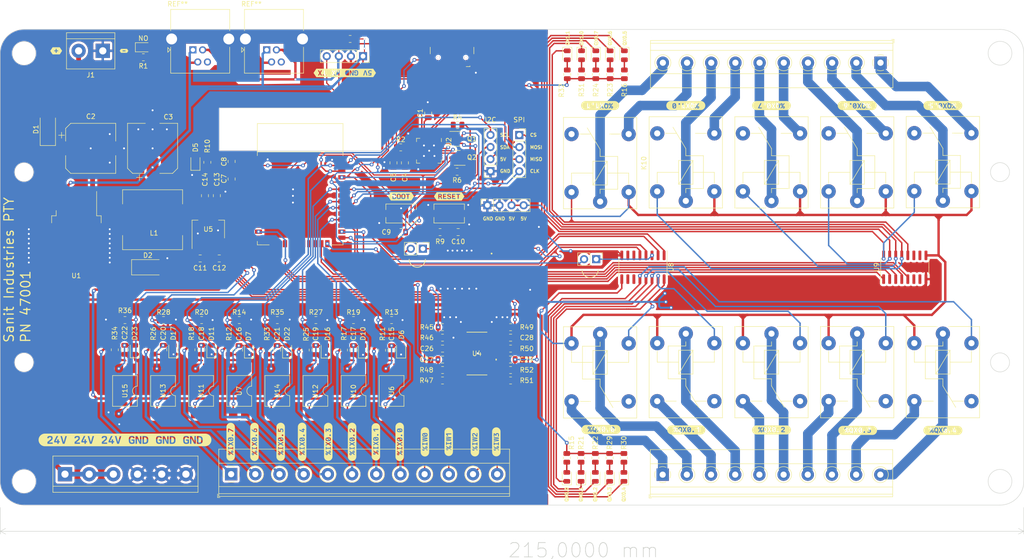
<source format=kicad_pcb>
(kicad_pcb (version 20241229) (generator "pcbnew") (generator_version "9.0")
  (layers (0 "F.Cu" signal) (2 "B.Cu" signal) (13 "F.Paste" user) (15 "B.Paste" user) (5 "F.SilkS" user "F.Silkscreen") (7 "B.SilkS" user "B.Silkscreen") (1 "F.Mask" user) (3 "B.Mask" user) (25 "Edge.Cuts" user))
  (net 0 "")
  (net 1 "gnd")
  (net 2 "vcc")
  (net 3 "rx")
  (net 4 "tx")
  (footprint "Connector_RJ:RJ14_Connfly_DS1133-S4_Horizontal" (layer "F.Cu") (at 75.47 50.3)
    (property "Reference" "REF**")
    (property "Value" "RJ14_Connfly_DS1133-S4_Horizontal" (hide yes))
  )
  (footprint "Connector_RJ:RJ14_Connfly_DS1133-S4_Horizontal" (layer "F.Cu") (at 90.97 50.3)
    (property "Reference" "REF**")
    (property "Value" "RJ14_Connfly_DS1133-S4_Horizontal" (hide yes))
  )
  (footprint "Resistor_SMD:R_0805_2012Metric_Pad1.20x1.40mm_HandSolder" (layer "F.Cu") (at 108.5 48 180)
    (property "Reference" "R40" (hide yes))
    (property "Value" "4.7k")
  )
  (gr_circle (center 96.48 80.99) (end 96.88 80.99) (fill yes) (layer "F.Cu") (net 1))
  (gr_poly (pts (xy 125.3995 65.0488) (xy 125.42377 65.0452) (xy 125.44757 65.03924) (xy 125.47067 65.03097) (xy 125.49285 65.02048) (xy 125.51389 65.00787) (xy 125.5336 64.99325) (xy 125.55178 64.97678) (xy 125.56825 64.9586) (xy 125.58287 64.93889) (xy 125.59548 64.91785) (xy 125.60597 64.89567) (xy 125.61424 64.87257) (xy 125.6202 64.84877) (xy 125.6238 64.8245) (xy 125.625 64.8) (xy 125.625 64.3) (xy 125.6238 64.2755) (xy 125.6202 64.25123) (xy 125.61424 64.22743) (xy 125.60597 64.20433) (xy 125.59548 64.18215) (xy 125.58287 64.16111) (xy 125.56825 64.1414) (xy 125.55178 64.12322) (xy 125.5336 64.10675) (xy 125.51389 64.09213) (xy 125.49285 64.07952) (xy 125.47067 64.06903) (xy 125.44757 64.06076) (xy 125.42377 64.0548) (xy 125.3995 64.0512) (xy 125.375 64.05) (xy 124.425 64.05) (xy 124.4005 64.0512) (xy 124.37623 64.0548) (xy 124.35243 64.06076) (xy 124.32933 64.06903) (xy 124.30715 64.07952) (xy 124.28611 64.09213) (xy 124.2664 64.10675) (xy 124.24822 64.12322) (xy 124.23175 64.1414) (xy 124.21713 64.16111) (xy 124.20452 64.18215) (xy 124.19403 64.20433) (xy 124.18576 64.22743) (xy 124.1798 64.25123) (xy 124.1762 64.2755) (xy 124.175 64.3) (xy 124.175 64.8) (xy 124.1762 64.8245) (xy 124.1798 64.84877) (xy 124.18576 64.87257) (xy 124.19403 64.89567) (xy 124.20452 64.91785) (xy 124.21713 64.93889) (xy 124.23175 64.9586) (xy 124.24822 64.97678) (xy 124.2664 64.99325) (xy 124.28611 65.00787) (xy 124.30715 65.02048) (xy 124.32933 65.03097) (xy 124.35243 65.03924) (xy 124.37623 65.0452) (xy 124.4005 65.0488) (xy 124.425 65.05) (xy 125.375 65.05)) (fill yes) (layer "F.Cu"))
  (gr_circle (center 54.5 122.8) (end 54.9 122.8) (fill yes) (layer "F.Cu"))
  (gr_circle (center 126.95 115.4) (end 127.35 115.4) (fill yes) (layer "F.Cu"))
  (gr_poly (pts (xy 126.8647 53.55428) (xy 126.87926 53.55212) (xy 126.89354 53.54854) (xy 126.9074 53.54358) (xy 126.92071 53.53729) (xy 126.93334 53.52972) (xy 126.94516 53.52095) (xy 126.95607 53.51107) (xy 126.96595 53.50016) (xy 126.97472 53.48834) (xy 126.98229 53.47571) (xy 126.98858 53.4624) (xy 126.99354 53.44854) (xy 126.99712 53.43426) (xy 126.99928 53.4197) (xy 127 53.405) (xy 127 52.555) (xy 126.99928 52.5403) (xy 126.99712 52.52574) (xy 126.99354 52.51146) (xy 126.98858 52.4976) (xy 126.98229 52.48429) (xy 126.97472 52.47166) (xy 126.96595 52.45984) (xy 126.95607 52.44893) (xy 126.94516 52.43905) (xy 126.93334 52.43028) (xy 126.92071 52.42271) (xy 126.9074 52.41642) (xy 126.89354 52.41146) (xy 126.87926 52.40788) (xy 126.8647 52.40572) (xy 126.85 52.405) (xy 126.55 52.405) (xy 126.5353 52.40572) (xy 126.52074 52.40788) (xy 126.50646 52.41146) (xy 126.4926 52.41642) (xy 126.47929 52.42271) (xy 126.46666 52.43028) (xy 126.45484 52.43905) (xy 126.44393 52.44893) (xy 126.43405 52.45984) (xy 126.42528 52.47166) (xy 126.41771 52.48429) (xy 126.41142 52.4976) (xy 126.40646 52.51146) (xy 126.40288 52.52574) (xy 126.40072 52.5403) (xy 126.4 52.555) (xy 126.4 53.405) (xy 126.40072 53.4197) (xy 126.40288 53.43426) (xy 126.40646 53.44854) (xy 126.41142 53.4624) (xy 126.41771 53.47571) (xy 126.42528 53.48834) (xy 126.43405 53.50016) (xy 126.44393 53.51107) (xy 126.45484 53.52095) (xy 126.46666 53.52972) (xy 126.47929 53.53729) (xy 126.4926 53.54358) (xy 126.50646 53.54854) (xy 126.52074 53.55212) (xy 126.5353 53.55428) (xy 126.55 53.555) (xy 126.85 53.555)) (fill yes) (layer "F.Cu") (net 1))
  (gr_circle (center 93.2 112.5) (end 93.6 112.5) (fill yes) (layer "F.Cu"))
  (gr_poly (pts (xy 130.337 76.5988) (xy 130.36127 76.5952) (xy 130.38507 76.58924) (xy 130.40817 76.58097) (xy 130.43035 76.57048) (xy 130.45139 76.55787) (xy 130.4711 76.54325) (xy 130.48928 76.52678) (xy 130.50575 76.5086) (xy 130.52037 76.48889) (xy 130.53298 76.46785) (xy 130.54347 76.44567) (xy 130.55174 76.42257) (xy 130.5577 76.39877) (xy 130.5613 76.3745) (xy 130.5625 76.35) (xy 130.5625 75.45) (xy 130.5613 75.4255) (xy 130.5577 75.40123) (xy 130.55174 75.37743) (xy 130.54347 75.35433) (xy 130.53298 75.33215) (xy 130.52037 75.31111) (xy 130.50575 75.2914) (xy 130.48928 75.27322) (xy 130.4711 75.25675) (xy 130.45139 75.24213) (xy 130.43035 75.22952) (xy 130.40817 75.21903) (xy 130.38507 75.21076) (xy 130.36127 75.2048) (xy 130.337 75.2012) (xy 130.3125 75.2) (xy 129.7875 75.2) (xy 129.763 75.2012) (xy 129.73873 75.2048) (xy 129.71493 75.21076) (xy 129.69183 75.21903) (xy 129.66965 75.22952) (xy 129.64861 75.24213) (xy 129.6289 75.25675) (xy 129.61072 75.27322) (xy 129.59425 75.2914) (xy 129.57963 75.31111) (xy 129.56702 75.33215) (xy 129.55653 75.35433) (xy 129.54826 75.37743) (xy 129.5423 75.40123) (xy 129.5387 75.4255) (xy 129.5375 75.45) (xy 129.5375 76.35) (xy 129.5387 76.3745) (xy 129.5423 76.39877) (xy 129.54826 76.42257) (xy 129.55653 76.44567) (xy 129.56702 76.46785) (xy 129.57963 76.48889) (xy 129.59425 76.5086) (xy 129.61072 76.52678) (xy 129.6289 76.54325) (xy 129.64861 76.55787) (xy 129.66965 76.57048) (xy 129.69183 76.58097) (xy 129.71493 76.58924) (xy 129.73873 76.5952) (xy 129.763 76.5988) (xy 129.7875 76.6) (xy 130.3125 76.6)) (fill yes) (layer "F.Cu"))
  (gr_poly (pts (xy 76.48014 73.48633) (xy 76.5038 73.48282) (xy 76.52701 73.477) (xy 76.54953 73.46895) (xy 76.57115 73.45872) (xy 76.59167 73.44642) (xy 76.61088 73.43217) (xy 76.62861 73.41611) (xy 76.64467 73.39838) (xy 76.65892 73.37917) (xy 76.67122 73.35865) (xy 76.68145 73.33703) (xy 76.6895 73.31451) (xy 76.69532 73.2913) (xy 76.69883 73.26764) (xy 76.7 73.24375) (xy 76.7 72.75625) (xy 76.69883 72.73236) (xy 76.69532 72.7087) (xy 76.6895 72.68549) (xy 76.68145 72.66297) (xy 76.67122 72.64135) (xy 76.65892 72.62083) (xy 76.64467 72.60162) (xy 76.62861 72.58389) (xy 76.61088 72.56783) (xy 76.59167 72.55358) (xy 76.57115 72.54128) (xy 76.54953 72.53105) (xy 76.52701 72.523) (xy 76.5038 72.51718) (xy 76.48014 72.51367) (xy 76.45625 72.5125) (xy 75.54375 72.5125) (xy 75.51986 72.51367) (xy 75.4962 72.51718) (xy 75.47299 72.523) (xy 75.45047 72.53105) (xy 75.42885 72.54128) (xy 75.40833 72.55358) (xy 75.38912 72.56783) (xy 75.37139 72.58389) (xy 75.35533 72.60162) (xy 75.34108 72.62083) (xy 75.32878 72.64135) (xy 75.31855 72.66297) (xy 75.3105 72.68549) (xy 75.30468 72.7087) (xy 75.30117 72.73236) (xy 75.3 72.75625) (xy 75.3 73.24375) (xy 75.30117 73.26764) (xy 75.30468 73.2913) (xy 75.3105 73.31451) (xy 75.31855 73.33703) (xy 75.32878 73.35865) (xy 75.34108 73.37917) (xy 75.35533 73.39838) (xy 75.37139 73.41611) (xy 75.38912 73.43217) (xy 75.40833 73.44642) (xy 75.42885 73.45872) (xy 75.45047 73.46895) (xy 75.47299 73.477) (xy 75.4962 73.48282) (xy 75.51986 73.48633) (xy 75.54375 73.4875) (xy 76.45625 73.4875)) (fill yes) (layer "F.Cu"))
  (gr_circle (center 95.3 114.4) (end 95.7 114.4) (fill yes) (layer "F.Cu") (net 1))
  (gr_poly (pts (xy 130.437 66.7988) (xy 130.46127 66.7952) (xy 130.48507 66.78924) (xy 130.50817 66.78097) (xy 130.53035 66.77048) (xy 130.55139 66.75787) (xy 130.5711 66.74325) (xy 130.58928 66.72678) (xy 130.60575 66.7086) (xy 130.62037 66.68889) (xy 130.63298 66.66785) (xy 130.64347 66.64567) (xy 130.65174 66.62257) (xy 130.6577 66.59877) (xy 130.6613 66.5745) (xy 130.6625 66.55) (xy 130.6625 65.65) (xy 130.6613 65.6255) (xy 130.6577 65.60123) (xy 130.65174 65.57743) (xy 130.64347 65.55433) (xy 130.63298 65.53215) (xy 130.62037 65.51111) (xy 130.60575 65.4914) (xy 130.58928 65.47322) (xy 130.5711 65.45675) (xy 130.55139 65.44213) (xy 130.53035 65.42952) (xy 130.50817 65.41903) (xy 130.48507 65.41076) (xy 130.46127 65.4048) (xy 130.437 65.4012) (xy 130.4125 65.4) (xy 129.8875 65.4) (xy 129.863 65.4012) (xy 129.83873 65.4048) (xy 129.81493 65.41076) (xy 129.79183 65.41903) (xy 129.76965 65.42952) (xy 129.74861 65.44213) (xy 129.7289 65.45675) (xy 129.71072 65.47322) (xy 129.69425 65.4914) (xy 129.67963 65.51111) (xy 129.66702 65.53215) (xy 129.65653 65.55433) (xy 129.64826 65.57743) (xy 129.6423 65.60123) (xy 129.6387 65.6255) (xy 129.6375 65.65) (xy 129.6375 66.55) (xy 129.6387 66.5745) (xy 129.6423 66.59877) (xy 129.64826 66.62257) (xy 129.65653 66.64567) (xy 129.66702 66.66785) (xy 129.67963 66.68889) (xy 129.69425 66.7086) (xy 129.71072 66.72678) (xy 129.7289 66.74325) (xy 129.74861 66.75787) (xy 129.76965 66.77048) (xy 129.79183 66.78097) (xy 129.81493 66.78924) (xy 129.83873 66.7952) (xy 129.863 66.7988) (xy 129.8875 66.8) (xy 130.4125 66.8)) (fill yes) (layer "F.Cu"))
  (gr_circle (center 130.2 110.8) (end 130.6 110.8) (fill yes) (layer "F.Cu") (net 1))
  (gr_poly (pts (xy 125.11863 69.4497) (xy 125.12469 69.4488) (xy 125.13064 69.44731) (xy 125.13642 69.44524) (xy 125.14196 69.44262) (xy 125.14722 69.43947) (xy 125.15215 69.43581) (xy 125.15669 69.43169) (xy 125.16081 69.42715) (xy 125.16447 69.42222) (xy 125.16762 69.41696) (xy 125.17024 69.41142) (xy 125.17231 69.40564) (xy 125.1738 69.39969) (xy 125.1747 69.39363) (xy 125.175 69.3875) (xy 125.175 68.7125) (xy 125.1747 68.70637) (xy 125.1738 68.70031) (xy 125.17231 68.69436) (xy 125.17024 68.68858) (xy 125.16762 68.68304) (xy 125.16447 68.67778) (xy 125.16081 68.67285) (xy 125.15669 68.66831) (xy 125.15215 68.66419) (xy 125.14722 68.66053) (xy 125.14196 68.65738) (xy 125.13642 68.65476) (xy 125.13064 68.65269) (xy 125.12469 68.6512) (xy 125.11863 68.6503) (xy 125.1125 68.65) (xy 124.9875 68.65) (xy 124.98137 68.6503) (xy 124.97531 68.6512) (xy 124.96936 68.65269) (xy 124.96358 68.65476) (xy 124.95804 68.65738) (xy 124.95278 68.66053) (xy 124.94785 68.66419) (xy 124.94331 68.66831) (xy 124.93919 68.67285) (xy 124.93553 68.67778) (xy 124.93238 68.68304) (xy 124.92976 68.68858) (xy 124.92769 68.69436) (xy 124.9262 68.70031) (xy 124.9253 68.70637) (xy 124.925 68.7125) (xy 124.925 69.3875) (xy 124.9253 69.39363) (xy 124.9262 69.39969) (xy 124.92769 69.40564) (xy 124.92976 69.41142) (xy 124.93238 69.41696) (xy 124.93553 69.42222) (xy 124.93919 69.42715) (xy 124.94331 69.43169) (xy 124.94785 69.43581) (xy 124.95278 69.43947) (xy 124.95804 69.44262) (xy 124.96358 69.44524) (xy 124.96936 69.44731) (xy 124.97531 69.4488) (xy 124.98137 69.4497) (xy 124.9875 69.45) (xy 125.1125 69.45)) (fill yes) (layer "F.Cu"))
  (gr_poly (pts (xy 168.2597 99.49928) (xy 168.27426 99.49712) (xy 168.28854 99.49354) (xy 168.3024 99.48858) (xy 168.31571 99.48229) (xy 168.32834 99.47472) (xy 168.34016 99.46595) (xy 168.35107 99.45607) (xy 168.36095 99.44516) (xy 168.36972 99.43334) (xy 168.37729 99.42071) (xy 168.38358 99.4074) (xy 168.38854 99.39354) (xy 168.39212 99.37926) (xy 168.39428 99.3647) (xy 168.395 99.35) (xy 168.395 97.65) (xy 168.39428 97.6353) (xy 168.39212 97.62074) (xy 168.38854 97.60646) (xy 168.38358 97.5926) (xy 168.37729 97.57929) (xy 168.36972 97.56666) (xy 168.36095 97.55484) (xy 168.35107 97.54393) (xy 168.34016 97.53405) (xy 168.32834 97.52528) (xy 168.31571 97.51771) (xy 168.3024 97.51142) (xy 168.28854 97.50646) (xy 168.27426 97.50288) (xy 168.2597 97.50072) (xy 168.245 97.5) (xy 167.945 97.5) (xy 167.9303 97.50072) (xy 167.91574 97.50288) (xy 167.90146 97.50646) (xy 167.8876 97.51142) (xy 167.87429 97.51771) (xy 167.86166 97.52528) (xy 167.84984 97.53405) (xy 167.83893 97.54393) (xy 167.82905 97.55484) (xy 167.82028 97.56666) (xy 167.81271 97.57929) (xy 167.80642 97.5926) (xy 167.80146 97.60646) (xy 167.79788 97.62074) (xy 167.79572 97.6353) (xy 167.795 97.65) (xy 167.795 99.35) (xy 167.79572 99.3647) (xy 167.79788 99.37926) (xy 167.80146 99.39354) (xy 167.80642 99.4074) (xy 167.81271 99.42071) (xy 167.82028 99.43334) (xy 167.82905 99.44516) (xy 167.83893 99.45607) (xy 167.84984 99.46595) (xy 167.86166 99.47472) (xy 167.87429 99.48229) (xy 167.8876 99.48858) (xy 167.90146 99.49354) (xy 167.91574 99.49712) (xy 167.9303 99.49928) (xy 167.945 99.5) (xy 168.245 99.5)) (fill yes) (layer "F.Cu"))
  (gr_circle (center 137.975 68.18) (end 138.825 68.18) (fill yes) (layer "F.Cu"))
  (gr_circle (center 104.3 79.6) (end 104.7 79.6) (fill yes) (layer "F.Cu"))
  (gr_poly (pts (xy 79.45 90.15) (xy 77.95 90.15) (xy 77.95 92.15) (xy 79.45 92.15)) (fill yes) (layer "F.Cu"))
  (gr_circle (center 114.4 107.1) (end 114.8 107.1) (fill yes) (layer "F.Cu"))
  (gr_poly (pts (xy 78.4995 82.3988) (xy 78.52377 82.3952) (xy 78.54757 82.38924) (xy 78.57067 82.38097) (xy 78.59285 82.37048) (xy 78.61389 82.35787) (xy 78.6336 82.34325) (xy 78.65178 82.32678) (xy 78.66825 82.3086) (xy 78.68287 82.28889) (xy 78.69548 82.26785) (xy 78.70597 82.24567) (xy 78.71424 82.22257) (xy 78.7202 82.19877) (xy 78.7238 82.1745) (xy 78.725 82.15) (xy 78.725 81.65) (xy 78.7238 81.6255) (xy 78.7202 81.60123) (xy 78.71424 81.57743) (xy 78.70597 81.55433) (xy 78.69548 81.53215) (xy 78.68287 81.51111) (xy 78.66825 81.4914) (xy 78.65178 81.47322) (xy 78.6336 81.45675) (xy 78.61389 81.44213) (xy 78.59285 81.42952) (xy 78.57067 81.41903) (xy 78.54757 81.41076) (xy 78.52377 81.4048) (xy 78.4995 81.4012) (xy 78.475 81.4) (xy 77.525 81.4) (xy 77.5005 81.4012) (xy 77.47623 81.4048) (xy 77.45243 81.41076) (xy 77.42933 81.41903) (xy 77.40715 81.42952) (xy 77.38611 81.44213) (xy 77.3664 81.45675) (xy 77.34822 81.47322) (xy 77.33175 81.4914) (xy 77.31713 81.51111) (xy 77.30452 81.53215) (xy 77.29403 81.55433) (xy 77.28576 81.57743) (xy 77.2798 81.60123) (xy 77.2762 81.6255) (xy 77.275 81.65) (xy 77.275 82.15) (xy 77.2762 82.1745) (xy 77.2798 82.19877) (xy 77.28576 82.22257) (xy 77.29403 82.24567) (xy 77.30452 82.26785) (xy 77.31713 82.28889) (xy 77.33175 82.3086) (xy 77.34822 82.32678) (xy 77.3664 82.34325) (xy 77.38611 82.35787) (xy 77.40715 82.37048) (xy 77.42933 82.38097) (xy 77.45243 82.38924) (xy 77.47623 82.3952) (xy 77.5005 82.3988) (xy 77.525 82.4) (xy 78.475 82.4)) (fill yes) (layer "F.Cu"))
  (gr_circle (center 144.025 73.28) (end 144.875 73.28) (fill yes) (layer "F.Cu"))
  (gr_circle (center 167 112) (end 168.5 112) (fill yes) (layer "F.Cu"))
  (gr_circle (center 197 109.95) (end 198.5 109.95) (fill yes) (layer "F.Cu"))
  (gr_circle (center 109.3 79.6) (end 109.7 79.6) (fill yes) (layer "F.Cu"))
  (gr_poly (pts (xy 95.55 81.95) (xy 94.65 81.95) (xy 94.65 82.85) (xy 95.55 82.85)) (fill yes) (layer "F.Cu") (net 1))
  (gr_circle (center 130 92.5) (end 130.4 92.5) (fill yes) (layer "F.Cu") (net 1))
  (gr_poly (pts (xy 120.4245 89.3238) (xy 120.44877 89.3202) (xy 120.47257 89.31424) (xy 120.49567 89.30597) (xy 120.51785 89.29548) (xy 120.53889 89.28287) (xy 120.5586 89.26825) (xy 120.57678 89.25178) (xy 120.59325 89.2336) (xy 120.60787 89.21389) (xy 120.62048 89.19285) (xy 120.63097 89.17067) (xy 120.63924 89.14757) (xy 120.6452 89.12377) (xy 120.6488 89.0995) (xy 120.65 89.075) (xy 120.65 88.125) (xy 120.6488 88.1005) (xy 120.6452 88.07623) (xy 120.63924 88.05243) (xy 120.63097 88.02933) (xy 120.62048 88.00715) (xy 120.60787 87.98611) (xy 120.59325 87.9664) (xy 120.57678 87.94822) (xy 120.5586 87.93175) (xy 120.53889 87.91713) (xy 120.51785 87.90452) (xy 120.49567 87.89403) (xy 120.47257 87.88576) (xy 120.44877 87.8798) (xy 120.4245 87.8762) (xy 120.4 87.875) (xy 119.9 87.875) (xy 119.8755 87.8762) (xy 119.85123 87.8798) (xy 119.82743 87.88576) (xy 119.80433 87.89403) (xy 119.78215 87.90452) (xy 119.76111 87.91713) (xy 119.7414 87.93175) (xy 119.72322 87.94822) (xy 119.70675 87.9664) (xy 119.69213 87.98611) (xy 119.67952 88.00715) (xy 119.66903 88.02933) (xy 119.66076 88.05243) (xy 119.6548 88.07623) (xy 119.6512 88.1005) (xy 119.65 88.125) (xy 119.65 89.075) (xy 119.6512 89.0995) (xy 119.6548 89.12377) (xy 119.66076 89.14757) (xy 119.66903 89.17067) (xy 119.67952 89.19285) (xy 119.69213 89.21389) (xy 119.70675 89.2336) (xy 119.72322 89.25178) (xy 119.7414 89.26825) (xy 119.76111 89.28287) (xy 119.78215 89.29548) (xy 119.80433 89.30597) (xy 119.82743 89.31424) (xy 119.85123 89.3202) (xy 119.8755 89.3238) (xy 119.9 89.325) (xy 120.4 89.325)) (fill yes) (layer "F.Cu"))
  (gr_circle (center 86.9 97.2) (end 87.3 97.2) (fill yes) (layer "F.Cu"))
  (gr_circle (center 209.74 53) (end 211.04 53) (fill yes) (layer "F.Cu"))
  (gr_poly (pts (xy 126.61863 69.4497) (xy 126.62469 69.4488) (xy 126.63064 69.44731) (xy 126.63642 69.44524) (xy 126.64196 69.44262) (xy 126.64722 69.43947) (xy 126.65215 69.43581) (xy 126.65669 69.43169) (xy 126.66081 69.42715) (xy 126.66447 69.42222) (xy 126.66762 69.41696) (xy 126.67024 69.41142) (xy 126.67231 69.40564) (xy 126.6738 69.39969) (xy 126.6747 69.39363) (xy 126.675 69.3875) (xy 126.675 68.7125) (xy 126.6747 68.70637) (xy 126.6738 68.70031) (xy 126.67231 68.69436) (xy 126.67024 68.68858) (xy 126.66762 68.68304) (xy 126.66447 68.67778) (xy 126.66081 68.67285) (xy 126.65669 68.66831) (xy 126.65215 68.66419) (xy 126.64722 68.66053) (xy 126.64196 68.65738) (xy 126.63642 68.65476) (xy 126.63064 68.65269) (xy 126.62469 68.6512) (xy 126.61863 68.6503) (xy 126.6125 68.65) (xy 126.4875 68.65) (xy 126.48137 68.6503) (xy 126.47531 68.6512) (xy 126.46936 68.65269) (xy 126.46358 68.65476) (xy 126.45804 68.65738) (xy 126.45278 68.66053) (xy 126.44785 68.66419) (xy 126.44331 68.66831) (xy 126.43919 68.67285) (xy 126.43553 68.67778) (xy 126.43238 68.68304) (xy 126.42976 68.68858) (xy 126.42769 68.69436) (xy 126.4262 68.70031) (xy 126.4253 68.70637) (xy 126.425 68.7125) (xy 126.425 69.3875) (xy 126.4253 69.39363) (xy 126.4262 69.39969) (xy 126.42769 69.40564) (xy 126.42976 69.41142) (xy 126.43238 69.41696) (xy 126.43553 69.42222) (xy 126.43919 69.42715) (xy 126.44331 69.43169) (xy 126.44785 69.43581) (xy 126.45278 69.43947) (xy 126.45804 69.44262) (xy 126.46358 69.44524) (xy 126.46936 69.44731) (xy 126.47531 69.4488) (xy 126.48137 69.4497) (xy 126.4875 69.45) (xy 126.6125 69.45)) (fill yes) (layer "F.Cu"))
  (gr_circle (center 101.3 112.4) (end 101.7 112.4) (fill yes) (layer "F.Cu"))
  (gr_circle (center 125.6 100.5) (end 126 100.5) (fill yes) (layer "F.Cu"))
  (gr_poly (pts (xy 132.6022 69.29928) (xy 132.61676 69.29712) (xy 132.63104 69.29354) (xy 132.6449 69.28858) (xy 132.65821 69.28229) (xy 132.67084 69.27472) (xy 132.68266 69.26595) (xy 132.69357 69.25607) (xy 132.70345 69.24516) (xy 132.71222 69.23334) (xy 132.71979 69.22071) (xy 132.72608 69.2074) (xy 132.73104 69.19354) (xy 132.73462 69.17926) (xy 132.73678 69.1647) (xy 132.7375 69.15) (xy 132.7375 68.85) (xy 132.73678 68.8353) (xy 132.73462 68.82074) (xy 132.73104 68.80646) (xy 132.72608 68.7926) (xy 132.71979 68.77929) (xy 132.71222 68.76666) (xy 132.70345 68.75484) (xy 132.69357 68.74393) (xy 132.68266 68.73405) (xy 132.67084 68.72528) (xy 132.65821 68.71771) (xy 132.6449 68.71142) (xy 132.63104 68.70646) (xy 132.61676 68.70288) (xy 132.6022 68.70072) (xy 132.5875 68.7) (xy 131.4125 68.7) (xy 131.3978 68.70072) (xy 131.38324 68.70288) (xy 131.36896 68.70646) (xy 131.3551 68.71142) (xy 131.34179 68.71771) (xy 131.32916 68.72528) (xy 131.31734 68.73405) (xy 131.30643 68.74393) (xy 131.29655 68.75484) (xy 131.28778 68.76666) (xy 131.28021 68.77929) (xy 131.27392 68.7926) (xy 131.26896 68.80646) (xy 131.26538 68.82074) (xy 131.26322 68.8353) (xy 131.2625 68.85) (xy 131.2625 69.15) (xy 131.26322 69.1647) (xy 131.26538 69.17926) (xy 131.26896 69.19354) (xy 131.27392 69.2074) (xy 131.28021 69.22071) (xy 131.28778 69.23334) (xy 131.29655 69.24516) (xy 131.30643 69.25607) (xy 131.31734 69.26595) (xy 131.32916 69.27472) (xy 131.34179 69.28229) (xy 131.3551 69.28858) (xy 131.36896 69.29354) (xy 131.38324 69.29712) (xy 131.3978 69.29928) (xy 131.4125 69.3) (xy 132.5875 69.3)) (fill yes) (layer "F.Cu"))
  (gr_poly (pts (xy 82.2245 94.8738) (xy 82.24877 94.8702) (xy 82.27257 94.86424) (xy 82.29567 94.85597) (xy 82.31785 94.84548) (xy 82.33889 94.83287) (xy 82.3586 94.81825) (xy 82.37678 94.80178) (xy 82.39325 94.7836) (xy 82.40787 94.76389) (xy 82.42048 94.74285) (xy 82.43097 94.72067) (xy 82.43924 94.69757) (xy 82.4452 94.67377) (xy 82.4488 94.6495) (xy 82.45 94.625) (xy 82.45 93.675) (xy 82.4488 93.6505) (xy 82.4452 93.62623) (xy 82.43924 93.60243) (xy 82.43097 93.57933) (xy 82.42048 93.55715) (xy 82.40787 93.53611) (xy 82.39325 93.5164) (xy 82.37678 93.49822) (xy 82.3586 93.48175) (xy 82.33889 93.46713) (xy 82.31785 93.45452) (xy 82.29567 93.44403) (xy 82.27257 93.43576) (xy 82.24877 93.4298) (xy 82.2245 93.4262) (xy 82.2 93.425) (xy 81.7 93.425) (xy 81.6755 93.4262) (xy 81.65123 93.4298) (xy 81.62743 93.43576) (xy 81.60433 93.44403) (xy 81.58215 93.45452) (xy 81.56111 93.46713) (xy 81.5414 93.48175) (xy 81.52322 93.49822) (xy 81.50675 93.5164) (xy 81.49213 93.53611) (xy 81.47952 93.55715) (xy 81.46903 93.57933) (xy 81.46076 93.60243) (xy 81.4548 93.62623) (xy 81.4512 93.6505) (xy 81.45 93.675) (xy 81.45 94.625) (xy 81.4512 94.6495) (xy 81.4548 94.67377) (xy 81.46076 94.69757) (xy 81.46903 94.72067) (xy 81.47952 94.74285) (xy 81.49213 94.76389) (xy 81.50675 94.7836) (xy 81.52322 94.80178) (xy 81.5414 94.81825) (xy 81.56111 94.83287) (xy 81.58215 94.84548) (xy 81.60433 94.85597) (xy 81.62743 94.86424) (xy 81.65123 94.8702) (xy 81.6755 94.8738) (xy 81.7 94.875) (xy 82.2 94.875)) (fill yes) (layer "F.Cu") (net 1))
  (gr_circle (center 80.75 88.25) (end 81.15 88.25) (fill yes) (layer "F.Cu") (net 1))
  (gr_circle (center 91.2 74.6) (end 91.6 74.6) (fill yes) (layer "F.Cu"))
  (gr_poly (pts (xy 124.625 91.25) (xy 122.925 91.25) (xy 122.925 92.95) (xy 124.625 92.95)) (fill yes) (layer "F.Cu"))
  (gr_poly (pts (xy 115.6745 114.8613) (xy 115.69877 114.8577) (xy 115.72257 114.85174) (xy 115.74567 114.84347) (xy 115.76785 114.83298) (xy 115.78889 114.82037) (xy 115.8086 114.80575) (xy 115.82678 114.78928) (xy 115.84325 114.7711) (xy 115.85787 114.75139) (xy 115.87048 114.73035) (xy 115.88097 114.70817) (xy 115.88924 114.68507) (xy 115.8952 114.66127) (xy 115.8988 114.637) (xy 115.9 114.6125) (xy 115.9 114.0875) (xy 115.8988 114.063) (xy 115.8952 114.03873) (xy 115.88924 114.01493) (xy 115.88097 113.99183) (xy 115.87048 113.96965) (xy 115.85787 113.94861) (xy 115.84325 113.9289) (xy 115.82678 113.91072) (xy 115.8086 113.89425) (xy 115.78889 113.87963) (xy 115.76785 113.86702) (xy 115.74567 113.85653) (xy 115.72257 113.84826) (xy 115.69877 113.8423) (xy 115.6745 113.8387) (xy 115.65 113.8375) (xy 114.75 113.8375) (xy 114.7255 113.8387) (xy 114.70123 113.8423) (xy 114.67743 113.84826) (xy 114.65433 113.85653) (xy 114.63215 113.86702) (xy 114.61111 113.87963) (xy 114.5914 113.89425) (xy 114.57322 113.91072) (xy 114.55675 113.9289) (xy 114.54213 113.94861) (xy 114.52952 113.96965) (xy 114.51903 113.99183) (xy 114.51076 114.01493) (xy 114.5048 114.03873) (xy 114.5012 114.063) (xy 114.5 114.0875) (xy 114.5 114.6125) (xy 114.5012 114.637) (xy 114.5048 114.66127) (xy 114.51076 114.68507) (xy 114.51903 114.70817) (xy 114.52952 114.73035) (xy 114.54213 114.75139) (xy 114.55675 114.7711) (xy 114.57322 114.78928) (xy 114.5914 114.80575) (xy 114.61111 114.82037) (xy 114.63215 114.83298) (xy 114.65433 114.84347) (xy 114.67743 114.85174) (xy 114.70123 114.8577) (xy 114.7255 114.8613) (xy 114.75 114.8625) (xy 115.65 114.8625)) (fill yes) (layer "F.Cu"))
  (gr_poly (pts (xy 80.3245 94.8738) (xy 80.34877 94.8702) (xy 80.37257 94.86424) (xy 80.39567 94.85597) (xy 80.41785 94.84548) (xy 80.43889 94.83287) (xy 80.4586 94.81825) (xy 80.47678 94.80178) (xy 80.49325 94.7836) (xy 80.50787 94.76389) (xy 80.52048 94.74285) (xy 80.53097 94.72067) (xy 80.53924 94.69757) (xy 80.5452 94.67377) (xy 80.5488 94.6495) (xy 80.55 94.625) (xy 80.55 93.675) (xy 80.5488 93.6505) (xy 80.5452 93.62623) (xy 80.53924 93.60243) (xy 80.53097 93.57933) (xy 80.52048 93.55715) (xy 80.50787 93.53611) (xy 80.49325 93.5164) (xy 80.47678 93.49822) (xy 80.4586 93.48175) (xy 80.43889 93.46713) (xy 80.41785 93.45452) (xy 80.39567 93.44403) (xy 80.37257 93.43576) (xy 80.34877 93.4298) (xy 80.3245 93.4262) (xy 80.3 93.425) (xy 79.8 93.425) (xy 79.7755 93.4262) (xy 79.75123 93.4298) (xy 79.72743 93.43576) (xy 79.70433 93.44403) (xy 79.68215 93.45452) (xy 79.66111 93.46713) (xy 79.6414 93.48175) (xy 79.62322 93.49822) (xy 79.60675 93.5164) (xy 79.59213 93.53611) (xy 79.57952 93.55715) (xy 79.56903 93.57933) (xy 79.56076 93.60243) (xy 79.5548 93.62623) (xy 79.5512 93.6505) (xy 79.55 93.675) (xy 79.55 94.625) (xy 79.5512 94.6495) (xy 79.5548 94.67377) (xy 79.56076 94.69757) (xy 79.56903 94.72067) (xy 79.57952 94.74285) (xy 79.59213 94.76389) (xy 79.60675 94.7836) (xy 79.62322 94.80178) (xy 79.6414 94.81825) (xy 79.66111 94.83287) (xy 79.68215 94.84548) (xy 79.70433 94.85597) (xy 79.72743 94.86424) (xy 79.75123 94.8702) (xy 79.7755 94.8738) (xy 79.8 94.875) (xy 80.3 94.875)) (fill yes) (layer "F.Cu") (net 2))
  (gr_circle (center 81.65 113.55) (end 82.05 113.55) (fill yes) (layer "F.Cu"))
  (gr_circle (center 102.4 73.4) (end 102.8 73.4) (fill yes) (layer "F.Cu"))
  (gr_poly (pts (xy 166.5745 56.8613) (xy 166.59877 56.8577) (xy 166.62257 56.85174) (xy 166.64567 56.84347) (xy 166.66785 56.83298) (xy 166.68889 56.82037) (xy 166.7086 56.80575) (xy 166.72678 56.78928) (xy 166.74325 56.7711) (xy 166.75787 56.75139) (xy 166.77048 56.73035) (xy 166.78097 56.70817) (xy 166.78924 56.68507) (xy 166.7952 56.66127) (xy 166.7988 56.637) (xy 166.8 56.6125) (xy 166.8 56.0875) (xy 166.7988 56.063) (xy 166.7952 56.03873) (xy 166.78924 56.01493) (xy 166.78097 55.99183) (xy 166.77048 55.96965) (xy 166.75787 55.94861) (xy 166.74325 55.9289) (xy 166.72678 55.91072) (xy 166.7086 55.89425) (xy 166.68889 55.87963) (xy 166.66785 55.86702) (xy 166.64567 55.85653) (xy 166.62257 55.84826) (xy 166.59877 55.8423) (xy 166.5745 55.8387) (xy 166.55 55.8375) (xy 165.65 55.8375) (xy 165.6255 55.8387) (xy 165.60123 55.8423) (xy 165.57743 55.84826) (xy 165.55433 55.85653) (xy 165.53215 55.86702) (xy 165.51111 55.87963) (xy 165.4914 55.89425) (xy 165.47322 55.91072) (xy 165.45675 55.9289) (xy 165.44213 55.94861) (xy 165.42952 55.96965) (xy 165.41903 55.99183) (xy 165.41076 56.01493) (xy 165.4048 56.03873) (xy 165.4012 56.063) (xy 165.4 56.0875) (xy 165.4 56.6125) (xy 165.4012 56.637) (xy 165.4048 56.66127) (xy 165.41076 56.68507) (xy 165.41903 56.70817) (xy 165.42952 56.73035) (xy 165.44213 56.75139) (xy 165.45675 56.7711) (xy 165.47322 56.78928) (xy 165.4914 56.80575) (xy 165.51111 56.82037) (xy 165.53215 56.83298) (xy 165.55433 56.84347) (xy 165.57743 56.85174) (xy 165.60123 56.8577) (xy 165.6255 56.8613) (xy 165.65 56.8625) (xy 166.55 56.8625)) (fill yes) (layer "F.Cu") (net 2))
  (gr_circle (center 63.84 139.5) (end 65.34 139.5) (fill yes) (layer "F.Cu") (net 1))
  (gr_poly (pts (xy 68.82 125.765) (xy 67.04 125.765) (xy 67.04 127.765) (xy 68.82 127.765)) (fill yes) (layer "F.Cu"))
  (gr_circle (center 220.55 94.2) (end 220.95 94.2) (fill yes) (layer "F.Cu"))
  (gr_poly (pts (xy 95.74014 114.82383) (xy 95.7638 114.82032) (xy 95.78701 114.8145) (xy 95.80953 114.80645) (xy 95.83115 114.79622) (xy 95.85167 114.78392) (xy 95.87088 114.76967) (xy 95.88861 114.75361) (xy 95.90467 114.73588) (xy 95.91892 114.71667) (xy 95.93122 114.69615) (xy 95.94145 114.67453) (xy 95.9495 114.65201) (xy 95.95532 114.6288) (xy 95.95883 114.60514) (xy 95.96 114.58125) (xy 95.96 114.09375) (xy 95.95883 114.06986) (xy 95.95532 114.0462) (xy 95.9495 114.02299) (xy 95.94145 114.00047) (xy 95.93122 113.97885) (xy 95.91892 113.95833) (xy 95.90467 113.93912) (xy 95.88861 113.92139) (xy 95.87088 113.90533) (xy 95.85167 113.89108) (xy 95.83115 113.87878) (xy 95.80953 113.86855) (xy 95.78701 113.8605) (xy 95.7638 113.85468) (xy 95.74014 113.85117) (xy 95.71625 113.85) (xy 94.80375 113.85) (xy 94.77986 113.85117) (xy 94.7562 113.85468) (xy 94.73299 113.8605) (xy 94.71047 113.86855) (xy 94.68885 113.87878) (xy 94.66833 113.89108) (xy 94.64912 113.90533) (xy 94.63139 113.92139) (xy 94.61533 113.93912) (xy 94.60108 113.95833) (xy 94.58878 113.97885) (xy 94.57855 114.00047) (xy 94.5705 114.02299) (xy 94.56468 114.0462) (xy 94.56117 114.06986) (xy 94.56 114.09375) (xy 94.56 114.58125) (xy 94.56117 114.60514) (xy 94.56468 114.6288) (xy 94.5705 114.65201) (xy 94.57855 114.67453) (xy 94.58878 114.69615) (xy 94.60108 114.71667) (xy 94.61533 114.73588) (xy 94.63139 114.75361) (xy 94.64912 114.76967) (xy 94.66833 114.78392) (xy 94.68885 114.79622) (xy 94.71047 114.80645) (xy 94.73299 114.8145) (xy 94.7562 114.82032) (xy 94.77986 114.82383) (xy 94.80375 114.825) (xy 95.71625 114.825)) (fill yes) (layer "F.Cu") (net 1))
  (gr_poly (pts (xy 126.61863 74.3497) (xy 126.62469 74.3488) (xy 126.63064 74.34731) (xy 126.63642 74.34524) (xy 126.64196 74.34262) (xy 126.64722 74.33947) (xy 126.65215 74.33581) (xy 126.65669 74.33169) (xy 126.66081 74.32715) (xy 126.66447 74.32222) (xy 126.66762 74.31696) (xy 126.67024 74.31142) (xy 126.67231 74.30564) (xy 126.6738 74.29969) (xy 126.6747 74.29363) (xy 126.675 74.2875) (xy 126.675 73.6125) (xy 126.6747 73.60637) (xy 126.6738 73.60031) (xy 126.67231 73.59436) (xy 126.67024 73.58858) (xy 126.66762 73.58304) (xy 126.66447 73.57778) (xy 126.66081 73.57285) (xy 126.65669 73.56831) (xy 126.65215 73.56419) (xy 126.64722 73.56053) (xy 126.64196 73.55738) (xy 126.63642 73.55476) (xy 126.63064 73.55269) (xy 126.62469 73.5512) (xy 126.61863 73.5503) (xy 126.6125 73.55) (xy 126.4875 73.55) (xy 126.48137 73.5503) (xy 126.47531 73.5512) (xy 126.46936 73.55269) (xy 126.46358 73.55476) (xy 126.45804 73.55738) (xy 126.45278 73.56053) (xy 126.44785 73.56419) (xy 126.44331 73.56831) (xy 126.43919 73.57285) (xy 126.43553 73.57778) (xy 126.43238 73.58304) (xy 126.42976 73.58858) (xy 126.42769 73.59436) (xy 126.4262 73.60031) (xy 126.4253 73.60637) (xy 126.425 73.6125) (xy 126.425 74.2875) (xy 126.4253 74.29363) (xy 126.4262 74.29969) (xy 126.42769 74.30564) (xy 126.42976 74.31142) (xy 126.43238 74.31696) (xy 126.43553 74.32222) (xy 126.43919 74.32715) (xy 126.44331 74.33169) (xy 126.44785 74.33581) (xy 126.45278 74.33947) (xy 126.45804 74.34262) (xy 126.46358 74.34524) (xy 126.46936 74.34731) (xy 126.47531 74.3488) (xy 126.48137 74.3497) (xy 126.4875 74.35) (xy 126.6125 74.35)) (fill yes) (layer "F.Cu"))
  (gr_poly (pts (xy 90 85.53) (xy 88.5 85.53) (xy 88.5 86.43) (xy 90 86.43)) (fill yes) (layer "F.Cu"))
  (gr_poly (pts (xy 58.04 49) (xy 55.04 49) (xy 55.04 52) (xy 58.04 52)) (fill yes) (layer "F.Cu") (net 1))
  (gr_poly (pts (xy 107.5 86.8) (xy 106 86.8) (xy 106 87.7) (xy 107.5 87.7)) (fill yes) (layer "F.Cu"))
  (gr_poly (pts (xy 59.5345 112.9488) (xy 59.55877 112.9452) (xy 59.58257 112.93924) (xy 59.60567 112.93097) (xy 59.62785 112.92048) (xy 59.64889 112.90787) (xy 59.6686 112.89325) (xy 59.68678 112.87678) (xy 59.70325 112.8586) (xy 59.71787 112.83889) (xy 59.73048 112.81785) (xy 59.74097 112.79567) (xy 59.74924 112.77257) (xy 59.7552 112.74877) (xy 59.7588 112.7245) (xy 59.76 112.7) (xy 59.76 112.175) (xy 59.7588 112.1505) (xy 59.7552 112.12623) (xy 59.74924 112.10243) (xy 59.74097 112.07933) (xy 59.73048 112.05715) (xy 59.71787 112.03611) (xy 59.70325 112.0164) (xy 59.68678 111.99822) (xy 59.6686 111.98175) (xy 59.64889 111.96713) (xy 59.62785 111.95452) (xy 59.60567 111.94403) (xy 59.58257 111.93576) (xy 59.55877 111.9298) (xy 59.5345 111.9262) (xy 59.51 111.925) (xy 58.61 111.925) (xy 58.5855 111.9262) (xy 58.56123 111.9298) (xy 58.53743 111.93576) (xy 58.51433 111.94403) (xy 58.49215 111.95452) (xy 58.47111 111.96713) (xy 58.4514 111.98175) (xy 58.43322 111.99822) (xy 58.41675 112.0164) (xy 58.40213 112.03611) (xy 58.38952 112.05715) (xy 58.37903 112.07933) (xy 58.37076 112.10243) (xy 58.3648 112.12623) (xy 58.3612 112.1505) (xy 58.36 112.175) (xy 58.36 112.7) (xy 58.3612 112.7245) (xy 58.3648 112.74877) (xy 58.37076 112.77257) (xy 58.37903 112.79567) (xy 58.38952 112.81785) (xy 58.40213 112.83889) (xy 58.41675 112.8586) (xy 58.43322 112.87678) (xy 58.4514 112.89325) (xy 58.47111 112.90787) (xy 58.49215 112.92048) (xy 58.51433 112.93097) (xy 58.53743 112.93924) (xy 58.56123 112.9452) (xy 58.5855 112.9488) (xy 58.61 112.95) (xy 59.51 112.95)) (fill yes) (layer "F.Cu"))
  (gr_poly (pts (xy 50.6245 96.1988) (xy 50.64877 96.1952) (xy 50.67257 96.18924) (xy 50.69567 96.18097) (xy 50.71785 96.17048) (xy 50.73889 96.15787) (xy 50.7586 96.14325) (xy 50.77678 96.12678) (xy 50.79325 96.1086) (xy 50.80787 96.08889) (xy 50.82048 96.06785) (xy 50.83097 96.04567) (xy 50.83924 96.02257) (xy 50.8452 95.99877) (xy 50.8488 95.9745) (xy 50.85 95.95) (xy 50.85 91.9) (xy 50.8488 91.8755) (xy 50.8452 91.85123) (xy 50.83924 91.82743) (xy 50.83097 91.80433) (xy 50.82048 91.78215) (xy 50.80787 91.76111) (xy 50.79325 91.7414) (xy 50.77678 91.72322) (xy 50.7586 91.70675) (xy 50.73889 91.69213) (xy 50.71785 91.67952) (xy 50.69567 91.66903) (xy 50.67257 91.66076) (xy 50.64877 91.6548) (xy 50.6245 91.6512) (xy 50.6 91.65) (xy 45.85 91.65) (xy 45.8255 91.6512) (xy 45.80123 91.6548) (xy 45.77743 91.66076) (xy 45.75433 91.66903) (xy 45.73215 91.67952) (xy 45.71111 91.69213) (xy 45.6914 91.70675) (xy 45.67322 91.72322) (xy 45.65675 91.7414) (xy 45.64213 91.76111) (xy 45.62952 91.78215) (xy 45.61903 91.80433) (xy 45.61076 91.82743) (xy 45.6048 91.85123) (xy 45.6012 91.8755) (xy 45.6 91.9) (xy 45.6 95.95) (xy 45.6012 95.9745) (xy 45.6048 95.99877) (xy 45.61076 96.02257) (xy 45.61903 96.04567) (xy 45.62952 96.06785) (xy 45.64213 96.08889) (xy 45.65675 96.1086) (xy 45.67322 96.12678) (xy 45.6914 96.14325) (xy 45.71111 96.15787) (xy 45.73215 96.17048) (xy 45.75433 96.18097) (xy 45.77743 96.18924) (xy 45.80123 96.1952) (xy 45.8255 96.1988) (xy 45.85 96.2) (xy 50.6 96.2)) (fill yes) (layer "F.Cu") (net 1))
  (gr_poly (pts (xy 154.5745 55.0363) (xy 154.59877 55.0327) (xy 154.62257 55.02674) (xy 154.64567 55.01847) (xy 154.66785 55.00798) (xy 154.68889 54.99537) (xy 154.7086 54.98075) (xy 154.72678 54.96428) (xy 154.74325 54.9461) (xy 154.75787 54.92639) (xy 154.77048 54.90535) (xy 154.78097 54.88317) (xy 154.78924 54.86007) (xy 154.7952 54.83627) (xy 154.7988 54.812) (xy 154.8 54.7875) (xy 154.8 54.2625) (xy 154.7988 54.238) (xy 154.7952 54.21373) (xy 154.78924 54.18993) (xy 154.78097 54.16683) (xy 154.77048 54.14465) (xy 154.75787 54.12361) (xy 154.74325 54.1039) (xy 154.72678 54.08572) (xy 154.7086 54.06925) (xy 154.68889 54.05463) (xy 154.66785 54.04202) (xy 154.64567 54.03153) (xy 154.62257 54.02326) (xy 154.59877 54.0173) (xy 154.5745 54.0137) (xy 154.55 54.0125) (xy 153.65 54.0125) (xy 153.6255 54.0137) (xy 153.60123 54.0173) (xy 153.57743 54.02326) (xy 153.55433 54.03153) (xy 153.53215 54.04202) (xy 153.51111 54.05463) (xy 153.4914 54.06925) (xy 153.47322 54.08572) (xy 153.45675 54.1039) (xy 153.44213 54.12361) (xy 153.42952 54.14465) (xy 153.41903 54.16683) (xy 153.41076 54.18993) (xy 153.4048 54.21373) (xy 153.4012 54.238) (xy 153.4 54.2625) (xy 153.4 54.7875) (xy 153.4012 54.812) (xy 153.4048 54.83627) (xy 153.41076 54.86007) (xy 153.41903 54.88317) (xy 153.42952 54.90535) (xy 153.44213 54.92639) (xy 153.45675 54.9461) (xy 153.47322 54.96428) (xy 153.4914 54.98075) (xy 153.51111 54.99537) (xy 153.53215 55.00798) (xy 153.55433 55.01847) (xy 153.57743 55.02674) (xy 153.60123 55.0327) (xy 153.6255 55.0363) (xy 153.65 55.0375) (xy 154.55 55.0375)) (fill yes) (layer "F.Cu"))
  (gr_poly (pts (xy 75.6345 114.7738) (xy 75.65877 114.7702) (xy 75.68257 114.76424) (xy 75.70567 114.75597) (xy 75.72785 114.74548) (xy 75.74889 114.73287) (xy 75.7686 114.71825) (xy 75.78678 114.70178) (xy 75.80325 114.6836) (xy 75.81787 114.66389) (xy 75.83048 114.64285) (xy 75.84097 114.62067) (xy 75.84924 114.59757) (xy 75.8552 114.57377) (xy 75.8588 114.5495) (xy 75.86 114.525) (xy 75.86 114) (xy 75.8588 113.9755) (xy 75.8552 113.95123) (xy 75.84924 113.92743) (xy 75.84097 113.90433) (xy 75.83048 113.88215) (xy 75.81787 113.86111) (xy 75.80325 113.8414) (xy 75.78678 113.82322) (xy 75.7686 113.80675) (xy 75.74889 113.79213) (xy 75.72785 113.77952) (xy 75.70567 113.76903) (xy 75.68257 113.76076) (xy 75.65877 113.7548) (xy 75.6345 113.7512) (xy 75.61 113.75) (xy 74.71 113.75) (xy 74.6855 113.7512) (xy 74.66123 113.7548) (xy 74.63743 113.76076) (xy 74.61433 113.76903) (xy 74.59215 113.77952) (xy 74.57111 113.79213) (xy 74.5514 113.80675) (xy 74.53322 113.82322) (xy 74.51675 113.8414) (xy 74.50213 113.86111) (xy 74.48952 113.88215) (xy 74.47903 113.90433) (xy 74.47076 113.92743) (xy 74.4648 113.95123) (xy 74.4612 113.9755) (xy 74.46 114) (xy 74.46 114.525) (xy 74.4612 114.5495) (xy 74.4648 114.57377) (xy 74.47076 114.59757) (xy 74.47903 114.62067) (xy 74.48952 114.64285) (xy 74.50213 114.66389) (xy 74.51675 114.6836) (xy 74.53322 114.70178) (xy 74.5514 114.71825) (xy 74.57111 114.73287) (xy 74.59215 114.74548) (xy 74.61433 114.75597) (xy 74.63743 114.76424) (xy 74.66123 114.7702) (xy 74.6855 114.7738) (xy 74.71 114.775) (xy 75.61 114.775)) (fill yes) (layer "F.Cu"))
  (gr_poly (pts (xy 127.84363 70.6247) (xy 127.84969 70.6238) (xy 127.85564 70.62231) (xy 127.86142 70.62024) (xy 127.86696 70.61762) (xy 127.87222 70.61447) (xy 127.87715 70.61081) (xy 127.88169 70.60669) (xy 127.88581 70.60215) (xy 127.88947 70.59722) (xy 127.89262 70.59196) (xy 127.89524 70.58642) (xy 127.89731 70.58064) (xy 127.8988 70.57469) (xy 127.8997 70.56863) (xy 127.9 70.5625) (xy 127.9 70.4375) (xy 127.8997 70.43137) (xy 127.8988 70.42531) (xy 127.89731 70.41936) (xy 127.89524 70.41358) (xy 127.89262 70.40804) (xy 127.88947 70.40278) (xy 127.88581 70.39785) (xy 127.88169 70.39331) (xy 127.87715 70.38919) (xy 127.87222 70.38553) (xy 127.86696 70.38238) (xy 127.86142 70.37976) (xy 127.85564 70.37769) (xy 127.84969 70.3762) (xy 127.84363 70.3753) (xy 127.8375 70.375) (xy 127.1625 70.375) (xy 127.15637 70.3753) (xy 127.15031 70.3762) (xy 127.14436 70.37769) (xy 127.13858 70.37976) (xy 127.13304 70.38238) (xy 127.12778 70.38553) (xy 127.12285 70.38919) (xy 127.11831 70.39331) (xy 127.11419 70.39785) (xy 127.11053 70.40278) (xy 127.10738 70.40804) (xy 127.10476 70.41358) (xy 127.10269 70.41936) (xy 127.1012 70.42531) (xy 127.1003 70.43137) (xy 127.1 70.4375) (xy 127.1 70.5625) (xy 127.1003 70.56863) (xy 127.1012 70.57469) (xy 127.10269 70.58064) (xy 127.10476 70.58642) (xy 127.10738 70.59196) (xy 127.11053 70.59722) (xy 127.11419 70.60215) (xy 127.11831 70.60669) (xy 127.12285 70.61081) (xy 127.12778 70.61447) (xy 127.13304 70.61762) (xy 127.13858 70.62024) (xy 127.14436 70.62231) (xy 127.15031 70.6238) (xy 127.15637 70.6247) (xy 127.1625 70.625) (xy 127.8375 70.625)) (fill yes) (layer "F.Cu"))
  (gr_poly (pts (xy 111.36 125.765) (xy 109.58 125.765) (xy 109.58 127.765) (xy 111.36 127.765)) (fill yes) (layer "F.Cu"))
  (gr_poly (pts (xy 84.82 125.765) (xy 83.04 125.765) (xy 83.04 127.765) (xy 84.82 127.765)) (fill yes) (layer "F.Cu"))
  (gr_poly (pts (xy 73.4 83.3) (xy 70.5 83.3) (xy 70.5 88.7) (xy 73.4 88.7)) (fill yes) (layer "F.Cu") (net 2))
  (gr_circle (center 191 67.85) (end 192.5 67.85) (fill yes) (layer "F.Cu"))
  (gr_circle (center 179.26 53) (end 180.56 53) (fill yes) (layer "F.Cu"))
  (gr_poly (pts (xy 95.55 79.15) (xy 94.65 79.15) (xy 94.65 80.05) (xy 95.55 80.05)) (fill yes) (layer "F.Cu") (net 1))
  (gr_poly (pts (xy 119.36 125.765) (xy 117.58 125.765) (xy 117.58 127.765) (xy 119.36 127.765)) (fill yes) (layer "F.Cu"))
  (gr_circle (center 109.2 112.4) (end 109.6 112.4) (fill yes) (layer "F.Cu"))
  (gr_circle (center 139.86 82.975) (end 140.71 82.975) (fill yes) (layer "F.Cu") (net 1))
  (gr_circle (center 189.42 53) (end 190.72 53) (fill yes) (layer "F.Cu"))
  (gr_poly (pts (xy 115.95 84.2) (xy 114.7 84.2) (xy 114.7 85.2) (xy 115.95 85.2)) (fill yes) (layer "F.Cu") (net 1))
  (gr_poly (pts (xy 127.84363 72.6247) (xy 127.84969 72.6238) (xy 127.85564 72.62231) (xy 127.86142 72.62024) (xy 127.86696 72.61762) (xy 127.87222 72.61447) (xy 127.87715 72.61081) (xy 127.88169 72.60669) (xy 127.88581 72.60215) (xy 127.88947 72.59722) (xy 127.89262 72.59196) (xy 127.89524 72.58642) (xy 127.89731 72.58064) (xy 127.8988 72.57469) (xy 127.8997 72.56863) (xy 127.9 72.5625) (xy 127.9 72.4375) (xy 127.8997 72.43137) (xy 127.8988 72.42531) (xy 127.89731 72.41936) (xy 127.89524 72.41358) (xy 127.89262 72.40804) (xy 127.88947 72.40278) (xy 127.88581 72.39785) (xy 127.88169 72.39331) (xy 127.87715 72.38919) (xy 127.87222 72.38553) (xy 127.86696 72.38238) (xy 127.86142 72.37976) (xy 127.85564 72.37769) (xy 127.84969 72.3762) (xy 127.84363 72.3753) (xy 127.8375 72.375) (xy 127.1625 72.375) (xy 127.15637 72.3753) (xy 127.15031 72.3762) (xy 127.14436 72.37769) (xy 127.13858 72.37976) (xy 127.13304 72.38238) (xy 127.12778 72.38553) (xy 127.12285 72.38919) (xy 127.11831 72.39331) (xy 127.11419 72.39785) (xy 127.11053 72.40278) (xy 127.10738 72.40804) (xy 127.10476 72.41358) (xy 127.10269 72.41936) (xy 127.1012 72.42531) (xy 127.1003 72.43137) (xy 127.1 72.4375) (xy 127.1 72.5625) (xy 127.1003 72.56863) (xy 127.1012 72.57469) (xy 127.10269 72.58064) (xy 127.10476 72.58642) (xy 127.10738 72.59196) (xy 127.11053 72.59722) (xy 127.11419 72.60215) (xy 127.11831 72.60669) (xy 127.12285 72.61081) (xy 127.12778 72.61447) (xy 127.13304 72.61762) (xy 127.13858 72.62024) (xy 127.14436 72.62231) (xy 127.15031 72.6238) (xy 127.15637 72.6247) (xy 127.1625 72.625) (xy 127.8375 72.625)) (fill yes) (layer "F.Cu"))
  (gr_circle (center 69.2 112.4) (end 69.6 112.4) (fill yes) (layer "F.Cu"))
  (gr_poly (pts (xy 124.61863 74.3497) (xy 124.62469 74.3488) (xy 124.63064 74.34731) (xy 124.63642 74.34524) (xy 124.64196 74.34262) (xy 124.64722 74.33947) (xy 124.65215 74.33581) (xy 124.65669 74.33169) (xy 124.66081 74.32715) (xy 124.66447 74.32222) (xy 124.66762 74.31696) (xy 124.67024 74.31142) (xy 124.67231 74.30564) (xy 124.6738 74.29969) (xy 124.6747 74.29363) (xy 124.675 74.2875) (xy 124.675 73.6125) (xy 124.6747 73.60637) (xy 124.6738 73.60031) (xy 124.67231 73.59436) (xy 124.67024 73.58858) (xy 124.66762 73.58304) (xy 124.66447 73.57778) (xy 124.66081 73.57285) (xy 124.65669 73.56831) (xy 124.65215 73.56419) (xy 124.64722 73.56053) (xy 124.64196 73.55738) (xy 124.63642 73.55476) (xy 124.63064 73.55269) (xy 124.62469 73.5512) (xy 124.61863 73.5503) (xy 124.6125 73.55) (xy 124.4875 73.55) (xy 124.48137 73.5503) (xy 124.47531 73.5512) (xy 124.46936 73.55269) (xy 124.46358 73.55476) (xy 124.45804 73.55738) (xy 124.45278 73.56053) (xy 124.44785 73.56419) (xy 124.44331 73.56831) (xy 124.43919 73.57285) (xy 124.43553 73.57778) (xy 124.43238 73.58304) (xy 124.42976 73.58858) (xy 124.42769 73.59436) (xy 124.4262 73.60031) (xy 124.4253 73.60637) (xy 124.425 73.6125) (xy 124.425 74.2875) (xy 124.4253 74.29363) (xy 124.4262 74.29969) (xy 124.42769 74.30564) (xy 124.42976 74.31142) (xy 124.43238 74.31696) (xy 124.43553 74.32222) (xy 124.43919 74.32715) (xy 124.44331 74.33169) (xy 124.44785 74.33581) (xy 124.45278 74.33947) (xy 124.45804 74.34262) (xy 124.46358 74.34524) (xy 124.46936 74.34731) (xy 124.47531 74.3488) (xy 124.48137 74.3497) (xy 124.4875 74.35) (xy 124.6125 74.35)) (fill yes) (layer "F.Cu"))
  (gr_circle (center 119.06 139.5) (end 120.36 139.5) (fill yes) (layer "F.Cu"))
  (gr_poly (pts (xy 62.3995 107.7988) (xy 62.42377 107.7952) (xy 62.44757 107.78924) (xy 62.47067 107.78097) (xy 62.49285 107.77048) (xy 62.51389 107.75787) (xy 62.5336 107.74325) (xy 62.55178 107.72678) (xy 62.56825 107.7086) (xy 62.58287 107.68889) (xy 62.59548 107.66785) (xy 62.60597 107.64567) (xy 62.61424 107.62257) (xy 62.6202 107.59877) (xy 62.6238 107.5745) (xy 62.625 107.55) (xy 62.625 106.65) (xy 62.6238 106.6255) (xy 62.6202 106.60123) (xy 62.61424 106.57743) (xy 62.60597 106.55433) (xy 62.59548 106.53215) (xy 62.58287 106.51111) (xy 62.56825 106.4914) (xy 62.55178 106.47322) (xy 62.5336 106.45675) (xy 62.51389 106.44213) (xy 62.49285 106.42952) (xy 62.47067 106.41903) (xy 62.44757 106.41076) (xy 62.42377 106.4048) (xy 62.3995 106.4012) (xy 62.375 106.4) (xy 61.85 106.4) (xy 61.8255 106.4012) (xy 61.80123 106.4048) (xy 61.77743 106.41076) (xy 61.75433 106.41903) (xy 61.73215 106.42952) (xy 61.71111 106.44213) (xy 61.6914 106.45675) (xy 61.67322 106.47322) (xy 61.65675 106.4914) (xy 61.64213 106.51111) (xy 61.62952 106.53215) (xy 61.61903 106.55433) (xy 61.61076 106.57743) (xy 61.6048 106.60123) (xy 61.6012 106.6255) (xy 61.6 106.65) (xy 61.6 107.55) (xy 61.6012 107.5745) (xy 61.6048 107.59877) (xy 61.61076 107.62257) (xy 61.61903 107.64567) (xy 61.62952 107.66785) (xy 61.64213 107.68889) (xy 61.65675 107.7086) (xy 61.67322 107.72678) (xy 61.6914 107.74325) (xy 61.71111 107.75787) (xy 61.73215 107.77048) (xy 61.75433 107.78097) (xy 61.77743 107.78924) (xy 61.80123 107.7952) (xy 61.8255 107.7988) (xy 61.85 107.8) (xy 62.375 107.8)) (fill yes) (layer "F.Cu"))
  (gr_circle (center 124 72.6) (end 124.4 72.6) (fill yes) (layer "F.Cu") (net 1))
  (gr_poly (pts (xy 125.6545 53.4038) (xy 125.67877 53.4002) (xy 125.70257 53.39424) (xy 125.72567 53.38597) (xy 125.74785 53.37548) (xy 125.76889 53.36287) (xy 125.7886 53.34825) (xy 125.80678 53.33178) (xy 125.82325 53.3136) (xy 125.83787 53.29389) (xy 125.85048 53.27285) (xy 125.86097 53.25067) (xy 125.86924 53.22757) (xy 125.8752 53.20377) (xy 125.8788 53.1795) (xy 125.88 53.155) (xy 125.88 51.655) (xy 125.8788 51.6305) (xy 125.8752 51.60623) (xy 125.86924 51.58243) (xy 125.86097 51.55933) (xy 125.85048 51.53715) (xy 125.83787 51.51611) (xy 125.82325 51.4964) (xy 125.80678 51.47822) (xy 125.7886 51.46175) (xy 125.76889 51.44713) (xy 125.74785 51.43452) (xy 125.72567 51.42403) (xy 125.70257 51.41576) (xy 125.67877 51.4098) (xy 125.6545 51.4062) (xy 125.63 51.405) (xy 123.95 51.405) (xy 123.9255 51.4062) (xy 123.90123 51.4098) (xy 123.87743 51.41576) (xy 123.85433 51.42403) (xy 123.83215 51.43452) (xy 123.81111 51.44713) (xy 123.7914 51.46175) (xy 123.77322 51.47822) (xy 123.75675 51.4964) (xy 123.74213 51.51611) (xy 123.72952 51.53715) (xy 123.71903 51.55933) (xy 123.71076 51.58243) (xy 123.7048 51.60623) (xy 123.7012 51.6305) (xy 123.7 51.655) (xy 123.7 53.155) (xy 123.7012 53.1795) (xy 123.7048 53.20377) (xy 123.71076 53.22757) (xy 123.71903 53.25067) (xy 123.72952 53.27285) (xy 123.74213 53.29389) (xy 123.75675 53.3136) (xy 123.77322 53.33178) (xy 123.7914 53.34825) (xy 123.81111 53.36287) (xy 123.83215 53.37548) (xy 123.85433 53.38597) (xy 123.87743 53.39424) (xy 123.90123 53.4002) (xy 123.9255 53.4038) (xy 123.95 53.405) (xy 125.63 53.405)) (fill yes) (layer "F.Cu"))
  (gr_poly (pts (xy 130.7272 70.24928) (xy 130.74176 70.24712) (xy 130.75604 70.24354) (xy 130.7699 70.23858) (xy 130.78321 70.23229) (xy 130.79584 70.22472) (xy 130.80766 70.21595) (xy 130.81857 70.20607) (xy 130.82845 70.19516) (xy 130.83722 70.18334) (xy 130.84479 70.17071) (xy 130.85108 70.1574) (xy 130.85604 70.14354) (xy 130.85962 70.12926) (xy 130.86178 70.1147) (xy 130.8625 70.1) (xy 130.8625 69.8) (xy 130.86178 69.7853) (xy 130.85962 69.77074) (xy 130.85604 69.75646) (xy 130.85108 69.7426) (xy 130.84479 69.72929) (xy 130.83722 69.71666) (xy 130.82845 69.70484) (xy 130.81857 69.69393) (xy 130.80766 69.68405) (xy 130.79584 69.67528) (xy 130.78321 69.66771) (xy 130.7699 69.66142) (xy 130.75604 69.65646) (xy 130.74176 69.65288) (xy 130.7272 69.65072) (xy 130.7125 69.65) (xy 129.5375 69.65) (xy 129.5228 69.65072) (xy 129.50824 69.65288) (xy 129.49396 69.65646) (xy 129.4801 69.66142) (xy 129.46679 69.66771) (xy 129.45416 69.67528) (xy 129.44234 69.68405) (xy 129.43143 69.69393) (xy 129.42155 69.70484) (xy 129.41278 69.71666) (xy 129.40521 69.72929) (xy 129.39892 69.7426) (xy 129.39396 69.75646) (xy 129.39038 69.77074) (xy 129.38822 69.7853) (xy 129.3875 69.8) (xy 129.3875 70.1) (xy 129.38822 70.1147) (xy 129.39038 70.12926) (xy 129.39396 70.14354) (xy 129.39892 70.1574) (xy 129.40521 70.17071) (xy 129.41278 70.18334) (xy 129.42155 70.19516) (xy 129.43143 70.20607) (xy 129.44234 70.21595) (xy 129.45416 70.22472) (xy 129.46679 70.23229) (xy 129.4801 70.23858) (xy 129.49396 70.24354) (xy 129.50824 70.24712) (xy 129.5228 70.24928) (xy 129.5375 70.25) (xy 130.7125 70.25)) (fill yes) (layer "F.Cu"))
  (gr_poly (pts (xy 130.73235 53.55464) (xy 130.73963 53.55356) (xy 130.74677 53.55177) (xy 130.7537 53.54929) (xy 130.76035 53.54614) (xy 130.76667 53.54236) (xy 130.77258 53.53798) (xy 130.77803 53.53303) (xy 130.78298 53.52758) (xy 130.78736 53.52167) (xy 130.79114 53.51535) (xy 130.79429 53.5087) (xy 130.79677 53.50177) (xy 130.79856 53.49463) (xy 130.79964 53.48735) (xy 130.8 53.48) (xy 130.8 52.48) (xy 130.79964 52.47265) (xy 130.79856 52.46537) (xy 130.79677 52.45823) (xy 130.79429 52.4513) (xy 130.79114 52.44465) (xy 130.78736 52.43833) (xy 130.78298 52.43242) (xy 130.77803 52.42697) (xy 130.77258 52.42202) (xy 130.76667 52.41764) (xy 130.76035 52.41386) (xy 130.7537 52.41071) (xy 130.74677 52.40823) (xy 130.73963 52.40644) (xy 130.73235 52.40536) (xy 130.725 52.405) (xy 130.575 52.405) (xy 130.56765 52.40536) (xy 130.56037 52.40644) (xy 130.55323 52.40823) (xy 130.5463 52.41071) (xy 130.53965 52.41386) (xy 130.53333 52.41764) (xy 130.52742 52.42202) (xy 130.52197 52.42697) (xy 130.51702 52.43242) (xy 130.51264 52.43833) (xy 130.50886 52.44465) (xy 130.50571 52.4513) (xy 130.50323 52.45823) (xy 130.50144 52.46537) (xy 130.50036 52.47265) (xy 130.5 52.48) (xy 130.5 53.48) (xy 130.50036 53.48735) (xy 130.50144 53.49463) (xy 130.50323 53.50177) (xy 130.50571 53.5087) (xy 130.50886 53.51535) (xy 130.51264 53.52167) (xy 130.51702 53.52758) (xy 130.52197 53.53303) (xy 130.52742 53.53798) (xy 130.53333 53.54236) (xy 130.53965 53.54614) (xy 130.5463 53.54929) (xy 130.55323 53.55177) (xy 130.56037 53.55356) (xy 130.56765 53.55464) (xy 130.575 53.555) (xy 130.725 53.555)) (fill yes) (layer "F.Cu"))
  (gr_poly (pts (xy 95.36 125.765) (xy 93.58 125.765) (xy 93.58 127.765) (xy 95.36 127.765)) (fill yes) (layer "F.Cu"))
  (gr_circle (center 61.1 112.4) (end 61.5 112.4) (fill yes) (layer "F.Cu"))
  (gr_poly (pts (xy 107.5 72.83) (xy 106 72.83) (xy 106 73.73) (xy 107.5 73.73)) (fill yes) (layer "F.Cu") (net 1))
  (gr_circle (center 129 92.5) (end 129.4 92.5) (fill yes) (layer "F.Cu") (net 1))
  (gr_circle (center 85.1 112.5) (end 85.5 112.5) (fill yes) (layer "F.Cu"))
  (gr_poly (pts (xy 127.2245 113.8238) (xy 127.24877 113.8202) (xy 127.27257 113.81424) (xy 127.29567 113.80597) (xy 127.31785 113.79548) (xy 127.33889 113.78287) (xy 127.3586 113.76825) (xy 127.37678 113.75178) (xy 127.39325 113.7336) (xy 127.40787 113.71389) (xy 127.42048 113.69285) (xy 127.43097 113.67067) (xy 127.43924 113.64757) (xy 127.4452 113.62377) (xy 127.4488 113.5995) (xy 127.45 113.575) (xy 127.45 112.625) (xy 127.4488 112.6005) (xy 127.4452 112.57623) (xy 127.43924 112.55243) (xy 127.43097 112.52933) (xy 127.42048 112.50715) (xy 127.40787 112.48611) (xy 127.39325 112.4664) (xy 127.37678 112.44822) (xy 127.3586 112.43175) (xy 127.33889 112.41713) (xy 127.31785 112.40452) (xy 127.29567 112.39403) (xy 127.27257 112.38576) (xy 127.24877 112.3798) (xy 127.2245 112.3762) (xy 127.2 112.375) (xy 126.7 112.375) (xy 126.6755 112.3762) (xy 126.65123 112.3798) (xy 126.62743 112.38576) (xy 126.60433 112.39403) (xy 126.58215 112.40452) (xy 126.56111 112.41713) (xy 126.5414 112.43175) (xy 126.52322 112.44822) (xy 126.50675 112.4664) (xy 126.49213 112.48611) (xy 126.47952 112.50715) (xy 126.46903 112.52933) (xy 126.46076 112.55243) (xy 126.4548 112.57623) (xy 126.4512 112.6005) (xy 126.45 112.625) (xy 126.45 113.575) (xy 126.4512 113.5995) (xy 126.4548 113.62377) (xy 126.46076 113.64757) (xy 126.46903 113.67067) (xy 126.47952 113.69285) (xy 126.49213 113.71389) (xy 126.50675 113.7336) (xy 126.52322 113.75178) (xy 126.5414 113.76825) (xy 126.56111 113.78287) (xy 126.58215 113.79548) (xy 126.60433 113.80597) (xy 126.62743 113.81424) (xy 126.65123 113.8202) (xy 126.6755 113.8238) (xy 126.7 113.825) (xy 127.2 113.825)) (fill yes) (layer "F.Cu"))
  (gr_poly (pts (xy 157.58014 50.98633) (xy 157.6038 50.98282) (xy 157.62701 50.977) (xy 157.64953 50.96895) (xy 157.67115 50.95872) (xy 157.69167 50.94642) (xy 157.71088 50.93217) (xy 157.72861 50.91611) (xy 157.74467 50.89838) (xy 157.75892 50.87917) (xy 157.77122 50.85865) (xy 157.78145 50.83703) (xy 157.7895 50.81451) (xy 157.79532 50.7913) (xy 157.79883 50.76764) (xy 157.8 50.74375) (xy 157.8 50.25625) (xy 157.79883 50.23236) (xy 157.79532 50.2087) (xy 157.7895 50.18549) (xy 157.78145 50.16297) (xy 157.77122 50.14135) (xy 157.75892 50.12083) (xy 157.74467 50.10162) (xy 157.72861 50.08389) (xy 157.71088 50.06783) (xy 157.69167 50.05358) (xy 157.67115 50.04128) (xy 157.64953 50.03105) (xy 157.62701 50.023) (xy 157.6038 50.01718) (xy 157.58014 50.01367) (xy 157.55625 50.0125) (xy 156.64375 50.0125) (xy 156.61986 50.01367) (xy 156.5962 50.01718) (xy 156.57299 50.023) (xy 156.55047 50.03105) (xy 156.52885 50.04128) (xy 156.50833 50.05358) (xy 156.48912 50.06783) (xy 156.47139 50.08389) (xy 156.45533 50.10162) (xy 156.44108 50.12083) (xy 156.42878 50.14135) (xy 156.41855 50.16297) (xy 156.4105 50.18549) (xy 156.40468 50.2087) (xy 156.40117 50.23236) (xy 156.4 50.25625) (xy 156.4 50.74375) (xy 156.40117 50.76764) (xy 156.40468 50.7913) (xy 156.4105 50.81451) (xy 156.41855 50.83703) (xy 156.42878 50.85865) (xy 156.44108 50.87917) (xy 156.45533 50.89838) (xy 156.47139 50.91611) (xy 156.48912 50.93217) (xy 156.50833 50.94642) (xy 156.52885 50.95872) (xy 156.55047 50.96895) (xy 156.57299 50.977) (xy 156.5962 50.98282) (xy 156.61986 50.98633) (xy 156.64375 50.9875) (xy 157.55625 50.9875)) (fill yes) (layer "F.Cu"))
  (gr_poly (pts (xy 95.36 116.235) (xy 93.58 116.235) (xy 93.58 118.235) (xy 95.36 118.235)) (fill yes) (layer "F.Cu"))
  (gr_poly (pts (xy 123.61863 69.4497) (xy 123.62469 69.4488) (xy 123.63064 69.44731) (xy 123.63642 69.44524) (xy 123.64196 69.44262) (xy 123.64722 69.43947) (xy 123.65215 69.43581) (xy 123.65669 69.43169) (xy 123.66081 69.42715) (xy 123.66447 69.42222) (xy 123.66762 69.41696) (xy 123.67024 69.41142) (xy 123.67231 69.40564) (xy 123.6738 69.39969) (xy 123.6747 69.39363) (xy 123.675 69.3875) (xy 123.675 68.7125) (xy 123.6747 68.70637) (xy 123.6738 68.70031) (xy 123.67231 68.69436) (xy 123.67024 68.68858) (xy 123.66762 68.68304) (xy 123.66447 68.67778) (xy 123.66081 68.67285) (xy 123.65669 68.66831) (xy 123.65215 68.66419) (xy 123.64722 68.66053) (xy 123.64196 68.65738) (xy 123.63642 68.65476) (xy 123.63064 68.65269) (xy 123.62469 68.6512) (xy 123.61863 68.6503) (xy 123.6125 68.65) (xy 123.4875 68.65) (xy 123.48137 68.6503) (xy 123.47531 68.6512) (xy 123.46936 68.65269) (xy 123.46358 68.65476) (xy 123.45804 68.65738) (xy 123.45278 68.66053) (xy 123.44785 68.66419) (xy 123.44331 68.66831) (xy 123.43919 68.67285) (xy 123.43553 68.67778) (xy 123.43238 68.68304) (xy 123.42976 68.68858) (xy 123.42769 68.69436) (xy 123.4262 68.70031) (xy 123.4253 68.70637) (xy 123.425 68.7125) (xy 123.425 69.3875) (xy 123.4253 69.39363) (xy 123.4262 69.39969) (xy 123.42769 69.40564) (xy 123.42976 69.41142) (xy 123.43238 69.41696) (xy 123.43553 69.42222) (xy 123.43919 69.42715) (xy 123.44331 69.43169) (xy 123.44785 69.43581) (xy 123.45278 69.43947) (xy 123.45804 69.44262) (xy 123.46358 69.44524) (xy 123.46936 69.44731) (xy 123.47531 69.4488) (xy 123.48137 69.4497) (xy 123.4875 69.45) (xy 123.6125 69.45)) (fill yes) (layer "F.Cu") (net 2))
  (gr_circle (center 115.6 75.1) (end 116 75.1) (fill yes) (layer "F.Cu") (net 1))
  (gr_poly (pts (xy 128.587 89.2988) (xy 128.61127 89.2952) (xy 128.63507 89.28924) (xy 128.65817 89.28097) (xy 128.68035 89.27048) (xy 128.70139 89.25787) (xy 128.7211 89.24325) (xy 128.73928 89.22678) (xy 128.75575 89.2086) (xy 128.77037 89.18889) (xy 128.78298 89.16785) (xy 128.79347 89.14567) (xy 128.80174 89.12257) (xy 128.8077 89.09877) (xy 128.8113 89.0745) (xy 128.8125 89.05) (xy 128.8125 88.15) (xy 128.8113 88.1255) (xy 128.8077 88.10123) (xy 128.80174 88.07743) (xy 128.79347 88.05433) (xy 128.78298 88.03215) (xy 128.77037 88.01111) (xy 128.75575 87.9914) (xy 128.73928 87.97322) (xy 128.7211 87.95675) (xy 128.70139 87.94213) (xy 128.68035 87.92952) (xy 128.65817 87.91903) (xy 128.63507 87.91076) (xy 128.61127 87.9048) (xy 128.587 87.9012) (xy 128.5625 87.9) (xy 128.0375 87.9) (xy 128.013 87.9012) (xy 127.98873 87.9048) (xy 127.96493 87.91076) (xy 127.94183 87.91903) (xy 127.91965 87.92952) (xy 127.89861 87.94213) (xy 127.8789 87.95675) (xy 127.86072 87.97322) (xy 127.84425 87.9914) (xy 127.82963 88.01111) (xy 127.81702 88.03215) (xy 127.80653 88.05433) (xy 127.79826 88.07743) (xy 127.7923 88.10123) (xy 127.7887 88.1255) (xy 127.7875 88.15) (xy 127.7875 89.05) (xy 127.7887 89.0745) (xy 127.7923 89.09877) (xy 127.79826 89.12257) (xy 127.80653 89.14567) (xy 127.81702 89.16785) (xy 127.82963 89.18889) (xy 127.84425 89.2086) (xy 127.86072 89.22678) (xy 127.8789 89.24325) (xy 127.89861 89.25787) (xy 127.91965 89.27048) (xy 127.94183 89.28097) (xy 127.96493 89.28924) (xy 127.98873 89.2952) (xy 128.013 89.2988) (xy 128.0375 89.3) (xy 128.5625 89.3)) (fill yes) (layer "F.Cu"))
  (gr_poly (pts (xy 90 81.72) (xy 88.5 81.72) (xy 88.5 82.62) (xy 90 82.62)) (fill yes) (layer "F.Cu"))
  (gr_circle (center 41 91) (end 41.4 91) (fill yes) (layer "F.Cu") (net 1))
  (gr_poly (pts (xy 141.5745 118.2988) (xy 141.59877 118.2952) (xy 141.62257 118.28924) (xy 141.64567 118.28097) (xy 141.66785 118.27048) (xy 141.68889 118.25787) (xy 141.7086 118.24325) (xy 141.72678 118.22678) (xy 141.74325 118.2086) (xy 141.75787 118.18889) (xy 141.77048 118.16785) (xy 141.78097 118.14567) (xy 141.78924 118.12257) (xy 141.7952 118.09877) (xy 141.7988 118.0745) (xy 141.8 118.05) (xy 141.8 117.15) (xy 141.7988 117.1255) (xy 141.7952 117.10123) (xy 141.78924 117.07743) (xy 141.78097 117.05433) (xy 141.77048 117.03215) (xy 141.75787 117.01111) (xy 141.74325 116.9914) (xy 141.72678 116.97322) (xy 141.7086 116.95675) (xy 141.68889 116.94213) (xy 141.66785 116.92952) (xy 141.64567 116.91903) (xy 141.62257 116.91076) (xy 141.59877 116.9048) (xy 141.5745 116.9012) (xy 141.55 116.9) (xy 141.025 116.9) (xy 141.0005 116.9012) (xy 140.97623 116.9048) (xy 140.95243 116.91076) (xy 140.92933 116.91903) (xy 140.90715 116.92952) (xy 140.88611 116.94213) (xy 140.8664 116.95675) (xy 140.84822 116.97322) (xy 140.83175 116.9914) (xy 140.81713 117.01111) (xy 140.80452 117.03215) (xy 140.79403 117.05433) (xy 140.78576 117.07743) (xy 140.7798 117.10123) (xy 140.7762 117.1255) (xy 140.775 117.15) (xy 140.775 118.05) (xy 140.7762 118.0745) (xy 140.7798 118.09877) (xy 140.78576 118.12257) (xy 140.79403 118.14567) (xy 140.80452 118.16785) (xy 140.81713 118.18889) (xy 140.83175 118.2086) (xy 140.84822 118.22678) (xy 140.8664 118.24325) (xy 140.88611 118.25787) (xy 140.90715 118.27048) (xy 140.92933 118.28097) (xy 140.95243 118.28924) (xy 140.97623 118.2952) (xy 141.0005 118.2988) (xy 141.025 118.3) (xy 141.55 118.3)) (fill yes) (layer "F.Cu") (net 1))
  (gr_poly (pts (xy 95.27 90.29) (xy 94.37 90.29) (xy 94.37 91.79) (xy 95.27 91.79)) (fill yes) (layer "F.Cu"))
  (gr_circle (center 129.5 106.5) (end 129.9 106.5) (fill yes) (layer "F.Cu") (net 1))
  (gr_poly (pts (xy 94.3995 107.7988) (xy 94.42377 107.7952) (xy 94.44757 107.78924) (xy 94.47067 107.78097) (xy 94.49285 107.77048) (xy 94.51389 107.75787) (xy 94.5336 107.74325) (xy 94.55178 107.72678) (xy 94.56825 107.7086) (xy 94.58287 107.68889) (xy 94.59548 107.66785) (xy 94.60597 107.64567) (xy 94.61424 107.62257) (xy 94.6202 107.59877) (xy 94.6238 107.5745) (xy 94.625 107.55) (xy 94.625 106.65) (xy 94.6238 106.6255) (xy 94.6202 106.60123) (xy 94.61424 106.57743) (xy 94.60597 106.55433) (xy 94.59548 106.53215) (xy 94.58287 106.51111) (xy 94.56825 106.4914) (xy 94.55178 106.47322) (xy 94.5336 106.45675) (xy 94.51389 106.44213) (xy 94.49285 106.42952) (xy 94.47067 106.41903) (xy 94.44757 106.41076) (xy 94.42377 106.4048) (xy 94.3995 106.4012) (xy 94.375 106.4) (xy 93.85 106.4) (xy 93.8255 106.4012) (xy 93.80123 106.4048) (xy 93.77743 106.41076) (xy 93.75433 106.41903) (xy 93.73215 106.42952) (xy 93.71111 106.44213) (xy 93.6914 106.45675) (xy 93.67322 106.47322) (xy 93.65675 106.4914) (xy 93.64213 106.51111) (xy 93.62952 106.53215) (xy 93.61903 106.55433) (xy 93.61076 106.57743) (xy 93.6048 106.60123) (xy 93.6012 106.6255) (xy 93.6 106.65) (xy 93.6 107.55) (xy 93.6012 107.5745) (xy 93.6048 107.59877) (xy 93.61076 107.62257) (xy 93.61903 107.64567) (xy 93.62952 107.66785) (xy 93.64213 107.68889) (xy 93.65675 107.7086) (xy 93.67322 107.72678) (xy 93.6914 107.74325) (xy 93.71111 107.75787) (xy 93.73215 107.77048) (xy 93.75433 107.78097) (xy 93.77743 107.78924) (xy 93.80123 107.7952) (xy 93.8255 107.7988) (xy 93.85 107.8) (xy 94.375 107.8)) (fill yes) (layer "F.Cu") (net 1))
  (gr_circle (center 58 74) (end 58.4 74) (fill yes) (layer "F.Cu") (net 1))
  (gr_circle (center 103.82 139.5) (end 105.12 139.5) (fill yes) (layer "F.Cu"))
  (gr_poly (pts (xy 130.6647 73.29928) (xy 130.67926 73.29712) (xy 130.69354 73.29354) (xy 130.7074 73.28858) (xy 130.72071 73.28229) (xy 130.73334 73.27472) (xy 130.74516 73.26595) (xy 130.75607 73.25607) (xy 130.76595 73.24516) (xy 130.77472 73.23334) (xy 130.78229 73.22071) (xy 130.78858 73.2074) (xy 130.79354 73.19354) (xy 130.79712 73.17926) (xy 130.79928 73.1647) (xy 130.8 73.15) (xy 130.8 72.85) (xy 130.79928 72.8353) (xy 130.79712 72.82074) (xy 130.79354 72.80646) (xy 130.78858 72.7926) (xy 130.78229 72.77929) (xy 130.77472 72.76666) (xy 130.76595 72.75484) (xy 130.75607 72.74393) (xy 130.74516 72.73405) (xy 130.73334 72.72528) (xy 130.72071 72.71771) (xy 130.7074 72.71142) (xy 130.69354 72.70646) (xy 130.67926 72.70288) (xy 130.6647 72.70072) (xy 130.65 72.7) (xy 129.475 72.7) (xy 129.4603 72.70072) (xy 129.44574 72.70288) (xy 129.43146 72.70646) (xy 129.4176 72.71142) (xy 129.40429 72.71771) (xy 129.39166 72.72528) (xy 129.37984 72.73405) (xy 129.36893 72.74393) (xy 129.35905 72.75484) (xy 129.35028 72.76666) (xy 129.34271 72.77929) (xy 129.33642 72.7926) (xy 129.33146 72.80646) (xy 129.32788 72.82074) (xy 129.32572 72.8353) (xy 129.325 72.85) (xy 129.325 73.15) (xy 129.32572 73.1647) (xy 129.32788 73.17926) (xy 129.33146 73.19354) (xy 129.33642 73.2074) (xy 129.34271 73.22071) (xy 129.35028 73.23334) (xy 129.35905 73.24516) (xy 129.36893 73.25607) (xy 129.37984 73.26595) (xy 129.39166 73.27472) (xy 129.40429 73.28229) (xy 129.4176 73.28858) (xy 129.43146 73.29354) (xy 129.44574 73.29712) (xy 129.4603 73.29928) (xy 129.475 73.3) (xy 130.65 73.3)) (fill yes) (layer "F.Cu"))
  (gr_poly (pts (xy 63.36 125.765) (xy 61.58 125.765) (xy 61.58 127.765) (xy 63.36 127.765)) (fill yes) (layer "F.Cu"))
  (gr_circle (center 227 67.8) (end 228.5 67.8) (fill yes) (layer "F.Cu"))
  (gr_poly (pts (xy 119.36 116.235) (xy 117.58 116.235) (xy 117.58 118.235) (xy 119.36 118.235)) (fill yes) (layer "F.Cu"))
  (gr_poly (pts (xy 138.78335 116.4006) (xy 137.11965 116.4006) (xy 137.11965 116.9594) (xy 138.78335 116.9594)) (fill yes) (layer "F.Cu"))
  (gr_poly (pts (xy 133.8 84.2) (xy 132.55 84.2) (xy 132.55 85.2) (xy 133.8 85.2)) (fill yes) (layer "F.Cu"))
  (gr_poly (pts (xy 163.5745 56.8613) (xy 163.59877 56.8577) (xy 163.62257 56.85174) (xy 163.64567 56.84347) (xy 163.66785 56.83298) (xy 163.68889 56.82037) (xy 163.7086 56.80575) (xy 163.72678 56.78928) (xy 163.74325 56.7711) (xy 163.75787 56.75139) (xy 163.77048 56.73035) (xy 163.78097 56.70817) (xy 163.78924 56.68507) (xy 163.7952 56.66127) (xy 163.7988 56.637) (xy 163.8 56.6125) (xy 163.8 56.0875) (xy 163.7988 56.063) (xy 163.7952 56.03873) (xy 163.78924 56.01493) (xy 163.78097 55.99183) (xy 163.77048 55.96965) (xy 163.75787 55.94861) (xy 163.74325 55.9289) (xy 163.72678 55.91072) (xy 163.7086 55.89425) (xy 163.68889 55.87963) (xy 163.66785 55.86702) (xy 163.64567 55.85653) (xy 163.62257 55.84826) (xy 163.59877 55.8423) (xy 163.5745 55.8387) (xy 163.55 55.8375) (xy 162.65 55.8375) (xy 162.6255 55.8387) (xy 162.60123 55.8423) (xy 162.57743 55.84826) (xy 162.55433 55.85653) (xy 162.53215 55.86702) (xy 162.51111 55.87963) (xy 162.4914 55.89425) (xy 162.47322 55.91072) (xy 162.45675 55.9289) (xy 162.44213 55.94861) (xy 162.42952 55.96965) (xy 162.41903 55.99183) (xy 162.41076 56.01493) (xy 162.4048 56.03873) (xy 162.4012 56.063) (xy 162.4 56.0875) (xy 162.4 56.6125) (xy 162.4012 56.637) (xy 162.4048 56.66127) (xy 162.41076 56.68507) (xy 162.41903 56.70817) (xy 162.42952 56.73035) (xy 162.44213 56.75139) (xy 162.45675 56.7711) (xy 162.47322 56.78928) (xy 162.4914 56.80575) (xy 162.51111 56.82037) (xy 162.53215 56.83298) (xy 162.55433 56.84347) (xy 162.57743 56.85174) (xy 162.60123 56.8577) (xy 162.6255 56.8613) (xy 162.65 56.8625) (xy 163.55 56.8625)) (fill yes) (layer "F.Cu") (net 2))
  (gr_poly (pts (xy 63.74014 114.77383) (xy 63.7638 114.77032) (xy 63.78701 114.7645) (xy 63.80953 114.75645) (xy 63.83115 114.74622) (xy 63.85167 114.73392) (xy 63.87088 114.71967) (xy 63.88861 114.70361) (xy 63.90467 114.68588) (xy 63.91892 114.66667) (xy 63.93122 114.64615) (xy 63.94145 114.62453) (xy 63.9495 114.60201) (xy 63.95532 114.5788) (xy 63.95883 114.55514) (xy 63.96 114.53125) (xy 63.96 114.04375) (xy 63.95883 114.01986) (xy 63.95532 113.9962) (xy 63.9495 113.97299) (xy 63.94145 113.95047) (xy 63.93122 113.92885) (xy 63.91892 113.90833) (xy 63.90467 113.88912) (xy 63.88861 113.87139) (xy 63.87088 113.85533) (xy 63.85167 113.84108) (xy 63.83115 113.82878) (xy 63.80953 113.81855) (xy 63.78701 113.8105) (xy 63.7638 113.80468) (xy 63.74014 113.80117) (xy 63.71625 113.8) (xy 62.80375 113.8) (xy 62.77986 113.80117) (xy 62.7562 113.80468) (xy 62.73299 113.8105) (xy 62.71047 113.81855) (xy 62.68885 113.82878) (xy 62.66833 113.84108) (xy 62.64912 113.85533) (xy 62.63139 113.87139) (xy 62.61533 113.88912) (xy 62.60108 113.90833) (xy 62.58878 113.92885) (xy 62.57855 113.95047) (xy 62.5705 113.97299) (xy 62.56468 113.9962) (xy 62.56117 114.01986) (xy 62.56 114.04375) (xy 62.56 114.53125) (xy 62.56117 114.55514) (xy 62.56468 114.5788) (xy 62.5705 114.60201) (xy 62.57855 114.62453) (xy 62.58878 114.64615) (xy 62.60108 114.66667) (xy 62.61533 114.68588) (xy 62.63139 114.70361) (xy 62.64912 114.71967) (xy 62.66833 114.73392) (xy 62.68885 114.74622) (xy 62.71047 114.75645) (xy 62.73299 114.7645) (xy 62.7562 114.77032) (xy 62.77986 114.77383) (xy 62.80375 114.775) (xy 63.71625 114.775)) (fill yes) (layer "F.Cu") (net 1))
  (gr_circle (center 96.5 79.62) (end 96.9 79.62) (fill yes) (layer "F.Cu") (net 1))
  (gr_circle (center 169.35 97.8) (end 169.75 97.8) (fill yes) (layer "F.Cu"))
  (gr_circle (center 221 111.95) (end 222.5 111.95) (fill yes) (layer "F.Cu"))
  (gr_poly (pts (xy 133.2647 53.55428) (xy 133.27926 53.55212) (xy 133.29354 53.54854) (xy 133.3074 53.54358) (xy 133.32071 53.53729) (xy 133.33334 53.52972) (xy 133.34516 53.52095) (xy 133.35607 53.51107) (xy 133.36595 53.50016) (xy 133.37472 53.48834) (xy 133.38229 53.47571) (xy 133.38858 53.4624) (xy 133.39354 53.44854) (xy 133.39712 53.43426) (xy 133.39928 53.4197) (xy 133.4 53.405) (xy 133.4 52.555) (xy 133.39928 52.5403) (xy 133.39712 52.52574) (xy 133.39354 52.51146) (xy 133.38858 52.4976) (xy 133.38229 52.48429) (xy 133.37472 52.47166) (xy 133.36595 52.45984) (xy 133.35607 52.44893) (xy 133.34516 52.43905) (xy 133.33334 52.43028) (xy 133.32071 52.42271) (xy 133.3074 52.41642) (xy 133.29354 52.41146) (xy 133.27926 52.40788) (xy 133.2647 52.40572) (xy 133.25 52.405) (xy 132.95 52.405) (xy 132.9353 52.40572) (xy 132.92074 52.40788) (xy 132.90646 52.41146) (xy 132.8926 52.41642) (xy 132.87929 52.42271) (xy 132.86666 52.43028) (xy 132.85484 52.43905) (xy 132.84393 52.44893) (xy 132.83405 52.45984) (xy 132.82528 52.47166) (xy 132.81771 52.48429) (xy 132.81142 52.4976) (xy 132.80646 52.51146) (xy 132.80288 52.52574) (xy 132.80072 52.5403) (xy 132.8 52.555) (xy 132.8 53.405) (xy 132.80072 53.4197) (xy 132.80288 53.43426) (xy 132.80646 53.44854) (xy 132.81142 53.4624) (xy 132.81771 53.47571) (xy 132.82528 53.48834) (xy 132.83405 53.50016) (xy 132.84393 53.51107) (xy 132.85484 53.52095) (xy 132.86666 53.52972) (xy 132.87929 53.53729) (xy 132.8926 53.54358) (xy 132.90646 53.54854) (xy 132.92074 53.55212) (xy 132.9353 53.55428) (xy 132.95 53.555) (xy 133.25 53.555)) (fill yes) (layer "F.Cu") (net 1))
  (gr_poly (pts (xy 60.82 125.765) (xy 59.04 125.765) (xy 59.04 127.765) (xy 60.82 127.765)) (fill yes) (layer "F.Cu"))
  (gr_poly (pts (xy 54.7245 84.6488) (xy 54.74877 84.6452) (xy 54.77257 84.63924) (xy 54.79567 84.63097) (xy 54.81785 84.62048) (xy 54.83889 84.60787) (xy 54.8586 84.59325) (xy 54.87678 84.57678) (xy 54.89325 84.5586) (xy 54.90787 84.53889) (xy 54.92048 84.51785) (xy 54.93097 84.49567) (xy 54.93924 84.47257) (xy 54.9452 84.44877) (xy 54.9488 84.4245) (xy 54.95 84.4) (xy 54.95 80.3) (xy 54.9488 80.2755) (xy 54.9452 80.25123) (xy 54.93924 80.22743) (xy 54.93097 80.20433) (xy 54.92048 80.18215) (xy 54.90787 80.16111) (xy 54.89325 80.1414) (xy 54.87678 80.12322) (xy 54.8586 80.10675) (xy 54.83889 80.09213) (xy 54.81785 80.07952) (xy 54.79567 80.06903) (xy 54.77257 80.06076) (xy 54.74877 80.0548) (xy 54.7245 80.0512) (xy 54.7 80.05) (xy 54.1 80.05) (xy 54.0755 80.0512) (xy 54.05123 80.0548) (xy 54.02743 80.06076) (xy 54.00433 80.06903) (xy 53.98215 80.07952) (xy 53.96111 80.09213) (xy 53.9414 80.10675) (xy 53.92322 80.12322) (xy 53.90675 80.1414) (xy 53.89213 80.16111) (xy 53.87952 80.18215) (xy 53.86903 80.20433) (xy 53.86076 80.22743) (xy 53.8548 80.25123) (xy 53.8512 80.2755) (xy 53.85 80.3) (xy 53.85 84.4) (xy 53.8512 84.4245) (xy 53.8548 84.44877) (xy 53.86076 84.47257) (xy 53.86903 84.49567) (xy 53.87952 84.51785) (xy 53.89213 84.53889) (xy 53.90675 84.5586) (xy 53.92322 84.57678) (xy 53.9414 84.59325) (xy 53.96111 84.60787) (xy 53.98215 84.62048) (xy 54.00433 84.63097) (xy 54.02743 84.63924) (xy 54.05123 84.6452) (xy 54.0755 84.6488) (xy 54.1 84.65) (xy 54.7 84.65)) (fill yes) (layer "F.Cu"))
  (gr_poly (pts (xy 96.95 79.15) (xy 96.05 79.15) (xy 96.05 80.05) (xy 96.95 80.05)) (fill yes) (layer "F.Cu") (net 1))
  (gr_poly (pts (xy 128.73235 53.55464) (xy 128.73963 53.55356) (xy 128.74677 53.55177) (xy 128.7537 53.54929) (xy 128.76035 53.54614) (xy 128.76667 53.54236) (xy 128.77258 53.53798) (xy 128.77803 53.53303) (xy 128.78298 53.52758) (xy 128.78736 53.52167) (xy 128.79114 53.51535) (xy 128.79429 53.5087) (xy 128.79677 53.50177) (xy 128.79856 53.49463) (xy 128.79964 53.48735) (xy 128.8 53.48) (xy 128.8 52.48) (xy 128.79964 52.47265) (xy 128.79856 52.46537) (xy 128.79677 52.45823) (xy 128.79429 52.4513) (xy 128.79114 52.44465) (xy 128.78736 52.43833) (xy 128.78298 52.43242) (xy 128.77803 52.42697) (xy 128.77258 52.42202) (xy 128.76667 52.41764) (xy 128.76035 52.41386) (xy 128.7537 52.41071) (xy 128.74677 52.40823) (xy 128.73963 52.40644) (xy 128.73235 52.40536) (xy 128.725 52.405) (xy 128.575 52.405) (xy 128.56765 52.40536) (xy 128.56037 52.40644) (xy 128.55323 52.40823) (xy 128.5463 52.41071) (xy 128.53965 52.41386) (xy 128.53333 52.41764) (xy 128.52742 52.42202) (xy 128.52197 52.42697) (xy 128.51702 52.43242) (xy 128.51264 52.43833) (xy 128.50886 52.44465) (xy 128.50571 52.4513) (xy 128.50323 52.45823) (xy 128.50144 52.46537) (xy 128.50036 52.47265) (xy 128.5 52.48) (xy 128.5 53.48) (xy 128.50036 53.48735) (xy 128.50144 53.49463) (xy 128.50323 53.50177) (xy 128.50571 53.5087) (xy 128.50886 53.51535) (xy 128.51264 53.52167) (xy 128.51702 53.52758) (xy 128.52197 53.53303) (xy 128.52742 53.53798) (xy 128.53333 53.54236) (xy 128.53965 53.54614) (xy 128.5463 53.54929) (xy 128.55323 53.55177) (xy 128.56037 53.55356) (xy 128.56765 53.55464) (xy 128.575 53.555) (xy 128.725 53.555)) (fill yes) (layer "F.Cu"))
  (gr_poly (pts (xy 80.9995 80.4988) (xy 81.02377 80.4952) (xy 81.04757 80.48924) (xy 81.07067 80.48097) (xy 81.09285 80.47048) (xy 81.11389 80.45787) (xy 81.1336 80.44325) (xy 81.15178 80.42678) (xy 81.16825 80.4086) (xy 81.18287 80.38889) (xy 81.19548 80.36785) (xy 81.20597 80.34567) (xy 81.21424 80.32257) (xy 81.2202 80.29877) (xy 81.2238 80.2745) (xy 81.225 80.25) (xy 81.225 79.75) (xy 81.2238 79.7255) (xy 81.2202 79.70123) (xy 81.21424 79.67743) (xy 81.20597 79.65433) (xy 81.19548 79.63215) (xy 81.18287 79.61111) (xy 81.16825 79.5914) (xy 81.15178 79.57322) (xy 81.1336 79.55675) (xy 81.11389 79.54213) (xy 81.09285 79.52952) (xy 81.07067 79.51903) (xy 81.04757 79.51076) (xy 81.02377 79.5048) (xy 80.9995 79.5012) (xy 80.975 79.5) (xy 80.025 79.5) (xy 80.0005 79.5012) (xy 79.97623 79.5048) (xy 79.95243 79.51076) (xy 79.92933 79.51903) (xy 79.90715 79.52952) (xy 79.88611 79.54213) (xy 79.8664 79.55675) (xy 79.84822 79.57322) (xy 79.83175 79.5914) (xy 79.81713 79.61111) (xy 79.80452 79.63215) (xy 79.79403 79.65433) (xy 79.78576 79.67743) (xy 79.7798 79.70123) (xy 79.7762 79.7255) (xy 79.775 79.75) (xy 79.775 80.25) (xy 79.7762 80.2745) (xy 79.7798 80.29877) (xy 79.78576 80.32257) (xy 79.79403 80.34567) (xy 79.80452 80.36785) (xy 79.81713 80.38889) (xy 79.83175 80.4086) (xy 79.84822 80.42678) (xy 79.8664 80.44325) (xy 79.88611 80.45787) (xy 79.90715 80.47048) (xy 79.92933 80.48097) (xy 79.95243 80.48924) (xy 79.97623 80.4952) (xy 80.0005 80.4988) (xy 80.025 80.5) (xy 80.975 80.5)) (fill yes) (layer "F.Cu") (net 1))
  (gr_circle (center 155 124.2) (end 156.5 124.2) (fill yes) (layer "F.Cu"))
  (gr_circle (center 41 88) (end 41.4 88) (fill yes) (layer "F.Cu") (net 1))
  (gr_poly (pts (xy 102.89 90.29) (xy 101.99 90.29) (xy 101.99 91.79) (xy 102.89 91.79)) (fill yes) (layer "F.Cu"))
  (gr_poly (pts (xy 133.2647 53.55428) (xy 133.27926 53.55212) (xy 133.29354 53.54854) (xy 133.3074 53.54358) (xy 133.32071 53.53729) (xy 133.33334 53.52972) (xy 133.34516 53.52095) (xy 133.35607 53.51107) (xy 133.36595 53.50016) (xy 133.37472 53.48834) (xy 133.38229 53.47571) (xy 133.38858 53.4624) (xy 133.39354 53.44854) (xy 133.39712 53.43426) (xy 133.39928 53.4197) (xy 133.4 53.405) (xy 133.4 52.555) (xy 133.39928 52.5403) (xy 133.39712 52.52574) (xy 133.39354 52.51146) (xy 133.38858 52.4976) (xy 133.38229 52.48429) (xy 133.37472 52.47166) (xy 133.36595 52.45984) (xy 133.35607 52.44893) (xy 133.34516 52.43905) (xy 133.33334 52.43028) (xy 133.32071 52.42271) (xy 133.3074 52.41642) (xy 133.29354 52.41146) (xy 133.27926 52.40788) (xy 133.2647 52.40572) (xy 133.25 52.405) (xy 132.95 52.405) (xy 132.9353 52.40572) (xy 132.92074 52.40788) (xy 132.90646 52.41146) (xy 132.8926 52.41642) (xy 132.87929 52.42271) (xy 132.86666 52.43028) (xy 132.85484 52.43905) (xy 132.84393 52.44893) (xy 132.83405 52.45984) (xy 132.82528 52.47166) (xy 132.81771 52.48429) (xy 132.81142 52.4976) (xy 132.80646 52.51146) (xy 132.80288 52.52574) (xy 132.80072 52.5403) (xy 132.8 52.555) (xy 132.8 53.405) (xy 132.80072 53.4197) (xy 132.80288 53.43426) (xy 132.80646 53.44854) (xy 132.81142 53.4624) (xy 132.81771 53.47571) (xy 132.82528 53.48834) (xy 132.83405 53.50016) (xy 132.84393 53.51107) (xy 132.85484 53.52095) (xy 132.86666 53.52972) (xy 132.87929 53.53729) (xy 132.8926 53.54358) (xy 132.90646 53.54854) (xy 132.92074 53.55212) (xy 132.9353 53.55428) (xy 132.95 53.555) (xy 133.25 53.555)) (fill yes) (layer "F.Cu") (net 1))
  (gr_poly (pts (xy 90 77.91) (xy 88.5 77.91) (xy 88.5 78.81) (xy 90 78.81)) (fill yes) (layer "F.Cu"))
  (gr_circle (center 113.5 113.7) (end 113.9 113.7) (fill yes) (layer "F.Cu"))
  (gr_poly (pts (xy 51.3245 84.6488) (xy 51.34877 84.6452) (xy 51.37257 84.63924) (xy 51.39567 84.63097) (xy 51.41785 84.62048) (xy 51.43889 84.60787) (xy 51.4586 84.59325) (xy 51.47678 84.57678) (xy 51.49325 84.5586) (xy 51.50787 84.53889) (xy 51.52048 84.51785) (xy 51.53097 84.49567) (xy 51.53924 84.47257) (xy 51.5452 84.44877) (xy 51.5488 84.4245) (xy 51.55 84.4) (xy 51.55 80.3) (xy 51.5488 80.2755) (xy 51.5452 80.25123) (xy 51.53924 80.22743) (xy 51.53097 80.20433) (xy 51.52048 80.18215) (xy 51.50787 80.16111) (xy 51.49325 80.1414) (xy 51.47678 80.12322) (xy 51.4586 80.10675) (xy 51.43889 80.09213) (xy 51.41785 80.07952) (xy 51.39567 80.06903) (xy 51.37257 80.06076) (xy 51.34877 80.0548) (xy 51.3245 80.0512) (xy 51.3 80.05) (xy 50.7 80.05) (xy 50.6755 80.0512) (xy 50.65123 80.0548) (xy 50.62743 80.06076) (xy 50.60433 80.06903) (xy 50.58215 80.07952) (xy 50.56111 80.09213) (xy 50.5414 80.10675) (xy 50.52322 80.12322) (xy 50.50675 80.1414) (xy 50.49213 80.16111) (xy 50.47952 80.18215) (xy 50.46903 80.20433) (xy 50.46076 80.22743) (xy 50.4548 80.25123) (xy 50.4512 80.2755) (xy 50.45 80.3) (xy 50.45 84.4) (xy 50.4512 84.4245) (xy 50.4548 84.44877) (xy 50.46076 84.47257) (xy 50.46903 84.49567) (xy 50.47952 84.51785) (xy 50.49213 84.53889) (xy 50.50675 84.5586) (xy 50.52322 84.57678) (xy 50.5414 84.59325) (xy 50.56111 84.60787) (xy 50.58215 84.62048) (xy 50.60433 84.63097) (xy 50.62743 84.63924) (xy 50.65123 84.6452) (xy 50.6755 84.6488) (xy 50.7 84.65) (xy 51.3 84.65)) (fill yes) (layer "F.Cu") (net 1))
  (gr_poly (pts (xy 83.5345 114.8238) (xy 83.55877 114.8202) (xy 83.58257 114.81424) (xy 83.60567 114.80597) (xy 83.62785 114.79548) (xy 83.64889 114.78287) (xy 83.6686 114.76825) (xy 83.68678 114.75178) (xy 83.70325 114.7336) (xy 83.71787 114.71389) (xy 83.73048 114.69285) (xy 83.74097 114.67067) (xy 83.74924 114.64757) (xy 83.7552 114.62377) (xy 83.7588 114.5995) (xy 83.76 114.575) (xy 83.76 114.05) (xy 83.7588 114.0255) (xy 83.7552 114.00123) (xy 83.74924 113.97743) (xy 83.74097 113.95433) (xy 83.73048 113.93215) (xy 83.71787 113.91111) (xy 83.70325 113.8914) (xy 83.68678 113.87322) (xy 83.6686 113.85675) (xy 83.64889 113.84213) (xy 83.62785 113.82952) (xy 83.60567 113.81903) (xy 83.58257 113.81076) (xy 83.55877 113.8048) (xy 83.5345 113.8012) (xy 83.51 113.8) (xy 82.61 113.8) (xy 82.5855 113.8012) (xy 82.56123 113.8048) (xy 82.53743 113.81076) (xy 82.51433 113.81903) (xy 82.49215 113.82952) (xy 82.47111 113.84213) (xy 82.4514 113.85675) (xy 82.43322 113.87322) (xy 82.41675 113.8914) (xy 82.40213 113.91111) (xy 82.38952 113.93215) (xy 82.37903 113.95433) (xy 82.37076 113.97743) (xy 82.3648 114.00123) (xy 82.3612 114.0255) (xy 82.36 114.05) (xy 82.36 114.575) (xy 82.3612 114.5995) (xy 82.3648 114.62377) (xy 82.37076 114.64757) (xy 82.37903 114.67067) (xy 82.38952 114.69285) (xy 82.40213 114.71389) (xy 82.41675 114.7336) (xy 82.43322 114.75178) (xy 82.4514 114.76825) (xy 82.47111 114.78287) (xy 82.49215 114.79548) (xy 82.51433 114.80597) (xy 82.53743 114.81424) (xy 82.56123 114.8202) (xy 82.5855 114.8238) (xy 82.61 114.825) (xy 83.51 114.825)) (fill yes) (layer "F.Cu"))
  (gr_poly (pts (xy 116.5745 107.7988) (xy 116.59877 107.7952) (xy 116.62257 107.78924) (xy 116.64567 107.78097) (xy 116.66785 107.77048) (xy 116.68889 107.75787) (xy 116.7086 107.74325) (xy 116.72678 107.72678) (xy 116.74325 107.7086) (xy 116.75787 107.68889) (xy 116.77048 107.66785) (xy 116.78097 107.64567) (xy 116.78924 107.62257) (xy 116.7952 107.59877) (xy 116.7988 107.5745) (xy 116.8 107.55) (xy 116.8 106.65) (xy 116.7988 106.6255) (xy 116.7952 106.60123) (xy 116.78924 106.57743) (xy 116.78097 106.55433) (xy 116.77048 106.53215) (xy 116.75787 106.51111) (xy 116.74325 106.4914) (xy 116.72678 106.47322) (xy 116.7086 106.45675) (xy 116.68889 106.44213) (xy 116.66785 106.42952) (xy 116.64567 106.41903) (xy 116.62257 106.41076) (xy 116.59877 106.4048) (xy 116.5745 106.4012) (xy 116.55 106.4) (xy 116.025 106.4) (xy 116.0005 106.4012) (xy 115.97623 106.4048) (xy 115.95243 106.41076) (xy 115.92933 106.41903) (xy 115.90715 106.42952) (xy 115.88611 106.44213) (xy 115.8664 106.45675) (xy 115.84822 106.47322) (xy 115.83175 106.4914) (xy 115.81713 106.51111) (xy 115.80452 106.53215) (xy 115.79403 106.55433) (xy 115.78576 106.57743) (xy 115.7798 106.60123) (xy 115.7762 106.6255) (xy 115.775 106.65) (xy 115.775 107.55) (xy 115.7762 107.5745) (xy 115.7798 107.59877) (xy 115.78576 107.62257) (xy 115.79403 107.64567) (xy 115.80452 107.66785) (xy 115.81713 107.68889) (xy 115.83175 107.7086) (xy 115.84822 107.72678) (xy 115.8664 107.74325) (xy 115.88611 107.75787) (xy 115.90715 107.77048) (xy 115.92933 107.78097) (xy 115.95243 107.78924) (xy 115.97623 107.7952) (xy 116.0005 107.7988) (xy 116.025 107.8) (xy 116.55 107.8)) (fill yes) (layer "F.Cu"))
  (gr_poly (pts (xy 160.58014 50.98633) (xy 160.6038 50.98282) (xy 160.62701 50.977) (xy 160.64953 50.96895) (xy 160.67115 50.95872) (xy 160.69167 50.94642) (xy 160.71088 50.93217) (xy 160.72861 50.91611) (xy 160.74467 50.89838) (xy 160.75892 50.87917) (xy 160.77122 50.85865) (xy 160.78145 50.83703) (xy 160.7895 50.81451) (xy 160.79532 50.7913) (xy 160.79883 50.76764) (xy 160.8 50.74375) (xy 160.8 50.25625) (xy 160.79883 50.23236) (xy 160.79532 50.2087) (xy 160.7895 50.18549) (xy 160.78145 50.16297) (xy 160.77122 50.14135) (xy 160.75892 50.12083) (xy 160.74467 50.10162) (xy 160.72861 50.08389) (xy 160.71088 50.06783) (xy 160.69167 50.05358) (xy 160.67115 50.04128) (xy 160.64953 50.03105) (xy 160.62701 50.023) (xy 160.6038 50.01718) (xy 160.58014 50.01367) (xy 160.55625 50.0125) (xy 159.64375 50.0125) (xy 159.61986 50.01367) (xy 159.5962 50.01718) (xy 159.57299 50.023) (xy 159.55047 50.03105) (xy 159.52885 50.04128) (xy 159.50833 50.05358) (xy 159.48912 50.06783) (xy 159.47139 50.08389) (xy 159.45533 50.10162) (xy 159.44108 50.12083) (xy 159.42878 50.14135) (xy 159.41855 50.16297) (xy 159.4105 50.18549) (xy 159.40468 50.2087) (xy 159.40117 50.23236) (xy 159.4 50.25625) (xy 159.4 50.74375) (xy 159.40117 50.76764) (xy 159.40468 50.7913) (xy 159.4105 50.81451) (xy 159.41855 50.83703) (xy 159.42878 50.85865) (xy 159.44108 50.87917) (xy 159.45533 50.89838) (xy 159.47139 50.91611) (xy 159.48912 50.93217) (xy 159.50833 50.94642) (xy 159.52885 50.95872) (xy 159.55047 50.96895) (xy 159.57299 50.977) (xy 159.5962 50.98282) (xy 159.61986 50.98633) (xy 159.64375 50.9875) (xy 160.55625 50.9875)) (fill yes) (layer "F.Cu"))
  (gr_circle (center 155 68) (end 156.5 68) (fill yes) (layer "F.Cu"))
  (gr_circle (center 191 80.05) (end 192.5 80.05) (fill yes) (layer "F.Cu"))
  (gr_circle (center 84 124.7) (end 84.4 124.7) (fill yes) (layer "F.Cu"))
  (gr_poly (pts (xy 163.48014 141.48633) (xy 163.5038 141.48282) (xy 163.52701 141.477) (xy 163.54953 141.46895) (xy 163.57115 141.45872) (xy 163.59167 141.44642) (xy 163.61088 141.43217) (xy 163.62861 141.41611) (xy 163.64467 141.39838) (xy 163.65892 141.37917) (xy 163.67122 141.35865) (xy 163.68145 141.33703) (xy 163.6895 141.31451) (xy 163.69532 141.2913) (xy 163.69883 141.26764) (xy 163.7 141.24375) (xy 163.7 140.75625) (xy 163.69883 140.73236) (xy 163.69532 140.7087) (xy 163.6895 140.68549) (xy 163.68145 140.66297) (xy 163.67122 140.64135) (xy 163.65892 140.62083) (xy 163.64467 140.60162) (xy 163.62861 140.58389) (xy 163.61088 140.56783) (xy 163.59167 140.55358) (xy 163.57115 140.54128) (xy 163.54953 140.53105) (xy 163.52701 140.523) (xy 163.5038 140.51718) (xy 163.48014 140.51367) (xy 163.45625 140.5125) (xy 162.54375 140.5125) (xy 162.51986 140.51367) (xy 162.4962 140.51718) (xy 162.47299 140.523) (xy 162.45047 140.53105) (xy 162.42885 140.54128) (xy 162.40833 140.55358) (xy 162.38912 140.56783) (xy 162.37139 140.58389) (xy 162.35533 140.60162) (xy 162.34108 140.62083) (xy 162.32878 140.64135) (xy 162.31855 140.66297) (xy 162.3105 140.68549) (xy 162.30468 140.7087) (xy 162.30117 140.73236) (xy 162.3 140.75625) (xy 162.3 141.24375) (xy 162.30117 141.26764) (xy 162.30468 141.2913) (xy 162.3105 141.31451) (xy 162.31855 141.33703) (xy 162.32878 141.35865) (xy 162.34108 141.37917) (xy 162.35533 141.39838) (xy 162.37139 141.41611) (xy 162.38912 141.43217) (xy 162.40833 141.44642) (xy 162.42885 141.45872) (xy 162.45047 141.46895) (xy 162.47299 141.477) (xy 162.4962 141.48282) (xy 162.51986 141.48633) (xy 162.54375 141.4875) (xy 163.45625 141.4875)) (fill yes) (layer "F.Cu"))
  (gr_poly (pts (xy 98.35 80.55) (xy 97.45 80.55) (xy 97.45 81.45) (xy 98.35 81.45)) (fill yes) (layer "F.Cu") (net 1))
  (gr_poly (pts (xy 154.48014 139.61133) (xy 154.5038 139.60782) (xy 154.52701 139.602) (xy 154.54953 139.59395) (xy 154.57115 139.58372) (xy 154.59167 139.57142) (xy 154.61088 139.55717) (xy 154.62861 139.54111) (xy 154.64467 139.52338) (xy 154.65892 139.50417) (xy 154.67122 139.48365) (xy 154.68145 139.46203) (xy 154.6895 139.43951) (xy 154.69532 139.4163) (xy 154.69883 139.39264) (xy 154.7 139.36875) (xy 154.7 138.88125) (xy 154.69883 138.85736) (xy 154.69532 138.8337) (xy 154.6895 138.81049) (xy 154.68145 138.78797) (xy 154.67122 138.76635) (xy 154.65892 138.74583) (xy 154.64467 138.72662) (xy 154.62861 138.70889) (xy 154.61088 138.69283) (xy 154.59167 138.67858) (xy 154.57115 138.66628) (xy 154.54953 138.65605) (xy 154.52701 138.648) (xy 154.5038 138.64218) (xy 154.48014 138.63867) (xy 154.45625 138.6375) (xy 153.54375 138.6375) (xy 153.51986 138.63867) (xy 153.4962 138.64218) (xy 153.47299 138.648) (xy 153.45047 138.65605) (xy 153.42885 138.66628) (xy 153.40833 138.67858) (xy 153.38912 138.69283) (xy 153.37139 138.70889) (xy 153.35533 138.72662) (xy 153.34108 138.74583) (xy 153.32878 138.76635) (xy 153.31855 138.78797) (xy 153.3105 138.81049) (xy 153.30468 138.8337) (xy 153.30117 138.85736) (xy 153.3 138.88125) (xy 153.3 139.36875) (xy 153.30117 139.39264) (xy 153.30468 139.4163) (xy 153.3105 139.43951) (xy 153.31855 139.46203) (xy 153.32878 139.48365) (xy 153.34108 139.50417) (xy 153.35533 139.52338) (xy 153.37139 139.54111) (xy 153.38912 139.55717) (xy 153.40833 139.57142) (xy 153.42885 139.58372) (xy 153.45047 139.59395) (xy 153.47299 139.602) (xy 153.4962 139.60782) (xy 153.51986 139.61133) (xy 153.54375 139.6125) (xy 154.45625 139.6125)) (fill yes) (layer "F.Cu"))
  (gr_circle (center 73.65 113.55) (end 74.05 113.55) (fill yes) (layer "F.Cu"))
  (gr_circle (center 92 124.7) (end 92.4 124.7) (fill yes) (layer "F.Cu"))
  (gr_circle (center 214.82 53) (end 216.12 53) (fill yes) (layer "F.Cu"))
  (gr_poly (pts (xy 141.5745 120.4988) (xy 141.59877 120.4952) (xy 141.62257 120.48924) (xy 141.64567 120.48097) (xy 141.66785 120.47048) (xy 141.68889 120.45787) (xy 141.7086 120.44325) (xy 141.72678 120.42678) (xy 141.74325 120.4086) (xy 141.75787 120.38889) (xy 141.77048 120.36785) (xy 141.78097 120.34567) (xy 141.78924 120.32257) (xy 141.7952 120.29877) (xy 141.7988 120.2745) (xy 141.8 120.25) (xy 141.8 119.35) (xy 141.7988 119.3255) (xy 141.7952 119.30123) (xy 141.78924 119.27743) (xy 141.78097 119.25433) (xy 141.77048 119.23215) (xy 141.75787 119.21111) (xy 141.74325 119.1914) (xy 141.72678 119.17322) (xy 141.7086 119.15675) (xy 141.68889 119.14213) (xy 141.66785 119.12952) (xy 141.64567 119.11903) (xy 141.62257 119.11076) (xy 141.59877 119.1048) (xy 141.5745 119.1012) (xy 141.55 119.1) (xy 141.025 119.1) (xy 141.0005 119.1012) (xy 140.97623 119.1048) (xy 140.95243 119.11076) (xy 140.92933 119.11903) (xy 140.90715 119.12952) (xy 140.88611 119.14213) (xy 140.8664 119.15675) (xy 140.84822 119.17322) (xy 140.83175 119.1914) (xy 140.81713 119.21111) (xy 140.80452 119.23215) (xy 140.79403 119.25433) (xy 140.78576 119.27743) (xy 140.7798 119.30123) (xy 140.7762 119.3255) (xy 140.775 119.35) (xy 140.775 120.25) (xy 140.7762 120.2745) (xy 140.7798 120.29877) (xy 140.78576 120.32257) (xy 140.79403 120.34567) (xy 140.80452 120.36785) (xy 140.81713 120.38889) (xy 140.83175 120.4086) (xy 140.84822 120.42678) (xy 140.8664 120.44325) (xy 140.88611 120.45787) (xy 140.90715 120.47048) (xy 140.92933 120.48097) (xy 140.95243 120.48924) (xy 140.97623 120.4952) (xy 141.0005 120.4988) (xy 141.025 120.5) (xy 141.55 120.5)) (fill yes) (layer "F.Cu"))
  (gr_poly (pts (xy 173.3397 99.49928) (xy 173.35426 99.49712) (xy 173.36854 99.49354) (xy 173.3824 99.48858) (xy 173.39571 99.48229) (xy 173.40834 99.47472) (xy 173.42016 99.46595) (xy 173.43107 99.45607) (xy 173.44095 99.44516) (xy 173.44972 99.43334) (xy 173.45729 99.42071) (xy 173.46358 99.4074) (xy 173.46854 99.39354) (xy 173.47212 99.37926) (xy 173.47428 99.3647) (xy 173.475 99.35) (xy 173.475 97.65) (xy 173.47428 97.6353) (xy 173.47212 97.62074) (xy 173.46854 97.60646) (xy 173.46358 97.5926) (xy 173.45729 97.57929) (xy 173.44972 97.56666) (xy 173.44095 97.55484) (xy 173.43107 97.54393) (xy 173.42016 97.53405) (xy 173.40834 97.52528) (xy 173.39571 97.51771) (xy 173.3824 97.51142) (xy 173.36854 97.50646) (xy 173.35426 97.50288) (xy 173.3397 97.50072) (xy 173.325 97.5) (xy 173.025 97.5) (xy 173.0103 97.50072) (xy 172.99574 97.50288) (xy 172.98146 97.50646) (xy 172.9676 97.51142) (xy 172.95429 97.51771) (xy 172.94166 97.52528) (xy 172.92984 97.53405) (xy 172.91893 97.54393) (xy 172.90905 97.55484) (xy 172.90028 97.56666) (xy 172.89271 97.57929) (xy 172.88642 97.5926) (xy 172.88146 97.60646) (xy 172.87788 97.62074) (xy 172.87572 97.6353) (xy 172.875 97.65) (xy 172.875 99.35) (xy 172.87572 99.3647) (xy 172.87788 99.37926) (xy 172.88146 99.39354) (xy 172.88642 99.4074) (xy 172.89271 99.42071) (xy 172.90028 99.43334) (xy 172.90905 99.44516) (xy 172.91893 99.45607) (xy 172.92984 99.46595) (xy 172.94166 99.47472) (xy 172.95429 99.48229) (xy 172.9676 99.48858) (xy 172.98146 99.49354) (xy 172.99574 99.49712) (xy 173.0103 99.49928) (xy 173.025 99.5) (xy 173.325 99.5)) (fill yes) (layer "F.Cu"))
  (gr_poly (pts (xy 157.48014 141.48633) (xy 157.5038 141.48282) (xy 157.52701 141.477) (xy 157.54953 141.46895) (xy 157.57115 141.45872) (xy 157.59167 141.44642) (xy 157.61088 141.43217) (xy 157.62861 141.41611) (xy 157.64467 141.39838) (xy 157.65892 141.37917) (xy 157.67122 141.35865) (xy 157.68145 141.33703) (xy 157.6895 141.31451) (xy 157.69532 141.2913) (xy 157.69883 141.26764) (xy 157.7 141.24375) (xy 157.7 140.75625) (xy 157.69883 140.73236) (xy 157.69532 140.7087) (xy 157.6895 140.68549) (xy 157.68145 140.66297) (xy 157.67122 140.64135) (xy 157.65892 140.62083) (xy 157.64467 140.60162) (xy 157.62861 140.58389) (xy 157.61088 140.56783) (xy 157.59167 140.55358) (xy 157.57115 140.54128) (xy 157.54953 140.53105) (xy 157.52701 140.523) (xy 157.5038 140.51718) (xy 157.48014 140.51367) (xy 157.45625 140.5125) (xy 156.54375 140.5125) (xy 156.51986 140.51367) (xy 156.4962 140.51718) (xy 156.47299 140.523) (xy 156.45047 140.53105) (xy 156.42885 140.54128) (xy 156.40833 140.55358) (xy 156.38912 140.56783) (xy 156.37139 140.58389) (xy 156.35533 140.60162) (xy 156.34108 140.62083) (xy 156.32878 140.64135) (xy 156.31855 140.66297) (xy 156.3105 140.68549) (xy 156.30468 140.7087) (xy 156.30117 140.73236) (xy 156.3 140.75625) (xy 156.3 141.24375) (xy 156.30117 141.26764) (xy 156.30468 141.2913) (xy 156.3105 141.31451) (xy 156.31855 141.33703) (xy 156.32878 141.35865) (xy 156.34108 141.37917) (xy 156.35533 141.39838) (xy 156.37139 141.41611) (xy 156.38912 141.43217) (xy 156.40833 141.44642) (xy 156.42885 141.45872) (xy 156.45047 141.46895) (xy 156.47299 141.477) (xy 156.4962 141.48282) (xy 156.51986 141.48633) (xy 156.54375 141.4875) (xy 157.45625 141.4875)) (fill yes) (layer "F.Cu"))
  (gr_circle (center 203 124.15) (end 204.5 124.15) (fill yes) (layer "F.Cu"))
  (gr_poly (pts (xy 160.58014 52.86133) (xy 160.6038 52.85782) (xy 160.62701 52.852) (xy 160.64953 52.84395) (xy 160.67115 52.83372) (xy 160.69167 52.82142) (xy 160.71088 52.80717) (xy 160.72861 52.79111) (xy 160.74467 52.77338) (xy 160.75892 52.75417) (xy 160.77122 52.73365) (xy 160.78145 52.71203) (xy 160.7895 52.68951) (xy 160.79532 52.6663) (xy 160.79883 52.64264) (xy 160.8 52.61875) (xy 160.8 52.13125) (xy 160.79883 52.10736) (xy 160.79532 52.0837) (xy 160.7895 52.06049) (xy 160.78145 52.03797) (xy 160.77122 52.01635) (xy 160.75892 51.99583) (xy 160.74467 51.97662) (xy 160.72861 51.95889) (xy 160.71088 51.94283) (xy 160.69167 51.92858) (xy 160.67115 51.91628) (xy 160.64953 51.90605) (xy 160.62701 51.898) (xy 160.6038 51.89218) (xy 160.58014 51.88867) (xy 160.55625 51.8875) (xy 159.64375 51.8875) (xy 159.61986 51.88867) (xy 159.5962 51.89218) (xy 159.57299 51.898) (xy 159.55047 51.90605) (xy 159.52885 51.91628) (xy 159.50833 51.92858) (xy 159.48912 51.94283) (xy 159.47139 51.95889) (xy 159.45533 51.97662) (xy 159.44108 51.99583) (xy 159.42878 52.01635) (xy 159.41855 52.03797) (xy 159.4105 52.06049) (xy 159.40468 52.0837) (xy 159.40117 52.10736) (xy 159.4 52.13125) (xy 159.4 52.61875) (xy 159.40117 52.64264) (xy 159.40468 52.6663) (xy 159.4105 52.68951) (xy 159.41855 52.71203) (xy 159.42878 52.73365) (xy 159.44108 52.75417) (xy 159.45533 52.77338) (xy 159.47139 52.79111) (xy 159.48912 52.80717) (xy 159.50833 52.82142) (xy 159.52885 52.83372) (xy 159.55047 52.84395) (xy 159.57299 52.852) (xy 159.5962 52.85782) (xy 159.61986 52.86133) (xy 159.64375 52.8625) (xy 160.55625 52.8625)) (fill yes) (layer "F.Cu"))
  (gr_poly (pts (xy 111.68014 112.94883) (xy 111.7038 112.94532) (xy 111.72701 112.9395) (xy 111.74953 112.93145) (xy 111.77115 112.92122) (xy 111.79167 112.90892) (xy 111.81088 112.89467) (xy 111.82861 112.87861) (xy 111.84467 112.86088) (xy 111.85892 112.84167) (xy 111.87122 112.82115) (xy 111.88145 112.79953) (xy 111.8895 112.77701) (xy 111.89532 112.7538) (xy 111.89883 112.73014) (xy 111.9 112.70625) (xy 111.9 112.21875) (xy 111.89883 112.19486) (xy 111.89532 112.1712) (xy 111.8895 112.14799) (xy 111.88145 112.12547) (xy 111.87122 112.10385) (xy 111.85892 112.08333) (xy 111.84467 112.06412) (xy 111.82861 112.04639) (xy 111.81088 112.03033) (xy 111.79167 112.01608) (xy 111.77115 112.00378) (xy 111.74953 111.99355) (xy 111.72701 111.9855) (xy 111.7038 111.97968) (xy 111.68014 111.97617) (xy 111.65625 111.975) (xy 110.74375 111.975) (xy 110.71986 111.97617) (xy 110.6962 111.97968) (xy 110.67299 111.9855) (xy 110.65047 111.99355) (xy 110.62885 112.00378) (xy 110.60833 112.01608) (xy 110.58912 112.03033) (xy 110.57139 112.04639) (xy 110.55533 112.06412) (xy 110.54108 112.08333) (xy 110.52878 112.10385) (xy 110.51855 112.12547) (xy 110.5105 112.14799) (xy 110.50468 112.1712) (xy 110.50117 112.19486) (xy 110.5 112.21875) (xy 110.5 112.70625) (xy 110.50117 112.73014) (xy 110.50468 112.7538) (xy 110.5105 112.77701) (xy 110.51855 112.79953) (xy 110.52878 112.82115) (xy 110.54108 112.84167) (xy 110.55533 112.86088) (xy 110.57139 112.87861) (xy 110.58912 112.89467) (xy 110.60833 112.90892) (xy 110.62885 112.92122) (xy 110.65047 112.93145) (xy 110.67299 112.9395) (xy 110.6962 112.94532) (xy 110.71986 112.94883) (xy 110.74375 112.95) (xy 111.65625 112.95)) (fill yes) (layer "F.Cu"))
  (gr_poly (pts (xy 160.4745 137.4863) (xy 160.49877 137.4827) (xy 160.52257 137.47674) (xy 160.54567 137.46847) (xy 160.56785 137.45798) (xy 160.58889 137.44537) (xy 160.6086 137.43075) (xy 160.62678 137.41428) (xy 160.64325 137.3961) (xy 160.65787 137.37639) (xy 160.67048 137.35535) (xy 160.68097 137.33317) (xy 160.68924 137.31007) (xy 160.6952 137.28627) (xy 160.6988 137.262) (xy 160.7 137.2375) (xy 160.7 136.7125) (xy 160.6988 136.688) (xy 160.6952 136.66373) (xy 160.68924 136.63993) (xy 160.68097 136.61683) (xy 160.67048 136.59465) (xy 160.65787 136.57361) (xy 160.64325 136.5539) (xy 160.62678 136.53572) (xy 160.6086 136.51925) (xy 160.58889 136.50463) (xy 160.56785 136.49202) (xy 160.54567 136.48153) (xy 160.52257 136.47326) (xy 160.49877 136.4673) (xy 160.4745 136.4637) (xy 160.45 136.4625) (xy 159.55 136.4625) (xy 159.5255 136.4637) (xy 159.50123 136.4673) (xy 159.47743 136.47326) (xy 159.45433 136.48153) (xy 159.43215 136.49202) (xy 159.41111 136.50463) (xy 159.3914 136.51925) (xy 159.37322 136.53572) (xy 159.35675 136.5539) (xy 159.34213 136.57361) (xy 159.32952 136.59465) (xy 159.31903 136.61683) (xy 159.31076 136.63993) (xy 159.3048 136.66373) (xy 159.3012 136.688) (xy 159.3 136.7125) (xy 159.3 137.2375) (xy 159.3012 137.262) (xy 159.3048 137.28627) (xy 159.31076 137.31007) (xy 159.31903 137.33317) (xy 159.32952 137.35535) (xy 159.34213 137.37639) (xy 159.35675 137.3961) (xy 159.37322 137.41428) (xy 159.3914 137.43075) (xy 159.41111 137.44537) (xy 159.43215 137.45798) (xy 159.45433 137.46847) (xy 159.47743 137.47674) (xy 159.50123 137.4827) (xy 159.5255 137.4863) (xy 159.55 137.4875) (xy 160.45 137.4875)) (fill yes) (layer "F.Cu"))
  (gr_poly (pts (xy 92.73 90.29) (xy 91.83 90.29) (xy 91.83 91.79) (xy 92.73 91.79)) (fill yes) (layer "F.Cu") (net 1))
  (gr_poly (pts (xy 69.7595 112.8988) (xy 69.78377 112.8952) (xy 69.80757 112.88924) (xy 69.83067 112.88097) (xy 69.85285 112.87048) (xy 69.87389 112.85787) (xy 69.8936 112.84325) (xy 69.91178 112.82678) (xy 69.92825 112.8086) (xy 69.94287 112.78889) (xy 69.95548 112.76785) (xy 69.96597 112.74567) (xy 69.97424 112.72257) (xy 69.9802 112.69877) (xy 69.9838 112.6745) (xy 69.985 112.65) (xy 69.985 112.15) (xy 69.9838 112.1255) (xy 69.9802 112.10123) (xy 69.97424 112.07743) (xy 69.96597 112.05433) (xy 69.95548 112.03215) (xy 69.94287 112.01111) (xy 69.92825 111.9914) (xy 69.91178 111.97322) (xy 69.8936 111.95675) (xy 69.87389 111.94213) (xy 69.85285 111.92952) (xy 69.83067 111.91903) (xy 69.80757 111.91076) (xy 69.78377 111.9048) (xy 69.7595 111.9012) (xy 69.735 111.9) (xy 68.785 111.9) (xy 68.7605 111.9012) (xy 68.73623 111.9048) (xy 68.71243 111.91076) (xy 68.68933 111.91903) (xy 68.66715 111.92952) (xy 68.64611 111.94213) (xy 68.6264 111.95675) (xy 68.60822 111.97322) (xy 68.59175 111.9914) (xy 68.57713 112.01111) (xy 68.56452 112.03215) (xy 68.55403 112.05433) (xy 68.54576 112.07743) (xy 68.5398 112.10123) (xy 68.5362 112.1255) (xy 68.535 112.15) (xy 68.535 112.65) (xy 68.5362 112.6745) (xy 68.5398 112.69877) (xy 68.54576 112.72257) (xy 68.55403 112.74567) (xy 68.56452 112.76785) (xy 68.57713 112.78889) (xy 68.59175 112.8086) (xy 68.60822 112.82678) (xy 68.6264 112.84325) (xy 68.64611 112.85787) (xy 68.66715 112.87048) (xy 68.68933 112.88097) (xy 68.71243 112.88924) (xy 68.73623 112.8952) (xy 68.7605 112.8988) (xy 68.785 112.9) (xy 69.735 112.9)) (fill yes) (layer "F.Cu"))
  (gr_poly (pts (xy 80.9995 82.3988) (xy 81.02377 82.3952) (xy 81.04757 82.38924) (xy 81.07067 82.38097) (xy 81.09285 82.37048) (xy 81.11389 82.35787) (xy 81.1336 82.34325) (xy 81.15178 82.32678) (xy 81.16825 82.3086) (xy 81.18287 82.28889) (xy 81.19548 82.26785) (xy 81.20597 82.24567) (xy 81.21424 82.22257) (xy 81.2202 82.19877) (xy 81.2238 82.1745) (xy 81.225 82.15) (xy 81.225 81.65) (xy 81.2238 81.6255) (xy 81.2202 81.60123) (xy 81.21424 81.57743) (xy 81.20597 81.55433) (xy 81.19548 81.53215) (xy 81.18287 81.51111) (xy 81.16825 81.4914) (xy 81.15178 81.47322) (xy 81.1336 81.45675) (xy 81.11389 81.44213) (xy 81.09285 81.42952) (xy 81.07067 81.41903) (xy 81.04757 81.41076) (xy 81.02377 81.4048) (xy 80.9995 81.4012) (xy 80.975 81.4) (xy 80.025 81.4) (xy 80.0005 81.4012) (xy 79.97623 81.4048) (xy 79.95243 81.41076) (xy 79.92933 81.41903) (xy 79.90715 81.42952) (xy 79.88611 81.44213) (xy 79.8664 81.45675) (xy 79.84822 81.47322) (xy 79.83175 81.4914) (xy 79.81713 81.51111) (xy 79.80452 81.53215) (xy 79.79403 81.55433) (xy 79.78576 81.57743) (xy 79.7798 81.60123) (xy 79.7762 81.6255) (xy 79.775 81.65) (xy 79.775 82.15) (xy 79.7762 82.1745) (xy 79.7798 82.19877) (xy 79.78576 82.22257) (xy 79.79403 82.24567) (xy 79.80452 82.26785) (xy 79.81713 82.28889) (xy 79.83175 82.3086) (xy 79.84822 82.32678) (xy 79.8664 82.34325) (xy 79.88611 82.35787) (xy 79.90715 82.37048) (xy 79.92933 82.38097) (xy 79.95243 82.38924) (xy 79.97623 82.3952) (xy 80.0005 82.3988) (xy 80.025 82.4) (xy 80.975 82.4)) (fill yes) (layer "F.Cu"))
  (gr_circle (center 74.3 107.1) (end 74.7 107.1) (fill yes) (layer "F.Cu"))
  (gr_circle (center 49.8 78.2) (end 50.2 78.2) (fill yes) (layer "F.Cu") (net 2))
  (gr_circle (center 58 92) (end 58.4 92) (fill yes) (layer "F.Cu") (net 1))
  (gr_poly (pts (xy 81.3057 85.76752) (xy 81.31217 85.77354) (xy 81.68692 86.14828) (xy 82.11318 86.57455) (xy 82.14667 86.63587) (xy 82.1495 86.66223) (xy 82.1495 89.58623) (xy 82.12982 89.65327) (xy 82.07701 89.69902) (xy 82.00785 89.70897) (xy 81.98217 89.70241) (xy 81.85749 89.65591) (xy 81.85748 89.65591) (xy 81.79788 89.6495) (xy 81.79787 89.6495) (xy 81.79786 89.6495) (xy 80.20213 89.6495) (xy 80.20212 89.6495) (xy 80.14252 89.65591) (xy 80.00767 89.7062) (xy 79.92431 89.76861) (xy 79.85885 89.79302) (xy 79.79057 89.77817) (xy 79.77569 89.76861) (xy 79.76394 89.75981) (xy 79.69866 89.71094) (xy 79.69233 89.7062) (xy 79.55748 89.65591) (xy 79.54994 89.65413) (xy 79.55047 89.65185) (xy 79.49669 89.62957) (xy 79.45684 89.57218) (xy 79.4505 89.53302) (xy 79.4505 86.4745) (xy 79.47019 86.40746) (xy 79.52299 86.36171) (xy 79.5745 86.3505) (xy 80.64787 86.3505) (xy 80.70748 86.34409) (xy 80.84233 86.2938) (xy 80.95755 86.20755) (xy 81.0438 86.09233) (xy 81.09409 85.95748) (xy 81.1005 85.89787) (xy 81.1005 85.86123) (xy 81.12019 85.79419) (xy 81.17299 85.74844) (xy 81.24215 85.73849)) (fill yes) (layer "F.Cu") (net 1))
  (gr_poly (pts (xy 47.9245 84.6488) (xy 47.94877 84.6452) (xy 47.97257 84.63924) (xy 47.99567 84.63097) (xy 48.01785 84.62048) (xy 48.03889 84.60787) (xy 48.0586 84.59325) (xy 48.07678 84.57678) (xy 48.09325 84.5586) (xy 48.10787 84.53889) (xy 48.12048 84.51785) (xy 48.13097 84.49567) (xy 48.13924 84.47257) (xy 48.1452 84.44877) (xy 48.1488 84.4245) (xy 48.15 84.4) (xy 48.15 80.3) (xy 48.1488 80.2755) (xy 48.1452 80.25123) (xy 48.13924 80.22743) (xy 48.13097 80.20433) (xy 48.12048 80.18215) (xy 48.10787 80.16111) (xy 48.09325 80.1414) (xy 48.07678 80.12322) (xy 48.0586 80.10675) (xy 48.03889 80.09213) (xy 48.01785 80.07952) (xy 47.99567 80.06903) (xy 47.97257 80.06076) (xy 47.94877 80.0548) (xy 47.9245 80.0512) (xy 47.9 80.05) (xy 47.3 80.05) (xy 47.2755 80.0512) (xy 47.25123 80.0548) (xy 47.22743 80.06076) (xy 47.20433 80.06903) (xy 47.18215 80.07952) (xy 47.16111 80.09213) (xy 47.1414 80.10675) (xy 47.12322 80.12322) (xy 47.10675 80.1414) (xy 47.09213 80.16111) (xy 47.07952 80.18215) (xy 47.06903 80.20433) (xy 47.06076 80.22743) (xy 47.0548 80.25123) (xy 47.0512 80.2755) (xy 47.05 80.3) (xy 47.05 84.4) (xy 47.0512 84.4245) (xy 47.0548 84.44877) (xy 47.06076 84.47257) (xy 47.06903 84.49567) (xy 47.07952 84.51785) (xy 47.09213 84.53889) (xy 47.10675 84.5586) (xy 47.12322 84.57678) (xy 47.1414 84.59325) (xy 47.16111 84.60787) (xy 47.18215 84.62048) (xy 47.20433 84.63097) (xy 47.22743 84.63924) (xy 47.25123 84.6452) (xy 47.2755 84.6488) (xy 47.3 84.65) (xy 47.9 84.65)) (fill yes) (layer "F.Cu") (net 1))
  (gr_poly (pts (xy 128.7699 72.64519) (xy 128.81565 72.69799) (xy 128.82647 72.75923) (xy 128.82551 72.77154) (xy 128.8245 72.78431) (xy 128.8245 73.2157) (xy 128.8274 73.25256) (xy 128.8274 73.25257) (xy 128.82899 73.25804) (xy 128.82879 73.32791) (xy 128.7976 73.38031) (xy 126.23973 75.93818) (xy 126.17841 75.97167) (xy 126.15205 75.9745) (xy 124.18274 75.9745) (xy 124.16712 75.97278) (xy 124.16709 75.97306) (xy 124.15933 75.97233) (xy 124.0902 75.9745) (xy 123.87085 75.9745) (xy 123.84762 75.9723) (xy 123.83959 75.97077) (xy 123.83063 75.97134) (xy 123.78228 75.97438) (xy 123.7784 75.9745) (xy 123.55898 75.9745) (xy 123.53959 75.97297) (xy 123.5257 75.97077) (xy 123.51981 75.96984) (xy 123.5198 75.96984) (xy 123.47342 75.97423) (xy 123.46758 75.9745) (xy 121.11052 75.9745) (xy 121.04348 75.95482) (xy 120.99773 75.90201) (xy 120.98779 75.83285) (xy 121.01681 75.7693) (xy 121.02284 75.76282) (xy 121.06732 75.71835) (xy 121.15936 75.56912) (xy 121.21451 75.4027) (xy 121.21451 75.40269) (xy 121.225 75.29999) (xy 121.225 75.29997) (xy 121.225 75.25) (xy 116.375 75.25) (xy 116.375 75.29999) (xy 116.38549 75.4027) (xy 116.44064 75.56912) (xy 116.53268 75.71835) (xy 116.57716 75.76282) (xy 116.61064 75.82414) (xy 116.60566 75.89383) (xy 116.56379 75.94977) (xy 116.49832 75.97418) (xy 116.48948 75.9745) (xy 114.87237 75.9745) (xy 114.80533 75.95482) (xy 114.75958 75.90201) (xy 114.74963 75.83285) (xy 114.77866 75.7693) (xy 114.79949 75.75018) (xy 114.83465 75.72463) (xy 114.90587 75.67289) (xy 115.03253 75.53222) (xy 115.12718 75.36828) (xy 115.18567 75.18826) (xy 115.20546 75) (xy 115.18567 74.81174) (xy 115.12718 74.63172) (xy 115.03253 74.46778) (xy 115.01462 74.44789) (xy 114.95735 74.38428) (xy 114.92712 74.32129) (xy 114.9255 74.30131) (xy 114.9255 74.04685) (xy 114.94519 73.97981) (xy 114.96182 73.95917) (xy 115.44795 73.47304) (xy 115.93832 72.98267) (xy 115.94368 72.97731) (xy 115.9437 72.97729) (xy 116.16282 72.75816) (xy 116.22414 72.72468) (xy 116.29383 72.72966) (xy 116.34977 72.77154) (xy 116.37418 72.837) (xy 116.3745 72.84585) (xy 116.3745 73.4) (xy 116.3745 73.40002) (xy 116.385 73.5028) (xy 116.44019 73.66933) (xy 116.44019 73.66934) (xy 116.44948 73.6844) (xy 116.53229 73.81866) (xy 116.65634 73.94271) (xy 116.65963 73.94474) (xy 116.65965 73.94475) (xy 116.66145 73.94675) (xy 116.66201 73.94719) (xy 116.66193 73.94729) (xy 116.70638 73.9967) (xy 116.7176 74.06566) (xy 116.68976 74.12974) (xy 116.65967 74.15583) (xy 116.65666 74.15768) (xy 116.53268 74.28165) (xy 116.44064 74.43088) (xy 116.38549 74.5973) (xy 116.38549 74.59731) (xy 116.375 74.70001) (xy 116.375 74.75) (xy 121.225 74.75) (xy 121.225 74.70003) (xy 121.225 74.70001) (xy 121.21451 74.5973) (xy 121.15936 74.43088) (xy 121.06732 74.28165) (xy 120.94334 74.15768) (xy 120.94034 74.15583) (xy 120.93871 74.15402) (xy 120.93768 74.1532) (xy 120.93782 74.15302) (xy 120.89362 74.10388) (xy 120.8824 74.03492) (xy 120.91024 73.97084) (xy 120.94034 73.94475) (xy 120.94366 73.94271) (xy 121.06771 73.81866) (xy 121.15981 73.66933) (xy 121.15982 73.66933) (xy 121.16074 73.66734) (xy 121.16206 73.66569) (xy 121.16361 73.66319) (xy 121.16391 73.66337) (xy 121.19714 73.62175) (xy 121.20186 73.61808) (xy 121.20187 73.61808) (xy 121.21688 73.60307) (xy 121.23166 73.59044) (xy 121.24884 73.57796) (xy 121.27981 73.54052) (xy 121.28371 73.53623) (xy 121.55245 73.2675) (xy 121.61377 73.23401) (xy 121.68346 73.239) (xy 121.7394 73.28087) (xy 121.75469 73.30773) (xy 121.76328 73.32846) (xy 121.77072 73.34643) (xy 121.86096 73.46404) (xy 121.97857 73.55428) (xy 122.11553 73.61101) (xy 122.2256 73.6255) (xy 122.8005 73.6255) (xy 122.86754 73.64518) (xy 122.91329 73.69799) (xy 122.9245 73.7495) (xy 122.9245 74.3244) (xy 122.93899 74.43446) (xy 122.93899 74.43447) (xy 122.99383 74.56687) (xy 122.99572 74.57143) (xy 123.08596 74.68904) (xy 123.20357 74.77928) (xy 123.34053 74.83601) (xy 123.4506 74.8505) (xy 123.6494 74.8505) (xy 123.66682 74.84821) (xy 123.75947 74.83601) (xy 123.75948 74.83601) (xy 123.76733 74.83391) (xy 123.76821 74.83721) (xy 123.82193 74.83139) (xy 123.83251 74.8345) (xy 123.83267 74.83391) (xy 123.84052 74.83601) (xy 123.84053 74.83601) (xy 123.9506 74.8505) (xy 124.1494 74.8505) (xy 124.16682 74.84821) (xy 124.25947 74.83601) (xy 124.25948 74.83601) (xy 124.26733 74.83391) (xy 124.26821 74.83721) (xy 124.32193 74.83139) (xy 124.33251 74.8345) (xy 124.33267 74.83391) (xy 124.34052 74.83601) (xy 124.34053 74.83601) (xy 124.4506 74.8505) (xy 124.6494 74.8505) (xy 124.66682 74.84821) (xy 124.75947 74.83601) (xy 124.75948 74.83601) (xy 124.76733 74.83391) (xy 124.76821 74.83721) (xy 124.82193 74.83139) (xy 124.83251 74.8345) (xy 124.83267 74.83391) (xy 124.84052 74.83601) (xy 124.84053 74.83601) (xy 124.9506 74.8505) (xy 125.1494 74.8505) (xy 125.16682 74.84821) (xy 125.25947 74.83601) (xy 125.25948 74.83601) (xy 125.26733 74.83391) (xy 125.26821 74.83721) (xy 125.32193 74.83139) (xy 125.33251 74.8345) (xy 125.33267 74.83391) (xy 125.34052 74.83601) (xy 125.34053 74.83601) (xy 125.4506 74.8505) (xy 125.6494 74.8505) (xy 125.66682 74.84821) (xy 125.75947 74.83601) (xy 125.75948 74.83601) (xy 125.76733 74.83391) (xy 125.76821 74.83721) (xy 125.82193 74.83139) (xy 125.83251 74.8345) (xy 125.83267 74.83391) (xy 125.84052 74.83601) (xy 125.84053 74.83601) (xy 125.9506 74.8505) (xy 126.1494 74.8505) (xy 126.16682 74.84821) (xy 126.25947 74.83601) (xy 126.25948 74.83601) (xy 126.26733 74.83391) (xy 126.26821 74.83721) (xy 126.32193 74.83139) (xy 126.33251 74.8345) (xy 126.33267 74.83391) (xy 126.34052 74.83601) (xy 126.34053 74.83601) (xy 126.4506 74.8505) (xy 126.6494 74.8505) (xy 126.75946 74.83601) (xy 126.75947 74.83601) (xy 126.89643 74.77928) (xy 127.01404 74.68904) (xy 127.10428 74.57143) (xy 127.16101 74.43447) (xy 127.1755 74.3244) (xy 127.1755 73.7495) (xy 127.19518 73.68246) (xy 127.24799 73.63671) (xy 127.2995 73.6255) (xy 127.8744 73.6255) (xy 127.98446 73.61101) (xy 127.98447 73.61101) (xy 128.12143 73.55428) (xy 128.23904 73.46404) (xy 128.32928 73.34643) (xy 128.38601 73.20947) (xy 128.4005 73.0994) (xy 128.4005 72.9006) (xy 128.38601 72.79053) (xy 128.38391 72.78267) (xy 128.38721 72.78179) (xy 128.38139 72.72808) (xy 128.38895 72.70237) (xy 128.38916 72.70187) (xy 128.43308 72.64754) (xy 128.49941 72.62557) (xy 128.50365 72.6255) (xy 128.70286 72.6255)) (fill yes) (layer "F.Cu") (net 1))
  (gr_poly (pts (xy 227.0697 99.49928) (xy 227.08426 99.49712) (xy 227.09854 99.49354) (xy 227.1124 99.48858) (xy 227.12571 99.48229) (xy 227.13834 99.47472) (xy 227.15016 99.46595) (xy 227.16107 99.45607) (xy 227.17095 99.44516) (xy 227.17972 99.43334) (xy 227.18729 99.42071) (xy 227.19358 99.4074) (xy 227.19854 99.39354) (xy 227.20212 99.37926) (xy 227.20428 99.3647) (xy 227.205 99.35) (xy 227.205 97.65) (xy 227.20428 97.6353) (xy 227.20212 97.62074) (xy 227.19854 97.60646) (xy 227.19358 97.5926) (xy 227.18729 97.57929) (xy 227.17972 97.56666) (xy 227.17095 97.55484) (xy 227.16107 97.54393) (xy 227.15016 97.53405) (xy 227.13834 97.52528) (xy 227.12571 97.51771) (xy 227.1124 97.51142) (xy 227.09854 97.50646) (xy 227.08426 97.50288) (xy 227.0697 97.50072) (xy 227.055 97.5) (xy 226.755 97.5) (xy 226.7403 97.50072) (xy 226.72574 97.50288) (xy 226.71146 97.50646) (xy 226.6976 97.51142) (xy 226.68429 97.51771) (xy 226.67166 97.52528) (xy 226.65984 97.53405) (xy 226.64893 97.54393) (xy 226.63905 97.55484) (xy 226.63028 97.56666) (xy 226.62271 97.57929) (xy 226.61642 97.5926) (xy 226.61146 97.60646) (xy 226.60788 97.62074) (xy 226.60572 97.6353) (xy 226.605 97.65) (xy 226.605 99.35) (xy 226.60572 99.3647) (xy 226.60788 99.37926) (xy 226.61146 99.39354) (xy 226.61642 99.4074) (xy 226.62271 99.42071) (xy 226.63028 99.43334) (xy 226.63905 99.44516) (xy 226.64893 99.45607) (xy 226.65984 99.46595) (xy 226.67166 99.47472) (xy 226.68429 99.48229) (xy 226.6976 99.48858) (xy 226.71146 99.49354) (xy 226.72574 99.49712) (xy 226.7403 99.49928) (xy 226.755 99.5) (xy 227.055 99.5)) (fill yes) (layer "F.Cu"))
  (gr_poly (pts (xy 110.3995 107.7988) (xy 110.42377 107.7952) (xy 110.44757 107.78924) (xy 110.47067 107.78097) (xy 110.49285 107.77048) (xy 110.51389 107.75787) (xy 110.5336 107.74325) (xy 110.55178 107.72678) (xy 110.56825 107.7086) (xy 110.58287 107.68889) (xy 110.59548 107.66785) (xy 110.60597 107.64567) (xy 110.61424 107.62257) (xy 110.6202 107.59877) (xy 110.6238 107.5745) (xy 110.625 107.55) (xy 110.625 106.65) (xy 110.6238 106.6255) (xy 110.6202 106.60123) (xy 110.61424 106.57743) (xy 110.60597 106.55433) (xy 110.59548 106.53215) (xy 110.58287 106.51111) (xy 110.56825 106.4914) (xy 110.55178 106.47322) (xy 110.5336 106.45675) (xy 110.51389 106.44213) (xy 110.49285 106.42952) (xy 110.47067 106.41903) (xy 110.44757 106.41076) (xy 110.42377 106.4048) (xy 110.3995 106.4012) (xy 110.375 106.4) (xy 109.85 106.4) (xy 109.8255 106.4012) (xy 109.80123 106.4048) (xy 109.77743 106.41076) (xy 109.75433 106.41903) (xy 109.73215 106.42952) (xy 109.71111 106.44213) (xy 109.6914 106.45675) (xy 109.67322 106.47322) (xy 109.65675 106.4914) (xy 109.64213 106.51111) (xy 109.62952 106.53215) (xy 109.61903 106.55433) (xy 109.61076 106.57743) (xy 109.6048 106.60123) (xy 109.6012 106.6255) (xy 109.6 106.65) (xy 109.6 107.55) (xy 109.6012 107.5745) (xy 109.6048 107.59877) (xy 109.61076 107.62257) (xy 109.61903 107.64567) (xy 109.62952 107.66785) (xy 109.64213 107.68889) (xy 109.65675 107.7086) (xy 109.67322 107.72678) (xy 109.6914 107.74325) (xy 109.71111 107.75787) (xy 109.73215 107.77048) (xy 109.75433 107.78097) (xy 109.77743 107.78924) (xy 109.80123 107.7952) (xy 109.8255 107.7988) (xy 109.85 107.8) (xy 110.375 107.8)) (fill yes) (layer "F.Cu") (net 1))
  (gr_poly (pts (xy 132.262 66.7988) (xy 132.28627 66.7952) (xy 132.31007 66.78924) (xy 132.33317 66.78097) (xy 132.35535 66.77048) (xy 132.37639 66.75787) (xy 132.3961 66.74325) (xy 132.41428 66.72678) (xy 132.43075 66.7086) (xy 132.44537 66.68889) (xy 132.45798 66.66785) (xy 132.46847 66.64567) (xy 132.47674 66.62257) (xy 132.4827 66.59877) (xy 132.4863 66.5745) (xy 132.4875 66.55) (xy 132.4875 65.65) (xy 132.4863 65.6255) (xy 132.4827 65.60123) (xy 132.47674 65.57743) (xy 132.46847 65.55433) (xy 132.45798 65.53215) (xy 132.44537 65.51111) (xy 132.43075 65.4914) (xy 132.41428 65.47322) (xy 132.3961 65.45675) (xy 132.37639 65.44213) (xy 132.35535 65.42952) (xy 132.33317 65.41903) (xy 132.31007 65.41076) (xy 132.28627 65.4048) (xy 132.262 65.4012) (xy 132.2375 65.4) (xy 131.7125 65.4) (xy 131.688 65.4012) (xy 131.66373 65.4048) (xy 131.63993 65.41076) (xy 131.61683 65.41903) (xy 131.59465 65.42952) (xy 131.57361 65.44213) (xy 131.5539 65.45675) (xy 131.53572 65.47322) (xy 131.51925 65.4914) (xy 131.50463 65.51111) (xy 131.49202 65.53215) (xy 131.48153 65.55433) (xy 131.47326 65.57743) (xy 131.4673 65.60123) (xy 131.4637 65.6255) (xy 131.4625 65.65) (xy 131.4625 66.55) (xy 131.4637 66.5745) (xy 131.4673 66.59877) (xy 131.47326 66.62257) (xy 131.48153 66.64567) (xy 131.49202 66.66785) (xy 131.50463 66.68889) (xy 131.51925 66.7086) (xy 131.53572 66.72678) (xy 131.5539 66.74325) (xy 131.57361 66.75787) (xy 131.59465 66.77048) (xy 131.61683 66.78097) (xy 131.63993 66.78924) (xy 131.66373 66.7952) (xy 131.688 66.7988) (xy 131.7125 66.8) (xy 132.2375 66.8)) (fill yes) (layer "F.Cu"))
  (gr_poly (pts (xy 135.8745 53.4038) (xy 135.89877 53.4002) (xy 135.92257 53.39424) (xy 135.94567 53.38597) (xy 135.96785 53.37548) (xy 135.98889 53.36287) (xy 136.0086 53.34825) (xy 136.02678 53.33178) (xy 136.04325 53.3136) (xy 136.05787 53.29389) (xy 136.07048 53.27285) (xy 136.08097 53.25067) (xy 136.08924 53.22757) (xy 136.0952 53.20377) (xy 136.0988 53.1795) (xy 136.1 53.155) (xy 136.1 51.655) (xy 136.0988 51.6305) (xy 136.0952 51.60623) (xy 136.08924 51.58243) (xy 136.08097 51.55933) (xy 136.07048 51.53715) (xy 136.05787 51.51611) (xy 136.04325 51.4964) (xy 136.02678 51.47822) (xy 136.0086 51.46175) (xy 135.98889 51.44713) (xy 135.96785 51.43452) (xy 135.94567 51.42403) (xy 135.92257 51.41576) (xy 135.89877 51.4098) (xy 135.8745 51.4062) (xy 135.85 51.405) (xy 134.17 51.405) (xy 134.1455 51.4062) (xy 134.12123 51.4098) (xy 134.09743 51.41576) (xy 134.07433 51.42403) (xy 134.05215 51.43452) (xy 134.03111 51.44713) (xy 134.0114 51.46175) (xy 133.99322 51.47822) (xy 133.97675 51.4964) (xy 133.96213 51.51611) (xy 133.94952 51.53715) (xy 133.93903 51.55933) (xy 133.93076 51.58243) (xy 133.9248 51.60623) (xy 133.9212 51.6305) (xy 133.92 51.655) (xy 133.92 53.155) (xy 133.9212 53.1795) (xy 133.9248 53.20377) (xy 133.93076 53.22757) (xy 133.93903 53.25067) (xy 133.94952 53.27285) (xy 133.96213 53.29389) (xy 133.97675 53.3136) (xy 133.99322 53.33178) (xy 134.0114 53.34825) (xy 134.03111 53.36287) (xy 134.05215 53.37548) (xy 134.07433 53.38597) (xy 134.09743 53.39424) (xy 134.12123 53.4002) (xy 134.1455 53.4038) (xy 134.17 53.405) (xy 135.85 53.405)) (fill yes) (layer "F.Cu"))
  (gr_poly (pts (xy 166.9897 94.49928) (xy 167.00426 94.49712) (xy 167.01854 94.49354) (xy 167.0324 94.48858) (xy 167.04571 94.48229) (xy 167.05834 94.47472) (xy 167.07016 94.46595) (xy 167.08107 94.45607) (xy 167.09095 94.44516) (xy 167.09972 94.43334) (xy 167.10729 94.42071) (xy 167.11358 94.4074) (xy 167.11854 94.39354) (xy 167.12212 94.37926) (xy 167.12428 94.3647) (xy 167.125 94.35) (xy 167.125 92.65) (xy 167.12428 92.6353) (xy 167.12212 92.62074) (xy 167.11854 92.60646) (xy 167.11358 92.5926) (xy 167.10729 92.57929) (xy 167.09972 92.56666) (xy 167.09095 92.55484) (xy 167.08107 92.54393) (xy 167.07016 92.53405) (xy 167.05834 92.52528) (xy 167.04571 92.51771) (xy 167.0324 92.51142) (xy 167.01854 92.50646) (xy 167.00426 92.50288) (xy 166.9897 92.50072) (xy 166.975 92.5) (xy 166.675 92.5) (xy 166.6603 92.50072) (xy 166.64574 92.50288) (xy 166.63146 92.50646) (xy 166.6176 92.51142) (xy 166.60429 92.51771) (xy 166.59166 92.52528) (xy 166.57984 92.53405) (xy 166.56893 92.54393) (xy 166.55905 92.55484) (xy 166.55028 92.56666) (xy 166.54271 92.57929) (xy 166.53642 92.5926) (xy 166.53146 92.60646) (xy 166.52788 92.62074) (xy 166.52572 92.6353) (xy 166.525 92.65) (xy 166.525 94.35) (xy 166.52572 94.3647) (xy 166.52788 94.37926) (xy 166.53146 94.39354) (xy 166.53642 94.4074) (xy 166.54271 94.42071) (xy 166.55028 94.43334) (xy 166.55905 94.44516) (xy 166.56893 94.45607) (xy 166.57984 94.46595) (xy 166.59166 94.47472) (xy 166.60429 94.48229) (xy 166.6176 94.48858) (xy 166.63146 94.49354) (xy 166.64574 94.49712) (xy 166.6603 94.49928) (xy 166.675 94.5) (xy 166.975 94.5)) (fill yes) (layer "F.Cu"))
  (gr_circle (center 99.9 124.9) (end 100.3 124.9) (fill yes) (layer "F.Cu"))
  (gr_circle (center 227 124.15) (end 228.5 124.15) (fill yes) (layer "F.Cu"))
  (gr_poly (pts (xy 122.94363 71.6247) (xy 122.94969 71.6238) (xy 122.95564 71.62231) (xy 122.96142 71.62024) (xy 122.96696 71.61762) (xy 122.97222 71.61447) (xy 122.97715 71.61081) (xy 122.98169 71.60669) (xy 122.98581 71.60215) (xy 122.98947 71.59722) (xy 122.99262 71.59196) (xy 122.99524 71.58642) (xy 122.99731 71.58064) (xy 122.9988 71.57469) (xy 122.9997 71.56863) (xy 123 71.5625) (xy 123 71.4375) (xy 122.9997 71.43137) (xy 122.9988 71.42531) (xy 122.99731 71.41936) (xy 122.99524 71.41358) (xy 122.99262 71.40804) (xy 122.98947 71.40278) (xy 122.98581 71.39785) (xy 122.98169 71.39331) (xy 122.97715 71.38919) (xy 122.97222 71.38553) (xy 122.96696 71.38238) (xy 122.96142 71.37976) (xy 122.95564 71.37769) (xy 122.94969 71.3762) (xy 122.94363 71.3753) (xy 122.9375 71.375) (xy 122.2625 71.375) (xy 122.25637 71.3753) (xy 122.25031 71.3762) (xy 122.24436 71.37769) (xy 122.23858 71.37976) (xy 122.23304 71.38238) (xy 122.22778 71.38553) (xy 122.22285 71.38919) (xy 122.21831 71.39331) (xy 122.21419 71.39785) (xy 122.21053 71.40278) (xy 122.20738 71.40804) (xy 122.20476 71.41358) (xy 122.20269 71.41936) (xy 122.2012 71.42531) (xy 122.2003 71.43137) (xy 122.2 71.4375) (xy 122.2 71.5625) (xy 122.2003 71.56863) (xy 122.2012 71.57469) (xy 122.20269 71.58064) (xy 122.20476 71.58642) (xy 122.20738 71.59196) (xy 122.21053 71.59722) (xy 122.21419 71.60215) (xy 122.21831 71.60669) (xy 122.22285 71.61081) (xy 122.22778 71.61447) (xy 122.23304 71.61762) (xy 122.23858 71.62024) (xy 122.24436 71.62231) (xy 122.25031 71.6238) (xy 122.25637 71.6247) (xy 122.2625 71.625) (xy 122.9375 71.625)) (fill yes) (layer "F.Cu"))
  (gr_poly (pts (xy 66.26764 50.44883) (xy 66.2913 50.44532) (xy 66.31451 50.4395) (xy 66.33703 50.43145) (xy 66.35865 50.42122) (xy 66.37917 50.40892) (xy 66.39838 50.39467) (xy 66.41611 50.37861) (xy 66.43217 50.36088) (xy 66.44642 50.34167) (xy 66.45872 50.32115) (xy 66.46895 50.29953) (xy 66.477 50.27701) (xy 66.48282 50.2538) (xy 66.48633 50.23014) (xy 66.4875 50.20625) (xy 66.4875 49.29375) (xy 66.48633 49.26986) (xy 66.48282 49.2462) (xy 66.477 49.22299) (xy 66.46895 49.20047) (xy 66.45872 49.17885) (xy 66.44642 49.15833) (xy 66.43217 49.13912) (xy 66.41611 49.12139) (xy 66.39838 49.10533) (xy 66.37917 49.09108) (xy 66.35865 49.07878) (xy 66.33703 49.06855) (xy 66.31451 49.0605) (xy 66.2913 49.05468) (xy 66.26764 49.05117) (xy 66.24375 49.05) (xy 65.75625 49.05) (xy 65.73236 49.05117) (xy 65.7087 49.05468) (xy 65.68549 49.0605) (xy 65.66297 49.06855) (xy 65.64135 49.07878) (xy 65.62083 49.09108) (xy 65.60162 49.10533) (xy 65.58389 49.12139) (xy 65.56783 49.13912) (xy 65.55358 49.15833) (xy 65.54128 49.17885) (xy 65.53105 49.20047) (xy 65.523 49.22299) (xy 65.51718 49.2462) (xy 65.51367 49.26986) (xy 65.5125 49.29375) (xy 65.5125 50.20625) (xy 65.51367 50.23014) (xy 65.51718 50.2538) (xy 65.523 50.27701) (xy 65.53105 50.29953) (xy 65.54128 50.32115) (xy 65.55358 50.34167) (xy 65.56783 50.36088) (xy 65.58389 50.37861) (xy 65.60162 50.39467) (xy 65.62083 50.40892) (xy 65.64135 50.42122) (xy 65.66297 50.43145) (xy 65.68549 50.4395) (xy 65.7087 50.44532) (xy 65.73236 50.44883) (xy 65.75625 50.45) (xy 66.24375 50.45)) (fill yes) (layer "F.Cu"))
  (gr_circle (center 67.9 117.3) (end 68.3 117.3) (fill yes) (layer "F.Cu"))
  (gr_poly (pts (xy 119.68014 114.82383) (xy 119.7038 114.82032) (xy 119.72701 114.8145) (xy 119.74953 114.80645) (xy 119.77115 114.79622) (xy 119.79167 114.78392) (xy 119.81088 114.76967) (xy 119.82861 114.75361) (xy 119.84467 114.73588) (xy 119.85892 114.71667) (xy 119.87122 114.69615) (xy 119.88145 114.67453) (xy 119.8895 114.65201) (xy 119.89532 114.6288) (xy 119.89883 114.60514) (xy 119.9 114.58125) (xy 119.9 114.09375) (xy 119.89883 114.06986) (xy 119.89532 114.0462) (xy 119.8895 114.02299) (xy 119.88145 114.00047) (xy 119.87122 113.97885) (xy 119.85892 113.95833) (xy 119.84467 113.93912) (xy 119.82861 113.92139) (xy 119.81088 113.90533) (xy 119.79167 113.89108) (xy 119.77115 113.87878) (xy 119.74953 113.86855) (xy 119.72701 113.8605) (xy 119.7038 113.85468) (xy 119.68014 113.85117) (xy 119.65625 113.85) (xy 118.74375 113.85) (xy 118.71986 113.85117) (xy 118.6962 113.85468) (xy 118.67299 113.8605) (xy 118.65047 113.86855) (xy 118.62885 113.87878) (xy 118.60833 113.89108) (xy 118.58912 113.90533) (xy 118.57139 113.92139) (xy 118.55533 113.93912) (xy 118.54108 113.95833) (xy 118.52878 113.97885) (xy 118.51855 114.00047) (xy 118.5105 114.02299) (xy 118.50468 114.0462) (xy 118.50117 114.06986) (xy 118.5 114.09375) (xy 118.5 114.58125) (xy 118.50117 114.60514) (xy 118.50468 114.6288) (xy 118.5105 114.65201) (xy 118.51855 114.67453) (xy 118.52878 114.69615) (xy 118.54108 114.71667) (xy 118.55533 114.73588) (xy 118.57139 114.75361) (xy 118.58912 114.76967) (xy 118.60833 114.78392) (xy 118.62885 114.79622) (xy 118.65047 114.80645) (xy 118.67299 114.8145) (xy 118.6962 114.82032) (xy 118.71986 114.82383) (xy 118.74375 114.825) (xy 119.65625 114.825)) (fill yes) (layer "F.Cu") (net 1))
  (gr_poly (pts (xy 90 74.1) (xy 88.5 74.1) (xy 88.5 75) (xy 90 75)) (fill yes) (layer "F.Cu"))
  (gr_circle (center 171.9 97.8) (end 172.3 97.8) (fill yes) (layer "F.Cu"))
  (gr_poly (pts (xy 116.82 125.765) (xy 115.04 125.765) (xy 115.04 127.765) (xy 116.82 127.765)) (fill yes) (layer "F.Cu"))
  (gr_circle (center 41 95) (end 41.4 95) (fill yes) (layer "F.Cu") (net 1))
  (gr_circle (center 122.8 75.3755) (end 123.2 75.3755) (fill yes) (layer "F.Cu") (net 1))
  (gr_circle (center 106.75 88.52) (end 107.15 88.52) (fill yes) (layer "F.Cu"))
  (gr_poly (pts (xy 108.82 116.235) (xy 107.04 116.235) (xy 107.04 118.235) (xy 108.82 118.235)) (fill yes) (layer "F.Cu"))
  (gr_circle (center 194.5 53) (end 195.8 53) (fill yes) (layer "F.Cu"))
  (gr_poly (pts (xy 85.6595 112.9488) (xy 85.68377 112.9452) (xy 85.70757 112.93924) (xy 85.73067 112.93097) (xy 85.75285 112.92048) (xy 85.77389 112.90787) (xy 85.7936 112.89325) (xy 85.81178 112.87678) (xy 85.82825 112.8586) (xy 85.84287 112.83889) (xy 85.85548 112.81785) (xy 85.86597 112.79567) (xy 85.87424 112.77257) (xy 85.8802 112.74877) (xy 85.8838 112.7245) (xy 85.885 112.7) (xy 85.885 112.2) (xy 85.8838 112.1755) (xy 85.8802 112.15123) (xy 85.87424 112.12743) (xy 85.86597 112.10433) (xy 85.85548 112.08215) (xy 85.84287 112.06111) (xy 85.82825 112.0414) (xy 85.81178 112.02322) (xy 85.7936 112.00675) (xy 85.77389 111.99213) (xy 85.75285 111.97952) (xy 85.73067 111.96903) (xy 85.70757 111.96076) (xy 85.68377 111.9548) (xy 85.6595 111.9512) (xy 85.635 111.95) (xy 84.685 111.95) (xy 84.6605 111.9512) (xy 84.63623 111.9548) (xy 84.61243 111.96076) (xy 84.58933 111.96903) (xy 84.56715 111.97952) (xy 84.54611 111.99213) (xy 84.5264 112.00675) (xy 84.50822 112.02322) (xy 84.49175 112.0414) (xy 84.47713 112.06111) (xy 84.46452 112.08215) (xy 84.45403 112.10433) (xy 84.44576 112.12743) (xy 84.4398 112.15123) (xy 84.4362 112.1755) (xy 84.435 112.2) (xy 84.435 112.7) (xy 84.4362 112.7245) (xy 84.4398 112.74877) (xy 84.44576 112.77257) (xy 84.45403 112.79567) (xy 84.46452 112.81785) (xy 84.47713 112.83889) (xy 84.49175 112.8586) (xy 84.50822 112.87678) (xy 84.5264 112.89325) (xy 84.54611 112.90787) (xy 84.56715 112.92048) (xy 84.58933 112.93097) (xy 84.61243 112.93924) (xy 84.63623 112.9452) (xy 84.6605 112.9488) (xy 84.685 112.95) (xy 85.635 112.95)) (fill yes) (layer "F.Cu"))
  (gr_poly (pts (xy 51.7745 72.2488) (xy 51.79877 72.2452) (xy 51.82257 72.23924) (xy 51.84567 72.23097) (xy 51.86785 72.22048) (xy 51.88889 72.20787) (xy 51.9086 72.19325) (xy 51.92678 72.17678) (xy 51.94325 72.1586) (xy 51.95787 72.13889) (xy 51.97048 72.11785) (xy 51.98097 72.09567) (xy 51.98924 72.07257) (xy 51.9952 72.04877) (xy 51.9988 72.0245) (xy 52 72) (xy 52 70) (xy 51.9988 69.9755) (xy 51.9952 69.95123) (xy 51.98924 69.92743) (xy 51.98097 69.90433) (xy 51.97048 69.88215) (xy 51.95787 69.86111) (xy 51.94325 69.8414) (xy 51.92678 69.82322) (xy 51.9086 69.80675) (xy 51.88889 69.79213) (xy 51.86785 69.77952) (xy 51.84567 69.76903) (xy 51.82257 69.76076) (xy 51.79877 69.7548) (xy 51.7745 69.7512) (xy 51.75 69.75) (xy 48.25 69.75) (xy 48.2255 69.7512) (xy 48.20123 69.7548) (xy 48.17743 69.76076) (xy 48.15433 69.76903) (xy 48.13215 69.77952) (xy 48.11111 69.79213) (xy 48.0914 69.80675) (xy 48.07322 69.82322) (xy 48.05675 69.8414) (xy 48.04213 69.86111) (xy 48.02952 69.88215) (xy 48.01903 69.90433) (xy 48.01076 69.92743) (xy 48.0048 69.95123) (xy 48.0012 69.9755) (xy 48 70) (xy 48 72) (xy 48.0012 72.0245) (xy 48.0048 72.04877) (xy 48.01076 72.07257) (xy 48.01903 72.09567) (xy 48.02952 72.11785) (xy 48.04213 72.13889) (xy 48.05675 72.1586) (xy 48.07322 72.17678) (xy 48.0914 72.19325) (xy 48.11111 72.20787) (xy 48.13215 72.22048) (xy 48.15433 72.23097) (xy 48.17743 72.23924) (xy 48.20123 72.2452) (xy 48.2255 72.2488) (xy 48.25 72.25) (xy 51.75 72.25)) (fill yes) (layer "F.Cu"))
  (gr_poly (pts (xy 165.7197 94.49928) (xy 165.73426 94.49712) (xy 165.74854 94.49354) (xy 165.7624 94.48858) (xy 165.77571 94.48229) (xy 165.78834 94.47472) (xy 165.80016 94.46595) (xy 165.81107 94.45607) (xy 165.82095 94.44516) (xy 165.82972 94.43334) (xy 165.83729 94.42071) (xy 165.84358 94.4074) (xy 165.84854 94.39354) (xy 165.85212 94.37926) (xy 165.85428 94.3647) (xy 165.855 94.35) (xy 165.855 92.65) (xy 165.85428 92.6353) (xy 165.85212 92.62074) (xy 165.84854 92.60646) (xy 165.84358 92.5926) (xy 165.83729 92.57929) (xy 165.82972 92.56666) (xy 165.82095 92.55484) (xy 165.81107 92.54393) (xy 165.80016 92.53405) (xy 165.78834 92.52528) (xy 165.77571 92.51771) (xy 165.7624 92.51142) (xy 165.74854 92.50646) (xy 165.73426 92.50288) (xy 165.7197 92.50072) (xy 165.705 92.5) (xy 165.405 92.5) (xy 165.3903 92.50072) (xy 165.37574 92.50288) (xy 165.36146 92.50646) (xy 165.3476 92.51142) (xy 165.33429 92.51771) (xy 165.32166 92.52528) (xy 165.30984 92.53405) (xy 165.29893 92.54393) (xy 165.28905 92.55484) (xy 165.28028 92.56666) (xy 165.27271 92.57929) (xy 165.26642 92.5926) (xy 165.26146 92.60646) (xy 165.25788 92.62074) (xy 165.25572 92.6353) (xy 165.255 92.65) (xy 165.255 94.35) (xy 165.25572 94.3647) (xy 165.25788 94.37926) (xy 165.26146 94.39354) (xy 165.26642 94.4074) (xy 165.27271 94.42071) (xy 165.28028 94.43334) (xy 165.28905 94.44516) (xy 165.29893 94.45607) (xy 165.30984 94.46595) (xy 165.32166 94.47472) (xy 165.33429 94.48229) (xy 165.3476 94.48858) (xy 165.36146 94.49354) (xy 165.37574 94.49712) (xy 165.3903 94.49928) (xy 165.405 94.5) (xy 165.705 94.5)) (fill yes) (layer "F.Cu") (net 1))
  (gr_poly (pts (xy 75.6345 112.9488) (xy 75.65877 112.9452) (xy 75.68257 112.93924) (xy 75.70567 112.93097) (xy 75.72785 112.92048) (xy 75.74889 112.90787) (xy 75.7686 112.89325) (xy 75.78678 112.87678) (xy 75.80325 112.8586) (xy 75.81787 112.83889) (xy 75.83048 112.81785) (xy 75.84097 112.79567) (xy 75.84924 112.77257) (xy 75.8552 112.74877) (xy 75.8588 112.7245) (xy 75.86 112.7) (xy 75.86 112.175) (xy 75.8588 112.1505) (xy 75.8552 112.12623) (xy 75.84924 112.10243) (xy 75.84097 112.07933) (xy 75.83048 112.05715) (xy 75.81787 112.03611) (xy 75.80325 112.0164) (xy 75.78678 111.99822) (xy 75.7686 111.98175) (xy 75.74889 111.96713) (xy 75.72785 111.95452) (xy 75.70567 111.94403) (xy 75.68257 111.93576) (xy 75.65877 111.9298) (xy 75.6345 111.9262) (xy 75.61 111.925) (xy 74.71 111.925) (xy 74.6855 111.9262) (xy 74.66123 111.9298) (xy 74.63743 111.93576) (xy 74.61433 111.94403) (xy 74.59215 111.95452) (xy 74.57111 111.96713) (xy 74.5514 111.98175) (xy 74.53322 111.99822) (xy 74.51675 112.0164) (xy 74.50213 112.03611) (xy 74.48952 112.05715) (xy 74.47903 112.07933) (xy 74.47076 112.10243) (xy 74.4648 112.12623) (xy 74.4612 112.1505) (xy 74.46 112.175) (xy 74.46 112.7) (xy 74.4612 112.7245) (xy 74.4648 112.74877) (xy 74.47076 112.77257) (xy 74.47903 112.79567) (xy 74.48952 112.81785) (xy 74.50213 112.83889) (xy 74.51675 112.8586) (xy 74.53322 112.87678) (xy 74.5514 112.89325) (xy 74.57111 112.90787) (xy 74.59215 112.92048) (xy 74.61433 112.93097) (xy 74.63743 112.93924) (xy 74.66123 112.9452) (xy 74.6855 112.9488) (xy 74.71 112.95) (xy 75.61 112.95)) (fill yes) (layer "F.Cu"))
  (gr_poly (pts (xy 154.4745 137.4863) (xy 154.49877 137.4827) (xy 154.52257 137.47674) (xy 154.54567 137.46847) (xy 154.56785 137.45798) (xy 154.58889 137.44537) (xy 154.6086 137.43075) (xy 154.62678 137.41428) (xy 154.64325 137.3961) (xy 154.65787 137.37639) (xy 154.67048 137.35535) (xy 154.68097 137.33317) (xy 154.68924 137.31007) (xy 154.6952 137.28627) (xy 154.6988 137.262) (xy 154.7 137.2375) (xy 154.7 136.7125) (xy 154.6988 136.688) (xy 154.6952 136.66373) (xy 154.68924 136.63993) (xy 154.68097 136.61683) (xy 154.67048 136.59465) (xy 154.65787 136.57361) (xy 154.64325 136.5539) (xy 154.62678 136.53572) (xy 154.6086 136.51925) (xy 154.58889 136.50463) (xy 154.56785 136.49202) (xy 154.54567 136.48153) (xy 154.52257 136.47326) (xy 154.49877 136.4673) (xy 154.4745 136.4637) (xy 154.45 136.4625) (xy 153.55 136.4625) (xy 153.5255 136.4637) (xy 153.50123 136.4673) (xy 153.47743 136.47326) (xy 153.45433 136.48153) (xy 153.43215 136.49202) (xy 153.41111 136.50463) (xy 153.3914 136.51925) (xy 153.37322 136.53572) (xy 153.35675 136.5539) (xy 153.34213 136.57361) (xy 153.32952 136.59465) (xy 153.31903 136.61683) (xy 153.31076 136.63993) (xy 153.3048 136.66373) (xy 153.3012 136.688) (xy 153.3 136.7125) (xy 153.3 137.2375) (xy 153.3012 137.262) (xy 153.3048 137.28627) (xy 153.31076 137.31007) (xy 153.31903 137.33317) (xy 153.32952 137.35535) (xy 153.34213 137.37639) (xy 153.35675 137.3961) (xy 153.37322 137.41428) (xy 153.3914 137.43075) (xy 153.41111 137.44537) (xy 153.43215 137.45798) (xy 153.45433 137.46847) (xy 153.47743 137.47674) (xy 153.50123 137.4827) (xy 153.5255 137.4863) (xy 153.55 137.4875) (xy 154.45 137.4875)) (fill yes) (layer "F.Cu"))
  (gr_circle (center 103.71 91.04) (end 104.11 91.04) (fill yes) (layer "F.Cu"))
  (gr_circle (center 223.1 94.2) (end 223.5 94.2) (fill yes) (layer "F.Cu"))
  (gr_circle (center 173 80.05) (end 174.5 80.05) (fill yes) (layer "F.Cu"))
  (gr_poly (pts (xy 157.5745 55.0363) (xy 157.59877 55.0327) (xy 157.62257 55.02674) (xy 157.64567 55.01847) (xy 157.66785 55.00798) (xy 157.68889 54.99537) (xy 157.7086 54.98075) (xy 157.72678 54.96428) (xy 157.74325 54.9461) (xy 157.75787 54.92639) (xy 157.77048 54.90535) (xy 157.78097 54.88317) (xy 157.78924 54.86007) (xy 157.7952 54.83627) (xy 157.7988 54.812) (xy 157.8 54.7875) (xy 157.8 54.2625) (xy 157.7988 54.238) (xy 157.7952 54.21373) (xy 157.78924 54.18993) (xy 157.78097 54.16683) (xy 157.77048 54.14465) (xy 157.75787 54.12361) (xy 157.74325 54.1039) (xy 157.72678 54.08572) (xy 157.7086 54.06925) (xy 157.68889 54.05463) (xy 157.66785 54.04202) (xy 157.64567 54.03153) (xy 157.62257 54.02326) (xy 157.59877 54.0173) (xy 157.5745 54.0137) (xy 157.55 54.0125) (xy 156.65 54.0125) (xy 156.6255 54.0137) (xy 156.60123 54.0173) (xy 156.57743 54.02326) (xy 156.55433 54.03153) (xy 156.53215 54.04202) (xy 156.51111 54.05463) (xy 156.4914 54.06925) (xy 156.47322 54.08572) (xy 156.45675 54.1039) (xy 156.44213 54.12361) (xy 156.42952 54.14465) (xy 156.41903 54.16683) (xy 156.41076 54.18993) (xy 156.4048 54.21373) (xy 156.4012 54.238) (xy 156.4 54.2625) (xy 156.4 54.7875) (xy 156.4012 54.812) (xy 156.4048 54.83627) (xy 156.41076 54.86007) (xy 156.41903 54.88317) (xy 156.42952 54.90535) (xy 156.44213 54.92639) (xy 156.45675 54.9461) (xy 156.47322 54.96428) (xy 156.4914 54.98075) (xy 156.51111 54.99537) (xy 156.53215 55.00798) (xy 156.55433 55.01847) (xy 156.57743 55.02674) (xy 156.60123 55.0327) (xy 156.6255 55.0363) (xy 156.65 55.0375) (xy 157.55 55.0375)) (fill yes) (layer "F.Cu"))
  (gr_circle (center 111.3 88.6) (end 111.7 88.6) (fill yes) (layer "F.Cu"))
  (gr_poly (pts (xy 79.84014 112.89883) (xy 79.8638 112.89532) (xy 79.88701 112.8895) (xy 79.90953 112.88145) (xy 79.93115 112.87122) (xy 79.95167 112.85892) (xy 79.97088 112.84467) (xy 79.98861 112.82861) (xy 80.00467 112.81088) (xy 80.01892 112.79167) (xy 80.03122 112.77115) (xy 80.04145 112.74953) (xy 80.0495 112.72701) (xy 80.05532 112.7038) (xy 80.05883 112.68014) (xy 80.06 112.65625) (xy 80.06 112.16875) (xy 80.05883 112.14486) (xy 80.05532 112.1212) (xy 80.0495 112.09799) (xy 80.04145 112.07547) (xy 80.03122 112.05385) (xy 80.01892 112.03333) (xy 80.00467 112.01412) (xy 79.98861 111.99639) (xy 79.97088 111.98033) (xy 79.95167 111.96608) (xy 79.93115 111.95378) (xy 79.90953 111.94355) (xy 79.88701 111.9355) (xy 79.8638 111.92968) (xy 79.84014 111.92617) (xy 79.81625 111.925) (xy 78.90375 111.925) (xy 78.87986 111.92617) (xy 78.8562 111.92968) (xy 78.83299 111.9355) (xy 78.81047 111.94355) (xy 78.78885 111.95378) (xy 78.76833 111.96608) (xy 78.74912 111.98033) (xy 78.73139 111.99639) (xy 78.71533 112.01412) (xy 78.70108 112.03333) (xy 78.68878 112.05385) (xy 78.67855 112.07547) (xy 78.6705 112.09799) (xy 78.66468 112.1212) (xy 78.66117 112.14486) (xy 78.66 112.16875) (xy 78.66 112.65625) (xy 78.66117 112.68014) (xy 78.66468 112.7038) (xy 78.6705 112.72701) (xy 78.67855 112.74953) (xy 78.68878 112.77115) (xy 78.70108 112.79167) (xy 78.71533 112.81088) (xy 78.73139 112.82861) (xy 78.74912 112.84467) (xy 78.76833 112.85892) (xy 78.78885 112.87122) (xy 78.81047 112.88145) (xy 78.83299 112.8895) (xy 78.8562 112.89532) (xy 78.87986 112.89883) (xy 78.90375 112.9) (xy 79.81625 112.9)) (fill yes) (layer "F.Cu"))
  (gr_poly (pts (xy 107.5 76.64) (xy 106 76.64) (xy 106 77.54) (xy 107.5 77.54)) (fill yes) (layer "F.Cu") (net 4))
  (gr_poly (pts (xy 90 89.34) (xy 88.5 89.34) (xy 88.5 90.24) (xy 90 90.24)) (fill yes) (layer "F.Cu"))
  (gr_poly (pts (xy 143.3995 109.2988) (xy 143.42377 109.2952) (xy 143.44757 109.28924) (xy 143.47067 109.28097) (xy 143.49285 109.27048) (xy 143.51389 109.25787) (xy 143.5336 109.24325) (xy 143.55178 109.22678) (xy 143.56825 109.2086) (xy 143.58287 109.18889) (xy 143.59548 109.16785) (xy 143.60597 109.14567) (xy 143.61424 109.12257) (xy 143.6202 109.09877) (xy 143.6238 109.0745) (xy 143.625 109.05) (xy 143.625 108.15) (xy 143.6238 108.1255) (xy 143.6202 108.10123) (xy 143.61424 108.07743) (xy 143.60597 108.05433) (xy 143.59548 108.03215) (xy 143.58287 108.01111) (xy 143.56825 107.9914) (xy 143.55178 107.97322) (xy 143.5336 107.95675) (xy 143.51389 107.94213) (xy 143.49285 107.92952) (xy 143.47067 107.91903) (xy 143.44757 107.91076) (xy 143.42377 107.9048) (xy 143.3995 107.9012) (xy 143.375 107.9) (xy 142.85 107.9) (xy 142.8255 107.9012) (xy 142.80123 107.9048) (xy 142.77743 107.91076) (xy 142.75433 107.91903) (xy 142.73215 107.92952) (xy 142.71111 107.94213) (xy 142.6914 107.95675) (xy 142.67322 107.97322) (xy 142.65675 107.9914) (xy 142.64213 108.01111) (xy 142.62952 108.03215) (xy 142.61903 108.05433) (xy 142.61076 108.07743) (xy 142.6048 108.10123) (xy 142.6012 108.1255) (xy 142.6 108.15) (xy 142.6 109.05) (xy 142.6012 109.0745) (xy 142.6048 109.09877) (xy 142.61076 109.12257) (xy 142.61903 109.14567) (xy 142.62952 109.16785) (xy 142.64213 109.18889) (xy 142.65675 109.2086) (xy 142.67322 109.22678) (xy 142.6914 109.24325) (xy 142.71111 109.25787) (xy 142.73215 109.27048) (xy 142.75433 109.28097) (xy 142.77743 109.28924) (xy 142.80123 109.2952) (xy 142.8255 109.2988) (xy 142.85 109.3) (xy 143.375 109.3)) (fill yes) (layer "F.Cu"))
  (gr_poly (pts (xy 129.23235 53.55464) (xy 129.23963 53.55356) (xy 129.24677 53.55177) (xy 129.2537 53.54929) (xy 129.26035 53.54614) (xy 129.26667 53.54236) (xy 129.27258 53.53798) (xy 129.27803 53.53303) (xy 129.28298 53.52758) (xy 129.28736 53.52167) (xy 129.29114 53.51535) (xy 129.29429 53.5087) (xy 129.29677 53.50177) (xy 129.29856 53.49463) (xy 129.29964 53.48735) (xy 129.3 53.48) (xy 129.3 52.48) (xy 129.29964 52.47265) (xy 129.29856 52.46537) (xy 129.29677 52.45823) (xy 129.29429 52.4513) (xy 129.29114 52.44465) (xy 129.28736 52.43833) (xy 129.28298 52.43242) (xy 129.27803 52.42697) (xy 129.27258 52.42202) (xy 129.26667 52.41764) (xy 129.26035 52.41386) (xy 129.2537 52.41071) (xy 129.24677 52.40823) (xy 129.23963 52.40644) (xy 129.23235 52.40536) (xy 129.225 52.405) (xy 129.075 52.405) (xy 129.06765 52.40536) (xy 129.06037 52.40644) (xy 129.05323 52.40823) (xy 129.0463 52.41071) (xy 129.03965 52.41386) (xy 129.03333 52.41764) (xy 129.02742 52.42202) (xy 129.02197 52.42697) (xy 129.01702 52.43242) (xy 129.01264 52.43833) (xy 129.00886 52.44465) (xy 129.00571 52.4513) (xy 129.00323 52.45823) (xy 129.00144 52.46537) (xy 129.00036 52.47265) (xy 129 52.48) (xy 129 53.48) (xy 129.00036 53.48735) (xy 129.00144 53.49463) (xy 129.00323 53.50177) (xy 129.00571 53.5087) (xy 129.00886 53.51535) (xy 129.01264 53.52167) (xy 129.01702 53.52758) (xy 129.02197 53.53303) (xy 129.02742 53.53798) (xy 129.03333 53.54236) (xy 129.03965 53.54614) (xy 129.0463 53.54929) (xy 129.05323 53.55177) (xy 129.06037 53.55356) (xy 129.06765 53.55464) (xy 129.075 53.555) (xy 129.225 53.555)) (fill yes) (layer "F.Cu"))
  (gr_poly (pts (xy 133.13185 115.1306) (xy 131.46815 115.1306) (xy 131.46815 115.6894) (xy 133.13185 115.6894)) (fill yes) (layer "F.Cu"))
  (gr_circle (center 144.94 82.975) (end 145.79 82.975) (fill yes) (layer "F.Cu") (net 2))
  (gr_poly (pts (xy 168.2597 94.49928) (xy 168.27426 94.49712) (xy 168.28854 94.49354) (xy 168.3024 94.48858) (xy 168.31571 94.48229) (xy 168.32834 94.47472) (xy 168.34016 94.46595) (xy 168.35107 94.45607) (xy 168.36095 94.44516) (xy 168.36972 94.43334) (xy 168.37729 94.42071) (xy 168.38358 94.4074) (xy 168.38854 94.39354) (xy 168.39212 94.37926) (xy 168.39428 94.3647) (xy 168.395 94.35) (xy 168.395 92.65) (xy 168.39428 92.6353) (xy 168.39212 92.62074) (xy 168.38854 92.60646) (xy 168.38358 92.5926) (xy 168.37729 92.57929) (xy 168.36972 92.56666) (xy 168.36095 92.55484) (xy 168.35107 92.54393) (xy 168.34016 92.53405) (xy 168.32834 92.52528) (xy 168.31571 92.51771) (xy 168.3024 92.51142) (xy 168.28854 92.50646) (xy 168.27426 92.50288) (xy 168.2597 92.50072) (xy 168.245 92.5) (xy 167.945 92.5) (xy 167.9303 92.50072) (xy 167.91574 92.50288) (xy 167.90146 92.50646) (xy 167.8876 92.51142) (xy 167.87429 92.51771) (xy 167.86166 92.52528) (xy 167.84984 92.53405) (xy 167.83893 92.54393) (xy 167.82905 92.55484) (xy 167.82028 92.56666) (xy 167.81271 92.57929) (xy 167.80642 92.5926) (xy 167.80146 92.60646) (xy 167.79788 92.62074) (xy 167.79572 92.6353) (xy 167.795 92.65) (xy 167.795 94.35) (xy 167.79572 94.3647) (xy 167.79788 94.37926) (xy 167.80146 94.39354) (xy 167.80642 94.4074) (xy 167.81271 94.42071) (xy 167.82028 94.43334) (xy 167.82905 94.44516) (xy 167.83893 94.45607) (xy 167.84984 94.46595) (xy 167.86166 94.47472) (xy 167.87429 94.48229) (xy 167.8876 94.48858) (xy 167.90146 94.49354) (xy 167.91574 94.49712) (xy 167.9303 94.49928) (xy 167.945 94.5) (xy 168.245 94.5)) (fill yes) (layer "F.Cu"))
  (gr_circle (center 58 90) (end 58.4 90) (fill yes) (layer "F.Cu") (net 1))
  (gr_poly (pts (xy 133.13185 111.3206) (xy 131.46815 111.3206) (xy 131.46815 111.8794) (xy 133.13185 111.8794)) (fill yes) (layer "F.Cu"))
  (gr_poly (pts (xy 141.5245 116.1238) (xy 141.54877 116.1202) (xy 141.57257 116.11424) (xy 141.59567 116.10597) (xy 141.61785 116.09548) (xy 141.63889 116.08287) (xy 141.6586 116.06825) (xy 141.67678 116.05178) (xy 141.69325 116.0336) (xy 141.70787 116.01389) (xy 141.72048 115.99285) (xy 141.73097 115.97067) (xy 141.73924 115.94757) (xy 141.7452 115.92377) (xy 141.7488 115.8995) (xy 141.75 115.875) (xy 141.75 114.925) (xy 141.7488 114.9005) (xy 141.7452 114.87623) (xy 141.73924 114.85243) (xy 141.73097 114.82933) (xy 141.72048 114.80715) (xy 141.70787 114.78611) (xy 141.69325 114.7664) (xy 141.67678 114.74822) (xy 141.6586 114.73175) (xy 141.63889 114.71713) (xy 141.61785 114.70452) (xy 141.59567 114.69403) (xy 141.57257 114.68576) (xy 141.54877 114.6798) (xy 141.5245 114.6762) (xy 141.5 114.675) (xy 141 114.675) (xy 140.9755 114.6762) (xy 140.95123 114.6798) (xy 140.92743 114.68576) (xy 140.90433 114.69403) (xy 140.88215 114.70452) (xy 140.86111 114.71713) (xy 140.8414 114.73175) (xy 140.82322 114.74822) (xy 140.80675 114.7664) (xy 140.79213 114.78611) (xy 140.77952 114.80715) (xy 140.76903 114.82933) (xy 140.76076 114.85243) (xy 140.7548 114.87623) (xy 140.7512 114.9005) (xy 140.75 114.925) (xy 140.75 115.875) (xy 140.7512 115.8995) (xy 140.7548 115.92377) (xy 140.76076 115.94757) (xy 140.76903 115.97067) (xy 140.77952 115.99285) (xy 140.79213 116.01389) (xy 140.80675 116.0336) (xy 140.82322 116.05178) (xy 140.8414 116.06825) (xy 140.86111 116.08287) (xy 140.88215 116.09548) (xy 140.90433 116.10597) (xy 140.92743 116.11424) (xy 140.95123 116.1202) (xy 140.9755 116.1238) (xy 141 116.125) (xy 141.5 116.125)) (fill yes) (layer "F.Cu") (net 1))
  (gr_poly (pts (xy 126.5857 52.51259) (xy 126.59218 52.51863) (xy 126.66318 52.58963) (xy 126.69667 52.65095) (xy 126.6995 52.67731) (xy 126.6995 53.28269) (xy 126.67982 53.34973) (xy 126.66318 53.37037) (xy 126.56365 53.46991) (xy 126.50232 53.50339) (xy 126.43263 53.49841) (xy 126.3767 53.45653) (xy 126.35228 53.39107) (xy 126.35826 53.34322) (xy 126.36372 53.32674) (xy 126.37 53.3078) (xy 126.3805 53.20501) (xy 126.3805 52.6063) (xy 126.40018 52.53927) (xy 126.45299 52.49351) (xy 126.52215 52.48357)) (fill yes) (layer "F.Cu") (net 1))
  (gr_circle (center 146.1 57.7) (end 146.5 57.7) (fill yes) (layer "F.Cu") (net 2))
  (gr_circle (center 54.65 100.95) (end 55.05 100.95) (fill yes) (layer "F.Cu"))
  (gr_poly (pts (xy 124.11863 69.4497) (xy 124.12469 69.4488) (xy 124.13064 69.44731) (xy 124.13642 69.44524) (xy 124.14196 69.44262) (xy 124.14722 69.43947) (xy 124.15215 69.43581) (xy 124.15669 69.43169) (xy 124.16081 69.42715) (xy 124.16447 69.42222) (xy 124.16762 69.41696) (xy 124.17024 69.41142) (xy 124.17231 69.40564) (xy 124.1738 69.39969) (xy 124.1747 69.39363) (xy 124.175 69.3875) (xy 124.175 68.7125) (xy 124.1747 68.70637) (xy 124.1738 68.70031) (xy 124.17231 68.69436) (xy 124.17024 68.68858) (xy 124.16762 68.68304) (xy 124.16447 68.67778) (xy 124.16081 68.67285) (xy 124.15669 68.66831) (xy 124.15215 68.66419) (xy 124.14722 68.66053) (xy 124.14196 68.65738) (xy 124.13642 68.65476) (xy 124.13064 68.65269) (xy 124.12469 68.6512) (xy 124.11863 68.6503) (xy 124.1125 68.65) (xy 123.9875 68.65) (xy 123.98137 68.6503) (xy 123.97531 68.6512) (xy 123.96936 68.65269) (xy 123.96358 68.65476) (xy 123.95804 68.65738) (xy 123.95278 68.66053) (xy 123.94785 68.66419) (xy 123.94331 68.66831) (xy 123.93919 68.67285) (xy 123.93553 68.67778) (xy 123.93238 68.68304) (xy 123.92976 68.68858) (xy 123.92769 68.69436) (xy 123.9262 68.70031) (xy 123.9253 68.70637) (xy 123.925 68.7125) (xy 123.925 69.3875) (xy 123.9253 69.39363) (xy 123.9262 69.39969) (xy 123.92769 69.40564) (xy 123.92976 69.41142) (xy 123.93238 69.41696) (xy 123.93553 69.42222) (xy 123.93919 69.42715) (xy 123.94331 69.43169) (xy 123.94785 69.43581) (xy 123.95278 69.43947) (xy 123.95804 69.44262) (xy 123.96358 69.44524) (xy 123.96936 69.44731) (xy 123.97531 69.4488) (xy 123.98137 69.4497) (xy 123.9875 69.45) (xy 124.1125 69.45)) (fill yes) (layer "F.Cu"))
  (gr_poly (pts (xy 95.74014 112.94883) (xy 95.7638 112.94532) (xy 95.78701 112.9395) (xy 95.80953 112.93145) (xy 95.83115 112.92122) (xy 95.85167 112.90892) (xy 95.87088 112.89467) (xy 95.88861 112.87861) (xy 95.90467 112.86088) (xy 95.91892 112.84167) (xy 95.93122 112.82115) (xy 95.94145 112.79953) (xy 95.9495 112.77701) (xy 95.95532 112.7538) (xy 95.95883 112.73014) (xy 95.96 112.70625) (xy 95.96 112.21875) (xy 95.95883 112.19486) (xy 95.95532 112.1712) (xy 95.9495 112.14799) (xy 95.94145 112.12547) (xy 95.93122 112.10385) (xy 95.91892 112.08333) (xy 95.90467 112.06412) (xy 95.88861 112.04639) (xy 95.87088 112.03033) (xy 95.85167 112.01608) (xy 95.83115 112.00378) (xy 95.80953 111.99355) (xy 95.78701 111.9855) (xy 95.7638 111.97968) (xy 95.74014 111.97617) (xy 95.71625 111.975) (xy 94.80375 111.975) (xy 94.77986 111.97617) (xy 94.7562 111.97968) (xy 94.73299 111.9855) (xy 94.71047 111.99355) (xy 94.68885 112.00378) (xy 94.66833 112.01608) (xy 94.64912 112.03033) (xy 94.63139 112.04639) (xy 94.61533 112.06412) (xy 94.60108 112.08333) (xy 94.58878 112.10385) (xy 94.57855 112.12547) (xy 94.5705 112.14799) (xy 94.56468 112.1712) (xy 94.56117 112.19486) (xy 94.56 112.21875) (xy 94.56 112.70625) (xy 94.56117 112.73014) (xy 94.56468 112.7538) (xy 94.5705 112.77701) (xy 94.57855 112.79953) (xy 94.58878 112.82115) (xy 94.60108 112.84167) (xy 94.61533 112.86088) (xy 94.63139 112.87861) (xy 94.64912 112.89467) (xy 94.66833 112.90892) (xy 94.68885 112.92122) (xy 94.71047 112.93145) (xy 94.73299 112.9395) (xy 94.7562 112.94532) (xy 94.77986 112.94883) (xy 94.80375 112.95) (xy 95.71625 112.95)) (fill yes) (layer "F.Cu"))
  (gr_circle (center 125.1 71.5) (end 125.5 71.5) (fill yes) (layer "F.Cu") (net 1))
  (gr_poly (pts (xy 99.6345 114.8238) (xy 99.65877 114.8202) (xy 99.68257 114.81424) (xy 99.70567 114.80597) (xy 99.72785 114.79548) (xy 99.74889 114.78287) (xy 99.7686 114.76825) (xy 99.78678 114.75178) (xy 99.80325 114.7336) (xy 99.81787 114.71389) (xy 99.83048 114.69285) (xy 99.84097 114.67067) (xy 99.84924 114.64757) (xy 99.8552 114.62377) (xy 99.8588 114.5995) (xy 99.86 114.575) (xy 99.86 114.05) (xy 99.8588 114.0255) (xy 99.8552 114.00123) (xy 99.84924 113.97743) (xy 99.84097 113.95433) (xy 99.83048 113.93215) (xy 99.81787 113.91111) (xy 99.80325 113.8914) (xy 99.78678 113.87322) (xy 99.7686 113.85675) (xy 99.74889 113.84213) (xy 99.72785 113.82952) (xy 99.70567 113.81903) (xy 99.68257 113.81076) (xy 99.65877 113.8048) (xy 99.6345 113.8012) (xy 99.61 113.8) (xy 98.71 113.8) (xy 98.6855 113.8012) (xy 98.66123 113.8048) (xy 98.63743 113.81076) (xy 98.61433 113.81903) (xy 98.59215 113.82952) (xy 98.57111 113.84213) (xy 98.5514 113.85675) (xy 98.53322 113.87322) (xy 98.51675 113.8914) (xy 98.50213 113.91111) (xy 98.48952 113.93215) (xy 98.47903 113.95433) (xy 98.47076 113.97743) (xy 98.4648 114.00123) (xy 98.4612 114.0255) (xy 98.46 114.05) (xy 98.46 114.575) (xy 98.4612 114.5995) (xy 98.4648 114.62377) (xy 98.47076 114.64757) (xy 98.47903 114.67067) (xy 98.48952 114.69285) (xy 98.50213 114.71389) (xy 98.51675 114.7336) (xy 98.53322 114.75178) (xy 98.5514 114.76825) (xy 98.57111 114.78287) (xy 98.59215 114.79548) (xy 98.61433 114.80597) (xy 98.63743 114.81424) (xy 98.66123 114.8202) (xy 98.6855 114.8238) (xy 98.71 114.825) (xy 99.61 114.825)) (fill yes) (layer "F.Cu"))
  (gr_circle (center 58 94) (end 58.4 94) (fill yes) (layer "F.Cu") (net 1))
  (gr_poly (pts (xy 76.3245 94.8738) (xy 76.34877 94.8702) (xy 76.37257 94.86424) (xy 76.39567 94.85597) (xy 76.41785 94.84548) (xy 76.43889 94.83287) (xy 76.4586 94.81825) (xy 76.47678 94.80178) (xy 76.49325 94.7836) (xy 76.50787 94.76389) (xy 76.52048 94.74285) (xy 76.53097 94.72067) (xy 76.53924 94.69757) (xy 76.5452 94.67377) (xy 76.5488 94.6495) (xy 76.55 94.625) (xy 76.55 93.675) (xy 76.5488 93.6505) (xy 76.5452 93.62623) (xy 76.53924 93.60243) (xy 76.53097 93.57933) (xy 76.52048 93.55715) (xy 76.50787 93.53611) (xy 76.49325 93.5164) (xy 76.47678 93.49822) (xy 76.4586 93.48175) (xy 76.43889 93.46713) (xy 76.41785 93.45452) (xy 76.39567 93.44403) (xy 76.37257 93.43576) (xy 76.34877 93.4298) (xy 76.3245 93.4262) (xy 76.3 93.425) (xy 75.8 93.425) (xy 75.7755 93.4262) (xy 75.75123 93.4298) (xy 75.72743 93.43576) (xy 75.70433 93.44403) (xy 75.68215 93.45452) (xy 75.66111 93.46713) (xy 75.6414 93.48175) (xy 75.62322 93.49822) (xy 75.60675 93.5164) (xy 75.59213 93.53611) (xy 75.57952 93.55715) (xy 75.56903 93.57933) (xy 75.56076 93.60243) (xy 75.5548 93.62623) (xy 75.5512 93.6505) (xy 75.55 93.675) (xy 75.55 94.625) (xy 75.5512 94.6495) (xy 75.5548 94.67377) (xy 75.56076 94.69757) (xy 75.56903 94.72067) (xy 75.57952 94.74285) (xy 75.59213 94.76389) (xy 75.60675 94.7836) (xy 75.62322 94.80178) (xy 75.6414 94.81825) (xy 75.66111 94.83287) (xy 75.68215 94.84548) (xy 75.70433 94.85597) (xy 75.72743 94.86424) (xy 75.75123 94.8702) (xy 75.7755 94.8738) (xy 75.8 94.875) (xy 76.3 94.875)) (fill yes) (layer "F.Cu") (net 1))
  (gr_circle (center 119.8 57.9) (end 120.2 57.9) (fill yes) (layer "F.Cu"))
  (gr_poly (pts (xy 128.42476 54.04069) (xy 128.53728 54.0555) (xy 128.53729 54.0555) (xy 128.76271 54.0555) (xy 128.76272 54.0555) (xy 128.85931 54.04278) (xy 128.92835 54.05355) (xy 128.98061 54.09993) (xy 128.9995 54.16572) (xy 128.9995 62.32209) (xy 128.97982 62.38913) (xy 128.96318 62.40977) (xy 126.32674 65.04621) (xy 126.26542 65.07969) (xy 126.19573 65.07471) (xy 126.13979 65.03284) (xy 126.11538 64.96737) (xy 126.1157 64.94592) (xy 126.11724 64.93088) (xy 126.1255 64.85001) (xy 126.1255 64.24999) (xy 126.122 64.21578) (xy 126.115 64.1472) (xy 126.10867 64.1281) (xy 126.05981 63.98067) (xy 125.96771 63.83134) (xy 125.84366 63.70729) (xy 125.84034 63.70524) (xy 125.83855 63.70325) (xy 125.83799 63.70281) (xy 125.83806 63.70271) (xy 125.79362 63.6533) (xy 125.7824 63.58433) (xy 125.81024 63.52025) (xy 125.84035 63.49417) (xy 125.84334 63.49232) (xy 125.96732 63.36835) (xy 126.05936 63.21912) (xy 126.11451 63.0527) (xy 126.11451 63.05269) (xy 126.125 62.94999) (xy 126.125 62.94997) (xy 126.125 62.9) (xy 124.774 62.9) (xy 124.70696 62.88032) (xy 124.66121 62.82751) (xy 124.65 62.776) (xy 124.65 61.65) (xy 125.15 61.65) (xy 125.15 62.4) (xy 126.125 62.4) (xy 126.125 62.35003) (xy 126.125 62.35001) (xy 126.11451 62.2473) (xy 126.05936 62.08088) (xy 125.96732 61.93165) (xy 125.84335 61.80768) (xy 125.69412 61.71564) (xy 125.5277 61.66049) (xy 125.52769 61.66049) (xy 125.42499 61.65) (xy 125.15 61.65) (xy 124.65 61.65) (xy 124.37503 61.65) (xy 124.37501 61.65) (xy 124.3371 61.65387) (xy 124.26841 61.6411) (xy 124.21752 61.59322) (xy 124.2005 61.53052) (xy 124.2005 57.1745) (xy 124.22019 57.10746) (xy 124.27299 57.06171) (xy 124.3245 57.0505) (xy 125.7145 57.0505) (xy 125.73051 57.05227) (xy 125.73053 57.05203) (xy 125.73829 57.05276) (xy 125.7383 57.05276) (xy 125.8102 57.0505) (xy 125.84093 57.0505) (xy 125.84819 57.04958) (xy 125.85402 57.04912) (xy 125.90257 57.0476) (xy 125.92296 57.04167) (xy 125.942 57.03773) (xy 125.96306 57.03507) (xy 126.00824 57.01718) (xy 126.01374 57.0153) (xy 126.0604 57.00174) (xy 126.07867 56.99094) (xy 126.09614 56.98238) (xy 126.11587 56.97457) (xy 126.15518 56.94601) (xy 126.16004 56.94281) (xy 126.20187 56.91808) (xy 126.21687 56.90308) (xy 126.23167 56.89044) (xy 126.24884 56.87796) (xy 126.27981 56.84052) (xy 126.28372 56.83622) (xy 127.89951 55.22043) (xy 127.91208 55.21037) (xy 127.91193 55.21018) (xy 127.91794 55.2052) (xy 127.96719 55.15276) (xy 127.98891 55.13104) (xy 127.9934 55.12525) (xy 127.99718 55.12082) (xy 128.03045 55.08539) (xy 128.04067 55.06679) (xy 128.05135 55.05053) (xy 128.06436 55.03376) (xy 128.08366 54.98916) (xy 128.08621 54.98397) (xy 128.10963 54.94137) (xy 128.11491 54.9208) (xy 128.12121 54.9024) (xy 128.12964 54.88293) (xy 128.13723 54.83495) (xy 128.13841 54.82925) (xy 128.1505 54.78218) (xy 128.1505 54.76096) (xy 128.15203 54.74156) (xy 128.15254 54.7383) (xy 128.15535 54.7206) (xy 128.15078 54.67223) (xy 128.1505 54.66639) (xy 128.1505 54.17899) (xy 128.17019 54.11195) (xy 128.22299 54.0662) (xy 128.25885 54.05721) (xy 128.2587 54.05603) (xy 128.3833 54.03963) (xy 128.3837 54.04269) (xy 128.4163 54.04269) (xy 128.41671 54.03963)) (fill yes) (layer "F.Cu") (net 1))
  (gr_circle (center 96.48 82.4) (end 96.88 82.4) (fill yes) (layer "F.Cu") (net 1))
  (gr_poly (pts (xy 164.69843 92.47019) (xy 164.74419 92.52299) (xy 164.75501 92.58422) (xy 164.755 92.58435) (xy 164.755 93.25) (xy 165.681 93.25) (xy 165.74804 93.26969) (xy 165.79379 93.32249) (xy 165.805 93.374) (xy 165.805 93.626) (xy 165.78532 93.69304) (xy 165.73251 93.73879) (xy 165.681 93.75) (xy 164.755 93.75) (xy 164.755 94.2755) (xy 164.73532 94.34254) (xy 164.68251 94.38829) (xy 164.631 94.3995) (xy 163.80708 94.3995) (xy 163.79107 94.39773) (xy 163.79105 94.39797) (xy 163.78328 94.39724) (xy 163.71137 94.3995) (xy 163.68065 94.3995) (xy 163.68064 94.3995) (xy 163.67337 94.40042) (xy 163.66755 94.40088) (xy 163.61901 94.4024) (xy 163.619 94.4024) (xy 163.59862 94.40832) (xy 163.57958 94.41227) (xy 163.55852 94.41493) (xy 163.55851 94.41493) (xy 163.51335 94.43281) (xy 163.50782 94.4347) (xy 163.46118 94.44826) (xy 163.44291 94.45906) (xy 163.42544 94.46762) (xy 163.4057 94.47543) (xy 163.36641 94.50398) (xy 163.36153 94.50718) (xy 163.31971 94.53192) (xy 163.3047 94.54693) (xy 163.28991 94.55956) (xy 163.27274 94.57203) (xy 163.24177 94.60947) (xy 163.23784 94.61379) (xy 162.4086 95.44303) (xy 161.58845 96.26318) (xy 161.52713 96.29667) (xy 161.50077 96.2995) (xy 150 96.2995) (xy 150 95.01995) (xy 151.38 93.63995) (xy 151.44132 93.60646) (xy 151.51101 93.61145) (xy 151.55536 93.63995) (xy 151.56104 93.64563) (xy 151.59452 93.70695) (xy 151.59668 93.72034) (xy 151.61433 93.88826) (xy 151.67282 94.06828) (xy 151.76747 94.23222) (xy 151.83522 94.30746) (xy 151.89413 94.37289) (xy 152.04727 94.48415) (xy 152.22019 94.56114) (xy 152.2202 94.56114) (xy 152.40535 94.6005) (xy 152.40536 94.6005) (xy 152.59464 94.6005) (xy 152.59465 94.6005) (xy 152.7798 94.56114) (xy 152.95273 94.48415) (xy 153.10587 94.37289) (xy 153.1715 94.3) (xy 156.27934 94.3) (xy 156.29994 94.5354) (xy 156.29994 94.53541) (xy 156.36109 94.76366) (xy 156.3611 94.76366) (xy 156.43492 94.92198) (xy 156.46097 94.97783) (xy 156.55847 95.11707) (xy 156.59651 95.1714) (xy 156.7636 95.3385) (xy 156.86038 95.40627) (xy 156.95717 95.47403) (xy 156.95717 95.47404) (xy 157.17134 95.5739) (xy 157.39959 95.63506) (xy 157.57603 95.6505) (xy 157.635 95.65566) (xy 157.69397 95.6505) (xy 157.87041 95.63506) (xy 158.09866 95.5739) (xy 158.31283 95.47404) (xy 158.5064 95.3385) (xy 158.62833 95.21657) (xy 158.68965 95.18308) (xy 158.75934 95.18807) (xy 158.81527 95.22994) (xy 158.83219 95.26092) (xy 158.8812 95.39233) (xy 158.88121 95.39234) (xy 158.96745 95.50754) (xy 158.96746 95.50755) (xy 159.08266 95.59379) (xy 159.08267 95.5938) (xy 159.21752 95.64409) (xy 159.22444 95.64484) (xy 159.27713 95.6505) (xy 161.07287 95.6505) (xy 161.13248 95.64409) (xy 161.26733 95.5938) (xy 161.38255 95.50755) (xy 161.4688 95.39233) (xy 161.51909 95.25748) (xy 161.5255 95.19787) (xy 161.5255 93.40213) (xy 161.51909 93.34252) (xy 161.51781 93.33908) (xy 161.4688 93.20767) (xy 161.46879 93.20766) (xy 161.38255 93.09246) (xy 161.38254 93.09245) (xy 161.26734 93.00621) (xy 161.26733 93.0062) (xy 161.13248 92.95591) (xy 161.07288 92.9495) (xy 161.07287 92.9495) (xy 161.07286 92.9495) (xy 159.27713 92.9495) (xy 159.27712 92.9495) (xy 159.21752 92.95591) (xy 159.08267 93.0062) (xy 159.08266 93.00621) (xy 158.96746 93.09245) (xy 158.96745 93.09246) (xy 158.88121 93.20766) (xy 158.8812 93.20767) (xy 158.83219 93.33908) (xy 158.79032 93.39502) (xy 158.72485 93.41943) (xy 158.65658 93.40458) (xy 158.62833 93.38343) (xy 158.5064 93.26151) (xy 158.5064 93.2615) (xy 158.31283 93.12597) (xy 158.31283 93.12596) (xy 158.09866 93.0261) (xy 158.09866 93.02609) (xy 157.87041 92.96494) (xy 157.8704 92.96494) (xy 157.635 92.94434) (xy 157.3996 92.96494) (xy 157.39959 92.96494) (xy 157.17134 93.02609) (xy 157.17134 93.0261) (xy 157.16916 93.02711) (xy 156.95717 93.12596) (xy 156.95717 93.12597) (xy 156.7636 93.26151) (xy 156.59651 93.4286) (xy 156.46097 93.62217) (xy 156.46096 93.62217) (xy 156.3611 93.83634) (xy 156.36109 93.83634) (xy 156.29994 94.06459) (xy 156.29994 94.0646) (xy 156.27934 94.3) (xy 153.1715 94.3) (xy 153.23253 94.23222) (xy 153.32718 94.06828) (xy 153.38567 93.88826) (xy 153.40546 93.7) (xy 153.38567 93.51174) (xy 153.32718 93.33172) (xy 153.23253 93.16778) (xy 153.10587 93.02711) (xy 152.95273 92.91585) (xy 152.77981 92.83886) (xy 152.7798 92.83886) (xy 152.634 92.80787) (xy 152.59465 92.7995) (xy 152.53545 92.7995) (xy 152.46841 92.77982) (xy 152.44777 92.76318) (xy 152.43995 92.75536) (xy 152.40646 92.69404) (xy 152.41145 92.62434) (xy 152.43995 92.58) (xy 152.53313 92.48682) (xy 152.59445 92.45333) (xy 152.62081 92.4505) (xy 164.63139 92.4505)) (fill yes) (layer "F.Cu") (net 1))
  (gr_poly (pts (xy 103.84014 114.82383) (xy 103.8638 114.82032) (xy 103.88701 114.8145) (xy 103.90953 114.80645) (xy 103.93115 114.79622) (xy 103.95167 114.78392) (xy 103.97088 114.76967) (xy 103.98861 114.75361) (xy 104.00467 114.73588) (xy 104.01892 114.71667) (xy 104.03122 114.69615) (xy 104.04145 114.67453) (xy 104.0495 114.65201) (xy 104.05532 114.6288) (xy 104.05883 114.60514) (xy 104.06 114.58125) (xy 104.06 114.09375) (xy 104.05883 114.06986) (xy 104.05532 114.0462) (xy 104.0495 114.02299) (xy 104.04145 114.00047) (xy 104.03122 113.97885) (xy 104.01892 113.95833) (xy 104.00467 113.93912) (xy 103.98861 113.92139) (xy 103.97088 113.90533) (xy 103.95167 113.89108) (xy 103.93115 113.87878) (xy 103.90953 113.86855) (xy 103.88701 113.8605) (xy 103.8638 113.85468) (xy 103.84014 113.85117) (xy 103.81625 113.85) (xy 102.90375 113.85) (xy 102.87986 113.85117) (xy 102.8562 113.85468) (xy 102.83299 113.8605) (xy 102.81047 113.86855) (xy 102.78885 113.87878) (xy 102.76833 113.89108) (xy 102.74912 113.90533) (xy 102.73139 113.92139) (xy 102.71533 113.93912) (xy 102.70108 113.95833) (xy 102.68878 113.97885) (xy 102.67855 114.00047) (xy 102.6705 114.02299) (xy 102.66468 114.0462) (xy 102.66117 114.06986) (xy 102.66 114.09375) (xy 102.66 114.58125) (xy 102.66117 114.60514) (xy 102.66468 114.6288) (xy 102.6705 114.65201) (xy 102.67855 114.67453) (xy 102.68878 114.69615) (xy 102.70108 114.71667) (xy 102.71533 114.73588) (xy 102.73139 114.75361) (xy 102.74912 114.76967) (xy 102.76833 114.78392) (xy 102.78885 114.79622) (xy 102.81047 114.80645) (xy 102.83299 114.8145) (xy 102.8562 114.82032) (xy 102.87986 114.82383) (xy 102.90375 114.825) (xy 103.81625 114.825)) (fill yes) (layer "F.Cu") (net 1))
  (gr_circle (center 154 132.9) (end 154.4 132.9) (fill yes) (layer "F.Cu") (net 2))
  (gr_poly (pts (xy 63.36 116.235) (xy 61.58 116.235) (xy 61.58 118.235) (xy 63.36 118.235)) (fill yes) (layer "F.Cu"))
  (gr_circle (center 179 109.95) (end 180.5 109.95) (fill yes) (layer "F.Cu"))
  (gr_poly (pts (xy 115.6745 113.0363) (xy 115.69877 113.0327) (xy 115.72257 113.02674) (xy 115.74567 113.01847) (xy 115.76785 113.00798) (xy 115.78889 112.99537) (xy 115.8086 112.98075) (xy 115.82678 112.96428) (xy 115.84325 112.9461) (xy 115.85787 112.92639) (xy 115.87048 112.90535) (xy 115.88097 112.88317) (xy 115.88924 112.86007) (xy 115.8952 112.83627) (xy 115.8988 112.812) (xy 115.9 112.7875) (xy 115.9 112.2625) (xy 115.8988 112.238) (xy 115.8952 112.21373) (xy 115.88924 112.18993) (xy 115.88097 112.16683) (xy 115.87048 112.14465) (xy 115.85787 112.12361) (xy 115.84325 112.1039) (xy 115.82678 112.08572) (xy 115.8086 112.06925) (xy 115.78889 112.05463) (xy 115.76785 112.04202) (xy 115.74567 112.03153) (xy 115.72257 112.02326) (xy 115.69877 112.0173) (xy 115.6745 112.0137) (xy 115.65 112.0125) (xy 114.75 112.0125) (xy 114.7255 112.0137) (xy 114.70123 112.0173) (xy 114.67743 112.02326) (xy 114.65433 112.03153) (xy 114.63215 112.04202) (xy 114.61111 112.05463) (xy 114.5914 112.06925) (xy 114.57322 112.08572) (xy 114.55675 112.1039) (xy 114.54213 112.12361) (xy 114.52952 112.14465) (xy 114.51903 112.16683) (xy 114.51076 112.18993) (xy 114.5048 112.21373) (xy 114.5012 112.238) (xy 114.5 112.2625) (xy 114.5 112.7875) (xy 114.5012 112.812) (xy 114.5048 112.83627) (xy 114.51076 112.86007) (xy 114.51903 112.88317) (xy 114.52952 112.90535) (xy 114.54213 112.92639) (xy 114.55675 112.9461) (xy 114.57322 112.96428) (xy 114.5914 112.98075) (xy 114.61111 112.99537) (xy 114.63215 113.00798) (xy 114.65433 113.01847) (xy 114.67743 113.02674) (xy 114.70123 113.0327) (xy 114.7255 113.0363) (xy 114.75 113.0375) (xy 115.65 113.0375)) (fill yes) (layer "F.Cu"))
  (gr_circle (center 137.975 70.72) (end 138.825 70.72) (fill yes) (layer "F.Cu"))
  (gr_circle (center 109.3 80.9) (end 109.7 80.9) (fill yes) (layer "F.Cu"))
  (gr_circle (center 139.38 139.5) (end 140.68 139.5) (fill yes) (layer "F.Cu"))
  (gr_circle (center 239 80) (end 240.5 80) (fill yes) (layer "F.Cu") (net 2))
  (gr_circle (center 131.75 107.5) (end 132.15 107.5) (fill yes) (layer "F.Cu") (net 1))
  (gr_circle (center 173 124.15) (end 174.5 124.15) (fill yes) (layer "F.Cu"))
  (gr_poly (pts (xy 228.3397 99.49928) (xy 228.35426 99.49712) (xy 228.36854 99.49354) (xy 228.3824 99.48858) (xy 228.39571 99.48229) (xy 228.40834 99.47472) (xy 228.42016 99.46595) (xy 228.43107 99.45607) (xy 228.44095 99.44516) (xy 228.44972 99.43334) (xy 228.45729 99.42071) (xy 228.46358 99.4074) (xy 228.46854 99.39354) (xy 228.47212 99.37926) (xy 228.47428 99.3647) (xy 228.475 99.35) (xy 228.475 97.65) (xy 228.47428 97.6353) (xy 228.47212 97.62074) (xy 228.46854 97.60646) (xy 228.46358 97.5926) (xy 228.45729 97.57929) (xy 228.44972 97.56666) (xy 228.44095 97.55484) (xy 228.43107 97.54393) (xy 228.42016 97.53405) (xy 228.40834 97.52528) (xy 228.39571 97.51771) (xy 228.3824 97.51142) (xy 228.36854 97.50646) (xy 228.35426 97.50288) (xy 228.3397 97.50072) (xy 228.325 97.5) (xy 228.025 97.5) (xy 228.0103 97.50072) (xy 227.99574 97.50288) (xy 227.98146 97.50646) (xy 227.9676 97.51142) (xy 227.95429 97.51771) (xy 227.94166 97.52528) (xy 227.92984 97.53405) (xy 227.91893 97.54393) (xy 227.90905 97.55484) (xy 227.90028 97.56666) (xy 227.89271 97.57929) (xy 227.88642 97.5926) (xy 227.88146 97.60646) (xy 227.87788 97.62074) (xy 227.87572 97.6353) (xy 227.875 97.65) (xy 227.875 99.35) (xy 227.87572 99.3647) (xy 227.87788 99.37926) (xy 227.88146 99.39354) (xy 227.88642 99.4074) (xy 227.89271 99.42071) (xy 227.90028 99.43334) (xy 227.90905 99.44516) (xy 227.91893 99.45607) (xy 227.92984 99.46595) (xy 227.94166 99.47472) (xy 227.95429 99.48229) (xy 227.9676 99.48858) (xy 227.98146 99.49354) (xy 227.99574 99.49712) (xy 228.0103 99.49928) (xy 228.025 99.5) (xy 228.325 99.5)) (fill yes) (layer "F.Cu"))
  (gr_poly (pts (xy 145.6277 58.47019) (xy 145.63355 58.47418) (xy 145.64727 58.48415) (xy 145.82019 58.56114) (xy 145.8202 58.56114) (xy 146.00535 58.6005) (xy 146.02919 58.6005) (xy 146.09623 58.62019) (xy 146.11687 58.63682) (xy 146.71318 59.23313) (xy 146.74667 59.29445) (xy 146.7495 59.32081) (xy 146.7495 68.64055) (xy 146.72982 68.70759) (xy 146.67701 68.75334) (xy 146.60785 68.76329) (xy 146.5443 68.73426) (xy 146.53782 68.72823) (xy 145.6258 67.81621) (xy 145.61598 67.80395) (xy 145.61576 67.80413) (xy 145.61079 67.79812) (xy 145.61004 67.79743) (xy 145.56036 67.75077) (xy 145.54992 67.74033) (xy 145.53948 67.72988) (xy 145.53399 67.72563) (xy 145.52956 67.72185) (xy 145.49558 67.68994) (xy 145.47803 67.68029) (xy 145.46176 67.6696) (xy 145.44593 67.65732) (xy 145.43922 67.65335) (xy 145.44054 67.65112) (xy 145.39654 67.6145) (xy 145.37552 67.54786) (xy 145.3755 67.54539) (xy 145.3755 67.30213) (xy 145.3755 67.30212) (xy 145.36909 67.24252) (xy 145.36622 67.23481) (xy 145.3188 67.10767) (xy 145.31879 67.10766) (xy 145.23255 66.99246) (xy 145.23254 66.99245) (xy 145.11734 66.90621) (xy 145.11733 66.9062) (xy 144.98248 66.85591) (xy 144.92288 66.8495) (xy 144.92287 66.8495) (xy 144.92286 66.8495) (xy 143.12713 66.8495) (xy 143.12712 66.8495) (xy 143.06752 66.85591) (xy 142.93267 66.9062) (xy 142.93266 66.90621) (xy 142.81746 66.99245) (xy 142.81745 66.99246) (xy 142.73121 67.10766) (xy 142.7312 67.10767) (xy 142.68091 67.24252) (xy 142.67492 67.29825) (xy 142.6745 67.30212) (xy 142.6745 67.30214) (xy 142.6745 69.09787) (xy 142.6745 69.09788) (xy 142.68091 69.15748) (xy 142.7312 69.29233) (xy 142.73121 69.29234) (xy 142.81745 69.40754) (xy 142.81746 69.40755) (xy 142.93266 69.49379) (xy 142.93267 69.4938) (xy 143.06408 69.54281) (xy 143.12002 69.58468) (xy 143.14443 69.65015) (xy 143.12958 69.71842) (xy 143.10843 69.74667) (xy 142.9865 69.8686) (xy 142.85097 70.06217) (xy 142.85096 70.06217) (xy 142.7511 70.27634) (xy 142.75109 70.27634) (xy 142.68994 70.50459) (xy 142.68994 70.5046) (xy 142.66934 70.74) (xy 142.68994 70.9754) (xy 142.68994 70.97541) (xy 142.75109 71.20366) (xy 142.7511 71.20366) (xy 142.84396 71.4028) (xy 142.85097 71.41783) (xy 142.9865 71.6114) (xy 142.98651 71.6114) (xy 143.1536 71.77849) (xy 143.1536 71.7785) (xy 143.33916 71.90843) (xy 143.38278 71.963) (xy 143.38998 72.0325) (xy 143.35845 72.09486) (xy 143.33916 72.11158) (xy 143.1536 72.24151) (xy 142.98651 72.4086) (xy 142.86885 72.57662) (xy 142.81428 72.62025) (xy 142.76728 72.6295) (xy 142.3055 72.6295) (xy 142.28949 72.62773) (xy 142.28947 72.62797) (xy 142.2817 72.62724) (xy 142.2098 72.6295) (xy 142.17908 72.6295) (xy 142.17907 72.6295) (xy 142.17906 72.6295) (xy 142.17179 72.63042) (xy 142.16598 72.63088) (xy 142.11744 72.6324) (xy 142.11742 72.6324) (xy 142.09705 72.63832) (xy 142.07801 72.64227) (xy 142.05695 72.64493) (xy 142.05694 72.64493) (xy 142.01178 72.66281) (xy 142.00625 72.6647) (xy 141.9596 72.67826) (xy 141.94808 72.68507) (xy 141.94358 72.68773) (xy 141.94133 72.68906) (xy 141.92386 72.69762) (xy 141.90413 72.70543) (xy 141.86484 72.73398) (xy 141.85996 72.73718) (xy 141.81813 72.76192) (xy 141.80313 72.77693) (xy 141.78834 72.78956) (xy 141.77117 72.80203) (xy 141.74019 72.83947) (xy 141.73626 72.84379) (xy 140.10048 74.47957) (xy 140.08791 74.48964) (xy 140.08807 74.48983) (xy 140.08206 74.4948) (xy 140.06369 74.51436) (xy 140.03281 74.54724) (xy 140.02195 74.5581) (xy 140.01109 74.56897) (xy 140.01108 74.56898) (xy 140.00659 74.57477) (xy 140.0028 74.5792) (xy 139.96955 74.61461) (xy 139.95932 74.63321) (xy 139.94865 74.64946) (xy 139.93564 74.66623) (xy 139.93564 74.66624) (xy 139.92124 74.6995) (xy 139.9167 74.71) (xy 139.91635 74.71081) (xy 139.91378 74.71606) (xy 139.89037 74.75863) (xy 139.88509 74.7792) (xy 139.87879 74.7976) (xy 139.87036 74.81707) (xy 139.86277 74.86505) (xy 139.86158 74.87077) (xy 139.8495 74.91782) (xy 139.8495 74.93904) (xy 139.84797 74.95844) (xy 139.84642 74.96828) (xy 139.84465 74.97941) (xy 139.84764 75.01094) (xy 139.84923 75.02777) (xy 139.8495 75.03361) (xy 139.8495 77.87919) (xy 139.82982 77.94623) (xy 139.81318 77.96687) (xy 139.06687 78.71318) (xy 139.00555 78.74667) (xy 138.97919 78.7495) (xy 138.50395 78.7495) (xy 138.43692 78.72982) (xy 138.39116 78.67701) (xy 138.38122 78.60785) (xy 138.38462 78.59323) (xy 138.38567 78.58826) (xy 138.40546 78.4) (xy 138.38567 78.21174) (xy 138.32718 78.03172) (xy 138.23253 77.86778) (xy 138.10587 77.72711) (xy 138.10296 77.725) (xy 137.95273 77.61585) (xy 137.77981 77.53886) (xy 137.7798 77.53886) (xy 137.61525 77.50388) (xy 137.59465 77.4995) (xy 137.40535 77.4995) (xy 137.38475 77.50388) (xy 137.2202 77.53886) (xy 137.22019 77.53886) (xy 137.04727 77.61585) (xy 136.89591 77.72582) (xy 136.8301 77.7493) (xy 136.82303 77.7495) (xy 135.37698 77.7495) (xy 135.30994 77.72982) (xy 135.30411 77.72583) (xy 135.18822 77.64163) (xy 135.14555 77.5863) (xy 135.13957 77.51669) (xy 135.17218 77.45489) (xy 135.17335 77.45371) (xy 135.69951 76.92754) (xy 135.71208 76.91747) (xy 135.71193 76.91729) (xy 135.71794 76.91231) (xy 135.76719 76.85986) (xy 135.78891 76.83814) (xy 135.7934 76.83235) (xy 135.79718 76.82792) (xy 135.83045 76.7925) (xy 135.84067 76.7739) (xy 135.85135 76.75764) (xy 135.86436 76.74087) (xy 135.88366 76.69628) (xy 135.88621 76.69106) (xy 135.90963 76.64848) (xy 135.91491 76.62791) (xy 135.92121 76.60951) (xy 135.92964 76.59003) (xy 135.93723 76.54206) (xy 135.93841 76.53635) (xy 135.9505 76.48928) (xy 135.9505 76.46806) (xy 135.95203 76.44866) (xy 135.95253 76.4455) (xy 135.95535 76.4277) (xy 135.95078 76.37935) (xy 135.9505 76.37351) (xy 135.9505 72.81581) (xy 135.97019 72.74877) (xy 135.98682 72.72813) (xy 136.46495 72.25) (xy 136.94348 71.77147) (xy 137.0048 71.73798) (xy 137.07449 71.74297) (xy 137.10228 71.75757) (xy 137.28916 71.88843) (xy 137.33278 71.943) (xy 137.33998 72.0125) (xy 137.30845 72.07486) (xy 137.28916 72.09158) (xy 137.1036 72.22151) (xy 136.93651 72.3886) (xy 136.80097 72.58217) (xy 136.80096 72.58217) (xy 136.7011 72.79634) (xy 136.70109 72.79634) (xy 136.63994 73.02459) (xy 136.63994 73.0246) (xy 136.61934 73.26) (xy 136.63994 73.4954) (xy 136.63994 73.49541) (xy 136.70109 73.72366) (xy 136.7011 73.72366) (xy 136.76978 73.87095) (xy 136.80097 73.93783) (xy 136.89416 74.07092) (xy 136.9365 74.1314) (xy 136.93651 74.1314) (xy 137.05882 74.25371) (xy 137.0923 74.31504) (xy 137.08732 74.38473) (xy 137.04545 74.44066) (xy 137.01447 74.45758) (xy 136.88291 74.50665) (xy 136.76781 74.59281) (xy 136.68165 74.70791) (xy 136.6314 74.84262) (xy 136.6314 74.84263) (xy 136.625 74.90216) (xy 136.625 75.55) (xy 137.54131 75.55) (xy 137.51551 75.59016) (xy 137.475 75.72811) (xy 137.475 75.87189) (xy 137.51551 76.00984) (xy 137.54131 76.05) (xy 136.625 76.05) (xy 136.625 76.69784) (xy 136.6314 76.75737) (xy 136.6314 76.75738) (xy 136.68165 76.89209) (xy 136.76781 77.00719) (xy 136.88291 77.09335) (xy 137.01762 77.1436) (xy 137.01763 77.1436) (xy 137.07716 77.15) (xy 137.07717 77.15) (xy 137.725 77.15) (xy 137.725 76.2355) (xy 137.83269 76.28468) (xy 137.93924 76.3) (xy 138.01076 76.3) (xy 138.11732 76.28468) (xy 138.225 76.2355) (xy 138.225 77.15) (xy 138.87283 77.15) (xy 138.87284 77.15) (xy 138.93237 77.1436) (xy 138.93238 77.1436) (xy 139.06709 77.09335) (xy 139.18219 77.00719) (xy 139.26835 76.89209) (xy 139.3186 76.75738) (xy 139.3186 76.75737) (xy 139.325 76.69784) (xy 139.325 76.69783) (xy 139.325 76.05) (xy 138.40869 76.05) (xy 138.43449 76.00984) (xy 138.475 75.87189) (xy 138.475 75.72811) (xy 138.43449 75.59016) (xy 138.40869 75.55) (xy 139.325 75.55) (xy 139.325 74.90217) (xy 139.325 74.90216) (xy 139.3186 74.84263) (xy 139.3186 74.84262) (xy 139.26835 74.70791) (xy 139.18219 74.59281) (xy 139.06709 74.50665) (xy 138.93553 74.45758) (xy 138.8796 74.41571) (xy 138.85518 74.35024) (xy 138.87003 74.28197) (xy 138.89118 74.25372) (xy 139.0135 74.1314) (xy 139.14904 73.93783) (xy 139.2489 73.72366) (xy 139.31006 73.49541) (xy 139.33066 73.26) (xy 139.31006 73.02459) (xy 139.2849 72.93067) (xy 139.28314 72.92413) (xy 139.28481 72.85428) (xy 139.31524 72.80435) (xy 141.38379 70.7358) (xy 141.39604 70.72599) (xy 141.39586 70.72576) (xy 141.40187 70.72079) (xy 141.40188 70.72079) (xy 141.43494 70.68558) (xy 141.44923 70.67036) (xy 141.45967 70.65992) (xy 141.47012 70.64947) (xy 141.47438 70.64398) (xy 141.47815 70.63956) (xy 141.51006 70.60558) (xy 141.51972 70.58802) (xy 141.53039 70.57177) (xy 141.54267 70.55594) (xy 141.56118 70.51317) (xy 141.56375 70.50792) (xy 141.5862 70.46709) (xy 141.59118 70.44769) (xy 141.59748 70.42929) (xy 141.60544 70.4109) (xy 141.61273 70.36485) (xy 141.61391 70.35915) (xy 141.6255 70.31402) (xy 141.6255 70.29398) (xy 141.62703 70.27458) (xy 141.63016 70.2548) (xy 141.62578 70.20842) (xy 141.6255 70.20258) (xy 141.6255 58.5745) (xy 141.64519 58.50746) (xy 141.69799 58.46171) (xy 141.7495 58.4505) (xy 145.56066 58.4505)) (fill yes) (layer "F.Cu") (net 1))
  (gr_poly (pts (xy 90 88.07) (xy 88.5 88.07) (xy 88.5 88.97) (xy 90 88.97)) (fill yes) (layer "F.Cu"))
  (gr_circle (center 209 111.95) (end 210.5 111.95) (fill yes) (layer "F.Cu") (net 2))
  (gr_circle (center 113.98 139.5) (end 115.28 139.5) (fill yes) (layer "F.Cu"))
  (gr_poly (pts (xy 157.58014 52.86133) (xy 157.6038 52.85782) (xy 157.62701 52.852) (xy 157.64953 52.84395) (xy 157.67115 52.83372) (xy 157.69167 52.82142) (xy 157.71088 52.80717) (xy 157.72861 52.79111) (xy 157.74467 52.77338) (xy 157.75892 52.75417) (xy 157.77122 52.73365) (xy 157.78145 52.71203) (xy 157.7895 52.68951) (xy 157.79532 52.6663) (xy 157.79883 52.64264) (xy 157.8 52.61875) (xy 157.8 52.13125) (xy 157.79883 52.10736) (xy 157.79532 52.0837) (xy 157.7895 52.06049) (xy 157.78145 52.03797) (xy 157.77122 52.01635) (xy 157.75892 51.99583) (xy 157.74467 51.97662) (xy 157.72861 51.95889) (xy 157.71088 51.94283) (xy 157.69167 51.92858) (xy 157.67115 51.91628) (xy 157.64953 51.90605) (xy 157.62701 51.898) (xy 157.6038 51.89218) (xy 157.58014 51.88867) (xy 157.55625 51.8875) (xy 156.64375 51.8875) (xy 156.61986 51.88867) (xy 156.5962 51.89218) (xy 156.57299 51.898) (xy 156.55047 51.90605) (xy 156.52885 51.91628) (xy 156.50833 51.92858) (xy 156.48912 51.94283) (xy 156.47139 51.95889) (xy 156.45533 51.97662) (xy 156.44108 51.99583) (xy 156.42878 52.01635) (xy 156.41855 52.03797) (xy 156.4105 52.06049) (xy 156.40468 52.0837) (xy 156.40117 52.10736) (xy 156.4 52.13125) (xy 156.4 52.61875) (xy 156.40117 52.64264) (xy 156.40468 52.6663) (xy 156.4105 52.68951) (xy 156.41855 52.71203) (xy 156.42878 52.73365) (xy 156.44108 52.75417) (xy 156.45533 52.77338) (xy 156.47139 52.79111) (xy 156.48912 52.80717) (xy 156.50833 52.82142) (xy 156.52885 52.83372) (xy 156.55047 52.84395) (xy 156.57299 52.852) (xy 156.5962 52.85782) (xy 156.61986 52.86133) (xy 156.64375 52.8625) (xy 157.55625 52.8625)) (fill yes) (layer "F.Cu"))
  (gr_poly (pts (xy 106.94304 73.09519) (xy 106.98879 73.14799) (xy 107 73.1995) (xy 107 73.406) (xy 106.98032 73.47304) (xy 106.92751 73.51879) (xy 106.876 73.53) (xy 105.5 73.53) (xy 105.5 73.77784) (xy 105.5037 73.81224) (xy 105.4913 73.881) (xy 105.44369 73.93214) (xy 105.38041 73.9495) (xy 104.97698 73.9495) (xy 104.90994 73.92982) (xy 104.90409 73.92582) (xy 104.75273 73.81585) (xy 104.57981 73.73886) (xy 104.5798 73.73886) (xy 104.434 73.70787) (xy 104.39465 73.6995) (xy 104.20535 73.6995) (xy 104.17962 73.70497) (xy 104.0202 73.73886) (xy 104.02019 73.73886) (xy 103.84727 73.81585) (xy 103.69413 73.92711) (xy 103.56747 74.06779) (xy 103.47282 74.23172) (xy 103.41916 74.39688) (xy 103.41433 74.41174) (xy 103.40485 74.50187) (xy 103.3956 74.58993) (xy 103.36901 74.65455) (xy 103.31172 74.69453) (xy 103.2419 74.69719) (xy 103.1846 74.66465) (xy 103.08682 74.56687) (xy 103.05333 74.50555) (xy 103.0505 74.47919) (xy 103.0505 74.07092) (xy 103.07019 74.00388) (xy 103.08235 73.98795) (xy 103.08647 73.98338) (xy 103.13253 73.93222) (xy 103.22718 73.76828) (xy 103.28567 73.58826) (xy 103.30546 73.4) (xy 103.28575 73.21246) (xy 103.29832 73.14373) (xy 103.34605 73.09271) (xy 103.40907 73.0755) (xy 106.876 73.0755)) (fill yes) (layer "F.Cu") (net 1))
  (gr_poly (pts (xy 98.35 81.95) (xy 97.45 81.95) (xy 97.45 82.85) (xy 98.35 82.85)) (fill yes) (layer "F.Cu") (net 1))
  (gr_circle (center 221 67.85) (end 222.5 67.85) (fill yes) (layer "F.Cu"))
  (gr_poly (pts (xy 138.78335 112.5906) (xy 137.11965 112.5906) (xy 137.11965 113.1494) (xy 138.78335 113.1494)) (fill yes) (layer "F.Cu"))
  (gr_circle (center 132 92.5) (end 132.4 92.5) (fill yes) (layer "F.Cu") (net 1))
  (gr_poly (pts (xy 224.5297 94.49928) (xy 224.54426 94.49712) (xy 224.55854 94.49354) (xy 224.5724 94.48858) (xy 224.58571 94.48229) (xy 224.59834 94.47472) (xy 224.61016 94.46595) (xy 224.62107 94.45607) (xy 224.63095 94.44516) (xy 224.63972 94.43334) (xy 224.64729 94.42071) (xy 224.65358 94.4074) (xy 224.65854 94.39354) (xy 224.66212 94.37926) (xy 224.66428 94.3647) (xy 224.665 94.35) (xy 224.665 92.65) (xy 224.66428 92.6353) (xy 224.66212 92.62074) (xy 224.65854 92.60646) (xy 224.65358 92.5926) (xy 224.64729 92.57929) (xy 224.63972 92.56666) (xy 224.63095 92.55484) (xy 224.62107 92.54393) (xy 224.61016 92.53405) (xy 224.59834 92.52528) (xy 224.58571 92.51771) (xy 224.5724 92.51142) (xy 224.55854 92.50646) (xy 224.54426 92.50288) (xy 224.5297 92.50072) (xy 224.515 92.5) (xy 224.215 92.5) (xy 224.2003 92.50072) (xy 224.18574 92.50288) (xy 224.17146 92.50646) (xy 224.1576 92.51142) (xy 224.14429 92.51771) (xy 224.13166 92.52528) (xy 224.11984 92.53405) (xy 224.10893 92.54393) (xy 224.09905 92.55484) (xy 224.09028 92.56666) (xy 224.08271 92.57929) (xy 224.07642 92.5926) (xy 224.07146 92.60646) (xy 224.06788 92.62074) (xy 224.06572 92.6353) (xy 224.065 92.65) (xy 224.065 94.35) (xy 224.06572 94.3647) (xy 224.06788 94.37926) (xy 224.07146 94.39354) (xy 224.07642 94.4074) (xy 224.08271 94.42071) (xy 224.09028 94.43334) (xy 224.09905 94.44516) (xy 224.10893 94.45607) (xy 224.11984 94.46595) (xy 224.13166 94.47472) (xy 224.14429 94.48229) (xy 224.1576 94.48858) (xy 224.17146 94.49354) (xy 224.18574 94.49712) (xy 224.2003 94.49928) (xy 224.215 94.5) (xy 224.515 94.5)) (fill yes) (layer "F.Cu"))
  (gr_poly (pts (xy 144.875 67.35) (xy 143.175 67.35) (xy 143.175 69.05) (xy 144.875 69.05)) (fill yes) (layer "F.Cu"))
  (gr_circle (center 58.76 139.5) (end 60.26 139.5) (fill yes) (layer "F.Cu"))
  (gr_circle (center 58 89) (end 58.4 89) (fill yes) (layer "F.Cu") (net 1))
  (gr_poly (pts (xy 56.1745 96.1988) (xy 56.19877 96.1952) (xy 56.22257 96.18924) (xy 56.24567 96.18097) (xy 56.26785 96.17048) (xy 56.28889 96.15787) (xy 56.3086 96.14325) (xy 56.32678 96.12678) (xy 56.34325 96.1086) (xy 56.35787 96.08889) (xy 56.37048 96.06785) (xy 56.38097 96.04567) (xy 56.38924 96.02257) (xy 56.3952 95.99877) (xy 56.3988 95.9745) (xy 56.4 95.95) (xy 56.4 91.9) (xy 56.3988 91.8755) (xy 56.3952 91.85123) (xy 56.38924 91.82743) (xy 56.38097 91.80433) (xy 56.37048 91.78215) (xy 56.35787 91.76111) (xy 56.34325 91.7414) (xy 56.32678 91.72322) (xy 56.3086 91.70675) (xy 56.28889 91.69213) (xy 56.26785 91.67952) (xy 56.24567 91.66903) (xy 56.22257 91.66076) (xy 56.19877 91.6548) (xy 56.1745 91.6512) (xy 56.15 91.65) (xy 51.4 91.65) (xy 51.3755 91.6512) (xy 51.35123 91.6548) (xy 51.32743 91.66076) (xy 51.30433 91.66903) (xy 51.28215 91.67952) (xy 51.26111 91.69213) (xy 51.2414 91.70675) (xy 51.22322 91.72322) (xy 51.20675 91.7414) (xy 51.19213 91.76111) (xy 51.17952 91.78215) (xy 51.16903 91.80433) (xy 51.16076 91.82743) (xy 51.1548 91.85123) (xy 51.1512 91.8755) (xy 51.15 91.9) (xy 51.15 95.95) (xy 51.1512 95.9745) (xy 51.1548 95.99877) (xy 51.16076 96.02257) (xy 51.16903 96.04567) (xy 51.17952 96.06785) (xy 51.19213 96.08889) (xy 51.20675 96.1086) (xy 51.22322 96.12678) (xy 51.2414 96.14325) (xy 51.26111 96.15787) (xy 51.28215 96.17048) (xy 51.30433 96.18097) (xy 51.32743 96.18924) (xy 51.35123 96.1952) (xy 51.3755 96.1988) (xy 51.4 96.2) (xy 56.15 96.2)) (fill yes) (layer "F.Cu") (net 1))
  (gr_poly (pts (xy 138.78335 113.8606) (xy 137.11965 113.8606) (xy 137.11965 114.4194) (xy 138.78335 114.4194)) (fill yes) (layer "F.Cu") (net 1))
  (gr_poly (pts (xy 107.5 74.1) (xy 106 74.1) (xy 106 75) (xy 107.5 75)) (fill yes) (layer "F.Cu"))
  (gr_poly (pts (xy 101.7595 114.8488) (xy 101.78377 114.8452) (xy 101.80757 114.83924) (xy 101.83067 114.83097) (xy 101.85285 114.82048) (xy 101.87389 114.80787) (xy 101.8936 114.79325) (xy 101.91178 114.77678) (xy 101.92825 114.7586) (xy 101.94287 114.73889) (xy 101.95548 114.71785) (xy 101.96597 114.69567) (xy 101.97424 114.67257) (xy 101.9802 114.64877) (xy 101.9838 114.6245) (xy 101.985 114.6) (xy 101.985 114.1) (xy 101.9838 114.0755) (xy 101.9802 114.05123) (xy 101.97424 114.02743) (xy 101.96597 114.00433) (xy 101.95548 113.98215) (xy 101.94287 113.96111) (xy 101.92825 113.9414) (xy 101.91178 113.92322) (xy 101.8936 113.90675) (xy 101.87389 113.89213) (xy 101.85285 113.87952) (xy 101.83067 113.86903) (xy 101.80757 113.86076) (xy 101.78377 113.8548) (xy 101.7595 113.8512) (xy 101.735 113.85) (xy 100.785 113.85) (xy 100.7605 113.8512) (xy 100.73623 113.8548) (xy 100.71243 113.86076) (xy 100.68933 113.86903) (xy 100.66715 113.87952) (xy 100.64611 113.89213) (xy 100.6264 113.90675) (xy 100.60822 113.92322) (xy 100.59175 113.9414) (xy 100.57713 113.96111) (xy 100.56452 113.98215) (xy 100.55403 114.00433) (xy 100.54576 114.02743) (xy 100.5398 114.05123) (xy 100.5362 114.0755) (xy 100.535 114.1) (xy 100.535 114.6) (xy 100.5362 114.6245) (xy 100.5398 114.64877) (xy 100.54576 114.67257) (xy 100.55403 114.69567) (xy 100.56452 114.71785) (xy 100.57713 114.73889) (xy 100.59175 114.7586) (xy 100.60822 114.77678) (xy 100.6264 114.79325) (xy 100.64611 114.80787) (xy 100.66715 114.82048) (xy 100.68933 114.83097) (xy 100.71243 114.83924) (xy 100.73623 114.8452) (xy 100.7605 114.8488) (xy 100.785 114.85) (xy 101.735 114.85)) (fill yes) (layer "F.Cu"))
  (gr_poly (pts (xy 148.01883 76.60362) (xy 148.07477 76.6455) (xy 148.09918 76.71096) (xy 148.0995 76.71981) (xy 148.0995 84.77577) (xy 148.09773 84.79178) (xy 148.09797 84.7918) (xy 148.09724 84.79957) (xy 148.0995 84.87148) (xy 148.0995 84.90219) (xy 148.0995 84.90221) (xy 148.10042 84.90948) (xy 148.10088 84.9153) (xy 148.1024 84.96384) (xy 148.10832 84.98422) (xy 148.11227 85.00327) (xy 148.11493 85.02433) (xy 148.11493 85.02434) (xy 148.13281 85.0695) (xy 148.13471 85.07503) (xy 148.14825 85.12167) (xy 148.14826 85.12167) (xy 148.15842 85.13886) (xy 148.15906 85.13994) (xy 148.16762 85.15741) (xy 148.17323 85.17157) (xy 148.17543 85.17714) (xy 148.20398 85.21644) (xy 148.20719 85.22132) (xy 148.23192 85.26314) (xy 148.24693 85.27814) (xy 148.25956 85.29294) (xy 148.27203 85.31011) (xy 148.27204 85.31011) (xy 148.30946 85.34107) (xy 148.31378 85.34499) (xy 149.98666 87.01787) (xy 150 87.03122) (xy 150 90.35162) (xy 148.84924 91.50239) (xy 148.78792 91.53587) (xy 148.71822 91.53089) (xy 148.66941 91.49768) (xy 148.6666 91.49456) (xy 148.60587 91.42711) (xy 148.45273 91.31585) (xy 148.27981 91.23886) (xy 148.2798 91.23886) (xy 148.11855 91.20458) (xy 148.09465 91.1995) (xy 147.90535 91.1995) (xy 147.88145 91.20458) (xy 147.7202 91.23886) (xy 147.72019 91.23886) (xy 147.54727 91.31585) (xy 147.49914 91.35082) (xy 147.43333 91.3743) (xy 147.42625 91.3745) (xy 135.71045 91.3745) (xy 135.64341 91.35482) (xy 135.62277 91.33818) (xy 135.36182 91.07723) (xy 135.32833 91.01591) (xy 135.3255 90.98955) (xy 135.3255 82.11159) (xy 135.34519 82.04455) (xy 135.35394 82.03257) (xy 135.3613 82.02368) (xy 135.3652 82.01939) (xy 136.12277 81.26182) (xy 136.18409 81.22833) (xy 136.21045 81.2255) (xy 141.6255 81.2255) (xy 141.69254 81.24519) (xy 141.73829 81.29799) (xy 141.7495 81.3495) (xy 141.7495 81.71728) (xy 141.72982 81.78432) (xy 141.69662 81.81885) (xy 141.5286 81.93651) (xy 141.36151 82.10359) (xy 141.23127 82.2896) (xy 141.17669 82.33322) (xy 141.10719 82.34041) (xy 141.04484 82.30889) (xy 141.02812 82.28959) (xy 140.89811 82.10393) (xy 140.89811 82.10392) (xy 140.73108 81.93689) (xy 140.53758 81.8014) (xy 140.32349 81.70157) (xy 140.11 81.64436) (xy 140.11 82.5395) (xy 140.00232 82.49032) (xy 139.89576 82.475) (xy 139.82424 82.475) (xy 139.71769 82.49032) (xy 139.61 82.5395) (xy 139.61 81.64436) (xy 139.39651 81.70157) (xy 139.18242 81.8014) (xy 138.98893 81.93689) (xy 138.86648 82.05934) (xy 138.80515 82.09282) (xy 138.73546 82.08784) (xy 138.67953 82.04596) (xy 138.66261 82.01499) (xy 138.61335 81.88291) (xy 138.52719 81.76781) (xy 138.41209 81.68165) (xy 138.27738 81.6314) (xy 138.27737 81.6314) (xy 138.21784 81.625) (xy 137.57 81.625) (xy 137.57 82.5395) (xy 137.46232 82.49032) (xy 137.35576 82.475) (xy 137.28424 82.475) (xy 137.17769 82.49032) (xy 137.07 82.5395) (xy 137.07 81.625) (xy 136.42216 81.625) (xy 136.36263 81.6314) (xy 136.36262 81.6314) (xy 136.22791 81.68165) (xy 136.11281 81.76781) (xy 136.02665 81.88291) (xy 135.9764 82.01762) (xy 135.9764 82.01763) (xy 135.97 82.07716) (xy 135.97 82.725) (xy 136.88631 82.725) (xy 136.86051 82.76516) (xy 136.82 82.90311) (xy 136.82 83.04689) (xy 136.86051 83.18484) (xy 136.88631 83.225) (xy 135.97 83.225) (xy 135.97 83.87284) (xy 135.9764 83.93237) (xy 135.9764 83.93238) (xy 136.02665 84.06709) (xy 136.11281 84.18219) (xy 136.22791 84.26835) (xy 136.36262 84.3186) (xy 136.36263 84.3186) (xy 136.42216 84.325) (xy 136.42217 84.325) (xy 137.07 84.325) (xy 137.07 83.4105) (xy 137.17769 83.45968) (xy 137.28424 83.475) (xy 137.35576 83.475) (xy 137.46232 83.45968) (xy 137.57 83.4105) (xy 137.57 84.325) (xy 138.21783 84.325) (xy 138.21784 84.325) (xy 138.27737 84.3186) (xy 138.27738 84.3186) (xy 138.41209 84.26835) (xy 138.52719 84.18219) (xy 138.61335 84.06709) (xy 138.66261 83.93501) (xy 138.70449 83.87908) (xy 138.76995 83.85466) (xy 138.83822 83.86951) (xy 138.86648 83.89067) (xy 138.98892 84.01311) (xy 139.18242 84.1486) (xy 139.39651 84.24843) (xy 139.39652 84.24843) (xy 139.61 84.30563) (xy 139.61 83.4105) (xy 139.71769 83.45968) (xy 139.82424 83.475) (xy 139.89576 83.475) (xy 140.00232 83.45968) (xy 140.11 83.4105) (xy 140.11 84.30563) (xy 140.32348 84.24843) (xy 140.32349 84.24843) (xy 140.53758 84.1486) (xy 140.73108 84.01311) (xy 140.89811 83.84608) (xy 141.02812 83.66041) (xy 141.0827 83.61678) (xy 141.1522 83.60959) (xy 141.21455 83.64111) (xy 141.23127 83.66041) (xy 141.36151 83.8464) (xy 141.5286 84.0135) (xy 141.56894 84.04174) (xy 141.72217 84.14903) (xy 141.72217 84.14904) (xy 141.93634 84.2489) (xy 142.16459 84.31006) (xy 142.33532 84.325) (xy 142.4 84.33066) (xy 142.46468 84.325) (xy 142.63541 84.31006) (xy 142.86366 84.2489) (xy 143.07783 84.14904) (xy 143.2714 84.0135) (xy 143.4385 83.8464) (xy 143.54136 83.6995) (xy 143.55615 83.67838) (xy 143.61072 83.63475) (xy 143.65772 83.6255) (xy 143.68228 83.6255) (xy 143.74932 83.64519) (xy 143.78385 83.67838) (xy 143.9015 83.8464) (xy 143.90151 83.8464) (xy 144.0686 84.0135) (xy 144.10894 84.04174) (xy 144.26217 84.14903) (xy 144.26217 84.14904) (xy 144.47634 84.2489) (xy 144.70459 84.31006) (xy 144.87532 84.325) (xy 144.94 84.33066) (xy 145.00468 84.325) (xy 145.17541 84.31006) (xy 145.40366 84.2489) (xy 145.61783 84.14904) (xy 145.8114 84.0135) (xy 145.9785 83.8464) (xy 146.11404 83.65283) (xy 146.2139 83.43866) (xy 146.27506 83.21041) (xy 146.29566 82.975) (xy 146.27506 82.73959) (xy 146.21925 82.5313) (xy 146.21391 82.51134) (xy 146.2139 82.51134) (xy 146.11404 82.29717) (xy 146.10873 82.2896) (xy 145.97849 82.1036) (xy 145.8114 81.93651) (xy 145.8114 81.9365) (xy 145.61783 81.80097) (xy 145.61783 81.80096) (xy 145.40366 81.7011) (xy 145.40366 81.70109) (xy 145.17541 81.63994) (xy 145.1754 81.63994) (xy 144.94 81.61934) (xy 144.7046 81.63994) (xy 144.70459 81.63994) (xy 144.47634 81.70109) (xy 144.47634 81.7011) (xy 144.26217 81.80096) (xy 144.26217 81.80097) (xy 144.0686 81.93651) (xy 143.90151 82.1036) (xy 143.834 82.20001) (xy 143.79263 82.25909) (xy 143.78385 82.27162) (xy 143.72928 82.31525) (xy 143.68228 82.3245) (xy 143.65772 82.3245) (xy 143.59068 82.30482) (xy 143.55615 82.27162) (xy 143.54737 82.25909) (xy 143.47099 82.15) (xy 143.43849 82.1036) (xy 143.2714 81.93651) (xy 143.13816 81.84321) (xy 143.10338 81.81885) (xy 143.05975 81.76428) (xy 143.0505 81.71728) (xy 143.0505 81.52081) (xy 143.07019 81.45377) (xy 143.08681 81.43313) (xy 147.79951 76.72043) (xy 147.81209 76.71036) (xy 147.81193 76.71017) (xy 147.81793 76.70521) (xy 147.81794 76.7052) (xy 147.86721 76.65274) (xy 147.88782 76.63212) (xy 147.94914 76.59864)) (fill yes) (layer "F.Cu") (net 1))
  (gr_poly (pts (xy 130.7272 68.34928) (xy 130.74176 68.34712) (xy 130.75604 68.34354) (xy 130.7699 68.33858) (xy 130.78321 68.33229) (xy 130.79584 68.32472) (xy 130.80766 68.31595) (xy 130.81857 68.30607) (xy 130.82845 68.29516) (xy 130.83722 68.28334) (xy 130.84479 68.27071) (xy 130.85108 68.2574) (xy 130.85604 68.24354) (xy 130.85962 68.22926) (xy 130.86178 68.2147) (xy 130.8625 68.2) (xy 130.8625 67.9) (xy 130.86178 67.8853) (xy 130.85962 67.87074) (xy 130.85604 67.85646) (xy 130.85108 67.8426) (xy 130.84479 67.82929) (xy 130.83722 67.81666) (xy 130.82845 67.80484) (xy 130.81857 67.79393) (xy 130.80766 67.78405) (xy 130.79584 67.77528) (xy 130.78321 67.76771) (xy 130.7699 67.76142) (xy 130.75604 67.75646) (xy 130.74176 67.75288) (xy 130.7272 67.75072) (xy 130.7125 67.75) (xy 129.5375 67.75) (xy 129.5228 67.75072) (xy 129.50824 67.75288) (xy 129.49396 67.75646) (xy 129.4801 67.76142) (xy 129.46679 67.76771) (xy 129.45416 67.77528) (xy 129.44234 67.78405) (xy 129.43143 67.79393) (xy 129.42155 67.80484) (xy 129.41278 67.81666) (xy 129.40521 67.82929) (xy 129.39892 67.8426) (xy 129.39396 67.85646) (xy 129.39038 67.87074) (xy 129.38822 67.8853) (xy 129.3875 67.9) (xy 129.3875 68.2) (xy 129.38822 68.2147) (xy 129.39038 68.22926) (xy 129.39396 68.24354) (xy 129.39892 68.2574) (xy 129.40521 68.27071) (xy 129.41278 68.28334) (xy 129.42155 68.29516) (xy 129.43143 68.30607) (xy 129.44234 68.31595) (xy 129.45416 68.32472) (xy 129.46679 68.33229) (xy 129.4801 68.33858) (xy 129.49396 68.34354) (xy 129.50824 68.34712) (xy 129.5228 68.34928) (xy 129.5375 68.35) (xy 130.7125 68.35)) (fill yes) (layer "F.Cu"))
  (gr_poly (pts (xy 123.61863 74.3497) (xy 123.62469 74.3488) (xy 123.63064 74.34731) (xy 123.63642 74.34524) (xy 123.64196 74.34262) (xy 123.64722 74.33947) (xy 123.65215 74.33581) (xy 123.65669 74.33169) (xy 123.66081 74.32715) (xy 123.66447 74.32222) (xy 123.66762 74.31696) (xy 123.67024 74.31142) (xy 123.67231 74.30564) (xy 123.6738 74.29969) (xy 123.6747 74.29363) (xy 123.675 74.2875) (xy 123.675 73.6125) (xy 123.6747 73.60637) (xy 123.6738 73.60031) (xy 123.67231 73.59436) (xy 123.67024 73.58858) (xy 123.66762 73.58304) (xy 123.66447 73.57778) (xy 123.66081 73.57285) (xy 123.65669 73.56831) (xy 123.65215 73.56419) (xy 123.64722 73.56053) (xy 123.64196 73.55738) (xy 123.63642 73.55476) (xy 123.63064 73.55269) (xy 123.62469 73.5512) (xy 123.61863 73.5503) (xy 123.6125 73.55) (xy 123.4875 73.55) (xy 123.48137 73.5503) (xy 123.47531 73.5512) (xy 123.46936 73.55269) (xy 123.46358 73.55476) (xy 123.45804 73.55738) (xy 123.45278 73.56053) (xy 123.44785 73.56419) (xy 123.44331 73.56831) (xy 123.43919 73.57285) (xy 123.43553 73.57778) (xy 123.43238 73.58304) (xy 123.42976 73.58858) (xy 123.42769 73.59436) (xy 123.4262 73.60031) (xy 123.4253 73.60637) (xy 123.425 73.6125) (xy 123.425 74.2875) (xy 123.4253 74.29363) (xy 123.4262 74.29969) (xy 123.42769 74.30564) (xy 123.42976 74.31142) (xy 123.43238 74.31696) (xy 123.43553 74.32222) (xy 123.43919 74.32715) (xy 123.44331 74.33169) (xy 123.44785 74.33581) (xy 123.45278 74.33947) (xy 123.45804 74.34262) (xy 123.46358 74.34524) (xy 123.46936 74.34731) (xy 123.47531 74.3488) (xy 123.48137 74.3497) (xy 123.4875 74.35) (xy 123.6125 74.35)) (fill yes) (layer "F.Cu"))
  (gr_circle (center 215 109.95) (end 216.5 109.95) (fill yes) (layer "F.Cu"))
  (gr_circle (center 185 67.85) (end 186.5 67.85) (fill yes) (layer "F.Cu"))
  (gr_circle (center 140.5 106.5) (end 140.9 106.5) (fill yes) (layer "F.Cu") (net 1))
  (gr_circle (center 65.6 113.8) (end 66 113.8) (fill yes) (layer "F.Cu"))
  (gr_poly (pts (xy 77.15 90.15) (xy 75.65 90.15) (xy 75.65 92.15) (xy 77.15 92.15)) (fill yes) (layer "F.Cu") (net 1))
  (gr_circle (center 111.5 107.1) (end 111.9 107.1) (fill yes) (layer "F.Cu") (net 1))
  (gr_circle (center 59.9 126.8) (end 60.3 126.8) (fill yes) (layer "F.Cu"))
  (gr_circle (center 103.4 114.4) (end 103.8 114.4) (fill yes) (layer "F.Cu") (net 1))
  (gr_circle (center 134.9 55.1) (end 135.3 55.1) (fill yes) (layer "F.Cu") (net 1))
  (gr_poly (pts (xy 161.025 93.45) (xy 159.325 93.45) (xy 159.325 95.15) (xy 161.025 95.15)) (fill yes) (layer "F.Cu"))
  (gr_poly (pts (xy 133.13185 113.8606) (xy 131.46815 113.8606) (xy 131.46815 114.4194) (xy 133.13185 114.4194)) (fill yes) (layer "F.Cu"))
  (gr_circle (center 66.9 107.1) (end 67.3 107.1) (fill yes) (layer "F.Cu"))
  (gr_poly (pts (xy 103.36 116.235) (xy 101.58 116.235) (xy 101.58 118.235) (xy 103.36 118.235)) (fill yes) (layer "F.Cu"))
  (gr_circle (center 239 111.95) (end 240.5 111.95) (fill yes) (layer "F.Cu"))
  (gr_circle (center 124.14 139.5) (end 125.44 139.5) (fill yes) (layer "F.Cu"))
  (gr_poly (pts (xy 125.61863 74.3497) (xy 125.62469 74.3488) (xy 125.63064 74.34731) (xy 125.63642 74.34524) (xy 125.64196 74.34262) (xy 125.64722 74.33947) (xy 125.65215 74.33581) (xy 125.65669 74.33169) (xy 125.66081 74.32715) (xy 125.66447 74.32222) (xy 125.66762 74.31696) (xy 125.67024 74.31142) (xy 125.67231 74.30564) (xy 125.6738 74.29969) (xy 125.6747 74.29363) (xy 125.675 74.2875) (xy 125.675 73.6125) (xy 125.6747 73.60637) (xy 125.6738 73.60031) (xy 125.67231 73.59436) (xy 125.67024 73.58858) (xy 125.66762 73.58304) (xy 125.66447 73.57778) (xy 125.66081 73.57285) (xy 125.65669 73.56831) (xy 125.65215 73.56419) (xy 125.64722 73.56053) (xy 125.64196 73.55738) (xy 125.63642 73.55476) (xy 125.63064 73.55269) (xy 125.62469 73.5512) (xy 125.61863 73.5503) (xy 125.6125 73.55) (xy 125.4875 73.55) (xy 125.48137 73.5503) (xy 125.47531 73.5512) (xy 125.46936 73.55269) (xy 125.46358 73.55476) (xy 125.45804 73.55738) (xy 125.45278 73.56053) (xy 125.44785 73.56419) (xy 125.44331 73.56831) (xy 125.43919 73.57285) (xy 125.43553 73.57778) (xy 125.43238 73.58304) (xy 125.42976 73.58858) (xy 125.42769 73.59436) (xy 125.4262 73.60031) (xy 125.4253 73.60637) (xy 125.425 73.6125) (xy 125.425 74.2875) (xy 125.4253 74.29363) (xy 125.4262 74.29969) (xy 125.42769 74.30564) (xy 125.42976 74.31142) (xy 125.43238 74.31696) (xy 125.43553 74.32222) (xy 125.43919 74.32715) (xy 125.44331 74.33169) (xy 125.44785 74.33581) (xy 125.45278 74.33947) (xy 125.45804 74.34262) (xy 125.46358 74.34524) (xy 125.46936 74.34731) (xy 125.47531 74.3488) (xy 125.48137 74.3497) (xy 125.4875 74.35) (xy 125.6125 74.35)) (fill yes) (layer "F.Cu"))
  (gr_circle (center 126.9875 108.6) (end 127.3875 108.6) (fill yes) (layer "F.Cu"))
  (gr_circle (center 221.85 94.2) (end 222.25 94.2) (fill yes) (layer "F.Cu"))
  (gr_poly (pts (xy 163.4745 137.4863) (xy 163.49877 137.4827) (xy 163.52257 137.47674) (xy 163.54567 137.46847) (xy 163.56785 137.45798) (xy 163.58889 137.44537) (xy 163.6086 137.43075) (xy 163.62678 137.41428) (xy 163.64325 137.3961) (xy 163.65787 137.37639) (xy 163.67048 137.35535) (xy 163.68097 137.33317) (xy 163.68924 137.31007) (xy 163.6952 137.28627) (xy 163.6988 137.262) (xy 163.7 137.2375) (xy 163.7 136.7125) (xy 163.6988 136.688) (xy 163.6952 136.66373) (xy 163.68924 136.63993) (xy 163.68097 136.61683) (xy 163.67048 136.59465) (xy 163.65787 136.57361) (xy 163.64325 136.5539) (xy 163.62678 136.53572) (xy 163.6086 136.51925) (xy 163.58889 136.50463) (xy 163.56785 136.49202) (xy 163.54567 136.48153) (xy 163.52257 136.47326) (xy 163.49877 136.4673) (xy 163.4745 136.4637) (xy 163.45 136.4625) (xy 162.55 136.4625) (xy 162.5255 136.4637) (xy 162.50123 136.4673) (xy 162.47743 136.47326) (xy 162.45433 136.48153) (xy 162.43215 136.49202) (xy 162.41111 136.50463) (xy 162.3914 136.51925) (xy 162.37322 136.53572) (xy 162.35675 136.5539) (xy 162.34213 136.57361) (xy 162.32952 136.59465) (xy 162.31903 136.61683) (xy 162.31076 136.63993) (xy 162.3048 136.66373) (xy 162.3012 136.688) (xy 162.3 136.7125) (xy 162.3 137.2375) (xy 162.3012 137.262) (xy 162.3048 137.28627) (xy 162.31076 137.31007) (xy 162.31903 137.33317) (xy 162.32952 137.35535) (xy 162.34213 137.37639) (xy 162.35675 137.3961) (xy 162.37322 137.41428) (xy 162.3914 137.43075) (xy 162.41111 137.44537) (xy 162.43215 137.45798) (xy 162.45433 137.46847) (xy 162.47743 137.47674) (xy 162.50123 137.4827) (xy 162.5255 137.4863) (xy 162.55 137.4875) (xy 163.45 137.4875)) (fill yes) (layer "F.Cu"))
  (gr_circle (center 89.25 88.52) (end 89.65 88.52) (fill yes) (layer "F.Cu"))
  (gr_circle (center 98.5 107) (end 98.9 107) (fill yes) (layer "F.Cu"))
  (gr_circle (center 204.66 53) (end 205.96 53) (fill yes) (layer "F.Cu"))
  (gr_circle (center 107.9 124.9) (end 108.3 124.9) (fill yes) (layer "F.Cu"))
  (gr_poly (pts (xy 107.5 84.26) (xy 106 84.26) (xy 106 85.16) (xy 107.5 85.16)) (fill yes) (layer "F.Cu"))
  (gr_circle (center 184.34 53) (end 185.64 53) (fill yes) (layer "F.Cu"))
  (gr_circle (center 135 100.5) (end 135.4 100.5) (fill yes) (layer "F.Cu") (net 1))
  (gr_circle (center 75.3 76.6) (end 75.7 76.6) (fill yes) (layer "F.Cu") (net 1))
  (gr_circle (center 82.3 80.1) (end 82.7 80.1) (fill yes) (layer "F.Cu") (net 1))
  (gr_poly (pts (xy 135.8745 49.4738) (xy 135.89877 49.4702) (xy 135.92257 49.46424) (xy 135.94567 49.45597) (xy 135.96785 49.44548) (xy 135.98889 49.43287) (xy 136.0086 49.41825) (xy 136.02678 49.40178) (xy 136.04325 49.3836) (xy 136.05787 49.36389) (xy 136.07048 49.34285) (xy 136.08097 49.32067) (xy 136.08924 49.29757) (xy 136.0952 49.27377) (xy 136.0988 49.2495) (xy 136.1 49.225) (xy 136.1 47.725) (xy 136.0988 47.7005) (xy 136.0952 47.67623) (xy 136.08924 47.65243) (xy 136.08097 47.62933) (xy 136.07048 47.60715) (xy 136.05787 47.58611) (xy 136.04325 47.5664) (xy 136.02678 47.54822) (xy 136.0086 47.53175) (xy 135.98889 47.51713) (xy 135.96785 47.50452) (xy 135.94567 47.49403) (xy 135.92257 47.48576) (xy 135.89877 47.4798) (xy 135.8745 47.4762) (xy 135.85 47.475) (xy 134.17 47.475) (xy 134.1455 47.4762) (xy 134.12123 47.4798) (xy 134.09743 47.48576) (xy 134.07433 47.49403) (xy 134.05215 47.50452) (xy 134.03111 47.51713) (xy 134.0114 47.53175) (xy 133.99322 47.54822) (xy 133.97675 47.5664) (xy 133.96213 47.58611) (xy 133.94952 47.60715) (xy 133.93903 47.62933) (xy 133.93076 47.65243) (xy 133.9248 47.67623) (xy 133.9212 47.7005) (xy 133.92 47.725) (xy 133.92 49.225) (xy 133.9212 49.2495) (xy 133.9248 49.27377) (xy 133.93076 49.29757) (xy 133.93903 49.32067) (xy 133.94952 49.34285) (xy 133.96213 49.36389) (xy 133.97675 49.3836) (xy 133.99322 49.40178) (xy 134.0114 49.41825) (xy 134.03111 49.43287) (xy 134.05215 49.44548) (xy 134.07433 49.45597) (xy 134.09743 49.46424) (xy 134.12123 49.4702) (xy 134.1455 49.4738) (xy 134.17 49.475) (xy 135.85 49.475)) (fill yes) (layer "F.Cu"))
  (gr_poly (pts (xy 101.7595 112.9488) (xy 101.78377 112.9452) (xy 101.80757 112.93924) (xy 101.83067 112.93097) (xy 101.85285 112.92048) (xy 101.87389 112.90787) (xy 101.8936 112.89325) (xy 101.91178 112.87678) (xy 101.92825 112.8586) (xy 101.94287 112.83889) (xy 101.95548 112.81785) (xy 101.96597 112.79567) (xy 101.97424 112.77257) (xy 101.9802 112.74877) (xy 101.9838 112.7245) (xy 101.985 112.7) (xy 101.985 112.2) (xy 101.9838 112.1755) (xy 101.9802 112.15123) (xy 101.97424 112.12743) (xy 101.96597 112.10433) (xy 101.95548 112.08215) (xy 101.94287 112.06111) (xy 101.92825 112.0414) (xy 101.91178 112.02322) (xy 101.8936 112.00675) (xy 101.87389 111.99213) (xy 101.85285 111.97952) (xy 101.83067 111.96903) (xy 101.80757 111.96076) (xy 101.78377 111.9548) (xy 101.7595 111.9512) (xy 101.735 111.95) (xy 100.785 111.95) (xy 100.7605 111.9512) (xy 100.73623 111.9548) (xy 100.71243 111.96076) (xy 100.68933 111.96903) (xy 100.66715 111.97952) (xy 100.64611 111.99213) (xy 100.6264 112.00675) (xy 100.60822 112.02322) (xy 100.59175 112.0414) (xy 100.57713 112.06111) (xy 100.56452 112.08215) (xy 100.55403 112.10433) (xy 100.54576 112.12743) (xy 100.5398 112.15123) (xy 100.5362 112.1755) (xy 100.535 112.2) (xy 100.535 112.7) (xy 100.5362 112.7245) (xy 100.5398 112.74877) (xy 100.54576 112.77257) (xy 100.55403 112.79567) (xy 100.56452 112.81785) (xy 100.57713 112.83889) (xy 100.59175 112.8586) (xy 100.60822 112.87678) (xy 100.6264 112.89325) (xy 100.64611 112.90787) (xy 100.66715 112.92048) (xy 100.68933 112.93097) (xy 100.71243 112.93924) (xy 100.73623 112.9452) (xy 100.7605 112.9488) (xy 100.785 112.95) (xy 101.735 112.95)) (fill yes) (layer "F.Cu"))
  (gr_poly (pts (xy 154.5745 56.8613) (xy 154.59877 56.8577) (xy 154.62257 56.85174) (xy 154.64567 56.84347) (xy 154.66785 56.83298) (xy 154.68889 56.82037) (xy 154.7086 56.80575) (xy 154.72678 56.78928) (xy 154.74325 56.7711) (xy 154.75787 56.75139) (xy 154.77048 56.73035) (xy 154.78097 56.70817) (xy 154.78924 56.68507) (xy 154.7952 56.66127) (xy 154.7988 56.637) (xy 154.8 56.6125) (xy 154.8 56.0875) (xy 154.7988 56.063) (xy 154.7952 56.03873) (xy 154.78924 56.01493) (xy 154.78097 55.99183) (xy 154.77048 55.96965) (xy 154.75787 55.94861) (xy 154.74325 55.9289) (xy 154.72678 55.91072) (xy 154.7086 55.89425) (xy 154.68889 55.87963) (xy 154.66785 55.86702) (xy 154.64567 55.85653) (xy 154.62257 55.84826) (xy 154.59877 55.8423) (xy 154.5745 55.8387) (xy 154.55 55.8375) (xy 153.65 55.8375) (xy 153.6255 55.8387) (xy 153.60123 55.8423) (xy 153.57743 55.84826) (xy 153.55433 55.85653) (xy 153.53215 55.86702) (xy 153.51111 55.87963) (xy 153.4914 55.89425) (xy 153.47322 55.91072) (xy 153.45675 55.9289) (xy 153.44213 55.94861) (xy 153.42952 55.96965) (xy 153.41903 55.99183) (xy 153.41076 56.01493) (xy 153.4048 56.03873) (xy 153.4012 56.063) (xy 153.4 56.0875) (xy 153.4 56.6125) (xy 153.4012 56.637) (xy 153.4048 56.66127) (xy 153.41076 56.68507) (xy 153.41903 56.70817) (xy 153.42952 56.73035) (xy 153.44213 56.75139) (xy 153.45675 56.7711) (xy 153.47322 56.78928) (xy 153.4914 56.80575) (xy 153.51111 56.82037) (xy 153.53215 56.83298) (xy 153.55433 56.84347) (xy 153.57743 56.85174) (xy 153.60123 56.8577) (xy 153.6255 56.8613) (xy 153.65 56.8625) (xy 154.55 56.8625)) (fill yes) (layer "F.Cu") (net 2))
  (gr_poly (pts (xy 150 96.2995) (xy 149.01981 96.2995) (xy 148.95277 96.27982) (xy 148.90701 96.22701) (xy 148.89707 96.15785) (xy 148.92609 96.0943) (xy 148.93213 96.08782) (xy 149.10129 95.91866) (xy 150 95.01995)) (fill yes) (layer "F.Cu") (net 1))
  (gr_circle (center 175.9 104.5) (end 176.3 104.5) (fill yes) (layer "F.Cu") (net 1))
  (gr_poly (pts (xy 107.5 79.18) (xy 106 79.18) (xy 106 80.08) (xy 107.5 80.08)) (fill yes) (layer "F.Cu"))
  (gr_circle (center 174.18 53) (end 175.48 53) (fill yes) (layer "F.Cu"))
  (gr_circle (center 135.3 114.1) (end 135.7 114.1) (fill yes) (layer "F.Cu") (net 1))
  (gr_poly (pts (xy 49.6245 84.6488) (xy 49.64877 84.6452) (xy 49.67257 84.63924) (xy 49.69567 84.63097) (xy 49.71785 84.62048) (xy 49.73889 84.60787) (xy 49.7586 84.59325) (xy 49.77678 84.57678) (xy 49.79325 84.5586) (xy 49.80787 84.53889) (xy 49.82048 84.51785) (xy 49.83097 84.49567) (xy 49.83924 84.47257) (xy 49.8452 84.44877) (xy 49.8488 84.4245) (xy 49.85 84.4) (xy 49.85 80.3) (xy 49.8488 80.2755) (xy 49.8452 80.25123) (xy 49.83924 80.22743) (xy 49.83097 80.20433) (xy 49.82048 80.18215) (xy 49.80787 80.16111) (xy 49.79325 80.1414) (xy 49.77678 80.12322) (xy 49.7586 80.10675) (xy 49.73889 80.09213) (xy 49.71785 80.07952) (xy 49.69567 80.06903) (xy 49.67257 80.06076) (xy 49.64877 80.0548) (xy 49.6245 80.0512) (xy 49.6 80.05) (xy 49 80.05) (xy 48.9755 80.0512) (xy 48.95123 80.0548) (xy 48.92743 80.06076) (xy 48.90433 80.06903) (xy 48.88215 80.07952) (xy 48.86111 80.09213) (xy 48.8414 80.10675) (xy 48.82322 80.12322) (xy 48.80675 80.1414) (xy 48.79213 80.16111) (xy 48.77952 80.18215) (xy 48.76903 80.20433) (xy 48.76076 80.22743) (xy 48.7548 80.25123) (xy 48.7512 80.2755) (xy 48.75 80.3) (xy 48.75 84.4) (xy 48.7512 84.4245) (xy 48.7548 84.44877) (xy 48.76076 84.47257) (xy 48.76903 84.49567) (xy 48.77952 84.51785) (xy 48.79213 84.53889) (xy 48.80675 84.5586) (xy 48.82322 84.57678) (xy 48.8414 84.59325) (xy 48.86111 84.60787) (xy 48.88215 84.62048) (xy 48.90433 84.63097) (xy 48.92743 84.63924) (xy 48.95123 84.6452) (xy 48.9755 84.6488) (xy 49 84.65) (xy 49.6 84.65)) (fill yes) (layer "F.Cu") (net 2))
  (gr_circle (center 114.3 75) (end 114.7 75) (fill yes) (layer "F.Cu") (net 3))
  (gr_circle (center 170.65 97.8) (end 171.05 97.8) (fill yes) (layer "F.Cu"))
  (gr_poly (pts (xy 87.94254 75.37019) (xy 87.98829 75.42299) (xy 87.9995 75.4745) (xy 87.9995 76.31306) (xy 87.97982 76.3801) (xy 87.92701 76.42585) (xy 87.8794 76.437) (xy 87.80887 76.43921) (xy 87.7998 76.4395) (xy 87.76908 76.4395) (xy 87.76907 76.4395) (xy 87.76906 76.4395) (xy 87.76179 76.44042) (xy 87.75598 76.44088) (xy 87.70744 76.4424) (xy 87.70743 76.4424) (xy 87.68705 76.44832) (xy 87.66801 76.45227) (xy 87.64695 76.45493) (xy 87.64694 76.45493) (xy 87.60177 76.47281) (xy 87.59624 76.4747) (xy 87.5496 76.48826) (xy 87.53133 76.49906) (xy 87.51386 76.50762) (xy 87.49413 76.51543) (xy 87.45483 76.54398) (xy 87.44995 76.54719) (xy 87.43628 76.55527) (xy 87.40813 76.57192) (xy 87.39313 76.58693) (xy 87.37834 76.59956) (xy 87.36117 76.61203) (xy 87.33019 76.64947) (xy 87.32626 76.65379) (xy 85.00464 78.97541) (xy 84.94332 79.0089) (xy 84.87362 79.00392) (xy 84.81769 78.96204) (xy 84.79327 78.89658) (xy 84.79925 78.84873) (xy 84.8145 78.8027) (xy 84.81451 78.80269) (xy 84.825 78.69999) (xy 84.825 78.69997) (xy 84.825 78.65) (xy 83.85 78.65) (xy 83.85 79.4) (xy 84.12497 79.4) (xy 84.12499 79.4) (xy 84.2277 79.38951) (xy 84.27373 79.37425) (xy 84.34356 79.37185) (xy 84.4036 79.40758) (xy 84.43479 79.4701) (xy 84.42723 79.53956) (xy 84.40041 79.57964) (xy 83.50048 80.47957) (xy 83.48791 80.48964) (xy 83.48807 80.48983) (xy 83.48206 80.4948) (xy 83.45743 80.52102) (xy 83.43281 80.54724) (xy 83.42195 80.5581) (xy 83.41109 80.56897) (xy 83.41108 80.56898) (xy 83.40659 80.57477) (xy 83.4028 80.5792) (xy 83.36955 80.61461) (xy 83.35932 80.63321) (xy 83.34865 80.64946) (xy 83.33564 80.66623) (xy 83.33564 80.66624) (xy 83.31635 80.71081) (xy 83.31378 80.71606) (xy 83.29037 80.75863) (xy 83.28509 80.7792) (xy 83.27879 80.7976) (xy 83.27036 80.81707) (xy 83.26277 80.86505) (xy 83.26158 80.87077) (xy 83.2495 80.91782) (xy 83.2495 80.93904) (xy 83.24797 80.95844) (xy 83.24496 80.9775) (xy 83.24465 80.97941) (xy 83.24843 81.01933) (xy 83.24923 81.02777) (xy 83.2495 81.03361) (xy 83.2495 85.28877) (xy 83.22982 85.35581) (xy 83.17701 85.40156) (xy 83.10785 85.41151) (xy 83.0443 85.38248) (xy 83.03782 85.37645) (xy 82.02573 84.36436) (xy 82.01395 84.35073) (xy 82.00548 84.33936) (xy 81.99961 84.33147) (xy 81.9919 84.325) (xy 81.95959 84.29789) (xy 81.95561 84.29424) (xy 81.95269 84.29132) (xy 81.94978 84.28841) (xy 81.92404 84.26806) (xy 81.89395 84.24281) (xy 81.86521 84.2187) (xy 81.86521 84.21869) (xy 81.85918 84.21473) (xy 81.85921 84.21468) (xy 81.85285 84.21063) (xy 81.85282 84.21068) (xy 81.84668 84.20689) (xy 81.79371 84.18219) (xy 81.77706 84.17442) (xy 81.73272 84.15216) (xy 81.70843 84.13996) (xy 81.70165 84.13749) (xy 81.70167 84.13743) (xy 81.69455 84.13496) (xy 81.69453 84.13502) (xy 81.68767 84.13274) (xy 81.65984 84.127) (xy 81.61243 84.11721) (xy 81.56347 84.1056) (xy 81.53772 84.0995) (xy 81.53055 84.09866) (xy 81.53055 84.0986) (xy 81.52306 84.09784) (xy 81.52305 84.0979) (xy 81.51586 84.09727) (xy 81.43908 84.0995) (xy 81.2245 84.0995) (xy 81.15746 84.07982) (xy 81.11171 84.02701) (xy 81.1005 83.9755) (xy 81.1005 83.80213) (xy 81.1005 83.80212) (xy 81.09409 83.74252) (xy 81.08062 83.7064) (xy 81.0438 83.60767) (xy 81.04379 83.60766) (xy 80.95755 83.49246) (xy 80.95754 83.49245) (xy 80.84234 83.40621) (xy 80.84233 83.4062) (xy 80.70748 83.35591) (xy 80.64788 83.3495) (xy 80.64787 83.3495) (xy 78.8745 83.3495) (xy 78.80746 83.32982) (xy 78.76171 83.27701) (xy 78.7505 83.2255) (xy 78.7505 82.93106) (xy 78.77019 82.86402) (xy 78.8094 82.82552) (xy 78.94366 82.74271) (xy 78.99955 82.68682) (xy 79.06087 82.65333) (xy 79.08723 82.6505) (xy 79.41277 82.6505) (xy 79.47981 82.67019) (xy 79.50045 82.68682) (xy 79.55634 82.74271) (xy 79.70567 82.83481) (xy 79.8722 82.89) (xy 79.97499 82.9005) (xy 81.02501 82.9005) (xy 81.02502 82.9005) (xy 81.0813 82.89475) (xy 81.1278 82.89) (xy 81.29433 82.83481) (xy 81.44366 82.74271) (xy 81.56771 82.61866) (xy 81.65981 82.46933) (xy 81.715 82.3028) (xy 81.7255 82.20001) (xy 81.7255 81.59999) (xy 81.72115 81.55738) (xy 81.715 81.4972) (xy 81.7058 81.46945) (xy 81.65981 81.33067) (xy 81.56771 81.18134) (xy 81.44366 81.05729) (xy 81.44034 81.05524) (xy 81.43855 81.05325) (xy 81.43799 81.05281) (xy 81.43806 81.05271) (xy 81.39362 81.0033) (xy 81.3824 80.93433) (xy 81.41024 80.87025) (xy 81.44035 80.84417) (xy 81.44334 80.84232) (xy 81.56732 80.71835) (xy 81.65936 80.56912) (xy 81.71451 80.4027) (xy 81.71451 80.40269) (xy 81.725 80.29999) (xy 81.725 80.29997) (xy 81.725 80.25) (xy 76.775 80.25) (xy 76.775 80.29999) (xy 76.78549 80.4027) (xy 76.84064 80.56912) (xy 76.93268 80.71835) (xy 77.05666 80.84232) (xy 77.05966 80.84417) (xy 77.06128 80.84597) (xy 77.06232 80.8468) (xy 77.06218 80.84698) (xy 77.10638 80.89612) (xy 77.1176 80.96508) (xy 77.08976 81.02916) (xy 77.05966 81.05524) (xy 77.05635 81.05728) (xy 77.05634 81.05729) (xy 77.00045 81.11318) (xy 76.93913 81.14667) (xy 76.91277 81.1495) (xy 76.76223 81.1495) (xy 76.69519 81.12982) (xy 76.67455 81.11318) (xy 75.98682 80.42545) (xy 75.95333 80.36413) (xy 75.9505 80.33777) (xy 75.9505 79.75) (xy 76.775 79.75) (xy 77.75 79.75) (xy 77.75 79) (xy 78.25 79) (xy 78.25 79.75) (xy 80.25 79.75) (xy 80.25 79) (xy 80.75 79) (xy 80.75 79.75) (xy 81.725 79.75) (xy 81.725 79.70003) (xy 81.725 79.70001) (xy 81.71451 79.5973) (xy 81.65936 79.43088) (xy 81.56732 79.28165) (xy 81.44335 79.15768) (xy 81.29412 79.06564) (xy 81.1277 79.01049) (xy 81.12769 79.01049) (xy 81.02499 79) (xy 80.75 79) (xy 80.25 79) (xy 79.97503 79) (xy 79.97501 79) (xy 79.8723 79.01049) (xy 79.70588 79.06564) (xy 79.55665 79.15768) (xy 79.43268 79.28166) (xy 79.35554 79.40673) (xy 79.30359 79.45345) (xy 79.23463 79.46467) (xy 79.17055 79.43683) (xy 79.14446 79.40673) (xy 79.06732 79.28166) (xy 78.94335 79.15768) (xy 78.79412 79.06564) (xy 78.6277 79.01049) (xy 78.62769 79.01049) (xy 78.52499 79) (xy 78.25 79) (xy 77.75 79) (xy 77.47503 79) (xy 77.47501 79) (xy 77.3723 79.01049) (xy 77.20588 79.06564) (xy 77.05665 79.15768) (xy 76.93268 79.28165) (xy 76.84064 79.43088) (xy 76.78549 79.5973) (xy 76.78549 79.59731) (xy 76.775 79.70001) (xy 76.775 79.75) (xy 75.9505 79.75) (xy 75.9505 78.91223) (xy 75.97019 78.84519) (xy 75.98681 78.82455) (xy 76.16137 78.65) (xy 82.375 78.65) (xy 82.375 78.69999) (xy 82.38549 78.8027) (xy 82.44064 78.96912) (xy 82.53268 79.11835) (xy 82.65665 79.24232) (xy 82.80588 79.33436) (xy 82.9723 79.38951) (xy 82.97231 79.38951) (xy 83.07502 79.4) (xy 83.35 79.4) (xy 83.35 78.65) (xy 82.375 78.65) (xy 76.16137 78.65) (xy 78.91205 75.89932) (xy 78.97337 75.86583) (xy 78.99687 75.86331) (xy 78.99686 75.86316) (xy 78.99949 75.86303) (xy 78.99973 75.863) (xy 79 75.863) (xy 79.00001 75.863) (xy 79.1028 75.8525) (xy 79.26933 75.79731) (xy 79.41866 75.70521) (xy 79.54271 75.58116) (xy 79.54834 75.57203) (xy 79.55613 75.5594) (xy 79.60808 75.51268) (xy 79.66167 75.5005) (xy 82.51377 75.5005) (xy 82.58081 75.52019) (xy 82.62656 75.57299) (xy 82.63651 75.64215) (xy 82.60748 75.7057) (xy 82.60145 75.71218) (xy 82.53229 75.78134) (xy 82.44019 75.93066) (xy 82.44019 75.93067) (xy 82.42575 75.97423) (xy 82.385 76.0972) (xy 82.3745 76.19998) (xy 82.3745 76.8) (xy 82.3745 76.80002) (xy 82.385 76.9028) (xy 82.44019 77.06933) (xy 82.44019 77.06934) (xy 82.45534 77.0939) (xy 82.53229 77.21866) (xy 82.65634 77.34271) (xy 82.65963 77.34474) (xy 82.65965 77.34475) (xy 82.66145 77.34675) (xy 82.66201 77.34719) (xy 82.66193 77.34729) (xy 82.70638 77.3967) (xy 82.7176 77.46566) (xy 82.68976 77.52974) (xy 82.65967 77.55583) (xy 82.65666 77.55768) (xy 82.53268 77.68165) (xy 82.44064 77.83088) (xy 82.38549 77.9973) (xy 82.38549 77.99731) (xy 82.375 78.10001) (xy 82.375 78.15) (xy 84.825 78.15) (xy 84.825 78.10003) (xy 84.825 78.10001) (xy 84.81451 77.9973) (xy 84.75936 77.83088) (xy 84.66732 77.68165) (xy 84.54334 77.55768) (xy 84.54034 77.55583) (xy 84.53871 77.55402) (xy 84.53768 77.5532) (xy 84.53782 77.55302) (xy 84.49362 77.50388) (xy 84.4824 77.43492) (xy 84.51024 77.37084) (xy 84.54034 77.34475) (xy 84.54366 77.34271) (xy 84.66771 77.21866) (xy 84.75981 77.06933) (xy 84.815 76.9028) (xy 84.8255 76.80001) (xy 84.8255 76.19999) (xy 84.82467 76.19187) (xy 84.815 76.0972) (xy 84.78279 76) (xy 84.75981 75.93067) (xy 84.66771 75.78134) (xy 84.57405 75.68768) (xy 84.54056 75.62636) (xy 84.54555 75.55667) (xy 84.57405 75.51232) (xy 84.61717 75.4692) (xy 84.66771 75.41866) (xy 84.67342 75.4094) (xy 84.72537 75.36268) (xy 84.77896 75.3505) (xy 87.8755 75.3505)) (fill yes) (layer "F.Cu") (net 1))
  (gr_poly (pts (xy 170.7997 99.49928) (xy 170.81426 99.49712) (xy 170.82854 99.49354) (xy 170.8424 99.48858) (xy 170.85571 99.48229) (xy 170.86834 99.47472) (xy 170.88016 99.46595) (xy 170.89107 99.45607) (xy 170.90095 99.44516) (xy 170.90972 99.43334) (xy 170.91729 99.42071) (xy 170.92358 99.4074) (xy 170.92854 99.39354) (xy 170.93212 99.37926) (xy 170.93428 99.3647) (xy 170.935 99.35) (xy 170.935 97.65) (xy 170.93428 97.6353) (xy 170.93212 97.62074) (xy 170.92854 97.60646) (xy 170.92358 97.5926) (xy 170.91729 97.57929) (xy 170.90972 97.56666) (xy 170.90095 97.55484) (xy 170.89107 97.54393) (xy 170.88016 97.53405) (xy 170.86834 97.52528) (xy 170.85571 97.51771) (xy 170.8424 97.51142) (xy 170.82854 97.50646) (xy 170.81426 97.50288) (xy 170.7997 97.50072) (xy 170.785 97.5) (xy 170.485 97.5) (xy 170.4703 97.50072) (xy 170.45574 97.50288) (xy 170.44146 97.50646) (xy 170.4276 97.51142) (xy 170.41429 97.51771) (xy 170.40166 97.52528) (xy 170.38984 97.53405) (xy 170.37893 97.54393) (xy 170.36905 97.55484) (xy 170.36028 97.56666) (xy 170.35271 97.57929) (xy 170.34642 97.5926) (xy 170.34146 97.60646) (xy 170.33788 97.62074) (xy 170.33572 97.6353) (xy 170.335 97.65) (xy 170.335 99.35) (xy 170.33572 99.3647) (xy 170.33788 99.37926) (xy 170.34146 99.39354) (xy 170.34642 99.4074) (xy 170.35271 99.42071) (xy 170.36028 99.43334) (xy 170.36905 99.44516) (xy 170.37893 99.45607) (xy 170.38984 99.46595) (xy 170.40166 99.47472) (xy 170.41429 99.48229) (xy 170.4276 99.48858) (xy 170.44146 99.49354) (xy 170.45574 99.49712) (xy 170.4703 99.49928) (xy 170.485 99.5) (xy 170.785 99.5)) (fill yes) (layer "F.Cu"))
  (gr_poly (pts (xy 132.4647 53.55428) (xy 132.47926 53.55212) (xy 132.49354 53.54854) (xy 132.5074 53.54358) (xy 132.52071 53.53729) (xy 132.53334 53.52972) (xy 132.54516 53.52095) (xy 132.55607 53.51107) (xy 132.56595 53.50016) (xy 132.57472 53.48834) (xy 132.58229 53.47571) (xy 132.58858 53.4624) (xy 132.59354 53.44854) (xy 132.59712 53.43426) (xy 132.59928 53.4197) (xy 132.6 53.405) (xy 132.6 52.555) (xy 132.59928 52.5403) (xy 132.59712 52.52574) (xy 132.59354 52.51146) (xy 132.58858 52.4976) (xy 132.58229 52.48429) (xy 132.57472 52.47166) (xy 132.56595 52.45984) (xy 132.55607 52.44893) (xy 132.54516 52.43905) (xy 132.53334 52.43028) (xy 132.52071 52.42271) (xy 132.5074 52.41642) (xy 132.49354 52.41146) (xy 132.47926 52.40788) (xy 132.4647 52.40572) (xy 132.45 52.405) (xy 132.15 52.405) (xy 132.1353 52.40572) (xy 132.12074 52.40788) (xy 132.10646 52.41146) (xy 132.0926 52.41642) (xy 132.07929 52.42271) (xy 132.06666 52.43028) (xy 132.05484 52.43905) (xy 132.04393 52.44893) (xy 132.03405 52.45984) (xy 132.02528 52.47166) (xy 132.01771 52.48429) (xy 132.01142 52.4976) (xy 132.00646 52.51146) (xy 132.00288 52.52574) (xy 132.00072 52.5403) (xy 132 52.555) (xy 132 53.405) (xy 132.00072 53.4197) (xy 132.00288 53.43426) (xy 132.00646 53.44854) (xy 132.01142 53.4624) (xy 132.01771 53.47571) (xy 132.02528 53.48834) (xy 132.03405 53.50016) (xy 132.04393 53.51107) (xy 132.05484 53.52095) (xy 132.06666 53.52972) (xy 132.07929 53.53729) (xy 132.0926 53.54358) (xy 132.10646 53.54854) (xy 132.12074 53.55212) (xy 132.1353 53.55428) (xy 132.15 53.555) (xy 132.45 53.555)) (fill yes) (layer "F.Cu") (net 2))
  (gr_circle (center 204.62 139.6) (end 205.92 139.6) (fill yes) (layer "F.Cu"))
  (gr_poly (pts (xy 90 72.83) (xy 88.5 72.83) (xy 88.5 73.73) (xy 90 73.73)) (fill yes) (layer "F.Cu") (net 1))
  (gr_poly (pts (xy 140.27831 109.27019) (xy 140.32406 109.32299) (xy 140.32897 109.33549) (xy 140.34018 109.36933) (xy 140.34019 109.36934) (xy 140.43229 109.51866) (xy 140.5013 109.58767) (xy 140.53479 109.649) (xy 140.52981 109.71869) (xy 140.50131 109.76303) (xy 140.40768 109.85666) (xy 140.31564 110.00588) (xy 140.26049 110.1723) (xy 140.26049 110.17231) (xy 140.25 110.27501) (xy 140.25 110.55) (xy 141.376 110.55) (xy 141.44304 110.56969) (xy 141.48879 110.62249) (xy 141.5 110.674) (xy 141.5 111.86) (xy 141.50118 111.86118) (xy 141.53467 111.9225) (xy 141.5375 111.94886) (xy 141.5375 114.25114) (xy 141.51782 114.31818) (xy 141.50118 114.33882) (xy 141.5 114.34) (xy 141.5 116.36) (xy 141.50118 116.36118) (xy 141.53467 116.4225) (xy 141.5375 116.44886) (xy 141.5375 117.726) (xy 141.51782 117.79304) (xy 141.46501 117.83879) (xy 141.4135 117.85) (xy 140.275 117.85) (xy 140.275 118.09999) (xy 140.28549 118.2027) (xy 140.34064 118.36912) (xy 140.43268 118.51835) (xy 140.5263 118.61197) (xy 140.55979 118.67329) (xy 140.55481 118.74298) (xy 140.52631 118.78733) (xy 140.43229 118.88135) (xy 140.34019 119.03066) (xy 140.34018 119.03067) (xy 140.32897 119.06451) (xy 140.2892 119.12195) (xy 140.22468 119.14877) (xy 140.21127 119.1495) (xy 138.92081 119.1495) (xy 138.85377 119.12982) (xy 138.83313 119.11318) (xy 138.66153 118.94158) (xy 138.62804 118.88026) (xy 138.63303 118.81057) (xy 138.6749 118.75463) (xy 138.74036 118.73022) (xy 138.74921 118.7299) (xy 138.83122 118.7299) (xy 138.89083 118.72349) (xy 139.02568 118.6732) (xy 139.1409 118.58695) (xy 139.22715 118.47173) (xy 139.27744 118.33688) (xy 139.28385 118.27727) (xy 139.28385 117.62273) (xy 139.27744 117.56312) (xy 139.25977 117.51574) (xy 139.22715 117.42827) (xy 139.19798 117.38931) (xy 139.17356 117.32385) (xy 139.18841 117.25558) (xy 139.19797 117.2407) (xy 139.22715 117.20173) (xy 139.27744 117.06688) (xy 139.28385 117.00727) (xy 139.28385 116.35273) (xy 139.27744 116.29312) (xy 139.27457 116.28543) (xy 139.23122 116.16919) (xy 139.22715 116.15827) (xy 139.19798 116.11931) (xy 139.17356 116.05385) (xy 139.18841 115.98558) (xy 139.19797 115.9707) (xy 139.22715 115.93173) (xy 139.27744 115.79688) (xy 139.28385 115.73727) (xy 139.28385 115.65) (xy 140.25 115.65) (xy 140.25 115.92499) (xy 140.26049 116.0277) (xy 140.31564 116.19412) (xy 140.40768 116.34335) (xy 140.50166 116.43732) (xy 140.53514 116.49864) (xy 140.53016 116.56833) (xy 140.50166 116.61268) (xy 140.43268 116.68165) (xy 140.34064 116.83088) (xy 140.28549 116.9973) (xy 140.28549 116.99731) (xy 140.275 117.10001) (xy 140.275 117.35) (xy 141.0375 117.35) (xy 141.0375 116.665) (xy 141.03632 116.66382) (xy 141.00283 116.6025) (xy 141 116.57614) (xy 141 115.65) (xy 140.25 115.65) (xy 139.28385 115.65) (xy 139.28385 115.15) (xy 140.25 115.15) (xy 141 115.15) (xy 141 114.22386) (xy 141.01969 114.15682) (xy 141.03632 114.13618) (xy 141.0375 114.135) (xy 141.0375 113.35) (xy 140.275 113.35) (xy 140.275 113.59999) (xy 140.28549 113.7027) (xy 140.34064 113.86912) (xy 140.43268 114.01835) (xy 140.55397 114.13963) (xy 140.58745 114.20095) (xy 140.58247 114.27065) (xy 140.5406 114.32658) (xy 140.53182 114.33255) (xy 140.53166 114.33268) (xy 140.40768 114.45665) (xy 140.31564 114.60588) (xy 140.26049 114.7723) (xy 140.26049 114.77231) (xy 140.25 114.87501) (xy 140.25 115.15) (xy 139.28385 115.15) (xy 139.28385 115.08273) (xy 139.27744 115.02312) (xy 139.27578 115.01866) (xy 139.22715 114.88827) (xy 139.21719 114.87497) (xy 139.19767 114.84889) (xy 139.17325 114.78343) (xy 139.1881 114.71516) (xy 139.19767 114.70027) (xy 139.2267 114.66149) (xy 139.27695 114.52678) (xy 139.27695 114.52677) (xy 139.28335 114.46724) (xy 139.28335 114.46723) (xy 139.28335 114.39) (xy 136.61965 114.39) (xy 136.61965 114.46724) (xy 136.62605 114.52677) (xy 136.62605 114.52678) (xy 136.65044 114.59217) (xy 136.65543 114.66186) (xy 136.62194 114.72318) (xy 136.56062 114.75667) (xy 136.53426 114.7595) (xy 136.47551 114.7595) (xy 136.4595 114.75773) (xy 136.45947 114.75797) (xy 136.45171 114.75724) (xy 136.37978 114.7595) (xy 136.34908 114.7595) (xy 136.34907 114.7595) (xy 136.34906 114.7595) (xy 136.3418 114.76042) (xy 136.33599 114.76088) (xy 136.28743 114.7624) (xy 136.27451 114.76616) (xy 136.26704 114.76833) (xy 136.248 114.77227) (xy 136.22694 114.77493) (xy 136.18178 114.79281) (xy 136.17626 114.7947) (xy 136.1296 114.80825) (xy 136.11133 114.81906) (xy 136.09386 114.82762) (xy 136.07412 114.83543) (xy 136.03482 114.86399) (xy 136.02994 114.86719) (xy 135.98814 114.89192) (xy 135.97312 114.90693) (xy 135.95834 114.91956) (xy 135.94117 114.93203) (xy 135.91019 114.96947) (xy 135.90626 114.97379) (xy 135.20048 115.67957) (xy 135.18791 115.68964) (xy 135.18807 115.68983) (xy 135.18206 115.6948) (xy 135.14217 115.73728) (xy 135.13281 115.74724) (xy 135.12967 115.75038) (xy 135.12915 115.75091) (xy 135.06782 115.78438) (xy 134.99813 115.77938) (xy 134.9422 115.73749) (xy 134.93475 115.72633) (xy 134.91809 115.69814) (xy 134.91808 115.69813) (xy 134.90308 115.68313) (xy 134.89044 115.66833) (xy 134.88823 115.6653) (xy 134.87796 115.65116) (xy 134.84053 115.62019) (xy 134.83621 115.61626) (xy 134.23043 115.01049) (xy 134.22036 114.99791) (xy 134.22017 114.99807) (xy 134.2152 114.99206) (xy 134.16276 114.94281) (xy 134.14104 114.92109) (xy 134.13524 114.91659) (xy 134.1308 114.9128) (xy 134.0954 114.87955) (xy 134.09539 114.87955) (xy 134.07679 114.86933) (xy 134.06053 114.85864) (xy 134.04376 114.84564) (xy 134.01786 114.83443) (xy 133.99918 114.82634) (xy 133.99396 114.82379) (xy 133.95137 114.80037) (xy 133.9308 114.79509) (xy 133.9124 114.78879) (xy 133.89293 114.78037) (xy 133.89292 114.78036) (xy 133.84495 114.77277) (xy 133.83924 114.77158) (xy 133.8181 114.76616) (xy 133.79218 114.7595) (xy 133.77096 114.7595) (xy 133.75156 114.75797) (xy 133.7306 114.75465) (xy 133.7228 114.75441) (xy 133.72284 114.75302) (xy 133.66245 114.74131) (xy 133.61194 114.69304) (xy 133.59554 114.62512) (xy 133.60321 114.58783) (xy 133.62594 114.52688) (xy 133.63053 114.48425) (xy 133.63235 114.4673) (xy 133.63235 114.46729) (xy 133.63235 114.46727) (xy 133.63235 114.46726) (xy 133.6324 114.46635) (xy 133.63247 114.46613) (xy 133.63271 114.46397) (xy 133.63322 114.46402) (xy 133.65563 114.40045) (xy 133.66854 114.38528) (xy 135.48342 112.57039) (xy 135.54474 112.53691) (xy 135.61444 112.54189) (xy 135.67037 112.58377) (xy 135.67783 112.59495) (xy 135.68192 112.60187) (xy 135.69693 112.61687) (xy 135.70956 112.63167) (xy 135.72203 112.64883) (xy 135.72204 112.64884) (xy 135.75948 112.67981) (xy 135.76378 112.68372) (xy 136.07483 112.99478) (xy 136.34956 113.26951) (xy 136.35964 113.28208) (xy 136.35982 113.28193) (xy 136.3648 113.28794) (xy 136.39335 113.31475) (xy 136.41724 113.33719) (xy 136.43897 113.35891) (xy 136.44476 113.36341) (xy 136.4492 113.3672) (xy 136.47532 113.39173) (xy 136.48461 113.40045) (xy 136.50321 113.41067) (xy 136.51947 113.42136) (xy 136.53623 113.43436) (xy 136.53624 113.43436) (xy 136.57503 113.45115) (xy 136.58081 113.45365) (xy 136.58605 113.45622) (xy 136.61729 113.47339) (xy 136.66655 113.52294) (xy 136.68121 113.59125) (xy 136.67373 113.62539) (xy 136.62605 113.75322) (xy 136.62605 113.75323) (xy 136.61965 113.81276) (xy 136.61965 113.89) (xy 139.28335 113.89) (xy 139.28335 113.81277) (xy 139.28335 113.81276) (xy 139.27695 113.75323) (xy 139.27695 113.75322) (xy 139.2267 113.61851) (xy 139.19767 113.57973) (xy 139.17325 113.51426) (xy 139.1881 113.44599) (xy 139.19766 113.43111) (xy 139.22715 113.39173) (xy 139.22952 113.38536) (xy 139.24817 113.33536) (xy 139.27744 113.25688) (xy 139.28385 113.19727) (xy 139.28385 112.54273) (xy 139.27744 112.48312) (xy 139.27341 112.4723) (xy 139.22715 112.34827) (xy 139.19798 112.30931) (xy 139.17356 112.24385) (xy 139.18841 112.17558) (xy 139.19797 112.1607) (xy 139.22715 112.12173) (xy 139.27744 111.98688) (xy 139.28385 111.92727) (xy 139.28385 111.27273) (xy 139.27744 111.21312) (xy 139.22715 111.07827) (xy 139.20598 111.05) (xy 140.25 111.05) (xy 140.25 111.32499) (xy 140.26049 111.4277) (xy 140.31564 111.59412) (xy 140.40768 111.74335) (xy 140.53166 111.86732) (xy 140.53732 111.8718) (xy 140.5365 111.87284) (xy 140.57811 111.91909) (xy 140.58933 111.98806) (xy 140.56149 112.05214) (xy 140.55397 112.06037) (xy 140.43268 112.18166) (xy 140.34064 112.33088) (xy 140.28549 112.4973) (xy 140.28549 112.49731) (xy 140.275 112.60001) (xy 140.275 112.85) (xy 141.0375 112.85) (xy 141.0375 112.065) (xy 141.03632 112.06382) (xy 141.00283 112.0025) (xy 141 111.97614) (xy 141 111.05) (xy 140.25 111.05) (xy 139.20598 111.05) (xy 139.19798 111.03931) (xy 139.17356 110.97385) (xy 139.18841 110.90558) (xy 139.19797 110.8907) (xy 139.22715 110.85173) (xy 139.27744 110.71688) (xy 139.28385 110.65727) (xy 139.28385 110.00273) (xy 139.27865 109.95436) (xy 139.27744 109.94312) (xy 139.22715 109.80827) (xy 139.22714 109.80826) (xy 139.14711 109.70136) (xy 139.1409 109.69305) (xy 139.13306 109.68719) (xy 139.0912 109.63126) (xy 139.08621 109.56157) (xy 139.1197 109.50025) (xy 139.33313 109.28682) (xy 139.39445 109.25333) (xy 139.42081 109.2505) (xy 140.21127 109.2505)) (fill yes) (layer "F.Cu") (net 1))
  (gr_poly (pts (xy 172.0697 99.49928) (xy 172.08426 99.49712) (xy 172.09854 99.49354) (xy 172.1124 99.48858) (xy 172.12571 99.48229) (xy 172.13834 99.47472) (xy 172.15016 99.46595) (xy 172.16107 99.45607) (xy 172.17095 99.44516) (xy 172.17972 99.43334) (xy 172.18729 99.42071) (xy 172.19358 99.4074) (xy 172.19854 99.39354) (xy 172.20212 99.37926) (xy 172.20428 99.3647) (xy 172.205 99.35) (xy 172.205 97.65) (xy 172.20428 97.6353) (xy 172.20212 97.62074) (xy 172.19854 97.60646) (xy 172.19358 97.5926) (xy 172.18729 97.57929) (xy 172.17972 97.56666) (xy 172.17095 97.55484) (xy 172.16107 97.54393) (xy 172.15016 97.53405) (xy 172.13834 97.52528) (xy 172.12571 97.51771) (xy 172.1124 97.51142) (xy 172.09854 97.50646) (xy 172.08426 97.50288) (xy 172.0697 97.50072) (xy 172.055 97.5) (xy 171.755 97.5) (xy 171.7403 97.50072) (xy 171.72574 97.50288) (xy 171.71146 97.50646) (xy 171.6976 97.51142) (xy 171.68429 97.51771) (xy 171.67166 97.52528) (xy 171.65984 97.53405) (xy 171.64893 97.54393) (xy 171.63905 97.55484) (xy 171.63028 97.56666) (xy 171.62271 97.57929) (xy 171.61642 97.5926) (xy 171.61146 97.60646) (xy 171.60788 97.62074) (xy 171.60572 97.6353) (xy 171.605 97.65) (xy 171.605 99.35) (xy 171.60572 99.3647) (xy 171.60788 99.37926) (xy 171.61146 99.39354) (xy 171.61642 99.4074) (xy 171.62271 99.42071) (xy 171.63028 99.43334) (xy 171.63905 99.44516) (xy 171.64893 99.45607) (xy 171.65984 99.46595) (xy 171.67166 99.47472) (xy 171.68429 99.48229) (xy 171.6976 99.48858) (xy 171.71146 99.49354) (xy 171.72574 99.49712) (xy 171.7403 99.49928) (xy 171.755 99.5) (xy 172.055 99.5)) (fill yes) (layer "F.Cu"))
  (gr_poly (pts (xy 60.5745 107.7988) (xy 60.59877 107.7952) (xy 60.62257 107.78924) (xy 60.64567 107.78097) (xy 60.66785 107.77048) (xy 60.68889 107.75787) (xy 60.7086 107.74325) (xy 60.72678 107.72678) (xy 60.74325 107.7086) (xy 60.75787 107.68889) (xy 60.77048 107.66785) (xy 60.78097 107.64567) (xy 60.78924 107.62257) (xy 60.7952 107.59877) (xy 60.7988 107.5745) (xy 60.8 107.55) (xy 60.8 106.65) (xy 60.7988 106.6255) (xy 60.7952 106.60123) (xy 60.78924 106.57743) (xy 60.78097 106.55433) (xy 60.77048 106.53215) (xy 60.75787 106.51111) (xy 60.74325 106.4914) (xy 60.72678 106.47322) (xy 60.7086 106.45675) (xy 60.68889 106.44213) (xy 60.66785 106.42952) (xy 60.64567 106.41903) (xy 60.62257 106.41076) (xy 60.59877 106.4048) (xy 60.5745 106.4012) (xy 60.55 106.4) (xy 60.025 106.4) (xy 60.0005 106.4012) (xy 59.97623 106.4048) (xy 59.95243 106.41076) (xy 59.92933 106.41903) (xy 59.90715 106.42952) (xy 59.88611 106.44213) (xy 59.8664 106.45675) (xy 59.84822 106.47322) (xy 59.83175 106.4914) (xy 59.81713 106.51111) (xy 59.80452 106.53215) (xy 59.79403 106.55433) (xy 59.78576 106.57743) (xy 59.7798 106.60123) (xy 59.7762 106.6255) (xy 59.775 106.65) (xy 59.775 107.55) (xy 59.7762 107.5745) (xy 59.7798 107.59877) (xy 59.78576 107.62257) (xy 59.79403 107.64567) (xy 59.80452 107.66785) (xy 59.81713 107.68889) (xy 59.83175 107.7086) (xy 59.84822 107.72678) (xy 59.8664 107.74325) (xy 59.88611 107.75787) (xy 59.90715 107.77048) (xy 59.92933 107.78097) (xy 59.95243 107.78924) (xy 59.97623 107.7952) (xy 60.0005 107.7988) (xy 60.025 107.8) (xy 60.55 107.8)) (fill yes) (layer "F.Cu") (net 1))
  (gr_poly (pts (xy 138.825 74.95) (xy 137.125 74.95) (xy 137.125 76.65) (xy 138.825 76.65)) (fill yes) (layer "F.Cu") (net 1))
  (gr_poly (pts (xy 149.9451 46.02019) (xy 149.99086 46.07299) (xy 150.00206 46.12438) (xy 150.00289 46.97972) (xy 149.98327 47.04678) (xy 149.96657 47.06752) (xy 148.35048 48.68362) (xy 148.33791 48.69369) (xy 148.33807 48.69388) (xy 148.33206 48.69885) (xy 148.32537 48.70597) (xy 148.28281 48.75129) (xy 148.27195 48.76215) (xy 148.26109 48.77301) (xy 148.26108 48.77302) (xy 148.25659 48.77881) (xy 148.2528 48.78324) (xy 148.21955 48.81865) (xy 148.20932 48.83726) (xy 148.19865 48.85351) (xy 148.18564 48.87028) (xy 148.18564 48.87029) (xy 148.16635 48.91486) (xy 148.16378 48.92011) (xy 148.14037 48.96268) (xy 148.13509 48.98325) (xy 148.12879 49.00165) (xy 148.12036 49.02112) (xy 148.11277 49.06909) (xy 148.11158 49.07482) (xy 148.0995 49.12187) (xy 148.0995 49.14309) (xy 148.09797 49.16249) (xy 148.09587 49.17578) (xy 148.09465 49.18345) (xy 148.09622 49.20001) (xy 148.09923 49.23181) (xy 148.0995 49.23765) (xy 148.0995 58.47445) (xy 148.07982 58.54149) (xy 148.02701 58.58724) (xy 147.95785 58.59719) (xy 147.8943 58.56816) (xy 147.88363 58.55654) (xy 147.8833 58.55685) (xy 147.87796 58.55116) (xy 147.84053 58.52019) (xy 147.83621 58.51626) (xy 147.03481 57.71486) (xy 147.00132 57.65354) (xy 146.99917 57.64014) (xy 146.99033 57.55603) (xy 146.98567 57.51174) (xy 146.92718 57.33172) (xy 146.83253 57.16778) (xy 146.70587 57.02711) (xy 146.69775 57.02121) (xy 146.55273 56.91585) (xy 146.37981 56.83886) (xy 146.3798 56.83886) (xy 146.234 56.80787) (xy 146.19465 56.7995) (xy 146.00535 56.7995) (xy 145.9729 56.8064) (xy 145.8202 56.83886) (xy 145.82019 56.83886) (xy 145.64727 56.91585) (xy 145.49413 57.02711) (xy 145.42087 57.10847) (xy 145.36139 57.14512) (xy 145.32872 57.1495) (xy 135.62081 57.1495) (xy 135.55377 57.12982) (xy 135.53313 57.11318) (xy 132.98682 54.56687) (xy 132.95333 54.50555) (xy 132.9505 54.47919) (xy 132.9505 54.179) (xy 132.97019 54.11196) (xy 133.02299 54.06621) (xy 133.0745 54.055) (xy 133.31564 54.055) (xy 133.35249 54.0521) (xy 133.3525 54.0521) (xy 133.51019 54.00628) (xy 133.5102 54.00628) (xy 133.65155 53.92269) (xy 133.65156 53.92268) (xy 133.71 53.86424) (xy 133.77132 53.83076) (xy 133.84101 53.83574) (xy 133.85009 53.83955) (xy 133.85065 53.83981) (xy 133.85067 53.83981) (xy 134.0172 53.895) (xy 134.11999 53.9055) (xy 135.90001 53.9055) (xy 136.0028 53.895) (xy 136.16933 53.83981) (xy 136.31866 53.74771) (xy 136.44271 53.62366) (xy 136.53481 53.47433) (xy 136.59 53.3078) (xy 136.6005 53.20501) (xy 136.6005 51.60499) (xy 136.59 51.5022) (xy 136.53481 51.33567) (xy 136.44271 51.18634) (xy 136.31866 51.06229) (xy 136.22221 51.0028) (xy 136.16934 50.97019) (xy 136.16933 50.97019) (xy 136.16741 50.96955) (xy 136.0028 50.915) (xy 135.90002 50.9045) (xy 135.90001 50.9045) (xy 135.7845 50.9045) (xy 135.71746 50.88482) (xy 135.67171 50.83201) (xy 135.6605 50.7805) (xy 135.6605 50.0995) (xy 135.68019 50.03246) (xy 135.73299 49.98671) (xy 135.7845 49.9755) (xy 135.9 49.9755) (xy 135.90001 49.9755) (xy 136.0028 49.965) (xy 136.16933 49.90981) (xy 136.31866 49.81771) (xy 136.44271 49.69366) (xy 136.53481 49.54433) (xy 136.59 49.3778) (xy 136.6005 49.27501) (xy 136.6005 47.67499) (xy 136.59 47.5722) (xy 136.53481 47.40567) (xy 136.44271 47.25634) (xy 136.31866 47.13229) (xy 136.19285 47.05469) (xy 136.16934 47.04019) (xy 136.16933 47.04019) (xy 136.16786 47.0397) (xy 136.0028 46.985) (xy 135.90001 46.9745) (xy 134.12 46.9745) (xy 134.11998 46.9745) (xy 134.0172 46.985) (xy 133.85067 47.04019) (xy 133.85066 47.04019) (xy 133.70134 47.13229) (xy 133.57729 47.25634) (xy 133.48519 47.40566) (xy 133.48519 47.40567) (xy 133.43 47.5722) (xy 133.4195 47.67498) (xy 133.4195 47.7005) (xy 133.39982 47.76754) (xy 133.34701 47.81329) (xy 133.2955 47.8245) (xy 126.5045 47.8245) (xy 126.43746 47.80482) (xy 126.39171 47.75201) (xy 126.3805 47.7005) (xy 126.3805 47.675) (xy 126.3805 47.67498) (xy 126.37 47.5722) (xy 126.3428 47.49011) (xy 126.31481 47.40567) (xy 126.22271 47.25634) (xy 126.09866 47.13229) (xy 125.97285 47.05469) (xy 125.94934 47.04019) (xy 125.94933 47.04019) (xy 125.94786 47.0397) (xy 125.7828 46.985) (xy 125.68001 46.9745) (xy 123.9 46.9745) (xy 123.89998 46.9745) (xy 123.7972 46.985) (xy 123.63067 47.04019) (xy 123.63066 47.04019) (xy 123.48134 47.13229) (xy 123.35729 47.25634) (xy 123.26519 47.40566) (xy 123.26519 47.40567) (xy 123.21 47.5722) (xy 123.1995 47.67498) (xy 123.1995 49.275) (xy 123.1995 49.27502) (xy 123.21 49.3778) (xy 123.26227 49.53553) (xy 123.26519 49.54433) (xy 123.35729 49.69366) (xy 123.48134 49.81771) (xy 123.63067 49.90981) (xy 123.7972 49.965) (xy 123.89999 49.9755) (xy 124.0155 49.9755) (xy 124.08254 49.99518) (xy 124.12829 50.04799) (xy 124.1395 50.0995) (xy 124.1395 50.7805) (xy 124.11982 50.84754) (xy 124.06701 50.89329) (xy 124.0155 50.9045) (xy 123.9 50.9045) (xy 123.89998 50.9045) (xy 123.7972 50.915) (xy 123.63067 50.97019) (xy 123.63066 50.97019) (xy 123.48134 51.06229) (xy 123.35729 51.18634) (xy 123.26519 51.33566) (xy 123.26519 51.33567) (xy 123.26044 51.34998) (xy 123.21 51.5022) (xy 123.1995 51.60498) (xy 123.1995 51.6555) (xy 123.17982 51.72254) (xy 123.12701 51.76829) (xy 123.0755 51.7795) (xy 122.70825 51.7795) (xy 122.64121 51.75982) (xy 122.6161 51.73848) (xy 122.60587 51.72711) (xy 122.60586 51.72711) (xy 122.45273 51.61585) (xy 122.27981 51.53886) (xy 122.2798 51.53886) (xy 122.134 51.50787) (xy 122.09465 51.4995) (xy 121.90535 51.4995) (xy 121.8729 51.5064) (xy 121.7202 51.53886) (xy 121.72019 51.53886) (xy 121.54727 51.61585) (xy 121.39413 51.72711) (xy 121.26747 51.86779) (xy 121.17282 52.03172) (xy 121.11586 52.20701) (xy 121.11433 52.21174) (xy 121.09454 52.4) (xy 121.11433 52.58826) (xy 121.17282 52.76828) (xy 121.26747 52.93222) (xy 121.35991 53.03488) (xy 121.39413 53.07289) (xy 121.54727 53.18415) (xy 121.72019 53.26114) (xy 121.7202 53.26114) (xy 121.90535 53.3005) (xy 121.90536 53.3005) (xy 122.09464 53.3005) (xy 122.09465 53.3005) (xy 122.2798 53.26114) (xy 122.45273 53.18415) (xy 122.60587 53.07289) (xy 122.60642 53.07228) (xy 122.6071 53.07153) (xy 122.608 53.07097) (xy 122.6107 53.06854) (xy 122.61115 53.06903) (xy 122.66659 53.03488) (xy 122.69925 53.0305) (xy 123.0755 53.0305) (xy 123.14254 53.05019) (xy 123.1883 53.10299) (xy 123.1995 53.1545) (xy 123.1995 53.20502) (xy 123.21 53.3078) (xy 123.26519 53.47433) (xy 123.26519 53.47434) (xy 123.28311 53.50339) (xy 123.35729 53.62366) (xy 123.48134 53.74771) (xy 123.63067 53.83981) (xy 123.7972 53.895) (xy 123.89999 53.9055) (xy 125.68001 53.9055) (xy 125.7828 53.895) (xy 125.94933 53.83981) (xy 125.94935 53.83981) (xy 125.95325 53.83799) (xy 126.02232 53.82749) (xy 126.08611 53.85601) (xy 126.09431 53.86855) (xy 126.14844 53.92268) (xy 126.14845 53.92269) (xy 126.2898 54.00628) (xy 126.28981 54.00628) (xy 126.4475 54.0521) (xy 126.44751 54.0521) (xy 126.48436 54.055) (xy 126.7255 54.055) (xy 126.79254 54.07469) (xy 126.83829 54.12749) (xy 126.8495 54.179) (xy 126.8495 54.37919) (xy 126.82982 54.44623) (xy 126.81318 54.46687) (xy 125.56687 55.71318) (xy 125.50555 55.74667) (xy 125.47919 55.7495) (xy 124.0855 55.7495) (xy 124.06949 55.74773) (xy 124.06947 55.74797) (xy 124.0617 55.74724) (xy 123.9898 55.7495) (xy 123.68551 55.7495) (xy 123.6695 55.74773) (xy 123.66947 55.74797) (xy 123.66171 55.74724) (xy 123.58978 55.7495) (xy 123.16096 55.7495) (xy 123.14156 55.74797) (xy 123.1206 55.74465) (xy 123.0993 55.74667) (xy 123.07223 55.74923) (xy 123.06639 55.7495) (xy 113.72081 55.7495) (xy 113.65377 55.72982) (xy 113.63313 55.71318) (xy 111.88682 53.96687) (xy 111.85333 53.90555) (xy 111.8505 53.87919) (xy 111.8505 53.0995) (xy 111.87019 53.03246) (xy 111.92299 52.98671) (xy 111.9745 52.9755) (xy 112.09787 52.9755) (xy 112.15748 52.96909) (xy 112.29233 52.9188) (xy 112.40755 52.83255) (xy 112.4938 52.71733) (xy 112.54409 52.58248) (xy 112.5505 52.52287) (xy 112.5505 50.72713) (xy 112.5 47) (xy 112 46.5) (xy 106.5 46.5) (xy 105.656348 47.5) (xy 105.65634 50.35109) (xy 105.65634 50.3511) (xy 105.44217 50.45096) (xy 105.44217 50.45097) (xy 105.2486 50.58651) (xy 105.08151 50.7536) (xy 104.95158 50.93916) (xy 104.897 50.98278) (xy 104.8275 50.98998) (xy 104.76515 50.95845) (xy 104.74843 50.93916) (xy 104.61849 50.7536) (xy 104.4514 50.58651) (xy 104.4514 50.5865) (xy 104.44791 50.58406) (xy 104.37452 50.53267) (xy 104.25783 50.45097) (xy 104.25783 50.45096) (xy 104.04366 50.3511) (xy 104.04366 50.35109) (xy 103.81541 50.28994) (xy 103.8154 50.28994) (xy 103.58 50.26934) (xy 103.3446 50.28994) (xy 103.34459 50.28994) (xy 103.11634 50.35109) (xy 103.11634 50.3511) (xy 102.90217 50.45096) (xy 102.90217 50.45097) (xy 102.7086 50.58651) (xy 102.54151 50.7536) (xy 102.40597 50.94717) (xy 102.40596 50.94717) (xy 102.3061 51.16134) (xy 102.30609 51.16134) (xy 102.24494 51.38959) (xy 102.24494 51.3896) (xy 102.22434 51.625) (xy 102.24494 51.8604) (xy 102.24494 51.86041) (xy 102.30609 52.08866) (xy 102.3061 52.08866) (xy 102.386 52.26002) (xy 102.40597 52.30283) (xy 102.51428 52.45752) (xy 102.54151 52.4964) (xy 102.7086 52.6635) (xy 102.90162 52.79865) (xy 102.94525 52.85323) (xy 102.9545 52.90023) (xy 103 57.5) (xy 98 57.5) (xy 98.000001 52.912701) (xy 94.5 49.5) (xy 94.5 49) (xy 89.5 49) (xy 89.5 51.5) (xy 90 52.25) (xy 90.25 54.5) (xy 96 54.5) (xy 96 55.5) (xy 85 55.5) (xy 78.5 49) (xy 77.5 49) (xy 77 49) (xy 75.5 49) (xy 74 49) (xy 74 51.5) (xy 75 52) (xy 75 54.5) (xy 79 54.5) (xy 80 53.5) (xy 81 53.5) (xy 85 57.5) (xy 89.5 57.5) (xy 102.9545 57.31936) (xy 102.95537 57.32623) (xy 102.95583 57.33205) (xy 102.95729 57.37862) (xy 102.95729 57.37863) (xy 102.96288 57.39787) (xy 102.96682 57.41691) (xy 102.96934 57.43679) (xy 102.98649 57.48012) (xy 102.98838 57.48565) (xy 103.00138 57.53039) (xy 103.01158 57.54763) (xy 103.02014 57.5651) (xy 103.02751 57.58373) (xy 103.0549 57.62142) (xy 103.05811 57.62631) (xy 103.08183 57.66642) (xy 103.09599 57.68058) (xy 103.10863 57.69538) (xy 103.12041 57.71159) (xy 103.15631 57.74129) (xy 103.16062 57.74521) (xy 103.31541 57.9) (xy 104.08706 58.67165) (xy 104.08709 58.67168) (xy 106.39919 60.98378) (xy 106.40902 60.99605) (xy 106.40924 60.99587) (xy 106.41421 61.00187) (xy 106.41421 61.00188) (xy 106.46465 61.04924) (xy 106.48553 61.07012) (xy 106.491 61.07437) (xy 106.49544 61.07816) (xy 106.52942 61.11006) (xy 106.54697 61.11971) (xy 106.56323 61.13039) (xy 106.57906 61.14267) (xy 106.60102 61.15217) (xy 106.62184 61.16118) (xy 106.62708 61.16375) (xy 106.66791 61.1862) (xy 106.68731 61.19118) (xy 106.70571 61.19748) (xy 106.72411 61.20544) (xy 106.77013 61.21273) (xy 106.77583 61.21391) (xy 106.82098 61.2255) (xy 106.84102 61.2255) (xy 106.86041 61.22703) (xy 106.8802 61.23016) (xy 106.92658 61.22578) (xy 106.93242 61.2255) (xy 112.52098 61.2255) (xy 114.18955 61.2255) (xy 114.25659 61.24519) (xy 114.27723 61.26182) (xy 115.43818 62.42277) (xy 115.47167 62.48409) (xy 115.4745 62.51045) (xy 115.4745 70.98955) (xy 115.45482 71.05659) (xy 115.43818 71.07723) (xy 115.21218 71.30323) (xy 115.15086 71.33671) (xy 115.08117 71.33173) (xy 115.02523 71.28986) (xy 115.00082 71.22439) (xy 115.0005 71.21555) (xy 115.0005 62.52476) (xy 115.00053 62.52462) (xy 115.00052 62.52462) (xy 115.00054 62.5) (xy 115.00046 62.49981) (xy 115.00038 62.49962) (xy 115.0001 62.4995) (xy 115 62.49946) (xy 114.97545 62.49946) (xy 114.97524 62.4995) (xy 81.02476 62.4995) (xy 81.02455 62.49946) (xy 81 62.49946) (xy 80.9999 62.4995) (xy 80.99962 62.49962) (xy 80.99946 62.5) (xy 80.99948 62.52462) (xy 80.99947 62.52462) (xy 80.9995 62.52476) (xy 80.9995 71.47547) (xy 80.99942 71.47589) (xy 80.99946 71.5) (xy 80.9995 71.5001) (xy 80.99962 71.50038) (xy 80.99981 71.50046) (xy 81 71.50054) (xy 81.02462 71.50052) (xy 81.02462 71.50053) (xy 81.02476 71.5005) (xy 88.876 71.5005) (xy 88.94304 71.52019) (xy 88.98879 71.57299) (xy 89 71.6245) (xy 89 71.74) (xy 98.37605 71.74) (xy 98.44309 71.75969) (xy 98.48884 71.81249) (xy 98.49879 71.88165) (xy 98.46976 71.9452) (xy 98.46373 71.95168) (xy 96.85499 73.56042) (xy 95.25723 75.15818) (xy 95.19591 75.19167) (xy 95.16955 75.1945) (xy 92.11135 75.1945) (xy 92.04431 75.17482) (xy 91.99855 75.12201) (xy 91.98861 75.05285) (xy 92.00396 75.0085) (xy 92.00412 75.00823) (xy 92.02718 74.96828) (xy 92.08567 74.78826) (xy 92.10546 74.6) (xy 92.08567 74.41174) (xy 92.02718 74.23172) (xy 91.93253 74.06778) (xy 91.80587 73.92711) (xy 91.80228 73.9245) (xy 91.65273 73.81585) (xy 91.47981 73.73886) (xy 91.4798 73.73886) (xy 91.334 73.70787) (xy 91.29465 73.6995) (xy 91.10535 73.6995) (xy 91.07962 73.70497) (xy 90.9202 73.73886) (xy 90.92019 73.73886) (xy 90.74727 73.81585) (xy 90.69689 73.85246) (xy 90.63108 73.87594) (xy 90.56303 73.86011) (xy 90.51433 73.81) (xy 90.5 73.75214) (xy 90.5 73.53) (xy 88 73.53) (xy 88 73.77784) (xy 88.0064 73.83737) (xy 88.0064 73.83738) (xy 88.01893 73.87095) (xy 88.02391 73.94064) (xy 88.01893 73.95762) (xy 88.01474 73.96883) (xy 87.97287 74.02477) (xy 87.90741 74.04918) (xy 87.89856 74.0495) (xy 84.77896 74.0495) (xy 84.71192 74.02982) (xy 84.67342 73.9906) (xy 84.66771 73.98134) (xy 84.54366 73.85729) (xy 84.54034 73.85524) (xy 84.53855 73.85325) (xy 84.53799 73.85281) (xy 84.53806 73.85271) (xy 84.49362 73.8033) (xy 84.4824 73.73433) (xy 84.51024 73.67025) (xy 84.54035 73.64417) (xy 84.54334 73.64232) (xy 84.66732 73.51835) (xy 84.75936 73.36912) (xy 84.81451 73.2027) (xy 84.81451 73.20269) (xy 84.825 73.09999) (xy 84.825 73.09997) (xy 84.825 73.05) (xy 82.375 73.05) (xy 82.375 73.09999) (xy 82.38549 73.2027) (xy 82.44064 73.36912) (xy 82.53268 73.51835) (xy 82.65666 73.64232) (xy 82.65966 73.64417) (xy 82.66128 73.64597) (xy 82.66232 73.6468) (xy 82.66218 73.64698) (xy 82.70638 73.69612) (xy 82.7176 73.76508) (xy 82.68976 73.82916) (xy 82.65966 73.85524) (xy 82.65635 73.85728) (xy 82.65634 73.85729) (xy 82.53229 73.98134) (xy 82.51688 74.00633) (xy 82.44337 74.1255) (xy 82.4364 74.13681) (xy 82.4346 74.13571) (xy 82.39531 74.18034) (xy 82.32909 74.1995) (xy 79.66167 74.1995) (xy 79.59463 74.17982) (xy 79.55613 74.1406) (xy 79.54271 74.11885) (xy 79.54271 74.11884) (xy 79.44905 74.02518) (xy 79.41556 73.96386) (xy 79.42055 73.89417) (xy 79.44905 73.84982) (xy 79.49557 73.8033) (xy 79.54271 73.75616) (xy 79.63481 73.60683) (xy 79.69 73.4403) (xy 79.7005 73.33751) (xy 79.7005 73.03) (xy 88 73.03) (xy 89 73.03) (xy 89 72.33) (xy 89.5 72.33) (xy 89.5 73.03) (xy 90.5 73.03) (xy 90.5 72.78217) (xy 90.5 72.78216) (xy 90.4936 72.72263) (xy 90.4936 72.72262) (xy 90.44335 72.58791) (xy 90.35719 72.47281) (xy 90.24209 72.38665) (xy 90.10738 72.3364) (xy 90.10737 72.3364) (xy 90.04784 72.33) (xy 89.5 72.33) (xy 89 72.33) (xy 88.45216 72.33) (xy 88.39263 72.3364) (xy 88.39262 72.3364) (xy 88.25791 72.38665) (xy 88.14281 72.47281) (xy 88.05665 72.58791) (xy 88.0064 72.72262) (xy 88.0064 72.72263) (xy 88 72.78216) (xy 88 73.03) (xy 79.7005 73.03) (xy 79.7005 72.71249) (xy 79.6999 72.70665) (xy 79.69 72.6097) (xy 79.67022 72.55) (xy 82.375 72.55) (xy 83.35 72.55) (xy 83.35 71.8) (xy 83.85 71.8) (xy 83.85 72.55) (xy 84.825 72.55) (xy 84.825 72.50003) (xy 84.825 72.50001) (xy 84.81451 72.3973) (xy 84.75936 72.23088) (xy 84.66732 72.08165) (xy 84.54335 71.95768) (xy 84.39412 71.86564) (xy 84.2277 71.81049) (xy 84.22769 71.81049) (xy 84.12499 71.8) (xy 83.85 71.8) (xy 83.35 71.8) (xy 83.07503 71.8) (xy 83.07501 71.8) (xy 82.9723 71.81049) (xy 82.80588 71.86564) (xy 82.65665 71.95768) (xy 82.53268 72.08165) (xy 82.44064 72.23088) (xy 82.38549 72.3973) (xy 82.38549 72.39731) (xy 82.375 72.50001) (xy 82.375 72.55) (xy 79.67022 72.55) (xy 79.66705 72.54044) (xy 79.63481 72.44317) (xy 79.54271 72.29384) (xy 79.41866 72.16979) (xy 79.29717 72.09486) (xy 79.26934 72.07769) (xy 79.26933 72.07769) (xy 79.26079 72.07486) (xy 79.1028 72.0225) (xy 79.00001 72.012) (xy 78 72.012) (xy 77.99998 72.012) (xy 77.8972 72.0225) (xy 77.73067 72.07769) (xy 77.73066 72.07769) (xy 77.58134 72.16979) (xy 77.45729 72.29384) (xy 77.45729 72.29385) (xy 77.44387 72.3156) (xy 77.39192 72.36232) (xy 77.33833 72.3745) (xy 77.16443 72.3745) (xy 77.09739 72.35482) (xy 77.05889 72.3156) (xy 77.04548 72.29385) (xy 77.04403 72.2915) (xy 76.921 72.16847) (xy 76.77293 72.07714) (xy 76.72294 72.06058) (xy 76.60778 72.02241) (xy 76.50586 72.012) (xy 76.50585 72.012) (xy 75.49415 72.012) (xy 75.49414 72.012) (xy 75.39222 72.02241) (xy 75.22708 72.07714) (xy 75.22707 72.07714) (xy 75.079 72.16847) (xy 74.95597 72.2915) (xy 74.86464 72.43957) (xy 74.86464 72.43958) (xy 74.80991 72.60472) (xy 74.7995 72.70664) (xy 74.7995 73.29336) (xy 74.80991 73.39528) (xy 74.86464 73.56042) (xy 74.86464 73.56043) (xy 74.95597 73.7085) (xy 75.079 73.83153) (xy 75.08018 73.83226) (xy 75.08082 73.83297) (xy 75.08466 73.83601) (xy 75.08415 73.83666) (xy 75.12691 73.88421) (xy 75.13813 73.95317) (xy 75.11028 74.01725) (xy 75.08488 74.03926) (xy 75.08498 74.03939) (xy 75.08218 74.0416) (xy 75.08018 74.04333) (xy 75.07932 74.04386) (xy 75.07931 74.04387) (xy 74.95637 74.16681) (xy 74.8651 74.31479) (xy 74.86509 74.31479) (xy 74.81041 74.47983) (xy 74.8 74.58168) (xy 74.8 74.625) (xy 76.126 74.625) (xy 76.19304 74.64469) (xy 76.23879 74.69749) (xy 76.25 74.749) (xy 76.25 75.8625) (xy 76.5058 75.8625) (xy 76.50581 75.8625) (xy 76.51582 75.86148) (xy 76.58452 75.87424) (xy 76.63541 75.92212) (xy 76.65233 75.98991) (xy 76.62992 76.05608) (xy 76.61612 76.07251) (xy 74.71436 77.97427) (xy 74.70073 77.98605) (xy 74.68147 78.00039) (xy 74.6479 78.0404) (xy 74.64425 78.04438) (xy 74.63841 78.05022) (xy 74.61806 78.07596) (xy 74.5687 78.13479) (xy 74.56473 78.14082) (xy 74.56468 78.14079) (xy 74.56063 78.14715) (xy 74.56068 78.14718) (xy 74.55689 78.15332) (xy 74.52442 78.22294) (xy 74.48996 78.29157) (xy 74.48749 78.29836) (xy 74.48743 78.29834) (xy 74.48496 78.30545) (xy 74.48502 78.30547) (xy 74.48274 78.31233) (xy 74.47807 78.33495) (xy 74.46721 78.38757) (xy 74.46157 78.41136) (xy 74.4495 78.46229) (xy 74.44866 78.46945) (xy 74.4486 78.46945) (xy 74.44784 78.47695) (xy 74.4479 78.47695) (xy 74.44727 78.48414) (xy 74.4495 78.56092) (xy 74.4495 80.63629) (xy 74.44819 80.65426) (xy 74.44471 80.67803) (xy 74.44926 80.73006) (xy 74.4495 80.73547) (xy 74.4495 80.74371) (xy 74.45331 80.77627) (xy 74.46 80.85279) (xy 74.46146 80.85987) (xy 74.4614 80.85988) (xy 74.46303 80.86724) (xy 74.46309 80.86722) (xy 74.46476 80.87425) (xy 74.49103 80.94642) (xy 74.51519 81.01933) (xy 74.51824 81.02587) (xy 74.51818 81.0259) (xy 74.52147 81.03269) (xy 74.52152 81.03266) (xy 74.52476 81.03911) (xy 74.52476 81.03912) (xy 74.56242 81.09637) (xy 74.56697 81.10328) (xy 74.60729 81.16866) (xy 74.61177 81.17432) (xy 74.61172 81.17436) (xy 74.61648 81.1802) (xy 74.61653 81.18016) (xy 74.62117 81.1857) (xy 74.67702 81.23839) (xy 75.82427 82.38563) (xy 75.83605 82.39927) (xy 75.85039 82.41853) (xy 75.89042 82.45212) (xy 75.89439 82.45576) (xy 75.90022 82.46159) (xy 75.91718 82.475) (xy 75.92594 82.48193) (xy 75.98479 82.5313) (xy 75.98479 82.53131) (xy 75.99082 82.53527) (xy 75.99079 82.53532) (xy 75.99714 82.53937) (xy 75.99717 82.53932) (xy 76.00332 82.54311) (xy 76.07293 82.57557) (xy 76.14157 82.61004) (xy 76.14158 82.61004) (xy 76.14836 82.61251) (xy 76.14833 82.61257) (xy 76.15545 82.61504) (xy 76.15547 82.61498) (xy 76.16233 82.61726) (xy 76.23477 82.63221) (xy 76.23753 82.63278) (xy 76.31228 82.6505) (xy 76.31229 82.6505) (xy 76.31945 82.65134) (xy 76.31945 82.6514) (xy 76.32695 82.65216) (xy 76.32695 82.6521) (xy 76.33414 82.65273) (xy 76.4109 82.6505) (xy 76.91277 82.6505) (xy 76.97981 82.67019) (xy 77.00045 82.68682) (xy 77.05634 82.74271) (xy 77.1906 82.82552) (xy 77.23732 82.87747) (xy 77.2495 82.93106) (xy 77.2495 83.2255) (xy 77.22982 83.29254) (xy 77.17701 83.33829) (xy 77.1255 83.3495) (xy 76.75213 83.3495) (xy 76.75212 83.3495) (xy 76.69252 83.35591) (xy 76.55767 83.4062) (xy 76.55766 83.40621) (xy 76.44246 83.49245) (xy 76.44245 83.49246) (xy 76.35621 83.60766) (xy 76.3562 83.60767) (xy 76.30591 83.74252) (xy 76.30197 83.77914) (xy 76.2995 83.80212) (xy 76.2995 83.80214) (xy 76.2995 85.89787) (xy 76.2995 85.89788) (xy 76.30591 85.95748) (xy 76.3562 86.09233) (xy 76.35621 86.09234) (xy 76.44245 86.20754) (xy 76.44246 86.20755) (xy 76.55766 86.29379) (xy 76.55767 86.2938) (xy 76.69252 86.34409) (xy 76.69944 86.34484) (xy 76.75213 86.3505) (xy 77.8255 86.3505) (xy 77.89254 86.37018) (xy 77.93829 86.42299) (xy 77.9495 86.4745) (xy 77.9495 89.53302) (xy 77.92982 89.60006) (xy 77.87701 89.64582) (xy 77.84987 89.65327) (xy 77.85007 89.65412) (xy 77.84252 89.65591) (xy 77.70767 89.7062) (xy 77.62389 89.76892) (xy 77.55843 89.79334) (xy 77.49016 89.77848) (xy 77.47527 89.76892) (xy 77.39209 89.70665) (xy 77.25738 89.6564) (xy 77.25737 89.6564) (xy 77.19784 89.65) (xy 76.65 89.65) (xy 76.65 92.65) (xy 77.19783 92.65) (xy 77.19784 92.65) (xy 77.25737 92.6436) (xy 77.25738 92.6436) (xy 77.39209 92.59335) (xy 77.47527 92.53108) (xy 77.54074 92.50666) (xy 77.60901 92.52152) (xy 77.62389 92.53108) (xy 77.70767 92.5938) (xy 77.84252 92.64409) (xy 77.84944 92.64484) (xy 77.90213 92.6505) (xy 79.49787 92.6505) (xy 79.55748 92.64409) (xy 79.69233 92.5938) (xy 79.77569 92.53139) (xy 79.84115 92.50698) (xy 79.90943 92.52183) (xy 79.92431 92.53139) (xy 79.97358 92.56828) (xy 80.00767 92.5938) (xy 80.14252 92.64409) (xy 80.15006 92.64587) (xy 80.14952 92.64815) (xy 80.20329 92.67041) (xy 80.24315 92.72779) (xy 80.2495 92.76698) (xy 80.2495 92.8005) (xy 80.22982 92.86754) (xy 80.17701 92.91329) (xy 80.1255 92.9245) (xy 79.75 92.9245) (xy 79.74998 92.9245) (xy 79.6472 92.935) (xy 79.48067 92.99019) (xy 79.48066 92.99019) (xy 79.33134 93.08229) (xy 79.20729 93.20634) (xy 79.18668 93.23976) (xy 79.1287 93.33376) (xy 79.12448 93.3406) (xy 79.07253 93.38732) (xy 79.01894 93.3995) (xy 78.98106 93.3995) (xy 78.91402 93.37982) (xy 78.87552 93.3406) (xy 78.79271 93.20634) (xy 78.66866 93.08229) (xy 78.56211 93.01657) (xy 78.51934 92.99019) (xy 78.51933 92.99019) (xy 78.51294 92.98807) (xy 78.3528 92.935) (xy 78.25001 92.9245) (xy 77.65 92.9245) (xy 77.64998 92.9245) (xy 77.5472 92.935) (xy 77.38067 92.99019) (xy 77.38066 92.99019) (xy 77.23134 93.08229) (xy 77.10729 93.20634) (xy 77.10728 93.20635) (xy 77.10524 93.20966) (xy 77.10325 93.21145) (xy 77.10281 93.21201) (xy 77.10271 93.21194) (xy 77.05329 93.25638) (xy 76.98433 93.2676) (xy 76.92025 93.23976) (xy 76.89417 93.20966) (xy 76.89232 93.20666) (xy 76.76835 93.08268) (xy 76.61912 92.99064) (xy 76.4527 92.93549) (xy 76.45269 92.93549) (xy 76.34999 92.925) (xy 76.3 92.925) (xy 76.3 95.375) (xy 76.34997 95.375) (xy 76.34999 95.375) (xy 76.4527 95.36451) (xy 76.61912 95.30936) (xy 76.76835 95.21732) (xy 76.89232 95.09334) (xy 76.89417 95.09035) (xy 76.89597 95.08872) (xy 76.8968 95.08768) (xy 76.89698 95.08782) (xy 76.94611 95.04362) (xy 77.01507 95.0324) (xy 77.07916 95.06024) (xy 77.10524 95.09034) (xy 77.10729 95.09366) (xy 77.23134 95.21771) (xy 77.38067 95.30981) (xy 77.5472 95.365) (xy 77.64999 95.3755) (xy 78.25001 95.3755) (xy 78.25002 95.3755) (xy 78.3063 95.36975) (xy 78.3528 95.365) (xy 78.51933 95.30981) (xy 78.66866 95.21771) (xy 78.79271 95.09366) (xy 78.87552 94.9594) (xy 78.92747 94.91268) (xy 78.98106 94.9005) (xy 79.01894 94.9005) (xy 79.08598 94.92019) (xy 79.12448 94.9594) (xy 79.20729 95.09366) (xy 79.26318 95.14955) (xy 79.29667 95.21087) (xy 79.2995 95.23723) (xy 79.2995 96.88777) (xy 79.27982 96.95481) (xy 79.26318 96.97545) (xy 79.02545 97.21318) (xy 78.96413 97.24667) (xy 78.93777 97.2495) (xy 74.86223 97.2495) (xy 74.79519 97.22982) (xy 74.77455 97.21318) (xy 72.73682 95.17545) (xy 72.70333 95.11413) (xy 72.7005 95.08777) (xy 72.7005 94.4) (xy 75.05 94.4) (xy 75.05 94.67499) (xy 75.06049 94.7777) (xy 75.11564 94.94412) (xy 75.20768 95.09335) (xy 75.33165 95.21732) (xy 75.48088 95.30936) (xy 75.6473 95.36451) (xy 75.64731 95.36451) (xy 75.75002 95.375) (xy 75.8 95.375) (xy 75.8 94.4) (xy 75.05 94.4) (xy 72.7005 94.4) (xy 72.7005 93.9) (xy 75.05 93.9) (xy 75.8 93.9) (xy 75.8 92.925) (xy 75.75003 92.925) (xy 75.75001 92.925) (xy 75.6473 92.93549) (xy 75.48088 92.99064) (xy 75.33165 93.08268) (xy 75.20768 93.20665) (xy 75.11564 93.35588) (xy 75.06049 93.5223) (xy 75.06049 93.52231) (xy 75.05 93.62501) (xy 75.05 93.9) (xy 72.7005 93.9) (xy 72.7005 91.4) (xy 75.15 91.4) (xy 75.15 92.19784) (xy 75.1564 92.25737) (xy 75.1564 92.25738) (xy 75.20665 92.39209) (xy 75.29281 92.50719) (xy 75.40791 92.59335) (xy 75.54262 92.6436) (xy 75.54263 92.6436) (xy 75.60216 92.65) (xy 75.60217 92.65) (xy 76.15 92.65) (xy 76.15 91.4) (xy 75.15 91.4) (xy 72.7005 91.4) (xy 72.7005 90.9) (xy 75.15 90.9) (xy 76.15 90.9) (xy 76.15 89.65) (xy 75.60216 89.65) (xy 75.54263 89.6564) (xy 75.54262 89.6564) (xy 75.40791 89.70665) (xy 75.29281 89.79281) (xy 75.20665 89.90791) (xy 75.1564 90.04262) (xy 75.1564 90.04263) (xy 75.15 90.10216) (xy 75.15 90.9) (xy 72.7005 90.9) (xy 72.7005 89.3245) (xy 72.72019 89.25746) (xy 72.77299 89.21171) (xy 72.8245 89.2005) (xy 73.44787 89.2005) (xy 73.50748 89.19409) (xy 73.64233 89.1438) (xy 73.75755 89.05755) (xy 73.8438 88.94233) (xy 73.89409 88.80748) (xy 73.9005 88.74787) (xy 73.9005 83.25213) (xy 73.89409 83.19252) (xy 73.89123 83.18484) (xy 73.8438 83.05767) (xy 73.84379 83.05766) (xy 73.75755 82.94246) (xy 73.75754 82.94245) (xy 73.64234 82.85621) (xy 73.64233 82.8562) (xy 73.50748 82.80591) (xy 73.44788 82.7995) (xy 73.44787 82.7995) (xy 72.8245 82.7995) (xy 72.75746 82.77982) (xy 72.71171 82.72701) (xy 72.7005 82.6755) (xy 72.7005 77.21371) (xy 72.70181 77.19574) (xy 72.70445 77.17771) (xy 72.70529 77.17198) (xy 72.70498 77.16843) (xy 72.70281 77.1436) (xy 72.70074 77.11993) (xy 72.7005 77.11453) (xy 72.7005 77.1063) (xy 72.7005 77.10629) (xy 72.69669 77.07371) (xy 72.69 76.9972) (xy 72.69 76.99719) (xy 72.68854 76.99014) (xy 72.6886 76.99012) (xy 72.68697 76.98276) (xy 72.68691 76.98278) (xy 72.68524 76.97575) (xy 72.65897 76.90356) (xy 72.65517 76.89209) (xy 72.63482 76.83067) (xy 72.63176 76.82412) (xy 72.63182 76.8241) (xy 72.62853 76.81731) (xy 72.62848 76.81734) (xy 72.62524 76.81088) (xy 72.61809 76.80002) (xy 72.58303 76.74672) (xy 72.57943 76.74087) (xy 72.54271 76.68135) (xy 72.53823 76.67568) (xy 72.53828 76.67564) (xy 72.53352 76.6698) (xy 72.53347 76.66984) (xy 72.52883 76.66431) (xy 72.52548 76.66114) (xy 72.5089 76.6455) (xy 72.47298 76.61161) (xy 70.98637 75.125) (xy 74.8 75.125) (xy 74.8 75.16832) (xy 74.81041 75.27017) (xy 74.86509 75.43521) (xy 74.8651 75.43521) (xy 74.95637 75.58319) (xy 75.07931 75.70613) (xy 75.22729 75.7974) (xy 75.22729 75.79741) (xy 75.39233 75.85209) (xy 75.49418 75.8625) (xy 75.4942 75.8625) (xy 75.75 75.8625) (xy 75.75 75.125) (xy 74.8 75.125) (xy 70.98637 75.125) (xy 70.37573 74.51436) (xy 70.36395 74.50073) (xy 70.35169 74.48426) (xy 70.34961 74.48147) (xy 70.30959 74.44789) (xy 70.30561 74.44424) (xy 70.30203 74.44066) (xy 70.29978 74.43841) (xy 70.27404 74.41806) (xy 70.2488 74.39688) (xy 70.21521 74.3687) (xy 70.21521 74.36869) (xy 70.20918 74.36473) (xy 70.20921 74.36468) (xy 70.20285 74.36063) (xy 70.20282 74.36068) (xy 70.19668 74.35689) (xy 70.15161 74.33587) (xy 70.12706 74.32442) (xy 70.08104 74.30131) (xy 70.05843 74.28996) (xy 70.05165 74.28749) (xy 70.05167 74.28743) (xy 70.04455 74.28496) (xy 70.04453 74.28502) (xy 70.03767 74.28274) (xy 70.00984 74.277) (xy 69.96243 74.26721) (xy 69.9055 74.25371) (xy 69.88772 74.2495) (xy 69.88055 74.24866) (xy 69.88055 74.2486) (xy 69.87306 74.24784) (xy 69.87305 74.2479) (xy 69.86586 74.24727) (xy 69.78908 74.2495) (xy 68.8745 74.2495) (xy 68.80746 74.22982) (xy 68.76171 74.17701) (xy 68.7505 74.1255) (xy 68.7505 73.2) (xy 68.7505 73.19998) (xy 68.74 73.0972) (xy 68.73894 73.09402) (xy 68.68481 72.93067) (xy 68.59271 72.78134) (xy 68.46866 72.65729) (xy 68.34687 72.58217) (xy 68.31934 72.56519) (xy 68.31933 72.56519) (xy 68.29462 72.557) (xy 68.1528 72.51) (xy 68.05001 72.4995) (xy 65.95 72.4995) (xy 65.94998 72.4995) (xy 65.8472 72.51) (xy 65.71262 72.5546) (xy 65.6428 72.557) (xy 65.58594 72.52457) (xy 63.78682 70.72545) (xy 63.75333 70.66413) (xy 63.7505 70.63777) (xy 63.7505 67.25) (xy 65.25 67.25) (xy 65.25 68.79999) (xy 65.26049 68.9027) (xy 65.31564 69.06912) (xy 65.40768 69.21835) (xy 65.53165 69.34232) (xy 65.68088 69.43436) (xy 65.8473 69.48951) (xy 65.84731 69.48951) (xy 65.95002 69.5) (xy 66.75 69.5) (xy 66.75 67.25) (xy 67.25 67.25) (xy 67.25 69.5) (xy 68.04997 69.5) (xy 68.04999 69.5) (xy 68.1527 69.48951) (xy 68.31912 69.43436) (xy 68.46835 69.34232) (xy 68.59232 69.21835) (xy 68.68436 69.06912) (xy 68.73951 68.9027) (xy 68.73951 68.90269) (xy 68.75 68.79999) (xy 68.75 68.79997) (xy 68.75 67.25) (xy 67.25 67.25) (xy 66.75 67.25) (xy 65.25 67.25) (xy 63.7505 67.25) (xy 63.7505 66.75) (xy 65.25 66.75) (xy 66.75 66.75) (xy 66.75 64.5) (xy 67.25 64.5) (xy 67.25 66.75) (xy 68.75 66.75) (xy 68.75 65.20003) (xy 68.75 65.20001) (xy 68.73951 65.0973) (xy 68.68436 64.93088) (xy 68.59232 64.78165) (xy 68.46835 64.65768) (xy 68.31912 64.56564) (xy 68.1527 64.51049) (xy 68.15269 64.51049) (xy 68.04999 64.5) (xy 67.25 64.5) (xy 66.75 64.5) (xy 65.95003 64.5) (xy 65.95001 64.5) (xy 65.8473 64.51049) (xy 65.68088 64.56564) (xy 65.53165 64.65768) (xy 65.40768 64.78165) (xy 65.31564 64.93088) (xy 65.26049 65.0973) (xy 65.26049 65.09731) (xy 65.25 65.20001) (xy 65.25 66.75) (xy 63.7505 66.75) (xy 63.7505 55.46223) (xy 63.77019 55.39519) (xy 63.78682 55.37455) (xy 64.63564 54.52573) (xy 64.64927 54.51395) (xy 64.66853 54.49961) (xy 64.70143 54.4604) (xy 64.70211 54.45959) (xy 64.70577 54.4556) (xy 64.71159 54.44978) (xy 64.73193 54.42405) (xy 64.7813 54.36521) (xy 64.78131 54.36521) (xy 64.78527 54.35918) (xy 64.78533 54.35921) (xy 64.78937 54.35286) (xy 64.78932 54.35283) (xy 64.7931 54.34669) (xy 64.79311 54.34668) (xy 64.82557 54.27706) (xy 64.86004 54.20843) (xy 64.86251 54.20165) (xy 64.86257 54.20167) (xy 64.86504 54.19454) (xy 64.86499 54.19453) (xy 64.86726 54.18768) (xy 64.86726 54.18767) (xy 64.88279 54.11244) (xy 64.9005 54.03772) (xy 64.90134 54.03055) (xy 64.9014 54.03055) (xy 64.90216 54.02305) (xy 64.90211 54.02305) (xy 64.90273 54.01586) (xy 64.9005 53.93908) (xy 64.9005 52.92473) (xy 64.92019 52.85769) (xy 64.93682 52.83705) (xy 64.97482 52.79905) (xy 65.03614 52.76556) (xy 65.10583 52.77055) (xy 65.15018 52.79905) (xy 65.24384 52.89271) (xy 65.39317 52.98481) (xy 65.5597 53.04) (xy 65.66249 53.0505) (xy 66.28751 53.0505) (xy 66.28752 53.0505) (xy 66.3438 53.04475) (xy 66.3903 53.04) (xy 66.55683 52.98481) (xy 66.70616 52.89271) (xy 66.83021 52.76866) (xy 66.92231 52.61933) (xy 66.9775 52.4528) (xy 66.988 52.35001) (xy 66.988 51.34999) (xy 66.9775 51.2472) (xy 66.92231 51.08067) (xy 66.83021 50.93134) (xy 66.78838 50.88951) (xy 66.75489 50.82819) (xy 66.75988 50.7585) (xy 66.78838 50.71415) (xy 66.83153 50.671) (xy 66.92286 50.52293) (xy 66.97759 50.35778) (xy 66.988 50.25585) (xy 66.988 49.24415) (xy 66.97759 49.14223) (xy 66.92286 48.97708) (xy 66.92286 48.97707) (xy 66.83153 48.829) (xy 66.7085 48.70597) (xy 66.56043 48.61464) (xy 66.47501 48.58633) (xy 66.39528 48.55991) (xy 66.29336 48.5495) (xy 66.29335 48.5495) (xy 65.70665 48.5495) (xy 65.70664 48.5495) (xy 65.60472 48.55991) (xy 65.43958 48.61464) (xy 65.43957 48.61464) (xy 65.2915 48.70597) (xy 65.16847 48.829) (xy 65.16847 48.82901) (xy 65.16773 48.83019) (xy 65.16702 48.83084) (xy 65.16399 48.83466) (xy 65.16334 48.83415) (xy 65.11578 48.87691) (xy 65.04682 48.88812) (xy 64.98274 48.86027) (xy 64.96074 48.83488) (xy 64.96061 48.83498) (xy 64.95839 48.83216) (xy 64.95666 48.83017) (xy 64.95613 48.82931) (xy 64.83319 48.70637) (xy 64.68521 48.6151) (xy 64.68521 48.61509) (xy 64.52017 48.56041) (xy 64.41832 48.55) (xy 64.375 48.55) (xy 64.375 49.876) (xy 64.35532 49.94304) (xy 64.30251 49.98879) (xy 64.251 50) (xy 63.1375 50) (xy 63.1375 50.25582) (xy 63.14791 50.35767) (xy 63.20259 50.52271) (xy 63.2026 50.52271) (xy 63.29387 50.67069) (xy 63.33697 50.7138) (xy 63.37046 50.77512) (xy 63.36548 50.84481) (xy 63.33698 50.88916) (xy 63.29479 50.93134) (xy 63.20269 51.08066) (xy 63.20269 51.08067) (xy 63.17873 51.15297) (xy 63.1475 51.2472) (xy 63.137 51.34998) (xy 63.137 52.35) (xy 63.137 52.35002) (xy 63.1475 52.4528) (xy 63.20269 52.61933) (xy 63.20269 52.61934) (xy 63.2028 52.61952) (xy 63.29455 52.76828) (xy 63.29479 52.76866) (xy 63.36318 52.83705) (xy 63.39667 52.89837) (xy 63.3995 52.92473) (xy 63.3995 53.58777) (xy 63.37982 53.65481) (xy 63.36318 53.67545) (xy 62.51436 54.52427) (xy 62.50073 54.53605) (xy 62.48147 54.55039) (xy 62.4479 54.5904) (xy 62.44425 54.59438) (xy 62.43841 54.60022) (xy 62.41806 54.62596) (xy 62.3687 54.68479) (xy 62.36473 54.69082) (xy 62.36468 54.69079) (xy 62.36063 54.69715) (xy 62.36068 54.69718) (xy 62.35689 54.70332) (xy 62.32442 54.77294) (xy 62.28996 54.84157) (xy 62.28749 54.84836) (xy 62.28743 54.84834) (xy 62.28496 54.85545) (xy 62.28502 54.85547) (xy 62.28274 54.86233) (xy 62.27498 54.89995) (xy 62.26721 54.93757) (xy 62.26116 54.96306) (xy 62.2495 55.01229) (xy 62.24866 55.01945) (xy 62.2486 55.01945) (xy 62.24784 55.02695) (xy 62.2479 55.02695) (xy 62.24727 55.03414) (xy 62.2495 55.11092) (xy 62.2495 70.93629) (xy 62.24819 70.95426) (xy 62.24471 70.97803) (xy 62.24926 71.03006) (xy 62.2495 71.03547) (xy 62.2495 71.04371) (xy 62.25331 71.07627) (xy 62.26 71.15279) (xy 62.26146 71.15987) (xy 62.2614 71.15988) (xy 62.26303 71.16724) (xy 62.26309 71.16722) (xy 62.26476 71.17425) (xy 62.29103 71.24642) (xy 62.31519 71.31933) (xy 62.31824 71.32587) (xy 62.31818 71.3259) (xy 62.32147 71.33269) (xy 62.32152 71.33266) (xy 62.32476 71.33911) (xy 62.32476 71.33912) (xy 62.34945 71.37666) (xy 62.36697 71.40328) (xy 62.40729 71.46866) (xy 62.41177 71.47432) (xy 62.41172 71.47436) (xy 62.41648 71.4802) (xy 62.41653 71.48016) (xy 62.42117 71.4857) (xy 62.468 71.52988) (xy 62.47702 71.53839) (xy 63.86276 72.92413) (xy 65.21318 74.27455) (xy 65.24667 74.33587) (xy 65.2495 74.36223) (xy 65.2495 76.8) (xy 65.2495 76.80002) (xy 65.26 76.9028) (xy 65.31519 77.06933) (xy 65.31519 77.06934) (xy 65.33034 77.0939) (xy 65.40729 77.21866) (xy 65.53134 77.34271) (xy 65.68067 77.43481) (xy 65.8472 77.49) (xy 65.94999 77.5005) (xy 68.05001 77.5005) (xy 68.1528 77.49) (xy 68.31933 77.43481) (xy 68.46866 77.34271) (xy 68.59271 77.21866) (xy 68.68481 77.06933) (xy 68.74 76.9028) (xy 68.7505 76.80001) (xy 68.7505 75.8745) (xy 68.77019 75.80746) (xy 68.82299 75.76171) (xy 68.8745 75.7505) (xy 69.43777 75.7505) (xy 69.50481 75.77019) (xy 69.52545 75.78682) (xy 71.16318 77.42455) (xy 71.19667 77.48587) (xy 71.1995 77.51223) (xy 71.1995 82.6755) (xy 71.17982 82.74254) (xy 71.12701 82.78829) (xy 71.0755 82.7995) (xy 70.45213 82.7995) (xy 70.45212 82.7995) (xy 70.39252 82.80591) (xy 70.25767 82.8562) (xy 70.25766 82.85621) (xy 70.14246 82.94245) (xy 70.14245 82.94246) (xy 70.05621 83.05766) (xy 70.0562 83.05767) (xy 70.00591 83.19252) (xy 69.9995 83.25212) (xy 69.9995 83.25214) (xy 69.9995 88.74787) (xy 69.9995 88.74788) (xy 70.00591 88.80748) (xy 70.0562 88.94233) (xy 70.05621 88.94234) (xy 70.14245 89.05754) (xy 70.14246 89.05755) (xy 70.25766 89.14379) (xy 70.25767 89.1438) (xy 70.30262 89.16056) (xy 70.39252 89.19409) (xy 70.45213 89.2005) (xy 71.0755 89.2005) (xy 71.14254 89.22018) (xy 71.18829 89.27299) (xy 71.1995 89.3245) (xy 71.1995 95.38629) (xy 71.19819 95.40426) (xy 71.19471 95.42803) (xy 71.19926 95.48006) (xy 71.1995 95.48547) (xy 71.1995 95.49371) (xy 71.20331 95.52627) (xy 71.21 95.60279) (xy 71.21146 95.60987) (xy 71.2114 95.60988) (xy 71.21303 95.61724) (xy 71.21309 95.61722) (xy 71.21476 95.62425) (xy 71.24103 95.69642) (xy 71.26519 95.76933) (xy 71.26824 95.77587) (xy 71.26818 95.7759) (xy 71.27147 95.78269) (xy 71.27152 95.78266) (xy 71.27476 95.78911) (xy 71.27476 95.78912) (xy 71.29234 95.81585) (xy 71.31697 95.85328) (xy 71.35729 95.91866) (xy 71.36177 95.92432) (xy 71.36172 95.92436) (xy 71.36648 95.9302) (xy 71.36653 95.93016) (xy 71.37117 95.9357) (xy 71.42702 95.98839) (xy 72.67774 97.2391) (xy 73.92427 98.48563) (xy 73.93605 98.49927) (xy 73.95039 98.51853) (xy 73.99042 98.55212) (xy 73.99439 98.55576) (xy 74.00022 98.56159) (xy 74.00023 98.56159) (xy 74.02595 98.58193) (xy 74.08479 98.6313) (xy 74.09082 98.63527) (xy 74.09079 98.63532) (xy 74.09714 98.63937) (xy 74.09718 98.63932) (xy 74.10332 98.64311) (xy 74.17294 98.67557) (xy 74.24157 98.71004) (xy 74.24836 98.71251) (xy 74.24834 98.71257) (xy 74.25546 98.71504) (xy 74.25548 98.71499) (xy 74.26233 98.71726) (xy 74.33756 98.73279) (xy 74.41228 98.7505) (xy 74.41229 98.7505) (xy 74.41945 98.75134) (xy 74.41944 98.7514) (xy 74.42695 98.75216) (xy 74.42695 98.75211) (xy 74.43414 98.75273) (xy 74.43415 98.75273) (xy 74.51092 98.7505) (xy 79.2363 98.7505) (xy 79.25427 98.75181) (xy 79.27802 98.75529) (xy 79.33007 98.75074) (xy 79.33547 98.7505) (xy 79.3437 98.7505) (xy 79.34371 98.7505) (xy 79.35533 98.74914) (xy 79.37628 98.74669) (xy 79.38903 98.74558) (xy 79.4528 98.74) (xy 79.45281 98.74) (xy 79.45987 98.73854) (xy 79.45988 98.7386) (xy 79.46724 98.73697) (xy 79.46723 98.73691) (xy 79.47425 98.73524) (xy 79.47426 98.73524) (xy 79.54642 98.70897) (xy 79.61933 98.68481) (xy 79.61934 98.68481) (xy 79.62588 98.68176) (xy 79.62591 98.68182) (xy 79.63269 98.67853) (xy 79.63266 98.67848) (xy 79.63911 98.67524) (xy 79.63912 98.67524) (xy 79.70328 98.63303) (xy 79.76866 98.59271) (xy 79.77433 98.58823) (xy 79.77436 98.58828) (xy 79.7802 98.58352) (xy 79.78016 98.58347) (xy 79.78569 98.57884) (xy 79.7857 98.57883) (xy 79.82982 98.53206) (xy 79.83839 98.52298) (xy 80.37722 97.98415) (xy 80.53564 97.82572) (xy 80.54926 97.81395) (xy 80.56853 97.79961) (xy 80.60212 97.75957) (xy 80.60576 97.75561) (xy 80.61159 97.74978) (xy 80.63193 97.72406) (xy 80.6813 97.66521) (xy 80.68527 97.65918) (xy 80.68532 97.65921) (xy 80.68937 97.65286) (xy 80.68932 97.65283) (xy 80.69311 97.64668) (xy 80.72557 97.57707) (xy 80.76004 97.50843) (xy 80.76004 97.50842) (xy 80.76251 97.50164) (xy 80.76257 97.50167) (xy 80.76504 97.49455) (xy 80.76499 97.49453) (xy 80.76726 97.48767) (xy 80.77273 97.46114) (xy 80.78278 97.41247) (xy 80.8005 97.33772) (xy 80.80134 97.33055) (xy 80.8014 97.33055) (xy 80.80216 97.32306) (xy 80.8021 97.32305) (xy 80.80273 97.31586) (xy 80.8012 97.26318) (xy 80.8005 97.2391) (xy 80.8005 95.23723) (xy 80.82019 95.17019) (xy 80.83682 95.14955) (xy 80.86305 95.12332) (xy 80.89271 95.09366) (xy 80.89475 95.09035) (xy 80.89675 95.08856) (xy 80.89719 95.08799) (xy 80.89729 95.08807) (xy 80.94669 95.04362) (xy 81.01566 95.0324) (xy 81.07974 95.06023) (xy 81.10583 95.09034) (xy 81.10768 95.09334) (xy 81.23165 95.21732) (xy 81.38088 95.30936) (xy 81.5473 95.36451) (xy 81.54731 95.36451) (xy 81.65002 95.375) (xy 81.7 95.375) (xy 81.7 93.50781) (xy 81.7099 93.46608) (xy 81.70757 93.46523) (xy 81.71251 93.45165) (xy 81.71257 93.45167) (xy 81.71504 93.44455) (xy 81.71499 93.44453) (xy 81.71726 93.43767) (xy 81.73279 93.36243) (xy 81.7458 93.30755) (xy 81.7505 93.28772) (xy 81.7505 93.28771) (xy 81.75134 93.28055) (xy 81.7514 93.28056) (xy 81.75216 93.27306) (xy 81.75211 93.27305) (xy 81.75273 93.26586) (xy 81.75197 93.23976) (xy 81.7505 93.18908) (xy 81.7505 92.76698) (xy 81.77019 92.69994) (xy 81.82299 92.65418) (xy 81.85014 92.64674) (xy 81.84993 92.64588) (xy 81.85748 92.64409) (xy 81.98217 92.59759) (xy 82.05186 92.5926) (xy 82.11318 92.62609) (xy 82.14667 92.68741) (xy 82.1495 92.71377) (xy 82.1495 98.33777) (xy 82.12982 98.40481) (xy 82.11318 98.42545) (xy 80.62545 99.91318) (xy 80.56413 99.94667) (xy 80.53777 99.9495) (xy 54.96371 99.9495) (xy 54.94574 99.94819) (xy 54.92197 99.94471) (xy 54.87689 99.94866) (xy 54.86993 99.94926) (xy 54.86453 99.9495) (xy 54.85629 99.9495) (xy 54.82371 99.95331) (xy 54.7472 99.96) (xy 54.74013 99.96146) (xy 54.74012 99.9614) (xy 54.73275 99.96304) (xy 54.73277 99.96309) (xy 54.72575 99.96476) (xy 54.65357 99.99103) (xy 54.58066 100.01519) (xy 54.57412 100.01824) (xy 54.57409 100.01819) (xy 54.56731 100.02147) (xy 54.56734 100.02152) (xy 54.56089 100.02476) (xy 54.52747 100.04674) (xy 54.48511 100.06443) (xy 54.3702 100.08886) (xy 54.37019 100.08886) (xy 54.19727 100.16585) (xy 54.04413 100.27711) (xy 53.91747 100.41779) (xy 53.82282 100.58172) (xy 53.76736 100.7524) (xy 53.76433 100.76174) (xy 53.74454 100.95) (xy 53.76433 101.13826) (xy 53.82282 101.31828) (xy 53.91747 101.48222) (xy 53.92585 101.49153) (xy 54.04413 101.62289) (xy 54.19727 101.73415) (xy 54.37262 101.81222) (xy 54.42585 101.85747) (xy 54.44617 101.92432) (xy 54.42713 101.99154) (xy 54.37476 102.0378) (xy 54.32218 102.0495) (xy 44.7245 102.0495) (xy 44.65746 102.02982) (xy 44.61171 101.97701) (xy 44.6005 101.9255) (xy 44.6005 94.175) (xy 45.1 94.175) (xy 45.1 95.99999) (xy 45.11049 96.1027) (xy 45.16564 96.26912) (xy 45.25768 96.41835) (xy 45.38165 96.54232) (xy 45.53088 96.63436) (xy 45.6973 96.68951) (xy 45.69731 96.68951) (xy 45.78195 96.69815) (xy 45.78926 96.7) (xy 45.79686 96.7) (xy 45.80317 96.70032) (xy 45.81346 96.70137) (xy 45.82142 96.7) (xy 47.975 96.7) (xy 47.975 94.175) (xy 48.475 94.175) (xy 48.475 96.7) (xy 50.75 96.7) (xy 50.75 94.175) (xy 51.25 94.175) (xy 51.25 96.7) (xy 53.525 96.7) (xy 53.525 94.175) (xy 54.025 94.175) (xy 54.025 96.7) (xy 56.19997 96.7) (xy 56.19999 96.7) (xy 56.3027 96.68951) (xy 56.46912 96.63436) (xy 56.61835 96.54232) (xy 56.74232 96.41835) (xy 56.83436 96.26912) (xy 56.88951 96.1027) (xy 56.88951 96.10269) (xy 56.9 95.99999) (xy 56.9 95.99997) (xy 56.9 94.175) (xy 54.025 94.175) (xy 53.525 94.175) (xy 51.25 94.175) (xy 50.75 94.175) (xy 48.475 94.175) (xy 47.975 94.175) (xy 45.1 94.175) (xy 44.6005 94.175) (xy 44.6005 91.75) (xy 45.1 91.75) (xy 45.1 93.675) (xy 47.975 93.675) (xy 47.975 91.75) (xy 48.475 91.75) (xy 48.475 93.675) (xy 50.75 93.675) (xy 50.75 91.75) (xy 51.25 91.75) (xy 51.25 93.675) (xy 53.525 93.675) (xy 53.525 91.75) (xy 54.025 91.75) (xy 54.025 93.675) (xy 56.9 93.675) (xy 56.9 91.75) (xy 54.025 91.75) (xy 53.525 91.75) (xy 51.25 91.75) (xy 50.75 91.75) (xy 48.475 91.75) (xy 47.975 91.75) (xy 45.1 91.75) (xy 44.6005 91.75) (xy 44.6005 89.325) (xy 45.1 89.325) (xy 45.1 91.25) (xy 47.975 91.25) (xy 47.975 89.325) (xy 48.475 89.325) (xy 48.475 91.25) (xy 50.75 91.25) (xy 50.75 89.325) (xy 51.25 89.325) (xy 51.25 91.25) (xy 53.525 91.25) (xy 53.525 89.325) (xy 54.025 89.325) (xy 54.025 91.25) (xy 56.9 91.25) (xy 56.9 91.15302) (xy 56.9 91.153) (xy 56.9 89.325) (xy 54.025 89.325) (xy 53.525 89.325) (xy 51.25 89.325) (xy 50.75 89.325) (xy 48.475 89.325) (xy 47.975 89.325) (xy 45.1 89.325) (xy 44.6005 89.325) (xy 44.6005 88.825) (xy 45.1 88.825) (xy 47.975 88.825) (xy 47.975 86.3) (xy 48.475 86.3) (xy 48.475 88.825) (xy 50.75 88.825) (xy 50.75 86.3) (xy 48.475 86.3) (xy 47.975 86.3) (xy 45.80003 86.3) (xy 45.80001 86.3) (xy 45.6973 86.31049) (xy 45.53088 86.36564) (xy 45.38165 86.45768) (xy 45.25768 86.58165) (xy 45.16564 86.73088) (xy 45.11049 86.8973) (xy 45.11026 86.89876) (xy 45.11017 86.90045) (xy 45.1 87.00002) (xy 45.1 88.825) (xy 44.6005 88.825) (xy 44.6005 82.6) (xy 46.55 82.6) (xy 46.55 84.44999) (xy 46.56049 84.5527) (xy 46.61564 84.71912) (xy 46.70768 84.86835) (xy 46.83165 84.99232) (xy 46.98088 85.08436) (xy 47.1473 85.13951) (xy 47.14731 85.13951) (xy 47.25002 85.15) (xy 47.85 85.15) (xy 47.94997 85.15) (xy 47.94999 85.15) (xy 48.0527 85.13951) (xy 48.21912 85.08436) (xy 48.36835 84.99231) (xy 48.37268 84.98889) (xy 48.43748 84.96275) (xy 48.50612 84.97579) (xy 48.5265 84.98888) (xy 48.53134 84.99271) (xy 48.68067 85.08481) (xy 48.8472 85.14) (xy 48.94999 85.1505) (xy 49.65001 85.1505) (xy 49.65002 85.1505) (xy 49.7063 85.14475) (xy 49.7528 85.14) (xy 49.91933 85.08481) (xy 50.06866 84.99271) (xy 50.0735 84.98888) (xy 50.13829 84.96275) (xy 50.20694 84.97579) (xy 50.22732 84.98889) (xy 50.23165 84.99231) (xy 50.38088 85.08436) (xy 50.5473 85.13951) (xy 50.54731 85.13951) (xy 50.65002 85.15) (xy 50.75 85.15) (xy 50.75 79.55) (xy 50.65003 79.55) (xy 50.65001 79.55) (xy 50.5473 79.56049) (xy 50.38088 79.61564) (xy 50.2396 79.70279) (xy 50.1722 79.72123) (xy 50.10554 79.7003) (xy 50.06077 79.64666) (xy 50.0505 79.59725) (xy 50.0505 79.15472) (xy 50.07019 79.08768) (xy 50.12299 79.04192) (xy 50.12385 79.04153) (xy 50.25273 78.98415) (xy 50.40587 78.87289) (xy 50.53253 78.73222) (xy 50.62718 78.56828) (xy 50.68567 78.38826) (xy 50.70546 78.2) (xy 50.68567 78.01174) (xy 50.62718 77.83172) (xy 50.53253 77.66778) (xy 50.40587 77.52711) (xy 50.39022 77.51574) (xy 50.25273 77.41585) (xy 50.07981 77.33886) (xy 50.0798 77.33886) (xy 49.92601 77.30617) (xy 49.89465 77.2995) (xy 49.70535 77.2995) (xy 49.67399 77.30617) (xy 49.5202 77.33886) (xy 49.52019 77.33886) (xy 49.34727 77.41585) (xy 49.19413 77.52711) (xy 49.06747 77.66779) (xy 48.97282 77.83172) (xy 48.91748 78.00204) (xy 48.88723 78.0514) (xy 48.81436 78.12427) (xy 48.80073 78.13605) (xy 48.78147 78.15039) (xy 48.7479 78.1904) (xy 48.74425 78.19438) (xy 48.73841 78.20022) (xy 48.71806 78.22596) (xy 48.6687 78.28479) (xy 48.66473 78.29082) (xy 48.66468 78.29079) (xy 48.66063 78.29715) (xy 48.66068 78.29718) (xy 48.65689 78.30332) (xy 48.62442 78.37294) (xy 48.58996 78.44157) (xy 48.58749 78.44836) (xy 48.58743 78.44834) (xy 48.58496 78.45545) (xy 48.58502 78.45547) (xy 48.58274 78.46233) (xy 48.57824 78.48414) (xy 48.56721 78.53757) (xy 48.55993 78.56828) (xy 48.5495 78.61229) (xy 48.54866 78.61945) (xy 48.5486 78.61945) (xy 48.54784 78.62695) (xy 48.5479 78.62695) (xy 48.54727 78.63414) (xy 48.5495 78.71092) (xy 48.5495 79.59725) (xy 48.52982 79.66429) (xy 48.47701 79.71004) (xy 48.40785 79.71998) (xy 48.3604 79.70279) (xy 48.21912 79.61564) (xy 48.0527 79.56049) (xy 48.05269 79.56049) (xy 47.94999 79.55) (xy 47.85 79.55) (xy 47.85 85.15) (xy 47.25002 85.15) (xy 47.35 85.15) (xy 47.35 82.6) (xy 46.55 82.6) (xy 44.6005 82.6) (xy 44.6005 82.1) (xy 46.55 82.1) (xy 47.35 82.1) (xy 47.35 79.55) (xy 47.25003 79.55) (xy 47.25001 79.55) (xy 47.1473 79.56049) (xy 46.98088 79.61564) (xy 46.83165 79.70768) (xy 46.70768 79.83165) (xy 46.61564 79.98088) (xy 46.56049 80.1473) (xy 46.56049 80.14731) (xy 46.55 80.25001) (xy 46.55 82.1) (xy 44.6005 82.1) (xy 44.6005 73.21268) (xy 44.60276 73.12364) (xy 44.59193 73.06323) (xy 44.59128 73.05862) (xy 44.58507 72.99756) (xy 44.57479 72.96479) (xy 44.57292 72.95715) (xy 44.56686 72.92335) (xy 44.5441 72.86638) (xy 44.54252 72.86194) (xy 44.54034 72.85498) (xy 44.52416 72.80341) (xy 44.51191 72.78134) (xy 44.50749 72.77337) (xy 44.50412 72.76628) (xy 44.49762 72.75) (xy 44.49138 72.73438) (xy 44.45762 72.68316) (xy 44.45518 72.67913) (xy 44.43253 72.63832) (xy 44.42541 72.6255) (xy 44.41087 72.60856) (xy 44.40303 72.59943) (xy 44.3983 72.59316) (xy 44.39775 72.59232) (xy 44.3794 72.56448) (xy 44.33601 72.52109) (xy 44.33282 72.51765) (xy 44.29287 72.47111) (xy 44.29286 72.4711) (xy 44.2657 72.45007) (xy 44.2598 72.44488) (xy 42.53682 70.7219) (xy 42.50333 70.66058) (xy 42.5005 70.63422) (xy 42.5005 69.95) (xy 43.1495 69.95) (xy 43.1495 69.95002) (xy 43.16 70.0528) (xy 43.21519 70.21933) (xy 43.21519 70.21934) (xy 43.24926 70.27458) (xy 43.30729 70.36866) (xy 43.43134 70.49271) (xy 43.58067 70.58481) (xy 43.7472 70.64) (xy 43.84999 70.6505) (xy 46.15001 70.6505) (xy 46.2528 70.64) (xy 46.41933 70.58481) (xy 46.56866 70.49271) (xy 46.62455 70.43682) (xy 46.68587 70.40333) (xy 46.71223 70.4005) (xy 47.3755 70.4005) (xy 47.44254 70.42019) (xy 47.48829 70.47299) (xy 47.4995 70.5245) (xy 47.4995 72.05) (xy 47.4995 72.05002) (xy 47.51 72.1528) (xy 47.55596 72.2915) (xy 47.56519 72.31933) (xy 47.65729 72.46866) (xy 47.78134 72.59271) (xy 47.93067 72.68481) (xy 48.0972 72.74) (xy 48.19999 72.7505) (xy 50.28422 72.7505) (xy 50.35126 72.77018) (xy 50.3719 72.78682) (xy 53.36318 75.7781) (xy 53.39667 75.83943) (xy 53.3995 75.86578) (xy 53.3995 79.47003) (xy 53.37982 79.53707) (xy 53.32701 79.58282) (xy 53.25785 79.59277) (xy 53.2365 79.58774) (xy 53.1528 79.56) (xy 53.05001 79.5495) (xy 52.35 79.5495) (xy 52.34998 79.5495) (xy 52.2472 79.56) (xy 52.08067 79.61519) (xy 52.08066 79.61519) (xy 51.97616 79.67965) (xy 51.93134 79.70729) (xy 51.93133 79.7073) (xy 51.92649 79.71113) (xy 51.86169 79.73726) (xy 51.79305 79.7242) (xy 51.77268 79.71111) (xy 51.76835 79.70768) (xy 51.61912 79.61564) (xy 51.4527 79.56049) (xy 51.45269 79.56049) (xy 51.34999 79.55) (xy 51.25 79.55) (xy 51.25 85.15) (xy 51.34997 85.15) (xy 51.34999 85.15) (xy 51.4527 85.13951) (xy 51.55371 85.10603) (xy 51.62354 85.10363) (xy 51.68358 85.13936) (xy 51.71298 85.19646) (xy 51.71305 85.19644) (xy 51.71316 85.19681) (xy 51.71417 85.19878) (xy 51.71492 85.20243) (xy 51.72521 85.23521) (xy 51.72708 85.24284) (xy 51.7315 85.26748) (xy 51.73307 85.27623) (xy 51.73314 85.27665) (xy 51.73314 85.27666) (xy 51.74313 85.30167) (xy 51.7533 85.32711) (xy 51.75589 85.33361) (xy 51.75747 85.33805) (xy 51.77584 85.39659) (xy 51.77584 85.3966) (xy 51.79251 85.42662) (xy 51.79588 85.43371) (xy 51.80862 85.46561) (xy 51.80863 85.46562) (xy 51.84238 85.51683) (xy 51.84482 85.52086) (xy 51.87459 85.5745) (xy 51.89697 85.60057) (xy 51.90169 85.60684) (xy 51.91426 85.62591) (xy 51.9206 85.63552) (xy 51.96398 85.6789) (xy 51.96717 85.68234) (xy 52.00182 85.72271) (xy 52.00713 85.7289) (xy 52.02266 85.74091) (xy 52.03429 85.74992) (xy 52.04019 85.75511) (xy 52.3734 86.08832) (xy 52.40688 86.14964) (xy 52.4019 86.21933) (xy 52.36003 86.27527) (xy 52.29456 86.29968) (xy 52.28572 86.3) (xy 51.25 86.3) (xy 51.25 88.825) (xy 56.9 88.825) (xy 56.9 87.1245) (xy 56.91968 87.05746) (xy 56.97249 87.01171) (xy 57.024 87.0005) (xy 59.9755 87.0005) (xy 60.04254 87.02019) (xy 60.0883 87.07299) (xy 60.0995 87.1245) (xy 60.0995 88.74788) (xy 60.10591 88.80748) (xy 60.1562 88.94233) (xy 60.15621 88.94234) (xy 60.24245 89.05754) (xy 60.24246 89.05755) (xy 60.35766 89.14379) (xy 60.35767 89.1438) (xy 60.40262 89.16056) (xy 60.49252 89.19409) (xy 60.55213 89.2005) (xy 60.9255 89.2005) (xy 60.99254 89.22018) (xy 61.03829 89.27299) (xy 61.0495 89.3245) (xy 61.0495 94.43728) (xy 61.04724 94.52636) (xy 61.04724 94.52637) (xy 61.05806 94.58674) (xy 61.05872 94.5914) (xy 61.06493 94.65243) (xy 61.06493 94.65244) (xy 61.07521 94.68521) (xy 61.07708 94.69284) (xy 61.08314 94.72665) (xy 61.08314 94.72666) (xy 61.10589 94.78361) (xy 61.10747 94.78805) (xy 61.12584 94.84659) (xy 61.12584 94.8466) (xy 61.14251 94.87662) (xy 61.14588 94.88371) (xy 61.15431 94.90481) (xy 61.15745 94.91268) (xy 61.15862 94.91561) (xy 61.15863 94.91562) (xy 61.19238 94.96683) (xy 61.19482 94.97086) (xy 61.22459 95.0245) (xy 61.24697 95.05057) (xy 61.25169 95.05684) (xy 61.25394 95.06024) (xy 61.2706 95.08552) (xy 61.31398 95.1289) (xy 61.31717 95.13234) (xy 61.35713 95.17889) (xy 61.3843 95.19992) (xy 61.39019 95.20511) (xy 61.8815 95.69642) (xy 62.31318 96.1281) (xy 62.34667 96.18942) (xy 62.3495 96.21578) (xy 62.3495 97.15) (xy 62.3495 97.15002) (xy 62.36 97.2528) (xy 62.40353 97.38415) (xy 62.41519 97.41933) (xy 62.50729 97.56866) (xy 62.63134 97.69271) (xy 62.78067 97.78481) (xy 62.9472 97.84) (xy 63.04999 97.8505) (xy 64.15001 97.8505) (xy 64.15002 97.8505) (xy 64.2063 97.84475) (xy 64.2528 97.84) (xy 64.41933 97.78481) (xy 64.56866 97.69271) (xy 64.69271 97.56866) (xy 64.78481 97.41933) (xy 64.84 97.2528) (xy 64.8505 97.15001) (xy 64.8505 96.25) (xy 67.15 96.25) (xy 67.15 97.14999) (xy 67.16049 97.2527) (xy 67.21564 97.41912) (xy 67.30768 97.56835) (xy 67.43165 97.69232) (xy 67.58088 97.78436) (xy 67.7473 97.83951) (xy 67.74731 97.83951) (xy 67.85002 97.85) (xy 68.15 97.85) (xy 68.15 96.25) (xy 68.65 96.25) (xy 68.65 97.85) (xy 68.94997 97.85) (xy 68.94999 97.85) (xy 69.0527 97.83951) (xy 69.21912 97.78436) (xy 69.36835 97.69232) (xy 69.49232 97.56835) (xy 69.58436 97.41912) (xy 69.63951 97.2527) (xy 69.63951 97.25269) (xy 69.65 97.14999) (xy 69.65 97.14997) (xy 69.65 96.25) (xy 68.65 96.25) (xy 68.15 96.25) (xy 67.15 96.25) (xy 64.8505 96.25) (xy 64.8505 95.75) (xy 67.15 95.75) (xy 68.15 95.75) (xy 68.15 94.15) (xy 68.65 94.15) (xy 68.65 95.75) (xy 69.65 95.75) (xy 69.65 94.85003) (xy 69.65 94.85001) (xy 69.63951 94.7473) (xy 69.58436 94.58088) (xy 69.49232 94.43165) (xy 69.36835 94.30768) (xy 69.21912 94.21564) (xy 69.0527 94.16049) (xy 69.05269 94.16049) (xy 68.94999 94.15) (xy 68.65 94.15) (xy 68.15 94.15) (xy 67.85003 94.15) (xy 67.85001 94.15) (xy 67.7473 94.16049) (xy 67.58088 94.21564) (xy 67.43165 94.30768) (xy 67.30768 94.43165) (xy 67.21564 94.58088) (xy 67.16049 94.7473) (xy 67.16049 94.74731) (xy 67.15 94.85001) (xy 67.15 95.75) (xy 64.8505 95.75) (xy 64.8505 94.84999) (xy 64.84 94.7472) (xy 64.78481 94.58067) (xy 64.69271 94.43134) (xy 64.56866 94.30729) (xy 64.41933 94.21519) (xy 64.2528 94.16) (xy 64.15002 94.1495) (xy 64.15001 94.1495) (xy 63.21578 94.1495) (xy 63.14874 94.12982) (xy 63.1281 94.11318) (xy 63.08682 94.0719) (xy 63.05333 94.01058) (xy 63.0505 93.98422) (xy 63.0505 89.3245) (xy 63.07019 89.25746) (xy 63.12299 89.21171) (xy 63.1745 89.2005) (xy 63.54787 89.2005) (xy 63.60748 89.19409) (xy 63.74233 89.1438) (xy 63.85755 89.05755) (xy 63.9438 88.94233) (xy 63.99409 88.80748) (xy 64.0005 88.74787) (xy 64.0005 83.25213) (xy 63.99409 83.19252) (xy 63.99123 83.18484) (xy 63.9438 83.05767) (xy 63.94379 83.05766) (xy 63.85755 82.94246) (xy 63.85754 82.94245) (xy 63.74234 82.85621) (xy 63.74233 82.8562) (xy 63.60748 82.80591) (xy 63.54788 82.7995) (xy 63.54787 82.7995) (xy 63.54786 82.7995) (xy 60.55213 82.7995) (xy 60.55212 82.7995) (xy 60.49252 82.80591) (xy 60.35767 82.8562) (xy 60.35766 82.85621) (xy 60.24246 82.94245) (xy 60.24245 82.94246) (xy 60.15621 83.05766) (xy 60.1562 83.05767) (xy 60.10591 83.19252) (xy 60.0995 83.25212) (xy 60.0995 83.25214) (xy 60.0995 84.8755) (xy 60.07982 84.94254) (xy 60.02701 84.98829) (xy 59.9755 84.9995) (xy 55.43418 84.9995) (xy 55.36714 84.97982) (xy 55.32139 84.92701) (xy 55.31144 84.85785) (xy 55.32864 84.81041) (xy 55.38481 84.71933) (xy 55.44 84.5528) (xy 55.4505 84.45001) (xy 55.4505 80.24999) (xy 55.44997 80.24483) (xy 55.44 80.1472) (xy 55.40679 80.047) (xy 55.4005 80.00799) (xy 55.4005 75.41272) (xy 55.40276 75.32364) (xy 55.39193 75.26325) (xy 55.39128 75.25859) (xy 55.38551 75.20187) (xy 55.38507 75.19756) (xy 55.37543 75.16684) (xy 55.37479 75.16478) (xy 55.37292 75.15717) (xy 55.36686 75.12335) (xy 55.34409 75.06635) (xy 55.34253 75.06196) (xy 55.32416 75.00341) (xy 55.31889 74.99393) (xy 55.30749 74.97338) (xy 55.30412 74.96628) (xy 55.30283 74.96306) (xy 55.29138 74.93438) (xy 55.29002 74.93232) (xy 55.28046 74.91782) (xy 55.25761 74.88314) (xy 55.25518 74.87914) (xy 55.22541 74.8255) (xy 55.20303 74.79943) (xy 55.19831 74.79316) (xy 55.1794 74.76448) (xy 55.15321 74.73829) (xy 55.13602 74.7211) (xy 55.13283 74.71766) (xy 55.12446 74.70791) (xy 55.09287 74.67111) (xy 55.08658 74.66624) (xy 55.06569 74.65007) (xy 55.05981 74.64489) (xy 52.53682 72.1219) (xy 52.50333 72.06058) (xy 52.5005 72.03423) (xy 52.5005 71.25) (xy 55.5 71.25) (xy 55.5 72.04999) (xy 55.51049 72.1527) (xy 55.56564 72.31912) (xy 55.65768 72.46835) (xy 55.78165 72.59232) (xy 55.93088 72.68436) (xy 56.0973 72.73951) (xy 56.09731 72.73951) (xy 56.20002 72.75) (xy 57.75 72.75) (xy 57.75 71.25) (xy 58.25 71.25) (xy 58.25 72.75) (xy 59.79997 72.75) (xy 59.79999 72.75) (xy 59.9027 72.73951) (xy 60.06912 72.68436) (xy 60.21835 72.59232) (xy 60.34232 72.46835) (xy 60.43436 72.31912) (xy 60.48951 72.1527) (xy 60.48951 72.15269) (xy 60.5 72.04999) (xy 60.5 72.04997) (xy 60.5 71.25) (xy 58.25 71.25) (xy 57.75 71.25) (xy 55.5 71.25) (xy 52.5005 71.25) (xy 52.5005 70.75) (xy 55.5 70.75) (xy 57.75 70.75) (xy 57.75 69.25) (xy 58.25 69.25) (xy 58.25 70.75) (xy 60.5 70.75) (xy 60.5 69.95003) (xy 60.5 69.95001) (xy 60.48951 69.8473) (xy 60.43436 69.68088) (xy 60.34232 69.53165) (xy 60.21835 69.40768) (xy 60.06912 69.31564) (xy 59.9027 69.26049) (xy 59.90269 69.26049) (xy 59.79999 69.25) (xy 58.25 69.25) (xy 57.75 69.25) (xy 56.20003 69.25) (xy 56.20001 69.25) (xy 56.0973 69.26049) (xy 55.93088 69.31564) (xy 55.78165 69.40768) (xy 55.65768 69.53165) (xy 55.56564 69.68088) (xy 55.51049 69.8473) (xy 55.51049 69.84731) (xy 55.5 69.95001) (xy 55.5 70.75) (xy 52.5005 70.75) (xy 52.5005 69.94999) (xy 52.49 69.8472) (xy 52.43481 69.68067) (xy 52.34271 69.53134) (xy 52.21866 69.40729) (xy 52.10608 69.33785) (xy 52.06934 69.31519) (xy 52.06933 69.31519) (xy 52.04039 69.3056) (xy 51.9028 69.26) (xy 51.80002 69.2495) (xy 51.80001 69.2495) (xy 49.71578 69.2495) (xy 49.64874 69.22982) (xy 49.6281 69.21318) (xy 49.11645 68.70153) (xy 49.05506 68.63695) (xy 49.0272 68.61756) (xy 49.00471 68.6019) (xy 49.00095 68.59906) (xy 48.95341 68.56031) (xy 48.95341 68.5603) (xy 48.92296 68.5444) (xy 48.91625 68.54033) (xy 48.88805 68.52071) (xy 48.88805 68.5207) (xy 48.88804 68.5207) (xy 48.83168 68.49651) (xy 48.82742 68.49449) (xy 48.77306 68.46609) (xy 48.77305 68.46609) (xy 48.76701 68.46436) (xy 48.74003 68.45664) (xy 48.73263 68.45401) (xy 48.70106 68.44046) (xy 48.64097 68.42811) (xy 48.63639 68.42699) (xy 48.57742 68.41011) (xy 48.57743 68.41011) (xy 48.54316 68.4075) (xy 48.53538 68.40641) (xy 48.50174 68.3995) (xy 48.4404 68.3995) (xy 48.4357 68.39932) (xy 48.43012 68.3989) (xy 48.37452 68.39466) (xy 48.35459 68.3972) (xy 48.34044 68.399) (xy 48.33261 68.3995) (xy 46.71223 68.3995) (xy 46.64519 68.37982) (xy 46.62455 68.36318) (xy 46.56866 68.30729) (xy 46.47589 68.25007) (xy 46.41934 68.21519) (xy 46.41933 68.21519) (xy 46.41786 68.2147) (xy 46.2528 68.16) (xy 46.15001 68.1495) (xy 43.85 68.1495) (xy 43.84998 68.1495) (xy 43.7472 68.16) (xy 43.58067 68.21519) (xy 43.58066 68.21519) (xy 43.43134 68.30729) (xy 43.30729 68.43134) (xy 43.21519 68.58066) (xy 43.21519 68.58067) (xy 43.20815 68.6019) (xy 43.16 68.7472) (xy 43.1495 68.84998) (xy 43.1495 69.95) (xy 42.5005 69.95) (xy 42.5005 66.56578) (xy 42.52019 66.49874) (xy 42.53682 66.47811) (xy 43.29452 65.7204) (xy 43.35584 65.68692) (xy 43.42553 65.69191) (xy 43.44729 65.70255) (xy 43.58066 65.78481) (xy 43.58067 65.78481) (xy 43.7472 65.84) (xy 43.84999 65.8505) (xy 46.15001 65.8505) (xy 46.2528 65.84) (xy 46.41933 65.78481) (xy 46.56866 65.69271) (xy 46.69271 65.56866) (xy 46.78481 65.41933) (xy 46.84 65.2528) (xy 46.8505 65.15001) (xy 46.8505 64.21578) (xy 46.87018 64.14874) (xy 46.88681 64.12811) (xy 52.15849 58.85643) (xy 52.22305 58.79506) (xy 52.25811 58.74469) (xy 52.26093 58.74096) (xy 52.2997 58.69341) (xy 52.31561 58.66295) (xy 52.31967 58.65625) (xy 52.3393 58.62805) (xy 52.36349 58.57166) (xy 52.3655 58.56744) (xy 52.39391 58.51305) (xy 52.40336 58.48002) (xy 52.40599 58.47263) (xy 52.41954 58.44106) (xy 52.43189 58.38094) (xy 52.43301 58.37641) (xy 52.44989 58.31742) (xy 52.4525 58.28316) (xy 52.45359 58.27538) (xy 52.45527 58.26719) (xy 52.4605 58.24174) (xy 52.4605 58.1804) (xy 52.46068 58.17569) (xy 52.46534 58.11453) (xy 52.461 58.08044) (xy 52.4605 58.0726) (xy 52.4605 52.30656) (xy 52.48019 52.23953) (xy 52.52507 52.19773) (xy 52.54432 52.18723) (xy 52.73051 52.04784) (xy 54.54 52.04784) (xy 54.5464 52.10737) (xy 54.5464 52.10738) (xy 54.59665 52.24209) (xy 54.68281 52.35719) (xy 54.79791 52.44335) (xy 54.93262 52.4936) (xy 54.93263 52.4936) (xy 54.99216 52.5) (xy 54.99217 52.5) (xy 56.29 52.5) (xy 56.29 51.2218) (xy 56.45117 51.26) (xy 56.58427 51.26) (xy 56.71646 51.24455) (xy 56.79 51.21778) (xy 56.79 52.5) (xy 58.08783 52.5) (xy 58.08784 52.5) (xy 58.14737 52.4936) (xy 58.14738 52.4936) (xy 58.28209 52.44335) (xy 58.39719 52.35719) (xy 58.48335 52.24209) (xy 58.5336 52.10738) (xy 58.5336 52.10737) (xy 58.54 52.04784) (xy 58.54 52.04783) (xy 58.54 50.75) (xy 57.25848 50.75) (xy 57.29355 50.63287) (xy 57.30388 50.45551) (xy 57.27303 50.28055) (xy 57.25985 50.25) (xy 58.54 50.25) (xy 58.54 49.5) (xy 63.1375 49.5) (xy 63.875 49.5) (xy 63.875 48.55) (xy 63.83168 48.55) (xy 63.72983 48.56041) (xy 63.56479 48.61509) (xy 63.56479 48.6151) (xy 63.41681 48.70637) (xy 63.29387 48.82931) (xy 63.2026 48.97729) (xy 63.20259 48.97729) (xy 63.14791 49.14233) (xy 63.1375 49.24418) (xy 63.1375 49.5) (xy 58.54 49.5) (xy 58.54 48.95217) (xy 58.54 48.95216) (xy 58.5336 48.89263) (xy 58.5336 48.89262) (xy 58.48335 48.75791) (xy 58.39719 48.64281) (xy 58.28209 48.55665) (xy 58.14738 48.5064) (xy 58.14737 48.5064) (xy 58.08784 48.5) (xy 56.79 48.5) (xy 56.79 49.7782) (xy 56.62883 49.74) (xy 56.49573 49.74) (xy 56.36354 49.75545) (xy 56.29 49.78222) (xy 56.29 48.5) (xy 54.99216 48.5) (xy 54.93263 48.5064) (xy 54.93262 48.5064) (xy 54.79791 48.55665) (xy 54.68281 48.64281) (xy 54.59665 48.75791) (xy 54.5464 48.89262) (xy 54.5464 48.89263) (xy 54.54 48.95216) (xy 54.54 50.25) (xy 55.82152 50.25) (xy 55.78645 50.36713) (xy 55.77612 50.54449) (xy 55.80697 50.71945) (xy 55.82015 50.75) (xy 54.54 50.75) (xy 54.54 52.04784) (xy 52.73051 52.04784) (xy 52.7734 52.01574) (xy 52.97574 51.8134) (xy 53.14723 51.58432) (xy 53.28437 51.33316) (xy 53.38437 51.06505) (xy 53.38558 51.05947) (xy 53.4452 50.78543) (xy 53.46561 50.5) (xy 53.4452 50.21457) (xy 53.44188 50.19931) (xy 53.38437 49.93496) (xy 53.38437 49.93495) (xy 53.28437 49.66684) (xy 53.28402 49.66621) (xy 53.14723 49.41569) (xy 53.14722 49.41568) (xy 52.97575 49.18661) (xy 52.97573 49.18659) (xy 52.77341 48.98427) (xy 52.77339 48.98425) (xy 52.54432 48.81278) (xy 52.54431 48.81277) (xy 52.29317 48.67564) (xy 52.14535 48.6205) (xy 52.02505 48.57563) (xy 52.02504 48.57563) (xy 51.74543 48.5148) (xy 51.46 48.49439) (xy 51.17457 48.5148) (xy 50.89496 48.57563) (xy 50.62683 48.67564) (xy 50.37569 48.81277) (xy 50.37568 48.81278) (xy 50.14661 48.98425) (xy 50.14659 48.98427) (xy 49.94427 49.18659) (xy 49.94425 49.18661) (xy 49.77278 49.41568) (xy 49.77277 49.41569) (xy 49.63564 49.66683) (xy 49.53563 49.93496) (xy 49.4748 50.21457) (xy 49.45439 50.5) (xy 49.4748 50.78543) (xy 49.53563 51.06504) (xy 49.53563 51.06505) (xy 49.60357 51.2472) (xy 49.63564 51.33317) (xy 49.77277 51.58431) (xy 49.77278 51.58432) (xy 49.94425 51.81339) (xy 49.94427 51.81341) (xy 50.14659 52.01573) (xy 50.14661 52.01575) (xy 50.37568 52.18722) (xy 50.37568 52.18723) (xy 50.37569 52.18723) (xy 50.39493 52.19773) (xy 50.44433 52.24713) (xy 50.4595 52.30656) (xy 50.4595 57.67422) (xy 50.43982 57.74126) (xy 50.42318 57.7619) (xy 44.8719 63.31318) (xy 44.81057 63.34667) (xy 44.78422 63.3495) (xy 43.85 63.3495) (xy 43.84998 63.3495) (xy 43.7472 63.36) (xy 43.58067 63.41519) (xy 43.58066 63.41519) (xy 43.43134 63.50729) (xy 43.37545 63.56318) (xy 43.31413 63.59667) (xy 43.28777 63.5995) (xy 43.01268 63.5995) (xy 42.96816 63.59837) (xy 42.92364 63.59724) (xy 42.92363 63.59724) (xy 42.86326 63.60806) (xy 42.8586 63.60872) (xy 42.79756 63.61493) (xy 42.76478 63.62521) (xy 42.75715 63.62708) (xy 42.72335 63.63314) (xy 42.66638 63.6559) (xy 42.66195 63.65747) (xy 42.60341 63.67584) (xy 42.57338 63.69251) (xy 42.56628 63.69588) (xy 42.53438 63.70862) (xy 42.53438 63.70863) (xy 42.48316 63.74238) (xy 42.47913 63.74482) (xy 42.4255 63.77459) (xy 42.39943 63.79697) (xy 42.39317 63.80169) (xy 42.36448 63.8206) (xy 42.32111 63.86397) (xy 42.31766 63.86717) (xy 42.2711 63.90714) (xy 42.25008 63.9343) (xy 42.24489 63.94019) (xy 40.80153 65.38355) (xy 40.73695 65.44494) (xy 40.7019 65.49529) (xy 40.69906 65.49906) (xy 40.6603 65.54659) (xy 40.6603 65.5466) (xy 40.64439 65.57705) (xy 40.64032 65.58376) (xy 40.6207 65.61195) (xy 40.59651 65.66833) (xy 40.59449 65.67258) (xy 40.56609 65.72695) (xy 40.55664 65.75998) (xy 40.55401 65.76737) (xy 40.54046 65.79894) (xy 40.52811 65.85902) (xy 40.52699 65.8636) (xy 40.51011 65.92258) (xy 40.5075 65.95684) (xy 40.50641 65.96461) (xy 40.50098 65.99105) (xy 40.4995 65.99826) (xy 40.4995 66.0596) (xy 40.49932 66.06431) (xy 40.49466 66.12547) (xy 40.49671 66.14153) (xy 40.499 66.15956) (xy 40.4995 66.16739) (xy 40.4995 71.08728) (xy 40.49724 71.17636) (xy 40.49724 71.17637) (xy 40.50806 71.23674) (xy 40.50872 71.2414) (xy 40.51493 71.30243) (xy 40.51493 71.30244) (xy 40.52521 71.33521) (xy 40.52708 71.34284) (xy 40.53314 71.37665) (xy 40.53314 71.37666) (xy 40.55589 71.43361) (xy 40.55747 71.43805) (xy 40.57584 71.49659) (xy 40.57584 71.4966) (xy 40.59251 71.52662) (xy 40.59588 71.53371) (xy 40.60269 71.55077) (xy 40.60854 71.56542) (xy 40.60862 71.56561) (xy 40.60863 71.56562) (xy 40.63005 71.59812) (xy 40.6388 71.6114) (xy 40.64238 71.61683) (xy 40.64482 71.62086) (xy 40.67459 71.6745) (xy 40.69697 71.70057) (xy 40.70169 71.70684) (xy 40.70948 71.71866) (xy 40.7206 71.73552) (xy 40.76398 71.7789) (xy 40.76717 71.78234) (xy 40.80713 71.82889) (xy 40.80713 71.8289) (xy 40.83429 71.84992) (xy 40.84019 71.85511) (xy 42.56318 73.5781) (xy 42.59667 73.63943) (xy 42.5995 73.66578) (xy 42.5995 134.48728) (xy 42.59724 134.57636) (xy 42.59724 134.57637) (xy 42.60806 134.63674) (xy 42.60872 134.6414) (xy 42.61493 134.70243) (xy 42.61493 134.70244) (xy 42.62521 134.73521) (xy 42.62708 134.74284) (xy 42.63314 134.77665) (xy 42.63314 134.77666) (xy 42.65589 134.83361) (xy 42.65747 134.83805) (xy 42.67584 134.89659) (xy 42.67584 134.8966) (xy 42.69251 134.92662) (xy 42.69588 134.93371) (xy 42.70862 134.96561) (xy 42.70863 134.96562) (xy 42.74238 135.01683) (xy 42.74482 135.02086) (xy 42.77459 135.0745) (xy 42.79697 135.10057) (xy 42.80169 135.10684) (xy 42.81426 135.12591) (xy 42.8206 135.13552) (xy 42.86398 135.1789) (xy 42.86717 135.18234) (xy 42.90713 135.22889) (xy 42.9343 135.24992) (xy 42.94019 135.25511) (xy 45.14826 137.46318) (xy 46.56318 138.8781) (xy 46.59667 138.93942) (xy 46.5995 138.96578) (xy 46.5995 141.04787) (xy 46.5995 141.04788) (xy 46.60591 141.10748) (xy 46.6562 141.24233) (xy 46.65621 141.24234) (xy 46.74245 141.35754) (xy 46.74246 141.35755) (xy 46.85766 141.44379) (xy 46.85767 141.4438) (xy 46.99252 141.49409) (xy 46.99944 141.49484) (xy 47.05213 141.5005) (xy 50.14787 141.5005) (xy 50.20748 141.49409) (xy 50.34233 141.4438) (xy 50.45755 141.35755) (xy 50.5438 141.24233) (xy 50.59409 141.10748) (xy 50.6005 141.04787) (xy 50.6005 139.5) (xy 51.67439 139.5) (xy 51.6948 139.78543) (xy 51.75563 140.06504) (xy 51.75563 140.06505) (xy 51.82656 140.25522) (xy 51.85564 140.33317) (xy 51.99277 140.58431) (xy 51.99278 140.58432) (xy 52.16425 140.81339) (xy 52.16427 140.81341) (xy 52.36659 141.01573) (xy 52.36661 141.01575) (xy 52.59568 141.18722) (xy 52.59569 141.18723) (xy 52.84683 141.32436) (xy 52.84684 141.32437) (xy 53.11495 141.42437) (xy 53.11496 141.42437) (xy 53.39457 141.4852) (xy 53.64822 141.50334) (xy 53.68 141.50561) (xy 53.7086 141.50356) (xy 53.96543 141.4852) (xy 54.04027 141.46892) (xy 54.24504 141.42437) (xy 54.24505 141.42437) (xy 54.51316 141.32437) (xy 54.76432 141.18723) (xy 54.9934 141.01574) (xy 55.19574 140.8134) (xy 55.36723 140.58432) (xy 55.50437 140.33316) (xy 55.60437 140.06505) (xy 55.63914 139.90522) (xy 55.6652 139.78543) (xy 55.68561 139.5) (xy 56.75439 139.5) (xy 56.7748 139.78543) (xy 56.83563 140.06504) (xy 56.83563 140.06505) (xy 56.90656 140.25522) (xy 56.93564 140.33317) (xy 57.07277 140.58431) (xy 57.07278 140.58432) (xy 57.24425 140.81339) (xy 57.24427 140.81341) (xy 57.44659 141.01573) (xy 57.44661 141.01575) (xy 57.67568 141.18722) (xy 57.67569 141.18723) (xy 57.92683 141.32436) (xy 57.92684 141.32437) (xy 58.19495 141.42437) (xy 58.19496 141.42437) (xy 58.47457 141.4852) (xy 58.72822 141.50334) (xy 58.76 141.50561) (xy 58.7886 141.50356) (xy 59.04543 141.4852) (xy 59.12027 141.46892) (xy 59.32504 141.42437) (xy 59.32505 141.42437) (xy 59.59316 141.32437) (xy 59.84432 141.18723) (xy 60.0734 141.01574) (xy 60.27574 140.8134) (xy 60.44723 140.58432) (xy 60.58437 140.33316) (xy 60.68437 140.06505) (xy 60.71914 139.90522) (xy 60.7452 139.78543) (xy 60.76561 139.5) (xy 61.83489 139.5) (xy 61.8553 139.78536) (xy 61.91611 140.0649) (xy 62.01609 140.33296) (xy 62.15319 140.58404) (xy 62.1532 140.58405) (xy 62.25988 140.72656) (xy 63.1552 139.83125) (xy 63.17734 139.88259) (xy 63.28343 140.02509) (xy 63.41953 140.13929) (xy 63.50922 140.18434) (xy 62.61344 141.08012) (xy 62.75596 141.18681) (xy 63.00704 141.32391) (xy 63.2751 141.42389) (xy 63.55464 141.4847) (xy 63.84 141.50511) (xy 64.12536 141.4847) (xy 64.4049 141.42389) (xy 64.67296 141.32391) (xy 64.92405 141.1868) (xy 65.06656 141.08012) (xy 64.17375 140.1873) (xy 64.18341 140.18378) (xy 64.33184 140.08616) (xy 64.45376 139.95693) (xy 64.52577 139.83222) (xy 65.42012 140.72656) (xy 65.5268 140.58405) (xy 65.66391 140.33296) (xy 65.76389 140.0649) (xy 65.8247 139.78536) (xy 65.84511 139.5) (xy 66.91489 139.5) (xy 66.9353 139.78536) (xy 66.99611 140.0649) (xy 67.09609 140.33296) (xy 67.23319 140.58404) (xy 67.2332 140.58405) (xy 67.33988 140.72656) (xy 68.2352 139.83125) (xy 68.25734 139.88259) (xy 68.36343 140.02509) (xy 68.49953 140.13929) (xy 68.58922 140.18434) (xy 67.69344 141.08012) (xy 67.83596 141.18681) (xy 68.08704 141.32391) (xy 68.3551 141.42389) (xy 68.63464 141.4847) (xy 68.92 141.50511) (xy 69.20536 141.4847) (xy 69.4849 141.42389) (xy 69.75296 141.32391) (xy 70.00405 141.1868) (xy 70.14656 141.08012) (xy 69.25375 140.1873) (xy 69.26341 140.18378) (xy 69.41184 140.08616) (xy 69.53376 139.95693) (xy 69.60577 139.83222) (xy 70.50012 140.72656) (xy 70.6068 140.58405) (xy 70.74391 140.33296) (xy 70.84389 140.0649) (xy 70.9047 139.78536) (xy 70.92511 139.5) (xy 71.99489 139.5) (xy 72.0153 139.78536) (xy 72.07611 140.0649) (xy 72.17609 140.33296) (xy 72.31319 140.58404) (xy 72.3132 140.58405) (xy 72.41988 140.72656) (xy 73.3152 139.83125) (xy 73.33734 139.88259) (xy 73.44343 140.02509) (xy 73.57953 140.13929) (xy 73.66922 140.18434) (xy 72.77344 141.08012) (xy 72.91596 141.18681) (xy 73.16704 141.32391) (xy 73.4351 141.42389) (xy 73.71464 141.4847) (xy 74 141.50511) (xy 74.28536 141.4847) (xy 74.5649 141.42389) (xy 74.83296 141.32391) (xy 75.08405 141.1868) (xy 75.22656 141.08012) (xy 74.99432 140.84787) (xy 81.6995 140.84787) (xy 81.6995 140.84788) (xy 81.70591 140.90748) (xy 81.7562 141.04233) (xy 81.75621 141.04234) (xy 81.84245 141.15754) (xy 81.84246 141.15755) (xy 81.95766 141.24379) (xy 81.95767 141.2438) (xy 82.09252 141.29409) (xy 82.09944 141.29484) (xy 82.15213 141.3005) (xy 84.84787 141.3005) (xy 84.90748 141.29409) (xy 85.04233 141.2438) (xy 85.15755 141.15755) (xy 85.2438 141.04233) (xy 85.29409 140.90748) (xy 85.3005 140.84787) (xy 85.3005 139.5) (xy 86.77445 139.5) (xy 86.79462 139.7691) (xy 86.85466 140.03219) (xy 86.85467 140.0322) (xy 86.94366 140.25896) (xy 86.95326 140.2834) (xy 87.08819 140.5171) (xy 87.22286 140.68598) (xy 87.25644 140.72809) (xy 87.42681 140.88616) (xy 87.45426 140.91164) (xy 87.67723 141.06365) (xy 87.92036 141.18074) (xy 88.17823 141.26028) (xy 88.44506 141.3005) (xy 88.44507 141.3005) (xy 88.71493 141.3005) (xy 88.71494 141.3005) (xy 88.98177 141.26028) (xy 89.23964 141.18074) (xy 89.48278 141.06365) (xy 89.70574 140.91164) (xy 89.90356 140.72809) (xy 90.07182 140.5171) (xy 90.20674 140.2834) (xy 90.30533 140.0322) (xy 90.36538 139.7691) (xy 90.3835 139.52734) (xy 90.38555 139.5) (xy 91.85445 139.5) (xy 91.87462 139.7691) (xy 91.93466 140.03219) (xy 91.93467 140.0322) (xy 92.02366 140.25896) (xy 92.03326 140.2834) (xy 92.16819 140.5171) (xy 92.30286 140.68598) (xy 92.33644 140.72809) (xy 92.50681 140.88616) (xy 92.53426 140.91164) (xy 92.75723 141.06365) (xy 93.00036 141.18074) (xy 93.25823 141.26028) (xy 93.52506 141.3005) (xy 93.52507 141.3005) (xy 93.79493 141.3005) (xy 93.79494 141.3005) (xy 94.06177 141.26028) (xy 94.31964 141.18074) (xy 94.56278 141.06365) (xy 94.78574 140.91164) (xy 94.98356 140.72809) (xy 95.15182 140.5171) (xy 95.28674 140.2834) (xy 95.38533 140.0322) (xy 95.44538 139.7691) (xy 95.4635 139.52734) (xy 95.46555 139.5) (xy 96.93445 139.5) (xy 96.95462 139.7691) (xy 97.01466 140.03219) (xy 97.01467 140.0322) (xy 97.10366 140.25896) (xy 97.11326 140.2834) (xy 97.24819 140.5171) (xy 97.38286 140.68598) (xy 97.41644 140.72809) (xy 97.58681 140.88616) (xy 97.61426 140.91164) (xy 97.83723 141.06365) (xy 98.08036 141.18074) (xy 98.33823 141.26028) (xy 98.60506 141.3005) (xy 98.60507 141.3005) (xy 98.87493 141.3005) (xy 98.87494 141.3005) (xy 99.14177 141.26028) (xy 99.39964 141.18074) (xy 99.64278 141.06365) (xy 99.86574 140.91164) (xy 100.06356 140.72809) (xy 100.23182 140.5171) (xy 100.36674 140.2834) (xy 100.46533 140.0322) (xy 100.52538 139.7691) (xy 100.5435 139.52734) (xy 100.54555 139.5) (xy 102.01445 139.5) (xy 102.03462 139.7691) (xy 102.09466 140.03219) (xy 102.09467 140.0322) (xy 102.18366 140.25896) (xy 102.19326 140.2834) (xy 102.32819 140.5171) (xy 102.46286 140.68598) (xy 102.49644 140.72809) (xy 102.66681 140.88616) (xy 102.69426 140.91164) (xy 102.91723 141.06365) (xy 103.16036 141.18074) (xy 103.41823 141.26028) (xy 103.68506 141.3005) (xy 103.68507 141.3005) (xy 103.95493 141.3005) (xy 103.95494 141.3005) (xy 104.22177 141.26028) (xy 104.47964 141.18074) (xy 104.72278 141.06365) (xy 104.94574 140.91164) (xy 105.14356 140.72809) (xy 105.31182 140.5171) (xy 105.44674 140.2834) (xy 105.54533 140.0322) (xy 105.60538 139.7691) (xy 105.6235 139.52734) (xy 105.62555 139.5) (xy 107.09445 139.5) (xy 107.11462 139.7691) (xy 107.17466 140.03219) (xy 107.17467 140.0322) (xy 107.26366 140.25896) (xy 107.27326 140.2834) (xy 107.40819 140.5171) (xy 107.54286 140.68598) (xy 107.57644 140.72809) (xy 107.74681 140.88616) (xy 107.77426 140.91164) (xy 107.99723 141.06365) (xy 108.24036 141.18074) (xy 108.49823 141.26028) (xy 108.76506 141.3005) (xy 108.76507 141.3005) (xy 109.03493 141.3005) (xy 109.03494 141.3005) (xy 109.30177 141.26028) (xy 109.55964 141.18074) (xy 109.80278 141.06365) (xy 110.02574 140.91164) (xy 110.22356 140.72809) (xy 110.39182 140.5171) (xy 110.52674 140.2834) (xy 110.62533 140.0322) (xy 110.68538 139.7691) (xy 110.7035 139.52734) (xy 110.70555 139.5) (xy 112.17445 139.5) (xy 112.19462 139.7691) (xy 112.25466 140.03219) (xy 112.25467 140.0322) (xy 112.34366 140.25896) (xy 112.35326 140.2834) (xy 112.48819 140.5171) (xy 112.62286 140.68598) (xy 112.65644 140.72809) (xy 112.82681 140.88616) (xy 112.85426 140.91164) (xy 113.07723 141.06365) (xy 113.32036 141.18074) (xy 113.57823 141.26028) (xy 113.84506 141.3005) (xy 113.84507 141.3005) (xy 114.11493 141.3005) (xy 114.11494 141.3005) (xy 114.38177 141.26028) (xy 114.63964 141.18074) (xy 114.88278 141.06365) (xy 115.10574 140.91164) (xy 115.30356 140.72809) (xy 115.47182 140.5171) (xy 115.60674 140.2834) (xy 115.70533 140.0322) (xy 115.76538 139.7691) (xy 115.7835 139.52734) (xy 115.78555 139.5) (xy 117.25445 139.5) (xy 117.27462 139.7691) (xy 117.33466 140.03219) (xy 117.33467 140.0322) (xy 117.42366 140.25896) (xy 117.43326 140.2834) (xy 117.56819 140.5171) (xy 117.70286 140.68598) (xy 117.73644 140.72809) (xy 117.90681 140.88616) (xy 117.93426 140.91164) (xy 118.15723 141.06365) (xy 118.40036 141.18074) (xy 118.65823 141.26028) (xy 118.92506 141.3005) (xy 118.92507 141.3005) (xy 119.19493 141.3005) (xy 119.19494 141.3005) (xy 119.46177 141.26028) (xy 119.71964 141.18074) (xy 119.96278 141.06365) (xy 120.18574 140.91164) (xy 120.38356 140.72809) (xy 120.55182 140.5171) (xy 120.68674 140.2834) (xy 120.78533 140.0322) (xy 120.84538 139.7691) (xy 120.8635 139.52734) (xy 120.86555 139.5) (xy 120.84538 139.2309) (xy 120.84166 139.21457) (xy 120.78533 138.96781) (xy 120.68674 138.7166) (xy 120.55182 138.4829) (xy 120.38356 138.27192) (xy 120.38356 138.27191) (xy 120.18574 138.08837) (xy 119.96278 137.93635) (xy 119.96277 137.93635) (xy 119.96277 137.93634) (xy 119.71964 137.81926) (xy 119.71965 137.81926) (xy 119.46177 137.73972) (xy 119.19494 137.6995) (xy 119.19493 137.6995) (xy 118.92507 137.6995) (xy 118.92506 137.6995) (xy 118.65823 137.73972) (xy 118.40036 137.81926) (xy 118.15723 137.93635) (xy 117.93426 138.08837) (xy 117.73644 138.27191) (xy 117.56819 138.4829) (xy 117.43326 138.7166) (xy 117.33467 138.9678) (xy 117.33466 138.96781) (xy 117.27462 139.2309) (xy 117.25445 139.5) (xy 115.78555 139.5) (xy 115.76538 139.2309) (xy 115.76166 139.21457) (xy 115.70533 138.96781) (xy 115.60674 138.7166) (xy 115.47182 138.4829) (xy 115.30356 138.27192) (xy 115.30356 138.27191) (xy 115.10574 138.08837) (xy 114.88278 137.93635) (xy 114.88277 137.93635) (xy 114.88277 137.93634) (xy 114.63964 137.81926) (xy 114.63965 137.81926) (xy 114.38177 137.73972) (xy 114.11494 137.6995) (xy 114.11493 137.6995) (xy 113.84507 137.6995) (xy 113.84506 137.6995) (xy 113.57823 137.73972) (xy 113.32036 137.81926) (xy 113.07723 137.93635) (xy 112.85426 138.08837) (xy 112.65644 138.27191) (xy 112.48819 138.4829) (xy 112.35326 138.7166) (xy 112.25467 138.9678) (xy 112.25466 138.96781) (xy 112.19462 139.2309) (xy 112.17445 139.5) (xy 110.70555 139.5) (xy 110.68538 139.2309) (xy 110.68166 139.21457) (xy 110.62533 138.96781) (xy 110.52674 138.7166) (xy 110.39182 138.4829) (xy 110.22356 138.27192) (xy 110.22356 138.27191) (xy 110.02574 138.08837) (xy 109.80278 137.93635) (xy 109.80277 137.93635) (xy 109.80277 137.93634) (xy 109.55964 137.81926) (xy 109.55965 137.81926) (xy 109.30177 137.73972) (xy 109.03494 137.6995) (xy 109.03493 137.6995) (xy 108.76507 137.6995) (xy 108.76506 137.6995) (xy 108.49823 137.73972) (xy 108.24036 137.81926) (xy 107.99723 137.93635) (xy 107.77426 138.08837) (xy 107.57644 138.27191) (xy 107.40819 138.4829) (xy 107.27326 138.7166) (xy 107.17467 138.9678) (xy 107.17466 138.96781) (xy 107.11462 139.2309) (xy 107.09445 139.5) (xy 105.62555 139.5) (xy 105.60538 139.2309) (xy 105.60166 139.21457) (xy 105.54533 138.96781) (xy 105.44674 138.7166) (xy 105.31182 138.4829) (xy 105.14356 138.27192) (xy 105.14356 138.27191) (xy 104.94574 138.08837) (xy 104.72278 137.93635) (xy 104.72277 137.93635) (xy 104.72277 137.93634) (xy 104.47964 137.81926) (xy 104.47965 137.81926) (xy 104.22177 137.73972) (xy 103.95494 137.6995) (xy 103.95493 137.6995) (xy 103.68507 137.6995) (xy 103.68506 137.6995) (xy 103.41823 137.73972) (xy 103.16036 137.81926) (xy 102.91723 137.93635) (xy 102.69426 138.08837) (xy 102.49644 138.27191) (xy 102.32819 138.4829) (xy 102.19326 138.7166) (xy 102.09467 138.9678) (xy 102.09466 138.96781) (xy 102.03462 139.2309) (xy 102.01445 139.5) (xy 100.54555 139.5) (xy 100.52538 139.2309) (xy 100.52166 139.21457) (xy 100.46533 138.96781) (xy 100.36674 138.7166) (xy 100.23182 138.4829) (xy 100.06356 138.27192) (xy 100.06356 138.27191) (xy 99.86574 138.08837) (xy 99.64278 137.93635) (xy 99.64277 137.93635) (xy 99.64277 137.93634) (xy 99.39964 137.81926) (xy 99.39965 137.81926) (xy 99.14177 137.73972) (xy 98.87494 137.6995) (xy 98.87493 137.6995) (xy 98.60507 137.6995) (xy 98.60506 137.6995) (xy 98.33823 137.73972) (xy 98.08036 137.81926) (xy 97.83723 137.93635) (xy 97.61426 138.08837) (xy 97.41644 138.27191) (xy 97.24819 138.4829) (xy 97.11326 138.7166) (xy 97.01467 138.9678) (xy 97.01466 138.96781) (xy 96.95462 139.2309) (xy 96.93445 139.5) (xy 95.46555 139.5) (xy 95.44538 139.2309) (xy 95.44166 139.21457) (xy 95.38533 138.96781) (xy 95.28674 138.7166) (xy 95.15182 138.4829) (xy 94.98356 138.27192) (xy 94.98356 138.27191) (xy 94.78574 138.08837) (xy 94.56278 137.93635) (xy 94.56277 137.93635) (xy 94.56277 137.93634) (xy 94.31964 137.81926) (xy 94.31965 137.81926) (xy 94.06177 137.73972) (xy 93.79494 137.6995) (xy 93.79493 137.6995) (xy 93.52507 137.6995) (xy 93.52506 137.6995) (xy 93.25823 137.73972) (xy 93.00036 137.81926) (xy 92.75723 137.93635) (xy 92.53426 138.08837) (xy 92.33644 138.27191) (xy 92.16819 138.4829) (xy 92.03326 138.7166) (xy 91.93467 138.9678) (xy 91.93466 138.96781) (xy 91.87462 139.2309) (xy 91.85445 139.5) (xy 90.38555 139.5) (xy 90.36538 139.2309) (xy 90.36166 139.21457) (xy 90.30533 138.96781) (xy 90.20674 138.7166) (xy 90.07182 138.4829) (xy 89.90356 138.27192) (xy 89.90356 138.27191) (xy 89.70574 138.08837) (xy 89.48278 137.93635) (xy 89.48277 137.93635) (xy 89.48277 137.93634) (xy 89.23964 137.81926) (xy 89.23965 137.81926) (xy 88.98177 137.73972) (xy 88.71494 137.6995) (xy 88.71493 137.6995) (xy 88.44507 137.6995) (xy 88.44506 137.6995) (xy 88.17823 137.73972) (xy 87.92036 137.81926) (xy 87.67723 137.93635) (xy 87.45426 138.08837) (xy 87.25644 138.27191) (xy 87.08819 138.4829) (xy 86.95326 138.7166) (xy 86.85467 138.9678) (xy 86.85466 138.96781) (xy 86.79462 139.2309) (xy 86.77445 139.5) (xy 85.3005 139.5) (xy 85.3005 138.15213) (xy 85.29409 138.09252) (xy 85.29254 138.08837) (xy 85.2438 137.95767) (xy 85.24379 137.95766) (xy 85.15755 137.84246) (xy 85.15754 137.84245) (xy 85.04234 137.75621) (xy 85.04233 137.7562) (xy 84.90748 137.70591) (xy 84.84788 137.6995) (xy 84.84787 137.6995) (xy 84.84786 137.6995) (xy 82.15213 137.6995) (xy 82.15212 137.6995) (xy 82.09252 137.70591) (xy 81.95767 137.7562) (xy 81.95766 137.75621) (xy 81.84246 137.84245) (xy 81.84245 137.84246) (xy 81.75621 137.95766) (xy 81.7562 137.95767) (xy 81.70591 138.09252) (xy 81.6995 138.15212) (xy 81.6995 138.15214) (xy 81.6995 140.84787) (xy 74.99432 140.84787) (xy 74.33375 140.1873) (xy 74.34341 140.18378) (xy 74.49184 140.08616) (xy 74.61376 139.95693) (xy 74.68577 139.83222) (xy 75.58012 140.72656) (xy 75.6868 140.58405) (xy 75.82391 140.33296) (xy 75.92389 140.0649) (xy 75.9847 139.78536) (xy 76.00511 139.5) (xy 75.9847 139.21464) (xy 75.92389 138.9351) (xy 75.82391 138.66704) (xy 75.68681 138.41596) (xy 75.58012 138.27344) (xy 74.6848 139.16875) (xy 74.66266 139.11741) (xy 74.55657 138.97491) (xy 74.42047 138.86071) (xy 74.33078 138.81566) (xy 75.22656 137.91988) (xy 75.08405 137.8132) (xy 75.08404 137.81319) (xy 74.83296 137.67609) (xy 74.5649 137.57611) (xy 74.28536 137.5153) (xy 74 137.49489) (xy 73.71464 137.5153) (xy 73.4351 137.57611) (xy 73.16704 137.67609) (xy 72.91596 137.81319) (xy 72.91595 137.8132) (xy 72.77344 137.91988) (xy 73.66625 138.8127) (xy 73.65659 138.81622) (xy 73.50816 138.91384) (xy 73.38624 139.04307) (xy 73.31423 139.16778) (xy 72.41988 138.27344) (xy 72.3132 138.41595) (xy 72.31319 138.41596) (xy 72.17609 138.66704) (xy 72.07611 138.9351) (xy 72.0153 139.21464) (xy 71.99489 139.5) (xy 70.92511 139.5) (xy 70.9047 139.21464) (xy 70.84389 138.9351) (xy 70.74391 138.66704) (xy 70.60681 138.41596) (xy 70.50012 138.27344) (xy 69.6048 139.16875) (xy 69.58266 139.11741) (xy 69.47657 138.97491) (xy 69.34047 138.86071) (xy 69.25078 138.81566) (xy 70.14656 137.91988) (xy 70.00405 137.8132) (xy 70.00404 137.81319) (xy 69.75296 137.67609) (xy 69.4849 137.57611) (xy 69.20536 137.5153) (xy 68.92 137.49489) (xy 68.63464 137.5153) (xy 68.3551 137.57611) (xy 68.08704 137.67609) (xy 67.83596 137.81319) (xy 67.83595 137.8132) (xy 67.69344 137.91988) (xy 68.58625 138.8127) (xy 68.57659 138.81622) (xy 68.42816 138.91384) (xy 68.30624 139.04307) (xy 68.23423 139.16778) (xy 67.33988 138.27344) (xy 67.2332 138.41595) (xy 67.23319 138.41596) (xy 67.09609 138.66704) (xy 66.99611 138.9351) (xy 66.9353 139.21464) (xy 66.91489 139.5) (xy 65.84511 139.5) (xy 65.8247 139.21464) (xy 65.76389 138.9351) (xy 65.66391 138.66704) (xy 65.52681 138.41596) (xy 65.42012 138.27344) (xy 64.5248 139.16875) (xy 64.50266 139.11741) (xy 64.39657 138.97491) (xy 64.26047 138.86071) (xy 64.17078 138.81566) (xy 65.06656 137.91988) (xy 64.92405 137.8132) (xy 64.92404 137.81319) (xy 64.67296 137.67609) (xy 64.4049 137.57611) (xy 64.12536 137.5153) (xy 63.84 137.49489) (xy 63.55464 137.5153) (xy 63.2751 137.57611) (xy 63.00704 137.67609) (xy 62.75596 137.81319) (xy 62.75595 137.8132) (xy 62.61344 137.91988) (xy 63.50625 138.8127) (xy 63.49659 138.81622) (xy 63.34816 138.91384) (xy 63.22624 139.04307) (xy 63.15423 139.16778) (xy 62.25988 138.27344) (xy 62.1532 138.41595) (xy 62.15319 138.41596) (xy 62.01609 138.66704) (xy 61.91611 138.9351) (xy 61.8553 139.21464) (xy 61.83489 139.5) (xy 60.76561 139.5) (xy 60.7452 139.21457) (xy 60.74203 139.20001) (xy 60.68437 138.93496) (xy 60.68437 138.93495) (xy 60.58437 138.66684) (xy 60.58291 138.66416) (xy 60.44723 138.41569) (xy 60.44722 138.41568) (xy 60.27575 138.18661) (xy 60.27573 138.18659) (xy 60.07341 137.98427) (xy 60.07339 137.98425) (xy 59.84432 137.81278) (xy 59.84431 137.81277) (xy 59.59317 137.67564) (xy 59.48592 137.63563) (xy 59.32505 137.57563) (xy 59.32504 137.57563) (xy 59.04543 137.5148) (xy 58.76 137.49439) (xy 58.47457 137.5148) (xy 58.19496 137.57563) (xy 57.92683 137.67564) (xy 57.67569 137.81277) (xy 57.67568 137.81278) (xy 57.44661 137.98425) (xy 57.44659 137.98427) (xy 57.24427 138.18659) (xy 57.24425 138.18661) (xy 57.07278 138.41568) (xy 57.07277 138.41569) (xy 56.93564 138.66683) (xy 56.83563 138.93496) (xy 56.7748 139.21457) (xy 56.75439 139.5) (xy 55.68561 139.5) (xy 55.6652 139.21457) (xy 55.66203 139.20001) (xy 55.60437 138.93496) (xy 55.60437 138.93495) (xy 55.50437 138.66684) (xy 55.50291 138.66416) (xy 55.36723 138.41569) (xy 55.36722 138.41568) (xy 55.19575 138.18661) (xy 55.19573 138.18659) (xy 54.99341 137.98427) (xy 54.99339 137.98425) (xy 54.76432 137.81278) (xy 54.76431 137.81277) (xy 54.51317 137.67564) (xy 54.40592 137.63563) (xy 54.24505 137.57563) (xy 54.24504 137.57563) (xy 53.96543 137.5148) (xy 53.68 137.49439) (xy 53.39457 137.5148) (xy 53.11496 137.57563) (xy 52.84683 137.67564) (xy 52.59569 137.81277) (xy 52.59568 137.81278) (xy 52.36661 137.98425) (xy 52.36659 137.98427) (xy 52.16427 138.18659) (xy 52.16425 138.18661) (xy 51.99278 138.41568) (xy 51.99277 138.41569) (xy 51.85564 138.66683) (xy 51.75563 138.93496) (xy 51.6948 139.21457) (xy 51.67439 139.5) (xy 50.6005 139.5) (xy 50.6005 137.95213) (xy 50.59409 137.89252) (xy 50.57774 137.84867) (xy 50.5438 137.75767) (xy 50.54379 137.75766) (xy 50.45755 137.64246) (xy 50.45754 137.64245) (xy 50.34234 137.55621) (xy 50.34233 137.5562) (xy 50.20748 137.50591) (xy 50.14788 137.4995) (xy 50.14787 137.4995) (xy 48.06578 137.4995) (xy 47.99874 137.47982) (xy 47.9781 137.46318) (xy 44.63682 134.1219) (xy 44.60333 134.06058) (xy 44.6005 134.03422) (xy 44.6005 122.8) (xy 53.59454 122.8) (xy 53.61433 122.98826) (xy 53.67282 123.16828) (xy 53.76747 123.33222) (xy 53.89413 123.47289) (xy 54.04727 123.58415) (xy 54.22019 123.66114) (xy 54.2202 123.66114) (xy 54.28533 123.67499) (xy 54.34681 123.70818) (xy 54.34723 123.7086) (xy 54.72427 124.08564) (xy 54.73605 124.09927) (xy 54.75039 124.11853) (xy 54.79041 124.15211) (xy 54.7944 124.15577) (xy 54.80022 124.16159) (xy 54.82596 124.18194) (xy 54.88479 124.2313) (xy 54.89082 124.23527) (xy 54.89079 124.23532) (xy 54.89715 124.23937) (xy 54.89718 124.23932) (xy 54.90332 124.24311) (xy 54.93813 124.25934) (xy 54.97294 124.27558) (xy 55.04157 124.31004) (xy 55.04836 124.31251) (xy 55.04834 124.31257) (xy 55.05546 124.31504) (xy 55.05548 124.31499) (xy 55.06232 124.31725) (xy 55.06233 124.31726) (xy 55.06234 124.31726) (xy 55.12831 124.33088) (xy 55.13757 124.33279) (xy 55.21228 124.3505) (xy 55.21229 124.3505) (xy 55.21945 124.35134) (xy 55.21945 124.3514) (xy 55.22694 124.35216) (xy 55.22695 124.35211) (xy 55.23414 124.35273) (xy 55.31092 124.3505) (xy 61.5955 124.3505) (xy 61.66254 124.37019) (xy 61.70829 124.42299) (xy 61.7195 124.4745) (xy 61.7195 125.1405) (xy 61.69982 125.20754) (xy 61.64701 125.25329) (xy 61.5955 125.2645) (xy 61.53213 125.2645) (xy 61.53212 125.2645) (xy 61.47252 125.27091) (xy 61.33767 125.3212) (xy 61.27431 125.36863) (xy 61.20885 125.39305) (xy 61.14057 125.3782) (xy 61.12569 125.36863) (xy 61.06233 125.3212) (xy 60.92748 125.27091) (xy 60.86788 125.2645) (xy 60.86787 125.2645) (xy 60.86786 125.2645) (xy 58.99213 125.2645) (xy 58.99212 125.2645) (xy 58.93252 125.27091) (xy 58.79767 125.3212) (xy 58.79766 125.32121) (xy 58.68246 125.40745) (xy 58.68245 125.40746) (xy 58.59621 125.52266) (xy 58.5962 125.52267) (xy 58.54591 125.65752) (xy 58.5395 125.71712) (xy 58.5395 125.71714) (xy 58.5395 127.81287) (xy 58.5395 127.81288) (xy 58.54591 127.87248) (xy 58.5962 128.00733) (xy 58.59621 128.00734) (xy 58.68245 128.12254) (xy 58.68246 128.12255) (xy 58.79766 128.20879) (xy 58.79767 128.2088) (xy 58.93252 128.25909) (xy 58.93944 128.25984) (xy 58.99213 128.2655) (xy 60.86787 128.2655) (xy 60.92748 128.25909) (xy 61.06233 128.2088) (xy 61.12569 128.16137) (xy 61.19115 128.13695) (xy 61.25943 128.1518) (xy 61.27431 128.16137) (xy 61.33767 128.2088) (xy 61.47252 128.25909) (xy 61.47944 128.25984) (xy 61.53213 128.2655) (xy 63.40787 128.2655) (xy 63.46748 128.25909) (xy 63.60233 128.2088) (xy 63.71755 128.12255) (xy 63.8038 128.00733) (xy 63.85409 127.87248) (xy 63.8605 127.81287) (xy 63.8605 125.71713) (xy 63.85409 125.65752) (xy 63.8038 125.52267) (xy 63.80379 125.52266) (xy 63.71755 125.40746) (xy 63.71754 125.40745) (xy 63.60234 125.32121) (xy 63.60233 125.3212) (xy 63.46748 125.27091) (xy 63.40788 125.2645) (xy 63.40787 125.2645) (xy 63.3445 125.2645) (xy 63.27746 125.24482) (xy 63.23171 125.19201) (xy 63.2205 125.1405) (xy 63.2205 124.4745) (xy 63.24019 124.40746) (xy 63.29299 124.36171) (xy 63.3445 124.3505) (xy 67.02854 124.3505) (xy 67.09558 124.37019) (xy 67.14133 124.42299) (xy 67.15128 124.49215) (xy 67.14647 124.51282) (xy 67.11645 124.6052) (xy 67.11433 124.61174) (xy 67.09454 124.8) (xy 67.11433 124.98826) (xy 67.12861 125.03223) (xy 67.15134 125.10218) (xy 67.15334 125.17202) (xy 67.11726 125.23186) (xy 67.05456 125.26268) (xy 67.03342 125.2645) (xy 66.99213 125.2645) (xy 66.99212 125.2645) (xy 66.93252 125.27091) (xy 66.79767 125.3212) (xy 66.79766 125.32121) (xy 66.68246 125.40745) (xy 66.68245 125.40746) (xy 66.59621 125.52266) (xy 66.5962 125.52267) (xy 66.54591 125.65752) (xy 66.5395 125.71712) (xy 66.5395 125.71714) (xy 66.5395 127.81287) (xy 66.5395 127.81288) (xy 66.54591 127.87248) (xy 66.5962 128.00733) (xy 66.59621 128.00734) (xy 66.68245 128.12254) (xy 66.68246 128.12255) (xy 66.79766 128.20879) (xy 66.79767 128.2088) (xy 66.93252 128.25909) (xy 66.93944 128.25984) (xy 66.99213 128.2655) (xy 68.86787 128.2655) (xy 68.92748 128.25909) (xy 69.06233 128.2088) (xy 69.12569 128.16137) (xy 69.19115 128.13695) (xy 69.25943 128.1518) (xy 69.27431 128.16137) (xy 69.33767 128.2088) (xy 69.47252 128.25909) (xy 69.47944 128.25984) (xy 69.53213 128.2655) (xy 71.40787 128.2655) (xy 71.46748 128.25909) (xy 71.60233 128.2088) (xy 71.71755 128.12255) (xy 71.8038 128.00733) (xy 71.85409 127.87248) (xy 71.8605 127.81287) (xy 71.8605 125.71713) (xy 71.85409 125.65752) (xy 71.8038 125.52267) (xy 71.80379 125.52266) (xy 71.71755 125.40746) (xy 71.71754 125.40745) (xy 71.60234 125.32121) (xy 71.60233 125.3212) (xy 71.46748 125.27091) (xy 71.40788 125.2645) (xy 71.40787 125.2645) (xy 71.3445 125.2645) (xy 71.27746 125.24482) (xy 71.23171 125.19201) (xy 71.2205 125.1405) (xy 71.2205 124.4745) (xy 71.24019 124.40746) (xy 71.29299 124.36171) (xy 71.3445 124.3505) (xy 74.89605 124.3505) (xy 74.96309 124.37019) (xy 75.00884 124.42299) (xy 75.01878 124.49215) (xy 75.01538 124.50677) (xy 75.01433 124.51174) (xy 74.99454 124.7) (xy 75.01433 124.88826) (xy 75.07282 125.06828) (xy 75.07955 125.07993) (xy 75.09602 125.14783) (xy 75.07317 125.21386) (xy 75.01824 125.25705) (xy 74.98541 125.26522) (xy 74.93252 125.27091) (xy 74.79767 125.3212) (xy 74.79766 125.32121) (xy 74.68246 125.40745) (xy 74.68245 125.40746) (xy 74.59621 125.52266) (xy 74.5962 125.52267) (xy 74.54591 125.65752) (xy 74.5395 125.71712) (xy 74.5395 125.71714) (xy 74.5395 127.81287) (xy 74.5395 127.81288) (xy 74.54591 127.87248) (xy 74.5962 128.00733) (xy 74.59621 128.00734) (xy 74.68245 128.12254) (xy 74.68246 128.12255) (xy 74.79766 128.20879) (xy 74.79767 128.2088) (xy 74.93252 128.25909) (xy 74.93944 128.25984) (xy 74.99213 128.2655) (xy 76.86787 128.2655) (xy 76.92748 128.25909) (xy 77.06233 128.2088) (xy 77.12569 128.16137) (xy 77.19115 128.13695) (xy 77.25943 128.1518) (xy 77.27431 128.16137) (xy 77.33767 128.2088) (xy 77.47252 128.25909) (xy 77.47944 128.25984) (xy 77.53213 128.2655) (xy 79.40787 128.2655) (xy 79.46748 128.25909) (xy 79.60233 128.2088) (xy 79.71755 128.12255) (xy 79.8038 128.00733) (xy 79.85409 127.87248) (xy 79.8605 127.81287) (xy 79.8605 125.71713) (xy 79.85409 125.65752) (xy 79.8038 125.52267) (xy 79.80379 125.52266) (xy 79.71755 125.40746) (xy 79.71754 125.40745) (xy 79.60234 125.32121) (xy 79.60233 125.3212) (xy 79.46748 125.27091) (xy 79.40788 125.2645) (xy 79.40787 125.2645) (xy 79.3445 125.2645) (xy 79.27746 125.24482) (xy 79.23171 125.19201) (xy 79.2205 125.1405) (xy 79.2205 124.4745) (xy 79.24019 124.40746) (xy 79.29299 124.36171) (xy 79.3445 124.3505) (xy 82.99605 124.3505) (xy 83.06309 124.37019) (xy 83.10884 124.42299) (xy 83.11878 124.49215) (xy 83.11538 124.50677) (xy 83.11433 124.51174) (xy 83.09454 124.7) (xy 83.11433 124.88826) (xy 83.17282 125.06828) (xy 83.17872 125.0785) (xy 83.19519 125.1464) (xy 83.17234 125.21243) (xy 83.11742 125.25562) (xy 83.07133 125.2645) (xy 82.99213 125.2645) (xy 82.99212 125.2645) (xy 82.93252 125.27091) (xy 82.79767 125.3212) (xy 82.79766 125.32121) (xy 82.68246 125.40745) (xy 82.68245 125.40746) (xy 82.59621 125.52266) (xy 82.5962 125.52267) (xy 82.54591 125.65752) (xy 82.5395 125.71712) (xy 82.5395 125.71714) (xy 82.5395 127.81287) (xy 82.5395 127.81288) (xy 82.54591 127.87248) (xy 82.5962 128.00733) (xy 82.59621 128.00734) (xy 82.68245 128.12254) (xy 82.68246 128.12255) (xy 82.79766 128.20879) (xy 82.79767 128.2088) (xy 82.93252 128.25909) (xy 82.93944 128.25984) (xy 82.99213 128.2655) (xy 84.86787 128.2655) (xy 84.92748 128.25909) (xy 85.06233 128.2088) (xy 85.12569 128.16137) (xy 85.19115 128.13695) (xy 85.25943 128.1518) (xy 85.27431 128.16137) (xy 85.33767 128.2088) (xy 85.47252 128.25909) (xy 85.47944 128.25984) (xy 85.53213 128.2655) (xy 87.40787 128.2655) (xy 87.46748 128.25909) (xy 87.60233 128.2088) (xy 87.71755 128.12255) (xy 87.8038 128.00733) (xy 87.85409 127.87248) (xy 87.8605 127.81287) (xy 87.8605 125.71713) (xy 87.85409 125.65752) (xy 87.8038 125.52267) (xy 87.80379 125.52266) (xy 87.71755 125.40746) (xy 87.71754 125.40745) (xy 87.60234 125.32121) (xy 87.60233 125.3212) (xy 87.46748 125.27091) (xy 87.40788 125.2645) (xy 87.40787 125.2645) (xy 87.3445 125.2645) (xy 87.27746 125.24482) (xy 87.23171 125.19201) (xy 87.2205 125.1405) (xy 87.2205 124.4745) (xy 87.24019 124.40746) (xy 87.29299 124.36171) (xy 87.3445 124.3505) (xy 90.99605 124.3505) (xy 91.06309 124.37019) (xy 91.10884 124.42299) (xy 91.11878 124.49215) (xy 91.11538 124.50677) (xy 91.11433 124.51174) (xy 91.09454 124.7) (xy 91.11433 124.88826) (xy 91.17282 125.06828) (xy 91.17872 125.0785) (xy 91.19519 125.1464) (xy 91.17234 125.21243) (xy 91.11742 125.25562) (xy 91.07133 125.2645) (xy 90.99213 125.2645) (xy 90.99212 125.2645) (xy 90.93252 125.27091) (xy 90.79767 125.3212) (xy 90.79766 125.32121) (xy 90.68246 125.40745) (xy 90.68245 125.40746) (xy 90.59621 125.52266) (xy 90.5962 125.52267) (xy 90.54591 125.65752) (xy 90.5395 125.71712) (xy 90.5395 125.71714) (xy 90.5395 127.81287) (xy 90.5395 127.81288) (xy 90.54591 127.87248) (xy 90.5962 128.00733) (xy 90.59621 128.00734) (xy 90.68245 128.12254) (xy 90.68246 128.12255) (xy 90.79766 128.20879) (xy 90.79767 128.2088) (xy 90.93252 128.25909) (xy 90.93944 128.25984) (xy 90.99213 128.2655) (xy 92.86787 128.2655) (xy 92.92748 128.25909) (xy 93.06233 128.2088) (xy 93.12569 128.16137) (xy 93.19115 128.13695) (xy 93.25943 128.1518) (xy 93.27431 128.16137) (xy 93.33767 128.2088) (xy 93.47252 128.25909) (xy 93.47944 128.25984) (xy 93.53213 128.2655) (xy 95.40787 128.2655) (xy 95.46748 128.25909) (xy 95.60233 128.2088) (xy 95.71755 128.12255) (xy 95.8038 128.00733) (xy 95.85409 127.87248) (xy 95.8605 127.81287) (xy 95.8605 125.71713) (xy 95.85409 125.65752) (xy 95.8038 125.52267) (xy 95.80379 125.52266) (xy 95.71755 125.40746) (xy 95.71754 125.40745) (xy 95.60234 125.32121) (xy 95.60233 125.3212) (xy 95.46748 125.27091) (xy 95.40788 125.2645) (xy 95.40787 125.2645) (xy 95.3445 125.2645) (xy 95.27746 125.24482) (xy 95.23171 125.19201) (xy 95.2205 125.1405) (xy 95.2205 124.4745) (xy 95.24019 124.40746) (xy 95.29299 124.36171) (xy 95.3445 124.3505) (xy 98.96267 124.3505) (xy 99.02971 124.37019) (xy 99.07547 124.42299) (xy 99.08541 124.49215) (xy 99.074 124.52513) (xy 99.07546 124.52579) (xy 99.07282 124.53172) (xy 99.01814 124.7) (xy 99.01433 124.71174) (xy 98.99454 124.9) (xy 99.01433 125.08826) (xy 99.02201 125.1119) (xy 99.024 125.18174) (xy 98.98792 125.24157) (xy 98.93944 125.26727) (xy 98.93979 125.2682) (xy 98.93267 125.27085) (xy 98.9326 125.27089) (xy 98.93252 125.27091) (xy 98.79767 125.3212) (xy 98.79766 125.32121) (xy 98.68246 125.40745) (xy 98.68245 125.40746) (xy 98.59621 125.52266) (xy 98.5962 125.52267) (xy 98.54591 125.65752) (xy 98.5395 125.71712) (xy 98.5395 125.71714) (xy 98.5395 127.81287) (xy 98.5395 127.81288) (xy 98.54591 127.87248) (xy 98.5962 128.00733) (xy 98.59621 128.00734) (xy 98.68245 128.12254) (xy 98.68246 128.12255) (xy 98.79766 128.20879) (xy 98.79767 128.2088) (xy 98.93252 128.25909) (xy 98.93944 128.25984) (xy 98.99213 128.2655) (xy 100.86787 128.2655) (xy 100.92748 128.25909) (xy 101.06233 128.2088) (xy 101.12569 128.16137) (xy 101.19115 128.13695) (xy 101.25943 128.1518) (xy 101.27431 128.16137) (xy 101.33767 128.2088) (xy 101.47252 128.25909) (xy 101.47944 128.25984) (xy 101.53213 128.2655) (xy 103.40787 128.2655) (xy 103.46748 128.25909) (xy 103.60233 128.2088) (xy 103.71755 128.12255) (xy 103.8038 128.00733) (xy 103.85409 127.87248) (xy 103.8605 127.81287) (xy 103.8605 125.71713) (xy 103.85409 125.65752) (xy 103.8038 125.52267) (xy 103.80379 125.52266) (xy 103.71755 125.40746) (xy 103.71754 125.40745) (xy 103.60234 125.32121) (xy 103.60233 125.3212) (xy 103.46748 125.27091) (xy 103.40788 125.2645) (xy 103.40787 125.2645) (xy 103.3445 125.2645) (xy 103.27746 125.24482) (xy 103.23171 125.19201) (xy 103.2205 125.1405) (xy 103.2205 124.4745) (xy 103.24019 124.40746) (xy 103.29299 124.36171) (xy 103.3445 124.3505) (xy 106.96267 124.3505) (xy 107.02971 124.37019) (xy 107.07547 124.42299) (xy 107.08541 124.49215) (xy 107.074 124.52513) (xy 107.07546 124.52579) (xy 107.07282 124.53172) (xy 107.01814 124.7) (xy 107.01433 124.71174) (xy 106.99454 124.9) (xy 107.01433 125.08826) (xy 107.02201 125.1119) (xy 107.024 125.18174) (xy 106.98792 125.24157) (xy 106.93944 125.26727) (xy 106.93979 125.2682) (xy 106.93267 125.27085) (xy 106.9326 125.27089) (xy 106.93252 125.27091) (xy 106.79767 125.3212) (xy 106.79766 125.32121) (xy 106.68246 125.40745) (xy 106.68245 125.40746) (xy 106.59621 125.52266) (xy 106.5962 125.52267) (xy 106.54591 125.65752) (xy 106.5395 125.71712) (xy 106.5395 125.71714) (xy 106.5395 127.81287) (xy 106.5395 127.81288) (xy 106.54591 127.87248) (xy 106.5962 128.00733) (xy 106.59621 128.00734) (xy 106.68245 128.12254) (xy 106.68246 128.12255) (xy 106.79766 128.20879) (xy 106.79767 128.2088) (xy 106.93252 128.25909) (xy 106.93944 128.25984) (xy 106.99213 128.2655) (xy 108.86787 128.2655) (xy 108.92748 128.25909) (xy 109.06233 128.2088) (xy 109.12569 128.16137) (xy 109.19115 128.13695) (xy 109.25943 128.1518) (xy 109.27431 128.16137) (xy 109.33767 128.2088) (xy 109.47252 128.25909) (xy 109.47944 128.25984) (xy 109.53213 128.2655) (xy 111.40787 128.2655) (xy 111.46748 128.25909) (xy 111.60233 128.2088) (xy 111.71755 128.12255) (xy 111.8038 128.00733) (xy 111.85409 127.87248) (xy 111.8605 127.81287) (xy 111.8605 125.71713) (xy 111.85409 125.65752) (xy 111.8038 125.52267) (xy 111.80379 125.52266) (xy 111.71755 125.40746) (xy 111.71754 125.40745) (xy 111.60234 125.32121) (xy 111.60233 125.3212) (xy 111.46748 125.27091) (xy 111.40788 125.2645) (xy 111.40787 125.2645) (xy 111.3445 125.2645) (xy 111.27746 125.24482) (xy 111.23171 125.19201) (xy 111.2205 125.1405) (xy 111.2205 124.4745) (xy 111.24019 124.40746) (xy 111.29299 124.36171) (xy 111.3445 124.3505) (xy 114.92854 124.3505) (xy 114.99558 124.37019) (xy 115.04133 124.42299) (xy 115.05128 124.49215) (xy 115.04647 124.51282) (xy 115.01645 124.6052) (xy 115.01433 124.61174) (xy 114.99454 124.8) (xy 115.01433 124.98826) (xy 115.0531 125.10759) (xy 115.0551 125.17743) (xy 115.01901 125.23727) (xy 114.95631 125.26809) (xy 114.94842 125.2692) (xy 114.93252 125.27091) (xy 114.79767 125.3212) (xy 114.79766 125.32121) (xy 114.68246 125.40745) (xy 114.68245 125.40746) (xy 114.59621 125.52266) (xy 114.5962 125.52267) (xy 114.54591 125.65752) (xy 114.5395 125.71712) (xy 114.5395 125.71714) (xy 114.5395 127.81287) (xy 114.5395 127.81288) (xy 114.54591 127.87248) (xy 114.5962 128.00733) (xy 114.59621 128.00734) (xy 114.68245 128.12254) (xy 114.68246 128.12255) (xy 114.79766 128.20879) (xy 114.79767 128.2088) (xy 114.93252 128.25909) (xy 114.93944 128.25984) (xy 114.99213 128.2655) (xy 116.86787 128.2655) (xy 116.92748 128.25909) (xy 117.06233 128.2088) (xy 117.12569 128.16137) (xy 117.19115 128.13695) (xy 117.25943 128.1518) (xy 117.27431 128.16137) (xy 117.33767 128.2088) (xy 117.47252 128.25909) (xy 117.47944 128.25984) (xy 117.53213 128.2655) (xy 119.40787 128.2655) (xy 119.46748 128.25909) (xy 119.60233 128.2088) (xy 119.71755 128.12255) (xy 119.8038 128.00733) (xy 119.85409 127.87248) (xy 119.8605 127.81287) (xy 119.8605 125.71713) (xy 119.85409 125.65752) (xy 119.8038 125.52267) (xy 119.80379 125.52266) (xy 119.71755 125.40746) (xy 119.71754 125.40745) (xy 119.60234 125.32121) (xy 119.60233 125.3212) (xy 119.46748 125.27091) (xy 119.40788 125.2645) (xy 119.40787 125.2645) (xy 119.3445 125.2645) (xy 119.27746 125.24482) (xy 119.23171 125.19201) (xy 119.2205 125.1405) (xy 119.2205 124.73371) (xy 119.22181 124.71574) (xy 119.22529 124.69197) (xy 119.22074 124.63993) (xy 119.2205 124.63453) (xy 119.2205 124.6263) (xy 119.2205 124.62629) (xy 119.21669 124.59372) (xy 119.21069 124.52513) (xy 119.21 124.5172) (xy 119.20854 124.51013) (xy 119.2086 124.51012) (xy 119.20697 124.50276) (xy 119.20691 124.50277) (xy 119.20524 124.49575) (xy 119.17897 124.42358) (xy 119.15481 124.35067) (xy 119.15481 124.35066) (xy 119.15176 124.34412) (xy 119.15182 124.34409) (xy 119.14853 124.33731) (xy 119.14848 124.33734) (xy 119.14524 124.33088) (xy 119.10303 124.26671) (xy 119.08119 124.2313) (xy 119.06271 124.20135) (xy 119.06271 124.20134) (xy 119.05823 124.19568) (xy 119.05828 124.19564) (xy 119.05352 124.1898) (xy 119.05347 124.18984) (xy 119.04883 124.18431) (xy 119.04883 124.1843) (xy 119.01806 124.15528) (xy 118.99297 124.1316) (xy 117.97573 123.11436) (xy 117.96395 123.10073) (xy 117.95648 123.0907) (xy 117.94961 123.08147) (xy 117.90959 123.04789) (xy 117.90561 123.04424) (xy 117.90269 123.04132) (xy 117.89978 123.03841) (xy 117.87404 123.01806) (xy 117.81521 122.96869) (xy 117.80918 122.96473) (xy 117.80921 122.96468) (xy 117.80285 122.96063) (xy 117.80282 122.96068) (xy 117.79668 122.95689) (xy 117.75747 122.93861) (xy 117.72706 122.92442) (xy 117.69289 122.90727) (xy 117.65843 122.88996) (xy 117.65165 122.88749) (xy 117.65167 122.88743) (xy 117.64455 122.88496) (xy 117.64453 122.88502) (xy 117.63767 122.88274) (xy 117.60984 122.877) (xy 117.56243 122.86721) (xy 117.51347 122.8556) (xy 117.48772 122.8495) (xy 117.48055 122.84866) (xy 117.48055 122.8486) (xy 117.47306 122.84784) (xy 117.47305 122.8479) (xy 117.46586 122.84727) (xy 117.38908 122.8495) (xy 110.38935 122.8495) (xy 110.37306 122.84784) (xy 110.37305 122.8479) (xy 110.36586 122.84727) (xy 110.28908 122.8495) (xy 102.38935 122.8495) (xy 102.37306 122.84784) (xy 102.37305 122.8479) (xy 102.36586 122.84727) (xy 102.28908 122.8495) (xy 94.48935 122.8495) (xy 94.47306 122.84784) (xy 94.47305 122.8479) (xy 94.46586 122.84727) (xy 94.38908 122.8495) (xy 86.48935 122.8495) (xy 86.47306 122.84784) (xy 86.47305 122.8479) (xy 86.46586 122.84727) (xy 86.38908 122.8495) (xy 78.56371 122.8495) (xy 78.54574 122.84819) (xy 78.52197 122.84471) (xy 78.47689 122.84866) (xy 78.46993 122.84926) (xy 78.46453 122.8495) (xy 70.48935 122.8495) (xy 70.47306 122.84784) (xy 70.47305 122.8479) (xy 70.46586 122.84727) (xy 70.38908 122.8495) (xy 62.56371 122.8495) (xy 62.54574 122.84819) (xy 62.52197 122.84471) (xy 62.47689 122.84866) (xy 62.46993 122.84926) (xy 62.46453 122.8495) (xy 55.66223 122.8495) (xy 55.59519 122.82982) (xy 55.57455 122.81319) (xy 55.41277 122.6514) (xy 55.38252 122.60204) (xy 55.32718 122.43172) (xy 55.23253 122.26778) (xy 55.10587 122.12711) (xy 54.95273 122.01585) (xy 54.77981 121.93886) (xy 54.7798 121.93886) (xy 54.634 121.90787) (xy 54.59465 121.8995) (xy 54.40535 121.8995) (xy 54.3729 121.9064) (xy 54.2202 121.93886) (xy 54.22019 121.93886) (xy 54.04727 122.01585) (xy 53.89413 122.12711) (xy 53.76747 122.26779) (xy 53.67282 122.43172) (xy 53.61748 122.60204) (xy 53.61433 122.61174) (xy 53.59454 122.8) (xy 44.6005 122.8) (xy 44.6005 113.8) (xy 55.29454 113.8) (xy 55.31433 113.98826) (xy 55.37282 114.16828) (xy 55.46747 114.33222) (xy 55.54386 114.41706) (xy 55.59413 114.47289) (xy 55.74727 114.58415) (xy 55.92019 114.66114) (xy 55.9202 114.66114) (xy 56.10535 114.7005) (xy 56.10536 114.7005) (xy 56.29464 114.7005) (xy 56.29465 114.7005) (xy 56.4798 114.66114) (xy 56.65273 114.58415) (xy 56.80587 114.47289) (xy 56.93253 114.33222) (xy 57.02718 114.16828) (xy 57.08252 113.99796) (xy 57.11277 113.9486) (xy 57.83705 113.22432) (xy 57.89837 113.19083) (xy 57.92473 113.188) (xy 57.98527 113.188) (xy 58.05231 113.20769) (xy 58.07295 113.22432) (xy 58.11095 113.26232) (xy 58.14444 113.32364) (xy 58.13945 113.39333) (xy 58.11095 113.43768) (xy 58.01729 113.53134) (xy 57.92519 113.68066) (xy 57.92519 113.68067) (xy 57.90118 113.75311) (xy 57.87 113.8472) (xy 57.8595 113.94998) (xy 57.8595 114.575) (xy 57.8595 114.57502) (xy 57.87 114.6778) (xy 57.92519 114.84433) (xy 57.92519 114.84434) (xy 57.94691 114.87955) (xy 58.01729 114.99366) (xy 58.14134 115.11771) (xy 58.29067 115.20981) (xy 58.4572 115.265) (xy 58.55999 115.2755) (xy 59.56001 115.2755) (xy 59.56002 115.2755) (xy 59.6163 115.26975) (xy 59.6628 115.265) (xy 59.82933 115.20981) (xy 59.97866 115.11771) (xy 59.99732 115.09905) (xy 60.05864 115.06556) (xy 60.12833 115.07055) (xy 60.17268 115.09905) (xy 60.21634 115.14271) (xy 60.36567 115.23481) (xy 60.5322 115.29) (xy 60.63499 115.3005) (xy 61.18919 115.3005) (xy 61.25623 115.32018) (xy 61.27687 115.33682) (xy 61.4879 115.54785) (xy 61.52139 115.60917) (xy 61.5164 115.67886) (xy 61.47453 115.7348) (xy 61.44355 115.75171) (xy 61.33767 115.7912) (xy 61.27431 115.83863) (xy 61.20885 115.86305) (xy 61.14057 115.8482) (xy 61.12569 115.83863) (xy 61.06233 115.7912) (xy 60.92748 115.74091) (xy 60.86788 115.7345) (xy 60.86787 115.7345) (xy 60.86786 115.7345) (xy 58.99213 115.7345) (xy 58.99212 115.7345) (xy 58.93252 115.74091) (xy 58.79767 115.7912) (xy 58.79766 115.79121) (xy 58.68246 115.87745) (xy 58.68245 115.87746) (xy 58.59621 115.99266) (xy 58.5962 115.99267) (xy 58.54591 116.12752) (xy 58.5426 116.15827) (xy 58.5395 116.18712) (xy 58.5395 116.18714) (xy 58.5395 118.28287) (xy 58.5395 118.28288) (xy 58.54591 118.34248) (xy 58.5962 118.47733) (xy 58.59621 118.47734) (xy 58.68245 118.59254) (xy 58.68246 118.59255) (xy 58.79766 118.67879) (xy 58.79767 118.6788) (xy 58.93252 118.72909) (xy 58.93944 118.72984) (xy 58.99213 118.7355) (xy 60.86787 118.7355) (xy 60.92748 118.72909) (xy 61.06233 118.6788) (xy 61.12569 118.63137) (xy 61.19115 118.60695) (xy 61.25943 118.6218) (xy 61.27431 118.63137) (xy 61.33767 118.6788) (xy 61.47252 118.72909) (xy 61.47944 118.72984) (xy 61.53213 118.7355) (xy 63.40787 118.7355) (xy 63.46748 118.72909) (xy 63.60233 118.6788) (xy 63.71755 118.59255) (xy 63.8038 118.47733) (xy 63.85409 118.34248) (xy 63.8605 118.28287) (xy 63.8605 116.18713) (xy 63.85409 116.12752) (xy 63.84611 116.10611) (xy 63.8038 115.99267) (xy 63.80379 115.99266) (xy 63.71755 115.87746) (xy 63.71754 115.87745) (xy 63.60234 115.79121) (xy 63.60233 115.7912) (xy 63.46748 115.74091) (xy 63.40788 115.7345) (xy 63.40787 115.7345) (xy 63.2449 115.7345) (xy 63.17786 115.71482) (xy 63.1321 115.66201) (xy 63.12096 115.61439) (xy 63.12096 115.61438) (xy 63.1205 115.59978) (xy 63.1205 115.56908) (xy 63.11958 115.56179) (xy 63.11912 115.55599) (xy 63.11895 115.55056) (xy 63.1176 115.50743) (xy 63.11168 115.48705) (xy 63.10773 115.468) (xy 63.10507 115.44695) (xy 63.10507 115.44694) (xy 63.08719 115.40178) (xy 63.0853 115.39626) (xy 63.08003 115.37813) (xy 63.07175 115.3496) (xy 63.06607 115.34) (xy 63.06094 115.33132) (xy 63.05238 115.31386) (xy 63.04457 115.29413) (xy 63.03368 115.27914) (xy 63.0102 115.21334) (xy 63.01 115.20626) (xy 63.01 114.5375) (xy 63.51 114.5375) (xy 63.51 115.275) (xy 63.7658 115.275) (xy 63.76582 115.275) (xy 63.86767 115.26459) (xy 64.03271 115.20991) (xy 64.03271 115.2099) (xy 64.18069 115.11863) (xy 64.30363 114.99569) (xy 64.3949 114.84771) (xy 64.39491 114.84771) (xy 64.44959 114.68267) (xy 64.46 114.58082) (xy 64.46 114.5808) (xy 64.46 114.5375) (xy 63.51 114.5375) (xy 63.01 114.5375) (xy 63.01 114.1615) (xy 63.02969 114.09446) (xy 63.08249 114.04871) (xy 63.134 114.0375) (xy 64.46 114.0375) (xy 64.46 113.9942) (xy 64.46 113.99418) (xy 64.44959 113.89233) (xy 64.419 113.8) (xy 64.69454 113.8) (xy 64.71433 113.98826) (xy 64.77282 114.16828) (xy 64.86747 114.33222) (xy 64.94386 114.41706) (xy 64.99413 114.47289) (xy 65.14727 114.58415) (xy 65.32019 114.66114) (xy 65.3202 114.66114) (xy 65.50535 114.7005) (xy 65.50536 114.7005) (xy 65.69464 114.7005) (xy 65.69465 114.7005) (xy 65.85034 114.66741) (xy 65.92001 114.67272) (xy 65.97574 114.71486) (xy 65.99383 114.74969) (xy 66.02519 114.84433) (xy 66.02519 114.84434) (xy 66.04691 114.87955) (xy 66.11729 114.99366) (xy 66.24134 115.11771) (xy 66.39067 115.20981) (xy 66.5572 115.265) (xy 66.65999 115.2755) (xy 67.66001 115.2755) (xy 67.66002 115.2755) (xy 67.7163 115.26975) (xy 67.7628 115.265) (xy 67.92933 115.20981) (xy 68.07866 115.11771) (xy 68.09732 115.09905) (xy 68.15864 115.06556) (xy 68.22833 115.07055) (xy 68.27268 115.09905) (xy 68.31634 115.14271) (xy 68.46567 115.23481) (xy 68.6322 115.29) (xy 68.73499 115.3005) (xy 69.28919 115.3005) (xy 69.35623 115.32018) (xy 69.37687 115.33682) (xy 69.56775 115.5277) (xy 69.60124 115.58902) (xy 69.59626 115.65872) (xy 69.55438 115.71465) (xy 69.49333 115.73867) (xy 69.47252 115.74091) (xy 69.33767 115.7912) (xy 69.27431 115.83863) (xy 69.20885 115.86305) (xy 69.14057 115.8482) (xy 69.12569 115.83863) (xy 69.06233 115.7912) (xy 68.92748 115.74091) (xy 68.86788 115.7345) (xy 68.86787 115.7345) (xy 68.86786 115.7345) (xy 66.99213 115.7345) (xy 66.99212 115.7345) (xy 66.93252 115.74091) (xy 66.79767 115.7912) (xy 66.79766 115.79121) (xy 66.68246 115.87745) (xy 66.68245 115.87746) (xy 66.59621 115.99266) (xy 66.5962 115.99267) (xy 66.54591 116.12752) (xy 66.5426 116.15827) (xy 66.5395 116.18712) (xy 66.5395 116.18714) (xy 66.5395 118.28287) (xy 66.5395 118.28288) (xy 66.54591 118.34248) (xy 66.5962 118.47733) (xy 66.59621 118.47734) (xy 66.68245 118.59254) (xy 66.68246 118.59255) (xy 66.79766 118.67879) (xy 66.79767 118.6788) (xy 66.93252 118.72909) (xy 66.93944 118.72984) (xy 66.99213 118.7355) (xy 68.86787 118.7355) (xy 68.92748 118.72909) (xy 69.06233 118.6788) (xy 69.12569 118.63137) (xy 69.19115 118.60695) (xy 69.25943 118.6218) (xy 69.27431 118.63137) (xy 69.33767 118.6788) (xy 69.47252 118.72909) (xy 69.47944 118.72984) (xy 69.53213 118.7355) (xy 71.40787 118.7355) (xy 71.46748 118.72909) (xy 71.60233 118.6788) (xy 71.71755 118.59255) (xy 71.8038 118.47733) (xy 71.85409 118.34248) (xy 71.8605 118.28287) (xy 71.8605 116.18713) (xy 71.85409 116.12752) (xy 71.84611 116.10611) (xy 71.8038 115.99267) (xy 71.80379 115.99266) (xy 71.71755 115.87746) (xy 71.71754 115.87745) (xy 71.60234 115.79121) (xy 71.60233 115.7912) (xy 71.46748 115.74091) (xy 71.40788 115.7345) (xy 71.40787 115.7345) (xy 71.2445 115.7345) (xy 71.17746 115.71482) (xy 71.13171 115.66201) (xy 71.1205 115.6105) (xy 71.1205 115.5955) (xy 71.12227 115.57949) (xy 71.12203 115.57947) (xy 71.12276 115.57171) (xy 71.12276 115.5717) (xy 71.1205 115.4998) (xy 71.1205 115.46908) (xy 71.11958 115.46179) (xy 71.11912 115.45598) (xy 71.1176 115.40743) (xy 71.11168 115.38705) (xy 71.10773 115.368) (xy 71.10517 115.34771) (xy 71.11 115.31776) (xy 71.11 114.5375) (xy 71.61 114.5375) (xy 71.61 115.275) (xy 71.8658 115.275) (xy 71.86582 115.275) (xy 71.96767 115.26459) (xy 72.13271 115.20991) (xy 72.13271 115.2099) (xy 72.28069 115.11863) (xy 72.40363 114.99569) (xy 72.4949 114.84771) (xy 72.49491 114.84771) (xy 72.54959 114.68267) (xy 72.56 114.58082) (xy 72.56 114.5808) (xy 72.56 114.5375) (xy 71.61 114.5375) (xy 71.11 114.5375) (xy 71.11 114.1615) (xy 71.12969 114.09446) (xy 71.18249 114.04871) (xy 71.234 114.0375) (xy 72.56 114.0375) (xy 72.56 113.9942) (xy 72.56 113.99418) (xy 72.54959 113.89233) (xy 72.49491 113.72729) (xy 72.4949 113.72729) (xy 72.40363 113.57931) (xy 72.37432 113.55) (xy 72.74454 113.55) (xy 72.76433 113.73826) (xy 72.82282 113.91828) (xy 72.91747 114.08222) (xy 73.00158 114.17564) (xy 73.04413 114.22289) (xy 73.19727 114.33415) (xy 73.37019 114.41114) (xy 73.3702 114.41114) (xy 73.55535 114.4505) (xy 73.55536 114.4505) (xy 73.74464 114.4505) (xy 73.74465 114.4505) (xy 73.80972 114.43667) (xy 73.87939 114.44198) (xy 73.93512 114.48412) (xy 73.95923 114.5497) (xy 73.9595 114.55795) (xy 73.9595 114.575) (xy 73.9595 114.57502) (xy 73.97 114.6778) (xy 74.02519 114.84433) (xy 74.02519 114.84434) (xy 74.04691 114.87955) (xy 74.11729 114.99366) (xy 74.24134 115.11771) (xy 74.39067 115.20981) (xy 74.5572 115.265) (xy 74.65999 115.2755) (xy 75.66001 115.2755) (xy 75.66002 115.2755) (xy 75.7163 115.26975) (xy 75.7628 115.265) (xy 75.92933 115.20981) (xy 76.07866 115.11771) (xy 76.09732 115.09905) (xy 76.15864 115.06556) (xy 76.22833 115.07055) (xy 76.27268 115.09905) (xy 76.31634 115.14271) (xy 76.46567 115.23481) (xy 76.6322 115.29) (xy 76.73499 115.3005) (xy 77.28919 115.3005) (xy 77.35623 115.32018) (xy 77.37687 115.33682) (xy 77.56775 115.5277) (xy 77.60124 115.58902) (xy 77.59626 115.65872) (xy 77.55438 115.71465) (xy 77.49333 115.73867) (xy 77.47252 115.74091) (xy 77.33767 115.7912) (xy 77.27431 115.83863) (xy 77.20885 115.86305) (xy 77.14057 115.8482) (xy 77.12569 115.83863) (xy 77.06233 115.7912) (xy 76.92748 115.74091) (xy 76.86788 115.7345) (xy 76.86787 115.7345) (xy 76.86786 115.7345) (xy 74.99213 115.7345) (xy 74.99212 115.7345) (xy 74.93252 115.74091) (xy 74.79767 115.7912) (xy 74.79766 115.79121) (xy 74.68246 115.87745) (xy 74.68245 115.87746) (xy 74.59621 115.99266) (xy 74.5962 115.99267) (xy 74.54591 116.12752) (xy 74.5426 116.15827) (xy 74.5395 116.18712) (xy 74.5395 116.18714) (xy 74.5395 118.28287) (xy 74.5395 118.28288) (xy 74.54591 118.34248) (xy 74.5962 118.47733) (xy 74.59621 118.47734) (xy 74.68245 118.59254) (xy 74.68246 118.59255) (xy 74.79766 118.67879) (xy 74.79767 118.6788) (xy 74.93252 118.72909) (xy 74.93944 118.72984) (xy 74.99213 118.7355) (xy 76.86787 118.7355) (xy 76.92748 118.72909) (xy 77.06233 118.6788) (xy 77.12569 118.63137) (xy 77.19115 118.60695) (xy 77.25943 118.6218) (xy 77.27431 118.63137) (xy 77.33767 118.6788) (xy 77.47252 118.72909) (xy 77.47944 118.72984) (xy 77.53213 118.7355) (xy 79.40787 118.7355) (xy 79.46748 118.72909) (xy 79.60233 118.6788) (xy 79.71755 118.59255) (xy 79.8038 118.47733) (xy 79.85409 118.34248) (xy 79.8605 118.28287) (xy 79.8605 116.18713) (xy 79.85409 116.12752) (xy 79.84611 116.10611) (xy 79.8038 115.99267) (xy 79.80379 115.99266) (xy 79.71755 115.87746) (xy 79.71754 115.87745) (xy 79.60234 115.79121) (xy 79.60233 115.7912) (xy 79.46748 115.74091) (xy 79.40788 115.7345) (xy 79.40787 115.7345) (xy 79.2445 115.7345) (xy 79.17746 115.71482) (xy 79.13171 115.66201) (xy 79.1205 115.6105) (xy 79.1205 115.5955) (xy 79.12227 115.57949) (xy 79.12203 115.57947) (xy 79.12276 115.57171) (xy 79.12276 115.5717) (xy 79.1205 115.4998) (xy 79.1205 115.46908) (xy 79.11958 115.46179) (xy 79.11912 115.45598) (xy 79.1176 115.40743) (xy 79.11168 115.38705) (xy 79.10773 115.368) (xy 79.10517 115.34771) (xy 79.11 115.31776) (xy 79.11 114.5375) (xy 79.61 114.5375) (xy 79.61 115.275) (xy 79.8658 115.275) (xy 79.86582 115.275) (xy 79.96767 115.26459) (xy 80.13271 115.20991) (xy 80.13271 115.2099) (xy 80.28069 115.11863) (xy 80.40363 114.99569) (xy 80.4949 114.84771) (xy 80.49491 114.84771) (xy 80.54959 114.68267) (xy 80.56 114.58082) (xy 80.56 114.5808) (xy 80.56 114.5375) (xy 79.61 114.5375) (xy 79.11 114.5375) (xy 79.11 114.1615) (xy 79.12969 114.09446) (xy 79.18249 114.04871) (xy 79.234 114.0375) (xy 80.56 114.0375) (xy 80.56 113.9942) (xy 80.56 113.99418) (xy 80.54959 113.89233) (xy 80.49491 113.72729) (xy 80.4949 113.72729) (xy 80.40363 113.57931) (xy 80.37432 113.55) (xy 80.74454 113.55) (xy 80.76433 113.73826) (xy 80.82282 113.91828) (xy 80.91747 114.08222) (xy 81.00158 114.17564) (xy 81.04413 114.22289) (xy 81.19727 114.33415) (xy 81.37019 114.41114) (xy 81.3702 114.41114) (xy 81.55535 114.4505) (xy 81.55536 114.4505) (xy 81.7355 114.4505) (xy 81.80254 114.47019) (xy 81.8483 114.52299) (xy 81.8595 114.5745) (xy 81.8595 114.62502) (xy 81.87 114.7278) (xy 81.92519 114.89433) (xy 81.92519 114.89434) (xy 81.94831 114.93183) (xy 82.01729 115.04366) (xy 82.14134 115.16771) (xy 82.29067 115.25981) (xy 82.4572 115.315) (xy 82.55999 115.3255) (xy 83.56001 115.3255) (xy 83.56002 115.3255) (xy 83.63582 115.31776) (xy 83.6628 115.315) (xy 83.82933 115.25981) (xy 83.97866 115.16771) (xy 83.99732 115.14905) (xy 84.05864 115.11556) (xy 84.12833 115.12055) (xy 84.17268 115.14905) (xy 84.21634 115.19271) (xy 84.36567 115.28481) (xy 84.5322 115.34) (xy 84.63499 115.3505) (xy 85.18919 115.3505) (xy 85.25623 115.37018) (xy 85.27687 115.38682) (xy 85.42711 115.53705) (xy 85.45149 115.56143) (xy 85.48497 115.62275) (xy 85.47999 115.69244) (xy 85.43812 115.74838) (xy 85.40714 115.76529) (xy 85.33767 115.7912) (xy 85.27431 115.83863) (xy 85.20885 115.86305) (xy 85.14057 115.8482) (xy 85.12569 115.83863) (xy 85.06233 115.7912) (xy 84.92748 115.74091) (xy 84.86788 115.7345) (xy 84.86787 115.7345) (xy 84.86786 115.7345) (xy 82.99213 115.7345) (xy 82.99212 115.7345) (xy 82.93252 115.74091) (xy 82.79767 115.7912) (xy 82.79766 115.79121) (xy 82.68246 115.87745) (xy 82.68245 115.87746) (xy 82.59621 115.99266) (xy 82.5962 115.99267) (xy 82.54591 116.12752) (xy 82.5426 116.15827) (xy 82.5395 116.18712) (xy 82.5395 116.18714) (xy 82.5395 118.28287) (xy 82.5395 118.28288) (xy 82.54591 118.34248) (xy 82.5962 118.47733) (xy 82.59621 118.47734) (xy 82.68245 118.59254) (xy 82.68246 118.59255) (xy 82.79766 118.67879) (xy 82.79767 118.6788) (xy 82.93252 118.72909) (xy 82.93944 118.72984) (xy 82.99213 118.7355) (xy 84.86787 118.7355) (xy 84.92748 118.72909) (xy 85.06233 118.6788) (xy 85.12569 118.63137) (xy 85.19115 118.60695) (xy 85.25943 118.6218) (xy 85.27431 118.63137) (xy 85.33767 118.6788) (xy 85.47252 118.72909) (xy 85.47944 118.72984) (xy 85.53213 118.7355) (xy 87.40787 118.7355) (xy 87.46748 118.72909) (xy 87.60233 118.6788) (xy 87.71755 118.59255) (xy 87.8038 118.47733) (xy 87.85409 118.34248) (xy 87.8605 118.28287) (xy 87.8605 116.18713) (xy 87.85409 116.12752) (xy 87.84611 116.10611) (xy 87.8038 115.99267) (xy 87.80379 115.99266) (xy 87.71755 115.87746) (xy 87.71754 115.87745) (xy 87.60234 115.79121) (xy 87.60233 115.7912) (xy 87.46748 115.74091) (xy 87.40788 115.7345) (xy 87.40787 115.7345) (xy 87.24421 115.7345) (xy 87.17717 115.71482) (xy 87.13141 115.66201) (xy 87.1216 115.62287) (xy 87.12099 115.62295) (xy 87.1205 115.61908) (xy 87.11958 115.61179) (xy 87.11912 115.60599) (xy 87.11904 115.60348) (xy 87.1176 115.55743) (xy 87.11168 115.53705) (xy 87.10773 115.518) (xy 87.10507 115.49695) (xy 87.10507 115.49694) (xy 87.08719 115.45178) (xy 87.0853 115.44626) (xy 87.08093 115.43121) (xy 87.07175 115.3996) (xy 87.06977 115.39626) (xy 87.06094 115.38132) (xy 87.05238 115.36386) (xy 87.04457 115.34413) (xy 87.03643 115.33293) (xy 87.03368 115.32914) (xy 87.0102 115.26334) (xy 87.01 115.25626) (xy 87.01 114.5875) (xy 87.51 114.5875) (xy 87.51 115.325) (xy 87.7658 115.325) (xy 87.76582 115.325) (xy 87.86767 115.31459) (xy 88.03271 115.25991) (xy 88.03271 115.2599) (xy 88.18069 115.16863) (xy 88.30363 115.04569) (xy 88.3949 114.89771) (xy 88.39491 114.89771) (xy 88.44959 114.73267) (xy 88.46 114.63082) (xy 88.46 114.6308) (xy 88.46 114.5875) (xy 87.51 114.5875) (xy 87.01 114.5875) (xy 87.01 114.2115) (xy 87.02969 114.14446) (xy 87.08249 114.09871) (xy 87.134 114.0875) (xy 88.46 114.0875) (xy 88.46 114.0442) (xy 88.46 114.04418) (xy 88.44959 113.94233) (xy 88.39491 113.77729) (xy 88.3949 113.77729) (xy 88.34723 113.7) (xy 88.79454 113.7) (xy 88.81433 113.88826) (xy 88.87282 114.06828) (xy 88.96747 114.23222) (xy 89.09413 114.37289) (xy 89.24727 114.48415) (xy 89.42019 114.56114) (xy 89.4202 114.56114) (xy 89.60535 114.6005) (xy 89.60536 114.6005) (xy 89.74502 114.6005) (xy 89.81206 114.62019) (xy 89.85781 114.67299) (xy 89.86838 114.7119) (xy 89.87 114.7278) (xy 89.92519 114.89433) (xy 89.92519 114.89434) (xy 89.94831 114.93183) (xy 90.01729 115.04366) (xy 90.14134 115.16771) (xy 90.29067 115.25981) (xy 90.4572 115.315) (xy 90.55999 115.3255) (xy 91.56001 115.3255) (xy 91.56002 115.3255) (xy 91.63582 115.31776) (xy 91.6628 115.315) (xy 91.82933 115.25981) (xy 91.97866 115.16771) (xy 91.99732 115.14905) (xy 92.05864 115.11556) (xy 92.12833 115.12055) (xy 92.17268 115.14905) (xy 92.21634 115.19271) (xy 92.36567 115.28481) (xy 92.5322 115.34) (xy 92.63499 115.3505) (xy 93.18919 115.3505) (xy 93.25623 115.37018) (xy 93.27687 115.38682) (xy 93.42711 115.53705) (xy 93.45149 115.56143) (xy 93.48497 115.62275) (xy 93.47999 115.69244) (xy 93.43812 115.74838) (xy 93.40714 115.76529) (xy 93.33767 115.7912) (xy 93.27431 115.83863) (xy 93.20885 115.86305) (xy 93.14057 115.8482) (xy 93.12569 115.83863) (xy 93.06233 115.7912) (xy 92.92748 115.74091) (xy 92.86788 115.7345) (xy 92.86787 115.7345) (xy 92.86786 115.7345) (xy 90.99213 115.7345) (xy 90.99212 115.7345) (xy 90.93252 115.74091) (xy 90.79767 115.7912) (xy 90.79766 115.79121) (xy 90.68246 115.87745) (xy 90.68245 115.87746) (xy 90.59621 115.99266) (xy 90.5962 115.99267) (xy 90.54591 116.12752) (xy 90.5426 116.15827) (xy 90.5395 116.18712) (xy 90.5395 116.18714) (xy 90.5395 118.28287) (xy 90.5395 118.28288) (xy 90.54591 118.34248) (xy 90.5962 118.47733) (xy 90.59621 118.47734) (xy 90.68245 118.59254) (xy 90.68246 118.59255) (xy 90.79766 118.67879) (xy 90.79767 118.6788) (xy 90.93252 118.72909) (xy 90.93944 118.72984) (xy 90.99213 118.7355) (xy 92.86787 118.7355) (xy 92.92748 118.72909) (xy 93.06233 118.6788) (xy 93.12569 118.63137) (xy 93.19115 118.60695) (xy 93.25943 118.6218) (xy 93.27431 118.63137) (xy 93.33767 118.6788) (xy 93.47252 118.72909) (xy 93.47944 118.72984) (xy 93.53213 118.7355) (xy 95.40787 118.7355) (xy 95.46748 118.72909) (xy 95.60233 118.6788) (xy 95.71755 118.59255) (xy 95.8038 118.47733) (xy 95.85409 118.34248) (xy 95.8605 118.28287) (xy 95.8605 116.18713) (xy 95.85409 116.12752) (xy 95.84611 116.10611) (xy 95.8038 115.99267) (xy 95.80379 115.99266) (xy 95.71755 115.87746) (xy 95.71754 115.87745) (xy 95.60234 115.79121) (xy 95.60233 115.7912) (xy 95.46748 115.74091) (xy 95.40788 115.7345) (xy 95.40787 115.7345) (xy 95.24421 115.7345) (xy 95.17717 115.71482) (xy 95.13141 115.66201) (xy 95.1216 115.62287) (xy 95.12099 115.62295) (xy 95.1205 115.61908) (xy 95.11958 115.61179) (xy 95.11912 115.60599) (xy 95.11904 115.60348) (xy 95.1176 115.55743) (xy 95.11168 115.53705) (xy 95.10773 115.518) (xy 95.10507 115.49695) (xy 95.10507 115.49694) (xy 95.08719 115.45178) (xy 95.0853 115.44626) (xy 95.08093 115.43121) (xy 95.07175 115.3996) (xy 95.06977 115.39626) (xy 95.06094 115.38132) (xy 95.05238 115.36386) (xy 95.04457 115.34413) (xy 95.03643 115.33293) (xy 95.03368 115.32914) (xy 95.0102 115.26334) (xy 95.01 115.25626) (xy 95.01 114.5875) (xy 95.51 114.5875) (xy 95.51 115.325) (xy 95.7658 115.325) (xy 95.76582 115.325) (xy 95.86767 115.31459) (xy 96.03271 115.25991) (xy 96.03271 115.2599) (xy 96.18069 115.16863) (xy 96.30363 115.04569) (xy 96.3949 114.89771) (xy 96.39491 114.89771) (xy 96.44959 114.73267) (xy 96.46 114.63082) (xy 96.46 114.6308) (xy 96.46 114.5875) (xy 95.51 114.5875) (xy 95.01 114.5875) (xy 95.01 114.2115) (xy 95.02969 114.14446) (xy 95.08249 114.09871) (xy 95.134 114.0875) (xy 96.46 114.0875) (xy 96.46 114.0442) (xy 96.46 114.04418) (xy 96.44959 113.94233) (xy 96.40243 113.8) (xy 96.79454 113.8) (xy 96.81433 113.98826) (xy 96.87282 114.16828) (xy 96.96747 114.33222) (xy 97.04386 114.41706) (xy 97.09413 114.47289) (xy 97.24727 114.58415) (xy 97.42019 114.66114) (xy 97.4202 114.66114) (xy 97.60535 114.7005) (xy 97.60536 114.7005) (xy 97.79464 114.7005) (xy 97.79465 114.7005) (xy 97.84144 114.69055) (xy 97.9111 114.69587) (xy 97.96684 114.738) (xy 97.98493 114.77284) (xy 97.9923 114.79509) (xy 98.02318 114.88827) (xy 98.02519 114.89433) (xy 98.02519 114.89434) (xy 98.04831 114.93183) (xy 98.11729 115.04366) (xy 98.24134 115.16771) (xy 98.39067 115.25981) (xy 98.5572 115.315) (xy 98.65999 115.3255) (xy 99.66001 115.3255) (xy 99.66002 115.3255) (xy 99.73582 115.31776) (xy 99.7628 115.315) (xy 99.92933 115.25981) (xy 100.07866 115.16771) (xy 100.09732 115.14905) (xy 100.15864 115.11556) (xy 100.22833 115.12055) (xy 100.27268 115.14905) (xy 100.31634 115.19271) (xy 100.46567 115.28481) (xy 100.6322 115.34) (xy 100.73499 115.3505) (xy 101.28919 115.3505) (xy 101.35623 115.37018) (xy 101.37687 115.38682) (xy 101.52434 115.53429) (xy 101.55783 115.59561) (xy 101.55284 115.6653) (xy 101.51097 115.72123) (xy 101.47903 115.73617) (xy 101.47979 115.7382) (xy 101.33767 115.7912) (xy 101.27431 115.83863) (xy 101.20885 115.86305) (xy 101.14057 115.8482) (xy 101.12569 115.83863) (xy 101.06233 115.7912) (xy 100.92748 115.74091) (xy 100.86788 115.7345) (xy 100.86787 115.7345) (xy 100.86786 115.7345) (xy 98.99213 115.7345) (xy 98.99212 115.7345) (xy 98.93252 115.74091) (xy 98.79767 115.7912) (xy 98.79766 115.79121) (xy 98.68246 115.87745) (xy 98.68245 115.87746) (xy 98.59621 115.99266) (xy 98.5962 115.99267) (xy 98.54591 116.12752) (xy 98.5426 116.15827) (xy 98.5395 116.18712) (xy 98.5395 116.18714) (xy 98.5395 118.28287) (xy 98.5395 118.28288) (xy 98.54591 118.34248) (xy 98.5962 118.47733) (xy 98.59621 118.47734) (xy 98.68245 118.59254) (xy 98.68246 118.59255) (xy 98.79766 118.67879) (xy 98.79767 118.6788) (xy 98.93252 118.72909) (xy 98.93944 118.72984) (xy 98.99213 118.7355) (xy 100.86787 118.7355) (xy 100.92748 118.72909) (xy 101.06233 118.6788) (xy 101.12569 118.63137) (xy 101.19115 118.60695) (xy 101.25943 118.6218) (xy 101.27431 118.63137) (xy 101.33767 118.6788) (xy 101.47252 118.72909) (xy 101.47944 118.72984) (xy 101.53213 118.7355) (xy 103.40787 118.7355) (xy 103.46748 118.72909) (xy 103.60233 118.6788) (xy 103.71755 118.59255) (xy 103.8038 118.47733) (xy 103.85409 118.34248) (xy 103.8605 118.28287) (xy 103.8605 116.18713) (xy 103.85409 116.12752) (xy 103.84611 116.10611) (xy 103.8038 115.99267) (xy 103.80379 115.99266) (xy 103.71755 115.87746) (xy 103.71754 115.87745) (xy 103.60234 115.79121) (xy 103.60233 115.7912) (xy 103.46748 115.74091) (xy 103.40788 115.7345) (xy 103.40787 115.7345) (xy 103.24647 115.7345) (xy 103.17943 115.71482) (xy 103.13368 115.66201) (xy 103.12253 115.6144) (xy 103.12253 115.61438) (xy 103.1205 115.5498) (xy 103.1205 115.51908) (xy 103.11958 115.51179) (xy 103.11912 115.50598) (xy 103.11893 115.4998) (xy 103.1176 115.45743) (xy 103.11168 115.43705) (xy 103.10773 115.418) (xy 103.10517 115.39771) (xy 103.11 115.36776) (xy 103.11 114.5875) (xy 103.61 114.5875) (xy 103.61 115.325) (xy 103.8658 115.325) (xy 103.86582 115.325) (xy 103.96767 115.31459) (xy 104.13271 115.25991) (xy 104.13271 115.2599) (xy 104.28069 115.16863) (xy 104.40363 115.04569) (xy 104.4949 114.89771) (xy 104.49491 114.89771) (xy 104.54959 114.73267) (xy 104.56 114.63082) (xy 104.56 114.6308) (xy 104.56 114.5875) (xy 103.61 114.5875) (xy 103.11 114.5875) (xy 103.11 114.2115) (xy 103.12969 114.14446) (xy 103.18249 114.09871) (xy 103.234 114.0875) (xy 104.56 114.0875) (xy 104.56 114.0442) (xy 104.56 114.04418) (xy 104.54959 113.94233) (xy 104.53557 113.9) (xy 104.89454 113.9) (xy 104.91433 114.08826) (xy 104.97282 114.26828) (xy 105.06747 114.43222) (xy 105.16541 114.54099) (xy 105.19413 114.57289) (xy 105.34727 114.68415) (xy 105.52019 114.76114) (xy 105.5202 114.76114) (xy 105.70535 114.8005) (xy 105.70536 114.8005) (xy 105.89464 114.8005) (xy 105.89465 114.8005) (xy 105.91634 114.79589) (xy 105.98601 114.8012) (xy 106.04174 114.84334) (xy 106.05983 114.87817) (xy 106.06519 114.89433) (xy 106.08831 114.93183) (xy 106.15729 115.04366) (xy 106.28134 115.16771) (xy 106.43067 115.25981) (xy 106.5972 115.315) (xy 106.69999 115.3255) (xy 107.70001 115.3255) (xy 107.70002 115.3255) (xy 107.77582 115.31776) (xy 107.8028 115.315) (xy 107.96933 115.25981) (xy 108.10491 115.17619) (xy 108.1723 115.15775) (xy 108.23896 115.17868) (xy 108.25065 115.18827) (xy 108.25068 115.18823) (xy 108.25634 115.19271) (xy 108.40567 115.28481) (xy 108.5722 115.34) (xy 108.67499 115.3505) (xy 109.22919 115.3505) (xy 109.29623 115.37018) (xy 109.31687 115.38682) (xy 109.48062 115.55056) (xy 109.5141 115.61189) (xy 109.50912 115.68158) (xy 109.46725 115.73751) (xy 109.43627 115.75443) (xy 109.33767 115.7912) (xy 109.27431 115.83863) (xy 109.20885 115.86305) (xy 109.14057 115.8482) (xy 109.12569 115.83863) (xy 109.06233 115.7912) (xy 108.92748 115.74091) (xy 108.86788 115.7345) (xy 108.86787 115.7345) (xy 108.86786 115.7345) (xy 106.99213 115.7345) (xy 106.99212 115.7345) (xy 106.93252 115.74091) (xy 106.79767 115.7912) (xy 106.79766 115.79121) (xy 106.68246 115.87745) (xy 106.68245 115.87746) (xy 106.59621 115.99266) (xy 106.5962 115.99267) (xy 106.54591 116.12752) (xy 106.5426 116.15827) (xy 106.5395 116.18712) (xy 106.5395 116.18714) (xy 106.5395 118.28287) (xy 106.5395 118.28288) (xy 106.54591 118.34248) (xy 106.5962 118.47733) (xy 106.59621 118.47734) (xy 106.68245 118.59254) (xy 106.68246 118.59255) (xy 106.79766 118.67879) (xy 106.79767 118.6788) (xy 106.93252 118.72909) (xy 106.93944 118.72984) (xy 106.99213 118.7355) (xy 108.86787 118.7355) (xy 108.92748 118.72909) (xy 109.06233 118.6788) (xy 109.12569 118.63137) (xy 109.19115 118.60695) (xy 109.25943 118.6218) (xy 109.27431 118.63137) (xy 109.33767 118.6788) (xy 109.47252 118.72909) (xy 109.47944 118.72984) (xy 109.53213 118.7355) (xy 111.40787 118.7355) (xy 111.46748 118.72909) (xy 111.60233 118.6788) (xy 111.71755 118.59255) (xy 111.8038 118.47733) (xy 111.85409 118.34248) (xy 111.8605 118.28287) (xy 111.8605 116.18713) (xy 111.85409 116.12752) (xy 111.84611 116.10611) (xy 111.8038 115.99267) (xy 111.80379 115.99266) (xy 111.71755 115.87746) (xy 111.71754 115.87745) (xy 111.60234 115.79121) (xy 111.60233 115.7912) (xy 111.46748 115.74091) (xy 111.40788 115.7345) (xy 111.40787 115.7345) (xy 111.24458 115.7345) (xy 111.17754 115.71482) (xy 111.13179 115.66201) (xy 111.12064 115.61438) (xy 111.1205 115.60979) (xy 111.1205 115.57908) (xy 111.11958 115.57179) (xy 111.11912 115.56598) (xy 111.1176 115.51743) (xy 111.11168 115.49705) (xy 111.10773 115.478) (xy 111.10507 115.45694) (xy 111.08719 115.41177) (xy 111.0853 115.40625) (xy 111.07999 115.388) (xy 111.07174 115.3596) (xy 111.06094 115.34133) (xy 111.05238 115.32386) (xy 111.04996 115.31776) (xy 111.04457 115.30413) (xy 111.01601 115.26483) (xy 111.01281 115.25995) (xy 111.01278 115.25991) (xy 110.98808 115.21814) (xy 110.98808 115.21813) (xy 110.98632 115.21637) (xy 110.98538 115.21466) (xy 110.9833 115.21197) (xy 110.98373 115.21163) (xy 110.95283 115.15505) (xy 110.95 115.12869) (xy 110.95 114.5875) (xy 111.45 114.5875) (xy 111.45 115.325) (xy 111.7058 115.325) (xy 111.70582 115.325) (xy 111.80767 115.31459) (xy 111.97271 115.25991) (xy 111.97271 115.2599) (xy 112.12069 115.16863) (xy 112.24363 115.04569) (xy 112.3349 114.89771) (xy 112.33491 114.89771) (xy 112.38959 114.73267) (xy 112.4 114.63082) (xy 112.4 114.6308) (xy 112.4 114.5875) (xy 111.45 114.5875) (xy 110.95 114.5875) (xy 110.95 114.2115) (xy 110.96969 114.14446) (xy 111.02249 114.09871) (xy 111.074 114.0875) (xy 112.4 114.0875) (xy 112.4 114.0442) (xy 112.4 114.04419) (xy 112.39672 114.01206) (xy 112.40948 113.94337) (xy 112.41699 113.93538) (xy 112.4128 113.93398) (xy 112.38267 113.8964) (xy 112.58671 113.8964) (xy 112.59133 113.89797) (xy 112.63488 113.9526) (xy 112.63801 113.96113) (xy 112.67282 114.06828) (xy 112.76747 114.23222) (xy 112.89413 114.37289) (xy 113.04727 114.48415) (xy 113.22019 114.56114) (xy 113.2202 114.56114) (xy 113.40535 114.6005) (xy 113.40536 114.6005) (xy 113.59464 114.6005) (xy 113.59465 114.6005) (xy 113.7798 114.56114) (xy 113.82507 114.54099) (xy 113.89431 114.53171) (xy 113.95759 114.56133) (xy 113.9948 114.62047) (xy 113.9995 114.65426) (xy 113.9995 114.6625) (xy 113.9995 114.66252) (xy 114.01 114.7653) (xy 114.05196 114.89192) (xy 114.06519 114.93183) (xy 114.15729 115.08116) (xy 114.28134 115.20521) (xy 114.43067 115.29731) (xy 114.5972 115.3525) (xy 114.69999 115.363) (xy 115.70001 115.363) (xy 115.70002 115.363) (xy 115.77025 115.35582) (xy 115.8028 115.3525) (xy 115.96933 115.29731) (xy 116.10491 115.21369) (xy 116.1723 115.19525) (xy 116.23896 115.21618) (xy 116.25065 115.22577) (xy 116.25068 115.22573) (xy 116.25634 115.23021) (xy 116.40567 115.32231) (xy 116.5722 115.3775) (xy 116.67499 115.388) (xy 117.22919 115.388) (xy 117.29623 115.40768) (xy 117.31687 115.42432) (xy 117.45331 115.56075) (xy 117.48679 115.62207) (xy 117.48181 115.69177) (xy 117.43993 115.7477) (xy 117.40896 115.76461) (xy 117.33767 115.7912) (xy 117.27431 115.83863) (xy 117.20885 115.86305) (xy 117.14057 115.8482) (xy 117.12569 115.83863) (xy 117.06233 115.7912) (xy 116.92748 115.74091) (xy 116.86788 115.7345) (xy 116.86787 115.7345) (xy 116.86786 115.7345) (xy 114.99213 115.7345) (xy 114.99212 115.7345) (xy 114.93252 115.74091) (xy 114.79767 115.7912) (xy 114.79766 115.79121) (xy 114.68246 115.87745) (xy 114.68245 115.87746) (xy 114.59621 115.99266) (xy 114.5962 115.99267) (xy 114.54591 116.12752) (xy 114.5426 116.15827) (xy 114.5395 116.18712) (xy 114.5395 116.18714) (xy 114.5395 118.28287) (xy 114.5395 118.28288) (xy 114.54591 118.34248) (xy 114.5962 118.47733) (xy 114.59621 118.47734) (xy 114.68245 118.59254) (xy 114.68246 118.59255) (xy 114.79766 118.67879) (xy 114.79767 118.6788) (xy 114.93252 118.72909) (xy 114.93944 118.72984) (xy 114.99213 118.7355) (xy 116.86787 118.7355) (xy 116.92748 118.72909) (xy 117.06233 118.6788) (xy 117.12569 118.63137) (xy 117.19115 118.60695) (xy 117.25943 118.6218) (xy 117.27431 118.63137) (xy 117.33767 118.6788) (xy 117.47252 118.72909) (xy 117.47944 118.72984) (xy 117.53213 118.7355) (xy 119.40787 118.7355) (xy 119.46748 118.72909) (xy 119.60233 118.6788) (xy 119.71755 118.59255) (xy 119.8038 118.47733) (xy 119.85409 118.34248) (xy 119.8605 118.28287) (xy 119.8605 116.18713) (xy 119.85409 116.12752) (xy 119.84611 116.10611) (xy 119.8038 115.99267) (xy 119.80379 115.99266) (xy 119.71755 115.87746) (xy 119.71754 115.87745) (xy 119.60234 115.79121) (xy 119.60233 115.7912) (xy 119.46748 115.74091) (xy 119.40788 115.7345) (xy 119.40787 115.7345) (xy 119.24436 115.7345) (xy 119.17732 115.71482) (xy 119.13157 115.66201) (xy 119.12114 115.62043) (xy 119.12099 115.62045) (xy 119.12083 115.61917) (xy 119.12061 115.61829) (xy 119.1205 115.61659) (xy 119.1205 115.61658) (xy 119.11958 115.60929) (xy 119.11912 115.60348) (xy 119.11888 115.59561) (xy 119.1176 115.55493) (xy 119.11168 115.53455) (xy 119.10773 115.5155) (xy 119.10507 115.49444) (xy 119.08719 115.44927) (xy 119.0853 115.44375) (xy 119.07601 115.41178) (xy 119.07174 115.3971) (xy 119.06094 115.37883) (xy 119.05238 115.36136) (xy 119.05019 115.35582) (xy 119.04457 115.34163) (xy 119.01601 115.30233) (xy 119.01281 115.29745) (xy 119.01273 115.29731) (xy 118.98808 115.25564) (xy 118.98808 115.25563) (xy 118.98632 115.25387) (xy 118.98538 115.25216) (xy 118.9833 115.24947) (xy 118.98373 115.24913) (xy 118.95283 115.19255) (xy 118.95 115.16619) (xy 118.95 114.5875) (xy 119.45 114.5875) (xy 119.45 115.325) (xy 119.7058 115.325) (xy 119.70582 115.325) (xy 119.80767 115.31459) (xy 119.97271 115.25991) (xy 119.97271 115.2599) (xy 120.12069 115.16863) (xy 120.24363 115.04569) (xy 120.3349 114.89771) (xy 120.33491 114.89771) (xy 120.38959 114.73267) (xy 120.4 114.63082) (xy 120.4 114.6308) (xy 120.4 114.5875) (xy 119.45 114.5875) (xy 118.95 114.5875) (xy 118.95 114.2115) (xy 118.96969 114.14446) (xy 119.02249 114.09871) (xy 119.074 114.0875) (xy 120.4 114.0875) (xy 120.4 114.0442) (xy 120.4 114.04418) (xy 120.38959 113.94233) (xy 120.33491 113.77729) (xy 120.3349 113.77729) (xy 120.24363 113.62931) (xy 120.12069 113.50637) (xy 120.11982 113.50583) (xy 120.11935 113.50531) (xy 120.11502 113.50189) (xy 120.11561 113.50115) (xy 120.0731 113.45389) (xy 120.06187 113.38492) (xy 120.08972 113.32084) (xy 120.1154 113.29859) (xy 120.11534 113.29851) (xy 120.11711 113.29711) (xy 120.11982 113.29476) (xy 120.121 113.29403) (xy 120.24403 113.171) (xy 120.33536 113.02293) (xy 120.39009 112.85778) (xy 120.4005 112.75585) (xy 120.4005 112.16915) (xy 120.39009 112.06723) (xy 120.33536 111.90208) (xy 120.33536 111.90207) (xy 120.24403 111.754) (xy 120.121 111.63097) (xy 119.97293 111.53964) (xy 119.92121 111.5225) (xy 119.80778 111.48491) (xy 119.70586 111.4745) (xy 119.70585 111.4745) (xy 118.69415 111.4745) (xy 118.69414 111.4745) (xy 118.59222 111.48491) (xy 118.42708 111.53964) (xy 118.42707 111.53964) (xy 118.27899 111.63098) (xy 118.27797 111.63179) (xy 118.27714 111.63212) (xy 118.27285 111.63477) (xy 118.2724 111.63403) (xy 118.21317 111.65792) (xy 118.14453 111.64487) (xy 118.13597 111.64005) (xy 117.99434 111.55269) (xy 117.99433 111.55269) (xy 117.8278 111.4975) (xy 117.72501 111.487) (xy 116.675 111.487) (xy 116.67498 111.487) (xy 116.5722 111.4975) (xy 116.40567 111.55269) (xy 116.40566 111.55269) (xy 116.29036 111.62381) (xy 116.26324 111.64054) (xy 116.25634 111.64479) (xy 116.25068 111.64927) (xy 116.24958 111.64788) (xy 116.19634 111.67694) (xy 116.12665 111.67194) (xy 116.10491 111.66131) (xy 115.96934 111.57769) (xy 115.96933 111.57769) (xy 115.8028 111.5225) (xy 115.70001 111.512) (xy 114.7 111.512) (xy 114.69998 111.512) (xy 114.5972 111.5225) (xy 114.43067 111.57769) (xy 114.43066 111.57769) (xy 114.28135 111.66979) (xy 114.21467 111.73647) (xy 114.15334 111.76995) (xy 114.10902 111.77148) (xy 114.09697 111.76971) (xy 114.05153 111.77369) (xy 114.04493 111.77426) (xy 114.03953 111.7745) (xy 114.03129 111.7745) (xy 114.00958 111.77704) (xy 113.99872 111.77831) (xy 113.98342 111.77965) (xy 113.9222 111.785) (xy 113.91513 111.78646) (xy 113.91512 111.7864) (xy 113.90776 111.78804) (xy 113.90778 111.78809) (xy 113.90074 111.78976) (xy 113.82858 111.81603) (xy 113.75568 111.84018) (xy 113.74913 111.84324) (xy 113.7491 111.84318) (xy 113.74231 111.84647) (xy 113.74233 111.84652) (xy 113.73588 111.84976) (xy 113.67171 111.89197) (xy 113.60635 111.93229) (xy 113.60068 111.93677) (xy 113.60065 111.93672) (xy 113.5948 111.94148) (xy 113.59484 111.94153) (xy 113.58931 111.94616) (xy 113.5893 111.94617) (xy 113.55089 111.98688) (xy 113.5366 112.00203) (xy 113.01436 112.52427) (xy 113.00073 112.53605) (xy 112.98147 112.55039) (xy 112.9479 112.5904) (xy 112.94425 112.59438) (xy 112.93841 112.60022) (xy 112.91806 112.62596) (xy 112.8687 112.68479) (xy 112.86473 112.69082) (xy 112.86468 112.69079) (xy 112.86063 112.69715) (xy 112.86068 112.69718) (xy 112.85689 112.70332) (xy 112.82442 112.77294) (xy 112.78996 112.84157) (xy 112.78749 112.84836) (xy 112.78743 112.84834) (xy 112.78496 112.85545) (xy 112.78502 112.85547) (xy 112.78274 112.86233) (xy 112.77498 112.89995) (xy 112.76721 112.93757) (xy 112.75883 112.97293) (xy 112.7495 113.01229) (xy 112.74866 113.01945) (xy 112.7486 113.01945) (xy 112.74784 113.02695) (xy 112.7479 113.02695) (xy 112.74727 113.03414) (xy 112.7495 113.11092) (xy 112.7495 113.16568) (xy 112.73289 113.22768) (xy 112.67282 113.33171) (xy 112.61607 113.50637) (xy 112.61433 113.51174) (xy 112.59454 113.7) (xy 112.60696 113.81817) (xy 112.60708 113.81933) (xy 112.59451 113.88806) (xy 112.58671 113.8964) (xy 112.38267 113.8964) (xy 112.36909 113.87947) (xy 112.36606 113.87129) (xy 112.33491 113.77729) (xy 112.3349 113.77729) (xy 112.24363 113.62931) (xy 112.12069 113.50637) (xy 112.11982 113.50583) (xy 112.11935 113.50531) (xy 112.11502 113.50189) (xy 112.11561 113.50115) (xy 112.0731 113.45389) (xy 112.06187 113.38492) (xy 112.08972 113.32084) (xy 112.1154 113.29859) (xy 112.11534 113.29851) (xy 112.11711 113.29711) (xy 112.11982 113.29476) (xy 112.121 113.29403) (xy 112.24403 113.171) (xy 112.33536 113.02293) (xy 112.39009 112.85778) (xy 112.4005 112.75585) (xy 112.4005 112.16915) (xy 112.39009 112.06723) (xy 112.33536 111.90208) (xy 112.33536 111.90207) (xy 112.24403 111.754) (xy 112.121 111.63097) (xy 111.97293 111.53964) (xy 111.92121 111.5225) (xy 111.80778 111.48491) (xy 111.70586 111.4745) (xy 111.70585 111.4745) (xy 110.69415 111.4745) (xy 110.69414 111.4745) (xy 110.59222 111.48491) (xy 110.42708 111.53964) (xy 110.42707 111.53964) (xy 110.29339 111.6221) (xy 110.22599 111.64054) (xy 110.15933 111.61962) (xy 110.1495 111.61154) (xy 110.14932 111.61177) (xy 110.14366 111.60729) (xy 109.99433 111.51519) (xy 109.8278 111.46) (xy 109.72501 111.4495) (xy 108.675 111.4495) (xy 108.67498 111.4495) (xy 108.5722 111.46) (xy 108.40567 111.51519) (xy 108.40566 111.51519) (xy 108.25634 111.60729) (xy 108.25068 111.61177) (xy 108.24958 111.61038) (xy 108.19634 111.63944) (xy 108.12665 111.63444) (xy 108.10491 111.62381) (xy 107.96934 111.54019) (xy 107.96933 111.54019) (xy 107.8028 111.485) (xy 107.70001 111.4745) (xy 106.7 111.4745) (xy 106.69998 111.4745) (xy 106.5972 111.485) (xy 106.43067 111.54019) (xy 106.43066 111.54019) (xy 106.28134 111.63229) (xy 106.15729 111.75634) (xy 106.06519 111.90566) (xy 106.06519 111.90567) (xy 106.05731 111.92945) (xy 106.01 112.0722) (xy 105.9995 112.17498) (xy 105.9995 112.57527) (xy 105.97982 112.64231) (xy 105.96318 112.66295) (xy 105.63135 112.99478) (xy 105.57003 113.02826) (xy 105.56946 113.02839) (xy 105.52019 113.03886) (xy 105.34727 113.11585) (xy 105.19413 113.22711) (xy 105.06747 113.36779) (xy 104.97282 113.53172) (xy 104.91723 113.7028) (xy 104.91433 113.71174) (xy 104.89454 113.9) (xy 104.53557 113.9) (xy 104.49491 113.77729) (xy 104.4949 113.77729) (xy 104.40363 113.62931) (xy 104.28069 113.50637) (xy 104.27982 113.50583) (xy 104.27935 113.50531) (xy 104.27502 113.50189) (xy 104.27561 113.50115) (xy 104.2331 113.45389) (xy 104.22187 113.38492) (xy 104.24972 113.32084) (xy 104.2754 113.29859) (xy 104.27534 113.29851) (xy 104.27711 113.29711) (xy 104.27982 113.29476) (xy 104.281 113.29403) (xy 104.40403 113.171) (xy 104.49536 113.02293) (xy 104.55009 112.85778) (xy 104.5605 112.75585) (xy 104.5605 112.16915) (xy 104.55009 112.06723) (xy 104.49536 111.90208) (xy 104.49536 111.90207) (xy 104.40403 111.754) (xy 104.281 111.63097) (xy 104.13293 111.53964) (xy 104.08121 111.5225) (xy 103.96778 111.48491) (xy 103.86586 111.4745) (xy 103.86585 111.4745) (xy 102.85415 111.4745) (xy 102.85414 111.4745) (xy 102.75222 111.48491) (xy 102.58708 111.53964) (xy 102.58707 111.53964) (xy 102.439 111.63097) (xy 102.439 111.63098) (xy 102.42085 111.64912) (xy 102.35952 111.68261) (xy 102.28983 111.67762) (xy 102.24549 111.64912) (xy 102.20366 111.60729) (xy 102.05433 111.51519) (xy 101.8878 111.46) (xy 101.78501 111.4495) (xy 100.735 111.4495) (xy 100.73498 111.4495) (xy 100.6322 111.46) (xy 100.46567 111.51519) (xy 100.46566 111.51519) (xy 100.31634 111.60729) (xy 100.27268 111.65095) (xy 100.21136 111.68444) (xy 100.14167 111.67945) (xy 100.09732 111.65095) (xy 100.07866 111.63229) (xy 99.94961 111.55269) (xy 99.92934 111.54019) (xy 99.92933 111.54019) (xy 99.87596 111.5225) (xy 99.7628 111.485) (xy 99.66001 111.4745) (xy 98.66 111.4745) (xy 98.65998 111.4745) (xy 98.5572 111.485) (xy 98.39067 111.54019) (xy 98.39066 111.54019) (xy 98.24134 111.63229) (xy 98.11729 111.75634) (xy 98.08761 111.80447) (xy 98.0262 111.90403) (xy 98.02343 111.90851) (xy 98.00809 111.9285) (xy 97.9741 111.96453) (xy 97.21436 112.72427) (xy 97.20073 112.73605) (xy 97.18147 112.75039) (xy 97.1479 112.7904) (xy 97.14425 112.79438) (xy 97.13841 112.80022) (xy 97.11806 112.82596) (xy 97.0687 112.88479) (xy 97.06473 112.89082) (xy 97.06468 112.89079) (xy 97.06063 112.89715) (xy 97.06068 112.89718) (xy 97.05689 112.90332) (xy 97.02443 112.97293) (xy 96.98996 113.04157) (xy 96.98749 113.04835) (xy 96.98744 113.04833) (xy 96.98496 113.05545) (xy 96.98502 113.05547) (xy 96.98274 113.06233) (xy 96.97498 113.09995) (xy 96.96721 113.13757) (xy 96.95674 113.18172) (xy 96.9495 113.21229) (xy 96.94866 113.21945) (xy 96.9486 113.21945) (xy 96.94784 113.22695) (xy 96.9479 113.22695) (xy 96.94727 113.23414) (xy 96.94814 113.26433) (xy 96.93158 113.32994) (xy 96.87282 113.43171) (xy 96.81433 113.61174) (xy 96.79454 113.8) (xy 96.40243 113.8) (xy 96.39491 113.77729) (xy 96.3949 113.77729) (xy 96.30363 113.62931) (xy 96.18069 113.50637) (xy 96.17982 113.50583) (xy 96.17935 113.50531) (xy 96.17502 113.50189) (xy 96.17561 113.50115) (xy 96.1331 113.45389) (xy 96.12187 113.38492) (xy 96.14972 113.32084) (xy 96.1754 113.29859) (xy 96.17534 113.29851) (xy 96.17711 113.29711) (xy 96.17982 113.29476) (xy 96.181 113.29403) (xy 96.30403 113.171) (xy 96.39536 113.02293) (xy 96.45009 112.85778) (xy 96.4605 112.75585) (xy 96.4605 112.16915) (xy 96.45009 112.06723) (xy 96.39536 111.90208) (xy 96.39536 111.90207) (xy 96.30403 111.754) (xy 96.181 111.63097) (xy 96.03293 111.53964) (xy 95.98121 111.5225) (xy 95.86778 111.48491) (xy 95.76586 111.4745) (xy 95.76585 111.4745) (xy 94.75415 111.4745) (xy 94.75414 111.4745) (xy 94.65222 111.48491) (xy 94.48708 111.53964) (xy 94.48707 111.53964) (xy 94.339 111.63097) (xy 94.339 111.63098) (xy 94.32085 111.64912) (xy 94.25952 111.68261) (xy 94.18983 111.67762) (xy 94.14549 111.64912) (xy 94.10366 111.60729) (xy 93.95433 111.51519) (xy 93.7878 111.46) (xy 93.68501 111.4495) (xy 92.635 111.4495) (xy 92.63498 111.4495) (xy 92.5322 111.46) (xy 92.36567 111.51519) (xy 92.36566 111.51519) (xy 92.21634 111.60729) (xy 92.17268 111.65095) (xy 92.11136 111.68444) (xy 92.04167 111.67945) (xy 91.99732 111.65095) (xy 91.97866 111.63229) (xy 91.84961 111.55269) (xy 91.82934 111.54019) (xy 91.82933 111.54019) (xy 91.77596 111.5225) (xy 91.6628 111.485) (xy 91.56001 111.4745) (xy 90.56 111.4745) (xy 90.55998 111.4745) (xy 90.4572 111.485) (xy 90.29067 111.54019) (xy 90.29066 111.54019) (xy 90.14134 111.63229) (xy 90.01729 111.75634) (xy 90.00365 111.77845) (xy 89.96626 111.81695) (xy 89.90921 111.85447) (xy 89.84385 111.89479) (xy 89.83818 111.89927) (xy 89.83815 111.89922) (xy 89.8323 111.90398) (xy 89.83234 111.90403) (xy 89.82681 111.90866) (xy 89.8268 111.90867) (xy 89.80925 111.92727) (xy 89.7741 111.96453) (xy 89.21436 112.52427) (xy 89.20073 112.53605) (xy 89.18147 112.55039) (xy 89.1479 112.5904) (xy 89.14425 112.59438) (xy 89.13841 112.60022) (xy 89.11806 112.62596) (xy 89.0687 112.68479) (xy 89.06473 112.69082) (xy 89.06468 112.69079) (xy 89.06063 112.69715) (xy 89.06068 112.69718) (xy 89.05689 112.70332) (xy 89.02442 112.77294) (xy 88.98996 112.84157) (xy 88.98749 112.84836) (xy 88.98743 112.84834) (xy 88.98496 112.85545) (xy 88.98502 112.85547) (xy 88.98274 112.86233) (xy 88.97498 112.89995) (xy 88.96721 112.93757) (xy 88.95883 112.97293) (xy 88.9495 113.01229) (xy 88.94866 113.01945) (xy 88.9486 113.01945) (xy 88.94784 113.02695) (xy 88.9479 113.02695) (xy 88.94727 113.03414) (xy 88.9495 113.11092) (xy 88.9495 113.16568) (xy 88.93289 113.22768) (xy 88.87282 113.33171) (xy 88.81607 113.50637) (xy 88.81433 113.51174) (xy 88.79454 113.7) (xy 88.34723 113.7) (xy 88.30363 113.62931) (xy 88.18069 113.50637) (xy 88.17982 113.50583) (xy 88.17935 113.50531) (xy 88.17502 113.50189) (xy 88.17561 113.50115) (xy 88.1331 113.45389) (xy 88.12187 113.38492) (xy 88.14972 113.32084) (xy 88.1754 113.29859) (xy 88.17534 113.29851) (xy 88.17711 113.29711) (xy 88.17982 113.29476) (xy 88.181 113.29403) (xy 88.30403 113.171) (xy 88.39536 113.02293) (xy 88.45009 112.85778) (xy 88.4605 112.75585) (xy 88.4605 112.16915) (xy 88.45009 112.06723) (xy 88.39536 111.90208) (xy 88.39536 111.90207) (xy 88.30403 111.754) (xy 88.181 111.63097) (xy 88.03293 111.53964) (xy 87.98121 111.5225) (xy 87.86778 111.48491) (xy 87.76586 111.4745) (xy 87.76585 111.4745) (xy 86.75415 111.4745) (xy 86.75414 111.4745) (xy 86.65222 111.48491) (xy 86.48708 111.53964) (xy 86.48707 111.53964) (xy 86.339 111.63097) (xy 86.339 111.63098) (xy 86.32085 111.64912) (xy 86.25952 111.68261) (xy 86.18983 111.67762) (xy 86.14549 111.64912) (xy 86.10366 111.60729) (xy 85.95433 111.51519) (xy 85.7878 111.46) (xy 85.68501 111.4495) (xy 84.635 111.4495) (xy 84.63498 111.4495) (xy 84.5322 111.46) (xy 84.36567 111.51519) (xy 84.36566 111.51519) (xy 84.21634 111.60729) (xy 84.17268 111.65095) (xy 84.11136 111.68444) (xy 84.04167 111.67945) (xy 83.99732 111.65095) (xy 83.97866 111.63229) (xy 83.84961 111.55269) (xy 83.82934 111.54019) (xy 83.82933 111.54019) (xy 83.77596 111.5225) (xy 83.6628 111.485) (xy 83.56001 111.4745) (xy 82.56 111.4745) (xy 82.55998 111.4745) (xy 82.4572 111.485) (xy 82.29067 111.54019) (xy 82.29066 111.54019) (xy 82.14134 111.63229) (xy 82.01729 111.75634) (xy 81.92519 111.90566) (xy 81.92519 111.90567) (xy 81.91731 111.92945) (xy 81.87 112.0722) (xy 81.8595 112.17498) (xy 81.8595 112.22777) (xy 81.83982 112.29481) (xy 81.82318 112.31545) (xy 81.49723 112.6414) (xy 81.43591 112.67489) (xy 81.43533 112.67501) (xy 81.3702 112.68886) (xy 81.37019 112.68886) (xy 81.19727 112.76585) (xy 81.04413 112.87711) (xy 80.91747 113.01779) (xy 80.82282 113.18172) (xy 80.76525 113.35891) (xy 80.76433 113.36174) (xy 80.74454 113.55) (xy 80.37432 113.55) (xy 80.28069 113.45637) (xy 80.27982 113.45583) (xy 80.27935 113.45531) (xy 80.27502 113.45189) (xy 80.27561 113.45115) (xy 80.2331 113.40389) (xy 80.22187 113.33492) (xy 80.24972 113.27084) (xy 80.2754 113.24859) (xy 80.27534 113.24851) (xy 80.27711 113.24711) (xy 80.27982 113.24476) (xy 80.281 113.24403) (xy 80.40403 113.121) (xy 80.49536 112.97293) (xy 80.55009 112.80778) (xy 80.5605 112.70585) (xy 80.5605 112.11915) (xy 80.55009 112.01723) (xy 80.49536 111.85208) (xy 80.49536 111.85207) (xy 80.40403 111.704) (xy 80.281 111.58097) (xy 80.13293 111.48964) (xy 80.11867 111.48491) (xy 79.96778 111.43491) (xy 79.86586 111.4245) (xy 79.86585 111.4245) (xy 78.85415 111.4245) (xy 78.85414 111.4245) (xy 78.75222 111.43491) (xy 78.58708 111.48964) (xy 78.58707 111.48964) (xy 78.439 111.58097) (xy 78.439 111.58098) (xy 78.42085 111.59912) (xy 78.35952 111.63261) (xy 78.28983 111.62762) (xy 78.24549 111.59912) (xy 78.20366 111.55729) (xy 78.0897 111.487) (xy 78.05434 111.46519) (xy 78.05433 111.46519) (xy 78.03868 111.46) (xy 77.8878 111.41) (xy 77.78501 111.3995) (xy 76.735 111.3995) (xy 76.73498 111.3995) (xy 76.6322 111.41) (xy 76.46567 111.46519) (xy 76.46566 111.46519) (xy 76.31634 111.55729) (xy 76.27268 111.60095) (xy 76.21136 111.63444) (xy 76.14167 111.62945) (xy 76.09732 111.60095) (xy 76.07866 111.58229) (xy 75.92933 111.49019) (xy 75.7628 111.435) (xy 75.66001 111.4245) (xy 74.66 111.4245) (xy 74.65998 111.4245) (xy 74.5572 111.435) (xy 74.39067 111.49019) (xy 74.39066 111.49019) (xy 74.24134 111.58229) (xy 74.11729 111.70634) (xy 74.02519 111.85566) (xy 74.02519 111.85567) (xy 74.00417 111.91909) (xy 73.97 112.0222) (xy 73.9595 112.12498) (xy 73.9595 112.12777) (xy 73.93982 112.19481) (xy 73.92318 112.21545) (xy 73.49723 112.6414) (xy 73.43591 112.67489) (xy 73.43533 112.67501) (xy 73.3702 112.68886) (xy 73.37019 112.68886) (xy 73.19727 112.76585) (xy 73.04413 112.87711) (xy 72.91747 113.01779) (xy 72.82282 113.18172) (xy 72.76525 113.35891) (xy 72.76433 113.36174) (xy 72.74454 113.55) (xy 72.37432 113.55) (xy 72.28069 113.45637) (xy 72.27982 113.45583) (xy 72.27935 113.45531) (xy 72.27502 113.45189) (xy 72.27561 113.45115) (xy 72.2331 113.40389) (xy 72.22187 113.33492) (xy 72.24972 113.27084) (xy 72.2754 113.24859) (xy 72.27534 113.24851) (xy 72.27711 113.24711) (xy 72.27982 113.24476) (xy 72.281 113.24403) (xy 72.40403 113.121) (xy 72.49536 112.97293) (xy 72.55009 112.80778) (xy 72.5605 112.70585) (xy 72.5605 112.11915) (xy 72.55009 112.01723) (xy 72.49536 111.85208) (xy 72.49536 111.85207) (xy 72.40403 111.704) (xy 72.281 111.58097) (xy 72.13293 111.48964) (xy 72.11867 111.48491) (xy 71.96778 111.43491) (xy 71.86586 111.4245) (xy 71.86585 111.4245) (xy 70.85415 111.4245) (xy 70.85414 111.4245) (xy 70.75222 111.43491) (xy 70.58708 111.48964) (xy 70.58707 111.48964) (xy 70.439 111.58097) (xy 70.439 111.58098) (xy 70.42085 111.59912) (xy 70.35952 111.63261) (xy 70.28983 111.62762) (xy 70.24549 111.59912) (xy 70.20366 111.55729) (xy 70.0897 111.487) (xy 70.05434 111.46519) (xy 70.05433 111.46519) (xy 70.03868 111.46) (xy 69.8878 111.41) (xy 69.78501 111.3995) (xy 68.735 111.3995) (xy 68.73498 111.3995) (xy 68.6322 111.41) (xy 68.46567 111.46519) (xy 68.46566 111.46519) (xy 68.31634 111.55729) (xy 68.27268 111.60095) (xy 68.21136 111.63444) (xy 68.14167 111.62945) (xy 68.09732 111.60095) (xy 68.07866 111.58229) (xy 67.92933 111.49019) (xy 67.7628 111.435) (xy 67.66001 111.4245) (xy 66.66 111.4245) (xy 66.65998 111.4245) (xy 66.5572 111.435) (xy 66.39067 111.49019) (xy 66.39066 111.49019) (xy 66.24134 111.58229) (xy 66.11729 111.70634) (xy 66.02519 111.85566) (xy 66.02519 111.85567) (xy 66.00417 111.91909) (xy 65.97 112.0222) (xy 65.9595 112.12498) (xy 65.9595 112.32777) (xy 65.93982 112.39481) (xy 65.92318 112.41545) (xy 65.44723 112.8914) (xy 65.38591 112.92489) (xy 65.38533 112.92501) (xy 65.3202 112.93886) (xy 65.32019 112.93886) (xy 65.14727 113.01585) (xy 64.99413 113.12711) (xy 64.86747 113.26779) (xy 64.77282 113.43172) (xy 64.71433 113.61174) (xy 64.69454 113.8) (xy 64.419 113.8) (xy 64.39491 113.72729) (xy 64.3949 113.72729) (xy 64.30363 113.57931) (xy 64.18069 113.45637) (xy 64.17982 113.45583) (xy 64.17935 113.45531) (xy 64.17502 113.45189) (xy 64.17561 113.45115) (xy 64.1331 113.40389) (xy 64.12187 113.33492) (xy 64.14972 113.27084) (xy 64.1754 113.24859) (xy 64.17534 113.24851) (xy 64.17711 113.24711) (xy 64.17982 113.24476) (xy 64.181 113.24403) (xy 64.30403 113.121) (xy 64.39536 112.97293) (xy 64.45009 112.80778) (xy 64.4605 112.70585) (xy 64.4605 112.11915) (xy 64.45009 112.01723) (xy 64.39536 111.85208) (xy 64.39536 111.85207) (xy 64.30403 111.704) (xy 64.181 111.58097) (xy 64.03293 111.48964) (xy 64.01867 111.48491) (xy 63.86778 111.43491) (xy 63.76586 111.4245) (xy 63.76585 111.4245) (xy 62.75415 111.4245) (xy 62.75414 111.4245) (xy 62.65222 111.43491) (xy 62.48708 111.48964) (xy 62.48707 111.48964) (xy 62.339 111.58097) (xy 62.339 111.58098) (xy 62.32085 111.59912) (xy 62.25952 111.63261) (xy 62.18983 111.62762) (xy 62.14549 111.59912) (xy 62.10366 111.55729) (xy 61.9897 111.487) (xy 61.95434 111.46519) (xy 61.95433 111.46519) (xy 61.93868 111.46) (xy 61.7878 111.41) (xy 61.68501 111.3995) (xy 60.635 111.3995) (xy 60.63498 111.3995) (xy 60.5322 111.41) (xy 60.36567 111.46519) (xy 60.36566 111.46519) (xy 60.21634 111.55729) (xy 60.17268 111.60095) (xy 60.11136 111.63444) (xy 60.04167 111.62945) (xy 59.99732 111.60095) (xy 59.97866 111.58229) (xy 59.82933 111.49019) (xy 59.6628 111.435) (xy 59.56001 111.4245) (xy 58.56 111.4245) (xy 58.55998 111.4245) (xy 58.4572 111.435) (xy 58.29067 111.49019) (xy 58.29066 111.49019) (xy 58.14134 111.58229) (xy 58.07295 111.65068) (xy 58.01163 111.68417) (xy 57.98527 111.687) (xy 57.62621 111.687) (xy 57.60824 111.68569) (xy 57.58447 111.68221) (xy 57.53903 111.68619) (xy 57.53243 111.68676) (xy 57.52703 111.687) (xy 57.51879 111.687) (xy 57.50483 111.68863) (xy 57.48622 111.69081) (xy 57.47092 111.69215) (xy 57.4097 111.6975) (xy 57.40263 111.69896) (xy 57.40262 111.6989) (xy 57.39526 111.70054) (xy 57.39528 111.70059) (xy 57.38824 111.70226) (xy 57.31608 111.72853) (xy 57.24317 111.75269) (xy 57.23663 111.75574) (xy 57.2366 111.75568) (xy 57.22981 111.75897) (xy 57.22983 111.75902) (xy 57.22338 111.76226) (xy 57.15922 111.80446) (xy 57.09385 111.84479) (xy 57.08818 111.84927) (xy 57.08814 111.84922) (xy 57.0823 111.85398) (xy 57.08234 111.85403) (xy 57.07681 111.85866) (xy 57.0768 111.85867) (xy 57.02655 111.91194) (xy 57.02411 111.91452) (xy 56.04723 112.8914) (xy 55.98591 112.92489) (xy 55.98533 112.92501) (xy 55.9202 112.93886) (xy 55.92019 112.93886) (xy 55.74727 113.01585) (xy 55.59413 113.12711) (xy 55.46747 113.26779) (xy 55.37282 113.43172) (xy 55.31433 113.61174) (xy 55.29454 113.8) (xy 44.6005 113.8) (xy 44.6005 107.35) (xy 59.275 107.35) (xy 59.275 107.59999) (xy 59.28549 107.7027) (xy 59.34064 107.86912) (xy 59.43268 108.01835) (xy 59.55665 108.14232) (xy 59.70588 108.23436) (xy 59.8723 108.28951) (xy 59.87231 108.28951) (xy 59.97502 108.3) (xy 60.5375 108.3) (xy 60.59997 108.3) (xy 60.59999 108.3) (xy 60.7027 108.28951) (xy 60.86912 108.23436) (xy 61.01834 108.14232) (xy 61.11196 108.0487) (xy 61.17329 108.01521) (xy 61.24298 108.02019) (xy 61.28733 108.0487) (xy 61.38134 108.14271) (xy 61.53067 108.23481) (xy 61.6972 108.29) (xy 61.79999 108.3005) (xy 62.42501 108.3005) (xy 62.42502 108.3005) (xy 62.4813 108.29475) (xy 62.5278 108.29) (xy 62.69433 108.23481) (xy 62.84366 108.14271) (xy 62.96771 108.01866) (xy 63.04141 107.89917) (xy 63.09336 107.85245) (xy 63.16232 107.84122) (xy 63.19738 107.85099) (xy 63.2202 107.86114) (xy 63.40535 107.9005) (xy 63.40536 107.9005) (xy 63.59464 107.9005) (xy 63.59465 107.9005) (xy 63.7798 107.86114) (xy 63.95273 107.78415) (xy 64.10587 107.67289) (xy 64.23253 107.53222) (xy 64.32718 107.36828) (xy 64.38567 107.18826) (xy 64.39495 107.1) (xy 65.99454 107.1) (xy 66.01433 107.28826) (xy 66.07282 107.46828) (xy 66.16747 107.63222) (xy 66.23093 107.7027) (xy 66.29413 107.77289) (xy 66.44727 107.88415) (xy 66.62019 107.96114) (xy 66.6202 107.96114) (xy 66.80535 108.0005) (xy 66.80536 108.0005) (xy 66.99464 108.0005) (xy 66.99465 108.0005) (xy 67.1798 107.96114) (xy 67.32946 107.89451) (xy 67.39871 107.88523) (xy 67.46199 107.91485) (xy 67.48543 107.94269) (xy 67.49682 107.96114) (xy 67.53165 108.01762) (xy 67.53229 108.01866) (xy 67.65634 108.14271) (xy 67.80567 108.23481) (xy 67.9722 108.29) (xy 68.07499 108.3005) (xy 68.70001 108.3005) (xy 68.70002 108.3005) (xy 68.7563 108.29475) (xy 68.8028 108.29) (xy 68.96933 108.23481) (xy 69.11866 108.14271) (xy 69.21268 108.04869) (xy 69.27399 108.01521) (xy 69.34369 108.02019) (xy 69.38803 108.0487) (xy 69.48165 108.14232) (xy 69.63088 108.23436) (xy 69.7973 108.28951) (xy 69.79731 108.28951) (xy 69.90002 108.3) (xy 69.9625 108.3) (xy 69.9625 107.35) (xy 70.4625 107.35) (xy 70.4625 108.3) (xy 70.52497 108.3) (xy 70.52499 108.3) (xy 70.6277 108.28951) (xy 70.79412 108.23436) (xy 70.94335 108.14232) (xy 71.06732 108.01835) (xy 71.15936 107.86912) (xy 71.21451 107.7027) (xy 71.21451 107.70269) (xy 71.225 107.59999) (xy 71.225 107.59997) (xy 71.225 107.35) (xy 70.4625 107.35) (xy 69.9625 107.35) (xy 69.9625 107.1) (xy 73.39454 107.1) (xy 73.41433 107.28826) (xy 73.47282 107.46828) (xy 73.56747 107.63222) (xy 73.63093 107.7027) (xy 73.69413 107.77289) (xy 73.84727 107.88415) (xy 74.02019 107.96114) (xy 74.0202 107.96114) (xy 74.20535 108.0005) (xy 74.20536 108.0005) (xy 74.39464 108.0005) (xy 74.39465 108.0005) (xy 74.5798 107.96114) (xy 74.75273 107.88415) (xy 74.90409 107.77418) (xy 74.9699 107.7507) (xy 74.97698 107.7505) (xy 75.31127 107.7505) (xy 75.37831 107.77019) (xy 75.42406 107.82299) (xy 75.42897 107.83549) (xy 75.44018 107.86933) (xy 75.44019 107.86934) (xy 75.45941 107.9005) (xy 75.53229 108.01866) (xy 75.65634 108.14271) (xy 75.80567 108.23481) (xy 75.9722 108.29) (xy 76.07499 108.3005) (xy 76.70001 108.3005) (xy 76.70002 108.3005) (xy 76.7563 108.29475) (xy 76.8028 108.29) (xy 76.96933 108.23481) (xy 77.11866 108.14271) (xy 77.21268 108.04869) (xy 77.27399 108.01521) (xy 77.34369 108.02019) (xy 77.38803 108.0487) (xy 77.48165 108.14232) (xy 77.63088 108.23436) (xy 77.7973 108.28951) (xy 77.79731 108.28951) (xy 77.90002 108.3) (xy 77.9625 108.3) (xy 77.9625 107.35) (xy 78.4625 107.35) (xy 78.4625 108.3) (xy 78.52497 108.3) (xy 78.52499 108.3) (xy 78.6277 108.28951) (xy 78.79412 108.23436) (xy 78.94335 108.14232) (xy 79.06732 108.01835) (xy 79.15936 107.86912) (xy 79.21451 107.7027) (xy 79.21451 107.70269) (xy 79.225 107.59999) (xy 79.225 107.59997) (xy 79.225 107.35) (xy 78.4625 107.35) (xy 77.9625 107.35) (xy 77.9625 107.1) (xy 81.79454 107.1) (xy 81.81433 107.28826) (xy 81.87282 107.46828) (xy 81.96747 107.63222) (xy 82.03093 107.7027) (xy 82.09413 107.77289) (xy 82.24727 107.88415) (xy 82.42019 107.96114) (xy 82.4202 107.96114) (xy 82.60535 108.0005) (xy 82.60536 108.0005) (xy 82.79464 108.0005) (xy 82.79465 108.0005) (xy 82.9798 107.96114) (xy 83.15273 107.88415) (xy 83.18028 107.86413) (xy 83.24609 107.84066) (xy 83.31414 107.85648) (xy 83.3587 107.89936) (xy 83.43229 108.01866) (xy 83.55634 108.14271) (xy 83.70567 108.23481) (xy 83.8722 108.29) (xy 83.97499 108.3005) (xy 84.60001 108.3005) (xy 84.60002 108.3005) (xy 84.6563 108.29475) (xy 84.7028 108.29) (xy 84.86933 108.23481) (xy 85.01866 108.14271) (xy 85.11268 108.04869) (xy 85.17399 108.01521) (xy 85.24369 108.02019) (xy 85.28803 108.0487) (xy 85.38165 108.14232) (xy 85.53088 108.23436) (xy 85.6973 108.28951) (xy 85.69731 108.28951) (xy 85.80002 108.3) (xy 85.8625 108.3) (xy 85.8625 107.35) (xy 86.3625 107.35) (xy 86.3625 108.3) (xy 86.42497 108.3) (xy 86.42499 108.3) (xy 86.5277 108.28951) (xy 86.69412 108.23436) (xy 86.84335 108.14232) (xy 86.96732 108.01835) (xy 87.05936 107.86912) (xy 87.11451 107.7027) (xy 87.11451 107.70269) (xy 87.125 107.59999) (xy 87.125 107.59997) (xy 87.125 107.35) (xy 86.3625 107.35) (xy 85.8625 107.35) (xy 85.8625 107) (xy 89.69454 107) (xy 89.71433 107.18826) (xy 89.77282 107.36828) (xy 89.86747 107.53222) (xy 89.93601 107.60834) (xy 89.99413 107.67289) (xy 90.14727 107.78415) (xy 90.32019 107.86114) (xy 90.3202 107.86114) (xy 90.50535 107.9005) (xy 90.50536 107.9005) (xy 90.69464 107.9005) (xy 90.69465 107.9005) (xy 90.8798 107.86114) (xy 91.05273 107.78415) (xy 91.05478 107.78266) (xy 91.06645 107.77418) (xy 91.13226 107.7507) (xy 91.13934 107.7505) (xy 91.21127 107.7505) (xy 91.27831 107.77019) (xy 91.32406 107.82299) (xy 91.32897 107.83549) (xy 91.34018 107.86933) (xy 91.34019 107.86934) (xy 91.35941 107.9005) (xy 91.43229 108.01866) (xy 91.55634 108.14271) (xy 91.70567 108.23481) (xy 91.8722 108.29) (xy 91.97499 108.3005) (xy 92.60001 108.3005) (xy 92.60002 108.3005) (xy 92.6563 108.29475) (xy 92.7028 108.29) (xy 92.86933 108.23481) (xy 93.01866 108.14271) (xy 93.11268 108.04869) (xy 93.17399 108.01521) (xy 93.24369 108.02019) (xy 93.28803 108.0487) (xy 93.38165 108.14232) (xy 93.53088 108.23436) (xy 93.6973 108.28951) (xy 93.69731 108.28951) (xy 93.80002 108.3) (xy 93.8625 108.3) (xy 93.8625 107.35) (xy 94.3625 107.35) (xy 94.3625 108.3) (xy 94.42497 108.3) (xy 94.42499 108.3) (xy 94.5277 108.28951) (xy 94.69412 108.23436) (xy 94.84335 108.14232) (xy 94.96732 108.01835) (xy 95.05936 107.86912) (xy 95.11451 107.7027) (xy 95.11451 107.70269) (xy 95.125 107.59999) (xy 95.125 107.59997) (xy 95.125 107.35) (xy 94.3625 107.35) (xy 93.8625 107.35) (xy 93.8625 107) (xy 97.59454 107) (xy 97.61433 107.18826) (xy 97.67282 107.36828) (xy 97.76747 107.53222) (xy 97.83601 107.60834) (xy 97.89413 107.67289) (xy 98.04727 107.78415) (xy 98.22019 107.86114) (xy 98.2202 107.86114) (xy 98.40535 107.9005) (xy 98.40536 107.9005) (xy 98.59464 107.9005) (xy 98.59465 107.9005) (xy 98.7798 107.86114) (xy 98.95273 107.78415) (xy 98.95478 107.78266) (xy 98.96645 107.77418) (xy 99.03226 107.7507) (xy 99.03934 107.7505) (xy 99.31127 107.7505) (xy 99.37831 107.77019) (xy 99.42406 107.82299) (xy 99.42897 107.83549) (xy 99.44018 107.86933) (xy 99.44019 107.86934) (xy 99.45941 107.9005) (xy 99.53229 108.01866) (xy 99.65634 108.14271) (xy 99.80567 108.23481) (xy 99.9722 108.29) (xy 100.07499 108.3005) (xy 100.70001 108.3005) (xy 100.70002 108.3005) (xy 100.7563 108.29475) (xy 100.8028 108.29) (xy 100.96933 108.23481) (xy 101.11866 108.14271) (xy 101.21268 108.04869) (xy 101.27399 108.01521) (xy 101.34369 108.02019) (xy 101.38803 108.0487) (xy 101.48165 108.14232) (xy 101.63088 108.23436) (xy 101.7973 108.28951) (xy 101.79731 108.28951) (xy 101.90002 108.3) (xy 101.9625 108.3) (xy 101.9625 107.35) (xy 102.4625 107.35) (xy 102.4625 108.3) (xy 102.52497 108.3) (xy 102.52499 108.3) (xy 102.6277 108.28951) (xy 102.79412 108.23436) (xy 102.94335 108.14232) (xy 103.06732 108.01835) (xy 103.15936 107.86912) (xy 103.21451 107.7027) (xy 103.21451 107.70269) (xy 103.225 107.59999) (xy 103.225 107.59997) (xy 103.225 107.35) (xy 102.4625 107.35) (xy 101.9625 107.35) (xy 101.9625 107.1) (xy 105.49454 107.1) (xy 105.51433 107.28826) (xy 105.57282 107.46828) (xy 105.66747 107.63222) (xy 105.73093 107.7027) (xy 105.79413 107.77289) (xy 105.94727 107.88415) (xy 106.12019 107.96114) (xy 106.1202 107.96114) (xy 106.30535 108.0005) (xy 106.30536 108.0005) (xy 106.49464 108.0005) (xy 106.49465 108.0005) (xy 106.6798 107.96114) (xy 106.85273 107.88415) (xy 107.00409 107.77418) (xy 107.0699 107.7507) (xy 107.07698 107.7505) (xy 107.21127 107.7505) (xy 107.27831 107.77019) (xy 107.32406 107.82299) (xy 107.32897 107.83549) (xy 107.34018 107.86933) (xy 107.34019 107.86934) (xy 107.35941 107.9005) (xy 107.43229 108.01866) (xy 107.55634 108.14271) (xy 107.70567 108.23481) (xy 107.8722 108.29) (xy 107.97499 108.3005) (xy 108.60001 108.3005) (xy 108.60002 108.3005) (xy 108.6563 108.29475) (xy 108.7028 108.29) (xy 108.86933 108.23481) (xy 109.01866 108.14271) (xy 109.11268 108.04869) (xy 109.17399 108.01521) (xy 109.24369 108.02019) (xy 109.28803 108.0487) (xy 109.38165 108.14232) (xy 109.53088 108.23436) (xy 109.6973 108.28951) (xy 109.69731 108.28951) (xy 109.80002 108.3) (xy 109.8625 108.3) (xy 109.8625 107.35) (xy 110.3625 107.35) (xy 110.3625 108.3) (xy 110.42497 108.3) (xy 110.42499 108.3) (xy 110.5277 108.28951) (xy 110.69412 108.23436) (xy 110.84335 108.14232) (xy 110.96732 108.01835) (xy 111.05936 107.86912) (xy 111.11451 107.7027) (xy 111.11451 107.70269) (xy 111.125 107.59999) (xy 111.125 107.59997) (xy 111.125 107.35) (xy 110.3625 107.35) (xy 109.8625 107.35) (xy 109.8625 107.1) (xy 113.49454 107.1) (xy 113.51433 107.28826) (xy 113.57282 107.46828) (xy 113.66747 107.63222) (xy 113.73093 107.7027) (xy 113.79413 107.77289) (xy 113.94727 107.88415) (xy 114.12019 107.96114) (xy 114.1202 107.96114) (xy 114.30535 108.0005) (xy 114.30536 108.0005) (xy 114.49464 108.0005) (xy 114.49465 108.0005) (xy 114.6798 107.96114) (xy 114.85273 107.88415) (xy 115.00409 107.77418) (xy 115.0699 107.7507) (xy 115.07698 107.7505) (xy 115.21127 107.7505) (xy 115.27831 107.77019) (xy 115.32406 107.82299) (xy 115.32897 107.83549) (xy 115.34018 107.86933) (xy 115.34019 107.86934) (xy 115.35941 107.9005) (xy 115.43229 108.01866) (xy 115.55634 108.14271) (xy 115.70567 108.23481) (xy 115.8722 108.29) (xy 115.97499 108.3005) (xy 116.60001 108.3005) (xy 116.60002 108.3005) (xy 116.6563 108.29475) (xy 116.7028 108.29) (xy 116.86933 108.23481) (xy 117.01866 108.14271) (xy 117.11268 108.04869) (xy 117.17399 108.01521) (xy 117.24369 108.02019) (xy 117.28803 108.0487) (xy 117.38165 108.14232) (xy 117.53088 108.23436) (xy 117.6973 108.28951) (xy 117.69731 108.28951) (xy 117.80002 108.3) (xy 117.8625 108.3) (xy 117.8625 107.35) (xy 118.3625 107.35) (xy 118.3625 108.3) (xy 118.42497 108.3) (xy 118.42499 108.3) (xy 118.5277 108.28951) (xy 118.69412 108.23436) (xy 118.84335 108.14232) (xy 118.96732 108.01835) (xy 119.05936 107.86912) (xy 119.11451 107.7027) (xy 119.11451 107.70269) (xy 119.125 107.59999) (xy 119.125 107.59997) (xy 119.125 107.35) (xy 118.3625 107.35) (xy 117.8625 107.35) (xy 117.8625 105.9) (xy 118.3625 105.9) (xy 118.3625 106.85) (xy 119.125 106.85) (xy 119.125 106.60003) (xy 119.125 106.60001) (xy 119.11451 106.4973) (xy 119.05936 106.33088) (xy 118.96732 106.18165) (xy 118.84335 106.05768) (xy 118.69412 105.96564) (xy 118.5277 105.91049) (xy 118.52769 105.91049) (xy 118.42499 105.9) (xy 118.3625 105.9) (xy 117.8625 105.9) (xy 117.80003 105.9) (xy 117.80001 105.9) (xy 117.6973 105.91049) (xy 117.53088 105.96564) (xy 117.38166 106.05768) (xy 117.28803 106.15131) (xy 117.22671 106.18479) (xy 117.15702 106.17981) (xy 117.11267 106.1513) (xy 117.01866 106.05729) (xy 116.89239 105.97941) (xy 116.86934 105.96519) (xy 116.86933 105.96519) (xy 116.85713 105.96114) (xy 116.7028 105.91) (xy 116.60001 105.8995) (xy 115.975 105.8995) (xy 115.97498 105.8995) (xy 115.8722 105.91) (xy 115.70567 105.96519) (xy 115.70566 105.96519) (xy 115.55634 106.05729) (xy 115.43229 106.18134) (xy 115.34019 106.33066) (xy 115.34018 106.33067) (xy 115.32897 106.36451) (xy 115.2892 106.42195) (xy 115.22468 106.44877) (xy 115.21127 106.4495) (xy 115.07698 106.4495) (xy 115.00994 106.42982) (xy 115.00409 106.42582) (xy 114.85273 106.31585) (xy 114.67981 106.23886) (xy 114.6798 106.23886) (xy 114.51746 106.20435) (xy 114.49465 106.1995) (xy 114.30535 106.1995) (xy 114.28254 106.20435) (xy 114.1202 106.23886) (xy 114.12019 106.23886) (xy 113.94727 106.31585) (xy 113.79413 106.42711) (xy 113.66747 106.56779) (xy 113.57282 106.73172) (xy 113.5192 106.89675) (xy 113.51433 106.91174) (xy 113.49454 107.1) (xy 109.8625 107.1) (xy 109.8625 105.9) (xy 110.3625 105.9) (xy 110.3625 106.85) (xy 111.125 106.85) (xy 111.125 106.60003) (xy 111.125 106.60001) (xy 111.11451 106.4973) (xy 111.05936 106.33088) (xy 110.96732 106.18165) (xy 110.84335 106.05768) (xy 110.69412 105.96564) (xy 110.5277 105.91049) (xy 110.52769 105.91049) (xy 110.42499 105.9) (xy 110.3625 105.9) (xy 109.8625 105.9) (xy 109.80003 105.9) (xy 109.80001 105.9) (xy 109.6973 105.91049) (xy 109.53088 105.96564) (xy 109.38166 106.05768) (xy 109.28803 106.15131) (xy 109.22671 106.18479) (xy 109.15702 106.17981) (xy 109.11267 106.1513) (xy 109.01866 106.05729) (xy 108.89239 105.97941) (xy 108.86934 105.96519) (xy 108.86933 105.96519) (xy 108.85713 105.96114) (xy 108.7028 105.91) (xy 108.60001 105.8995) (xy 107.975 105.8995) (xy 107.97498 105.8995) (xy 107.8722 105.91) (xy 107.70567 105.96519) (xy 107.70566 105.96519) (xy 107.55634 106.05729) (xy 107.43229 106.18134) (xy 107.34019 106.33066) (xy 107.34018 106.33067) (xy 107.32897 106.36451) (xy 107.2892 106.42195) (xy 107.22468 106.44877) (xy 107.21127 106.4495) (xy 107.07698 106.4495) (xy 107.00994 106.42982) (xy 107.00409 106.42582) (xy 106.85273 106.31585) (xy 106.67981 106.23886) (xy 106.6798 106.23886) (xy 106.51746 106.20435) (xy 106.49465 106.1995) (xy 106.30535 106.1995) (xy 106.28254 106.20435) (xy 106.1202 106.23886) (xy 106.12019 106.23886) (xy 105.94727 106.31585) (xy 105.79413 106.42711) (xy 105.66747 106.56779) (xy 105.57282 106.73172) (xy 105.5192 106.89675) (xy 105.51433 106.91174) (xy 105.49454 107.1) (xy 101.9625 107.1) (xy 101.9625 105.9) (xy 102.4625 105.9) (xy 102.4625 106.85) (xy 103.225 106.85) (xy 103.225 106.60003) (xy 103.225 106.60001) (xy 103.21451 106.4973) (xy 103.15936 106.33088) (xy 103.06732 106.18165) (xy 102.94335 106.05768) (xy 102.79412 105.96564) (xy 102.6277 105.91049) (xy 102.62769 105.91049) (xy 102.52499 105.9) (xy 102.4625 105.9) (xy 101.9625 105.9) (xy 101.90003 105.9) (xy 101.90001 105.9) (xy 101.7973 105.91049) (xy 101.63088 105.96564) (xy 101.48166 106.05768) (xy 101.38803 106.15131) (xy 101.32671 106.18479) (xy 101.25702 106.17981) (xy 101.21267 106.1513) (xy 101.11866 106.05729) (xy 100.99239 105.97941) (xy 100.96934 105.96519) (xy 100.96933 105.96519) (xy 100.95713 105.96114) (xy 100.8028 105.91) (xy 100.70001 105.8995) (xy 100.075 105.8995) (xy 100.07498 105.8995) (xy 99.9722 105.91) (xy 99.80567 105.96519) (xy 99.80566 105.96519) (xy 99.65634 106.05729) (xy 99.53229 106.18134) (xy 99.44019 106.33066) (xy 99.44018 106.33067) (xy 99.42897 106.36451) (xy 99.3892 106.42195) (xy 99.32468 106.44877) (xy 99.31127 106.4495) (xy 99.27128 106.4495) (xy 99.20424 106.42982) (xy 99.17913 106.40847) (xy 99.1665 106.39445) (xy 99.10587 106.32711) (xy 99.09037 106.31585) (xy 98.95273 106.21585) (xy 98.77981 106.13886) (xy 98.7798 106.13886) (xy 98.634 106.10787) (xy 98.59465 106.0995) (xy 98.40535 106.0995) (xy 98.3729 106.1064) (xy 98.2202 106.13886) (xy 98.22019 106.13886) (xy 98.04727 106.21585) (xy 97.89413 106.32711) (xy 97.76747 106.46779) (xy 97.67282 106.63172) (xy 97.62106 106.79103) (xy 97.61433 106.81174) (xy 97.59454 107) (xy 93.8625 107) (xy 93.8625 105.9) (xy 94.3625 105.9) (xy 94.3625 106.85) (xy 95.125 106.85) (xy 95.125 106.60003) (xy 95.125 106.60001) (xy 95.11451 106.4973) (xy 95.05936 106.33088) (xy 94.96732 106.18165) (xy 94.84335 106.05768) (xy 94.69412 105.96564) (xy 94.5277 105.91049) (xy 94.52769 105.91049) (xy 94.42499 105.9) (xy 94.3625 105.9) (xy 93.8625 105.9) (xy 93.80003 105.9) (xy 93.80001 105.9) (xy 93.6973 105.91049) (xy 93.53088 105.96564) (xy 93.38166 106.05768) (xy 93.28803 106.15131) (xy 93.22671 106.18479) (xy 93.15702 106.17981) (xy 93.11267 106.1513) (xy 93.01866 106.05729) (xy 92.89239 105.97941) (xy 92.86934 105.96519) (xy 92.86933 105.96519) (xy 92.85713 105.96114) (xy 92.7028 105.91) (xy 92.60001 105.8995) (xy 91.975 105.8995) (xy 91.97498 105.8995) (xy 91.8722 105.91) (xy 91.70567 105.96519) (xy 91.70566 105.96519) (xy 91.55634 106.05729) (xy 91.43229 106.18134) (xy 91.43229 106.18135) (xy 91.37035 106.28176) (xy 91.3184 106.32849) (xy 91.24944 106.33971) (xy 91.19193 106.31698) (xy 91.05273 106.21585) (xy 90.87981 106.13886) (xy 90.8798 106.13886) (xy 90.734 106.10787) (xy 90.69465 106.0995) (xy 90.50535 106.0995) (xy 90.4729 106.1064) (xy 90.3202 106.13886) (xy 90.32019 106.13886) (xy 90.14727 106.21585) (xy 89.99413 106.32711) (xy 89.86747 106.46779) (xy 89.77282 106.63172) (xy 89.72106 106.79103) (xy 89.71433 106.81174) (xy 89.69454 107) (xy 85.8625 107) (xy 85.8625 105.9) (xy 86.3625 105.9) (xy 86.3625 106.85) (xy 87.125 106.85) (xy 87.125 106.60003) (xy 87.125 106.60001) (xy 87.11451 106.4973) (xy 87.05936 106.33088) (xy 86.96732 106.18165) (xy 86.84335 106.05768) (xy 86.69412 105.96564) (xy 86.5277 105.91049) (xy 86.52769 105.91049) (xy 86.42499 105.9) (xy 86.3625 105.9) (xy 85.8625 105.9) (xy 85.80003 105.9) (xy 85.80001 105.9) (xy 85.6973 105.91049) (xy 85.53088 105.96564) (xy 85.38166 106.05768) (xy 85.28803 106.15131) (xy 85.22671 106.18479) (xy 85.15702 106.17981) (xy 85.11267 106.1513) (xy 85.01866 106.05729) (xy 84.89239 105.97941) (xy 84.86934 105.96519) (xy 84.86933 105.96519) (xy 84.85713 105.96114) (xy 84.7028 105.91) (xy 84.60001 105.8995) (xy 83.975 105.8995) (xy 83.97498 105.8995) (xy 83.8722 105.91) (xy 83.70567 105.96519) (xy 83.70566 105.96519) (xy 83.55634 106.05729) (xy 83.43229 106.18134) (xy 83.3587 106.30064) (xy 83.30676 106.34737) (xy 83.23779 106.35859) (xy 83.18028 106.33587) (xy 83.15273 106.31585) (xy 82.97981 106.23886) (xy 82.9798 106.23886) (xy 82.81746 106.20435) (xy 82.79465 106.1995) (xy 82.60535 106.1995) (xy 82.58254 106.20435) (xy 82.4202 106.23886) (xy 82.42019 106.23886) (xy 82.24727 106.31585) (xy 82.09413 106.42711) (xy 81.96747 106.56779) (xy 81.87282 106.73172) (xy 81.8192 106.89675) (xy 81.81433 106.91174) (xy 81.79454 107.1) (xy 77.9625 107.1) (xy 77.9625 105.9) (xy 78.4625 105.9) (xy 78.4625 106.85) (xy 79.225 106.85) (xy 79.225 106.60003) (xy 79.225 106.60001) (xy 79.21451 106.4973) (xy 79.15936 106.33088) (xy 79.06732 106.18165) (xy 78.94335 106.05768) (xy 78.79412 105.96564) (xy 78.6277 105.91049) (xy 78.62769 105.91049) (xy 78.52499 105.9) (xy 78.4625 105.9) (xy 77.9625 105.9) (xy 77.90003 105.9) (xy 77.90001 105.9) (xy 77.7973 105.91049) (xy 77.63088 105.96564) (xy 77.48166 106.05768) (xy 77.38803 106.15131) (xy 77.32671 106.18479) (xy 77.25702 106.17981) (xy 77.21267 106.1513) (xy 77.11866 106.05729) (xy 76.99239 105.97941) (xy 76.96934 105.96519) (xy 76.96933 105.96519) (xy 76.95713 105.96114) (xy 76.8028 105.91) (xy 76.70001 105.8995) (xy 76.075 105.8995) (xy 76.07498 105.8995) (xy 75.9722 105.91) (xy 75.80567 105.96519) (xy 75.80566 105.96519) (xy 75.65634 106.05729) (xy 75.53229 106.18134) (xy 75.44019 106.33066) (xy 75.44018 106.33067) (xy 75.42897 106.36451) (xy 75.3892 106.42195) (xy 75.32468 106.44877) (xy 75.31127 106.4495) (xy 74.97698 106.4495) (xy 74.90994 106.42982) (xy 74.90409 106.42582) (xy 74.75273 106.31585) (xy 74.57981 106.23886) (xy 74.5798 106.23886) (xy 74.41746 106.20435) (xy 74.39465 106.1995) (xy 74.20535 106.1995) (xy 74.18254 106.20435) (xy 74.0202 106.23886) (xy 74.02019 106.23886) (xy 73.84727 106.31585) (xy 73.69413 106.42711) (xy 73.56747 106.56779) (xy 73.47282 106.73172) (xy 73.4192 106.89675) (xy 73.41433 106.91174) (xy 73.39454 107.1) (xy 69.9625 107.1) (xy 69.9625 105.9) (xy 70.4625 105.9) (xy 70.4625 106.85) (xy 71.225 106.85) (xy 71.225 106.60003) (xy 71.225 106.60001) (xy 71.21451 106.4973) (xy 71.15936 106.33088) (xy 71.06732 106.18165) (xy 70.94335 106.05768) (xy 70.79412 105.96564) (xy 70.6277 105.91049) (xy 70.62769 105.91049) (xy 70.52499 105.9) (xy 70.4625 105.9) (xy 69.9625 105.9) (xy 69.90003 105.9) (xy 69.90001 105.9) (xy 69.7973 105.91049) (xy 69.63088 105.96564) (xy 69.48166 106.05768) (xy 69.38803 106.15131) (xy 69.32671 106.18479) (xy 69.25702 106.17981) (xy 69.21267 106.1513) (xy 69.11866 106.05729) (xy 68.99239 105.97941) (xy 68.96934 105.96519) (xy 68.96933 105.96519) (xy 68.95713 105.96114) (xy 68.8028 105.91) (xy 68.70001 105.8995) (xy 68.075 105.8995) (xy 68.07498 105.8995) (xy 67.9722 105.91) (xy 67.80567 105.96519) (xy 67.80566 105.96519) (xy 67.65634 106.05729) (xy 67.53229 106.18134) (xy 67.53229 106.18135) (xy 67.48543 106.25731) (xy 67.43349 106.30403) (xy 67.36452 106.31525) (xy 67.32946 106.30549) (xy 67.17981 106.23886) (xy 67.1798 106.23886) (xy 67.01746 106.20435) (xy 66.99465 106.1995) (xy 66.80535 106.1995) (xy 66.78254 106.20435) (xy 66.6202 106.23886) (xy 66.62019 106.23886) (xy 66.44727 106.31585) (xy 66.29413 106.42711) (xy 66.16747 106.56779) (xy 66.07282 106.73172) (xy 66.0192 106.89675) (xy 66.01433 106.91174) (xy 65.99454 107.1) (xy 64.39495 107.1) (xy 64.40546 107) (xy 64.38567 106.81174) (xy 64.32718 106.63172) (xy 64.23253 106.46778) (xy 64.10587 106.32711) (xy 64.09037 106.31585) (xy 63.95273 106.21585) (xy 63.77981 106.13886) (xy 63.7798 106.13886) (xy 63.634 106.10787) (xy 63.59465 106.0995) (xy 63.40535 106.0995) (xy 63.35538 106.11012) (xy 63.2202 106.13886) (xy 63.09395 106.19507) (xy 63.0247 106.20435) (xy 62.96142 106.17472) (xy 62.95583 106.16947) (xy 62.84366 106.05729) (xy 62.71739 105.97941) (xy 62.69434 105.96519) (xy 62.69433 105.96519) (xy 62.68213 105.96114) (xy 62.5278 105.91) (xy 62.42501 105.8995) (xy 61.8 105.8995) (xy 61.79998 105.8995) (xy 61.6972 105.91) (xy 61.53067 105.96519) (xy 61.53066 105.96519) (xy 61.38135 106.05729) (xy 61.28733 106.15131) (xy 61.226 106.18479) (xy 61.15631 106.17981) (xy 61.11197 106.1513) (xy 61.01835 106.05768) (xy 60.86912 105.96564) (xy 60.7027 105.91049) (xy 60.70269 105.91049) (xy 60.59999 105.9) (xy 60.5375 105.9) (xy 60.5375 108.3) (xy 59.97502 108.3) (xy 60.0375 108.3) (xy 60.0375 107.35) (xy 59.275 107.35) (xy 44.6005 107.35) (xy 44.6005 106.85) (xy 59.275 106.85) (xy 60.0375 106.85) (xy 60.0375 105.9) (xy 59.97503 105.9) (xy 59.97501 105.9) (xy 59.8723 105.91049) (xy 59.70588 105.96564) (xy 59.55665 106.05768) (xy 59.43268 106.18165) (xy 59.34064 106.33088) (xy 59.28549 106.4973) (xy 59.28549 106.49731) (xy 59.275 106.60001) (xy 59.275 106.85) (xy 44.6005 106.85) (xy 44.6005 103.6745) (xy 44.62019 103.60746) (xy 44.67299 103.56171) (xy 44.7245 103.5505) (xy 131.03777 103.5505) (xy 131.10481 103.57019) (xy 131.12545 103.58682) (xy 131.57427 104.03563) (xy 131.60775 104.09696) (xy 131.60277 104.16665) (xy 131.56089 104.22258) (xy 131.49826 104.24676) (xy 131.47223 104.24922) (xy 131.46639 104.2495) (xy 125.5855 104.2495) (xy 125.56949 104.24773) (xy 125.56947 104.24797) (xy 125.5617 104.24724) (xy 125.4898 104.2495) (xy 125.45908 104.2495) (xy 125.45907 104.2495) (xy 125.45906 104.2495) (xy 125.45179 104.25042) (xy 125.44598 104.25088) (xy 125.39744 104.2524) (xy 125.39742 104.2524) (xy 125.37705 104.25832) (xy 125.35801 104.26227) (xy 125.33695 104.26493) (xy 125.33694 104.26493) (xy 125.29178 104.28281) (xy 125.28625 104.2847) (xy 125.2396 104.29826) (xy 125.22133 104.30906) (xy 125.20386 104.31762) (xy 125.18413 104.32543) (xy 125.14484 104.35398) (xy 125.13996 104.35718) (xy 125.09813 104.38192) (xy 125.08313 104.39693) (xy 125.06834 104.40956) (xy 125.05117 104.42203) (xy 125.02019 104.45947) (xy 125.01626 104.46379) (xy 123.74048 105.73957) (xy 123.72791 105.74964) (xy 123.72807 105.74983) (xy 123.72206 105.7548) (xy 123.70507 105.77289) (xy 123.67281 105.80724) (xy 123.66195 105.8181) (xy 123.65109 105.82897) (xy 123.65108 105.82898) (xy 123.64659 105.83477) (xy 123.6428 105.8392) (xy 123.60955 105.87461) (xy 123.59932 105.89321) (xy 123.58865 105.90946) (xy 123.57564 105.92623) (xy 123.57564 105.92624) (xy 123.55635 105.97081) (xy 123.55378 105.97606) (xy 123.53037 106.01863) (xy 123.52509 106.0392) (xy 123.51879 106.0576) (xy 123.51036 106.07707) (xy 123.50277 106.12505) (xy 123.50158 106.13077) (xy 123.4895 106.17782) (xy 123.4895 106.19904) (xy 123.48797 106.21844) (xy 123.48474 106.23886) (xy 123.48465 106.23941) (xy 123.48519 106.24509) (xy 123.48923 106.28777) (xy 123.4895 106.29361) (xy 123.4895 137.73695) (xy 123.46982 137.80398) (xy 123.4193 137.84867) (xy 123.23723 137.93635) (xy 123.01426 138.08837) (xy 122.81644 138.27191) (xy 122.64819 138.4829) (xy 122.51326 138.7166) (xy 122.41467 138.9678) (xy 122.41466 138.96781) (xy 122.35462 139.2309) (xy 122.33445 139.5) (xy 122.35462 139.7691) (xy 122.41466 140.03219) (xy 122.41467 140.0322) (xy 122.50366 140.25896) (xy 122.51326 140.2834) (xy 122.64819 140.5171) (xy 122.78286 140.68598) (xy 122.81644 140.72809) (xy 122.98681 140.88616) (xy 123.01426 140.91164) (xy 123.23723 141.06365) (xy 123.48036 141.18074) (xy 123.73823 141.26028) (xy 124.00506 141.3005) (xy 124.00507 141.3005) (xy 124.27493 141.3005) (xy 124.27494 141.3005) (xy 124.54177 141.26028) (xy 124.79964 141.18074) (xy 125.04278 141.06365) (xy 125.26574 140.91164) (xy 125.46356 140.72809) (xy 125.63182 140.5171) (xy 125.76674 140.2834) (xy 125.86533 140.0322) (xy 125.92538 139.7691) (xy 125.9435 139.52734) (xy 125.94555 139.5) (xy 125.92538 139.2309) (xy 125.92166 139.21457) (xy 125.86533 138.96781) (xy 125.76674 138.7166) (xy 125.63182 138.4829) (xy 125.46356 138.27192) (xy 125.46356 138.27191) (xy 125.26574 138.08837) (xy 125.11306 137.98427) (xy 125.04278 137.93635) (xy 125.04277 137.93635) (xy 124.8607 137.84867) (xy 124.80884 137.80184) (xy 124.7905 137.73695) (xy 124.7905 106.58081) (xy 124.81019 106.51377) (xy 124.82682 106.49313) (xy 125.73313 105.58682) (xy 125.79445 105.55333) (xy 125.82081 105.5505) (xy 131.17919 105.5505) (xy 131.24623 105.57019) (xy 131.26687 105.58682) (xy 133.21318 107.53313) (xy 133.24667 107.59445) (xy 133.2495 107.62081) (xy 133.2495 109.4261) (xy 133.22982 109.49314) (xy 133.17701 109.53889) (xy 133.1255 109.5501) (xy 132.49141 109.5501) (xy 132.42437 109.53042) (xy 132.40373 109.51378) (xy 131.09043 108.20049) (xy 131.08036 108.18791) (xy 131.08017 108.18807) (xy 131.0752 108.18206) (xy 131.02276 108.13281) (xy 131.00104 108.11109) (xy 130.99524 108.10659) (xy 130.9908 108.1028) (xy 130.9554 108.06955) (xy 130.95539 108.06955) (xy 130.93679 108.05933) (xy 130.92053 108.04864) (xy 130.90376 108.03564) (xy 130.88018 108.02543) (xy 130.85918 108.01634) (xy 130.85396 108.01379) (xy 130.81137 107.99037) (xy 130.7908 107.98509) (xy 130.7724 107.97879) (xy 130.75293 107.97037) (xy 130.75292 107.97036) (xy 130.70495 107.96277) (xy 130.69924 107.96158) (xy 130.68277 107.95736) (xy 130.65218 107.9495) (xy 130.63096 107.9495) (xy 130.61156 107.94797) (xy 130.5906 107.94465) (xy 130.56679 107.9469) (xy 130.54223 107.94923) (xy 130.53639 107.9495) (xy 129.88873 107.9495) (xy 129.82169 107.92982) (xy 129.77594 107.87701) (xy 129.77103 107.86451) (xy 129.76312 107.84066) (xy 129.75981 107.83067) (xy 129.66771 107.68134) (xy 129.54366 107.55729) (xy 129.43026 107.48734) (xy 129.39434 107.46519) (xy 129.39433 107.46519) (xy 129.37463 107.45866) (xy 129.2278 107.41) (xy 129.12501 107.3995) (xy 128.5 107.3995) (xy 128.49998 107.3995) (xy 128.3972 107.41) (xy 128.23067 107.46519) (xy 128.23066 107.46519) (xy 128.08134 107.55729) (xy 127.98768 107.65095) (xy 127.92636 107.68444) (xy 127.85667 107.67945) (xy 127.81232 107.65095) (xy 127.71866 107.55729) (xy 127.60526 107.48734) (xy 127.56934 107.46519) (xy 127.56933 107.46519) (xy 127.54963 107.45866) (xy 127.4028 107.41) (xy 127.30001 107.3995) (xy 126.675 107.3995) (xy 126.67498 107.3995) (xy 126.5722 107.41) (xy 126.40567 107.46519) (xy 126.40566 107.46519) (xy 126.25634 107.55729) (xy 126.13229 107.68134) (xy 126.04019 107.83066) (xy 126.04019 107.83067) (xy 126.02737 107.86934) (xy 125.985 107.9972) (xy 125.9745 108.09998) (xy 125.9745 109.1) (xy 125.9745 109.10002) (xy 125.985 109.2028) (xy 126.04019 109.36933) (xy 126.04019 109.36934) (xy 126.13229 109.51866) (xy 126.22595 109.61232) (xy 126.25944 109.67364) (xy 126.25445 109.74333) (xy 126.22595 109.78768) (xy 126.13229 109.88134) (xy 126.04019 110.03066) (xy 126.04019 110.03067) (xy 126.04012 110.03088) (xy 125.985 110.1972) (xy 125.9745 110.29998) (xy 125.9745 111.3) (xy 125.9745 111.30002) (xy 125.985 111.4028) (xy 126.04019 111.56933) (xy 126.04019 111.56934) (xy 126.0556 111.59433) (xy 126.13209 111.71834) (xy 126.13229 111.71866) (xy 126.25317 111.83954) (xy 126.28665 111.90086) (xy 126.28167 111.97055) (xy 126.2398 112.02648) (xy 126.23178 112.03194) (xy 126.23134 112.03229) (xy 126.10729 112.15634) (xy 126.01519 112.30566) (xy 126.01519 112.30567) (xy 126.00683 112.33088) (xy 125.96 112.4722) (xy 125.9495 112.57498) (xy 125.9495 113.625) (xy 125.9495 113.62502) (xy 125.96 113.7278) (xy 126.01519 113.89433) (xy 126.01519 113.89434) (xy 126.04543 113.94337) (xy 126.1071 114.04335) (xy 126.10729 114.04366) (xy 126.22595 114.16232) (xy 126.25944 114.22364) (xy 126.25445 114.29333) (xy 126.22595 114.33768) (xy 126.10729 114.45634) (xy 126.01519 114.60566) (xy 126.01519 114.60567) (xy 125.99473 114.66741) (xy 125.96 114.7722) (xy 125.9495 114.87498) (xy 125.9495 115.925) (xy 125.9495 115.92502) (xy 125.96 116.0278) (xy 126.0128 116.18713) (xy 126.01519 116.19433) (xy 126.1071 116.34335) (xy 126.10729 116.34366) (xy 126.2072 116.44357) (xy 126.24069 116.50489) (xy 126.2357 116.57458) (xy 126.2072 116.61893) (xy 126.14479 116.68134) (xy 126.05269 116.83066) (xy 126.05269 116.83067) (xy 126.05186 116.83317) (xy 125.9975 116.9972) (xy 125.987 117.09998) (xy 125.987 118.1) (xy 125.987 118.10002) (xy 125.9975 118.2028) (xy 126.02404 118.28288) (xy 126.05269 118.36933) (xy 126.14479 118.51866) (xy 126.18868 118.56255) (xy 126.2322 118.60607) (xy 126.26569 118.66739) (xy 126.2607 118.73708) (xy 126.2322 118.78143) (xy 126.13229 118.88135) (xy 126.04019 119.03066) (xy 126.04019 119.03067) (xy 126.02848 119.06599) (xy 125.985 119.1972) (xy 125.9745 119.29998) (xy 125.9745 120.3) (xy 125.9745 120.30002) (xy 125.985 120.4028) (xy 126.04018 120.56933) (xy 126.04019 120.56933) (xy 126.13229 120.71866) (xy 126.25634 120.84271) (xy 126.40567 120.93481) (xy 126.5722 120.99) (xy 126.67499 121.0005) (xy 127.30001 121.0005) (xy 127.30002 121.0005) (xy 127.3563 120.99475) (xy 127.4028 120.99) (xy 127.56933 120.93481) (xy 127.71866 120.84271) (xy 127.81232 120.74905) (xy 127.87364 120.71556) (xy 127.94333 120.72055) (xy 127.98768 120.74905) (xy 128.08134 120.84271) (xy 128.23067 120.93481) (xy 128.3972 120.99) (xy 128.49999 121.0005) (xy 129.12501 121.0005) (xy 129.12502 121.0005) (xy 129.1813 120.99475) (xy 129.2278 120.99) (xy 129.39433 120.93481) (xy 129.54366 120.84271) (xy 129.66771 120.71866) (xy 129.75981 120.56933) (xy 129.77103 120.53549) (xy 129.8108 120.47805) (xy 129.87532 120.45123) (xy 129.88873 120.4505) (xy 131.6145 120.4505) (xy 131.63051 120.45227) (xy 131.63053 120.45203) (xy 131.63829 120.45276) (xy 131.6383 120.45276) (xy 131.7102 120.4505) (xy 131.74093 120.4505) (xy 131.74819 120.44958) (xy 131.75402 120.44912) (xy 131.80257 120.4476) (xy 131.82296 120.44167) (xy 131.842 120.43773) (xy 131.86306 120.43507) (xy 131.90824 120.41718) (xy 131.91374 120.4153) (xy 131.9604 120.40174) (xy 131.97867 120.39094) (xy 131.99614 120.38238) (xy 132.01587 120.37457) (xy 132.05518 120.34601) (xy 132.06004 120.34281) (xy 132.10187 120.31808) (xy 132.11687 120.30308) (xy 132.13167 120.29044) (xy 132.14884 120.27796) (xy 132.17981 120.24052) (xy 132.18372 120.23622) (xy 132.69951 119.72043) (xy 132.71208 119.71037) (xy 132.71193 119.71018) (xy 132.71794 119.7052) (xy 132.76719 119.65276) (xy 132.78891 119.63104) (xy 132.7934 119.62525) (xy 132.79718 119.62082) (xy 132.83045 119.58539) (xy 132.84067 119.56679) (xy 132.85135 119.55053) (xy 132.86436 119.53376) (xy 132.88366 119.48918) (xy 132.88621 119.48396) (xy 132.90963 119.44137) (xy 132.91491 119.42081) (xy 132.92121 119.4024) (xy 132.92964 119.38293) (xy 132.93723 119.33495) (xy 132.93841 119.32925) (xy 132.9505 119.28218) (xy 132.9505 119.26095) (xy 132.95203 119.24155) (xy 132.95535 119.2206) (xy 132.95078 119.17224) (xy 132.9505 119.1664) (xy 132.9505 118.8539) (xy 132.97019 118.78686) (xy 133.02299 118.74111) (xy 133.0745 118.7299) (xy 133.17972 118.7299) (xy 133.23933 118.72349) (xy 133.37418 118.6732) (xy 133.4894 118.58695) (xy 133.52623 118.53774) (xy 133.58217 118.49587) (xy 133.65186 118.49088) (xy 133.71318 118.52437) (xy 133.74667 118.58569) (xy 133.7495 118.61205) (xy 133.7495 121.27919) (xy 133.72982 121.34623) (xy 133.71318 121.36687) (xy 128.82048 126.25957) (xy 128.80791 126.26964) (xy 128.80807 126.26983) (xy 128.80206 126.2748) (xy 128.77743 126.30102) (xy 128.75281 126.32724) (xy 128.74195 126.3381) (xy 128.73109 126.34897) (xy 128.73108 126.34898) (xy 128.72659 126.35477) (xy 128.7228 126.3592) (xy 128.68955 126.39461) (xy 128.67932 126.41321) (xy 128.66865 126.42946) (xy 128.65564 126.44623) (xy 128.65564 126.44624) (xy 128.63635 126.49081) (xy 128.63378 126.49606) (xy 128.61037 126.53863) (xy 128.60509 126.5592) (xy 128.59879 126.5776) (xy 128.59036 126.59707) (xy 128.58277 126.64505) (xy 128.58158 126.65077) (xy 128.5695 126.69782) (xy 128.5695 126.71904) (xy 128.56797 126.73844) (xy 128.56465 126.7594) (xy 128.56923 126.80777) (xy 128.5695 126.81361) (xy 128.5695 137.73695) (xy 128.54982 137.80398) (xy 128.4993 137.84867) (xy 128.31723 137.93635) (xy 128.09426 138.08837) (xy 127.89644 138.27191) (xy 127.72819 138.4829) (xy 127.59326 138.7166) (xy 127.49467 138.9678) (xy 127.49466 138.96781) (xy 127.43462 139.2309) (xy 127.41445 139.5) (xy 127.43462 139.7691) (xy 127.49466 140.03219) (xy 127.49467 140.0322) (xy 127.58366 140.25896) (xy 127.59326 140.2834) (xy 127.72819 140.5171) (xy 127.86286 140.68598) (xy 127.89644 140.72809) (xy 128.06681 140.88616) (xy 128.09426 140.91164) (xy 128.31723 141.06365) (xy 128.56036 141.18074) (xy 128.81823 141.26028) (xy 129.08506 141.3005) (xy 129.08507 141.3005) (xy 129.35493 141.3005) (xy 129.35494 141.3005) (xy 129.62177 141.26028) (xy 129.87964 141.18074) (xy 130.12278 141.06365) (xy 130.34574 140.91164) (xy 130.54356 140.72809) (xy 130.71182 140.5171) (xy 130.84674 140.2834) (xy 130.94533 140.0322) (xy 131.00538 139.7691) (xy 131.0235 139.52734) (xy 131.02555 139.5) (xy 131.00538 139.2309) (xy 131.00166 139.21457) (xy 130.94533 138.96781) (xy 130.84674 138.7166) (xy 130.71182 138.4829) (xy 130.54356 138.27192) (xy 130.54356 138.27191) (xy 130.34574 138.08837) (xy 130.19306 137.98427) (xy 130.12278 137.93635) (xy 130.12277 137.93635) (xy 129.9407 137.84867) (xy 129.88884 137.80184) (xy 129.8705 137.73695) (xy 129.8705 127.10081) (xy 129.89019 127.03377) (xy 129.90681 127.01313) (xy 134.58036 122.33958) (xy 134.62972 122.30933) (xy 134.67917 122.29327) (xy 134.68674 122.28847) (xy 134.70754 122.27787) (xy 134.71587 122.27457) (xy 134.73524 122.2605) (xy 134.75262 122.24787) (xy 134.81842 122.22439) (xy 134.88648 122.24022) (xy 134.93517 122.29032) (xy 134.9495 122.34819) (xy 134.9495 137.64812) (xy 134.92982 137.71516) (xy 134.87701 137.76091) (xy 134.80785 137.77086) (xy 134.78895 137.76661) (xy 134.70178 137.73972) (xy 134.70177 137.73972) (xy 134.43494 137.6995) (xy 134.43493 137.6995) (xy 134.16507 137.6995) (xy 134.16506 137.6995) (xy 133.89823 137.73972) (xy 133.64036 137.81926) (xy 133.39723 137.93635) (xy 133.17426 138.08837) (xy 132.97644 138.27191) (xy 132.80819 138.4829) (xy 132.67326 138.7166) (xy 132.57467 138.9678) (xy 132.57466 138.96781) (xy 132.51462 139.2309) (xy 132.49445 139.5) (xy 132.51462 139.7691) (xy 132.57466 140.03219) (xy 132.57467 140.0322) (xy 132.66366 140.25896) (xy 132.67326 140.2834) (xy 132.80819 140.5171) (xy 132.94286 140.68598) (xy 132.97644 140.72809) (xy 133.14681 140.88616) (xy 133.17426 140.91164) (xy 133.39723 141.06365) (xy 133.64036 141.18074) (xy 133.89823 141.26028) (xy 134.16506 141.3005) (xy 134.16507 141.3005) (xy 134.43493 141.3005) (xy 134.43494 141.3005) (xy 134.70177 141.26028) (xy 134.95964 141.18074) (xy 135.20278 141.06365) (xy 135.42574 140.91164) (xy 135.62356 140.72809) (xy 135.79182 140.5171) (xy 135.92674 140.2834) (xy 136.02533 140.0322) (xy 136.08538 139.7691) (xy 136.1035 139.52734) (xy 136.10555 139.5) (xy 136.08538 139.2309) (xy 136.08166 139.21457) (xy 136.02533 138.96781) (xy 135.97853 138.84855) (xy 135.97236 138.77895) (xy 136.0048 138.71707) (xy 136.01492 138.7077) (xy 136.01793 138.70521) (xy 136.01794 138.7052) (xy 136.06719 138.65276) (xy 136.08891 138.63103) (xy 136.0934 138.62524) (xy 136.09718 138.62081) (xy 136.13045 138.58539) (xy 136.14067 138.56679) (xy 136.15135 138.55054) (xy 136.16436 138.53376) (xy 136.18365 138.48919) (xy 136.18622 138.48394) (xy 136.1868 138.4829) (xy 136.20963 138.44137) (xy 136.2149 138.42081) (xy 136.22121 138.4024) (xy 136.22964 138.38293) (xy 136.23724 138.33495) (xy 136.23842 138.32923) (xy 136.2505 138.28218) (xy 136.2505 138.26096) (xy 136.25203 138.24156) (xy 136.25535 138.2206) (xy 136.25078 138.17223) (xy 136.2505 138.16639) (xy 136.2505 116.52081) (xy 136.27019 116.45377) (xy 136.28681 116.43313) (xy 136.40747 116.31247) (xy 136.46879 116.27899) (xy 136.53848 116.28398) (xy 136.59442 116.32585) (xy 136.61883 116.39131) (xy 136.61915 116.40016) (xy 136.61915 117.00727) (xy 136.61915 117.00728) (xy 136.62556 117.06688) (xy 136.67585 117.20173) (xy 136.70502 117.24069) (xy 136.72943 117.30616) (xy 136.71458 117.37443) (xy 136.70502 117.38931) (xy 136.67585 117.42827) (xy 136.64323 117.51574) (xy 136.62556 117.56312) (xy 136.61915 117.62273) (xy 136.61915 117.62274) (xy 136.61915 118.27727) (xy 136.61915 118.27728) (xy 136.62556 118.33688) (xy 136.67585 118.47173) (xy 136.67586 118.47174) (xy 136.7621 118.58694) (xy 136.76211 118.58695) (xy 136.87731 118.67319) (xy 136.87732 118.6732) (xy 136.89233 118.67879) (xy 137.01217 118.72349) (xy 137.07178 118.7299) (xy 137.177 118.7299) (xy 137.24404 118.74958) (xy 137.28979 118.80239) (xy 137.301 118.8539) (xy 137.301 119.06599) (xy 137.29923 119.08201) (xy 137.29947 119.08203) (xy 137.29874 119.08979) (xy 137.301 119.1617) (xy 137.301 119.19242) (xy 137.301 119.19244) (xy 137.30192 119.19971) (xy 137.30238 119.20552) (xy 137.3039 119.25407) (xy 137.30982 119.27445) (xy 137.31377 119.2935) (xy 137.31643 119.31455) (xy 137.31643 119.31456) (xy 137.33431 119.35973) (xy 137.33621 119.36526) (xy 137.34975 119.4119) (xy 137.34976 119.4119) (xy 137.36056 119.43017) (xy 137.36912 119.44763) (xy 137.37473 119.4618) (xy 137.37693 119.46737) (xy 137.40548 119.50667) (xy 137.40869 119.51155) (xy 137.43342 119.55337) (xy 137.44843 119.56837) (xy 137.46106 119.58317) (xy 137.47353 119.60033) (xy 137.47354 119.60034) (xy 137.51098 119.63131) (xy 137.51528 119.63522) (xy 138.07956 120.19951) (xy 138.08964 120.21208) (xy 138.08982 120.21193) (xy 138.0948 120.21794) (xy 138.11425 120.23621) (xy 138.14724 120.26719) (xy 138.16897 120.28891) (xy 138.17476 120.29341) (xy 138.1792 120.2972) (xy 138.2085 120.32471) (xy 138.21461 120.33045) (xy 138.23321 120.34067) (xy 138.24947 120.35136) (xy 138.26623 120.36436) (xy 138.26624 120.36436) (xy 138.31082 120.38366) (xy 138.31606 120.38622) (xy 138.35863 120.40963) (xy 138.37434 120.41366) (xy 138.37919 120.4149) (xy 138.3976 120.42121) (xy 138.41707 120.42964) (xy 138.45603 120.43581) (xy 138.46505 120.43723) (xy 138.47076 120.43842) (xy 138.51782 120.4505) (xy 138.53905 120.4505) (xy 138.55845 120.45203) (xy 138.5794 120.45535) (xy 138.62776 120.45077) (xy 138.6336 120.4505) (xy 140.21127 120.4505) (xy 140.27831 120.47019) (xy 140.32406 120.52299) (xy 140.32897 120.53549) (xy 140.34019 120.56933) (xy 140.43229 120.71866) (xy 140.55634 120.84271) (xy 140.70567 120.93481) (xy 140.8722 120.99) (xy 140.97499 121.0005) (xy 141.60001 121.0005) (xy 141.60002 121.0005) (xy 141.6563 120.99475) (xy 141.7028 120.99) (xy 141.86933 120.93481) (xy 142.01866 120.84271) (xy 142.11232 120.74905) (xy 142.17364 120.71556) (xy 142.24333 120.72055) (xy 142.28768 120.74905) (xy 142.38134 120.84271) (xy 142.53067 120.93481) (xy 142.6972 120.99) (xy 142.79999 121.0005) (xy 143.42501 121.0005) (xy 143.42502 121.0005) (xy 143.4813 120.99475) (xy 143.5278 120.99) (xy 143.69433 120.93481) (xy 143.84366 120.84271) (xy 143.96771 120.71866) (xy 144.05981 120.56933) (xy 144.115 120.4028) (xy 144.1255 120.30001) (xy 144.1255 119.29999) (xy 144.12484 119.2935) (xy 144.115 119.1972) (xy 144.09919 119.1495) (xy 144.05981 119.03067) (xy 143.96771 118.88134) (xy 143.87405 118.78768) (xy 143.84056 118.72636) (xy 143.84555 118.65667) (xy 143.87405 118.61232) (xy 143.90068 118.58569) (xy 143.96771 118.51866) (xy 144.05981 118.36933) (xy 144.115 118.2028) (xy 144.1255 118.10001) (xy 144.1255 117.09999) (xy 144.1239 117.08431) (xy 144.115 116.9972) (xy 144.09457 116.93554) (xy 144.05981 116.83067) (xy 143.96771 116.68134) (xy 143.89905 116.61268) (xy 143.86556 116.55136) (xy 143.87055 116.48167) (xy 143.89905 116.43732) (xy 143.94506 116.39131) (xy 143.99271 116.34366) (xy 144.08481 116.19433) (xy 144.14 116.0278) (xy 144.1505 115.92501) (xy 144.1505 114.87499) (xy 144.1505 114.87498) (xy 144.1505 114.87497) (xy 144.14 114.7722) (xy 144.13504 114.75724) (xy 144.08481 114.60567) (xy 143.99271 114.45634) (xy 143.86866 114.33229) (xy 143.86299 114.32781) (xy 143.86391 114.32664) (xy 143.82269 114.2808) (xy 143.81147 114.21183) (xy 143.83932 114.14776) (xy 143.84681 114.13956) (xy 143.96771 114.01866) (xy 144.05981 113.86933) (xy 144.115 113.7028) (xy 144.1255 113.60001) (xy 144.1255 112.59999) (xy 144.12493 112.59438) (xy 144.115 112.4972) (xy 144.1028 112.4604) (xy 144.05981 112.33067) (xy 143.96771 112.18134) (xy 143.84683 112.06046) (xy 143.81335 111.99914) (xy 143.81833 111.92945) (xy 143.8602 111.87352) (xy 143.86821 111.86806) (xy 143.86865 111.86771) (xy 143.86866 111.86771) (xy 143.99271 111.74366) (xy 144.08481 111.59433) (xy 144.14 111.4278) (xy 144.1505 111.32501) (xy 144.1505 110.27499) (xy 144.14 110.1722) (xy 144.08481 110.00567) (xy 143.99271 109.85634) (xy 143.89905 109.76268) (xy 143.86556 109.70136) (xy 143.87055 109.63167) (xy 143.89905 109.58732) (xy 143.93097 109.55539) (xy 143.96771 109.51866) (xy 144.05981 109.36933) (xy 144.115 109.2028) (xy 144.1255 109.10001) (xy 144.1255 108.09999) (xy 144.115 107.9972) (xy 144.05981 107.83067) (xy 143.96771 107.68134) (xy 143.89471 107.60834) (xy 143.86122 107.54701) (xy 143.86621 107.47732) (xy 143.87499 107.45867) (xy 143.92718 107.36828) (xy 143.98567 107.18826) (xy 144.00546 107) (xy 143.98567 106.81174) (xy 143.92718 106.63172) (xy 143.83253 106.46778) (xy 143.70587 106.32711) (xy 143.69037 106.31585) (xy 143.55273 106.21585) (xy 143.37981 106.13886) (xy 143.3798 106.13886) (xy 143.234 106.10787) (xy 143.19465 106.0995) (xy 143.00535 106.0995) (xy 142.9729 106.1064) (xy 142.8202 106.13886) (xy 142.82019 106.13886) (xy 142.64727 106.21585) (xy 142.49413 106.32711) (xy 142.36747 106.46779) (xy 142.27282 106.63172) (xy 142.22106 106.79103) (xy 142.21433 106.81174) (xy 142.19454 107) (xy 142.21433 107.18826) (xy 142.27282 107.36828) (xy 142.31487 107.44112) (xy 142.33415 107.47451) (xy 142.35062 107.54241) (xy 142.32777 107.60844) (xy 142.31444 107.62419) (xy 142.28768 107.65095) (xy 142.22636 107.68444) (xy 142.15667 107.67945) (xy 142.11232 107.65095) (xy 142.01866 107.55729) (xy 141.90526 107.48734) (xy 141.86934 107.46519) (xy 141.86933 107.46519) (xy 141.84963 107.45866) (xy 141.7028 107.41) (xy 141.60001 107.3995) (xy 140.975 107.3995) (xy 140.97498 107.3995) (xy 140.8722 107.41) (xy 140.70567 107.46519) (xy 140.70566 107.46519) (xy 140.55634 107.55729) (xy 140.43229 107.68134) (xy 140.34019 107.83066) (xy 140.34018 107.83067) (xy 140.32897 107.86451) (xy 140.2892 107.92195) (xy 140.22468 107.94877) (xy 140.21127 107.9495) (xy 139.1855 107.9495) (xy 139.16949 107.94773) (xy 139.16947 107.94797) (xy 139.1617 107.94724) (xy 139.0898 107.9495) (xy 139.05908 107.9495) (xy 139.05907 107.9495) (xy 139.05906 107.9495) (xy 139.05179 107.95042) (xy 139.04598 107.95088) (xy 138.99744 107.9524) (xy 138.99742 107.9524) (xy 138.97705 107.95832) (xy 138.95801 107.96227) (xy 138.93695 107.96493) (xy 138.93694 107.96493) (xy 138.89178 107.98281) (xy 138.88625 107.9847) (xy 138.8396 107.99826) (xy 138.82133 108.00906) (xy 138.80386 108.01762) (xy 138.78413 108.02543) (xy 138.74484 108.05398) (xy 138.73996 108.05718) (xy 138.69813 108.08192) (xy 138.68313 108.09693) (xy 138.66834 108.10956) (xy 138.65117 108.12203) (xy 138.62019 108.15947) (xy 138.61626 108.16379) (xy 137.55198 109.22807) (xy 137.53941 109.23814) (xy 137.53957 109.23833) (xy 137.53356 109.2433) (xy 137.52414 109.25333) (xy 137.48431 109.29574) (xy 137.47345 109.3066) (xy 137.46259 109.31747) (xy 137.46258 109.31748) (xy 137.45809 109.32327) (xy 137.4543 109.3277) (xy 137.42105 109.36311) (xy 137.41082 109.38171) (xy 137.40015 109.39796) (xy 137.38714 109.41473) (xy 137.38714 109.41474) (xy 137.36785 109.45931) (xy 137.36528 109.46456) (xy 137.35358 109.48584) (xy 137.30403 109.5351) (xy 137.24492 109.5501) (xy 137.07178 109.5501) (xy 137.07177 109.5501) (xy 137.01216 109.55651) (xy 137.00462 109.55829) (xy 137.00393 109.55539) (xy 136.94811 109.55937) (xy 136.88679 109.52587) (xy 136.85333 109.46454) (xy 136.8505 109.43821) (xy 136.8505 107.82081) (xy 136.87019 107.75377) (xy 136.88682 107.73313) (xy 139.03313 105.58682) (xy 139.09445 105.55333) (xy 139.12081 105.5505) (xy 144.37919 105.5505) (xy 144.44623 105.57019) (xy 144.46687 105.58682) (xy 145.21318 106.33313) (xy 145.24667 106.39445) (xy 145.2495 106.42081) (xy 145.2495 123.77919) (xy 145.22982 123.84623) (xy 145.21318 123.86687) (xy 138.98048 130.09957) (xy 138.96791 130.10964) (xy 138.96807 130.10983) (xy 138.96206 130.1148) (xy 138.93743 130.14102) (xy 138.91281 130.16724) (xy 138.90195 130.1781) (xy 138.89109 130.18897) (xy 138.89108 130.18898) (xy 138.88659 130.19477) (xy 138.8828 130.1992) (xy 138.84955 130.23461) (xy 138.83932 130.25321) (xy 138.82865 130.26946) (xy 138.81564 130.28623) (xy 138.81564 130.28624) (xy 138.79635 130.33081) (xy 138.79378 130.33606) (xy 138.77037 130.37863) (xy 138.76509 130.3992) (xy 138.75879 130.4176) (xy 138.75036 130.43707) (xy 138.74277 130.48505) (xy 138.74158 130.49077) (xy 138.7295 130.53782) (xy 138.7295 130.55904) (xy 138.72797 130.57844) (xy 138.72465 130.5994) (xy 138.72923 130.64777) (xy 138.7295 130.65361) (xy 138.7295 137.73695) (xy 138.70982 137.80398) (xy 138.6593 137.84867) (xy 138.47723 137.93635) (xy 138.25426 138.08837) (xy 138.05644 138.27191) (xy 137.88819 138.4829) (xy 137.75326 138.7166) (xy 137.65467 138.9678) (xy 137.65466 138.96781) (xy 137.59462 139.2309) (xy 137.57445 139.5) (xy 137.59462 139.7691) (xy 137.65466 140.03219) (xy 137.65467 140.0322) (xy 137.74366 140.25896) (xy 137.75326 140.2834) (xy 137.88819 140.5171) (xy 138.02286 140.68598) (xy 138.05644 140.72809) (xy 138.22681 140.88616) (xy 138.25426 140.91164) (xy 138.47723 141.06365) (xy 138.72036 141.18074) (xy 138.97823 141.26028) (xy 139.24506 141.3005) (xy 139.24507 141.3005) (xy 139.51493 141.3005) (xy 139.51494 141.3005) (xy 139.78177 141.26028) (xy 140.03964 141.18074) (xy 140.28278 141.06365) (xy 140.50574 140.91164) (xy 140.70356 140.72809) (xy 140.87182 140.5171) (xy 141.00674 140.2834) (xy 141.10533 140.0322) (xy 141.16538 139.7691) (xy 141.1835 139.52734) (xy 141.18555 139.5) (xy 141.16538 139.2309) (xy 141.16166 139.21457) (xy 141.10533 138.96781) (xy 141.00674 138.7166) (xy 140.87182 138.4829) (xy 140.70356 138.27192) (xy 140.70356 138.27191) (xy 140.50574 138.08837) (xy 140.35306 137.98427) (xy 140.28278 137.93635) (xy 140.28277 137.93635) (xy 140.1007 137.84867) (xy 140.04884 137.80184) (xy 140.0305 137.73695) (xy 140.0305 130.94081) (xy 140.05019 130.87377) (xy 140.06681 130.85313) (xy 146.29951 124.62043) (xy 146.31208 124.61037) (xy 146.31193 124.61018) (xy 146.31794 124.6052) (xy 146.36719 124.55276) (xy 146.38891 124.53104) (xy 146.3934 124.52525) (xy 146.39718 124.52082) (xy 146.43045 124.48539) (xy 146.44067 124.46679) (xy 146.45135 124.45053) (xy 146.46436 124.43376) (xy 146.48366 124.38918) (xy 146.48621 124.38396) (xy 146.50963 124.34137) (xy 146.51491 124.32081) (xy 146.52121 124.3024) (xy 146.52964 124.28293) (xy 146.53723 124.23495) (xy 146.53841 124.22925) (xy 146.5505 124.18218) (xy 146.5505 124.16095) (xy 146.55203 124.14155) (xy 146.5536 124.1316) (xy 146.55535 124.1206) (xy 146.55078 124.07224) (xy 146.5505 124.0664) (xy 146.5505 115.44418) (xy 146.56349 115.39992) (xy 146.55252 115.37813) (xy 146.5505 115.35582) (xy 146.5505 107.2627) (xy 146.57019 107.19566) (xy 146.62299 107.14991) (xy 146.69215 107.13996) (xy 146.7557 107.16899) (xy 146.76218 107.17502) (xy 147.01318 107.42602) (xy 147.04667 107.48734) (xy 147.0495 107.5137) (xy 147.0495 114.72908) (xy 147.02982 114.79612) (xy 147.01765 114.81205) (xy 146.96747 114.86779) (xy 146.87282 115.03172) (xy 146.81436 115.21163) (xy 146.81433 115.21174) (xy 146.79782 115.36879) (xy 146.78598 115.39757) (xy 146.79348 115.40924) (xy 146.79782 115.43121) (xy 146.81433 115.58826) (xy 146.87282 115.76828) (xy 146.96747 115.93222) (xy 147.07699 116.05385) (xy 147.09413 116.07289) (xy 147.24727 116.18415) (xy 147.42019 116.26114) (xy 147.4202 116.26114) (xy 147.60535 116.3005) (xy 147.60536 116.3005) (xy 147.79464 116.3005) (xy 147.79465 116.3005) (xy 147.9798 116.26114) (xy 148.15273 116.18415) (xy 148.30587 116.07289) (xy 148.43253 115.93222) (xy 148.52718 115.76828) (xy 148.58567 115.58826) (xy 148.60546 115.4) (xy 148.58567 115.21174) (xy 148.52718 115.03172) (xy 148.43253 114.86778) (xy 148.38235 114.81205) (xy 148.35212 114.74906) (xy 148.3505 114.72908) (xy 148.3505 107.2784) (xy 148.35227 107.26238) (xy 148.35203 107.26236) (xy 148.35276 107.2546) (xy 148.3505 107.18269) (xy 148.3505 107.15197) (xy 148.34958 107.14468) (xy 148.34912 107.13887) (xy 148.3476 107.09032) (xy 148.34168 107.06995) (xy 148.33773 107.0509) (xy 148.33507 107.02984) (xy 148.31719 106.98467) (xy 148.3153 106.97915) (xy 148.30174 106.93249) (xy 148.29094 106.91423) (xy 148.28238 106.89675) (xy 148.28135 106.89416) (xy 148.27457 106.87702) (xy 148.24601 106.83772) (xy 148.24281 106.83284) (xy 148.23033 106.81174) (xy 148.21808 106.79103) (xy 148.20308 106.77602) (xy 148.19044 106.76122) (xy 148.17796 106.74405) (xy 148.14053 106.71309) (xy 148.13621 106.70915) (xy 142.72754 101.30049) (xy 142.71747 101.28791) (xy 142.71728 101.28807) (xy 142.71231 101.28206) (xy 142.65986 101.23281) (xy 142.63814 101.21109) (xy 142.63235 101.20659) (xy 142.6279 101.2028) (xy 142.5925 101.16955) (xy 142.59249 101.16955) (xy 142.5739 101.15933) (xy 142.55764 101.14864) (xy 142.54087 101.13564) (xy 142.5174 101.12548) (xy 142.49628 101.11634) (xy 142.49106 101.11379) (xy 142.44847 101.09037) (xy 142.42791 101.08509) (xy 142.4095 101.07879) (xy 142.39003 101.07037) (xy 142.39003 101.07036) (xy 142.34206 101.06277) (xy 142.33634 101.06158) (xy 142.31988 101.05736) (xy 142.28929 101.0495) (xy 142.28928 101.0495) (xy 142.26806 101.0495) (xy 142.24866 101.04797) (xy 142.2277 101.04465) (xy 142.20389 101.0469) (xy 142.17934 101.04923) (xy 142.1735 101.0495) (xy 126.53733 101.0495) (xy 126.47029 101.02982) (xy 126.42453 100.97701) (xy 126.41459 100.90785) (xy 126.426 100.87487) (xy 126.42454 100.87421) (xy 126.42717 100.86829) (xy 126.42718 100.86828) (xy 126.48567 100.68826) (xy 126.50546 100.5) (xy 126.48567 100.31174) (xy 126.42718 100.13172) (xy 126.33253 99.96778) (xy 126.20587 99.82711) (xy 126.20271 99.82482) (xy 126.20133 99.82302) (xy 126.20104 99.82276) (xy 126.20109 99.82271) (xy 126.16005 99.76949) (xy 126.15407 99.69987) (xy 126.18668 99.63808) (xy 126.24752 99.60372) (xy 126.2756 99.6005) (xy 150 99.6005) (xy 150 102.88005) (xy 148.71687 104.16318) (xy 148.65555 104.19667) (xy 148.62919 104.1995) (xy 148.60535 104.1995) (xy 148.5729 104.2064) (xy 148.4202 104.23886) (xy 148.42019 104.23886) (xy 148.24727 104.31585) (xy 148.09413 104.42711) (xy 147.96747 104.56779) (xy 147.87282 104.73172) (xy 147.81433 104.91174) (xy 147.79454 105.1) (xy 147.81433 105.28826) (xy 147.87282 105.46828) (xy 147.96747 105.63222) (xy 148.07784 105.7548) (xy 148.09413 105.77289) (xy 148.24727 105.88415) (xy 148.42019 105.96114) (xy 148.4202 105.96114) (xy 148.60535 106.0005) (xy 148.60536 106.0005) (xy 148.79464 106.0005) (xy 148.79465 106.0005) (xy 148.79972 105.99942) (xy 148.86938 106.00473) (xy 148.92512 106.04687) (xy 148.94922 106.11245) (xy 148.9495 106.12071) (xy 148.9495 142.24795) (xy 148.94773 142.26396) (xy 148.94797 142.26398) (xy 148.94724 142.27175) (xy 148.9495 142.34365) (xy 148.9495 142.37437) (xy 148.9495 142.37439) (xy 148.95042 142.38166) (xy 148.95088 142.38748) (xy 148.9524 142.43602) (xy 148.95832 142.4564) (xy 148.96227 142.47545) (xy 148.96493 142.49651) (xy 148.96493 142.49652) (xy 148.98281 142.54168) (xy 148.98471 142.54721) (xy 148.99825 142.59385) (xy 148.99826 142.59385) (xy 149.00906 142.61212) (xy 149.01762 142.62959) (xy 149.02323 142.64375) (xy 149.02543 142.64932) (xy 149.05398 142.68862) (xy 149.05719 142.6935) (xy 149.08192 142.73532) (xy 149.09693 142.75032) (xy 149.10956 142.76511) (xy 149.12204 142.78229) (xy 149.14676 142.80274) (xy 149.15947 142.81325) (xy 149.16379 142.81719) (xy 150.06057 143.71397) (xy 150.09406 143.7753) (xy 150.09689 143.80153) (xy 150.09891 145.87538) (xy 150.07929 145.94244) (xy 150.02653 145.98824) (xy 149.97491 145.9995) (xy 40 145.9995) (xy 39.78273 145.99051) (xy 39.58408 145.98184) (xy 39.57911 145.98142) (xy 39.36332 145.95452) (xy 39.16273 145.92812) (xy 39.1581 145.92733) (xy 38.94583 145.88282) (xy 38.74747 145.83884) (xy 38.7432 145.83774) (xy 38.5355 145.7759) (xy 38.34134 145.71468) (xy 38.33745 145.71331) (xy 38.13557 145.63454) (xy 37.94723 145.55652) (xy 37.94374 145.55495) (xy 37.8845 145.52599) (xy 37.74901 145.45975) (xy 37.568 145.36553) (xy 37.56489 145.36379) (xy 37.37862 145.2528) (xy 37.20634 145.14304) (xy 37.20362 145.14121) (xy 37.02708 145.01516) (xy 36.8649 144.89072) (xy 36.86257 144.88884) (xy 36.69694 144.74856) (xy 36.5451 144.60942) (xy 36.39057 144.4549) (xy 36.25144 144.30306) (xy 36.11116 144.13743) (xy 36.10928 144.1351) (xy 35.98484 143.97292) (xy 35.85879 143.79638) (xy 35.85696 143.79366) (xy 35.7472 143.62138) (xy 35.63621 143.43511) (xy 35.63447 143.432) (xy 35.63355 143.43022) (xy 35.6119 143.38863) (xy 35.54025 143.25099) (xy 35.48176 143.13134) (xy 35.44505 143.05625) (xy 35.44349 143.05282) (xy 35.36547 142.86446) (xy 35.28668 142.66253) (xy 35.28532 142.65866) (xy 35.27615 142.6296) (xy 35.22411 142.46454) (xy 35.16226 142.25678) (xy 35.16116 142.25253) (xy 35.16014 142.24795) (xy 35.11718 142.05415) (xy 35.11381 142.03812) (xy 35.07267 141.84189) (xy 35.07188 141.83727) (xy 35.06346 141.77331) (xy 35.04549 141.63679) (xy 35.01857 141.42087) (xy 35.01816 141.41593) (xy 35.00949 141.21732) (xy 35.0005 141) (xy 37.49456 141) (xy 37.50235 141.12382) (xy 37.50247 141.12769) (xy 37.50247 141.15713) (xy 37.50247 141.15714) (xy 37.50616 141.18635) (xy 37.50652 141.19022) (xy 37.51431 141.31401) (xy 37.53756 141.43586) (xy 37.53816 141.43971) (xy 37.54185 141.46891) (xy 37.54185 141.46892) (xy 37.54918 141.49745) (xy 37.55003 141.50125) (xy 37.57327 141.62308) (xy 37.6116 141.74104) (xy 37.61268 141.74478) (xy 37.62001 141.77331) (xy 37.63085 141.80069) (xy 37.63217 141.80435) (xy 37.6705 141.92231) (xy 37.72331 142.03454) (xy 37.72485 142.03812) (xy 37.73569 142.0655) (xy 37.74989 142.09131) (xy 37.75165 142.09478) (xy 37.78958 142.17538) (xy 37.80446 142.20701) (xy 37.87092 142.31173) (xy 37.87291 142.31508) (xy 37.88709 142.34089) (xy 37.90441 142.36473) (xy 37.90659 142.36794) (xy 37.97305 142.47266) (xy 38.05212 142.56824) (xy 38.05451 142.57132) (xy 38.07181 142.59514) (xy 38.08183 142.6058) (xy 38.09197 142.6166) (xy 38.09455 142.61952) (xy 38.15367 142.69099) (xy 38.17361 142.71509) (xy 38.26403 142.80001) (xy 38.26677 142.80274) (xy 38.28033 142.81719) (xy 38.28694 142.82422) (xy 38.30964 142.843) (xy 38.31256 142.84558) (xy 38.40297 142.93048) (xy 38.50332 143.00339) (xy 38.50638 143.00576) (xy 38.52908 143.02454) (xy 38.55398 143.04034) (xy 38.55715 143.0425) (xy 38.61416 143.08392) (xy 38.65751 143.11541) (xy 38.65752 143.11542) (xy 38.76621 143.17517) (xy 38.76957 143.17716) (xy 38.78113 143.1845) (xy 38.79443 143.19293) (xy 38.80553 143.19816) (xy 38.82107 143.20547) (xy 38.82454 143.20724) (xy 38.83266 143.2117) (xy 38.93323 143.26699) (xy 39.04861 143.31267) (xy 39.05211 143.31419) (xy 39.07878 143.32674) (xy 39.10679 143.33584) (xy 39.11042 143.33715) (xy 39.22578 143.38282) (xy 39.34592 143.41367) (xy 39.34964 143.41475) (xy 39.35842 143.4176) (xy 39.37766 143.42385) (xy 39.39449 143.42706) (xy 39.4066 143.42937) (xy 39.41037 143.43022) (xy 39.53053 143.46107) (xy 39.65361 143.47661) (xy 39.6574 143.47722) (xy 39.68636 143.48274) (xy 39.71577 143.48459) (xy 39.71961 143.48495) (xy 39.78477 143.49318) (xy 39.84267 143.5005) (xy 39.84268 143.5005) (xy 39.96671 143.5005) (xy 39.97058 143.50062) (xy 39.99565 143.5022) (xy 40 143.50247) (xy 40.00435 143.5022) (xy 40.02942 143.50062) (xy 40.03329 143.5005) (xy 40.15732 143.5005) (xy 40.28039 143.48495) (xy 40.28423 143.48459) (xy 40.31364 143.48274) (xy 40.34261 143.47721) (xy 40.34638 143.47662) (xy 40.46947 143.46107) (xy 40.58965 143.43021) (xy 40.59337 143.42938) (xy 40.62234 143.42385) (xy 40.65038 143.41474) (xy 40.65404 143.41368) (xy 40.77423 143.38282) (xy 40.88958 143.33714) (xy 40.89318 143.33585) (xy 40.92122 143.32674) (xy 40.94789 143.31419) (xy 40.95139 143.31267) (xy 41.06677 143.26699) (xy 41.1755 143.20722) (xy 41.1789 143.20548) (xy 41.20558 143.19293) (xy 41.23045 143.17715) (xy 41.23377 143.17518) (xy 41.34248 143.11542) (xy 41.44286 143.04249) (xy 41.44601 143.04035) (xy 41.47092 143.02454) (xy 41.49364 143.00575) (xy 41.49666 143.0034) (xy 41.59703 142.93048) (xy 41.68747 142.84555) (xy 41.69034 142.84302) (xy 41.71306 142.82422) (xy 41.73328 142.80269) (xy 41.73593 142.80004) (xy 41.82639 142.71509) (xy 41.90549 142.61948) (xy 41.908 142.61663) (xy 41.92819 142.59514) (xy 41.94551 142.57129) (xy 41.94785 142.56827) (xy 42.02695 142.47266) (xy 42.09344 142.36789) (xy 42.09556 142.36476) (xy 42.11291 142.34089) (xy 42.12712 142.31504) (xy 42.12906 142.31176) (xy 42.19554 142.20701) (xy 42.24835 142.09477) (xy 42.2501 142.09134) (xy 42.2643 142.0655) (xy 42.27516 142.03808) (xy 42.27667 142.03459) (xy 42.3295 141.92232) (xy 42.36785 141.80431) (xy 42.36914 141.80072) (xy 42.37999 141.77331) (xy 42.38733 141.74475) (xy 42.38839 141.74109) (xy 42.42673 141.62308) (xy 42.44998 141.5012) (xy 42.45082 141.49745) (xy 42.45815 141.46892) (xy 42.46185 141.43963) (xy 42.46243 141.43592) (xy 42.48569 141.31402) (xy 42.48569 141.31401) (xy 42.49348 141.19022) (xy 42.49348 141.1902) (xy 42.49384 141.18634) (xy 42.49455 141.18074) (xy 42.49753 141.15713) (xy 42.49817 141.11672) (xy 42.49828 141.11389) (xy 42.50544 141) (xy 42.49828 140.88612) (xy 42.49817 140.88328) (xy 42.49753 140.84287) (xy 42.49384 140.81365) (xy 42.49348 140.80978) (xy 42.48569 140.68599) (xy 42.48569 140.68598) (xy 42.46243 140.56409) (xy 42.46184 140.56033) (xy 42.45815 140.53108) (xy 42.45083 140.50257) (xy 42.44998 140.49877) (xy 42.43905 140.44152) (xy 42.42673 140.37692) (xy 42.38839 140.25893) (xy 42.38732 140.25524) (xy 42.37999 140.22669) (xy 42.36913 140.19927) (xy 42.36784 140.19569) (xy 42.3295 140.07769) (xy 42.27668 139.96544) (xy 42.27516 139.96191) (xy 42.2643 139.9345) (xy 42.25011 139.90868) (xy 42.24834 139.90521) (xy 42.19554 139.793) (xy 42.19554 139.79299) (xy 42.12907 139.68826) (xy 42.12711 139.68494) (xy 42.11681 139.66621) (xy 42.11291 139.65912) (xy 42.11291 139.65911) (xy 42.09558 139.63526) (xy 42.09343 139.63209) (xy 42.02695 139.52734) (xy 42.02695 139.52733) (xy 41.94788 139.43176) (xy 41.94549 139.42868) (xy 41.92819 139.40487) (xy 41.91775 139.39375) (xy 41.90803 139.3834) (xy 41.90546 139.38049) (xy 41.82639 139.28491) (xy 41.82639 139.2849) (xy 41.82638 139.2849) (xy 41.75133 139.21442) (xy 41.73597 139.19999) (xy 41.73323 139.19725) (xy 41.71306 139.17578) (xy 41.70848 139.17198) (xy 41.69037 139.157) (xy 41.68745 139.15443) (xy 41.59703 139.06952) (xy 41.59702 139.06952) (xy 41.49669 138.99662) (xy 41.49361 138.99423) (xy 41.47092 138.97546) (xy 41.47091 138.97546) (xy 41.44605 138.95967) (xy 41.44283 138.95749) (xy 41.38276 138.91384) (xy 41.34249 138.88458) (xy 41.23379 138.82483) (xy 41.23044 138.82285) (xy 41.20644 138.80761) (xy 41.20558 138.80707) (xy 41.20557 138.80707) (xy 41.20557 138.80706) (xy 41.17893 138.79453) (xy 41.17546 138.79276) (xy 41.06676 138.73301) (xy 40.95145 138.68735) (xy 40.94787 138.6858) (xy 40.92122 138.67326) (xy 40.89321 138.66416) (xy 40.88954 138.66284) (xy 40.77423 138.61718) (xy 40.65409 138.58634) (xy 40.65035 138.58525) (xy 40.62234 138.57615) (xy 40.59342 138.57063) (xy 40.58962 138.56978) (xy 40.46947 138.53893) (xy 40.34642 138.52339) (xy 40.34258 138.52278) (xy 40.31366 138.51726) (xy 40.31363 138.51726) (xy 40.28425 138.51541) (xy 40.28037 138.51504) (xy 40.15733 138.4995) (xy 40.15732 138.4995) (xy 40.03327 138.4995) (xy 40.0294 138.49938) (xy 40.00416 138.49779) (xy 40 138.49753) (xy 39.99584 138.49779) (xy 39.9706 138.49938) (xy 39.96673 138.4995) (xy 39.84267 138.4995) (xy 39.71963 138.51504) (xy 39.71575 138.51541) (xy 39.68636 138.51726) (xy 39.65743 138.52278) (xy 39.65358 138.52339) (xy 39.53053 138.53893) (xy 39.41039 138.56978) (xy 39.40659 138.57063) (xy 39.37767 138.57615) (xy 39.37766 138.57615) (xy 39.36739 138.57949) (xy 39.34965 138.58525) (xy 39.34591 138.58633) (xy 39.22578 138.61718) (xy 39.11044 138.66284) (xy 39.10678 138.66416) (xy 39.07878 138.67326) (xy 39.07877 138.67327) (xy 39.05214 138.68579) (xy 39.04857 138.68734) (xy 38.93323 138.73301) (xy 38.82454 138.79276) (xy 38.82107 138.79453) (xy 38.79443 138.80706) (xy 38.79442 138.80707) (xy 38.76956 138.82285) (xy 38.76621 138.82483) (xy 38.65751 138.88459) (xy 38.55717 138.95749) (xy 38.55395 138.95968) (xy 38.52909 138.97546) (xy 38.52907 138.97547) (xy 38.50639 138.99423) (xy 38.50332 138.99662) (xy 38.40297 139.06952) (xy 38.40297 139.06953) (xy 38.31257 139.15442) (xy 38.30965 139.15699) (xy 38.28695 139.17577) (xy 38.28694 139.17578) (xy 38.26677 139.19725) (xy 38.26402 139.20001) (xy 38.17361 139.2849) (xy 38.09455 139.38048) (xy 38.09197 139.38339) (xy 38.07182 139.40486) (xy 38.07181 139.40487) (xy 38.05451 139.42868) (xy 38.05212 139.43176) (xy 37.97305 139.52734) (xy 37.90659 139.63206) (xy 37.90441 139.63528) (xy 37.88709 139.65911) (xy 37.87291 139.68491) (xy 37.87093 139.68826) (xy 37.80446 139.79299) (xy 37.75165 139.90522) (xy 37.74989 139.90868) (xy 37.7357 139.93449) (xy 37.73569 139.93451) (xy 37.72485 139.96188) (xy 37.72331 139.96545) (xy 37.6705 140.07768) (xy 37.6705 140.07769) (xy 37.63217 140.19564) (xy 37.63085 140.19931) (xy 37.62001 140.22669) (xy 37.61268 140.25522) (xy 37.6116 140.25896) (xy 37.57327 140.37692) (xy 37.55003 140.49876) (xy 37.54918 140.50255) (xy 37.54185 140.53108) (xy 37.54185 140.53109) (xy 37.53816 140.56029) (xy 37.53756 140.56414) (xy 37.51431 140.68598) (xy 37.51431 140.686) (xy 37.50652 140.80978) (xy 37.50616 140.81365) (xy 37.50247 140.84285) (xy 37.50247 140.84287) (xy 37.50247 140.87231) (xy 37.50235 140.87619) (xy 37.49456 141) (xy 35.0005 141) (xy 35.0005 140.9995) (xy 35.0005 116) (xy 37.99439 116) (xy 38.00175 116.10284) (xy 38.00239 116.11185) (xy 38.00255 116.11628) (xy 38.00255 116.14286) (xy 38.00633 116.16917) (xy 38.0068 116.17357) (xy 38.0148 116.28543) (xy 38.01481 116.28544) (xy 38.03864 116.395) (xy 38.03942 116.39935) (xy 38.04321 116.42568) (xy 38.0507 116.45119) (xy 38.05179 116.45547) (xy 38.07563 116.56505) (xy 38.11482 116.67012) (xy 38.11622 116.67432) (xy 38.12371 116.69982) (xy 38.13475 116.724) (xy 38.13644 116.72808) (xy 38.17563 116.83316) (xy 38.17564 116.83317) (xy 38.22938 116.93158) (xy 38.23136 116.93554) (xy 38.2424 116.95972) (xy 38.25677 116.98208) (xy 38.25903 116.98589) (xy 38.31277 117.08431) (xy 38.31278 117.08432) (xy 38.37998 117.17409) (xy 38.3825 117.17772) (xy 38.39158 117.19185) (xy 38.39687 117.20009) (xy 38.39688 117.20009) (xy 38.39688 117.2001) (xy 38.41428 117.22018) (xy 38.41706 117.22362) (xy 38.48426 117.3134) (xy 38.56355 117.39268) (xy 38.56656 117.39592) (xy 38.58397 117.41601) (xy 38.58398 117.41602) (xy 38.60408 117.43344) (xy 38.60731 117.43644) (xy 38.68661 117.51574) (xy 38.7764 117.58295) (xy 38.7798 117.5857) (xy 38.79991 117.60313) (xy 38.79992 117.60313) (xy 38.82228 117.6175) (xy 38.82591 117.62002) (xy 38.82953 117.62273) (xy 38.91568 117.68722) (xy 38.91569 117.68723) (xy 39.01411 117.74097) (xy 39.01792 117.74323) (xy 39.04028 117.7576) (xy 39.04029 117.7576) (xy 39.04799 117.76112) (xy 39.06447 117.76865) (xy 39.06841 117.77062) (xy 39.16684 117.82437) (xy 39.27191 117.86356) (xy 39.276 117.86525) (xy 39.30018 117.87629) (xy 39.32569 117.88378) (xy 39.32987 117.88518) (xy 39.43495 117.92437) (xy 39.54455 117.94821) (xy 39.54881 117.9493) (xy 39.55658 117.95158) (xy 39.57433 117.95679) (xy 39.60068 117.96058) (xy 39.60496 117.96135) (xy 39.71457 117.9852) (xy 39.82645 117.9932) (xy 39.83082 117.99367) (xy 39.85714 117.99745) (xy 39.88372 117.99745) (xy 39.88814 117.99761) (xy 39.93734 118.00113) (xy 40 118.00561) (xy 40.06266 118.00113) (xy 40.11186 117.99761) (xy 40.11628 117.99745) (xy 40.14286 117.99745) (xy 40.16923 117.99366) (xy 40.17351 117.9932) (xy 40.28543 117.9852) (xy 40.39504 117.96135) (xy 40.39934 117.96058) (xy 40.42567 117.95679) (xy 40.42568 117.95679) (xy 40.43082 117.95528) (xy 40.45121 117.94929) (xy 40.45544 117.94821) (xy 40.56505 117.92437) (xy 40.67014 117.88517) (xy 40.6743 117.88379) (xy 40.69982 117.87629) (xy 40.72404 117.86523) (xy 40.72805 117.86357) (xy 40.83316 117.82437) (xy 40.83317 117.82436) (xy 40.86533 117.8068) (xy 40.9316 117.77061) (xy 40.93552 117.76865) (xy 40.95972 117.7576) (xy 40.98211 117.74321) (xy 40.98588 117.74098) (xy 41.08432 117.68723) (xy 41.17411 117.62) (xy 41.17771 117.61751) (xy 41.20009 117.60313) (xy 41.2202 117.5857) (xy 41.2236 117.58296) (xy 41.3134 117.51574) (xy 41.39272 117.43641) (xy 41.39591 117.43345) (xy 41.41602 117.41602) (xy 41.43345 117.39591) (xy 41.43641 117.39272) (xy 41.51574 117.3134) (xy 41.58296 117.2236) (xy 41.5857 117.2202) (xy 41.60313 117.20009) (xy 41.61751 117.17771) (xy 41.62 117.17411) (xy 41.68723 117.08432) (xy 41.74098 116.98588) (xy 41.74321 116.98211) (xy 41.7576 116.95972) (xy 41.76865 116.93552) (xy 41.77061 116.9316) (xy 41.82437 116.83316) (xy 41.86357 116.72805) (xy 41.86523 116.72404) (xy 41.87629 116.69982) (xy 41.88379 116.6743) (xy 41.88517 116.67014) (xy 41.92437 116.56505) (xy 41.94821 116.45546) (xy 41.9493 116.45119) (xy 41.95679 116.42568) (xy 41.95679 116.42567) (xy 41.96058 116.39934) (xy 41.96135 116.39504) (xy 41.9852 116.28543) (xy 41.9932 116.17354) (xy 41.99367 116.16919) (xy 41.99745 116.14286) (xy 41.99811 116.10611) (xy 41.99825 116.1029) (xy 42.00561 116) (xy 41.99825 115.8971) (xy 41.99811 115.89389) (xy 41.99745 115.85714) (xy 41.99366 115.83079) (xy 41.9932 115.82645) (xy 41.9852 115.71457) (xy 41.96135 115.60496) (xy 41.96058 115.60068) (xy 41.95679 115.57433) (xy 41.9493 115.54881) (xy 41.94821 115.54453) (xy 41.92437 115.43495) (xy 41.88518 115.32987) (xy 41.88378 115.32569) (xy 41.87629 115.30018) (xy 41.86525 115.276) (xy 41.86356 115.27191) (xy 41.86098 115.265) (xy 41.82437 115.16684) (xy 41.77062 115.06841) (xy 41.76865 115.06447) (xy 41.7576 115.04028) (xy 41.74322 115.01791) (xy 41.74097 115.01411) (xy 41.68723 114.91569) (xy 41.68722 114.91568) (xy 41.65252 114.86933) (xy 41.62002 114.8259) (xy 41.6175 114.82228) (xy 41.60313 114.79992) (xy 41.60313 114.79991) (xy 41.5857 114.7798) (xy 41.58295 114.7764) (xy 41.51574 114.68661) (xy 41.43644 114.60731) (xy 41.43344 114.60408) (xy 41.41602 114.58398) (xy 41.41601 114.58397) (xy 41.39592 114.56656) (xy 41.39268 114.56355) (xy 41.3134 114.48426) (xy 41.22362 114.41706) (xy 41.22018 114.41428) (xy 41.2001 114.39688) (xy 41.20009 114.39688) (xy 41.20009 114.39687) (xy 41.19185 114.39158) (xy 41.17772 114.3825) (xy 41.17409 114.37998) (xy 41.08432 114.31278) (xy 41.08431 114.31277) (xy 40.98589 114.25903) (xy 40.98208 114.25677) (xy 40.95972 114.2424) (xy 40.93554 114.23136) (xy 40.93158 114.22938) (xy 40.83317 114.17564) (xy 40.83316 114.17563) (xy 40.72808 114.13644) (xy 40.724 114.13475) (xy 40.69982 114.12371) (xy 40.67432 114.11622) (xy 40.67012 114.11482) (xy 40.56505 114.07563) (xy 40.45547 114.05179) (xy 40.45119 114.0507) (xy 40.42568 114.04321) (xy 40.39935 114.03942) (xy 40.395 114.03864) (xy 40.28544 114.01481) (xy 40.28543 114.0148) (xy 40.17357 114.0068) (xy 40.16917 114.00633) (xy 40.14286 114.00255) (xy 40.11628 114.00255) (xy 40.11186 114.00239) (xy 40.04992 113.99796) (xy 40 113.99439) (xy 39.95008 113.99796) (xy 39.88814 114.00239) (xy 39.88372 114.00255) (xy 39.85714 114.00255) (xy 39.83082 114.00633) (xy 39.82642 114.0068) (xy 39.71457 114.0148) (xy 39.71456 114.01481) (xy 39.605 114.03864) (xy 39.60064 114.03943) (xy 39.59616 114.04007) (xy 39.57433 114.04321) (xy 39.57432 114.04321) (xy 39.54881 114.0507) (xy 39.54453 114.05179) (xy 39.43495 114.07563) (xy 39.32988 114.11482) (xy 39.32569 114.11622) (xy 39.30018 114.12371) (xy 39.27599 114.13475) (xy 39.2719 114.13645) (xy 39.16685 114.17563) (xy 39.16683 114.17564) (xy 39.06842 114.22937) (xy 39.06447 114.23135) (xy 39.04028 114.2424) (xy 39.01791 114.25678) (xy 39.0141 114.25903) (xy 38.91569 114.31277) (xy 38.8259 114.37998) (xy 38.82227 114.3825) (xy 38.79991 114.39687) (xy 38.77982 114.41428) (xy 38.77638 114.41706) (xy 38.68662 114.48425) (xy 38.6866 114.48426) (xy 38.60731 114.56356) (xy 38.60407 114.56657) (xy 38.58398 114.58398) (xy 38.56657 114.60407) (xy 38.56356 114.60731) (xy 38.48426 114.6866) (xy 38.48425 114.68662) (xy 38.41706 114.77638) (xy 38.41428 114.77982) (xy 38.39687 114.79991) (xy 38.3825 114.82227) (xy 38.37998 114.8259) (xy 38.31277 114.91569) (xy 38.25903 115.0141) (xy 38.25678 115.01791) (xy 38.2424 115.04028) (xy 38.23135 115.06447) (xy 38.22937 115.06842) (xy 38.17564 115.16683) (xy 38.17563 115.16685) (xy 38.13645 115.2719) (xy 38.13475 115.27599) (xy 38.12371 115.30018) (xy 38.11622 115.32569) (xy 38.11482 115.32988) (xy 38.07563 115.43495) (xy 38.05179 115.54453) (xy 38.0507 115.54881) (xy 38.04321 115.57432) (xy 38.04321 115.57433) (xy 38.03943 115.60064) (xy 38.03864 115.605) (xy 38.01481 115.71456) (xy 38.0148 115.71457) (xy 38.0068 115.82642) (xy 38.00633 115.83082) (xy 38.00255 115.85714) (xy 38.00255 115.88372) (xy 38.00239 115.88814) (xy 37.99439 116) (xy 35.0005 116) (xy 35.0005 76) (xy 37.99439 76) (xy 38.00175 76.10284) (xy 38.00239 76.11185) (xy 38.00255 76.11628) (xy 38.00255 76.14286) (xy 38.00633 76.16917) (xy 38.0068 76.17357) (xy 38.0148 76.28543) (xy 38.01481 76.28544) (xy 38.03864 76.395) (xy 38.03942 76.39935) (xy 38.04321 76.42568) (xy 38.0507 76.45119) (xy 38.05179 76.45547) (xy 38.07563 76.56505) (xy 38.11482 76.67012) (xy 38.11622 76.67432) (xy 38.12371 76.69982) (xy 38.13475 76.724) (xy 38.13644 76.72808) (xy 38.17563 76.83316) (xy 38.17564 76.83317) (xy 38.22938 76.93158) (xy 38.23136 76.93554) (xy 38.2424 76.95972) (xy 38.25677 76.98208) (xy 38.25903 76.98589) (xy 38.31277 77.08431) (xy 38.31278 77.08432) (xy 38.37998 77.17409) (xy 38.3825 77.17772) (xy 38.38798 77.18625) (xy 38.39687 77.20009) (xy 38.39688 77.20009) (xy 38.39688 77.2001) (xy 38.41428 77.22018) (xy 38.41706 77.22362) (xy 38.48426 77.3134) (xy 38.56355 77.39268) (xy 38.56656 77.39592) (xy 38.58397 77.41601) (xy 38.58398 77.41602) (xy 38.60408 77.43344) (xy 38.60731 77.43644) (xy 38.68661 77.51574) (xy 38.7764 77.58295) (xy 38.7798 77.5857) (xy 38.79991 77.60313) (xy 38.79992 77.60313) (xy 38.82228 77.6175) (xy 38.82591 77.62002) (xy 38.91568 77.68722) (xy 38.91569 77.68723) (xy 39.01411 77.74097) (xy 39.01792 77.74323) (xy 39.04028 77.7576) (xy 39.04029 77.7576) (xy 39.04594 77.76019) (xy 39.06447 77.76865) (xy 39.06841 77.77062) (xy 39.16684 77.82437) (xy 39.27191 77.86356) (xy 39.276 77.86525) (xy 39.30018 77.87629) (xy 39.32569 77.88378) (xy 39.32987 77.88518) (xy 39.43495 77.92437) (xy 39.54455 77.94821) (xy 39.54881 77.9493) (xy 39.55658 77.95158) (xy 39.57433 77.95679) (xy 39.60068 77.96058) (xy 39.60496 77.96135) (xy 39.71457 77.9852) (xy 39.82645 77.9932) (xy 39.83082 77.99367) (xy 39.85714 77.99745) (xy 39.88372 77.99745) (xy 39.88814 77.99761) (xy 39.92701 78.00039) (xy 40 78.00561) (xy 40.07299 78.00039) (xy 40.11186 77.99761) (xy 40.11628 77.99745) (xy 40.14286 77.99745) (xy 40.16923 77.99366) (xy 40.17351 77.9932) (xy 40.28543 77.9852) (xy 40.39504 77.96135) (xy 40.39934 77.96058) (xy 40.42567 77.95679) (xy 40.42568 77.95679) (xy 40.43082 77.95528) (xy 40.45121 77.94929) (xy 40.45544 77.94821) (xy 40.56505 77.92437) (xy 40.67014 77.88517) (xy 40.6743 77.88379) (xy 40.69982 77.87629) (xy 40.72404 77.86523) (xy 40.72805 77.86357) (xy 40.83316 77.82437) (xy 40.83317 77.82436) (xy 40.88244 77.79746) (xy 40.9316 77.77061) (xy 40.93552 77.76865) (xy 40.95972 77.7576) (xy 40.98211 77.74321) (xy 40.98588 77.74098) (xy 41.08432 77.68723) (xy 41.17411 77.62) (xy 41.17771 77.61751) (xy 41.20009 77.60313) (xy 41.2202 77.5857) (xy 41.2236 77.58296) (xy 41.3134 77.51574) (xy 41.39272 77.43641) (xy 41.39591 77.43345) (xy 41.41602 77.41602) (xy 41.43345 77.39591) (xy 41.43641 77.39272) (xy 41.51574 77.3134) (xy 41.58296 77.2236) (xy 41.5857 77.2202) (xy 41.60313 77.20009) (xy 41.61751 77.17771) (xy 41.62 77.17411) (xy 41.68723 77.08432) (xy 41.74098 76.98588) (xy 41.74321 76.98211) (xy 41.7576 76.95972) (xy 41.76865 76.93552) (xy 41.77061 76.9316) (xy 41.81054 76.85849) (xy 41.82436 76.83317) (xy 41.82437 76.83316) (xy 41.86357 76.72805) (xy 41.86523 76.72404) (xy 41.87629 76.69982) (xy 41.88379 76.6743) (xy 41.88517 76.67014) (xy 41.92437 76.56505) (xy 41.94821 76.45544) (xy 41.94929 76.45121) (xy 41.95619 76.4277) (xy 41.95679 76.42568) (xy 41.95679 76.42567) (xy 41.96058 76.39934) (xy 41.96135 76.39504) (xy 41.9852 76.28543) (xy 41.9932 76.17354) (xy 41.99367 76.16919) (xy 41.99745 76.14286) (xy 41.99811 76.10611) (xy 41.99825 76.1029) (xy 42.00561 76) (xy 41.99825 75.8971) (xy 41.99811 75.89389) (xy 41.99745 75.85714) (xy 41.99366 75.83079) (xy 41.9932 75.82645) (xy 41.9852 75.71457) (xy 41.96135 75.60496) (xy 41.96058 75.60068) (xy 41.95679 75.57433) (xy 41.9493 75.54881) (xy 41.94821 75.54453) (xy 41.92437 75.43495) (xy 41.88518 75.32987) (xy 41.88378 75.32569) (xy 41.87629 75.30018) (xy 41.86525 75.276) (xy 41.86356 75.27191) (xy 41.86291 75.27017) (xy 41.82437 75.16684) (xy 41.77062 75.06841) (xy 41.76865 75.06447) (xy 41.7576 75.04028) (xy 41.74322 75.01791) (xy 41.74097 75.01411) (xy 41.68723 74.91569) (xy 41.68722 74.91568) (xy 41.64351 74.85729) (xy 41.62002 74.8259) (xy 41.6175 74.82228) (xy 41.60313 74.79992) (xy 41.60313 74.79991) (xy 41.5857 74.7798) (xy 41.58295 74.7764) (xy 41.51574 74.68661) (xy 41.43644 74.60731) (xy 41.43344 74.60408) (xy 41.41602 74.58398) (xy 41.41601 74.58397) (xy 41.39592 74.56656) (xy 41.39268 74.56355) (xy 41.3134 74.48426) (xy 41.22362 74.41706) (xy 41.22018 74.41428) (xy 41.2001 74.39688) (xy 41.20009 74.39688) (xy 41.20009 74.39687) (xy 41.18119 74.38473) (xy 41.17772 74.3825) (xy 41.17409 74.37998) (xy 41.08432 74.31278) (xy 41.08431 74.31277) (xy 40.98589 74.25903) (xy 40.98208 74.25677) (xy 40.95972 74.2424) (xy 40.93554 74.23136) (xy 40.93158 74.22938) (xy 40.83317 74.17564) (xy 40.83316 74.17563) (xy 40.72808 74.13644) (xy 40.724 74.13475) (xy 40.69982 74.12371) (xy 40.67432 74.11622) (xy 40.67012 74.11482) (xy 40.56505 74.07563) (xy 40.45547 74.05179) (xy 40.45119 74.0507) (xy 40.42568 74.04321) (xy 40.39935 74.03942) (xy 40.395 74.03864) (xy 40.28544 74.01481) (xy 40.28543 74.0148) (xy 40.17357 74.0068) (xy 40.16917 74.00633) (xy 40.14286 74.00255) (xy 40.11628 74.00255) (xy 40.11186 74.00239) (xy 40.06266 73.99887) (xy 40 73.99439) (xy 39.93734 73.99887) (xy 39.88814 74.00239) (xy 39.88372 74.00255) (xy 39.85714 74.00255) (xy 39.83082 74.00633) (xy 39.82642 74.0068) (xy 39.71457 74.0148) (xy 39.71456 74.01481) (xy 39.605 74.03864) (xy 39.60064 74.03943) (xy 39.59616 74.04007) (xy 39.57433 74.04321) (xy 39.57432 74.04321) (xy 39.54881 74.0507) (xy 39.54453 74.05179) (xy 39.43495 74.07563) (xy 39.32988 74.11482) (xy 39.32569 74.11622) (xy 39.30018 74.12371) (xy 39.27599 74.13475) (xy 39.2719 74.13645) (xy 39.16685 74.17563) (xy 39.16683 74.17564) (xy 39.06842 74.22937) (xy 39.06447 74.23135) (xy 39.04028 74.2424) (xy 39.01791 74.25678) (xy 39.0141 74.25903) (xy 38.91569 74.31277) (xy 38.8259 74.37998) (xy 38.82227 74.3825) (xy 38.79991 74.39687) (xy 38.77982 74.41428) (xy 38.77638 74.41706) (xy 38.68662 74.48425) (xy 38.6866 74.48426) (xy 38.60731 74.56356) (xy 38.60407 74.56657) (xy 38.58398 74.58398) (xy 38.56657 74.60407) (xy 38.56356 74.60731) (xy 38.48426 74.6866) (xy 38.48425 74.68662) (xy 38.41706 74.77638) (xy 38.41428 74.77982) (xy 38.39687 74.79991) (xy 38.3825 74.82227) (xy 38.37998 74.8259) (xy 38.31277 74.91569) (xy 38.25903 75.0141) (xy 38.25678 75.01791) (xy 38.2424 75.04028) (xy 38.23135 75.06447) (xy 38.22937 75.06842) (xy 38.17564 75.16683) (xy 38.17563 75.16685) (xy 38.13645 75.2719) (xy 38.13475 75.27599) (xy 38.12371 75.30018) (xy 38.11622 75.32569) (xy 38.11482 75.32988) (xy 38.07563 75.43495) (xy 38.05179 75.54453) (xy 38.0507 75.54881) (xy 38.04321 75.57432) (xy 38.04321 75.57433) (xy 38.03943 75.60064) (xy 38.03864 75.605) (xy 38.01481 75.71456) (xy 38.0148 75.71457) (xy 38.0068 75.82642) (xy 38.00633 75.83082) (xy 38.00255 75.85714) (xy 38.00255 75.88372) (xy 38.00239 75.88815) (xy 37.99622 75.97438) (xy 37.99439 76) (xy 35.0005 76) (xy 35.0005 51) (xy 37.49456 51) (xy 37.50235 51.12382) (xy 37.50247 51.12769) (xy 37.50247 51.15713) (xy 37.50247 51.15714) (xy 37.50616 51.18635) (xy 37.50652 51.19022) (xy 37.51431 51.31401) (xy 37.53756 51.43586) (xy 37.53816 51.43971) (xy 37.54185 51.46891) (xy 37.54185 51.46892) (xy 37.54918 51.49745) (xy 37.55003 51.50125) (xy 37.57168 51.61477) (xy 37.57327 51.62308) (xy 37.6116 51.74104) (xy 37.61268 51.74478) (xy 37.62001 51.77331) (xy 37.63085 51.80069) (xy 37.63217 51.80435) (xy 37.6705 51.92231) (xy 37.72331 52.03454) (xy 37.72485 52.03812) (xy 37.73569 52.0655) (xy 37.74989 52.09131) (xy 37.75165 52.09478) (xy 37.76587 52.125) (xy 37.80446 52.20701) (xy 37.87092 52.31173) (xy 37.87291 52.31508) (xy 37.88709 52.34089) (xy 37.90441 52.36473) (xy 37.90659 52.36794) (xy 37.97305 52.47266) (xy 38.05212 52.56824) (xy 38.05451 52.57132) (xy 38.07181 52.59514) (xy 38.08183 52.6058) (xy 38.09197 52.6166) (xy 38.09455 52.61952) (xy 38.15823 52.69651) (xy 38.17361 52.71509) (xy 38.26403 52.80001) (xy 38.26677 52.80274) (xy 38.28694 52.82422) (xy 38.30964 52.843) (xy 38.31256 52.84558) (xy 38.40297 52.93048) (xy 38.50332 53.00339) (xy 38.50638 53.00576) (xy 38.52908 53.02454) (xy 38.55398 53.04034) (xy 38.55715 53.0425) (xy 38.61416 53.08392) (xy 38.65751 53.11541) (xy 38.65752 53.11542) (xy 38.76621 53.17517) (xy 38.76957 53.17716) (xy 38.78058 53.18415) (xy 38.79443 53.19293) (xy 38.80553 53.19816) (xy 38.82107 53.20547) (xy 38.82454 53.20724) (xy 38.89292 53.24483) (xy 38.93323 53.26699) (xy 39.04861 53.31267) (xy 39.05211 53.31419) (xy 39.07878 53.32674) (xy 39.10679 53.33584) (xy 39.11042 53.33715) (xy 39.22578 53.38282) (xy 39.34592 53.41367) (xy 39.34964 53.41475) (xy 39.35842 53.4176) (xy 39.37766 53.42385) (xy 39.39449 53.42706) (xy 39.4066 53.42937) (xy 39.41037 53.43022) (xy 39.53053 53.46107) (xy 39.65361 53.47661) (xy 39.6574 53.47722) (xy 39.68636 53.48274) (xy 39.71577 53.48459) (xy 39.71961 53.48495) (xy 39.78477 53.49318) (xy 39.84267 53.5005) (xy 39.84268 53.5005) (xy 39.96671 53.5005) (xy 39.97058 53.50062) (xy 39.99565 53.5022) (xy 40 53.50247) (xy 40.00435 53.5022) (xy 40.02942 53.50062) (xy 40.03329 53.5005) (xy 40.15732 53.5005) (xy 40.28039 53.48495) (xy 40.28423 53.48459) (xy 40.31364 53.48274) (xy 40.34261 53.47721) (xy 40.34638 53.47662) (xy 40.46947 53.46107) (xy 40.58965 53.43021) (xy 40.59337 53.42938) (xy 40.62234 53.42385) (xy 40.65038 53.41474) (xy 40.65404 53.41368) (xy 40.77423 53.38282) (xy 40.88958 53.33714) (xy 40.89318 53.33585) (xy 40.92122 53.32674) (xy 40.94789 53.31419) (xy 40.95139 53.31267) (xy 41.06677 53.26699) (xy 41.1755 53.20722) (xy 41.1789 53.20548) (xy 41.20558 53.19293) (xy 41.23045 53.17715) (xy 41.23377 53.17518) (xy 41.34248 53.11542) (xy 41.44286 53.04249) (xy 41.44601 53.04035) (xy 41.47092 53.02454) (xy 41.49364 53.00575) (xy 41.49666 53.0034) (xy 41.59703 52.93048) (xy 41.68747 52.84555) (xy 41.69034 52.84302) (xy 41.71306 52.82422) (xy 41.73328 52.80269) (xy 41.73593 52.80004) (xy 41.82639 52.71509) (xy 41.90549 52.61948) (xy 41.908 52.61663) (xy 41.92819 52.59514) (xy 41.94551 52.57129) (xy 41.94785 52.56827) (xy 42.02695 52.47266) (xy 42.09344 52.36789) (xy 42.09556 52.36476) (xy 42.11291 52.34089) (xy 42.12712 52.31504) (xy 42.12906 52.31176) (xy 42.19554 52.20701) (xy 42.24835 52.09477) (xy 42.2501 52.09134) (xy 42.2643 52.0655) (xy 42.27516 52.03808) (xy 42.27667 52.03459) (xy 42.3295 51.92232) (xy 42.36785 51.80431) (xy 42.36914 51.80072) (xy 42.37999 51.77331) (xy 42.38733 51.74475) (xy 42.38839 51.74109) (xy 42.42673 51.62308) (xy 42.44998 51.5012) (xy 42.45082 51.49745) (xy 42.45815 51.46892) (xy 42.46185 51.43963) (xy 42.46243 51.43592) (xy 42.48569 51.31402) (xy 42.48569 51.31401) (xy 42.49348 51.19022) (xy 42.49348 51.1902) (xy 42.49384 51.18634) (xy 42.497 51.16134) (xy 42.49753 51.15713) (xy 42.49817 51.11672) (xy 42.49828 51.11389) (xy 42.50544 51) (xy 42.50481 50.98998) (xy 42.50357 50.97019) (xy 42.49828 50.88612) (xy 42.49817 50.88328) (xy 42.49753 50.84287) (xy 42.49384 50.81365) (xy 42.49348 50.80978) (xy 42.49332 50.80729) (xy 42.48994 50.7536) (xy 42.48569 50.68599) (xy 42.48569 50.68598) (xy 42.46243 50.56409) (xy 42.46184 50.56033) (xy 42.45815 50.53108) (xy 42.45083 50.50257) (xy 42.44998 50.49877) (xy 42.43446 50.41745) (xy 42.42673 50.37692) (xy 42.38839 50.25893) (xy 42.38732 50.25524) (xy 42.37999 50.22669) (xy 42.36913 50.19927) (xy 42.36784 50.19569) (xy 42.3295 50.07769) (xy 42.27668 49.96544) (xy 42.27516 49.96191) (xy 42.2643 49.9345) (xy 42.2643 49.93449) (xy 42.25011 49.90869) (xy 42.24834 49.90521) (xy 42.19554 49.793) (xy 42.19554 49.79299) (xy 42.12907 49.68826) (xy 42.12711 49.68494) (xy 42.11681 49.66621) (xy 42.11291 49.65912) (xy 42.11291 49.65911) (xy 42.09558 49.63526) (xy 42.09343 49.63209) (xy 42.02695 49.52734) (xy 42.02695 49.52733) (xy 41.94788 49.43176) (xy 41.94549 49.42868) (xy 41.92819 49.40487) (xy 41.91775 49.39375) (xy 41.90803 49.3834) (xy 41.90546 49.38049) (xy 41.82639 49.28491) (xy 41.82639 49.2849) (xy 41.82638 49.2849) (xy 41.75133 49.21442) (xy 41.73597 49.19999) (xy 41.73323 49.19725) (xy 41.71306 49.17578) (xy 41.697 49.16249) (xy 41.69037 49.157) (xy 41.68745 49.15443) (xy 41.59703 49.06952) (xy 41.59702 49.06952) (xy 41.49669 48.99662) (xy 41.49361 48.99423) (xy 41.47092 48.97546) (xy 41.47091 48.97546) (xy 41.44605 48.95967) (xy 41.44283 48.95749) (xy 41.39138 48.92011) (xy 41.34249 48.88458) (xy 41.23379 48.82483) (xy 41.23044 48.82285) (xy 41.20644 48.80761) (xy 41.20558 48.80707) (xy 41.20557 48.80707) (xy 41.20557 48.80706) (xy 41.17893 48.79453) (xy 41.17546 48.79276) (xy 41.06676 48.73301) (xy 40.95145 48.68735) (xy 40.94787 48.6858) (xy 40.92122 48.67326) (xy 40.89321 48.66416) (xy 40.88954 48.66284) (xy 40.77423 48.61718) (xy 40.65409 48.58634) (xy 40.65035 48.58525) (xy 40.62234 48.57615) (xy 40.59342 48.57063) (xy 40.58962 48.56978) (xy 40.46947 48.53893) (xy 40.34642 48.52339) (xy 40.34258 48.52278) (xy 40.31366 48.51726) (xy 40.31363 48.51726) (xy 40.28425 48.51541) (xy 40.28037 48.51504) (xy 40.15733 48.4995) (xy 40.15732 48.4995) (xy 40.03327 48.4995) (xy 40.0294 48.49938) (xy 40.00416 48.49779) (xy 40 48.49753) (xy 39.99584 48.49779) (xy 39.9706 48.49938) (xy 39.96673 48.4995) (xy 39.84267 48.4995) (xy 39.71963 48.51504) (xy 39.71575 48.51541) (xy 39.68636 48.51726) (xy 39.65743 48.52278) (xy 39.65358 48.52339) (xy 39.53053 48.53893) (xy 39.41039 48.56978) (xy 39.40659 48.57063) (xy 39.37767 48.57615) (xy 39.37766 48.57615) (xy 39.36739 48.57949) (xy 39.34965 48.58525) (xy 39.34591 48.58633) (xy 39.22578 48.61718) (xy 39.11044 48.66284) (xy 39.10678 48.66416) (xy 39.07878 48.67326) (xy 39.07877 48.67327) (xy 39.05214 48.68579) (xy 39.04857 48.68734) (xy 38.93323 48.73301) (xy 38.82454 48.79276) (xy 38.82107 48.79453) (xy 38.79443 48.80706) (xy 38.79442 48.80707) (xy 38.76956 48.82285) (xy 38.76621 48.82483) (xy 38.65751 48.88459) (xy 38.55717 48.95749) (xy 38.55395 48.95968) (xy 38.52909 48.97546) (xy 38.52907 48.97547) (xy 38.50639 48.99423) (xy 38.50332 48.99662) (xy 38.40297 49.06952) (xy 38.40297 49.06953) (xy 38.31257 49.15442) (xy 38.30965 49.15699) (xy 38.28695 49.17577) (xy 38.28694 49.17578) (xy 38.26677 49.19725) (xy 38.26402 49.20001) (xy 38.17361 49.2849) (xy 38.09455 49.38048) (xy 38.09197 49.38339) (xy 38.07182 49.40486) (xy 38.07181 49.40487) (xy 38.05451 49.42868) (xy 38.05212 49.43176) (xy 37.97305 49.52734) (xy 37.90659 49.63206) (xy 37.90441 49.63528) (xy 37.88709 49.65911) (xy 37.87291 49.68491) (xy 37.87093 49.68826) (xy 37.80446 49.79299) (xy 37.75165 49.90522) (xy 37.74989 49.90868) (xy 37.7357 49.93449) (xy 37.73569 49.93451) (xy 37.72485 49.96188) (xy 37.72331 49.96545) (xy 37.6705 50.07768) (xy 37.6705 50.07769) (xy 37.63217 50.19564) (xy 37.63085 50.19931) (xy 37.62001 50.22669) (xy 37.61268 50.25522) (xy 37.6116 50.25896) (xy 37.57327 50.37692) (xy 37.55003 50.49876) (xy 37.54918 50.50255) (xy 37.54185 50.53108) (xy 37.54185 50.53109) (xy 37.53816 50.56029) (xy 37.53756 50.56414) (xy 37.51431 50.68598) (xy 37.51431 50.686) (xy 37.50652 50.80978) (xy 37.50616 50.81365) (xy 37.50247 50.84285) (xy 37.50247 50.84287) (xy 37.50247 50.87231) (xy 37.50235 50.87619) (xy 37.49836 50.9396) (xy 37.49519 50.98998) (xy 37.49456 51) (xy 35.0005 51) (xy 35.00949 50.78257) (xy 35.01816 50.58406) (xy 35.01857 50.57914) (xy 35.04549 50.36322) (xy 35.07188 50.16273) (xy 35.07267 50.15811) (xy 35.11719 49.94578) (xy 35.16116 49.74745) (xy 35.16225 49.74324) (xy 35.22411 49.53546) (xy 35.28532 49.34132) (xy 35.28667 49.33749) (xy 35.36547 49.13555) (xy 35.4435 48.94717) (xy 35.44503 48.94377) (xy 35.51799 48.79453) (xy 35.54025 48.74901) (xy 35.57968 48.67326) (xy 35.63449 48.56796) (xy 35.63621 48.56489) (xy 35.63888 48.56041) (xy 35.74721 48.3786) (xy 35.85697 48.20631) (xy 35.85877 48.20366) (xy 35.98486 48.02705) (xy 36.10931 47.86486) (xy 36.11114 47.8626) (xy 36.25145 47.69693) (xy 36.39056 47.54512) (xy 36.54512 47.39056) (xy 36.69693 47.25145) (xy 36.8626 47.11114) (xy 36.86486 47.10931) (xy 37.02705 46.98486) (xy 37.20366 46.85877) (xy 37.20631 46.85697) (xy 37.3786 46.74721) (xy 37.5649 46.6362) (xy 37.56796 46.63449) (xy 37.68528 46.57342) (xy 37.74901 46.54025) (xy 37.82366 46.50376) (xy 37.94377 46.44503) (xy 37.94717 46.4435) (xy 38.13555 46.36547) (xy 38.33749 46.28667) (xy 38.34132 46.28532) (xy 38.53546 46.22411) (xy 38.74324 46.16225) (xy 38.74745 46.16116) (xy 38.94578 46.11719) (xy 39.15811 46.07267) (xy 39.16273 46.07188) (xy 39.36322 46.04549) (xy 39.57914 46.01857) (xy 39.58406 46.01816) (xy 39.78257 46.00949) (xy 40 46.0005) (xy 40.0005 46.0005) (xy 113.9999 46.0005) (xy 149.87806 46.0005)) (fill yes) (layer "F.Cu") (net 1))
  (gr_circle (center 154 57.7) (end 154.4 57.7) (fill yes) (layer "F.Cu") (net 2))
  (gr_circle (center 108.6 89.8) (end 109 89.8) (fill yes) (layer "F.Cu"))
  (gr_poly (pts (xy 87.36 125.765) (xy 85.58 125.765) (xy 85.58 127.765) (xy 87.36 127.765)) (fill yes) (layer "F.Cu"))
  (gr_circle (center 167 124.2) (end 168.5 124.2) (fill yes) (layer "F.Cu"))
  (gr_poly (pts (xy 229.6097 94.49928) (xy 229.62426 94.49712) (xy 229.63854 94.49354) (xy 229.6524 94.48858) (xy 229.66571 94.48229) (xy 229.67834 94.47472) (xy 229.69016 94.46595) (xy 229.70107 94.45607) (xy 229.71095 94.44516) (xy 229.71972 94.43334) (xy 229.72729 94.42071) (xy 229.73358 94.4074) (xy 229.73854 94.39354) (xy 229.74212 94.37926) (xy 229.74428 94.3647) (xy 229.745 94.35) (xy 229.745 92.65) (xy 229.74428 92.6353) (xy 229.74212 92.62074) (xy 229.73854 92.60646) (xy 229.73358 92.5926) (xy 229.72729 92.57929) (xy 229.71972 92.56666) (xy 229.71095 92.55484) (xy 229.70107 92.54393) (xy 229.69016 92.53405) (xy 229.67834 92.52528) (xy 229.66571 92.51771) (xy 229.6524 92.51142) (xy 229.63854 92.50646) (xy 229.62426 92.50288) (xy 229.6097 92.50072) (xy 229.595 92.5) (xy 229.295 92.5) (xy 229.2803 92.50072) (xy 229.26574 92.50288) (xy 229.25146 92.50646) (xy 229.2376 92.51142) (xy 229.22429 92.51771) (xy 229.21166 92.52528) (xy 229.19984 92.53405) (xy 229.18893 92.54393) (xy 229.17905 92.55484) (xy 229.17028 92.56666) (xy 229.16271 92.57929) (xy 229.15642 92.5926) (xy 229.15146 92.60646) (xy 229.14788 92.62074) (xy 229.14572 92.6353) (xy 229.145 92.65) (xy 229.145 94.35) (xy 229.14572 94.3647) (xy 229.14788 94.37926) (xy 229.15146 94.39354) (xy 229.15642 94.4074) (xy 229.16271 94.42071) (xy 229.17028 94.43334) (xy 229.17905 94.44516) (xy 229.18893 94.45607) (xy 229.19984 94.46595) (xy 229.21166 94.47472) (xy 229.22429 94.48229) (xy 229.2376 94.48858) (xy 229.25146 94.49354) (xy 229.26574 94.49712) (xy 229.2803 94.49928) (xy 229.295 94.5) (xy 229.595 94.5)) (fill yes) (layer "F.Cu") (net 2))
  (gr_circle (center 70 67) (end 70.4 67) (fill yes) (layer "F.Cu") (net 1))
  (gr_circle (center 130.1 71.2755) (end 130.5 71.2755) (fill yes) (layer "F.Cu") (net 4))
  (gr_circle (center 54 71) (end 54.4 71) (fill yes) (layer "F.Cu") (net 1))
  (gr_poly (pts (xy 157.5745 56.8613) (xy 157.59877 56.8577) (xy 157.62257 56.85174) (xy 157.64567 56.84347) (xy 157.66785 56.83298) (xy 157.68889 56.82037) (xy 157.7086 56.80575) (xy 157.72678 56.78928) (xy 157.74325 56.7711) (xy 157.75787 56.75139) (xy 157.77048 56.73035) (xy 157.78097 56.70817) (xy 157.78924 56.68507) (xy 157.7952 56.66127) (xy 157.7988 56.637) (xy 157.8 56.6125) (xy 157.8 56.0875) (xy 157.7988 56.063) (xy 157.7952 56.03873) (xy 157.78924 56.01493) (xy 157.78097 55.99183) (xy 157.77048 55.96965) (xy 157.75787 55.94861) (xy 157.74325 55.9289) (xy 157.72678 55.91072) (xy 157.7086 55.89425) (xy 157.68889 55.87963) (xy 157.66785 55.86702) (xy 157.64567 55.85653) (xy 157.62257 55.84826) (xy 157.59877 55.8423) (xy 157.5745 55.8387) (xy 157.55 55.8375) (xy 156.65 55.8375) (xy 156.6255 55.8387) (xy 156.60123 55.8423) (xy 156.57743 55.84826) (xy 156.55433 55.85653) (xy 156.53215 55.86702) (xy 156.51111 55.87963) (xy 156.4914 55.89425) (xy 156.47322 55.91072) (xy 156.45675 55.9289) (xy 156.44213 55.94861) (xy 156.42952 55.96965) (xy 156.41903 55.99183) (xy 156.41076 56.01493) (xy 156.4048 56.03873) (xy 156.4012 56.063) (xy 156.4 56.0875) (xy 156.4 56.6125) (xy 156.4012 56.637) (xy 156.4048 56.66127) (xy 156.41076 56.68507) (xy 156.41903 56.70817) (xy 156.42952 56.73035) (xy 156.44213 56.75139) (xy 156.45675 56.7711) (xy 156.47322 56.78928) (xy 156.4914 56.80575) (xy 156.51111 56.82037) (xy 156.53215 56.83298) (xy 156.55433 56.84347) (xy 156.57743 56.85174) (xy 156.60123 56.8577) (xy 156.6255 56.8613) (xy 156.65 56.8625) (xy 157.55 56.8625)) (fill yes) (layer "F.Cu") (net 2))
  (gr_circle (center 130.75 106.5) (end 131.15 106.5) (fill yes) (layer "F.Cu") (net 1))
  (gr_poly (pts (xy 84.5745 107.7988) (xy 84.59877 107.7952) (xy 84.62257 107.78924) (xy 84.64567 107.78097) (xy 84.66785 107.77048) (xy 84.68889 107.75787) (xy 84.7086 107.74325) (xy 84.72678 107.72678) (xy 84.74325 107.7086) (xy 84.75787 107.68889) (xy 84.77048 107.66785) (xy 84.78097 107.64567) (xy 84.78924 107.62257) (xy 84.7952 107.59877) (xy 84.7988 107.5745) (xy 84.8 107.55) (xy 84.8 106.65) (xy 84.7988 106.6255) (xy 84.7952 106.60123) (xy 84.78924 106.57743) (xy 84.78097 106.55433) (xy 84.77048 106.53215) (xy 84.75787 106.51111) (xy 84.74325 106.4914) (xy 84.72678 106.47322) (xy 84.7086 106.45675) (xy 84.68889 106.44213) (xy 84.66785 106.42952) (xy 84.64567 106.41903) (xy 84.62257 106.41076) (xy 84.59877 106.4048) (xy 84.5745 106.4012) (xy 84.55 106.4) (xy 84.025 106.4) (xy 84.0005 106.4012) (xy 83.97623 106.4048) (xy 83.95243 106.41076) (xy 83.92933 106.41903) (xy 83.90715 106.42952) (xy 83.88611 106.44213) (xy 83.8664 106.45675) (xy 83.84822 106.47322) (xy 83.83175 106.4914) (xy 83.81713 106.51111) (xy 83.80452 106.53215) (xy 83.79403 106.55433) (xy 83.78576 106.57743) (xy 83.7798 106.60123) (xy 83.7762 106.6255) (xy 83.775 106.65) (xy 83.775 107.55) (xy 83.7762 107.5745) (xy 83.7798 107.59877) (xy 83.78576 107.62257) (xy 83.79403 107.64567) (xy 83.80452 107.66785) (xy 83.81713 107.68889) (xy 83.83175 107.7086) (xy 83.84822 107.72678) (xy 83.8664 107.74325) (xy 83.88611 107.75787) (xy 83.90715 107.77048) (xy 83.92933 107.78097) (xy 83.95243 107.78924) (xy 83.97623 107.7952) (xy 84.0005 107.7988) (xy 84.025 107.8) (xy 84.55 107.8)) (fill yes) (layer "F.Cu"))
  (gr_circle (center 224.35 94.2) (end 224.75 94.2) (fill yes) (layer "F.Cu"))
  (gr_poly (pts (xy 125.61863 69.4497) (xy 125.62469 69.4488) (xy 125.63064 69.44731) (xy 125.63642 69.44524) (xy 125.64196 69.44262) (xy 125.64722 69.43947) (xy 125.65215 69.43581) (xy 125.65669 69.43169) (xy 125.66081 69.42715) (xy 125.66447 69.42222) (xy 125.66762 69.41696) (xy 125.67024 69.41142) (xy 125.67231 69.40564) (xy 125.6738 69.39969) (xy 125.6747 69.39363) (xy 125.675 69.3875) (xy 125.675 68.7125) (xy 125.6747 68.70637) (xy 125.6738 68.70031) (xy 125.67231 68.69436) (xy 125.67024 68.68858) (xy 125.66762 68.68304) (xy 125.66447 68.67778) (xy 125.66081 68.67285) (xy 125.65669 68.66831) (xy 125.65215 68.66419) (xy 125.64722 68.66053) (xy 125.64196 68.65738) (xy 125.63642 68.65476) (xy 125.63064 68.65269) (xy 125.62469 68.6512) (xy 125.61863 68.6503) (xy 125.6125 68.65) (xy 125.4875 68.65) (xy 125.48137 68.6503) (xy 125.47531 68.6512) (xy 125.46936 68.65269) (xy 125.46358 68.65476) (xy 125.45804 68.65738) (xy 125.45278 68.66053) (xy 125.44785 68.66419) (xy 125.44331 68.66831) (xy 125.43919 68.67285) (xy 125.43553 68.67778) (xy 125.43238 68.68304) (xy 125.42976 68.68858) (xy 125.42769 68.69436) (xy 125.4262 68.70031) (xy 125.4253 68.70637) (xy 125.425 68.7125) (xy 125.425 69.3875) (xy 125.4253 69.39363) (xy 125.4262 69.39969) (xy 125.42769 69.40564) (xy 125.42976 69.41142) (xy 125.43238 69.41696) (xy 125.43553 69.42222) (xy 125.43919 69.42715) (xy 125.44331 69.43169) (xy 125.44785 69.43581) (xy 125.45278 69.43947) (xy 125.45804 69.44262) (xy 125.46358 69.44524) (xy 125.46936 69.44731) (xy 125.47531 69.4488) (xy 125.48137 69.4497) (xy 125.4875 69.45) (xy 125.6125 69.45)) (fill yes) (layer "F.Cu") (net 1))
  (gr_poly (pts (xy 104.16 90.29) (xy 103.26 90.29) (xy 103.26 91.79) (xy 104.16 91.79)) (fill yes) (layer "F.Cu"))
  (gr_circle (center 132.4 70.3) (end 132.8 70.3) (fill yes) (layer "F.Cu"))
  (gr_poly (pts (xy 66.262 52.5488) (xy 66.28627 52.5452) (xy 66.31007 52.53924) (xy 66.33317 52.53097) (xy 66.35535 52.52048) (xy 66.37639 52.50787) (xy 66.3961 52.49325) (xy 66.41428 52.47678) (xy 66.43075 52.4586) (xy 66.44537 52.43889) (xy 66.45798 52.41785) (xy 66.46847 52.39567) (xy 66.47674 52.37257) (xy 66.4827 52.34877) (xy 66.4863 52.3245) (xy 66.4875 52.3) (xy 66.4875 51.4) (xy 66.4863 51.3755) (xy 66.4827 51.35123) (xy 66.47674 51.32743) (xy 66.46847 51.30433) (xy 66.45798 51.28215) (xy 66.44537 51.26111) (xy 66.43075 51.2414) (xy 66.41428 51.22322) (xy 66.3961 51.20675) (xy 66.37639 51.19213) (xy 66.35535 51.17952) (xy 66.33317 51.16903) (xy 66.31007 51.16076) (xy 66.28627 51.1548) (xy 66.262 51.1512) (xy 66.2375 51.15) (xy 65.7125 51.15) (xy 65.688 51.1512) (xy 65.66373 51.1548) (xy 65.63993 51.16076) (xy 65.61683 51.16903) (xy 65.59465 51.17952) (xy 65.57361 51.19213) (xy 65.5539 51.20675) (xy 65.53572 51.22322) (xy 65.51925 51.2414) (xy 65.50463 51.26111) (xy 65.49202 51.28215) (xy 65.48153 51.30433) (xy 65.47326 51.32743) (xy 65.4673 51.35123) (xy 65.4637 51.3755) (xy 65.4625 51.4) (xy 65.4625 52.3) (xy 65.4637 52.3245) (xy 65.4673 52.34877) (xy 65.47326 52.37257) (xy 65.48153 52.39567) (xy 65.49202 52.41785) (xy 65.50463 52.43889) (xy 65.51925 52.4586) (xy 65.53572 52.47678) (xy 65.5539 52.49325) (xy 65.57361 52.50787) (xy 65.59465 52.52048) (xy 65.61683 52.53097) (xy 65.63993 52.53924) (xy 65.66373 52.5452) (xy 65.688 52.5488) (xy 65.7125 52.55) (xy 66.2375 52.55)) (fill yes) (layer "F.Cu"))
  (gr_poly (pts (xy 71.36 125.765) (xy 69.58 125.765) (xy 69.58 127.765) (xy 71.36 127.765)) (fill yes) (layer "F.Cu"))
  (gr_circle (center 215 82.05) (end 216.5 82.05) (fill yes) (layer "F.Cu"))
  (gr_circle (center 174.8 103.28) (end 175.2 103.28) (fill yes) (layer "F.Cu") (net 1))
  (gr_poly (pts (xy 143.3995 118.2988) (xy 143.42377 118.2952) (xy 143.44757 118.28924) (xy 143.47067 118.28097) (xy 143.49285 118.27048) (xy 143.51389 118.25787) (xy 143.5336 118.24325) (xy 143.55178 118.22678) (xy 143.56825 118.2086) (xy 143.58287 118.18889) (xy 143.59548 118.16785) (xy 143.60597 118.14567) (xy 143.61424 118.12257) (xy 143.6202 118.09877) (xy 143.6238 118.0745) (xy 143.625 118.05) (xy 143.625 117.15) (xy 143.6238 117.1255) (xy 143.6202 117.10123) (xy 143.61424 117.07743) (xy 143.60597 117.05433) (xy 143.59548 117.03215) (xy 143.58287 117.01111) (xy 143.56825 116.9914) (xy 143.55178 116.97322) (xy 143.5336 116.95675) (xy 143.51389 116.94213) (xy 143.49285 116.92952) (xy 143.47067 116.91903) (xy 143.44757 116.91076) (xy 143.42377 116.9048) (xy 143.3995 116.9012) (xy 143.375 116.9) (xy 142.85 116.9) (xy 142.8255 116.9012) (xy 142.80123 116.9048) (xy 142.77743 116.91076) (xy 142.75433 116.91903) (xy 142.73215 116.92952) (xy 142.71111 116.94213) (xy 142.6914 116.95675) (xy 142.67322 116.97322) (xy 142.65675 116.9914) (xy 142.64213 117.01111) (xy 142.62952 117.03215) (xy 142.61903 117.05433) (xy 142.61076 117.07743) (xy 142.6048 117.10123) (xy 142.6012 117.1255) (xy 142.6 117.15) (xy 142.6 118.05) (xy 142.6012 118.0745) (xy 142.6048 118.09877) (xy 142.61076 118.12257) (xy 142.61903 118.14567) (xy 142.62952 118.16785) (xy 142.64213 118.18889) (xy 142.65675 118.2086) (xy 142.67322 118.22678) (xy 142.6914 118.24325) (xy 142.71111 118.25787) (xy 142.73215 118.27048) (xy 142.75433 118.28097) (xy 142.77743 118.28924) (xy 142.80123 118.2952) (xy 142.8255 118.2988) (xy 142.85 118.3) (xy 143.375 118.3)) (fill yes) (layer "F.Cu"))
  (gr_circle (center 155 112) (end 156.5 112) (fill yes) (layer "F.Cu") (net 2))
  (gr_poly (pts (xy 166.58014 50.98633) (xy 166.6038 50.98282) (xy 166.62701 50.977) (xy 166.64953 50.96895) (xy 166.67115 50.95872) (xy 166.69167 50.94642) (xy 166.71088 50.93217) (xy 166.72861 50.91611) (xy 166.74467 50.89838) (xy 166.75892 50.87917) (xy 166.77122 50.85865) (xy 166.78145 50.83703) (xy 166.7895 50.81451) (xy 166.79532 50.7913) (xy 166.79883 50.76764) (xy 166.8 50.74375) (xy 166.8 50.25625) (xy 166.79883 50.23236) (xy 166.79532 50.2087) (xy 166.7895 50.18549) (xy 166.78145 50.16297) (xy 166.77122 50.14135) (xy 166.75892 50.12083) (xy 166.74467 50.10162) (xy 166.72861 50.08389) (xy 166.71088 50.06783) (xy 166.69167 50.05358) (xy 166.67115 50.04128) (xy 166.64953 50.03105) (xy 166.62701 50.023) (xy 166.6038 50.01718) (xy 166.58014 50.01367) (xy 166.55625 50.0125) (xy 165.64375 50.0125) (xy 165.61986 50.01367) (xy 165.5962 50.01718) (xy 165.57299 50.023) (xy 165.55047 50.03105) (xy 165.52885 50.04128) (xy 165.50833 50.05358) (xy 165.48912 50.06783) (xy 165.47139 50.08389) (xy 165.45533 50.10162) (xy 165.44108 50.12083) (xy 165.42878 50.14135) (xy 165.41855 50.16297) (xy 165.4105 50.18549) (xy 165.40468 50.2087) (xy 165.40117 50.23236) (xy 165.4 50.25625) (xy 165.4 50.74375) (xy 165.40117 50.76764) (xy 165.40468 50.7913) (xy 165.4105 50.81451) (xy 165.41855 50.83703) (xy 165.42878 50.85865) (xy 165.44108 50.87917) (xy 165.45533 50.89838) (xy 165.47139 50.91611) (xy 165.48912 50.93217) (xy 165.50833 50.94642) (xy 165.52885 50.95872) (xy 165.55047 50.96895) (xy 165.57299 50.977) (xy 165.5962 50.98282) (xy 165.61986 50.98633) (xy 165.64375 50.9875) (xy 166.55625 50.9875)) (fill yes) (layer "F.Cu"))
  (gr_circle (center 104.6 78.1) (end 105 78.1) (fill yes) (layer "F.Cu") (net 3))
  (gr_circle (center 123 86.2) (end 123.4 86.2) (fill yes) (layer "F.Cu"))
  (gr_poly (pts (xy 132.4647 53.55428) (xy 132.47926 53.55212) (xy 132.49354 53.54854) (xy 132.5074 53.54358) (xy 132.52071 53.53729) (xy 132.53334 53.52972) (xy 132.54516 53.52095) (xy 132.55607 53.51107) (xy 132.56595 53.50016) (xy 132.57472 53.48834) (xy 132.58229 53.47571) (xy 132.58858 53.4624) (xy 132.59354 53.44854) (xy 132.59712 53.43426) (xy 132.59928 53.4197) (xy 132.6 53.405) (xy 132.6 52.555) (xy 132.59928 52.5403) (xy 132.59712 52.52574) (xy 132.59354 52.51146) (xy 132.58858 52.4976) (xy 132.58229 52.48429) (xy 132.57472 52.47166) (xy 132.56595 52.45984) (xy 132.55607 52.44893) (xy 132.54516 52.43905) (xy 132.53334 52.43028) (xy 132.52071 52.42271) (xy 132.5074 52.41642) (xy 132.49354 52.41146) (xy 132.47926 52.40788) (xy 132.4647 52.40572) (xy 132.45 52.405) (xy 132.15 52.405) (xy 132.1353 52.40572) (xy 132.12074 52.40788) (xy 132.10646 52.41146) (xy 132.0926 52.41642) (xy 132.07929 52.42271) (xy 132.06666 52.43028) (xy 132.05484 52.43905) (xy 132.04393 52.44893) (xy 132.03405 52.45984) (xy 132.02528 52.47166) (xy 132.01771 52.48429) (xy 132.01142 52.4976) (xy 132.00646 52.51146) (xy 132.00288 52.52574) (xy 132.00072 52.5403) (xy 132 52.555) (xy 132 53.405) (xy 132.00072 53.4197) (xy 132.00288 53.43426) (xy 132.00646 53.44854) (xy 132.01142 53.4624) (xy 132.01771 53.47571) (xy 132.02528 53.48834) (xy 132.03405 53.50016) (xy 132.04393 53.51107) (xy 132.05484 53.52095) (xy 132.06666 53.52972) (xy 132.07929 53.53729) (xy 132.0926 53.54358) (xy 132.10646 53.54854) (xy 132.12074 53.55212) (xy 132.1353 53.55428) (xy 132.15 53.555) (xy 132.45 53.555)) (fill yes) (layer "F.Cu") (net 2))
  (gr_circle (center 141.5 106.5) (end 141.9 106.5) (fill yes) (layer "F.Cu") (net 1))
  (gr_circle (center 133.3 82.9) (end 133.7 82.9) (fill yes) (layer "F.Cu") (net 1))
  (gr_poly (pts (xy 124.11863 74.3497) (xy 124.12469 74.3488) (xy 124.13064 74.34731) (xy 124.13642 74.34524) (xy 124.14196 74.34262) (xy 124.14722 74.33947) (xy 124.15215 74.33581) (xy 124.15669 74.33169) (xy 124.16081 74.32715) (xy 124.16447 74.32222) (xy 124.16762 74.31696) (xy 124.17024 74.31142) (xy 124.17231 74.30564) (xy 124.1738 74.29969) (xy 124.1747 74.29363) (xy 124.175 74.2875) (xy 124.175 73.6125) (xy 124.1747 73.60637) (xy 124.1738 73.60031) (xy 124.17231 73.59436) (xy 124.17024 73.58858) (xy 124.16762 73.58304) (xy 124.16447 73.57778) (xy 124.16081 73.57285) (xy 124.15669 73.56831) (xy 124.15215 73.56419) (xy 124.14722 73.56053) (xy 124.14196 73.55738) (xy 124.13642 73.55476) (xy 124.13064 73.55269) (xy 124.12469 73.5512) (xy 124.11863 73.5503) (xy 124.1125 73.55) (xy 123.9875 73.55) (xy 123.98137 73.5503) (xy 123.97531 73.5512) (xy 123.96936 73.55269) (xy 123.96358 73.55476) (xy 123.95804 73.55738) (xy 123.95278 73.56053) (xy 123.94785 73.56419) (xy 123.94331 73.56831) (xy 123.93919 73.57285) (xy 123.93553 73.57778) (xy 123.93238 73.58304) (xy 123.92976 73.58858) (xy 123.92769 73.59436) (xy 123.9262 73.60031) (xy 123.9253 73.60637) (xy 123.925 73.6125) (xy 123.925 74.2875) (xy 123.9253 74.29363) (xy 123.9262 74.29969) (xy 123.92769 74.30564) (xy 123.92976 74.31142) (xy 123.93238 74.31696) (xy 123.93553 74.32222) (xy 123.93919 74.32715) (xy 123.94331 74.33169) (xy 123.94785 74.33581) (xy 123.95278 74.33947) (xy 123.95804 74.34262) (xy 123.96358 74.34524) (xy 123.96936 74.34731) (xy 123.97531 74.3488) (xy 123.98137 74.3497) (xy 123.9875 74.35) (xy 124.1125 74.35)) (fill yes) (layer "F.Cu"))
  (gr_poly (pts (xy 130.31623 109.27019) (xy 130.33687 109.28682) (xy 130.93396 109.88391) (xy 130.96745 109.94523) (xy 130.96957 109.98484) (xy 130.96765 110.00272) (xy 130.96765 110.00273) (xy 130.96765 110.65727) (xy 130.96765 110.65728) (xy 130.97406 110.71688) (xy 131.02435 110.85173) (xy 131.05352 110.89069) (xy 131.07793 110.95616) (xy 131.06308 111.02443) (xy 131.05352 111.03931) (xy 131.02435 111.07827) (xy 130.97406 111.21311) (xy 130.97406 111.21312) (xy 130.96765 111.27273) (xy 130.96765 111.27274) (xy 130.96765 111.92727) (xy 130.96765 111.92728) (xy 130.97406 111.98688) (xy 131.02435 112.12173) (xy 131.05352 112.16069) (xy 131.07793 112.22616) (xy 131.06308 112.29443) (xy 131.05352 112.30931) (xy 131.02435 112.34827) (xy 130.97406 112.48311) (xy 130.97406 112.48312) (xy 130.96765 112.54273) (xy 130.96765 112.54274) (xy 130.96765 113.19727) (xy 130.96765 113.19728) (xy 130.97406 113.25688) (xy 131.02435 113.39173) (xy 131.05352 113.43069) (xy 131.07793 113.49616) (xy 131.06308 113.56443) (xy 131.05352 113.57931) (xy 131.02435 113.61827) (xy 130.97406 113.75311) (xy 130.97406 113.75312) (xy 130.96765 113.81273) (xy 130.96765 113.81274) (xy 130.96765 114.46727) (xy 130.96765 114.46728) (xy 130.97406 114.52688) (xy 131.02435 114.66173) (xy 131.05352 114.70069) (xy 131.07793 114.76616) (xy 131.06308 114.83443) (xy 131.05352 114.84931) (xy 131.02435 114.88827) (xy 130.97406 115.02311) (xy 130.97406 115.02312) (xy 130.96765 115.08273) (xy 130.96765 115.08274) (xy 130.96765 115.73727) (xy 130.96765 115.73728) (xy 130.97406 115.79688) (xy 131.02435 115.93173) (xy 131.05352 115.97069) (xy 131.07793 116.03616) (xy 131.06308 116.10443) (xy 131.05352 116.11931) (xy 131.02435 116.15827) (xy 130.97693 116.28543) (xy 130.97406 116.29312) (xy 130.96765 116.35273) (xy 130.96765 116.35274) (xy 130.96765 117.00727) (xy 130.96765 117.00728) (xy 130.97406 117.06688) (xy 131.02435 117.20173) (xy 131.05352 117.24069) (xy 131.07793 117.30616) (xy 131.06308 117.37443) (xy 131.05352 117.38931) (xy 131.02435 117.42827) (xy 130.99173 117.51574) (xy 130.97406 117.56312) (xy 130.96765 117.62273) (xy 130.96765 117.62274) (xy 130.96765 118.27727) (xy 130.96765 118.27728) (xy 130.97406 118.33688) (xy 131.02435 118.47173) (xy 131.02436 118.47174) (xy 131.1106 118.58694) (xy 131.11061 118.58695) (xy 131.22581 118.67319) (xy 131.22582 118.6732) (xy 131.24083 118.67879) (xy 131.36067 118.72349) (xy 131.42028 118.7299) (xy 131.5255 118.7299) (xy 131.59254 118.74958) (xy 131.63829 118.80239) (xy 131.6495 118.8539) (xy 131.6495 118.87919) (xy 131.62982 118.94623) (xy 131.61318 118.96687) (xy 131.46687 119.11318) (xy 131.40555 119.14667) (xy 131.37919 119.1495) (xy 129.88873 119.1495) (xy 129.82169 119.12982) (xy 129.77594 119.07701) (xy 129.77103 119.06451) (xy 129.7665 119.05083) (xy 129.75981 119.03067) (xy 129.66771 118.88134) (xy 129.57995 118.79358) (xy 129.54646 118.73225) (xy 129.55144 118.66256) (xy 129.57995 118.61821) (xy 129.67982 118.51834) (xy 129.77186 118.36912) (xy 129.82701 118.2027) (xy 129.82701 118.20269) (xy 129.8375 118.09999) (xy 129.8375 118.09997) (xy 129.8375 117.85) (xy 128.699 117.85) (xy 128.63196 117.83032) (xy 128.58621 117.77751) (xy 128.575 117.726) (xy 128.575 117.35) (xy 129.075 117.35) (xy 129.8375 117.35) (xy 129.8375 117.10003) (xy 129.8375 117.10001) (xy 129.82701 116.9973) (xy 129.77186 116.83088) (xy 129.67982 116.68165) (xy 129.60459 116.60643) (xy 129.57111 116.54511) (xy 129.57609 116.47542) (xy 129.60459 116.43107) (xy 129.69232 116.34335) (xy 129.78436 116.19412) (xy 129.83951 116.0277) (xy 129.83951 116.02769) (xy 129.85 115.92499) (xy 129.85 115.92497) (xy 129.85 115.65) (xy 129.1 115.65) (xy 129.1 116.58864) (xy 129.08032 116.65568) (xy 129.075 116.66227) (xy 129.075 117.35) (xy 128.575 117.35) (xy 128.575 116.43636) (xy 128.59469 116.36932) (xy 128.6 116.36273) (xy 128.6 113.35) (xy 129.1 113.35) (xy 129.1 115.15) (xy 129.85 115.15) (xy 129.85 114.87503) (xy 129.85 114.87501) (xy 129.83951 114.7723) (xy 129.78436 114.60588) (xy 129.69232 114.45665) (xy 129.57334 114.33768) (xy 129.53986 114.27636) (xy 129.54484 114.20667) (xy 129.57334 114.16232) (xy 129.69232 114.04335) (xy 129.78436 113.89412) (xy 129.83951 113.7277) (xy 129.83951 113.72769) (xy 129.85 113.62499) (xy 129.85 113.62497) (xy 129.85 113.35) (xy 129.1 113.35) (xy 128.6 113.35) (xy 128.6 112.04) (xy 128.59882 112.03882) (xy 128.56533 111.9775) (xy 128.5625 111.95114) (xy 128.5625 111.05) (xy 129.0625 111.05) (xy 129.0625 111.835) (xy 129.06368 111.83618) (xy 129.09717 111.8975) (xy 129.1 111.92386) (xy 129.1 112.85) (xy 129.85 112.85) (xy 129.85 112.57503) (xy 129.85 112.57501) (xy 129.83951 112.4723) (xy 129.78436 112.30588) (xy 129.69232 112.15665) (xy 129.56834 112.03268) (xy 129.56268 112.0282) (xy 129.5635 112.02716) (xy 129.52189 111.9809) (xy 129.51067 111.91194) (xy 129.53851 111.84786) (xy 129.54603 111.83963) (xy 129.66732 111.71834) (xy 129.75936 111.56912) (xy 129.81451 111.4027) (xy 129.81451 111.40269) (xy 129.825 111.29999) (xy 129.825 111.29997) (xy 129.825 111.05) (xy 129.0625 111.05) (xy 128.5625 111.05) (xy 128.5625 110.674) (xy 128.58219 110.60696) (xy 128.63499 110.56121) (xy 128.6865 110.55) (xy 129.825 110.55) (xy 129.825 110.30003) (xy 129.825 110.30001) (xy 129.81451 110.1973) (xy 129.75936 110.03088) (xy 129.66732 109.88165) (xy 129.5737 109.78803) (xy 129.54021 109.72671) (xy 129.54519 109.65702) (xy 129.57369 109.61268) (xy 129.66771 109.51866) (xy 129.75981 109.36933) (xy 129.77103 109.33549) (xy 129.8108 109.27805) (xy 129.87532 109.25123) (xy 129.88873 109.2505) (xy 130.24919 109.2505)) (fill yes) (layer "F.Cu") (net 1))
  (gr_circle (center 108.6377 73.4623) (end 109.0377 73.4623) (fill yes) (layer "F.Cu"))
  (gr_poly (pts (xy 160.48014 139.61133) (xy 160.5038 139.60782) (xy 160.52701 139.602) (xy 160.54953 139.59395) (xy 160.57115 139.58372) (xy 160.59167 139.57142) (xy 160.61088 139.55717) (xy 160.62861 139.54111) (xy 160.64467 139.52338) (xy 160.65892 139.50417) (xy 160.67122 139.48365) (xy 160.68145 139.46203) (xy 160.6895 139.43951) (xy 160.69532 139.4163) (xy 160.69883 139.39264) (xy 160.7 139.36875) (xy 160.7 138.88125) (xy 160.69883 138.85736) (xy 160.69532 138.8337) (xy 160.6895 138.81049) (xy 160.68145 138.78797) (xy 160.67122 138.76635) (xy 160.65892 138.74583) (xy 160.64467 138.72662) (xy 160.62861 138.70889) (xy 160.61088 138.69283) (xy 160.59167 138.67858) (xy 160.57115 138.66628) (xy 160.54953 138.65605) (xy 160.52701 138.648) (xy 160.5038 138.64218) (xy 160.48014 138.63867) (xy 160.45625 138.6375) (xy 159.54375 138.6375) (xy 159.51986 138.63867) (xy 159.4962 138.64218) (xy 159.47299 138.648) (xy 159.45047 138.65605) (xy 159.42885 138.66628) (xy 159.40833 138.67858) (xy 159.38912 138.69283) (xy 159.37139 138.70889) (xy 159.35533 138.72662) (xy 159.34108 138.74583) (xy 159.32878 138.76635) (xy 159.31855 138.78797) (xy 159.3105 138.81049) (xy 159.30468 138.8337) (xy 159.30117 138.85736) (xy 159.3 138.88125) (xy 159.3 139.36875) (xy 159.30117 139.39264) (xy 159.30468 139.4163) (xy 159.3105 139.43951) (xy 159.31855 139.46203) (xy 159.32878 139.48365) (xy 159.34108 139.50417) (xy 159.35533 139.52338) (xy 159.37139 139.54111) (xy 159.38912 139.55717) (xy 159.40833 139.57142) (xy 159.42885 139.58372) (xy 159.45047 139.59395) (xy 159.47299 139.602) (xy 159.4962 139.60782) (xy 159.51986 139.61133) (xy 159.54375 139.6125) (xy 160.45625 139.6125)) (fill yes) (layer "F.Cu"))
  (gr_circle (center 60 129) (end 60.4 129) (fill yes) (layer "F.Cu") (net 1))
  (gr_circle (center 233 109.95) (end 234.5 109.95) (fill yes) (layer "F.Cu"))
  (gr_circle (center 171.905 93.5) (end 172.305 93.5) (fill yes) (layer "F.Cu"))
  (gr_poly (pts (xy 127.2745 109.2988) (xy 127.29877 109.2952) (xy 127.32257 109.28924) (xy 127.34567 109.28097) (xy 127.36785 109.27048) (xy 127.38889 109.25787) (xy 127.4086 109.24325) (xy 127.42678 109.22678) (xy 127.44325 109.2086) (xy 127.45787 109.18889) (xy 127.47048 109.16785) (xy 127.48097 109.14567) (xy 127.48924 109.12257) (xy 127.4952 109.09877) (xy 127.4988 109.0745) (xy 127.5 109.05) (xy 127.5 108.15) (xy 127.4988 108.1255) (xy 127.4952 108.10123) (xy 127.48924 108.07743) (xy 127.48097 108.05433) (xy 127.47048 108.03215) (xy 127.45787 108.01111) (xy 127.44325 107.9914) (xy 127.42678 107.97322) (xy 127.4086 107.95675) (xy 127.38889 107.94213) (xy 127.36785 107.92952) (xy 127.34567 107.91903) (xy 127.32257 107.91076) (xy 127.29877 107.9048) (xy 127.2745 107.9012) (xy 127.25 107.9) (xy 126.725 107.9) (xy 126.7005 107.9012) (xy 126.67623 107.9048) (xy 126.65243 107.91076) (xy 126.62933 107.91903) (xy 126.60715 107.92952) (xy 126.58611 107.94213) (xy 126.5664 107.95675) (xy 126.54822 107.97322) (xy 126.53175 107.9914) (xy 126.51713 108.01111) (xy 126.50452 108.03215) (xy 126.49403 108.05433) (xy 126.48576 108.07743) (xy 126.4798 108.10123) (xy 126.4762 108.1255) (xy 126.475 108.15) (xy 126.475 109.05) (xy 126.4762 109.0745) (xy 126.4798 109.09877) (xy 126.48576 109.12257) (xy 126.49403 109.14567) (xy 126.50452 109.16785) (xy 126.51713 109.18889) (xy 126.53175 109.2086) (xy 126.54822 109.22678) (xy 126.5664 109.24325) (xy 126.58611 109.25787) (xy 126.60715 109.27048) (xy 126.62933 109.28097) (xy 126.65243 109.28924) (xy 126.67623 109.2952) (xy 126.7005 109.2988) (xy 126.725 109.3) (xy 127.25 109.3)) (fill yes) (layer "F.Cu"))
  (gr_poly (pts (xy 117.6995 114.8863) (xy 117.72377 114.8827) (xy 117.74757 114.87674) (xy 117.77067 114.86847) (xy 117.79285 114.85798) (xy 117.81389 114.84537) (xy 117.8336 114.83075) (xy 117.85178 114.81428) (xy 117.86825 114.7961) (xy 117.88287 114.77639) (xy 117.89548 114.75535) (xy 117.90597 114.73317) (xy 117.91424 114.71007) (xy 117.9202 114.68627) (xy 117.9238 114.662) (xy 117.925 114.6375) (xy 117.925 114.1375) (xy 117.9238 114.113) (xy 117.9202 114.08873) (xy 117.91424 114.06493) (xy 117.90597 114.04183) (xy 117.89548 114.01965) (xy 117.88287 113.99861) (xy 117.86825 113.9789) (xy 117.85178 113.96072) (xy 117.8336 113.94425) (xy 117.81389 113.92963) (xy 117.79285 113.91702) (xy 117.77067 113.90653) (xy 117.74757 113.89826) (xy 117.72377 113.8923) (xy 117.6995 113.8887) (xy 117.675 113.8875) (xy 116.725 113.8875) (xy 116.7005 113.8887) (xy 116.67623 113.8923) (xy 116.65243 113.89826) (xy 116.62933 113.90653) (xy 116.60715 113.91702) (xy 116.58611 113.92963) (xy 116.5664 113.94425) (xy 116.54822 113.96072) (xy 116.53175 113.9789) (xy 116.51713 113.99861) (xy 116.50452 114.01965) (xy 116.49403 114.04183) (xy 116.48576 114.06493) (xy 116.4798 114.08873) (xy 116.4762 114.113) (xy 116.475 114.1375) (xy 116.475 114.6375) (xy 116.4762 114.662) (xy 116.4798 114.68627) (xy 116.48576 114.71007) (xy 116.49403 114.73317) (xy 116.50452 114.75535) (xy 116.51713 114.77639) (xy 116.53175 114.7961) (xy 116.54822 114.81428) (xy 116.5664 114.83075) (xy 116.58611 114.84537) (xy 116.60715 114.85798) (xy 116.62933 114.86847) (xy 116.65243 114.87674) (xy 116.67623 114.8827) (xy 116.7005 114.8863) (xy 116.725 114.8875) (xy 117.675 114.8875)) (fill yes) (layer "F.Cu"))
  (gr_circle (center 103.7 107.1) (end 104.1 107.1) (fill yes) (layer "F.Cu") (net 1))
  (gr_poly (pts (xy 229.6097 99.49928) (xy 229.62426 99.49712) (xy 229.63854 99.49354) (xy 229.6524 99.48858) (xy 229.66571 99.48229) (xy 229.67834 99.47472) (xy 229.69016 99.46595) (xy 229.70107 99.45607) (xy 229.71095 99.44516) (xy 229.71972 99.43334) (xy 229.72729 99.42071) (xy 229.73358 99.4074) (xy 229.73854 99.39354) (xy 229.74212 99.37926) (xy 229.74428 99.3647) (xy 229.745 99.35) (xy 229.745 97.65) (xy 229.74428 97.6353) (xy 229.74212 97.62074) (xy 229.73854 97.60646) (xy 229.73358 97.5926) (xy 229.72729 97.57929) (xy 229.71972 97.56666) (xy 229.71095 97.55484) (xy 229.70107 97.54393) (xy 229.69016 97.53405) (xy 229.67834 97.52528) (xy 229.66571 97.51771) (xy 229.6524 97.51142) (xy 229.63854 97.50646) (xy 229.62426 97.50288) (xy 229.6097 97.50072) (xy 229.595 97.5) (xy 229.295 97.5) (xy 229.2803 97.50072) (xy 229.26574 97.50288) (xy 229.25146 97.50646) (xy 229.2376 97.51142) (xy 229.22429 97.51771) (xy 229.21166 97.52528) (xy 229.19984 97.53405) (xy 229.18893 97.54393) (xy 229.17905 97.55484) (xy 229.17028 97.56666) (xy 229.16271 97.57929) (xy 229.15642 97.5926) (xy 229.15146 97.60646) (xy 229.14788 97.62074) (xy 229.14572 97.6353) (xy 229.145 97.65) (xy 229.145 99.35) (xy 229.14572 99.3647) (xy 229.14788 99.37926) (xy 229.15146 99.39354) (xy 229.15642 99.4074) (xy 229.16271 99.42071) (xy 229.17028 99.43334) (xy 229.17905 99.44516) (xy 229.18893 99.45607) (xy 229.19984 99.46595) (xy 229.21166 99.47472) (xy 229.22429 99.48229) (xy 229.2376 99.48858) (xy 229.25146 99.49354) (xy 229.26574 99.49712) (xy 229.2803 99.49928) (xy 229.295 99.5) (xy 229.595 99.5)) (fill yes) (layer "F.Cu") (net 1))
  (gr_circle (center 127.5 100.5) (end 127.9 100.5) (fill yes) (layer "F.Cu") (net 1))
  (gr_poly (pts (xy 128.23235 53.55464) (xy 128.23963 53.55356) (xy 128.24677 53.55177) (xy 128.2537 53.54929) (xy 128.26035 53.54614) (xy 128.26667 53.54236) (xy 128.27258 53.53798) (xy 128.27803 53.53303) (xy 128.28298 53.52758) (xy 128.28736 53.52167) (xy 128.29114 53.51535) (xy 128.29429 53.5087) (xy 128.29677 53.50177) (xy 128.29856 53.49463) (xy 128.29964 53.48735) (xy 128.3 53.48) (xy 128.3 52.48) (xy 128.29964 52.47265) (xy 128.29856 52.46537) (xy 128.29677 52.45823) (xy 128.29429 52.4513) (xy 128.29114 52.44465) (xy 128.28736 52.43833) (xy 128.28298 52.43242) (xy 128.27803 52.42697) (xy 128.27258 52.42202) (xy 128.26667 52.41764) (xy 128.26035 52.41386) (xy 128.2537 52.41071) (xy 128.24677 52.40823) (xy 128.23963 52.40644) (xy 128.23235 52.40536) (xy 128.225 52.405) (xy 128.075 52.405) (xy 128.06765 52.40536) (xy 128.06037 52.40644) (xy 128.05323 52.40823) (xy 128.0463 52.41071) (xy 128.03965 52.41386) (xy 128.03333 52.41764) (xy 128.02742 52.42202) (xy 128.02197 52.42697) (xy 128.01702 52.43242) (xy 128.01264 52.43833) (xy 128.00886 52.44465) (xy 128.00571 52.4513) (xy 128.00323 52.45823) (xy 128.00144 52.46537) (xy 128.00036 52.47265) (xy 128 52.48) (xy 128 53.48) (xy 128.00036 53.48735) (xy 128.00144 53.49463) (xy 128.00323 53.50177) (xy 128.00571 53.5087) (xy 128.00886 53.51535) (xy 128.01264 53.52167) (xy 128.01702 53.52758) (xy 128.02197 53.53303) (xy 128.02742 53.53798) (xy 128.03333 53.54236) (xy 128.03965 53.54614) (xy 128.0463 53.54929) (xy 128.05323 53.55177) (xy 128.06037 53.55356) (xy 128.06765 53.55464) (xy 128.075 53.555) (xy 128.225 53.555)) (fill yes) (layer "F.Cu"))
  (gr_circle (center 167 80.2) (end 168.5 80.2) (fill yes) (layer "F.Cu") (net 2))
  (gr_poly (pts (xy 95.55 80.55) (xy 94.65 80.55) (xy 94.65 81.45) (xy 95.55 81.45)) (fill yes) (layer "F.Cu") (net 1))
  (gr_poly (pts (xy 67.6345 114.7738) (xy 67.65877 114.7702) (xy 67.68257 114.76424) (xy 67.70567 114.75597) (xy 67.72785 114.74548) (xy 67.74889 114.73287) (xy 67.7686 114.71825) (xy 67.78678 114.70178) (xy 67.80325 114.6836) (xy 67.81787 114.66389) (xy 67.83048 114.64285) (xy 67.84097 114.62067) (xy 67.84924 114.59757) (xy 67.8552 114.57377) (xy 67.8588 114.5495) (xy 67.86 114.525) (xy 67.86 114) (xy 67.8588 113.9755) (xy 67.8552 113.95123) (xy 67.84924 113.92743) (xy 67.84097 113.90433) (xy 67.83048 113.88215) (xy 67.81787 113.86111) (xy 67.80325 113.8414) (xy 67.78678 113.82322) (xy 67.7686 113.80675) (xy 67.74889 113.79213) (xy 67.72785 113.77952) (xy 67.70567 113.76903) (xy 67.68257 113.76076) (xy 67.65877 113.7548) (xy 67.6345 113.7512) (xy 67.61 113.75) (xy 66.71 113.75) (xy 66.6855 113.7512) (xy 66.66123 113.7548) (xy 66.63743 113.76076) (xy 66.61433 113.76903) (xy 66.59215 113.77952) (xy 66.57111 113.79213) (xy 66.5514 113.80675) (xy 66.53322 113.82322) (xy 66.51675 113.8414) (xy 66.50213 113.86111) (xy 66.48952 113.88215) (xy 66.47903 113.90433) (xy 66.47076 113.92743) (xy 66.4648 113.95123) (xy 66.4612 113.9755) (xy 66.46 114) (xy 66.46 114.525) (xy 66.4612 114.5495) (xy 66.4648 114.57377) (xy 66.47076 114.59757) (xy 66.47903 114.62067) (xy 66.48952 114.64285) (xy 66.50213 114.66389) (xy 66.51675 114.6836) (xy 66.53322 114.70178) (xy 66.5514 114.71825) (xy 66.57111 114.73287) (xy 66.59215 114.74548) (xy 66.61433 114.75597) (xy 66.63743 114.76424) (xy 66.66123 114.7702) (xy 66.6855 114.7738) (xy 66.71 114.775) (xy 67.61 114.775)) (fill yes) (layer "F.Cu"))
  (gr_circle (center 185 80.05) (end 186.5 80.05) (fill yes) (layer "F.Cu") (net 2))
  (gr_poly (pts (xy 126.11863 74.3497) (xy 126.12469 74.3488) (xy 126.13064 74.34731) (xy 126.13642 74.34524) (xy 126.14196 74.34262) (xy 126.14722 74.33947) (xy 126.15215 74.33581) (xy 126.15669 74.33169) (xy 126.16081 74.32715) (xy 126.16447 74.32222) (xy 126.16762 74.31696) (xy 126.17024 74.31142) (xy 126.17231 74.30564) (xy 126.1738 74.29969) (xy 126.1747 74.29363) (xy 126.175 74.2875) (xy 126.175 73.6125) (xy 126.1747 73.60637) (xy 126.1738 73.60031) (xy 126.17231 73.59436) (xy 126.17024 73.58858) (xy 126.16762 73.58304) (xy 126.16447 73.57778) (xy 126.16081 73.57285) (xy 126.15669 73.56831) (xy 126.15215 73.56419) (xy 126.14722 73.56053) (xy 126.14196 73.55738) (xy 126.13642 73.55476) (xy 126.13064 73.55269) (xy 126.12469 73.5512) (xy 126.11863 73.5503) (xy 126.1125 73.55) (xy 125.9875 73.55) (xy 125.98137 73.5503) (xy 125.97531 73.5512) (xy 125.96936 73.55269) (xy 125.96358 73.55476) (xy 125.95804 73.55738) (xy 125.95278 73.56053) (xy 125.94785 73.56419) (xy 125.94331 73.56831) (xy 125.93919 73.57285) (xy 125.93553 73.57778) (xy 125.93238 73.58304) (xy 125.92976 73.58858) (xy 125.92769 73.59436) (xy 125.9262 73.60031) (xy 125.9253 73.60637) (xy 125.925 73.6125) (xy 125.925 74.2875) (xy 125.9253 74.29363) (xy 125.9262 74.29969) (xy 125.92769 74.30564) (xy 125.92976 74.31142) (xy 125.93238 74.31696) (xy 125.93553 74.32222) (xy 125.93919 74.32715) (xy 125.94331 74.33169) (xy 125.94785 74.33581) (xy 125.95278 74.33947) (xy 125.95804 74.34262) (xy 125.96358 74.34524) (xy 125.96936 74.34731) (xy 125.97531 74.3488) (xy 125.98137 74.3497) (xy 125.9875 74.35) (xy 126.1125 74.35)) (fill yes) (layer "F.Cu"))
  (gr_circle (center 134.3 139.5) (end 135.6 139.5) (fill yes) (layer "F.Cu"))
  (gr_poly (pts (xy 109.6995 112.9488) (xy 109.72377 112.9452) (xy 109.74757 112.93924) (xy 109.77067 112.93097) (xy 109.79285 112.92048) (xy 109.81389 112.90787) (xy 109.8336 112.89325) (xy 109.85178 112.87678) (xy 109.86825 112.8586) (xy 109.88287 112.83889) (xy 109.89548 112.81785) (xy 109.90597 112.79567) (xy 109.91424 112.77257) (xy 109.9202 112.74877) (xy 109.9238 112.7245) (xy 109.925 112.7) (xy 109.925 112.2) (xy 109.9238 112.1755) (xy 109.9202 112.15123) (xy 109.91424 112.12743) (xy 109.90597 112.10433) (xy 109.89548 112.08215) (xy 109.88287 112.06111) (xy 109.86825 112.0414) (xy 109.85178 112.02322) (xy 109.8336 112.00675) (xy 109.81389 111.99213) (xy 109.79285 111.97952) (xy 109.77067 111.96903) (xy 109.74757 111.96076) (xy 109.72377 111.9548) (xy 109.6995 111.9512) (xy 109.675 111.95) (xy 108.725 111.95) (xy 108.7005 111.9512) (xy 108.67623 111.9548) (xy 108.65243 111.96076) (xy 108.62933 111.96903) (xy 108.60715 111.97952) (xy 108.58611 111.99213) (xy 108.5664 112.00675) (xy 108.54822 112.02322) (xy 108.53175 112.0414) (xy 108.51713 112.06111) (xy 108.50452 112.08215) (xy 108.49403 112.10433) (xy 108.48576 112.12743) (xy 108.4798 112.15123) (xy 108.4762 112.1755) (xy 108.475 112.2) (xy 108.475 112.7) (xy 108.4762 112.7245) (xy 108.4798 112.74877) (xy 108.48576 112.77257) (xy 108.49403 112.79567) (xy 108.50452 112.81785) (xy 108.51713 112.83889) (xy 108.53175 112.8586) (xy 108.54822 112.87678) (xy 108.5664 112.89325) (xy 108.58611 112.90787) (xy 108.60715 112.92048) (xy 108.62933 112.93097) (xy 108.65243 112.93924) (xy 108.67623 112.9452) (xy 108.7005 112.9488) (xy 108.725 112.95) (xy 109.675 112.95)) (fill yes) (layer "F.Cu"))
  (gr_poly (pts (xy 96.95 80.55) (xy 96.05 80.55) (xy 96.05 81.45) (xy 96.95 81.45)) (fill yes) (layer "F.Cu") (net 1))
  (gr_circle (center 105.8 113.9) (end 106.2 113.9) (fill yes) (layer "F.Cu"))
  (gr_poly (pts (xy 68.0245 76.9988) (xy 68.04877 76.9952) (xy 68.07257 76.98924) (xy 68.09567 76.98097) (xy 68.11785 76.97048) (xy 68.13889 76.95787) (xy 68.1586 76.94325) (xy 68.17678 76.92678) (xy 68.19325 76.9086) (xy 68.20787 76.88889) (xy 68.22048 76.86785) (xy 68.23097 76.84567) (xy 68.23924 76.82257) (xy 68.2452 76.79877) (xy 68.2488 76.7745) (xy 68.25 76.75) (xy 68.25 73.25) (xy 68.2488 73.2255) (xy 68.2452 73.20123) (xy 68.23924 73.17743) (xy 68.23097 73.15433) (xy 68.22048 73.13215) (xy 68.20787 73.11111) (xy 68.19325 73.0914) (xy 68.17678 73.07322) (xy 68.1586 73.05675) (xy 68.13889 73.04213) (xy 68.11785 73.02952) (xy 68.09567 73.01903) (xy 68.07257 73.01076) (xy 68.04877 73.0048) (xy 68.0245 73.0012) (xy 68 73) (xy 66 73) (xy 65.9755 73.0012) (xy 65.95123 73.0048) (xy 65.92743 73.01076) (xy 65.90433 73.01903) (xy 65.88215 73.02952) (xy 65.86111 73.04213) (xy 65.8414 73.05675) (xy 65.82322 73.07322) (xy 65.80675 73.0914) (xy 65.79213 73.11111) (xy 65.77952 73.13215) (xy 65.76903 73.15433) (xy 65.76076 73.17743) (xy 65.7548 73.20123) (xy 65.7512 73.2255) (xy 65.75 73.25) (xy 65.75 76.75) (xy 65.7512 76.7745) (xy 65.7548 76.79877) (xy 65.76076 76.82257) (xy 65.76903 76.84567) (xy 65.77952 76.86785) (xy 65.79213 76.88889) (xy 65.80675 76.9086) (xy 65.82322 76.92678) (xy 65.8414 76.94325) (xy 65.86111 76.95787) (xy 65.88215 76.97048) (xy 65.90433 76.98097) (xy 65.92743 76.98924) (xy 65.95123 76.9952) (xy 65.9755 76.9988) (xy 66 77) (xy 68 77)) (fill yes) (layer "F.Cu") (net 2))
  (gr_poly (pts (xy 93.6595 112.9488) (xy 93.68377 112.9452) (xy 93.70757 112.93924) (xy 93.73067 112.93097) (xy 93.75285 112.92048) (xy 93.77389 112.90787) (xy 93.7936 112.89325) (xy 93.81178 112.87678) (xy 93.82825 112.8586) (xy 93.84287 112.83889) (xy 93.85548 112.81785) (xy 93.86597 112.79567) (xy 93.87424 112.77257) (xy 93.8802 112.74877) (xy 93.8838 112.7245) (xy 93.885 112.7) (xy 93.885 112.2) (xy 93.8838 112.1755) (xy 93.8802 112.15123) (xy 93.87424 112.12743) (xy 93.86597 112.10433) (xy 93.85548 112.08215) (xy 93.84287 112.06111) (xy 93.82825 112.0414) (xy 93.81178 112.02322) (xy 93.7936 112.00675) (xy 93.77389 111.99213) (xy 93.75285 111.97952) (xy 93.73067 111.96903) (xy 93.70757 111.96076) (xy 93.68377 111.9548) (xy 93.6595 111.9512) (xy 93.635 111.95) (xy 92.685 111.95) (xy 92.6605 111.9512) (xy 92.63623 111.9548) (xy 92.61243 111.96076) (xy 92.58933 111.96903) (xy 92.56715 111.97952) (xy 92.54611 111.99213) (xy 92.5264 112.00675) (xy 92.50822 112.02322) (xy 92.49175 112.0414) (xy 92.47713 112.06111) (xy 92.46452 112.08215) (xy 92.45403 112.10433) (xy 92.44576 112.12743) (xy 92.4398 112.15123) (xy 92.4362 112.1755) (xy 92.435 112.2) (xy 92.435 112.7) (xy 92.4362 112.7245) (xy 92.4398 112.74877) (xy 92.44576 112.77257) (xy 92.45403 112.79567) (xy 92.46452 112.81785) (xy 92.47713 112.83889) (xy 92.49175 112.8586) (xy 92.50822 112.87678) (xy 92.5264 112.89325) (xy 92.54611 112.90787) (xy 92.56715 112.92048) (xy 92.58933 112.93097) (xy 92.61243 112.93924) (xy 92.63623 112.9452) (xy 92.6605 112.9488) (xy 92.685 112.95) (xy 93.635 112.95)) (fill yes) (layer "F.Cu"))
  (gr_poly (pts (xy 111.68014 114.82383) (xy 111.7038 114.82032) (xy 111.72701 114.8145) (xy 111.74953 114.80645) (xy 111.77115 114.79622) (xy 111.79167 114.78392) (xy 111.81088 114.76967) (xy 111.82861 114.75361) (xy 111.84467 114.73588) (xy 111.85892 114.71667) (xy 111.87122 114.69615) (xy 111.88145 114.67453) (xy 111.8895 114.65201) (xy 111.89532 114.6288) (xy 111.89883 114.60514) (xy 111.9 114.58125) (xy 111.9 114.09375) (xy 111.89883 114.06986) (xy 111.89532 114.0462) (xy 111.8895 114.02299) (xy 111.88145 114.00047) (xy 111.87122 113.97885) (xy 111.85892 113.95833) (xy 111.84467 113.93912) (xy 111.82861 113.92139) (xy 111.81088 113.90533) (xy 111.79167 113.89108) (xy 111.77115 113.87878) (xy 111.74953 113.86855) (xy 111.72701 113.8605) (xy 111.7038 113.85468) (xy 111.68014 113.85117) (xy 111.65625 113.85) (xy 110.74375 113.85) (xy 110.71986 113.85117) (xy 110.6962 113.85468) (xy 110.67299 113.8605) (xy 110.65047 113.86855) (xy 110.62885 113.87878) (xy 110.60833 113.89108) (xy 110.58912 113.90533) (xy 110.57139 113.92139) (xy 110.55533 113.93912) (xy 110.54108 113.95833) (xy 110.52878 113.97885) (xy 110.51855 114.00047) (xy 110.5105 114.02299) (xy 110.50468 114.0462) (xy 110.50117 114.06986) (xy 110.5 114.09375) (xy 110.5 114.58125) (xy 110.50117 114.60514) (xy 110.50468 114.6288) (xy 110.5105 114.65201) (xy 110.51855 114.67453) (xy 110.52878 114.69615) (xy 110.54108 114.71667) (xy 110.55533 114.73588) (xy 110.57139 114.75361) (xy 110.58912 114.76967) (xy 110.60833 114.78392) (xy 110.62885 114.79622) (xy 110.65047 114.80645) (xy 110.67299 114.8145) (xy 110.6962 114.82032) (xy 110.71986 114.82383) (xy 110.74375 114.825) (xy 111.65625 114.825)) (fill yes) (layer "F.Cu") (net 1))
  (gr_circle (center 61 71) (end 61.4 71) (fill yes) (layer "F.Cu") (net 1))
  (gr_poly (pts (xy 122.94363 72.1247) (xy 122.94969 72.1238) (xy 122.95564 72.12231) (xy 122.96142 72.12024) (xy 122.96696 72.11762) (xy 122.97222 72.11447) (xy 122.97715 72.11081) (xy 122.98169 72.10669) (xy 122.98581 72.10215) (xy 122.98947 72.09722) (xy 122.99262 72.09196) (xy 122.99524 72.08642) (xy 122.99731 72.08064) (xy 122.9988 72.07469) (xy 122.9997 72.06863) (xy 123 72.0625) (xy 123 71.9375) (xy 122.9997 71.93137) (xy 122.9988 71.92531) (xy 122.99731 71.91936) (xy 122.99524 71.91358) (xy 122.99262 71.90804) (xy 122.98947 71.90278) (xy 122.98581 71.89785) (xy 122.98169 71.89331) (xy 122.97715 71.88919) (xy 122.97222 71.88553) (xy 122.96696 71.88238) (xy 122.96142 71.87976) (xy 122.95564 71.87769) (xy 122.94969 71.8762) (xy 122.94363 71.8753) (xy 122.9375 71.875) (xy 122.2625 71.875) (xy 122.25637 71.8753) (xy 122.25031 71.8762) (xy 122.24436 71.87769) (xy 122.23858 71.87976) (xy 122.23304 71.88238) (xy 122.22778 71.88553) (xy 122.22285 71.88919) (xy 122.21831 71.89331) (xy 122.21419 71.89785) (xy 122.21053 71.90278) (xy 122.20738 71.90804) (xy 122.20476 71.91358) (xy 122.20269 71.91936) (xy 122.2012 71.92531) (xy 122.2003 71.93137) (xy 122.2 71.9375) (xy 122.2 72.0625) (xy 122.2003 72.06863) (xy 122.2012 72.07469) (xy 122.20269 72.08064) (xy 122.20476 72.08642) (xy 122.20738 72.09196) (xy 122.21053 72.09722) (xy 122.21419 72.10215) (xy 122.21831 72.10669) (xy 122.22285 72.11081) (xy 122.22778 72.11447) (xy 122.23304 72.11762) (xy 122.23858 72.12024) (xy 122.24436 72.12231) (xy 122.25031 72.1238) (xy 122.25637 72.1247) (xy 122.2625 72.125) (xy 122.9375 72.125)) (fill yes) (layer "F.Cu"))
  (gr_poly (pts (xy 108.82 125.765) (xy 107.04 125.765) (xy 107.04 127.765) (xy 108.82 127.765)) (fill yes) (layer "F.Cu"))
  (gr_circle (center 194.46 139.6) (end 195.76 139.6) (fill yes) (layer "F.Cu"))
  (gr_circle (center 184.3 139.6) (end 185.6 139.6) (fill yes) (layer "F.Cu"))
  (gr_poly (pts (xy 84.0995 75.1988) (xy 84.12377 75.1952) (xy 84.14757 75.18924) (xy 84.17067 75.18097) (xy 84.19285 75.17048) (xy 84.21389 75.15787) (xy 84.2336 75.14325) (xy 84.25178 75.12678) (xy 84.26825 75.1086) (xy 84.28287 75.08889) (xy 84.29548 75.06785) (xy 84.30597 75.04567) (xy 84.31424 75.02257) (xy 84.3202 74.99877) (xy 84.3238 74.9745) (xy 84.325 74.95) (xy 84.325 74.45) (xy 84.3238 74.4255) (xy 84.3202 74.40123) (xy 84.31424 74.37743) (xy 84.30597 74.35433) (xy 84.29548 74.33215) (xy 84.28287 74.31111) (xy 84.26825 74.2914) (xy 84.25178 74.27322) (xy 84.2336 74.25675) (xy 84.21389 74.24213) (xy 84.19285 74.22952) (xy 84.17067 74.21903) (xy 84.14757 74.21076) (xy 84.12377 74.2048) (xy 84.0995 74.2012) (xy 84.075 74.2) (xy 83.125 74.2) (xy 83.1005 74.2012) (xy 83.07623 74.2048) (xy 83.05243 74.21076) (xy 83.02933 74.21903) (xy 83.00715 74.22952) (xy 82.98611 74.24213) (xy 82.9664 74.25675) (xy 82.94822 74.27322) (xy 82.93175 74.2914) (xy 82.91713 74.31111) (xy 82.90452 74.33215) (xy 82.89403 74.35433) (xy 82.88576 74.37743) (xy 82.8798 74.40123) (xy 82.8762 74.4255) (xy 82.875 74.45) (xy 82.875 74.95) (xy 82.8762 74.9745) (xy 82.8798 74.99877) (xy 82.88576 75.02257) (xy 82.89403 75.04567) (xy 82.90452 75.06785) (xy 82.91713 75.08889) (xy 82.93175 75.1086) (xy 82.94822 75.12678) (xy 82.9664 75.14325) (xy 82.98611 75.15787) (xy 83.00715 75.17048) (xy 83.02933 75.18097) (xy 83.05243 75.18924) (xy 83.07623 75.1952) (xy 83.1005 75.1988) (xy 83.125 75.2) (xy 84.075 75.2)) (fill yes) (layer "F.Cu"))
  (gr_poly (pts (xy 143.4245 111.5238) (xy 143.44877 111.5202) (xy 143.47257 111.51424) (xy 143.49567 111.50597) (xy 143.51785 111.49548) (xy 143.53889 111.48287) (xy 143.5586 111.46825) (xy 143.57678 111.45178) (xy 143.59325 111.4336) (xy 143.60787 111.41389) (xy 143.62048 111.39285) (xy 143.63097 111.37067) (xy 143.63924 111.34757) (xy 143.6452 111.32377) (xy 143.6488 111.2995) (xy 143.65 111.275) (xy 143.65 110.325) (xy 143.6488 110.3005) (xy 143.6452 110.27623) (xy 143.63924 110.25243) (xy 143.63097 110.22933) (xy 143.62048 110.20715) (xy 143.60787 110.18611) (xy 143.59325 110.1664) (xy 143.57678 110.14822) (xy 143.5586 110.13175) (xy 143.53889 110.11713) (xy 143.51785 110.10452) (xy 143.49567 110.09403) (xy 143.47257 110.08576) (xy 143.44877 110.0798) (xy 143.4245 110.0762) (xy 143.4 110.075) (xy 142.9 110.075) (xy 142.8755 110.0762) (xy 142.85123 110.0798) (xy 142.82743 110.08576) (xy 142.80433 110.09403) (xy 142.78215 110.10452) (xy 142.76111 110.11713) (xy 142.7414 110.13175) (xy 142.72322 110.14822) (xy 142.70675 110.1664) (xy 142.69213 110.18611) (xy 142.67952 110.20715) (xy 142.66903 110.22933) (xy 142.66076 110.25243) (xy 142.6548 110.27623) (xy 142.6512 110.3005) (xy 142.65 110.325) (xy 142.65 111.275) (xy 142.6512 111.2995) (xy 142.6548 111.32377) (xy 142.66076 111.34757) (xy 142.66903 111.37067) (xy 142.67952 111.39285) (xy 142.69213 111.41389) (xy 142.70675 111.4336) (xy 142.72322 111.45178) (xy 142.7414 111.46825) (xy 142.76111 111.48287) (xy 142.78215 111.49548) (xy 142.80433 111.50597) (xy 142.82743 111.51424) (xy 142.85123 111.5202) (xy 142.8755 111.5238) (xy 142.9 111.525) (xy 143.4 111.525)) (fill yes) (layer "F.Cu"))
  (gr_poly (pts (xy 125.3995 63.1488) (xy 125.42377 63.1452) (xy 125.44757 63.13924) (xy 125.47067 63.13097) (xy 125.49285 63.12048) (xy 125.51389 63.10787) (xy 125.5336 63.09325) (xy 125.55178 63.07678) (xy 125.56825 63.0586) (xy 125.58287 63.03889) (xy 125.59548 63.01785) (xy 125.60597 62.99567) (xy 125.61424 62.97257) (xy 125.6202 62.94877) (xy 125.6238 62.9245) (xy 125.625 62.9) (xy 125.625 62.4) (xy 125.6238 62.3755) (xy 125.6202 62.35123) (xy 125.61424 62.32743) (xy 125.60597 62.30433) (xy 125.59548 62.28215) (xy 125.58287 62.26111) (xy 125.56825 62.2414) (xy 125.55178 62.22322) (xy 125.5336 62.20675) (xy 125.51389 62.19213) (xy 125.49285 62.17952) (xy 125.47067 62.16903) (xy 125.44757 62.16076) (xy 125.42377 62.1548) (xy 125.3995 62.1512) (xy 125.375 62.15) (xy 124.425 62.15) (xy 124.4005 62.1512) (xy 124.37623 62.1548) (xy 124.35243 62.16076) (xy 124.32933 62.16903) (xy 124.30715 62.17952) (xy 124.28611 62.19213) (xy 124.2664 62.20675) (xy 124.24822 62.22322) (xy 124.23175 62.2414) (xy 124.21713 62.26111) (xy 124.20452 62.28215) (xy 124.19403 62.30433) (xy 124.18576 62.32743) (xy 124.1798 62.35123) (xy 124.1762 62.3755) (xy 124.175 62.4) (xy 124.175 62.9) (xy 124.1762 62.9245) (xy 124.1798 62.94877) (xy 124.18576 62.97257) (xy 124.19403 62.99567) (xy 124.20452 63.01785) (xy 124.21713 63.03889) (xy 124.23175 63.0586) (xy 124.24822 63.07678) (xy 124.2664 63.09325) (xy 124.28611 63.10787) (xy 124.30715 63.12048) (xy 124.32933 63.13097) (xy 124.35243 63.13924) (xy 124.37623 63.1452) (xy 124.4005 63.1488) (xy 124.425 63.15) (xy 125.375 63.15)) (fill yes) (layer "F.Cu") (net 1))
  (gr_poly (pts (xy 227.0697 94.49928) (xy 227.08426 94.49712) (xy 227.09854 94.49354) (xy 227.1124 94.48858) (xy 227.12571 94.48229) (xy 227.13834 94.47472) (xy 227.15016 94.46595) (xy 227.16107 94.45607) (xy 227.17095 94.44516) (xy 227.17972 94.43334) (xy 227.18729 94.42071) (xy 227.19358 94.4074) (xy 227.19854 94.39354) (xy 227.20212 94.37926) (xy 227.20428 94.3647) (xy 227.205 94.35) (xy 227.205 92.65) (xy 227.20428 92.6353) (xy 227.20212 92.62074) (xy 227.19854 92.60646) (xy 227.19358 92.5926) (xy 227.18729 92.57929) (xy 227.17972 92.56666) (xy 227.17095 92.55484) (xy 227.16107 92.54393) (xy 227.15016 92.53405) (xy 227.13834 92.52528) (xy 227.12571 92.51771) (xy 227.1124 92.51142) (xy 227.09854 92.50646) (xy 227.08426 92.50288) (xy 227.0697 92.50072) (xy 227.055 92.5) (xy 226.755 92.5) (xy 226.7403 92.50072) (xy 226.72574 92.50288) (xy 226.71146 92.50646) (xy 226.6976 92.51142) (xy 226.68429 92.51771) (xy 226.67166 92.52528) (xy 226.65984 92.53405) (xy 226.64893 92.54393) (xy 226.63905 92.55484) (xy 226.63028 92.56666) (xy 226.62271 92.57929) (xy 226.61642 92.5926) (xy 226.61146 92.60646) (xy 226.60788 92.62074) (xy 226.60572 92.6353) (xy 226.605 92.65) (xy 226.605 94.35) (xy 226.60572 94.3647) (xy 226.60788 94.37926) (xy 226.61146 94.39354) (xy 226.61642 94.4074) (xy 226.62271 94.42071) (xy 226.63028 94.43334) (xy 226.63905 94.44516) (xy 226.64893 94.45607) (xy 226.65984 94.46595) (xy 226.67166 94.47472) (xy 226.68429 94.48229) (xy 226.6976 94.48858) (xy 226.71146 94.49354) (xy 226.72574 94.49712) (xy 226.7403 94.49928) (xy 226.755 94.5) (xy 227.055 94.5)) (fill yes) (layer "F.Cu"))
  (gr_poly (pts (xy 129.0995 120.4988) (xy 129.12377 120.4952) (xy 129.14757 120.48924) (xy 129.17067 120.48097) (xy 129.19285 120.47048) (xy 129.21389 120.45787) (xy 129.2336 120.44325) (xy 129.25178 120.42678) (xy 129.26825 120.4086) (xy 129.28287 120.38889) (xy 129.29548 120.36785) (xy 129.30597 120.34567) (xy 129.31424 120.32257) (xy 129.3202 120.29877) (xy 129.3238 120.2745) (xy 129.325 120.25) (xy 129.325 119.35) (xy 129.3238 119.3255) (xy 129.3202 119.30123) (xy 129.31424 119.27743) (xy 129.30597 119.25433) (xy 129.29548 119.23215) (xy 129.28287 119.21111) (xy 129.26825 119.1914) (xy 129.25178 119.17322) (xy 129.2336 119.15675) (xy 129.21389 119.14213) (xy 129.19285 119.12952) (xy 129.17067 119.11903) (xy 129.14757 119.11076) (xy 129.12377 119.1048) (xy 129.0995 119.1012) (xy 129.075 119.1) (xy 128.55 119.1) (xy 128.5255 119.1012) (xy 128.50123 119.1048) (xy 128.47743 119.11076) (xy 128.45433 119.11903) (xy 128.43215 119.12952) (xy 128.41111 119.14213) (xy 128.3914 119.15675) (xy 128.37322 119.17322) (xy 128.35675 119.1914) (xy 128.34213 119.21111) (xy 128.32952 119.23215) (xy 128.31903 119.25433) (xy 128.31076 119.27743) (xy 128.3048 119.30123) (xy 128.3012 119.3255) (xy 128.3 119.35) (xy 128.3 120.25) (xy 128.3012 120.2745) (xy 128.3048 120.29877) (xy 128.31076 120.32257) (xy 128.31903 120.34567) (xy 128.32952 120.36785) (xy 128.34213 120.38889) (xy 128.35675 120.4086) (xy 128.37322 120.42678) (xy 128.3914 120.44325) (xy 128.41111 120.45787) (xy 128.43215 120.47048) (xy 128.45433 120.48097) (xy 128.47743 120.48924) (xy 128.50123 120.4952) (xy 128.5255 120.4988) (xy 128.55 120.5) (xy 129.075 120.5)) (fill yes) (layer "F.Cu"))
  (gr_circle (center 119.5 107.1) (end 119.9 107.1) (fill yes) (layer "F.Cu") (net 1))
  (gr_poly (pts (xy 122.94363 70.1247) (xy 122.94969 70.1238) (xy 122.95564 70.12231) (xy 122.96142 70.12024) (xy 122.96696 70.11762) (xy 122.97222 70.11447) (xy 122.97715 70.11081) (xy 122.98169 70.10669) (xy 122.98581 70.10215) (xy 122.98947 70.09722) (xy 122.99262 70.09196) (xy 122.99524 70.08642) (xy 122.99731 70.08064) (xy 122.9988 70.07469) (xy 122.9997 70.06863) (xy 123 70.0625) (xy 123 69.9375) (xy 122.9997 69.93137) (xy 122.9988 69.92531) (xy 122.99731 69.91936) (xy 122.99524 69.91358) (xy 122.99262 69.90804) (xy 122.98947 69.90278) (xy 122.98581 69.89785) (xy 122.98169 69.89331) (xy 122.97715 69.88919) (xy 122.97222 69.88553) (xy 122.96696 69.88238) (xy 122.96142 69.87976) (xy 122.95564 69.87769) (xy 122.94969 69.8762) (xy 122.94363 69.8753) (xy 122.9375 69.875) (xy 122.2625 69.875) (xy 122.25637 69.8753) (xy 122.25031 69.8762) (xy 122.24436 69.87769) (xy 122.23858 69.87976) (xy 122.23304 69.88238) (xy 122.22778 69.88553) (xy 122.22285 69.88919) (xy 122.21831 69.89331) (xy 122.21419 69.89785) (xy 122.21053 69.90278) (xy 122.20738 69.90804) (xy 122.20476 69.91358) (xy 122.20269 69.91936) (xy 122.2012 69.92531) (xy 122.2003 69.93137) (xy 122.2 69.9375) (xy 122.2 70.0625) (xy 122.2003 70.06863) (xy 122.2012 70.07469) (xy 122.20269 70.08064) (xy 122.20476 70.08642) (xy 122.20738 70.09196) (xy 122.21053 70.09722) (xy 122.21419 70.10215) (xy 122.21831 70.10669) (xy 122.22285 70.11081) (xy 122.22778 70.11447) (xy 122.23304 70.11762) (xy 122.23858 70.12024) (xy 122.24436 70.12231) (xy 122.25031 70.1238) (xy 122.25637 70.1247) (xy 122.2625 70.125) (xy 122.9375 70.125)) (fill yes) (layer "F.Cu") (net 2))
  (gr_poly (pts (xy 126.05 84.2) (xy 124.8 84.2) (xy 124.8 85.2) (xy 126.05 85.2)) (fill yes) (layer "F.Cu") (net 1))
  (gr_circle (center 161 82.2) (end 162.5 82.2) (fill yes) (layer "F.Cu"))
  (gr_poly (pts (xy 79.36 125.765) (xy 77.58 125.765) (xy 77.58 127.765) (xy 79.36 127.765)) (fill yes) (layer "F.Cu"))
  (gr_circle (center 67 75) (end 67.4 75) (fill yes) (layer "F.Cu") (net 2))
  (gr_circle (center 221 124.15) (end 222.5 124.15) (fill yes) (layer "F.Cu"))
  (gr_circle (center 106.75 77.09) (end 107.15 77.09) (fill yes) (layer "F.Cu") (net 4))
  (gr_poly (pts (xy 141.5245 111.5238) (xy 141.54877 111.5202) (xy 141.57257 111.51424) (xy 141.59567 111.50597) (xy 141.61785 111.49548) (xy 141.63889 111.48287) (xy 141.6586 111.46825) (xy 141.67678 111.45178) (xy 141.69325 111.4336) (xy 141.70787 111.41389) (xy 141.72048 111.39285) (xy 141.73097 111.37067) (xy 141.73924 111.34757) (xy 141.7452 111.32377) (xy 141.7488 111.2995) (xy 141.75 111.275) (xy 141.75 110.325) (xy 141.7488 110.3005) (xy 141.7452 110.27623) (xy 141.73924 110.25243) (xy 141.73097 110.22933) (xy 141.72048 110.20715) (xy 141.70787 110.18611) (xy 141.69325 110.1664) (xy 141.67678 110.14822) (xy 141.6586 110.13175) (xy 141.63889 110.11713) (xy 141.61785 110.10452) (xy 141.59567 110.09403) (xy 141.57257 110.08576) (xy 141.54877 110.0798) (xy 141.5245 110.0762) (xy 141.5 110.075) (xy 141 110.075) (xy 140.9755 110.0762) (xy 140.95123 110.0798) (xy 140.92743 110.08576) (xy 140.90433 110.09403) (xy 140.88215 110.10452) (xy 140.86111 110.11713) (xy 140.8414 110.13175) (xy 140.82322 110.14822) (xy 140.80675 110.1664) (xy 140.79213 110.18611) (xy 140.77952 110.20715) (xy 140.76903 110.22933) (xy 140.76076 110.25243) (xy 140.7548 110.27623) (xy 140.7512 110.3005) (xy 140.75 110.325) (xy 140.75 111.275) (xy 140.7512 111.2995) (xy 140.7548 111.32377) (xy 140.76076 111.34757) (xy 140.76903 111.37067) (xy 140.77952 111.39285) (xy 140.79213 111.41389) (xy 140.80675 111.4336) (xy 140.82322 111.45178) (xy 140.8414 111.46825) (xy 140.86111 111.48287) (xy 140.88215 111.49548) (xy 140.90433 111.50597) (xy 140.92743 111.51424) (xy 140.95123 111.5202) (xy 140.9755 111.5238) (xy 141 111.525) (xy 141.5 111.525)) (fill yes) (layer "F.Cu") (net 1))
  (gr_circle (center 122 52.4) (end 122.4 52.4) (fill yes) (layer "F.Cu"))
  (gr_circle (center 134.8 70.5) (end 135.2 70.5) (fill yes) (layer "F.Cu"))
  (gr_circle (center 108.66 51.625) (end 109.51 51.625) (fill yes) (layer "F.Cu") (net 1))
  (gr_poly (pts (xy 107.5 81.72) (xy 106 81.72) (xy 106 82.62) (xy 107.5 82.62)) (fill yes) (layer "F.Cu"))
  (gr_circle (center 179 82.05) (end 180.5 82.05) (fill yes) (layer "F.Cu"))
  (gr_circle (center 41 90) (end 41.4 90) (fill yes) (layer "F.Cu") (net 1))
  (gr_poly (pts (xy 132.5397 72.34928) (xy 132.55426 72.34712) (xy 132.56854 72.34354) (xy 132.5824 72.33858) (xy 132.59571 72.33229) (xy 132.60834 72.32472) (xy 132.62016 72.31595) (xy 132.63107 72.30607) (xy 132.64095 72.29516) (xy 132.64972 72.28334) (xy 132.65729 72.27071) (xy 132.66358 72.2574) (xy 132.66854 72.24354) (xy 132.67212 72.22926) (xy 132.67428 72.2147) (xy 132.675 72.2) (xy 132.675 71.9) (xy 132.67428 71.8853) (xy 132.67212 71.87074) (xy 132.66854 71.85646) (xy 132.66358 71.8426) (xy 132.65729 71.82929) (xy 132.64972 71.81666) (xy 132.64095 71.80484) (xy 132.63107 71.79393) (xy 132.62016 71.78405) (xy 132.60834 71.77528) (xy 132.59571 71.76771) (xy 132.5824 71.76142) (xy 132.56854 71.75646) (xy 132.55426 71.75288) (xy 132.5397 71.75072) (xy 132.525 71.75) (xy 131.35 71.75) (xy 131.3353 71.75072) (xy 131.32074 71.75288) (xy 131.30646 71.75646) (xy 131.2926 71.76142) (xy 131.27929 71.76771) (xy 131.26666 71.77528) (xy 131.25484 71.78405) (xy 131.24393 71.79393) (xy 131.23405 71.80484) (xy 131.22528 71.81666) (xy 131.21771 71.82929) (xy 131.21142 71.8426) (xy 131.20646 71.85646) (xy 131.20288 71.87074) (xy 131.20072 71.8853) (xy 131.2 71.9) (xy 131.2 72.2) (xy 131.20072 72.2147) (xy 131.20288 72.22926) (xy 131.20646 72.24354) (xy 131.21142 72.2574) (xy 131.21771 72.27071) (xy 131.22528 72.28334) (xy 131.23405 72.29516) (xy 131.24393 72.30607) (xy 131.25484 72.31595) (xy 131.26666 72.32472) (xy 131.27929 72.33229) (xy 131.2926 72.33858) (xy 131.30646 72.34354) (xy 131.32074 72.34712) (xy 131.3353 72.34928) (xy 131.35 72.35) (xy 132.525 72.35)) (fill yes) (layer "F.Cu"))
  (gr_poly (pts (xy 100.82 116.235) (xy 99.04 116.235) (xy 99.04 118.235) (xy 100.82 118.235)) (fill yes) (layer "F.Cu"))
  (gr_circle (center 135.8 64.5) (end 136.2 64.5) (fill yes) (layer "F.Cu"))
  (gr_poly (pts (xy 112.05 50.775) (xy 110.35 50.775) (xy 110.35 52.475) (xy 112.05 52.475)) (fill yes) (layer "F.Cu") (net 2))
  (gr_circle (center 227 111.95) (end 228.5 111.95) (fill yes) (layer "F.Cu") (net 2))
  (gr_circle (center 115.7 73.9) (end 116.1 73.9) (fill yes) (layer "F.Cu") (net 1))
  (gr_circle (center 173 111.95) (end 174.5 111.95) (fill yes) (layer "F.Cu") (net 2))
  (gr_poly (pts (xy 166.48014 139.61133) (xy 166.5038 139.60782) (xy 166.52701 139.602) (xy 166.54953 139.59395) (xy 166.57115 139.58372) (xy 166.59167 139.57142) (xy 166.61088 139.55717) (xy 166.62861 139.54111) (xy 166.64467 139.52338) (xy 166.65892 139.50417) (xy 166.67122 139.48365) (xy 166.68145 139.46203) (xy 166.6895 139.43951) (xy 166.69532 139.4163) (xy 166.69883 139.39264) (xy 166.7 139.36875) (xy 166.7 138.88125) (xy 166.69883 138.85736) (xy 166.69532 138.8337) (xy 166.6895 138.81049) (xy 166.68145 138.78797) (xy 166.67122 138.76635) (xy 166.65892 138.74583) (xy 166.64467 138.72662) (xy 166.62861 138.70889) (xy 166.61088 138.69283) (xy 166.59167 138.67858) (xy 166.57115 138.66628) (xy 166.54953 138.65605) (xy 166.52701 138.648) (xy 166.5038 138.64218) (xy 166.48014 138.63867) (xy 166.45625 138.6375) (xy 165.54375 138.6375) (xy 165.51986 138.63867) (xy 165.4962 138.64218) (xy 165.47299 138.648) (xy 165.45047 138.65605) (xy 165.42885 138.66628) (xy 165.40833 138.67858) (xy 165.38912 138.69283) (xy 165.37139 138.70889) (xy 165.35533 138.72662) (xy 165.34108 138.74583) (xy 165.32878 138.76635) (xy 165.31855 138.78797) (xy 165.3105 138.81049) (xy 165.30468 138.8337) (xy 165.30117 138.85736) (xy 165.3 138.88125) (xy 165.3 139.36875) (xy 165.30117 139.39264) (xy 165.30468 139.4163) (xy 165.3105 139.43951) (xy 165.31855 139.46203) (xy 165.32878 139.48365) (xy 165.34108 139.50417) (xy 165.35533 139.52338) (xy 165.37139 139.54111) (xy 165.38912 139.55717) (xy 165.40833 139.57142) (xy 165.42885 139.58372) (xy 165.45047 139.59395) (xy 165.47299 139.602) (xy 165.4962 139.60782) (xy 165.51986 139.61133) (xy 165.54375 139.6125) (xy 166.45625 139.6125)) (fill yes) (layer "F.Cu"))
  (gr_poly (pts (xy 101.62 90.29) (xy 100.72 90.29) (xy 100.72 91.79) (xy 101.62 91.79)) (fill yes) (layer "F.Cu"))
  (gr_circle (center 137.975 73.26) (end 138.825 73.26) (fill yes) (layer "F.Cu") (net 2))
  (gr_poly (pts (xy 111.36 116.235) (xy 109.58 116.235) (xy 109.58 118.235) (xy 111.36 118.235)) (fill yes) (layer "F.Cu"))
  (gr_circle (center 117.2 112.5) (end 117.6 112.5) (fill yes) (layer "F.Cu"))
  (gr_poly (pts (xy 170.7997 94.49928) (xy 170.81426 94.49712) (xy 170.82854 94.49354) (xy 170.8424 94.48858) (xy 170.85571 94.48229) (xy 170.86834 94.47472) (xy 170.88016 94.46595) (xy 170.89107 94.45607) (xy 170.90095 94.44516) (xy 170.90972 94.43334) (xy 170.91729 94.42071) (xy 170.92358 94.4074) (xy 170.92854 94.39354) (xy 170.93212 94.37926) (xy 170.93428 94.3647) (xy 170.935 94.35) (xy 170.935 92.65) (xy 170.93428 92.6353) (xy 170.93212 92.62074) (xy 170.92854 92.60646) (xy 170.92358 92.5926) (xy 170.91729 92.57929) (xy 170.90972 92.56666) (xy 170.90095 92.55484) (xy 170.89107 92.54393) (xy 170.88016 92.53405) (xy 170.86834 92.52528) (xy 170.85571 92.51771) (xy 170.8424 92.51142) (xy 170.82854 92.50646) (xy 170.81426 92.50288) (xy 170.7997 92.50072) (xy 170.785 92.5) (xy 170.485 92.5) (xy 170.4703 92.50072) (xy 170.45574 92.50288) (xy 170.44146 92.50646) (xy 170.4276 92.51142) (xy 170.41429 92.51771) (xy 170.40166 92.52528) (xy 170.38984 92.53405) (xy 170.37893 92.54393) (xy 170.36905 92.55484) (xy 170.36028 92.56666) (xy 170.35271 92.57929) (xy 170.34642 92.5926) (xy 170.34146 92.60646) (xy 170.33788 92.62074) (xy 170.33572 92.6353) (xy 170.335 92.65) (xy 170.335 94.35) (xy 170.33572 94.3647) (xy 170.33788 94.37926) (xy 170.34146 94.39354) (xy 170.34642 94.4074) (xy 170.35271 94.42071) (xy 170.36028 94.43334) (xy 170.36905 94.44516) (xy 170.37893 94.45607) (xy 170.38984 94.46595) (xy 170.40166 94.47472) (xy 170.41429 94.48229) (xy 170.4276 94.48858) (xy 170.44146 94.49354) (xy 170.45574 94.49712) (xy 170.4703 94.49928) (xy 170.485 94.5) (xy 170.785 94.5)) (fill yes) (layer "F.Cu"))
  (gr_poly (pts (xy 127.287 118.2988) (xy 127.31127 118.2952) (xy 127.33507 118.28924) (xy 127.35817 118.28097) (xy 127.38035 118.27048) (xy 127.40139 118.25787) (xy 127.4211 118.24325) (xy 127.43928 118.22678) (xy 127.45575 118.2086) (xy 127.47037 118.18889) (xy 127.48298 118.16785) (xy 127.49347 118.14567) (xy 127.50174 118.12257) (xy 127.5077 118.09877) (xy 127.5113 118.0745) (xy 127.5125 118.05) (xy 127.5125 117.15) (xy 127.5113 117.1255) (xy 127.5077 117.10123) (xy 127.50174 117.07743) (xy 127.49347 117.05433) (xy 127.48298 117.03215) (xy 127.47037 117.01111) (xy 127.45575 116.9914) (xy 127.43928 116.97322) (xy 127.4211 116.95675) (xy 127.40139 116.94213) (xy 127.38035 116.92952) (xy 127.35817 116.91903) (xy 127.33507 116.91076) (xy 127.31127 116.9048) (xy 127.287 116.9012) (xy 127.2625 116.9) (xy 126.7375 116.9) (xy 126.713 116.9012) (xy 126.68873 116.9048) (xy 126.66493 116.91076) (xy 126.64183 116.91903) (xy 126.61965 116.92952) (xy 126.59861 116.94213) (xy 126.5789 116.95675) (xy 126.56072 116.97322) (xy 126.54425 116.9914) (xy 126.52963 117.01111) (xy 126.51702 117.03215) (xy 126.50653 117.05433) (xy 126.49826 117.07743) (xy 126.4923 117.10123) (xy 126.4887 117.1255) (xy 126.4875 117.15) (xy 126.4875 118.05) (xy 126.4887 118.0745) (xy 126.4923 118.09877) (xy 126.49826 118.12257) (xy 126.50653 118.14567) (xy 126.51702 118.16785) (xy 126.52963 118.18889) (xy 126.54425 118.2086) (xy 126.56072 118.22678) (xy 126.5789 118.24325) (xy 126.59861 118.25787) (xy 126.61965 118.27048) (xy 126.64183 118.28097) (xy 126.66493 118.28924) (xy 126.68873 118.2952) (xy 126.713 118.2988) (xy 126.7375 118.3) (xy 127.2625 118.3)) (fill yes) (layer "F.Cu"))
  (gr_circle (center 98.74 139.5) (end 100.04 139.5) (fill yes) (layer "F.Cu"))
  (gr_circle (center 79.6 107.1) (end 80 107.1) (fill yes) (layer "F.Cu") (net 1))
  (gr_poly (pts (xy 129.1245 116.1238) (xy 129.14877 116.1202) (xy 129.17257 116.11424) (xy 129.19567 116.10597) (xy 129.21785 116.09548) (xy 129.23889 116.08287) (xy 129.2586 116.06825) (xy 129.27678 116.05178) (xy 129.29325 116.0336) (xy 129.30787 116.01389) (xy 129.32048 115.99285) (xy 129.33097 115.97067) (xy 129.33924 115.94757) (xy 129.3452 115.92377) (xy 129.3488 115.8995) (xy 129.35 115.875) (xy 129.35 114.925) (xy 129.3488 114.9005) (xy 129.3452 114.87623) (xy 129.33924 114.85243) (xy 129.33097 114.82933) (xy 129.32048 114.80715) (xy 129.30787 114.78611) (xy 129.29325 114.7664) (xy 129.27678 114.74822) (xy 129.2586 114.73175) (xy 129.23889 114.71713) (xy 129.21785 114.70452) (xy 129.19567 114.69403) (xy 129.17257 114.68576) (xy 129.14877 114.6798) (xy 129.1245 114.6762) (xy 129.1 114.675) (xy 128.6 114.675) (xy 128.5755 114.6762) (xy 128.55123 114.6798) (xy 128.52743 114.68576) (xy 128.50433 114.69403) (xy 128.48215 114.70452) (xy 128.46111 114.71713) (xy 128.4414 114.73175) (xy 128.42322 114.74822) (xy 128.40675 114.7664) (xy 128.39213 114.78611) (xy 128.37952 114.80715) (xy 128.36903 114.82933) (xy 128.36076 114.85243) (xy 128.3548 114.87623) (xy 128.3512 114.9005) (xy 128.35 114.925) (xy 128.35 115.875) (xy 128.3512 115.8995) (xy 128.3548 115.92377) (xy 128.36076 115.94757) (xy 128.36903 115.97067) (xy 128.37952 115.99285) (xy 128.39213 116.01389) (xy 128.40675 116.0336) (xy 128.42322 116.05178) (xy 128.4414 116.06825) (xy 128.46111 116.08287) (xy 128.48215 116.09548) (xy 128.50433 116.10597) (xy 128.52743 116.11424) (xy 128.55123 116.1202) (xy 128.5755 116.1238) (xy 128.6 116.125) (xy 129.1 116.125)) (fill yes) (layer "F.Cu") (net 1))
  (gr_poly (pts (xy 92.82 116.235) (xy 91.04 116.235) (xy 91.04 118.235) (xy 92.82 118.235)) (fill yes) (layer "F.Cu"))
  (gr_poly (pts (xy 160.5745 56.8613) (xy 160.59877 56.8577) (xy 160.62257 56.85174) (xy 160.64567 56.84347) (xy 160.66785 56.83298) (xy 160.68889 56.82037) (xy 160.7086 56.80575) (xy 160.72678 56.78928) (xy 160.74325 56.7711) (xy 160.75787 56.75139) (xy 160.77048 56.73035) (xy 160.78097 56.70817) (xy 160.78924 56.68507) (xy 160.7952 56.66127) (xy 160.7988 56.637) (xy 160.8 56.6125) (xy 160.8 56.0875) (xy 160.7988 56.063) (xy 160.7952 56.03873) (xy 160.78924 56.01493) (xy 160.78097 55.99183) (xy 160.77048 55.96965) (xy 160.75787 55.94861) (xy 160.74325 55.9289) (xy 160.72678 55.91072) (xy 160.7086 55.89425) (xy 160.68889 55.87963) (xy 160.66785 55.86702) (xy 160.64567 55.85653) (xy 160.62257 55.84826) (xy 160.59877 55.8423) (xy 160.5745 55.8387) (xy 160.55 55.8375) (xy 159.65 55.8375) (xy 159.6255 55.8387) (xy 159.60123 55.8423) (xy 159.57743 55.84826) (xy 159.55433 55.85653) (xy 159.53215 55.86702) (xy 159.51111 55.87963) (xy 159.4914 55.89425) (xy 159.47322 55.91072) (xy 159.45675 55.9289) (xy 159.44213 55.94861) (xy 159.42952 55.96965) (xy 159.41903 55.99183) (xy 159.41076 56.01493) (xy 159.4048 56.03873) (xy 159.4012 56.063) (xy 159.4 56.0875) (xy 159.4 56.6125) (xy 159.4012 56.637) (xy 159.4048 56.66127) (xy 159.41076 56.68507) (xy 159.41903 56.70817) (xy 159.42952 56.73035) (xy 159.44213 56.75139) (xy 159.45675 56.7711) (xy 159.47322 56.78928) (xy 159.4914 56.80575) (xy 159.51111 56.82037) (xy 159.53215 56.83298) (xy 159.55433 56.84347) (xy 159.57743 56.85174) (xy 159.60123 56.8577) (xy 159.6255 56.8613) (xy 159.65 56.8625) (xy 160.55 56.8625)) (fill yes) (layer "F.Cu") (net 2))
  (gr_circle (center 115.9 124.8) (end 116.3 124.8) (fill yes) (layer "F.Cu"))
  (gr_poly (pts (xy 99.6345 112.9988) (xy 99.65877 112.9952) (xy 99.68257 112.98924) (xy 99.70567 112.98097) (xy 99.72785 112.97048) (xy 99.74889 112.95787) (xy 99.7686 112.94325) (xy 99.78678 112.92678) (xy 99.80325 112.9086) (xy 99.81787 112.88889) (xy 99.83048 112.86785) (xy 99.84097 112.84567) (xy 99.84924 112.82257) (xy 99.8552 112.79877) (xy 99.8588 112.7745) (xy 99.86 112.75) (xy 99.86 112.225) (xy 99.8588 112.2005) (xy 99.8552 112.17623) (xy 99.84924 112.15243) (xy 99.84097 112.12933) (xy 99.83048 112.10715) (xy 99.81787 112.08611) (xy 99.80325 112.0664) (xy 99.78678 112.04822) (xy 99.7686 112.03175) (xy 99.74889 112.01713) (xy 99.72785 112.00452) (xy 99.70567 111.99403) (xy 99.68257 111.98576) (xy 99.65877 111.9798) (xy 99.6345 111.9762) (xy 99.61 111.975) (xy 98.71 111.975) (xy 98.6855 111.9762) (xy 98.66123 111.9798) (xy 98.63743 111.98576) (xy 98.61433 111.99403) (xy 98.59215 112.00452) (xy 98.57111 112.01713) (xy 98.5514 112.03175) (xy 98.53322 112.04822) (xy 98.51675 112.0664) (xy 98.50213 112.08611) (xy 98.48952 112.10715) (xy 98.47903 112.12933) (xy 98.47076 112.15243) (xy 98.4648 112.17623) (xy 98.4612 112.2005) (xy 98.46 112.225) (xy 98.46 112.75) (xy 98.4612 112.7745) (xy 98.4648 112.79877) (xy 98.47076 112.82257) (xy 98.47903 112.84567) (xy 98.48952 112.86785) (xy 98.50213 112.88889) (xy 98.51675 112.9086) (xy 98.53322 112.92678) (xy 98.5514 112.94325) (xy 98.57111 112.95787) (xy 98.59215 112.97048) (xy 98.61433 112.98097) (xy 98.63743 112.98924) (xy 98.66123 112.9952) (xy 98.6855 112.9988) (xy 98.71 113) (xy 99.61 113)) (fill yes) (layer "F.Cu"))
  (gr_poly (pts (xy 166.58014 52.86133) (xy 166.6038 52.85782) (xy 166.62701 52.852) (xy 166.64953 52.84395) (xy 166.67115 52.83372) (xy 166.69167 52.82142) (xy 166.71088 52.80717) (xy 166.72861 52.79111) (xy 166.74467 52.77338) (xy 166.75892 52.75417) (xy 166.77122 52.73365) (xy 166.78145 52.71203) (xy 166.7895 52.68951) (xy 166.79532 52.6663) (xy 166.79883 52.64264) (xy 166.8 52.61875) (xy 166.8 52.13125) (xy 166.79883 52.10736) (xy 166.79532 52.0837) (xy 166.7895 52.06049) (xy 166.78145 52.03797) (xy 166.77122 52.01635) (xy 166.75892 51.99583) (xy 166.74467 51.97662) (xy 166.72861 51.95889) (xy 166.71088 51.94283) (xy 166.69167 51.92858) (xy 166.67115 51.91628) (xy 166.64953 51.90605) (xy 166.62701 51.898) (xy 166.6038 51.89218) (xy 166.58014 51.88867) (xy 166.55625 51.8875) (xy 165.64375 51.8875) (xy 165.61986 51.88867) (xy 165.5962 51.89218) (xy 165.57299 51.898) (xy 165.55047 51.90605) (xy 165.52885 51.91628) (xy 165.50833 51.92858) (xy 165.48912 51.94283) (xy 165.47139 51.95889) (xy 165.45533 51.97662) (xy 165.44108 51.99583) (xy 165.42878 52.01635) (xy 165.41855 52.03797) (xy 165.4105 52.06049) (xy 165.40468 52.0837) (xy 165.40117 52.10736) (xy 165.4 52.13125) (xy 165.4 52.61875) (xy 165.40117 52.64264) (xy 165.40468 52.6663) (xy 165.4105 52.68951) (xy 165.41855 52.71203) (xy 165.42878 52.73365) (xy 165.44108 52.75417) (xy 165.45533 52.77338) (xy 165.47139 52.79111) (xy 165.48912 52.80717) (xy 165.50833 52.82142) (xy 165.52885 52.83372) (xy 165.55047 52.84395) (xy 165.57299 52.852) (xy 165.5962 52.85782) (xy 165.61986 52.86133) (xy 165.64375 52.8625) (xy 166.55625 52.8625)) (fill yes) (layer "F.Cu"))
  (gr_poly (pts (xy 118.0995 73.5988) (xy 118.12377 73.5952) (xy 118.14757 73.58924) (xy 118.17067 73.58097) (xy 118.19285 73.57048) (xy 118.21389 73.55787) (xy 118.2336 73.54325) (xy 118.25178 73.52678) (xy 118.26825 73.5086) (xy 118.28287 73.48889) (xy 118.29548 73.46785) (xy 118.30597 73.44567) (xy 118.31424 73.42257) (xy 118.3202 73.39877) (xy 118.3238 73.3745) (xy 118.325 73.35) (xy 118.325 72.85) (xy 118.3238 72.8255) (xy 118.3202 72.80123) (xy 118.31424 72.77743) (xy 118.30597 72.75433) (xy 118.29548 72.73215) (xy 118.28287 72.71111) (xy 118.26825 72.6914) (xy 118.25178 72.67322) (xy 118.2336 72.65675) (xy 118.21389 72.64213) (xy 118.19285 72.62952) (xy 118.17067 72.61903) (xy 118.14757 72.61076) (xy 118.12377 72.6048) (xy 118.0995 72.6012) (xy 118.075 72.6) (xy 117.125 72.6) (xy 117.1005 72.6012) (xy 117.07623 72.6048) (xy 117.05243 72.61076) (xy 117.02933 72.61903) (xy 117.00715 72.62952) (xy 116.98611 72.64213) (xy 116.9664 72.65675) (xy 116.94822 72.67322) (xy 116.93175 72.6914) (xy 116.91713 72.71111) (xy 116.90452 72.73215) (xy 116.89403 72.75433) (xy 116.88576 72.77743) (xy 116.8798 72.80123) (xy 116.8762 72.8255) (xy 116.875 72.85) (xy 116.875 73.35) (xy 116.8762 73.3745) (xy 116.8798 73.39877) (xy 116.88576 73.42257) (xy 116.89403 73.44567) (xy 116.90452 73.46785) (xy 116.91713 73.48889) (xy 116.93175 73.5086) (xy 116.94822 73.52678) (xy 116.9664 73.54325) (xy 116.98611 73.55787) (xy 117.00715 73.57048) (xy 117.02933 73.58097) (xy 117.05243 73.58924) (xy 117.07623 73.5952) (xy 117.1005 73.5988) (xy 117.125 73.6) (xy 118.075 73.6)) (fill yes) (layer "F.Cu") (net 2))
  (gr_poly (pts (xy 151.57252 88.60374) (xy 151.60601 88.66506) (xy 151.60103 88.73476) (xy 151.57252 88.7791) (xy 150 90.35163) (xy 150 87.03122)) (fill yes) (layer "F.Cu") (net 1))
  (gr_poly (pts (xy 71.84014 112.89883) (xy 71.8638 112.89532) (xy 71.88701 112.8895) (xy 71.90953 112.88145) (xy 71.93115 112.87122) (xy 71.95167 112.85892) (xy 71.97088 112.84467) (xy 71.98861 112.82861) (xy 72.00467 112.81088) (xy 72.01892 112.79167) (xy 72.03122 112.77115) (xy 72.04145 112.74953) (xy 72.0495 112.72701) (xy 72.05532 112.7038) (xy 72.05883 112.68014) (xy 72.06 112.65625) (xy 72.06 112.16875) (xy 72.05883 112.14486) (xy 72.05532 112.1212) (xy 72.0495 112.09799) (xy 72.04145 112.07547) (xy 72.03122 112.05385) (xy 72.01892 112.03333) (xy 72.00467 112.01412) (xy 71.98861 111.99639) (xy 71.97088 111.98033) (xy 71.95167 111.96608) (xy 71.93115 111.95378) (xy 71.90953 111.94355) (xy 71.88701 111.9355) (xy 71.8638 111.92968) (xy 71.84014 111.92617) (xy 71.81625 111.925) (xy 70.90375 111.925) (xy 70.87986 111.92617) (xy 70.8562 111.92968) (xy 70.83299 111.9355) (xy 70.81047 111.94355) (xy 70.78885 111.95378) (xy 70.76833 111.96608) (xy 70.74912 111.98033) (xy 70.73139 111.99639) (xy 70.71533 112.01412) (xy 70.70108 112.03333) (xy 70.68878 112.05385) (xy 70.67855 112.07547) (xy 70.6705 112.09799) (xy 70.66468 112.1212) (xy 70.66117 112.14486) (xy 70.66 112.16875) (xy 70.66 112.65625) (xy 70.66117 112.68014) (xy 70.66468 112.7038) (xy 70.6705 112.72701) (xy 70.67855 112.74953) (xy 70.68878 112.77115) (xy 70.70108 112.79167) (xy 70.71533 112.81088) (xy 70.73139 112.82861) (xy 70.74912 112.84467) (xy 70.76833 112.85892) (xy 70.78885 112.87122) (xy 70.81047 112.88145) (xy 70.83299 112.8895) (xy 70.8562 112.89532) (xy 70.87986 112.89883) (xy 70.90375 112.9) (xy 71.81625 112.9)) (fill yes) (layer "F.Cu"))
  (gr_poly (pts (xy 143.4245 116.1238) (xy 143.44877 116.1202) (xy 143.47257 116.11424) (xy 143.49567 116.10597) (xy 143.51785 116.09548) (xy 143.53889 116.08287) (xy 143.5586 116.06825) (xy 143.57678 116.05178) (xy 143.59325 116.0336) (xy 143.60787 116.01389) (xy 143.62048 115.99285) (xy 143.63097 115.97067) (xy 143.63924 115.94757) (xy 143.6452 115.92377) (xy 143.6488 115.8995) (xy 143.65 115.875) (xy 143.65 114.925) (xy 143.6488 114.9005) (xy 143.6452 114.87623) (xy 143.63924 114.85243) (xy 143.63097 114.82933) (xy 143.62048 114.80715) (xy 143.60787 114.78611) (xy 143.59325 114.7664) (xy 143.57678 114.74822) (xy 143.5586 114.73175) (xy 143.53889 114.71713) (xy 143.51785 114.70452) (xy 143.49567 114.69403) (xy 143.47257 114.68576) (xy 143.44877 114.6798) (xy 143.4245 114.6762) (xy 143.4 114.675) (xy 142.9 114.675) (xy 142.8755 114.6762) (xy 142.85123 114.6798) (xy 142.82743 114.68576) (xy 142.80433 114.69403) (xy 142.78215 114.70452) (xy 142.76111 114.71713) (xy 142.7414 114.73175) (xy 142.72322 114.74822) (xy 142.70675 114.7664) (xy 142.69213 114.78611) (xy 142.67952 114.80715) (xy 142.66903 114.82933) (xy 142.66076 114.85243) (xy 142.6548 114.87623) (xy 142.6512 114.9005) (xy 142.65 114.925) (xy 142.65 115.875) (xy 142.6512 115.8995) (xy 142.6548 115.92377) (xy 142.66076 115.94757) (xy 142.66903 115.97067) (xy 142.67952 115.99285) (xy 142.69213 116.01389) (xy 142.70675 116.0336) (xy 142.72322 116.05178) (xy 142.7414 116.06825) (xy 142.76111 116.08287) (xy 142.78215 116.09548) (xy 142.80433 116.10597) (xy 142.82743 116.11424) (xy 142.85123 116.1202) (xy 142.8755 116.1238) (xy 142.9 116.125) (xy 143.4 116.125)) (fill yes) (layer "F.Cu"))
  (gr_poly (pts (xy 78.4995 80.4988) (xy 78.52377 80.4952) (xy 78.54757 80.48924) (xy 78.57067 80.48097) (xy 78.59285 80.47048) (xy 78.61389 80.45787) (xy 78.6336 80.44325) (xy 78.65178 80.42678) (xy 78.66825 80.4086) (xy 78.68287 80.38889) (xy 78.69548 80.36785) (xy 78.70597 80.34567) (xy 78.71424 80.32257) (xy 78.7202 80.29877) (xy 78.7238 80.2745) (xy 78.725 80.25) (xy 78.725 79.75) (xy 78.7238 79.7255) (xy 78.7202 79.70123) (xy 78.71424 79.67743) (xy 78.70597 79.65433) (xy 78.69548 79.63215) (xy 78.68287 79.61111) (xy 78.66825 79.5914) (xy 78.65178 79.57322) (xy 78.6336 79.55675) (xy 78.61389 79.54213) (xy 78.59285 79.52952) (xy 78.57067 79.51903) (xy 78.54757 79.51076) (xy 78.52377 79.5048) (xy 78.4995 79.5012) (xy 78.475 79.5) (xy 77.525 79.5) (xy 77.5005 79.5012) (xy 77.47623 79.5048) (xy 77.45243 79.51076) (xy 77.42933 79.51903) (xy 77.40715 79.52952) (xy 77.38611 79.54213) (xy 77.3664 79.55675) (xy 77.34822 79.57322) (xy 77.33175 79.5914) (xy 77.31713 79.61111) (xy 77.30452 79.63215) (xy 77.29403 79.65433) (xy 77.28576 79.67743) (xy 77.2798 79.70123) (xy 77.2762 79.7255) (xy 77.275 79.75) (xy 77.275 80.25) (xy 77.2762 80.2745) (xy 77.2798 80.29877) (xy 77.28576 80.32257) (xy 77.29403 80.34567) (xy 77.30452 80.36785) (xy 77.31713 80.38889) (xy 77.33175 80.4086) (xy 77.34822 80.42678) (xy 77.3664 80.44325) (xy 77.38611 80.45787) (xy 77.40715 80.47048) (xy 77.42933 80.48097) (xy 77.45243 80.48924) (xy 77.47623 80.4952) (xy 77.5005 80.4988) (xy 77.525 80.5) (xy 78.475 80.5)) (fill yes) (layer "F.Cu") (net 1))
  (gr_circle (center 98.6 74.6) (end 99 74.6) (fill yes) (layer "F.Cu"))
  (gr_poly (pts (xy 166.48014 141.48633) (xy 166.5038 141.48282) (xy 166.52701 141.477) (xy 166.54953 141.46895) (xy 166.57115 141.45872) (xy 166.59167 141.44642) (xy 166.61088 141.43217) (xy 166.62861 141.41611) (xy 166.64467 141.39838) (xy 166.65892 141.37917) (xy 166.67122 141.35865) (xy 166.68145 141.33703) (xy 166.6895 141.31451) (xy 166.69532 141.2913) (xy 166.69883 141.26764) (xy 166.7 141.24375) (xy 166.7 140.75625) (xy 166.69883 140.73236) (xy 166.69532 140.7087) (xy 166.6895 140.68549) (xy 166.68145 140.66297) (xy 166.67122 140.64135) (xy 166.65892 140.62083) (xy 166.64467 140.60162) (xy 166.62861 140.58389) (xy 166.61088 140.56783) (xy 166.59167 140.55358) (xy 166.57115 140.54128) (xy 166.54953 140.53105) (xy 166.52701 140.523) (xy 166.5038 140.51718) (xy 166.48014 140.51367) (xy 166.45625 140.5125) (xy 165.54375 140.5125) (xy 165.51986 140.51367) (xy 165.4962 140.51718) (xy 165.47299 140.523) (xy 165.45047 140.53105) (xy 165.42885 140.54128) (xy 165.40833 140.55358) (xy 165.38912 140.56783) (xy 165.37139 140.58389) (xy 165.35533 140.60162) (xy 165.34108 140.62083) (xy 165.32878 140.64135) (xy 165.31855 140.66297) (xy 165.3105 140.68549) (xy 165.30468 140.7087) (xy 165.30117 140.73236) (xy 165.3 140.75625) (xy 165.3 141.24375) (xy 165.30117 141.26764) (xy 165.30468 141.2913) (xy 165.3105 141.31451) (xy 165.31855 141.33703) (xy 165.32878 141.35865) (xy 165.34108 141.37917) (xy 165.35533 141.39838) (xy 165.37139 141.41611) (xy 165.38912 141.43217) (xy 165.40833 141.44642) (xy 165.42885 141.45872) (xy 165.45047 141.46895) (xy 165.47299 141.477) (xy 165.4962 141.48282) (xy 165.51986 141.48633) (xy 165.54375 141.4875) (xy 166.45625 141.4875)) (fill yes) (layer "F.Cu"))
  (gr_circle (center 189.38 139.6) (end 190.68 139.6) (fill yes) (layer "F.Cu"))
  (gr_poly (pts (xy 87.74014 114.82383) (xy 87.7638 114.82032) (xy 87.78701 114.8145) (xy 87.80953 114.80645) (xy 87.83115 114.79622) (xy 87.85167 114.78392) (xy 87.87088 114.76967) (xy 87.88861 114.75361) (xy 87.90467 114.73588) (xy 87.91892 114.71667) (xy 87.93122 114.69615) (xy 87.94145 114.67453) (xy 87.9495 114.65201) (xy 87.95532 114.6288) (xy 87.95883 114.60514) (xy 87.96 114.58125) (xy 87.96 114.09375) (xy 87.95883 114.06986) (xy 87.95532 114.0462) (xy 87.9495 114.02299) (xy 87.94145 114.00047) (xy 87.93122 113.97885) (xy 87.91892 113.95833) (xy 87.90467 113.93912) (xy 87.88861 113.92139) (xy 87.87088 113.90533) (xy 87.85167 113.89108) (xy 87.83115 113.87878) (xy 87.80953 113.86855) (xy 87.78701 113.8605) (xy 87.7638 113.85468) (xy 87.74014 113.85117) (xy 87.71625 113.85) (xy 86.80375 113.85) (xy 86.77986 113.85117) (xy 86.7562 113.85468) (xy 86.73299 113.8605) (xy 86.71047 113.86855) (xy 86.68885 113.87878) (xy 86.66833 113.89108) (xy 86.64912 113.90533) (xy 86.63139 113.92139) (xy 86.61533 113.93912) (xy 86.60108 113.95833) (xy 86.58878 113.97885) (xy 86.57855 114.00047) (xy 86.5705 114.02299) (xy 86.56468 114.0462) (xy 86.56117 114.06986) (xy 86.56 114.09375) (xy 86.56 114.58125) (xy 86.56117 114.60514) (xy 86.56468 114.6288) (xy 86.5705 114.65201) (xy 86.57855 114.67453) (xy 86.58878 114.69615) (xy 86.60108 114.71667) (xy 86.61533 114.73588) (xy 86.63139 114.75361) (xy 86.64912 114.76967) (xy 86.66833 114.78392) (xy 86.68885 114.79622) (xy 86.71047 114.80645) (xy 86.73299 114.8145) (xy 86.7562 114.82032) (xy 86.77986 114.82383) (xy 86.80375 114.825) (xy 87.71625 114.825)) (fill yes) (layer "F.Cu") (net 1))
  (gr_poly (pts (xy 221.9897 94.49928) (xy 222.00426 94.49712) (xy 222.01854 94.49354) (xy 222.0324 94.48858) (xy 222.04571 94.48229) (xy 222.05834 94.47472) (xy 222.07016 94.46595) (xy 222.08107 94.45607) (xy 222.09095 94.44516) (xy 222.09972 94.43334) (xy 222.10729 94.42071) (xy 222.11358 94.4074) (xy 222.11854 94.39354) (xy 222.12212 94.37926) (xy 222.12428 94.3647) (xy 222.125 94.35) (xy 222.125 92.65) (xy 222.12428 92.6353) (xy 222.12212 92.62074) (xy 222.11854 92.60646) (xy 222.11358 92.5926) (xy 222.10729 92.57929) (xy 222.09972 92.56666) (xy 222.09095 92.55484) (xy 222.08107 92.54393) (xy 222.07016 92.53405) (xy 222.05834 92.52528) (xy 222.04571 92.51771) (xy 222.0324 92.51142) (xy 222.01854 92.50646) (xy 222.00426 92.50288) (xy 221.9897 92.50072) (xy 221.975 92.5) (xy 221.675 92.5) (xy 221.6603 92.50072) (xy 221.64574 92.50288) (xy 221.63146 92.50646) (xy 221.6176 92.51142) (xy 221.60429 92.51771) (xy 221.59166 92.52528) (xy 221.57984 92.53405) (xy 221.56893 92.54393) (xy 221.55905 92.55484) (xy 221.55028 92.56666) (xy 221.54271 92.57929) (xy 221.53642 92.5926) (xy 221.53146 92.60646) (xy 221.52788 92.62074) (xy 221.52572 92.6353) (xy 221.525 92.65) (xy 221.525 94.35) (xy 221.52572 94.3647) (xy 221.52788 94.37926) (xy 221.53146 94.39354) (xy 221.53642 94.4074) (xy 221.54271 94.42071) (xy 221.55028 94.43334) (xy 221.55905 94.44516) (xy 221.56893 94.45607) (xy 221.57984 94.46595) (xy 221.59166 94.47472) (xy 221.60429 94.48229) (xy 221.6176 94.48858) (xy 221.63146 94.49354) (xy 221.64574 94.49712) (xy 221.6603 94.49928) (xy 221.675 94.5) (xy 221.975 94.5)) (fill yes) (layer "F.Cu"))
  (gr_circle (center 152.5 93.7) (end 152.9 93.7) (fill yes) (layer "F.Cu"))
  (gr_circle (center 87.3 114.4) (end 87.7 114.4) (fill yes) (layer "F.Cu") (net 1))
  (gr_poly (pts (xy 131.73235 53.55464) (xy 131.73963 53.55356) (xy 131.74677 53.55177) (xy 131.7537 53.54929) (xy 131.76035 53.54614) (xy 131.76667 53.54236) (xy 131.77258 53.53798) (xy 131.77803 53.53303) (xy 131.78298 53.52758) (xy 131.78736 53.52167) (xy 131.79114 53.51535) (xy 131.79429 53.5087) (xy 131.79677 53.50177) (xy 131.79856 53.49463) (xy 131.79964 53.48735) (xy 131.8 53.48) (xy 131.8 52.48) (xy 131.79964 52.47265) (xy 131.79856 52.46537) (xy 131.79677 52.45823) (xy 131.79429 52.4513) (xy 131.79114 52.44465) (xy 131.78736 52.43833) (xy 131.78298 52.43242) (xy 131.77803 52.42697) (xy 131.77258 52.42202) (xy 131.76667 52.41764) (xy 131.76035 52.41386) (xy 131.7537 52.41071) (xy 131.74677 52.40823) (xy 131.73963 52.40644) (xy 131.73235 52.40536) (xy 131.725 52.405) (xy 131.575 52.405) (xy 131.56765 52.40536) (xy 131.56037 52.40644) (xy 131.55323 52.40823) (xy 131.5463 52.41071) (xy 131.53965 52.41386) (xy 131.53333 52.41764) (xy 131.52742 52.42202) (xy 131.52197 52.42697) (xy 131.51702 52.43242) (xy 131.51264 52.43833) (xy 131.50886 52.44465) (xy 131.50571 52.4513) (xy 131.50323 52.45823) (xy 131.50144 52.46537) (xy 131.50036 52.47265) (xy 131.5 52.48) (xy 131.5 53.48) (xy 131.50036 53.48735) (xy 131.50144 53.49463) (xy 131.50323 53.50177) (xy 131.50571 53.5087) (xy 131.50886 53.51535) (xy 131.51264 53.52167) (xy 131.51702 53.52758) (xy 131.52197 53.53303) (xy 131.52742 53.53798) (xy 131.53333 53.54236) (xy 131.53965 53.54614) (xy 131.5463 53.54929) (xy 131.55323 53.55177) (xy 131.56037 53.55356) (xy 131.56765 53.55464) (xy 131.575 53.555) (xy 131.725 53.555)) (fill yes) (layer "F.Cu"))
  (gr_poly (pts (xy 133.13185 117.6706) (xy 131.46815 117.6706) (xy 131.46815 118.2294) (xy 133.13185 118.2294)) (fill yes) (layer "F.Cu"))
  (gr_poly (pts (xy 132.5397 74.24928) (xy 132.55426 74.24712) (xy 132.56854 74.24354) (xy 132.5824 74.23858) (xy 132.59571 74.23229) (xy 132.60834 74.22472) (xy 132.62016 74.21595) (xy 132.63107 74.20607) (xy 132.64095 74.19516) (xy 132.64972 74.18334) (xy 132.65729 74.17071) (xy 132.66358 74.1574) (xy 132.66854 74.14354) (xy 132.67212 74.12926) (xy 132.67428 74.1147) (xy 132.675 74.1) (xy 132.675 73.8) (xy 132.67428 73.7853) (xy 132.67212 73.77074) (xy 132.66854 73.75646) (xy 132.66358 73.7426) (xy 132.65729 73.72929) (xy 132.64972 73.71666) (xy 132.64095 73.70484) (xy 132.63107 73.69393) (xy 132.62016 73.68405) (xy 132.60834 73.67528) (xy 132.59571 73.66771) (xy 132.5824 73.66142) (xy 132.56854 73.65646) (xy 132.55426 73.65288) (xy 132.5397 73.65072) (xy 132.525 73.65) (xy 131.35 73.65) (xy 131.3353 73.65072) (xy 131.32074 73.65288) (xy 131.30646 73.65646) (xy 131.2926 73.66142) (xy 131.27929 73.66771) (xy 131.26666 73.67528) (xy 131.25484 73.68405) (xy 131.24393 73.69393) (xy 131.23405 73.70484) (xy 131.22528 73.71666) (xy 131.21771 73.72929) (xy 131.21142 73.7426) (xy 131.20646 73.75646) (xy 131.20288 73.77074) (xy 131.20072 73.7853) (xy 131.2 73.8) (xy 131.2 74.1) (xy 131.20072 74.1147) (xy 131.20288 74.12926) (xy 131.20646 74.14354) (xy 131.21142 74.1574) (xy 131.21771 74.17071) (xy 131.22528 74.18334) (xy 131.23405 74.19516) (xy 131.24393 74.20607) (xy 131.25484 74.21595) (xy 131.26666 74.22472) (xy 131.27929 74.23229) (xy 131.2926 74.23858) (xy 131.30646 74.24354) (xy 131.32074 74.24712) (xy 131.3353 74.24928) (xy 131.35 74.25) (xy 132.525 74.25)) (fill yes) (layer "F.Cu"))
  (gr_poly (pts (xy 120.4995 73.5988) (xy 120.52377 73.5952) (xy 120.54757 73.58924) (xy 120.57067 73.58097) (xy 120.59285 73.57048) (xy 120.61389 73.55787) (xy 120.6336 73.54325) (xy 120.65178 73.52678) (xy 120.66825 73.5086) (xy 120.68287 73.48889) (xy 120.69548 73.46785) (xy 120.70597 73.44567) (xy 120.71424 73.42257) (xy 120.7202 73.39877) (xy 120.7238 73.3745) (xy 120.725 73.35) (xy 120.725 72.85) (xy 120.7238 72.8255) (xy 120.7202 72.80123) (xy 120.71424 72.77743) (xy 120.70597 72.75433) (xy 120.69548 72.73215) (xy 120.68287 72.71111) (xy 120.66825 72.6914) (xy 120.65178 72.67322) (xy 120.6336 72.65675) (xy 120.61389 72.64213) (xy 120.59285 72.62952) (xy 120.57067 72.61903) (xy 120.54757 72.61076) (xy 120.52377 72.6048) (xy 120.4995 72.6012) (xy 120.475 72.6) (xy 119.525 72.6) (xy 119.5005 72.6012) (xy 119.47623 72.6048) (xy 119.45243 72.61076) (xy 119.42933 72.61903) (xy 119.40715 72.62952) (xy 119.38611 72.64213) (xy 119.3664 72.65675) (xy 119.34822 72.67322) (xy 119.33175 72.6914) (xy 119.31713 72.71111) (xy 119.30452 72.73215) (xy 119.29403 72.75433) (xy 119.28576 72.77743) (xy 119.2798 72.80123) (xy 119.2762 72.8255) (xy 119.275 72.85) (xy 119.275 73.35) (xy 119.2762 73.3745) (xy 119.2798 73.39877) (xy 119.28576 73.42257) (xy 119.29403 73.44567) (xy 119.30452 73.46785) (xy 119.31713 73.48889) (xy 119.33175 73.5086) (xy 119.34822 73.52678) (xy 119.3664 73.54325) (xy 119.38611 73.55787) (xy 119.40715 73.57048) (xy 119.42933 73.58097) (xy 119.45243 73.58924) (xy 119.47623 73.5952) (xy 119.5005 73.5988) (xy 119.525 73.6) (xy 120.475 73.6)) (fill yes) (layer "F.Cu") (net 2))
  (gr_poly (pts (xy 107.5 82.99) (xy 106 82.99) (xy 106 83.89) (xy 107.5 83.89)) (fill yes) (layer "F.Cu"))
  (gr_poly (pts (xy 133.13185 110.0506) (xy 131.46815 110.0506) (xy 131.46815 110.6094) (xy 133.13185 110.6094)) (fill yes) (layer "F.Cu"))
  (gr_poly (pts (xy 127.2745 111.4988) (xy 127.29877 111.4952) (xy 127.32257 111.48924) (xy 127.34567 111.48097) (xy 127.36785 111.47048) (xy 127.38889 111.45787) (xy 127.4086 111.44325) (xy 127.42678 111.42678) (xy 127.44325 111.4086) (xy 127.45787 111.38889) (xy 127.47048 111.36785) (xy 127.48097 111.34567) (xy 127.48924 111.32257) (xy 127.4952 111.29877) (xy 127.4988 111.2745) (xy 127.5 111.25) (xy 127.5 110.35) (xy 127.4988 110.3255) (xy 127.4952 110.30123) (xy 127.48924 110.27743) (xy 127.48097 110.25433) (xy 127.47048 110.23215) (xy 127.45787 110.21111) (xy 127.44325 110.1914) (xy 127.42678 110.17322) (xy 127.4086 110.15675) (xy 127.38889 110.14213) (xy 127.36785 110.12952) (xy 127.34567 110.11903) (xy 127.32257 110.11076) (xy 127.29877 110.1048) (xy 127.2745 110.1012) (xy 127.25 110.1) (xy 126.725 110.1) (xy 126.7005 110.1012) (xy 126.67623 110.1048) (xy 126.65243 110.11076) (xy 126.62933 110.11903) (xy 126.60715 110.12952) (xy 126.58611 110.14213) (xy 126.5664 110.15675) (xy 126.54822 110.17322) (xy 126.53175 110.1914) (xy 126.51713 110.21111) (xy 126.50452 110.23215) (xy 126.49403 110.25433) (xy 126.48576 110.27743) (xy 126.4798 110.30123) (xy 126.4762 110.3255) (xy 126.475 110.35) (xy 126.475 111.25) (xy 126.4762 111.2745) (xy 126.4798 111.29877) (xy 126.48576 111.32257) (xy 126.49403 111.34567) (xy 126.50452 111.36785) (xy 126.51713 111.38889) (xy 126.53175 111.4086) (xy 126.54822 111.42678) (xy 126.5664 111.44325) (xy 126.58611 111.45787) (xy 126.60715 111.47048) (xy 126.62933 111.48097) (xy 126.65243 111.48924) (xy 126.67623 111.4952) (xy 126.7005 111.4988) (xy 126.725 111.5) (xy 127.25 111.5)) (fill yes) (layer "F.Cu"))
  (gr_poly (pts (xy 98.35 79.15) (xy 97.45 79.15) (xy 97.45 80.05) (xy 98.35 80.05)) (fill yes) (layer "F.Cu") (net 1))
  (gr_poly (pts (xy 129.73235 53.55464) (xy 129.73963 53.55356) (xy 129.74677 53.55177) (xy 129.7537 53.54929) (xy 129.76035 53.54614) (xy 129.76667 53.54236) (xy 129.77258 53.53798) (xy 129.77803 53.53303) (xy 129.78298 53.52758) (xy 129.78736 53.52167) (xy 129.79114 53.51535) (xy 129.79429 53.5087) (xy 129.79677 53.50177) (xy 129.79856 53.49463) (xy 129.79964 53.48735) (xy 129.8 53.48) (xy 129.8 52.48) (xy 129.79964 52.47265) (xy 129.79856 52.46537) (xy 129.79677 52.45823) (xy 129.79429 52.4513) (xy 129.79114 52.44465) (xy 129.78736 52.43833) (xy 129.78298 52.43242) (xy 129.77803 52.42697) (xy 129.77258 52.42202) (xy 129.76667 52.41764) (xy 129.76035 52.41386) (xy 129.7537 52.41071) (xy 129.74677 52.40823) (xy 129.73963 52.40644) (xy 129.73235 52.40536) (xy 129.725 52.405) (xy 129.575 52.405) (xy 129.56765 52.40536) (xy 129.56037 52.40644) (xy 129.55323 52.40823) (xy 129.5463 52.41071) (xy 129.53965 52.41386) (xy 129.53333 52.41764) (xy 129.52742 52.42202) (xy 129.52197 52.42697) (xy 129.51702 52.43242) (xy 129.51264 52.43833) (xy 129.50886 52.44465) (xy 129.50571 52.4513) (xy 129.50323 52.45823) (xy 129.50144 52.46537) (xy 129.50036 52.47265) (xy 129.5 52.48) (xy 129.5 53.48) (xy 129.50036 53.48735) (xy 129.50144 53.49463) (xy 129.50323 53.50177) (xy 129.50571 53.5087) (xy 129.50886 53.51535) (xy 129.51264 53.52167) (xy 129.51702 53.52758) (xy 129.52197 53.53303) (xy 129.52742 53.53798) (xy 129.53333 53.54236) (xy 129.53965 53.54614) (xy 129.5463 53.54929) (xy 129.55323 53.55177) (xy 129.56037 53.55356) (xy 129.56765 53.55464) (xy 129.575 53.555) (xy 129.725 53.555)) (fill yes) (layer "F.Cu"))
  (gr_poly (pts (xy 87.36 116.235) (xy 85.58 116.235) (xy 85.58 118.235) (xy 87.36 118.235)) (fill yes) (layer "F.Cu"))
  (gr_poly (pts (xy 127.84363 71.1247) (xy 127.84969 71.1238) (xy 127.85564 71.12231) (xy 127.86142 71.12024) (xy 127.86696 71.11762) (xy 127.87222 71.11447) (xy 127.87715 71.11081) (xy 127.88169 71.10669) (xy 127.88581 71.10215) (xy 127.88947 71.09722) (xy 127.89262 71.09196) (xy 127.89524 71.08642) (xy 127.89731 71.08064) (xy 127.8988 71.07469) (xy 127.8997 71.06863) (xy 127.9 71.0625) (xy 127.9 70.9375) (xy 127.8997 70.93137) (xy 127.8988 70.92531) (xy 127.89731 70.91936) (xy 127.89524 70.91358) (xy 127.89262 70.90804) (xy 127.88947 70.90278) (xy 127.88581 70.89785) (xy 127.88169 70.89331) (xy 127.87715 70.88919) (xy 127.87222 70.88553) (xy 127.86696 70.88238) (xy 127.86142 70.87976) (xy 127.85564 70.87769) (xy 127.84969 70.8762) (xy 127.84363 70.8753) (xy 127.8375 70.875) (xy 127.1625 70.875) (xy 127.15637 70.8753) (xy 127.15031 70.8762) (xy 127.14436 70.87769) (xy 127.13858 70.87976) (xy 127.13304 70.88238) (xy 127.12778 70.88553) (xy 127.12285 70.88919) (xy 127.11831 70.89331) (xy 127.11419 70.89785) (xy 127.11053 70.90278) (xy 127.10738 70.90804) (xy 127.10476 70.91358) (xy 127.10269 70.91936) (xy 127.1012 70.92531) (xy 127.1003 70.93137) (xy 127.1 70.9375) (xy 127.1 71.0625) (xy 127.1003 71.06863) (xy 127.1012 71.07469) (xy 127.10269 71.08064) (xy 127.10476 71.08642) (xy 127.10738 71.09196) (xy 127.11053 71.09722) (xy 127.11419 71.10215) (xy 127.11831 71.10669) (xy 127.12285 71.11081) (xy 127.12778 71.11447) (xy 127.13304 71.11762) (xy 127.13858 71.12024) (xy 127.14436 71.12231) (xy 127.15031 71.1238) (xy 127.15637 71.1247) (xy 127.1625 71.125) (xy 127.8375 71.125)) (fill yes) (layer "F.Cu") (net 3))
  (gr_poly (pts (xy 107.5 80.45) (xy 106 80.45) (xy 106 81.35) (xy 107.5 81.35)) (fill yes) (layer "F.Cu"))
  (gr_poly (pts (xy 84.0995 73.2988) (xy 84.12377 73.2952) (xy 84.14757 73.28924) (xy 84.17067 73.28097) (xy 84.19285 73.27048) (xy 84.21389 73.25787) (xy 84.2336 73.24325) (xy 84.25178 73.22678) (xy 84.26825 73.2086) (xy 84.28287 73.18889) (xy 84.29548 73.16785) (xy 84.30597 73.14567) (xy 84.31424 73.12257) (xy 84.3202 73.09877) (xy 84.3238 73.0745) (xy 84.325 73.05) (xy 84.325 72.55) (xy 84.3238 72.5255) (xy 84.3202 72.50123) (xy 84.31424 72.47743) (xy 84.30597 72.45433) (xy 84.29548 72.43215) (xy 84.28287 72.41111) (xy 84.26825 72.3914) (xy 84.25178 72.37322) (xy 84.2336 72.35675) (xy 84.21389 72.34213) (xy 84.19285 72.32952) (xy 84.17067 72.31903) (xy 84.14757 72.31076) (xy 84.12377 72.3048) (xy 84.0995 72.3012) (xy 84.075 72.3) (xy 83.125 72.3) (xy 83.1005 72.3012) (xy 83.07623 72.3048) (xy 83.05243 72.31076) (xy 83.02933 72.31903) (xy 83.00715 72.32952) (xy 82.98611 72.34213) (xy 82.9664 72.35675) (xy 82.94822 72.37322) (xy 82.93175 72.3914) (xy 82.91713 72.41111) (xy 82.90452 72.43215) (xy 82.89403 72.45433) (xy 82.88576 72.47743) (xy 82.8798 72.50123) (xy 82.8762 72.5255) (xy 82.875 72.55) (xy 82.875 73.05) (xy 82.8762 73.0745) (xy 82.8798 73.09877) (xy 82.88576 73.12257) (xy 82.89403 73.14567) (xy 82.90452 73.16785) (xy 82.91713 73.18889) (xy 82.93175 73.2086) (xy 82.94822 73.22678) (xy 82.9664 73.24325) (xy 82.98611 73.25787) (xy 83.00715 73.27048) (xy 83.02933 73.28097) (xy 83.05243 73.28924) (xy 83.07623 73.2952) (xy 83.1005 73.2988) (xy 83.125 73.3) (xy 84.075 73.3)) (fill yes) (layer "F.Cu") (net 1))
  (gr_poly (pts (xy 91.5345 112.9988) (xy 91.55877 112.9952) (xy 91.58257 112.98924) (xy 91.60567 112.98097) (xy 91.62785 112.97048) (xy 91.64889 112.95787) (xy 91.6686 112.94325) (xy 91.68678 112.92678) (xy 91.70325 112.9086) (xy 91.71787 112.88889) (xy 91.73048 112.86785) (xy 91.74097 112.84567) (xy 91.74924 112.82257) (xy 91.7552 112.79877) (xy 91.7588 112.7745) (xy 91.76 112.75) (xy 91.76 112.225) (xy 91.7588 112.2005) (xy 91.7552 112.17623) (xy 91.74924 112.15243) (xy 91.74097 112.12933) (xy 91.73048 112.10715) (xy 91.71787 112.08611) (xy 91.70325 112.0664) (xy 91.68678 112.04822) (xy 91.6686 112.03175) (xy 91.64889 112.01713) (xy 91.62785 112.00452) (xy 91.60567 111.99403) (xy 91.58257 111.98576) (xy 91.55877 111.9798) (xy 91.5345 111.9762) (xy 91.51 111.975) (xy 90.61 111.975) (xy 90.5855 111.9762) (xy 90.56123 111.9798) (xy 90.53743 111.98576) (xy 90.51433 111.99403) (xy 90.49215 112.00452) (xy 90.47111 112.01713) (xy 90.4514 112.03175) (xy 90.43322 112.04822) (xy 90.41675 112.0664) (xy 90.40213 112.08611) (xy 90.38952 112.10715) (xy 90.37903 112.12933) (xy 90.37076 112.15243) (xy 90.3648 112.17623) (xy 90.3612 112.2005) (xy 90.36 112.225) (xy 90.36 112.75) (xy 90.3612 112.7745) (xy 90.3648 112.79877) (xy 90.37076 112.82257) (xy 90.37903 112.84567) (xy 90.38952 112.86785) (xy 90.40213 112.88889) (xy 90.41675 112.9086) (xy 90.43322 112.92678) (xy 90.4514 112.94325) (xy 90.47111 112.95787) (xy 90.49215 112.97048) (xy 90.51433 112.98097) (xy 90.53743 112.98924) (xy 90.56123 112.9952) (xy 90.5855 112.9988) (xy 90.61 113) (xy 91.51 113)) (fill yes) (layer "F.Cu"))
  (gr_poly (pts (xy 173.3397 94.49928) (xy 173.35426 94.49712) (xy 173.36854 94.49354) (xy 173.3824 94.48858) (xy 173.39571 94.48229) (xy 173.40834 94.47472) (xy 173.42016 94.46595) (xy 173.43107 94.45607) (xy 173.44095 94.44516) (xy 173.44972 94.43334) (xy 173.45729 94.42071) (xy 173.46358 94.4074) (xy 173.46854 94.39354) (xy 173.47212 94.37926) (xy 173.47428 94.3647) (xy 173.475 94.35) (xy 173.475 92.65) (xy 173.47428 92.6353) (xy 173.47212 92.62074) (xy 173.46854 92.60646) (xy 173.46358 92.5926) (xy 173.45729 92.57929) (xy 173.44972 92.56666) (xy 173.44095 92.55484) (xy 173.43107 92.54393) (xy 173.42016 92.53405) (xy 173.40834 92.52528) (xy 173.39571 92.51771) (xy 173.3824 92.51142) (xy 173.36854 92.50646) (xy 173.35426 92.50288) (xy 173.3397 92.50072) (xy 173.325 92.5) (xy 173.025 92.5) (xy 173.0103 92.50072) (xy 172.99574 92.50288) (xy 172.98146 92.50646) (xy 172.9676 92.51142) (xy 172.95429 92.51771) (xy 172.94166 92.52528) (xy 172.92984 92.53405) (xy 172.91893 92.54393) (xy 172.90905 92.55484) (xy 172.90028 92.56666) (xy 172.89271 92.57929) (xy 172.88642 92.5926) (xy 172.88146 92.60646) (xy 172.87788 92.62074) (xy 172.87572 92.6353) (xy 172.875 92.65) (xy 172.875 94.35) (xy 172.87572 94.3647) (xy 172.87788 94.37926) (xy 172.88146 94.39354) (xy 172.88642 94.4074) (xy 172.89271 94.42071) (xy 172.90028 94.43334) (xy 172.90905 94.44516) (xy 172.91893 94.45607) (xy 172.92984 94.46595) (xy 172.94166 94.47472) (xy 172.95429 94.48229) (xy 172.9676 94.48858) (xy 172.98146 94.49354) (xy 172.99574 94.49712) (xy 173.0103 94.49928) (xy 173.025 94.5) (xy 173.325 94.5)) (fill yes) (layer "F.Cu"))
  (gr_circle (center 191 124.15) (end 192.5 124.15) (fill yes) (layer "F.Cu"))
  (gr_circle (center 110 75.3755) (end 110.4 75.3755) (fill yes) (layer "F.Cu") (net 4))
  (gr_poly (pts (xy 138.78335 111.3206) (xy 137.11965 111.3206) (xy 137.11965 111.8794) (xy 138.78335 111.8794)) (fill yes) (layer "F.Cu"))
  (gr_poly (pts (xy 68.0245 68.9988) (xy 68.04877 68.9952) (xy 68.07257 68.98924) (xy 68.09567 68.98097) (xy 68.11785 68.97048) (xy 68.13889 68.95787) (xy 68.1586 68.94325) (xy 68.17678 68.92678) (xy 68.19325 68.9086) (xy 68.20787 68.88889) (xy 68.22048 68.86785) (xy 68.23097 68.84567) (xy 68.23924 68.82257) (xy 68.2452 68.79877) (xy 68.2488 68.7745) (xy 68.25 68.75) (xy 68.25 65.25) (xy 68.2488 65.2255) (xy 68.2452 65.20123) (xy 68.23924 65.17743) (xy 68.23097 65.15433) (xy 68.22048 65.13215) (xy 68.20787 65.11111) (xy 68.19325 65.0914) (xy 68.17678 65.07322) (xy 68.1586 65.05675) (xy 68.13889 65.04213) (xy 68.11785 65.02952) (xy 68.09567 65.01903) (xy 68.07257 65.01076) (xy 68.04877 65.0048) (xy 68.0245 65.0012) (xy 68 65) (xy 66 65) (xy 65.9755 65.0012) (xy 65.95123 65.0048) (xy 65.92743 65.01076) (xy 65.90433 65.01903) (xy 65.88215 65.02952) (xy 65.86111 65.04213) (xy 65.8414 65.05675) (xy 65.82322 65.07322) (xy 65.80675 65.0914) (xy 65.79213 65.11111) (xy 65.77952 65.13215) (xy 65.76903 65.15433) (xy 65.76076 65.17743) (xy 65.7548 65.20123) (xy 65.7512 65.2255) (xy 65.75 65.25) (xy 65.75 68.75) (xy 65.7512 68.7745) (xy 65.7548 68.79877) (xy 65.76076 68.82257) (xy 65.76903 68.84567) (xy 65.77952 68.86785) (xy 65.79213 68.88889) (xy 65.80675 68.9086) (xy 65.82322 68.92678) (xy 65.8414 68.94325) (xy 65.86111 68.95787) (xy 65.88215 68.97048) (xy 65.90433 68.98097) (xy 65.92743 68.98924) (xy 65.95123 68.9952) (xy 65.9755 68.9988) (xy 66 69) (xy 68 69)) (fill yes) (layer "F.Cu") (net 1))
  (gr_circle (center 68 124.8) (end 68.4 124.8) (fill yes) (layer "F.Cu"))
  (gr_poly (pts (xy 138.78335 117.6706) (xy 137.11965 117.6706) (xy 137.11965 118.2294) (xy 138.78335 118.2294)) (fill yes) (layer "F.Cu"))
  (gr_poly (pts (xy 169.5297 99.49928) (xy 169.54426 99.49712) (xy 169.55854 99.49354) (xy 169.5724 99.48858) (xy 169.58571 99.48229) (xy 169.59834 99.47472) (xy 169.61016 99.46595) (xy 169.62107 99.45607) (xy 169.63095 99.44516) (xy 169.63972 99.43334) (xy 169.64729 99.42071) (xy 169.65358 99.4074) (xy 169.65854 99.39354) (xy 169.66212 99.37926) (xy 169.66428 99.3647) (xy 169.665 99.35) (xy 169.665 97.65) (xy 169.66428 97.6353) (xy 169.66212 97.62074) (xy 169.65854 97.60646) (xy 169.65358 97.5926) (xy 169.64729 97.57929) (xy 169.63972 97.56666) (xy 169.63095 97.55484) (xy 169.62107 97.54393) (xy 169.61016 97.53405) (xy 169.59834 97.52528) (xy 169.58571 97.51771) (xy 169.5724 97.51142) (xy 169.55854 97.50646) (xy 169.54426 97.50288) (xy 169.5297 97.50072) (xy 169.515 97.5) (xy 169.215 97.5) (xy 169.2003 97.50072) (xy 169.18574 97.50288) (xy 169.17146 97.50646) (xy 169.1576 97.51142) (xy 169.14429 97.51771) (xy 169.13166 97.52528) (xy 169.11984 97.53405) (xy 169.10893 97.54393) (xy 169.09905 97.55484) (xy 169.09028 97.56666) (xy 169.08271 97.57929) (xy 169.07642 97.5926) (xy 169.07146 97.60646) (xy 169.06788 97.62074) (xy 169.06572 97.6353) (xy 169.065 97.65) (xy 169.065 99.35) (xy 169.06572 99.3647) (xy 169.06788 99.37926) (xy 169.07146 99.39354) (xy 169.07642 99.4074) (xy 169.08271 99.42071) (xy 169.09028 99.43334) (xy 169.09905 99.44516) (xy 169.10893 99.45607) (xy 169.11984 99.46595) (xy 169.13166 99.47472) (xy 169.14429 99.48229) (xy 169.1576 99.48858) (xy 169.17146 99.49354) (xy 169.18574 99.49712) (xy 169.2003 99.49928) (xy 169.215 99.5) (xy 169.515 99.5)) (fill yes) (layer "F.Cu"))
  (gr_circle (center 67 71) (end 67.4 71) (fill yes) (layer "F.Cu") (net 1))
  (gr_circle (center 64 67) (end 64.4 67) (fill yes) (layer "F.Cu") (net 1))
  (gr_poly (pts (xy 69.7595 114.7988) (xy 69.78377 114.7952) (xy 69.80757 114.78924) (xy 69.83067 114.78097) (xy 69.85285 114.77048) (xy 69.87389 114.75787) (xy 69.8936 114.74325) (xy 69.91178 114.72678) (xy 69.92825 114.7086) (xy 69.94287 114.68889) (xy 69.95548 114.66785) (xy 69.96597 114.64567) (xy 69.97424 114.62257) (xy 69.9802 114.59877) (xy 69.9838 114.5745) (xy 69.985 114.55) (xy 69.985 114.05) (xy 69.9838 114.0255) (xy 69.9802 114.00123) (xy 69.97424 113.97743) (xy 69.96597 113.95433) (xy 69.95548 113.93215) (xy 69.94287 113.91111) (xy 69.92825 113.8914) (xy 69.91178 113.87322) (xy 69.8936 113.85675) (xy 69.87389 113.84213) (xy 69.85285 113.82952) (xy 69.83067 113.81903) (xy 69.80757 113.81076) (xy 69.78377 113.8048) (xy 69.7595 113.8012) (xy 69.735 113.8) (xy 68.785 113.8) (xy 68.7605 113.8012) (xy 68.73623 113.8048) (xy 68.71243 113.81076) (xy 68.68933 113.81903) (xy 68.66715 113.82952) (xy 68.64611 113.84213) (xy 68.6264 113.85675) (xy 68.60822 113.87322) (xy 68.59175 113.8914) (xy 68.57713 113.91111) (xy 68.56452 113.93215) (xy 68.55403 113.95433) (xy 68.54576 113.97743) (xy 68.5398 114.00123) (xy 68.5362 114.0255) (xy 68.535 114.05) (xy 68.535 114.55) (xy 68.5362 114.5745) (xy 68.5398 114.59877) (xy 68.54576 114.62257) (xy 68.55403 114.64567) (xy 68.56452 114.66785) (xy 68.57713 114.68889) (xy 68.59175 114.7086) (xy 68.60822 114.72678) (xy 68.6264 114.74325) (xy 68.64611 114.75787) (xy 68.66715 114.77048) (xy 68.68933 114.78097) (xy 68.71243 114.78924) (xy 68.73623 114.7952) (xy 68.7605 114.7988) (xy 68.785 114.8) (xy 69.735 114.8)) (fill yes) (layer "F.Cu"))
  (gr_poly (pts (xy 79.36 116.235) (xy 77.58 116.235) (xy 77.58 118.235) (xy 79.36 118.235)) (fill yes) (layer "F.Cu"))
  (gr_poly (pts (xy 100.82 125.765) (xy 99.04 125.765) (xy 99.04 127.765) (xy 100.82 127.765)) (fill yes) (layer "F.Cu"))
  (gr_poly (pts (xy 122.94363 71.1247) (xy 122.94969 71.1238) (xy 122.95564 71.12231) (xy 122.96142 71.12024) (xy 122.96696 71.11762) (xy 122.97222 71.11447) (xy 122.97715 71.11081) (xy 122.98169 71.10669) (xy 122.98581 71.10215) (xy 122.98947 71.09722) (xy 122.99262 71.09196) (xy 122.99524 71.08642) (xy 122.99731 71.08064) (xy 122.9988 71.07469) (xy 122.9997 71.06863) (xy 123 71.0625) (xy 123 70.9375) (xy 122.9997 70.93137) (xy 122.9988 70.92531) (xy 122.99731 70.91936) (xy 122.99524 70.91358) (xy 122.99262 70.90804) (xy 122.98947 70.90278) (xy 122.98581 70.89785) (xy 122.98169 70.89331) (xy 122.97715 70.88919) (xy 122.97222 70.88553) (xy 122.96696 70.88238) (xy 122.96142 70.87976) (xy 122.95564 70.87769) (xy 122.94969 70.8762) (xy 122.94363 70.8753) (xy 122.9375 70.875) (xy 122.2625 70.875) (xy 122.25637 70.8753) (xy 122.25031 70.8762) (xy 122.24436 70.87769) (xy 122.23858 70.87976) (xy 122.23304 70.88238) (xy 122.22778 70.88553) (xy 122.22285 70.88919) (xy 122.21831 70.89331) (xy 122.21419 70.89785) (xy 122.21053 70.90278) (xy 122.20738 70.90804) (xy 122.20476 70.91358) (xy 122.20269 70.91936) (xy 122.2012 70.92531) (xy 122.2003 70.93137) (xy 122.2 70.9375) (xy 122.2 71.0625) (xy 122.2003 71.06863) (xy 122.2012 71.07469) (xy 122.20269 71.08064) (xy 122.20476 71.08642) (xy 122.20738 71.09196) (xy 122.21053 71.09722) (xy 122.21419 71.10215) (xy 122.21831 71.10669) (xy 122.22285 71.11081) (xy 122.22778 71.11447) (xy 122.23304 71.11762) (xy 122.23858 71.12024) (xy 122.24436 71.12231) (xy 122.25031 71.1238) (xy 122.25637 71.1247) (xy 122.2625 71.125) (xy 122.9375 71.125)) (fill yes) (layer "F.Cu"))
  (gr_circle (center 143.1 107) (end 143.5 107) (fill yes) (layer "F.Cu"))
  (gr_poly (pts (xy 163.58014 52.86133) (xy 163.6038 52.85782) (xy 163.62701 52.852) (xy 163.64953 52.84395) (xy 163.67115 52.83372) (xy 163.69167 52.82142) (xy 163.71088 52.80717) (xy 163.72861 52.79111) (xy 163.74467 52.77338) (xy 163.75892 52.75417) (xy 163.77122 52.73365) (xy 163.78145 52.71203) (xy 163.7895 52.68951) (xy 163.79532 52.6663) (xy 163.79883 52.64264) (xy 163.8 52.61875) (xy 163.8 52.13125) (xy 163.79883 52.10736) (xy 163.79532 52.0837) (xy 163.7895 52.06049) (xy 163.78145 52.03797) (xy 163.77122 52.01635) (xy 163.75892 51.99583) (xy 163.74467 51.97662) (xy 163.72861 51.95889) (xy 163.71088 51.94283) (xy 163.69167 51.92858) (xy 163.67115 51.91628) (xy 163.64953 51.90605) (xy 163.62701 51.898) (xy 163.6038 51.89218) (xy 163.58014 51.88867) (xy 163.55625 51.8875) (xy 162.64375 51.8875) (xy 162.61986 51.88867) (xy 162.5962 51.89218) (xy 162.57299 51.898) (xy 162.55047 51.90605) (xy 162.52885 51.91628) (xy 162.50833 51.92858) (xy 162.48912 51.94283) (xy 162.47139 51.95889) (xy 162.45533 51.97662) (xy 162.44108 51.99583) (xy 162.42878 52.01635) (xy 162.41855 52.03797) (xy 162.4105 52.06049) (xy 162.40468 52.0837) (xy 162.40117 52.10736) (xy 162.4 52.13125) (xy 162.4 52.61875) (xy 162.40117 52.64264) (xy 162.40468 52.6663) (xy 162.4105 52.68951) (xy 162.41855 52.71203) (xy 162.42878 52.73365) (xy 162.44108 52.75417) (xy 162.45533 52.77338) (xy 162.47139 52.79111) (xy 162.48912 52.80717) (xy 162.50833 52.82142) (xy 162.52885 52.83372) (xy 162.55047 52.84395) (xy 162.57299 52.852) (xy 162.5962 52.85782) (xy 162.61986 52.86133) (xy 162.64375 52.8625) (xy 163.55625 52.8625)) (fill yes) (layer "F.Cu"))
  (gr_poly (pts (xy 163.58014 50.98633) (xy 163.6038 50.98282) (xy 163.62701 50.977) (xy 163.64953 50.96895) (xy 163.67115 50.95872) (xy 163.69167 50.94642) (xy 163.71088 50.93217) (xy 163.72861 50.91611) (xy 163.74467 50.89838) (xy 163.75892 50.87917) (xy 163.77122 50.85865) (xy 163.78145 50.83703) (xy 163.7895 50.81451) (xy 163.79532 50.7913) (xy 163.79883 50.76764) (xy 163.8 50.74375) (xy 163.8 50.25625) (xy 163.79883 50.23236) (xy 163.79532 50.2087) (xy 163.7895 50.18549) (xy 163.78145 50.16297) (xy 163.77122 50.14135) (xy 163.75892 50.12083) (xy 163.74467 50.10162) (xy 163.72861 50.08389) (xy 163.71088 50.06783) (xy 163.69167 50.05358) (xy 163.67115 50.04128) (xy 163.64953 50.03105) (xy 163.62701 50.023) (xy 163.6038 50.01718) (xy 163.58014 50.01367) (xy 163.55625 50.0125) (xy 162.64375 50.0125) (xy 162.61986 50.01367) (xy 162.5962 50.01718) (xy 162.57299 50.023) (xy 162.55047 50.03105) (xy 162.52885 50.04128) (xy 162.50833 50.05358) (xy 162.48912 50.06783) (xy 162.47139 50.08389) (xy 162.45533 50.10162) (xy 162.44108 50.12083) (xy 162.42878 50.14135) (xy 162.41855 50.16297) (xy 162.4105 50.18549) (xy 162.40468 50.2087) (xy 162.40117 50.23236) (xy 162.4 50.25625) (xy 162.4 50.74375) (xy 162.40117 50.76764) (xy 162.40468 50.7913) (xy 162.4105 50.81451) (xy 162.41855 50.83703) (xy 162.42878 50.85865) (xy 162.44108 50.87917) (xy 162.45533 50.89838) (xy 162.47139 50.91611) (xy 162.48912 50.93217) (xy 162.50833 50.94642) (xy 162.52885 50.95872) (xy 162.55047 50.96895) (xy 162.57299 50.977) (xy 162.5962 50.98282) (xy 162.61986 50.98633) (xy 162.64375 50.9875) (xy 163.55625 50.9875)) (fill yes) (layer "F.Cu"))
  (gr_poly (pts (xy 127.2245 116.1238) (xy 127.24877 116.1202) (xy 127.27257 116.11424) (xy 127.29567 116.10597) (xy 127.31785 116.09548) (xy 127.33889 116.08287) (xy 127.3586 116.06825) (xy 127.37678 116.05178) (xy 127.39325 116.0336) (xy 127.40787 116.01389) (xy 127.42048 115.99285) (xy 127.43097 115.97067) (xy 127.43924 115.94757) (xy 127.4452 115.92377) (xy 127.4488 115.8995) (xy 127.45 115.875) (xy 127.45 114.925) (xy 127.4488 114.9005) (xy 127.4452 114.87623) (xy 127.43924 114.85243) (xy 127.43097 114.82933) (xy 127.42048 114.80715) (xy 127.40787 114.78611) (xy 127.39325 114.7664) (xy 127.37678 114.74822) (xy 127.3586 114.73175) (xy 127.33889 114.71713) (xy 127.31785 114.70452) (xy 127.29567 114.69403) (xy 127.27257 114.68576) (xy 127.24877 114.6798) (xy 127.2245 114.6762) (xy 127.2 114.675) (xy 126.7 114.675) (xy 126.6755 114.6762) (xy 126.65123 114.6798) (xy 126.62743 114.68576) (xy 126.60433 114.69403) (xy 126.58215 114.70452) (xy 126.56111 114.71713) (xy 126.5414 114.73175) (xy 126.52322 114.74822) (xy 126.50675 114.7664) (xy 126.49213 114.78611) (xy 126.47952 114.80715) (xy 126.46903 114.82933) (xy 126.46076 114.85243) (xy 126.4548 114.87623) (xy 126.4512 114.9005) (xy 126.45 114.925) (xy 126.45 115.875) (xy 126.4512 115.8995) (xy 126.4548 115.92377) (xy 126.46076 115.94757) (xy 126.46903 115.97067) (xy 126.47952 115.99285) (xy 126.49213 116.01389) (xy 126.50675 116.0336) (xy 126.52322 116.05178) (xy 126.5414 116.06825) (xy 126.56111 116.08287) (xy 126.58215 116.09548) (xy 126.60433 116.10597) (xy 126.62743 116.11424) (xy 126.65123 116.1202) (xy 126.6755 116.1238) (xy 126.7 116.125) (xy 127.2 116.125)) (fill yes) (layer "F.Cu"))
  (gr_circle (center 76 117.3) (end 76.4 117.3) (fill yes) (layer "F.Cu"))
  (gr_poly (pts (xy 116.82 116.235) (xy 115.04 116.235) (xy 115.04 118.235) (xy 116.82 118.235)) (fill yes) (layer "F.Cu"))
  (gr_poly (pts (xy 154.48014 141.48633) (xy 154.5038 141.48282) (xy 154.52701 141.477) (xy 154.54953 141.46895) (xy 154.57115 141.45872) (xy 154.59167 141.44642) (xy 154.61088 141.43217) (xy 154.62861 141.41611) (xy 154.64467 141.39838) (xy 154.65892 141.37917) (xy 154.67122 141.35865) (xy 154.68145 141.33703) (xy 154.6895 141.31451) (xy 154.69532 141.2913) (xy 154.69883 141.26764) (xy 154.7 141.24375) (xy 154.7 140.75625) (xy 154.69883 140.73236) (xy 154.69532 140.7087) (xy 154.6895 140.68549) (xy 154.68145 140.66297) (xy 154.67122 140.64135) (xy 154.65892 140.62083) (xy 154.64467 140.60162) (xy 154.62861 140.58389) (xy 154.61088 140.56783) (xy 154.59167 140.55358) (xy 154.57115 140.54128) (xy 154.54953 140.53105) (xy 154.52701 140.523) (xy 154.5038 140.51718) (xy 154.48014 140.51367) (xy 154.45625 140.5125) (xy 153.54375 140.5125) (xy 153.51986 140.51367) (xy 153.4962 140.51718) (xy 153.47299 140.523) (xy 153.45047 140.53105) (xy 153.42885 140.54128) (xy 153.40833 140.55358) (xy 153.38912 140.56783) (xy 153.37139 140.58389) (xy 153.35533 140.60162) (xy 153.34108 140.62083) (xy 153.32878 140.64135) (xy 153.31855 140.66297) (xy 153.3105 140.68549) (xy 153.30468 140.7087) (xy 153.30117 140.73236) (xy 153.3 140.75625) (xy 153.3 141.24375) (xy 153.30117 141.26764) (xy 153.30468 141.2913) (xy 153.3105 141.31451) (xy 153.31855 141.33703) (xy 153.32878 141.35865) (xy 153.34108 141.37917) (xy 153.35533 141.39838) (xy 153.37139 141.41611) (xy 153.38912 141.43217) (xy 153.40833 141.44642) (xy 153.42885 141.45872) (xy 153.45047 141.46895) (xy 153.47299 141.477) (xy 153.4962 141.48282) (xy 153.51986 141.48633) (xy 153.54375 141.4875) (xy 154.45625 141.4875)) (fill yes) (layer "F.Cu"))
  (gr_poly (pts (xy 63.74014 112.89883) (xy 63.7638 112.89532) (xy 63.78701 112.8895) (xy 63.80953 112.88145) (xy 63.83115 112.87122) (xy 63.85167 112.85892) (xy 63.87088 112.84467) (xy 63.88861 112.82861) (xy 63.90467 112.81088) (xy 63.91892 112.79167) (xy 63.93122 112.77115) (xy 63.94145 112.74953) (xy 63.9495 112.72701) (xy 63.95532 112.7038) (xy 63.95883 112.68014) (xy 63.96 112.65625) (xy 63.96 112.16875) (xy 63.95883 112.14486) (xy 63.95532 112.1212) (xy 63.9495 112.09799) (xy 63.94145 112.07547) (xy 63.93122 112.05385) (xy 63.91892 112.03333) (xy 63.90467 112.01412) (xy 63.88861 111.99639) (xy 63.87088 111.98033) (xy 63.85167 111.96608) (xy 63.83115 111.95378) (xy 63.80953 111.94355) (xy 63.78701 111.9355) (xy 63.7638 111.92968) (xy 63.74014 111.92617) (xy 63.71625 111.925) (xy 62.80375 111.925) (xy 62.77986 111.92617) (xy 62.7562 111.92968) (xy 62.73299 111.9355) (xy 62.71047 111.94355) (xy 62.68885 111.95378) (xy 62.66833 111.96608) (xy 62.64912 111.98033) (xy 62.63139 111.99639) (xy 62.61533 112.01412) (xy 62.60108 112.03333) (xy 62.58878 112.05385) (xy 62.57855 112.07547) (xy 62.5705 112.09799) (xy 62.56468 112.1212) (xy 62.56117 112.14486) (xy 62.56 112.16875) (xy 62.56 112.65625) (xy 62.56117 112.68014) (xy 62.56468 112.7038) (xy 62.5705 112.72701) (xy 62.57855 112.74953) (xy 62.58878 112.77115) (xy 62.60108 112.79167) (xy 62.61533 112.81088) (xy 62.63139 112.82861) (xy 62.64912 112.84467) (xy 62.66833 112.85892) (xy 62.68885 112.87122) (xy 62.71047 112.88145) (xy 62.73299 112.8895) (xy 62.7562 112.89532) (xy 62.77986 112.89883) (xy 62.80375 112.9) (xy 63.71625 112.9)) (fill yes) (layer "F.Cu"))
  (gr_poly (pts (xy 64.1245 97.3488) (xy 64.14877 97.3452) (xy 64.17257 97.33924) (xy 64.19567 97.33097) (xy 64.21785 97.32048) (xy 64.23889 97.30787) (xy 64.2586 97.29325) (xy 64.27678 97.27678) (xy 64.29325 97.2586) (xy 64.30787 97.23889) (xy 64.32048 97.21785) (xy 64.33097 97.19567) (xy 64.33924 97.17257) (xy 64.3452 97.14877) (xy 64.3488 97.1245) (xy 64.35 97.1) (xy 64.35 94.9) (xy 64.3488 94.8755) (xy 64.3452 94.85123) (xy 64.33924 94.82743) (xy 64.33097 94.80433) (xy 64.32048 94.78215) (xy 64.30787 94.76111) (xy 64.29325 94.7414) (xy 64.27678 94.72322) (xy 64.2586 94.70675) (xy 64.23889 94.69213) (xy 64.21785 94.67952) (xy 64.19567 94.66903) (xy 64.17257 94.66076) (xy 64.14877 94.6548) (xy 64.1245 94.6512) (xy 64.1 94.65) (xy 63.1 94.65) (xy 63.0755 94.6512) (xy 63.05123 94.6548) (xy 63.02743 94.66076) (xy 63.00433 94.66903) (xy 62.98215 94.67952) (xy 62.96111 94.69213) (xy 62.9414 94.70675) (xy 62.92322 94.72322) (xy 62.90675 94.7414) (xy 62.89213 94.76111) (xy 62.87952 94.78215) (xy 62.86903 94.80433) (xy 62.86076 94.82743) (xy 62.8548 94.85123) (xy 62.8512 94.8755) (xy 62.85 94.9) (xy 62.85 97.1) (xy 62.8512 97.1245) (xy 62.8548 97.14877) (xy 62.86076 97.17257) (xy 62.86903 97.19567) (xy 62.87952 97.21785) (xy 62.89213 97.23889) (xy 62.90675 97.2586) (xy 62.92322 97.27678) (xy 62.9414 97.29325) (xy 62.96111 97.30787) (xy 62.98215 97.32048) (xy 63.00433 97.33097) (xy 63.02743 97.33924) (xy 63.05123 97.3452) (xy 63.0755 97.3488) (xy 63.1 97.35) (xy 64.1 97.35)) (fill yes) (layer "F.Cu"))
  (gr_poly (pts (xy 77.7595 112.8988) (xy 77.78377 112.8952) (xy 77.80757 112.88924) (xy 77.83067 112.88097) (xy 77.85285 112.87048) (xy 77.87389 112.85787) (xy 77.8936 112.84325) (xy 77.91178 112.82678) (xy 77.92825 112.8086) (xy 77.94287 112.78889) (xy 77.95548 112.76785) (xy 77.96597 112.74567) (xy 77.97424 112.72257) (xy 77.9802 112.69877) (xy 77.9838 112.6745) (xy 77.985 112.65) (xy 77.985 112.15) (xy 77.9838 112.1255) (xy 77.9802 112.10123) (xy 77.97424 112.07743) (xy 77.96597 112.05433) (xy 77.95548 112.03215) (xy 77.94287 112.01111) (xy 77.92825 111.9914) (xy 77.91178 111.97322) (xy 77.8936 111.95675) (xy 77.87389 111.94213) (xy 77.85285 111.92952) (xy 77.83067 111.91903) (xy 77.80757 111.91076) (xy 77.78377 111.9048) (xy 77.7595 111.9012) (xy 77.735 111.9) (xy 76.785 111.9) (xy 76.7605 111.9012) (xy 76.73623 111.9048) (xy 76.71243 111.91076) (xy 76.68933 111.91903) (xy 76.66715 111.92952) (xy 76.64611 111.94213) (xy 76.6264 111.95675) (xy 76.60822 111.97322) (xy 76.59175 111.9914) (xy 76.57713 112.01111) (xy 76.56452 112.03215) (xy 76.55403 112.05433) (xy 76.54576 112.07743) (xy 76.5398 112.10123) (xy 76.5362 112.1255) (xy 76.535 112.15) (xy 76.535 112.65) (xy 76.5362 112.6745) (xy 76.5398 112.69877) (xy 76.54576 112.72257) (xy 76.55403 112.74567) (xy 76.56452 112.76785) (xy 76.57713 112.78889) (xy 76.59175 112.8086) (xy 76.60822 112.82678) (xy 76.6264 112.84325) (xy 76.64611 112.85787) (xy 76.66715 112.87048) (xy 76.68933 112.88097) (xy 76.71243 112.88924) (xy 76.73623 112.8952) (xy 76.7605 112.8988) (xy 76.785 112.9) (xy 77.735 112.9)) (fill yes) (layer "F.Cu"))
  (gr_poly (pts (xy 131.23235 53.55464) (xy 131.23963 53.55356) (xy 131.24677 53.55177) (xy 131.2537 53.54929) (xy 131.26035 53.54614) (xy 131.26667 53.54236) (xy 131.27258 53.53798) (xy 131.27803 53.53303) (xy 131.28298 53.52758) (xy 131.28736 53.52167) (xy 131.29114 53.51535) (xy 131.29429 53.5087) (xy 131.29677 53.50177) (xy 131.29856 53.49463) (xy 131.29964 53.48735) (xy 131.3 53.48) (xy 131.3 52.48) (xy 131.29964 52.47265) (xy 131.29856 52.46537) (xy 131.29677 52.45823) (xy 131.29429 52.4513) (xy 131.29114 52.44465) (xy 131.28736 52.43833) (xy 131.28298 52.43242) (xy 131.27803 52.42697) (xy 131.27258 52.42202) (xy 131.26667 52.41764) (xy 131.26035 52.41386) (xy 131.2537 52.41071) (xy 131.24677 52.40823) (xy 131.23963 52.40644) (xy 131.23235 52.40536) (xy 131.225 52.405) (xy 131.075 52.405) (xy 131.06765 52.40536) (xy 131.06037 52.40644) (xy 131.05323 52.40823) (xy 131.0463 52.41071) (xy 131.03965 52.41386) (xy 131.03333 52.41764) (xy 131.02742 52.42202) (xy 131.02197 52.42697) (xy 131.01702 52.43242) (xy 131.01264 52.43833) (xy 131.00886 52.44465) (xy 131.00571 52.4513) (xy 131.00323 52.45823) (xy 131.00144 52.46537) (xy 131.00036 52.47265) (xy 131 52.48) (xy 131 53.48) (xy 131.00036 53.48735) (xy 131.00144 53.49463) (xy 131.00323 53.50177) (xy 131.00571 53.5087) (xy 131.00886 53.51535) (xy 131.01264 53.52167) (xy 131.01702 53.52758) (xy 131.02197 53.53303) (xy 131.02742 53.53798) (xy 131.03333 53.54236) (xy 131.03965 53.54614) (xy 131.0463 53.54929) (xy 131.05323 53.55177) (xy 131.06037 53.55356) (xy 131.06765 53.55464) (xy 131.075 53.555) (xy 131.225 53.555)) (fill yes) (layer "F.Cu"))
  (gr_circle (center 91.9 117.3) (end 92.3 117.3) (fill yes) (layer "F.Cu"))
  (gr_poly (pts (xy 63.5 83.3) (xy 60.6 83.3) (xy 60.6 88.7) (xy 63.5 88.7)) (fill yes) (layer "F.Cu"))
  (gr_poly (pts (xy 139.40051 82.76516) (xy 139.36 82.90311) (xy 139.36 83.04689) (xy 139.40051 83.18484) (xy 139.42631 83.225) (xy 137.75369 83.225) (xy 137.77949 83.18484) (xy 137.82 83.04689) (xy 137.82 82.90311) (xy 137.77949 82.76516) (xy 137.75369 82.725) (xy 139.42631 82.725)) (fill yes) (layer "F.Cu") (net 1))
  (gr_circle (center 104.3 75.8) (end 104.7 75.8) (fill yes) (layer "F.Cu"))
  (gr_poly (pts (xy 109.6995 114.8488) (xy 109.72377 114.8452) (xy 109.74757 114.83924) (xy 109.77067 114.83097) (xy 109.79285 114.82048) (xy 109.81389 114.80787) (xy 109.8336 114.79325) (xy 109.85178 114.77678) (xy 109.86825 114.7586) (xy 109.88287 114.73889) (xy 109.89548 114.71785) (xy 109.90597 114.69567) (xy 109.91424 114.67257) (xy 109.9202 114.64877) (xy 109.9238 114.6245) (xy 109.925 114.6) (xy 109.925 114.1) (xy 109.9238 114.0755) (xy 109.9202 114.05123) (xy 109.91424 114.02743) (xy 109.90597 114.00433) (xy 109.89548 113.98215) (xy 109.88287 113.96111) (xy 109.86825 113.9414) (xy 109.85178 113.92322) (xy 109.8336 113.90675) (xy 109.81389 113.89213) (xy 109.79285 113.87952) (xy 109.77067 113.86903) (xy 109.74757 113.86076) (xy 109.72377 113.8548) (xy 109.6995 113.8512) (xy 109.675 113.85) (xy 108.725 113.85) (xy 108.7005 113.8512) (xy 108.67623 113.8548) (xy 108.65243 113.86076) (xy 108.62933 113.86903) (xy 108.60715 113.87952) (xy 108.58611 113.89213) (xy 108.5664 113.90675) (xy 108.54822 113.92322) (xy 108.53175 113.9414) (xy 108.51713 113.96111) (xy 108.50452 113.98215) (xy 108.49403 114.00433) (xy 108.48576 114.02743) (xy 108.4798 114.05123) (xy 108.4762 114.0755) (xy 108.475 114.1) (xy 108.475 114.6) (xy 108.4762 114.6245) (xy 108.4798 114.64877) (xy 108.48576 114.67257) (xy 108.49403 114.69567) (xy 108.50452 114.71785) (xy 108.51713 114.73889) (xy 108.53175 114.7586) (xy 108.54822 114.77678) (xy 108.5664 114.79325) (xy 108.58611 114.80787) (xy 108.60715 114.82048) (xy 108.62933 114.83097) (xy 108.65243 114.83924) (xy 108.67623 114.8452) (xy 108.7005 114.8488) (xy 108.725 114.85) (xy 109.675 114.85)) (fill yes) (layer "F.Cu"))
  (gr_poly (pts (xy 157.4745 135.6613) (xy 157.49877 135.6577) (xy 157.52257 135.65174) (xy 157.54567 135.64347) (xy 157.56785 135.63298) (xy 157.58889 135.62037) (xy 157.6086 135.60575) (xy 157.62678 135.58928) (xy 157.64325 135.5711) (xy 157.65787 135.55139) (xy 157.67048 135.53035) (xy 157.68097 135.50817) (xy 157.68924 135.48507) (xy 157.6952 135.46127) (xy 157.6988 135.437) (xy 157.7 135.4125) (xy 157.7 134.8875) (xy 157.6988 134.863) (xy 157.6952 134.83873) (xy 157.68924 134.81493) (xy 157.68097 134.79183) (xy 157.67048 134.76965) (xy 157.65787 134.74861) (xy 157.64325 134.7289) (xy 157.62678 134.71072) (xy 157.6086 134.69425) (xy 157.58889 134.67963) (xy 157.56785 134.66702) (xy 157.54567 134.65653) (xy 157.52257 134.64826) (xy 157.49877 134.6423) (xy 157.4745 134.6387) (xy 157.45 134.6375) (xy 156.55 134.6375) (xy 156.5255 134.6387) (xy 156.50123 134.6423) (xy 156.47743 134.64826) (xy 156.45433 134.65653) (xy 156.43215 134.66702) (xy 156.41111 134.67963) (xy 156.3914 134.69425) (xy 156.37322 134.71072) (xy 156.35675 134.7289) (xy 156.34213 134.74861) (xy 156.32952 134.76965) (xy 156.31903 134.79183) (xy 156.31076 134.81493) (xy 156.3048 134.83873) (xy 156.3012 134.863) (xy 156.3 134.8875) (xy 156.3 135.4125) (xy 156.3012 135.437) (xy 156.3048 135.46127) (xy 156.31076 135.48507) (xy 156.31903 135.50817) (xy 156.32952 135.53035) (xy 156.34213 135.55139) (xy 156.35675 135.5711) (xy 156.37322 135.58928) (xy 156.3914 135.60575) (xy 156.41111 135.62037) (xy 156.43215 135.63298) (xy 156.45433 135.64347) (xy 156.47743 135.65174) (xy 156.50123 135.6577) (xy 156.5255 135.6613) (xy 156.55 135.6625) (xy 157.45 135.6625)) (fill yes) (layer "F.Cu") (net 2))
  (gr_circle (center 133.5 87) (end 133.9 87) (fill yes) (layer "F.Cu") (net 1))
  (gr_poly (pts (xy 87.74014 112.94883) (xy 87.7638 112.94532) (xy 87.78701 112.9395) (xy 87.80953 112.93145) (xy 87.83115 112.92122) (xy 87.85167 112.90892) (xy 87.87088 112.89467) (xy 87.88861 112.87861) (xy 87.90467 112.86088) (xy 87.91892 112.84167) (xy 87.93122 112.82115) (xy 87.94145 112.79953) (xy 87.9495 112.77701) (xy 87.95532 112.7538) (xy 87.95883 112.73014) (xy 87.96 112.70625) (xy 87.96 112.21875) (xy 87.95883 112.19486) (xy 87.95532 112.1712) (xy 87.9495 112.14799) (xy 87.94145 112.12547) (xy 87.93122 112.10385) (xy 87.91892 112.08333) (xy 87.90467 112.06412) (xy 87.88861 112.04639) (xy 87.87088 112.03033) (xy 87.85167 112.01608) (xy 87.83115 112.00378) (xy 87.80953 111.99355) (xy 87.78701 111.9855) (xy 87.7638 111.97968) (xy 87.74014 111.97617) (xy 87.71625 111.975) (xy 86.80375 111.975) (xy 86.77986 111.97617) (xy 86.7562 111.97968) (xy 86.73299 111.9855) (xy 86.71047 111.99355) (xy 86.68885 112.00378) (xy 86.66833 112.01608) (xy 86.64912 112.03033) (xy 86.63139 112.04639) (xy 86.61533 112.06412) (xy 86.60108 112.08333) (xy 86.58878 112.10385) (xy 86.57855 112.12547) (xy 86.5705 112.14799) (xy 86.56468 112.1712) (xy 86.56117 112.19486) (xy 86.56 112.21875) (xy 86.56 112.70625) (xy 86.56117 112.73014) (xy 86.56468 112.7538) (xy 86.5705 112.77701) (xy 86.57855 112.79953) (xy 86.58878 112.82115) (xy 86.60108 112.84167) (xy 86.61533 112.86088) (xy 86.63139 112.87861) (xy 86.64912 112.89467) (xy 86.66833 112.90892) (xy 86.68885 112.92122) (xy 86.71047 112.93145) (xy 86.73299 112.9395) (xy 86.7562 112.94532) (xy 86.77986 112.94883) (xy 86.80375 112.95) (xy 87.71625 112.95)) (fill yes) (layer "F.Cu"))
  (gr_poly (pts (xy 78.4995 107.7988) (xy 78.52377 107.7952) (xy 78.54757 107.78924) (xy 78.57067 107.78097) (xy 78.59285 107.77048) (xy 78.61389 107.75787) (xy 78.6336 107.74325) (xy 78.65178 107.72678) (xy 78.66825 107.7086) (xy 78.68287 107.68889) (xy 78.69548 107.66785) (xy 78.70597 107.64567) (xy 78.71424 107.62257) (xy 78.7202 107.59877) (xy 78.7238 107.5745) (xy 78.725 107.55) (xy 78.725 106.65) (xy 78.7238 106.6255) (xy 78.7202 106.60123) (xy 78.71424 106.57743) (xy 78.70597 106.55433) (xy 78.69548 106.53215) (xy 78.68287 106.51111) (xy 78.66825 106.4914) (xy 78.65178 106.47322) (xy 78.6336 106.45675) (xy 78.61389 106.44213) (xy 78.59285 106.42952) (xy 78.57067 106.41903) (xy 78.54757 106.41076) (xy 78.52377 106.4048) (xy 78.4995 106.4012) (xy 78.475 106.4) (xy 77.95 106.4) (xy 77.9255 106.4012) (xy 77.90123 106.4048) (xy 77.87743 106.41076) (xy 77.85433 106.41903) (xy 77.83215 106.42952) (xy 77.81111 106.44213) (xy 77.7914 106.45675) (xy 77.77322 106.47322) (xy 77.75675 106.4914) (xy 77.74213 106.51111) (xy 77.72952 106.53215) (xy 77.71903 106.55433) (xy 77.71076 106.57743) (xy 77.7048 106.60123) (xy 77.7012 106.6255) (xy 77.7 106.65) (xy 77.7 107.55) (xy 77.7012 107.5745) (xy 77.7048 107.59877) (xy 77.71076 107.62257) (xy 77.71903 107.64567) (xy 77.72952 107.66785) (xy 77.74213 107.68889) (xy 77.75675 107.7086) (xy 77.77322 107.72678) (xy 77.7914 107.74325) (xy 77.81111 107.75787) (xy 77.83215 107.77048) (xy 77.85433 107.78097) (xy 77.87743 107.78924) (xy 77.90123 107.7952) (xy 77.9255 107.7988) (xy 77.95 107.8) (xy 78.475 107.8)) (fill yes) (layer "F.Cu") (net 1))
  (gr_circle (center 82.7 107.1) (end 83.1 107.1) (fill yes) (layer "F.Cu"))
  (gr_poly (pts (xy 64.437 52.5488) (xy 64.46127 52.5452) (xy 64.48507 52.53924) (xy 64.50817 52.53097) (xy 64.53035 52.52048) (xy 64.55139 52.50787) (xy 64.5711 52.49325) (xy 64.58928 52.47678) (xy 64.60575 52.4586) (xy 64.62037 52.43889) (xy 64.63298 52.41785) (xy 64.64347 52.39567) (xy 64.65174 52.37257) (xy 64.6577 52.34877) (xy 64.6613 52.3245) (xy 64.6625 52.3) (xy 64.6625 51.4) (xy 64.6613 51.3755) (xy 64.6577 51.35123) (xy 64.65174 51.32743) (xy 64.64347 51.30433) (xy 64.63298 51.28215) (xy 64.62037 51.26111) (xy 64.60575 51.2414) (xy 64.58928 51.22322) (xy 64.5711 51.20675) (xy 64.55139 51.19213) (xy 64.53035 51.17952) (xy 64.50817 51.16903) (xy 64.48507 51.16076) (xy 64.46127 51.1548) (xy 64.437 51.1512) (xy 64.4125 51.15) (xy 63.8875 51.15) (xy 63.863 51.1512) (xy 63.83873 51.1548) (xy 63.81493 51.16076) (xy 63.79183 51.16903) (xy 63.76965 51.17952) (xy 63.74861 51.19213) (xy 63.7289 51.20675) (xy 63.71072 51.22322) (xy 63.69425 51.2414) (xy 63.67963 51.26111) (xy 63.66702 51.28215) (xy 63.65653 51.30433) (xy 63.64826 51.32743) (xy 63.6423 51.35123) (xy 63.6387 51.3755) (xy 63.6375 51.4) (xy 63.6375 52.3) (xy 63.6387 52.3245) (xy 63.6423 52.34877) (xy 63.64826 52.37257) (xy 63.65653 52.39567) (xy 63.66702 52.41785) (xy 63.67963 52.43889) (xy 63.69425 52.4586) (xy 63.71072 52.47678) (xy 63.7289 52.49325) (xy 63.74861 52.50787) (xy 63.76965 52.52048) (xy 63.79183 52.53097) (xy 63.81493 52.53924) (xy 63.83873 52.5452) (xy 63.863 52.5488) (xy 63.8875 52.55) (xy 64.4125 52.55)) (fill yes) (layer "F.Cu") (net 2))
  (gr_circle (center 133.5 100.5) (end 133.9 100.5) (fill yes) (layer "F.Cu") (net 1))
  (gr_circle (center 107.9 117.3) (end 108.3 117.3) (fill yes) (layer "F.Cu"))
  (gr_poly (pts (xy 91.5345 114.8238) (xy 91.55877 114.8202) (xy 91.58257 114.81424) (xy 91.60567 114.80597) (xy 91.62785 114.79548) (xy 91.64889 114.78287) (xy 91.6686 114.76825) (xy 91.68678 114.75178) (xy 91.70325 114.7336) (xy 91.71787 114.71389) (xy 91.73048 114.69285) (xy 91.74097 114.67067) (xy 91.74924 114.64757) (xy 91.7552 114.62377) (xy 91.7588 114.5995) (xy 91.76 114.575) (xy 91.76 114.05) (xy 91.7588 114.0255) (xy 91.7552 114.00123) (xy 91.74924 113.97743) (xy 91.74097 113.95433) (xy 91.73048 113.93215) (xy 91.71787 113.91111) (xy 91.70325 113.8914) (xy 91.68678 113.87322) (xy 91.6686 113.85675) (xy 91.64889 113.84213) (xy 91.62785 113.82952) (xy 91.60567 113.81903) (xy 91.58257 113.81076) (xy 91.55877 113.8048) (xy 91.5345 113.8012) (xy 91.51 113.8) (xy 90.61 113.8) (xy 90.5855 113.8012) (xy 90.56123 113.8048) (xy 90.53743 113.81076) (xy 90.51433 113.81903) (xy 90.49215 113.82952) (xy 90.47111 113.84213) (xy 90.4514 113.85675) (xy 90.43322 113.87322) (xy 90.41675 113.8914) (xy 90.40213 113.91111) (xy 90.38952 113.93215) (xy 90.37903 113.95433) (xy 90.37076 113.97743) (xy 90.3648 114.00123) (xy 90.3612 114.0255) (xy 90.36 114.05) (xy 90.36 114.575) (xy 90.3612 114.5995) (xy 90.3648 114.62377) (xy 90.37076 114.64757) (xy 90.37903 114.67067) (xy 90.38952 114.69285) (xy 90.40213 114.71389) (xy 90.41675 114.7336) (xy 90.43322 114.75178) (xy 90.4514 114.76825) (xy 90.47111 114.78287) (xy 90.49215 114.79548) (xy 90.51433 114.80597) (xy 90.53743 114.81424) (xy 90.56123 114.8202) (xy 90.5855 114.8238) (xy 90.61 114.825) (xy 91.51 114.825)) (fill yes) (layer "F.Cu"))
  (gr_poly (pts (xy 118.3995 107.7988) (xy 118.42377 107.7952) (xy 118.44757 107.78924) (xy 118.47067 107.78097) (xy 118.49285 107.77048) (xy 118.51389 107.75787) (xy 118.5336 107.74325) (xy 118.55178 107.72678) (xy 118.56825 107.7086) (xy 118.58287 107.68889) (xy 118.59548 107.66785) (xy 118.60597 107.64567) (xy 118.61424 107.62257) (xy 118.6202 107.59877) (xy 118.6238 107.5745) (xy 118.625 107.55) (xy 118.625 106.65) (xy 118.6238 106.6255) (xy 118.6202 106.60123) (xy 118.61424 106.57743) (xy 118.60597 106.55433) (xy 118.59548 106.53215) (xy 118.58287 106.51111) (xy 118.56825 106.4914) (xy 118.55178 106.47322) (xy 118.5336 106.45675) (xy 118.51389 106.44213) (xy 118.49285 106.42952) (xy 118.47067 106.41903) (xy 118.44757 106.41076) (xy 118.42377 106.4048) (xy 118.3995 106.4012) (xy 118.375 106.4) (xy 117.85 106.4) (xy 117.8255 106.4012) (xy 117.80123 106.4048) (xy 117.77743 106.41076) (xy 117.75433 106.41903) (xy 117.73215 106.42952) (xy 117.71111 106.44213) (xy 117.6914 106.45675) (xy 117.67322 106.47322) (xy 117.65675 106.4914) (xy 117.64213 106.51111) (xy 117.62952 106.53215) (xy 117.61903 106.55433) (xy 117.61076 106.57743) (xy 117.6048 106.60123) (xy 117.6012 106.6255) (xy 117.6 106.65) (xy 117.6 107.55) (xy 117.6012 107.5745) (xy 117.6048 107.59877) (xy 117.61076 107.62257) (xy 117.61903 107.64567) (xy 117.62952 107.66785) (xy 117.64213 107.68889) (xy 117.65675 107.7086) (xy 117.67322 107.72678) (xy 117.6914 107.74325) (xy 117.71111 107.75787) (xy 117.73215 107.77048) (xy 117.75433 107.78097) (xy 117.77743 107.78924) (xy 117.80123 107.7952) (xy 117.8255 107.7988) (xy 117.85 107.8) (xy 118.375 107.8)) (fill yes) (layer "F.Cu") (net 1))
  (gr_poly (pts (xy 174.6097 94.49928) (xy 174.62426 94.49712) (xy 174.63854 94.49354) (xy 174.6524 94.48858) (xy 174.66571 94.48229) (xy 174.67834 94.47472) (xy 174.69016 94.46595) (xy 174.70107 94.45607) (xy 174.71095 94.44516) (xy 174.71972 94.43334) (xy 174.72729 94.42071) (xy 174.73358 94.4074) (xy 174.73854 94.39354) (xy 174.74212 94.37926) (xy 174.74428 94.3647) (xy 174.745 94.35) (xy 174.745 92.65) (xy 174.74428 92.6353) (xy 174.74212 92.62074) (xy 174.73854 92.60646) (xy 174.73358 92.5926) (xy 174.72729 92.57929) (xy 174.71972 92.56666) (xy 174.71095 92.55484) (xy 174.70107 92.54393) (xy 174.69016 92.53405) (xy 174.67834 92.52528) (xy 174.66571 92.51771) (xy 174.6524 92.51142) (xy 174.63854 92.50646) (xy 174.62426 92.50288) (xy 174.6097 92.50072) (xy 174.595 92.5) (xy 174.295 92.5) (xy 174.2803 92.50072) (xy 174.26574 92.50288) (xy 174.25146 92.50646) (xy 174.2376 92.51142) (xy 174.22429 92.51771) (xy 174.21166 92.52528) (xy 174.19984 92.53405) (xy 174.18893 92.54393) (xy 174.17905 92.55484) (xy 174.17028 92.56666) (xy 174.16271 92.57929) (xy 174.15642 92.5926) (xy 174.15146 92.60646) (xy 174.14788 92.62074) (xy 174.14572 92.6353) (xy 174.145 92.65) (xy 174.145 94.35) (xy 174.14572 94.3647) (xy 174.14788 94.37926) (xy 174.15146 94.39354) (xy 174.15642 94.4074) (xy 174.16271 94.42071) (xy 174.17028 94.43334) (xy 174.17905 94.44516) (xy 174.18893 94.45607) (xy 174.19984 94.46595) (xy 174.21166 94.47472) (xy 174.22429 94.48229) (xy 174.2376 94.48858) (xy 174.25146 94.49354) (xy 174.26574 94.49712) (xy 174.2803 94.49928) (xy 174.295 94.5) (xy 174.595 94.5)) (fill yes) (layer "F.Cu"))
  (gr_circle (center 103.58 51.625) (end 104.43 51.625) (fill yes) (layer "F.Cu") (net 4))
  (gr_poly (pts (xy 125.6545 49.4738) (xy 125.67877 49.4702) (xy 125.70257 49.46424) (xy 125.72567 49.45597) (xy 125.74785 49.44548) (xy 125.76889 49.43287) (xy 125.7886 49.41825) (xy 125.80678 49.40178) (xy 125.82325 49.3836) (xy 125.83787 49.36389) (xy 125.85048 49.34285) (xy 125.86097 49.32067) (xy 125.86924 49.29757) (xy 125.8752 49.27377) (xy 125.8788 49.2495) (xy 125.88 49.225) (xy 125.88 47.725) (xy 125.8788 47.7005) (xy 125.8752 47.67623) (xy 125.86924 47.65243) (xy 125.86097 47.62933) (xy 125.85048 47.60715) (xy 125.83787 47.58611) (xy 125.82325 47.5664) (xy 125.80678 47.54822) (xy 125.7886 47.53175) (xy 125.76889 47.51713) (xy 125.74785 47.50452) (xy 125.72567 47.49403) (xy 125.70257 47.48576) (xy 125.67877 47.4798) (xy 125.6545 47.4762) (xy 125.63 47.475) (xy 123.95 47.475) (xy 123.9255 47.4762) (xy 123.90123 47.4798) (xy 123.87743 47.48576) (xy 123.85433 47.49403) (xy 123.83215 47.50452) (xy 123.81111 47.51713) (xy 123.7914 47.53175) (xy 123.77322 47.54822) (xy 123.75675 47.5664) (xy 123.74213 47.58611) (xy 123.72952 47.60715) (xy 123.71903 47.62933) (xy 123.71076 47.65243) (xy 123.7048 47.67623) (xy 123.7012 47.7005) (xy 123.7 47.725) (xy 123.7 49.225) (xy 123.7012 49.2495) (xy 123.7048 49.27377) (xy 123.71076 49.29757) (xy 123.71903 49.32067) (xy 123.72952 49.34285) (xy 123.74213 49.36389) (xy 123.75675 49.3836) (xy 123.77322 49.40178) (xy 123.7914 49.41825) (xy 123.81111 49.43287) (xy 123.83215 49.44548) (xy 123.85433 49.45597) (xy 123.87743 49.46424) (xy 123.90123 49.4702) (xy 123.9255 49.4738) (xy 123.95 49.475) (xy 125.63 49.475)) (fill yes) (layer "F.Cu"))
  (gr_circle (center 111.2 114.4) (end 111.6 114.4) (fill yes) (layer "F.Cu") (net 1))
  (gr_poly (pts (xy 68.9245 97.3488) (xy 68.94877 97.3452) (xy 68.97257 97.33924) (xy 68.99567 97.33097) (xy 69.01785 97.32048) (xy 69.03889 97.30787) (xy 69.0586 97.29325) (xy 69.07678 97.27678) (xy 69.09325 97.2586) (xy 69.10787 97.23889) (xy 69.12048 97.21785) (xy 69.13097 97.19567) (xy 69.13924 97.17257) (xy 69.1452 97.14877) (xy 69.1488 97.1245) (xy 69.15 97.1) (xy 69.15 94.9) (xy 69.1488 94.8755) (xy 69.1452 94.85123) (xy 69.13924 94.82743) (xy 69.13097 94.80433) (xy 69.12048 94.78215) (xy 69.10787 94.76111) (xy 69.09325 94.7414) (xy 69.07678 94.72322) (xy 69.0586 94.70675) (xy 69.03889 94.69213) (xy 69.01785 94.67952) (xy 68.99567 94.66903) (xy 68.97257 94.66076) (xy 68.94877 94.6548) (xy 68.9245 94.6512) (xy 68.9 94.65) (xy 67.9 94.65) (xy 67.8755 94.6512) (xy 67.85123 94.6548) (xy 67.82743 94.66076) (xy 67.80433 94.66903) (xy 67.78215 94.67952) (xy 67.76111 94.69213) (xy 67.7414 94.70675) (xy 67.72322 94.72322) (xy 67.70675 94.7414) (xy 67.69213 94.76111) (xy 67.67952 94.78215) (xy 67.66903 94.80433) (xy 67.66076 94.82743) (xy 67.6548 94.85123) (xy 67.6512 94.8755) (xy 67.65 94.9) (xy 67.65 97.1) (xy 67.6512 97.1245) (xy 67.6548 97.14877) (xy 67.66076 97.17257) (xy 67.66903 97.19567) (xy 67.67952 97.21785) (xy 67.69213 97.23889) (xy 67.70675 97.2586) (xy 67.72322 97.27678) (xy 67.7414 97.29325) (xy 67.76111 97.30787) (xy 67.78215 97.32048) (xy 67.80433 97.33097) (xy 67.82743 97.33924) (xy 67.85123 97.3452) (xy 67.8755 97.3488) (xy 67.9 97.35) (xy 68.9 97.35)) (fill yes) (layer "F.Cu") (net 1))
  (gr_circle (center 124 70.4) (end 124.4 70.4) (fill yes) (layer "F.Cu") (net 1))
  (gr_poly (pts (xy 79.84014 114.77383) (xy 79.8638 114.77032) (xy 79.88701 114.7645) (xy 79.90953 114.75645) (xy 79.93115 114.74622) (xy 79.95167 114.73392) (xy 79.97088 114.71967) (xy 79.98861 114.70361) (xy 80.00467 114.68588) (xy 80.01892 114.66667) (xy 80.03122 114.64615) (xy 80.04145 114.62453) (xy 80.0495 114.60201) (xy 80.05532 114.5788) (xy 80.05883 114.55514) (xy 80.06 114.53125) (xy 80.06 114.04375) (xy 80.05883 114.01986) (xy 80.05532 113.9962) (xy 80.0495 113.97299) (xy 80.04145 113.95047) (xy 80.03122 113.92885) (xy 80.01892 113.90833) (xy 80.00467 113.88912) (xy 79.98861 113.87139) (xy 79.97088 113.85533) (xy 79.95167 113.84108) (xy 79.93115 113.82878) (xy 79.90953 113.81855) (xy 79.88701 113.8105) (xy 79.8638 113.80468) (xy 79.84014 113.80117) (xy 79.81625 113.8) (xy 78.90375 113.8) (xy 78.87986 113.80117) (xy 78.8562 113.80468) (xy 78.83299 113.8105) (xy 78.81047 113.81855) (xy 78.78885 113.82878) (xy 78.76833 113.84108) (xy 78.74912 113.85533) (xy 78.73139 113.87139) (xy 78.71533 113.88912) (xy 78.70108 113.90833) (xy 78.68878 113.92885) (xy 78.67855 113.95047) (xy 78.6705 113.97299) (xy 78.66468 113.9962) (xy 78.66117 114.01986) (xy 78.66 114.04375) (xy 78.66 114.53125) (xy 78.66117 114.55514) (xy 78.66468 114.5788) (xy 78.6705 114.60201) (xy 78.67855 114.62453) (xy 78.68878 114.64615) (xy 78.70108 114.66667) (xy 78.71533 114.68588) (xy 78.73139 114.70361) (xy 78.74912 114.71967) (xy 78.76833 114.73392) (xy 78.78885 114.74622) (xy 78.81047 114.75645) (xy 78.83299 114.7645) (xy 78.8562 114.77032) (xy 78.87986 114.77383) (xy 78.90375 114.775) (xy 79.81625 114.775)) (fill yes) (layer "F.Cu") (net 1))
  (gr_circle (center 209.7 139.6) (end 211 139.6) (fill yes) (layer "F.Cu"))
  (gr_circle (center 58 68) (end 58.4 68) (fill yes) (layer "F.Cu") (net 1))
  (gr_poly (pts (xy 175.44 138.3) (xy 172.84 138.3) (xy 172.84 140.9) (xy 175.44 140.9)) (fill yes) (layer "F.Cu"))
  (gr_poly (pts (xy 223.2597 99.49928) (xy 223.27426 99.49712) (xy 223.28854 99.49354) (xy 223.3024 99.48858) (xy 223.31571 99.48229) (xy 223.32834 99.47472) (xy 223.34016 99.46595) (xy 223.35107 99.45607) (xy 223.36095 99.44516) (xy 223.36972 99.43334) (xy 223.37729 99.42071) (xy 223.38358 99.4074) (xy 223.38854 99.39354) (xy 223.39212 99.37926) (xy 223.39428 99.3647) (xy 223.395 99.35) (xy 223.395 97.65) (xy 223.39428 97.6353) (xy 223.39212 97.62074) (xy 223.38854 97.60646) (xy 223.38358 97.5926) (xy 223.37729 97.57929) (xy 223.36972 97.56666) (xy 223.36095 97.55484) (xy 223.35107 97.54393) (xy 223.34016 97.53405) (xy 223.32834 97.52528) (xy 223.31571 97.51771) (xy 223.3024 97.51142) (xy 223.28854 97.50646) (xy 223.27426 97.50288) (xy 223.2597 97.50072) (xy 223.245 97.5) (xy 222.945 97.5) (xy 222.9303 97.50072) (xy 222.91574 97.50288) (xy 222.90146 97.50646) (xy 222.8876 97.51142) (xy 222.87429 97.51771) (xy 222.86166 97.52528) (xy 222.84984 97.53405) (xy 222.83893 97.54393) (xy 222.82905 97.55484) (xy 222.82028 97.56666) (xy 222.81271 97.57929) (xy 222.80642 97.5926) (xy 222.80146 97.60646) (xy 222.79788 97.62074) (xy 222.79572 97.6353) (xy 222.795 97.65) (xy 222.795 99.35) (xy 222.79572 99.3647) (xy 222.79788 99.37926) (xy 222.80146 99.39354) (xy 222.80642 99.4074) (xy 222.81271 99.42071) (xy 222.82028 99.43334) (xy 222.82905 99.44516) (xy 222.83893 99.45607) (xy 222.84984 99.46595) (xy 222.86166 99.47472) (xy 222.87429 99.48229) (xy 222.8876 99.48858) (xy 222.90146 99.49354) (xy 222.91574 99.49712) (xy 222.9303 99.49928) (xy 222.945 99.5) (xy 223.245 99.5)) (fill yes) (layer "F.Cu"))
  (gr_poly (pts (xy 85.6595 114.8488) (xy 85.68377 114.8452) (xy 85.70757 114.83924) (xy 85.73067 114.83097) (xy 85.75285 114.82048) (xy 85.77389 114.80787) (xy 85.7936 114.79325) (xy 85.81178 114.77678) (xy 85.82825 114.7586) (xy 85.84287 114.73889) (xy 85.85548 114.71785) (xy 85.86597 114.69567) (xy 85.87424 114.67257) (xy 85.8802 114.64877) (xy 85.8838 114.6245) (xy 85.885 114.6) (xy 85.885 114.1) (xy 85.8838 114.0755) (xy 85.8802 114.05123) (xy 85.87424 114.02743) (xy 85.86597 114.00433) (xy 85.85548 113.98215) (xy 85.84287 113.96111) (xy 85.82825 113.9414) (xy 85.81178 113.92322) (xy 85.7936 113.90675) (xy 85.77389 113.89213) (xy 85.75285 113.87952) (xy 85.73067 113.86903) (xy 85.70757 113.86076) (xy 85.68377 113.8548) (xy 85.6595 113.8512) (xy 85.635 113.85) (xy 84.685 113.85) (xy 84.6605 113.8512) (xy 84.63623 113.8548) (xy 84.61243 113.86076) (xy 84.58933 113.86903) (xy 84.56715 113.87952) (xy 84.54611 113.89213) (xy 84.5264 113.90675) (xy 84.50822 113.92322) (xy 84.49175 113.9414) (xy 84.47713 113.96111) (xy 84.46452 113.98215) (xy 84.45403 114.00433) (xy 84.44576 114.02743) (xy 84.4398 114.05123) (xy 84.4362 114.0755) (xy 84.435 114.1) (xy 84.435 114.6) (xy 84.4362 114.6245) (xy 84.4398 114.64877) (xy 84.44576 114.67257) (xy 84.45403 114.69567) (xy 84.46452 114.71785) (xy 84.47713 114.73889) (xy 84.49175 114.7586) (xy 84.50822 114.77678) (xy 84.5264 114.79325) (xy 84.54611 114.80787) (xy 84.56715 114.82048) (xy 84.58933 114.83097) (xy 84.61243 114.83924) (xy 84.63623 114.8452) (xy 84.6605 114.8488) (xy 84.685 114.85) (xy 85.635 114.85)) (fill yes) (layer "F.Cu"))
  (gr_poly (pts (xy 154.58014 52.86133) (xy 154.6038 52.85782) (xy 154.62701 52.852) (xy 154.64953 52.84395) (xy 154.67115 52.83372) (xy 154.69167 52.82142) (xy 154.71088 52.80717) (xy 154.72861 52.79111) (xy 154.74467 52.77338) (xy 154.75892 52.75417) (xy 154.77122 52.73365) (xy 154.78145 52.71203) (xy 154.7895 52.68951) (xy 154.79532 52.6663) (xy 154.79883 52.64264) (xy 154.8 52.61875) (xy 154.8 52.13125) (xy 154.79883 52.10736) (xy 154.79532 52.0837) (xy 154.7895 52.06049) (xy 154.78145 52.03797) (xy 154.77122 52.01635) (xy 154.75892 51.99583) (xy 154.74467 51.97662) (xy 154.72861 51.95889) (xy 154.71088 51.94283) (xy 154.69167 51.92858) (xy 154.67115 51.91628) (xy 154.64953 51.90605) (xy 154.62701 51.898) (xy 154.6038 51.89218) (xy 154.58014 51.88867) (xy 154.55625 51.8875) (xy 153.64375 51.8875) (xy 153.61986 51.88867) (xy 153.5962 51.89218) (xy 153.57299 51.898) (xy 153.55047 51.90605) (xy 153.52885 51.91628) (xy 153.50833 51.92858) (xy 153.48912 51.94283) (xy 153.47139 51.95889) (xy 153.45533 51.97662) (xy 153.44108 51.99583) (xy 153.42878 52.01635) (xy 153.41855 52.03797) (xy 153.4105 52.06049) (xy 153.40468 52.0837) (xy 153.40117 52.10736) (xy 153.4 52.13125) (xy 153.4 52.61875) (xy 153.40117 52.64264) (xy 153.40468 52.6663) (xy 153.4105 52.68951) (xy 153.41855 52.71203) (xy 153.42878 52.73365) (xy 153.44108 52.75417) (xy 153.45533 52.77338) (xy 153.47139 52.79111) (xy 153.48912 52.80717) (xy 153.50833 52.82142) (xy 153.52885 52.83372) (xy 153.55047 52.84395) (xy 153.57299 52.852) (xy 153.5962 52.85782) (xy 153.61986 52.86133) (xy 153.64375 52.8625) (xy 154.55625 52.8625)) (fill yes) (layer "F.Cu"))
  (gr_poly (pts (xy 122.94363 72.6247) (xy 122.94969 72.6238) (xy 122.95564 72.62231) (xy 122.96142 72.62024) (xy 122.96696 72.61762) (xy 122.97222 72.61447) (xy 122.97715 72.61081) (xy 122.98169 72.60669) (xy 122.98581 72.60215) (xy 122.98947 72.59722) (xy 122.99262 72.59196) (xy 122.99524 72.58642) (xy 122.99731 72.58064) (xy 122.9988 72.57469) (xy 122.9997 72.56863) (xy 123 72.5625) (xy 123 72.4375) (xy 122.9997 72.43137) (xy 122.9988 72.42531) (xy 122.99731 72.41936) (xy 122.99524 72.41358) (xy 122.99262 72.40804) (xy 122.98947 72.40278) (xy 122.98581 72.39785) (xy 122.98169 72.39331) (xy 122.97715 72.38919) (xy 122.97222 72.38553) (xy 122.96696 72.38238) (xy 122.96142 72.37976) (xy 122.95564 72.37769) (xy 122.94969 72.3762) (xy 122.94363 72.3753) (xy 122.9375 72.375) (xy 122.2625 72.375) (xy 122.25637 72.3753) (xy 122.25031 72.3762) (xy 122.24436 72.37769) (xy 122.23858 72.37976) (xy 122.23304 72.38238) (xy 122.22778 72.38553) (xy 122.22285 72.38919) (xy 122.21831 72.39331) (xy 122.21419 72.39785) (xy 122.21053 72.40278) (xy 122.20738 72.40804) (xy 122.20476 72.41358) (xy 122.20269 72.41936) (xy 122.2012 72.42531) (xy 122.2003 72.43137) (xy 122.2 72.4375) (xy 122.2 72.5625) (xy 122.2003 72.56863) (xy 122.2012 72.57469) (xy 122.20269 72.58064) (xy 122.20476 72.58642) (xy 122.20738 72.59196) (xy 122.21053 72.59722) (xy 122.21419 72.60215) (xy 122.21831 72.60669) (xy 122.22285 72.61081) (xy 122.22778 72.61447) (xy 122.23304 72.61762) (xy 122.23858 72.62024) (xy 122.24436 72.62231) (xy 122.25031 72.6238) (xy 122.25637 72.6247) (xy 122.2625 72.625) (xy 122.9375 72.625)) (fill yes) (layer "F.Cu"))
  (gr_poly (pts (xy 143.3995 120.4988) (xy 143.42377 120.4952) (xy 143.44757 120.48924) (xy 143.47067 120.48097) (xy 143.49285 120.47048) (xy 143.51389 120.45787) (xy 143.5336 120.44325) (xy 143.55178 120.42678) (xy 143.56825 120.4086) (xy 143.58287 120.38889) (xy 143.59548 120.36785) (xy 143.60597 120.34567) (xy 143.61424 120.32257) (xy 143.6202 120.29877) (xy 143.6238 120.2745) (xy 143.625 120.25) (xy 143.625 119.35) (xy 143.6238 119.3255) (xy 143.6202 119.30123) (xy 143.61424 119.27743) (xy 143.60597 119.25433) (xy 143.59548 119.23215) (xy 143.58287 119.21111) (xy 143.56825 119.1914) (xy 143.55178 119.17322) (xy 143.5336 119.15675) (xy 143.51389 119.14213) (xy 143.49285 119.12952) (xy 143.47067 119.11903) (xy 143.44757 119.11076) (xy 143.42377 119.1048) (xy 143.3995 119.1012) (xy 143.375 119.1) (xy 142.85 119.1) (xy 142.8255 119.1012) (xy 142.80123 119.1048) (xy 142.77743 119.11076) (xy 142.75433 119.11903) (xy 142.73215 119.12952) (xy 142.71111 119.14213) (xy 142.6914 119.15675) (xy 142.67322 119.17322) (xy 142.65675 119.1914) (xy 142.64213 119.21111) (xy 142.62952 119.23215) (xy 142.61903 119.25433) (xy 142.61076 119.27743) (xy 142.6048 119.30123) (xy 142.6012 119.3255) (xy 142.6 119.35) (xy 142.6 120.25) (xy 142.6012 120.2745) (xy 142.6048 120.29877) (xy 142.61076 120.32257) (xy 142.61903 120.34567) (xy 142.62952 120.36785) (xy 142.64213 120.38889) (xy 142.65675 120.4086) (xy 142.67322 120.42678) (xy 142.6914 120.44325) (xy 142.71111 120.45787) (xy 142.73215 120.47048) (xy 142.75433 120.48097) (xy 142.77743 120.48924) (xy 142.80123 120.4952) (xy 142.8255 120.4988) (xy 142.85 120.5) (xy 143.375 120.5)) (fill yes) (layer "F.Cu"))
  (gr_circle (center 76.5 88.9) (end 76.9 88.9) (fill yes) (layer "F.Cu") (net 1))
  (gr_poly (pts (xy 157.48014 139.61133) (xy 157.5038 139.60782) (xy 157.52701 139.602) (xy 157.54953 139.59395) (xy 157.57115 139.58372) (xy 157.59167 139.57142) (xy 157.61088 139.55717) (xy 157.62861 139.54111) (xy 157.64467 139.52338) (xy 157.65892 139.50417) (xy 157.67122 139.48365) (xy 157.68145 139.46203) (xy 157.6895 139.43951) (xy 157.69532 139.4163) (xy 157.69883 139.39264) (xy 157.7 139.36875) (xy 157.7 138.88125) (xy 157.69883 138.85736) (xy 157.69532 138.8337) (xy 157.6895 138.81049) (xy 157.68145 138.78797) (xy 157.67122 138.76635) (xy 157.65892 138.74583) (xy 157.64467 138.72662) (xy 157.62861 138.70889) (xy 157.61088 138.69283) (xy 157.59167 138.67858) (xy 157.57115 138.66628) (xy 157.54953 138.65605) (xy 157.52701 138.648) (xy 157.5038 138.64218) (xy 157.48014 138.63867) (xy 157.45625 138.6375) (xy 156.54375 138.6375) (xy 156.51986 138.63867) (xy 156.4962 138.64218) (xy 156.47299 138.648) (xy 156.45047 138.65605) (xy 156.42885 138.66628) (xy 156.40833 138.67858) (xy 156.38912 138.69283) (xy 156.37139 138.70889) (xy 156.35533 138.72662) (xy 156.34108 138.74583) (xy 156.32878 138.76635) (xy 156.31855 138.78797) (xy 156.3105 138.81049) (xy 156.30468 138.8337) (xy 156.30117 138.85736) (xy 156.3 138.88125) (xy 156.3 139.36875) (xy 156.30117 139.39264) (xy 156.30468 139.4163) (xy 156.3105 139.43951) (xy 156.31855 139.46203) (xy 156.32878 139.48365) (xy 156.34108 139.50417) (xy 156.35533 139.52338) (xy 156.37139 139.54111) (xy 156.38912 139.55717) (xy 156.40833 139.57142) (xy 156.42885 139.58372) (xy 156.45047 139.59395) (xy 156.47299 139.602) (xy 156.4962 139.60782) (xy 156.51986 139.61133) (xy 156.54375 139.6125) (xy 157.45625 139.6125)) (fill yes) (layer "F.Cu"))
  (gr_circle (center 143.1 103.7) (end 143.5 103.7) (fill yes) (layer "F.Cu"))
  (gr_poly (pts (xy 90 80.45) (xy 88.5 80.45) (xy 88.5 81.35) (xy 90 81.35)) (fill yes) (layer "F.Cu"))
  (gr_poly (pts (xy 53.0245 84.6488) (xy 53.04877 84.6452) (xy 53.07257 84.63924) (xy 53.09567 84.63097) (xy 53.11785 84.62048) (xy 53.13889 84.60787) (xy 53.1586 84.59325) (xy 53.17678 84.57678) (xy 53.19325 84.5586) (xy 53.20787 84.53889) (xy 53.22048 84.51785) (xy 53.23097 84.49567) (xy 53.23924 84.47257) (xy 53.2452 84.44877) (xy 53.2488 84.4245) (xy 53.25 84.4) (xy 53.25 80.3) (xy 53.2488 80.2755) (xy 53.2452 80.25123) (xy 53.23924 80.22743) (xy 53.23097 80.20433) (xy 53.22048 80.18215) (xy 53.20787 80.16111) (xy 53.19325 80.1414) (xy 53.17678 80.12322) (xy 53.1586 80.10675) (xy 53.13889 80.09213) (xy 53.11785 80.07952) (xy 53.09567 80.06903) (xy 53.07257 80.06076) (xy 53.04877 80.0548) (xy 53.0245 80.0512) (xy 53 80.05) (xy 52.4 80.05) (xy 52.3755 80.0512) (xy 52.35123 80.0548) (xy 52.32743 80.06076) (xy 52.30433 80.06903) (xy 52.28215 80.07952) (xy 52.26111 80.09213) (xy 52.2414 80.10675) (xy 52.22322 80.12322) (xy 52.20675 80.1414) (xy 52.19213 80.16111) (xy 52.17952 80.18215) (xy 52.16903 80.20433) (xy 52.16076 80.22743) (xy 52.1548 80.25123) (xy 52.1512 80.2755) (xy 52.15 80.3) (xy 52.15 84.4) (xy 52.1512 84.4245) (xy 52.1548 84.44877) (xy 52.16076 84.47257) (xy 52.16903 84.49567) (xy 52.17952 84.51785) (xy 52.19213 84.53889) (xy 52.20675 84.5586) (xy 52.22322 84.57678) (xy 52.2414 84.59325) (xy 52.26111 84.60787) (xy 52.28215 84.62048) (xy 52.30433 84.63097) (xy 52.32743 84.63924) (xy 52.35123 84.6452) (xy 52.3755 84.6488) (xy 52.4 84.65) (xy 53 84.65)) (fill yes) (layer "F.Cu"))
  (gr_circle (center 97.7 113.8) (end 98.1 113.8) (fill yes) (layer "F.Cu"))
  (gr_poly (pts (xy 163.48014 139.61133) (xy 163.5038 139.60782) (xy 163.52701 139.602) (xy 163.54953 139.59395) (xy 163.57115 139.58372) (xy 163.59167 139.57142) (xy 163.61088 139.55717) (xy 163.62861 139.54111) (xy 163.64467 139.52338) (xy 163.65892 139.50417) (xy 163.67122 139.48365) (xy 163.68145 139.46203) (xy 163.6895 139.43951) (xy 163.69532 139.4163) (xy 163.69883 139.39264) (xy 163.7 139.36875) (xy 163.7 138.88125) (xy 163.69883 138.85736) (xy 163.69532 138.8337) (xy 163.6895 138.81049) (xy 163.68145 138.78797) (xy 163.67122 138.76635) (xy 163.65892 138.74583) (xy 163.64467 138.72662) (xy 163.62861 138.70889) (xy 163.61088 138.69283) (xy 163.59167 138.67858) (xy 163.57115 138.66628) (xy 163.54953 138.65605) (xy 163.52701 138.648) (xy 163.5038 138.64218) (xy 163.48014 138.63867) (xy 163.45625 138.6375) (xy 162.54375 138.6375) (xy 162.51986 138.63867) (xy 162.4962 138.64218) (xy 162.47299 138.648) (xy 162.45047 138.65605) (xy 162.42885 138.66628) (xy 162.40833 138.67858) (xy 162.38912 138.69283) (xy 162.37139 138.70889) (xy 162.35533 138.72662) (xy 162.34108 138.74583) (xy 162.32878 138.76635) (xy 162.31855 138.78797) (xy 162.3105 138.81049) (xy 162.30468 138.8337) (xy 162.30117 138.85736) (xy 162.3 138.88125) (xy 162.3 139.36875) (xy 162.30117 139.39264) (xy 162.30468 139.4163) (xy 162.3105 139.43951) (xy 162.31855 139.46203) (xy 162.32878 139.48365) (xy 162.34108 139.50417) (xy 162.35533 139.52338) (xy 162.37139 139.54111) (xy 162.38912 139.55717) (xy 162.40833 139.57142) (xy 162.42885 139.58372) (xy 162.45047 139.59395) (xy 162.47299 139.602) (xy 162.4962 139.60782) (xy 162.51986 139.61133) (xy 162.54375 139.6125) (xy 163.45625 139.6125)) (fill yes) (layer "F.Cu"))
  (gr_circle (center 129.1 70.7755) (end 129.5 70.7755) (fill yes) (layer "F.Cu") (net 3))
  (gr_poly (pts (xy 90 84.26) (xy 88.5 84.26) (xy 88.5 85.16) (xy 90 85.16)) (fill yes) (layer "F.Cu"))
  (gr_poly (pts (xy 108.91 52.95563) (xy 109.12348 52.89843) (xy 109.12349 52.89843) (xy 109.33758 52.7986) (xy 109.53108 52.66311) (xy 109.65313 52.54105) (xy 109.71446 52.50757) (xy 109.78415 52.51255) (xy 109.84008 52.55442) (xy 109.857 52.5854) (xy 109.9062 52.71733) (xy 109.90621 52.71734) (xy 109.99245 52.83254) (xy 109.99246 52.83255) (xy 110.10766 52.91879) (xy 110.10767 52.9188) (xy 110.14365 52.93222) (xy 110.24252 52.96909) (xy 110.30213 52.9755) (xy 110.4255 52.9755) (xy 110.49254 52.99518) (xy 110.53829 53.04799) (xy 110.5495 53.0995) (xy 110.5495 54.11449) (xy 110.54773 54.13051) (xy 110.54797 54.13053) (xy 110.54724 54.13829) (xy 110.5495 54.2102) (xy 110.5495 54.24092) (xy 110.5495 54.24094) (xy 110.55042 54.24821) (xy 110.55088 54.25402) (xy 110.5524 54.30257) (xy 110.55832 54.32295) (xy 110.56227 54.342) (xy 110.56493 54.36305) (xy 110.56493 54.36306) (xy 110.58281 54.40823) (xy 110.58471 54.41376) (xy 110.59825 54.4604) (xy 110.59826 54.4604) (xy 110.60906 54.47867) (xy 110.61762 54.49613) (xy 110.62135 54.50555) (xy 110.62543 54.51587) (xy 110.65398 54.55517) (xy 110.65719 54.56005) (xy 110.68192 54.60187) (xy 110.69693 54.61687) (xy 110.70956 54.63167) (xy 110.72203 54.64883) (xy 110.72204 54.64884) (xy 110.75948 54.67981) (xy 110.76378 54.68372) (xy 111.82471 55.74465) (xy 112.87956 56.79951) (xy 112.88964 56.81208) (xy 112.88982 56.81193) (xy 112.8948 56.81794) (xy 112.91886 56.84053) (xy 112.94724 56.86719) (xy 112.96897 56.88891) (xy 112.97476 56.89341) (xy 112.9792 56.8972) (xy 112.99523 56.91225) (xy 113.01461 56.93045) (xy 113.0332 56.94067) (xy 113.04946 56.95135) (xy 113.06623 56.96436) (xy 113.06624 56.96436) (xy 113.11083 56.98366) (xy 113.11606 56.98622) (xy 113.15863 57.00963) (xy 113.17919 57.01491) (xy 113.1976 57.02121) (xy 113.21707 57.02964) (xy 113.25139 57.03507) (xy 113.26505 57.03724) (xy 113.27076 57.03842) (xy 113.31782 57.0505) (xy 113.33905 57.0505) (xy 113.35844 57.05203) (xy 113.37941 57.05535) (xy 113.4241 57.05112) (xy 113.42777 57.05078) (xy 113.43361 57.0505) (xy 119.07464 57.0505) (xy 119.14168 57.07019) (xy 119.18744 57.12299) (xy 119.19738 57.19215) (xy 119.16836 57.2557) (xy 119.16681 57.25745) (xy 119.09964 57.33205) (xy 119.06747 57.36779) (xy 118.97282 57.53172) (xy 118.91964 57.69538) (xy 118.91433 57.71174) (xy 118.91122 57.74129) (xy 118.89668 57.87965) (xy 118.87009 57.94426) (xy 118.86104 57.95437) (xy 117.83371 58.9817) (xy 117.82145 58.99152) (xy 117.82163 58.99174) (xy 117.81562 58.99671) (xy 117.76827 59.04714) (xy 117.74739 59.06802) (xy 117.74738 59.06803) (xy 117.74312 59.07352) (xy 117.73934 59.07795) (xy 117.70744 59.11192) (xy 117.69778 59.12948) (xy 117.68711 59.14573) (xy 117.67483 59.16156) (xy 117.67482 59.16157) (xy 117.65632 59.20434) (xy 117.65375 59.20958) (xy 117.6313 59.25041) (xy 117.62632 59.26981) (xy 117.62002 59.28821) (xy 117.61206 59.3066) (xy 117.61206 59.30661) (xy 117.60477 59.35263) (xy 117.60359 59.35835) (xy 117.592 59.40347) (xy 117.592 59.40348) (xy 117.592 59.42352) (xy 117.59047 59.44292) (xy 117.58734 59.46269) (xy 117.58734 59.4627) (xy 117.59173 59.50908) (xy 117.592 59.51492) (xy 117.592 69.62291) (xy 117.57232 69.68995) (xy 117.5331 69.72845) (xy 117.48634 69.75729) (xy 117.38718 69.85645) (xy 117.32586 69.88994) (xy 117.25617 69.88495) (xy 117.20023 69.84308) (xy 117.17582 69.77762) (xy 117.1755 69.76877) (xy 117.1755 62.09635) (xy 117.17722 62.08073) (xy 117.17694 62.0807) (xy 117.17767 62.07294) (xy 117.1755 62.00379) (xy 117.1755 61.97425) (xy 117.17463 61.96738) (xy 117.17417 61.96155) (xy 117.17271 61.91498) (xy 117.16712 61.89575) (xy 117.16317 61.87669) (xy 117.16066 61.85681) (xy 117.14351 61.81349) (xy 117.14162 61.80796) (xy 117.12862 61.76321) (xy 117.11842 61.74598) (xy 117.10986 61.7285) (xy 117.10249 61.70987) (xy 117.07508 61.67215) (xy 117.07189 61.66729) (xy 117.06787 61.66049) (xy 117.04817 61.62718) (xy 117.03401 61.61302) (xy 117.02137 61.59822) (xy 117.00959 61.58202) (xy 116.97369 61.55231) (xy 116.96938 61.54839) (xy 116.33267 60.91168) (xy 114.9372 59.51621) (xy 114.92738 59.50395) (xy 114.92716 59.50413) (xy 114.92218 59.49812) (xy 114.87176 59.45077) (xy 114.86132 59.44033) (xy 114.85087 59.42988) (xy 114.84538 59.42563) (xy 114.84096 59.42185) (xy 114.80698 59.38994) (xy 114.80697 59.38994) (xy 114.78943 59.38029) (xy 114.77316 59.3696) (xy 114.75733 59.35733) (xy 114.71456 59.33882) (xy 114.70932 59.33625) (xy 114.66849 59.3138) (xy 114.64909 59.30882) (xy 114.63068 59.30252) (xy 114.61229 59.29456) (xy 114.56627 59.28727) (xy 114.56055 59.28609) (xy 114.51542 59.2745) (xy 114.49538 59.2745) (xy 114.47598 59.27297) (xy 114.46856 59.2718) (xy 114.4562 59.26984) (xy 114.40981 59.27423) (xy 114.40397 59.2745) (xy 108.11045 59.2745) (xy 108.04341 59.25482) (xy 108.02277 59.23818) (xy 106.78182 57.99723) (xy 106.74833 57.93591) (xy 106.7455 57.90955) (xy 106.7455 52.90023) (xy 106.76519 52.83319) (xy 106.79837 52.79865) (xy 106.9914 52.6635) (xy 107.1585 52.4964) (xy 107.28873 52.31041) (xy 107.34331 52.26678) (xy 107.41281 52.25959) (xy 107.47516 52.29111) (xy 107.49188 52.31041) (xy 107.62189 52.49608) (xy 107.78892 52.66311) (xy 107.98242 52.7986) (xy 108.19651 52.89843) (xy 108.19652 52.89843) (xy 108.41 52.95563) (xy 108.41 52.0605) (xy 108.51769 52.10968) (xy 108.62424 52.125) (xy 108.69576 52.125) (xy 108.80232 52.10968) (xy 108.91 52.0605)) (fill yes) (layer "F.Cu") (net 1))
  (gr_poly (pts (xy 143.3995 113.7988) (xy 143.42377 113.7952) (xy 143.44757 113.78924) (xy 143.47067 113.78097) (xy 143.49285 113.77048) (xy 143.51389 113.75787) (xy 143.5336 113.74325) (xy 143.55178 113.72678) (xy 143.56825 113.7086) (xy 143.58287 113.68889) (xy 143.59548 113.66785) (xy 143.60597 113.64567) (xy 143.61424 113.62257) (xy 143.6202 113.59877) (xy 143.6238 113.5745) (xy 143.625 113.55) (xy 143.625 112.65) (xy 143.6238 112.6255) (xy 143.6202 112.60123) (xy 143.61424 112.57743) (xy 143.60597 112.55433) (xy 143.59548 112.53215) (xy 143.58287 112.51111) (xy 143.56825 112.4914) (xy 143.55178 112.47322) (xy 143.5336 112.45675) (xy 143.51389 112.44213) (xy 143.49285 112.42952) (xy 143.47067 112.41903) (xy 143.44757 112.41076) (xy 143.42377 112.4048) (xy 143.3995 112.4012) (xy 143.375 112.4) (xy 142.85 112.4) (xy 142.8255 112.4012) (xy 142.80123 112.4048) (xy 142.77743 112.41076) (xy 142.75433 112.41903) (xy 142.73215 112.42952) (xy 142.71111 112.44213) (xy 142.6914 112.45675) (xy 142.67322 112.47322) (xy 142.65675 112.4914) (xy 142.64213 112.51111) (xy 142.62952 112.53215) (xy 142.61903 112.55433) (xy 142.61076 112.57743) (xy 142.6048 112.60123) (xy 142.6012 112.6255) (xy 142.6 112.65) (xy 142.6 113.55) (xy 142.6012 113.5745) (xy 142.6048 113.59877) (xy 142.61076 113.62257) (xy 142.61903 113.64567) (xy 142.62952 113.66785) (xy 142.64213 113.68889) (xy 142.65675 113.7086) (xy 142.67322 113.72678) (xy 142.6914 113.74325) (xy 142.71111 113.75787) (xy 142.73215 113.77048) (xy 142.75433 113.78097) (xy 142.77743 113.78924) (xy 142.80123 113.7952) (xy 142.8255 113.7988) (xy 142.85 113.8) (xy 143.375 113.8)) (fill yes) (layer "F.Cu"))
  (gr_poly (pts (xy 99.08 90.29) (xy 98.18 90.29) (xy 98.18 91.79) (xy 99.08 91.79)) (fill yes) (layer "F.Cu"))
  (gr_circle (center 173.2 97.8) (end 173.6 97.8) (fill yes) (layer "F.Cu"))
  (gr_circle (center 95.8 107) (end 96.2 107) (fill yes) (layer "F.Cu") (net 1))
  (gr_circle (center 172 104.25) (end 172.4 104.25) (fill yes) (layer "F.Cu"))
  (gr_poly (pts (xy 97.81 90.29) (xy 96.91 90.29) (xy 96.91 91.79) (xy 97.81 91.79)) (fill yes) (layer "F.Cu"))
  (gr_poly (pts (xy 101.45797 73.09519) (xy 101.50372 73.14799) (xy 101.51425 73.21246) (xy 101.49454 73.4) (xy 101.51433 73.58826) (xy 101.57282 73.76828) (xy 101.66747 73.93222) (xy 101.67506 73.94064) (xy 101.7117 73.98134) (xy 101.71765 73.98795) (xy 101.74788 74.05094) (xy 101.7495 74.07092) (xy 101.7495 74.71449) (xy 101.74773 74.73051) (xy 101.74797 74.73053) (xy 101.74724 74.73829) (xy 101.7495 74.8102) (xy 101.7495 74.84092) (xy 101.7495 74.84094) (xy 101.75042 74.84821) (xy 101.75088 74.85402) (xy 101.7524 74.90257) (xy 101.75832 74.92295) (xy 101.76227 74.942) (xy 101.76493 74.96305) (xy 101.76493 74.96306) (xy 101.78281 75.00823) (xy 101.78471 75.01376) (xy 101.79825 75.0604) (xy 101.79826 75.0604) (xy 101.80906 75.07867) (xy 101.81762 75.09613) (xy 101.82211 75.10748) (xy 101.82543 75.11587) (xy 101.85398 75.15517) (xy 101.85719 75.16005) (xy 101.8612 75.16684) (xy 101.88058 75.19961) (xy 101.88192 75.20187) (xy 101.89693 75.21687) (xy 101.90956 75.23167) (xy 101.92203 75.24883) (xy 101.92204 75.24884) (xy 101.95948 75.27981) (xy 101.96378 75.28372) (xy 102.42328 75.74323) (xy 102.87956 76.19951) (xy 102.88964 76.21208) (xy 102.88982 76.21193) (xy 102.8948 76.21794) (xy 102.91982 76.24144) (xy 102.94724 76.26719) (xy 102.96897 76.28891) (xy 102.97476 76.29341) (xy 102.9792 76.2972) (xy 102.98646 76.30401) (xy 103.01461 76.33045) (xy 103.0332 76.34067) (xy 103.04946 76.35135) (xy 103.06623 76.36436) (xy 103.06624 76.36436) (xy 103.11083 76.38366) (xy 103.11606 76.38622) (xy 103.15863 76.40963) (xy 103.17919 76.41491) (xy 103.1976 76.42121) (xy 103.21707 76.42964) (xy 103.25493 76.43563) (xy 103.26505 76.43724) (xy 103.27076 76.43842) (xy 103.31782 76.4505) (xy 103.33905 76.4505) (xy 103.35844 76.45203) (xy 103.37941 76.45535) (xy 103.42777 76.45077) (xy 103.43361 76.4505) (xy 103.62303 76.4505) (xy 103.69006 76.47019) (xy 103.69591 76.47418) (xy 103.84727 76.58415) (xy 104.02019 76.66114) (xy 104.0202 76.66114) (xy 104.20535 76.7005) (xy 104.20536 76.7005) (xy 104.39464 76.7005) (xy 104.39465 76.7005) (xy 104.5798 76.66114) (xy 104.75273 76.58415) (xy 104.89557 76.48037) (xy 104.90409 76.47418) (xy 104.9699 76.4507) (xy 104.97698 76.4505) (xy 105.37668 76.4505) (xy 105.44372 76.47019) (xy 105.48948 76.52299) (xy 105.49997 76.58776) (xy 105.4995 76.59212) (xy 105.4995 76.59213) (xy 105.4995 77.02982) (xy 105.4995 77.3505) (xy 105.47982 77.41754) (xy 105.42701 77.46329) (xy 105.3755 77.4745) (xy 105.30375 77.4745) (xy 105.23671 77.45482) (xy 105.2116 77.43347) (xy 105.20587 77.42711) (xy 105.05273 77.31585) (xy 104.87981 77.23886) (xy 104.8798 77.23886) (xy 104.734 77.20787) (xy 104.69465 77.1995) (xy 104.50535 77.1995) (xy 104.48103 77.20467) (xy 104.3202 77.23886) (xy 104.32019 77.23886) (xy 104.14727 77.31585) (xy 103.99413 77.42711) (xy 103.86747 77.56779) (xy 103.77282 77.73172) (xy 103.72296 77.88518) (xy 103.71433 77.91174) (xy 103.69454 78.1) (xy 103.71433 78.28826) (xy 103.7154 78.29157) (xy 103.77282 78.46828) (xy 103.86747 78.63222) (xy 103.87129 78.63747) (xy 103.87026 78.63821) (xy 103.89751 78.69501) (xy 103.88889 78.76434) (xy 103.84802 78.8153) (xy 103.69413 78.92711) (xy 103.56747 79.06779) (xy 103.47282 79.23172) (xy 103.41433 79.41174) (xy 103.39454 79.6) (xy 103.41433 79.78826) (xy 103.47282 79.96828) (xy 103.56747 80.13222) (xy 103.67353 80.25001) (xy 103.69413 80.27289) (xy 103.84727 80.38415) (xy 104.02019 80.46114) (xy 104.0202 80.46114) (xy 104.20535 80.5005) (xy 104.20536 80.5005) (xy 104.39464 80.5005) (xy 104.39465 80.5005) (xy 104.5798 80.46114) (xy 104.75273 80.38415) (xy 104.90409 80.27418) (xy 104.9699 80.2507) (xy 104.97698 80.2505) (xy 105.37776 80.2505) (xy 105.4448 80.27019) (xy 105.49055 80.32299) (xy 105.50105 80.38775) (xy 105.4995 80.40213) (xy 105.4995 81.39787) (xy 105.4995 81.39788) (xy 105.50105 81.41225) (xy 105.48864 81.48101) (xy 105.44103 81.53214) (xy 105.37776 81.5495) (xy 104.97698 81.5495) (xy 104.90994 81.52982) (xy 104.90409 81.52582) (xy 104.75273 81.41585) (xy 104.57981 81.33886) (xy 104.5798 81.33886) (xy 104.434 81.30787) (xy 104.39465 81.2995) (xy 104.20535 81.2995) (xy 104.1729 81.3064) (xy 104.0202 81.33886) (xy 104.02019 81.33886) (xy 103.84727 81.41585) (xy 103.69413 81.52711) (xy 103.56747 81.66779) (xy 103.47282 81.83172) (xy 103.42134 81.99017) (xy 103.41433 82.01174) (xy 103.39454 82.2) (xy 103.41433 82.38826) (xy 103.47282 82.56828) (xy 103.56747 82.73222) (xy 103.68614 82.86402) (xy 103.69413 82.87289) (xy 103.84727 82.98415) (xy 103.96556 83.03682) (xy 103.98421 83.04512) (xy 104.03744 83.09037) (xy 104.05776 83.15722) (xy 104.0517 83.19672) (xy 104.01433 83.31174) (xy 103.99454 83.5) (xy 104.01433 83.68826) (xy 104.07282 83.86828) (xy 104.16747 84.03222) (xy 104.26959 84.14564) (xy 104.29413 84.17289) (xy 104.44727 84.28415) (xy 104.62019 84.36114) (xy 104.6202 84.36114) (xy 104.80535 84.4005) (xy 104.80536 84.4005) (xy 104.99464 84.4005) (xy 104.99465 84.4005) (xy 105.1798 84.36114) (xy 105.32507 84.29647) (xy 105.39431 84.28718) (xy 105.45759 84.31681) (xy 105.4948 84.37595) (xy 105.4995 84.40975) (xy 105.4995 85.20787) (xy 105.4995 85.20788) (xy 105.49995 85.21202) (xy 105.48754 85.28078) (xy 105.43993 85.33191) (xy 105.37223 85.34919) (xy 105.30593 85.32712) (xy 105.30377 85.32559) (xy 105.15273 85.21585) (xy 104.97981 85.13886) (xy 104.9798 85.13886) (xy 104.834 85.10787) (xy 104.79465 85.0995) (xy 104.60535 85.0995) (xy 104.58592 85.10363) (xy 104.4202 85.13886) (xy 104.42019 85.13886) (xy 104.24727 85.21585) (xy 104.09413 85.32711) (xy 103.96747 85.46779) (xy 103.87282 85.63172) (xy 103.81433 85.81174) (xy 103.79454 86) (xy 103.81433 86.18826) (xy 103.87282 86.36828) (xy 103.96747 86.53222) (xy 104.08453 86.66223) (xy 104.09413 86.67289) (xy 104.24727 86.78415) (xy 104.42019 86.86114) (xy 104.4202 86.86114) (xy 104.60535 86.9005) (xy 104.60536 86.9005) (xy 104.79464 86.9005) (xy 104.79465 86.9005) (xy 104.9798 86.86114) (xy 105.15273 86.78415) (xy 105.30262 86.67525) (xy 105.36842 86.65177) (xy 105.43648 86.6676) (xy 105.48517 86.7177) (xy 105.4995 86.77557) (xy 105.4995 87.74787) (xy 105.4995 87.74788) (xy 105.50591 87.80748) (xy 105.51866 87.84167) (xy 105.52364 87.91136) (xy 105.51866 87.92833) (xy 105.50591 87.96252) (xy 105.4995 88.02212) (xy 105.4995 88.02214) (xy 105.4995 89.01787) (xy 105.4995 89.01788) (xy 105.50591 89.07748) (xy 105.51866 89.11167) (xy 105.52364 89.18136) (xy 105.51866 89.19833) (xy 105.50591 89.23252) (xy 105.4995 89.29212) (xy 105.4995 89.29214) (xy 105.4995 90.28787) (xy 105.4995 90.28788) (xy 105.50591 90.34748) (xy 105.5562 90.48233) (xy 105.55621 90.48234) (xy 105.64245 90.59754) (xy 105.64246 90.59755) (xy 105.75766 90.68379) (xy 105.75767 90.6838) (xy 105.89252 90.73409) (xy 105.89944 90.73484) (xy 105.95213 90.7405) (xy 107.54787 90.7405) (xy 107.60748 90.73409) (xy 107.74233 90.6838) (xy 107.85755 90.59755) (xy 107.89285 90.55038) (xy 107.94878 90.50852) (xy 108.01847 90.50353) (xy 108.065 90.52438) (xy 108.14727 90.58415) (xy 108.32019 90.66114) (xy 108.3202 90.66114) (xy 108.50535 90.7005) (xy 108.50536 90.7005) (xy 108.69464 90.7005) (xy 108.69465 90.7005) (xy 108.69972 90.69942) (xy 108.76938 90.70474) (xy 108.82512 90.74687) (xy 108.84922 90.81245) (xy 108.8495 90.82071) (xy 108.8495 94.06449) (xy 108.84773 94.08051) (xy 108.84797 94.08053) (xy 108.84724 94.08829) (xy 108.8495 94.1602) (xy 108.8495 94.19092) (xy 108.8495 94.19094) (xy 108.85042 94.19821) (xy 108.85088 94.20402) (xy 108.8524 94.25257) (xy 108.85832 94.27295) (xy 108.86227 94.292) (xy 108.86493 94.31305) (xy 108.86493 94.31306) (xy 108.88281 94.35823) (xy 108.88471 94.36376) (xy 108.89825 94.4104) (xy 108.89826 94.4104) (xy 108.90906 94.42867) (xy 108.91762 94.44613) (xy 108.92323 94.4603) (xy 108.92543 94.46587) (xy 108.95398 94.50517) (xy 108.95719 94.51005) (xy 108.98192 94.55187) (xy 108.99693 94.56687) (xy 109.00956 94.58167) (xy 109.02203 94.59883) (xy 109.02204 94.59884) (xy 109.05948 94.62981) (xy 109.06378 94.63372) (xy 110.04334 95.61329) (xy 111.01787 96.58782) (xy 111.05136 96.64914) (xy 111.04637 96.71883) (xy 111.0045 96.77477) (xy 110.93904 96.79918) (xy 110.93019 96.7995) (xy 105.32081 96.7995) (xy 105.25377 96.77982) (xy 105.23313 96.76318) (xy 103.12682 94.65687) (xy 103.09333 94.59555) (xy 103.0905 94.56919) (xy 103.0905 92.4145) (xy 103.11019 92.34746) (xy 103.16299 92.30171) (xy 103.2145 92.2905) (xy 104.20787 92.2905) (xy 104.26748 92.28409) (xy 104.40233 92.2338) (xy 104.51755 92.14755) (xy 104.6038 92.03233) (xy 104.65409 91.89748) (xy 104.6605 91.83787) (xy 104.6605 90.24213) (xy 104.65409 90.18252) (xy 104.62411 90.10213) (xy 104.6038 90.04767) (xy 104.60379 90.04766) (xy 104.51755 89.93246) (xy 104.51754 89.93245) (xy 104.40234 89.84621) (xy 104.40233 89.8462) (xy 104.26748 89.79591) (xy 104.20788 89.7895) (xy 104.20787 89.7895) (xy 104.20786 89.7895) (xy 103.21213 89.7895) (xy 103.21212 89.7895) (xy 103.15252 89.79591) (xy 103.11833 89.80866) (xy 103.04864 89.81364) (xy 103.03167 89.80866) (xy 103.01414 89.80212) (xy 102.99748 89.79591) (xy 102.93788 89.7895) (xy 102.93787 89.7895) (xy 102.93786 89.7895) (xy 101.94213 89.7895) (xy 101.94212 89.7895) (xy 101.88252 89.79591) (xy 101.84833 89.80866) (xy 101.77864 89.81364) (xy 101.76167 89.80866) (xy 101.74414 89.80212) (xy 101.72748 89.79591) (xy 101.66788 89.7895) (xy 101.66787 89.7895) (xy 101.66786 89.7895) (xy 100.67213 89.7895) (xy 100.67212 89.7895) (xy 100.61252 89.79591) (xy 100.57833 89.80866) (xy 100.50864 89.81364) (xy 100.49167 89.80866) (xy 100.47414 89.80212) (xy 100.45748 89.79591) (xy 100.39788 89.7895) (xy 100.39787 89.7895) (xy 100.39786 89.7895) (xy 99.40213 89.7895) (xy 99.40212 89.7895) (xy 99.34252 89.79591) (xy 99.30833 89.80866) (xy 99.23864 89.81364) (xy 99.22167 89.80866) (xy 99.20414 89.80212) (xy 99.18748 89.79591) (xy 99.12788 89.7895) (xy 99.12787 89.7895) (xy 99.12786 89.7895) (xy 98.13213 89.7895) (xy 98.13212 89.7895) (xy 98.07252 89.79591) (xy 98.03833 89.80866) (xy 97.96864 89.81364) (xy 97.95167 89.80866) (xy 97.93414 89.80212) (xy 97.91748 89.79591) (xy 97.85788 89.7895) (xy 97.85787 89.7895) (xy 97.85786 89.7895) (xy 96.86213 89.7895) (xy 96.86212 89.7895) (xy 96.80252 89.79591) (xy 96.76833 89.80866) (xy 96.69864 89.81364) (xy 96.68167 89.80866) (xy 96.66414 89.80212) (xy 96.64748 89.79591) (xy 96.58788 89.7895) (xy 96.58787 89.7895) (xy 96.58786 89.7895) (xy 95.59213 89.7895) (xy 95.59212 89.7895) (xy 95.53252 89.79591) (xy 95.49833 89.80866) (xy 95.42864 89.81364) (xy 95.41167 89.80866) (xy 95.39414 89.80212) (xy 95.37748 89.79591) (xy 95.31788 89.7895) (xy 95.31787 89.7895) (xy 95.31786 89.7895) (xy 94.32213 89.7895) (xy 94.32212 89.7895) (xy 94.26252 89.79591) (xy 94.22833 89.80866) (xy 94.15864 89.81364) (xy 94.14167 89.80866) (xy 94.12414 89.80212) (xy 94.10748 89.79591) (xy 94.04788 89.7895) (xy 94.04787 89.7895) (xy 94.04786 89.7895) (xy 93.05213 89.7895) (xy 93.05212 89.7895) (xy 92.99252 89.79591) (xy 92.95762 89.80893) (xy 92.88793 89.81391) (xy 92.87095 89.80893) (xy 92.83738 89.7964) (xy 92.83737 89.7964) (xy 92.77784 89.79) (xy 92.53 89.79) (xy 92.53 92.29) (xy 92.7755 92.29) (xy 92.84254 92.30969) (xy 92.88829 92.36249) (xy 92.8995 92.414) (xy 92.8995 94.18019) (xy 92.87982 94.24723) (xy 92.82701 94.29299) (xy 92.75785 94.30293) (xy 92.6943 94.27391) (xy 92.68782 94.26787) (xy 89.93682 91.51687) (xy 89.90333 91.45555) (xy 89.9005 91.42919) (xy 89.9005 91.29) (xy 91.33 91.29) (xy 91.33 91.83784) (xy 91.3364 91.89737) (xy 91.3364 91.89738) (xy 91.38665 92.03209) (xy 91.47281 92.14719) (xy 91.58791 92.23335) (xy 91.72262 92.2836) (xy 91.72263 92.2836) (xy 91.78216 92.29) (xy 91.78217 92.29) (xy 92.03 92.29) (xy 92.03 91.29) (xy 91.33 91.29) (xy 89.9005 91.29) (xy 89.9005 90.8645) (xy 89.92019 90.79746) (xy 89.92879 90.79) (xy 91.33 90.79) (xy 92.03 90.79) (xy 92.03 89.79) (xy 91.78216 89.79) (xy 91.72263 89.7964) (xy 91.72262 89.7964) (xy 91.58791 89.84665) (xy 91.47281 89.93281) (xy 91.38665 90.04791) (xy 91.3364 90.18262) (xy 91.3364 90.18263) (xy 91.33 90.24216) (xy 91.33 90.79) (xy 89.92879 90.79) (xy 89.97299 90.75171) (xy 90.0245 90.7405) (xy 90.04787 90.7405) (xy 90.10748 90.73409) (xy 90.24233 90.6838) (xy 90.35755 90.59755) (xy 90.4438 90.48233) (xy 90.49409 90.34748) (xy 90.5005 90.28787) (xy 90.5005 89.29213) (xy 90.49409 89.23252) (xy 90.48134 89.19833) (xy 90.47636 89.12864) (xy 90.48134 89.11167) (xy 90.49409 89.07748) (xy 90.5005 89.01787) (xy 90.5005 88.02213) (xy 90.49409 87.96252) (xy 90.48134 87.92833) (xy 90.47636 87.85864) (xy 90.48134 87.84167) (xy 90.49409 87.80748) (xy 90.5005 87.74787) (xy 90.5005 86.75213) (xy 90.49409 86.69252) (xy 90.48134 86.65833) (xy 90.47636 86.58864) (xy 90.48134 86.57167) (xy 90.49409 86.53748) (xy 90.5005 86.47787) (xy 90.5005 85.48213) (xy 90.49409 85.42252) (xy 90.48134 85.38833) (xy 90.47636 85.31864) (xy 90.48134 85.30167) (xy 90.49409 85.26748) (xy 90.5005 85.20787) (xy 90.5005 84.21213) (xy 90.49409 84.15252) (xy 90.48134 84.11833) (xy 90.47636 84.04864) (xy 90.48134 84.03167) (xy 90.49409 83.99748) (xy 90.5005 83.93787) (xy 90.5005 82.94213) (xy 90.49409 82.88252) (xy 90.48134 82.84833) (xy 90.47636 82.77864) (xy 90.48134 82.76167) (xy 90.49409 82.72748) (xy 90.5005 82.66787) (xy 90.5005 82.65) (xy 94.15 82.65) (xy 94.15 82.89784) (xy 94.1564 82.95737) (xy 94.1564 82.95738) (xy 94.20665 83.09209) (xy 94.29281 83.20719) (xy 94.40791 83.29335) (xy 94.54262 83.3436) (xy 94.54263 83.3436) (xy 94.60216 83.35) (xy 94.60217 83.35) (xy 94.85 83.35) (xy 94.85 82.65) (xy 95.35 82.65) (xy 95.35 83.35) (xy 95.59783 83.35) (xy 95.59784 83.35) (xy 95.65737 83.3436) (xy 95.65738 83.3436) (xy 95.75667 83.30656) (xy 95.82636 83.30158) (xy 95.84333 83.30656) (xy 95.94262 83.3436) (xy 95.94263 83.3436) (xy 96.00216 83.35) (xy 96.00217 83.35) (xy 96.25 83.35) (xy 96.25 82.65) (xy 96.75 82.65) (xy 96.75 83.35) (xy 96.99783 83.35) (xy 96.99784 83.35) (xy 97.05737 83.3436) (xy 97.05738 83.3436) (xy 97.15667 83.30656) (xy 97.22636 83.30158) (xy 97.24333 83.30656) (xy 97.34262 83.3436) (xy 97.34263 83.3436) (xy 97.40216 83.35) (xy 97.40217 83.35) (xy 97.65 83.35) (xy 97.65 82.65) (xy 98.15 82.65) (xy 98.15 83.35) (xy 98.39783 83.35) (xy 98.39784 83.35) (xy 98.45737 83.3436) (xy 98.45738 83.3436) (xy 98.59209 83.29335) (xy 98.70719 83.20719) (xy 98.79335 83.09209) (xy 98.8436 82.95738) (xy 98.8436 82.95737) (xy 98.85 82.89784) (xy 98.85 82.89783) (xy 98.85 82.65) (xy 98.15 82.65) (xy 97.65 82.65) (xy 96.75 82.65) (xy 96.25 82.65) (xy 95.35 82.65) (xy 94.85 82.65) (xy 94.15 82.65) (xy 90.5005 82.65) (xy 90.5005 81.67213) (xy 90.49409 81.61252) (xy 90.48134 81.57833) (xy 90.47636 81.50864) (xy 90.48134 81.49167) (xy 90.49409 81.45748) (xy 90.5005 81.39787) (xy 90.5005 81.25) (xy 94.15 81.25) (xy 94.15 81.49784) (xy 94.1564 81.55737) (xy 94.1564 81.55738) (xy 94.19343 81.65667) (xy 94.19842 81.72636) (xy 94.19343 81.74333) (xy 94.1564 81.84262) (xy 94.1564 81.84263) (xy 94.15 81.90216) (xy 94.15 82.15) (xy 94.85 82.15) (xy 94.85 81.25) (xy 95.35 81.25) (xy 95.35 82.15) (xy 96.25 82.15) (xy 96.25 81.25) (xy 96.75 81.25) (xy 96.75 82.15) (xy 97.65 82.15) (xy 97.65 81.25) (xy 98.15 81.25) (xy 98.15 82.15) (xy 98.85 82.15) (xy 98.85 81.90217) (xy 98.85 81.90216) (xy 98.8436 81.84263) (xy 98.8436 81.84262) (xy 98.80656 81.74333) (xy 98.80158 81.67364) (xy 98.80656 81.65667) (xy 98.8436 81.55738) (xy 98.8436 81.55737) (xy 98.85 81.49784) (xy 98.85 81.49783) (xy 98.85 81.25) (xy 98.15 81.25) (xy 97.65 81.25) (xy 96.75 81.25) (xy 96.25 81.25) (xy 95.35 81.25) (xy 94.85 81.25) (xy 94.15 81.25) (xy 90.5005 81.25) (xy 90.5005 80.40213) (xy 90.49409 80.34252) (xy 90.48134 80.30833) (xy 90.47636 80.23864) (xy 90.48134 80.22167) (xy 90.49409 80.18748) (xy 90.5005 80.12787) (xy 90.5005 79.85) (xy 94.15 79.85) (xy 94.15 80.09784) (xy 94.1564 80.15737) (xy 94.1564 80.15738) (xy 94.19343 80.25667) (xy 94.19842 80.32636) (xy 94.19343 80.34333) (xy 94.1564 80.44262) (xy 94.1564 80.44263) (xy 94.15 80.50216) (xy 94.15 80.75) (xy 94.85 80.75) (xy 94.85 79.85) (xy 95.35 79.85) (xy 95.35 80.75) (xy 96.25 80.75) (xy 96.25 79.85) (xy 96.75 79.85) (xy 96.75 80.75) (xy 97.65 80.75) (xy 97.65 79.85) (xy 98.15 79.85) (xy 98.15 80.75) (xy 98.85 80.75) (xy 98.85 80.50217) (xy 98.85 80.50216) (xy 98.8436 80.44263) (xy 98.8436 80.44262) (xy 98.80656 80.34333) (xy 98.80158 80.27364) (xy 98.80656 80.25667) (xy 98.8436 80.15738) (xy 98.8436 80.15737) (xy 98.85 80.09784) (xy 98.85 80.09783) (xy 98.85 79.85) (xy 98.15 79.85) (xy 97.65 79.85) (xy 96.75 79.85) (xy 96.25 79.85) (xy 95.35 79.85) (xy 94.85 79.85) (xy 94.15 79.85) (xy 90.5005 79.85) (xy 90.5005 79.35) (xy 94.15 79.35) (xy 94.85 79.35) (xy 94.85 78.65) (xy 95.35 78.65) (xy 95.35 79.35) (xy 96.25 79.35) (xy 96.25 78.65) (xy 96.75 78.65) (xy 96.75 79.35) (xy 97.65 79.35) (xy 97.65 78.65) (xy 98.15 78.65) (xy 98.15 79.35) (xy 98.85 79.35) (xy 98.85 79.10217) (xy 98.85 79.10216) (xy 98.8436 79.04263) (xy 98.8436 79.04262) (xy 98.79335 78.90791) (xy 98.70719 78.79281) (xy 98.59209 78.70665) (xy 98.45738 78.6564) (xy 98.45737 78.6564) (xy 98.39784 78.65) (xy 98.15 78.65) (xy 97.65 78.65) (xy 97.40216 78.65) (xy 97.34263 78.6564) (xy 97.34262 78.6564) (xy 97.24333 78.69343) (xy 97.17364 78.69842) (xy 97.15667 78.69343) (xy 97.05738 78.6564) (xy 97.05737 78.6564) (xy 96.99784 78.65) (xy 96.75 78.65) (xy 96.25 78.65) (xy 96.00216 78.65) (xy 95.94263 78.6564) (xy 95.94262 78.6564) (xy 95.84333 78.69343) (xy 95.77364 78.69842) (xy 95.75667 78.69343) (xy 95.65738 78.6564) (xy 95.65737 78.6564) (xy 95.59784 78.65) (xy 95.35 78.65) (xy 94.85 78.65) (xy 94.60216 78.65) (xy 94.54263 78.6564) (xy 94.54262 78.6564) (xy 94.40791 78.70665) (xy 94.29281 78.79281) (xy 94.20665 78.90791) (xy 94.1564 79.04262) (xy 94.1564 79.04263) (xy 94.15 79.10216) (xy 94.15 79.35) (xy 90.5005 79.35) (xy 90.5005 79.13213) (xy 90.49409 79.07252) (xy 90.48134 79.03833) (xy 90.47636 78.96864) (xy 90.48134 78.95167) (xy 90.49409 78.91748) (xy 90.5005 78.85787) (xy 90.5005 77.86213) (xy 90.49409 77.80252) (xy 90.48134 77.76833) (xy 90.47636 77.69864) (xy 90.48134 77.68167) (xy 90.49409 77.64748) (xy 90.5005 77.58787) (xy 90.5005 76.59213) (xy 90.5005 76.59212) (xy 90.5005 76.59211) (xy 90.49949 76.58276) (xy 90.5119 76.514) (xy 90.55951 76.46286) (xy 90.62278 76.4455) (xy 95.39726 76.4455) (xy 95.41288 76.44722) (xy 95.4129 76.44694) (xy 95.42066 76.44767) (xy 95.42067 76.44767) (xy 95.48981 76.4455) (xy 95.51935 76.4455) (xy 95.52623 76.44463) (xy 95.53204 76.44417) (xy 95.57863 76.44271) (xy 95.59787 76.43712) (xy 95.61691 76.43317) (xy 95.63679 76.43066) (xy 95.68012 76.41351) (xy 95.68565 76.41162) (xy 95.6894 76.41053) (xy 95.73039 76.39862) (xy 95.74763 76.38842) (xy 95.7651 76.37986) (xy 95.78373 76.37249) (xy 95.82145 76.34508) (xy 95.82631 76.34189) (xy 95.86642 76.31817) (xy 95.88059 76.304) (xy 95.89538 76.29137) (xy 95.91159 76.27959) (xy 95.9413 76.24368) (xy 95.94521 76.23938) (xy 97.50026 74.68433) (xy 97.56158 74.65085) (xy 97.63127 74.65583) (xy 97.6872 74.69771) (xy 97.71126 74.75905) (xy 97.71433 74.78826) (xy 97.77282 74.96828) (xy 97.86747 75.13222) (xy 97.98729 75.2653) (xy 97.99413 75.27289) (xy 98.14727 75.38415) (xy 98.32019 75.46114) (xy 98.3202 75.46114) (xy 98.50535 75.5005) (xy 98.50536 75.5005) (xy 98.69464 75.5005) (xy 98.69465 75.5005) (xy 98.8798 75.46114) (xy 99.05273 75.38415) (xy 99.20587 75.27289) (xy 99.33253 75.13222) (xy 99.42718 74.96828) (xy 99.48567 74.78826) (xy 99.50332 74.62034) (xy 99.5299 74.55573) (xy 99.53895 74.54564) (xy 100.97277 73.11182) (xy 101.0341 73.07833) (xy 101.06045 73.0755) (xy 101.39093 73.0755)) (fill yes) (layer "F.Cu") (net 1))
  (gr_circle (center 233 82) (end 234.5 82) (fill yes) (layer "F.Cu"))
  (gr_poly (pts (xy 127.6647 53.55428) (xy 127.67926 53.55212) (xy 127.69354 53.54854) (xy 127.7074 53.54358) (xy 127.72071 53.53729) (xy 127.73334 53.52972) (xy 127.74516 53.52095) (xy 127.75607 53.51107) (xy 127.76595 53.50016) (xy 127.77472 53.48834) (xy 127.78229 53.47571) (xy 127.78858 53.4624) (xy 127.79354 53.44854) (xy 127.79712 53.43426) (xy 127.79928 53.4197) (xy 127.8 53.405) (xy 127.8 52.555) (xy 127.79928 52.5403) (xy 127.79712 52.52574) (xy 127.79354 52.51146) (xy 127.78858 52.4976) (xy 127.78229 52.48429) (xy 127.77472 52.47166) (xy 127.76595 52.45984) (xy 127.75607 52.44893) (xy 127.74516 52.43905) (xy 127.73334 52.43028) (xy 127.72071 52.42271) (xy 127.7074 52.41642) (xy 127.69354 52.41146) (xy 127.67926 52.40788) (xy 127.6647 52.40572) (xy 127.65 52.405) (xy 127.35 52.405) (xy 127.3353 52.40572) (xy 127.32074 52.40788) (xy 127.30646 52.41146) (xy 127.2926 52.41642) (xy 127.27929 52.42271) (xy 127.26666 52.43028) (xy 127.25484 52.43905) (xy 127.24393 52.44893) (xy 127.23405 52.45984) (xy 127.22528 52.47166) (xy 127.21771 52.48429) (xy 127.21142 52.4976) (xy 127.20646 52.51146) (xy 127.20288 52.52574) (xy 127.20072 52.5403) (xy 127.2 52.555) (xy 127.2 53.405) (xy 127.20072 53.4197) (xy 127.20288 53.43426) (xy 127.20646 53.44854) (xy 127.21142 53.4624) (xy 127.21771 53.47571) (xy 127.22528 53.48834) (xy 127.23405 53.50016) (xy 127.24393 53.51107) (xy 127.25484 53.52095) (xy 127.26666 53.52972) (xy 127.27929 53.53729) (xy 127.2926 53.54358) (xy 127.30646 53.54854) (xy 127.32074 53.55212) (xy 127.3353 53.55428) (xy 127.35 53.555) (xy 127.65 53.555)) (fill yes) (layer "F.Cu") (net 2))
  (gr_poly (pts (xy 76.6745 107.7988) (xy 76.69877 107.7952) (xy 76.72257 107.78924) (xy 76.74567 107.78097) (xy 76.76785 107.77048) (xy 76.78889 107.75787) (xy 76.8086 107.74325) (xy 76.82678 107.72678) (xy 76.84325 107.7086) (xy 76.85787 107.68889) (xy 76.87048 107.66785) (xy 76.88097 107.64567) (xy 76.88924 107.62257) (xy 76.8952 107.59877) (xy 76.8988 107.5745) (xy 76.9 107.55) (xy 76.9 106.65) (xy 76.8988 106.6255) (xy 76.8952 106.60123) (xy 76.88924 106.57743) (xy 76.88097 106.55433) (xy 76.87048 106.53215) (xy 76.85787 106.51111) (xy 76.84325 106.4914) (xy 76.82678 106.47322) (xy 76.8086 106.45675) (xy 76.78889 106.44213) (xy 76.76785 106.42952) (xy 76.74567 106.41903) (xy 76.72257 106.41076) (xy 76.69877 106.4048) (xy 76.6745 106.4012) (xy 76.65 106.4) (xy 76.125 106.4) (xy 76.1005 106.4012) (xy 76.07623 106.4048) (xy 76.05243 106.41076) (xy 76.02933 106.41903) (xy 76.00715 106.42952) (xy 75.98611 106.44213) (xy 75.9664 106.45675) (xy 75.94822 106.47322) (xy 75.93175 106.4914) (xy 75.91713 106.51111) (xy 75.90452 106.53215) (xy 75.89403 106.55433) (xy 75.88576 106.57743) (xy 75.8798 106.60123) (xy 75.8762 106.6255) (xy 75.875 106.65) (xy 75.875 107.55) (xy 75.8762 107.5745) (xy 75.8798 107.59877) (xy 75.88576 107.62257) (xy 75.89403 107.64567) (xy 75.90452 107.66785) (xy 75.91713 107.68889) (xy 75.93175 107.7086) (xy 75.94822 107.72678) (xy 75.9664 107.74325) (xy 75.98611 107.75787) (xy 76.00715 107.77048) (xy 76.02933 107.78097) (xy 76.05243 107.78924) (xy 76.07623 107.7952) (xy 76.1005 107.7988) (xy 76.125 107.8) (xy 76.65 107.8)) (fill yes) (layer "F.Cu"))
  (gr_poly (pts (xy 129.112 118.2988) (xy 129.13627 118.2952) (xy 129.16007 118.28924) (xy 129.18317 118.28097) (xy 129.20535 118.27048) (xy 129.22639 118.25787) (xy 129.2461 118.24325) (xy 129.26428 118.22678) (xy 129.28075 118.2086) (xy 129.29537 118.18889) (xy 129.30798 118.16785) (xy 129.31847 118.14567) (xy 129.32674 118.12257) (xy 129.3327 118.09877) (xy 129.3363 118.0745) (xy 129.3375 118.05) (xy 129.3375 117.15) (xy 129.3363 117.1255) (xy 129.3327 117.10123) (xy 129.32674 117.07743) (xy 129.31847 117.05433) (xy 129.30798 117.03215) (xy 129.29537 117.01111) (xy 129.28075 116.9914) (xy 129.26428 116.97322) (xy 129.2461 116.95675) (xy 129.22639 116.94213) (xy 129.20535 116.92952) (xy 129.18317 116.91903) (xy 129.16007 116.91076) (xy 129.13627 116.9048) (xy 129.112 116.9012) (xy 129.0875 116.9) (xy 128.5625 116.9) (xy 128.538 116.9012) (xy 128.51373 116.9048) (xy 128.48993 116.91076) (xy 128.46683 116.91903) (xy 128.44465 116.92952) (xy 128.42361 116.94213) (xy 128.4039 116.95675) (xy 128.38572 116.97322) (xy 128.36925 116.9914) (xy 128.35463 117.01111) (xy 128.34202 117.03215) (xy 128.33153 117.05433) (xy 128.32326 117.07743) (xy 128.3173 117.10123) (xy 128.3137 117.1255) (xy 128.3125 117.15) (xy 128.3125 118.05) (xy 128.3137 118.0745) (xy 128.3173 118.09877) (xy 128.32326 118.12257) (xy 128.33153 118.14567) (xy 128.34202 118.16785) (xy 128.35463 118.18889) (xy 128.36925 118.2086) (xy 128.38572 118.22678) (xy 128.4039 118.24325) (xy 128.42361 118.25787) (xy 128.44465 118.27048) (xy 128.46683 118.28097) (xy 128.48993 118.28924) (xy 128.51373 118.2952) (xy 128.538 118.2988) (xy 128.5625 118.3) (xy 129.0875 118.3)) (fill yes) (layer "F.Cu") (net 1))
  (gr_poly (pts (xy 141.5745 113.7988) (xy 141.59877 113.7952) (xy 141.62257 113.78924) (xy 141.64567 113.78097) (xy 141.66785 113.77048) (xy 141.68889 113.75787) (xy 141.7086 113.74325) (xy 141.72678 113.72678) (xy 141.74325 113.7086) (xy 141.75787 113.68889) (xy 141.77048 113.66785) (xy 141.78097 113.64567) (xy 141.78924 113.62257) (xy 141.7952 113.59877) (xy 141.7988 113.5745) (xy 141.8 113.55) (xy 141.8 112.65) (xy 141.7988 112.6255) (xy 141.7952 112.60123) (xy 141.78924 112.57743) (xy 141.78097 112.55433) (xy 141.77048 112.53215) (xy 141.75787 112.51111) (xy 141.74325 112.4914) (xy 141.72678 112.47322) (xy 141.7086 112.45675) (xy 141.68889 112.44213) (xy 141.66785 112.42952) (xy 141.64567 112.41903) (xy 141.62257 112.41076) (xy 141.59877 112.4048) (xy 141.5745 112.4012) (xy 141.55 112.4) (xy 141.025 112.4) (xy 141.0005 112.4012) (xy 140.97623 112.4048) (xy 140.95243 112.41076) (xy 140.92933 112.41903) (xy 140.90715 112.42952) (xy 140.88611 112.44213) (xy 140.8664 112.45675) (xy 140.84822 112.47322) (xy 140.83175 112.4914) (xy 140.81713 112.51111) (xy 140.80452 112.53215) (xy 140.79403 112.55433) (xy 140.78576 112.57743) (xy 140.7798 112.60123) (xy 140.7762 112.6255) (xy 140.775 112.65) (xy 140.775 113.55) (xy 140.7762 113.5745) (xy 140.7798 113.59877) (xy 140.78576 113.62257) (xy 140.79403 113.64567) (xy 140.80452 113.66785) (xy 140.81713 113.68889) (xy 140.83175 113.7086) (xy 140.84822 113.72678) (xy 140.8664 113.74325) (xy 140.88611 113.75787) (xy 140.90715 113.77048) (xy 140.92933 113.78097) (xy 140.95243 113.78924) (xy 140.97623 113.7952) (xy 141.0005 113.7988) (xy 141.025 113.8) (xy 141.55 113.8)) (fill yes) (layer "F.Cu") (net 1))
  (gr_poly (pts (xy 163.4745 135.6613) (xy 163.49877 135.6577) (xy 163.52257 135.65174) (xy 163.54567 135.64347) (xy 163.56785 135.63298) (xy 163.58889 135.62037) (xy 163.6086 135.60575) (xy 163.62678 135.58928) (xy 163.64325 135.5711) (xy 163.65787 135.55139) (xy 163.67048 135.53035) (xy 163.68097 135.50817) (xy 163.68924 135.48507) (xy 163.6952 135.46127) (xy 163.6988 135.437) (xy 163.7 135.4125) (xy 163.7 134.8875) (xy 163.6988 134.863) (xy 163.6952 134.83873) (xy 163.68924 134.81493) (xy 163.68097 134.79183) (xy 163.67048 134.76965) (xy 163.65787 134.74861) (xy 163.64325 134.7289) (xy 163.62678 134.71072) (xy 163.6086 134.69425) (xy 163.58889 134.67963) (xy 163.56785 134.66702) (xy 163.54567 134.65653) (xy 163.52257 134.64826) (xy 163.49877 134.6423) (xy 163.4745 134.6387) (xy 163.45 134.6375) (xy 162.55 134.6375) (xy 162.5255 134.6387) (xy 162.50123 134.6423) (xy 162.47743 134.64826) (xy 162.45433 134.65653) (xy 162.43215 134.66702) (xy 162.41111 134.67963) (xy 162.3914 134.69425) (xy 162.37322 134.71072) (xy 162.35675 134.7289) (xy 162.34213 134.74861) (xy 162.32952 134.76965) (xy 162.31903 134.79183) (xy 162.31076 134.81493) (xy 162.3048 134.83873) (xy 162.3012 134.863) (xy 162.3 134.8875) (xy 162.3 135.4125) (xy 162.3012 135.437) (xy 162.3048 135.46127) (xy 162.31076 135.48507) (xy 162.31903 135.50817) (xy 162.32952 135.53035) (xy 162.34213 135.55139) (xy 162.35675 135.5711) (xy 162.37322 135.58928) (xy 162.3914 135.60575) (xy 162.41111 135.62037) (xy 162.43215 135.63298) (xy 162.45433 135.64347) (xy 162.47743 135.65174) (xy 162.50123 135.6577) (xy 162.5255 135.6613) (xy 162.55 135.6625) (xy 163.45 135.6625)) (fill yes) (layer "F.Cu") (net 2))
  (gr_poly (pts (xy 125.11863 74.3497) (xy 125.12469 74.3488) (xy 125.13064 74.34731) (xy 125.13642 74.34524) (xy 125.14196 74.34262) (xy 125.14722 74.33947) (xy 125.15215 74.33581) (xy 125.15669 74.33169) (xy 125.16081 74.32715) (xy 125.16447 74.32222) (xy 125.16762 74.31696) (xy 125.17024 74.31142) (xy 125.17231 74.30564) (xy 125.1738 74.29969) (xy 125.1747 74.29363) (xy 125.175 74.2875) (xy 125.175 73.6125) (xy 125.1747 73.60637) (xy 125.1738 73.60031) (xy 125.17231 73.59436) (xy 125.17024 73.58858) (xy 125.16762 73.58304) (xy 125.16447 73.57778) (xy 125.16081 73.57285) (xy 125.15669 73.56831) (xy 125.15215 73.56419) (xy 125.14722 73.56053) (xy 125.14196 73.55738) (xy 125.13642 73.55476) (xy 125.13064 73.55269) (xy 125.12469 73.5512) (xy 125.11863 73.5503) (xy 125.1125 73.55) (xy 124.9875 73.55) (xy 124.98137 73.5503) (xy 124.97531 73.5512) (xy 124.96936 73.55269) (xy 124.96358 73.55476) (xy 124.95804 73.55738) (xy 124.95278 73.56053) (xy 124.94785 73.56419) (xy 124.94331 73.56831) (xy 124.93919 73.57285) (xy 124.93553 73.57778) (xy 124.93238 73.58304) (xy 124.92976 73.58858) (xy 124.92769 73.59436) (xy 124.9262 73.60031) (xy 124.9253 73.60637) (xy 124.925 73.6125) (xy 124.925 74.2875) (xy 124.9253 74.29363) (xy 124.9262 74.29969) (xy 124.92769 74.30564) (xy 124.92976 74.31142) (xy 124.93238 74.31696) (xy 124.93553 74.32222) (xy 124.93919 74.32715) (xy 124.94331 74.33169) (xy 124.94785 74.33581) (xy 124.95278 74.33947) (xy 124.95804 74.34262) (xy 124.96358 74.34524) (xy 124.96936 74.34731) (xy 124.97531 74.3488) (xy 124.98137 74.3497) (xy 124.9875 74.35) (xy 125.1125 74.35)) (fill yes) (layer "F.Cu"))
  (gr_poly (pts (xy 129.00561 75.04399) (xy 129.06154 75.08586) (xy 129.08596 75.15133) (xy 129.07998 75.19918) (xy 129.0475 75.2972) (xy 129.037 75.39998) (xy 129.037 75.4) (xy 129.037 76.4) (xy 129.037 76.40002) (xy 129.0475 76.5028) (xy 129.10269 76.66933) (xy 129.10269 76.66934) (xy 129.12027 76.69784) (xy 129.19479 76.81866) (xy 129.31884 76.94271) (xy 129.34058 76.95612) (xy 129.38731 77.00807) (xy 129.39942 77.05764) (xy 129.39944 77.05821) (xy 129.3995 77.0602) (xy 129.3995 77.09092) (xy 129.3995 77.09094) (xy 129.40042 77.09821) (xy 129.40088 77.10402) (xy 129.4024 77.15257) (xy 129.40832 77.17295) (xy 129.41227 77.192) (xy 129.41493 77.21305) (xy 129.41493 77.21306) (xy 129.43281 77.25823) (xy 129.43471 77.26376) (xy 129.44825 77.3104) (xy 129.44826 77.3104) (xy 129.45906 77.32867) (xy 129.46762 77.34613) (xy 129.47543 77.36587) (xy 129.49783 77.3967) (xy 129.50398 77.40517) (xy 129.50719 77.41004) (xy 129.51072 77.41602) (xy 129.53192 77.45186) (xy 129.53192 77.45187) (xy 129.54693 77.46687) (xy 129.55956 77.48167) (xy 129.57203 77.49883) (xy 129.57204 77.49884) (xy 129.60179 77.52345) (xy 129.60947 77.5298) (xy 129.61378 77.53372) (xy 129.61787 77.53782) (xy 129.65136 77.59914) (xy 129.64638 77.66883) (xy 129.6045 77.72477) (xy 129.53904 77.74918) (xy 129.53019 77.7495) (xy 127.57698 77.7495) (xy 127.50994 77.72982) (xy 127.50409 77.72582) (xy 127.35273 77.61585) (xy 127.17981 77.53886) (xy 127.1798 77.53886) (xy 127.01525 77.50388) (xy 126.99465 77.4995) (xy 126.80535 77.4995) (xy 126.78475 77.50388) (xy 126.6202 77.53886) (xy 126.62019 77.53886) (xy 126.44727 77.61585) (xy 126.29413 77.72711) (xy 126.16747 77.86779) (xy 126.07282 78.03172) (xy 126.01807 78.20022) (xy 126.01433 78.21174) (xy 125.99454 78.4) (xy 126.01433 78.58826) (xy 126.07282 78.76828) (xy 126.16747 78.93222) (xy 126.26688 79.04263) (xy 126.29413 79.07289) (xy 126.44727 79.18415) (xy 126.62019 79.26114) (xy 126.6202 79.26114) (xy 126.80535 79.3005) (xy 126.80536 79.3005) (xy 126.99464 79.3005) (xy 126.99465 79.3005) (xy 127.1798 79.26114) (xy 127.35273 79.18415) (xy 127.50409 79.07418) (xy 127.5699 79.0507) (xy 127.57698 79.0505) (xy 131.99605 79.0505) (xy 132.06309 79.07019) (xy 132.10884 79.12299) (xy 132.11878 79.19215) (xy 132.11538 79.20677) (xy 132.11433 79.21174) (xy 132.09454 79.4) (xy 132.11433 79.58826) (xy 132.17282 79.76828) (xy 132.26747 79.93222) (xy 132.36534 80.04091) (xy 132.39413 80.07289) (xy 132.54727 80.18415) (xy 132.72019 80.26114) (xy 132.7202 80.26114) (xy 132.90535 80.3005) (xy 132.90536 80.3005) (xy 133.09464 80.3005) (xy 133.09465 80.3005) (xy 133.2798 80.26114) (xy 133.45273 80.18415) (xy 133.60409 80.07418) (xy 133.6699 80.0507) (xy 133.67698 80.0505) (xy 135.26555 80.0505) (xy 135.33259 80.07019) (xy 135.37834 80.12299) (xy 135.38829 80.19215) (xy 135.35926 80.2557) (xy 135.35323 80.26218) (xy 134.67139 80.94402) (xy 134.61007 80.9775) (xy 134.5915 80.98009) (xy 134.58186 80.9807) (xy 134.57409 80.98322) (xy 134.55132 80.98831) (xy 134.54322 80.98933) (xy 134.54321 80.98934) (xy 134.48981 81.01048) (xy 134.48615 81.01179) (xy 134.46296 81.01933) (xy 134.43156 81.02953) (xy 134.42465 81.03392) (xy 134.40388 81.0445) (xy 134.39627 81.04751) (xy 134.39626 81.04752) (xy 134.34981 81.08126) (xy 134.3466 81.08345) (xy 134.29812 81.11421) (xy 134.29812 81.11422) (xy 134.29253 81.12017) (xy 134.27503 81.1356) (xy 134.26841 81.14041) (xy 134.23181 81.18465) (xy 134.22924 81.18757) (xy 134.18994 81.22942) (xy 134.18599 81.23659) (xy 134.17289 81.25587) (xy 134.16768 81.26217) (xy 134.16767 81.26218) (xy 134.14323 81.31412) (xy 134.14146 81.31759) (xy 134.1138 81.3679) (xy 134.1138 81.36791) (xy 134.11177 81.37583) (xy 134.10387 81.39777) (xy 134.10039 81.40517) (xy 134.10038 81.40518) (xy 134.08963 81.46156) (xy 134.08878 81.46536) (xy 134.0745 81.52098) (xy 134.0745 81.52915) (xy 134.07231 81.55238) (xy 134.07077 81.56041) (xy 134.07438 81.61772) (xy 134.0745 81.6216) (xy 134.0745 83.58961) (xy 134.05482 83.65665) (xy 134.00201 83.7024) (xy 133.93285 83.71235) (xy 133.90942 83.70637) (xy 133.90748 83.70591) (xy 133.84788 83.6995) (xy 133.84787 83.6995) (xy 133.84786 83.6995) (xy 132.50213 83.6995) (xy 132.50212 83.6995) (xy 132.44252 83.70591) (xy 132.30767 83.7562) (xy 132.30766 83.75621) (xy 132.19246 83.84245) (xy 132.19245 83.84246) (xy 132.10621 83.95766) (xy 132.1062 83.95767) (xy 132.05591 84.09252) (xy 132.0495 84.15212) (xy 132.0495 84.15214) (xy 132.0495 85.24787) (xy 132.0495 85.24788) (xy 132.05591 85.30748) (xy 132.1062 85.44233) (xy 132.10621 85.44234) (xy 132.14322 85.49178) (xy 132.19245 85.55755) (xy 132.19394 85.55866) (xy 132.19505 85.56014) (xy 132.19873 85.56382) (xy 132.1982 85.56435) (xy 132.23581 85.61459) (xy 132.24079 85.68428) (xy 132.20731 85.7456) (xy 130.61473 87.33818) (xy 130.5534 87.37167) (xy 130.52705 87.3745) (xy 129.9375 87.3745) (xy 129.93748 87.3745) (xy 129.8347 87.385) (xy 129.66817 87.44019) (xy 129.66816 87.44019) (xy 129.51884 87.53229) (xy 129.39479 87.65634) (xy 129.37283 87.69195) (xy 129.32088 87.73867) (xy 129.25192 87.74989) (xy 129.18783 87.72205) (xy 129.16175 87.69195) (xy 129.15521 87.68134) (xy 129.03116 87.55729) (xy 128.88183 87.46519) (xy 128.7153 87.41) (xy 128.71529 87.41) (xy 128.62474 87.40075) (xy 128.56005 87.37435) (xy 128.54966 87.36507) (xy 127.9008 86.71621) (xy 127.89098 86.70395) (xy 127.89076 86.70413) (xy 127.88579 86.69812) (xy 127.87249 86.68564) (xy 127.83536 86.65077) (xy 127.82046 86.63587) (xy 127.81448 86.62988) (xy 127.80899 86.62563) (xy 127.80456 86.62185) (xy 127.77058 86.58994) (xy 127.75303 86.58029) (xy 127.73676 86.5696) (xy 127.72093 86.55733) (xy 127.67817 86.53882) (xy 127.67292 86.53625) (xy 127.63209 86.5138) (xy 127.61269 86.50882) (xy 127.59428 86.50252) (xy 127.5759 86.49456) (xy 127.57589 86.49456) (xy 127.52987 86.48727) (xy 127.52415 86.48609) (xy 127.47902 86.4745) (xy 127.45898 86.4745) (xy 127.43959 86.47297) (xy 127.43216 86.4718) (xy 127.41981 86.46984) (xy 127.4198 86.46984) (xy 127.37342 86.47423) (xy 127.36758 86.4745) (xy 124.01433 86.4745) (xy 123.94729 86.45482) (xy 123.90153 86.40201) (xy 123.891 86.33754) (xy 123.90546 86.2) (xy 123.88567 86.01174) (xy 123.83823 85.86574) (xy 123.82718 85.83172) (xy 123.82549 85.82791) (xy 123.8162 85.75867) (xy 123.84582 85.69539) (xy 123.89543 85.66129) (xy 123.94233 85.6438) (xy 124.05755 85.55755) (xy 124.11092 85.48625) (xy 124.14911 85.43523) (xy 124.15125 85.43683) (xy 124.19084 85.39723) (xy 124.2591 85.38236) (xy 124.32457 85.40676) (xy 124.34994 85.43603) (xy 124.35133 85.43499) (xy 124.44281 85.55719) (xy 124.55791 85.64335) (xy 124.69262 85.6936) (xy 124.69263 85.6936) (xy 124.75216 85.7) (xy 124.75217 85.7) (xy 125.175 85.7) (xy 125.175 84.95) (xy 125.675 84.95) (xy 125.675 85.7) (xy 126.09783 85.7) (xy 126.09784 85.7) (xy 126.15737 85.6936) (xy 126.15738 85.6936) (xy 126.29209 85.64335) (xy 126.40719 85.55719) (xy 126.49335 85.44209) (xy 126.5436 85.30738) (xy 126.5436 85.30737) (xy 126.55 85.24784) (xy 126.55 85.24783) (xy 126.55 84.95) (xy 125.675 84.95) (xy 125.175 84.95) (xy 125.175 83.7) (xy 125.675 83.7) (xy 125.675 84.45) (xy 126.55 84.45) (xy 126.55 84.15217) (xy 126.55 84.15216) (xy 126.5436 84.09263) (xy 126.5436 84.09262) (xy 126.49335 83.95791) (xy 126.40719 83.84281) (xy 126.29209 83.75665) (xy 126.15738 83.7064) (xy 126.15737 83.7064) (xy 126.09784 83.7) (xy 125.675 83.7) (xy 125.175 83.7) (xy 124.75216 83.7) (xy 124.69263 83.7064) (xy 124.69262 83.7064) (xy 124.55791 83.75665) (xy 124.44281 83.84281) (xy 124.35133 83.96501) (xy 124.34914 83.96337) (xy 124.3097 84.0028) (xy 124.24142 84.01764) (xy 124.17596 83.99321) (xy 124.15045 83.96377) (xy 124.14911 83.96477) (xy 124.05755 83.84246) (xy 124.05754 83.84245) (xy 123.94234 83.75621) (xy 123.94233 83.7562) (xy 123.80748 83.70591) (xy 123.74788 83.6995) (xy 123.74787 83.6995) (xy 123.74786 83.6995) (xy 122.40213 83.6995) (xy 122.40212 83.6995) (xy 122.34252 83.70591) (xy 122.20767 83.7562) (xy 122.12381 83.81898) (xy 122.05835 83.8434) (xy 121.99007 83.82855) (xy 121.94067 83.77914) (xy 121.9255 83.71971) (xy 121.9255 83.11045) (xy 121.94519 83.04341) (xy 121.96182 83.02277) (xy 123.04809 81.9365) (xy 124.18379 80.8008) (xy 124.19604 80.79099) (xy 124.19586 80.79076) (xy 124.20187 80.78579) (xy 124.20188 80.78579) (xy 124.24139 80.74371) (xy 124.24923 80.73536) (xy 124.25967 80.72492) (xy 124.27012 80.71447) (xy 124.27438 80.70898) (xy 124.27815 80.70456) (xy 124.31006 80.67058) (xy 124.31972 80.65302) (xy 124.33039 80.63677) (xy 124.34267 80.62094) (xy 124.36118 80.57817) (xy 124.36375 80.57292) (xy 124.37535 80.55182) (xy 124.3862 80.53209) (xy 124.39118 80.51269) (xy 124.39748 80.49429) (xy 124.40544 80.4759) (xy 124.41273 80.42985) (xy 124.41391 80.42415) (xy 124.41896 80.4045) (xy 124.4255 80.37902) (xy 124.4255 80.35898) (xy 124.42703 80.33958) (xy 124.42807 80.33297) (xy 124.43016 80.3198) (xy 124.42578 80.27342) (xy 124.4255 80.26758) (xy 124.4255 77.3495) (xy 124.44519 77.28246) (xy 124.49799 77.23671) (xy 124.5495 77.2255) (xy 126.37976 77.2255) (xy 126.39538 77.22722) (xy 126.3954 77.22694) (xy 126.40316 77.22767) (xy 126.40317 77.22767) (xy 126.47231 77.2255) (xy 126.50185 77.2255) (xy 126.50873 77.22463) (xy 126.51454 77.22417) (xy 126.56113 77.22271) (xy 126.58037 77.21712) (xy 126.59941 77.21317) (xy 126.61929 77.21066) (xy 126.66262 77.19351) (xy 126.66815 77.19162) (xy 126.6719 77.19053) (xy 126.71289 77.17862) (xy 126.73013 77.16842) (xy 126.7476 77.15986) (xy 126.76623 77.15249) (xy 126.80395 77.12508) (xy 126.80881 77.12189) (xy 126.84892 77.09817) (xy 126.86309 77.084) (xy 126.87788 77.07137) (xy 126.89409 77.05959) (xy 126.9238 77.02368) (xy 126.92771 77.01938) (xy 128.8746 75.07249) (xy 128.93592 75.03901)) (fill yes) (layer "F.Cu") (net 1))
  (gr_poly (pts (xy 68.82 116.235) (xy 67.04 116.235) (xy 67.04 118.235) (xy 68.82 118.235)) (fill yes) (layer "F.Cu"))
  (gr_poly (pts (xy 64.39264 50.44883) (xy 64.4163 50.44532) (xy 64.43951 50.4395) (xy 64.46203 50.43145) (xy 64.48365 50.42122) (xy 64.50417 50.40892) (xy 64.52338 50.39467) (xy 64.54111 50.37861) (xy 64.55717 50.36088) (xy 64.57142 50.34167) (xy 64.58372 50.32115) (xy 64.59395 50.29953) (xy 64.602 50.27701) (xy 64.60782 50.2538) (xy 64.61133 50.23014) (xy 64.6125 50.20625) (xy 64.6125 49.29375) (xy 64.61133 49.26986) (xy 64.60782 49.2462) (xy 64.602 49.22299) (xy 64.59395 49.20047) (xy 64.58372 49.17885) (xy 64.57142 49.15833) (xy 64.55717 49.13912) (xy 64.54111 49.12139) (xy 64.52338 49.10533) (xy 64.50417 49.09108) (xy 64.48365 49.07878) (xy 64.46203 49.06855) (xy 64.43951 49.0605) (xy 64.4163 49.05468) (xy 64.39264 49.05117) (xy 64.36875 49.05) (xy 63.88125 49.05) (xy 63.85736 49.05117) (xy 63.8337 49.05468) (xy 63.81049 49.0605) (xy 63.78797 49.06855) (xy 63.76635 49.07878) (xy 63.74583 49.09108) (xy 63.72662 49.10533) (xy 63.70889 49.12139) (xy 63.69283 49.13912) (xy 63.67858 49.15833) (xy 63.66628 49.17885) (xy 63.65605 49.20047) (xy 63.648 49.22299) (xy 63.64218 49.2462) (xy 63.63867 49.26986) (xy 63.6375 49.29375) (xy 63.6375 50.20625) (xy 63.63867 50.23014) (xy 63.64218 50.2538) (xy 63.648 50.27701) (xy 63.65605 50.29953) (xy 63.66628 50.32115) (xy 63.67858 50.34167) (xy 63.69283 50.36088) (xy 63.70889 50.37861) (xy 63.72662 50.39467) (xy 63.74583 50.40892) (xy 63.76635 50.42122) (xy 63.78797 50.43145) (xy 63.81049 50.4395) (xy 63.8337 50.44532) (xy 63.85736 50.44883) (xy 63.88125 50.45) (xy 64.36875 50.45)) (fill yes) (layer "F.Cu") (net 1))
  (gr_poly (pts (xy 133.13185 116.4006) (xy 131.46815 116.4006) (xy 131.46815 116.9594) (xy 133.13185 116.9594)) (fill yes) (layer "F.Cu"))
  (gr_poly (pts (xy 172.0697 94.49928) (xy 172.08426 94.49712) (xy 172.09854 94.49354) (xy 172.1124 94.48858) (xy 172.12571 94.48229) (xy 172.13834 94.47472) (xy 172.15016 94.46595) (xy 172.16107 94.45607) (xy 172.17095 94.44516) (xy 172.17972 94.43334) (xy 172.18729 94.42071) (xy 172.19358 94.4074) (xy 172.19854 94.39354) (xy 172.20212 94.37926) (xy 172.20428 94.3647) (xy 172.205 94.35) (xy 172.205 92.65) (xy 172.20428 92.6353) (xy 172.20212 92.62074) (xy 172.19854 92.60646) (xy 172.19358 92.5926) (xy 172.18729 92.57929) (xy 172.17972 92.56666) (xy 172.17095 92.55484) (xy 172.16107 92.54393) (xy 172.15016 92.53405) (xy 172.13834 92.52528) (xy 172.12571 92.51771) (xy 172.1124 92.51142) (xy 172.09854 92.50646) (xy 172.08426 92.50288) (xy 172.0697 92.50072) (xy 172.055 92.5) (xy 171.755 92.5) (xy 171.7403 92.50072) (xy 171.72574 92.50288) (xy 171.71146 92.50646) (xy 171.6976 92.51142) (xy 171.68429 92.51771) (xy 171.67166 92.52528) (xy 171.65984 92.53405) (xy 171.64893 92.54393) (xy 171.63905 92.55484) (xy 171.63028 92.56666) (xy 171.62271 92.57929) (xy 171.61642 92.5926) (xy 171.61146 92.60646) (xy 171.60788 92.62074) (xy 171.60572 92.6353) (xy 171.605 92.65) (xy 171.605 94.35) (xy 171.60572 94.3647) (xy 171.60788 94.37926) (xy 171.61146 94.39354) (xy 171.61642 94.4074) (xy 171.62271 94.42071) (xy 171.63028 94.43334) (xy 171.63905 94.44516) (xy 171.64893 94.45607) (xy 171.65984 94.46595) (xy 171.67166 94.47472) (xy 171.68429 94.48229) (xy 171.6976 94.48858) (xy 171.71146 94.49354) (xy 171.72574 94.49712) (xy 171.7403 94.49928) (xy 171.755 94.5) (xy 172.055 94.5)) (fill yes) (layer "F.Cu"))
  (gr_poly (pts (xy 95.55 79.15) (xy 94.65 79.15) (xy 94.65 80.05) (xy 95.55 80.05)) (fill yes) (layer "F.Cu") (net 1))
  (gr_poly (pts (xy 164.67383 97.94863) (xy 164.72977 97.9905) (xy 164.75418 98.05596) (xy 164.7545 98.06481) (xy 164.7545 99.4157) (xy 164.7574 99.45257) (xy 164.80325 99.61039) (xy 164.80326 99.6104) (xy 164.88723 99.75239) (xy 164.9045 99.81552) (xy 164.9045 100.12419) (xy 164.88482 100.19123) (xy 164.86818 100.21187) (xy 164.36687 100.71318) (xy 164.30555 100.74667) (xy 164.27919 100.7495) (xy 152.4855 100.7495) (xy 152.46949 100.74773) (xy 152.46947 100.74797) (xy 152.4617 100.74724) (xy 152.3898 100.7495) (xy 152.35908 100.7495) (xy 152.35907 100.7495) (xy 152.35906 100.7495) (xy 152.35179 100.75042) (xy 152.34598 100.75088) (xy 152.29744 100.7524) (xy 152.29742 100.7524) (xy 152.27705 100.75832) (xy 152.25801 100.76227) (xy 152.23695 100.76493) (xy 152.23694 100.76493) (xy 152.19178 100.78281) (xy 152.18625 100.7847) (xy 152.1396 100.79826) (xy 152.12133 100.80906) (xy 152.10386 100.81762) (xy 152.08413 100.82543) (xy 152.04484 100.85398) (xy 152.03996 100.85718) (xy 151.99813 100.88192) (xy 151.98313 100.89693) (xy 151.96834 100.90956) (xy 151.95117 100.92203) (xy 151.92019 100.95947) (xy 151.91626 100.96379) (xy 150 102.88005) (xy 150 99.6005) (xy 162.5645 99.6005) (xy 162.58051 99.60227) (xy 162.58053 99.60203) (xy 162.58829 99.60276) (xy 162.5883 99.60276) (xy 162.6602 99.6005) (xy 162.69093 99.6005) (xy 162.69819 99.59958) (xy 162.70402 99.59912) (xy 162.75257 99.5976) (xy 162.77296 99.59167) (xy 162.792 99.58773) (xy 162.81306 99.58507) (xy 162.85824 99.56718) (xy 162.86374 99.5653) (xy 162.9104 99.55174) (xy 162.92867 99.54094) (xy 162.94614 99.53238) (xy 162.96587 99.52457) (xy 163.00518 99.49601) (xy 163.01004 99.49281) (xy 163.05187 99.46808) (xy 163.06687 99.45308) (xy 163.08167 99.44044) (xy 163.09884 99.42796) (xy 163.12981 99.39052) (xy 163.13371 99.38623) (xy 164.54282 97.97713) (xy 164.60414 97.94364)) (fill yes) (layer "F.Cu") (net 1))
  (gr_poly (pts (xy 100.6745 107.7988) (xy 100.69877 107.7952) (xy 100.72257 107.78924) (xy 100.74567 107.78097) (xy 100.76785 107.77048) (xy 100.78889 107.75787) (xy 100.8086 107.74325) (xy 100.82678 107.72678) (xy 100.84325 107.7086) (xy 100.85787 107.68889) (xy 100.87048 107.66785) (xy 100.88097 107.64567) (xy 100.88924 107.62257) (xy 100.8952 107.59877) (xy 100.8988 107.5745) (xy 100.9 107.55) (xy 100.9 106.65) (xy 100.8988 106.6255) (xy 100.8952 106.60123) (xy 100.88924 106.57743) (xy 100.88097 106.55433) (xy 100.87048 106.53215) (xy 100.85787 106.51111) (xy 100.84325 106.4914) (xy 100.82678 106.47322) (xy 100.8086 106.45675) (xy 100.78889 106.44213) (xy 100.76785 106.42952) (xy 100.74567 106.41903) (xy 100.72257 106.41076) (xy 100.69877 106.4048) (xy 100.6745 106.4012) (xy 100.65 106.4) (xy 100.125 106.4) (xy 100.1005 106.4012) (xy 100.07623 106.4048) (xy 100.05243 106.41076) (xy 100.02933 106.41903) (xy 100.00715 106.42952) (xy 99.98611 106.44213) (xy 99.9664 106.45675) (xy 99.94822 106.47322) (xy 99.93175 106.4914) (xy 99.91713 106.51111) (xy 99.90452 106.53215) (xy 99.89403 106.55433) (xy 99.88576 106.57743) (xy 99.8798 106.60123) (xy 99.8762 106.6255) (xy 99.875 106.65) (xy 99.875 107.55) (xy 99.8762 107.5745) (xy 99.8798 107.59877) (xy 99.88576 107.62257) (xy 99.89403 107.64567) (xy 99.90452 107.66785) (xy 99.91713 107.68889) (xy 99.93175 107.7086) (xy 99.94822 107.72678) (xy 99.9664 107.74325) (xy 99.98611 107.75787) (xy 100.00715 107.77048) (xy 100.02933 107.78097) (xy 100.05243 107.78924) (xy 100.07623 107.7952) (xy 100.1005 107.7988) (xy 100.125 107.8) (xy 100.65 107.8)) (fill yes) (layer "F.Cu"))
  (gr_poly (pts (xy 76.82 116.235) (xy 75.04 116.235) (xy 75.04 118.235) (xy 76.82 118.235)) (fill yes) (layer "F.Cu"))
  (gr_circle (center 197 82.05) (end 198.5 82.05) (fill yes) (layer "F.Cu"))
  (gr_circle (center 132.4 67.8) (end 132.8 67.8) (fill yes) (layer "F.Cu"))
  (gr_poly (pts (xy 84.0995 76.9988) (xy 84.12377 76.9952) (xy 84.14757 76.98924) (xy 84.17067 76.98097) (xy 84.19285 76.97048) (xy 84.21389 76.95787) (xy 84.2336 76.94325) (xy 84.25178 76.92678) (xy 84.26825 76.9086) (xy 84.28287 76.88889) (xy 84.29548 76.86785) (xy 84.30597 76.84567) (xy 84.31424 76.82257) (xy 84.3202 76.79877) (xy 84.3238 76.7745) (xy 84.325 76.75) (xy 84.325 76.25) (xy 84.3238 76.2255) (xy 84.3202 76.20123) (xy 84.31424 76.17743) (xy 84.30597 76.15433) (xy 84.29548 76.13215) (xy 84.28287 76.11111) (xy 84.26825 76.0914) (xy 84.25178 76.07322) (xy 84.2336 76.05675) (xy 84.21389 76.04213) (xy 84.19285 76.02952) (xy 84.17067 76.01903) (xy 84.14757 76.01076) (xy 84.12377 76.0048) (xy 84.0995 76.0012) (xy 84.075 76) (xy 83.125 76) (xy 83.1005 76.0012) (xy 83.07623 76.0048) (xy 83.05243 76.01076) (xy 83.02933 76.01903) (xy 83.00715 76.02952) (xy 82.98611 76.04213) (xy 82.9664 76.05675) (xy 82.94822 76.07322) (xy 82.93175 76.0914) (xy 82.91713 76.11111) (xy 82.90452 76.13215) (xy 82.89403 76.15433) (xy 82.88576 76.17743) (xy 82.8798 76.20123) (xy 82.8762 76.2255) (xy 82.875 76.25) (xy 82.875 76.75) (xy 82.8762 76.7745) (xy 82.8798 76.79877) (xy 82.88576 76.82257) (xy 82.89403 76.84567) (xy 82.90452 76.86785) (xy 82.91713 76.88889) (xy 82.93175 76.9086) (xy 82.94822 76.92678) (xy 82.9664 76.94325) (xy 82.98611 76.95787) (xy 83.00715 76.97048) (xy 83.02933 76.98097) (xy 83.05243 76.98924) (xy 83.07623 76.9952) (xy 83.1005 76.9988) (xy 83.125 77) (xy 84.075 77)) (fill yes) (layer "F.Cu"))
  (gr_poly (pts (xy 92.82 125.765) (xy 91.04 125.765) (xy 91.04 127.765) (xy 92.82 127.765)) (fill yes) (layer "F.Cu"))
  (gr_poly (pts (xy 132.412 89.3238) (xy 132.43627 89.3202) (xy 132.46007 89.31424) (xy 132.48317 89.30597) (xy 132.50535 89.29548) (xy 132.52639 89.28287) (xy 132.5461 89.26825) (xy 132.56428 89.25178) (xy 132.58075 89.2336) (xy 132.59537 89.21389) (xy 132.60798 89.19285) (xy 132.61847 89.17067) (xy 132.62674 89.14757) (xy 132.6327 89.12377) (xy 132.6363 89.0995) (xy 132.6375 89.075) (xy 132.6375 88.125) (xy 132.6363 88.1005) (xy 132.6327 88.07623) (xy 132.62674 88.05243) (xy 132.61847 88.02933) (xy 132.60798 88.00715) (xy 132.59537 87.98611) (xy 132.58075 87.9664) (xy 132.56428 87.94822) (xy 132.5461 87.93175) (xy 132.52639 87.91713) (xy 132.50535 87.90452) (xy 132.48317 87.89403) (xy 132.46007 87.88576) (xy 132.43627 87.8798) (xy 132.412 87.8762) (xy 132.3875 87.875) (xy 131.8875 87.875) (xy 131.863 87.8762) (xy 131.83873 87.8798) (xy 131.81493 87.88576) (xy 131.79183 87.89403) (xy 131.76965 87.90452) (xy 131.74861 87.91713) (xy 131.7289 87.93175) (xy 131.71072 87.94822) (xy 131.69425 87.9664) (xy 131.67963 87.98611) (xy 131.66702 88.00715) (xy 131.65653 88.02933) (xy 131.64826 88.05243) (xy 131.6423 88.07623) (xy 131.6387 88.1005) (xy 131.6375 88.125) (xy 131.6375 89.075) (xy 131.6387 89.0995) (xy 131.6423 89.12377) (xy 131.64826 89.14757) (xy 131.65653 89.17067) (xy 131.66702 89.19285) (xy 131.67963 89.21389) (xy 131.69425 89.2336) (xy 131.71072 89.25178) (xy 131.7289 89.26825) (xy 131.74861 89.28287) (xy 131.76965 89.29548) (xy 131.79183 89.30597) (xy 131.81493 89.31424) (xy 131.83873 89.3202) (xy 131.863 89.3238) (xy 131.8875 89.325) (xy 132.3875 89.325)) (fill yes) (layer "F.Cu") (net 1))
  (gr_poly (pts (xy 157.4745 137.4863) (xy 157.49877 137.4827) (xy 157.52257 137.47674) (xy 157.54567 137.46847) (xy 157.56785 137.45798) (xy 157.58889 137.44537) (xy 157.6086 137.43075) (xy 157.62678 137.41428) (xy 157.64325 137.3961) (xy 157.65787 137.37639) (xy 157.67048 137.35535) (xy 157.68097 137.33317) (xy 157.68924 137.31007) (xy 157.6952 137.28627) (xy 157.6988 137.262) (xy 157.7 137.2375) (xy 157.7 136.7125) (xy 157.6988 136.688) (xy 157.6952 136.66373) (xy 157.68924 136.63993) (xy 157.68097 136.61683) (xy 157.67048 136.59465) (xy 157.65787 136.57361) (xy 157.64325 136.5539) (xy 157.62678 136.53572) (xy 157.6086 136.51925) (xy 157.58889 136.50463) (xy 157.56785 136.49202) (xy 157.54567 136.48153) (xy 157.52257 136.47326) (xy 157.49877 136.4673) (xy 157.4745 136.4637) (xy 157.45 136.4625) (xy 156.55 136.4625) (xy 156.5255 136.4637) (xy 156.50123 136.4673) (xy 156.47743 136.47326) (xy 156.45433 136.48153) (xy 156.43215 136.49202) (xy 156.41111 136.50463) (xy 156.3914 136.51925) (xy 156.37322 136.53572) (xy 156.35675 136.5539) (xy 156.34213 136.57361) (xy 156.32952 136.59465) (xy 156.31903 136.61683) (xy 156.31076 136.63993) (xy 156.3048 136.66373) (xy 156.3012 136.688) (xy 156.3 136.7125) (xy 156.3 137.2375) (xy 156.3012 137.262) (xy 156.3048 137.28627) (xy 156.31076 137.31007) (xy 156.31903 137.33317) (xy 156.32952 137.35535) (xy 156.34213 137.37639) (xy 156.35675 137.3961) (xy 156.37322 137.41428) (xy 156.3914 137.43075) (xy 156.41111 137.44537) (xy 156.43215 137.45798) (xy 156.45433 137.46847) (xy 156.47743 137.47674) (xy 156.50123 137.4827) (xy 156.5255 137.4863) (xy 156.55 137.4875) (xy 157.45 137.4875)) (fill yes) (layer "F.Cu"))
  (gr_poly (pts (xy 220.7197 94.49928) (xy 220.73426 94.49712) (xy 220.74854 94.49354) (xy 220.7624 94.48858) (xy 220.77571 94.48229) (xy 220.78834 94.47472) (xy 220.80016 94.46595) (xy 220.81107 94.45607) (xy 220.82095 94.44516) (xy 220.82972 94.43334) (xy 220.83729 94.42071) (xy 220.84358 94.4074) (xy 220.84854 94.39354) (xy 220.85212 94.37926) (xy 220.85428 94.3647) (xy 220.855 94.35) (xy 220.855 92.65) (xy 220.85428 92.6353) (xy 220.85212 92.62074) (xy 220.84854 92.60646) (xy 220.84358 92.5926) (xy 220.83729 92.57929) (xy 220.82972 92.56666) (xy 220.82095 92.55484) (xy 220.81107 92.54393) (xy 220.80016 92.53405) (xy 220.78834 92.52528) (xy 220.77571 92.51771) (xy 220.7624 92.51142) (xy 220.74854 92.50646) (xy 220.73426 92.50288) (xy 220.7197 92.50072) (xy 220.705 92.5) (xy 220.405 92.5) (xy 220.3903 92.50072) (xy 220.37574 92.50288) (xy 220.36146 92.50646) (xy 220.3476 92.51142) (xy 220.33429 92.51771) (xy 220.32166 92.52528) (xy 220.30984 92.53405) (xy 220.29893 92.54393) (xy 220.28905 92.55484) (xy 220.28028 92.56666) (xy 220.27271 92.57929) (xy 220.26642 92.5926) (xy 220.26146 92.60646) (xy 220.25788 92.62074) (xy 220.25572 92.6353) (xy 220.255 92.65) (xy 220.255 94.35) (xy 220.25572 94.3647) (xy 220.25788 94.37926) (xy 220.26146 94.39354) (xy 220.26642 94.4074) (xy 220.27271 94.42071) (xy 220.28028 94.43334) (xy 220.28905 94.44516) (xy 220.29893 94.45607) (xy 220.30984 94.46595) (xy 220.32166 94.47472) (xy 220.33429 94.48229) (xy 220.3476 94.48858) (xy 220.36146 94.49354) (xy 220.37574 94.49712) (xy 220.3903 94.49928) (xy 220.405 94.5) (xy 220.705 94.5)) (fill yes) (layer "F.Cu"))
  (gr_circle (center 154.8 92.6) (end 155.2 92.6) (fill yes) (layer "F.Cu") (net 1))
  (gr_poly (pts (xy 59.7745 72.2488) (xy 59.79877 72.2452) (xy 59.82257 72.23924) (xy 59.84567 72.23097) (xy 59.86785 72.22048) (xy 59.88889 72.20787) (xy 59.9086 72.19325) (xy 59.92678 72.17678) (xy 59.94325 72.1586) (xy 59.95787 72.13889) (xy 59.97048 72.11785) (xy 59.98097 72.09567) (xy 59.98924 72.07257) (xy 59.9952 72.04877) (xy 59.9988 72.0245) (xy 60 72) (xy 60 70) (xy 59.9988 69.9755) (xy 59.9952 69.95123) (xy 59.98924 69.92743) (xy 59.98097 69.90433) (xy 59.97048 69.88215) (xy 59.95787 69.86111) (xy 59.94325 69.8414) (xy 59.92678 69.82322) (xy 59.9086 69.80675) (xy 59.88889 69.79213) (xy 59.86785 69.77952) (xy 59.84567 69.76903) (xy 59.82257 69.76076) (xy 59.79877 69.7548) (xy 59.7745 69.7512) (xy 59.75 69.75) (xy 56.25 69.75) (xy 56.2255 69.7512) (xy 56.20123 69.7548) (xy 56.17743 69.76076) (xy 56.15433 69.76903) (xy 56.13215 69.77952) (xy 56.11111 69.79213) (xy 56.0914 69.80675) (xy 56.07322 69.82322) (xy 56.05675 69.8414) (xy 56.04213 69.86111) (xy 56.02952 69.88215) (xy 56.01903 69.90433) (xy 56.01076 69.92743) (xy 56.0048 69.95123) (xy 56.0012 69.9755) (xy 56 70) (xy 56 72) (xy 56.0012 72.0245) (xy 56.0048 72.04877) (xy 56.01076 72.07257) (xy 56.01903 72.09567) (xy 56.02952 72.11785) (xy 56.04213 72.13889) (xy 56.05675 72.1586) (xy 56.07322 72.17678) (xy 56.0914 72.19325) (xy 56.11111 72.20787) (xy 56.13215 72.22048) (xy 56.15433 72.23097) (xy 56.17743 72.23924) (xy 56.20123 72.2452) (xy 56.2255 72.2488) (xy 56.25 72.25) (xy 59.75 72.25)) (fill yes) (layer "F.Cu") (net 1))
  (gr_circle (center 209 80.05) (end 210.5 80.05) (fill yes) (layer "F.Cu"))
  (gr_poly (pts (xy 120.3295 71.4988) (xy 120.35377 71.4952) (xy 120.37757 71.48924) (xy 120.40067 71.48097) (xy 120.42285 71.47048) (xy 120.44389 71.45787) (xy 120.4636 71.44325) (xy 120.48178 71.42678) (xy 120.49825 71.4086) (xy 120.51287 71.38889) (xy 120.52548 71.36785) (xy 120.53597 71.34567) (xy 120.54424 71.32257) (xy 120.5502 71.29877) (xy 120.5538 71.2745) (xy 120.555 71.25) (xy 120.555 70.35) (xy 120.5538 70.3255) (xy 120.5502 70.30123) (xy 120.54424 70.27743) (xy 120.53597 70.25433) (xy 120.52548 70.23215) (xy 120.51287 70.21111) (xy 120.49825 70.1914) (xy 120.48178 70.17322) (xy 120.4636 70.15675) (xy 120.44389 70.14213) (xy 120.42285 70.12952) (xy 120.40067 70.11903) (xy 120.37757 70.11076) (xy 120.35377 70.1048) (xy 120.3295 70.1012) (xy 120.305 70.1) (xy 119.78 70.1) (xy 119.7555 70.1012) (xy 119.73123 70.1048) (xy 119.70743 70.11076) (xy 119.68433 70.11903) (xy 119.66215 70.12952) (xy 119.64111 70.14213) (xy 119.6214 70.15675) (xy 119.60322 70.17322) (xy 119.58675 70.1914) (xy 119.57213 70.21111) (xy 119.55952 70.23215) (xy 119.54903 70.25433) (xy 119.54076 70.27743) (xy 119.5348 70.30123) (xy 119.5312 70.3255) (xy 119.53 70.35) (xy 119.53 71.25) (xy 119.5312 71.2745) (xy 119.5348 71.29877) (xy 119.54076 71.32257) (xy 119.54903 71.34567) (xy 119.55952 71.36785) (xy 119.57213 71.38889) (xy 119.58675 71.4086) (xy 119.60322 71.42678) (xy 119.6214 71.44325) (xy 119.64111 71.45787) (xy 119.66215 71.47048) (xy 119.68433 71.48097) (xy 119.70743 71.48924) (xy 119.73123 71.4952) (xy 119.7555 71.4988) (xy 119.78 71.5) (xy 120.305 71.5)) (fill yes) (layer "F.Cu") (net 1))
  (gr_poly (pts (xy 90 86.8) (xy 88.5 86.8) (xy 88.5 87.7) (xy 90 87.7)) (fill yes) (layer "F.Cu"))
  (gr_poly (pts (xy 118.5245 89.3238) (xy 118.54877 89.3202) (xy 118.57257 89.31424) (xy 118.59567 89.30597) (xy 118.61785 89.29548) (xy 118.63889 89.28287) (xy 118.6586 89.26825) (xy 118.67678 89.25178) (xy 118.69325 89.2336) (xy 118.70787 89.21389) (xy 118.72048 89.19285) (xy 118.73097 89.17067) (xy 118.73924 89.14757) (xy 118.7452 89.12377) (xy 118.7488 89.0995) (xy 118.75 89.075) (xy 118.75 88.125) (xy 118.7488 88.1005) (xy 118.7452 88.07623) (xy 118.73924 88.05243) (xy 118.73097 88.02933) (xy 118.72048 88.00715) (xy 118.70787 87.98611) (xy 118.69325 87.9664) (xy 118.67678 87.94822) (xy 118.6586 87.93175) (xy 118.63889 87.91713) (xy 118.61785 87.90452) (xy 118.59567 87.89403) (xy 118.57257 87.88576) (xy 118.54877 87.8798) (xy 118.5245 87.8762) (xy 118.5 87.875) (xy 118 87.875) (xy 117.9755 87.8762) (xy 117.95123 87.8798) (xy 117.92743 87.88576) (xy 117.90433 87.89403) (xy 117.88215 87.90452) (xy 117.86111 87.91713) (xy 117.8414 87.93175) (xy 117.82322 87.94822) (xy 117.80675 87.9664) (xy 117.79213 87.98611) (xy 117.77952 88.00715) (xy 117.76903 88.02933) (xy 117.76076 88.05243) (xy 117.7548 88.07623) (xy 117.7512 88.1005) (xy 117.75 88.125) (xy 117.75 89.075) (xy 117.7512 89.0995) (xy 117.7548 89.12377) (xy 117.76076 89.14757) (xy 117.76903 89.17067) (xy 117.77952 89.19285) (xy 117.79213 89.21389) (xy 117.80675 89.2336) (xy 117.82322 89.25178) (xy 117.8414 89.26825) (xy 117.86111 89.28287) (xy 117.88215 89.29548) (xy 117.90433 89.30597) (xy 117.92743 89.31424) (xy 117.95123 89.3202) (xy 117.9755 89.3238) (xy 118 89.325) (xy 118.5 89.325)) (fill yes) (layer "F.Cu") (net 1))
  (gr_circle (center 131 92.5) (end 131.4 92.5) (fill yes) (layer "F.Cu") (net 1))
  (gr_circle (center 104.7 73.4) (end 105.1 73.4) (fill yes) (layer "F.Cu") (net 1))
  (gr_circle (center 109.7 82.1) (end 110.1 82.1) (fill yes) (layer "F.Cu"))
  (gr_poly (pts (xy 67.6345 112.9488) (xy 67.65877 112.9452) (xy 67.68257 112.93924) (xy 67.70567 112.93097) (xy 67.72785 112.92048) (xy 67.74889 112.90787) (xy 67.7686 112.89325) (xy 67.78678 112.87678) (xy 67.80325 112.8586) (xy 67.81787 112.83889) (xy 67.83048 112.81785) (xy 67.84097 112.79567) (xy 67.84924 112.77257) (xy 67.8552 112.74877) (xy 67.8588 112.7245) (xy 67.86 112.7) (xy 67.86 112.175) (xy 67.8588 112.1505) (xy 67.8552 112.12623) (xy 67.84924 112.10243) (xy 67.84097 112.07933) (xy 67.83048 112.05715) (xy 67.81787 112.03611) (xy 67.80325 112.0164) (xy 67.78678 111.99822) (xy 67.7686 111.98175) (xy 67.74889 111.96713) (xy 67.72785 111.95452) (xy 67.70567 111.94403) (xy 67.68257 111.93576) (xy 67.65877 111.9298) (xy 67.6345 111.9262) (xy 67.61 111.925) (xy 66.71 111.925) (xy 66.6855 111.9262) (xy 66.66123 111.9298) (xy 66.63743 111.93576) (xy 66.61433 111.94403) (xy 66.59215 111.95452) (xy 66.57111 111.96713) (xy 66.5514 111.98175) (xy 66.53322 111.99822) (xy 66.51675 112.0164) (xy 66.50213 112.03611) (xy 66.48952 112.05715) (xy 66.47903 112.07933) (xy 66.47076 112.10243) (xy 66.4648 112.12623) (xy 66.4612 112.1505) (xy 66.46 112.175) (xy 66.46 112.7) (xy 66.4612 112.7245) (xy 66.4648 112.74877) (xy 66.47076 112.77257) (xy 66.47903 112.79567) (xy 66.48952 112.81785) (xy 66.50213 112.83889) (xy 66.51675 112.8586) (xy 66.53322 112.87678) (xy 66.5514 112.89325) (xy 66.57111 112.90787) (xy 66.59215 112.92048) (xy 66.61433 112.93097) (xy 66.63743 112.93924) (xy 66.66123 112.9452) (xy 66.6855 112.9488) (xy 66.71 112.95) (xy 67.61 112.95)) (fill yes) (layer "F.Cu"))
  (gr_circle (center 116 117.3) (end 116.4 117.3) (fill yes) (layer "F.Cu"))
  (gr_poly (pts (xy 127.84363 70.1247) (xy 127.84969 70.1238) (xy 127.85564 70.12231) (xy 127.86142 70.12024) (xy 127.86696 70.11762) (xy 127.87222 70.11447) (xy 127.87715 70.11081) (xy 127.88169 70.10669) (xy 127.88581 70.10215) (xy 127.88947 70.09722) (xy 127.89262 70.09196) (xy 127.89524 70.08642) (xy 127.89731 70.08064) (xy 127.8988 70.07469) (xy 127.8997 70.06863) (xy 127.9 70.0625) (xy 127.9 69.9375) (xy 127.8997 69.93137) (xy 127.8988 69.92531) (xy 127.89731 69.91936) (xy 127.89524 69.91358) (xy 127.89262 69.90804) (xy 127.88947 69.90278) (xy 127.88581 69.89785) (xy 127.88169 69.89331) (xy 127.87715 69.88919) (xy 127.87222 69.88553) (xy 127.86696 69.88238) (xy 127.86142 69.87976) (xy 127.85564 69.87769) (xy 127.84969 69.8762) (xy 127.84363 69.8753) (xy 127.8375 69.875) (xy 127.1625 69.875) (xy 127.15637 69.8753) (xy 127.15031 69.8762) (xy 127.14436 69.87769) (xy 127.13858 69.87976) (xy 127.13304 69.88238) (xy 127.12778 69.88553) (xy 127.12285 69.88919) (xy 127.11831 69.89331) (xy 127.11419 69.89785) (xy 127.11053 69.90278) (xy 127.10738 69.90804) (xy 127.10476 69.91358) (xy 127.10269 69.91936) (xy 127.1012 69.92531) (xy 127.1003 69.93137) (xy 127.1 69.9375) (xy 127.1 70.0625) (xy 127.1003 70.06863) (xy 127.1012 70.07469) (xy 127.10269 70.08064) (xy 127.10476 70.08642) (xy 127.10738 70.09196) (xy 127.11053 70.09722) (xy 127.11419 70.10215) (xy 127.11831 70.10669) (xy 127.12285 70.11081) (xy 127.12778 70.11447) (xy 127.13304 70.11762) (xy 127.13858 70.12024) (xy 127.14436 70.12231) (xy 127.15031 70.1238) (xy 127.15637 70.1247) (xy 127.1625 70.125) (xy 127.8375 70.125)) (fill yes) (layer "F.Cu"))
  (gr_poly (pts (xy 166.9897 99.49928) (xy 167.00426 99.49712) (xy 167.01854 99.49354) (xy 167.0324 99.48858) (xy 167.04571 99.48229) (xy 167.05834 99.47472) (xy 167.07016 99.46595) (xy 167.08107 99.45607) (xy 167.09095 99.44516) (xy 167.09972 99.43334) (xy 167.10729 99.42071) (xy 167.11358 99.4074) (xy 167.11854 99.39354) (xy 167.12212 99.37926) (xy 167.12428 99.3647) (xy 167.125 99.35) (xy 167.125 97.65) (xy 167.12428 97.6353) (xy 167.12212 97.62074) (xy 167.11854 97.60646) (xy 167.11358 97.5926) (xy 167.10729 97.57929) (xy 167.09972 97.56666) (xy 167.09095 97.55484) (xy 167.08107 97.54393) (xy 167.07016 97.53405) (xy 167.05834 97.52528) (xy 167.04571 97.51771) (xy 167.0324 97.51142) (xy 167.01854 97.50646) (xy 167.00426 97.50288) (xy 166.9897 97.50072) (xy 166.975 97.5) (xy 166.675 97.5) (xy 166.6603 97.50072) (xy 166.64574 97.50288) (xy 166.63146 97.50646) (xy 166.6176 97.51142) (xy 166.60429 97.51771) (xy 166.59166 97.52528) (xy 166.57984 97.53405) (xy 166.56893 97.54393) (xy 166.55905 97.55484) (xy 166.55028 97.56666) (xy 166.54271 97.57929) (xy 166.53642 97.5926) (xy 166.53146 97.60646) (xy 166.52788 97.62074) (xy 166.52572 97.6353) (xy 166.525 97.65) (xy 166.525 99.35) (xy 166.52572 99.3647) (xy 166.52788 99.37926) (xy 166.53146 99.39354) (xy 166.53642 99.4074) (xy 166.54271 99.42071) (xy 166.55028 99.43334) (xy 166.55905 99.44516) (xy 166.56893 99.45607) (xy 166.57984 99.46595) (xy 166.59166 99.47472) (xy 166.60429 99.48229) (xy 166.6176 99.48858) (xy 166.63146 99.49354) (xy 166.64574 99.49712) (xy 166.6603 99.49928) (xy 166.675 99.5) (xy 166.975 99.5)) (fill yes) (layer "F.Cu"))
  (gr_poly (pts (xy 80.6 83.85) (xy 76.8 83.85) (xy 76.8 85.85) (xy 80.6 85.85)) (fill yes) (layer "F.Cu"))
  (gr_circle (center 157.635 94.3) (end 158.485 94.3) (fill yes) (layer "F.Cu") (net 3))
  (gr_circle (center 41 93) (end 41.4 93) (fill yes) (layer "F.Cu") (net 1))
  (gr_circle (center 191 111.95) (end 192.5 111.95) (fill yes) (layer "F.Cu") (net 2))
  (gr_poly (pts (xy 46.1245 70.1488) (xy 46.14877 70.1452) (xy 46.17257 70.13924) (xy 46.19567 70.13097) (xy 46.21785 70.12048) (xy 46.23889 70.10787) (xy 46.2586 70.09325) (xy 46.27678 70.07678) (xy 46.29325 70.0586) (xy 46.30787 70.03889) (xy 46.32048 70.01785) (xy 46.33097 69.99567) (xy 46.33924 69.97257) (xy 46.3452 69.94877) (xy 46.3488 69.9245) (xy 46.35 69.9) (xy 46.35 68.9) (xy 46.3488 68.8755) (xy 46.3452 68.85123) (xy 46.33924 68.82743) (xy 46.33097 68.80433) (xy 46.32048 68.78215) (xy 46.30787 68.76111) (xy 46.29325 68.7414) (xy 46.27678 68.72322) (xy 46.2586 68.70675) (xy 46.23889 68.69213) (xy 46.21785 68.67952) (xy 46.19567 68.66903) (xy 46.17257 68.66076) (xy 46.14877 68.6548) (xy 46.1245 68.6512) (xy 46.1 68.65) (xy 43.9 68.65) (xy 43.8755 68.6512) (xy 43.85123 68.6548) (xy 43.82743 68.66076) (xy 43.80433 68.66903) (xy 43.78215 68.67952) (xy 43.76111 68.69213) (xy 43.7414 68.70675) (xy 43.72322 68.72322) (xy 43.70675 68.7414) (xy 43.69213 68.76111) (xy 43.67952 68.78215) (xy 43.66903 68.80433) (xy 43.66076 68.82743) (xy 43.6548 68.85123) (xy 43.6512 68.8755) (xy 43.65 68.9) (xy 43.65 69.9) (xy 43.6512 69.9245) (xy 43.6548 69.94877) (xy 43.66076 69.97257) (xy 43.66903 69.99567) (xy 43.67952 70.01785) (xy 43.69213 70.03889) (xy 43.70675 70.0586) (xy 43.72322 70.07678) (xy 43.7414 70.09325) (xy 43.76111 70.10787) (xy 43.78215 70.12048) (xy 43.80433 70.13097) (xy 43.82743 70.13924) (xy 43.85123 70.1452) (xy 43.8755 70.1488) (xy 43.9 70.15) (xy 46.1 70.15)) (fill yes) (layer "F.Cu"))
  (gr_circle (center 119.2 114.3375) (end 119.6 114.3375) (fill yes) (layer "F.Cu") (net 1))
  (gr_poly (pts (xy 118.5045 71.4988) (xy 118.52877 71.4952) (xy 118.55257 71.48924) (xy 118.57567 71.48097) (xy 118.59785 71.47048) (xy 118.61889 71.45787) (xy 118.6386 71.44325) (xy 118.65678 71.42678) (xy 118.67325 71.4086) (xy 118.68787 71.38889) (xy 118.70048 71.36785) (xy 118.71097 71.34567) (xy 118.71924 71.32257) (xy 118.7252 71.29877) (xy 118.7288 71.2745) (xy 118.73 71.25) (xy 118.73 70.35) (xy 118.7288 70.3255) (xy 118.7252 70.30123) (xy 118.71924 70.27743) (xy 118.71097 70.25433) (xy 118.70048 70.23215) (xy 118.68787 70.21111) (xy 118.67325 70.1914) (xy 118.65678 70.17322) (xy 118.6386 70.15675) (xy 118.61889 70.14213) (xy 118.59785 70.12952) (xy 118.57567 70.11903) (xy 118.55257 70.11076) (xy 118.52877 70.1048) (xy 118.5045 70.1012) (xy 118.48 70.1) (xy 117.955 70.1) (xy 117.9305 70.1012) (xy 117.90623 70.1048) (xy 117.88243 70.11076) (xy 117.85933 70.11903) (xy 117.83715 70.12952) (xy 117.81611 70.14213) (xy 117.7964 70.15675) (xy 117.77822 70.17322) (xy 117.76175 70.1914) (xy 117.74713 70.21111) (xy 117.73452 70.23215) (xy 117.72403 70.25433) (xy 117.71576 70.27743) (xy 117.7098 70.30123) (xy 117.7062 70.3255) (xy 117.705 70.35) (xy 117.705 71.25) (xy 117.7062 71.2745) (xy 117.7098 71.29877) (xy 117.71576 71.32257) (xy 117.72403 71.34567) (xy 117.73452 71.36785) (xy 117.74713 71.38889) (xy 117.76175 71.4086) (xy 117.77822 71.42678) (xy 117.7964 71.44325) (xy 117.81611 71.45787) (xy 117.83715 71.47048) (xy 117.85933 71.48097) (xy 117.88243 71.48924) (xy 117.90623 71.4952) (xy 117.9305 71.4988) (xy 117.955 71.5) (xy 118.48 71.5)) (fill yes) (layer "F.Cu"))
  (gr_poly (pts (xy 163.5745 55.0363) (xy 163.59877 55.0327) (xy 163.62257 55.02674) (xy 163.64567 55.01847) (xy 163.66785 55.00798) (xy 163.68889 54.99537) (xy 163.7086 54.98075) (xy 163.72678 54.96428) (xy 163.74325 54.9461) (xy 163.75787 54.92639) (xy 163.77048 54.90535) (xy 163.78097 54.88317) (xy 163.78924 54.86007) (xy 163.7952 54.83627) (xy 163.7988 54.812) (xy 163.8 54.7875) (xy 163.8 54.2625) (xy 163.7988 54.238) (xy 163.7952 54.21373) (xy 163.78924 54.18993) (xy 163.78097 54.16683) (xy 163.77048 54.14465) (xy 163.75787 54.12361) (xy 163.74325 54.1039) (xy 163.72678 54.08572) (xy 163.7086 54.06925) (xy 163.68889 54.05463) (xy 163.66785 54.04202) (xy 163.64567 54.03153) (xy 163.62257 54.02326) (xy 163.59877 54.0173) (xy 163.5745 54.0137) (xy 163.55 54.0125) (xy 162.65 54.0125) (xy 162.6255 54.0137) (xy 162.60123 54.0173) (xy 162.57743 54.02326) (xy 162.55433 54.03153) (xy 162.53215 54.04202) (xy 162.51111 54.05463) (xy 162.4914 54.06925) (xy 162.47322 54.08572) (xy 162.45675 54.1039) (xy 162.44213 54.12361) (xy 162.42952 54.14465) (xy 162.41903 54.16683) (xy 162.41076 54.18993) (xy 162.4048 54.21373) (xy 162.4012 54.238) (xy 162.4 54.2625) (xy 162.4 54.7875) (xy 162.4012 54.812) (xy 162.4048 54.83627) (xy 162.41076 54.86007) (xy 162.41903 54.88317) (xy 162.42952 54.90535) (xy 162.44213 54.92639) (xy 162.45675 54.9461) (xy 162.47322 54.96428) (xy 162.4914 54.98075) (xy 162.51111 54.99537) (xy 162.53215 55.00798) (xy 162.55433 55.01847) (xy 162.57743 55.02674) (xy 162.60123 55.0327) (xy 162.6255 55.0363) (xy 162.65 55.0375) (xy 163.55 55.0375)) (fill yes) (layer "F.Cu"))
  (gr_circle (center 147.7 115.4) (end 148.1 115.4) (fill yes) (layer "F.Cu"))
  (gr_circle (center 134.7 78.4) (end 135.1 78.4) (fill yes) (layer "F.Cu"))
  (gr_poly (pts (xy 61.6595 114.7988) (xy 61.68377 114.7952) (xy 61.70757 114.78924) (xy 61.73067 114.78097) (xy 61.75285 114.77048) (xy 61.77389 114.75787) (xy 61.7936 114.74325) (xy 61.81178 114.72678) (xy 61.82825 114.7086) (xy 61.84287 114.68889) (xy 61.85548 114.66785) (xy 61.86597 114.64567) (xy 61.87424 114.62257) (xy 61.8802 114.59877) (xy 61.8838 114.5745) (xy 61.885 114.55) (xy 61.885 114.05) (xy 61.8838 114.0255) (xy 61.8802 114.00123) (xy 61.87424 113.97743) (xy 61.86597 113.95433) (xy 61.85548 113.93215) (xy 61.84287 113.91111) (xy 61.82825 113.8914) (xy 61.81178 113.87322) (xy 61.7936 113.85675) (xy 61.77389 113.84213) (xy 61.75285 113.82952) (xy 61.73067 113.81903) (xy 61.70757 113.81076) (xy 61.68377 113.8048) (xy 61.6595 113.8012) (xy 61.635 113.8) (xy 60.685 113.8) (xy 60.6605 113.8012) (xy 60.63623 113.8048) (xy 60.61243 113.81076) (xy 60.58933 113.81903) (xy 60.56715 113.82952) (xy 60.54611 113.84213) (xy 60.5264 113.85675) (xy 60.50822 113.87322) (xy 60.49175 113.8914) (xy 60.47713 113.91111) (xy 60.46452 113.93215) (xy 60.45403 113.95433) (xy 60.44576 113.97743) (xy 60.4398 114.00123) (xy 60.4362 114.0255) (xy 60.435 114.05) (xy 60.435 114.55) (xy 60.4362 114.5745) (xy 60.4398 114.59877) (xy 60.44576 114.62257) (xy 60.45403 114.64567) (xy 60.46452 114.66785) (xy 60.47713 114.68889) (xy 60.49175 114.7086) (xy 60.50822 114.72678) (xy 60.5264 114.74325) (xy 60.54611 114.75787) (xy 60.56715 114.77048) (xy 60.58933 114.78097) (xy 60.61243 114.78924) (xy 60.63623 114.7952) (xy 60.6605 114.7988) (xy 60.685 114.8) (xy 61.635 114.8)) (fill yes) (layer "F.Cu"))
  (gr_circle (center 143.15 115.4) (end 143.55 115.4) (fill yes) (layer "F.Cu"))
  (gr_poly (pts (xy 84.8 138.2) (xy 82.2 138.2) (xy 82.2 140.8) (xy 84.8 140.8)) (fill yes) (layer "F.Cu"))
  (gr_poly (pts (xy 108.5745 107.7988) (xy 108.59877 107.7952) (xy 108.62257 107.78924) (xy 108.64567 107.78097) (xy 108.66785 107.77048) (xy 108.68889 107.75787) (xy 108.7086 107.74325) (xy 108.72678 107.72678) (xy 108.74325 107.7086) (xy 108.75787 107.68889) (xy 108.77048 107.66785) (xy 108.78097 107.64567) (xy 108.78924 107.62257) (xy 108.7952 107.59877) (xy 108.7988 107.5745) (xy 108.8 107.55) (xy 108.8 106.65) (xy 108.7988 106.6255) (xy 108.7952 106.60123) (xy 108.78924 106.57743) (xy 108.78097 106.55433) (xy 108.77048 106.53215) (xy 108.75787 106.51111) (xy 108.74325 106.4914) (xy 108.72678 106.47322) (xy 108.7086 106.45675) (xy 108.68889 106.44213) (xy 108.66785 106.42952) (xy 108.64567 106.41903) (xy 108.62257 106.41076) (xy 108.59877 106.4048) (xy 108.5745 106.4012) (xy 108.55 106.4) (xy 108.025 106.4) (xy 108.0005 106.4012) (xy 107.97623 106.4048) (xy 107.95243 106.41076) (xy 107.92933 106.41903) (xy 107.90715 106.42952) (xy 107.88611 106.44213) (xy 107.8664 106.45675) (xy 107.84822 106.47322) (xy 107.83175 106.4914) (xy 107.81713 106.51111) (xy 107.80452 106.53215) (xy 107.79403 106.55433) (xy 107.78576 106.57743) (xy 107.7798 106.60123) (xy 107.7762 106.6255) (xy 107.775 106.65) (xy 107.775 107.55) (xy 107.7762 107.5745) (xy 107.7798 107.59877) (xy 107.78576 107.62257) (xy 107.79403 107.64567) (xy 107.80452 107.66785) (xy 107.81713 107.68889) (xy 107.83175 107.7086) (xy 107.84822 107.72678) (xy 107.8664 107.74325) (xy 107.88611 107.75787) (xy 107.90715 107.77048) (xy 107.92933 107.78097) (xy 107.95243 107.78924) (xy 107.97623 107.7952) (xy 108.0005 107.7988) (xy 108.025 107.8) (xy 108.55 107.8)) (fill yes) (layer "F.Cu"))
  (gr_poly (pts (xy 90 79.18) (xy 88.5 79.18) (xy 88.5 80.08) (xy 90 80.08)) (fill yes) (layer "F.Cu"))
  (gr_circle (center 214.78 139.6) (end 216.08 139.6) (fill yes) (layer "F.Cu"))
  (gr_poly (pts (xy 78.9745 73.5363) (xy 78.99877 73.5327) (xy 79.02257 73.52674) (xy 79.04567 73.51847) (xy 79.06785 73.50798) (xy 79.08889 73.49537) (xy 79.1086 73.48075) (xy 79.12678 73.46428) (xy 79.14325 73.4461) (xy 79.15787 73.42639) (xy 79.17048 73.40535) (xy 79.18097 73.38317) (xy 79.18924 73.36007) (xy 79.1952 73.33627) (xy 79.1988 73.312) (xy 79.2 73.2875) (xy 79.2 72.7625) (xy 79.1988 72.738) (xy 79.1952 72.71373) (xy 79.18924 72.68993) (xy 79.18097 72.66683) (xy 79.17048 72.64465) (xy 79.15787 72.62361) (xy 79.14325 72.6039) (xy 79.12678 72.58572) (xy 79.1086 72.56925) (xy 79.08889 72.55463) (xy 79.06785 72.54202) (xy 79.04567 72.53153) (xy 79.02257 72.52326) (xy 78.99877 72.5173) (xy 78.9745 72.5137) (xy 78.95 72.5125) (xy 78.05 72.5125) (xy 78.0255 72.5137) (xy 78.00123 72.5173) (xy 77.97743 72.52326) (xy 77.95433 72.53153) (xy 77.93215 72.54202) (xy 77.91111 72.55463) (xy 77.8914 72.56925) (xy 77.87322 72.58572) (xy 77.85675 72.6039) (xy 77.84213 72.62361) (xy 77.82952 72.64465) (xy 77.81903 72.66683) (xy 77.81076 72.68993) (xy 77.8048 72.71373) (xy 77.8012 72.738) (xy 77.8 72.7625) (xy 77.8 73.2875) (xy 77.8012 73.312) (xy 77.8048 73.33627) (xy 77.81076 73.36007) (xy 77.81903 73.38317) (xy 77.82952 73.40535) (xy 77.84213 73.42639) (xy 77.85675 73.4461) (xy 77.87322 73.46428) (xy 77.8914 73.48075) (xy 77.91111 73.49537) (xy 77.93215 73.50798) (xy 77.95433 73.51847) (xy 77.97743 73.52674) (xy 78.00123 73.5327) (xy 78.0255 73.5363) (xy 78.05 73.5375) (xy 78.95 73.5375)) (fill yes) (layer "F.Cu"))
  (gr_poly (pts (xy 130.23235 53.55464) (xy 130.23963 53.55356) (xy 130.24677 53.55177) (xy 130.2537 53.54929) (xy 130.26035 53.54614) (xy 130.26667 53.54236) (xy 130.27258 53.53798) (xy 130.27803 53.53303) (xy 130.28298 53.52758) (xy 130.28736 53.52167) (xy 130.29114 53.51535) (xy 130.29429 53.5087) (xy 130.29677 53.50177) (xy 130.29856 53.49463) (xy 130.29964 53.48735) (xy 130.3 53.48) (xy 130.3 52.48) (xy 130.29964 52.47265) (xy 130.29856 52.46537) (xy 130.29677 52.45823) (xy 130.29429 52.4513) (xy 130.29114 52.44465) (xy 130.28736 52.43833) (xy 130.28298 52.43242) (xy 130.27803 52.42697) (xy 130.27258 52.42202) (xy 130.26667 52.41764) (xy 130.26035 52.41386) (xy 130.2537 52.41071) (xy 130.24677 52.40823) (xy 130.23963 52.40644) (xy 130.23235 52.40536) (xy 130.225 52.405) (xy 130.075 52.405) (xy 130.06765 52.40536) (xy 130.06037 52.40644) (xy 130.05323 52.40823) (xy 130.0463 52.41071) (xy 130.03965 52.41386) (xy 130.03333 52.41764) (xy 130.02742 52.42202) (xy 130.02197 52.42697) (xy 130.01702 52.43242) (xy 130.01264 52.43833) (xy 130.00886 52.44465) (xy 130.00571 52.4513) (xy 130.00323 52.45823) (xy 130.00144 52.46537) (xy 130.00036 52.47265) (xy 130 52.48) (xy 130 53.48) (xy 130.00036 53.48735) (xy 130.00144 53.49463) (xy 130.00323 53.50177) (xy 130.00571 53.5087) (xy 130.00886 53.51535) (xy 130.01264 53.52167) (xy 130.01702 53.52758) (xy 130.02197 53.53303) (xy 130.02742 53.53798) (xy 130.03333 53.54236) (xy 130.03965 53.54614) (xy 130.0463 53.54929) (xy 130.05323 53.55177) (xy 130.06037 53.55356) (xy 130.06765 53.55464) (xy 130.075 53.555) (xy 130.225 53.555)) (fill yes) (layer "F.Cu"))
  (gr_poly (pts (xy 166.4745 135.6613) (xy 166.49877 135.6577) (xy 166.52257 135.65174) (xy 166.54567 135.64347) (xy 166.56785 135.63298) (xy 166.58889 135.62037) (xy 166.6086 135.60575) (xy 166.62678 135.58928) (xy 166.64325 135.5711) (xy 166.65787 135.55139) (xy 166.67048 135.53035) (xy 166.68097 135.50817) (xy 166.68924 135.48507) (xy 166.6952 135.46127) (xy 166.6988 135.437) (xy 166.7 135.4125) (xy 166.7 134.8875) (xy 166.6988 134.863) (xy 166.6952 134.83873) (xy 166.68924 134.81493) (xy 166.68097 134.79183) (xy 166.67048 134.76965) (xy 166.65787 134.74861) (xy 166.64325 134.7289) (xy 166.62678 134.71072) (xy 166.6086 134.69425) (xy 166.58889 134.67963) (xy 166.56785 134.66702) (xy 166.54567 134.65653) (xy 166.52257 134.64826) (xy 166.49877 134.6423) (xy 166.4745 134.6387) (xy 166.45 134.6375) (xy 165.55 134.6375) (xy 165.5255 134.6387) (xy 165.50123 134.6423) (xy 165.47743 134.64826) (xy 165.45433 134.65653) (xy 165.43215 134.66702) (xy 165.41111 134.67963) (xy 165.3914 134.69425) (xy 165.37322 134.71072) (xy 165.35675 134.7289) (xy 165.34213 134.74861) (xy 165.32952 134.76965) (xy 165.31903 134.79183) (xy 165.31076 134.81493) (xy 165.3048 134.83873) (xy 165.3012 134.863) (xy 165.3 134.8875) (xy 165.3 135.4125) (xy 165.3012 135.437) (xy 165.3048 135.46127) (xy 165.31076 135.48507) (xy 165.31903 135.50817) (xy 165.32952 135.53035) (xy 165.34213 135.55139) (xy 165.35675 135.5711) (xy 165.37322 135.58928) (xy 165.3914 135.60575) (xy 165.41111 135.62037) (xy 165.43215 135.63298) (xy 165.45433 135.64347) (xy 165.47743 135.65174) (xy 165.50123 135.6577) (xy 165.5255 135.6613) (xy 165.55 135.6625) (xy 166.45 135.6625)) (fill yes) (layer "F.Cu") (net 2))
  (gr_circle (center 57.75 126.5) (end 58.15 126.5) (fill yes) (layer "F.Cu") (net 1))
  (gr_circle (center 75.9 124.7) (end 76.3 124.7) (fill yes) (layer "F.Cu"))
  (gr_poly (pts (xy 138.78335 110.0506) (xy 137.11965 110.0506) (xy 137.11965 110.6094) (xy 138.78335 110.6094)) (fill yes) (layer "F.Cu"))
  (gr_poly (pts (xy 90 76.64) (xy 88.5 76.64) (xy 88.5 77.54) (xy 90 77.54)) (fill yes) (layer "F.Cu"))
  (gr_circle (center 126.9 78.4) (end 127.3 78.4) (fill yes) (layer "F.Cu"))
  (gr_poly (pts (xy 96.95 81.95) (xy 96.05 81.95) (xy 96.05 82.85) (xy 96.95 82.85)) (fill yes) (layer "F.Cu") (net 1))
  (gr_circle (center 134 92.5) (end 134.4 92.5) (fill yes) (layer "F.Cu") (net 1))
  (gr_circle (center 129 100.5) (end 129.4 100.5) (fill yes) (layer "F.Cu") (net 1))
  (gr_circle (center 148 92.1) (end 148.4 92.1) (fill yes) (layer "F.Cu"))
  (gr_poly (pts (xy 119.68014 112.94883) (xy 119.7038 112.94532) (xy 119.72701 112.9395) (xy 119.74953 112.93145) (xy 119.77115 112.92122) (xy 119.79167 112.90892) (xy 119.81088 112.89467) (xy 119.82861 112.87861) (xy 119.84467 112.86088) (xy 119.85892 112.84167) (xy 119.87122 112.82115) (xy 119.88145 112.79953) (xy 119.8895 112.77701) (xy 119.89532 112.7538) (xy 119.89883 112.73014) (xy 119.9 112.70625) (xy 119.9 112.21875) (xy 119.89883 112.19486) (xy 119.89532 112.1712) (xy 119.8895 112.14799) (xy 119.88145 112.12547) (xy 119.87122 112.10385) (xy 119.85892 112.08333) (xy 119.84467 112.06412) (xy 119.82861 112.04639) (xy 119.81088 112.03033) (xy 119.79167 112.01608) (xy 119.77115 112.00378) (xy 119.74953 111.99355) (xy 119.72701 111.9855) (xy 119.7038 111.97968) (xy 119.68014 111.97617) (xy 119.65625 111.975) (xy 118.74375 111.975) (xy 118.71986 111.97617) (xy 118.6962 111.97968) (xy 118.67299 111.9855) (xy 118.65047 111.99355) (xy 118.62885 112.00378) (xy 118.60833 112.01608) (xy 118.58912 112.03033) (xy 118.57139 112.04639) (xy 118.55533 112.06412) (xy 118.54108 112.08333) (xy 118.52878 112.10385) (xy 118.51855 112.12547) (xy 118.5105 112.14799) (xy 118.50468 112.1712) (xy 118.50117 112.19486) (xy 118.5 112.21875) (xy 118.5 112.70625) (xy 118.50117 112.73014) (xy 118.50468 112.7538) (xy 118.5105 112.77701) (xy 118.51855 112.79953) (xy 118.52878 112.82115) (xy 118.54108 112.84167) (xy 118.55533 112.86088) (xy 118.57139 112.87861) (xy 118.58912 112.89467) (xy 118.60833 112.90892) (xy 118.62885 112.92122) (xy 118.65047 112.93145) (xy 118.67299 112.9395) (xy 118.6962 112.94532) (xy 118.71986 112.94883) (xy 118.74375 112.95) (xy 119.65625 112.95)) (fill yes) (layer "F.Cu"))
  (gr_circle (center 126.2 72.6) (end 126.6 72.6) (fill yes) (layer "F.Cu") (net 1))
  (gr_poly (pts (xy 154.4745 135.6613) (xy 154.49877 135.6577) (xy 154.52257 135.65174) (xy 154.54567 135.64347) (xy 154.56785 135.63298) (xy 154.58889 135.62037) (xy 154.6086 135.60575) (xy 154.62678 135.58928) (xy 154.64325 135.5711) (xy 154.65787 135.55139) (xy 154.67048 135.53035) (xy 154.68097 135.50817) (xy 154.68924 135.48507) (xy 154.6952 135.46127) (xy 154.6988 135.437) (xy 154.7 135.4125) (xy 154.7 134.8875) (xy 154.6988 134.863) (xy 154.6952 134.83873) (xy 154.68924 134.81493) (xy 154.68097 134.79183) (xy 154.67048 134.76965) (xy 154.65787 134.74861) (xy 154.64325 134.7289) (xy 154.62678 134.71072) (xy 154.6086 134.69425) (xy 154.58889 134.67963) (xy 154.56785 134.66702) (xy 154.54567 134.65653) (xy 154.52257 134.64826) (xy 154.49877 134.6423) (xy 154.4745 134.6387) (xy 154.45 134.6375) (xy 153.55 134.6375) (xy 153.5255 134.6387) (xy 153.50123 134.6423) (xy 153.47743 134.64826) (xy 153.45433 134.65653) (xy 153.43215 134.66702) (xy 153.41111 134.67963) (xy 153.3914 134.69425) (xy 153.37322 134.71072) (xy 153.35675 134.7289) (xy 153.34213 134.74861) (xy 153.32952 134.76965) (xy 153.31903 134.79183) (xy 153.31076 134.81493) (xy 153.3048 134.83873) (xy 153.3012 134.863) (xy 153.3 134.8875) (xy 153.3 135.4125) (xy 153.3012 135.437) (xy 153.3048 135.46127) (xy 153.31076 135.48507) (xy 153.31903 135.50817) (xy 153.32952 135.53035) (xy 153.34213 135.55139) (xy 153.35675 135.5711) (xy 153.37322 135.58928) (xy 153.3914 135.60575) (xy 153.41111 135.62037) (xy 153.43215 135.63298) (xy 153.45433 135.64347) (xy 153.47743 135.65174) (xy 153.50123 135.6577) (xy 153.5255 135.6613) (xy 153.55 135.6625) (xy 154.45 135.6625)) (fill yes) (layer "F.Cu") (net 2))
  (gr_circle (center 144.025 75.82) (end 144.875 75.82) (fill yes) (layer "F.Cu"))
  (gr_circle (center 114.6 86.7) (end 115 86.7) (fill yes) (layer "F.Cu") (net 1))
  (gr_poly (pts (xy 60.82 116.235) (xy 59.04 116.235) (xy 59.04 118.235) (xy 60.82 118.235)) (fill yes) (layer "F.Cu"))
  (gr_circle (center 89.7 113.7) (end 90.1 113.7) (fill yes) (layer "F.Cu"))
  (gr_poly (pts (xy 107.5 88.07) (xy 106 88.07) (xy 106 88.97) (xy 107.5 88.97)) (fill yes) (layer "F.Cu"))
  (gr_circle (center 209 67.85) (end 210.5 67.85) (fill yes) (layer "F.Cu"))
  (gr_poly (pts (xy 90 82.99) (xy 88.5 82.99) (xy 88.5 83.89) (xy 90 83.89)) (fill yes) (layer "F.Cu"))
  (gr_poly (pts (xy 126.762 89.2988) (xy 126.78627 89.2952) (xy 126.81007 89.28924) (xy 126.83317 89.28097) (xy 126.85535 89.27048) (xy 126.87639 89.25787) (xy 126.8961 89.24325) (xy 126.91428 89.22678) (xy 126.93075 89.2086) (xy 126.94537 89.18889) (xy 126.95798 89.16785) (xy 126.96847 89.14567) (xy 126.97674 89.12257) (xy 126.9827 89.09877) (xy 126.9863 89.0745) (xy 126.9875 89.05) (xy 126.9875 88.15) (xy 126.9863 88.1255) (xy 126.9827 88.10123) (xy 126.97674 88.07743) (xy 126.96847 88.05433) (xy 126.95798 88.03215) (xy 126.94537 88.01111) (xy 126.93075 87.9914) (xy 126.91428 87.97322) (xy 126.8961 87.95675) (xy 126.87639 87.94213) (xy 126.85535 87.92952) (xy 126.83317 87.91903) (xy 126.81007 87.91076) (xy 126.78627 87.9048) (xy 126.762 87.9012) (xy 126.7375 87.9) (xy 126.2125 87.9) (xy 126.188 87.9012) (xy 126.16373 87.9048) (xy 126.13993 87.91076) (xy 126.11683 87.91903) (xy 126.09465 87.92952) (xy 126.07361 87.94213) (xy 126.0539 87.95675) (xy 126.03572 87.97322) (xy 126.01925 87.9914) (xy 126.00463 88.01111) (xy 125.99202 88.03215) (xy 125.98153 88.05433) (xy 125.97326 88.07743) (xy 125.9673 88.10123) (xy 125.9637 88.1255) (xy 125.9625 88.15) (xy 125.9625 89.05) (xy 125.9637 89.0745) (xy 125.9673 89.09877) (xy 125.97326 89.12257) (xy 125.98153 89.14567) (xy 125.99202 89.16785) (xy 126.00463 89.18889) (xy 126.01925 89.2086) (xy 126.03572 89.22678) (xy 126.0539 89.24325) (xy 126.07361 89.25787) (xy 126.09465 89.27048) (xy 126.11683 89.28097) (xy 126.13993 89.28924) (xy 126.16373 89.2952) (xy 126.188 89.2988) (xy 126.2125 89.3) (xy 126.7375 89.3)) (fill yes) (layer "F.Cu"))
  (gr_circle (center 179.22 139.6) (end 180.52 139.6) (fill yes) (layer "F.Cu"))
  (gr_poly (pts (xy 127.6647 53.55428) (xy 127.67926 53.55212) (xy 127.69354 53.54854) (xy 127.7074 53.54358) (xy 127.72071 53.53729) (xy 127.73334 53.52972) (xy 127.74516 53.52095) (xy 127.75607 53.51107) (xy 127.76595 53.50016) (xy 127.77472 53.48834) (xy 127.78229 53.47571) (xy 127.78858 53.4624) (xy 127.79354 53.44854) (xy 127.79712 53.43426) (xy 127.79928 53.4197) (xy 127.8 53.405) (xy 127.8 52.555) (xy 127.79928 52.5403) (xy 127.79712 52.52574) (xy 127.79354 52.51146) (xy 127.78858 52.4976) (xy 127.78229 52.48429) (xy 127.77472 52.47166) (xy 127.76595 52.45984) (xy 127.75607 52.44893) (xy 127.74516 52.43905) (xy 127.73334 52.43028) (xy 127.72071 52.42271) (xy 127.7074 52.41642) (xy 127.69354 52.41146) (xy 127.67926 52.40788) (xy 127.6647 52.40572) (xy 127.65 52.405) (xy 127.35 52.405) (xy 127.3353 52.40572) (xy 127.32074 52.40788) (xy 127.30646 52.41146) (xy 127.2926 52.41642) (xy 127.27929 52.42271) (xy 127.26666 52.43028) (xy 127.25484 52.43905) (xy 127.24393 52.44893) (xy 127.23405 52.45984) (xy 127.22528 52.47166) (xy 127.21771 52.48429) (xy 127.21142 52.4976) (xy 127.20646 52.51146) (xy 127.20288 52.52574) (xy 127.20072 52.5403) (xy 127.2 52.555) (xy 127.2 53.405) (xy 127.20072 53.4197) (xy 127.20288 53.43426) (xy 127.20646 53.44854) (xy 127.21142 53.4624) (xy 127.21771 53.47571) (xy 127.22528 53.48834) (xy 127.23405 53.50016) (xy 127.24393 53.51107) (xy 127.25484 53.52095) (xy 127.26666 53.52972) (xy 127.27929 53.53729) (xy 127.2926 53.54358) (xy 127.30646 53.54854) (xy 127.32074 53.55212) (xy 127.3353 53.55428) (xy 127.35 53.555) (xy 127.65 53.555)) (fill yes) (layer "F.Cu") (net 2))
  (gr_circle (center 203 80.05) (end 204.5 80.05) (fill yes) (layer "F.Cu") (net 2))
  (gr_circle (center 58 91) (end 58.4 91) (fill yes) (layer "F.Cu") (net 1))
  (gr_poly (pts (xy 130.512 89.3238) (xy 130.53627 89.3202) (xy 130.56007 89.31424) (xy 130.58317 89.30597) (xy 130.60535 89.29548) (xy 130.62639 89.28287) (xy 130.6461 89.26825) (xy 130.66428 89.25178) (xy 130.68075 89.2336) (xy 130.69537 89.21389) (xy 130.70798 89.19285) (xy 130.71847 89.17067) (xy 130.72674 89.14757) (xy 130.7327 89.12377) (xy 130.7363 89.0995) (xy 130.7375 89.075) (xy 130.7375 88.125) (xy 130.7363 88.1005) (xy 130.7327 88.07623) (xy 130.72674 88.05243) (xy 130.71847 88.02933) (xy 130.70798 88.00715) (xy 130.69537 87.98611) (xy 130.68075 87.9664) (xy 130.66428 87.94822) (xy 130.6461 87.93175) (xy 130.62639 87.91713) (xy 130.60535 87.90452) (xy 130.58317 87.89403) (xy 130.56007 87.88576) (xy 130.53627 87.8798) (xy 130.512 87.8762) (xy 130.4875 87.875) (xy 129.9875 87.875) (xy 129.963 87.8762) (xy 129.93873 87.8798) (xy 129.91493 87.88576) (xy 129.89183 87.89403) (xy 129.86965 87.90452) (xy 129.84861 87.91713) (xy 129.8289 87.93175) (xy 129.81072 87.94822) (xy 129.79425 87.9664) (xy 129.77963 87.98611) (xy 129.76702 88.00715) (xy 129.75653 88.02933) (xy 129.74826 88.05243) (xy 129.7423 88.07623) (xy 129.7387 88.1005) (xy 129.7375 88.125) (xy 129.7375 89.075) (xy 129.7387 89.0995) (xy 129.7423 89.12377) (xy 129.74826 89.14757) (xy 129.75653 89.17067) (xy 129.76702 89.19285) (xy 129.77963 89.21389) (xy 129.79425 89.2336) (xy 129.81072 89.25178) (xy 129.8289 89.26825) (xy 129.84861 89.28287) (xy 129.86965 89.29548) (xy 129.89183 89.30597) (xy 129.91493 89.31424) (xy 129.93873 89.3202) (xy 129.963 89.3238) (xy 129.9875 89.325) (xy 130.4875 89.325)) (fill yes) (layer "F.Cu"))
  (gr_circle (center 167 68) (end 168.5 68) (fill yes) (layer "F.Cu"))
  (gr_poly (pts (xy 127.2745 120.4988) (xy 127.29877 120.4952) (xy 127.32257 120.48924) (xy 127.34567 120.48097) (xy 127.36785 120.47048) (xy 127.38889 120.45787) (xy 127.4086 120.44325) (xy 127.42678 120.42678) (xy 127.44325 120.4086) (xy 127.45787 120.38889) (xy 127.47048 120.36785) (xy 127.48097 120.34567) (xy 127.48924 120.32257) (xy 127.4952 120.29877) (xy 127.4988 120.2745) (xy 127.5 120.25) (xy 127.5 119.35) (xy 127.4988 119.3255) (xy 127.4952 119.30123) (xy 127.48924 119.27743) (xy 127.48097 119.25433) (xy 127.47048 119.23215) (xy 127.45787 119.21111) (xy 127.44325 119.1914) (xy 127.42678 119.17322) (xy 127.4086 119.15675) (xy 127.38889 119.14213) (xy 127.36785 119.12952) (xy 127.34567 119.11903) (xy 127.32257 119.11076) (xy 127.29877 119.1048) (xy 127.2745 119.1012) (xy 127.25 119.1) (xy 126.725 119.1) (xy 126.7005 119.1012) (xy 126.67623 119.1048) (xy 126.65243 119.11076) (xy 126.62933 119.11903) (xy 126.60715 119.12952) (xy 126.58611 119.14213) (xy 126.5664 119.15675) (xy 126.54822 119.17322) (xy 126.53175 119.1914) (xy 126.51713 119.21111) (xy 126.50452 119.23215) (xy 126.49403 119.25433) (xy 126.48576 119.27743) (xy 126.4798 119.30123) (xy 126.4762 119.3255) (xy 126.475 119.35) (xy 126.475 120.25) (xy 126.4762 120.2745) (xy 126.4798 120.29877) (xy 126.48576 120.32257) (xy 126.49403 120.34567) (xy 126.50452 120.36785) (xy 126.51713 120.38889) (xy 126.53175 120.4086) (xy 126.54822 120.42678) (xy 126.5664 120.44325) (xy 126.58611 120.45787) (xy 126.60715 120.47048) (xy 126.62933 120.48097) (xy 126.65243 120.48924) (xy 126.67623 120.4952) (xy 126.7005 120.4988) (xy 126.725 120.5) (xy 127.25 120.5)) (fill yes) (layer "F.Cu"))
  (gr_poly (pts (xy 224.5297 99.49928) (xy 224.54426 99.49712) (xy 224.55854 99.49354) (xy 224.5724 99.48858) (xy 224.58571 99.48229) (xy 224.59834 99.47472) (xy 224.61016 99.46595) (xy 224.62107 99.45607) (xy 224.63095 99.44516) (xy 224.63972 99.43334) (xy 224.64729 99.42071) (xy 224.65358 99.4074) (xy 224.65854 99.39354) (xy 224.66212 99.37926) (xy 224.66428 99.3647) (xy 224.665 99.35) (xy 224.665 97.65) (xy 224.66428 97.6353) (xy 224.66212 97.62074) (xy 224.65854 97.60646) (xy 224.65358 97.5926) (xy 224.64729 97.57929) (xy 224.63972 97.56666) (xy 224.63095 97.55484) (xy 224.62107 97.54393) (xy 224.61016 97.53405) (xy 224.59834 97.52528) (xy 224.58571 97.51771) (xy 224.5724 97.51142) (xy 224.55854 97.50646) (xy 224.54426 97.50288) (xy 224.5297 97.50072) (xy 224.515 97.5) (xy 224.215 97.5) (xy 224.2003 97.50072) (xy 224.18574 97.50288) (xy 224.17146 97.50646) (xy 224.1576 97.51142) (xy 224.14429 97.51771) (xy 224.13166 97.52528) (xy 224.11984 97.53405) (xy 224.10893 97.54393) (xy 224.09905 97.55484) (xy 224.09028 97.56666) (xy 224.08271 97.57929) (xy 224.07642 97.5926) (xy 224.07146 97.60646) (xy 224.06788 97.62074) (xy 224.06572 97.6353) (xy 224.065 97.65) (xy 224.065 99.35) (xy 224.06572 99.3647) (xy 224.06788 99.37926) (xy 224.07146 99.39354) (xy 224.07642 99.4074) (xy 224.08271 99.42071) (xy 224.09028 99.43334) (xy 224.09905 99.44516) (xy 224.10893 99.45607) (xy 224.11984 99.46595) (xy 224.13166 99.47472) (xy 224.14429 99.48229) (xy 224.1576 99.48858) (xy 224.17146 99.49354) (xy 224.18574 99.49712) (xy 224.2003 99.49928) (xy 224.215 99.5) (xy 224.515 99.5)) (fill yes) (layer "F.Cu"))
  (gr_poly (pts (xy 96.54 90.29) (xy 95.64 90.29) (xy 95.64 91.79) (xy 96.54 91.79)) (fill yes) (layer "F.Cu"))
  (gr_circle (center 138.25 107.5) (end 138.65 107.5) (fill yes) (layer "F.Cu") (net 1))
  (gr_circle (center 113.9 92.2) (end 114.3 92.2) (fill yes) (layer "F.Cu"))
  (gr_circle (center 155 80.2) (end 156.5 80.2) (fill yes) (layer "F.Cu"))
  (gr_poly (pts (xy 94 90.29) (xy 93.1 90.29) (xy 93.1 91.79) (xy 94 91.79)) (fill yes) (layer "F.Cu"))
  (gr_poly (pts (xy 78.9745 75.3613) (xy 78.99877 75.3577) (xy 79.02257 75.35174) (xy 79.04567 75.34347) (xy 79.06785 75.33298) (xy 79.08889 75.32037) (xy 79.1086 75.30575) (xy 79.12678 75.28928) (xy 79.14325 75.2711) (xy 79.15787 75.25139) (xy 79.17048 75.23035) (xy 79.18097 75.20817) (xy 79.18924 75.18507) (xy 79.1952 75.16127) (xy 79.1988 75.137) (xy 79.2 75.1125) (xy 79.2 74.5875) (xy 79.1988 74.563) (xy 79.1952 74.53873) (xy 79.18924 74.51493) (xy 79.18097 74.49183) (xy 79.17048 74.46965) (xy 79.15787 74.44861) (xy 79.14325 74.4289) (xy 79.12678 74.41072) (xy 79.1086 74.39425) (xy 79.08889 74.37963) (xy 79.06785 74.36702) (xy 79.04567 74.35653) (xy 79.02257 74.34826) (xy 78.99877 74.3423) (xy 78.9745 74.3387) (xy 78.95 74.3375) (xy 78.05 74.3375) (xy 78.0255 74.3387) (xy 78.00123 74.3423) (xy 77.97743 74.34826) (xy 77.95433 74.35653) (xy 77.93215 74.36702) (xy 77.91111 74.37963) (xy 77.8914 74.39425) (xy 77.87322 74.41072) (xy 77.85675 74.4289) (xy 77.84213 74.44861) (xy 77.82952 74.46965) (xy 77.81903 74.49183) (xy 77.81076 74.51493) (xy 77.8048 74.53873) (xy 77.8012 74.563) (xy 77.8 74.5875) (xy 77.8 75.1125) (xy 77.8012 75.137) (xy 77.8048 75.16127) (xy 77.81076 75.18507) (xy 77.81903 75.20817) (xy 77.82952 75.23035) (xy 77.84213 75.25139) (xy 77.85675 75.2711) (xy 77.87322 75.28928) (xy 77.8914 75.30575) (xy 77.91111 75.32037) (xy 77.93215 75.33298) (xy 77.95433 75.34347) (xy 77.97743 75.35174) (xy 78.00123 75.3577) (xy 78.0255 75.3613) (xy 78.05 75.3625) (xy 78.95 75.3625)) (fill yes) (layer "F.Cu"))
  (gr_poly (pts (xy 122.94363 73.1247) (xy 122.94969 73.1238) (xy 122.95564 73.12231) (xy 122.96142 73.12024) (xy 122.96696 73.11762) (xy 122.97222 73.11447) (xy 122.97715 73.11081) (xy 122.98169 73.10669) (xy 122.98581 73.10215) (xy 122.98947 73.09722) (xy 122.99262 73.09196) (xy 122.99524 73.08642) (xy 122.99731 73.08064) (xy 122.9988 73.07469) (xy 122.9997 73.06863) (xy 123 73.0625) (xy 123 72.9375) (xy 122.9997 72.93137) (xy 122.9988 72.92531) (xy 122.99731 72.91936) (xy 122.99524 72.91358) (xy 122.99262 72.90804) (xy 122.98947 72.90278) (xy 122.98581 72.89785) (xy 122.98169 72.89331) (xy 122.97715 72.88919) (xy 122.97222 72.88553) (xy 122.96696 72.88238) (xy 122.96142 72.87976) (xy 122.95564 72.87769) (xy 122.94969 72.8762) (xy 122.94363 72.8753) (xy 122.9375 72.875) (xy 122.2625 72.875) (xy 122.25637 72.8753) (xy 122.25031 72.8762) (xy 122.24436 72.87769) (xy 122.23858 72.87976) (xy 122.23304 72.88238) (xy 122.22778 72.88553) (xy 122.22285 72.88919) (xy 122.21831 72.89331) (xy 122.21419 72.89785) (xy 122.21053 72.90278) (xy 122.20738 72.90804) (xy 122.20476 72.91358) (xy 122.20269 72.91936) (xy 122.2012 72.92531) (xy 122.2003 72.93137) (xy 122.2 72.9375) (xy 122.2 73.0625) (xy 122.2003 73.06863) (xy 122.2012 73.07469) (xy 122.20269 73.08064) (xy 122.20476 73.08642) (xy 122.20738 73.09196) (xy 122.21053 73.09722) (xy 122.21419 73.10215) (xy 122.21831 73.10669) (xy 122.22285 73.11081) (xy 122.22778 73.11447) (xy 122.23304 73.11762) (xy 122.23858 73.12024) (xy 122.24436 73.12231) (xy 122.25031 73.1238) (xy 122.25637 73.1247) (xy 122.2625 73.125) (xy 122.9375 73.125)) (fill yes) (layer "F.Cu"))
  (gr_circle (center 227 80) (end 228.5 80) (fill yes) (layer "F.Cu"))
  (gr_poly (pts (xy 220.7197 99.49928) (xy 220.73426 99.49712) (xy 220.74854 99.49354) (xy 220.7624 99.48858) (xy 220.77571 99.48229) (xy 220.78834 99.47472) (xy 220.80016 99.46595) (xy 220.81107 99.45607) (xy 220.82095 99.44516) (xy 220.82972 99.43334) (xy 220.83729 99.42071) (xy 220.84358 99.4074) (xy 220.84854 99.39354) (xy 220.85212 99.37926) (xy 220.85428 99.3647) (xy 220.855 99.35) (xy 220.855 97.65) (xy 220.85428 97.6353) (xy 220.85212 97.62074) (xy 220.84854 97.60646) (xy 220.84358 97.5926) (xy 220.83729 97.57929) (xy 220.82972 97.56666) (xy 220.82095 97.55484) (xy 220.81107 97.54393) (xy 220.80016 97.53405) (xy 220.78834 97.52528) (xy 220.77571 97.51771) (xy 220.7624 97.51142) (xy 220.74854 97.50646) (xy 220.73426 97.50288) (xy 220.7197 97.50072) (xy 220.705 97.5) (xy 220.405 97.5) (xy 220.3903 97.50072) (xy 220.37574 97.50288) (xy 220.36146 97.50646) (xy 220.3476 97.51142) (xy 220.33429 97.51771) (xy 220.32166 97.52528) (xy 220.30984 97.53405) (xy 220.29893 97.54393) (xy 220.28905 97.55484) (xy 220.28028 97.56666) (xy 220.27271 97.57929) (xy 220.26642 97.5926) (xy 220.26146 97.60646) (xy 220.25788 97.62074) (xy 220.25572 97.6353) (xy 220.255 97.65) (xy 220.255 99.35) (xy 220.25572 99.3647) (xy 220.25788 99.37926) (xy 220.26146 99.39354) (xy 220.26642 99.4074) (xy 220.27271 99.42071) (xy 220.28028 99.43334) (xy 220.28905 99.44516) (xy 220.29893 99.45607) (xy 220.30984 99.46595) (xy 220.32166 99.47472) (xy 220.33429 99.48229) (xy 220.3476 99.48858) (xy 220.36146 99.49354) (xy 220.37574 99.49712) (xy 220.3903 99.49928) (xy 220.405 99.5) (xy 220.705 99.5)) (fill yes) (layer "F.Cu"))
  (gr_poly (pts (xy 127.84363 72.1247) (xy 127.84969 72.1238) (xy 127.85564 72.12231) (xy 127.86142 72.12024) (xy 127.86696 72.11762) (xy 127.87222 72.11447) (xy 127.87715 72.11081) (xy 127.88169 72.10669) (xy 127.88581 72.10215) (xy 127.88947 72.09722) (xy 127.89262 72.09196) (xy 127.89524 72.08642) (xy 127.89731 72.08064) (xy 127.8988 72.07469) (xy 127.8997 72.06863) (xy 127.9 72.0625) (xy 127.9 71.9375) (xy 127.8997 71.93137) (xy 127.8988 71.92531) (xy 127.89731 71.91936) (xy 127.89524 71.91358) (xy 127.89262 71.90804) (xy 127.88947 71.90278) (xy 127.88581 71.89785) (xy 127.88169 71.89331) (xy 127.87715 71.88919) (xy 127.87222 71.88553) (xy 127.86696 71.88238) (xy 127.86142 71.87976) (xy 127.85564 71.87769) (xy 127.84969 71.8762) (xy 127.84363 71.8753) (xy 127.8375 71.875) (xy 127.1625 71.875) (xy 127.15637 71.8753) (xy 127.15031 71.8762) (xy 127.14436 71.87769) (xy 127.13858 71.87976) (xy 127.13304 71.88238) (xy 127.12778 71.88553) (xy 127.12285 71.88919) (xy 127.11831 71.89331) (xy 127.11419 71.89785) (xy 127.11053 71.90278) (xy 127.10738 71.90804) (xy 127.10476 71.91358) (xy 127.10269 71.91936) (xy 127.1012 71.92531) (xy 127.1003 71.93137) (xy 127.1 71.9375) (xy 127.1 72.0625) (xy 127.1003 72.06863) (xy 127.1012 72.07469) (xy 127.10269 72.08064) (xy 127.10476 72.08642) (xy 127.10738 72.09196) (xy 127.11053 72.09722) (xy 127.11419 72.10215) (xy 127.11831 72.10669) (xy 127.12285 72.11081) (xy 127.12778 72.11447) (xy 127.13304 72.11762) (xy 127.13858 72.12024) (xy 127.14436 72.12231) (xy 127.15031 72.1238) (xy 127.15637 72.1247) (xy 127.1625 72.125) (xy 127.8375 72.125)) (fill yes) (layer "F.Cu"))
  (gr_circle (center 71.9 107) (end 72.3 107) (fill yes) (layer "F.Cu") (net 1))
  (gr_poly (pts (xy 100.35 90.29) (xy 99.45 90.29) (xy 99.45 91.79) (xy 100.35 91.79)) (fill yes) (layer "F.Cu"))
  (gr_poly (pts (xy 138.78335 115.1306) (xy 137.11965 115.1306) (xy 137.11965 115.6894) (xy 138.78335 115.6894)) (fill yes) (layer "F.Cu"))
  (gr_poly (pts (xy 92.5745 107.7988) (xy 92.59877 107.7952) (xy 92.62257 107.78924) (xy 92.64567 107.78097) (xy 92.66785 107.77048) (xy 92.68889 107.75787) (xy 92.7086 107.74325) (xy 92.72678 107.72678) (xy 92.74325 107.7086) (xy 92.75787 107.68889) (xy 92.77048 107.66785) (xy 92.78097 107.64567) (xy 92.78924 107.62257) (xy 92.7952 107.59877) (xy 92.7988 107.5745) (xy 92.8 107.55) (xy 92.8 106.65) (xy 92.7988 106.6255) (xy 92.7952 106.60123) (xy 92.78924 106.57743) (xy 92.78097 106.55433) (xy 92.77048 106.53215) (xy 92.75787 106.51111) (xy 92.74325 106.4914) (xy 92.72678 106.47322) (xy 92.7086 106.45675) (xy 92.68889 106.44213) (xy 92.66785 106.42952) (xy 92.64567 106.41903) (xy 92.62257 106.41076) (xy 92.59877 106.4048) (xy 92.5745 106.4012) (xy 92.55 106.4) (xy 92.025 106.4) (xy 92.0005 106.4012) (xy 91.97623 106.4048) (xy 91.95243 106.41076) (xy 91.92933 106.41903) (xy 91.90715 106.42952) (xy 91.88611 106.44213) (xy 91.8664 106.45675) (xy 91.84822 106.47322) (xy 91.83175 106.4914) (xy 91.81713 106.51111) (xy 91.80452 106.53215) (xy 91.79403 106.55433) (xy 91.78576 106.57743) (xy 91.7798 106.60123) (xy 91.7762 106.6255) (xy 91.775 106.65) (xy 91.775 107.55) (xy 91.7762 107.5745) (xy 91.7798 107.59877) (xy 91.78576 107.62257) (xy 91.79403 107.64567) (xy 91.80452 107.66785) (xy 91.81713 107.68889) (xy 91.83175 107.7086) (xy 91.84822 107.72678) (xy 91.8664 107.74325) (xy 91.88611 107.75787) (xy 91.90715 107.77048) (xy 91.92933 107.78097) (xy 91.95243 107.78924) (xy 91.97623 107.7952) (xy 92.0005 107.7988) (xy 92.025 107.8) (xy 92.55 107.8)) (fill yes) (layer "F.Cu"))
  (gr_circle (center 146.3 100.74) (end 146.7 100.74) (fill yes) (layer "F.Cu") (net 1))
  (gr_circle (center 185 111.95) (end 186.5 111.95) (fill yes) (layer "F.Cu"))
  (gr_poly (pts (xy 95.55 81.95) (xy 94.65 81.95) (xy 94.65 82.85) (xy 95.55 82.85)) (fill yes) (layer "F.Cu") (net 1))
  (gr_circle (center 199.54 139.6) (end 200.84 139.6) (fill yes) (layer "F.Cu"))
  (gr_circle (center 93.66 139.5) (end 94.96 139.5) (fill yes) (layer "F.Cu"))
  (gr_poly (pts (xy 166.4745 137.4863) (xy 166.49877 137.4827) (xy 166.52257 137.47674) (xy 166.54567 137.46847) (xy 166.56785 137.45798) (xy 166.58889 137.44537) (xy 166.6086 137.43075) (xy 166.62678 137.41428) (xy 166.64325 137.3961) (xy 166.65787 137.37639) (xy 166.67048 137.35535) (xy 166.68097 137.33317) (xy 166.68924 137.31007) (xy 166.6952 137.28627) (xy 166.6988 137.262) (xy 166.7 137.2375) (xy 166.7 136.7125) (xy 166.6988 136.688) (xy 166.6952 136.66373) (xy 166.68924 136.63993) (xy 166.68097 136.61683) (xy 166.67048 136.59465) (xy 166.65787 136.57361) (xy 166.64325 136.5539) (xy 166.62678 136.53572) (xy 166.6086 136.51925) (xy 166.58889 136.50463) (xy 166.56785 136.49202) (xy 166.54567 136.48153) (xy 166.52257 136.47326) (xy 166.49877 136.4673) (xy 166.4745 136.4637) (xy 166.45 136.4625) (xy 165.55 136.4625) (xy 165.5255 136.4637) (xy 165.50123 136.4673) (xy 165.47743 136.47326) (xy 165.45433 136.48153) (xy 165.43215 136.49202) (xy 165.41111 136.50463) (xy 165.3914 136.51925) (xy 165.37322 136.53572) (xy 165.35675 136.5539) (xy 165.34213 136.57361) (xy 165.32952 136.59465) (xy 165.31903 136.61683) (xy 165.31076 136.63993) (xy 165.3048 136.66373) (xy 165.3012 136.688) (xy 165.3 136.7125) (xy 165.3 137.2375) (xy 165.3012 137.262) (xy 165.3048 137.28627) (xy 165.31076 137.31007) (xy 165.31903 137.33317) (xy 165.32952 137.35535) (xy 165.34213 137.37639) (xy 165.35675 137.3961) (xy 165.37322 137.41428) (xy 165.3914 137.43075) (xy 165.41111 137.44537) (xy 165.43215 137.45798) (xy 165.45433 137.46847) (xy 165.47743 137.47674) (xy 165.50123 137.4827) (xy 165.5255 137.4863) (xy 165.55 137.4875) (xy 166.45 137.4875)) (fill yes) (layer "F.Cu"))
  (gr_poly (pts (xy 154.58014 50.98633) (xy 154.6038 50.98282) (xy 154.62701 50.977) (xy 154.64953 50.96895) (xy 154.67115 50.95872) (xy 154.69167 50.94642) (xy 154.71088 50.93217) (xy 154.72861 50.91611) (xy 154.74467 50.89838) (xy 154.75892 50.87917) (xy 154.77122 50.85865) (xy 154.78145 50.83703) (xy 154.7895 50.81451) (xy 154.79532 50.7913) (xy 154.79883 50.76764) (xy 154.8 50.74375) (xy 154.8 50.25625) (xy 154.79883 50.23236) (xy 154.79532 50.2087) (xy 154.7895 50.18549) (xy 154.78145 50.16297) (xy 154.77122 50.14135) (xy 154.75892 50.12083) (xy 154.74467 50.10162) (xy 154.72861 50.08389) (xy 154.71088 50.06783) (xy 154.69167 50.05358) (xy 154.67115 50.04128) (xy 154.64953 50.03105) (xy 154.62701 50.023) (xy 154.6038 50.01718) (xy 154.58014 50.01367) (xy 154.55625 50.0125) (xy 153.64375 50.0125) (xy 153.61986 50.01367) (xy 153.5962 50.01718) (xy 153.57299 50.023) (xy 153.55047 50.03105) (xy 153.52885 50.04128) (xy 153.50833 50.05358) (xy 153.48912 50.06783) (xy 153.47139 50.08389) (xy 153.45533 50.10162) (xy 153.44108 50.12083) (xy 153.42878 50.14135) (xy 153.41855 50.16297) (xy 153.4105 50.18549) (xy 153.40468 50.2087) (xy 153.40117 50.23236) (xy 153.4 50.25625) (xy 153.4 50.74375) (xy 153.40117 50.76764) (xy 153.40468 50.7913) (xy 153.4105 50.81451) (xy 153.41855 50.83703) (xy 153.42878 50.85865) (xy 153.44108 50.87917) (xy 153.45533 50.89838) (xy 153.47139 50.91611) (xy 153.48912 50.93217) (xy 153.50833 50.94642) (xy 153.52885 50.95872) (xy 153.55047 50.96895) (xy 153.57299 50.977) (xy 153.5962 50.98282) (xy 153.61986 50.98633) (xy 153.64375 50.9875) (xy 154.55625 50.9875)) (fill yes) (layer "F.Cu"))
  (gr_poly (pts (xy 81.75 90.15) (xy 80.25 90.15) (xy 80.25 92.15) (xy 81.75 92.15)) (fill yes) (layer "F.Cu") (net 2))
  (gr_circle (center 106.4 107.1) (end 106.8 107.1) (fill yes) (layer "F.Cu"))
  (gr_circle (center 132 100.5) (end 132.4 100.5) (fill yes) (layer "F.Cu") (net 1))
  (gr_circle (center 133 79.4) (end 133.4 79.4) (fill yes) (layer "F.Cu"))
  (gr_circle (center 70.1 94.1) (end 70.5 94.1) (fill yes) (layer "F.Cu") (net 1))
  (gr_circle (center 173 67.85) (end 174.5 67.85) (fill yes) (layer "F.Cu"))
  (gr_poly (pts (xy 221.9897 99.49928) (xy 222.00426 99.49712) (xy 222.01854 99.49354) (xy 222.0324 99.48858) (xy 222.04571 99.48229) (xy 222.05834 99.47472) (xy 222.07016 99.46595) (xy 222.08107 99.45607) (xy 222.09095 99.44516) (xy 222.09972 99.43334) (xy 222.10729 99.42071) (xy 222.11358 99.4074) (xy 222.11854 99.39354) (xy 222.12212 99.37926) (xy 222.12428 99.3647) (xy 222.125 99.35) (xy 222.125 97.65) (xy 222.12428 97.6353) (xy 222.12212 97.62074) (xy 222.11854 97.60646) (xy 222.11358 97.5926) (xy 222.10729 97.57929) (xy 222.09972 97.56666) (xy 222.09095 97.55484) (xy 222.08107 97.54393) (xy 222.07016 97.53405) (xy 222.05834 97.52528) (xy 222.04571 97.51771) (xy 222.0324 97.51142) (xy 222.01854 97.50646) (xy 222.00426 97.50288) (xy 221.9897 97.50072) (xy 221.975 97.5) (xy 221.675 97.5) (xy 221.6603 97.50072) (xy 221.64574 97.50288) (xy 221.63146 97.50646) (xy 221.6176 97.51142) (xy 221.60429 97.51771) (xy 221.59166 97.52528) (xy 221.57984 97.53405) (xy 221.56893 97.54393) (xy 221.55905 97.55484) (xy 221.55028 97.56666) (xy 221.54271 97.57929) (xy 221.53642 97.5926) (xy 221.53146 97.60646) (xy 221.52788 97.62074) (xy 221.52572 97.6353) (xy 221.525 97.65) (xy 221.525 99.35) (xy 221.52572 99.3647) (xy 221.52788 99.37926) (xy 221.53146 99.39354) (xy 221.53642 99.4074) (xy 221.54271 99.42071) (xy 221.55028 99.43334) (xy 221.55905 99.44516) (xy 221.56893 99.45607) (xy 221.57984 99.46595) (xy 221.59166 99.47472) (xy 221.60429 99.48229) (xy 221.6176 99.48858) (xy 221.63146 99.49354) (xy 221.64574 99.49712) (xy 221.6603 99.49928) (xy 221.675 99.5) (xy 221.975 99.5)) (fill yes) (layer "F.Cu"))
  (gr_circle (center 122.7 99.7) (end 123.1 99.7) (fill yes) (layer "F.Cu"))
  (gr_poly (pts (xy 225.7997 99.49928) (xy 225.81426 99.49712) (xy 225.82854 99.49354) (xy 225.8424 99.48858) (xy 225.85571 99.48229) (xy 225.86834 99.47472) (xy 225.88016 99.46595) (xy 225.89107 99.45607) (xy 225.90095 99.44516) (xy 225.90972 99.43334) (xy 225.91729 99.42071) (xy 225.92358 99.4074) (xy 225.92854 99.39354) (xy 225.93212 99.37926) (xy 225.93428 99.3647) (xy 225.935 99.35) (xy 225.935 97.65) (xy 225.93428 97.6353) (xy 225.93212 97.62074) (xy 225.92854 97.60646) (xy 225.92358 97.5926) (xy 225.91729 97.57929) (xy 225.90972 97.56666) (xy 225.90095 97.55484) (xy 225.89107 97.54393) (xy 225.88016 97.53405) (xy 225.86834 97.52528) (xy 225.85571 97.51771) (xy 225.8424 97.51142) (xy 225.82854 97.50646) (xy 225.81426 97.50288) (xy 225.7997 97.50072) (xy 225.785 97.5) (xy 225.485 97.5) (xy 225.4703 97.50072) (xy 225.45574 97.50288) (xy 225.44146 97.50646) (xy 225.4276 97.51142) (xy 225.41429 97.51771) (xy 225.40166 97.52528) (xy 225.38984 97.53405) (xy 225.37893 97.54393) (xy 225.36905 97.55484) (xy 225.36028 97.56666) (xy 225.35271 97.57929) (xy 225.34642 97.5926) (xy 225.34146 97.60646) (xy 225.33788 97.62074) (xy 225.33572 97.6353) (xy 225.335 97.65) (xy 225.335 99.35) (xy 225.33572 99.3647) (xy 225.33788 99.37926) (xy 225.34146 99.39354) (xy 225.34642 99.4074) (xy 225.35271 99.42071) (xy 225.36028 99.43334) (xy 225.36905 99.44516) (xy 225.37893 99.45607) (xy 225.38984 99.46595) (xy 225.40166 99.47472) (xy 225.41429 99.48229) (xy 225.4276 99.48858) (xy 225.44146 99.49354) (xy 225.45574 99.49712) (xy 225.4703 99.49928) (xy 225.485 99.5) (xy 225.785 99.5)) (fill yes) (layer "F.Cu"))
  (gr_circle (center 83.9 117.3) (end 84.3 117.3) (fill yes) (layer "F.Cu"))
  (gr_circle (center 144.025 70.74) (end 144.875 70.74) (fill yes) (layer "F.Cu"))
  (gr_poly (pts (xy 77.7595 114.7988) (xy 77.78377 114.7952) (xy 77.80757 114.78924) (xy 77.83067 114.78097) (xy 77.85285 114.77048) (xy 77.87389 114.75787) (xy 77.8936 114.74325) (xy 77.91178 114.72678) (xy 77.92825 114.7086) (xy 77.94287 114.68889) (xy 77.95548 114.66785) (xy 77.96597 114.64567) (xy 77.97424 114.62257) (xy 77.9802 114.59877) (xy 77.9838 114.5745) (xy 77.985 114.55) (xy 77.985 114.05) (xy 77.9838 114.0255) (xy 77.9802 114.00123) (xy 77.97424 113.97743) (xy 77.96597 113.95433) (xy 77.95548 113.93215) (xy 77.94287 113.91111) (xy 77.92825 113.8914) (xy 77.91178 113.87322) (xy 77.8936 113.85675) (xy 77.87389 113.84213) (xy 77.85285 113.82952) (xy 77.83067 113.81903) (xy 77.80757 113.81076) (xy 77.78377 113.8048) (xy 77.7595 113.8012) (xy 77.735 113.8) (xy 76.785 113.8) (xy 76.7605 113.8012) (xy 76.73623 113.8048) (xy 76.71243 113.81076) (xy 76.68933 113.81903) (xy 76.66715 113.82952) (xy 76.64611 113.84213) (xy 76.6264 113.85675) (xy 76.60822 113.87322) (xy 76.59175 113.8914) (xy 76.57713 113.91111) (xy 76.56452 113.93215) (xy 76.55403 113.95433) (xy 76.54576 113.97743) (xy 76.5398 114.00123) (xy 76.5362 114.0255) (xy 76.535 114.05) (xy 76.535 114.55) (xy 76.5362 114.5745) (xy 76.5398 114.59877) (xy 76.54576 114.62257) (xy 76.55403 114.64567) (xy 76.56452 114.66785) (xy 76.57713 114.68889) (xy 76.59175 114.7086) (xy 76.60822 114.72678) (xy 76.6264 114.74325) (xy 76.64611 114.75787) (xy 76.66715 114.77048) (xy 76.68933 114.78097) (xy 76.71243 114.78924) (xy 76.73623 114.7952) (xy 76.7605 114.7988) (xy 76.785 114.8) (xy 77.735 114.8)) (fill yes) (layer "F.Cu"))
  (gr_circle (center 51.46 50.5) (end 52.96 50.5) (fill yes) (layer "F.Cu"))
  (gr_poly (pts (xy 61.6595 112.8988) (xy 61.68377 112.8952) (xy 61.70757 112.88924) (xy 61.73067 112.88097) (xy 61.75285 112.87048) (xy 61.77389 112.85787) (xy 61.7936 112.84325) (xy 61.81178 112.82678) (xy 61.82825 112.8086) (xy 61.84287 112.78889) (xy 61.85548 112.76785) (xy 61.86597 112.74567) (xy 61.87424 112.72257) (xy 61.8802 112.69877) (xy 61.8838 112.6745) (xy 61.885 112.65) (xy 61.885 112.15) (xy 61.8838 112.1255) (xy 61.8802 112.10123) (xy 61.87424 112.07743) (xy 61.86597 112.05433) (xy 61.85548 112.03215) (xy 61.84287 112.01111) (xy 61.82825 111.9914) (xy 61.81178 111.97322) (xy 61.7936 111.95675) (xy 61.77389 111.94213) (xy 61.75285 111.92952) (xy 61.73067 111.91903) (xy 61.70757 111.91076) (xy 61.68377 111.9048) (xy 61.6595 111.9012) (xy 61.635 111.9) (xy 60.685 111.9) (xy 60.6605 111.9012) (xy 60.63623 111.9048) (xy 60.61243 111.91076) (xy 60.58933 111.91903) (xy 60.56715 111.92952) (xy 60.54611 111.94213) (xy 60.5264 111.95675) (xy 60.50822 111.97322) (xy 60.49175 111.9914) (xy 60.47713 112.01111) (xy 60.46452 112.03215) (xy 60.45403 112.05433) (xy 60.44576 112.07743) (xy 60.4398 112.10123) (xy 60.4362 112.1255) (xy 60.435 112.15) (xy 60.435 112.65) (xy 60.4362 112.6745) (xy 60.4398 112.69877) (xy 60.44576 112.72257) (xy 60.45403 112.74567) (xy 60.46452 112.76785) (xy 60.47713 112.78889) (xy 60.49175 112.8086) (xy 60.50822 112.82678) (xy 60.5264 112.84325) (xy 60.54611 112.85787) (xy 60.56715 112.87048) (xy 60.58933 112.88097) (xy 60.61243 112.88924) (xy 60.63623 112.8952) (xy 60.6605 112.8988) (xy 60.685 112.9) (xy 61.635 112.9)) (fill yes) (layer "F.Cu"))
  (gr_poly (pts (xy 46.1245 65.3488) (xy 46.14877 65.3452) (xy 46.17257 65.33924) (xy 46.19567 65.33097) (xy 46.21785 65.32048) (xy 46.23889 65.30787) (xy 46.2586 65.29325) (xy 46.27678 65.27678) (xy 46.29325 65.2586) (xy 46.30787 65.23889) (xy 46.32048 65.21785) (xy 46.33097 65.19567) (xy 46.33924 65.17257) (xy 46.3452 65.14877) (xy 46.3488 65.1245) (xy 46.35 65.1) (xy 46.35 64.1) (xy 46.3488 64.0755) (xy 46.3452 64.05123) (xy 46.33924 64.02743) (xy 46.33097 64.00433) (xy 46.32048 63.98215) (xy 46.30787 63.96111) (xy 46.29325 63.9414) (xy 46.27678 63.92322) (xy 46.2586 63.90675) (xy 46.23889 63.89213) (xy 46.21785 63.87952) (xy 46.19567 63.86903) (xy 46.17257 63.86076) (xy 46.14877 63.8548) (xy 46.1245 63.8512) (xy 46.1 63.85) (xy 43.9 63.85) (xy 43.8755 63.8512) (xy 43.85123 63.8548) (xy 43.82743 63.86076) (xy 43.80433 63.86903) (xy 43.78215 63.87952) (xy 43.76111 63.89213) (xy 43.7414 63.90675) (xy 43.72322 63.92322) (xy 43.70675 63.9414) (xy 43.69213 63.96111) (xy 43.67952 63.98215) (xy 43.66903 64.00433) (xy 43.66076 64.02743) (xy 43.6548 64.05123) (xy 43.6512 64.0755) (xy 43.65 64.1) (xy 43.65 65.1) (xy 43.6512 65.1245) (xy 43.6548 65.14877) (xy 43.66076 65.17257) (xy 43.66903 65.19567) (xy 43.67952 65.21785) (xy 43.69213 65.23889) (xy 43.70675 65.2586) (xy 43.72322 65.27678) (xy 43.7414 65.29325) (xy 43.76111 65.30787) (xy 43.78215 65.32048) (xy 43.80433 65.33097) (xy 43.82743 65.33924) (xy 43.85123 65.3452) (xy 43.8755 65.3488) (xy 43.9 65.35) (xy 46.1 65.35)) (fill yes) (layer "F.Cu"))
  (gr_circle (center 53.68 139.5) (end 55.18 139.5) (fill yes) (layer "F.Cu"))
  (gr_circle (center 185 124.15) (end 186.5 124.15) (fill yes) (layer "F.Cu"))
  (gr_poly (pts (xy 221.2 51.7) (xy 218.6 51.7) (xy 218.6 54.3) (xy 221.2 54.3)) (fill yes) (layer "F.Cu"))
  (gr_poly (pts (xy 129.0995 111.4988) (xy 129.12377 111.4952) (xy 129.14757 111.48924) (xy 129.17067 111.48097) (xy 129.19285 111.47048) (xy 129.21389 111.45787) (xy 129.2336 111.44325) (xy 129.25178 111.42678) (xy 129.26825 111.4086) (xy 129.28287 111.38889) (xy 129.29548 111.36785) (xy 129.30597 111.34567) (xy 129.31424 111.32257) (xy 129.3202 111.29877) (xy 129.3238 111.2745) (xy 129.325 111.25) (xy 129.325 110.35) (xy 129.3238 110.3255) (xy 129.3202 110.30123) (xy 129.31424 110.27743) (xy 129.30597 110.25433) (xy 129.29548 110.23215) (xy 129.28287 110.21111) (xy 129.26825 110.1914) (xy 129.25178 110.17322) (xy 129.2336 110.15675) (xy 129.21389 110.14213) (xy 129.19285 110.12952) (xy 129.17067 110.11903) (xy 129.14757 110.11076) (xy 129.12377 110.1048) (xy 129.0995 110.1012) (xy 129.075 110.1) (xy 128.55 110.1) (xy 128.5255 110.1012) (xy 128.50123 110.1048) (xy 128.47743 110.11076) (xy 128.45433 110.11903) (xy 128.43215 110.12952) (xy 128.41111 110.14213) (xy 128.3914 110.15675) (xy 128.37322 110.17322) (xy 128.35675 110.1914) (xy 128.34213 110.21111) (xy 128.32952 110.23215) (xy 128.31903 110.25433) (xy 128.31076 110.27743) (xy 128.3048 110.30123) (xy 128.3012 110.3255) (xy 128.3 110.35) (xy 128.3 111.25) (xy 128.3012 111.2745) (xy 128.3048 111.29877) (xy 128.31076 111.32257) (xy 128.31903 111.34567) (xy 128.32952 111.36785) (xy 128.34213 111.38889) (xy 128.35675 111.4086) (xy 128.37322 111.42678) (xy 128.3914 111.44325) (xy 128.41111 111.45787) (xy 128.43215 111.47048) (xy 128.45433 111.48097) (xy 128.47743 111.48924) (xy 128.50123 111.4952) (xy 128.5255 111.4988) (xy 128.55 111.5) (xy 129.075 111.5)) (fill yes) (layer "F.Cu") (net 1))
  (gr_circle (center 199.58 53) (end 200.88 53) (fill yes) (layer "F.Cu"))
  (gr_circle (center 67 63) (end 67.4 63) (fill yes) (layer "F.Cu") (net 1))
  (gr_circle (center 94.9 94.5) (end 95.3 94.5) (fill yes) (layer "F.Cu"))
  (gr_poly (pts (xy 90 75.37) (xy 88.5 75.37) (xy 88.5 76.27) (xy 90 76.27)) (fill yes) (layer "F.Cu"))
  (gr_circle (center 100 117.3) (end 100.4 117.3) (fill yes) (layer "F.Cu"))
  (gr_circle (center 67 67) (end 67.4 67) (fill yes) (layer "F.Cu") (net 1))
  (gr_circle (center 104.3 82.2) (end 104.7 82.2) (fill yes) (layer "F.Cu"))
  (gr_poly (pts (xy 103.36 125.765) (xy 101.58 125.765) (xy 101.58 127.765) (xy 103.36 127.765)) (fill yes) (layer "F.Cu"))
  (gr_poly (pts (xy 102.4995 107.7988) (xy 102.52377 107.7952) (xy 102.54757 107.78924) (xy 102.57067 107.78097) (xy 102.59285 107.77048) (xy 102.61389 107.75787) (xy 102.6336 107.74325) (xy 102.65178 107.72678) (xy 102.66825 107.7086) (xy 102.68287 107.68889) (xy 102.69548 107.66785) (xy 102.70597 107.64567) (xy 102.71424 107.62257) (xy 102.7202 107.59877) (xy 102.7238 107.5745) (xy 102.725 107.55) (xy 102.725 106.65) (xy 102.7238 106.6255) (xy 102.7202 106.60123) (xy 102.71424 106.57743) (xy 102.70597 106.55433) (xy 102.69548 106.53215) (xy 102.68287 106.51111) (xy 102.66825 106.4914) (xy 102.65178 106.47322) (xy 102.6336 106.45675) (xy 102.61389 106.44213) (xy 102.59285 106.42952) (xy 102.57067 106.41903) (xy 102.54757 106.41076) (xy 102.52377 106.4048) (xy 102.4995 106.4012) (xy 102.475 106.4) (xy 101.95 106.4) (xy 101.9255 106.4012) (xy 101.90123 106.4048) (xy 101.87743 106.41076) (xy 101.85433 106.41903) (xy 101.83215 106.42952) (xy 101.81111 106.44213) (xy 101.7914 106.45675) (xy 101.77322 106.47322) (xy 101.75675 106.4914) (xy 101.74213 106.51111) (xy 101.72952 106.53215) (xy 101.71903 106.55433) (xy 101.71076 106.57743) (xy 101.7048 106.60123) (xy 101.7012 106.6255) (xy 101.7 106.65) (xy 101.7 107.55) (xy 101.7012 107.5745) (xy 101.7048 107.59877) (xy 101.71076 107.62257) (xy 101.71903 107.64567) (xy 101.72952 107.66785) (xy 101.74213 107.68889) (xy 101.75675 107.7086) (xy 101.77322 107.72678) (xy 101.7914 107.74325) (xy 101.81111 107.75787) (xy 101.83215 107.77048) (xy 101.85433 107.78097) (xy 101.87743 107.78924) (xy 101.90123 107.7952) (xy 101.9255 107.7988) (xy 101.95 107.8) (xy 102.475 107.8)) (fill yes) (layer "F.Cu") (net 1))
  (gr_circle (center 209 124.15) (end 210.5 124.15) (fill yes) (layer "F.Cu"))
  (gr_poly (pts (xy 56.1745 91.3488) (xy 56.19877 91.3452) (xy 56.22257 91.33924) (xy 56.24567 91.33097) (xy 56.26785 91.32048) (xy 56.28889 91.30787) (xy 56.3086 91.29325) (xy 56.32678 91.27678) (xy 56.34325 91.2586) (xy 56.35787 91.23889) (xy 56.37048 91.21785) (xy 56.38097 91.19567) (xy 56.38924 91.17257) (xy 56.3952 91.14877) (xy 56.3988 91.1245) (xy 56.4 91.1) (xy 56.4 87.05) (xy 56.3988 87.0255) (xy 56.3952 87.00123) (xy 56.38924 86.97743) (xy 56.38097 86.95433) (xy 56.37048 86.93215) (xy 56.35787 86.91111) (xy 56.34325 86.8914) (xy 56.32678 86.87322) (xy 56.3086 86.85675) (xy 56.28889 86.84213) (xy 56.26785 86.82952) (xy 56.24567 86.81903) (xy 56.22257 86.81076) (xy 56.19877 86.8048) (xy 56.1745 86.8012) (xy 56.15 86.8) (xy 51.4 86.8) (xy 51.3755 86.8012) (xy 51.35123 86.8048) (xy 51.32743 86.81076) (xy 51.30433 86.81903) (xy 51.28215 86.82952) (xy 51.26111 86.84213) (xy 51.2414 86.85675) (xy 51.22322 86.87322) (xy 51.20675 86.8914) (xy 51.19213 86.91111) (xy 51.17952 86.93215) (xy 51.16903 86.95433) (xy 51.16076 86.97743) (xy 51.1548 87.00123) (xy 51.1512 87.0255) (xy 51.15 87.05) (xy 51.15 91.1) (xy 51.1512 91.1245) (xy 51.1548 91.14877) (xy 51.16076 91.17257) (xy 51.16903 91.19567) (xy 51.17952 91.21785) (xy 51.19213 91.23889) (xy 51.20675 91.2586) (xy 51.22322 91.27678) (xy 51.2414 91.29325) (xy 51.26111 91.30787) (xy 51.28215 91.32048) (xy 51.30433 91.33097) (xy 51.32743 91.33924) (xy 51.35123 91.3452) (xy 51.3755 91.3488) (xy 51.4 91.35) (xy 56.15 91.35)) (fill yes) (layer "F.Cu") (net 1))
  (gr_poly (pts (xy 129.0995 109.2988) (xy 129.12377 109.2952) (xy 129.14757 109.28924) (xy 129.17067 109.28097) (xy 129.19285 109.27048) (xy 129.21389 109.25787) (xy 129.2336 109.24325) (xy 129.25178 109.22678) (xy 129.26825 109.2086) (xy 129.28287 109.18889) (xy 129.29548 109.16785) (xy 129.30597 109.14567) (xy 129.31424 109.12257) (xy 129.3202 109.09877) (xy 129.3238 109.0745) (xy 129.325 109.05) (xy 129.325 108.15) (xy 129.3238 108.1255) (xy 129.3202 108.10123) (xy 129.31424 108.07743) (xy 129.30597 108.05433) (xy 129.29548 108.03215) (xy 129.28287 108.01111) (xy 129.26825 107.9914) (xy 129.25178 107.97322) (xy 129.2336 107.95675) (xy 129.21389 107.94213) (xy 129.19285 107.92952) (xy 129.17067 107.91903) (xy 129.14757 107.91076) (xy 129.12377 107.9048) (xy 129.0995 107.9012) (xy 129.075 107.9) (xy 128.55 107.9) (xy 128.5255 107.9012) (xy 128.50123 107.9048) (xy 128.47743 107.91076) (xy 128.45433 107.91903) (xy 128.43215 107.92952) (xy 128.41111 107.94213) (xy 128.3914 107.95675) (xy 128.37322 107.97322) (xy 128.35675 107.9914) (xy 128.34213 108.01111) (xy 128.32952 108.03215) (xy 128.31903 108.05433) (xy 128.31076 108.07743) (xy 128.3048 108.10123) (xy 128.3012 108.1255) (xy 128.3 108.15) (xy 128.3 109.05) (xy 128.3012 109.0745) (xy 128.3048 109.09877) (xy 128.31076 109.12257) (xy 128.31903 109.14567) (xy 128.32952 109.16785) (xy 128.34213 109.18889) (xy 128.35675 109.2086) (xy 128.37322 109.22678) (xy 128.3914 109.24325) (xy 128.41111 109.25787) (xy 128.43215 109.27048) (xy 128.45433 109.28097) (xy 128.47743 109.28924) (xy 128.50123 109.2952) (xy 128.5255 109.2988) (xy 128.55 109.3) (xy 129.075 109.3)) (fill yes) (layer "F.Cu"))
  (gr_circle (center 104.3 74.6) (end 104.7 74.6) (fill yes) (layer "F.Cu"))
  (gr_poly (pts (xy 117.6995 112.9863) (xy 117.72377 112.9827) (xy 117.74757 112.97674) (xy 117.77067 112.96847) (xy 117.79285 112.95798) (xy 117.81389 112.94537) (xy 117.8336 112.93075) (xy 117.85178 112.91428) (xy 117.86825 112.8961) (xy 117.88287 112.87639) (xy 117.89548 112.85535) (xy 117.90597 112.83317) (xy 117.91424 112.81007) (xy 117.9202 112.78627) (xy 117.9238 112.762) (xy 117.925 112.7375) (xy 117.925 112.2375) (xy 117.9238 112.213) (xy 117.9202 112.18873) (xy 117.91424 112.16493) (xy 117.90597 112.14183) (xy 117.89548 112.11965) (xy 117.88287 112.09861) (xy 117.86825 112.0789) (xy 117.85178 112.06072) (xy 117.8336 112.04425) (xy 117.81389 112.02963) (xy 117.79285 112.01702) (xy 117.77067 112.00653) (xy 117.74757 111.99826) (xy 117.72377 111.9923) (xy 117.6995 111.9887) (xy 117.675 111.9875) (xy 116.725 111.9875) (xy 116.7005 111.9887) (xy 116.67623 111.9923) (xy 116.65243 111.99826) (xy 116.62933 112.00653) (xy 116.60715 112.01702) (xy 116.58611 112.02963) (xy 116.5664 112.04425) (xy 116.54822 112.06072) (xy 116.53175 112.0789) (xy 116.51713 112.09861) (xy 116.50452 112.11965) (xy 116.49403 112.14183) (xy 116.48576 112.16493) (xy 116.4798 112.18873) (xy 116.4762 112.213) (xy 116.475 112.2375) (xy 116.475 112.7375) (xy 116.4762 112.762) (xy 116.4798 112.78627) (xy 116.48576 112.81007) (xy 116.49403 112.83317) (xy 116.50452 112.85535) (xy 116.51713 112.87639) (xy 116.53175 112.8961) (xy 116.54822 112.91428) (xy 116.5664 112.93075) (xy 116.58611 112.94537) (xy 116.60715 112.95798) (xy 116.62933 112.96847) (xy 116.65243 112.97674) (xy 116.67623 112.9827) (xy 116.7005 112.9863) (xy 116.725 112.9875) (xy 117.675 112.9875)) (fill yes) (layer "F.Cu"))
  (gr_poly (pts (xy 126.8647 53.55428) (xy 126.87926 53.55212) (xy 126.89354 53.54854) (xy 126.9074 53.54358) (xy 126.92071 53.53729) (xy 126.93334 53.52972) (xy 126.94516 53.52095) (xy 126.95607 53.51107) (xy 126.96595 53.50016) (xy 126.97472 53.48834) (xy 126.98229 53.47571) (xy 126.98858 53.4624) (xy 126.99354 53.44854) (xy 126.99712 53.43426) (xy 126.99928 53.4197) (xy 127 53.405) (xy 127 52.555) (xy 126.99928 52.5403) (xy 126.99712 52.52574) (xy 126.99354 52.51146) (xy 126.98858 52.4976) (xy 126.98229 52.48429) (xy 126.97472 52.47166) (xy 126.96595 52.45984) (xy 126.95607 52.44893) (xy 126.94516 52.43905) (xy 126.93334 52.43028) (xy 126.92071 52.42271) (xy 126.9074 52.41642) (xy 126.89354 52.41146) (xy 126.87926 52.40788) (xy 126.8647 52.40572) (xy 126.85 52.405) (xy 126.55 52.405) (xy 126.5353 52.40572) (xy 126.52074 52.40788) (xy 126.50646 52.41146) (xy 126.4926 52.41642) (xy 126.47929 52.42271) (xy 126.46666 52.43028) (xy 126.45484 52.43905) (xy 126.44393 52.44893) (xy 126.43405 52.45984) (xy 126.42528 52.47166) (xy 126.41771 52.48429) (xy 126.41142 52.4976) (xy 126.40646 52.51146) (xy 126.40288 52.52574) (xy 126.40072 52.5403) (xy 126.4 52.555) (xy 126.4 53.405) (xy 126.40072 53.4197) (xy 126.40288 53.43426) (xy 126.40646 53.44854) (xy 126.41142 53.4624) (xy 126.41771 53.47571) (xy 126.42528 53.48834) (xy 126.43405 53.50016) (xy 126.44393 53.51107) (xy 126.45484 53.52095) (xy 126.46666 53.52972) (xy 126.47929 53.53729) (xy 126.4926 53.54358) (xy 126.50646 53.54854) (xy 126.52074 53.55212) (xy 126.5353 53.55428) (xy 126.55 53.555) (xy 126.85 53.555)) (fill yes) (layer "F.Cu") (net 1))
  (gr_poly (pts (xy 68.6745 107.7988) (xy 68.69877 107.7952) (xy 68.72257 107.78924) (xy 68.74567 107.78097) (xy 68.76785 107.77048) (xy 68.78889 107.75787) (xy 68.8086 107.74325) (xy 68.82678 107.72678) (xy 68.84325 107.7086) (xy 68.85787 107.68889) (xy 68.87048 107.66785) (xy 68.88097 107.64567) (xy 68.88924 107.62257) (xy 68.8952 107.59877) (xy 68.8988 107.5745) (xy 68.9 107.55) (xy 68.9 106.65) (xy 68.8988 106.6255) (xy 68.8952 106.60123) (xy 68.88924 106.57743) (xy 68.88097 106.55433) (xy 68.87048 106.53215) (xy 68.85787 106.51111) (xy 68.84325 106.4914) (xy 68.82678 106.47322) (xy 68.8086 106.45675) (xy 68.78889 106.44213) (xy 68.76785 106.42952) (xy 68.74567 106.41903) (xy 68.72257 106.41076) (xy 68.69877 106.4048) (xy 68.6745 106.4012) (xy 68.65 106.4) (xy 68.125 106.4) (xy 68.1005 106.4012) (xy 68.07623 106.4048) (xy 68.05243 106.41076) (xy 68.02933 106.41903) (xy 68.00715 106.42952) (xy 67.98611 106.44213) (xy 67.9664 106.45675) (xy 67.94822 106.47322) (xy 67.93175 106.4914) (xy 67.91713 106.51111) (xy 67.90452 106.53215) (xy 67.89403 106.55433) (xy 67.88576 106.57743) (xy 67.8798 106.60123) (xy 67.8762 106.6255) (xy 67.875 106.65) (xy 67.875 107.55) (xy 67.8762 107.5745) (xy 67.8798 107.59877) (xy 67.88576 107.62257) (xy 67.89403 107.64567) (xy 67.90452 107.66785) (xy 67.91713 107.68889) (xy 67.93175 107.7086) (xy 67.94822 107.72678) (xy 67.9664 107.74325) (xy 67.98611 107.75787) (xy 68.00715 107.77048) (xy 68.02933 107.78097) (xy 68.05243 107.78924) (xy 68.07623 107.7952) (xy 68.1005 107.7988) (xy 68.125 107.8) (xy 68.65 107.8)) (fill yes) (layer "F.Cu"))
  (gr_circle (center 129.22 139.5) (end 130.52 139.5) (fill yes) (layer "F.Cu"))
  (gr_poly (pts (xy 107.5 85.53) (xy 106 85.53) (xy 106 86.43) (xy 107.5 86.43)) (fill yes) (layer "F.Cu"))
  (gr_circle (center 121.235 92.1) (end 122.085 92.1) (fill yes) (layer "F.Cu") (net 4))
  (gr_circle (center 148.14 87.52) (end 148.54 87.52) (fill yes) (layer "F.Cu") (net 1))
  (gr_circle (center 137.5 78.4) (end 137.9 78.4) (fill yes) (layer "F.Cu"))
  (gr_poly (pts (xy 111.00454 75.69352) (xy 111.02623 75.71082) (xy 117.53818 82.22277) (xy 117.57167 82.28409) (xy 117.5745 82.31045) (xy 117.5745 84.21726) (xy 117.57278 84.23287) (xy 117.57306 84.2329) (xy 117.57233 84.24067) (xy 117.5745 84.30981) (xy 117.5745 84.33934) (xy 117.5745 84.33936) (xy 117.57537 84.34623) (xy 117.57583 84.35205) (xy 117.57729 84.39862) (xy 117.57729 84.39863) (xy 117.58288 84.41787) (xy 117.58682 84.43691) (xy 117.58848 84.45) (xy 117.58934 84.45679) (xy 117.60649 84.50012) (xy 117.60838 84.50565) (xy 117.62138 84.55039) (xy 117.62281 84.5528) (xy 117.63158 84.56763) (xy 117.64014 84.5851) (xy 117.64751 84.60373) (xy 117.6749 84.64142) (xy 117.67811 84.64631) (xy 117.70183 84.68642) (xy 117.71599 84.70058) (xy 117.72863 84.71538) (xy 117.74041 84.73159) (xy 117.77631 84.76129) (xy 117.78062 84.76521) (xy 119.58501 86.5696) (xy 120.17823 87.16282) (xy 120.21171 87.22414) (xy 120.20673 87.29383) (xy 120.16486 87.34977) (xy 120.09939 87.37418) (xy 120.09055 87.3745) (xy 119.85 87.3745) (xy 119.84998 87.3745) (xy 119.7472 87.385) (xy 119.58067 87.44019) (xy 119.58066 87.44019) (xy 119.43134 87.53229) (xy 119.30729 87.65634) (xy 119.30728 87.65635) (xy 119.30524 87.65966) (xy 119.30325 87.66145) (xy 119.30281 87.66201) (xy 119.30271 87.66194) (xy 119.25329 87.70638) (xy 119.18433 87.7176) (xy 119.12025 87.68976) (xy 119.09417 87.65966) (xy 119.09232 87.65666) (xy 118.96835 87.53268) (xy 118.81912 87.44064) (xy 118.6527 87.38549) (xy 118.65269 87.38549) (xy 118.54999 87.375) (xy 118.5 87.375) (xy 118.5 89.825) (xy 118.54997 89.825) (xy 118.54999 89.825) (xy 118.6527 89.81451) (xy 118.81912 89.75936) (xy 118.96835 89.66732) (xy 119.09232 89.54334) (xy 119.09417 89.54035) (xy 119.09597 89.53872) (xy 119.0968 89.53768) (xy 119.09698 89.53782) (xy 119.14611 89.49362) (xy 119.21507 89.4824) (xy 119.27916 89.51024) (xy 119.30524 89.54034) (xy 119.30729 89.54366) (xy 119.43134 89.66771) (xy 119.58067 89.75981) (xy 119.7472 89.815) (xy 119.84999 89.8255) (xy 120.45001 89.8255) (xy 120.45002 89.8255) (xy 120.5063 89.81975) (xy 120.5528 89.815) (xy 120.71933 89.75981) (xy 120.86866 89.66771) (xy 120.99271 89.54366) (xy 121.08481 89.39433) (xy 121.14 89.2278) (xy 121.1505 89.12501) (xy 121.1505 88.43445) (xy 121.17018 88.36741) (xy 121.22299 88.32166) (xy 121.29215 88.31171) (xy 121.3557 88.34074) (xy 121.36218 88.34677) (xy 121.68522 88.66981) (xy 121.9992 88.98379) (xy 122.00902 88.99605) (xy 122.00924 88.99587) (xy 122.01421 89.00188) (xy 122.03125 89.01788) (xy 122.06464 89.04923) (xy 122.08553 89.07012) (xy 122.09101 89.07437) (xy 122.09544 89.07816) (xy 122.12942 89.11006) (xy 122.14698 89.11971) (xy 122.16324 89.1304) (xy 122.17906 89.14267) (xy 122.22184 89.16118) (xy 122.22706 89.16374) (xy 122.26791 89.1862) (xy 122.28732 89.19118) (xy 122.30572 89.19748) (xy 122.3241 89.20544) (xy 122.36749 89.21231) (xy 122.37012 89.21273) (xy 122.37584 89.21391) (xy 122.42098 89.2255) (xy 122.44102 89.2255) (xy 122.46041 89.22703) (xy 122.48019 89.23016) (xy 122.4802 89.23016) (xy 122.52658 89.22578) (xy 122.53242 89.2255) (xy 125.39048 89.2255) (xy 125.45752 89.24519) (xy 125.50328 89.29799) (xy 125.50819 89.31049) (xy 125.52769 89.36933) (xy 125.52769 89.36934) (xy 125.5431 89.39433) (xy 125.61979 89.51866) (xy 125.74384 89.64271) (xy 125.89317 89.73481) (xy 126.0597 89.79) (xy 126.16249 89.8005) (xy 126.78751 89.8005) (xy 126.78752 89.8005) (xy 126.85764 89.79334) (xy 126.8903 89.79) (xy 127.05683 89.73481) (xy 127.20616 89.64271) (xy 127.29982 89.54905) (xy 127.36114 89.51556) (xy 127.43083 89.52055) (xy 127.47518 89.54905) (xy 127.56884 89.64271) (xy 127.71817 89.73481) (xy 127.8847 89.79) (xy 127.98749 89.8005) (xy 128.61251 89.8005) (xy 128.61252 89.8005) (xy 128.68264 89.79334) (xy 128.7153 89.79) (xy 128.88183 89.73481) (xy 129.03116 89.64271) (xy 129.15521 89.51866) (xy 129.16175 89.50806) (xy 129.21369 89.46133) (xy 129.28265 89.45011) (xy 129.34674 89.47795) (xy 129.37283 89.50805) (xy 129.39479 89.54365) (xy 129.39479 89.54366) (xy 129.51884 89.66771) (xy 129.66817 89.75981) (xy 129.8347 89.815) (xy 129.93749 89.8255) (xy 130.53751 89.8255) (xy 130.53752 89.8255) (xy 130.5938 89.81975) (xy 130.6403 89.815) (xy 130.80683 89.75981) (xy 130.95616 89.66771) (xy 131.08021 89.54366) (xy 131.08225 89.54035) (xy 131.08425 89.53856) (xy 131.08469 89.53799) (xy 131.08479 89.53807) (xy 131.13419 89.49362) (xy 131.20316 89.4824) (xy 131.26724 89.51023) (xy 131.29333 89.54034) (xy 131.29518 89.54334) (xy 131.41915 89.66732) (xy 131.56838 89.75936) (xy 131.7348 89.81451) (xy 131.73481 89.81451) (xy 131.83752 89.825) (xy 131.8875 89.825) (xy 131.8875 88.85) (xy 132.3875 88.85) (xy 132.3875 89.825) (xy 132.43747 89.825) (xy 132.43749 89.825) (xy 132.5402 89.81451) (xy 132.70662 89.75936) (xy 132.85585 89.66732) (xy 132.97982 89.54335) (xy 133.07186 89.39412) (xy 133.12701 89.2277) (xy 133.12701 89.22769) (xy 133.1375 89.12499) (xy 133.1375 89.12497) (xy 133.1375 88.85) (xy 132.3875 88.85) (xy 131.8875 88.85) (xy 131.8875 88.474) (xy 131.90719 88.40696) (xy 131.95999 88.36121) (xy 132.0115 88.35) (xy 133.1375 88.35) (xy 133.1375 88.07503) (xy 133.1375 88.07501) (xy 133.12701 87.9723) (xy 133.07186 87.80588) (xy 132.97982 87.65665) (xy 132.85585 87.53268) (xy 132.70662 87.44064) (xy 132.5781 87.39805) (xy 132.52065 87.35828) (xy 132.49383 87.29377) (xy 132.50615 87.22499) (xy 132.52942 87.19267) (xy 133.55879 86.1633) (xy 133.57104 86.15349) (xy 133.57086 86.15326) (xy 133.57687 86.14829) (xy 133.57688 86.14829) (xy 133.60778 86.11538) (xy 133.62423 86.09786) (xy 133.63467 86.08742) (xy 133.64512 86.07697) (xy 133.64938 86.07148) (xy 133.65315 86.06706) (xy 133.68506 86.03308) (xy 133.69471 86.01552) (xy 133.7054 85.99926) (xy 133.71767 85.98344) (xy 133.73619 85.94065) (xy 133.73874 85.93544) (xy 133.7612 85.89459) (xy 133.76618 85.87518) (xy 133.77248 85.85678) (xy 133.78044 85.8384) (xy 133.78664 85.79923) (xy 133.81657 85.7361) (xy 133.87588 85.69917) (xy 133.89586 85.69534) (xy 133.90748 85.69409) (xy 133.90749 85.69409) (xy 133.91503 85.69231) (xy 133.91534 85.69362) (xy 133.97686 85.68923) (xy 134.03818 85.72271) (xy 134.07167 85.78403) (xy 134.0745 85.81039) (xy 134.0745 91.21726) (xy 134.07278 91.23287) (xy 134.07306 91.2329) (xy 134.07233 91.24067) (xy 134.0745 91.30981) (xy 134.0745 91.33934) (xy 134.0745 91.33936) (xy 134.07537 91.34623) (xy 134.07583 91.35205) (xy 134.07729 91.39862) (xy 134.07729 91.39863) (xy 134.08288 91.41787) (xy 134.08682 91.43691) (xy 134.08934 91.45679) (xy 134.10122 91.48681) (xy 134.10649 91.50012) (xy 134.10838 91.50565) (xy 134.11802 91.53882) (xy 134.12138 91.55039) (xy 134.12548 91.55733) (xy 134.13158 91.56763) (xy 134.14014 91.5851) (xy 134.14205 91.58994) (xy 134.14751 91.60373) (xy 134.1749 91.64142) (xy 134.17811 91.64631) (xy 134.20183 91.68642) (xy 134.21599 91.70058) (xy 134.22863 91.71538) (xy 134.24041 91.73159) (xy 134.27631 91.76129) (xy 134.28062 91.76521) (xy 134.74521 92.2298) (xy 134.8992 92.38379) (xy 134.90902 92.39605) (xy 134.90924 92.39587) (xy 134.91421 92.40188) (xy 134.94022 92.4263) (xy 134.96464 92.44923) (xy 134.98553 92.47012) (xy 134.99101 92.47437) (xy 134.99544 92.47816) (xy 135.02942 92.51006) (xy 135.04698 92.51971) (xy 135.06324 92.5304) (xy 135.07906 92.54267) (xy 135.12184 92.56118) (xy 135.12706 92.56374) (xy 135.16791 92.5862) (xy 135.18732 92.59118) (xy 135.20572 92.59748) (xy 135.2241 92.60544) (xy 135.26749 92.61231) (xy 135.27012 92.61273) (xy 135.27584 92.61391) (xy 135.32098 92.6255) (xy 135.34102 92.6255) (xy 135.36042 92.62703) (xy 135.3802 92.63016) (xy 135.42043 92.62636) (xy 135.42658 92.62578) (xy 135.43242 92.6255) (xy 147.20621 92.6255) (xy 147.27325 92.64519) (xy 147.29836 92.66653) (xy 147.38881 92.76698) (xy 147.39413 92.77289) (xy 147.39417 92.77293) (xy 147.39419 92.77295) (xy 147.39848 92.77772) (xy 147.39761 92.7785) (xy 147.43082 92.83242) (xy 147.42948 92.90227) (xy 147.39887 92.95275) (xy 147.21345 93.13818) (xy 147.15213 93.17167) (xy 147.12577 93.1745) (xy 128.81045 93.1745) (xy 128.74341 93.15482) (xy 128.72277 93.13818) (xy 127.3008 91.71621) (xy 127.29098 91.70395) (xy 127.29076 91.70413) (xy 127.28579 91.69812) (xy 127.27333 91.68642) (xy 127.23536 91.65077) (xy 127.22093 91.63634) (xy 127.21448 91.62988) (xy 127.20899 91.62563) (xy 127.20456 91.62185) (xy 127.17058 91.58994) (xy 127.15303 91.58029) (xy 127.13676 91.5696) (xy 127.13442 91.56778) (xy 127.12094 91.55733) (xy 127.12093 91.55733) (xy 127.07817 91.53882) (xy 127.07292 91.53625) (xy 127.03209 91.5138) (xy 127.01269 91.50882) (xy 126.99428 91.50252) (xy 126.9759 91.49456) (xy 126.97589 91.49456) (xy 126.92987 91.48727) (xy 126.92415 91.48609) (xy 126.87902 91.4745) (xy 126.85898 91.4745) (xy 126.83959 91.47297) (xy 126.83216 91.4718) (xy 126.81981 91.46984) (xy 126.8198 91.46984) (xy 126.77342 91.47423) (xy 126.76758 91.4745) (xy 125.2495 91.4745) (xy 125.18246 91.45482) (xy 125.13671 91.40201) (xy 125.1255 91.3505) (xy 125.1255 91.20213) (xy 125.1255 91.20212) (xy 125.12321 91.18087) (xy 125.11909 91.14252) (xy 125.11781 91.13908) (xy 125.0688 91.00767) (xy 125.06879 91.00766) (xy 124.98255 90.89246) (xy 124.98254 90.89245) (xy 124.86734 90.80621) (xy 124.86733 90.8062) (xy 124.73248 90.75591) (xy 124.67288 90.7495) (xy 124.67287 90.7495) (xy 124.67286 90.7495) (xy 122.87713 90.7495) (xy 122.87712 90.7495) (xy 122.81752 90.75591) (xy 122.68267 90.8062) (xy 122.68266 90.80621) (xy 122.56746 90.89245) (xy 122.56745 90.89246) (xy 122.48121 91.00766) (xy 122.4812 91.00767) (xy 122.43219 91.13908) (xy 122.39032 91.19502) (xy 122.32485 91.21943) (xy 122.25658 91.20458) (xy 122.22833 91.18343) (xy 122.1064 91.06151) (xy 122.1064 91.0615) (xy 121.91283 90.92597) (xy 121.85715 90.9) (xy 121.69866 90.8261) (xy 121.69866 90.82609) (xy 121.47041 90.76494) (xy 121.4704 90.76494) (xy 121.235 90.74434) (xy 120.9996 90.76494) (xy 120.99959 90.76494) (xy 120.77134 90.82609) (xy 120.77134 90.8261) (xy 120.55717 90.92596) (xy 120.55717 90.92597) (xy 120.3636 91.06151) (xy 120.19651 91.2286) (xy 120.06097 91.42217) (xy 120.06096 91.42217) (xy 119.9611 91.63634) (xy 119.96109 91.63634) (xy 119.89994 91.86459) (xy 119.89994 91.8646) (xy 119.87985 92.09418) (xy 119.8544 92.15925) (xy 119.844 92.17105) (xy 118.90187 93.11318) (xy 118.84055 93.14667) (xy 118.81419 93.1495) (xy 117.42081 93.1495) (xy 117.35377 93.12982) (xy 117.33313 93.11318) (xy 113.48682 89.26687) (xy 113.45333 89.20555) (xy 113.4505 89.17919) (xy 113.4505 88.85) (xy 117.25 88.85) (xy 117.25 89.12499) (xy 117.26049 89.2277) (xy 117.31564 89.39412) (xy 117.40768 89.54335) (xy 117.53165 89.66732) (xy 117.68088 89.75936) (xy 117.8473 89.81451) (xy 117.84731 89.81451) (xy 117.95002 89.825) (xy 118 89.825) (xy 118 88.85) (xy 117.25 88.85) (xy 113.4505 88.85) (xy 113.4505 88.35) (xy 117.25 88.35) (xy 118 88.35) (xy 118 87.375) (xy 117.95003 87.375) (xy 117.95001 87.375) (xy 117.8473 87.38549) (xy 117.68088 87.44064) (xy 117.53165 87.53268) (xy 117.40768 87.65665) (xy 117.31564 87.80588) (xy 117.26049 87.9723) (xy 117.26049 87.97231) (xy 117.25 88.07501) (xy 117.25 88.35) (xy 113.4505 88.35) (xy 113.4505 84.95) (xy 114.2 84.95) (xy 114.2 85.24784) (xy 114.2064 85.30737) (xy 114.2064 85.30738) (xy 114.25665 85.44209) (xy 114.34281 85.55719) (xy 114.45791 85.64335) (xy 114.59262 85.6936) (xy 114.59263 85.6936) (xy 114.65216 85.7) (xy 114.65217 85.7) (xy 115.075 85.7) (xy 115.075 84.95) (xy 115.575 84.95) (xy 115.575 85.7) (xy 115.99783 85.7) (xy 115.99784 85.7) (xy 116.05737 85.6936) (xy 116.05738 85.6936) (xy 116.19209 85.64335) (xy 116.30719 85.55719) (xy 116.39335 85.44209) (xy 116.4436 85.30738) (xy 116.4436 85.30737) (xy 116.45 85.24784) (xy 116.45 85.24783) (xy 116.45 84.95) (xy 115.575 84.95) (xy 115.075 84.95) (xy 114.2 84.95) (xy 113.4505 84.95) (xy 113.4505 84.45) (xy 114.2 84.45) (xy 115.075 84.45) (xy 115.075 83.7) (xy 115.575 83.7) (xy 115.575 84.45) (xy 116.45 84.45) (xy 116.45 84.15217) (xy 116.45 84.15216) (xy 116.4436 84.09263) (xy 116.4436 84.09262) (xy 116.39335 83.95791) (xy 116.30719 83.84281) (xy 116.19209 83.75665) (xy 116.05738 83.7064) (xy 116.05737 83.7064) (xy 115.99784 83.7) (xy 115.575 83.7) (xy 115.075 83.7) (xy 114.65216 83.7) (xy 114.59263 83.7064) (xy 114.59262 83.7064) (xy 114.45791 83.75665) (xy 114.34281 83.84281) (xy 114.25665 83.95791) (xy 114.2064 84.09262) (xy 114.2064 84.09263) (xy 114.2 84.15216) (xy 114.2 84.45) (xy 113.4505 84.45) (xy 113.4505 80.6855) (xy 113.45227 80.66949) (xy 113.45203 80.66947) (xy 113.45276 80.66171) (xy 113.4505 80.58978) (xy 113.4505 80.55908) (xy 113.44958 80.55179) (xy 113.44912 80.54599) (xy 113.44879 80.53533) (xy 113.4476 80.49743) (xy 113.44168 80.47705) (xy 113.43773 80.458) (xy 113.43507 80.43695) (xy 113.43507 80.43694) (xy 113.41719 80.39178) (xy 113.4153 80.38626) (xy 113.41304 80.37849) (xy 113.40175 80.3396) (xy 113.39391 80.32636) (xy 113.39094 80.32132) (xy 113.38238 80.30386) (xy 113.37457 80.28413) (xy 113.34601 80.24482) (xy 113.34282 80.23996) (xy 113.31808 80.19814) (xy 113.30308 80.18313) (xy 113.29044 80.16833) (xy 113.27796 80.15116) (xy 113.24053 80.12019) (xy 113.23621 80.11626) (xy 109.81043 76.69049) (xy 109.80036 76.67791) (xy 109.80017 76.67807) (xy 109.7952 76.67206) (xy 109.76003 76.63903) (xy 109.74276 76.62281) (xy 109.72104 76.60109) (xy 109.71524 76.59659) (xy 109.7108 76.5928) (xy 109.6754 76.55955) (xy 109.67539 76.55955) (xy 109.65679 76.54933) (xy 109.64053 76.53864) (xy 109.62376 76.52564) (xy 109.60018 76.51543) (xy 109.57918 76.50634) (xy 109.57396 76.50379) (xy 109.53137 76.48037) (xy 109.53136 76.48037) (xy 109.51344 76.47577) (xy 109.45341 76.44003) (xy 109.42222 76.3775) (xy 109.42979 76.30805) (xy 109.4566 76.26799) (xy 109.49924 76.22535) (xy 109.56056 76.19187) (xy 109.63025 76.19686) (xy 109.63735 76.19976) (xy 109.72019 76.23664) (xy 109.7202 76.23664) (xy 109.90535 76.276) (xy 109.90536 76.276) (xy 110.09464 76.276) (xy 110.09465 76.276) (xy 110.2798 76.23664) (xy 110.45273 76.15965) (xy 110.60587 76.04839) (xy 110.73253 75.90772) (xy 110.76174 75.85714) (xy 110.83043 75.73816) (xy 110.83263 75.73943) (xy 110.87047 75.69486) (xy 110.93731 75.67451)) (fill yes) (layer "F.Cu") (net 1))
  (gr_circle (center 133 92.5) (end 133.4 92.5) (fill yes) (layer "F.Cu") (net 1))
  (gr_poly (pts (xy 129.1245 113.8238) (xy 129.14877 113.8202) (xy 129.17257 113.81424) (xy 129.19567 113.80597) (xy 129.21785 113.79548) (xy 129.23889 113.78287) (xy 129.2586 113.76825) (xy 129.27678 113.75178) (xy 129.29325 113.7336) (xy 129.30787 113.71389) (xy 129.32048 113.69285) (xy 129.33097 113.67067) (xy 129.33924 113.64757) (xy 129.3452 113.62377) (xy 129.3488 113.5995) (xy 129.35 113.575) (xy 129.35 112.625) (xy 129.3488 112.6005) (xy 129.3452 112.57623) (xy 129.33924 112.55243) (xy 129.33097 112.52933) (xy 129.32048 112.50715) (xy 129.30787 112.48611) (xy 129.29325 112.4664) (xy 129.27678 112.44822) (xy 129.2586 112.43175) (xy 129.23889 112.41713) (xy 129.21785 112.40452) (xy 129.19567 112.39403) (xy 129.17257 112.38576) (xy 129.14877 112.3798) (xy 129.1245 112.3762) (xy 129.1 112.375) (xy 128.6 112.375) (xy 128.5755 112.3762) (xy 128.55123 112.3798) (xy 128.52743 112.38576) (xy 128.50433 112.39403) (xy 128.48215 112.40452) (xy 128.46111 112.41713) (xy 128.4414 112.43175) (xy 128.42322 112.44822) (xy 128.40675 112.4664) (xy 128.39213 112.48611) (xy 128.37952 112.50715) (xy 128.36903 112.52933) (xy 128.36076 112.55243) (xy 128.3548 112.57623) (xy 128.3512 112.6005) (xy 128.35 112.625) (xy 128.35 113.575) (xy 128.3512 113.5995) (xy 128.3548 113.62377) (xy 128.36076 113.64757) (xy 128.36903 113.67067) (xy 128.37952 113.69285) (xy 128.39213 113.71389) (xy 128.40675 113.7336) (xy 128.42322 113.75178) (xy 128.4414 113.76825) (xy 128.46111 113.78287) (xy 128.48215 113.79548) (xy 128.50433 113.80597) (xy 128.52743 113.81424) (xy 128.55123 113.8202) (xy 128.5755 113.8238) (xy 128.6 113.825) (xy 129.1 113.825)) (fill yes) (layer "F.Cu") (net 1))
  (gr_poly (pts (xy 107.5 75.37) (xy 106 75.37) (xy 106 76.27) (xy 107.5 76.27)) (fill yes) (layer "F.Cu"))
  (gr_poly (pts (xy 59.5345 114.7738) (xy 59.55877 114.7702) (xy 59.58257 114.76424) (xy 59.60567 114.75597) (xy 59.62785 114.74548) (xy 59.64889 114.73287) (xy 59.6686 114.71825) (xy 59.68678 114.70178) (xy 59.70325 114.6836) (xy 59.71787 114.66389) (xy 59.73048 114.64285) (xy 59.74097 114.62067) (xy 59.74924 114.59757) (xy 59.7552 114.57377) (xy 59.7588 114.5495) (xy 59.76 114.525) (xy 59.76 114) (xy 59.7588 113.9755) (xy 59.7552 113.95123) (xy 59.74924 113.92743) (xy 59.74097 113.90433) (xy 59.73048 113.88215) (xy 59.71787 113.86111) (xy 59.70325 113.8414) (xy 59.68678 113.82322) (xy 59.6686 113.80675) (xy 59.64889 113.79213) (xy 59.62785 113.77952) (xy 59.60567 113.76903) (xy 59.58257 113.76076) (xy 59.55877 113.7548) (xy 59.5345 113.7512) (xy 59.51 113.75) (xy 58.61 113.75) (xy 58.5855 113.7512) (xy 58.56123 113.7548) (xy 58.53743 113.76076) (xy 58.51433 113.76903) (xy 58.49215 113.77952) (xy 58.47111 113.79213) (xy 58.4514 113.80675) (xy 58.43322 113.82322) (xy 58.41675 113.8414) (xy 58.40213 113.86111) (xy 58.38952 113.88215) (xy 58.37903 113.90433) (xy 58.37076 113.92743) (xy 58.3648 113.95123) (xy 58.3612 113.9755) (xy 58.36 114) (xy 58.36 114.525) (xy 58.3612 114.5495) (xy 58.3648 114.57377) (xy 58.37076 114.59757) (xy 58.37903 114.62067) (xy 58.38952 114.64285) (xy 58.40213 114.66389) (xy 58.41675 114.6836) (xy 58.43322 114.70178) (xy 58.4514 114.71825) (xy 58.47111 114.73287) (xy 58.49215 114.74548) (xy 58.51433 114.75597) (xy 58.53743 114.76424) (xy 58.56123 114.7702) (xy 58.5855 114.7738) (xy 58.61 114.775) (xy 59.51 114.775)) (fill yes) (layer "F.Cu"))
  (gr_poly (pts (xy 107.6745 114.8238) (xy 107.69877 114.8202) (xy 107.72257 114.81424) (xy 107.74567 114.80597) (xy 107.76785 114.79548) (xy 107.78889 114.78287) (xy 107.8086 114.76825) (xy 107.82678 114.75178) (xy 107.84325 114.7336) (xy 107.85787 114.71389) (xy 107.87048 114.69285) (xy 107.88097 114.67067) (xy 107.88924 114.64757) (xy 107.8952 114.62377) (xy 107.8988 114.5995) (xy 107.9 114.575) (xy 107.9 114.05) (xy 107.8988 114.0255) (xy 107.8952 114.00123) (xy 107.88924 113.97743) (xy 107.88097 113.95433) (xy 107.87048 113.93215) (xy 107.85787 113.91111) (xy 107.84325 113.8914) (xy 107.82678 113.87322) (xy 107.8086 113.85675) (xy 107.78889 113.84213) (xy 107.76785 113.82952) (xy 107.74567 113.81903) (xy 107.72257 113.81076) (xy 107.69877 113.8048) (xy 107.6745 113.8012) (xy 107.65 113.8) (xy 106.75 113.8) (xy 106.7255 113.8012) (xy 106.70123 113.8048) (xy 106.67743 113.81076) (xy 106.65433 113.81903) (xy 106.63215 113.82952) (xy 106.61111 113.84213) (xy 106.5914 113.85675) (xy 106.57322 113.87322) (xy 106.55675 113.8914) (xy 106.54213 113.91111) (xy 106.52952 113.93215) (xy 106.51903 113.95433) (xy 106.51076 113.97743) (xy 106.5048 114.00123) (xy 106.5012 114.0255) (xy 106.5 114.05) (xy 106.5 114.575) (xy 106.5012 114.5995) (xy 106.5048 114.62377) (xy 106.51076 114.64757) (xy 106.51903 114.67067) (xy 106.52952 114.69285) (xy 106.54213 114.71389) (xy 106.55675 114.7336) (xy 106.57322 114.75178) (xy 106.5914 114.76825) (xy 106.61111 114.78287) (xy 106.63215 114.79548) (xy 106.65433 114.80597) (xy 106.67743 114.81424) (xy 106.70123 114.8202) (xy 106.7255 114.8238) (xy 106.75 114.825) (xy 107.65 114.825)) (fill yes) (layer "F.Cu"))
  (gr_circle (center 90.6 107) (end 91 107) (fill yes) (layer "F.Cu"))
  (gr_circle (center 203 67.85) (end 204.5 67.85) (fill yes) (layer "F.Cu"))
  (gr_circle (center 119.2 83.6) (end 119.6 83.6) (fill yes) (layer "F.Cu") (net 1))
  (gr_circle (center 58 95) (end 58.4 95) (fill yes) (layer "F.Cu") (net 1))
  (gr_circle (center 57.2 107) (end 57.6 107) (fill yes) (layer "F.Cu") (net 1))
  (gr_circle (center 104.9 83.5) (end 105.3 83.5) (fill yes) (layer "F.Cu"))
  (gr_circle (center 71.4 114.3) (end 71.8 114.3) (fill yes) (layer "F.Cu") (net 1))
  (gr_poly (pts (xy 123.11754 77.24519) (xy 123.16329 77.29799) (xy 123.1745 77.3495) (xy 123.1745 79.98955) (xy 123.15482 80.05659) (xy 123.13818 80.07723) (xy 120.91621 82.2992) (xy 120.90395 82.30902) (xy 120.90413 82.30924) (xy 120.89812 82.31421) (xy 120.85077 82.36464) (xy 120.82989 82.38552) (xy 120.82988 82.38553) (xy 120.82562 82.39102) (xy 120.82184 82.39545) (xy 120.78994 82.42942) (xy 120.78028 82.44698) (xy 120.76961 82.46323) (xy 120.75733 82.47906) (xy 120.75732 82.47907) (xy 120.73882 82.52184) (xy 120.73625 82.52708) (xy 120.7138 82.56791) (xy 120.70882 82.58731) (xy 120.70252 82.60571) (xy 120.69456 82.6241) (xy 120.69456 82.62411) (xy 120.68727 82.67013) (xy 120.68609 82.67585) (xy 120.6745 82.72097) (xy 120.6745 82.72098) (xy 120.6745 82.74102) (xy 120.67297 82.76042) (xy 120.66984 82.78019) (xy 120.66984 82.7802) (xy 120.67423 82.82658) (xy 120.6745 82.83242) (xy 120.6745 85.59055) (xy 120.65482 85.65759) (xy 120.60201 85.70334) (xy 120.53285 85.71329) (xy 120.4693 85.68426) (xy 120.46282 85.67823) (xy 118.86182 84.07723) (xy 118.82833 84.01591) (xy 118.8255 83.98955) (xy 118.8255 82.08274) (xy 118.82722 82.06712) (xy 118.82694 82.0671) (xy 118.82767 82.05933) (xy 118.8255 81.99017) (xy 118.8255 81.96066) (xy 118.8255 81.96065) (xy 118.82463 81.95378) (xy 118.82417 81.94795) (xy 118.82271 81.90137) (xy 118.81712 81.88213) (xy 118.81317 81.86308) (xy 118.81066 81.84321) (xy 118.7935 81.79987) (xy 118.79162 81.79438) (xy 118.77862 81.74961) (xy 118.76842 81.73236) (xy 118.75986 81.71489) (xy 118.75249 81.69627) (xy 118.72509 81.65856) (xy 118.72189 81.65369) (xy 118.71638 81.64436) (xy 118.69817 81.61358) (xy 118.69817 81.61357) (xy 118.68401 81.59941) (xy 118.67137 81.58462) (xy 118.65959 81.56841) (xy 118.62369 81.53871) (xy 118.61938 81.53479) (xy 114.52177 77.43718) (xy 114.48829 77.37586) (xy 114.49327 77.30617) (xy 114.53514 77.25023) (xy 114.60061 77.22582) (xy 114.60945 77.2255) (xy 123.0505 77.2255)) (fill yes) (layer "F.Cu") (net 1))
  (gr_poly (pts (xy 96.95 81.95) (xy 96.05 81.95) (xy 96.05 82.85) (xy 96.95 82.85)) (fill yes) (layer "F.Cu") (net 1))
  (gr_poly (pts (xy 120.4995 75.4988) (xy 120.52377 75.4952) (xy 120.54757 75.48924) (xy 120.57067 75.48097) (xy 120.59285 75.47048) (xy 120.61389 75.45787) (xy 120.6336 75.44325) (xy 120.65178 75.42678) (xy 120.66825 75.4086) (xy 120.68287 75.38889) (xy 120.69548 75.36785) (xy 120.70597 75.34567) (xy 120.71424 75.32257) (xy 120.7202 75.29877) (xy 120.7238 75.2745) (xy 120.725 75.25) (xy 120.725 74.75) (xy 120.7238 74.7255) (xy 120.7202 74.70123) (xy 120.71424 74.67743) (xy 120.70597 74.65433) (xy 120.69548 74.63215) (xy 120.68287 74.61111) (xy 120.66825 74.5914) (xy 120.65178 74.57322) (xy 120.6336 74.55675) (xy 120.61389 74.54213) (xy 120.59285 74.52952) (xy 120.57067 74.51903) (xy 120.54757 74.51076) (xy 120.52377 74.5048) (xy 120.4995 74.5012) (xy 120.475 74.5) (xy 119.525 74.5) (xy 119.5005 74.5012) (xy 119.47623 74.5048) (xy 119.45243 74.51076) (xy 119.42933 74.51903) (xy 119.40715 74.52952) (xy 119.38611 74.54213) (xy 119.3664 74.55675) (xy 119.34822 74.57322) (xy 119.33175 74.5914) (xy 119.31713 74.61111) (xy 119.30452 74.63215) (xy 119.29403 74.65433) (xy 119.28576 74.67743) (xy 119.2798 74.70123) (xy 119.2762 74.7255) (xy 119.275 74.75) (xy 119.275 75.25) (xy 119.2762 75.2745) (xy 119.2798 75.29877) (xy 119.28576 75.32257) (xy 119.29403 75.34567) (xy 119.30452 75.36785) (xy 119.31713 75.38889) (xy 119.33175 75.4086) (xy 119.34822 75.42678) (xy 119.3664 75.44325) (xy 119.38611 75.45787) (xy 119.40715 75.47048) (xy 119.42933 75.48097) (xy 119.45243 75.48924) (xy 119.47623 75.4952) (xy 119.5005 75.4988) (xy 119.525 75.5) (xy 120.475 75.5)) (fill yes) (layer "F.Cu") (net 1))
  (gr_circle (center 203 111.95) (end 204.5 111.95) (fill yes) (layer "F.Cu"))
  (gr_poly (pts (xy 84.82 116.235) (xy 83.04 116.235) (xy 83.04 118.235) (xy 84.82 118.235)) (fill yes) (layer "F.Cu"))
  (gr_circle (center 219.86 139.6) (end 221.16 139.6) (fill yes) (layer "F.Cu"))
  (gr_poly (pts (xy 122.94363 70.6247) (xy 122.94969 70.6238) (xy 122.95564 70.62231) (xy 122.96142 70.62024) (xy 122.96696 70.61762) (xy 122.97222 70.61447) (xy 122.97715 70.61081) (xy 122.98169 70.60669) (xy 122.98581 70.60215) (xy 122.98947 70.59722) (xy 122.99262 70.59196) (xy 122.99524 70.58642) (xy 122.99731 70.58064) (xy 122.9988 70.57469) (xy 122.9997 70.56863) (xy 123 70.5625) (xy 123 70.4375) (xy 122.9997 70.43137) (xy 122.9988 70.42531) (xy 122.99731 70.41936) (xy 122.99524 70.41358) (xy 122.99262 70.40804) (xy 122.98947 70.40278) (xy 122.98581 70.39785) (xy 122.98169 70.39331) (xy 122.97715 70.38919) (xy 122.97222 70.38553) (xy 122.96696 70.38238) (xy 122.96142 70.37976) (xy 122.95564 70.37769) (xy 122.94969 70.3762) (xy 122.94363 70.3753) (xy 122.9375 70.375) (xy 122.2625 70.375) (xy 122.25637 70.3753) (xy 122.25031 70.3762) (xy 122.24436 70.37769) (xy 122.23858 70.37976) (xy 122.23304 70.38238) (xy 122.22778 70.38553) (xy 122.22285 70.38919) (xy 122.21831 70.39331) (xy 122.21419 70.39785) (xy 122.21053 70.40278) (xy 122.20738 70.40804) (xy 122.20476 70.41358) (xy 122.20269 70.41936) (xy 122.2012 70.42531) (xy 122.2003 70.43137) (xy 122.2 70.4375) (xy 122.2 70.5625) (xy 122.2003 70.56863) (xy 122.2012 70.57469) (xy 122.20269 70.58064) (xy 122.20476 70.58642) (xy 122.20738 70.59196) (xy 122.21053 70.59722) (xy 122.21419 70.60215) (xy 122.21831 70.60669) (xy 122.22285 70.61081) (xy 122.22778 70.61447) (xy 122.23304 70.61762) (xy 122.23858 70.62024) (xy 122.24436 70.62231) (xy 122.25031 70.6238) (xy 122.25637 70.6247) (xy 122.2625 70.625) (xy 122.9375 70.625)) (fill yes) (layer "F.Cu"))
  (gr_circle (center 142.4 82.975) (end 143.25 82.975) (fill yes) (layer "F.Cu") (net 2))
  (gr_poly (pts (xy 160.5745 55.0363) (xy 160.59877 55.0327) (xy 160.62257 55.02674) (xy 160.64567 55.01847) (xy 160.66785 55.00798) (xy 160.68889 54.99537) (xy 160.7086 54.98075) (xy 160.72678 54.96428) (xy 160.74325 54.9461) (xy 160.75787 54.92639) (xy 160.77048 54.90535) (xy 160.78097 54.88317) (xy 160.78924 54.86007) (xy 160.7952 54.83627) (xy 160.7988 54.812) (xy 160.8 54.7875) (xy 160.8 54.2625) (xy 160.7988 54.238) (xy 160.7952 54.21373) (xy 160.78924 54.18993) (xy 160.78097 54.16683) (xy 160.77048 54.14465) (xy 160.75787 54.12361) (xy 160.74325 54.1039) (xy 160.72678 54.08572) (xy 160.7086 54.06925) (xy 160.68889 54.05463) (xy 160.66785 54.04202) (xy 160.64567 54.03153) (xy 160.62257 54.02326) (xy 160.59877 54.0173) (xy 160.5745 54.0137) (xy 160.55 54.0125) (xy 159.65 54.0125) (xy 159.6255 54.0137) (xy 159.60123 54.0173) (xy 159.57743 54.02326) (xy 159.55433 54.03153) (xy 159.53215 54.04202) (xy 159.51111 54.05463) (xy 159.4914 54.06925) (xy 159.47322 54.08572) (xy 159.45675 54.1039) (xy 159.44213 54.12361) (xy 159.42952 54.14465) (xy 159.41903 54.16683) (xy 159.41076 54.18993) (xy 159.4048 54.21373) (xy 159.4012 54.238) (xy 159.4 54.2625) (xy 159.4 54.7875) (xy 159.4012 54.812) (xy 159.4048 54.83627) (xy 159.41076 54.86007) (xy 159.41903 54.88317) (xy 159.42952 54.90535) (xy 159.44213 54.92639) (xy 159.45675 54.9461) (xy 159.47322 54.96428) (xy 159.4914 54.98075) (xy 159.51111 54.99537) (xy 159.53215 55.00798) (xy 159.55433 55.01847) (xy 159.57743 55.02674) (xy 159.60123 55.0327) (xy 159.6255 55.0363) (xy 159.65 55.0375) (xy 160.55 55.0375)) (fill yes) (layer "F.Cu"))
  (gr_poly (pts (xy 174.6097 99.49928) (xy 174.62426 99.49712) (xy 174.63854 99.49354) (xy 174.6524 99.48858) (xy 174.66571 99.48229) (xy 174.67834 99.47472) (xy 174.69016 99.46595) (xy 174.70107 99.45607) (xy 174.71095 99.44516) (xy 174.71972 99.43334) (xy 174.72729 99.42071) (xy 174.73358 99.4074) (xy 174.73854 99.39354) (xy 174.74212 99.37926) (xy 174.74428 99.3647) (xy 174.745 99.35) (xy 174.745 97.65) (xy 174.74428 97.6353) (xy 174.74212 97.62074) (xy 174.73854 97.60646) (xy 174.73358 97.5926) (xy 174.72729 97.57929) (xy 174.71972 97.56666) (xy 174.71095 97.55484) (xy 174.70107 97.54393) (xy 174.69016 97.53405) (xy 174.67834 97.52528) (xy 174.66571 97.51771) (xy 174.6524 97.51142) (xy 174.63854 97.50646) (xy 174.62426 97.50288) (xy 174.6097 97.50072) (xy 174.595 97.5) (xy 174.295 97.5) (xy 174.2803 97.50072) (xy 174.26574 97.50288) (xy 174.25146 97.50646) (xy 174.2376 97.51142) (xy 174.22429 97.51771) (xy 174.21166 97.52528) (xy 174.19984 97.53405) (xy 174.18893 97.54393) (xy 174.17905 97.55484) (xy 174.17028 97.56666) (xy 174.16271 97.57929) (xy 174.15642 97.5926) (xy 174.15146 97.60646) (xy 174.14788 97.62074) (xy 174.14572 97.6353) (xy 174.145 97.65) (xy 174.145 99.35) (xy 174.14572 99.3647) (xy 174.14788 99.37926) (xy 174.15146 99.39354) (xy 174.15642 99.4074) (xy 174.16271 99.42071) (xy 174.17028 99.43334) (xy 174.17905 99.44516) (xy 174.18893 99.45607) (xy 174.19984 99.46595) (xy 174.21166 99.47472) (xy 174.22429 99.48229) (xy 174.2376 99.48858) (xy 174.25146 99.49354) (xy 174.26574 99.49712) (xy 174.2803 99.49928) (xy 174.295 99.5) (xy 174.595 99.5)) (fill yes) (layer "F.Cu"))
  (gr_poly (pts (xy 107.6745 112.9988) (xy 107.69877 112.9952) (xy 107.72257 112.98924) (xy 107.74567 112.98097) (xy 107.76785 112.97048) (xy 107.78889 112.95787) (xy 107.8086 112.94325) (xy 107.82678 112.92678) (xy 107.84325 112.9086) (xy 107.85787 112.88889) (xy 107.87048 112.86785) (xy 107.88097 112.84567) (xy 107.88924 112.82257) (xy 107.8952 112.79877) (xy 107.8988 112.7745) (xy 107.9 112.75) (xy 107.9 112.225) (xy 107.8988 112.2005) (xy 107.8952 112.17623) (xy 107.88924 112.15243) (xy 107.88097 112.12933) (xy 107.87048 112.10715) (xy 107.85787 112.08611) (xy 107.84325 112.0664) (xy 107.82678 112.04822) (xy 107.8086 112.03175) (xy 107.78889 112.01713) (xy 107.76785 112.00452) (xy 107.74567 111.99403) (xy 107.72257 111.98576) (xy 107.69877 111.9798) (xy 107.6745 111.9762) (xy 107.65 111.975) (xy 106.75 111.975) (xy 106.7255 111.9762) (xy 106.70123 111.9798) (xy 106.67743 111.98576) (xy 106.65433 111.99403) (xy 106.63215 112.00452) (xy 106.61111 112.01713) (xy 106.5914 112.03175) (xy 106.57322 112.04822) (xy 106.55675 112.0664) (xy 106.54213 112.08611) (xy 106.52952 112.10715) (xy 106.51903 112.12933) (xy 106.51076 112.15243) (xy 106.5048 112.17623) (xy 106.5012 112.2005) (xy 106.5 112.225) (xy 106.5 112.75) (xy 106.5012 112.7745) (xy 106.5048 112.79877) (xy 106.51076 112.82257) (xy 106.51903 112.84567) (xy 106.52952 112.86785) (xy 106.54213 112.88889) (xy 106.55675 112.9086) (xy 106.57322 112.92678) (xy 106.5914 112.94325) (xy 106.61111 112.95787) (xy 106.63215 112.97048) (xy 106.65433 112.98097) (xy 106.67743 112.98924) (xy 106.70123 112.9952) (xy 106.7255 112.9988) (xy 106.75 113) (xy 107.65 113)) (fill yes) (layer "F.Cu"))
  (gr_circle (center 126.1 70.4) (end 126.5 70.4) (fill yes) (layer "F.Cu") (net 1))
  (gr_poly (pts (xy 50.1 138) (xy 47.1 138) (xy 47.1 141) (xy 50.1 141)) (fill yes) (layer "F.Cu"))
  (gr_circle (center 63.5 107) (end 63.9 107) (fill yes) (layer "F.Cu"))
  (gr_poly (pts (xy 78.2245 94.8738) (xy 78.24877 94.8702) (xy 78.27257 94.86424) (xy 78.29567 94.85597) (xy 78.31785 94.84548) (xy 78.33889 94.83287) (xy 78.3586 94.81825) (xy 78.37678 94.80178) (xy 78.39325 94.7836) (xy 78.40787 94.76389) (xy 78.42048 94.74285) (xy 78.43097 94.72067) (xy 78.43924 94.69757) (xy 78.4452 94.67377) (xy 78.4488 94.6495) (xy 78.45 94.625) (xy 78.45 93.675) (xy 78.4488 93.6505) (xy 78.4452 93.62623) (xy 78.43924 93.60243) (xy 78.43097 93.57933) (xy 78.42048 93.55715) (xy 78.40787 93.53611) (xy 78.39325 93.5164) (xy 78.37678 93.49822) (xy 78.3586 93.48175) (xy 78.33889 93.46713) (xy 78.31785 93.45452) (xy 78.29567 93.44403) (xy 78.27257 93.43576) (xy 78.24877 93.4298) (xy 78.2245 93.4262) (xy 78.2 93.425) (xy 77.7 93.425) (xy 77.6755 93.4262) (xy 77.65123 93.4298) (xy 77.62743 93.43576) (xy 77.60433 93.44403) (xy 77.58215 93.45452) (xy 77.56111 93.46713) (xy 77.5414 93.48175) (xy 77.52322 93.49822) (xy 77.50675 93.5164) (xy 77.49213 93.53611) (xy 77.47952 93.55715) (xy 77.46903 93.57933) (xy 77.46076 93.60243) (xy 77.4548 93.62623) (xy 77.4512 93.6505) (xy 77.45 93.675) (xy 77.45 94.625) (xy 77.4512 94.6495) (xy 77.4548 94.67377) (xy 77.46076 94.69757) (xy 77.46903 94.72067) (xy 77.47952 94.74285) (xy 77.49213 94.76389) (xy 77.50675 94.7836) (xy 77.52322 94.80178) (xy 77.5414 94.81825) (xy 77.56111 94.83287) (xy 77.58215 94.84548) (xy 77.60433 94.85597) (xy 77.62743 94.86424) (xy 77.65123 94.8702) (xy 77.6755 94.8738) (xy 77.7 94.875) (xy 78.2 94.875)) (fill yes) (layer "F.Cu") (net 2))
  (gr_circle (center 139.25 106.5) (end 139.65 106.5) (fill yes) (layer "F.Cu") (net 1))
  (gr_poly (pts (xy 123.7 84.2) (xy 122.45 84.2) (xy 122.45 85.2) (xy 123.7 85.2)) (fill yes) (layer "F.Cu"))
  (gr_poly (pts (xy 126.725 69.825) (xy 123.375 69.825) (xy 123.375 73.175) (xy 126.725 73.175)) (fill yes) (layer "F.Cu") (net 1))
  (gr_poly (pts (xy 84.0995 78.8988) (xy 84.12377 78.8952) (xy 84.14757 78.88924) (xy 84.17067 78.88097) (xy 84.19285 78.87048) (xy 84.21389 78.85787) (xy 84.2336 78.84325) (xy 84.25178 78.82678) (xy 84.26825 78.8086) (xy 84.28287 78.78889) (xy 84.29548 78.76785) (xy 84.30597 78.74567) (xy 84.31424 78.72257) (xy 84.3202 78.69877) (xy 84.3238 78.6745) (xy 84.325 78.65) (xy 84.325 78.15) (xy 84.3238 78.1255) (xy 84.3202 78.10123) (xy 84.31424 78.07743) (xy 84.30597 78.05433) (xy 84.29548 78.03215) (xy 84.28287 78.01111) (xy 84.26825 77.9914) (xy 84.25178 77.97322) (xy 84.2336 77.95675) (xy 84.21389 77.94213) (xy 84.19285 77.92952) (xy 84.17067 77.91903) (xy 84.14757 77.91076) (xy 84.12377 77.9048) (xy 84.0995 77.9012) (xy 84.075 77.9) (xy 83.125 77.9) (xy 83.1005 77.9012) (xy 83.07623 77.9048) (xy 83.05243 77.91076) (xy 83.02933 77.91903) (xy 83.00715 77.92952) (xy 82.98611 77.94213) (xy 82.9664 77.95675) (xy 82.94822 77.97322) (xy 82.93175 77.9914) (xy 82.91713 78.01111) (xy 82.90452 78.03215) (xy 82.89403 78.05433) (xy 82.88576 78.07743) (xy 82.8798 78.10123) (xy 82.8762 78.1255) (xy 82.875 78.15) (xy 82.875 78.65) (xy 82.8762 78.6745) (xy 82.8798 78.69877) (xy 82.88576 78.72257) (xy 82.89403 78.74567) (xy 82.90452 78.76785) (xy 82.91713 78.78889) (xy 82.93175 78.8086) (xy 82.94822 78.82678) (xy 82.9664 78.84325) (xy 82.98611 78.85787) (xy 83.00715 78.87048) (xy 83.02933 78.88097) (xy 83.05243 78.88924) (xy 83.07623 78.8952) (xy 83.1005 78.8988) (xy 83.125 78.9) (xy 84.075 78.9)) (fill yes) (layer "F.Cu") (net 1))
  (gr_circle (center 91.17 73.31) (end 91.57 73.31) (fill yes) (layer "F.Cu") (net 1))
  (gr_circle (center 106.12 51.625) (end 106.97 51.625) (fill yes) (layer "F.Cu") (net 3))
  (gr_circle (center 56.2 113.8) (end 56.6 113.8) (fill yes) (layer "F.Cu"))
  (gr_poly (pts (xy 107.5 77.91) (xy 106 77.91) (xy 106 78.81) (xy 107.5 78.81)) (fill yes) (layer "F.Cu") (net 3))
  (gr_poly (pts (xy 223.2597 94.49928) (xy 223.27426 94.49712) (xy 223.28854 94.49354) (xy 223.3024 94.48858) (xy 223.31571 94.48229) (xy 223.32834 94.47472) (xy 223.34016 94.46595) (xy 223.35107 94.45607) (xy 223.36095 94.44516) (xy 223.36972 94.43334) (xy 223.37729 94.42071) (xy 223.38358 94.4074) (xy 223.38854 94.39354) (xy 223.39212 94.37926) (xy 223.39428 94.3647) (xy 223.395 94.35) (xy 223.395 92.65) (xy 223.39428 92.6353) (xy 223.39212 92.62074) (xy 223.38854 92.60646) (xy 223.38358 92.5926) (xy 223.37729 92.57929) (xy 223.36972 92.56666) (xy 223.36095 92.55484) (xy 223.35107 92.54393) (xy 223.34016 92.53405) (xy 223.32834 92.52528) (xy 223.31571 92.51771) (xy 223.3024 92.51142) (xy 223.28854 92.50646) (xy 223.27426 92.50288) (xy 223.2597 92.50072) (xy 223.245 92.5) (xy 222.945 92.5) (xy 222.9303 92.50072) (xy 222.91574 92.50288) (xy 222.90146 92.50646) (xy 222.8876 92.51142) (xy 222.87429 92.51771) (xy 222.86166 92.52528) (xy 222.84984 92.53405) (xy 222.83893 92.54393) (xy 222.82905 92.55484) (xy 222.82028 92.56666) (xy 222.81271 92.57929) (xy 222.80642 92.5926) (xy 222.80146 92.60646) (xy 222.79788 92.62074) (xy 222.79572 92.6353) (xy 222.795 92.65) (xy 222.795 94.35) (xy 222.79572 94.3647) (xy 222.79788 94.37926) (xy 222.80146 94.39354) (xy 222.80642 94.4074) (xy 222.81271 94.42071) (xy 222.82028 94.43334) (xy 222.82905 94.44516) (xy 222.83893 94.45607) (xy 222.84984 94.46595) (xy 222.86166 94.47472) (xy 222.87429 94.48229) (xy 222.8876 94.48858) (xy 222.90146 94.49354) (xy 222.91574 94.49712) (xy 222.9303 94.49928) (xy 222.945 94.5) (xy 223.245 94.5)) (fill yes) (layer "F.Cu"))
  (gr_circle (center 41 94) (end 41.4 94) (fill yes) (layer "F.Cu") (net 1))
  (gr_poly (pts (xy 71.84014 114.77383) (xy 71.8638 114.77032) (xy 71.88701 114.7645) (xy 71.90953 114.75645) (xy 71.93115 114.74622) (xy 71.95167 114.73392) (xy 71.97088 114.71967) (xy 71.98861 114.70361) (xy 72.00467 114.68588) (xy 72.01892 114.66667) (xy 72.03122 114.64615) (xy 72.04145 114.62453) (xy 72.0495 114.60201) (xy 72.05532 114.5788) (xy 72.05883 114.55514) (xy 72.06 114.53125) (xy 72.06 114.04375) (xy 72.05883 114.01986) (xy 72.05532 113.9962) (xy 72.0495 113.97299) (xy 72.04145 113.95047) (xy 72.03122 113.92885) (xy 72.01892 113.90833) (xy 72.00467 113.88912) (xy 71.98861 113.87139) (xy 71.97088 113.85533) (xy 71.95167 113.84108) (xy 71.93115 113.82878) (xy 71.90953 113.81855) (xy 71.88701 113.8105) (xy 71.8638 113.80468) (xy 71.84014 113.80117) (xy 71.81625 113.8) (xy 70.90375 113.8) (xy 70.87986 113.80117) (xy 70.8562 113.80468) (xy 70.83299 113.8105) (xy 70.81047 113.81855) (xy 70.78885 113.82878) (xy 70.76833 113.84108) (xy 70.74912 113.85533) (xy 70.73139 113.87139) (xy 70.71533 113.88912) (xy 70.70108 113.90833) (xy 70.68878 113.92885) (xy 70.67855 113.95047) (xy 70.6705 113.97299) (xy 70.66468 113.9962) (xy 70.66117 114.01986) (xy 70.66 114.04375) (xy 70.66 114.53125) (xy 70.66117 114.55514) (xy 70.66468 114.5788) (xy 70.6705 114.60201) (xy 70.67855 114.62453) (xy 70.68878 114.64615) (xy 70.70108 114.66667) (xy 70.71533 114.68588) (xy 70.73139 114.70361) (xy 70.74912 114.71967) (xy 70.76833 114.73392) (xy 70.78885 114.74622) (xy 70.81047 114.75645) (xy 70.83299 114.7645) (xy 70.8562 114.77032) (xy 70.87986 114.77383) (xy 70.90375 114.775) (xy 71.81625 114.775)) (fill yes) (layer "F.Cu") (net 1))
  (gr_circle (center 59.9 117.3) (end 60.3 117.3) (fill yes) (layer "F.Cu"))
  (gr_poly (pts (xy 231.80481 94.27019) (xy 231.82545 94.28682) (xy 232.71318 95.17455) (xy 232.74667 95.23587) (xy 232.7495 95.26223) (xy 232.7495 102.83777) (xy 232.72982 102.90481) (xy 232.71318 102.92545) (xy 230.67495 104.96368) (xy 230.61363 104.99717) (xy 230.58727 105) (xy 172.81495 105) (xy 172.74791 104.98032) (xy 172.70215 104.92751) (xy 172.69221 104.85835) (xy 172.72124 104.7948) (xy 172.7228 104.79303) (xy 172.72329 104.79248) (xy 172.73253 104.78222) (xy 172.82718 104.61828) (xy 172.88567 104.43826) (xy 172.90546 104.25) (xy 172.88567 104.06174) (xy 172.82718 103.88172) (xy 172.73253 103.71778) (xy 172.60587 103.57711) (xy 172.45273 103.46585) (xy 172.35307 103.42148) (xy 172.31582 103.39588) (xy 172.10763 103.18768) (xy 172.07414 103.12636) (xy 172.07913 103.05667) (xy 172.10762 103.01232) (xy 174.84451 100.27543) (xy 174.85708 100.26537) (xy 174.85693 100.26518) (xy 174.86294 100.2602) (xy 174.91219 100.20776) (xy 174.93391 100.18604) (xy 174.9384 100.18025) (xy 174.94218 100.17582) (xy 174.97545 100.14039) (xy 174.98567 100.12179) (xy 174.99635 100.10553) (xy 175.00936 100.08876) (xy 175.02866 100.04418) (xy 175.03121 100.03896) (xy 175.05463 99.99637) (xy 175.05991 99.97581) (xy 175.06621 99.9574) (xy 175.07464 99.93793) (xy 175.08223 99.88995) (xy 175.08341 99.88425) (xy 175.0955 99.83718) (xy 175.0955 99.81595) (xy 175.097 99.79671) (xy 175.0971 99.79611) (xy 175.11286 99.75224) (xy 175.11308 99.75187) (xy 175.19674 99.6104) (xy 175.2345 99.48045) (xy 175.2426 99.45257) (xy 175.2455 99.4157) (xy 175.2455 97.8245) (xy 175.26519 97.75746) (xy 175.31799 97.71171) (xy 175.3695 97.7005) (xy 218.78419 97.7005) (xy 218.85123 97.72019) (xy 218.87187 97.73682) (xy 219.71818 98.58313) (xy 219.75167 98.64445) (xy 219.7545 98.67081) (xy 219.7545 99.4157) (xy 219.7574 99.45257) (xy 219.80325 99.61039) (xy 219.80326 99.6104) (xy 219.88692 99.75186) (xy 219.88692 99.75187) (xy 220.00313 99.86808) (xy 220.00314 99.86808) (xy 220.1446 99.95174) (xy 220.14461 99.95175) (xy 220.30243 99.9976) (xy 220.31472 99.99857) (xy 220.3393 100.0005) (xy 220.33931 100.0005) (xy 220.7707 100.0005) (xy 220.78913 99.99905) (xy 220.80757 99.9976) (xy 220.88255 99.97581) (xy 220.9654 99.95174) (xy 221.10687 99.86808) (xy 221.11303 99.8633) (xy 221.11493 99.86575) (xy 221.16358 99.83916) (xy 221.23327 99.8441) (xy 221.2657 99.86494) (xy 221.26697 99.8633) (xy 221.27313 99.86808) (xy 221.27314 99.86808) (xy 221.4146 99.95174) (xy 221.41461 99.95175) (xy 221.57243 99.9976) (xy 221.58472 99.99857) (xy 221.6093 100.0005) (xy 221.60931 100.0005) (xy 222.0407 100.0005) (xy 222.05913 99.99905) (xy 222.07757 99.9976) (xy 222.15255 99.97581) (xy 222.2354 99.95174) (xy 222.37687 99.86808) (xy 222.38303 99.8633) (xy 222.38493 99.86575) (xy 222.43358 99.83916) (xy 222.50327 99.8441) (xy 222.5357 99.86494) (xy 222.53697 99.8633) (xy 222.54313 99.86808) (xy 222.54314 99.86808) (xy 222.6846 99.95174) (xy 222.68461 99.95175) (xy 222.84243 99.9976) (xy 222.85472 99.99857) (xy 222.8793 100.0005) (xy 222.87931 100.0005) (xy 223.3107 100.0005) (xy 223.32913 99.99905) (xy 223.34757 99.9976) (xy 223.42255 99.97581) (xy 223.5054 99.95174) (xy 223.64687 99.86808) (xy 223.65303 99.8633) (xy 223.65493 99.86575) (xy 223.70358 99.83916) (xy 223.77327 99.8441) (xy 223.8057 99.86494) (xy 223.80697 99.8633) (xy 223.81313 99.86808) (xy 223.81314 99.86808) (xy 223.9546 99.95174) (xy 223.95461 99.95175) (xy 224.11243 99.9976) (xy 224.12472 99.99857) (xy 224.1493 100.0005) (xy 224.14931 100.0005) (xy 224.5807 100.0005) (xy 224.59913 99.99905) (xy 224.61757 99.9976) (xy 224.69255 99.97581) (xy 224.7754 99.95174) (xy 224.91687 99.86808) (xy 224.92303 99.8633) (xy 224.92493 99.86575) (xy 224.97358 99.83916) (xy 225.04327 99.8441) (xy 225.0757 99.86494) (xy 225.07697 99.8633) (xy 225.08313 99.86808) (xy 225.08314 99.86808) (xy 225.2246 99.95174) (xy 225.22461 99.95175) (xy 225.38243 99.9976) (xy 225.39472 99.99857) (xy 225.4193 100.0005) (xy 225.41931 100.0005) (xy 225.8507 100.0005) (xy 225.86913 99.99905) (xy 225.88757 99.9976) (xy 225.96255 99.97581) (xy 226.0454 99.95174) (xy 226.18687 99.86808) (xy 226.19303 99.8633) (xy 226.19493 99.86575) (xy 226.24358 99.83916) (xy 226.31327 99.8441) (xy 226.3457 99.86494) (xy 226.34697 99.8633) (xy 226.35313 99.86808) (xy 226.35314 99.86808) (xy 226.4946 99.95174) (xy 226.49461 99.95175) (xy 226.65243 99.9976) (xy 226.66472 99.99857) (xy 226.6893 100.0005) (xy 226.68931 100.0005) (xy 227.1207 100.0005) (xy 227.13913 99.99905) (xy 227.15757 99.9976) (xy 227.23255 99.97581) (xy 227.3154 99.95174) (xy 227.45687 99.86808) (xy 227.46303 99.8633) (xy 227.46493 99.86575) (xy 227.51358 99.83916) (xy 227.58327 99.8441) (xy 227.6157 99.86494) (xy 227.61697 99.8633) (xy 227.62313 99.86808) (xy 227.62314 99.86808) (xy 227.7646 99.95174) (xy 227.76461 99.95175) (xy 227.92243 99.9976) (xy 227.93472 99.99857) (xy 227.9593 100.0005) (xy 227.95931 100.0005) (xy 228.3907 100.0005) (xy 228.40913 99.99905) (xy 228.42757 99.9976) (xy 228.50255 99.97581) (xy 228.5854 99.95174) (xy 228.72687 99.86808) (xy 228.73303 99.8633) (xy 228.73484 99.86564) (xy 228.78395 99.8388) (xy 228.85364 99.84376) (xy 228.886 99.86455) (xy 228.88728 99.8629) (xy 228.89345 99.86769) (xy 229.0348 99.95128) (xy 229.19251 99.9971) (xy 229.195 99.9973) (xy 229.195 98.75) (xy 229.695 98.75) (xy 229.695 99.9973) (xy 229.69749 99.9971) (xy 229.8552 99.95128) (xy 229.99655 99.86769) (xy 229.99656 99.86768) (xy 230.11268 99.75156) (xy 230.11269 99.75155) (xy 230.19628 99.6102) (xy 230.19628 99.61019) (xy 230.2421 99.4525) (xy 230.2421 99.45249) (xy 230.245 99.41564) (xy 230.245 98.75) (xy 229.695 98.75) (xy 229.195 98.75) (xy 229.195 97.0027) (xy 229.695 97.0027) (xy 229.695 98.25) (xy 230.245 98.25) (xy 230.245 97.58436) (xy 230.2421 97.54751) (xy 230.2421 97.5475) (xy 230.19628 97.38981) (xy 230.19628 97.3898) (xy 230.11269 97.24845) (xy 230.11268 97.24844) (xy 229.99656 97.13232) (xy 229.99655 97.13231) (xy 229.8552 97.04872) (xy 229.85519 97.04872) (xy 229.69749 97.0029) (xy 229.6975 97.0029) (xy 229.695 97.0027) (xy 229.195 97.0027) (xy 229.1925 97.0029) (xy 229.03481 97.04872) (xy 229.0348 97.04872) (xy 228.89345 97.13231) (xy 228.88728 97.1371) (xy 228.88539 97.13466) (xy 228.83658 97.16124) (xy 228.76689 97.15618) (xy 228.73423 97.13516) (xy 228.73303 97.1367) (xy 228.72686 97.13192) (xy 228.64868 97.08568) (xy 228.5854 97.04826) (xy 228.58539 97.04825) (xy 228.42757 97.0024) (xy 228.3907 96.9995) (xy 228.39069 96.9995) (xy 227.95931 96.9995) (xy 227.9593 96.9995) (xy 227.92243 97.0024) (xy 227.76461 97.04825) (xy 227.7646 97.04826) (xy 227.62314 97.13192) (xy 227.61697 97.1367) (xy 227.61507 97.13426) (xy 227.56636 97.16086) (xy 227.49667 97.15587) (xy 227.4643 97.13507) (xy 227.46303 97.1367) (xy 227.45686 97.13192) (xy 227.37868 97.08568) (xy 227.3154 97.04826) (xy 227.31539 97.04825) (xy 227.15757 97.0024) (xy 227.1207 96.9995) (xy 227.12069 96.9995) (xy 226.68931 96.9995) (xy 226.6893 96.9995) (xy 226.65243 97.0024) (xy 226.49461 97.04825) (xy 226.4946 97.04826) (xy 226.35314 97.13192) (xy 226.34697 97.1367) (xy 226.34507 97.13426) (xy 226.29636 97.16086) (xy 226.22667 97.15587) (xy 226.1943 97.13507) (xy 226.19303 97.1367) (xy 226.18686 97.13192) (xy 226.10868 97.08568) (xy 226.0454 97.04826) (xy 226.04539 97.04825) (xy 225.88757 97.0024) (xy 225.8507 96.9995) (xy 225.85069 96.9995) (xy 225.54707 96.9995) (xy 225.48003 96.97982) (xy 225.45939 96.96318) (xy 223.61347 95.11727) (xy 223.57999 95.05594) (xy 223.58497 94.98625) (xy 223.62685 94.93032) (xy 223.62816 94.92935) (xy 223.65212 94.91194) (xy 223.71793 94.88846) (xy 223.78598 94.90429) (xy 223.79789 94.91194) (xy 223.89727 94.98415) (xy 224.07019 95.06114) (xy 224.0702 95.06114) (xy 224.25535 95.1005) (xy 224.25536 95.1005) (xy 224.44464 95.1005) (xy 224.44465 95.1005) (xy 224.6298 95.06114) (xy 224.80273 94.98415) (xy 224.95073 94.87662) (xy 225.01653 94.85314) (xy 225.08459 94.86897) (xy 225.08673 94.87021) (xy 225.14437 94.90429) (xy 225.2246 94.95174) (xy 225.23468 94.95467) (xy 225.38243 94.9976) (xy 225.39472 94.99857) (xy 225.4193 95.0005) (xy 225.41931 95.0005) (xy 225.8507 95.0005) (xy 225.86913 94.99905) (xy 225.88757 94.9976) (xy 225.95561 94.97783) (xy 226.0454 94.95174) (xy 226.18687 94.86808) (xy 226.19303 94.8633) (xy 226.19493 94.86575) (xy 226.24358 94.83916) (xy 226.31327 94.8441) (xy 226.3457 94.86494) (xy 226.34697 94.8633) (xy 226.35313 94.86808) (xy 226.35314 94.86808) (xy 226.4946 94.95174) (xy 226.50468 94.95467) (xy 226.65243 94.9976) (xy 226.66472 94.99857) (xy 226.6893 95.0005) (xy 226.68931 95.0005) (xy 227.1207 95.0005) (xy 227.13913 94.99905) (xy 227.15757 94.9976) (xy 227.22561 94.97783) (xy 227.3154 94.95174) (xy 227.45687 94.86808) (xy 227.46303 94.8633) (xy 227.46493 94.86575) (xy 227.51358 94.83916) (xy 227.58327 94.8441) (xy 227.6157 94.86494) (xy 227.61697 94.8633) (xy 227.62313 94.86808) (xy 227.62314 94.86808) (xy 227.7646 94.95174) (xy 227.77468 94.95467) (xy 227.92243 94.9976) (xy 227.93472 94.99857) (xy 227.9593 95.0005) (xy 227.95931 95.0005) (xy 228.3907 95.0005) (xy 228.40913 94.99905) (xy 228.42757 94.9976) (xy 228.49561 94.97783) (xy 228.5854 94.95174) (xy 228.72687 94.86808) (xy 228.73303 94.8633) (xy 228.73493 94.86575) (xy 228.78358 94.83916) (xy 228.85327 94.8441) (xy 228.8857 94.86494) (xy 228.88697 94.8633) (xy 228.89313 94.86808) (xy 228.89314 94.86808) (xy 229.0346 94.95174) (xy 229.04468 94.95467) (xy 229.19243 94.9976) (xy 229.20472 94.99857) (xy 229.2293 95.0005) (xy 229.22931 95.0005) (xy 229.6607 95.0005) (xy 229.67913 94.99905) (xy 229.69757 94.9976) (xy 229.76561 94.97783) (xy 229.8554 94.95174) (xy 229.99687 94.86808) (xy 230.11308 94.75187) (xy 230.19674 94.6104) (xy 230.23051 94.49419) (xy 230.2426 94.45257) (xy 230.24294 94.44826) (xy 230.2455 94.41569) (xy 230.2455 94.3745) (xy 230.26519 94.30746) (xy 230.31799 94.26171) (xy 230.3695 94.2505) (xy 231.73777 94.2505)) (fill yes) (layer "F.Cu") (net 1))
  (gr_poly (pts (xy 160.4745 135.6613) (xy 160.49877 135.6577) (xy 160.52257 135.65174) (xy 160.54567 135.64347) (xy 160.56785 135.63298) (xy 160.58889 135.62037) (xy 160.6086 135.60575) (xy 160.62678 135.58928) (xy 160.64325 135.5711) (xy 160.65787 135.55139) (xy 160.67048 135.53035) (xy 160.68097 135.50817) (xy 160.68924 135.48507) (xy 160.6952 135.46127) (xy 160.6988 135.437) (xy 160.7 135.4125) (xy 160.7 134.8875) (xy 160.6988 134.863) (xy 160.6952 134.83873) (xy 160.68924 134.81493) (xy 160.68097 134.79183) (xy 160.67048 134.76965) (xy 160.65787 134.74861) (xy 160.64325 134.7289) (xy 160.62678 134.71072) (xy 160.6086 134.69425) (xy 160.58889 134.67963) (xy 160.56785 134.66702) (xy 160.54567 134.65653) (xy 160.52257 134.64826) (xy 160.49877 134.6423) (xy 160.4745 134.6387) (xy 160.45 134.6375) (xy 159.55 134.6375) (xy 159.5255 134.6387) (xy 159.50123 134.6423) (xy 159.47743 134.64826) (xy 159.45433 134.65653) (xy 159.43215 134.66702) (xy 159.41111 134.67963) (xy 159.3914 134.69425) (xy 159.37322 134.71072) (xy 159.35675 134.7289) (xy 159.34213 134.74861) (xy 159.32952 134.76965) (xy 159.31903 134.79183) (xy 159.31076 134.81493) (xy 159.3048 134.83873) (xy 159.3012 134.863) (xy 159.3 134.8875) (xy 159.3 135.4125) (xy 159.3012 135.437) (xy 159.3048 135.46127) (xy 159.31076 135.48507) (xy 159.31903 135.50817) (xy 159.32952 135.53035) (xy 159.34213 135.55139) (xy 159.35675 135.5711) (xy 159.37322 135.58928) (xy 159.3914 135.60575) (xy 159.41111 135.62037) (xy 159.43215 135.63298) (xy 159.45433 135.64347) (xy 159.47743 135.65174) (xy 159.50123 135.6577) (xy 159.5255 135.6613) (xy 159.55 135.6625) (xy 160.45 135.6625)) (fill yes) (layer "F.Cu") (net 2))
  (gr_circle (center 108.9 139.5) (end 110.2 139.5) (fill yes) (layer "F.Cu"))
  (gr_poly (pts (xy 107.5 89.34) (xy 106 89.34) (xy 106 90.24) (xy 107.5 90.24)) (fill yes) (layer "F.Cu"))
  (gr_circle (center 88.3 96.6) (end 88.7 96.6) (fill yes) (layer "F.Cu"))
  (gr_circle (center 124.8 61.3) (end 125.2 61.3) (fill yes) (layer "F.Cu") (net 1))
  (gr_circle (center 120.7 67.9) (end 121.1 67.9) (fill yes) (layer "F.Cu") (net 1))
  (gr_poly (pts (xy 141.5745 109.2988) (xy 141.59877 109.2952) (xy 141.62257 109.28924) (xy 141.64567 109.28097) (xy 141.66785 109.27048) (xy 141.68889 109.25787) (xy 141.7086 109.24325) (xy 141.72678 109.22678) (xy 141.74325 109.2086) (xy 141.75787 109.18889) (xy 141.77048 109.16785) (xy 141.78097 109.14567) (xy 141.78924 109.12257) (xy 141.7952 109.09877) (xy 141.7988 109.0745) (xy 141.8 109.05) (xy 141.8 108.15) (xy 141.7988 108.1255) (xy 141.7952 108.10123) (xy 141.78924 108.07743) (xy 141.78097 108.05433) (xy 141.77048 108.03215) (xy 141.75787 108.01111) (xy 141.74325 107.9914) (xy 141.72678 107.97322) (xy 141.7086 107.95675) (xy 141.68889 107.94213) (xy 141.66785 107.92952) (xy 141.64567 107.91903) (xy 141.62257 107.91076) (xy 141.59877 107.9048) (xy 141.5745 107.9012) (xy 141.55 107.9) (xy 141.025 107.9) (xy 141.0005 107.9012) (xy 140.97623 107.9048) (xy 140.95243 107.91076) (xy 140.92933 107.91903) (xy 140.90715 107.92952) (xy 140.88611 107.94213) (xy 140.8664 107.95675) (xy 140.84822 107.97322) (xy 140.83175 107.9914) (xy 140.81713 108.01111) (xy 140.80452 108.03215) (xy 140.79403 108.05433) (xy 140.78576 108.07743) (xy 140.7798 108.10123) (xy 140.7762 108.1255) (xy 140.775 108.15) (xy 140.775 109.05) (xy 140.7762 109.0745) (xy 140.7798 109.09877) (xy 140.78576 109.12257) (xy 140.79403 109.14567) (xy 140.80452 109.16785) (xy 140.81713 109.18889) (xy 140.83175 109.2086) (xy 140.84822 109.22678) (xy 140.8664 109.24325) (xy 140.88611 109.25787) (xy 140.90715 109.27048) (xy 140.92933 109.28097) (xy 140.95243 109.28924) (xy 140.97623 109.2952) (xy 141.0005 109.2988) (xy 141.025 109.3) (xy 141.55 109.3)) (fill yes) (layer "F.Cu"))
  (gr_circle (center 104.7 86) (end 105.1 86) (fill yes) (layer "F.Cu"))
  (gr_poly (pts (xy 132.162 76.5988) (xy 132.18627 76.5952) (xy 132.21007 76.58924) (xy 132.23317 76.58097) (xy 132.25535 76.57048) (xy 132.27639 76.55787) (xy 132.2961 76.54325) (xy 132.31428 76.52678) (xy 132.33075 76.5086) (xy 132.34537 76.48889) (xy 132.35798 76.46785) (xy 132.36847 76.44567) (xy 132.37674 76.42257) (xy 132.3827 76.39877) (xy 132.3863 76.3745) (xy 132.3875 76.35) (xy 132.3875 75.45) (xy 132.3863 75.4255) (xy 132.3827 75.40123) (xy 132.37674 75.37743) (xy 132.36847 75.35433) (xy 132.35798 75.33215) (xy 132.34537 75.31111) (xy 132.33075 75.2914) (xy 132.31428 75.27322) (xy 132.2961 75.25675) (xy 132.27639 75.24213) (xy 132.25535 75.22952) (xy 132.23317 75.21903) (xy 132.21007 75.21076) (xy 132.18627 75.2048) (xy 132.162 75.2012) (xy 132.1375 75.2) (xy 131.6125 75.2) (xy 131.588 75.2012) (xy 131.56373 75.2048) (xy 131.53993 75.21076) (xy 131.51683 75.21903) (xy 131.49465 75.22952) (xy 131.47361 75.24213) (xy 131.4539 75.25675) (xy 131.43572 75.27322) (xy 131.41925 75.2914) (xy 131.40463 75.31111) (xy 131.39202 75.33215) (xy 131.38153 75.35433) (xy 131.37326 75.37743) (xy 131.3673 75.40123) (xy 131.3637 75.4255) (xy 131.3625 75.45) (xy 131.3625 76.35) (xy 131.3637 76.3745) (xy 131.3673 76.39877) (xy 131.37326 76.42257) (xy 131.38153 76.44567) (xy 131.39202 76.46785) (xy 131.40463 76.48889) (xy 131.41925 76.5086) (xy 131.43572 76.52678) (xy 131.4539 76.54325) (xy 131.47361 76.55787) (xy 131.49465 76.57048) (xy 131.51683 76.58097) (xy 131.53993 76.58924) (xy 131.56373 76.5952) (xy 131.588 76.5988) (xy 131.6125 76.6) (xy 132.1375 76.6)) (fill yes) (layer "F.Cu"))
  (gr_circle (center 58 88) (end 58.4 88) (fill yes) (layer "F.Cu") (net 1))
  (gr_poly (pts (xy 225.7997 94.49928) (xy 225.81426 94.49712) (xy 225.82854 94.49354) (xy 225.8424 94.48858) (xy 225.85571 94.48229) (xy 225.86834 94.47472) (xy 225.88016 94.46595) (xy 225.89107 94.45607) (xy 225.90095 94.44516) (xy 225.90972 94.43334) (xy 225.91729 94.42071) (xy 225.92358 94.4074) (xy 225.92854 94.39354) (xy 225.93212 94.37926) (xy 225.93428 94.3647) (xy 225.935 94.35) (xy 225.935 92.65) (xy 225.93428 92.6353) (xy 225.93212 92.62074) (xy 225.92854 92.60646) (xy 225.92358 92.5926) (xy 225.91729 92.57929) (xy 225.90972 92.56666) (xy 225.90095 92.55484) (xy 225.89107 92.54393) (xy 225.88016 92.53405) (xy 225.86834 92.52528) (xy 225.85571 92.51771) (xy 225.8424 92.51142) (xy 225.82854 92.50646) (xy 225.81426 92.50288) (xy 225.7997 92.50072) (xy 225.785 92.5) (xy 225.485 92.5) (xy 225.4703 92.50072) (xy 225.45574 92.50288) (xy 225.44146 92.50646) (xy 225.4276 92.51142) (xy 225.41429 92.51771) (xy 225.40166 92.52528) (xy 225.38984 92.53405) (xy 225.37893 92.54393) (xy 225.36905 92.55484) (xy 225.36028 92.56666) (xy 225.35271 92.57929) (xy 225.34642 92.5926) (xy 225.34146 92.60646) (xy 225.33788 92.62074) (xy 225.33572 92.6353) (xy 225.335 92.65) (xy 225.335 94.35) (xy 225.33572 94.3647) (xy 225.33788 94.37926) (xy 225.34146 94.39354) (xy 225.34642 94.4074) (xy 225.35271 94.42071) (xy 225.36028 94.43334) (xy 225.36905 94.44516) (xy 225.37893 94.45607) (xy 225.38984 94.46595) (xy 225.40166 94.47472) (xy 225.41429 94.48229) (xy 225.4276 94.48858) (xy 225.44146 94.49354) (xy 225.45574 94.49712) (xy 225.4703 94.49928) (xy 225.485 94.5) (xy 225.785 94.5)) (fill yes) (layer "F.Cu"))
  (gr_poly (pts (xy 70.4995 107.7988) (xy 70.52377 107.7952) (xy 70.54757 107.78924) (xy 70.57067 107.78097) (xy 70.59285 107.77048) (xy 70.61389 107.75787) (xy 70.6336 107.74325) (xy 70.65178 107.72678) (xy 70.66825 107.7086) (xy 70.68287 107.68889) (xy 70.69548 107.66785) (xy 70.70597 107.64567) (xy 70.71424 107.62257) (xy 70.7202 107.59877) (xy 70.7238 107.5745) (xy 70.725 107.55) (xy 70.725 106.65) (xy 70.7238 106.6255) (xy 70.7202 106.60123) (xy 70.71424 106.57743) (xy 70.70597 106.55433) (xy 70.69548 106.53215) (xy 70.68287 106.51111) (xy 70.66825 106.4914) (xy 70.65178 106.47322) (xy 70.6336 106.45675) (xy 70.61389 106.44213) (xy 70.59285 106.42952) (xy 70.57067 106.41903) (xy 70.54757 106.41076) (xy 70.52377 106.4048) (xy 70.4995 106.4012) (xy 70.475 106.4) (xy 69.95 106.4) (xy 69.9255 106.4012) (xy 69.90123 106.4048) (xy 69.87743 106.41076) (xy 69.85433 106.41903) (xy 69.83215 106.42952) (xy 69.81111 106.44213) (xy 69.7914 106.45675) (xy 69.77322 106.47322) (xy 69.75675 106.4914) (xy 69.74213 106.51111) (xy 69.72952 106.53215) (xy 69.71903 106.55433) (xy 69.71076 106.57743) (xy 69.7048 106.60123) (xy 69.7012 106.6255) (xy 69.7 106.65) (xy 69.7 107.55) (xy 69.7012 107.5745) (xy 69.7048 107.59877) (xy 69.71076 107.62257) (xy 69.71903 107.64567) (xy 69.72952 107.66785) (xy 69.74213 107.68889) (xy 69.75675 107.7086) (xy 69.77322 107.72678) (xy 69.7914 107.74325) (xy 69.81111 107.75787) (xy 69.83215 107.77048) (xy 69.85433 107.78097) (xy 69.87743 107.78924) (xy 69.90123 107.7952) (xy 69.9255 107.7988) (xy 69.95 107.8) (xy 70.475 107.8)) (fill yes) (layer "F.Cu") (net 1))
  (gr_circle (center 58 93) (end 58.4 93) (fill yes) (layer "F.Cu") (net 1))
  (gr_poly (pts (xy 103.84014 112.94883) (xy 103.8638 112.94532) (xy 103.88701 112.9395) (xy 103.90953 112.93145) (xy 103.93115 112.92122) (xy 103.95167 112.90892) (xy 103.97088 112.89467) (xy 103.98861 112.87861) (xy 104.00467 112.86088) (xy 104.01892 112.84167) (xy 104.03122 112.82115) (xy 104.04145 112.79953) (xy 104.0495 112.77701) (xy 104.05532 112.7538) (xy 104.05883 112.73014) (xy 104.06 112.70625) (xy 104.06 112.21875) (xy 104.05883 112.19486) (xy 104.05532 112.1712) (xy 104.0495 112.14799) (xy 104.04145 112.12547) (xy 104.03122 112.10385) (xy 104.01892 112.08333) (xy 104.00467 112.06412) (xy 103.98861 112.04639) (xy 103.97088 112.03033) (xy 103.95167 112.01608) (xy 103.93115 112.00378) (xy 103.90953 111.99355) (xy 103.88701 111.9855) (xy 103.8638 111.97968) (xy 103.84014 111.97617) (xy 103.81625 111.975) (xy 102.90375 111.975) (xy 102.87986 111.97617) (xy 102.8562 111.97968) (xy 102.83299 111.9855) (xy 102.81047 111.99355) (xy 102.78885 112.00378) (xy 102.76833 112.01608) (xy 102.74912 112.03033) (xy 102.73139 112.04639) (xy 102.71533 112.06412) (xy 102.70108 112.08333) (xy 102.68878 112.10385) (xy 102.67855 112.12547) (xy 102.6705 112.14799) (xy 102.66468 112.1712) (xy 102.66117 112.19486) (xy 102.66 112.21875) (xy 102.66 112.70625) (xy 102.66117 112.73014) (xy 102.66468 112.7538) (xy 102.6705 112.77701) (xy 102.67855 112.79953) (xy 102.68878 112.82115) (xy 102.70108 112.84167) (xy 102.71533 112.86088) (xy 102.73139 112.87861) (xy 102.74912 112.89467) (xy 102.76833 112.90892) (xy 102.78885 112.92122) (xy 102.81047 112.93145) (xy 102.83299 112.9395) (xy 102.8562 112.94532) (xy 102.87986 112.94883) (xy 102.90375 112.95) (xy 103.81625 112.95)) (fill yes) (layer "F.Cu"))
  (gr_poly (pts (xy 83.5345 112.9988) (xy 83.55877 112.9952) (xy 83.58257 112.98924) (xy 83.60567 112.98097) (xy 83.62785 112.97048) (xy 83.64889 112.95787) (xy 83.6686 112.94325) (xy 83.68678 112.92678) (xy 83.70325 112.9086) (xy 83.71787 112.88889) (xy 83.73048 112.86785) (xy 83.74097 112.84567) (xy 83.74924 112.82257) (xy 83.7552 112.79877) (xy 83.7588 112.7745) (xy 83.76 112.75) (xy 83.76 112.225) (xy 83.7588 112.2005) (xy 83.7552 112.17623) (xy 83.74924 112.15243) (xy 83.74097 112.12933) (xy 83.73048 112.10715) (xy 83.71787 112.08611) (xy 83.70325 112.0664) (xy 83.68678 112.04822) (xy 83.6686 112.03175) (xy 83.64889 112.01713) (xy 83.62785 112.00452) (xy 83.60567 111.99403) (xy 83.58257 111.98576) (xy 83.55877 111.9798) (xy 83.5345 111.9762) (xy 83.51 111.975) (xy 82.61 111.975) (xy 82.5855 111.9762) (xy 82.56123 111.9798) (xy 82.53743 111.98576) (xy 82.51433 111.99403) (xy 82.49215 112.00452) (xy 82.47111 112.01713) (xy 82.4514 112.03175) (xy 82.43322 112.04822) (xy 82.41675 112.0664) (xy 82.40213 112.08611) (xy 82.38952 112.10715) (xy 82.37903 112.12933) (xy 82.37076 112.15243) (xy 82.3648 112.17623) (xy 82.3612 112.2005) (xy 82.36 112.225) (xy 82.36 112.75) (xy 82.3612 112.7745) (xy 82.3648 112.79877) (xy 82.37076 112.82257) (xy 82.37903 112.84567) (xy 82.38952 112.86785) (xy 82.40213 112.88889) (xy 82.41675 112.9086) (xy 82.43322 112.92678) (xy 82.4514 112.94325) (xy 82.47111 112.95787) (xy 82.49215 112.97048) (xy 82.51433 112.98097) (xy 82.53743 112.98924) (xy 82.56123 112.9952) (xy 82.5855 112.9988) (xy 82.61 113) (xy 83.51 113)) (fill yes) (layer "F.Cu"))
  (gr_poly (pts (xy 126.11863 69.4497) (xy 126.12469 69.4488) (xy 126.13064 69.44731) (xy 126.13642 69.44524) (xy 126.14196 69.44262) (xy 126.14722 69.43947) (xy 126.15215 69.43581) (xy 126.15669 69.43169) (xy 126.16081 69.42715) (xy 126.16447 69.42222) (xy 126.16762 69.41696) (xy 126.17024 69.41142) (xy 126.17231 69.40564) (xy 126.1738 69.39969) (xy 126.1747 69.39363) (xy 126.175 69.3875) (xy 126.175 68.7125) (xy 126.1747 68.70637) (xy 126.1738 68.70031) (xy 126.17231 68.69436) (xy 126.17024 68.68858) (xy 126.16762 68.68304) (xy 126.16447 68.67778) (xy 126.16081 68.67285) (xy 126.15669 68.66831) (xy 126.15215 68.66419) (xy 126.14722 68.66053) (xy 126.14196 68.65738) (xy 126.13642 68.65476) (xy 126.13064 68.65269) (xy 126.12469 68.6512) (xy 126.11863 68.6503) (xy 126.1125 68.65) (xy 125.9875 68.65) (xy 125.98137 68.6503) (xy 125.97531 68.6512) (xy 125.96936 68.65269) (xy 125.96358 68.65476) (xy 125.95804 68.65738) (xy 125.95278 68.66053) (xy 125.94785 68.66419) (xy 125.94331 68.66831) (xy 125.93919 68.67285) (xy 125.93553 68.67778) (xy 125.93238 68.68304) (xy 125.92976 68.68858) (xy 125.92769 68.69436) (xy 125.9262 68.70031) (xy 125.9253 68.70637) (xy 125.925 68.7125) (xy 125.925 69.3875) (xy 125.9253 69.39363) (xy 125.9262 69.39969) (xy 125.92769 69.40564) (xy 125.92976 69.41142) (xy 125.93238 69.41696) (xy 125.93553 69.42222) (xy 125.93919 69.42715) (xy 125.94331 69.43169) (xy 125.94785 69.43581) (xy 125.95278 69.43947) (xy 125.95804 69.44262) (xy 125.96358 69.44524) (xy 125.96936 69.44731) (xy 125.97531 69.4488) (xy 125.98137 69.4497) (xy 125.9875 69.45) (xy 126.1125 69.45)) (fill yes) (layer "F.Cu"))
  (gr_poly (pts (xy 50.6245 91.3488) (xy 50.64877 91.3452) (xy 50.67257 91.33924) (xy 50.69567 91.33097) (xy 50.71785 91.32048) (xy 50.73889 91.30787) (xy 50.7586 91.29325) (xy 50.77678 91.27678) (xy 50.79325 91.2586) (xy 50.80787 91.23889) (xy 50.82048 91.21785) (xy 50.83097 91.19567) (xy 50.83924 91.17257) (xy 50.8452 91.14877) (xy 50.8488 91.1245) (xy 50.85 91.1) (xy 50.85 87.05) (xy 50.8488 87.0255) (xy 50.8452 87.00123) (xy 50.83924 86.97743) (xy 50.83097 86.95433) (xy 50.82048 86.93215) (xy 50.80787 86.91111) (xy 50.79325 86.8914) (xy 50.77678 86.87322) (xy 50.7586 86.85675) (xy 50.73889 86.84213) (xy 50.71785 86.82952) (xy 50.69567 86.81903) (xy 50.67257 86.81076) (xy 50.64877 86.8048) (xy 50.6245 86.8012) (xy 50.6 86.8) (xy 45.85 86.8) (xy 45.8255 86.8012) (xy 45.80123 86.8048) (xy 45.77743 86.81076) (xy 45.75433 86.81903) (xy 45.73215 86.82952) (xy 45.71111 86.84213) (xy 45.6914 86.85675) (xy 45.67322 86.87322) (xy 45.65675 86.8914) (xy 45.64213 86.91111) (xy 45.62952 86.93215) (xy 45.61903 86.95433) (xy 45.61076 86.97743) (xy 45.6048 87.00123) (xy 45.6012 87.0255) (xy 45.6 87.05) (xy 45.6 91.1) (xy 45.6012 91.1245) (xy 45.6048 91.14877) (xy 45.61076 91.17257) (xy 45.61903 91.19567) (xy 45.62952 91.21785) (xy 45.64213 91.23889) (xy 45.65675 91.2586) (xy 45.67322 91.27678) (xy 45.6914 91.29325) (xy 45.71111 91.30787) (xy 45.73215 91.32048) (xy 45.75433 91.33097) (xy 45.77743 91.33924) (xy 45.80123 91.3452) (xy 45.8255 91.3488) (xy 45.85 91.35) (xy 50.6 91.35)) (fill yes) (layer "F.Cu") (net 1))
  (gr_circle (center 41 89) (end 41.4 89) (fill yes) (layer "F.Cu") (net 1))
  (gr_circle (center 74 139.5) (end 75.5 139.5) (fill yes) (layer "F.Cu") (net 1))
  (gr_circle (center 79.4 114.3) (end 79.8 114.3) (fill yes) (layer "F.Cu") (net 1))
  (gr_circle (center 120.15 88.6) (end 120.55 88.6) (fill yes) (layer "F.Cu"))
  (gr_circle (center 68.92 139.5) (end 70.42 139.5) (fill yes) (layer "F.Cu") (net 1))
  (gr_circle (center 161 110) (end 162.5 110) (fill yes) (layer "F.Cu"))
  (gr_circle (center 128.25 106.5) (end 128.65 106.5) (fill yes) (layer "F.Cu") (net 1))
  (gr_circle (center 174.6 101.5) (end 175 101.5) (fill yes) (layer "F.Cu") (net 1))
  (gr_circle (center 87.7 107) (end 88.1 107) (fill yes) (layer "F.Cu") (net 1))
  (gr_poly (pts (xy 56.1745 96.1988) (xy 56.19877 96.1952) (xy 56.22257 96.18924) (xy 56.24567 96.18097) (xy 56.26785 96.17048) (xy 56.28889 96.15787) (xy 56.3086 96.14325) (xy 56.32678 96.12678) (xy 56.34325 96.1086) (xy 56.35787 96.08889) (xy 56.37048 96.06785) (xy 56.38097 96.04567) (xy 56.38924 96.02257) (xy 56.3952 95.99877) (xy 56.3988 95.9745) (xy 56.4 95.95) (xy 56.4 87.05) (xy 56.3988 87.0255) (xy 56.3952 87.00123) (xy 56.38924 86.97743) (xy 56.38097 86.95433) (xy 56.37048 86.93215) (xy 56.35787 86.91111) (xy 56.34325 86.8914) (xy 56.32678 86.87322) (xy 56.3086 86.85675) (xy 56.28889 86.84213) (xy 56.26785 86.82952) (xy 56.24567 86.81903) (xy 56.22257 86.81076) (xy 56.19877 86.8048) (xy 56.1745 86.8012) (xy 56.15 86.8) (xy 45.85 86.8) (xy 45.8255 86.8012) (xy 45.80123 86.8048) (xy 45.77743 86.81076) (xy 45.75433 86.81903) (xy 45.73215 86.82952) (xy 45.71111 86.84213) (xy 45.6914 86.85675) (xy 45.67322 86.87322) (xy 45.65675 86.8914) (xy 45.64213 86.91111) (xy 45.62952 86.93215) (xy 45.61903 86.95433) (xy 45.61076 86.97743) (xy 45.6048 87.00123) (xy 45.6012 87.0255) (xy 45.6 87.05) (xy 45.6 95.95) (xy 45.6012 95.9745) (xy 45.6048 95.99877) (xy 45.61076 96.02257) (xy 45.61903 96.04567) (xy 45.62952 96.06785) (xy 45.64213 96.08889) (xy 45.65675 96.1086) (xy 45.67322 96.12678) (xy 45.6914 96.14325) (xy 45.71111 96.15787) (xy 45.73215 96.17048) (xy 45.75433 96.18097) (xy 45.77743 96.18924) (xy 45.80123 96.1952) (xy 45.8255 96.1988) (xy 45.85 96.2) (xy 56.15 96.2)) (fill yes) (layer "F.Cu") (net 1))
  (gr_poly (pts (xy 133.13185 112.5906) (xy 131.46815 112.5906) (xy 131.46815 113.1494) (xy 133.13185 113.1494)) (fill yes) (layer "F.Cu"))
  (gr_poly (pts (xy 138.17 82.125) (xy 136.47 82.125) (xy 136.47 83.825) (xy 138.17 83.825)) (fill yes) (layer "F.Cu") (net 1))
  (gr_circle (center 124.9 82.9) (end 125.3 82.9) (fill yes) (layer "F.Cu") (net 1))
  (gr_poly (pts (xy 169.5297 94.49928) (xy 169.54426 94.49712) (xy 169.55854 94.49354) (xy 169.5724 94.48858) (xy 169.58571 94.48229) (xy 169.59834 94.47472) (xy 169.61016 94.46595) (xy 169.62107 94.45607) (xy 169.63095 94.44516) (xy 169.63972 94.43334) (xy 169.64729 94.42071) (xy 169.65358 94.4074) (xy 169.65854 94.39354) (xy 169.66212 94.37926) (xy 169.66428 94.3647) (xy 169.665 94.35) (xy 169.665 92.65) (xy 169.66428 92.6353) (xy 169.66212 92.62074) (xy 169.65854 92.60646) (xy 169.65358 92.5926) (xy 169.64729 92.57929) (xy 169.63972 92.56666) (xy 169.63095 92.55484) (xy 169.62107 92.54393) (xy 169.61016 92.53405) (xy 169.59834 92.52528) (xy 169.58571 92.51771) (xy 169.5724 92.51142) (xy 169.55854 92.50646) (xy 169.54426 92.50288) (xy 169.5297 92.50072) (xy 169.515 92.5) (xy 169.215 92.5) (xy 169.2003 92.50072) (xy 169.18574 92.50288) (xy 169.17146 92.50646) (xy 169.1576 92.51142) (xy 169.14429 92.51771) (xy 169.13166 92.52528) (xy 169.11984 92.53405) (xy 169.10893 92.54393) (xy 169.09905 92.55484) (xy 169.09028 92.56666) (xy 169.08271 92.57929) (xy 169.07642 92.5926) (xy 169.07146 92.60646) (xy 169.06788 92.62074) (xy 169.06572 92.6353) (xy 169.065 92.65) (xy 169.065 94.35) (xy 169.06572 94.3647) (xy 169.06788 94.37926) (xy 169.07146 94.39354) (xy 169.07642 94.4074) (xy 169.08271 94.42071) (xy 169.09028 94.43334) (xy 169.09905 94.44516) (xy 169.10893 94.45607) (xy 169.11984 94.46595) (xy 169.13166 94.47472) (xy 169.14429 94.48229) (xy 169.1576 94.48858) (xy 169.17146 94.49354) (xy 169.18574 94.49712) (xy 169.2003 94.49928) (xy 169.215 94.5) (xy 169.515 94.5)) (fill yes) (layer "F.Cu"))
  (gr_poly (pts (xy 165.7197 99.49928) (xy 165.73426 99.49712) (xy 165.74854 99.49354) (xy 165.7624 99.48858) (xy 165.77571 99.48229) (xy 165.78834 99.47472) (xy 165.80016 99.46595) (xy 165.81107 99.45607) (xy 165.82095 99.44516) (xy 165.82972 99.43334) (xy 165.83729 99.42071) (xy 165.84358 99.4074) (xy 165.84854 99.39354) (xy 165.85212 99.37926) (xy 165.85428 99.3647) (xy 165.855 99.35) (xy 165.855 97.65) (xy 165.85428 97.6353) (xy 165.85212 97.62074) (xy 165.84854 97.60646) (xy 165.84358 97.5926) (xy 165.83729 97.57929) (xy 165.82972 97.56666) (xy 165.82095 97.55484) (xy 165.81107 97.54393) (xy 165.80016 97.53405) (xy 165.78834 97.52528) (xy 165.77571 97.51771) (xy 165.7624 97.51142) (xy 165.74854 97.50646) (xy 165.73426 97.50288) (xy 165.7197 97.50072) (xy 165.705 97.5) (xy 165.405 97.5) (xy 165.3903 97.50072) (xy 165.37574 97.50288) (xy 165.36146 97.50646) (xy 165.3476 97.51142) (xy 165.33429 97.51771) (xy 165.32166 97.52528) (xy 165.30984 97.53405) (xy 165.29893 97.54393) (xy 165.28905 97.55484) (xy 165.28028 97.56666) (xy 165.27271 97.57929) (xy 165.26642 97.5926) (xy 165.26146 97.60646) (xy 165.25788 97.62074) (xy 165.25572 97.6353) (xy 165.255 97.65) (xy 165.255 99.35) (xy 165.25572 99.3647) (xy 165.25788 99.37926) (xy 165.26146 99.39354) (xy 165.26642 99.4074) (xy 165.27271 99.42071) (xy 165.28028 99.43334) (xy 165.28905 99.44516) (xy 165.29893 99.45607) (xy 165.30984 99.46595) (xy 165.32166 99.47472) (xy 165.33429 99.48229) (xy 165.3476 99.48858) (xy 165.36146 99.49354) (xy 165.37574 99.49712) (xy 165.3903 99.49928) (xy 165.405 99.5) (xy 165.705 99.5)) (fill yes) (layer "F.Cu") (net 2))
  (gr_poly (pts (xy 86.3995 107.7988) (xy 86.42377 107.7952) (xy 86.44757 107.78924) (xy 86.47067 107.78097) (xy 86.49285 107.77048) (xy 86.51389 107.75787) (xy 86.5336 107.74325) (xy 86.55178 107.72678) (xy 86.56825 107.7086) (xy 86.58287 107.68889) (xy 86.59548 107.66785) (xy 86.60597 107.64567) (xy 86.61424 107.62257) (xy 86.6202 107.59877) (xy 86.6238 107.5745) (xy 86.625 107.55) (xy 86.625 106.65) (xy 86.6238 106.6255) (xy 86.6202 106.60123) (xy 86.61424 106.57743) (xy 86.60597 106.55433) (xy 86.59548 106.53215) (xy 86.58287 106.51111) (xy 86.56825 106.4914) (xy 86.55178 106.47322) (xy 86.5336 106.45675) (xy 86.51389 106.44213) (xy 86.49285 106.42952) (xy 86.47067 106.41903) (xy 86.44757 106.41076) (xy 86.42377 106.4048) (xy 86.3995 106.4012) (xy 86.375 106.4) (xy 85.85 106.4) (xy 85.8255 106.4012) (xy 85.80123 106.4048) (xy 85.77743 106.41076) (xy 85.75433 106.41903) (xy 85.73215 106.42952) (xy 85.71111 106.44213) (xy 85.6914 106.45675) (xy 85.67322 106.47322) (xy 85.65675 106.4914) (xy 85.64213 106.51111) (xy 85.62952 106.53215) (xy 85.61903 106.55433) (xy 85.61076 106.57743) (xy 85.6048 106.60123) (xy 85.6012 106.6255) (xy 85.6 106.65) (xy 85.6 107.55) (xy 85.6012 107.5745) (xy 85.6048 107.59877) (xy 85.61076 107.62257) (xy 85.61903 107.64567) (xy 85.62952 107.66785) (xy 85.64213 107.68889) (xy 85.65675 107.7086) (xy 85.67322 107.72678) (xy 85.6914 107.74325) (xy 85.71111 107.75787) (xy 85.73215 107.77048) (xy 85.75433 107.78097) (xy 85.77743 107.78924) (xy 85.80123 107.7952) (xy 85.8255 107.7988) (xy 85.85 107.8) (xy 86.375 107.8)) (fill yes) (layer "F.Cu") (net 1))
  (gr_circle (center 221 80.05) (end 222.5 80.05) (fill yes) (layer "F.Cu") (net 2))
  (gr_poly (pts (xy 127.84363 73.1247) (xy 127.84969 73.1238) (xy 127.85564 73.12231) (xy 127.86142 73.12024) (xy 127.86696 73.11762) (xy 127.87222 73.11447) (xy 127.87715 73.11081) (xy 127.88169 73.10669) (xy 127.88581 73.10215) (xy 127.88947 73.09722) (xy 127.89262 73.09196) (xy 127.89524 73.08642) (xy 127.89731 73.08064) (xy 127.8988 73.07469) (xy 127.8997 73.06863) (xy 127.9 73.0625) (xy 127.9 72.9375) (xy 127.8997 72.93137) (xy 127.8988 72.92531) (xy 127.89731 72.91936) (xy 127.89524 72.91358) (xy 127.89262 72.90804) (xy 127.88947 72.90278) (xy 127.88581 72.89785) (xy 127.88169 72.89331) (xy 127.87715 72.88919) (xy 127.87222 72.88553) (xy 127.86696 72.88238) (xy 127.86142 72.87976) (xy 127.85564 72.87769) (xy 127.84969 72.8762) (xy 127.84363 72.8753) (xy 127.8375 72.875) (xy 127.1625 72.875) (xy 127.15637 72.8753) (xy 127.15031 72.8762) (xy 127.14436 72.87769) (xy 127.13858 72.87976) (xy 127.13304 72.88238) (xy 127.12778 72.88553) (xy 127.12285 72.88919) (xy 127.11831 72.89331) (xy 127.11419 72.89785) (xy 127.11053 72.90278) (xy 127.10738 72.90804) (xy 127.10476 72.91358) (xy 127.10269 72.91936) (xy 127.1012 72.92531) (xy 127.1003 72.93137) (xy 127.1 72.9375) (xy 127.1 73.0625) (xy 127.1003 73.06863) (xy 127.1012 73.07469) (xy 127.10269 73.08064) (xy 127.10476 73.08642) (xy 127.10738 73.09196) (xy 127.11053 73.09722) (xy 127.11419 73.10215) (xy 127.11831 73.10669) (xy 127.12285 73.11081) (xy 127.12778 73.11447) (xy 127.13304 73.11762) (xy 127.13858 73.12024) (xy 127.14436 73.12231) (xy 127.15031 73.1238) (xy 127.15637 73.1247) (xy 127.1625 73.125) (xy 127.8375 73.125)) (fill yes) (layer "F.Cu"))
  (gr_circle (center 77.2 112.4) (end 77.6 112.4) (fill yes) (layer "F.Cu"))
  (gr_circle (center 239 67.8) (end 240.5 67.8) (fill yes) (layer "F.Cu"))
  (gr_poly (pts (xy 76.48014 75.36133) (xy 76.5038 75.35782) (xy 76.52701 75.352) (xy 76.54953 75.34395) (xy 76.57115 75.33372) (xy 76.59167 75.32142) (xy 76.61088 75.30717) (xy 76.62861 75.29111) (xy 76.64467 75.27338) (xy 76.65892 75.25417) (xy 76.67122 75.23365) (xy 76.68145 75.21203) (xy 76.6895 75.18951) (xy 76.69532 75.1663) (xy 76.69883 75.14264) (xy 76.7 75.11875) (xy 76.7 74.63125) (xy 76.69883 74.60736) (xy 76.69532 74.5837) (xy 76.6895 74.56049) (xy 76.68145 74.53797) (xy 76.67122 74.51635) (xy 76.65892 74.49583) (xy 76.64467 74.47662) (xy 76.62861 74.45889) (xy 76.61088 74.44283) (xy 76.59167 74.42858) (xy 76.57115 74.41628) (xy 76.54953 74.40605) (xy 76.52701 74.398) (xy 76.5038 74.39218) (xy 76.48014 74.38867) (xy 76.45625 74.3875) (xy 75.54375 74.3875) (xy 75.51986 74.38867) (xy 75.4962 74.39218) (xy 75.47299 74.398) (xy 75.45047 74.40605) (xy 75.42885 74.41628) (xy 75.40833 74.42858) (xy 75.38912 74.44283) (xy 75.37139 74.45889) (xy 75.35533 74.47662) (xy 75.34108 74.49583) (xy 75.32878 74.51635) (xy 75.31855 74.53797) (xy 75.3105 74.56049) (xy 75.30468 74.5837) (xy 75.30117 74.60736) (xy 75.3 74.63125) (xy 75.3 75.11875) (xy 75.30117 75.14264) (xy 75.30468 75.1663) (xy 75.3105 75.18951) (xy 75.31855 75.21203) (xy 75.32878 75.23365) (xy 75.34108 75.25417) (xy 75.35533 75.27338) (xy 75.37139 75.29111) (xy 75.38912 75.30717) (xy 75.40833 75.32142) (xy 75.42885 75.33372) (xy 75.45047 75.34395) (xy 75.47299 75.352) (xy 75.4962 75.35782) (xy 75.51986 75.36133) (xy 75.54375 75.3625) (xy 76.45625 75.3625)) (fill yes) (layer "F.Cu") (net 1))
  (gr_circle (center 148.7 105.1) (end 149.1 105.1) (fill yes) (layer "F.Cu") (net 2))
  (gr_poly (pts (xy 160.48014 141.48633) (xy 160.5038 141.48282) (xy 160.52701 141.477) (xy 160.54953 141.46895) (xy 160.57115 141.45872) (xy 160.59167 141.44642) (xy 160.61088 141.43217) (xy 160.62861 141.41611) (xy 160.64467 141.39838) (xy 160.65892 141.37917) (xy 160.67122 141.35865) (xy 160.68145 141.33703) (xy 160.6895 141.31451) (xy 160.69532 141.2913) (xy 160.69883 141.26764) (xy 160.7 141.24375) (xy 160.7 140.75625) (xy 160.69883 140.73236) (xy 160.69532 140.7087) (xy 160.6895 140.68549) (xy 160.68145 140.66297) (xy 160.67122 140.64135) (xy 160.65892 140.62083) (xy 160.64467 140.60162) (xy 160.62861 140.58389) (xy 160.61088 140.56783) (xy 160.59167 140.55358) (xy 160.57115 140.54128) (xy 160.54953 140.53105) (xy 160.52701 140.523) (xy 160.5038 140.51718) (xy 160.48014 140.51367) (xy 160.45625 140.5125) (xy 159.54375 140.5125) (xy 159.51986 140.51367) (xy 159.4962 140.51718) (xy 159.47299 140.523) (xy 159.45047 140.53105) (xy 159.42885 140.54128) (xy 159.40833 140.55358) (xy 159.38912 140.56783) (xy 159.37139 140.58389) (xy 159.35533 140.60162) (xy 159.34108 140.62083) (xy 159.32878 140.64135) (xy 159.31855 140.66297) (xy 159.3105 140.68549) (xy 159.30468 140.7087) (xy 159.30117 140.73236) (xy 159.3 140.75625) (xy 159.3 141.24375) (xy 159.30117 141.26764) (xy 159.30468 141.2913) (xy 159.3105 141.31451) (xy 159.31855 141.33703) (xy 159.32878 141.35865) (xy 159.34108 141.37917) (xy 159.35533 141.39838) (xy 159.37139 141.41611) (xy 159.38912 141.43217) (xy 159.40833 141.44642) (xy 159.42885 141.45872) (xy 159.45047 141.46895) (xy 159.47299 141.477) (xy 159.4962 141.48282) (xy 159.51986 141.48633) (xy 159.54375 141.4875) (xy 160.45625 141.4875)) (fill yes) (layer "F.Cu"))
  (gr_poly (pts (xy 71.36 116.235) (xy 69.58 116.235) (xy 69.58 118.235) (xy 71.36 118.235)) (fill yes) (layer "F.Cu"))
  (gr_circle (center 130.5 100.5) (end 130.9 100.5) (fill yes) (layer "F.Cu") (net 1))
  (gr_poly (pts (xy 122.84254 57.07019) (xy 122.88829 57.12299) (xy 122.8995 57.1745) (xy 122.8995 68.72919) (xy 122.87982 68.79623) (xy 122.86318 68.81687) (xy 122.36687 69.31318) (xy 122.30555 69.34667) (xy 122.27919 69.3495) (xy 122.20041 69.3495) (xy 122.1844 69.34773) (xy 122.18438 69.34797) (xy 122.17661 69.34724) (xy 122.1047 69.3495) (xy 122.07398 69.3495) (xy 122.07397 69.3495) (xy 122.0667 69.35042) (xy 122.06088 69.35088) (xy 122.01234 69.3524) (xy 122.01233 69.3524) (xy 121.99195 69.35832) (xy 121.97291 69.36227) (xy 121.95185 69.36493) (xy 121.95184 69.36493) (xy 121.90668 69.38281) (xy 121.90115 69.3847) (xy 121.85451 69.39826) (xy 121.84115 69.40615) (xy 121.83923 69.40729) (xy 121.83624 69.40906) (xy 121.81877 69.41762) (xy 121.79903 69.42543) (xy 121.75974 69.45398) (xy 121.75486 69.45718) (xy 121.71304 69.48192) (xy 121.69803 69.49693) (xy 121.68324 69.50956) (xy 121.66607 69.52203) (xy 121.6351 69.55947) (xy 121.63117 69.56379) (xy 121.1669 70.02805) (xy 121.10558 70.06154) (xy 121.03589 70.05655) (xy 120.97996 70.01468) (xy 120.97368 70.00547) (xy 120.89732 69.88165) (xy 120.77335 69.75768) (xy 120.62412 69.66564) (xy 120.4577 69.61049) (xy 120.45769 69.61049) (xy 120.35499 69.6) (xy 120.2925 69.6) (xy 120.2925 70.926) (xy 120.27282 70.99304) (xy 120.22001 71.03879) (xy 120.1685 71.05) (xy 119.9165 71.05) (xy 119.84946 71.03032) (xy 119.80371 70.97751) (xy 119.7925 70.926) (xy 119.7925 69.6) (xy 119.73003 69.6) (xy 119.73001 69.6) (xy 119.6273 69.61049) (xy 119.46088 69.66564) (xy 119.31166 69.75768) (xy 119.21803 69.85131) (xy 119.15671 69.88479) (xy 119.08702 69.87981) (xy 119.04267 69.8513) (xy 118.94866 69.75729) (xy 118.9019 69.72845) (xy 118.85518 69.6765) (xy 118.843 69.62291) (xy 118.843 59.79295) (xy 118.86269 59.72591) (xy 118.87932 59.70527) (xy 119.74777 58.83682) (xy 119.8091 58.80333) (xy 119.83545 58.8005) (xy 119.89464 58.8005) (xy 119.89465 58.8005) (xy 120.0798 58.76114) (xy 120.25273 58.68415) (xy 120.40587 58.57289) (xy 120.53253 58.43222) (xy 120.62718 58.26828) (xy 120.68567 58.08826) (xy 120.70546 57.9) (xy 120.68567 57.71174) (xy 120.62718 57.53172) (xy 120.53253 57.36778) (xy 120.43321 57.25747) (xy 120.40298 57.19448) (xy 120.4116 57.12515) (xy 120.45634 57.07148) (xy 120.523 57.05052) (xy 120.52536 57.0505) (xy 122.7755 57.0505)) (fill yes) (layer "F.Cu") (net 1))
  (gr_circle (center 239 124.15) (end 240.5 124.15) (fill yes) (layer "F.Cu"))
  (gr_circle (center 41 92) (end 41.4 92) (fill yes) (layer "F.Cu") (net 1))
  (gr_poly (pts (xy 127.84363 71.6247) (xy 127.84969 71.6238) (xy 127.85564 71.62231) (xy 127.86142 71.62024) (xy 127.86696 71.61762) (xy 127.87222 71.61447) (xy 127.87715 71.61081) (xy 127.88169 71.60669) (xy 127.88581 71.60215) (xy 127.88947 71.59722) (xy 127.89262 71.59196) (xy 127.89524 71.58642) (xy 127.89731 71.58064) (xy 127.8988 71.57469) (xy 127.8997 71.56863) (xy 127.9 71.5625) (xy 127.9 71.4375) (xy 127.8997 71.43137) (xy 127.8988 71.42531) (xy 127.89731 71.41936) (xy 127.89524 71.41358) (xy 127.89262 71.40804) (xy 127.88947 71.40278) (xy 127.88581 71.39785) (xy 127.88169 71.39331) (xy 127.87715 71.38919) (xy 127.87222 71.38553) (xy 127.86696 71.38238) (xy 127.86142 71.37976) (xy 127.85564 71.37769) (xy 127.84969 71.3762) (xy 127.84363 71.3753) (xy 127.8375 71.375) (xy 127.1625 71.375) (xy 127.15637 71.3753) (xy 127.15031 71.3762) (xy 127.14436 71.37769) (xy 127.13858 71.37976) (xy 127.13304 71.38238) (xy 127.12778 71.38553) (xy 127.12285 71.38919) (xy 127.11831 71.39331) (xy 127.11419 71.39785) (xy 127.11053 71.40278) (xy 127.10738 71.40804) (xy 127.10476 71.41358) (xy 127.10269 71.41936) (xy 127.1012 71.42531) (xy 127.1003 71.43137) (xy 127.1 71.4375) (xy 127.1 71.5625) (xy 127.1003 71.56863) (xy 127.1012 71.57469) (xy 127.10269 71.58064) (xy 127.10476 71.58642) (xy 127.10738 71.59196) (xy 127.11053 71.59722) (xy 127.11419 71.60215) (xy 127.11831 71.60669) (xy 127.12285 71.61081) (xy 127.12778 71.61447) (xy 127.13304 71.61762) (xy 127.13858 71.62024) (xy 127.14436 71.62231) (xy 127.15031 71.6238) (xy 127.15637 71.6247) (xy 127.1625 71.625) (xy 127.8375 71.625)) (fill yes) (layer "F.Cu") (net 4))
  (gr_poly (pts (xy 166.5745 55.0363) (xy 166.59877 55.0327) (xy 166.62257 55.02674) (xy 166.64567 55.01847) (xy 166.66785 55.00798) (xy 166.68889 54.99537) (xy 166.7086 54.98075) (xy 166.72678 54.96428) (xy 166.74325 54.9461) (xy 166.75787 54.92639) (xy 166.77048 54.90535) (xy 166.78097 54.88317) (xy 166.78924 54.86007) (xy 166.7952 54.83627) (xy 166.7988 54.812) (xy 166.8 54.7875) (xy 166.8 54.2625) (xy 166.7988 54.238) (xy 166.7952 54.21373) (xy 166.78924 54.18993) (xy 166.78097 54.16683) (xy 166.77048 54.14465) (xy 166.75787 54.12361) (xy 166.74325 54.1039) (xy 166.72678 54.08572) (xy 166.7086 54.06925) (xy 166.68889 54.05463) (xy 166.66785 54.04202) (xy 166.64567 54.03153) (xy 166.62257 54.02326) (xy 166.59877 54.0173) (xy 166.5745 54.0137) (xy 166.55 54.0125) (xy 165.65 54.0125) (xy 165.6255 54.0137) (xy 165.60123 54.0173) (xy 165.57743 54.02326) (xy 165.55433 54.03153) (xy 165.53215 54.04202) (xy 165.51111 54.05463) (xy 165.4914 54.06925) (xy 165.47322 54.08572) (xy 165.45675 54.1039) (xy 165.44213 54.12361) (xy 165.42952 54.14465) (xy 165.41903 54.16683) (xy 165.41076 54.18993) (xy 165.4048 54.21373) (xy 165.4012 54.238) (xy 165.4 54.2625) (xy 165.4 54.7875) (xy 165.4012 54.812) (xy 165.4048 54.83627) (xy 165.41076 54.86007) (xy 165.41903 54.88317) (xy 165.42952 54.90535) (xy 165.44213 54.92639) (xy 165.45675 54.9461) (xy 165.47322 54.96428) (xy 165.4914 54.98075) (xy 165.51111 54.99537) (xy 165.53215 55.00798) (xy 165.55433 55.01847) (xy 165.57743 55.02674) (xy 165.60123 55.0327) (xy 165.6255 55.0363) (xy 165.65 55.0375) (xy 166.55 55.0375)) (fill yes) (layer "F.Cu"))
  (gr_poly (pts (xy 228.3397 94.49928) (xy 228.35426 94.49712) (xy 228.36854 94.49354) (xy 228.3824 94.48858) (xy 228.39571 94.48229) (xy 228.40834 94.47472) (xy 228.42016 94.46595) (xy 228.43107 94.45607) (xy 228.44095 94.44516) (xy 228.44972 94.43334) (xy 228.45729 94.42071) (xy 228.46358 94.4074) (xy 228.46854 94.39354) (xy 228.47212 94.37926) (xy 228.47428 94.3647) (xy 228.475 94.35) (xy 228.475 92.65) (xy 228.47428 92.6353) (xy 228.47212 92.62074) (xy 228.46854 92.60646) (xy 228.46358 92.5926) (xy 228.45729 92.57929) (xy 228.44972 92.56666) (xy 228.44095 92.55484) (xy 228.43107 92.54393) (xy 228.42016 92.53405) (xy 228.40834 92.52528) (xy 228.39571 92.51771) (xy 228.3824 92.51142) (xy 228.36854 92.50646) (xy 228.35426 92.50288) (xy 228.3397 92.50072) (xy 228.325 92.5) (xy 228.025 92.5) (xy 228.0103 92.50072) (xy 227.99574 92.50288) (xy 227.98146 92.50646) (xy 227.9676 92.51142) (xy 227.95429 92.51771) (xy 227.94166 92.52528) (xy 227.92984 92.53405) (xy 227.91893 92.54393) (xy 227.90905 92.55484) (xy 227.90028 92.56666) (xy 227.89271 92.57929) (xy 227.88642 92.5926) (xy 227.88146 92.60646) (xy 227.87788 92.62074) (xy 227.87572 92.6353) (xy 227.875 92.65) (xy 227.875 94.35) (xy 227.87572 94.3647) (xy 227.87788 94.37926) (xy 227.88146 94.39354) (xy 227.88642 94.4074) (xy 227.89271 94.42071) (xy 227.90028 94.43334) (xy 227.90905 94.44516) (xy 227.91893 94.45607) (xy 227.92984 94.46595) (xy 227.94166 94.47472) (xy 227.95429 94.48229) (xy 227.9676 94.48858) (xy 227.98146 94.49354) (xy 227.99574 94.49712) (xy 228.0103 94.49928) (xy 228.025 94.5) (xy 228.325 94.5)) (fill yes) (layer "F.Cu"))
  (gr_poly (pts (xy 76.82 125.765) (xy 75.04 125.765) (xy 75.04 127.765) (xy 76.82 127.765)) (fill yes) (layer "F.Cu"))
  (gr_poly (pts (xy 124.61863 69.4497) (xy 124.62469 69.4488) (xy 124.63064 69.44731) (xy 124.63642 69.44524) (xy 124.64196 69.44262) (xy 124.64722 69.43947) (xy 124.65215 69.43581) (xy 124.65669 69.43169) (xy 124.66081 69.42715) (xy 124.66447 69.42222) (xy 124.66762 69.41696) (xy 124.67024 69.41142) (xy 124.67231 69.40564) (xy 124.6738 69.39969) (xy 124.6747 69.39363) (xy 124.675 69.3875) (xy 124.675 68.7125) (xy 124.6747 68.70637) (xy 124.6738 68.70031) (xy 124.67231 68.69436) (xy 124.67024 68.68858) (xy 124.66762 68.68304) (xy 124.66447 68.67778) (xy 124.66081 68.67285) (xy 124.65669 68.66831) (xy 124.65215 68.66419) (xy 124.64722 68.66053) (xy 124.64196 68.65738) (xy 124.63642 68.65476) (xy 124.63064 68.65269) (xy 124.62469 68.6512) (xy 124.61863 68.6503) (xy 124.6125 68.65) (xy 124.4875 68.65) (xy 124.48137 68.6503) (xy 124.47531 68.6512) (xy 124.46936 68.65269) (xy 124.46358 68.65476) (xy 124.45804 68.65738) (xy 124.45278 68.66053) (xy 124.44785 68.66419) (xy 124.44331 68.66831) (xy 124.43919 68.67285) (xy 124.43553 68.67778) (xy 124.43238 68.68304) (xy 124.42976 68.68858) (xy 124.42769 68.69436) (xy 124.4262 68.70031) (xy 124.4253 68.70637) (xy 124.425 68.7125) (xy 124.425 69.3875) (xy 124.4253 69.39363) (xy 124.4262 69.39969) (xy 124.42769 69.40564) (xy 124.42976 69.41142) (xy 124.43238 69.41696) (xy 124.43553 69.42222) (xy 124.43919 69.42715) (xy 124.44331 69.43169) (xy 124.44785 69.43581) (xy 124.45278 69.43947) (xy 124.45804 69.44262) (xy 124.46358 69.44524) (xy 124.46936 69.44731) (xy 124.47531 69.4488) (xy 124.48137 69.4497) (xy 124.4875 69.45) (xy 124.6125 69.45)) (fill yes) (layer "F.Cu"))
  (gr_circle (center 88.58 139.5) (end 89.88 139.5) (fill yes) (layer "F.Cu"))
  (gr_circle (center 113 74.4) (end 113.4 74.4) (fill yes) (layer "F.Cu") (net 4))
  (gr_poly (pts (xy 118.0995 75.4988) (xy 118.12377 75.4952) (xy 118.14757 75.48924) (xy 118.17067 75.48097) (xy 118.19285 75.47048) (xy 118.21389 75.45787) (xy 118.2336 75.44325) (xy 118.25178 75.42678) (xy 118.26825 75.4086) (xy 118.28287 75.38889) (xy 118.29548 75.36785) (xy 118.30597 75.34567) (xy 118.31424 75.32257) (xy 118.3202 75.29877) (xy 118.3238 75.2745) (xy 118.325 75.25) (xy 118.325 74.75) (xy 118.3238 74.7255) (xy 118.3202 74.70123) (xy 118.31424 74.67743) (xy 118.30597 74.65433) (xy 118.29548 74.63215) (xy 118.28287 74.61111) (xy 118.26825 74.5914) (xy 118.25178 74.57322) (xy 118.2336 74.55675) (xy 118.21389 74.54213) (xy 118.19285 74.52952) (xy 118.17067 74.51903) (xy 118.14757 74.51076) (xy 118.12377 74.5048) (xy 118.0995 74.5012) (xy 118.075 74.5) (xy 117.125 74.5) (xy 117.1005 74.5012) (xy 117.07623 74.5048) (xy 117.05243 74.51076) (xy 117.02933 74.51903) (xy 117.00715 74.52952) (xy 116.98611 74.54213) (xy 116.9664 74.55675) (xy 116.94822 74.57322) (xy 116.93175 74.5914) (xy 116.91713 74.61111) (xy 116.90452 74.63215) (xy 116.89403 74.65433) (xy 116.88576 74.67743) (xy 116.8798 74.70123) (xy 116.8762 74.7255) (xy 116.875 74.75) (xy 116.875 75.25) (xy 116.8762 75.2745) (xy 116.8798 75.29877) (xy 116.88576 75.32257) (xy 116.89403 75.34567) (xy 116.90452 75.36785) (xy 116.91713 75.38889) (xy 116.93175 75.4086) (xy 116.94822 75.42678) (xy 116.9664 75.44325) (xy 116.98611 75.45787) (xy 117.00715 75.47048) (xy 117.02933 75.48097) (xy 117.05243 75.48924) (xy 117.07623 75.4952) (xy 117.1005 75.4988) (xy 117.125 75.5) (xy 118.075 75.5)) (fill yes) (layer "F.Cu") (net 1))
  (gr_poly (pts (xy 93.6595 114.8488) (xy 93.68377 114.8452) (xy 93.70757 114.83924) (xy 93.73067 114.83097) (xy 93.75285 114.82048) (xy 93.77389 114.80787) (xy 93.7936 114.79325) (xy 93.81178 114.77678) (xy 93.82825 114.7586) (xy 93.84287 114.73889) (xy 93.85548 114.71785) (xy 93.86597 114.69567) (xy 93.87424 114.67257) (xy 93.8802 114.64877) (xy 93.8838 114.6245) (xy 93.885 114.6) (xy 93.885 114.1) (xy 93.8838 114.0755) (xy 93.8802 114.05123) (xy 93.87424 114.02743) (xy 93.86597 114.00433) (xy 93.85548 113.98215) (xy 93.84287 113.96111) (xy 93.82825 113.9414) (xy 93.81178 113.92322) (xy 93.7936 113.90675) (xy 93.77389 113.89213) (xy 93.75285 113.87952) (xy 93.73067 113.86903) (xy 93.70757 113.86076) (xy 93.68377 113.8548) (xy 93.6595 113.8512) (xy 93.635 113.85) (xy 92.685 113.85) (xy 92.6605 113.8512) (xy 92.63623 113.8548) (xy 92.61243 113.86076) (xy 92.58933 113.86903) (xy 92.56715 113.87952) (xy 92.54611 113.89213) (xy 92.5264 113.90675) (xy 92.50822 113.92322) (xy 92.49175 113.9414) (xy 92.47713 113.96111) (xy 92.46452 113.98215) (xy 92.45403 114.00433) (xy 92.44576 114.02743) (xy 92.4398 114.05123) (xy 92.4362 114.0755) (xy 92.435 114.1) (xy 92.435 114.6) (xy 92.4362 114.6245) (xy 92.4398 114.64877) (xy 92.44576 114.67257) (xy 92.45403 114.69567) (xy 92.46452 114.71785) (xy 92.47713 114.73889) (xy 92.49175 114.7586) (xy 92.50822 114.77678) (xy 92.5264 114.79325) (xy 92.54611 114.80787) (xy 92.56715 114.82048) (xy 92.58933 114.83097) (xy 92.61243 114.83924) (xy 92.63623 114.8452) (xy 92.6605 114.8488) (xy 92.685 114.85) (xy 93.635 114.85)) (fill yes) (layer "F.Cu"))
  (gr_circle (center 199.54 139.6) (end 200.84 139.6) (fill yes) (layer "B.Cu"))
  (gr_poly (pts (xy 149.94304 46.02019) (xy 149.98879 46.07299) (xy 150 46.1245) (xy 150 56.9255) (xy 149.98032 56.99254) (xy 149.92751 57.03829) (xy 149.876 57.0495) (xy 146.77698 57.0495) (xy 146.70994 57.02982) (xy 146.70409 57.02582) (xy 146.55273 56.91585) (xy 146.37981 56.83886) (xy 146.3798 56.83886) (xy 146.234 56.80787) (xy 146.19465 56.7995) (xy 146.00535 56.7995) (xy 145.9729 56.8064) (xy 145.8202 56.83886) (xy 145.82019 56.83886) (xy 145.64727 56.91585) (xy 145.49413 57.02711) (xy 145.36747 57.16779) (xy 145.27282 57.33172) (xy 145.24387 57.42083) (xy 145.21433 57.51174) (xy 145.19454 57.7) (xy 145.21433 57.88826) (xy 145.27282 58.06828) (xy 145.36747 58.23222) (xy 145.47397 58.3505) (xy 145.49413 58.37289) (xy 145.64727 58.48415) (xy 145.82019 58.56114) (xy 145.8202 58.56114) (xy 146.00535 58.6005) (xy 146.00536 58.6005) (xy 146.19464 58.6005) (xy 146.19465 58.6005) (xy 146.3798 58.56114) (xy 146.55273 58.48415) (xy 146.70409 58.37418) (xy 146.7699 58.3507) (xy 146.77698 58.3505) (xy 149.876 58.3505) (xy 149.94304 58.37019) (xy 149.98879 58.42299) (xy 150 58.4745) (xy 150 83.28069) (xy 149.98032 83.34773) (xy 149.92751 83.39349) (xy 149.85835 83.40343) (xy 149.7948 83.37441) (xy 149.78832 83.36837) (xy 148.99543 82.57549) (xy 148.98536 82.56291) (xy 148.98517 82.56307) (xy 148.9802 82.55706) (xy 148.92776 82.50781) (xy 148.90604 82.48609) (xy 148.90024 82.48159) (xy 148.8958 82.4778) (xy 148.8604 82.44455) (xy 148.86039 82.44455) (xy 148.84179 82.43433) (xy 148.82553 82.42364) (xy 148.80876 82.41064) (xy 148.7853 82.40048) (xy 148.76418 82.39134) (xy 148.75896 82.38879) (xy 148.71637 82.36537) (xy 148.6958 82.36009) (xy 148.6774 82.35379) (xy 148.65793 82.34537) (xy 148.65792 82.34536) (xy 148.60995 82.33777) (xy 148.60424 82.33658) (xy 148.58777 82.33236) (xy 148.55718 82.3245) (xy 148.53596 82.3245) (xy 148.51656 82.32297) (xy 148.4956 82.31965) (xy 148.47179 82.3219) (xy 148.44723 82.32423) (xy 148.44139 82.3245) (xy 146.19772 82.3245) (xy 146.13068 82.30482) (xy 146.09615 82.27162) (xy 145.97849 82.1036) (xy 145.8114 81.93651) (xy 145.8114 81.9365) (xy 145.78692 81.91937) (xy 145.73485 81.88291) (xy 145.61783 81.80097) (xy 145.60275 81.79394) (xy 145.40366 81.7011) (xy 145.40366 81.70109) (xy 145.17541 81.63994) (xy 145.1754 81.63994) (xy 144.94 81.61934) (xy 144.7046 81.63994) (xy 144.70459 81.63994) (xy 144.47634 81.70109) (xy 144.47634 81.7011) (xy 144.26217 81.80096) (xy 144.26217 81.80097) (xy 144.0686 81.93651) (xy 143.90151 82.1036) (xy 143.77158 82.28916) (xy 143.717 82.33278) (xy 143.6475 82.33998) (xy 143.58515 82.30845) (xy 143.56843 82.28916) (xy 143.43849 82.1036) (xy 143.2714 81.93651) (xy 143.2714 81.9365) (xy 143.24692 81.91937) (xy 143.19485 81.88291) (xy 143.07783 81.80097) (xy 143.06275 81.79394) (xy 142.86366 81.7011) (xy 142.86366 81.70109) (xy 142.63541 81.63994) (xy 142.6354 81.63994) (xy 142.4 81.61934) (xy 142.1646 81.63994) (xy 142.16459 81.63994) (xy 141.93634 81.70109) (xy 141.93634 81.7011) (xy 141.72217 81.80096) (xy 141.72217 81.80097) (xy 141.5286 81.93651) (xy 141.36151 82.10359) (xy 141.23127 82.2896) (xy 141.17669 82.33322) (xy 141.10719 82.34041) (xy 141.04484 82.30889) (xy 141.02812 82.28959) (xy 140.89811 82.10393) (xy 140.89811 82.10392) (xy 140.73108 81.93689) (xy 140.53758 81.8014) (xy 140.32349 81.70157) (xy 140.11 81.64436) (xy 140.11 82.5395) (xy 140.00232 82.49032) (xy 139.89576 82.475) (xy 139.82424 82.475) (xy 139.71769 82.49032) (xy 139.61 82.5395) (xy 139.61 81.64436) (xy 139.39651 81.70157) (xy 139.18242 81.8014) (xy 138.98893 81.93689) (xy 138.86648 82.05934) (xy 138.80515 82.09282) (xy 138.73546 82.08784) (xy 138.67953 82.04596) (xy 138.66261 82.01499) (xy 138.61335 81.88291) (xy 138.52719 81.76781) (xy 138.41209 81.68165) (xy 138.27738 81.6314) (xy 138.27737 81.6314) (xy 138.21784 81.625) (xy 137.57 81.625) (xy 137.57 82.5395) (xy 137.46232 82.49032) (xy 137.35576 82.475) (xy 137.28424 82.475) (xy 137.17769 82.49032) (xy 137.07 82.5395) (xy 137.07 81.625) (xy 136.42216 81.625) (xy 136.36263 81.6314) (xy 136.36262 81.6314) (xy 136.22791 81.68165) (xy 136.11281 81.76781) (xy 136.02665 81.88291) (xy 135.9764 82.01762) (xy 135.9764 82.01763) (xy 135.97 82.07716) (xy 135.97 82.725) (xy 136.88631 82.725) (xy 136.86051 82.76516) (xy 136.82 82.90311) (xy 136.82 83.04689) (xy 136.86051 83.18484) (xy 136.88631 83.225) (xy 135.97 83.225) (xy 135.97 83.87284) (xy 135.9764 83.93237) (xy 135.9764 83.93238) (xy 136.02665 84.06709) (xy 136.11281 84.18219) (xy 136.22791 84.26835) (xy 136.36262 84.3186) (xy 136.36263 84.3186) (xy 136.42216 84.325) (xy 136.42217 84.325) (xy 137.07 84.325) (xy 137.07 83.4105) (xy 137.17769 83.45968) (xy 137.28424 83.475) (xy 137.35576 83.475) (xy 137.46232 83.45968) (xy 137.57 83.4105) (xy 137.57 84.325) (xy 138.21783 84.325) (xy 138.21784 84.325) (xy 138.27737 84.3186) (xy 138.27738 84.3186) (xy 138.41209 84.26835) (xy 138.52719 84.18219) (xy 138.61335 84.06709) (xy 138.66261 83.93501) (xy 138.70449 83.87908) (xy 138.76995 83.85466) (xy 138.83822 83.86951) (xy 138.86648 83.89067) (xy 138.98892 84.01311) (xy 139.18242 84.1486) (xy 139.39651 84.24843) (xy 139.39652 84.24843) (xy 139.61 84.30563) (xy 139.61 83.4105) (xy 139.71769 83.45968) (xy 139.82424 83.475) (xy 139.89576 83.475) (xy 140.00232 83.45968) (xy 140.11 83.4105) (xy 140.11 84.30563) (xy 140.32348 84.24843) (xy 140.32349 84.24843) (xy 140.53758 84.1486) (xy 140.73108 84.01311) (xy 140.89811 83.84608) (xy 141.02812 83.66041) (xy 141.0827 83.61678) (xy 141.1522 83.60959) (xy 141.21455 83.64111) (xy 141.23127 83.66041) (xy 141.36151 83.8464) (xy 141.5286 84.0135) (xy 141.60514 84.06709) (xy 141.72217 84.14903) (xy 141.72217 84.14904) (xy 141.93634 84.2489) (xy 142.16459 84.31006) (xy 142.33532 84.325) (xy 142.4 84.33066) (xy 142.46468 84.325) (xy 142.63541 84.31006) (xy 142.86366 84.2489) (xy 143.07783 84.14904) (xy 143.2714 84.0135) (xy 143.4385 83.8464) (xy 143.56843 83.66084) (xy 143.623 83.61722) (xy 143.6925 83.61002) (xy 143.75486 83.64155) (xy 143.77158 83.66084) (xy 143.90128 83.84608) (xy 143.90151 83.8464) (xy 144.0686 84.0135) (xy 144.14514 84.06709) (xy 144.26217 84.14903) (xy 144.26217 84.14904) (xy 144.47634 84.2489) (xy 144.70459 84.31006) (xy 144.87532 84.325) (xy 144.94 84.33066) (xy 145.00468 84.325) (xy 145.17541 84.31006) (xy 145.40366 84.2489) (xy 145.61783 84.14904) (xy 145.8114 84.0135) (xy 145.9785 83.8464) (xy 146.09615 83.67838) (xy 146.15072 83.63475) (xy 146.19772 83.6255) (xy 148.15419 83.6255) (xy 148.22123 83.64519) (xy 148.24187 83.66182) (xy 149.96368 85.38363) (xy 149.99717 85.44495) (xy 150 85.47131) (xy 150 92.91605) (xy 149.98032 92.98309) (xy 149.92751 93.02884) (xy 149.85835 93.03879) (xy 149.7948 93.00976) (xy 149.78832 93.00373) (xy 148.93896 92.15437) (xy 148.90548 92.09305) (xy 148.90332 92.07967) (xy 148.88567 91.91174) (xy 148.82718 91.73172) (xy 148.73253 91.56778) (xy 148.60587 91.42711) (xy 148.45273 91.31585) (xy 148.27981 91.23886) (xy 148.2798 91.23886) (xy 148.11855 91.20458) (xy 148.09465 91.1995) (xy 147.90535 91.1995) (xy 147.88145 91.20458) (xy 147.7202 91.23886) (xy 147.72019 91.23886) (xy 147.54727 91.31585) (xy 147.39413 91.42711) (xy 147.26747 91.56779) (xy 147.17282 91.73172) (xy 147.11777 91.90114) (xy 147.11433 91.91174) (xy 147.09454 92.1) (xy 147.11433 92.28826) (xy 147.17282 92.46828) (xy 147.26747 92.63222) (xy 147.38645 92.76436) (xy 147.39413 92.77289) (xy 147.54727 92.88415) (xy 147.72019 92.96114) (xy 147.7202 92.96114) (xy 147.90535 93.0005) (xy 147.96455 93.0005) (xy 148.03159 93.02019) (xy 148.05223 93.03682) (xy 149.09919 94.08378) (xy 149.10902 94.09605) (xy 149.10924 94.09587) (xy 149.11421 94.10187) (xy 149.11421 94.10188) (xy 149.16465 94.14924) (xy 149.18553 94.17012) (xy 149.191 94.17437) (xy 149.19544 94.17816) (xy 149.22942 94.21006) (xy 149.24697 94.21971) (xy 149.26323 94.23039) (xy 149.27132 94.23667) (xy 149.27906 94.24267) (xy 149.28091 94.24377) (xy 149.28207 94.245) (xy 149.28523 94.24746) (xy 149.28483 94.24797) (xy 149.3286 94.29483) (xy 149.3411 94.36358) (xy 149.31446 94.42817) (xy 149.25712 94.4681) (xy 149.21779 94.4745) (xy 119.41045 94.4745) (xy 119.34341 94.45482) (xy 119.32277 94.43818) (xy 116.98459 92.1) (xy 119.87934 92.1) (xy 119.89994 92.3354) (xy 119.89994 92.33541) (xy 119.96109 92.56366) (xy 119.9611 92.56366) (xy 120.0195 92.68891) (xy 120.06097 92.77783) (xy 120.13541 92.88415) (xy 120.19651 92.9714) (xy 120.3636 93.1385) (xy 120.46038 93.20627) (xy 120.55717 93.27403) (xy 120.55717 93.27404) (xy 120.77134 93.3739) (xy 120.99959 93.43506) (xy 121.17603 93.4505) (xy 121.235 93.45566) (xy 121.29397 93.4505) (xy 121.47041 93.43506) (xy 121.69866 93.3739) (xy 121.91283 93.27404) (xy 122.1064 93.1385) (xy 122.22833 93.01657) (xy 122.28965 92.98308) (xy 122.35934 92.98807) (xy 122.41527 93.02994) (xy 122.43219 93.06092) (xy 122.4812 93.19233) (xy 122.48121 93.19234) (xy 122.56745 93.30754) (xy 122.56746 93.30755) (xy 122.68266 93.39379) (xy 122.68267 93.3938) (xy 122.81752 93.44409) (xy 122.82444 93.44484) (xy 122.87713 93.4505) (xy 124.67287 93.4505) (xy 124.73248 93.44409) (xy 124.86733 93.3938) (xy 124.98255 93.30755) (xy 125.0688 93.19233) (xy 125.11909 93.05748) (xy 125.1255 92.99787) (xy 125.1255 91.20213) (xy 125.1203 91.15376) (xy 125.11909 91.14252) (xy 125.0688 91.00767) (xy 125.06879 91.00766) (xy 124.98255 90.89246) (xy 124.98254 90.89245) (xy 124.86734 90.80621) (xy 124.86733 90.8062) (xy 124.73248 90.75591) (xy 124.67288 90.7495) (xy 124.67287 90.7495) (xy 124.67286 90.7495) (xy 122.87713 90.7495) (xy 122.87712 90.7495) (xy 122.81752 90.75591) (xy 122.68267 90.8062) (xy 122.68266 90.80621) (xy 122.56746 90.89245) (xy 122.56745 90.89246) (xy 122.48121 91.00766) (xy 122.4812 91.00767) (xy 122.43219 91.13908) (xy 122.39032 91.19502) (xy 122.32485 91.21943) (xy 122.25658 91.20458) (xy 122.22833 91.18343) (xy 122.1064 91.06151) (xy 122.1064 91.0615) (xy 121.91283 90.92597) (xy 121.91283 90.92596) (xy 121.69866 90.8261) (xy 121.69866 90.82609) (xy 121.47041 90.76494) (xy 121.4704 90.76494) (xy 121.235 90.74434) (xy 120.9996 90.76494) (xy 120.99959 90.76494) (xy 120.77134 90.82609) (xy 120.77134 90.8261) (xy 120.55717 90.92596) (xy 120.55717 90.92597) (xy 120.3636 91.06151) (xy 120.19651 91.2286) (xy 120.06097 91.42217) (xy 120.06096 91.42217) (xy 119.9611 91.63634) (xy 119.96109 91.63634) (xy 119.89994 91.86459) (xy 119.89994 91.8646) (xy 119.87934 92.1) (xy 116.98459 92.1) (xy 116.34677 91.46218) (xy 116.31329 91.40086) (xy 116.31827 91.33117) (xy 116.36014 91.27523) (xy 116.42561 91.25082) (xy 116.43445 91.2505) (xy 118.0645 91.2505) (xy 118.08051 91.25227) (xy 118.08053 91.25203) (xy 118.08829 91.25276) (xy 118.0883 91.25276) (xy 118.1602 91.2505) (xy 118.19093 91.2505) (xy 118.19819 91.24958) (xy 118.20402 91.24912) (xy 118.25257 91.2476) (xy 118.27296 91.24167) (xy 118.292 91.23773) (xy 118.31306 91.23507) (xy 118.35824 91.21718) (xy 118.36374 91.2153) (xy 118.4104 91.20174) (xy 118.42867 91.19094) (xy 118.44614 91.18238) (xy 118.46587 91.17457) (xy 118.50518 91.14601) (xy 118.51004 91.14281) (xy 118.55187 91.11808) (xy 118.56687 91.10308) (xy 118.58167 91.09044) (xy 118.59884 91.07796) (xy 118.62981 91.04052) (xy 118.63371 91.03623) (xy 120.13313 89.53682) (xy 120.19445 89.50333) (xy 120.22081 89.5005) (xy 120.24464 89.5005) (xy 120.24465 89.5005) (xy 120.4298 89.46114) (xy 120.60273 89.38415) (xy 120.75587 89.27289) (xy 120.88253 89.13222) (xy 120.97718 88.96828) (xy 121.03567 88.78826) (xy 121.05332 88.62035) (xy 121.07991 88.55573) (xy 121.08895 88.54564) (xy 122.55839 87.07619) (xy 122.61972 87.04271) (xy 122.68941 87.0477) (xy 122.69651 87.0506) (xy 122.72019 87.06114) (xy 122.7202 87.06114) (xy 122.90535 87.1005) (xy 122.90536 87.1005) (xy 123.09464 87.1005) (xy 123.09465 87.1005) (xy 123.2798 87.06114) (xy 123.45273 86.98415) (xy 123.60587 86.87289) (xy 123.73253 86.73222) (xy 123.82718 86.56828) (xy 123.88567 86.38826) (xy 123.90546 86.2) (xy 123.88567 86.01174) (xy 123.82718 85.83172) (xy 123.73253 85.66778) (xy 123.60587 85.52711) (xy 123.59897 85.5221) (xy 123.45273 85.41585) (xy 123.27981 85.33886) (xy 123.2798 85.33886) (xy 123.134 85.30787) (xy 123.09465 85.2995) (xy 122.90535 85.2995) (xy 122.8729 85.3064) (xy 122.7202 85.33886) (xy 122.72019 85.33886) (xy 122.54727 85.41585) (xy 122.39414 85.52711) (xy 122.39413 85.52711) (xy 122.33292 85.59509) (xy 122.30389 85.61885) (xy 122.28237 85.63158) (xy 122.26491 85.64013) (xy 122.24627 85.64751) (xy 122.24626 85.64752) (xy 122.20857 85.6749) (xy 122.20369 85.67811) (xy 122.16358 85.70183) (xy 122.14941 85.716) (xy 122.13462 85.72863) (xy 122.11841 85.7404) (xy 122.11841 85.74041) (xy 122.08871 85.77631) (xy 122.08478 85.78063) (xy 120.98718 86.87823) (xy 120.92586 86.91171) (xy 120.85617 86.90673) (xy 120.80023 86.86486) (xy 120.77582 86.79939) (xy 120.7755 86.79055) (xy 120.7755 85.26045) (xy 120.79519 85.19341) (xy 120.81182 85.17277) (xy 123.82277 82.16182) (xy 123.88409 82.12833) (xy 123.91045 82.1255) (xy 133.01726 82.1255) (xy 133.03288 82.12722) (xy 133.0329 82.12694) (xy 133.04066 82.12767) (xy 133.04067 82.12767) (xy 133.10981 82.1255) (xy 133.13935 82.1255) (xy 133.14623 82.12463) (xy 133.15204 82.12417) (xy 133.19863 82.12271) (xy 133.21787 82.11712) (xy 133.23691 82.11317) (xy 133.25679 82.11066) (xy 133.30012 82.09351) (xy 133.30565 82.09162) (xy 133.3094 82.09053) (xy 133.35039 82.07862) (xy 133.36763 82.06842) (xy 133.3851 82.05986) (xy 133.40373 82.05249) (xy 133.44145 82.02508) (xy 133.44631 82.02189) (xy 133.48642 81.99817) (xy 133.50059 81.984) (xy 133.51538 81.97137) (xy 133.53159 81.95959) (xy 133.5613 81.92368) (xy 133.56521 81.91938) (xy 135.88379 79.6008) (xy 135.89605 79.59098) (xy 135.89587 79.59076) (xy 135.90187 79.58579) (xy 135.90188 79.58579) (xy 135.94924 79.53535) (xy 135.97012 79.51447) (xy 135.97437 79.50899) (xy 135.97815 79.50456) (xy 136.01006 79.47058) (xy 136.01971 79.45302) (xy 136.03039 79.43677) (xy 136.04267 79.42094) (xy 136.06119 79.37815) (xy 136.06374 79.37294) (xy 136.0862 79.33209) (xy 136.09118 79.31268) (xy 136.09748 79.29429) (xy 136.10544 79.2759) (xy 136.11273 79.22985) (xy 136.11391 79.22416) (xy 136.1255 79.17902) (xy 136.1255 79.15898) (xy 136.12703 79.13958) (xy 136.13016 79.1198) (xy 136.12578 79.07342) (xy 136.1255 79.06758) (xy 136.1255 73.98554) (xy 136.12933 73.95862) (xy 136.12922 73.9586) (xy 136.13038 73.95126) (xy 136.13043 73.95094) (xy 136.13044 73.9509) (xy 136.13773 73.90485) (xy 136.13891 73.89917) (xy 136.1505 73.85402) (xy 136.1505 73.83398) (xy 136.15203 73.81458) (xy 136.15516 73.7948) (xy 136.15078 73.74842) (xy 136.1505 73.74258) (xy 136.1505 68.50774) (xy 136.15222 68.49212) (xy 136.15194 68.4921) (xy 136.15267 68.48433) (xy 136.1505 68.4152) (xy 136.1505 68.38565) (xy 136.14963 68.37876) (xy 136.14917 68.37295) (xy 136.14789 68.33221) (xy 136.14771 68.32637) (xy 136.14212 68.30714) (xy 136.13817 68.28808) (xy 136.13566 68.26821) (xy 136.1185 68.22486) (xy 136.11661 68.21935) (xy 136.10362 68.17461) (xy 136.09342 68.15737) (xy 136.08486 68.13989) (xy 136.07749 68.12127) (xy 136.06747 68.10749) (xy 136.05008 68.08355) (xy 136.0469 68.07871) (xy 136.02317 68.03858) (xy 136.02317 68.03857) (xy 136.00901 68.02441) (xy 135.99637 68.00962) (xy 135.98459 67.99341) (xy 135.94869 67.96371) (xy 135.94438 67.95979) (xy 135.4008 67.41621) (xy 135.39098 67.40395) (xy 135.39076 67.40413) (xy 135.38579 67.39812) (xy 135.33536 67.35077) (xy 135.32492 67.34033) (xy 135.31448 67.32988) (xy 135.30899 67.32563) (xy 135.30456 67.32185) (xy 135.27058 67.28994) (xy 135.25303 67.28029) (xy 135.23676 67.2696) (xy 135.23442 67.26778) (xy 135.22094 67.25733) (xy 135.22093 67.25733) (xy 135.17817 67.23882) (xy 135.17292 67.23625) (xy 135.13209 67.2138) (xy 135.11269 67.20882) (xy 135.09428 67.20252) (xy 135.0759 67.19456) (xy 135.07589 67.19456) (xy 135.02987 67.18727) (xy 135.02415 67.18609) (xy 134.97902 67.1745) (xy 134.95898 67.1745) (xy 134.93959 67.17297) (xy 134.93216 67.1718) (xy 134.91981 67.16984) (xy 134.9198 67.16984) (xy 134.87342 67.17423) (xy 134.86758 67.1745) (xy 133.10375 67.1745) (xy 133.03671 67.15482) (xy 133.0116 67.13347) (xy 133.00587 67.12711) (xy 132.85273 67.01585) (xy 132.67981 66.93886) (xy 132.6798 66.93886) (xy 132.534 66.90787) (xy 132.49465 66.8995) (xy 132.30535 66.8995) (xy 132.2729 66.9064) (xy 132.1202 66.93886) (xy 132.12019 66.93886) (xy 131.94727 67.01585) (xy 131.79413 67.12711) (xy 131.66747 67.26779) (xy 131.57282 67.43172) (xy 131.51515 67.60921) (xy 131.51433 67.61174) (xy 131.49454 67.8) (xy 131.51433 67.98826) (xy 131.57282 68.16828) (xy 131.66747 68.33222) (xy 131.76919 68.44519) (xy 131.79413 68.47289) (xy 131.94727 68.58415) (xy 132.12019 68.66114) (xy 132.1202 68.66114) (xy 132.30535 68.7005) (xy 132.30536 68.7005) (xy 132.49464 68.7005) (xy 132.49465 68.7005) (xy 132.6798 68.66114) (xy 132.85273 68.58415) (xy 133.00587 68.47289) (xy 133.00879 68.46965) (xy 133.0116 68.46653) (xy 133.07109 68.42988) (xy 133.10375 68.4255) (xy 134.58955 68.4255) (xy 134.65659 68.44519) (xy 134.67723 68.46182) (xy 134.86318 68.64777) (xy 134.89667 68.70909) (xy 134.8995 68.73545) (xy 134.8995 69.4755) (xy 134.87982 69.54254) (xy 134.82701 69.58829) (xy 134.7755 69.5995) (xy 134.70535 69.5995) (xy 134.6729 69.6064) (xy 134.5202 69.63886) (xy 134.52019 69.63886) (xy 134.34727 69.71585) (xy 134.19591 69.82582) (xy 134.1301 69.8493) (xy 134.12303 69.8495) (xy 133.2513 69.8495) (xy 133.18426 69.82982) (xy 133.14392 69.7875) (xy 133.13253 69.76778) (xy 133.00587 69.62711) (xy 132.85273 69.51585) (xy 132.67981 69.43886) (xy 132.6798 69.43886) (xy 132.53249 69.40754) (xy 132.49465 69.3995) (xy 132.30535 69.3995) (xy 132.2729 69.4064) (xy 132.1202 69.43886) (xy 132.12019 69.43886) (xy 131.94727 69.51585) (xy 131.79413 69.62711) (xy 131.66747 69.76779) (xy 131.57282 69.93172) (xy 131.51729 70.10261) (xy 131.51433 70.11174) (xy 131.49454 70.3) (xy 131.51433 70.48826) (xy 131.57282 70.66828) (xy 131.66747 70.83222) (xy 131.75958 70.93452) (xy 131.79413 70.97289) (xy 131.94727 71.08415) (xy 132.12019 71.16114) (xy 132.1202 71.16114) (xy 132.30535 71.2005) (xy 132.30536 71.2005) (xy 132.49464 71.2005) (xy 132.49465 71.2005) (xy 132.6798 71.16114) (xy 132.67981 71.16114) (xy 132.68599 71.15914) (xy 132.68621 71.15982) (xy 132.73007 71.1505) (xy 134.12303 71.1505) (xy 134.19006 71.17019) (xy 134.19591 71.17418) (xy 134.34727 71.28415) (xy 134.52019 71.36114) (xy 134.5202 71.36114) (xy 134.70535 71.4005) (xy 134.70536 71.4005) (xy 134.7755 71.4005) (xy 134.84254 71.42019) (xy 134.88829 71.47299) (xy 134.8995 71.5245) (xy 134.8995 73.58946) (xy 134.89567 73.61638) (xy 134.89578 73.6164) (xy 134.89463 73.62364) (xy 134.89458 73.62406) (xy 134.89456 73.62411) (xy 134.88727 73.67013) (xy 134.88609 73.67585) (xy 134.8745 73.72097) (xy 134.8745 73.72098) (xy 134.8745 73.74102) (xy 134.87297 73.76042) (xy 134.86984 73.78019) (xy 134.86984 73.7802) (xy 134.87423 73.82658) (xy 134.8745 73.83242) (xy 134.8745 77.3755) (xy 134.85482 77.44254) (xy 134.80201 77.48829) (xy 134.7505 77.4995) (xy 134.60535 77.4995) (xy 134.5729 77.5064) (xy 134.4202 77.53886) (xy 134.42019 77.53886) (xy 134.24727 77.61585) (xy 134.09413 77.72711) (xy 133.96747 77.86779) (xy 133.87282 78.03172) (xy 133.81433 78.21174) (xy 133.80628 78.28826) (xy 133.79454 78.4) (xy 133.81433 78.58826) (xy 133.82234 78.61292) (xy 133.82433 78.68276) (xy 133.78825 78.74259) (xy 133.72555 78.77342) (xy 133.65613 78.76545) (xy 133.61225 78.7342) (xy 133.60587 78.72711) (xy 133.45273 78.61585) (xy 133.27981 78.53886) (xy 133.2798 78.53886) (xy 133.134 78.50787) (xy 133.09465 78.4995) (xy 132.90535 78.4995) (xy 132.8729 78.5064) (xy 132.7202 78.53886) (xy 132.72019 78.53886) (xy 132.54727 78.61585) (xy 132.39413 78.72711) (xy 132.26747 78.86779) (xy 132.17282 79.03172) (xy 132.11433 79.21174) (xy 132.10943 79.2583) (xy 132.10101 79.33846) (xy 132.07442 79.40308) (xy 132.01713 79.44306) (xy 131.97769 79.4495) (xy 127.34012 79.4495) (xy 127.27308 79.42982) (xy 127.22733 79.37701) (xy 127.21738 79.30785) (xy 127.24641 79.2443) (xy 127.28969 79.21222) (xy 127.31022 79.20308) (xy 127.35273 79.18415) (xy 127.50587 79.07289) (xy 127.63253 78.93222) (xy 127.72718 78.76828) (xy 127.78567 78.58826) (xy 127.80546 78.4) (xy 127.78567 78.21174) (xy 127.72718 78.03172) (xy 127.63253 77.86778) (xy 127.50587 77.72711) (xy 127.50409 77.72582) (xy 127.35273 77.61585) (xy 127.17981 77.53886) (xy 127.1798 77.53886) (xy 127.0294 77.50689) (xy 126.99465 77.4995) (xy 126.88445 77.4995) (xy 126.81741 77.47982) (xy 126.77166 77.42701) (xy 126.76171 77.35785) (xy 126.79074 77.2943) (xy 126.79677 77.28782) (xy 127.91542 76.16917) (xy 129.28379 74.8008) (xy 129.29604 74.79099) (xy 129.29586 74.79076) (xy 129.30187 74.78579) (xy 129.30188 74.78579) (xy 129.33278 74.75288) (xy 129.34923 74.73536) (xy 129.35967 74.72492) (xy 129.37012 74.71447) (xy 129.37438 74.70898) (xy 129.37815 74.70456) (xy 129.41006 74.67058) (xy 129.41972 74.65302) (xy 129.43039 74.63677) (xy 129.44267 74.62094) (xy 129.46118 74.57817) (xy 129.46375 74.57292) (xy 129.4862 74.53209) (xy 129.49118 74.51269) (xy 129.49748 74.49429) (xy 129.50544 74.4759) (xy 129.51273 74.42985) (xy 129.51391 74.42415) (xy 129.5255 74.37902) (xy 129.5255 74.35898) (xy 129.52703 74.33958) (xy 129.53016 74.3198) (xy 129.52578 74.27342) (xy 129.5255 74.26758) (xy 129.5255 72.78595) (xy 129.54519 72.71891) (xy 129.56182 72.69827) (xy 130.04777 72.21232) (xy 130.1091 72.17883) (xy 130.13545 72.176) (xy 130.19464 72.176) (xy 130.19465 72.176) (xy 130.3798 72.13664) (xy 130.55273 72.05965) (xy 130.70587 71.94839) (xy 130.83253 71.80772) (xy 130.92718 71.64378) (xy 130.98567 71.46376) (xy 131.00546 71.2755) (xy 130.98567 71.08724) (xy 130.92718 70.90722) (xy 130.83253 70.74328) (xy 130.70587 70.60261) (xy 130.68472 70.58724) (xy 130.55273 70.49135) (xy 130.37981 70.41436) (xy 130.3798 70.41436) (xy 130.19784 70.37568) (xy 130.19465 70.375) (xy 130.00535 70.375) (xy 129.99889 70.37568) (xy 129.9987 70.37394) (xy 129.93759 70.36926) (xy 129.88186 70.32711) (xy 129.87411 70.3153) (xy 129.84007 70.25634) (xy 129.83253 70.24328) (xy 129.70587 70.10261) (xy 129.65021 70.06217) (xy 129.55273 69.99135) (xy 129.37981 69.91436) (xy 129.3798 69.91436) (xy 129.234 69.88337) (xy 129.19465 69.875) (xy 129.00535 69.875) (xy 128.9729 69.8819) (xy 128.8202 69.91436) (xy 128.82019 69.91436) (xy 128.64727 69.99135) (xy 128.49413 70.10261) (xy 128.36747 70.24329) (xy 128.27282 70.40722) (xy 128.21433 70.58724) (xy 128.20246 70.70011) (xy 128.19668 70.75515) (xy 128.17009 70.81976) (xy 128.16104 70.82987) (xy 128.06621 70.9247) (xy 128.05395 70.93452) (xy 128.05413 70.93474) (xy 128.04812 70.93971) (xy 128.00077 70.99014) (xy 127.97989 71.01102) (xy 127.97988 71.01103) (xy 127.97562 71.01652) (xy 127.97184 71.02095) (xy 127.93994 71.05492) (xy 127.93028 71.07248) (xy 127.91961 71.08873) (xy 127.90733 71.10456) (xy 127.90732 71.10457) (xy 127.88882 71.14734) (xy 127.88625 71.15258) (xy 127.8638 71.19341) (xy 127.85882 71.21281) (xy 127.85252 71.23121) (xy 127.84456 71.2496) (xy 127.84456 71.24961) (xy 127.83727 71.29563) (xy 127.83609 71.30135) (xy 127.8245 71.34647) (xy 127.8245 71.34648) (xy 127.8245 71.36652) (xy 127.82297 71.38592) (xy 127.81984 71.40569) (xy 127.81984 71.4057) (xy 127.82423 71.45208) (xy 127.8245 71.45792) (xy 127.8245 73.80315) (xy 127.80482 73.87019) (xy 127.78818 73.89083) (xy 126.24083 75.43818) (xy 126.17951 75.47167) (xy 126.15315 75.4745) (xy 115.26334 75.4745) (xy 115.1963 75.45482) (xy 115.15055 75.40201) (xy 115.1406 75.33285) (xy 115.14541 75.31218) (xy 115.15365 75.28682) (xy 115.18567 75.18826) (xy 115.20546 75) (xy 115.18567 74.81174) (xy 115.12718 74.63172) (xy 115.03253 74.46778) (xy 114.90587 74.32711) (xy 114.90082 74.32344) (xy 114.75273 74.21585) (xy 114.57981 74.13886) (xy 114.5798 74.13886) (xy 114.434 74.10787) (xy 114.39465 74.0995) (xy 114.20535 74.0995) (xy 114.1729 74.1064) (xy 114.0202 74.13886) (xy 114.02019 74.13886) (xy 114.00779 74.14438) (xy 113.93854 74.15366) (xy 113.87526 74.12403) (xy 113.83943 74.06941) (xy 113.82718 74.03172) (xy 113.73253 73.86778) (xy 113.60587 73.72711) (xy 113.45273 73.61585) (xy 113.27981 73.53886) (xy 113.2798 73.53886) (xy 113.134 73.50787) (xy 113.09465 73.4995) (xy 112.90535 73.4995) (xy 112.8729 73.5064) (xy 112.7202 73.53886) (xy 112.72019 73.53886) (xy 112.54727 73.61585) (xy 112.39413 73.72711) (xy 112.3884 73.73347) (xy 112.32891 73.77012) (xy 112.29625 73.7745) (xy 111.05824 73.7745) (xy 111.04262 73.77278) (xy 111.04259 73.77306) (xy 111.03483 73.77233) (xy 110.9657 73.7745) (xy 110.93615 73.7745) (xy 110.93543 73.77459) (xy 110.92926 73.77537) (xy 110.92345 73.77583) (xy 110.87688 73.77729) (xy 110.87687 73.77729) (xy 110.85763 73.78288) (xy 110.83859 73.78682) (xy 110.81872 73.78933) (xy 110.81871 73.78934) (xy 110.77537 73.80649) (xy 110.76984 73.80839) (xy 110.72511 73.82138) (xy 110.70786 73.83158) (xy 110.6904 73.84014) (xy 110.67177 73.84751) (xy 110.63406 73.87491) (xy 110.62918 73.87811) (xy 110.58908 73.90183) (xy 110.57491 73.916) (xy 110.56012 73.92863) (xy 110.55519 73.93221) (xy 110.54746 73.93783) (xy 110.54391 73.94041) (xy 110.51421 73.97631) (xy 110.51028 73.98063) (xy 110.27506 74.21585) (xy 110.05223 74.43868) (xy 109.99091 74.47217) (xy 109.96455 74.475) (xy 109.90535 74.475) (xy 109.90114 74.4759) (xy 109.7202 74.51436) (xy 109.72019 74.51436) (xy 109.54727 74.59135) (xy 109.39413 74.70261) (xy 109.26747 74.84329) (xy 109.17282 75.00722) (xy 109.12096 75.16684) (xy 109.11433 75.18724) (xy 109.09581 75.36346) (xy 109.06922 75.42808) (xy 109.01192 75.46806) (xy 108.97249 75.4745) (xy 105.88274 75.4745) (xy 105.86712 75.47278) (xy 105.86709 75.47306) (xy 105.85933 75.47233) (xy 105.7902 75.4745) (xy 105.76065 75.4745) (xy 105.75993 75.47459) (xy 105.75376 75.47537) (xy 105.74795 75.47583) (xy 105.70137 75.47729) (xy 105.68213 75.48288) (xy 105.66308 75.48683) (xy 105.64321 75.48933) (xy 105.64321 75.48934) (xy 105.59988 75.50649) (xy 105.59436 75.50838) (xy 105.54961 75.52138) (xy 105.53237 75.53158) (xy 105.5149 75.54014) (xy 105.49627 75.54751) (xy 105.45858 75.5749) (xy 105.45369 75.57811) (xy 105.41358 75.60183) (xy 105.39941 75.616) (xy 105.38462 75.62863) (xy 105.36619 75.64202) (xy 105.30038 75.6655) (xy 105.23233 75.64968) (xy 105.18363 75.59958) (xy 105.17537 75.58003) (xy 105.12718 75.43172) (xy 105.05142 75.3005) (xy 105.02928 75.26216) (xy 105.03193 75.26063) (xy 105.01278 75.20742) (xy 105.02842 75.13932) (xy 105.02934 75.13788) (xy 105.02928 75.13784) (xy 105.06679 75.07289) (xy 105.12718 74.96828) (xy 105.18567 74.78826) (xy 105.20546 74.6) (xy 105.18567 74.41174) (xy 105.12718 74.23172) (xy 105.03253 74.06778) (xy 104.90587 73.92711) (xy 104.75273 73.81585) (xy 104.57981 73.73886) (xy 104.5798 73.73886) (xy 104.434 73.70787) (xy 104.39465 73.6995) (xy 104.20535 73.6995) (xy 104.1729 73.7064) (xy 104.0202 73.73886) (xy 104.02019 73.73886) (xy 103.84727 73.81585) (xy 103.69591 73.92582) (xy 103.6301 73.9493) (xy 103.62303 73.9495) (xy 103.33733 73.9495) (xy 103.27029 73.92982) (xy 103.22453 73.87701) (xy 103.21459 73.80785) (xy 103.226 73.77487) (xy 103.22454 73.77421) (xy 103.22717 73.76829) (xy 103.22718 73.76828) (xy 103.28567 73.58826) (xy 103.30546 73.4) (xy 103.28567 73.21174) (xy 103.22718 73.03172) (xy 103.22718 73.03171) (xy 103.22389 73.02603) (xy 103.20742 72.95813) (xy 103.23027 72.8921) (xy 103.24359 72.87636) (xy 103.53313 72.58682) (xy 103.59445 72.55333) (xy 103.62081 72.5505) (xy 107.97903 72.5505) (xy 108.04607 72.57019) (xy 108.09182 72.62299) (xy 108.10177 72.69215) (xy 108.07274 72.7557) (xy 108.05192 72.77482) (xy 108.03183 72.78941) (xy 107.90517 72.93008) (xy 107.81052 73.09401) (xy 107.81052 73.09402) (xy 107.77227 73.21174) (xy 107.75203 73.27404) (xy 107.73224 73.4623) (xy 107.75203 73.65056) (xy 107.81052 73.83058) (xy 107.90517 73.99452) (xy 108.02842 74.1314) (xy 108.03183 74.13519) (xy 108.18497 74.24645) (xy 108.35789 74.32344) (xy 108.3579 74.32344) (xy 108.54306 74.3628) (xy 108.73235 74.3628) (xy 108.9175 74.32344) (xy 109.09043 74.24645) (xy 109.24357 74.13519) (xy 109.37023 73.99452) (xy 109.46488 73.83058) (xy 109.52338 73.65056) (xy 109.53687 73.52215) (xy 109.56345 73.45754) (xy 109.5725 73.44745) (xy 109.93313 73.08682) (xy 109.99445 73.05333) (xy 110.02081 73.0505) (xy 115.05383 73.0505) (xy 115.06984 73.05227) (xy 115.06987 73.05203) (xy 115.07763 73.05276) (xy 115.07764 73.05276) (xy 115.14954 73.0505) (xy 115.18026 73.0505) (xy 115.18753 73.04958) (xy 115.19336 73.04912) (xy 115.24191 73.0476) (xy 115.2623 73.04167) (xy 115.28134 73.03773) (xy 115.3024 73.03507) (xy 115.34757 73.01718) (xy 115.35307 73.0153) (xy 115.39974 73.00174) (xy 115.418 72.99094) (xy 115.43548 72.98238) (xy 115.45521 72.97457) (xy 115.49452 72.94601) (xy 115.49938 72.94281) (xy 115.5412 72.91808) (xy 115.55621 72.90308) (xy 115.57101 72.89044) (xy 115.58818 72.87796) (xy 115.61915 72.84052) (xy 115.62305 72.83623) (xy 121.77247 66.68682) (xy 121.83379 66.65333) (xy 121.86015 66.6505) (xy 137.52336 66.6505) (xy 137.5904 66.67019) (xy 137.63616 66.72299) (xy 137.6461 66.79215) (xy 137.61708 66.8557) (xy 137.5583 66.89348) (xy 137.55546 66.89428) (xy 137.51134 66.90609) (xy 137.51134 66.9061) (xy 137.29717 67.00596) (xy 137.29717 67.00597) (xy 137.1036 67.14151) (xy 136.93651 67.3086) (xy 136.80097 67.50217) (xy 136.80096 67.50217) (xy 136.7011 67.71634) (xy 136.70109 67.71634) (xy 136.63994 67.94459) (xy 136.63994 67.9446) (xy 136.61934 68.18) (xy 136.63994 68.4154) (xy 136.63994 68.41541) (xy 136.70109 68.64366) (xy 136.7011 68.64366) (xy 136.73161 68.70909) (xy 136.80097 68.85783) (xy 136.9365 69.0514) (xy 136.93651 69.0514) (xy 137.1036 69.21849) (xy 137.1036 69.2185) (xy 137.28916 69.34843) (xy 137.33278 69.403) (xy 137.33998 69.4725) (xy 137.30845 69.53486) (xy 137.28916 69.55158) (xy 137.1036 69.68151) (xy 136.93651 69.8486) (xy 136.80097 70.04217) (xy 136.80096 70.04217) (xy 136.7011 70.25634) (xy 136.70109 70.25634) (xy 136.63994 70.48459) (xy 136.63994 70.4846) (xy 136.61934 70.72) (xy 136.63994 70.9554) (xy 136.63994 70.95541) (xy 136.70109 71.18366) (xy 136.7011 71.18366) (xy 136.79488 71.38478) (xy 136.80097 71.39783) (xy 136.9365 71.5914) (xy 136.93651 71.5914) (xy 137.1036 71.75849) (xy 137.1036 71.7585) (xy 137.28916 71.88843) (xy 137.33278 71.943) (xy 137.33998 72.0125) (xy 137.30845 72.07486) (xy 137.28916 72.09158) (xy 137.1036 72.22151) (xy 136.93651 72.3886) (xy 136.80097 72.58217) (xy 136.80096 72.58217) (xy 136.7011 72.79634) (xy 136.70109 72.79634) (xy 136.63994 73.02459) (xy 136.63994 73.0246) (xy 136.61934 73.26) (xy 136.63994 73.4954) (xy 136.63994 73.49541) (xy 136.70109 73.72366) (xy 136.7011 73.72366) (xy 136.794 73.9229) (xy 136.80097 73.93783) (xy 136.8931 74.06941) (xy 136.9365 74.1314) (xy 136.93651 74.1314) (xy 137.05882 74.25371) (xy 137.0923 74.31504) (xy 137.08732 74.38473) (xy 137.04545 74.44066) (xy 137.01447 74.45758) (xy 136.88291 74.50665) (xy 136.76781 74.59281) (xy 136.68165 74.70791) (xy 136.6314 74.84262) (xy 136.6314 74.84263) (xy 136.625 74.90216) (xy 136.625 75.55) (xy 137.54131 75.55) (xy 137.51551 75.59016) (xy 137.475 75.72811) (xy 137.475 75.87189) (xy 137.51551 76.00984) (xy 137.54131 76.05) (xy 136.625 76.05) (xy 136.625 76.69784) (xy 136.6314 76.75737) (xy 136.6314 76.75738) (xy 136.68165 76.89209) (xy 136.76781 77.00719) (xy 136.88291 77.09335) (xy 137.01762 77.1436) (xy 137.01763 77.1436) (xy 137.07716 77.15) (xy 137.07717 77.15) (xy 137.725 77.15) (xy 137.725 76.2355) (xy 137.83269 76.28468) (xy 137.93924 76.3) (xy 138.01076 76.3) (xy 138.11732 76.28468) (xy 138.225 76.2355) (xy 138.225 77.15) (xy 138.87283 77.15) (xy 138.87284 77.15) (xy 138.93237 77.1436) (xy 138.93238 77.1436) (xy 139.06709 77.09335) (xy 139.18219 77.00719) (xy 139.26835 76.89209) (xy 139.3186 76.75738) (xy 139.3186 76.75737) (xy 139.325 76.69784) (xy 139.325 76.69783) (xy 139.325 76.05) (xy 138.40869 76.05) (xy 138.43449 76.00984) (xy 138.475 75.87189) (xy 138.475 75.72811) (xy 138.43449 75.59016) (xy 138.40869 75.55) (xy 139.325 75.55) (xy 139.325 74.90217) (xy 139.325 74.90216) (xy 139.3186 74.84263) (xy 139.3186 74.84262) (xy 139.26835 74.70791) (xy 139.18219 74.59281) (xy 139.06709 74.50665) (xy 138.93553 74.45758) (xy 138.8796 74.41571) (xy 138.85518 74.35024) (xy 138.87003 74.28197) (xy 138.89118 74.25372) (xy 139.0135 74.1314) (xy 139.14904 73.93783) (xy 139.2489 73.72366) (xy 139.31006 73.49541) (xy 139.33066 73.26) (xy 139.31006 73.02459) (xy 139.2489 72.79634) (xy 139.14904 72.58217) (xy 139.14064 72.57019) (xy 139.01349 72.3886) (xy 138.8464 72.22151) (xy 138.8464 72.2215) (xy 138.66084 72.09158) (xy 138.61722 72.037) (xy 138.61002 71.9675) (xy 138.64155 71.90515) (xy 138.66084 71.88843) (xy 138.68303 71.87289) (xy 138.8464 71.7585) (xy 139.0135 71.5914) (xy 139.14904 71.39783) (xy 139.2489 71.18366) (xy 139.31006 70.95541) (xy 139.33066 70.72) (xy 139.31006 70.48459) (xy 139.2489 70.25634) (xy 139.14904 70.04217) (xy 139.11345 69.99135) (xy 139.01349 69.8486) (xy 138.8464 69.68151) (xy 138.8464 69.6815) (xy 138.66084 69.55158) (xy 138.61722 69.497) (xy 138.61002 69.4275) (xy 138.64155 69.36515) (xy 138.66084 69.34843) (xy 138.73551 69.29615) (xy 138.8464 69.2185) (xy 139.0135 69.0514) (xy 139.14904 68.85783) (xy 139.2489 68.64366) (xy 139.31006 68.41541) (xy 139.33066 68.18) (xy 139.33019 68.17461) (xy 139.31829 68.03857) (xy 139.31006 67.94459) (xy 139.2489 67.71634) (xy 139.14904 67.50217) (xy 139.11842 67.45844) (xy 139.01349 67.3086) (xy 138.8464 67.14151) (xy 138.8464 67.1415) (xy 138.83493 67.13347) (xy 138.79807 67.10766) (xy 138.65283 67.00597) (xy 138.62386 66.99246) (xy 138.43866 66.9061) (xy 138.43866 66.90609) (xy 138.39454 66.89428) (xy 138.33488 66.85791) (xy 138.30435 66.79506) (xy 138.31265 66.72569) (xy 138.35713 66.67181) (xy 138.42368 66.65054) (xy 138.42664 66.6505) (xy 140.37919 66.6505) (xy 140.44623 66.67019) (xy 140.46687 66.68682) (xy 140.51318 66.73313) (xy 140.54667 66.79445) (xy 140.5495 66.82081) (xy 140.5495 68.91449) (xy 140.54773 68.93051) (xy 140.54797 68.93053) (xy 140.54724 68.93829) (xy 140.5495 69.0102) (xy 140.5495 69.04092) (xy 140.5495 69.04094) (xy 140.55042 69.04821) (xy 140.55088 69.05402) (xy 140.5524 69.10257) (xy 140.55832 69.12295) (xy 140.56227 69.142) (xy 140.56493 69.16305) (xy 140.56493 69.16306) (xy 140.58281 69.20823) (xy 140.58471 69.21376) (xy 140.59825 69.2604) (xy 140.59826 69.2604) (xy 140.60906 69.27867) (xy 140.61762 69.29613) (xy 140.62323 69.3103) (xy 140.62543 69.31587) (xy 140.65398 69.35517) (xy 140.65719 69.36005) (xy 140.67958 69.39791) (xy 140.68192 69.40187) (xy 140.69693 69.41687) (xy 140.70956 69.43167) (xy 140.72203 69.44883) (xy 140.72204 69.44884) (xy 140.75948 69.47981) (xy 140.76378 69.48372) (xy 141.59535 70.3153) (xy 142.41956 71.13951) (xy 142.42964 71.15208) (xy 142.42982 71.15193) (xy 142.4348 71.15794) (xy 142.45209 71.17418) (xy 142.48724 71.20719) (xy 142.50897 71.22891) (xy 142.51476 71.23341) (xy 142.5192 71.2372) (xy 142.5323 71.2495) (xy 142.55461 71.27045) (xy 142.5732 71.28067) (xy 142.58946 71.29135) (xy 142.60623 71.30436) (xy 142.60624 71.30436) (xy 142.65083 71.32366) (xy 142.65606 71.32622) (xy 142.69863 71.34963) (xy 142.71919 71.35491) (xy 142.7376 71.36121) (xy 142.75707 71.36964) (xy 142.77273 71.37212) (xy 142.83587 71.40204) (xy 142.85491 71.42346) (xy 142.90877 71.50038) (xy 142.98651 71.6114) (xy 143.1536 71.77849) (xy 143.1536 71.7785) (xy 143.33916 71.90843) (xy 143.38278 71.963) (xy 143.38998 72.0325) (xy 143.35845 72.09486) (xy 143.33916 72.11158) (xy 143.1536 72.24151) (xy 142.98651 72.4086) (xy 142.85097 72.60217) (xy 142.85096 72.60217) (xy 142.7511 72.81634) (xy 142.75109 72.81634) (xy 142.68994 73.04459) (xy 142.68994 73.0446) (xy 142.66934 73.28) (xy 142.68994 73.5154) (xy 142.68994 73.51541) (xy 142.75109 73.74366) (xy 142.7511 73.74366) (xy 142.84956 73.95482) (xy 142.85097 73.95783) (xy 142.94449 74.0914) (xy 142.97603 74.13645) (xy 142.9865 74.1514) (xy 142.98651 74.1514) (xy 143.1536 74.31849) (xy 143.1536 74.3185) (xy 143.33916 74.44843) (xy 143.38278 74.503) (xy 143.38998 74.5725) (xy 143.35845 74.63486) (xy 143.33916 74.65158) (xy 143.1536 74.78151) (xy 142.98651 74.9486) (xy 142.85097 75.14217) (xy 142.85096 75.14217) (xy 142.7511 75.35634) (xy 142.75109 75.35634) (xy 142.68994 75.58459) (xy 142.68994 75.5846) (xy 142.66934 75.82) (xy 142.68994 76.0554) (xy 142.68994 76.05542) (xy 142.70938 76.12799) (xy 142.70772 76.19784) (xy 142.67729 76.24776) (xy 141.21187 77.71318) (xy 141.15055 77.74667) (xy 141.12419 77.7495) (xy 138.17698 77.7495) (xy 138.10994 77.72982) (xy 138.10409 77.72582) (xy 137.95273 77.61585) (xy 137.77981 77.53886) (xy 137.7798 77.53886) (xy 137.6294 77.50689) (xy 137.59465 77.4995) (xy 137.40535 77.4995) (xy 137.3729 77.5064) (xy 137.2202 77.53886) (xy 137.22019 77.53886) (xy 137.04727 77.61585) (xy 136.89413 77.72711) (xy 136.76747 77.86779) (xy 136.67282 78.03172) (xy 136.61433 78.21174) (xy 136.59454 78.4) (xy 136.61433 78.58826) (xy 136.67282 78.76828) (xy 136.76747 78.93222) (xy 136.87136 79.0476) (xy 136.89413 79.07289) (xy 137.04727 79.18415) (xy 137.22019 79.26114) (xy 137.2202 79.26114) (xy 137.40535 79.3005) (xy 137.40536 79.3005) (xy 137.59464 79.3005) (xy 137.59465 79.3005) (xy 137.7798 79.26114) (xy 137.95273 79.18415) (xy 138.10409 79.07418) (xy 138.1699 79.0507) (xy 138.17698 79.0505) (xy 141.3595 79.0505) (xy 141.37551 79.05227) (xy 141.37553 79.05203) (xy 141.38329 79.05276) (xy 141.3833 79.05276) (xy 141.4552 79.0505) (xy 141.48593 79.0505) (xy 141.49319 79.04958) (xy 141.49902 79.04912) (xy 141.54757 79.0476) (xy 141.56796 79.04167) (xy 141.587 79.03773) (xy 141.60806 79.03507) (xy 141.65324 79.01718) (xy 141.65874 79.0153) (xy 141.7054 79.00174) (xy 141.72367 78.99094) (xy 141.74114 78.98238) (xy 141.76087 78.97457) (xy 141.80018 78.94601) (xy 141.80504 78.94281) (xy 141.84687 78.91808) (xy 141.86187 78.90308) (xy 141.87667 78.89044) (xy 141.89384 78.87796) (xy 141.92481 78.84052) (xy 141.92872 78.83622) (xy 143.59724 77.16771) (xy 143.65856 77.13422) (xy 143.71701 77.13561) (xy 143.78959 77.15506) (xy 143.97792 77.17154) (xy 144.025 77.17566) (xy 144.06423 77.17223) (xy 144.26041 77.15506) (xy 144.48866 77.0939) (xy 144.70283 76.99404) (xy 144.8964 76.8585) (xy 145.0635 76.6914) (xy 145.19904 76.49783) (xy 145.2989 76.28366) (xy 145.36006 76.05541) (xy 145.38066 75.82) (xy 145.36006 75.58459) (xy 145.30081 75.36346) (xy 145.29891 75.35634) (xy 145.2989 75.35634) (xy 145.19904 75.14217) (xy 145.19601 75.13784) (xy 145.06349 74.9486) (xy 144.8964 74.78151) (xy 144.8964 74.7815) (xy 144.71084 74.65158) (xy 144.66722 74.597) (xy 144.66002 74.5275) (xy 144.69155 74.46515) (xy 144.71084 74.44843) (xy 144.75563 74.41706) (xy 144.8964 74.3185) (xy 145.0635 74.1514) (xy 145.19904 73.95783) (xy 145.2989 73.74366) (xy 145.36006 73.51541) (xy 145.38066 73.28) (xy 145.38014 73.27404) (xy 145.37469 73.21174) (xy 145.36006 73.04459) (xy 145.2989 72.81634) (xy 145.19904 72.60217) (xy 145.17664 72.57019) (xy 145.06349 72.4086) (xy 144.8964 72.24151) (xy 144.8964 72.2415) (xy 144.71084 72.11158) (xy 144.66722 72.057) (xy 144.66002 71.9875) (xy 144.69155 71.92515) (xy 144.71084 71.90843) (xy 144.74909 71.88165) (xy 144.8964 71.7785) (xy 145.0635 71.6114) (xy 145.19904 71.41783) (xy 145.2989 71.20366) (xy 145.36006 70.97541) (xy 145.38066 70.74) (xy 145.36006 70.50459) (xy 145.2989 70.27634) (xy 145.19904 70.06217) (xy 145.14944 69.99135) (xy 145.0635 69.8686) (xy 145.02071 69.82582) (xy 144.94157 69.74667) (xy 144.90808 69.68535) (xy 144.91307 69.61566) (xy 144.95494 69.55973) (xy 144.98592 69.54281) (xy 145.11733 69.4938) (xy 145.23255 69.40755) (xy 145.3188 69.29233) (xy 145.36909 69.15748) (xy 145.3755 69.09787) (xy 145.3755 67.30213) (xy 145.36909 67.24252) (xy 145.36771 67.23882) (xy 145.3188 67.10767) (xy 145.31879 67.10766) (xy 145.23255 66.99246) (xy 145.23254 66.99245) (xy 145.11734 66.90621) (xy 145.11733 66.9062) (xy 144.98248 66.85591) (xy 144.92288 66.8495) (xy 144.92287 66.8495) (xy 144.92286 66.8495) (xy 143.12713 66.8495) (xy 143.12712 66.8495) (xy 143.06752 66.85591) (xy 142.93267 66.9062) (xy 142.93266 66.90621) (xy 142.81746 66.99245) (xy 142.81745 66.99246) (xy 142.73121 67.10766) (xy 142.7312 67.10767) (xy 142.68091 67.24252) (xy 142.6745 67.30212) (xy 142.6745 67.30214) (xy 142.6745 69.09787) (xy 142.6745 69.09788) (xy 142.68091 69.15748) (xy 142.72172 69.26689) (xy 142.7267 69.33658) (xy 142.69321 69.39791) (xy 142.63189 69.43139) (xy 142.5622 69.42641) (xy 142.51785 69.39791) (xy 141.88682 68.76687) (xy 141.85333 68.70555) (xy 141.8505 68.67919) (xy 141.8505 66.5855) (xy 141.85227 66.56949) (xy 141.85203 66.56947) (xy 141.85276 66.56171) (xy 141.8505 66.48978) (xy 141.8505 66.45908) (xy 141.84958 66.45179) (xy 141.84912 66.44599) (xy 141.8476 66.39743) (xy 141.84168 66.37705) (xy 141.83773 66.35799) (xy 141.83507 66.33694) (xy 141.81719 66.29177) (xy 141.8153 66.28625) (xy 141.8123 66.27593) (xy 141.80174 66.2396) (xy 141.79094 66.22133) (xy 141.78238 66.20386) (xy 141.77457 66.18413) (xy 141.74601 66.14483) (xy 141.74281 66.13995) (xy 141.71808 66.09814) (xy 141.71808 66.09813) (xy 141.70308 66.08313) (xy 141.69044 66.06833) (xy 141.67796 66.05116) (xy 141.64053 66.02019) (xy 141.63621 66.01626) (xy 141.22043 65.60049) (xy 141.21036 65.58791) (xy 141.21017 65.58807) (xy 141.2052 65.58206) (xy 141.15276 65.53281) (xy 141.13104 65.51109) (xy 141.12524 65.50659) (xy 141.1208 65.5028) (xy 141.0854 65.46955) (xy 141.08539 65.46955) (xy 141.06679 65.45933) (xy 141.05053 65.44864) (xy 141.03376 65.43564) (xy 141.0103 65.42548) (xy 140.98918 65.41634) (xy 140.98396 65.41379) (xy 140.94137 65.39037) (xy 140.9208 65.38509) (xy 140.9024 65.37879) (xy 140.88293 65.37037) (xy 140.88292 65.37036) (xy 140.83495 65.36277) (xy 140.82924 65.36158) (xy 140.81277 65.35736) (xy 140.78218 65.3495) (xy 140.76096 65.3495) (xy 140.74156 65.34797) (xy 140.7206 65.34465) (xy 140.69679 65.3469) (xy 140.67223 65.34923) (xy 140.66639 65.3495) (xy 136.52536 65.3495) (xy 136.45832 65.32982) (xy 136.41256 65.27701) (xy 136.40262 65.20785) (xy 136.43164 65.1443) (xy 136.43321 65.14253) (xy 136.53253 65.03222) (xy 136.62718 64.86828) (xy 136.68567 64.68826) (xy 136.70546 64.5) (xy 136.68567 64.31174) (xy 136.62718 64.13172) (xy 136.53253 63.96778) (xy 136.40587 63.82711) (xy 136.40409 63.82582) (xy 136.25273 63.71585) (xy 136.07981 63.63886) (xy 136.0798 63.63886) (xy 135.934 63.60787) (xy 135.89465 63.5995) (xy 135.70535 63.5995) (xy 135.6729 63.6064) (xy 135.5202 63.63886) (xy 135.52019 63.63886) (xy 135.34727 63.71585) (xy 135.19591 63.82582) (xy 135.1301 63.8493) (xy 135.12303 63.8495) (xy 122.41774 63.8495) (xy 122.40173 63.84773) (xy 122.4017 63.84797) (xy 122.39394 63.84724) (xy 122.32203 63.8495) (xy 122.29131 63.8495) (xy 122.2913 63.8495) (xy 122.29129 63.8495) (xy 122.28403 63.85042) (xy 122.27821 63.85088) (xy 122.22967 63.8524) (xy 122.22966 63.8524) (xy 122.20928 63.85832) (xy 122.19024 63.86227) (xy 122.16918 63.86493) (xy 122.16917 63.86493) (xy 122.12401 63.88281) (xy 122.11848 63.8847) (xy 122.07184 63.89826) (xy 122.05357 63.90906) (xy 122.0361 63.91762) (xy 122.01636 63.92543) (xy 121.97707 63.95398) (xy 121.97219 63.95718) (xy 121.93037 63.98192) (xy 121.91536 63.99693) (xy 121.90057 64.00956) (xy 121.8834 64.02203) (xy 121.85243 64.05947) (xy 121.8485 64.06379) (xy 115.21218 70.70011) (xy 115.15086 70.73359) (xy 115.08117 70.72861) (xy 115.02523 70.68673) (xy 115.00082 70.62127) (xy 115.0005 70.61242) (xy 115.0005 62.52476) (xy 115.00053 62.52462) (xy 115.00052 62.52462) (xy 115.00054 62.5) (xy 115.00046 62.49981) (xy 115.00038 62.49962) (xy 115.0001 62.4995) (xy 115 62.49946) (xy 114.97545 62.49946) (xy 114.97524 62.4995) (xy 81.02476 62.4995) (xy 81.02455 62.49946) (xy 81 62.49946) (xy 80.9999 62.4995) (xy 80.99962 62.49962) (xy 80.99946 62.5) (xy 80.99948 62.52462) (xy 80.99947 62.52462) (xy 80.9995 62.52476) (xy 80.9995 71.47547) (xy 80.99942 71.47589) (xy 80.99946 71.5) (xy 80.9995 71.5001) (xy 80.99962 71.50038) (xy 80.99981 71.50046) (xy 81 71.50054) (xy 81.02462 71.50052) (xy 81.02462 71.50053) (xy 81.02476 71.5005) (xy 88.876 71.5005) (xy 88.94304 71.52019) (xy 88.98879 71.57299) (xy 89 71.6245) (xy 89 71.74) (xy 102.24069 71.74) (xy 102.30773 71.75969) (xy 102.35349 71.81249) (xy 102.36343 71.88165) (xy 102.33441 71.9452) (xy 102.32839 71.95166) (xy 102.06773 72.21232) (xy 102.00048 72.27957) (xy 101.98791 72.28964) (xy 101.98807 72.28983) (xy 101.98206 72.2948) (xy 101.95743 72.32102) (xy 101.93281 72.34724) (xy 101.92195 72.3581) (xy 101.91109 72.36897) (xy 101.91108 72.36898) (xy 101.90659 72.37477) (xy 101.9028 72.3792) (xy 101.86955 72.41461) (xy 101.85932 72.43321) (xy 101.84865 72.44946) (xy 101.83564 72.46623) (xy 101.83564 72.46624) (xy 101.81635 72.51081) (xy 101.81378 72.51606) (xy 101.79037 72.55863) (xy 101.78509 72.5792) (xy 101.77879 72.5976) (xy 101.77036 72.61707) (xy 101.76277 72.66505) (xy 101.76158 72.67077) (xy 101.7495 72.71782) (xy 101.7495 72.72908) (xy 101.72982 72.79612) (xy 101.71765 72.81205) (xy 101.66747 72.86779) (xy 101.57282 73.03172) (xy 101.51433 73.21174) (xy 101.49454 73.4) (xy 101.51433 73.58826) (xy 101.57282 73.76828) (xy 101.66747 73.93222) (xy 101.76741 74.04321) (xy 101.79413 74.07289) (xy 101.85798 74.11928) (xy 101.90065 74.17461) (xy 101.90662 74.24422) (xy 101.87402 74.30602) (xy 101.87278 74.30728) (xy 99.30048 76.87957) (xy 99.28791 76.88964) (xy 99.28807 76.88983) (xy 99.28206 76.8948) (xy 99.25743 76.92102) (xy 99.23281 76.94724) (xy 99.22195 76.9581) (xy 99.21109 76.96897) (xy 99.21108 76.96898) (xy 99.20659 76.97477) (xy 99.2028 76.9792) (xy 99.16955 77.01461) (xy 99.15932 77.03321) (xy 99.14865 77.04946) (xy 99.13564 77.06623) (xy 99.13564 77.06624) (xy 99.11635 77.11081) (xy 99.11378 77.11606) (xy 99.09037 77.15863) (xy 99.08509 77.1792) (xy 99.07879 77.1976) (xy 99.07036 77.21707) (xy 99.06277 77.26505) (xy 99.06158 77.27077) (xy 99.0495 77.31782) (xy 99.0495 77.33904) (xy 99.04797 77.35844) (xy 99.04527 77.3755) (xy 99.04465 77.37941) (xy 99.04917 77.42714) (xy 99.04923 77.42777) (xy 99.0495 77.43361) (xy 99.0495 92.97919) (xy 99.02982 93.04623) (xy 99.01318 93.06687) (xy 90.36687 101.71318) (xy 90.30555 101.74667) (xy 90.27919 101.7495) (xy 85.36981 101.7495) (xy 85.30277 101.72982) (xy 85.25701 101.67701) (xy 85.24707 101.60785) (xy 85.2761 101.5443) (xy 85.28213 101.53782) (xy 86.13606 100.68389) (xy 88.69951 98.12043) (xy 88.71208 98.11037) (xy 88.71193 98.11018) (xy 88.71794 98.1052) (xy 88.76719 98.05276) (xy 88.78891 98.03104) (xy 88.7934 98.02525) (xy 88.79718 98.02082) (xy 88.83045 97.98539) (xy 88.84067 97.96679) (xy 88.85135 97.95053) (xy 88.86436 97.93376) (xy 88.88366 97.88916) (xy 88.88621 97.88397) (xy 88.90963 97.84137) (xy 88.91491 97.8208) (xy 88.92121 97.8024) (xy 88.92964 97.78293) (xy 88.93723 97.73495) (xy 88.93841 97.72925) (xy 88.9505 97.68218) (xy 88.9505 97.66096) (xy 88.95203 97.64156) (xy 88.95535 97.6206) (xy 88.95078 97.57223) (xy 88.9505 97.56639) (xy 88.9505 97.27092) (xy 88.97019 97.20388) (xy 88.98235 97.18795) (xy 89.0254 97.14014) (xy 89.03253 97.13222) (xy 89.12718 96.96828) (xy 89.18567 96.78826) (xy 89.20546 96.6) (xy 89.18567 96.41174) (xy 89.12718 96.23172) (xy 89.03253 96.06778) (xy 88.90587 95.92711) (xy 88.75273 95.81585) (xy 88.57981 95.73886) (xy 88.5798 95.73886) (xy 88.42258 95.70544) (xy 88.39465 95.6995) (xy 88.20535 95.6995) (xy 88.17742 95.70544) (xy 88.0202 95.73886) (xy 88.02019 95.73886) (xy 87.84727 95.81585) (xy 87.69413 95.92711) (xy 87.56747 96.06779) (xy 87.47282 96.23172) (xy 87.44793 96.30831) (xy 87.40849 96.36599) (xy 87.34413 96.39319) (xy 87.27957 96.38327) (xy 87.17981 96.33886) (xy 87.1798 96.33886) (xy 87.034 96.30787) (xy 86.99465 96.2995) (xy 86.80535 96.2995) (xy 86.7729 96.3064) (xy 86.6202 96.33886) (xy 86.62019 96.33886) (xy 86.44727 96.41585) (xy 86.29413 96.52711) (xy 86.16747 96.66779) (xy 86.07282 96.83172) (xy 86.01433 97.01174) (xy 86.00083 97.14014) (xy 85.97425 97.20476) (xy 85.96519 97.21486) (xy 82.56687 100.61318) (xy 82.50555 100.64667) (xy 82.47919 100.6495) (xy 65.78551 100.6495) (xy 65.76949 100.64773) (xy 65.76947 100.64797) (xy 65.76171 100.64724) (xy 65.7617 100.64724) (xy 65.6898 100.6495) (xy 65.65908 100.6495) (xy 65.65907 100.6495) (xy 65.65906 100.6495) (xy 65.65179 100.65042) (xy 65.64598 100.65088) (xy 65.59744 100.6524) (xy 65.59743 100.6524) (xy 65.57705 100.65832) (xy 65.55801 100.66227) (xy 65.53695 100.66493) (xy 65.53694 100.66493) (xy 65.49177 100.68281) (xy 65.48624 100.6847) (xy 65.4396 100.69826) (xy 65.42133 100.70906) (xy 65.40386 100.71762) (xy 65.38413 100.72543) (xy 65.34483 100.75398) (xy 65.33995 100.75719) (xy 65.32628 100.76527) (xy 65.29813 100.78192) (xy 65.28313 100.79693) (xy 65.26834 100.80956) (xy 65.25117 100.82203) (xy 65.22019 100.85947) (xy 65.21626 100.86379) (xy 63.10048 102.97957) (xy 63.08791 102.98964) (xy 63.08807 102.98983) (xy 63.08206 102.9948) (xy 63.05743 103.02102) (xy 63.03281 103.04724) (xy 63.02195 103.0581) (xy 63.01109 103.06897) (xy 63.01108 103.06898) (xy 63.00659 103.07477) (xy 63.0028 103.0792) (xy 62.96955 103.11461) (xy 62.95932 103.13321) (xy 62.94865 103.14946) (xy 62.93564 103.16623) (xy 62.93564 103.16624) (xy 62.91635 103.21081) (xy 62.91378 103.21606) (xy 62.89037 103.25863) (xy 62.88509 103.2792) (xy 62.87879 103.2976) (xy 62.87036 103.31707) (xy 62.86277 103.36505) (xy 62.86158 103.37077) (xy 62.8495 103.41782) (xy 62.8495 103.43904) (xy 62.84797 103.45844) (xy 62.84465 103.4794) (xy 62.84923 103.52777) (xy 62.8495 103.53361) (xy 62.8495 106.32908) (xy 62.82982 106.39612) (xy 62.81765 106.41205) (xy 62.76747 106.46779) (xy 62.67282 106.63172) (xy 62.6241 106.78166) (xy 62.61433 106.81174) (xy 62.59454 107) (xy 62.61433 107.18826) (xy 62.67282 107.36828) (xy 62.76747 107.53222) (xy 62.81765 107.58795) (xy 62.84788 107.65094) (xy 62.8495 107.67092) (xy 62.8495 122.87919) (xy 62.82982 122.94623) (xy 62.81318 122.96687) (xy 59.91687 125.86318) (xy 59.85555 125.89667) (xy 59.82919 125.8995) (xy 59.80535 125.8995) (xy 59.7729 125.9064) (xy 59.6202 125.93886) (xy 59.62019 125.93886) (xy 59.44727 126.01585) (xy 59.29413 126.12711) (xy 59.16747 126.26779) (xy 59.07282 126.43172) (xy 59.01433 126.61174) (xy 58.99454 126.8) (xy 59.01433 126.98826) (xy 59.07282 127.16828) (xy 59.16747 127.33222) (xy 59.25557 127.43006) (xy 59.29413 127.47289) (xy 59.44727 127.58415) (xy 59.62019 127.66114) (xy 59.6202 127.66114) (xy 59.80535 127.7005) (xy 59.80536 127.7005) (xy 59.99464 127.7005) (xy 59.99465 127.7005) (xy 60.1798 127.66114) (xy 60.35273 127.58415) (xy 60.50587 127.47289) (xy 60.63253 127.33222) (xy 60.72718 127.16828) (xy 60.78567 126.98826) (xy 60.79917 126.85986) (xy 60.82575 126.79524) (xy 60.8348 126.78515) (xy 63.89951 123.72043) (xy 63.91209 123.71036) (xy 63.91193 123.71017) (xy 63.91793 123.70521) (xy 63.91794 123.7052) (xy 63.96721 123.65274) (xy 63.98891 123.63103) (xy 63.9934 123.62524) (xy 63.99719 123.62081) (xy 64.03045 123.58539) (xy 64.04067 123.5668) (xy 64.05136 123.55053) (xy 64.06436 123.53376) (xy 64.08365 123.48919) (xy 64.08622 123.48394) (xy 64.0923 123.47289) (xy 64.10963 123.44137) (xy 64.1149 123.42081) (xy 64.12121 123.4024) (xy 64.12964 123.38293) (xy 64.13724 123.33495) (xy 64.13842 123.32923) (xy 64.1505 123.28218) (xy 64.1505 123.26096) (xy 64.15203 123.24156) (xy 64.15535 123.2206) (xy 64.15078 123.17223) (xy 64.1505 123.16639) (xy 64.1505 107.67092) (xy 64.17019 107.60388) (xy 64.18235 107.58795) (xy 64.23253 107.53222) (xy 64.32718 107.36828) (xy 64.38567 107.18826) (xy 64.40546 107) (xy 64.38567 106.81174) (xy 64.32718 106.63172) (xy 64.23253 106.46778) (xy 64.18235 106.41205) (xy 64.15212 106.34906) (xy 64.1505 106.32908) (xy 64.1505 103.82081) (xy 64.17019 103.75377) (xy 64.18682 103.73313) (xy 65.93313 101.98682) (xy 65.99445 101.95333) (xy 66.02081 101.9505) (xy 69.63019 101.9505) (xy 69.69723 101.97019) (xy 69.74299 102.02299) (xy 69.75293 102.09215) (xy 69.72391 102.1557) (xy 69.71787 102.16218) (xy 66.50048 105.37957) (xy 66.48791 105.38964) (xy 66.48807 105.38983) (xy 66.48206 105.3948) (xy 66.46114 105.41707) (xy 66.43281 105.44724) (xy 66.42195 105.4581) (xy 66.41109 105.46897) (xy 66.41108 105.46898) (xy 66.40659 105.47477) (xy 66.4028 105.4792) (xy 66.36955 105.51461) (xy 66.35932 105.53321) (xy 66.34865 105.54946) (xy 66.33564 105.56623) (xy 66.33564 105.56624) (xy 66.31635 105.61081) (xy 66.31378 105.61606) (xy 66.29037 105.65863) (xy 66.28509 105.6792) (xy 66.27879 105.6976) (xy 66.27036 105.71707) (xy 66.26277 105.76505) (xy 66.26158 105.77077) (xy 66.2495 105.81782) (xy 66.2495 105.83904) (xy 66.24797 105.85844) (xy 66.24465 105.8794) (xy 66.24923 105.92777) (xy 66.2495 105.93361) (xy 66.2495 106.42908) (xy 66.22982 106.49612) (xy 66.21765 106.51205) (xy 66.16747 106.56779) (xy 66.07282 106.73172) (xy 66.01433 106.91174) (xy 65.99454 107.1) (xy 66.01433 107.28826) (xy 66.07282 107.46828) (xy 66.16747 107.63222) (xy 66.25601 107.73055) (xy 66.29413 107.77289) (xy 66.44727 107.88415) (xy 66.62019 107.96114) (xy 66.6202 107.96114) (xy 66.80535 108.0005) (xy 66.82919 108.0005) (xy 66.89623 108.02019) (xy 66.91687 108.03682) (xy 67.87956 108.99951) (xy 67.88964 109.01208) (xy 67.88982 109.01193) (xy 67.8948 109.01794) (xy 67.92335 109.04475) (xy 67.94724 109.06719) (xy 67.96897 109.08891) (xy 67.97476 109.09341) (xy 67.9792 109.0972) (xy 68.00015 109.11687) (xy 68.01461 109.13045) (xy 68.01782 109.13221) (xy 68.03321 109.14067) (xy 68.04947 109.15136) (xy 68.06623 109.16436) (xy 68.06624 109.16436) (xy 68.11082 109.18366) (xy 68.11606 109.18622) (xy 68.15863 109.20963) (xy 68.17434 109.21366) (xy 68.17919 109.2149) (xy 68.1976 109.22121) (xy 68.21707 109.22964) (xy 68.26507 109.23724) (xy 68.27074 109.23841) (xy 68.31782 109.2505) (xy 68.33905 109.2505) (xy 68.35845 109.25203) (xy 68.3794 109.25535) (xy 68.37941 109.25535) (xy 68.42776 109.25078) (xy 68.4336 109.2505) (xy 71.07919 109.2505) (xy 71.14623 109.27019) (xy 71.16687 109.28682) (xy 71.91318 110.03313) (xy 71.94667 110.09445) (xy 71.9495 110.12081) (xy 71.9495 119.87919) (xy 71.92982 119.94623) (xy 71.91318 119.96687) (xy 68.01687 123.86318) (xy 67.95555 123.89667) (xy 67.92919 123.8995) (xy 67.90535 123.8995) (xy 67.8729 123.9064) (xy 67.7202 123.93886) (xy 67.72019 123.93886) (xy 67.54727 124.01585) (xy 67.39413 124.12711) (xy 67.26747 124.26779) (xy 67.17282 124.43172) (xy 67.11433 124.61174) (xy 67.09454 124.8) (xy 67.11433 124.98826) (xy 67.17282 125.16828) (xy 67.26747 125.33222) (xy 67.35751 125.43221) (xy 67.39413 125.47289) (xy 67.54727 125.58415) (xy 67.72019 125.66114) (xy 67.7202 125.66114) (xy 67.90535 125.7005) (xy 67.90536 125.7005) (xy 68.09464 125.7005) (xy 68.09465 125.7005) (xy 68.2798 125.66114) (xy 68.45273 125.58415) (xy 68.60587 125.47289) (xy 68.73253 125.33222) (xy 68.82718 125.16828) (xy 68.88567 124.98826) (xy 68.89917 124.85986) (xy 68.92575 124.79524) (xy 68.9348 124.78515) (xy 72.73782 120.98212) (xy 72.79914 120.94864) (xy 72.86883 120.95363) (xy 72.92477 120.9955) (xy 72.94918 121.06096) (xy 72.9495 121.06981) (xy 72.9495 126.43629) (xy 72.94819 126.45426) (xy 72.94471 126.47803) (xy 72.94926 126.53006) (xy 72.9495 126.53547) (xy 72.9495 126.54371) (xy 72.95331 126.57627) (xy 72.96 126.65279) (xy 72.96146 126.65987) (xy 72.9614 126.65988) (xy 72.96303 126.66724) (xy 72.96309 126.66722) (xy 72.96476 126.67425) (xy 72.99103 126.74642) (xy 73.01519 126.81933) (xy 73.01824 126.82587) (xy 73.01818 126.8259) (xy 73.02147 126.83269) (xy 73.02152 126.83266) (xy 73.02476 126.83911) (xy 73.02476 126.83912) (xy 73.05766 126.88913) (xy 73.06697 126.90328) (xy 73.10729 126.96866) (xy 73.11177 126.97432) (xy 73.11172 126.97436) (xy 73.11648 126.9802) (xy 73.11653 126.98016) (xy 73.12117 126.9857) (xy 73.17702 127.03839) (xy 75.47645 129.33782) (xy 75.50994 129.39914) (xy 75.50495 129.46883) (xy 75.46308 129.52477) (xy 75.39762 129.54918) (xy 75.38877 129.5495) (xy 68.86223 129.5495) (xy 68.79519 129.52982) (xy 68.77455 129.51318) (xy 66.38682 127.12545) (xy 66.35333 127.06413) (xy 66.3505 127.03777) (xy 66.3505 117.3) (xy 66.99454 117.3) (xy 67.01433 117.48826) (xy 67.07282 117.66828) (xy 67.16747 117.83222) (xy 67.27288 117.94929) (xy 67.29413 117.97289) (xy 67.44727 118.08415) (xy 67.62019 118.16114) (xy 67.6202 118.16114) (xy 67.80535 118.2005) (xy 67.80536 118.2005) (xy 67.99464 118.2005) (xy 67.99465 118.2005) (xy 68.1798 118.16114) (xy 68.35273 118.08415) (xy 68.50587 117.97289) (xy 68.63253 117.83222) (xy 68.72718 117.66828) (xy 68.78567 117.48826) (xy 68.80546 117.3) (xy 68.78567 117.11174) (xy 68.72718 116.93172) (xy 68.63253 116.76778) (xy 68.58235 116.71205) (xy 68.55212 116.64906) (xy 68.5505 116.62908) (xy 68.5505 114.02081) (xy 68.57019 113.95377) (xy 68.58682 113.93313) (xy 69.18313 113.33682) (xy 69.24445 113.30333) (xy 69.27081 113.3005) (xy 69.29464 113.3005) (xy 69.29465 113.3005) (xy 69.4798 113.26114) (xy 69.65273 113.18415) (xy 69.80587 113.07289) (xy 69.93253 112.93222) (xy 70.02718 112.76828) (xy 70.08567 112.58826) (xy 70.10546 112.4) (xy 70.08567 112.21174) (xy 70.02718 112.03172) (xy 69.93253 111.86778) (xy 69.80587 111.72711) (xy 69.79037 111.71585) (xy 69.65273 111.61585) (xy 69.47981 111.53886) (xy 69.4798 111.53886) (xy 69.334 111.50787) (xy 69.29465 111.4995) (xy 69.10535 111.4995) (xy 69.0729 111.5064) (xy 68.9202 111.53886) (xy 68.92019 111.53886) (xy 68.74727 111.61585) (xy 68.59413 111.72711) (xy 68.46747 111.86779) (xy 68.37282 112.03172) (xy 68.31433 112.21174) (xy 68.30083 112.34014) (xy 68.27425 112.40476) (xy 68.26519 112.41486) (xy 67.50048 113.17957) (xy 67.48791 113.18964) (xy 67.48807 113.18983) (xy 67.48206 113.1948) (xy 67.45996 113.21834) (xy 67.43281 113.24724) (xy 67.42195 113.2581) (xy 67.41109 113.26897) (xy 67.41108 113.26898) (xy 67.40659 113.27477) (xy 67.4028 113.2792) (xy 67.36955 113.31461) (xy 67.35932 113.33321) (xy 67.34865 113.34946) (xy 67.33564 113.36623) (xy 67.33564 113.36624) (xy 67.31635 113.41081) (xy 67.31378 113.41606) (xy 67.29037 113.45863) (xy 67.28509 113.4792) (xy 67.27879 113.4976) (xy 67.27036 113.51707) (xy 67.26277 113.56505) (xy 67.26158 113.57077) (xy 67.2495 113.61782) (xy 67.2495 113.63904) (xy 67.24797 113.65844) (xy 67.24465 113.6794) (xy 67.24923 113.72777) (xy 67.2495 113.73361) (xy 67.2495 116.62908) (xy 67.22982 116.69612) (xy 67.21765 116.71205) (xy 67.16747 116.76779) (xy 67.07282 116.93172) (xy 67.02324 117.08432) (xy 67.01433 117.11174) (xy 66.99454 117.3) (xy 66.3505 117.3) (xy 66.3505 114.33432) (xy 66.36711 114.27232) (xy 66.36945 114.26828) (xy 66.42718 114.16828) (xy 66.48567 113.98826) (xy 66.50546 113.8) (xy 66.48567 113.61174) (xy 66.42718 113.43172) (xy 66.33253 113.26778) (xy 66.20587 113.12711) (xy 66.05273 113.01585) (xy 65.87981 112.93886) (xy 65.8798 112.93886) (xy 65.734 112.90787) (xy 65.69465 112.8995) (xy 65.50535 112.8995) (xy 65.4729 112.9064) (xy 65.3202 112.93886) (xy 65.32019 112.93886) (xy 65.14727 113.01585) (xy 64.99413 113.12711) (xy 64.86747 113.26779) (xy 64.77282 113.43172) (xy 64.72183 113.58865) (xy 64.71433 113.61174) (xy 64.69454 113.8) (xy 64.71433 113.98826) (xy 64.77282 114.16828) (xy 64.82521 114.25903) (xy 64.83289 114.27232) (xy 64.8495 114.33432) (xy 64.8495 127.33629) (xy 64.84819 127.35426) (xy 64.84471 127.37803) (xy 64.84926 127.43006) (xy 64.8495 127.43547) (xy 64.8495 127.44371) (xy 64.85054 127.45257) (xy 64.85331 127.47627) (xy 64.86 127.55279) (xy 64.86146 127.55987) (xy 64.8614 127.55988) (xy 64.86303 127.56724) (xy 64.86309 127.56722) (xy 64.86476 127.57425) (xy 64.89103 127.64642) (xy 64.91519 127.71933) (xy 64.91824 127.72587) (xy 64.91818 127.7259) (xy 64.92147 127.73269) (xy 64.92152 127.73266) (xy 64.92476 127.73911) (xy 64.92476 127.73912) (xy 64.9554 127.7857) (xy 64.96697 127.80328) (xy 65.00729 127.86866) (xy 65.01177 127.87432) (xy 65.01172 127.87436) (xy 65.01648 127.8802) (xy 65.01653 127.88016) (xy 65.02117 127.8857) (xy 65.07702 127.93839) (xy 67.57645 130.43782) (xy 67.60994 130.49914) (xy 67.60495 130.56883) (xy 67.56308 130.62477) (xy 67.49762 130.64918) (xy 67.48877 130.6495) (xy 60.66223 130.6495) (xy 60.59519 130.62982) (xy 60.57455 130.61318) (xy 56.98682 127.02545) (xy 56.95333 126.96413) (xy 56.9505 126.93777) (xy 56.9505 117.3) (xy 58.99454 117.3) (xy 59.01433 117.48826) (xy 59.07282 117.66828) (xy 59.16747 117.83222) (xy 59.27288 117.94929) (xy 59.29413 117.97289) (xy 59.44727 118.08415) (xy 59.62019 118.16114) (xy 59.6202 118.16114) (xy 59.80535 118.2005) (xy 59.80536 118.2005) (xy 59.99464 118.2005) (xy 59.99465 118.2005) (xy 60.1798 118.16114) (xy 60.35273 118.08415) (xy 60.50587 117.97289) (xy 60.63253 117.83222) (xy 60.72718 117.66828) (xy 60.78567 117.48826) (xy 60.79917 117.35986) (xy 60.82575 117.29524) (xy 60.8348 117.28515) (xy 61.49951 116.62043) (xy 61.51208 116.61037) (xy 61.51193 116.61018) (xy 61.51794 116.6052) (xy 61.56719 116.55276) (xy 61.58891 116.53104) (xy 61.5934 116.52525) (xy 61.59718 116.52082) (xy 61.63045 116.48539) (xy 61.64067 116.46679) (xy 61.65135 116.45053) (xy 61.66436 116.43376) (xy 61.68366 116.38918) (xy 61.68621 116.38396) (xy 61.70963 116.34137) (xy 61.71491 116.32081) (xy 61.72121 116.3024) (xy 61.72964 116.28293) (xy 61.73723 116.23495) (xy 61.73841 116.22925) (xy 61.7505 116.18218) (xy 61.7505 116.16095) (xy 61.75203 116.14155) (xy 61.75264 116.13769) (xy 61.75535 116.1206) (xy 61.75078 116.07224) (xy 61.7505 116.0664) (xy 61.7505 113.07092) (xy 61.77019 113.00388) (xy 61.78235 112.98795) (xy 61.82655 112.93886) (xy 61.83253 112.93222) (xy 61.92718 112.76828) (xy 61.98567 112.58826) (xy 62.00546 112.4) (xy 61.98567 112.21174) (xy 61.92718 112.03172) (xy 61.83253 111.86778) (xy 61.70587 111.72711) (xy 61.69037 111.71585) (xy 61.55273 111.61585) (xy 61.37981 111.53886) (xy 61.3798 111.53886) (xy 61.234 111.50787) (xy 61.19465 111.4995) (xy 61.00535 111.4995) (xy 60.9729 111.5064) (xy 60.8202 111.53886) (xy 60.82019 111.53886) (xy 60.64727 111.61585) (xy 60.49413 111.72711) (xy 60.36747 111.86779) (xy 60.27282 112.03172) (xy 60.21433 112.21174) (xy 60.19454 112.4) (xy 60.21433 112.58826) (xy 60.27282 112.76828) (xy 60.36747 112.93222) (xy 60.41765 112.98795) (xy 60.44788 113.05094) (xy 60.4495 113.07092) (xy 60.4495 115.77919) (xy 60.42982 115.84623) (xy 60.41318 115.86687) (xy 59.91687 116.36318) (xy 59.85555 116.39667) (xy 59.82919 116.3995) (xy 59.80535 116.3995) (xy 59.7729 116.4064) (xy 59.6202 116.43886) (xy 59.62019 116.43886) (xy 59.44727 116.51585) (xy 59.29413 116.62711) (xy 59.16747 116.76779) (xy 59.07282 116.93172) (xy 59.02324 117.08432) (xy 59.01433 117.11174) (xy 58.99454 117.3) (xy 56.9505 117.3) (xy 56.9505 114.33432) (xy 56.96711 114.27232) (xy 56.96945 114.26828) (xy 57.02718 114.16828) (xy 57.08567 113.98826) (xy 57.10546 113.8) (xy 57.08567 113.61174) (xy 57.02718 113.43172) (xy 56.93253 113.26778) (xy 56.80587 113.12711) (xy 56.65273 113.01585) (xy 56.47981 112.93886) (xy 56.4798 112.93886) (xy 56.334 112.90787) (xy 56.29465 112.8995) (xy 56.10535 112.8995) (xy 56.0729 112.9064) (xy 55.9202 112.93886) (xy 55.92019 112.93886) (xy 55.74727 113.01585) (xy 55.59413 113.12711) (xy 55.46665 113.26869) (xy 55.40716 113.30534) (xy 55.33731 113.30401) (xy 55.27926 113.26512) (xy 55.25145 113.20103) (xy 55.2505 113.18572) (xy 55.2505 101.67645) (xy 55.27019 101.60941) (xy 55.28235 101.59348) (xy 55.28426 101.59136) (xy 55.38253 101.48222) (xy 55.47718 101.31828) (xy 55.53567 101.13826) (xy 55.55546 100.95) (xy 55.53567 100.76174) (xy 55.47718 100.58172) (xy 55.38253 100.41778) (xy 55.25587 100.27711) (xy 55.19408 100.23222) (xy 55.10273 100.16585) (xy 54.92981 100.08886) (xy 54.9298 100.08886) (xy 54.784 100.05787) (xy 54.74465 100.0495) (xy 54.55535 100.0495) (xy 54.5229 100.0564) (xy 54.3702 100.08886) (xy 54.37019 100.08886) (xy 54.19727 100.16585) (xy 54.04413 100.27711) (xy 53.91747 100.41779) (xy 53.82282 100.58172) (xy 53.76433 100.76174) (xy 53.74454 100.95) (xy 53.7489 100.99145) (xy 53.74882 101.00506) (xy 53.7495 101.00506) (xy 53.7495 101.01066) (xy 53.74875 101.01796) (xy 53.74875 101.01869) (xy 53.74868 101.01934) (xy 53.74861 101.01933) (xy 53.74784 101.02695) (xy 53.7479 101.02695) (xy 53.74727 101.03414) (xy 53.7495 101.11092) (xy 53.7495 122.26568) (xy 53.73289 122.32768) (xy 53.67282 122.43171) (xy 53.61433 122.61174) (xy 53.59454 122.8) (xy 53.61433 122.98826) (xy 53.67282 123.16828) (xy 53.76747 123.33222) (xy 53.83066 123.40239) (xy 53.89413 123.47289) (xy 54.04727 123.58415) (xy 54.22019 123.66114) (xy 54.2202 123.66114) (xy 54.40535 123.7005) (xy 54.40536 123.7005) (xy 54.59464 123.7005) (xy 54.59465 123.7005) (xy 54.7798 123.66114) (xy 54.95273 123.58415) (xy 55.10587 123.47289) (xy 55.23253 123.33222) (xy 55.23253 123.33221) (xy 55.23335 123.33131) (xy 55.29284 123.29466) (xy 55.36269 123.29599) (xy 55.42074 123.33488) (xy 55.44855 123.39897) (xy 55.4495 123.41428) (xy 55.4495 127.23629) (xy 55.44819 127.25426) (xy 55.44471 127.27803) (xy 55.44926 127.33006) (xy 55.4495 127.33547) (xy 55.4495 127.34371) (xy 55.45331 127.37627) (xy 55.46 127.45279) (xy 55.46146 127.45987) (xy 55.4614 127.45988) (xy 55.46303 127.46724) (xy 55.46309 127.46722) (xy 55.46476 127.47425) (xy 55.49103 127.54642) (xy 55.51519 127.61933) (xy 55.51824 127.62587) (xy 55.51818 127.6259) (xy 55.52147 127.63269) (xy 55.52152 127.63266) (xy 55.52476 127.63911) (xy 55.52476 127.63912) (xy 55.5554 127.6857) (xy 55.56697 127.70328) (xy 55.60729 127.76866) (xy 55.61177 127.77432) (xy 55.61172 127.77436) (xy 55.61648 127.7802) (xy 55.61653 127.78016) (xy 55.62117 127.7857) (xy 55.67702 127.83839) (xy 59.72427 131.88563) (xy 59.73605 131.89927) (xy 59.75039 131.91853) (xy 59.79042 131.95212) (xy 59.79439 131.95576) (xy 59.80022 131.96159) (xy 59.80023 131.96159) (xy 59.82595 131.98193) (xy 59.88479 132.0313) (xy 59.89082 132.03527) (xy 59.89079 132.03532) (xy 59.89714 132.03937) (xy 59.89718 132.03932) (xy 59.90332 132.04311) (xy 59.97294 132.07557) (xy 60.04157 132.11004) (xy 60.04836 132.11251) (xy 60.04834 132.11257) (xy 60.05546 132.11504) (xy 60.05548 132.11499) (xy 60.06233 132.11726) (xy 60.13756 132.13279) (xy 60.21228 132.1505) (xy 60.21229 132.1505) (xy 60.21945 132.15134) (xy 60.21944 132.1514) (xy 60.22695 132.15216) (xy 60.22695 132.15211) (xy 60.23414 132.15273) (xy 60.23415 132.15273) (xy 60.31092 132.1505) (xy 75.03777 132.1505) (xy 75.10481 132.17019) (xy 75.12545 132.18682) (xy 81.66318 138.72455) (xy 81.69667 138.78587) (xy 81.6995 138.81223) (xy 81.6995 140.84787) (xy 81.6995 140.84788) (xy 81.70591 140.90748) (xy 81.7562 141.04233) (xy 81.75621 141.04234) (xy 81.84245 141.15754) (xy 81.84246 141.15755) (xy 81.95766 141.24379) (xy 81.95767 141.2438) (xy 82.09252 141.29409) (xy 82.09944 141.29484) (xy 82.15213 141.3005) (xy 84.84787 141.3005) (xy 84.90748 141.29409) (xy 85.04233 141.2438) (xy 85.15755 141.15755) (xy 85.2438 141.04233) (xy 85.29409 140.90748) (xy 85.3005 140.84787) (xy 85.3005 138.15213) (xy 85.29409 138.09252) (xy 85.29254 138.08837) (xy 85.2438 137.95767) (xy 85.24379 137.95766) (xy 85.15755 137.84246) (xy 85.15754 137.84245) (xy 85.04234 137.75621) (xy 85.04233 137.7562) (xy 84.90748 137.70591) (xy 84.84788 137.6995) (xy 84.84787 137.6995) (xy 82.81223 137.6995) (xy 82.74519 137.67982) (xy 82.72455 137.66318) (xy 76.32355 131.26218) (xy 76.29006 131.20086) (xy 76.29505 131.13117) (xy 76.33692 131.07523) (xy 76.40238 131.05082) (xy 76.41123 131.0505) (xy 78.83777 131.0505) (xy 78.90481 131.07019) (xy 78.92545 131.08682) (xy 86.79724 138.95861) (xy 86.83073 139.01993) (xy 86.83045 139.07388) (xy 86.79462 139.2309) (xy 86.77445 139.5) (xy 86.79462 139.7691) (xy 86.85466 140.03219) (xy 86.85467 140.0322) (xy 86.94366 140.25896) (xy 86.95326 140.2834) (xy 87.08819 140.5171) (xy 87.22286 140.68598) (xy 87.25644 140.72809) (xy 87.42681 140.88616) (xy 87.45426 140.91164) (xy 87.67723 141.06365) (xy 87.92036 141.18074) (xy 88.17823 141.26028) (xy 88.44506 141.3005) (xy 88.44507 141.3005) (xy 88.71493 141.3005) (xy 88.71494 141.3005) (xy 88.98177 141.26028) (xy 89.23964 141.18074) (xy 89.48278 141.06365) (xy 89.70574 140.91164) (xy 89.90356 140.72809) (xy 90.07182 140.5171) (xy 90.20674 140.2834) (xy 90.30533 140.0322) (xy 90.36538 139.7691) (xy 90.3835 139.52734) (xy 90.38555 139.5) (xy 90.36538 139.2309) (xy 90.36166 139.21457) (xy 90.30533 138.96781) (xy 90.20674 138.7166) (xy 90.07182 138.4829) (xy 89.90356 138.27192) (xy 89.90356 138.27191) (xy 89.70574 138.08837) (xy 89.48278 137.93635) (xy 89.48277 137.93635) (xy 89.48277 137.93634) (xy 89.23964 137.81926) (xy 89.23965 137.81926) (xy 88.98177 137.73972) (xy 88.71494 137.6995) (xy 88.71493 137.6995) (xy 88.44507 137.6995) (xy 88.44506 137.6995) (xy 88.17823 137.73972) (xy 87.92036 137.81926) (xy 87.90532 137.82651) (xy 87.83637 137.83786) (xy 87.77224 137.81014) (xy 87.76383 137.80247) (xy 80.52355 130.56218) (xy 80.49006 130.50086) (xy 80.49505 130.43117) (xy 80.53692 130.37523) (xy 80.60238 130.35082) (xy 80.61123 130.3505) (xy 83.39777 130.3505) (xy 83.46481 130.37019) (xy 83.48545 130.38682) (xy 91.9144 138.81576) (xy 91.94788 138.87709) (xy 91.9429 138.94678) (xy 91.94215 138.94874) (xy 91.93467 138.96781) (xy 91.87462 139.2309) (xy 91.85445 139.5) (xy 91.87462 139.7691) (xy 91.93466 140.03219) (xy 91.93467 140.0322) (xy 92.02366 140.25896) (xy 92.03326 140.2834) (xy 92.16819 140.5171) (xy 92.30286 140.68598) (xy 92.33644 140.72809) (xy 92.50681 140.88616) (xy 92.53426 140.91164) (xy 92.75723 141.06365) (xy 93.00036 141.18074) (xy 93.25823 141.26028) (xy 93.52506 141.3005) (xy 93.52507 141.3005) (xy 93.79493 141.3005) (xy 93.79494 141.3005) (xy 94.06177 141.26028) (xy 94.31964 141.18074) (xy 94.56278 141.06365) (xy 94.78574 140.91164) (xy 94.98356 140.72809) (xy 95.15182 140.5171) (xy 95.28674 140.2834) (xy 95.38533 140.0322) (xy 95.44538 139.7691) (xy 95.4635 139.52734) (xy 95.46555 139.5) (xy 95.44538 139.2309) (xy 95.44166 139.21457) (xy 95.38533 138.96781) (xy 95.28674 138.7166) (xy 95.15182 138.4829) (xy 94.98356 138.27192) (xy 94.98356 138.27191) (xy 94.78574 138.08837) (xy 94.56278 137.93635) (xy 94.56277 137.93635) (xy 94.56277 137.93634) (xy 94.31964 137.81926) (xy 94.31965 137.81926) (xy 94.06177 137.73972) (xy 93.79494 137.6995) (xy 93.79493 137.6995) (xy 93.52507 137.6995) (xy 93.52506 137.6995) (xy 93.25823 137.73972) (xy 93.25822 137.73972) (xy 93.10253 137.78774) (xy 93.03267 137.78869) (xy 92.9783 137.75693) (xy 84.33573 129.11436) (xy 84.32395 129.10073) (xy 84.31648 129.0907) (xy 84.30961 129.08147) (xy 84.26959 129.04789) (xy 84.26561 129.04424) (xy 84.26269 129.04132) (xy 84.25978 129.03841) (xy 84.23404 129.01806) (xy 84.17521 128.96869) (xy 84.16918 128.96473) (xy 84.16921 128.96468) (xy 84.16285 128.96063) (xy 84.16282 128.96068) (xy 84.15668 128.95689) (xy 84.11747 128.93861) (xy 84.08706 128.92442) (xy 84.05289 128.90727) (xy 84.01843 128.88996) (xy 84.01165 128.88749) (xy 84.01167 128.88743) (xy 84.00455 128.88496) (xy 84.00453 128.88502) (xy 83.99767 128.88274) (xy 83.96984 128.877) (xy 83.92243 128.86721) (xy 83.87347 128.8556) (xy 83.84772 128.8495) (xy 83.84055 128.84866) (xy 83.84055 128.8486) (xy 83.83306 128.84784) (xy 83.83305 128.8479) (xy 83.82586 128.84727) (xy 83.74908 128.8495) (xy 77.16223 128.8495) (xy 77.09519 128.82982) (xy 77.07455 128.81318) (xy 74.48682 126.22545) (xy 74.45333 126.16413) (xy 74.4505 126.13777) (xy 74.4505 113.99772) (xy 74.46711 113.93572) (xy 74.47718 113.91828) (xy 74.53567 113.73826) (xy 74.55546 113.55) (xy 74.53567 113.36174) (xy 74.47718 113.18172) (xy 74.38253 113.01778) (xy 74.25587 112.87711) (xy 74.24532 112.86945) (xy 74.10273 112.76585) (xy 73.92981 112.68886) (xy 73.9298 112.68886) (xy 73.77215 112.65535) (xy 73.74465 112.6495) (xy 73.55535 112.6495) (xy 73.40028 112.68246) (xy 73.33061 112.67715) (xy 73.27488 112.63501) (xy 73.25078 112.56943) (xy 73.2505 112.56117) (xy 73.2505 109.8855) (xy 73.25227 109.86949) (xy 73.25203 109.86947) (xy 73.25276 109.86171) (xy 73.25276 109.8617) (xy 73.2505 109.7898) (xy 73.2505 109.75908) (xy 73.24958 109.75179) (xy 73.24912 109.74598) (xy 73.2476 109.69743) (xy 73.24168 109.67705) (xy 73.23773 109.658) (xy 73.23507 109.63694) (xy 73.21719 109.59177) (xy 73.2153 109.58625) (xy 73.20174 109.5396) (xy 73.19094 109.52134) (xy 73.18238 109.50386) (xy 73.17613 109.48807) (xy 73.17457 109.48413) (xy 73.14601 109.44483) (xy 73.14281 109.43995) (xy 73.14026 109.43564) (xy 73.11808 109.39814) (xy 73.10308 109.38313) (xy 73.09044 109.36833) (xy 73.07796 109.35116) (xy 73.04053 109.32019) (xy 73.03621 109.31626) (xy 71.92043 108.20049) (xy 71.91036 108.18791) (xy 71.91017 108.18807) (xy 71.9052 108.18206) (xy 71.85276 108.13281) (xy 71.83104 108.11109) (xy 71.82524 108.10659) (xy 71.8208 108.1028) (xy 71.7854 108.06955) (xy 71.78539 108.06955) (xy 71.76679 108.05933) (xy 71.75053 108.04864) (xy 71.73376 108.03564) (xy 71.7103 108.02548) (xy 71.68918 108.01634) (xy 71.68396 108.01379) (xy 71.64137 107.99037) (xy 71.6208 107.98509) (xy 71.6024 107.97879) (xy 71.58293 107.97037) (xy 71.58292 107.97036) (xy 71.53495 107.96277) (xy 71.52924 107.96158) (xy 71.51277 107.95736) (xy 71.48218 107.9495) (xy 71.46096 107.9495) (xy 71.44156 107.94797) (xy 71.4206 107.94465) (xy 71.39679 107.9469) (xy 71.37223 107.94923) (xy 71.36639 107.9495) (xy 68.72081 107.9495) (xy 68.65377 107.92982) (xy 68.63313 107.91318) (xy 67.83481 107.11486) (xy 67.80132 107.05354) (xy 67.79917 107.04014) (xy 67.79495 107) (xy 67.78567 106.91174) (xy 67.72718 106.73172) (xy 67.63253 106.56778) (xy 67.58235 106.51205) (xy 67.55212 106.44906) (xy 67.5505 106.42908) (xy 67.5505 106.22081) (xy 67.57019 106.15377) (xy 67.58682 106.13313) (xy 71.23313 102.48682) (xy 71.29445 102.45333) (xy 71.32081 102.4505) (xy 76.03019 102.4505) (xy 76.09723 102.47019) (xy 76.14299 102.52299) (xy 76.15293 102.59215) (xy 76.12391 102.6557) (xy 76.11787 102.66218) (xy 73.90048 104.87957) (xy 73.88791 104.88964) (xy 73.88807 104.88983) (xy 73.88206 104.8948) (xy 73.86615 104.91174) (xy 73.83281 104.94724) (xy 73.82195 104.9581) (xy 73.81109 104.96897) (xy 73.81108 104.96898) (xy 73.80659 104.97477) (xy 73.8028 104.9792) (xy 73.76955 105.01461) (xy 73.75932 105.03321) (xy 73.74865 105.04946) (xy 73.73564 105.06623) (xy 73.73564 105.06624) (xy 73.71635 105.11081) (xy 73.71378 105.11606) (xy 73.69037 105.15863) (xy 73.68509 105.1792) (xy 73.67879 105.1976) (xy 73.67036 105.21707) (xy 73.66277 105.26505) (xy 73.66158 105.27077) (xy 73.6495 105.31782) (xy 73.6495 105.33904) (xy 73.64797 105.35844) (xy 73.64469 105.3792) (xy 73.64465 105.37941) (xy 73.64477 105.38068) (xy 73.64923 105.42777) (xy 73.6495 105.43361) (xy 73.6495 106.42908) (xy 73.62982 106.49612) (xy 73.61765 106.51205) (xy 73.56747 106.56779) (xy 73.47282 106.73172) (xy 73.41433 106.91174) (xy 73.39454 107.1) (xy 73.41433 107.28826) (xy 73.47282 107.46828) (xy 73.56747 107.63222) (xy 73.65601 107.73055) (xy 73.69413 107.77289) (xy 73.84727 107.88415) (xy 74.02019 107.96114) (xy 74.0202 107.96114) (xy 74.20535 108.0005) (xy 74.22919 108.0005) (xy 74.29623 108.02019) (xy 74.31687 108.03682) (xy 77.61797 111.33792) (xy 77.65146 111.39924) (xy 77.64647 111.46893) (xy 77.6046 111.52487) (xy 77.53914 111.54928) (xy 77.48627 111.54001) (xy 77.48599 111.54087) (xy 77.47991 111.53889) (xy 77.47986 111.53888) (xy 77.47981 111.53886) (xy 77.4798 111.53886) (xy 77.334 111.50787) (xy 77.29465 111.4995) (xy 77.10535 111.4995) (xy 77.0729 111.5064) (xy 76.9202 111.53886) (xy 76.92019 111.53886) (xy 76.74727 111.61585) (xy 76.59413 111.72711) (xy 76.46747 111.86779) (xy 76.37282 112.03172) (xy 76.31433 112.21174) (xy 76.29454 112.4) (xy 76.31433 112.58826) (xy 76.37282 112.76828) (xy 76.46747 112.93222) (xy 76.51765 112.98795) (xy 76.54788 113.05094) (xy 76.5495 113.07092) (xy 76.5495 115.77919) (xy 76.52982 115.84623) (xy 76.51318 115.86687) (xy 76.01687 116.36318) (xy 75.95555 116.39667) (xy 75.92919 116.3995) (xy 75.90535 116.3995) (xy 75.8729 116.4064) (xy 75.7202 116.43886) (xy 75.72019 116.43886) (xy 75.54727 116.51585) (xy 75.39413 116.62711) (xy 75.26747 116.76779) (xy 75.17282 116.93172) (xy 75.12324 117.08432) (xy 75.11433 117.11174) (xy 75.09454 117.3) (xy 75.11433 117.48826) (xy 75.17282 117.66828) (xy 75.26747 117.83222) (xy 75.37288 117.94929) (xy 75.39413 117.97289) (xy 75.54727 118.08415) (xy 75.72019 118.16114) (xy 75.7202 118.16114) (xy 75.90535 118.2005) (xy 75.90536 118.2005) (xy 76.09464 118.2005) (xy 76.09465 118.2005) (xy 76.2798 118.16114) (xy 76.45273 118.08415) (xy 76.60587 117.97289) (xy 76.73253 117.83222) (xy 76.82718 117.66828) (xy 76.88567 117.48826) (xy 76.89917 117.35986) (xy 76.92575 117.29524) (xy 76.9348 117.28515) (xy 77.59951 116.62043) (xy 77.61208 116.61037) (xy 77.61193 116.61018) (xy 77.61794 116.6052) (xy 77.66719 116.55276) (xy 77.68891 116.53104) (xy 77.6934 116.52525) (xy 77.69718 116.52082) (xy 77.73045 116.48539) (xy 77.74067 116.46679) (xy 77.75135 116.45053) (xy 77.76436 116.43376) (xy 77.78366 116.38918) (xy 77.78621 116.38396) (xy 77.80963 116.34137) (xy 77.81491 116.32081) (xy 77.82121 116.3024) (xy 77.82964 116.28293) (xy 77.83723 116.23495) (xy 77.83841 116.22925) (xy 77.8505 116.18218) (xy 77.8505 116.16095) (xy 77.85203 116.14155) (xy 77.85264 116.13769) (xy 77.85535 116.1206) (xy 77.85078 116.07224) (xy 77.8505 116.0664) (xy 77.8505 113.07092) (xy 77.87019 113.00388) (xy 77.88235 112.98795) (xy 77.92655 112.93886) (xy 77.93253 112.93222) (xy 78.02718 112.76828) (xy 78.08567 112.58826) (xy 78.10546 112.4) (xy 78.08567 112.21174) (xy 78.04981 112.10137) (xy 78.04782 112.03153) (xy 78.0839 111.97169) (xy 78.1466 111.94087) (xy 78.21601 111.94883) (xy 78.25542 111.97537) (xy 79.91318 113.63313) (xy 79.94667 113.69445) (xy 79.9495 113.72081) (xy 79.9495 119.67919) (xy 79.92982 119.74623) (xy 79.91318 119.76687) (xy 75.91687 123.76318) (xy 75.85555 123.79667) (xy 75.82919 123.7995) (xy 75.80535 123.7995) (xy 75.7729 123.8064) (xy 75.6202 123.83886) (xy 75.62019 123.83886) (xy 75.44727 123.91585) (xy 75.29413 124.02711) (xy 75.16747 124.16779) (xy 75.07282 124.33172) (xy 75.01433 124.51174) (xy 74.99454 124.7) (xy 75.01433 124.88826) (xy 75.07282 125.06828) (xy 75.16747 125.23222) (xy 75.19994 125.26828) (xy 75.29413 125.37289) (xy 75.44727 125.48415) (xy 75.62019 125.56114) (xy 75.6202 125.56114) (xy 75.80535 125.6005) (xy 75.80536 125.6005) (xy 75.99464 125.6005) (xy 75.99465 125.6005) (xy 76.1798 125.56114) (xy 76.35273 125.48415) (xy 76.50587 125.37289) (xy 76.63253 125.23222) (xy 76.72718 125.06828) (xy 76.78567 124.88826) (xy 76.79917 124.75986) (xy 76.82575 124.69524) (xy 76.8348 124.68515) (xy 80.73782 120.78213) (xy 80.79914 120.74864) (xy 80.86883 120.75363) (xy 80.92477 120.7955) (xy 80.94918 120.86096) (xy 80.9495 120.86981) (xy 80.9495 127.47636) (xy 80.9494 127.47996) (xy 80.94567 127.54393) (xy 80.94567 127.54394) (xy 80.9568 127.60704) (xy 80.95732 127.61061) (xy 80.96476 127.67425) (xy 80.96476 127.67426) (xy 80.96859 127.6848) (xy 80.97419 127.70566) (xy 80.97613 127.71671) (xy 80.9913 127.75187) (xy 81.00075 127.77377) (xy 81.00151 127.77554) (xy 81.00284 127.77889) (xy 81.02476 127.83912) (xy 81.03092 127.84848) (xy 81.04118 127.8675) (xy 81.04562 127.8778) (xy 81.04562 127.87781) (xy 81.08389 127.92921) (xy 81.08596 127.93216) (xy 81.12117 127.9857) (xy 81.12933 127.9934) (xy 81.14369 128.00953) (xy 81.15039 128.01853) (xy 81.19948 128.05973) (xy 81.20218 128.06212) (xy 81.24878 128.10609) (xy 81.25849 128.1117) (xy 81.2762 128.12409) (xy 81.28479 128.1313) (xy 81.30446 128.14118) (xy 81.34208 128.16007) (xy 81.34521 128.16177) (xy 81.40072 128.19381) (xy 81.41146 128.19703) (xy 81.43154 128.20501) (xy 81.44157 128.21004) (xy 81.455 128.21322) (xy 81.50393 128.22482) (xy 81.50739 128.22575) (xy 81.56879 128.24413) (xy 81.57998 128.24478) (xy 81.60137 128.24791) (xy 81.61228 128.2505) (xy 81.67636 128.2505) (xy 81.67996 128.2506) (xy 81.74394 128.25433) (xy 81.75498 128.25238) (xy 81.77651 128.2505) (xy 86.33777 128.2505) (xy 86.40481 128.27019) (xy 86.42545 128.28682) (xy 96.98347 138.84484) (xy 97.01695 138.90616) (xy 97.01453 138.96302) (xy 97.0157 138.96328) (xy 96.95462 139.2309) (xy 96.93445 139.5) (xy 96.95462 139.7691) (xy 97.01466 140.03219) (xy 97.01467 140.0322) (xy 97.10366 140.25896) (xy 97.11326 140.2834) (xy 97.24819 140.5171) (xy 97.38286 140.68598) (xy 97.41644 140.72809) (xy 97.58681 140.88616) (xy 97.61426 140.91164) (xy 97.83723 141.06365) (xy 98.08036 141.18074) (xy 98.33823 141.26028) (xy 98.60506 141.3005) (xy 98.60507 141.3005) (xy 98.87493 141.3005) (xy 98.87494 141.3005) (xy 99.14177 141.26028) (xy 99.39964 141.18074) (xy 99.64278 141.06365) (xy 99.86574 140.91164) (xy 100.06356 140.72809) (xy 100.23182 140.5171) (xy 100.36674 140.2834) (xy 100.46533 140.0322) (xy 100.52538 139.7691) (xy 100.54555 139.5) (xy 100.54578 139.4969) (xy 100.57042 139.43152) (xy 100.6265 139.38984) (xy 100.6962 139.38509) (xy 100.75712 139.41848) (xy 101.32427 139.98564) (xy 101.33605 139.99927) (xy 101.35039 140.01853) (xy 101.39041 140.05211) (xy 101.3944 140.05577) (xy 101.40022 140.06159) (xy 101.42596 140.08194) (xy 101.48479 140.1313) (xy 101.49082 140.13527) (xy 101.49079 140.13532) (xy 101.49715 140.13937) (xy 101.49718 140.13932) (xy 101.50332 140.14311) (xy 101.53813 140.15934) (xy 101.57294 140.17558) (xy 101.58929 140.18378) (xy 101.64157 140.21004) (xy 101.64836 140.21251) (xy 101.64834 140.21257) (xy 101.65546 140.21504) (xy 101.65548 140.21499) (xy 101.66232 140.21725) (xy 101.66233 140.21726) (xy 101.66234 140.21726) (xy 101.73757 140.23279) (xy 101.81228 140.2505) (xy 101.81229 140.2505) (xy 101.81945 140.25134) (xy 101.81945 140.2514) (xy 101.82694 140.25216) (xy 101.82695 140.25211) (xy 101.83414 140.25273) (xy 101.91092 140.2505) (xy 102.10267 140.2505) (xy 102.16971 140.27019) (xy 102.21006 140.3125) (xy 102.32819 140.5171) (xy 102.46286 140.68598) (xy 102.49644 140.72809) (xy 102.66681 140.88616) (xy 102.69426 140.91164) (xy 102.91723 141.06365) (xy 103.16036 141.18074) (xy 103.41823 141.26028) (xy 103.68506 141.3005) (xy 103.68507 141.3005) (xy 103.95493 141.3005) (xy 103.95494 141.3005) (xy 104.22177 141.26028) (xy 104.47964 141.18074) (xy 104.72278 141.06365) (xy 104.94574 140.91164) (xy 105.14356 140.72809) (xy 105.31182 140.5171) (xy 105.44674 140.2834) (xy 105.54533 140.0322) (xy 105.60538 139.7691) (xy 105.6235 139.52734) (xy 105.62555 139.5) (xy 105.60538 139.2309) (xy 105.60166 139.21457) (xy 105.54533 138.96781) (xy 105.44674 138.7166) (xy 105.31182 138.4829) (xy 105.14356 138.27192) (xy 105.14356 138.27191) (xy 104.94574 138.08837) (xy 104.72278 137.93635) (xy 104.72277 137.93635) (xy 104.72277 137.93634) (xy 104.47964 137.81926) (xy 104.47965 137.81926) (xy 104.22177 137.73972) (xy 103.95494 137.6995) (xy 103.95493 137.6995) (xy 103.68507 137.6995) (xy 103.68506 137.6995) (xy 103.41823 137.73972) (xy 103.16036 137.81926) (xy 102.91723 137.93635) (xy 102.69426 138.08837) (xy 102.49644 138.27191) (xy 102.32819 138.4829) (xy 102.26846 138.58634) (xy 102.21789 138.63456) (xy 102.14929 138.64778) (xy 102.08442 138.62181) (xy 102.07339 138.61202) (xy 90.38682 126.92545) (xy 90.35333 126.86413) (xy 90.3505 126.83777) (xy 90.3505 114.37092) (xy 90.37019 114.30388) (xy 90.38235 114.28795) (xy 90.38801 114.28166) (xy 90.43253 114.23222) (xy 90.52718 114.06828) (xy 90.58567 113.88826) (xy 90.60546 113.7) (xy 90.58567 113.51174) (xy 90.52718 113.33172) (xy 90.43253 113.16778) (xy 90.30587 113.02711) (xy 90.15273 112.91585) (xy 89.97981 112.83886) (xy 89.9798 112.83886) (xy 89.80542 112.80179) (xy 89.79465 112.7995) (xy 89.60535 112.7995) (xy 89.59458 112.80179) (xy 89.4202 112.83886) (xy 89.42019 112.83886) (xy 89.24727 112.91585) (xy 89.09413 113.02711) (xy 88.96974 113.16526) (xy 88.91026 113.20191) (xy 88.8404 113.20057) (xy 88.78991 113.16997) (xy 83.43028 107.81033) (xy 83.3968 107.74901) (xy 83.40178 107.67932) (xy 83.42581 107.63968) (xy 83.43253 107.63222) (xy 83.52718 107.46828) (xy 83.58567 107.28826) (xy 83.60546 107.1) (xy 83.58567 106.91174) (xy 83.52718 106.73172) (xy 83.43253 106.56778) (xy 83.38235 106.51205) (xy 83.35212 106.44906) (xy 83.3505 106.42908) (xy 83.3505 105.92081) (xy 83.37019 105.85377) (xy 83.38682 105.83313) (xy 85.63313 103.58682) (xy 85.69445 103.55333) (xy 85.72081 103.5505) (xy 89.83625 103.5505) (xy 89.90329 103.57019) (xy 89.94904 103.62299) (xy 89.95899 103.69215) (xy 89.95635 103.70534) (xy 89.9495 103.73203) (xy 89.9495 103.75326) (xy 89.94797 103.77266) (xy 89.94465 103.79362) (xy 89.94923 103.84198) (xy 89.9495 103.84782) (xy 89.9495 106.32908) (xy 89.92982 106.39612) (xy 89.91765 106.41205) (xy 89.86747 106.46779) (xy 89.77282 106.63172) (xy 89.7241 106.78166) (xy 89.71433 106.81174) (xy 89.69454 107) (xy 89.71433 107.18826) (xy 89.77282 107.36828) (xy 89.86747 107.53222) (xy 89.91765 107.58795) (xy 89.94788 107.65094) (xy 89.9495 107.67092) (xy 89.9495 108.11449) (xy 89.94773 108.13051) (xy 89.94797 108.13053) (xy 89.94724 108.13829) (xy 89.94724 108.1383) (xy 89.9488 108.18791) (xy 89.9495 108.2102) (xy 89.9495 108.24092) (xy 89.9495 108.24094) (xy 89.95042 108.24821) (xy 89.95088 108.25402) (xy 89.9524 108.30257) (xy 89.95832 108.32295) (xy 89.96227 108.342) (xy 89.96493 108.36305) (xy 89.96493 108.36306) (xy 89.98281 108.40823) (xy 89.98471 108.41376) (xy 89.99825 108.4604) (xy 89.99826 108.4604) (xy 90.00906 108.47867) (xy 90.01762 108.49613) (xy 90.02017 108.50257) (xy 90.02543 108.51587) (xy 90.05398 108.55517) (xy 90.05719 108.56005) (xy 90.08192 108.60187) (xy 90.09693 108.61687) (xy 90.10956 108.63167) (xy 90.12203 108.64883) (xy 90.12204 108.64884) (xy 90.15948 108.67981) (xy 90.16378 108.68372) (xy 91.54724 110.06719) (xy 92.93012 111.45006) (xy 92.9636 111.51138) (xy 92.95862 111.58108) (xy 92.91674 111.63701) (xy 92.89287 111.65102) (xy 92.74727 111.71585) (xy 92.59413 111.82711) (xy 92.46747 111.96779) (xy 92.37282 112.13172) (xy 92.31433 112.31174) (xy 92.30083 112.44014) (xy 92.27425 112.50476) (xy 92.26519 112.51486) (xy 91.50048 113.27957) (xy 91.48791 113.28964) (xy 91.48807 113.28983) (xy 91.48206 113.2948) (xy 91.46346 113.31461) (xy 91.43281 113.34724) (xy 91.42195 113.3581) (xy 91.41109 113.36897) (xy 91.41108 113.36898) (xy 91.40659 113.37477) (xy 91.4028 113.3792) (xy 91.36955 113.41461) (xy 91.35932 113.43321) (xy 91.34865 113.44946) (xy 91.33564 113.46623) (xy 91.33564 113.46624) (xy 91.31635 113.51081) (xy 91.31378 113.51606) (xy 91.29037 113.55863) (xy 91.28509 113.5792) (xy 91.27879 113.5976) (xy 91.27036 113.61707) (xy 91.26277 113.66505) (xy 91.26158 113.67077) (xy 91.2495 113.71782) (xy 91.2495 113.73904) (xy 91.24797 113.75844) (xy 91.24465 113.77941) (xy 91.24923 113.82777) (xy 91.2495 113.83361) (xy 91.2495 116.62908) (xy 91.22982 116.69612) (xy 91.21765 116.71205) (xy 91.16747 116.76779) (xy 91.07282 116.93172) (xy 91.02324 117.08432) (xy 91.01433 117.11174) (xy 90.99454 117.3) (xy 91.01433 117.48826) (xy 91.07282 117.66828) (xy 91.16747 117.83222) (xy 91.27288 117.94929) (xy 91.29413 117.97289) (xy 91.44727 118.08415) (xy 91.62019 118.16114) (xy 91.6202 118.16114) (xy 91.80535 118.2005) (xy 91.80536 118.2005) (xy 91.99464 118.2005) (xy 91.99465 118.2005) (xy 92.1798 118.16114) (xy 92.35273 118.08415) (xy 92.50587 117.97289) (xy 92.63253 117.83222) (xy 92.72718 117.66828) (xy 92.78567 117.48826) (xy 92.80546 117.3) (xy 92.78567 117.11174) (xy 92.72718 116.93172) (xy 92.63253 116.76778) (xy 92.58235 116.71205) (xy 92.55212 116.64906) (xy 92.5505 116.62908) (xy 92.5505 114.12081) (xy 92.57019 114.05377) (xy 92.58682 114.03313) (xy 93.18313 113.43682) (xy 93.24445 113.40333) (xy 93.27081 113.4005) (xy 93.29464 113.4005) (xy 93.29465 113.4005) (xy 93.4798 113.36114) (xy 93.65273 113.28415) (xy 93.80587 113.17289) (xy 93.93253 113.03222) (xy 94.02718 112.86828) (xy 94.03561 112.84232) (xy 94.04341 112.81833) (xy 94.08285 112.76066) (xy 94.14721 112.73346) (xy 94.21605 112.74537) (xy 94.24902 112.76897) (xy 95.61318 114.13313) (xy 95.64667 114.19445) (xy 95.6495 114.22081) (xy 95.6495 120.07919) (xy 95.62982 120.14623) (xy 95.61318 120.16687) (xy 92.01687 123.76318) (xy 91.95555 123.79667) (xy 91.92919 123.7995) (xy 91.90535 123.7995) (xy 91.8729 123.8064) (xy 91.7202 123.83886) (xy 91.72019 123.83886) (xy 91.54727 123.91585) (xy 91.39413 124.02711) (xy 91.26747 124.16779) (xy 91.17282 124.33172) (xy 91.11433 124.51174) (xy 91.09454 124.7) (xy 91.11433 124.88826) (xy 91.17282 125.06828) (xy 91.26747 125.23222) (xy 91.29994 125.26828) (xy 91.39413 125.37289) (xy 91.54727 125.48415) (xy 91.72019 125.56114) (xy 91.7202 125.56114) (xy 91.90535 125.6005) (xy 91.90536 125.6005) (xy 92.09464 125.6005) (xy 92.09465 125.6005) (xy 92.2798 125.56114) (xy 92.45273 125.48415) (xy 92.60587 125.37289) (xy 92.73253 125.23222) (xy 92.82718 125.06828) (xy 92.88567 124.88826) (xy 92.89917 124.75986) (xy 92.92575 124.69524) (xy 92.9348 124.68515) (xy 96.69951 120.92043) (xy 96.71208 120.91037) (xy 96.71193 120.91018) (xy 96.71793 120.90521) (xy 96.71794 120.9052) (xy 96.73511 120.88692) (xy 96.79535 120.85152) (xy 96.86516 120.85432) (xy 96.92238 120.89441) (xy 96.94885 120.95907) (xy 96.9495 120.9718) (xy 96.9495 126.04634) (xy 96.94819 126.06431) (xy 96.94471 126.08808) (xy 96.94926 126.14011) (xy 96.9495 126.14552) (xy 96.9495 126.15376) (xy 96.95331 126.18632) (xy 96.96 126.26284) (xy 96.96146 126.26992) (xy 96.9614 126.26993) (xy 96.96303 126.27729) (xy 96.96309 126.27727) (xy 96.96476 126.2843) (xy 96.99103 126.35647) (xy 97.01519 126.42938) (xy 97.01824 126.43592) (xy 97.01818 126.43595) (xy 97.02147 126.44274) (xy 97.02152 126.44271) (xy 97.02476 126.44916) (xy 97.02476 126.44917) (xy 97.02812 126.45426) (xy 97.06697 126.51333) (xy 97.10729 126.57871) (xy 97.11177 126.58437) (xy 97.11172 126.58441) (xy 97.11648 126.59025) (xy 97.11653 126.59021) (xy 97.12117 126.59575) (xy 97.17702 126.64844) (xy 108.11318 137.5846) (xy 108.14667 137.64592) (xy 108.1495 137.67228) (xy 108.1495 137.7851) (xy 108.12982 137.85214) (xy 108.0793 137.89682) (xy 107.99724 137.93634) (xy 107.99723 137.93635) (xy 107.77426 138.08837) (xy 107.57644 138.27191) (xy 107.40819 138.4829) (xy 107.27326 138.7166) (xy 107.17467 138.9678) (xy 107.17466 138.96781) (xy 107.11462 139.2309) (xy 107.09445 139.5) (xy 107.11462 139.7691) (xy 107.17466 140.03219) (xy 107.17467 140.0322) (xy 107.26366 140.25896) (xy 107.27326 140.2834) (xy 107.40819 140.5171) (xy 107.54286 140.68598) (xy 107.57644 140.72809) (xy 107.74681 140.88616) (xy 107.77426 140.91164) (xy 107.99723 141.06365) (xy 108.24036 141.18074) (xy 108.49823 141.26028) (xy 108.76506 141.3005) (xy 108.76507 141.3005) (xy 109.03493 141.3005) (xy 109.03494 141.3005) (xy 109.30177 141.26028) (xy 109.55964 141.18074) (xy 109.80278 141.06365) (xy 110.02574 140.91164) (xy 110.22356 140.72809) (xy 110.39182 140.5171) (xy 110.52674 140.2834) (xy 110.62533 140.0322) (xy 110.68538 139.7691) (xy 110.7035 139.52734) (xy 110.70555 139.5) (xy 110.68538 139.2309) (xy 110.68166 139.21457) (xy 110.62533 138.96781) (xy 110.52674 138.7166) (xy 110.39182 138.4829) (xy 110.22356 138.27192) (xy 110.22356 138.27191) (xy 110.02574 138.08837) (xy 109.87306 137.98427) (xy 109.80278 137.93635) (xy 109.80277 137.93635) (xy 109.7207 137.89682) (xy 109.66884 137.85) (xy 109.6505 137.7851) (xy 109.6505 137.37376) (xy 109.65181 137.35579) (xy 109.65213 137.3536) (xy 109.65529 137.33203) (xy 109.65074 137.27998) (xy 109.6505 137.27458) (xy 109.6505 137.26635) (xy 109.6505 137.26634) (xy 109.64669 137.23377) (xy 109.64 137.15725) (xy 109.63854 137.15018) (xy 109.6386 137.15017) (xy 109.63697 137.14281) (xy 109.63691 137.14282) (xy 109.63524 137.1358) (xy 109.60897 137.06363) (xy 109.58481 136.99072) (xy 109.58481 136.99071) (xy 109.58176 136.98417) (xy 109.58182 136.98414) (xy 109.57853 136.97736) (xy 109.57848 136.97739) (xy 109.57524 136.97093) (xy 109.53303 136.90676) (xy 109.49271 136.84139) (xy 109.48823 136.83573) (xy 109.48828 136.83569) (xy 109.48352 136.82985) (xy 109.48347 136.82989) (xy 109.47883 136.82436) (xy 109.42296 136.77165) (xy 98.48682 125.8355) (xy 98.45333 125.77418) (xy 98.4505 125.74782) (xy 98.4505 117.3) (xy 99.09454 117.3) (xy 99.11433 117.48826) (xy 99.17282 117.66828) (xy 99.26747 117.83222) (xy 99.37288 117.94929) (xy 99.39413 117.97289) (xy 99.54727 118.08415) (xy 99.72019 118.16114) (xy 99.7202 118.16114) (xy 99.90535 118.2005) (xy 99.90536 118.2005) (xy 100.09464 118.2005) (xy 100.09465 118.2005) (xy 100.2798 118.16114) (xy 100.45273 118.08415) (xy 100.60587 117.97289) (xy 100.73253 117.83222) (xy 100.82718 117.66828) (xy 100.88567 117.48826) (xy 100.89917 117.35986) (xy 100.92575 117.29524) (xy 100.9348 117.28515) (xy 101.69951 116.52043) (xy 101.71208 116.51037) (xy 101.71193 116.51018) (xy 101.71794 116.5052) (xy 101.76719 116.45276) (xy 101.78891 116.43103) (xy 101.7934 116.42524) (xy 101.79718 116.42081) (xy 101.83045 116.38539) (xy 101.84067 116.36679) (xy 101.85135 116.35054) (xy 101.86436 116.33376) (xy 101.88365 116.28919) (xy 101.88622 116.28394) (xy 101.88678 116.28293) (xy 101.90963 116.24137) (xy 101.9149 116.22081) (xy 101.92121 116.2024) (xy 101.92964 116.18293) (xy 101.9368 116.13769) (xy 101.93724 116.13495) (xy 101.93842 116.12923) (xy 101.9505 116.08218) (xy 101.9505 116.06096) (xy 101.95203 116.04156) (xy 101.95217 116.04067) (xy 101.95535 116.0206) (xy 101.95078 115.97223) (xy 101.9505 115.96639) (xy 101.9505 113.07092) (xy 101.97019 113.00388) (xy 101.98235 112.98795) (xy 102.02655 112.93886) (xy 102.03253 112.93222) (xy 102.12718 112.76828) (xy 102.18567 112.58826) (xy 102.20546 112.4) (xy 102.18567 112.21174) (xy 102.12718 112.03172) (xy 102.03253 111.86778) (xy 101.90587 111.72711) (xy 101.89037 111.71585) (xy 101.75273 111.61585) (xy 101.57981 111.53886) (xy 101.5798 111.53886) (xy 101.434 111.50787) (xy 101.39465 111.4995) (xy 101.20535 111.4995) (xy 101.1729 111.5064) (xy 101.0202 111.53886) (xy 101.02019 111.53886) (xy 100.84727 111.61585) (xy 100.69413 111.72711) (xy 100.56747 111.86779) (xy 100.47282 112.03172) (xy 100.41433 112.21174) (xy 100.39454 112.4) (xy 100.41433 112.58826) (xy 100.47282 112.76828) (xy 100.56747 112.93222) (xy 100.61765 112.98795) (xy 100.64788 113.05094) (xy 100.6495 113.07092) (xy 100.6495 115.67919) (xy 100.62982 115.74623) (xy 100.61318 115.76687) (xy 100.01687 116.36318) (xy 99.95555 116.39667) (xy 99.92919 116.3995) (xy 99.90535 116.3995) (xy 99.8729 116.4064) (xy 99.7202 116.43886) (xy 99.72019 116.43886) (xy 99.54727 116.51585) (xy 99.39413 116.62711) (xy 99.26747 116.76779) (xy 99.17282 116.93172) (xy 99.12324 117.08432) (xy 99.11433 117.11174) (xy 99.09454 117.3) (xy 98.4505 117.3) (xy 98.4505 114.33432) (xy 98.46711 114.27232) (xy 98.46945 114.26828) (xy 98.52718 114.16828) (xy 98.58567 113.98826) (xy 98.60546 113.8) (xy 98.58567 113.61174) (xy 98.52718 113.43172) (xy 98.43253 113.26778) (xy 98.30587 113.12711) (xy 98.15273 113.01585) (xy 97.97981 112.93886) (xy 97.9798 112.93886) (xy 97.834 112.90787) (xy 97.79465 112.8995) (xy 97.60535 112.8995) (xy 97.5729 112.9064) (xy 97.4202 112.93886) (xy 97.42019 112.93886) (xy 97.24727 113.01585) (xy 97.09413 113.12711) (xy 96.96747 113.26779) (xy 96.90927 113.36858) (xy 96.85871 113.41679) (xy 96.7901 113.43002) (xy 96.72523 113.40405) (xy 96.71421 113.39426) (xy 91.28682 107.96687) (xy 91.25333 107.90555) (xy 91.2505 107.87919) (xy 91.2505 107.67092) (xy 91.27019 107.60388) (xy 91.28235 107.58795) (xy 91.33253 107.53222) (xy 91.42718 107.36828) (xy 91.48567 107.18826) (xy 91.50546 107) (xy 91.48567 106.81174) (xy 91.42718 106.63172) (xy 91.33253 106.46778) (xy 91.28235 106.41205) (xy 91.25212 106.34906) (xy 91.2505 106.32908) (xy 91.2505 104.13502) (xy 91.27019 104.06798) (xy 91.28682 104.04734) (xy 97.63782 97.69634) (xy 97.69914 97.66285) (xy 97.76883 97.66784) (xy 97.82477 97.70971) (xy 97.84918 97.77517) (xy 97.8495 97.78402) (xy 97.8495 106.32908) (xy 97.82982 106.39612) (xy 97.81765 106.41205) (xy 97.76747 106.46779) (xy 97.67282 106.63172) (xy 97.6241 106.78166) (xy 97.61433 106.81174) (xy 97.59454 107) (xy 97.61433 107.18826) (xy 97.67282 107.36828) (xy 97.76747 107.53222) (xy 97.81765 107.58795) (xy 97.84788 107.65094) (xy 97.8495 107.67092) (xy 97.8495 108.11449) (xy 97.84773 108.13051) (xy 97.84797 108.13053) (xy 97.84724 108.13829) (xy 97.84724 108.1383) (xy 97.8488 108.18791) (xy 97.8495 108.2102) (xy 97.8495 108.24092) (xy 97.8495 108.24094) (xy 97.85042 108.24821) (xy 97.85088 108.25402) (xy 97.8524 108.30257) (xy 97.85832 108.32295) (xy 97.86227 108.342) (xy 97.86493 108.36305) (xy 97.86493 108.36306) (xy 97.88281 108.40823) (xy 97.88471 108.41376) (xy 97.89825 108.4604) (xy 97.89826 108.4604) (xy 97.90906 108.47867) (xy 97.91762 108.49613) (xy 97.92017 108.50257) (xy 97.92543 108.51587) (xy 97.95398 108.55517) (xy 97.95719 108.56005) (xy 97.98192 108.60187) (xy 97.99693 108.61687) (xy 98.00956 108.63167) (xy 98.02203 108.64883) (xy 98.02204 108.64884) (xy 98.05948 108.67981) (xy 98.06378 108.68372) (xy 98.88054 109.50049) (xy 99.67956 110.29951) (xy 99.68964 110.31208) (xy 99.68982 110.31193) (xy 99.6948 110.31794) (xy 99.72335 110.34475) (xy 99.74724 110.36719) (xy 99.76897 110.38891) (xy 99.77476 110.39341) (xy 99.7792 110.3972) (xy 99.7995 110.41626) (xy 99.81461 110.43045) (xy 99.83321 110.44067) (xy 99.84947 110.45136) (xy 99.86623 110.46436) (xy 99.86624 110.46436) (xy 99.91081 110.48365) (xy 99.91605 110.48622) (xy 99.95863 110.50963) (xy 99.9792 110.51491) (xy 99.99759 110.52121) (xy 100.01707 110.52964) (xy 100.06122 110.53663) (xy 100.06505 110.53723) (xy 100.07076 110.53842) (xy 100.11782 110.5505) (xy 100.13905 110.5505) (xy 100.15844 110.55203) (xy 100.17941 110.55535) (xy 100.2241 110.55112) (xy 100.22777 110.55078) (xy 100.23361 110.5505) (xy 103.17919 110.5505) (xy 103.24623 110.57019) (xy 103.26687 110.58682) (xy 103.81318 111.13313) (xy 103.84667 111.19445) (xy 103.8495 111.22081) (xy 103.8495 119.97919) (xy 103.82982 120.04623) (xy 103.81318 120.06687) (xy 99.91687 123.96318) (xy 99.85555 123.99667) (xy 99.82919 123.9995) (xy 99.80535 123.9995) (xy 99.7729 124.0064) (xy 99.6202 124.03886) (xy 99.62019 124.03886) (xy 99.44727 124.11585) (xy 99.29413 124.22711) (xy 99.16747 124.36779) (xy 99.07282 124.53172) (xy 99.01814 124.7) (xy 99.01433 124.71174) (xy 98.99454 124.9) (xy 99.01433 125.08826) (xy 99.07282 125.26828) (xy 99.16747 125.43222) (xy 99.21423 125.48415) (xy 99.29413 125.57289) (xy 99.44727 125.68415) (xy 99.62019 125.76114) (xy 99.6202 125.76114) (xy 99.80535 125.8005) (xy 99.80536 125.8005) (xy 99.99464 125.8005) (xy 99.99465 125.8005) (xy 100.1798 125.76114) (xy 100.35273 125.68415) (xy 100.50587 125.57289) (xy 100.63253 125.43222) (xy 100.72718 125.26828) (xy 100.78567 125.08826) (xy 100.79917 124.95986) (xy 100.82575 124.89524) (xy 100.8348 124.88515) (xy 104.83782 120.88213) (xy 104.89914 120.84864) (xy 104.96883 120.85363) (xy 105.02477 120.8955) (xy 105.04918 120.96096) (xy 105.0495 120.96981) (xy 105.0495 127.43629) (xy 105.04819 127.45426) (xy 105.04471 127.47803) (xy 105.04833 127.51933) (xy 105.04915 127.52873) (xy 105.04926 127.53006) (xy 105.0495 127.53547) (xy 105.0495 127.54371) (xy 105.05331 127.57627) (xy 105.06 127.65279) (xy 105.06146 127.65987) (xy 105.0614 127.65988) (xy 105.06303 127.66724) (xy 105.06309 127.66722) (xy 105.06476 127.67425) (xy 105.09103 127.74642) (xy 105.11519 127.81933) (xy 105.11824 127.82587) (xy 105.11818 127.8259) (xy 105.12147 127.83269) (xy 105.12152 127.83266) (xy 105.12476 127.83911) (xy 105.12476 127.83912) (xy 105.15021 127.87781) (xy 105.16697 127.90328) (xy 105.20729 127.96866) (xy 105.21177 127.97432) (xy 105.21172 127.97436) (xy 105.21648 127.9802) (xy 105.21653 127.98016) (xy 105.22117 127.9857) (xy 105.27702 128.03839) (xy 113.19318 135.95455) (xy 113.22667 136.01587) (xy 113.2295 136.04223) (xy 113.2295 137.7851) (xy 113.20982 137.85214) (xy 113.1593 137.89682) (xy 113.07724 137.93634) (xy 113.07723 137.93635) (xy 112.85426 138.08837) (xy 112.65644 138.27191) (xy 112.48819 138.4829) (xy 112.35326 138.7166) (xy 112.25467 138.9678) (xy 112.25466 138.96781) (xy 112.19462 139.2309) (xy 112.17445 139.5) (xy 112.19462 139.7691) (xy 112.25466 140.03219) (xy 112.25467 140.0322) (xy 112.34366 140.25896) (xy 112.35326 140.2834) (xy 112.48819 140.5171) (xy 112.62286 140.68598) (xy 112.65644 140.72809) (xy 112.82681 140.88616) (xy 112.85426 140.91164) (xy 113.07723 141.06365) (xy 113.32036 141.18074) (xy 113.57823 141.26028) (xy 113.84506 141.3005) (xy 113.84507 141.3005) (xy 114.11493 141.3005) (xy 114.11494 141.3005) (xy 114.38177 141.26028) (xy 114.63964 141.18074) (xy 114.88278 141.06365) (xy 115.10574 140.91164) (xy 115.30356 140.72809) (xy 115.47182 140.5171) (xy 115.60674 140.2834) (xy 115.70533 140.0322) (xy 115.76538 139.7691) (xy 115.7835 139.52734) (xy 115.78555 139.5) (xy 115.76538 139.2309) (xy 115.76166 139.21457) (xy 115.70533 138.96781) (xy 115.60674 138.7166) (xy 115.47182 138.4829) (xy 115.30356 138.27192) (xy 115.30356 138.27191) (xy 115.10574 138.08837) (xy 114.95306 137.98427) (xy 114.88278 137.93635) (xy 114.88277 137.93635) (xy 114.8007 137.89682) (xy 114.74884 137.85) (xy 114.7305 137.7851) (xy 114.7305 135.74371) (xy 114.73181 135.72574) (xy 114.73213 135.72355) (xy 114.73529 135.70198) (xy 114.73074 135.64993) (xy 114.7305 135.64453) (xy 114.7305 135.6363) (xy 114.7305 135.63629) (xy 114.72669 135.60372) (xy 114.72 135.5272) (xy 114.71854 135.52013) (xy 114.7186 135.52012) (xy 114.71697 135.51276) (xy 114.71691 135.51277) (xy 114.71524 135.50575) (xy 114.68897 135.43358) (xy 114.66481 135.36067) (xy 114.66481 135.36066) (xy 114.66176 135.35412) (xy 114.66182 135.35409) (xy 114.65853 135.34731) (xy 114.65848 135.34734) (xy 114.65524 135.34088) (xy 114.61303 135.27671) (xy 114.57271 135.21134) (xy 114.56823 135.20568) (xy 114.56828 135.20564) (xy 114.56352 135.1998) (xy 114.56347 135.19984) (xy 114.55883 135.19431) (xy 114.50296 135.1416) (xy 106.58682 127.22545) (xy 106.55333 127.16413) (xy 106.5505 127.13777) (xy 106.5505 117.3) (xy 106.99454 117.3) (xy 107.01433 117.48826) (xy 107.07282 117.66828) (xy 107.16747 117.83222) (xy 107.27288 117.94929) (xy 107.29413 117.97289) (xy 107.44727 118.08415) (xy 107.62019 118.16114) (xy 107.6202 118.16114) (xy 107.80535 118.2005) (xy 107.80536 118.2005) (xy 107.99464 118.2005) (xy 107.99465 118.2005) (xy 108.1798 118.16114) (xy 108.35273 118.08415) (xy 108.50587 117.97289) (xy 108.63253 117.83222) (xy 108.72718 117.66828) (xy 108.78567 117.48826) (xy 108.79917 117.35986) (xy 108.82575 117.29524) (xy 108.8348 117.28515) (xy 109.59951 116.52043) (xy 109.61208 116.51037) (xy 109.61193 116.51018) (xy 109.61794 116.5052) (xy 109.66719 116.45276) (xy 109.68891 116.43103) (xy 109.6934 116.42524) (xy 109.69718 116.42081) (xy 109.73045 116.38539) (xy 109.74067 116.36679) (xy 109.75135 116.35054) (xy 109.76436 116.33376) (xy 109.78365 116.28919) (xy 109.78622 116.28394) (xy 109.78678 116.28293) (xy 109.80963 116.24137) (xy 109.8149 116.22081) (xy 109.82121 116.2024) (xy 109.82964 116.18293) (xy 109.8368 116.13769) (xy 109.83724 116.13495) (xy 109.83842 116.12923) (xy 109.8505 116.08218) (xy 109.8505 116.06096) (xy 109.85203 116.04156) (xy 109.85217 116.04067) (xy 109.85535 116.0206) (xy 109.85078 115.97223) (xy 109.8505 115.96639) (xy 109.8505 113.07092) (xy 109.87019 113.00388) (xy 109.88235 112.98795) (xy 109.92655 112.93886) (xy 109.93253 112.93222) (xy 110.02718 112.76828) (xy 110.08567 112.58826) (xy 110.10546 112.4) (xy 110.08567 112.21174) (xy 110.02718 112.03172) (xy 109.93253 111.86778) (xy 109.80587 111.72711) (xy 109.79037 111.71585) (xy 109.65273 111.61585) (xy 109.47981 111.53886) (xy 109.4798 111.53886) (xy 109.334 111.50787) (xy 109.29465 111.4995) (xy 109.10535 111.4995) (xy 109.0729 111.5064) (xy 108.9202 111.53886) (xy 108.92019 111.53886) (xy 108.74727 111.61585) (xy 108.59413 111.72711) (xy 108.46747 111.86779) (xy 108.37282 112.03172) (xy 108.31433 112.21174) (xy 108.29454 112.4) (xy 108.31433 112.58826) (xy 108.37282 112.76828) (xy 108.46747 112.93222) (xy 108.51765 112.98795) (xy 108.54788 113.05094) (xy 108.5495 113.07092) (xy 108.5495 115.67919) (xy 108.52982 115.74623) (xy 108.51318 115.76687) (xy 107.91687 116.36318) (xy 107.85555 116.39667) (xy 107.82919 116.3995) (xy 107.80535 116.3995) (xy 107.7729 116.4064) (xy 107.6202 116.43886) (xy 107.62019 116.43886) (xy 107.44727 116.51585) (xy 107.29413 116.62711) (xy 107.16747 116.76779) (xy 107.07282 116.93172) (xy 107.02324 117.08432) (xy 107.01433 117.11174) (xy 106.99454 117.3) (xy 106.5505 117.3) (xy 106.5505 114.43432) (xy 106.56711 114.37232) (xy 106.62718 114.26828) (xy 106.68567 114.08826) (xy 106.70546 113.9) (xy 106.68567 113.71174) (xy 106.62718 113.53172) (xy 106.53253 113.36778) (xy 106.40587 113.22711) (xy 106.39379 113.21834) (xy 106.25273 113.11585) (xy 106.07981 113.03886) (xy 106.0798 113.03886) (xy 105.934 113.00787) (xy 105.89465 112.9995) (xy 105.70535 112.9995) (xy 105.6729 113.0064) (xy 105.5202 113.03886) (xy 105.52019 113.03886) (xy 105.34727 113.11585) (xy 105.34164 113.1191) (xy 105.34102 113.11804) (xy 105.28157 113.13925) (xy 105.21351 113.12341) (xy 105.16482 113.0733) (xy 105.1505 113.01545) (xy 105.1505 110.9855) (xy 105.15227 110.96949) (xy 105.15203 110.96947) (xy 105.15276 110.96171) (xy 105.1505 110.88978) (xy 105.1505 110.85908) (xy 105.14958 110.85179) (xy 105.14912 110.84599) (xy 105.1476 110.79743) (xy 105.14168 110.77705) (xy 105.13773 110.758) (xy 105.13507 110.73695) (xy 105.13507 110.73694) (xy 105.11719 110.69178) (xy 105.1153 110.68626) (xy 105.10632 110.65535) (xy 105.10175 110.6396) (xy 105.09585 110.62964) (xy 105.09094 110.62132) (xy 105.08238 110.60386) (xy 105.07457 110.58413) (xy 105.04601 110.54482) (xy 105.04282 110.53996) (xy 105.01808 110.49814) (xy 105.00308 110.48313) (xy 104.99044 110.46833) (xy 104.97796 110.45116) (xy 104.94053 110.42019) (xy 104.93621 110.41626) (xy 104.02043 109.50049) (xy 104.01036 109.48791) (xy 104.01017 109.48807) (xy 104.0052 109.48206) (xy 103.95577 109.43564) (xy 103.95276 109.43281) (xy 103.93104 109.41109) (xy 103.92524 109.40659) (xy 103.9208 109.4028) (xy 103.8854 109.36955) (xy 103.88539 109.36955) (xy 103.86679 109.35933) (xy 103.85053 109.34864) (xy 103.83376 109.33564) (xy 103.80643 109.32381) (xy 103.78918 109.31634) (xy 103.78396 109.31379) (xy 103.74137 109.29037) (xy 103.7208 109.28509) (xy 103.7024 109.27879) (xy 103.68293 109.27037) (xy 103.68292 109.27036) (xy 103.63495 109.26277) (xy 103.62924 109.26158) (xy 103.61277 109.25736) (xy 103.58218 109.2495) (xy 103.56096 109.2495) (xy 103.54156 109.24797) (xy 103.5206 109.24465) (xy 103.49679 109.2469) (xy 103.47223 109.24923) (xy 103.46639 109.2495) (xy 100.52081 109.2495) (xy 100.45377 109.22982) (xy 100.43313 109.21318) (xy 99.18682 107.96687) (xy 99.15333 107.90555) (xy 99.1505 107.87919) (xy 99.1505 107.67092) (xy 99.17019 107.60388) (xy 99.18235 107.58795) (xy 99.23253 107.53222) (xy 99.32718 107.36828) (xy 99.38567 107.18826) (xy 99.40546 107) (xy 99.38567 106.81174) (xy 99.32718 106.63172) (xy 99.23253 106.46778) (xy 99.18235 106.41205) (xy 99.15212 106.34906) (xy 99.1505 106.32908) (xy 99.1505 96.94213) (xy 99.17019 96.87509) (xy 99.18682 96.85445) (xy 99.97348 96.06778) (xy 100.84023 95.20104) (xy 100.90155 95.16755) (xy 100.97124 95.17254) (xy 101.02717 95.21441) (xy 101.05159 95.27987) (xy 101.05185 95.28482) (xy 101.0524 95.30257) (xy 101.05832 95.32295) (xy 101.06227 95.342) (xy 101.06493 95.36305) (xy 101.06493 95.36306) (xy 101.08281 95.40823) (xy 101.08471 95.41376) (xy 101.09825 95.4604) (xy 101.09826 95.4604) (xy 101.10906 95.47867) (xy 101.11762 95.49613) (xy 101.12323 95.5103) (xy 101.12543 95.51587) (xy 101.15398 95.55517) (xy 101.15719 95.56005) (xy 101.18192 95.60187) (xy 101.19693 95.61687) (xy 101.20956 95.63167) (xy 101.22203 95.64883) (xy 101.22204 95.64884) (xy 101.25948 95.67981) (xy 101.26378 95.68372) (xy 103.14645 97.56639) (xy 104.91318 99.33313) (xy 104.94667 99.39445) (xy 104.9495 99.42081) (xy 104.9495 106.21449) (xy 104.94773 106.23051) (xy 104.94797 106.23053) (xy 104.94724 106.23829) (xy 104.9495 106.3102) (xy 104.9495 106.34092) (xy 104.9495 106.34094) (xy 104.95042 106.34821) (xy 104.95088 106.35402) (xy 104.9524 106.40257) (xy 104.95832 106.42295) (xy 104.96227 106.442) (xy 104.96493 106.46305) (xy 104.96493 106.46306) (xy 104.98281 106.50823) (xy 104.98471 106.51376) (xy 104.99825 106.5604) (xy 104.99826 106.5604) (xy 105.00906 106.57867) (xy 105.01762 106.59613) (xy 105.02323 106.6103) (xy 105.02543 106.61587) (xy 105.05398 106.65517) (xy 105.05719 106.66005) (xy 105.08192 106.70187) (xy 105.09693 106.71687) (xy 105.10956 106.73167) (xy 105.12203 106.74883) (xy 105.12204 106.74884) (xy 105.15948 106.77981) (xy 105.16378 106.78372) (xy 105.38005 107) (xy 105.46519 107.08514) (xy 105.49868 107.14646) (xy 105.50083 107.15985) (xy 105.51433 107.28826) (xy 105.57282 107.46828) (xy 105.66747 107.63221) (xy 105.66747 107.63222) (xy 105.70232 107.67092) (xy 105.71765 107.68795) (xy 105.74788 107.75094) (xy 105.7495 107.77092) (xy 105.7495 108.21449) (xy 105.74773 108.23051) (xy 105.74797 108.23053) (xy 105.74724 108.23829) (xy 105.74724 108.2383) (xy 105.74764 108.2511) (xy 105.7495 108.3102) (xy 105.7495 108.34092) (xy 105.7495 108.34094) (xy 105.75042 108.34821) (xy 105.75088 108.35402) (xy 105.7524 108.40257) (xy 105.75832 108.42295) (xy 105.76227 108.442) (xy 105.76493 108.46305) (xy 105.76493 108.46306) (xy 105.78281 108.50823) (xy 105.78471 108.51376) (xy 105.79825 108.5604) (xy 105.79826 108.5604) (xy 105.80906 108.57867) (xy 105.81762 108.59613) (xy 105.82241 108.60823) (xy 105.82543 108.61587) (xy 105.85398 108.65517) (xy 105.85719 108.66005) (xy 105.88192 108.70187) (xy 105.89693 108.71687) (xy 105.90956 108.73167) (xy 105.92203 108.74883) (xy 105.92204 108.74884) (xy 105.95948 108.77981) (xy 105.96378 108.78372) (xy 106.57818 109.39813) (xy 107.17956 109.99951) (xy 107.18964 110.01208) (xy 107.18982 110.01193) (xy 107.1948 110.01794) (xy 107.21097 110.03313) (xy 107.24724 110.06719) (xy 107.26897 110.08891) (xy 107.27476 110.09341) (xy 107.2792 110.0972) (xy 107.29526 110.11228) (xy 107.31461 110.13045) (xy 107.3332 110.14067) (xy 107.34946 110.15135) (xy 107.36623 110.16436) (xy 107.36624 110.16436) (xy 107.41083 110.18366) (xy 107.41606 110.18622) (xy 107.45863 110.20963) (xy 107.47919 110.21491) (xy 107.4976 110.22121) (xy 107.51707 110.22964) (xy 107.55493 110.23563) (xy 107.56505 110.23724) (xy 107.57076 110.23842) (xy 107.61782 110.2505) (xy 107.63905 110.2505) (xy 107.65844 110.25203) (xy 107.67941 110.25535) (xy 107.72777 110.25077) (xy 107.73361 110.2505) (xy 110.67919 110.2505) (xy 110.74623 110.27019) (xy 110.76687 110.28682) (xy 111.61318 111.13313) (xy 111.64667 111.19445) (xy 111.6495 111.22081) (xy 111.6495 120.17919) (xy 111.62982 120.24623) (xy 111.61318 120.26687) (xy 107.91687 123.96318) (xy 107.85555 123.99667) (xy 107.82919 123.9995) (xy 107.80535 123.9995) (xy 107.7729 124.0064) (xy 107.6202 124.03886) (xy 107.62019 124.03886) (xy 107.44727 124.11585) (xy 107.29413 124.22711) (xy 107.16747 124.36779) (xy 107.07282 124.53172) (xy 107.01814 124.7) (xy 107.01433 124.71174) (xy 106.99454 124.9) (xy 107.01433 125.08826) (xy 107.07282 125.26828) (xy 107.16747 125.43222) (xy 107.21423 125.48415) (xy 107.29413 125.57289) (xy 107.44727 125.68415) (xy 107.62019 125.76114) (xy 107.6202 125.76114) (xy 107.80535 125.8005) (xy 107.80536 125.8005) (xy 107.99464 125.8005) (xy 107.99465 125.8005) (xy 108.1798 125.76114) (xy 108.35273 125.68415) (xy 108.50587 125.57289) (xy 108.63253 125.43222) (xy 108.72718 125.26828) (xy 108.78567 125.08826) (xy 108.79917 124.95986) (xy 108.82575 124.89524) (xy 108.8348 124.88515) (xy 112.53782 121.18213) (xy 112.59914 121.14864) (xy 112.66883 121.15363) (xy 112.72477 121.1955) (xy 112.74918 121.26096) (xy 112.7495 121.26981) (xy 112.7495 127.43629) (xy 112.74819 127.45426) (xy 112.74471 127.47803) (xy 112.74833 127.51933) (xy 112.74915 127.52873) (xy 112.74926 127.53006) (xy 112.7495 127.53547) (xy 112.7495 127.54371) (xy 112.75331 127.57627) (xy 112.76 127.65279) (xy 112.76146 127.65987) (xy 112.7614 127.65988) (xy 112.76303 127.66724) (xy 112.76309 127.66722) (xy 112.76476 127.67425) (xy 112.79103 127.74642) (xy 112.81519 127.81933) (xy 112.81824 127.82587) (xy 112.81818 127.8259) (xy 112.82147 127.83269) (xy 112.82152 127.83266) (xy 112.82476 127.83911) (xy 112.82476 127.83912) (xy 112.85021 127.87781) (xy 112.86697 127.90328) (xy 112.90729 127.96866) (xy 112.91177 127.97432) (xy 112.91172 127.97436) (xy 112.91648 127.9802) (xy 112.91653 127.98016) (xy 112.92117 127.9857) (xy 112.97702 128.03839) (xy 118.27318 133.33455) (xy 118.30667 133.39587) (xy 118.3095 133.42223) (xy 118.3095 137.7851) (xy 118.28982 137.85214) (xy 118.2393 137.89682) (xy 118.15724 137.93634) (xy 118.15723 137.93635) (xy 117.93426 138.08837) (xy 117.73644 138.27191) (xy 117.56819 138.4829) (xy 117.43326 138.7166) (xy 117.33467 138.9678) (xy 117.33466 138.96781) (xy 117.27462 139.2309) (xy 117.25445 139.5) (xy 117.27462 139.7691) (xy 117.33466 140.03219) (xy 117.33467 140.0322) (xy 117.42366 140.25896) (xy 117.43326 140.2834) (xy 117.56819 140.5171) (xy 117.70286 140.68598) (xy 117.73644 140.72809) (xy 117.90681 140.88616) (xy 117.93426 140.91164) (xy 118.15723 141.06365) (xy 118.40036 141.18074) (xy 118.65823 141.26028) (xy 118.92506 141.3005) (xy 118.92507 141.3005) (xy 119.19493 141.3005) (xy 119.19494 141.3005) (xy 119.46177 141.26028) (xy 119.71964 141.18074) (xy 119.96278 141.06365) (xy 120.18574 140.91164) (xy 120.38356 140.72809) (xy 120.55182 140.5171) (xy 120.68674 140.2834) (xy 120.78533 140.0322) (xy 120.84538 139.7691) (xy 120.8635 139.52734) (xy 120.86555 139.5) (xy 122.33445 139.5) (xy 122.35462 139.7691) (xy 122.41466 140.03219) (xy 122.41467 140.0322) (xy 122.50366 140.25896) (xy 122.51326 140.2834) (xy 122.64819 140.5171) (xy 122.78286 140.68598) (xy 122.81644 140.72809) (xy 122.98681 140.88616) (xy 123.01426 140.91164) (xy 123.23723 141.06365) (xy 123.48036 141.18074) (xy 123.73823 141.26028) (xy 124.00506 141.3005) (xy 124.00507 141.3005) (xy 124.27493 141.3005) (xy 124.27494 141.3005) (xy 124.54177 141.26028) (xy 124.79964 141.18074) (xy 125.04278 141.06365) (xy 125.26574 140.91164) (xy 125.46356 140.72809) (xy 125.63182 140.5171) (xy 125.76674 140.2834) (xy 125.86533 140.0322) (xy 125.92538 139.7691) (xy 125.9435 139.52734) (xy 125.94555 139.5) (xy 127.41445 139.5) (xy 127.43462 139.7691) (xy 127.49466 140.03219) (xy 127.49467 140.0322) (xy 127.58366 140.25896) (xy 127.59326 140.2834) (xy 127.72819 140.5171) (xy 127.86286 140.68598) (xy 127.89644 140.72809) (xy 128.06681 140.88616) (xy 128.09426 140.91164) (xy 128.31723 141.06365) (xy 128.56036 141.18074) (xy 128.81823 141.26028) (xy 129.08506 141.3005) (xy 129.08507 141.3005) (xy 129.35493 141.3005) (xy 129.35494 141.3005) (xy 129.62177 141.26028) (xy 129.87964 141.18074) (xy 130.12278 141.06365) (xy 130.34574 140.91164) (xy 130.54356 140.72809) (xy 130.71182 140.5171) (xy 130.84674 140.2834) (xy 130.94533 140.0322) (xy 131.00538 139.7691) (xy 131.0235 139.52734) (xy 131.02555 139.5) (xy 132.49445 139.5) (xy 132.51462 139.7691) (xy 132.57466 140.03219) (xy 132.57467 140.0322) (xy 132.66366 140.25896) (xy 132.67326 140.2834) (xy 132.80819 140.5171) (xy 132.94286 140.68598) (xy 132.97644 140.72809) (xy 133.14681 140.88616) (xy 133.17426 140.91164) (xy 133.39723 141.06365) (xy 133.64036 141.18074) (xy 133.89823 141.26028) (xy 134.16506 141.3005) (xy 134.16507 141.3005) (xy 134.43493 141.3005) (xy 134.43494 141.3005) (xy 134.70177 141.26028) (xy 134.95964 141.18074) (xy 135.20278 141.06365) (xy 135.42574 140.91164) (xy 135.62356 140.72809) (xy 135.79182 140.5171) (xy 135.92674 140.2834) (xy 136.02533 140.0322) (xy 136.08538 139.7691) (xy 136.1035 139.52734) (xy 136.10555 139.5) (xy 137.57445 139.5) (xy 137.59462 139.7691) (xy 137.65466 140.03219) (xy 137.65467 140.0322) (xy 137.74366 140.25896) (xy 137.75326 140.2834) (xy 137.88819 140.5171) (xy 138.02286 140.68598) (xy 138.05644 140.72809) (xy 138.22681 140.88616) (xy 138.25426 140.91164) (xy 138.47723 141.06365) (xy 138.72036 141.18074) (xy 138.97823 141.26028) (xy 139.24506 141.3005) (xy 139.24507 141.3005) (xy 139.51493 141.3005) (xy 139.51494 141.3005) (xy 139.78177 141.26028) (xy 140.03964 141.18074) (xy 140.28278 141.06365) (xy 140.50574 140.91164) (xy 140.70356 140.72809) (xy 140.87182 140.5171) (xy 141.00674 140.2834) (xy 141.10533 140.0322) (xy 141.16538 139.7691) (xy 141.1835 139.52734) (xy 141.18555 139.5) (xy 141.16538 139.2309) (xy 141.16166 139.21457) (xy 141.10533 138.96781) (xy 141.00674 138.7166) (xy 140.87182 138.4829) (xy 140.70356 138.27192) (xy 140.70356 138.27191) (xy 140.50574 138.08837) (xy 140.28278 137.93635) (xy 140.28277 137.93635) (xy 140.28277 137.93634) (xy 140.03964 137.81926) (xy 140.03965 137.81926) (xy 139.78177 137.73972) (xy 139.51494 137.6995) (xy 139.51493 137.6995) (xy 139.24507 137.6995) (xy 139.24506 137.6995) (xy 138.97823 137.73972) (xy 138.72036 137.81926) (xy 138.47723 137.93635) (xy 138.25426 138.08837) (xy 138.05644 138.27191) (xy 137.88819 138.4829) (xy 137.75326 138.7166) (xy 137.65467 138.9678) (xy 137.65466 138.96781) (xy 137.59462 139.2309) (xy 137.57445 139.5) (xy 136.10555 139.5) (xy 136.08538 139.2309) (xy 136.08166 139.21457) (xy 136.02533 138.96781) (xy 135.92674 138.7166) (xy 135.79182 138.4829) (xy 135.62356 138.27192) (xy 135.62356 138.27191) (xy 135.42574 138.08837) (xy 135.20278 137.93635) (xy 135.20277 137.93635) (xy 135.20277 137.93634) (xy 134.95964 137.81926) (xy 134.95965 137.81926) (xy 134.70177 137.73972) (xy 134.43494 137.6995) (xy 134.43493 137.6995) (xy 134.16507 137.6995) (xy 134.16506 137.6995) (xy 133.89823 137.73972) (xy 133.64036 137.81926) (xy 133.39723 137.93635) (xy 133.17426 138.08837) (xy 132.97644 138.27191) (xy 132.80819 138.4829) (xy 132.67326 138.7166) (xy 132.57467 138.9678) (xy 132.57466 138.96781) (xy 132.51462 139.2309) (xy 132.49445 139.5) (xy 131.02555 139.5) (xy 131.00538 139.2309) (xy 131.00166 139.21457) (xy 130.94533 138.96781) (xy 130.84674 138.7166) (xy 130.71182 138.4829) (xy 130.54356 138.27192) (xy 130.54356 138.27191) (xy 130.34574 138.08837) (xy 130.12278 137.93635) (xy 130.12277 137.93635) (xy 130.12277 137.93634) (xy 129.87964 137.81926) (xy 129.87965 137.81926) (xy 129.62177 137.73972) (xy 129.35494 137.6995) (xy 129.35493 137.6995) (xy 129.08507 137.6995) (xy 129.08506 137.6995) (xy 128.81823 137.73972) (xy 128.56036 137.81926) (xy 128.31723 137.93635) (xy 128.09426 138.08837) (xy 127.89644 138.27191) (xy 127.72819 138.4829) (xy 127.59326 138.7166) (xy 127.49467 138.9678) (xy 127.49466 138.96781) (xy 127.43462 139.2309) (xy 127.41445 139.5) (xy 125.94555 139.5) (xy 125.92538 139.2309) (xy 125.92166 139.21457) (xy 125.86533 138.96781) (xy 125.76674 138.7166) (xy 125.63182 138.4829) (xy 125.46356 138.27192) (xy 125.46356 138.27191) (xy 125.26574 138.08837) (xy 125.04278 137.93635) (xy 125.04277 137.93635) (xy 125.04277 137.93634) (xy 124.79964 137.81926) (xy 124.79965 137.81926) (xy 124.54177 137.73972) (xy 124.27494 137.6995) (xy 124.27493 137.6995) (xy 124.00507 137.6995) (xy 124.00506 137.6995) (xy 123.73823 137.73972) (xy 123.48036 137.81926) (xy 123.23723 137.93635) (xy 123.01426 138.08837) (xy 122.81644 138.27191) (xy 122.64819 138.4829) (xy 122.51326 138.7166) (xy 122.41467 138.9678) (xy 122.41466 138.96781) (xy 122.35462 139.2309) (xy 122.33445 139.5) (xy 120.86555 139.5) (xy 120.84538 139.2309) (xy 120.84166 139.21457) (xy 120.78533 138.96781) (xy 120.68674 138.7166) (xy 120.55182 138.4829) (xy 120.38356 138.27192) (xy 120.38356 138.27191) (xy 120.18574 138.08837) (xy 120.03306 137.98427) (xy 119.96278 137.93635) (xy 119.96277 137.93635) (xy 119.8807 137.89682) (xy 119.82884 137.85) (xy 119.8105 137.7851) (xy 119.8105 133.12371) (xy 119.81181 133.10574) (xy 119.81529 133.08197) (xy 119.81074 133.02994) (xy 119.8105 133.02453) (xy 119.8105 133.0163) (xy 119.8105 133.01629) (xy 119.80669 132.98371) (xy 119.8 132.9072) (xy 119.79854 132.90013) (xy 119.7986 132.90012) (xy 119.79697 132.89276) (xy 119.79691 132.89278) (xy 119.79524 132.88575) (xy 119.76897 132.81357) (xy 119.76362 132.79743) (xy 119.74482 132.74067) (xy 119.74176 132.73412) (xy 119.74182 132.7341) (xy 119.73853 132.72731) (xy 119.73848 132.72734) (xy 119.73524 132.72089) (xy 119.73524 132.72088) (xy 119.69303 132.65671) (xy 119.65271 132.59134) (xy 119.64823 132.58568) (xy 119.64828 132.58564) (xy 119.64352 132.5798) (xy 119.64347 132.57984) (xy 119.63883 132.57431) (xy 119.58296 132.5216) (xy 114.28682 127.22545) (xy 114.25333 127.16413) (xy 114.2505 127.13777) (xy 114.2505 117.3) (xy 115.09454 117.3) (xy 115.11433 117.48826) (xy 115.17282 117.66828) (xy 115.26747 117.83222) (xy 115.37288 117.94929) (xy 115.39413 117.97289) (xy 115.54727 118.08415) (xy 115.72019 118.16114) (xy 115.7202 118.16114) (xy 115.90535 118.2005) (xy 115.90536 118.2005) (xy 116.09464 118.2005) (xy 116.09465 118.2005) (xy 116.2798 118.16114) (xy 116.45273 118.08415) (xy 116.60587 117.97289) (xy 116.73253 117.83222) (xy 116.82718 117.66828) (xy 116.88567 117.48826) (xy 116.89917 117.35986) (xy 116.92575 117.29524) (xy 116.9348 117.28515) (xy 117.59951 116.62043) (xy 117.61208 116.61037) (xy 117.61193 116.61018) (xy 117.61794 116.6052) (xy 117.66719 116.55276) (xy 117.68891 116.53104) (xy 117.6934 116.52525) (xy 117.69718 116.52082) (xy 117.73045 116.48539) (xy 117.74067 116.46679) (xy 117.75135 116.45053) (xy 117.76436 116.43376) (xy 117.78366 116.38918) (xy 117.78621 116.38396) (xy 117.80963 116.34137) (xy 117.81491 116.32081) (xy 117.82121 116.3024) (xy 117.82964 116.28293) (xy 117.83723 116.23495) (xy 117.83841 116.22925) (xy 117.8505 116.18218) (xy 117.8505 116.16095) (xy 117.85203 116.14155) (xy 117.85264 116.13769) (xy 117.85535 116.1206) (xy 117.85078 116.07224) (xy 117.8505 116.0664) (xy 117.8505 113.17092) (xy 117.87019 113.10388) (xy 117.88235 113.08795) (xy 117.89591 113.07289) (xy 117.93253 113.03222) (xy 118.02718 112.86828) (xy 118.08567 112.68826) (xy 118.10546 112.5) (xy 118.08567 112.31174) (xy 118.02718 112.13172) (xy 117.93253 111.96778) (xy 117.80587 111.82711) (xy 117.65273 111.71585) (xy 117.47981 111.63886) (xy 117.4798 111.63886) (xy 117.334 111.60787) (xy 117.29465 111.5995) (xy 117.10535 111.5995) (xy 117.0729 111.6064) (xy 116.9202 111.63886) (xy 116.92019 111.63886) (xy 116.74727 111.71585) (xy 116.59413 111.82711) (xy 116.46747 111.96779) (xy 116.37282 112.13172) (xy 116.31433 112.31174) (xy 116.29454 112.5) (xy 116.31433 112.68826) (xy 116.37282 112.86828) (xy 116.46747 113.03221) (xy 116.46747 113.03222) (xy 116.50232 113.07092) (xy 116.51765 113.08795) (xy 116.54788 113.15094) (xy 116.5495 113.17092) (xy 116.5495 115.77919) (xy 116.52982 115.84623) (xy 116.51318 115.86687) (xy 116.01687 116.36318) (xy 115.95555 116.39667) (xy 115.92919 116.3995) (xy 115.90535 116.3995) (xy 115.8729 116.4064) (xy 115.7202 116.43886) (xy 115.72019 116.43886) (xy 115.54727 116.51585) (xy 115.39413 116.62711) (xy 115.26747 116.76779) (xy 115.17282 116.93172) (xy 115.12324 117.08432) (xy 115.11433 117.11174) (xy 115.09454 117.3) (xy 114.2505 117.3) (xy 114.2505 114.23432) (xy 114.26711 114.17232) (xy 114.2742 114.16005) (xy 114.32718 114.06828) (xy 114.38567 113.88826) (xy 114.40546 113.7) (xy 114.38567 113.51174) (xy 114.32718 113.33172) (xy 114.23253 113.16778) (xy 114.10587 113.02711) (xy 113.95273 112.91585) (xy 113.77981 112.83886) (xy 113.7798 112.83886) (xy 113.60542 112.80179) (xy 113.59465 112.7995) (xy 113.40535 112.7995) (xy 113.39458 112.80179) (xy 113.2202 112.83886) (xy 113.22019 112.83886) (xy 113.12494 112.88127) (xy 113.05569 112.89055) (xy 112.99241 112.86093) (xy 112.9552 112.80179) (xy 112.9505 112.76799) (xy 112.9505 110.9855) (xy 112.95227 110.96949) (xy 112.95203 110.96947) (xy 112.95276 110.96171) (xy 112.9505 110.88978) (xy 112.9505 110.85908) (xy 112.94958 110.85179) (xy 112.94912 110.84599) (xy 112.9476 110.79743) (xy 112.94168 110.77705) (xy 112.93773 110.758) (xy 112.93507 110.73695) (xy 112.93507 110.73694) (xy 112.91719 110.69178) (xy 112.9153 110.68626) (xy 112.90632 110.65535) (xy 112.90175 110.6396) (xy 112.89585 110.62964) (xy 112.89094 110.62132) (xy 112.88238 110.60386) (xy 112.87457 110.58413) (xy 112.84601 110.54482) (xy 112.84282 110.53996) (xy 112.81808 110.49814) (xy 112.80308 110.48313) (xy 112.79044 110.46833) (xy 112.77796 110.45116) (xy 112.74053 110.42019) (xy 112.73621 110.41626) (xy 111.52043 109.20049) (xy 111.51036 109.18791) (xy 111.51017 109.18807) (xy 111.5052 109.18206) (xy 111.45276 109.13281) (xy 111.43104 109.11109) (xy 111.42524 109.10659) (xy 111.4208 109.1028) (xy 111.3854 109.06955) (xy 111.38539 109.06955) (xy 111.36679 109.05933) (xy 111.35053 109.04864) (xy 111.33376 109.03564) (xy 111.3103 109.02548) (xy 111.28918 109.01634) (xy 111.28396 109.01379) (xy 111.24137 108.99037) (xy 111.2208 108.98509) (xy 111.2024 108.97879) (xy 111.18293 108.97037) (xy 111.18292 108.97036) (xy 111.13495 108.96277) (xy 111.12924 108.96158) (xy 111.11277 108.95736) (xy 111.08218 108.9495) (xy 111.06096 108.9495) (xy 111.04156 108.94797) (xy 111.0206 108.94465) (xy 110.99679 108.9469) (xy 110.97223 108.94923) (xy 110.96639 108.9495) (xy 108.02081 108.9495) (xy 107.95377 108.92982) (xy 107.93313 108.91318) (xy 107.08682 108.06687) (xy 107.05333 108.00555) (xy 107.0505 107.97919) (xy 107.0505 107.77092) (xy 107.07019 107.70388) (xy 107.08235 107.68795) (xy 107.09591 107.67289) (xy 107.13253 107.63222) (xy 107.22718 107.46828) (xy 107.28567 107.28826) (xy 107.30546 107.1) (xy 107.28567 106.91174) (xy 107.22718 106.73172) (xy 107.13253 106.56778) (xy 107.00587 106.42711) (xy 106.97209 106.40257) (xy 106.85273 106.31585) (xy 106.67981 106.23886) (xy 106.6798 106.23886) (xy 106.534 106.20787) (xy 106.49465 106.1995) (xy 106.47081 106.1995) (xy 106.40377 106.17982) (xy 106.38313 106.16318) (xy 106.28682 106.06687) (xy 106.25333 106.00555) (xy 106.2505 105.97919) (xy 106.2505 99.1855) (xy 106.25227 99.16949) (xy 106.25203 99.16947) (xy 106.25276 99.16171) (xy 106.25276 99.1617) (xy 106.2505 99.0898) (xy 106.2505 99.06981) (xy 106.27019 99.00277) (xy 106.32299 98.95701) (xy 106.39215 98.94707) (xy 106.4557 98.9761) (xy 106.46218 98.98213) (xy 113.71318 106.23313) (xy 113.74667 106.29445) (xy 113.7495 106.32081) (xy 113.7495 106.42908) (xy 113.72982 106.49612) (xy 113.71765 106.51205) (xy 113.66747 106.56779) (xy 113.57282 106.73172) (xy 113.51433 106.91174) (xy 113.49454 107.1) (xy 113.51433 107.28826) (xy 113.57282 107.46828) (xy 113.66747 107.63221) (xy 113.66747 107.63222) (xy 113.70232 107.67092) (xy 113.71765 107.68795) (xy 113.74788 107.75094) (xy 113.7495 107.77092) (xy 113.7495 108.31449) (xy 113.74773 108.33051) (xy 113.74797 108.33053) (xy 113.74724 108.33829) (xy 113.74724 108.3383) (xy 113.74764 108.3511) (xy 113.7495 108.4102) (xy 113.7495 108.44092) (xy 113.7495 108.44094) (xy 113.75042 108.44821) (xy 113.75088 108.45402) (xy 113.7524 108.50257) (xy 113.75832 108.52295) (xy 113.76227 108.542) (xy 113.76493 108.56305) (xy 113.76493 108.56306) (xy 113.78281 108.60823) (xy 113.78471 108.61376) (xy 113.79825 108.6604) (xy 113.79826 108.6604) (xy 113.80906 108.67867) (xy 113.81762 108.69613) (xy 113.82323 108.7103) (xy 113.82543 108.71587) (xy 113.85398 108.75517) (xy 113.85719 108.76005) (xy 113.88192 108.80187) (xy 113.89693 108.81687) (xy 113.90956 108.83167) (xy 113.92203 108.84883) (xy 113.92204 108.84884) (xy 113.95948 108.87981) (xy 113.96378 108.88372) (xy 114.73805 109.658) (xy 115.47956 110.39951) (xy 115.48964 110.41208) (xy 115.48982 110.41193) (xy 115.4948 110.41794) (xy 115.51901 110.44067) (xy 115.54724 110.46719) (xy 115.56897 110.48891) (xy 115.57476 110.49341) (xy 115.5792 110.4972) (xy 115.59526 110.51228) (xy 115.61461 110.53045) (xy 115.6332 110.54067) (xy 115.64946 110.55135) (xy 115.66623 110.56436) (xy 115.66624 110.56436) (xy 115.71083 110.58366) (xy 115.71606 110.58622) (xy 115.75863 110.60963) (xy 115.77919 110.61491) (xy 115.7976 110.62121) (xy 115.81707 110.62964) (xy 115.85493 110.63563) (xy 115.86505 110.63724) (xy 115.87076 110.63842) (xy 115.91782 110.6505) (xy 115.93905 110.6505) (xy 115.95844 110.65203) (xy 115.97941 110.65535) (xy 116.02777 110.65077) (xy 116.03361 110.6505) (xy 118.17919 110.6505) (xy 118.24623 110.67019) (xy 118.26687 110.68682) (xy 120.41318 112.83313) (xy 120.44667 112.89445) (xy 120.4495 112.92081) (xy 120.4495 119.27919) (xy 120.42982 119.34623) (xy 120.41318 119.36687) (xy 115.91687 123.86318) (xy 115.85555 123.89667) (xy 115.82919 123.8995) (xy 115.80535 123.8995) (xy 115.7729 123.9064) (xy 115.6202 123.93886) (xy 115.62019 123.93886) (xy 115.44727 124.01585) (xy 115.29413 124.12711) (xy 115.16747 124.26779) (xy 115.07282 124.43172) (xy 115.01433 124.61174) (xy 114.99454 124.8) (xy 115.01433 124.98826) (xy 115.07282 125.16828) (xy 115.16747 125.33222) (xy 115.25751 125.43221) (xy 115.29413 125.47289) (xy 115.44727 125.58415) (xy 115.62019 125.66114) (xy 115.6202 125.66114) (xy 115.80535 125.7005) (xy 115.80536 125.7005) (xy 115.99464 125.7005) (xy 115.99465 125.7005) (xy 116.1798 125.66114) (xy 116.35273 125.58415) (xy 116.50587 125.47289) (xy 116.63253 125.33222) (xy 116.72718 125.16828) (xy 116.78567 124.98826) (xy 116.79917 124.85986) (xy 116.82575 124.79524) (xy 116.8348 124.78515) (xy 121.49951 120.12043) (xy 121.51208 120.11037) (xy 121.51193 120.11018) (xy 121.51794 120.1052) (xy 121.56719 120.05276) (xy 121.58891 120.03103) (xy 121.5934 120.02524) (xy 121.59718 120.02081) (xy 121.63045 119.98539) (xy 121.64067 119.96679) (xy 121.65135 119.95054) (xy 121.66436 119.93376) (xy 121.68365 119.88919) (xy 121.68622 119.88394) (xy 121.68883 119.87919) (xy 121.70963 119.84137) (xy 121.7149 119.82081) (xy 121.72121 119.8024) (xy 121.72964 119.78293) (xy 121.73724 119.73495) (xy 121.73842 119.72923) (xy 121.7505 119.68218) (xy 121.7505 119.66096) (xy 121.75203 119.64156) (xy 121.75535 119.6206) (xy 121.75078 119.57223) (xy 121.7505 119.56639) (xy 121.7505 112.6855) (xy 121.75227 112.66949) (xy 121.75203 112.66947) (xy 121.75276 112.66171) (xy 121.75276 112.6617) (xy 121.7505 112.5898) (xy 121.7505 112.55908) (xy 121.74958 112.55179) (xy 121.74912 112.54598) (xy 121.7476 112.49743) (xy 121.74168 112.47705) (xy 121.73773 112.458) (xy 121.73507 112.43694) (xy 121.71719 112.39177) (xy 121.7153 112.38625) (xy 121.70174 112.3396) (xy 121.69094 112.32134) (xy 121.68238 112.30386) (xy 121.68135 112.30126) (xy 121.67457 112.28413) (xy 121.64601 112.24483) (xy 121.64281 112.23995) (xy 121.62613 112.21174) (xy 121.61808 112.19814) (xy 121.60308 112.18313) (xy 121.59044 112.16833) (xy 121.57796 112.15116) (xy 121.54053 112.12019) (xy 121.53621 112.11626) (xy 119.02043 109.60049) (xy 119.01036 109.58791) (xy 119.01017 109.58807) (xy 119.0052 109.58206) (xy 118.95276 109.53281) (xy 118.93104 109.51109) (xy 118.92524 109.50659) (xy 118.9208 109.5028) (xy 118.8854 109.46955) (xy 118.88539 109.46955) (xy 118.86679 109.45933) (xy 118.85053 109.44864) (xy 118.83376 109.43564) (xy 118.8103 109.42548) (xy 118.78918 109.41634) (xy 118.78396 109.41379) (xy 118.74137 109.39037) (xy 118.7208 109.38509) (xy 118.7024 109.37879) (xy 118.68293 109.37037) (xy 118.68292 109.37036) (xy 118.63495 109.36277) (xy 118.62924 109.36158) (xy 118.61277 109.35736) (xy 118.58218 109.3495) (xy 118.56096 109.3495) (xy 118.54156 109.34797) (xy 118.5206 109.34465) (xy 118.49679 109.3469) (xy 118.47223 109.34923) (xy 118.46639 109.3495) (xy 116.32081 109.3495) (xy 116.25377 109.32982) (xy 116.23313 109.31318) (xy 115.08682 108.16687) (xy 115.05333 108.10555) (xy 115.0505 108.07919) (xy 115.0505 107.77092) (xy 115.07019 107.70388) (xy 115.08235 107.68795) (xy 115.09591 107.67289) (xy 115.13253 107.63222) (xy 115.22718 107.46828) (xy 115.28567 107.28826) (xy 115.30546 107.1) (xy 115.28567 106.91174) (xy 115.22718 106.73172) (xy 115.13253 106.56778) (xy 115.08235 106.51205) (xy 115.05212 106.44906) (xy 115.0505 106.42908) (xy 115.0505 106.0855) (xy 115.05227 106.06949) (xy 115.05203 106.06947) (xy 115.05276 106.06171) (xy 115.05276 106.0617) (xy 115.0505 105.9898) (xy 115.0505 105.95908) (xy 115.04958 105.95179) (xy 115.04912 105.94598) (xy 115.0476 105.89743) (xy 115.04168 105.87705) (xy 115.03773 105.858) (xy 115.03507 105.83694) (xy 115.01719 105.79177) (xy 115.0153 105.78625) (xy 115.00174 105.7396) (xy 114.99094 105.72134) (xy 114.98238 105.70386) (xy 114.97636 105.68865) (xy 114.97457 105.68413) (xy 114.94601 105.64483) (xy 114.94281 105.63995) (xy 114.93906 105.63361) (xy 114.91808 105.59814) (xy 114.90308 105.58313) (xy 114.89044 105.56833) (xy 114.87796 105.55116) (xy 114.84053 105.52019) (xy 114.83621 105.51626) (xy 109.01995 99.7) (xy 121.79454 99.7) (xy 121.81433 99.88826) (xy 121.87282 100.06828) (xy 121.96747 100.23222) (xy 122.01765 100.28795) (xy 122.04788 100.35094) (xy 122.0495 100.37092) (xy 122.0495 113.71449) (xy 122.04773 113.73051) (xy 122.04797 113.73053) (xy 122.04724 113.73829) (xy 122.0495 113.8102) (xy 122.0495 113.84092) (xy 122.0495 113.84094) (xy 122.05042 113.84821) (xy 122.05088 113.85402) (xy 122.0524 113.90257) (xy 122.05832 113.92295) (xy 122.06227 113.942) (xy 122.06493 113.96305) (xy 122.06493 113.96306) (xy 122.08281 114.00823) (xy 122.08471 114.01376) (xy 122.09825 114.0604) (xy 122.09826 114.0604) (xy 122.10727 114.07563) (xy 122.10906 114.07867) (xy 122.11762 114.09613) (xy 122.12323 114.1103) (xy 122.12543 114.11587) (xy 122.15398 114.15517) (xy 122.15719 114.16005) (xy 122.17753 114.19445) (xy 122.18192 114.20187) (xy 122.19693 114.21687) (xy 122.20956 114.23167) (xy 122.22203 114.24883) (xy 122.22204 114.24884) (xy 122.25948 114.27981) (xy 122.26378 114.28372) (xy 123.14689 115.16683) (xy 123.87956 115.89951) (xy 123.88964 115.91208) (xy 123.88982 115.91193) (xy 123.8948 115.91794) (xy 123.92335 115.94475) (xy 123.94724 115.96719) (xy 123.96897 115.98891) (xy 123.97476 115.99341) (xy 123.9792 115.9972) (xy 124.0085 116.02471) (xy 124.01461 116.03045) (xy 124.03321 116.04067) (xy 124.04947 116.05136) (xy 124.06623 116.06436) (xy 124.06624 116.06436) (xy 124.11081 116.08365) (xy 124.11605 116.08622) (xy 124.15863 116.10963) (xy 124.1792 116.11491) (xy 124.19759 116.12121) (xy 124.21707 116.12964) (xy 124.26122 116.13663) (xy 124.26505 116.13723) (xy 124.27076 116.13842) (xy 124.31782 116.1505) (xy 124.33905 116.1505) (xy 124.35844 116.15203) (xy 124.37941 116.15535) (xy 124.4241 116.15112) (xy 124.42777 116.15078) (xy 124.43361 116.1505) (xy 126.41066 116.1505) (xy 126.4777 116.17019) (xy 126.48355 116.17418) (xy 126.49727 116.18415) (xy 126.67019 116.26114) (xy 126.6702 116.26114) (xy 126.85535 116.3005) (xy 126.85536 116.3005) (xy 127.04464 116.3005) (xy 127.04465 116.3005) (xy 127.2298 116.26114) (xy 127.40273 116.18415) (xy 127.55587 116.07289) (xy 127.68253 115.93222) (xy 127.77718 115.76828) (xy 127.83567 115.58826) (xy 127.85546 115.4) (xy 127.83567 115.21174) (xy 127.77718 115.03172) (xy 127.68253 114.86778) (xy 127.55587 114.72711) (xy 127.50563 114.69061) (xy 127.40273 114.61585) (xy 127.22981 114.53886) (xy 127.2298 114.53886) (xy 127.084 114.50787) (xy 127.04465 114.4995) (xy 126.85535 114.4995) (xy 126.8229 114.5064) (xy 126.6702 114.53886) (xy 126.67019 114.53886) (xy 126.49727 114.61585) (xy 126.34413 114.72711) (xy 126.27087 114.80847) (xy 126.21139 114.84512) (xy 126.17872 114.8495) (xy 124.72081 114.8495) (xy 124.65377 114.82982) (xy 124.63313 114.81318) (xy 123.38682 113.56687) (xy 123.35333 113.50555) (xy 123.3505 113.47919) (xy 123.3505 100.5) (xy 124.69454 100.5) (xy 124.71433 100.68826) (xy 124.77282 100.86828) (xy 124.86747 101.03222) (xy 124.93833 101.11092) (xy 124.99413 101.17289) (xy 125.14727 101.28415) (xy 125.32019 101.36114) (xy 125.3202 101.36114) (xy 125.50535 101.4005) (xy 125.52919 101.4005) (xy 125.59623 101.42019) (xy 125.61687 101.43682) (xy 126.30068 102.12063) (xy 126.33417 102.18195) (xy 126.337 102.20831) (xy 126.337 107.92908) (xy 126.31732 107.99612) (xy 126.30515 108.01205) (xy 126.25497 108.06779) (xy 126.16032 108.23172) (xy 126.10209 108.41094) (xy 126.10183 108.41174) (xy 126.08204 108.6) (xy 126.10183 108.78826) (xy 126.16032 108.96828) (xy 126.25497 109.13222) (xy 126.36032 109.24923) (xy 126.38163 109.27289) (xy 126.53477 109.38415) (xy 126.70769 109.46114) (xy 126.7077 109.46114) (xy 126.89285 109.5005) (xy 126.89286 109.5005) (xy 127.08214 109.5005) (xy 127.08215 109.5005) (xy 127.2673 109.46114) (xy 127.44023 109.38415) (xy 127.59337 109.27289) (xy 127.72003 109.13222) (xy 127.81468 108.96828) (xy 127.87317 108.78826) (xy 127.89296 108.6) (xy 127.87317 108.41174) (xy 127.81468 108.23172) (xy 127.72003 108.06778) (xy 127.66985 108.01205) (xy 127.63962 107.94906) (xy 127.638 107.92908) (xy 127.638 107) (xy 142.19454 107) (xy 142.21433 107.18826) (xy 142.27282 107.36828) (xy 142.36747 107.53222) (xy 142.47437 107.65094) (xy 142.49413 107.67289) (xy 142.64727 107.78415) (xy 142.82019 107.86114) (xy 142.8202 107.86114) (xy 143.00535 107.9005) (xy 143.00536 107.9005) (xy 143.19464 107.9005) (xy 143.19465 107.9005) (xy 143.3798 107.86114) (xy 143.55273 107.78415) (xy 143.70587 107.67289) (xy 143.83253 107.53222) (xy 143.92718 107.36828) (xy 143.98567 107.18826) (xy 144.00546 107) (xy 143.98567 106.81174) (xy 143.92718 106.63172) (xy 143.83253 106.46778) (xy 143.78235 106.41205) (xy 143.75212 106.34906) (xy 143.7505 106.32908) (xy 143.7505 104.37092) (xy 143.77019 104.30388) (xy 143.78235 104.28795) (xy 143.82655 104.23886) (xy 143.83253 104.23222) (xy 143.92718 104.06828) (xy 143.98567 103.88826) (xy 144.00546 103.7) (xy 143.98567 103.51174) (xy 143.92718 103.33172) (xy 143.83253 103.16778) (xy 143.70587 103.02711) (xy 143.55273 102.91585) (xy 143.37981 102.83886) (xy 143.3798 102.83886) (xy 143.234 102.80787) (xy 143.19465 102.7995) (xy 143.00535 102.7995) (xy 142.9729 102.8064) (xy 142.8202 102.83886) (xy 142.82019 102.83886) (xy 142.64727 102.91585) (xy 142.49413 103.02711) (xy 142.36747 103.16779) (xy 142.27282 103.33172) (xy 142.21433 103.51174) (xy 142.19454 103.7) (xy 142.21433 103.88826) (xy 142.27282 104.06828) (xy 142.36747 104.23222) (xy 142.41765 104.28795) (xy 142.44788 104.35094) (xy 142.4495 104.37092) (xy 142.4495 106.32908) (xy 142.42982 106.39612) (xy 142.41765 106.41205) (xy 142.36747 106.46779) (xy 142.27282 106.63172) (xy 142.2241 106.78166) (xy 142.21433 106.81174) (xy 142.19454 107) (xy 127.638 107) (xy 127.638 101.973) (xy 127.63977 101.95699) (xy 127.63953 101.95697) (xy 127.64026 101.94921) (xy 127.64026 101.9492) (xy 127.638 101.8773) (xy 127.638 101.84658) (xy 127.63708 101.83929) (xy 127.63662 101.83348) (xy 127.6351 101.78493) (xy 127.62918 101.76455) (xy 127.62523 101.7455) (xy 127.62257 101.72444) (xy 127.60469 101.67927) (xy 127.6028 101.67375) (xy 127.58924 101.6271) (xy 127.57844 101.60884) (xy 127.56988 101.59136) (xy 127.56885 101.58876) (xy 127.56207 101.57163) (xy 127.53351 101.53233) (xy 127.53031 101.52745) (xy 127.50558 101.48564) (xy 127.49058 101.47063) (xy 127.47794 101.45583) (xy 127.46546 101.43866) (xy 127.42803 101.40769) (xy 127.42371 101.40376) (xy 126.53481 100.51486) (xy 126.50132 100.45354) (xy 126.49917 100.44014) (xy 126.49682 100.41779) (xy 126.48567 100.31174) (xy 126.42718 100.13172) (xy 126.33253 99.96778) (xy 126.20587 99.82711) (xy 126.05273 99.71585) (xy 125.87981 99.63886) (xy 125.8798 99.63886) (xy 125.734 99.60787) (xy 125.69465 99.5995) (xy 125.50535 99.5995) (xy 125.4729 99.6064) (xy 125.3202 99.63886) (xy 125.32019 99.63886) (xy 125.14727 99.71585) (xy 124.99413 99.82711) (xy 124.86747 99.96779) (xy 124.77282 100.13172) (xy 124.71433 100.31174) (xy 124.69454 100.5) (xy 123.3505 100.5) (xy 123.3505 100.37092) (xy 123.37019 100.30388) (xy 123.38235 100.28795) (xy 123.39211 100.27711) (xy 123.43253 100.23222) (xy 123.52718 100.06828) (xy 123.58567 99.88826) (xy 123.60546 99.7) (xy 123.58567 99.51174) (xy 123.53111 99.34382) (xy 123.52718 99.33172) (xy 123.43253 99.16778) (xy 123.30587 99.02711) (xy 123.27237 99.00277) (xy 123.15273 98.91585) (xy 122.97981 98.83886) (xy 122.9798 98.83886) (xy 122.834 98.80787) (xy 122.79465 98.7995) (xy 122.60535 98.7995) (xy 122.5729 98.8064) (xy 122.4202 98.83886) (xy 122.42019 98.83886) (xy 122.24727 98.91585) (xy 122.09413 99.02711) (xy 121.96747 99.16779) (xy 121.87282 99.33172) (xy 121.81433 99.51174) (xy 121.79454 99.7) (xy 109.01995 99.7) (xy 102.88682 93.56687) (xy 102.85333 93.50555) (xy 102.8505 93.47919) (xy 102.8505 91.75424) (xy 102.87019 91.6872) (xy 102.92299 91.64144) (xy 102.99215 91.6315) (xy 103.0557 91.66052) (xy 103.06665 91.67126) (xy 103.10413 91.71289) (xy 103.25727 91.82415) (xy 103.43019 91.90114) (xy 103.4302 91.90114) (xy 103.61535 91.9405) (xy 103.63919 91.9405) (xy 103.70623 91.96019) (xy 103.72687 91.97682) (xy 104.34956 92.59951) (xy 104.35964 92.61209) (xy 104.35983 92.61193) (xy 104.3648 92.61794) (xy 104.41726 92.66721) (xy 104.43896 92.68891) (xy 104.43897 92.68891) (xy 104.44476 92.6934) (xy 104.44919 92.69719) (xy 104.48461 92.73045) (xy 104.48782 92.73222) (xy 104.50321 92.74067) (xy 104.51947 92.75136) (xy 104.53624 92.76436) (xy 104.58083 92.78366) (xy 104.58606 92.78622) (xy 104.62863 92.80963) (xy 104.64919 92.81491) (xy 104.6676 92.82121) (xy 104.68707 92.82964) (xy 104.72493 92.83563) (xy 104.73505 92.83724) (xy 104.74076 92.83842) (xy 104.78782 92.8505) (xy 104.80905 92.8505) (xy 104.82844 92.85203) (xy 104.84941 92.85535) (xy 104.89777 92.85077) (xy 104.90361 92.8505) (xy 113.22303 92.8505) (xy 113.29006 92.87019) (xy 113.29591 92.87418) (xy 113.44727 92.98415) (xy 113.62019 93.06114) (xy 113.6202 93.06114) (xy 113.80535 93.1005) (xy 113.80536 93.1005) (xy 113.99464 93.1005) (xy 113.99465 93.1005) (xy 114.1798 93.06114) (xy 114.35273 92.98415) (xy 114.50587 92.87289) (xy 114.63253 92.73222) (xy 114.72718 92.56828) (xy 114.78567 92.38826) (xy 114.80546 92.2) (xy 114.78567 92.01174) (xy 114.78092 91.99712) (xy 114.77893 91.92729) (xy 114.81501 91.86745) (xy 114.87771 91.83662) (xy 114.94712 91.84459) (xy 114.98654 91.87113) (xy 118.59919 95.48378) (xy 118.60902 95.49605) (xy 118.60924 95.49587) (xy 118.61421 95.50187) (xy 118.61421 95.50188) (xy 118.66465 95.54924) (xy 118.68553 95.57012) (xy 118.691 95.57437) (xy 118.69544 95.57816) (xy 118.72942 95.61006) (xy 118.74697 95.61971) (xy 118.76323 95.63039) (xy 118.77906 95.64267) (xy 118.79331 95.64884) (xy 118.82184 95.66118) (xy 118.82708 95.66375) (xy 118.86791 95.6862) (xy 118.88731 95.69118) (xy 118.90571 95.69748) (xy 118.92411 95.70544) (xy 118.97013 95.71273) (xy 118.97583 95.71391) (xy 119.02098 95.7255) (xy 119.04102 95.7255) (xy 119.06041 95.72703) (xy 119.0802 95.73016) (xy 119.12658 95.72578) (xy 119.13242 95.7255) (xy 149.876 95.7255) (xy 149.94304 95.74519) (xy 149.98879 95.79799) (xy 150 95.8495) (xy 150 109.68069) (xy 149.98032 109.74773) (xy 149.92751 109.79349) (xy 149.85835 109.80343) (xy 149.7948 109.77441) (xy 149.78832 109.76837) (xy 149.36174 109.3418) (xy 149.34686 109.32381) (xy 149.34183 109.3164) (xy 149.34182 109.3164) (xy 149.29697 109.27685) (xy 149.29413 109.27419) (xy 149.13682 109.11687) (xy 149.10333 109.05555) (xy 149.1005 109.02919) (xy 149.1005 105.98528) (xy 149.12019 105.91824) (xy 149.15162 105.88496) (xy 149.1754 105.86768) (xy 149.30587 105.77289) (xy 149.43253 105.63222) (xy 149.52718 105.46828) (xy 149.58567 105.28826) (xy 149.60546 105.1) (xy 149.58567 104.91174) (xy 149.52718 104.73172) (xy 149.43253 104.56778) (xy 149.30587 104.42711) (xy 149.15273 104.31585) (xy 148.97981 104.23886) (xy 148.9798 104.23886) (xy 148.834 104.20787) (xy 148.79465 104.1995) (xy 148.60535 104.1995) (xy 148.5729 104.2064) (xy 148.4202 104.23886) (xy 148.42019 104.23886) (xy 148.24727 104.31585) (xy 148.09413 104.42711) (xy 147.96747 104.56779) (xy 147.87282 104.73172) (xy 147.82164 104.88925) (xy 147.81433 104.91174) (xy 147.79669 105.07957) (xy 147.79454 105.1) (xy 147.80616 105.2106) (xy 147.80295 105.25439) (xy 147.7995 105.26782) (xy 147.7995 105.26783) (xy 147.7995 105.28904) (xy 147.79797 105.30844) (xy 147.79465 105.3294) (xy 147.79923 105.37777) (xy 147.7995 105.38361) (xy 147.7995 109.26449) (xy 147.79773 109.28051) (xy 147.79797 109.28053) (xy 147.79724 109.28829) (xy 147.7995 109.3602) (xy 147.7995 109.72679) (xy 147.7973 109.75002) (xy 147.79562 109.75883) (xy 147.79938 109.81851) (xy 147.7995 109.82238) (xy 147.7995 110.13904) (xy 147.79797 110.15844) (xy 147.79465 110.1794) (xy 147.79923 110.22777) (xy 147.7995 110.23361) (xy 147.7995 114.3755) (xy 147.77982 114.44254) (xy 147.72701 114.48829) (xy 147.6755 114.4995) (xy 147.60535 114.4995) (xy 147.5729 114.5064) (xy 147.4202 114.53886) (xy 147.42019 114.53886) (xy 147.24727 114.61585) (xy 147.09591 114.72582) (xy 147.0301 114.7493) (xy 147.02303 114.7495) (xy 143.82698 114.7495) (xy 143.75994 114.72982) (xy 143.75409 114.72582) (xy 143.60273 114.61585) (xy 143.42981 114.53886) (xy 143.4298 114.53886) (xy 143.284 114.50787) (xy 143.24465 114.4995) (xy 143.05535 114.4995) (xy 143.0229 114.5064) (xy 142.8702 114.53886) (xy 142.87019 114.53886) (xy 142.69727 114.61585) (xy 142.54413 114.72711) (xy 142.41747 114.86779) (xy 142.32282 115.03172) (xy 142.26433 115.21174) (xy 142.24454 115.4) (xy 142.26433 115.58826) (xy 142.32282 115.76828) (xy 142.41747 115.93222) (xy 142.53645 116.06436) (xy 142.54413 116.07289) (xy 142.69727 116.18415) (xy 142.87019 116.26114) (xy 142.8702 116.26114) (xy 143.05535 116.3005) (xy 143.05536 116.3005) (xy 143.24464 116.3005) (xy 143.24465 116.3005) (xy 143.4298 116.26114) (xy 143.60273 116.18415) (xy 143.75409 116.07418) (xy 143.8199 116.0507) (xy 143.82698 116.0505) (xy 147.02303 116.0505) (xy 147.09006 116.07019) (xy 147.09591 116.07418) (xy 147.24727 116.18415) (xy 147.42019 116.26114) (xy 147.4202 116.26114) (xy 147.60535 116.3005) (xy 147.60536 116.3005) (xy 147.6755 116.3005) (xy 147.74254 116.32019) (xy 147.78829 116.37299) (xy 147.7995 116.4245) (xy 147.7995 127.26449) (xy 147.79773 127.28051) (xy 147.79797 127.28053) (xy 147.79724 127.28829) (xy 147.7995 127.3602) (xy 147.7995 127.39092) (xy 147.7995 127.39094) (xy 147.80042 127.39821) (xy 147.80088 127.40402) (xy 147.8024 127.45257) (xy 147.80832 127.47295) (xy 147.81227 127.492) (xy 147.81493 127.51305) (xy 147.81493 127.51306) (xy 147.83281 127.55823) (xy 147.83471 127.56376) (xy 147.84825 127.6104) (xy 147.84826 127.6104) (xy 147.85906 127.62867) (xy 147.86762 127.64613) (xy 147.87026 127.6528) (xy 147.87543 127.66587) (xy 147.90398 127.70517) (xy 147.90719 127.71005) (xy 147.91268 127.71933) (xy 147.9287 127.74642) (xy 147.93192 127.75187) (xy 147.94693 127.76687) (xy 147.95956 127.78167) (xy 147.97203 127.79883) (xy 147.97204 127.79884) (xy 148.00948 127.82981) (xy 148.01378 127.83372) (xy 148.99324 128.81318) (xy 149.96368 129.78363) (xy 149.99717 129.84495) (xy 150 129.87131) (xy 150 145.8755) (xy 149.98032 145.94254) (xy 149.92751 145.98829) (xy 149.876 145.9995) (xy 40 145.9995) (xy 39.78273 145.99051) (xy 39.58408 145.98184) (xy 39.57911 145.98142) (xy 39.36332 145.95452) (xy 39.16273 145.92812) (xy 39.1581 145.92733) (xy 38.94583 145.88282) (xy 38.74747 145.83884) (xy 38.7432 145.83774) (xy 38.5355 145.7759) (xy 38.34134 145.71468) (xy 38.33745 145.71331) (xy 38.13557 145.63454) (xy 37.94723 145.55652) (xy 37.94374 145.55495) (xy 37.8845 145.52599) (xy 37.74901 145.45975) (xy 37.568 145.36553) (xy 37.56489 145.36379) (xy 37.37862 145.2528) (xy 37.20634 145.14304) (xy 37.20362 145.14121) (xy 37.02708 145.01516) (xy 36.8649 144.89072) (xy 36.86257 144.88884) (xy 36.69694 144.74856) (xy 36.5451 144.60942) (xy 36.39057 144.4549) (xy 36.25144 144.30306) (xy 36.11116 144.13743) (xy 36.10928 144.1351) (xy 35.98484 143.97292) (xy 35.85879 143.79638) (xy 35.85696 143.79366) (xy 35.7472 143.62138) (xy 35.63621 143.43511) (xy 35.63447 143.432) (xy 35.63355 143.43022) (xy 35.6119 143.38863) (xy 35.54025 143.25099) (xy 35.48176 143.13134) (xy 35.44505 143.05625) (xy 35.44349 143.05282) (xy 35.36547 142.86446) (xy 35.28668 142.66253) (xy 35.28532 142.65866) (xy 35.22411 142.46454) (xy 35.16226 142.25678) (xy 35.16116 142.25253) (xy 35.11969 142.0655) (xy 35.11718 142.05415) (xy 35.11381 142.03812) (xy 35.07267 141.84189) (xy 35.07188 141.83727) (xy 35.06346 141.77331) (xy 35.04549 141.63679) (xy 35.01857 141.42087) (xy 35.01816 141.41593) (xy 35.00949 141.21732) (xy 35.0005 141) (xy 37.49456 141) (xy 37.50235 141.12382) (xy 37.50247 141.12769) (xy 37.50247 141.15713) (xy 37.50247 141.15714) (xy 37.50616 141.18635) (xy 37.50652 141.19022) (xy 37.51431 141.31401) (xy 37.53756 141.43586) (xy 37.53816 141.43971) (xy 37.54185 141.46891) (xy 37.54185 141.46892) (xy 37.54918 141.49745) (xy 37.55003 141.50125) (xy 37.57327 141.62308) (xy 37.6116 141.74104) (xy 37.61268 141.74478) (xy 37.62001 141.77331) (xy 37.63085 141.80069) (xy 37.63217 141.80435) (xy 37.6705 141.92231) (xy 37.72331 142.03454) (xy 37.72485 142.03812) (xy 37.73569 142.0655) (xy 37.74989 142.09131) (xy 37.75165 142.09478) (xy 37.78958 142.17538) (xy 37.80446 142.20701) (xy 37.87092 142.31173) (xy 37.87291 142.31508) (xy 37.88709 142.34089) (xy 37.90441 142.36473) (xy 37.90659 142.36794) (xy 37.97305 142.47266) (xy 38.05212 142.56824) (xy 38.05451 142.57132) (xy 38.07181 142.59514) (xy 38.08183 142.6058) (xy 38.09197 142.6166) (xy 38.09455 142.61952) (xy 38.12692 142.65866) (xy 38.17361 142.71509) (xy 38.26403 142.80001) (xy 38.26677 142.80274) (xy 38.28694 142.82422) (xy 38.30964 142.843) (xy 38.31256 142.84558) (xy 38.40297 142.93048) (xy 38.50332 143.00339) (xy 38.50638 143.00576) (xy 38.52908 143.02454) (xy 38.55398 143.04034) (xy 38.55715 143.0425) (xy 38.61416 143.08392) (xy 38.65751 143.11541) (xy 38.65752 143.11542) (xy 38.76621 143.17517) (xy 38.76957 143.17716) (xy 38.78113 143.1845) (xy 38.79443 143.19293) (xy 38.80553 143.19816) (xy 38.82107 143.20547) (xy 38.82454 143.20724) (xy 38.89292 143.24483) (xy 38.93323 143.26699) (xy 39.04861 143.31267) (xy 39.05211 143.31419) (xy 39.07878 143.32674) (xy 39.10679 143.33584) (xy 39.11042 143.33715) (xy 39.22578 143.38282) (xy 39.34592 143.41367) (xy 39.34964 143.41475) (xy 39.35842 143.4176) (xy 39.37766 143.42385) (xy 39.39449 143.42706) (xy 39.4066 143.42937) (xy 39.41037 143.43022) (xy 39.53053 143.46107) (xy 39.65361 143.47661) (xy 39.6574 143.47722) (xy 39.68636 143.48274) (xy 39.71577 143.48459) (xy 39.71961 143.48495) (xy 39.78477 143.49318) (xy 39.84267 143.5005) (xy 39.84268 143.5005) (xy 39.96671 143.5005) (xy 39.97058 143.50062) (xy 39.99565 143.5022) (xy 40 143.50247) (xy 40.00435 143.5022) (xy 40.02942 143.50062) (xy 40.03329 143.5005) (xy 40.15732 143.5005) (xy 40.28039 143.48495) (xy 40.28423 143.48459) (xy 40.31364 143.48274) (xy 40.34261 143.47721) (xy 40.34638 143.47662) (xy 40.46947 143.46107) (xy 40.58965 143.43021) (xy 40.59337 143.42938) (xy 40.62234 143.42385) (xy 40.65038 143.41474) (xy 40.65404 143.41368) (xy 40.77423 143.38282) (xy 40.88958 143.33714) (xy 40.89318 143.33585) (xy 40.92122 143.32674) (xy 40.94789 143.31419) (xy 40.95139 143.31267) (xy 41.06677 143.26699) (xy 41.1755 143.20722) (xy 41.1789 143.20548) (xy 41.20558 143.19293) (xy 41.23045 143.17715) (xy 41.23377 143.17518) (xy 41.34248 143.11542) (xy 41.44286 143.04249) (xy 41.44601 143.04035) (xy 41.47092 143.02454) (xy 41.49364 143.00575) (xy 41.49666 143.0034) (xy 41.59703 142.93048) (xy 41.68747 142.84555) (xy 41.69034 142.84302) (xy 41.71306 142.82422) (xy 41.73328 142.80269) (xy 41.73593 142.80004) (xy 41.82639 142.71509) (xy 41.90549 142.61948) (xy 41.908 142.61663) (xy 41.92819 142.59514) (xy 41.94551 142.57129) (xy 41.94785 142.56827) (xy 42.02695 142.47266) (xy 42.09344 142.36789) (xy 42.09556 142.36476) (xy 42.11291 142.34089) (xy 42.12712 142.31504) (xy 42.12906 142.31176) (xy 42.19554 142.20701) (xy 42.24835 142.09477) (xy 42.2501 142.09134) (xy 42.2643 142.0655) (xy 42.27516 142.03808) (xy 42.27667 142.03459) (xy 42.3295 141.92232) (xy 42.36785 141.80431) (xy 42.36914 141.80072) (xy 42.37999 141.77331) (xy 42.38733 141.74475) (xy 42.38839 141.74109) (xy 42.42673 141.62308) (xy 42.44998 141.5012) (xy 42.45082 141.49745) (xy 42.45815 141.46892) (xy 42.46185 141.43963) (xy 42.46243 141.43592) (xy 42.48569 141.31402) (xy 42.48569 141.31401) (xy 42.49348 141.19022) (xy 42.49348 141.1902) (xy 42.49384 141.18634) (xy 42.49455 141.18074) (xy 42.49753 141.15713) (xy 42.49817 141.11672) (xy 42.49828 141.11389) (xy 42.50243 141.04787) (xy 46.5995 141.04787) (xy 46.5995 141.04788) (xy 46.60591 141.10748) (xy 46.6562 141.24233) (xy 46.65621 141.24234) (xy 46.74245 141.35754) (xy 46.74246 141.35755) (xy 46.85766 141.44379) (xy 46.85767 141.4438) (xy 46.99252 141.49409) (xy 46.99944 141.49484) (xy 47.05213 141.5005) (xy 50.14787 141.5005) (xy 50.20748 141.49409) (xy 50.34233 141.4438) (xy 50.45755 141.35755) (xy 50.5438 141.24233) (xy 50.59409 141.10748) (xy 50.6005 141.04787) (xy 50.6005 140.6245) (xy 50.62019 140.55746) (xy 50.67299 140.51171) (xy 50.7245 140.5005) (xy 51.87344 140.5005) (xy 51.94047 140.52019) (xy 51.98227 140.56508) (xy 51.99277 140.58431) (xy 51.99278 140.58432) (xy 52.16425 140.81339) (xy 52.16427 140.81341) (xy 52.36659 141.01573) (xy 52.36661 141.01575) (xy 52.59568 141.18722) (xy 52.59569 141.18723) (xy 52.84683 141.32436) (xy 52.84684 141.32437) (xy 53.11495 141.42437) (xy 53.11496 141.42437) (xy 53.39457 141.4852) (xy 53.64822 141.50334) (xy 53.68 141.50561) (xy 53.7086 141.50356) (xy 53.96543 141.4852) (xy 54.04027 141.46892) (xy 54.24504 141.42437) (xy 54.24505 141.42437) (xy 54.51316 141.32437) (xy 54.76432 141.18723) (xy 54.9934 141.01574) (xy 55.19574 140.8134) (xy 55.36723 140.58432) (xy 55.37773 140.56508) (xy 55.42714 140.51567) (xy 55.48657 140.5005) (xy 56.95344 140.5005) (xy 57.02047 140.52019) (xy 57.06227 140.56508) (xy 57.07277 140.58431) (xy 57.07278 140.58432) (xy 57.24425 140.81339) (xy 57.24427 140.81341) (xy 57.44659 141.01573) (xy 57.44661 141.01575) (xy 57.67568 141.18722) (xy 57.67569 141.18723) (xy 57.92683 141.32436) (xy 57.92684 141.32437) (xy 58.19495 141.42437) (xy 58.19496 141.42437) (xy 58.47457 141.4852) (xy 58.72822 141.50334) (xy 58.76 141.50561) (xy 58.7886 141.50356) (xy 59.04543 141.4852) (xy 59.12027 141.46892) (xy 59.32504 141.42437) (xy 59.32505 141.42437) (xy 59.59316 141.32437) (xy 59.84432 141.18723) (xy 60.0734 141.01574) (xy 60.27574 140.8134) (xy 60.44723 140.58432) (xy 60.58437 140.33316) (xy 60.68437 140.06505) (xy 60.71914 139.90522) (xy 60.7452 139.78543) (xy 60.76561 139.5) (xy 61.83489 139.5) (xy 61.8553 139.78536) (xy 61.91611 140.0649) (xy 62.01609 140.33296) (xy 62.15319 140.58404) (xy 62.1532 140.58405) (xy 62.25988 140.72656) (xy 63.1552 139.83125) (xy 63.17734 139.88259) (xy 63.28343 140.02509) (xy 63.41953 140.13929) (xy 63.50922 140.18434) (xy 62.61344 141.08012) (xy 62.75596 141.18681) (xy 63.00704 141.32391) (xy 63.2751 141.42389) (xy 63.55464 141.4847) (xy 63.84 141.50511) (xy 64.12536 141.4847) (xy 64.4049 141.42389) (xy 64.67296 141.32391) (xy 64.92405 141.1868) (xy 65.06656 141.08012) (xy 64.17375 140.1873) (xy 64.18341 140.18378) (xy 64.33184 140.08616) (xy 64.45376 139.95693) (xy 64.52577 139.83222) (xy 65.42012 140.72656) (xy 65.5268 140.58405) (xy 65.66391 140.33296) (xy 65.76389 140.0649) (xy 65.8247 139.78536) (xy 65.84511 139.5) (xy 66.91489 139.5) (xy 66.9353 139.78536) (xy 66.99611 140.0649) (xy 67.09609 140.33296) (xy 67.23319 140.58404) (xy 67.2332 140.58405) (xy 67.33988 140.72656) (xy 68.2352 139.83125) (xy 68.25734 139.88259) (xy 68.36343 140.02509) (xy 68.49953 140.13929) (xy 68.58922 140.18434) (xy 67.69344 141.08012) (xy 67.83596 141.18681) (xy 68.08704 141.32391) (xy 68.3551 141.42389) (xy 68.63464 141.4847) (xy 68.92 141.50511) (xy 69.20536 141.4847) (xy 69.4849 141.42389) (xy 69.75296 141.32391) (xy 70.00405 141.1868) (xy 70.14656 141.08012) (xy 69.25375 140.1873) (xy 69.26341 140.18378) (xy 69.41184 140.08616) (xy 69.53376 139.95693) (xy 69.60577 139.83222) (xy 70.50012 140.72656) (xy 70.6068 140.58405) (xy 70.74391 140.33296) (xy 70.84389 140.0649) (xy 70.9047 139.78536) (xy 70.92511 139.5) (xy 71.99489 139.5) (xy 72.0153 139.78536) (xy 72.07611 140.0649) (xy 72.17609 140.33296) (xy 72.31319 140.58404) (xy 72.3132 140.58405) (xy 72.41988 140.72656) (xy 73.3152 139.83125) (xy 73.33734 139.88259) (xy 73.44343 140.02509) (xy 73.57953 140.13929) (xy 73.66922 140.18434) (xy 72.77344 141.08012) (xy 72.91596 141.18681) (xy 73.16704 141.32391) (xy 73.4351 141.42389) (xy 73.71464 141.4847) (xy 74 141.50511) (xy 74.28536 141.4847) (xy 74.5649 141.42389) (xy 74.83296 141.32391) (xy 75.08405 141.1868) (xy 75.22656 141.08012) (xy 74.33375 140.1873) (xy 74.34341 140.18378) (xy 74.49184 140.08616) (xy 74.61376 139.95693) (xy 74.68577 139.83222) (xy 75.58012 140.72656) (xy 75.6868 140.58405) (xy 75.82391 140.33296) (xy 75.92389 140.0649) (xy 75.9847 139.78536) (xy 76.00511 139.5) (xy 75.9847 139.21464) (xy 75.92389 138.9351) (xy 75.82391 138.66704) (xy 75.68681 138.41596) (xy 75.58012 138.27344) (xy 74.6848 139.16875) (xy 74.66266 139.11741) (xy 74.55657 138.97491) (xy 74.42047 138.86071) (xy 74.33078 138.81566) (xy 75.22656 137.91988) (xy 75.08405 137.8132) (xy 75.08404 137.81319) (xy 74.83296 137.67609) (xy 74.5649 137.57611) (xy 74.28536 137.5153) (xy 74 137.49489) (xy 73.71464 137.5153) (xy 73.4351 137.57611) (xy 73.16704 137.67609) (xy 72.91596 137.81319) (xy 72.91595 137.8132) (xy 72.77344 137.91988) (xy 73.66625 138.8127) (xy 73.65659 138.81622) (xy 73.50816 138.91384) (xy 73.38624 139.04307) (xy 73.31423 139.16778) (xy 72.41988 138.27344) (xy 72.3132 138.41595) (xy 72.31319 138.41596) (xy 72.17609 138.66704) (xy 72.07611 138.9351) (xy 72.0153 139.21464) (xy 71.99489 139.5) (xy 70.92511 139.5) (xy 70.9047 139.21464) (xy 70.84389 138.9351) (xy 70.74391 138.66704) (xy 70.60681 138.41596) (xy 70.50012 138.27344) (xy 69.6048 139.16875) (xy 69.58266 139.11741) (xy 69.47657 138.97491) (xy 69.34047 138.86071) (xy 69.25078 138.81566) (xy 70.14656 137.91988) (xy 70.00405 137.8132) (xy 70.00404 137.81319) (xy 69.75296 137.67609) (xy 69.4849 137.57611) (xy 69.20536 137.5153) (xy 68.92 137.49489) (xy 68.63464 137.5153) (xy 68.3551 137.57611) (xy 68.08704 137.67609) (xy 67.83596 137.81319) (xy 67.83595 137.8132) (xy 67.69344 137.91988) (xy 68.58625 138.8127) (xy 68.57659 138.81622) (xy 68.42816 138.91384) (xy 68.30624 139.04307) (xy 68.23423 139.16778) (xy 67.33988 138.27344) (xy 67.2332 138.41595) (xy 67.23319 138.41596) (xy 67.09609 138.66704) (xy 66.99611 138.9351) (xy 66.9353 139.21464) (xy 66.91489 139.5) (xy 65.84511 139.5) (xy 65.8247 139.21464) (xy 65.76389 138.9351) (xy 65.66391 138.66704) (xy 65.52681 138.41596) (xy 65.42012 138.27344) (xy 64.5248 139.16875) (xy 64.50266 139.11741) (xy 64.39657 138.97491) (xy 64.26047 138.86071) (xy 64.17078 138.81566) (xy 65.06656 137.91988) (xy 64.92405 137.8132) (xy 64.92404 137.81319) (xy 64.67296 137.67609) (xy 64.4049 137.57611) (xy 64.12536 137.5153) (xy 63.84 137.49489) (xy 63.55464 137.5153) (xy 63.2751 137.57611) (xy 63.00704 137.67609) (xy 62.75596 137.81319) (xy 62.75595 137.8132) (xy 62.61344 137.91988) (xy 63.50625 138.8127) (xy 63.49659 138.81622) (xy 63.34816 138.91384) (xy 63.22624 139.04307) (xy 63.15423 139.16778) (xy 62.25988 138.27344) (xy 62.1532 138.41595) (xy 62.15319 138.41596) (xy 62.01609 138.66704) (xy 61.91611 138.9351) (xy 61.8553 139.21464) (xy 61.83489 139.5) (xy 60.76561 139.5) (xy 60.7452 139.21457) (xy 60.74203 139.20001) (xy 60.68437 138.93496) (xy 60.68437 138.93495) (xy 60.58437 138.66684) (xy 60.58291 138.66416) (xy 60.44723 138.41569) (xy 60.44722 138.41568) (xy 60.27575 138.18661) (xy 60.27573 138.18659) (xy 60.07341 137.98427) (xy 60.07339 137.98425) (xy 59.84432 137.81278) (xy 59.84431 137.81277) (xy 59.59317 137.67564) (xy 59.44088 137.61883) (xy 59.32505 137.57563) (xy 59.32504 137.57563) (xy 59.04543 137.5148) (xy 58.76 137.49439) (xy 58.47457 137.5148) (xy 58.19496 137.57563) (xy 57.92683 137.67564) (xy 57.67569 137.81277) (xy 57.67568 137.81278) (xy 57.44661 137.98425) (xy 57.44659 137.98427) (xy 57.24427 138.18659) (xy 57.24425 138.18661) (xy 57.07278 138.41568) (xy 57.07277 138.41569) (xy 57.06227 138.43493) (xy 57.01286 138.48433) (xy 56.95344 138.4995) (xy 55.48657 138.4995) (xy 55.41953 138.47982) (xy 55.37773 138.43493) (xy 55.36723 138.41569) (xy 55.36722 138.41568) (xy 55.19575 138.18661) (xy 55.19573 138.18659) (xy 54.99341 137.98427) (xy 54.99339 137.98425) (xy 54.76432 137.81278) (xy 54.76431 137.81277) (xy 54.51317 137.67564) (xy 54.36088 137.61883) (xy 54.24505 137.57563) (xy 54.24504 137.57563) (xy 53.96543 137.5148) (xy 53.68 137.49439) (xy 53.39457 137.5148) (xy 53.11496 137.57563) (xy 52.84683 137.67564) (xy 52.59569 137.81277) (xy 52.59568 137.81278) (xy 52.36661 137.98425) (xy 52.36659 137.98427) (xy 52.16427 138.18659) (xy 52.16425 138.18661) (xy 51.99278 138.41568) (xy 51.99277 138.41569) (xy 51.98227 138.43493) (xy 51.93286 138.48433) (xy 51.87344 138.4995) (xy 50.7245 138.4995) (xy 50.65746 138.47982) (xy 50.61171 138.42701) (xy 50.6005 138.3755) (xy 50.6005 137.95213) (xy 50.6005 137.95212) (xy 50.59409 137.89252) (xy 50.58371 137.86468) (xy 50.5438 137.75767) (xy 50.54379 137.75766) (xy 50.45755 137.64246) (xy 50.45754 137.64245) (xy 50.34234 137.55621) (xy 50.34233 137.5562) (xy 50.20748 137.50591) (xy 50.14788 137.4995) (xy 50.14787 137.4995) (xy 50.14786 137.4995) (xy 47.05213 137.4995) (xy 47.05212 137.4995) (xy 46.99252 137.50591) (xy 46.85767 137.5562) (xy 46.85766 137.55621) (xy 46.74246 137.64245) (xy 46.74245 137.64246) (xy 46.65621 137.75766) (xy 46.6562 137.75767) (xy 46.60591 137.89252) (xy 46.6012 137.93635) (xy 46.5995 137.95212) (xy 46.5995 137.95214) (xy 46.5995 141.04787) (xy 42.50243 141.04787) (xy 42.50544 141) (xy 42.49828 140.88612) (xy 42.49817 140.88328) (xy 42.49753 140.84287) (xy 42.49384 140.81365) (xy 42.49348 140.80978) (xy 42.48569 140.68599) (xy 42.48569 140.68598) (xy 42.46243 140.56409) (xy 42.46184 140.56033) (xy 42.45815 140.53108) (xy 42.45083 140.50257) (xy 42.44998 140.49877) (xy 42.43905 140.44152) (xy 42.42673 140.37692) (xy 42.38839 140.25893) (xy 42.38732 140.25524) (xy 42.37999 140.22669) (xy 42.36913 140.19927) (xy 42.36784 140.19569) (xy 42.3295 140.07769) (xy 42.27668 139.96544) (xy 42.27516 139.96191) (xy 42.2643 139.9345) (xy 42.25011 139.90868) (xy 42.24834 139.90521) (xy 42.19554 139.793) (xy 42.19554 139.79299) (xy 42.12907 139.68826) (xy 42.12711 139.68494) (xy 42.11681 139.66621) (xy 42.11291 139.65912) (xy 42.11291 139.65911) (xy 42.09558 139.63526) (xy 42.09343 139.63209) (xy 42.02695 139.52734) (xy 42.02695 139.52733) (xy 41.94788 139.43176) (xy 41.94549 139.42868) (xy 41.92819 139.40487) (xy 41.91407 139.38984) (xy 41.90803 139.3834) (xy 41.90546 139.38049) (xy 41.82639 139.28491) (xy 41.82639 139.2849) (xy 41.82638 139.2849) (xy 41.75133 139.21442) (xy 41.73597 139.19999) (xy 41.73323 139.19725) (xy 41.71306 139.17578) (xy 41.70848 139.17198) (xy 41.69037 139.157) (xy 41.68745 139.15443) (xy 41.59703 139.06952) (xy 41.59702 139.06952) (xy 41.49669 138.99662) (xy 41.49361 138.99423) (xy 41.47092 138.97546) (xy 41.47091 138.97546) (xy 41.44605 138.95967) (xy 41.44283 138.95749) (xy 41.38276 138.91384) (xy 41.34249 138.88458) (xy 41.23379 138.82483) (xy 41.23044 138.82285) (xy 41.20644 138.80761) (xy 41.20558 138.80707) (xy 41.20557 138.80707) (xy 41.20557 138.80706) (xy 41.17893 138.79453) (xy 41.17546 138.79276) (xy 41.06676 138.73301) (xy 40.95145 138.68735) (xy 40.94787 138.6858) (xy 40.92122 138.67326) (xy 40.89321 138.66416) (xy 40.88954 138.66284) (xy 40.77423 138.61718) (xy 40.65409 138.58634) (xy 40.65035 138.58525) (xy 40.62234 138.57615) (xy 40.59342 138.57063) (xy 40.58962 138.56978) (xy 40.46947 138.53893) (xy 40.34642 138.52339) (xy 40.34258 138.52278) (xy 40.31366 138.51726) (xy 40.31363 138.51726) (xy 40.28425 138.51541) (xy 40.28037 138.51504) (xy 40.15733 138.4995) (xy 40.15732 138.4995) (xy 40.03327 138.4995) (xy 40.0294 138.49938) (xy 40.00416 138.49779) (xy 40 138.49753) (xy 39.99584 138.49779) (xy 39.9706 138.49938) (xy 39.96673 138.4995) (xy 39.84267 138.4995) (xy 39.71963 138.51504) (xy 39.71575 138.51541) (xy 39.68636 138.51726) (xy 39.65743 138.52278) (xy 39.65358 138.52339) (xy 39.53053 138.53893) (xy 39.41039 138.56978) (xy 39.40659 138.57063) (xy 39.37767 138.57615) (xy 39.37766 138.57615) (xy 39.36739 138.57949) (xy 39.34965 138.58525) (xy 39.34591 138.58633) (xy 39.22578 138.61718) (xy 39.11044 138.66284) (xy 39.10678 138.66416) (xy 39.07878 138.67326) (xy 39.07877 138.67327) (xy 39.05214 138.68579) (xy 39.04857 138.68734) (xy 38.93323 138.73301) (xy 38.82454 138.79276) (xy 38.82107 138.79453) (xy 38.79443 138.80706) (xy 38.79442 138.80707) (xy 38.76956 138.82285) (xy 38.76621 138.82483) (xy 38.65751 138.88459) (xy 38.55717 138.95749) (xy 38.55395 138.95968) (xy 38.52909 138.97546) (xy 38.52907 138.97547) (xy 38.50639 138.99423) (xy 38.50332 138.99662) (xy 38.40297 139.06952) (xy 38.40297 139.06953) (xy 38.31257 139.15442) (xy 38.30965 139.15699) (xy 38.28695 139.17577) (xy 38.28694 139.17578) (xy 38.26677 139.19725) (xy 38.26402 139.20001) (xy 38.17361 139.2849) (xy 38.09455 139.38048) (xy 38.09197 139.38339) (xy 38.07182 139.40486) (xy 38.07181 139.40487) (xy 38.05451 139.42868) (xy 38.05212 139.43176) (xy 37.97305 139.52734) (xy 37.90659 139.63206) (xy 37.90441 139.63528) (xy 37.88709 139.65911) (xy 37.87291 139.68491) (xy 37.87093 139.68826) (xy 37.80446 139.79299) (xy 37.75165 139.90522) (xy 37.74989 139.90868) (xy 37.7357 139.93449) (xy 37.73569 139.93451) (xy 37.72485 139.96188) (xy 37.72331 139.96545) (xy 37.6705 140.07768) (xy 37.6705 140.07769) (xy 37.63217 140.19564) (xy 37.63085 140.19931) (xy 37.62001 140.22669) (xy 37.61268 140.25522) (xy 37.6116 140.25896) (xy 37.57327 140.37692) (xy 37.55003 140.49876) (xy 37.54918 140.50255) (xy 37.54185 140.53108) (xy 37.54185 140.53109) (xy 37.53816 140.56029) (xy 37.53756 140.56414) (xy 37.51431 140.68598) (xy 37.51431 140.686) (xy 37.50652 140.80978) (xy 37.50616 140.81365) (xy 37.50247 140.84285) (xy 37.50247 140.84287) (xy 37.50247 140.87231) (xy 37.50235 140.87619) (xy 37.49456 141) (xy 35.0005 141) (xy 35.0005 140.9995) (xy 35.0005 116) (xy 37.99439 116) (xy 38.00223 116.10963) (xy 38.00239 116.11185) (xy 38.00255 116.11628) (xy 38.00255 116.14286) (xy 38.00633 116.16917) (xy 38.0068 116.17357) (xy 38.0148 116.28543) (xy 38.01481 116.28544) (xy 38.03864 116.395) (xy 38.03942 116.39935) (xy 38.04321 116.42568) (xy 38.0507 116.45119) (xy 38.05179 116.45547) (xy 38.07563 116.56505) (xy 38.11482 116.67012) (xy 38.11622 116.67432) (xy 38.12371 116.69982) (xy 38.13475 116.724) (xy 38.13644 116.72808) (xy 38.17563 116.83316) (xy 38.17564 116.83317) (xy 38.22938 116.93158) (xy 38.23136 116.93554) (xy 38.2424 116.95972) (xy 38.25677 116.98208) (xy 38.25903 116.98589) (xy 38.31277 117.08431) (xy 38.31278 117.08432) (xy 38.37998 117.17409) (xy 38.3825 117.17772) (xy 38.39158 117.19185) (xy 38.39687 117.20009) (xy 38.39688 117.20009) (xy 38.39688 117.2001) (xy 38.41428 117.22018) (xy 38.41706 117.22362) (xy 38.48426 117.3134) (xy 38.56355 117.39268) (xy 38.56656 117.39592) (xy 38.58397 117.41601) (xy 38.58398 117.41602) (xy 38.60408 117.43344) (xy 38.60731 117.43644) (xy 38.68661 117.51574) (xy 38.7764 117.58295) (xy 38.7798 117.5857) (xy 38.79991 117.60313) (xy 38.79992 117.60313) (xy 38.82228 117.6175) (xy 38.82591 117.62002) (xy 38.91568 117.68722) (xy 38.91569 117.68723) (xy 39.01411 117.74097) (xy 39.01792 117.74323) (xy 39.04028 117.7576) (xy 39.04029 117.7576) (xy 39.04799 117.76112) (xy 39.06447 117.76865) (xy 39.06841 117.77062) (xy 39.16684 117.82437) (xy 39.27191 117.86356) (xy 39.276 117.86525) (xy 39.30018 117.87629) (xy 39.32569 117.88378) (xy 39.32987 117.88518) (xy 39.43495 117.92437) (xy 39.54455 117.94821) (xy 39.54881 117.9493) (xy 39.55658 117.95158) (xy 39.57433 117.95679) (xy 39.60068 117.96058) (xy 39.60496 117.96135) (xy 39.71457 117.9852) (xy 39.82645 117.9932) (xy 39.83082 117.99367) (xy 39.85714 117.99745) (xy 39.88372 117.99745) (xy 39.88814 117.99761) (xy 39.93734 118.00113) (xy 40 118.00561) (xy 40.06266 118.00113) (xy 40.11186 117.99761) (xy 40.11628 117.99745) (xy 40.14286 117.99745) (xy 40.16923 117.99366) (xy 40.17351 117.9932) (xy 40.28543 117.9852) (xy 40.39504 117.96135) (xy 40.39934 117.96058) (xy 40.42567 117.95679) (xy 40.42568 117.95679) (xy 40.43082 117.95528) (xy 40.45121 117.94929) (xy 40.45544 117.94821) (xy 40.56505 117.92437) (xy 40.67014 117.88517) (xy 40.6743 117.88379) (xy 40.69982 117.87629) (xy 40.72404 117.86523) (xy 40.72805 117.86357) (xy 40.83316 117.82437) (xy 40.83317 117.82436) (xy 40.86533 117.8068) (xy 40.9316 117.77061) (xy 40.93552 117.76865) (xy 40.95972 117.7576) (xy 40.98211 117.74321) (xy 40.98588 117.74098) (xy 41.08432 117.68723) (xy 41.17411 117.62) (xy 41.17771 117.61751) (xy 41.20009 117.60313) (xy 41.2202 117.5857) (xy 41.2236 117.58296) (xy 41.3134 117.51574) (xy 41.39272 117.43641) (xy 41.39591 117.43345) (xy 41.41602 117.41602) (xy 41.43345 117.39591) (xy 41.43641 117.39272) (xy 41.51574 117.3134) (xy 41.58296 117.2236) (xy 41.5857 117.2202) (xy 41.60313 117.20009) (xy 41.61751 117.17771) (xy 41.62 117.17411) (xy 41.68723 117.08432) (xy 41.74098 116.98588) (xy 41.74321 116.98211) (xy 41.7576 116.95972) (xy 41.76865 116.93552) (xy 41.77061 116.9316) (xy 41.82437 116.83316) (xy 41.86357 116.72805) (xy 41.86523 116.72404) (xy 41.87629 116.69982) (xy 41.88379 116.6743) (xy 41.88517 116.67014) (xy 41.92437 116.56505) (xy 41.94821 116.45544) (xy 41.94929 116.45121) (xy 41.95679 116.42567) (xy 41.96058 116.39934) (xy 41.96135 116.39504) (xy 41.9852 116.28543) (xy 41.9932 116.17354) (xy 41.99367 116.16919) (xy 41.99745 116.14286) (xy 41.99811 116.10611) (xy 41.99825 116.1029) (xy 42.00561 116) (xy 41.99825 115.8971) (xy 41.99811 115.89389) (xy 41.99745 115.85714) (xy 41.99366 115.83079) (xy 41.9932 115.82645) (xy 41.9852 115.71457) (xy 41.96135 115.60496) (xy 41.96058 115.60068) (xy 41.95679 115.57433) (xy 41.9493 115.54881) (xy 41.94821 115.54453) (xy 41.92437 115.43495) (xy 41.88518 115.32987) (xy 41.88378 115.32569) (xy 41.87629 115.30018) (xy 41.86525 115.276) (xy 41.86356 115.27191) (xy 41.86355 115.2719) (xy 41.82437 115.16684) (xy 41.77062 115.06841) (xy 41.76865 115.06447) (xy 41.7576 115.04028) (xy 41.74322 115.01791) (xy 41.74097 115.01411) (xy 41.68723 114.91569) (xy 41.68722 114.91568) (xy 41.65834 114.8771) (xy 41.62002 114.8259) (xy 41.6175 114.82228) (xy 41.60313 114.79992) (xy 41.60313 114.79991) (xy 41.5857 114.7798) (xy 41.58295 114.7764) (xy 41.51574 114.68661) (xy 41.43644 114.60731) (xy 41.43344 114.60408) (xy 41.41602 114.58398) (xy 41.41601 114.58397) (xy 41.39592 114.56656) (xy 41.39268 114.56355) (xy 41.3134 114.48426) (xy 41.22362 114.41706) (xy 41.22018 114.41428) (xy 41.2001 114.39688) (xy 41.20009 114.39688) (xy 41.20009 114.39687) (xy 41.19185 114.39158) (xy 41.17772 114.3825) (xy 41.17409 114.37998) (xy 41.08432 114.31278) (xy 41.08431 114.31277) (xy 40.98589 114.25903) (xy 40.98208 114.25677) (xy 40.95972 114.2424) (xy 40.93554 114.23136) (xy 40.93158 114.22938) (xy 40.83317 114.17564) (xy 40.83316 114.17563) (xy 40.72808 114.13644) (xy 40.724 114.13475) (xy 40.69982 114.12371) (xy 40.67432 114.11622) (xy 40.67012 114.11482) (xy 40.56505 114.07563) (xy 40.45547 114.05179) (xy 40.45119 114.0507) (xy 40.42568 114.04321) (xy 40.39935 114.03942) (xy 40.395 114.03864) (xy 40.28544 114.01481) (xy 40.28543 114.0148) (xy 40.17357 114.0068) (xy 40.16917 114.00633) (xy 40.14286 114.00255) (xy 40.11628 114.00255) (xy 40.11186 114.00239) (xy 40.04653 113.99772) (xy 40 113.99439) (xy 39.95347 113.99772) (xy 39.88814 114.00239) (xy 39.88372 114.00255) (xy 39.85714 114.00255) (xy 39.83082 114.00633) (xy 39.82642 114.0068) (xy 39.71457 114.0148) (xy 39.71456 114.01481) (xy 39.605 114.03864) (xy 39.60064 114.03943) (xy 39.59616 114.04007) (xy 39.57433 114.04321) (xy 39.57432 114.04321) (xy 39.54881 114.0507) (xy 39.54453 114.05179) (xy 39.43495 114.07563) (xy 39.32988 114.11482) (xy 39.32569 114.11622) (xy 39.30018 114.12371) (xy 39.27599 114.13475) (xy 39.2719 114.13645) (xy 39.16685 114.17563) (xy 39.16683 114.17564) (xy 39.06842 114.22937) (xy 39.06447 114.23135) (xy 39.04028 114.2424) (xy 39.01791 114.25678) (xy 39.0141 114.25903) (xy 38.91569 114.31277) (xy 38.8259 114.37998) (xy 38.82227 114.3825) (xy 38.79991 114.39687) (xy 38.77982 114.41428) (xy 38.77638 114.41706) (xy 38.68662 114.48425) (xy 38.6866 114.48426) (xy 38.60731 114.56356) (xy 38.60407 114.56657) (xy 38.58398 114.58398) (xy 38.56657 114.60407) (xy 38.56356 114.60731) (xy 38.48426 114.6866) (xy 38.48425 114.68662) (xy 38.41706 114.77638) (xy 38.41428 114.77982) (xy 38.39687 114.79991) (xy 38.3825 114.82227) (xy 38.37998 114.8259) (xy 38.31277 114.91569) (xy 38.25903 115.0141) (xy 38.25678 115.01791) (xy 38.2424 115.04028) (xy 38.23135 115.06447) (xy 38.22937 115.06842) (xy 38.17564 115.16683) (xy 38.17563 115.16685) (xy 38.13645 115.2719) (xy 38.13475 115.27599) (xy 38.12371 115.30018) (xy 38.11622 115.32569) (xy 38.11482 115.32988) (xy 38.07563 115.43495) (xy 38.05179 115.54453) (xy 38.0507 115.54881) (xy 38.04321 115.57432) (xy 38.04321 115.57433) (xy 38.03943 115.60064) (xy 38.03864 115.605) (xy 38.01481 115.71456) (xy 38.0148 115.71457) (xy 38.0068 115.82642) (xy 38.00633 115.83082) (xy 38.00255 115.85714) (xy 38.00255 115.88372) (xy 38.00239 115.88814) (xy 37.99439 116) (xy 35.0005 116) (xy 35.0005 88.52) (xy 88.34454 88.52) (xy 88.36433 88.70826) (xy 88.42282 88.88828) (xy 88.51747 89.05222) (xy 88.5895 89.13221) (xy 88.64413 89.19289) (xy 88.79727 89.30415) (xy 88.97019 89.38114) (xy 88.9702 89.38114) (xy 89.15535 89.4205) (xy 89.15536 89.4205) (xy 89.34464 89.4205) (xy 89.34465 89.4205) (xy 89.5298 89.38114) (xy 89.70273 89.30415) (xy 89.72659 89.28682) (xy 89.74398 89.27418) (xy 89.80979 89.2507) (xy 89.81687 89.2505) (xy 92.87919 89.2505) (xy 92.94623 89.27019) (xy 92.96687 89.28682) (xy 94.21318 90.53313) (xy 94.24667 90.59445) (xy 94.2495 90.62081) (xy 94.2495 93.82908) (xy 94.22982 93.89612) (xy 94.21765 93.91205) (xy 94.16747 93.96779) (xy 94.07282 94.13172) (xy 94.01982 94.29483) (xy 94.01433 94.31174) (xy 93.99454 94.5) (xy 94.01433 94.68826) (xy 94.07282 94.86828) (xy 94.16747 95.03222) (xy 94.28933 95.16755) (xy 94.29413 95.17289) (xy 94.44727 95.28415) (xy 94.62019 95.36114) (xy 94.6202 95.36114) (xy 94.80535 95.4005) (xy 94.80536 95.4005) (xy 94.99464 95.4005) (xy 94.99465 95.4005) (xy 95.1798 95.36114) (xy 95.35273 95.28415) (xy 95.50587 95.17289) (xy 95.63253 95.03222) (xy 95.72718 94.86828) (xy 95.78567 94.68826) (xy 95.80546 94.5) (xy 95.78567 94.31174) (xy 95.72718 94.13172) (xy 95.63253 93.96778) (xy 95.58235 93.91205) (xy 95.55212 93.84906) (xy 95.5505 93.82908) (xy 95.5505 90.3855) (xy 95.55227 90.36949) (xy 95.55203 90.36947) (xy 95.55276 90.36171) (xy 95.55276 90.3617) (xy 95.5505 90.2898) (xy 95.5505 90.25908) (xy 95.54958 90.25179) (xy 95.54912 90.24598) (xy 95.5476 90.19743) (xy 95.54168 90.17705) (xy 95.53773 90.158) (xy 95.53507 90.13694) (xy 95.51719 90.09177) (xy 95.5153 90.08625) (xy 95.50668 90.05659) (xy 95.50174 90.0396) (xy 95.49094 90.02133) (xy 95.48238 90.00386) (xy 95.47457 89.98413) (xy 95.44735 89.94667) (xy 95.44601 89.94483) (xy 95.44281 89.93995) (xy 95.41808 89.89814) (xy 95.41808 89.89813) (xy 95.40308 89.88313) (xy 95.39044 89.86833) (xy 95.37796 89.85116) (xy 95.34053 89.82019) (xy 95.33621 89.81626) (xy 93.72043 88.20049) (xy 93.71036 88.18791) (xy 93.71017 88.18807) (xy 93.7052 88.18206) (xy 93.65276 88.13281) (xy 93.63104 88.11109) (xy 93.62524 88.10659) (xy 93.6208 88.1028) (xy 93.5854 88.06955) (xy 93.58539 88.06955) (xy 93.56679 88.05933) (xy 93.55053 88.04864) (xy 93.53376 88.03564) (xy 93.5103 88.02548) (xy 93.48918 88.01634) (xy 93.48396 88.01379) (xy 93.44137 87.99037) (xy 93.4208 87.98509) (xy 93.4024 87.97879) (xy 93.38293 87.97037) (xy 93.38292 87.97036) (xy 93.33495 87.96277) (xy 93.32924 87.96158) (xy 93.31277 87.95736) (xy 93.28218 87.9495) (xy 93.26096 87.9495) (xy 93.24156 87.94797) (xy 93.2206 87.94465) (xy 93.19679 87.9469) (xy 93.17223 87.94923) (xy 93.16639 87.9495) (xy 90.00327 87.9495) (xy 89.93623 87.92982) (xy 89.91112 87.90847) (xy 89.85587 87.84711) (xy 89.85586 87.84711) (xy 89.70273 87.73585) (xy 89.52981 87.65886) (xy 89.5298 87.65886) (xy 89.384 87.62787) (xy 89.34465 87.6195) (xy 89.15535 87.6195) (xy 89.1229 87.6264) (xy 88.9702 87.65886) (xy 88.97019 87.65886) (xy 88.79727 87.73585) (xy 88.64413 87.84711) (xy 88.51747 87.98779) (xy 88.42282 88.15172) (xy 88.39683 88.23172) (xy 88.36433 88.33174) (xy 88.34454 88.52) (xy 35.0005 88.52) (xy 35.0005 78.2) (xy 48.89454 78.2) (xy 48.91433 78.38826) (xy 48.97282 78.56828) (xy 49.06747 78.73222) (xy 49.18016 78.85737) (xy 49.19413 78.87289) (xy 49.34727 78.98415) (xy 49.52019 79.06114) (xy 49.5202 79.06114) (xy 49.70535 79.1005) (xy 49.70536 79.1005) (xy 49.89464 79.1005) (xy 49.89465 79.1005) (xy 50.0798 79.06114) (xy 50.25273 78.98415) (xy 50.25517 78.98238) (xy 50.26645 78.97418) (xy 50.33226 78.9507) (xy 50.33934 78.9505) (xy 63.7363 78.9505) (xy 63.75427 78.95181) (xy 63.77802 78.95529) (xy 63.83007 78.95074) (xy 63.83547 78.9505) (xy 63.8437 78.9505) (xy 63.84371 78.9505) (xy 63.85533 78.94914) (xy 63.87628 78.94669) (xy 63.88903 78.94558) (xy 63.9528 78.94) (xy 63.95281 78.94) (xy 63.95987 78.93854) (xy 63.95988 78.9386) (xy 63.96724 78.93697) (xy 63.96723 78.93691) (xy 63.97425 78.93524) (xy 63.97426 78.93524) (xy 64.04642 78.90897) (xy 64.11933 78.88481) (xy 64.11934 78.88481) (xy 64.12588 78.88176) (xy 64.12591 78.88182) (xy 64.13269 78.87853) (xy 64.13266 78.87848) (xy 64.13911 78.87524) (xy 64.13912 78.87524) (xy 64.20328 78.83303) (xy 64.26866 78.79271) (xy 64.27433 78.78823) (xy 64.27436 78.78828) (xy 64.2802 78.78352) (xy 64.28016 78.78347) (xy 64.28569 78.77883) (xy 64.2857 78.77883) (xy 64.29565 78.76828) (xy 64.33839 78.72298) (xy 65.02965 78.03172) (xy 67.15277 75.9086) (xy 67.21409 75.87511) (xy 67.21443 75.87504) (xy 67.2798 75.86114) (xy 67.45273 75.78415) (xy 67.60587 75.67289) (xy 67.73253 75.53222) (xy 67.82718 75.36828) (xy 67.88252 75.19796) (xy 67.91277 75.1486) (xy 68.46137 74.6) (xy 90.29454 74.6) (xy 90.31433 74.78826) (xy 90.37282 74.96828) (xy 90.46747 75.13222) (xy 90.58309 75.26063) (xy 90.59413 75.27289) (xy 90.74727 75.38415) (xy 90.92019 75.46114) (xy 90.9202 75.46114) (xy 91.10535 75.5005) (xy 91.10536 75.5005) (xy 91.29464 75.5005) (xy 91.29465 75.5005) (xy 91.4798 75.46114) (xy 91.65273 75.38415) (xy 91.80587 75.27289) (xy 91.81047 75.26778) (xy 91.8116 75.26653) (xy 91.87109 75.22988) (xy 91.90375 75.2255) (xy 97.89625 75.2255) (xy 97.96329 75.24519) (xy 97.9884 75.26653) (xy 97.99413 75.27289) (xy 98.14727 75.38415) (xy 98.32019 75.46114) (xy 98.3202 75.46114) (xy 98.50535 75.5005) (xy 98.50536 75.5005) (xy 98.69464 75.5005) (xy 98.69465 75.5005) (xy 98.8798 75.46114) (xy 99.05273 75.38415) (xy 99.20587 75.27289) (xy 99.33253 75.13222) (xy 99.42718 74.96828) (xy 99.48567 74.78826) (xy 99.50546 74.6) (xy 99.48567 74.41174) (xy 99.42718 74.23172) (xy 99.33253 74.06778) (xy 99.20587 73.92711) (xy 99.05273 73.81585) (xy 98.87981 73.73886) (xy 98.8798 73.73886) (xy 98.734 73.70787) (xy 98.69465 73.6995) (xy 98.50535 73.6995) (xy 98.4729 73.7064) (xy 98.3202 73.73886) (xy 98.32019 73.73886) (xy 98.14727 73.81585) (xy 97.99413 73.92711) (xy 97.9884 73.93347) (xy 97.92891 73.97012) (xy 97.89625 73.9745) (xy 91.90375 73.9745) (xy 91.83671 73.95482) (xy 91.8116 73.93347) (xy 91.80587 73.92711) (xy 91.65273 73.81585) (xy 91.47981 73.73886) (xy 91.4798 73.73886) (xy 91.334 73.70787) (xy 91.29465 73.6995) (xy 91.10535 73.6995) (xy 91.0729 73.7064) (xy 90.9202 73.73886) (xy 90.92019 73.73886) (xy 90.74727 73.81585) (xy 90.59413 73.92711) (xy 90.46747 74.06779) (xy 90.37282 74.23172) (xy 90.31916 74.39688) (xy 90.31433 74.41174) (xy 90.29454 74.6) (xy 68.46137 74.6) (xy 75.28564 67.77572) (xy 75.29927 67.76395) (xy 75.31853 67.74961) (xy 75.34645 67.71634) (xy 75.3521 67.7096) (xy 75.35576 67.70561) (xy 75.36159 67.69978) (xy 75.38194 67.67404) (xy 75.38795 67.66688) (xy 75.4313 67.61521) (xy 75.43131 67.61521) (xy 75.43527 67.60918) (xy 75.43533 67.60921) (xy 75.43937 67.60286) (xy 75.43932 67.60282) (xy 75.44311 67.59668) (xy 75.47558 67.52706) (xy 75.51004 67.45844) (xy 75.51004 67.45843) (xy 75.51004 67.45842) (xy 75.51251 67.45165) (xy 75.51257 67.45167) (xy 75.51504 67.44455) (xy 75.51499 67.44453) (xy 75.51726 67.43767) (xy 75.53279 67.36243) (xy 75.54242 67.32183) (xy 75.5505 67.28772) (xy 75.5505 67.28771) (xy 75.55134 67.28055) (xy 75.5514 67.28056) (xy 75.55216 67.27306) (xy 75.55211 67.27305) (xy 75.55273 67.26586) (xy 75.5505 67.18908) (xy 75.5505 62.56223) (xy 75.57019 62.49519) (xy 75.58682 62.47455) (xy 79 59) (xy 79 59) (xy 104.2613 59.2505) (xy 104.27927 59.25181) (xy 104.30302 59.25529) (xy 104.35507 59.25074) (xy 104.36047 59.2505) (xy 104.3687 59.2505) (xy 104.36871 59.2505) (xy 104.38033 59.24914) (xy 104.40128 59.24669) (xy 104.41403 59.24558) (xy 104.4778 59.24) (xy 104.47781 59.24) (xy 104.48487 59.23854) (xy 104.48488 59.2386) (xy 104.49224 59.23697) (xy 104.49223 59.23691) (xy 104.49925 59.23524) (xy 104.49926 59.23524) (xy 104.57142 59.20897) (xy 104.64433 59.18481) (xy 104.64434 59.18481) (xy 104.65088 59.18176) (xy 104.65091 59.18182) (xy 104.65769 59.17853) (xy 104.65766 59.17848) (xy 104.66411 59.17524) (xy 104.66412 59.17524) (xy 104.72828 59.13303) (xy 104.79366 59.09271) (xy 104.79933 59.08823) (xy 104.79936 59.08828) (xy 104.8052 59.08352) (xy 104.80516 59.08347) (xy 104.81069 59.07883) (xy 104.8107 59.07883) (xy 104.86339 59.02298) (xy 105.98637 57.9) (xy 118.89454 57.9) (xy 118.91433 58.08826) (xy 118.97282 58.26828) (xy 119.06747 58.43222) (xy 119.10554 58.4745) (xy 119.19413 58.57289) (xy 119.34727 58.68415) (xy 119.52019 58.76114) (xy 119.5202 58.76114) (xy 119.70535 58.8005) (xy 119.70536 58.8005) (xy 119.89464 58.8005) (xy 119.89465 58.8005) (xy 120.0798 58.76114) (xy 120.25273 58.68415) (xy 120.40587 58.57289) (xy 120.53253 58.43222) (xy 120.62718 58.26828) (xy 120.68567 58.08826) (xy 120.70546 57.9) (xy 120.68567 57.71174) (xy 120.62718 57.53172) (xy 120.53253 57.36778) (xy 120.50006 57.33172) (xy 120.45735 57.28428) (xy 120.42712 57.22129) (xy 120.4255 57.20131) (xy 120.4255 54.91045) (xy 120.44519 54.84341) (xy 120.46182 54.82277) (xy 121.94777 53.33682) (xy 122.0091 53.30333) (xy 122.03545 53.3005) (xy 122.09464 53.3005) (xy 122.09465 53.3005) (xy 122.2798 53.26114) (xy 122.45273 53.18415) (xy 122.60587 53.07289) (xy 122.73253 52.93222) (xy 122.82718 52.76828) (xy 122.88567 52.58826) (xy 122.90546 52.4) (xy 122.88567 52.21174) (xy 122.83111 52.04382) (xy 122.82718 52.03172) (xy 122.75402 51.905) (xy 126.42953 51.905) (xy 126.44931 52.05523) (xy 126.44931 52.05524) (xy 126.50399 52.18723) (xy 126.5073 52.19523) (xy 126.59955 52.31545) (xy 126.71977 52.4077) (xy 126.85976 52.46569) (xy 126.97228 52.4805) (xy 126.97229 52.4805) (xy 127.04771 52.4805) (xy 127.04772 52.4805) (xy 127.16024 52.46569) (xy 127.30023 52.4077) (xy 127.42045 52.31545) (xy 127.5127 52.19523) (xy 127.57069 52.05524) (xy 127.59047 51.905) (xy 132.20953 51.905) (xy 132.22931 52.05523) (xy 132.22931 52.05524) (xy 132.28399 52.18723) (xy 132.2873 52.19523) (xy 132.37955 52.31545) (xy 132.49977 52.4077) (xy 132.63976 52.46569) (xy 132.75228 52.4805) (xy 132.75229 52.4805) (xy 132.82771 52.4805) (xy 132.82772 52.4805) (xy 132.94024 52.46569) (xy 133.08023 52.4077) (xy 133.20045 52.31545) (xy 133.2927 52.19523) (xy 133.35069 52.05524) (xy 133.37047 51.905) (xy 133.35069 51.75476) (xy 133.2927 51.61477) (xy 133.20045 51.49455) (xy 133.08023 51.4023) (xy 133.0168 51.37603) (xy 132.94024 51.34431) (xy 132.92617 51.34246) (xy 132.82773 51.3295) (xy 132.82772 51.3295) (xy 132.75228 51.3295) (xy 132.75227 51.3295) (xy 132.63976 51.34431) (xy 132.49977 51.4023) (xy 132.37955 51.49455) (xy 132.31067 51.58431) (xy 132.2873 51.61477) (xy 132.22931 51.75476) (xy 132.22931 51.75477) (xy 132.20953 51.905) (xy 127.59047 51.905) (xy 127.57069 51.75476) (xy 127.5127 51.61477) (xy 127.42045 51.49455) (xy 127.30023 51.4023) (xy 127.2368 51.37603) (xy 127.16024 51.34431) (xy 127.14617 51.34246) (xy 127.04773 51.3295) (xy 127.04772 51.3295) (xy 126.97228 51.3295) (xy 126.97227 51.3295) (xy 126.85976 51.34431) (xy 126.71977 51.4023) (xy 126.59955 51.49455) (xy 126.53067 51.58431) (xy 126.5073 51.61477) (xy 126.44931 51.75476) (xy 126.44931 51.75477) (xy 126.42953 51.905) (xy 122.75402 51.905) (xy 122.73253 51.86778) (xy 122.60587 51.72711) (xy 122.45273 51.61585) (xy 122.27981 51.53886) (xy 122.2798 51.53886) (xy 122.10286 51.50125) (xy 122.09465 51.4995) (xy 121.90535 51.4995) (xy 121.89714 51.50125) (xy 121.7202 51.53886) (xy 121.72019 51.53886) (xy 121.54727 51.61585) (xy 121.39413 51.72711) (xy 121.26747 51.86779) (xy 121.17282 52.03172) (xy 121.11586 52.20701) (xy 121.11433 52.21174) (xy 121.09825 52.36473) (xy 121.09668 52.37965) (xy 121.07009 52.44426) (xy 121.06104 52.45437) (xy 119.41621 54.0992) (xy 119.40395 54.10902) (xy 119.40413 54.10924) (xy 119.39812 54.11421) (xy 119.35077 54.16464) (xy 119.32989 54.18552) (xy 119.32988 54.18553) (xy 119.32562 54.19102) (xy 119.32184 54.19545) (xy 119.28994 54.22942) (xy 119.28028 54.24698) (xy 119.26961 54.26323) (xy 119.25733 54.27906) (xy 119.25732 54.27907) (xy 119.23882 54.32184) (xy 119.23625 54.32708) (xy 119.2138 54.36791) (xy 119.20882 54.38731) (xy 119.20252 54.40571) (xy 119.19456 54.4241) (xy 119.19456 54.42411) (xy 119.18727 54.47013) (xy 119.18609 54.47585) (xy 119.1745 54.52097) (xy 119.1745 54.52098) (xy 119.1745 54.54102) (xy 119.17297 54.56042) (xy 119.16984 54.58019) (xy 119.16984 54.5802) (xy 119.17423 54.62658) (xy 119.1745 54.63242) (xy 119.1745 57.20131) (xy 119.15482 57.26835) (xy 119.14265 57.28428) (xy 119.06747 57.36778) (xy 118.97282 57.53172) (xy 118.91814 57.7) (xy 118.91433 57.71174) (xy 118.89454 57.9) (xy 105.98637 57.9) (xy 110.87455 53.01182) (xy 110.93587 52.97833) (xy 110.96223 52.9755) (xy 112.09787 52.9755) (xy 112.15748 52.96909) (xy 112.29233 52.9188) (xy 112.40755 52.83255) (xy 112.4938 52.71733) (xy 112.54409 52.58248) (xy 112.5505 52.52287) (xy 112.5505 50.72713) (xy 112.473809 48.863565) (xy 112.435464 47.931783) (xy 112 47.5) (xy 112 47.5) (xy 111.5 47.5) (xy 111 47.5) (xy 110.5 47.818625) (xy 110.5 48.63725) (xy 110.5 50.2745) (xy 110.24252 50.28091) (xy 110.10767 50.3312) (xy 110.10766 50.33121) (xy 109.99246 50.41745) (xy 109.99245 50.41746) (xy 109.90621 50.53266) (xy 109.9062 50.53267) (xy 109.857 50.6646) (xy 109.81513 50.72053) (xy 109.74966 50.74495) (xy 109.68139 50.7301) (xy 109.65313 50.70895) (xy 109.53108 50.58689) (xy 109.33758 50.4514) (xy 109.12349 50.35157) (xy 108.91 50.29436) (xy 108.91 51.1895) (xy 108.80232 51.14032) (xy 108.69576 51.125) (xy 108.62424 51.125) (xy 108.51769 51.14032) (xy 108.41 51.1895) (xy 108.41 50.29436) (xy 108.19651 50.35157) (xy 107.98242 50.4514) (xy 107.78893 50.58689) (xy 107.78892 50.58689) (xy 107.62189 50.75392) (xy 107.49188 50.9396) (xy 107.4373 50.98322) (xy 107.3678 50.99041) (xy 107.30545 50.95889) (xy 107.28873 50.93959) (xy 107.15849 50.7536) (xy 106.9914 50.58651) (xy 106.9914 50.5865) (xy 106.98791 50.58406) (xy 106.91452 50.53267) (xy 106.79783 50.45097) (xy 106.79783 50.45096) (xy 106.58366 50.3511) (xy 106.58366 50.35109) (xy 106.35541 50.28994) (xy 106.3554 50.28994) (xy 106.12 50.26934) (xy 105.8846 50.28994) (xy 105.88459 50.28994) (xy 105.65634 50.35109) (xy 105.65634 50.3511) (xy 105.44217 50.45096) (xy 105.44217 50.45097) (xy 105.2486 50.58651) (xy 105.08151 50.7536) (xy 104.95158 50.93916) (xy 104.897 50.98278) (xy 104.8275 50.98998) (xy 104.76515 50.95845) (xy 104.74843 50.93916) (xy 104.61849 50.7536) (xy 104.4514 50.58651) (xy 104.4514 50.5865) (xy 104.44791 50.58406) (xy 104.37452 50.53267) (xy 104.25783 50.45097) (xy 104.25783 50.45096) (xy 104.04366 50.3511) (xy 104.04366 50.35109) (xy 103.81541 50.28994) (xy 103.8154 50.28994) (xy 103.58 50.26934) (xy 103.3446 50.28994) (xy 103.34459 50.28994) (xy 103.11634 50.35109) (xy 103.11634 50.3511) (xy 102.90217 50.45096) (xy 102.90217 50.45097) (xy 102.7086 50.58651) (xy 102.54151 50.7536) (xy 102.40597 50.94717) (xy 102.40596 50.94717) (xy 102.3061 51.16134) (xy 102.30609 51.16134) (xy 102.24494 51.38959) (xy 102.24494 51.3896) (xy 102.22434 51.625) (xy 102.24494 51.8604) (xy 102.24494 51.86041) (xy 102.30609 52.08866) (xy 102.3061 52.08866) (xy 102.386 52.26002) (xy 102.40597 52.30283) (xy 102.51207 52.45437) (xy 102.54151 52.4964) (xy 102.7086 52.6635) (xy 102.80538 52.73127) (xy 102.90217 52.79904) (xy 98.976899 52.82416) (xy 96 52.84928) (xy 94.5 51) (xy 94.5 49) (xy 89.5 49) (xy 89.5 51.5) (xy 89.5 57) (xy 83 57) (xy 75.5 57) (xy 75.5 54.5) (xy 80.5 54.5) (xy 80.5 52.9372) (xy 79.5 51.5) (xy 78.5 49) (xy 74 49) (xy 74.0495 66.83777) (xy 74.02982 66.90481) (xy 74.01318 66.92545) (xy 66.84723 74.0914) (xy 66.78591 74.12489) (xy 66.78533 74.12501) (xy 66.7202 74.13886) (xy 66.72019 74.13886) (xy 66.54727 74.21585) (xy 66.39413 74.32711) (xy 66.26747 74.46779) (xy 66.17282 74.63172) (xy 66.11748 74.80204) (xy 66.08723 74.8514) (xy 63.52545 77.41318) (xy 63.46413 77.44667) (xy 63.43777 77.4495) (xy 50.33934 77.4495) (xy 50.2723 77.42982) (xy 50.26645 77.42582) (xy 50.25273 77.41585) (xy 50.07981 77.33886) (xy 50.0798 77.33886) (xy 49.934 77.30787) (xy 49.89465 77.2995) (xy 49.70535 77.2995) (xy 49.6729 77.3064) (xy 49.5202 77.33886) (xy 49.52019 77.33886) (xy 49.34727 77.41585) (xy 49.19413 77.52711) (xy 49.06747 77.66779) (xy 48.97282 77.83172) (xy 48.91892 77.99761) (xy 48.91433 78.01174) (xy 48.89454 78.2) (xy 35.0005 78.2) (xy 35.0005 76) (xy 37.99439 76) (xy 38.00175 76.10284) (xy 38.00239 76.11185) (xy 38.00255 76.11628) (xy 38.00255 76.14286) (xy 38.00633 76.16917) (xy 38.0068 76.17357) (xy 38.0148 76.28543) (xy 38.01481 76.28544) (xy 38.03864 76.395) (xy 38.03942 76.39935) (xy 38.04321 76.42568) (xy 38.0507 76.45119) (xy 38.05179 76.45547) (xy 38.07563 76.56505) (xy 38.11482 76.67012) (xy 38.11622 76.67432) (xy 38.12371 76.69982) (xy 38.13475 76.724) (xy 38.13644 76.72808) (xy 38.17563 76.83316) (xy 38.17564 76.83317) (xy 38.22938 76.93158) (xy 38.23136 76.93554) (xy 38.2424 76.95972) (xy 38.25677 76.98208) (xy 38.25903 76.98589) (xy 38.31277 77.08431) (xy 38.31278 77.08432) (xy 38.37998 77.17409) (xy 38.3825 77.17772) (xy 38.39158 77.19185) (xy 38.39687 77.20009) (xy 38.39688 77.20009) (xy 38.39688 77.2001) (xy 38.41428 77.22018) (xy 38.41706 77.22362) (xy 38.48426 77.3134) (xy 38.56355 77.39268) (xy 38.56656 77.39592) (xy 38.58397 77.41601) (xy 38.58398 77.41602) (xy 38.60408 77.43344) (xy 38.60731 77.43644) (xy 38.68661 77.51574) (xy 38.7764 77.58295) (xy 38.7798 77.5857) (xy 38.79991 77.60313) (xy 38.79992 77.60313) (xy 38.82228 77.6175) (xy 38.82591 77.62002) (xy 38.91568 77.68722) (xy 38.91569 77.68723) (xy 39.01411 77.74097) (xy 39.01792 77.74323) (xy 39.04028 77.7576) (xy 39.04029 77.7576) (xy 39.04799 77.76112) (xy 39.06447 77.76865) (xy 39.06841 77.77062) (xy 39.16684 77.82437) (xy 39.27191 77.86356) (xy 39.276 77.86525) (xy 39.30018 77.87629) (xy 39.32569 77.88378) (xy 39.32987 77.88518) (xy 39.43495 77.92437) (xy 39.54455 77.94821) (xy 39.54881 77.9493) (xy 39.55658 77.95158) (xy 39.57433 77.95679) (xy 39.60068 77.96058) (xy 39.60496 77.96135) (xy 39.71457 77.9852) (xy 39.82645 77.9932) (xy 39.83082 77.99367) (xy 39.85714 77.99745) (xy 39.88372 77.99745) (xy 39.88814 77.99761) (xy 39.93734 78.00113) (xy 40 78.00561) (xy 40.06266 78.00113) (xy 40.11186 77.99761) (xy 40.11628 77.99745) (xy 40.14286 77.99745) (xy 40.16923 77.99366) (xy 40.17351 77.9932) (xy 40.28543 77.9852) (xy 40.39504 77.96135) (xy 40.39934 77.96058) (xy 40.42567 77.95679) (xy 40.42568 77.95679) (xy 40.43082 77.95528) (xy 40.45121 77.94929) (xy 40.45544 77.94821) (xy 40.56505 77.92437) (xy 40.67014 77.88517) (xy 40.6743 77.88379) (xy 40.69982 77.87629) (xy 40.72404 77.86523) (xy 40.72805 77.86357) (xy 40.83316 77.82437) (xy 40.83317 77.82436) (xy 40.87684 77.80051) (xy 40.9316 77.77061) (xy 40.93552 77.76865) (xy 40.95972 77.7576) (xy 40.98211 77.74321) (xy 40.98588 77.74098) (xy 41.08432 77.68723) (xy 41.17411 77.62) (xy 41.17771 77.61751) (xy 41.20009 77.60313) (xy 41.2202 77.5857) (xy 41.2236 77.58296) (xy 41.3134 77.51574) (xy 41.39272 77.43641) (xy 41.39591 77.43345) (xy 41.41602 77.41602) (xy 41.43345 77.39591) (xy 41.43641 77.39272) (xy 41.51574 77.3134) (xy 41.58296 77.2236) (xy 41.5857 77.2202) (xy 41.60313 77.20009) (xy 41.61751 77.17771) (xy 41.62 77.17411) (xy 41.68723 77.08432) (xy 41.74098 76.98588) (xy 41.74321 76.98211) (xy 41.7576 76.95972) (xy 41.76865 76.93552) (xy 41.77061 76.9316) (xy 41.82437 76.83316) (xy 41.86357 76.72805) (xy 41.86523 76.72404) (xy 41.87629 76.69982) (xy 41.88379 76.6743) (xy 41.88517 76.67014) (xy 41.92437 76.56505) (xy 41.94821 76.45544) (xy 41.94929 76.45121) (xy 41.95679 76.42567) (xy 41.96058 76.39934) (xy 41.96135 76.39504) (xy 41.9852 76.28543) (xy 41.9932 76.17354) (xy 41.99367 76.16919) (xy 41.99745 76.14286) (xy 41.99811 76.10611) (xy 41.99825 76.1029) (xy 42.00561 76) (xy 41.99825 75.8971) (xy 41.99811 75.89389) (xy 41.99745 75.85714) (xy 41.99366 75.83079) (xy 41.9932 75.82645) (xy 41.9852 75.71457) (xy 41.96135 75.60496) (xy 41.96058 75.60068) (xy 41.95679 75.57433) (xy 41.9493 75.54881) (xy 41.94821 75.54453) (xy 41.92437 75.43495) (xy 41.88518 75.32987) (xy 41.88378 75.32569) (xy 41.87629 75.30018) (xy 41.86525 75.276) (xy 41.86356 75.27191) (xy 41.86017 75.26282) (xy 41.82437 75.16684) (xy 41.77062 75.06841) (xy 41.76865 75.06447) (xy 41.7576 75.04028) (xy 41.74322 75.01791) (xy 41.74097 75.01411) (xy 41.68723 74.91569) (xy 41.68722 74.91568) (xy 41.63303 74.84328) (xy 41.62002 74.8259) (xy 41.6175 74.82228) (xy 41.60313 74.79992) (xy 41.60313 74.79991) (xy 41.5857 74.7798) (xy 41.58295 74.7764) (xy 41.51574 74.68661) (xy 41.43644 74.60731) (xy 41.43344 74.60408) (xy 41.41602 74.58398) (xy 41.41601 74.58397) (xy 41.39592 74.56656) (xy 41.39268 74.56355) (xy 41.3134 74.48426) (xy 41.22362 74.41706) (xy 41.22018 74.41428) (xy 41.2001 74.39688) (xy 41.20009 74.39688) (xy 41.20009 74.39687) (xy 41.18119 74.38473) (xy 41.17772 74.3825) (xy 41.17409 74.37998) (xy 41.08432 74.31278) (xy 41.08431 74.31277) (xy 40.98589 74.25903) (xy 40.98208 74.25677) (xy 40.95972 74.2424) (xy 40.93554 74.23136) (xy 40.93158 74.22938) (xy 40.83317 74.17564) (xy 40.83316 74.17563) (xy 40.72808 74.13644) (xy 40.724 74.13475) (xy 40.69982 74.12371) (xy 40.67432 74.11622) (xy 40.67012 74.11482) (xy 40.56505 74.07563) (xy 40.45547 74.05179) (xy 40.45119 74.0507) (xy 40.42568 74.04321) (xy 40.39935 74.03942) (xy 40.395 74.03864) (xy 40.28544 74.01481) (xy 40.28543 74.0148) (xy 40.17357 74.0068) (xy 40.16917 74.00633) (xy 40.14286 74.00255) (xy 40.11628 74.00255) (xy 40.11186 74.00239) (xy 40.06266 73.99887) (xy 40 73.99439) (xy 39.93734 73.99887) (xy 39.88814 74.00239) (xy 39.88372 74.00255) (xy 39.85714 74.00255) (xy 39.83082 74.00633) (xy 39.82642 74.0068) (xy 39.71457 74.0148) (xy 39.71456 74.01481) (xy 39.605 74.03864) (xy 39.60064 74.03943) (xy 39.59616 74.04007) (xy 39.57433 74.04321) (xy 39.57432 74.04321) (xy 39.54881 74.0507) (xy 39.54453 74.05179) (xy 39.43495 74.07563) (xy 39.32988 74.11482) (xy 39.32569 74.11622) (xy 39.30018 74.12371) (xy 39.27599 74.13475) (xy 39.2719 74.13645) (xy 39.16685 74.17563) (xy 39.16683 74.17564) (xy 39.06842 74.22937) (xy 39.06447 74.23135) (xy 39.04028 74.2424) (xy 39.01791 74.25678) (xy 39.0141 74.25903) (xy 38.91569 74.31277) (xy 38.8259 74.37998) (xy 38.82227 74.3825) (xy 38.79991 74.39687) (xy 38.77982 74.41428) (xy 38.77638 74.41706) (xy 38.68662 74.48425) (xy 38.6866 74.48426) (xy 38.60731 74.56356) (xy 38.60407 74.56657) (xy 38.58398 74.58398) (xy 38.56657 74.60407) (xy 38.56356 74.60731) (xy 38.48426 74.6866) (xy 38.48425 74.68662) (xy 38.41706 74.77638) (xy 38.41428 74.77982) (xy 38.39687 74.79991) (xy 38.3825 74.82227) (xy 38.37998 74.8259) (xy 38.31277 74.91569) (xy 38.25903 75.0141) (xy 38.25678 75.01791) (xy 38.2424 75.04028) (xy 38.23135 75.06447) (xy 38.22937 75.06842) (xy 38.17564 75.16683) (xy 38.17563 75.16685) (xy 38.13645 75.2719) (xy 38.13475 75.27599) (xy 38.12371 75.30018) (xy 38.11622 75.32569) (xy 38.11482 75.32988) (xy 38.07563 75.43495) (xy 38.05179 75.54453) (xy 38.0507 75.54881) (xy 38.04321 75.57432) (xy 38.04321 75.57433) (xy 38.03943 75.60064) (xy 38.03864 75.605) (xy 38.01481 75.71456) (xy 38.0148 75.71457) (xy 38.0068 75.82642) (xy 38.00633 75.83082) (xy 38.00255 75.85714) (xy 38.00255 75.88372) (xy 38.00239 75.88814) (xy 37.99439 76) (xy 35.0005 76) (xy 35.0005 51) (xy 37.49456 51) (xy 37.50235 51.12382) (xy 37.50247 51.12769) (xy 37.50247 51.15713) (xy 37.50247 51.15714) (xy 37.50616 51.18635) (xy 37.50652 51.19022) (xy 37.51431 51.31401) (xy 37.53756 51.43586) (xy 37.53816 51.43971) (xy 37.54185 51.46891) (xy 37.54185 51.46892) (xy 37.54918 51.49745) (xy 37.55003 51.50125) (xy 37.57168 51.61477) (xy 37.57327 51.62308) (xy 37.6116 51.74104) (xy 37.61268 51.74478) (xy 37.62001 51.77331) (xy 37.63085 51.80069) (xy 37.63217 51.80435) (xy 37.6705 51.92231) (xy 37.72331 52.03454) (xy 37.72485 52.03812) (xy 37.73569 52.0655) (xy 37.74989 52.09131) (xy 37.75165 52.09478) (xy 37.76587 52.125) (xy 37.80446 52.20701) (xy 37.87092 52.31173) (xy 37.87291 52.31508) (xy 37.88709 52.34089) (xy 37.90441 52.36473) (xy 37.90659 52.36794) (xy 37.97305 52.47266) (xy 38.05212 52.56824) (xy 38.05451 52.57132) (xy 38.07181 52.59514) (xy 38.08183 52.6058) (xy 38.09197 52.6166) (xy 38.09455 52.61952) (xy 38.13092 52.6635) (xy 38.17361 52.71509) (xy 38.26403 52.80001) (xy 38.26677 52.80274) (xy 38.28694 52.82422) (xy 38.30964 52.843) (xy 38.31256 52.84558) (xy 38.40297 52.93048) (xy 38.50332 53.00339) (xy 38.50638 53.00576) (xy 38.52908 53.02454) (xy 38.55398 53.04034) (xy 38.55715 53.0425) (xy 38.59898 53.07289) (xy 38.65751 53.11541) (xy 38.65752 53.11542) (xy 38.76621 53.17517) (xy 38.76957 53.17716) (xy 38.78058 53.18415) (xy 38.79443 53.19293) (xy 38.80553 53.19816) (xy 38.82107 53.20547) (xy 38.82454 53.20724) (xy 38.89292 53.24483) (xy 38.93323 53.26699) (xy 39.04861 53.31267) (xy 39.05211 53.31419) (xy 39.07878 53.32674) (xy 39.10679 53.33584) (xy 39.11042 53.33715) (xy 39.22578 53.38282) (xy 39.34592 53.41367) (xy 39.34964 53.41475) (xy 39.35842 53.4176) (xy 39.37766 53.42385) (xy 39.39449 53.42706) (xy 39.4066 53.42937) (xy 39.41037 53.43022) (xy 39.53053 53.46107) (xy 39.65361 53.47661) (xy 39.6574 53.47722) (xy 39.68636 53.48274) (xy 39.71577 53.48459) (xy 39.71961 53.48495) (xy 39.78477 53.49318) (xy 39.84267 53.5005) (xy 39.84268 53.5005) (xy 39.96671 53.5005) (xy 39.97058 53.50062) (xy 39.99565 53.5022) (xy 40 53.50247) (xy 40.00435 53.5022) (xy 40.02942 53.50062) (xy 40.03329 53.5005) (xy 40.15732 53.5005) (xy 40.28039 53.48495) (xy 40.28423 53.48459) (xy 40.31364 53.48274) (xy 40.34261 53.47721) (xy 40.34638 53.47662) (xy 40.46947 53.46107) (xy 40.58965 53.43021) (xy 40.59337 53.42938) (xy 40.62234 53.42385) (xy 40.65038 53.41474) (xy 40.65404 53.41368) (xy 40.77423 53.38282) (xy 40.88958 53.33714) (xy 40.89318 53.33585) (xy 40.92122 53.32674) (xy 40.94789 53.31419) (xy 40.95139 53.31267) (xy 41.06677 53.26699) (xy 41.1755 53.20722) (xy 41.1789 53.20548) (xy 41.20558 53.19293) (xy 41.23045 53.17715) (xy 41.23377 53.17518) (xy 41.34248 53.11542) (xy 41.44286 53.04249) (xy 41.44601 53.04035) (xy 41.47092 53.02454) (xy 41.49364 53.00575) (xy 41.49666 53.0034) (xy 41.59703 52.93048) (xy 41.68747 52.84555) (xy 41.69034 52.84302) (xy 41.71306 52.82422) (xy 41.73328 52.80269) (xy 41.73593 52.80004) (xy 41.82639 52.71509) (xy 41.90549 52.61948) (xy 41.908 52.61663) (xy 41.92819 52.59514) (xy 41.94551 52.57129) (xy 41.94785 52.56827) (xy 42.02695 52.47266) (xy 42.09344 52.36789) (xy 42.09556 52.36476) (xy 42.11291 52.34089) (xy 42.12712 52.31504) (xy 42.12906 52.31176) (xy 42.19554 52.20701) (xy 42.24835 52.09477) (xy 42.2501 52.09134) (xy 42.2643 52.0655) (xy 42.27516 52.03808) (xy 42.27667 52.03459) (xy 42.3295 51.92232) (xy 42.36785 51.80431) (xy 42.36914 51.80072) (xy 42.37999 51.77331) (xy 42.38733 51.74475) (xy 42.38839 51.74109) (xy 42.42673 51.62308) (xy 42.44998 51.5012) (xy 42.45082 51.49745) (xy 42.45815 51.46892) (xy 42.46185 51.43963) (xy 42.46243 51.43592) (xy 42.48569 51.31402) (xy 42.48569 51.31401) (xy 42.49348 51.19022) (xy 42.49348 51.1902) (xy 42.49384 51.18634) (xy 42.497 51.16134) (xy 42.49753 51.15713) (xy 42.49817 51.11672) (xy 42.49828 51.11389) (xy 42.50544 51) (xy 42.50481 50.98998) (xy 42.50411 50.9788) (xy 42.49828 50.88612) (xy 42.49817 50.88328) (xy 42.49753 50.84287) (xy 42.49384 50.81365) (xy 42.49348 50.80978) (xy 42.49194 50.78543) (xy 42.48994 50.7536) (xy 42.48569 50.68599) (xy 42.48569 50.68598) (xy 42.46243 50.56409) (xy 42.46184 50.56033) (xy 42.45815 50.53108) (xy 42.45083 50.50257) (xy 42.45025 50.5) (xy 49.45439 50.5) (xy 49.4748 50.78543) (xy 49.53563 51.06504) (xy 49.53563 51.06505) (xy 49.60835 51.26) (xy 49.63564 51.33317) (xy 49.77277 51.58431) (xy 49.77278 51.58432) (xy 49.94425 51.81339) (xy 49.94427 51.81341) (xy 50.14659 52.01573) (xy 50.14661 52.01575) (xy 50.37568 52.18722) (xy 50.37569 52.18723) (xy 50.62683 52.32436) (xy 50.62684 52.32437) (xy 50.89495 52.42437) (xy 50.89496 52.42437) (xy 51.17457 52.4852) (xy 51.42822 52.50334) (xy 51.46 52.50561) (xy 51.4886 52.50356) (xy 51.74543 52.4852) (xy 51.76702 52.4805) (xy 52.02504 52.42437) (xy 52.02505 52.42437) (xy 52.29316 52.32437) (xy 52.54432 52.18723) (xy 52.73051 52.04784) (xy 54.54 52.04784) (xy 54.5464 52.10737) (xy 54.5464 52.10738) (xy 54.59665 52.24209) (xy 54.68281 52.35719) (xy 54.79791 52.44335) (xy 54.93262 52.4936) (xy 54.93263 52.4936) (xy 54.99216 52.5) (xy 54.99217 52.5) (xy 56.29 52.5) (xy 56.29 51.2218) (xy 56.45117 51.26) (xy 56.58427 51.26) (xy 56.71646 51.24455) (xy 56.79 51.21778) (xy 56.79 52.5) (xy 58.08783 52.5) (xy 58.08784 52.5) (xy 58.14737 52.4936) (xy 58.14738 52.4936) (xy 58.28209 52.44335) (xy 58.39719 52.35719) (xy 58.48335 52.24209) (xy 58.5336 52.10738) (xy 58.5336 52.10737) (xy 58.54 52.04784) (xy 58.54 52.04783) (xy 58.54 50.75) (xy 57.25848 50.75) (xy 57.29355 50.63287) (xy 57.30388 50.45551) (xy 57.27303 50.28055) (xy 57.25985 50.25) (xy 58.54 50.25) (xy 58.54 48.95217) (xy 58.54 48.95216) (xy 58.5336 48.89263) (xy 58.5336 48.89262) (xy 58.48335 48.75791) (xy 58.39719 48.64281) (xy 58.28209 48.55665) (xy 58.14738 48.5064) (xy 58.14737 48.5064) (xy 58.08784 48.5) (xy 56.79 48.5) (xy 56.79 49.7782) (xy 56.62883 49.74) (xy 56.49573 49.74) (xy 56.36354 49.75545) (xy 56.29 49.78222) (xy 56.29 48.5) (xy 54.99216 48.5) (xy 54.93263 48.5064) (xy 54.93262 48.5064) (xy 54.79791 48.55665) (xy 54.68281 48.64281) (xy 54.59665 48.75791) (xy 54.5464 48.89262) (xy 54.5464 48.89263) (xy 54.54 48.95216) (xy 54.54 50.25) (xy 55.82152 50.25) (xy 55.78645 50.36713) (xy 55.77612 50.54449) (xy 55.80697 50.71945) (xy 55.82015 50.75) (xy 54.54 50.75) (xy 54.54 52.04784) (xy 52.73051 52.04784) (xy 52.7734 52.01574) (xy 52.97574 51.8134) (xy 53.14723 51.58432) (xy 53.28437 51.33316) (xy 53.38437 51.06505) (xy 53.41001 50.94717) (xy 53.4452 50.78543) (xy 53.46561 50.5) (xy 53.4452 50.21457) (xy 53.44188 50.19931) (xy 53.38437 49.93496) (xy 53.38437 49.93495) (xy 53.28437 49.66684) (xy 53.28402 49.66621) (xy 53.14723 49.41569) (xy 53.14722 49.41568) (xy 52.97575 49.18661) (xy 52.97573 49.18659) (xy 52.77341 48.98427) (xy 52.77339 48.98425) (xy 52.54432 48.81278) (xy 52.54431 48.81277) (xy 52.29317 48.67564) (xy 52.14535 48.6205) (xy 52.02505 48.57563) (xy 52.02504 48.57563) (xy 51.74543 48.5148) (xy 51.46 48.49439) (xy 51.17457 48.5148) (xy 50.89496 48.57563) (xy 50.62683 48.67564) (xy 50.37569 48.81277) (xy 50.37568 48.81278) (xy 50.14661 48.98425) (xy 50.14659 48.98427) (xy 49.94427 49.18659) (xy 49.94425 49.18661) (xy 49.77278 49.41568) (xy 49.77277 49.41569) (xy 49.63564 49.66683) (xy 49.53563 49.93496) (xy 49.4748 50.21457) (xy 49.45439 50.5) (xy 42.45025 50.5) (xy 42.44998 50.49877) (xy 42.43446 50.41745) (xy 42.42673 50.37692) (xy 42.38839 50.25893) (xy 42.38732 50.25524) (xy 42.37999 50.22669) (xy 42.36913 50.19927) (xy 42.36784 50.19569) (xy 42.3295 50.07769) (xy 42.27668 49.96544) (xy 42.27516 49.96191) (xy 42.2643 49.9345) (xy 42.25011 49.90868) (xy 42.24834 49.90521) (xy 42.19554 49.793) (xy 42.19554 49.79299) (xy 42.12907 49.68826) (xy 42.12711 49.68494) (xy 42.11681 49.66621) (xy 42.11291 49.65912) (xy 42.11291 49.65911) (xy 42.09558 49.63526) (xy 42.09343 49.63209) (xy 42.02695 49.52734) (xy 42.02695 49.52733) (xy 41.94788 49.43176) (xy 41.94549 49.42868) (xy 41.92819 49.40487) (xy 41.91775 49.39375) (xy 41.90803 49.3834) (xy 41.90546 49.38049) (xy 41.82639 49.28491) (xy 41.82639 49.2849) (xy 41.82638 49.2849) (xy 41.75133 49.21442) (xy 41.73597 49.19999) (xy 41.73323 49.19725) (xy 41.71306 49.17578) (xy 41.70848 49.17198) (xy 41.69037 49.157) (xy 41.68745 49.15443) (xy 41.59703 49.06952) (xy 41.59702 49.06952) (xy 41.49669 48.99662) (xy 41.49361 48.99423) (xy 41.47092 48.97546) (xy 41.47091 48.97546) (xy 41.44605 48.95967) (xy 41.44283 48.95749) (xy 41.40892 48.93286) (xy 41.34249 48.88458) (xy 41.23379 48.82483) (xy 41.23044 48.82285) (xy 41.20644 48.80761) (xy 41.20558 48.80707) (xy 41.20557 48.80707) (xy 41.20557 48.80706) (xy 41.17893 48.79453) (xy 41.17546 48.79276) (xy 41.06676 48.73301) (xy 40.95145 48.68735) (xy 40.94787 48.6858) (xy 40.92122 48.67326) (xy 40.89321 48.66416) (xy 40.88954 48.66284) (xy 40.77423 48.61718) (xy 40.65409 48.58634) (xy 40.65035 48.58525) (xy 40.62234 48.57615) (xy 40.59342 48.57063) (xy 40.58962 48.56978) (xy 40.46947 48.53893) (xy 40.34642 48.52339) (xy 40.34258 48.52278) (xy 40.31366 48.51726) (xy 40.31363 48.51726) (xy 40.28425 48.51541) (xy 40.28037 48.51504) (xy 40.15733 48.4995) (xy 40.15732 48.4995) (xy 40.03327 48.4995) (xy 40.0294 48.49938) (xy 40.00416 48.49779) (xy 40 48.49753) (xy 39.99584 48.49779) (xy 39.9706 48.49938) (xy 39.96673 48.4995) (xy 39.84267 48.4995) (xy 39.71963 48.51504) (xy 39.71575 48.51541) (xy 39.68636 48.51726) (xy 39.65743 48.52278) (xy 39.65358 48.52339) (xy 39.53053 48.53893) (xy 39.41039 48.56978) (xy 39.40659 48.57063) (xy 39.37767 48.57615) (xy 39.37766 48.57615) (xy 39.36739 48.57949) (xy 39.34965 48.58525) (xy 39.34591 48.58633) (xy 39.22578 48.61718) (xy 39.11044 48.66284) (xy 39.10678 48.66416) (xy 39.07878 48.67326) (xy 39.07877 48.67327) (xy 39.05214 48.68579) (xy 39.04857 48.68734) (xy 38.93323 48.73301) (xy 38.82454 48.79276) (xy 38.82107 48.79453) (xy 38.79443 48.80706) (xy 38.79442 48.80707) (xy 38.76956 48.82285) (xy 38.76621 48.82483) (xy 38.65751 48.88459) (xy 38.55717 48.95749) (xy 38.55395 48.95968) (xy 38.52909 48.97546) (xy 38.52907 48.97547) (xy 38.50639 48.99423) (xy 38.50332 48.99662) (xy 38.40297 49.06952) (xy 38.40297 49.06953) (xy 38.31257 49.15442) (xy 38.30965 49.15699) (xy 38.28695 49.17577) (xy 38.28694 49.17578) (xy 38.26677 49.19725) (xy 38.26402 49.20001) (xy 38.17361 49.2849) (xy 38.09455 49.38048) (xy 38.09197 49.38339) (xy 38.07182 49.40486) (xy 38.07181 49.40487) (xy 38.05451 49.42868) (xy 38.05212 49.43176) (xy 37.97305 49.52734) (xy 37.90659 49.63206) (xy 37.90441 49.63528) (xy 37.88709 49.65911) (xy 37.87291 49.68491) (xy 37.87093 49.68826) (xy 37.80446 49.79299) (xy 37.75165 49.90522) (xy 37.74989 49.90868) (xy 37.7357 49.93449) (xy 37.73569 49.93451) (xy 37.72485 49.96188) (xy 37.72331 49.96545) (xy 37.6705 50.07768) (xy 37.6705 50.07769) (xy 37.63217 50.19564) (xy 37.63085 50.19931) (xy 37.62001 50.22669) (xy 37.61268 50.25522) (xy 37.6116 50.25896) (xy 37.57327 50.37692) (xy 37.55003 50.49876) (xy 37.54918 50.50255) (xy 37.54185 50.53108) (xy 37.54185 50.53109) (xy 37.53816 50.56029) (xy 37.53756 50.56414) (xy 37.51431 50.68598) (xy 37.51431 50.686) (xy 37.50652 50.80978) (xy 37.50616 50.81365) (xy 37.50247 50.84285) (xy 37.50247 50.84287) (xy 37.50247 50.87231) (xy 37.50235 50.87619) (xy 37.49836 50.9396) (xy 37.49519 50.98998) (xy 37.49456 51) (xy 35.0005 51) (xy 35.00949 50.78257) (xy 35.01816 50.58406) (xy 35.01857 50.57914) (xy 35.04549 50.36322) (xy 35.07188 50.16273) (xy 35.07267 50.15811) (xy 35.11719 49.94578) (xy 35.16116 49.74745) (xy 35.16225 49.74324) (xy 35.22411 49.53546) (xy 35.28532 49.34132) (xy 35.28667 49.33749) (xy 35.36547 49.13555) (xy 35.4435 48.94717) (xy 35.44503 48.94377) (xy 35.51799 48.79453) (xy 35.54025 48.74901) (xy 35.57968 48.67326) (xy 35.63449 48.56796) (xy 35.63621 48.56489) (xy 35.74721 48.3786) (xy 35.85697 48.20631) (xy 35.85877 48.20366) (xy 35.98486 48.02705) (xy 36.10931 47.86486) (xy 36.11114 47.8626) (xy 36.25145 47.69693) (xy 36.39056 47.54512) (xy 36.54512 47.39056) (xy 36.69693 47.25145) (xy 36.8626 47.11114) (xy 36.86486 47.10931) (xy 37.02705 46.98486) (xy 37.20366 46.85877) (xy 37.20631 46.85697) (xy 37.3786 46.74721) (xy 37.5649 46.6362) (xy 37.56796 46.63449) (xy 37.68528 46.57342) (xy 37.74901 46.54025) (xy 37.82366 46.50376) (xy 37.94377 46.44503) (xy 37.94717 46.4435) (xy 38.13555 46.36547) (xy 38.33749 46.28667) (xy 38.34132 46.28532) (xy 38.53546 46.22411) (xy 38.74324 46.16225) (xy 38.74745 46.16116) (xy 38.94578 46.11719) (xy 39.15811 46.07267) (xy 39.16273 46.07188) (xy 39.36322 46.04549) (xy 39.57914 46.01857) (xy 39.58406 46.01816) (xy 39.78257 46.00949) (xy 40 46.0005) (xy 40.0005 46.0005) (xy 113.9999 46.0005) (xy 149.876 46.0005)) (fill yes) (layer "B.Cu") (net 1))
  (gr_circle (center 58 88) (end 58.4 88) (fill yes) (layer "B.Cu") (net 1))
  (gr_circle (center 203 80.05) (end 204.5 80.05) (fill yes) (layer "B.Cu") (net 2))
  (gr_circle (center 95.8 107) (end 96.2 107) (fill yes) (layer "B.Cu") (net 1))
  (gr_circle (center 167 112) (end 168.5 112) (fill yes) (layer "B.Cu"))
  (gr_circle (center 134.3 139.5) (end 135.6 139.5) (fill yes) (layer "B.Cu"))
  (gr_circle (center 58 91) (end 58.4 91) (fill yes) (layer "B.Cu") (net 1))
  (gr_circle (center 75.9 124.7) (end 76.3 124.7) (fill yes) (layer "B.Cu"))
  (gr_circle (center 58 74) (end 58.4 74) (fill yes) (layer "B.Cu") (net 1))
  (gr_circle (center 154 132.9) (end 154.4 132.9) (fill yes) (layer "B.Cu") (net 2))
  (gr_circle (center 103.82 139.5) (end 105.12 139.5) (fill yes) (layer "B.Cu"))
  (gr_circle (center 108.6377 73.4623) (end 109.0377 73.4623) (fill yes) (layer "B.Cu"))
  (gr_circle (center 191 80.05) (end 192.5 80.05) (fill yes) (layer "B.Cu"))
  (gr_circle (center 135.3 114.1) (end 135.7 114.1) (fill yes) (layer "B.Cu") (net 1))
  (gr_circle (center 130 92.5) (end 130.4 92.5) (fill yes) (layer "B.Cu") (net 1))
  (gr_circle (center 127.5 100.5) (end 127.9 100.5) (fill yes) (layer "B.Cu") (net 1))
  (gr_circle (center 106.4 107.1) (end 106.8 107.1) (fill yes) (layer "B.Cu"))
  (gr_poly (pts (xy 138.17 82.125) (xy 136.47 82.125) (xy 136.47 83.825) (xy 138.17 83.825)) (fill yes) (layer "B.Cu") (net 1))
  (gr_circle (center 125.6 100.5) (end 126 100.5) (fill yes) (layer "B.Cu"))
  (gr_circle (center 138.25 107.5) (end 138.65 107.5) (fill yes) (layer "B.Cu") (net 1))
  (gr_circle (center 41 88) (end 41.4 88) (fill yes) (layer "B.Cu") (net 1))
  (gr_circle (center 57.75 126.5) (end 58.15 126.5) (fill yes) (layer "B.Cu") (net 1))
  (gr_circle (center 79.4 114.3) (end 79.8 114.3) (fill yes) (layer "B.Cu") (net 1))
  (gr_circle (center 79.6 107.1) (end 80 107.1) (fill yes) (layer "B.Cu") (net 1))
  (gr_circle (center 63.84 139.5) (end 65.34 139.5) (fill yes) (layer "B.Cu") (net 1))
  (gr_circle (center 161 82.2) (end 162.5 82.2) (fill yes) (layer "B.Cu"))
  (gr_circle (center 224.35 94.2) (end 224.75 94.2) (fill yes) (layer "B.Cu"))
  (gr_circle (center 131 92.5) (end 131.4 92.5) (fill yes) (layer "B.Cu") (net 1))
  (gr_circle (center 171.9 97.8) (end 172.3 97.8) (fill yes) (layer "B.Cu"))
  (gr_circle (center 161 110) (end 162.5 110) (fill yes) (layer "B.Cu"))
  (gr_circle (center 91.17 73.31) (end 91.57 73.31) (fill yes) (layer "B.Cu") (net 1))
  (gr_circle (center 239 111.95) (end 240.5 111.95) (fill yes) (layer "B.Cu"))
  (gr_circle (center 104.7 73.4) (end 105.1 73.4) (fill yes) (layer "B.Cu") (net 1))
  (gr_poly (pts (xy 221.2 51.7) (xy 218.6 51.7) (xy 218.6 54.3) (xy 221.2 54.3)) (fill yes) (layer "B.Cu"))
  (gr_circle (center 117.2 112.5) (end 117.6 112.5) (fill yes) (layer "B.Cu"))
  (gr_circle (center 106.75 77.09) (end 107.15 77.09) (fill yes) (layer "B.Cu") (net 4))
  (gr_circle (center 71.4 114.3) (end 71.8 114.3) (fill yes) (layer "B.Cu") (net 1))
  (gr_circle (center 141.5 106.5) (end 141.9 106.5) (fill yes) (layer "B.Cu") (net 1))
  (gr_circle (center 91.9 117.3) (end 92.3 117.3) (fill yes) (layer "B.Cu"))
  (gr_circle (center 133 79.4) (end 133.4 79.4) (fill yes) (layer "B.Cu"))
  (gr_circle (center 227 111.95) (end 228.5 111.95) (fill yes) (layer "B.Cu") (net 2))
  (gr_circle (center 96.48 82.4) (end 96.88 82.4) (fill yes) (layer "B.Cu") (net 1))
  (gr_circle (center 221 111.95) (end 222.5 111.95) (fill yes) (layer "B.Cu"))
  (gr_circle (center 130.2 110.8) (end 130.6 110.8) (fill yes) (layer "B.Cu") (net 1))
  (gr_circle (center 108.9 139.5) (end 110.2 139.5) (fill yes) (layer "B.Cu"))
  (gr_circle (center 104.3 82.2) (end 104.7 82.2) (fill yes) (layer "B.Cu"))
  (gr_circle (center 137.975 68.18) (end 138.825 68.18) (fill yes) (layer "B.Cu"))
  (gr_circle (center 133 92.5) (end 133.4 92.5) (fill yes) (layer "B.Cu") (net 1))
  (gr_circle (center 76.5 88.9) (end 76.9 88.9) (fill yes) (layer "B.Cu") (net 1))
  (gr_circle (center 121.235 92.1) (end 122.085 92.1) (fill yes) (layer "B.Cu") (net 4))
  (gr_circle (center 41 89) (end 41.4 89) (fill yes) (layer "B.Cu") (net 1))
  (gr_circle (center 143.1 103.7) (end 143.5 103.7) (fill yes) (layer "B.Cu"))
  (gr_circle (center 148.14 87.52) (end 148.54 87.52) (fill yes) (layer "B.Cu") (net 1))
  (gr_circle (center 103.71 91.04) (end 104.11 91.04) (fill yes) (layer "B.Cu"))
  (gr_circle (center 113 74.4) (end 113.4 74.4) (fill yes) (layer "B.Cu") (net 4))
  (gr_circle (center 122.7 99.7) (end 123.1 99.7) (fill yes) (layer "B.Cu"))
  (gr_circle (center 137.975 70.72) (end 138.825 70.72) (fill yes) (layer "B.Cu"))
  (gr_circle (center 107.9 117.3) (end 108.3 117.3) (fill yes) (layer "B.Cu"))
  (gr_circle (center 135.8 64.5) (end 136.2 64.5) (fill yes) (layer "B.Cu"))
  (gr_circle (center 98.5 107) (end 98.9 107) (fill yes) (layer "B.Cu"))
  (gr_circle (center 185 124.15) (end 186.5 124.15) (fill yes) (layer "B.Cu"))
  (gr_circle (center 90.6 107) (end 91 107) (fill yes) (layer "B.Cu"))
  (gr_circle (center 233 109.95) (end 234.5 109.95) (fill yes) (layer "B.Cu"))
  (gr_circle (center 76 117.3) (end 76.4 117.3) (fill yes) (layer "B.Cu"))
  (gr_circle (center 67 63) (end 67.4 63) (fill yes) (layer "B.Cu") (net 1))
  (gr_circle (center 167 124.2) (end 168.5 124.2) (fill yes) (layer "B.Cu"))
  (gr_circle (center 124 70.4) (end 124.4 70.4) (fill yes) (layer "B.Cu") (net 1))
  (gr_circle (center 214.78 139.6) (end 216.08 139.6) (fill yes) (layer "B.Cu"))
  (gr_circle (center 104.3 74.6) (end 104.7 74.6) (fill yes) (layer "B.Cu"))
  (gr_circle (center 122.8 75.3755) (end 123.2 75.3755) (fill yes) (layer "B.Cu") (net 1))
  (gr_circle (center 104.9 83.5) (end 105.3 83.5) (fill yes) (layer "B.Cu"))
  (gr_circle (center 239 67.8) (end 240.5 67.8) (fill yes) (layer "B.Cu"))
  (gr_circle (center 124 72.6) (end 124.4 72.6) (fill yes) (layer "B.Cu") (net 1))
  (gr_circle (center 108.66 51.625) (end 109.51 51.625) (fill yes) (layer "B.Cu") (net 1))
  (gr_circle (center 88.58 139.5) (end 89.88 139.5) (fill yes) (layer "B.Cu"))
  (gr_circle (center 146.1 57.7) (end 146.5 57.7) (fill yes) (layer "B.Cu") (net 2))
  (gr_circle (center 170.65 97.8) (end 171.05 97.8) (fill yes) (layer "B.Cu"))
  (gr_circle (center 57.2 107) (end 57.6 107) (fill yes) (layer "B.Cu") (net 1))
  (gr_circle (center 155 124.2) (end 156.5 124.2) (fill yes) (layer "B.Cu"))
  (gr_circle (center 125.1 71.5) (end 125.5 71.5) (fill yes) (layer "B.Cu") (net 1))
  (gr_circle (center 239 124.15) (end 240.5 124.15) (fill yes) (layer "B.Cu"))
  (gr_circle (center 99.9 124.9) (end 100.3 124.9) (fill yes) (layer "B.Cu"))
  (gr_circle (center 203 67.85) (end 204.5 67.85) (fill yes) (layer "B.Cu"))
  (gr_circle (center 227 124.15) (end 228.5 124.15) (fill yes) (layer "B.Cu"))
  (gr_circle (center 61.1 112.4) (end 61.5 112.4) (fill yes) (layer "B.Cu"))
  (gr_circle (center 233 82) (end 234.5 82) (fill yes) (layer "B.Cu"))
  (gr_circle (center 129.22 139.5) (end 130.52 139.5) (fill yes) (layer "B.Cu"))
  (gr_circle (center 144.025 75.82) (end 144.875 75.82) (fill yes) (layer "B.Cu"))
  (gr_circle (center 134.8 70.5) (end 135.2 70.5) (fill yes) (layer "B.Cu"))
  (gr_circle (center 119.8 57.9) (end 120.2 57.9) (fill yes) (layer "B.Cu"))
  (gr_circle (center 185 80.05) (end 186.5 80.05) (fill yes) (layer "B.Cu") (net 2))
  (gr_circle (center 111.2 114.4) (end 111.6 114.4) (fill yes) (layer "B.Cu") (net 1))
  (gr_circle (center 56.2 113.8) (end 56.6 113.8) (fill yes) (layer "B.Cu"))
  (gr_circle (center 155 112) (end 156.5 112) (fill yes) (layer "B.Cu") (net 2))
  (gr_circle (center 114.6 86.7) (end 115 86.7) (fill yes) (layer "B.Cu") (net 1))
  (gr_circle (center 124.8 61.3) (end 125.2 61.3) (fill yes) (layer "B.Cu") (net 1))
  (gr_circle (center 96.5 79.62) (end 96.9 79.62) (fill yes) (layer "B.Cu") (net 1))
  (gr_circle (center 53.68 139.5) (end 55.18 139.5) (fill yes) (layer "B.Cu"))
  (gr_circle (center 83.9 117.3) (end 84.3 117.3) (fill yes) (layer "B.Cu"))
  (gr_circle (center 67 75) (end 67.4 75) (fill yes) (layer "B.Cu") (net 2))
  (gr_circle (center 129.5 106.5) (end 129.9 106.5) (fill yes) (layer "B.Cu") (net 1))
  (gr_circle (center 115.6 75.1) (end 116 75.1) (fill yes) (layer "B.Cu") (net 1))
  (gr_circle (center 41 90) (end 41.4 90) (fill yes) (layer "B.Cu") (net 1))
  (gr_circle (center 67.9 117.3) (end 68.3 117.3) (fill yes) (layer "B.Cu"))
  (gr_circle (center 51.46 50.5) (end 52.96 50.5) (fill yes) (layer "B.Cu"))
  (gr_circle (center 87.7 107) (end 88.1 107) (fill yes) (layer "B.Cu") (net 1))
  (gr_circle (center 71.9 107) (end 72.3 107) (fill yes) (layer "B.Cu") (net 1))
  (gr_circle (center 209 67.85) (end 210.5 67.85) (fill yes) (layer "B.Cu"))
  (gr_circle (center 58 68) (end 58.4 68) (fill yes) (layer "B.Cu") (net 1))
  (gr_poly (pts (xy 58.04 49) (xy 55.04 49) (xy 55.04 52) (xy 58.04 52)) (fill yes) (layer "B.Cu") (net 1))
  (gr_circle (center 215 82.05) (end 216.5 82.05) (fill yes) (layer "B.Cu"))
  (gr_circle (center 128.25 106.5) (end 128.65 106.5) (fill yes) (layer "B.Cu") (net 1))
  (gr_circle (center 93.66 139.5) (end 94.96 139.5) (fill yes) (layer "B.Cu"))
  (gr_circle (center 179 109.95) (end 180.5 109.95) (fill yes) (layer "B.Cu"))
  (gr_circle (center 204.66 53) (end 205.96 53) (fill yes) (layer "B.Cu"))
  (gr_circle (center 172 104.25) (end 172.4 104.25) (fill yes) (layer "B.Cu"))
  (gr_circle (center 109.3 80.9) (end 109.7 80.9) (fill yes) (layer "B.Cu"))
  (gr_circle (center 104.3 75.8) (end 104.7 75.8) (fill yes) (layer "B.Cu"))
  (gr_circle (center 109.2 112.4) (end 109.6 112.4) (fill yes) (layer "B.Cu"))
  (gr_circle (center 102.4 73.4) (end 102.8 73.4) (fill yes) (layer "B.Cu"))
  (gr_circle (center 68 124.8) (end 68.4 124.8) (fill yes) (layer "B.Cu"))
  (gr_circle (center 221.85 94.2) (end 222.25 94.2) (fill yes) (layer "B.Cu"))
  (gr_circle (center 103.4 114.4) (end 103.8 114.4) (fill yes) (layer "B.Cu") (net 1))
  (gr_circle (center 126.9875 108.6) (end 127.3875 108.6) (fill yes) (layer "B.Cu"))
  (gr_circle (center 130.75 106.5) (end 131.15 106.5) (fill yes) (layer "B.Cu") (net 1))
  (gr_circle (center 139.25 106.5) (end 139.65 106.5) (fill yes) (layer "B.Cu") (net 1))
  (gr_circle (center 130.5 100.5) (end 130.9 100.5) (fill yes) (layer "B.Cu") (net 1))
  (gr_poly (pts (xy 112.05 50.775) (xy 110.35 50.775) (xy 110.35 52.475) (xy 112.05 52.475)) (fill yes) (layer "B.Cu") (net 2))
  (gr_circle (center 88.3 96.6) (end 88.7 96.6) (fill yes) (layer "B.Cu"))
  (gr_circle (center 104.7 86) (end 105.1 86) (fill yes) (layer "B.Cu"))
  (gr_circle (center 175.9 104.5) (end 176.3 104.5) (fill yes) (layer "B.Cu") (net 1))
  (gr_circle (center 134.7 78.4) (end 135.1 78.4) (fill yes) (layer "B.Cu"))
  (gr_circle (center 124.14 139.5) (end 125.44 139.5) (fill yes) (layer "B.Cu"))
  (gr_circle (center 119.06 139.5) (end 120.36 139.5) (fill yes) (layer "B.Cu"))
  (gr_circle (center 174.8 103.28) (end 175.2 103.28) (fill yes) (layer "B.Cu") (net 1))
  (gr_circle (center 41 95) (end 41.4 95) (fill yes) (layer "B.Cu") (net 1))
  (gr_poly (pts (xy 144.875 67.35) (xy 143.175 67.35) (xy 143.175 69.05) (xy 144.875 69.05)) (fill yes) (layer "B.Cu"))
  (gr_circle (center 221 124.15) (end 222.5 124.15) (fill yes) (layer "B.Cu"))
  (gr_circle (center 219.86 139.6) (end 221.16 139.6) (fill yes) (layer "B.Cu"))
  (gr_circle (center 89.7 113.7) (end 90.1 113.7) (fill yes) (layer "B.Cu"))
  (gr_circle (center 58 89) (end 58.4 89) (fill yes) (layer "B.Cu") (net 1))
  (gr_circle (center 91.2 74.6) (end 91.6 74.6) (fill yes) (layer "B.Cu"))
  (gr_circle (center 63.5 107) (end 63.9 107) (fill yes) (layer "B.Cu"))
  (gr_circle (center 197 82.05) (end 198.5 82.05) (fill yes) (layer "B.Cu"))
  (gr_circle (center 129 92.5) (end 129.4 92.5) (fill yes) (layer "B.Cu") (net 1))
  (gr_circle (center 167 68) (end 168.5 68) (fill yes) (layer "B.Cu"))
  (gr_circle (center 94.9 94.5) (end 95.3 94.5) (fill yes) (layer "B.Cu"))
  (gr_circle (center 69.2 112.4) (end 69.6 112.4) (fill yes) (layer "B.Cu"))
  (gr_circle (center 155 68) (end 156.5 68) (fill yes) (layer "B.Cu"))
  (gr_circle (center 146.3 100.74) (end 146.7 100.74) (fill yes) (layer "B.Cu") (net 1))
  (gr_circle (center 41 92) (end 41.4 92) (fill yes) (layer "B.Cu") (net 1))
  (gr_circle (center 137.975 73.26) (end 138.825 73.26) (fill yes) (layer "B.Cu") (net 2))
  (gr_circle (center 58.76 139.5) (end 60.26 139.5) (fill yes) (layer "B.Cu"))
  (gr_circle (center 184.3 139.6) (end 185.6 139.6) (fill yes) (layer "B.Cu"))
  (gr_circle (center 86.9 97.2) (end 87.3 97.2) (fill yes) (layer "B.Cu"))
  (gr_circle (center 119.2 114.3375) (end 119.6 114.3375) (fill yes) (layer "B.Cu") (net 1))
  (gr_circle (center 221 67.85) (end 222.5 67.85) (fill yes) (layer "B.Cu"))
  (gr_circle (center 85.1 112.5) (end 85.5 112.5) (fill yes) (layer "B.Cu"))
  (gr_circle (center 87.3 114.4) (end 87.7 114.4) (fill yes) (layer "B.Cu") (net 1))
  (gr_circle (center 131.75 107.5) (end 132.15 107.5) (fill yes) (layer "B.Cu") (net 1))
  (gr_circle (center 135 100.5) (end 135.4 100.5) (fill yes) (layer "B.Cu") (net 1))
  (gr_circle (center 98.6 74.6) (end 99 74.6) (fill yes) (layer "B.Cu"))
  (gr_circle (center 139.38 139.5) (end 140.68 139.5) (fill yes) (layer "B.Cu"))
  (gr_circle (center 70 67) (end 70.4 67) (fill yes) (layer "B.Cu") (net 1))
  (gr_circle (center 167 80.2) (end 168.5 80.2) (fill yes) (layer "B.Cu") (net 2))
  (gr_circle (center 80.75 88.25) (end 81.15 88.25) (fill yes) (layer "B.Cu") (net 1))
  (gr_circle (center 58 90) (end 58.4 90) (fill yes) (layer "B.Cu") (net 1))
  (gr_circle (center 65.6 113.8) (end 66 113.8) (fill yes) (layer "B.Cu"))
  (gr_circle (center 139.86 82.975) (end 140.71 82.975) (fill yes) (layer "B.Cu") (net 1))
  (gr_circle (center 110 75.3755) (end 110.4 75.3755) (fill yes) (layer "B.Cu") (net 4))
  (gr_circle (center 67 71) (end 67.4 71) (fill yes) (layer "B.Cu") (net 1))
  (gr_circle (center 147.7 115.4) (end 148.1 115.4) (fill yes) (layer "B.Cu"))
  (gr_circle (center 77.2 112.4) (end 77.6 112.4) (fill yes) (layer "B.Cu"))
  (gr_circle (center 74.3 107.1) (end 74.7 107.1) (fill yes) (layer "B.Cu"))
  (gr_circle (center 109.7 82.1) (end 110.1 82.1) (fill yes) (layer "B.Cu"))
  (gr_circle (center 67 67) (end 67.4 67) (fill yes) (layer "B.Cu") (net 1))
  (gr_circle (center 154.8 92.6) (end 155.2 92.6) (fill yes) (layer "B.Cu") (net 1))
  (gr_circle (center 96.48 80.99) (end 96.88 80.99) (fill yes) (layer "B.Cu") (net 1))
  (gr_circle (center 155 80.2) (end 156.5 80.2) (fill yes) (layer "B.Cu"))
  (gr_circle (center 100 117.3) (end 100.4 117.3) (fill yes) (layer "B.Cu"))
  (gr_circle (center 239 80) (end 240.5 80) (fill yes) (layer "B.Cu") (net 2))
  (gr_circle (center 134 92.5) (end 134.4 92.5) (fill yes) (layer "B.Cu") (net 1))
  (gr_circle (center 41 93) (end 41.4 93) (fill yes) (layer "B.Cu") (net 1))
  (gr_poly (pts (xy 161.025 93.45) (xy 159.325 93.45) (xy 159.325 95.15) (xy 161.025 95.15)) (fill yes) (layer "B.Cu"))
  (gr_circle (center 179.22 139.6) (end 180.52 139.6) (fill yes) (layer "B.Cu"))
  (gr_circle (center 120.7 67.9) (end 121.1 67.9) (fill yes) (layer "B.Cu") (net 1))
  (gr_circle (center 115.9 124.8) (end 116.3 124.8) (fill yes) (layer "B.Cu"))
  (gr_circle (center 134.9 55.1) (end 135.3 55.1) (fill yes) (layer "B.Cu") (net 1))
  (gr_circle (center 111.5 107.1) (end 111.9 107.1) (fill yes) (layer "B.Cu") (net 1))
  (gr_circle (center 179 82.05) (end 180.5 82.05) (fill yes) (layer "B.Cu"))
  (gr_circle (center 105.8 113.9) (end 106.2 113.9) (fill yes) (layer "B.Cu"))
  (gr_circle (center 113.98 139.5) (end 115.28 139.5) (fill yes) (layer "B.Cu"))
  (gr_circle (center 61 71) (end 61.4 71) (fill yes) (layer "B.Cu") (net 1))
  (gr_circle (center 58 95) (end 58.4 95) (fill yes) (layer "B.Cu") (net 1))
  (gr_circle (center 140.5 106.5) (end 140.9 106.5) (fill yes) (layer "B.Cu") (net 1))
  (gr_circle (center 107.9 124.9) (end 108.3 124.9) (fill yes) (layer "B.Cu"))
  (gr_circle (center 130.1 71.2755) (end 130.5 71.2755) (fill yes) (layer "B.Cu") (net 4))
  (gr_circle (center 137.5 78.4) (end 137.9 78.4) (fill yes) (layer "B.Cu"))
  (gr_circle (center 223.1 94.2) (end 223.5 94.2) (fill yes) (layer "B.Cu"))
  (gr_circle (center 133.5 87) (end 133.9 87) (fill yes) (layer "B.Cu") (net 1))
  (gr_circle (center 197 109.95) (end 198.5 109.95) (fill yes) (layer "B.Cu"))
  (gr_circle (center 119.2 83.6) (end 119.6 83.6) (fill yes) (layer "B.Cu") (net 1))
  (gr_circle (center 41 91) (end 41.4 91) (fill yes) (layer "B.Cu") (net 1))
  (gr_circle (center 126.95 115.4) (end 127.35 115.4) (fill yes) (layer "B.Cu"))
  (gr_circle (center 142.4 82.975) (end 143.25 82.975) (fill yes) (layer "B.Cu") (net 2))
  (gr_circle (center 152.5 93.7) (end 152.9 93.7) (fill yes) (layer "B.Cu"))
  (gr_circle (center 93.2 112.5) (end 93.6 112.5) (fill yes) (layer "B.Cu"))
  (gr_circle (center 132 100.5) (end 132.4 100.5) (fill yes) (layer "B.Cu") (net 1))
  (gr_circle (center 194.5 53) (end 195.8 53) (fill yes) (layer "B.Cu"))
  (gr_circle (center 174.18 53) (end 175.48 53) (fill yes) (layer "B.Cu"))
  (gr_circle (center 169.35 97.8) (end 169.75 97.8) (fill yes) (layer "B.Cu"))
  (gr_circle (center 194.46 139.6) (end 195.76 139.6) (fill yes) (layer "B.Cu"))
  (gr_circle (center 66.9 107.1) (end 67.3 107.1) (fill yes) (layer "B.Cu"))
  (gr_poly (pts (xy 139.40051 82.76516) (xy 139.36 82.90311) (xy 139.36 83.04689) (xy 139.40051 83.18484) (xy 139.42631 83.225) (xy 137.75369 83.225) (xy 137.77949 83.18484) (xy 137.82 83.04689) (xy 137.82 82.90311) (xy 137.77949 82.76516) (xy 137.75369 82.725) (xy 139.42631 82.725)) (fill yes) (layer "B.Cu") (net 1))
  (gr_circle (center 124.9 82.9) (end 125.3 82.9) (fill yes) (layer "B.Cu") (net 1))
  (gr_circle (center 133.5 100.5) (end 133.9 100.5) (fill yes) (layer "B.Cu") (net 1))
  (gr_circle (center 189.42 53) (end 190.72 53) (fill yes) (layer "B.Cu"))
  (gr_poly (pts (xy 175.44 138.3) (xy 172.84 138.3) (xy 172.84 140.9) (xy 175.44 140.9)) (fill yes) (layer "B.Cu"))
  (gr_circle (center 154 57.7) (end 154.4 57.7) (fill yes) (layer "B.Cu") (net 2))
  (gr_circle (center 104.3 79.6) (end 104.7 79.6) (fill yes) (layer "B.Cu"))
  (gr_circle (center 184.34 53) (end 185.64 53) (fill yes) (layer "B.Cu"))
  (gr_circle (center 171.905 93.5) (end 172.305 93.5) (fill yes) (layer "B.Cu"))
  (gr_circle (center 132.4 67.8) (end 132.8 67.8) (fill yes) (layer "B.Cu"))
  (gr_circle (center 92 124.7) (end 92.4 124.7) (fill yes) (layer "B.Cu"))
  (gr_circle (center 60 129) (end 60.4 129) (fill yes) (layer "B.Cu") (net 1))
  (gr_circle (center 209.7 139.6) (end 211 139.6) (fill yes) (layer "B.Cu"))
  (gr_circle (center 173 124.15) (end 174.5 124.15) (fill yes) (layer "B.Cu"))
  (gr_circle (center 129.1 70.7755) (end 129.5 70.7755) (fill yes) (layer "B.Cu") (net 3))
  (gr_circle (center 89.25 88.52) (end 89.65 88.52) (fill yes) (layer "B.Cu"))
  (gr_circle (center 41 94) (end 41.4 94) (fill yes) (layer "B.Cu") (net 1))
  (gr_circle (center 108.6 89.8) (end 109 89.8) (fill yes) (layer "B.Cu"))
  (gr_circle (center 227 67.8) (end 228.5 67.8) (fill yes) (layer "B.Cu"))
  (gr_circle (center 144.025 73.28) (end 144.875 73.28) (fill yes) (layer "B.Cu"))
  (gr_circle (center 64 67) (end 64.4 67) (fill yes) (layer "B.Cu") (net 1))
  (gr_poly (pts (xy 50.1 138) (xy 47.1 138) (xy 47.1 141) (xy 50.1 141)) (fill yes) (layer "B.Cu"))
  (gr_circle (center 126.1 70.4) (end 126.5 70.4) (fill yes) (layer "B.Cu") (net 1))
  (gr_circle (center 132 92.5) (end 132.4 92.5) (fill yes) (layer "B.Cu") (net 1))
  (gr_circle (center 203 124.15) (end 204.5 124.15) (fill yes) (layer "B.Cu"))
  (gr_circle (center 120.15 88.6) (end 120.55 88.6) (fill yes) (layer "B.Cu"))
  (gr_circle (center 58 92) (end 58.4 92) (fill yes) (layer "B.Cu") (net 1))
  (gr_circle (center 114.3 75) (end 114.7 75) (fill yes) (layer "B.Cu") (net 3))
  (gr_circle (center 209.74 53) (end 211.04 53) (fill yes) (layer "B.Cu"))
  (gr_circle (center 129 100.5) (end 129.4 100.5) (fill yes) (layer "B.Cu") (net 1))
  (gr_circle (center 97.7 113.8) (end 98.1 113.8) (fill yes) (layer "B.Cu"))
  (gr_circle (center 227 80) (end 228.5 80) (fill yes) (layer "B.Cu"))
  (gr_circle (center 220.55 94.2) (end 220.95 94.2) (fill yes) (layer "B.Cu"))
  (gr_poly (pts (xy 105.77747 77.10964) (xy 105.8334 77.15151) (xy 105.85745 77.21286) (xy 105.86433 77.27826) (xy 105.92282 77.45828) (xy 106.01747 77.62222) (xy 106.10624 77.72081) (xy 106.14413 77.76289) (xy 106.29727 77.87415) (xy 106.47019 77.95114) (xy 106.4702 77.95114) (xy 106.65535 77.9905) (xy 106.65536 77.9905) (xy 106.84464 77.9905) (xy 106.84465 77.9905) (xy 107.0298 77.95114) (xy 107.20273 77.87415) (xy 107.35587 77.76289) (xy 107.36063 77.7576) (xy 107.3616 77.75653) (xy 107.42109 77.71988) (xy 107.45375 77.7155) (xy 126.02726 77.7155) (xy 126.04287 77.71722) (xy 126.0429 77.71694) (xy 126.05066 77.71767) (xy 126.05067 77.71767) (xy 126.05131 77.71773) (xy 126.05277 77.71832) (xy 126.05431 77.71849) (xy 126.05828 77.71937) (xy 126.05804 77.72042) (xy 126.1162 77.74364) (xy 126.15678 77.80051) (xy 126.16017 77.8703) (xy 126.14703 77.90318) (xy 126.07282 78.03172) (xy 126.01433 78.21174) (xy 126.00083 78.34014) (xy 125.97425 78.40476) (xy 125.96519 78.41486) (xy 125.46687 78.91318) (xy 125.40555 78.94667) (xy 125.37919 78.9495) (xy 109.97698 78.9495) (xy 109.90994 78.92982) (xy 109.90409 78.92582) (xy 109.75273 78.81585) (xy 109.57981 78.73886) (xy 109.5798 78.73886) (xy 109.434 78.70787) (xy 109.39465 78.6995) (xy 109.20535 78.6995) (xy 109.1729 78.7064) (xy 109.0202 78.73886) (xy 109.02019 78.73886) (xy 108.84727 78.81585) (xy 108.69413 78.92711) (xy 108.56747 79.06779) (xy 108.47282 79.23172) (xy 108.41433 79.41174) (xy 108.39454 79.6) (xy 108.41433 79.78826) (xy 108.47282 79.96828) (xy 108.56747 80.13222) (xy 108.58408 80.15067) (xy 108.59881 80.16703) (xy 108.62904 80.23002) (xy 108.62042 80.29936) (xy 108.59881 80.33297) (xy 108.56747 80.36779) (xy 108.47282 80.53172) (xy 108.41433 80.71174) (xy 108.39454 80.9) (xy 108.41433 81.08826) (xy 108.47282 81.26828) (xy 108.56747 81.43222) (xy 108.60555 81.47451) (xy 108.69413 81.57289) (xy 108.80756 81.6553) (xy 108.85022 81.71063) (xy 108.8562 81.78024) (xy 108.8526 81.79394) (xy 108.81668 81.9045) (xy 108.81433 81.91174) (xy 108.79454 82.1) (xy 108.81433 82.28826) (xy 108.87282 82.46828) (xy 108.96747 82.63222) (xy 109.06415 82.73959) (xy 109.09413 82.77289) (xy 109.24727 82.88415) (xy 109.42019 82.96114) (xy 109.4202 82.96114) (xy 109.60535 83.0005) (xy 109.60536 83.0005) (xy 109.79464 83.0005) (xy 109.79465 83.0005) (xy 109.9798 82.96114) (xy 110.15273 82.88415) (xy 110.30587 82.77289) (xy 110.43253 82.63222) (xy 110.52718 82.46828) (xy 110.58567 82.28826) (xy 110.59917 82.15986) (xy 110.62575 82.09524) (xy 110.6348 82.08515) (xy 111.43313 81.28682) (xy 111.49445 81.25333) (xy 111.52081 81.2505) (xy 115.21782 81.2505) (xy 122.66555 81.2505) (xy 122.73259 81.27019) (xy 122.77834 81.32299) (xy 122.78829 81.39215) (xy 122.75926 81.4557) (xy 122.75323 81.46218) (xy 119.76621 84.4492) (xy 119.75395 84.45902) (xy 119.75413 84.45924) (xy 119.74812 84.46421) (xy 119.70077 84.51464) (xy 119.67989 84.53552) (xy 119.67988 84.53553) (xy 119.67562 84.54102) (xy 119.67184 84.54545) (xy 119.63994 84.57942) (xy 119.63028 84.59698) (xy 119.61961 84.61323) (xy 119.60733 84.62906) (xy 119.60732 84.62907) (xy 119.58882 84.67184) (xy 119.58625 84.67708) (xy 119.5638 84.71791) (xy 119.55882 84.73731) (xy 119.55252 84.75571) (xy 119.54456 84.7741) (xy 119.54456 84.77411) (xy 119.53727 84.82013) (xy 119.53609 84.82585) (xy 119.5245 84.87097) (xy 119.5245 84.87098) (xy 119.5245 84.89102) (xy 119.52297 84.91042) (xy 119.51984 84.93019) (xy 119.51984 84.9302) (xy 119.52423 84.97658) (xy 119.5245 84.98242) (xy 119.5245 87.90131) (xy 119.50482 87.96835) (xy 119.49265 87.98428) (xy 119.41747 88.06778) (xy 119.32282 88.23172) (xy 119.26433 88.41174) (xy 119.25083 88.54014) (xy 119.22425 88.60476) (xy 119.21519 88.61486) (xy 117.91687 89.91318) (xy 117.85555 89.94667) (xy 117.82919 89.9495) (xy 109.72081 89.9495) (xy 109.65377 89.92982) (xy 109.63313 89.91318) (xy 109.53481 89.81486) (xy 109.50132 89.75354) (xy 109.49917 89.74014) (xy 109.49743 89.72363) (xy 109.48567 89.61174) (xy 109.42718 89.43172) (xy 109.42718 89.43171) (xy 109.42454 89.42579) (xy 109.42706 89.42466) (xy 109.41347 89.36857) (xy 109.43634 89.30255) (xy 109.49127 89.25937) (xy 109.53733 89.2505) (xy 110.62303 89.2505) (xy 110.69006 89.27019) (xy 110.69591 89.27418) (xy 110.84727 89.38415) (xy 111.02019 89.46114) (xy 111.0202 89.46114) (xy 111.20535 89.5005) (xy 111.20536 89.5005) (xy 111.39464 89.5005) (xy 111.39465 89.5005) (xy 111.5798 89.46114) (xy 111.75273 89.38415) (xy 111.90587 89.27289) (xy 112.03253 89.13222) (xy 112.12718 88.96828) (xy 112.18567 88.78826) (xy 112.20546 88.6) (xy 112.18567 88.41174) (xy 112.12718 88.23172) (xy 112.03253 88.06778) (xy 111.90587 87.92711) (xy 111.90409 87.92582) (xy 111.75273 87.81585) (xy 111.57981 87.73886) (xy 111.5798 87.73886) (xy 111.434 87.70787) (xy 111.39465 87.6995) (xy 111.20535 87.6995) (xy 111.1729 87.7064) (xy 111.0202 87.73886) (xy 111.02019 87.73886) (xy 110.84727 87.81585) (xy 110.69591 87.92582) (xy 110.6301 87.9493) (xy 110.62303 87.9495) (xy 107.50327 87.9495) (xy 107.43623 87.92982) (xy 107.41112 87.90847) (xy 107.35587 87.84711) (xy 107.35586 87.84711) (xy 107.20273 87.73585) (xy 107.02981 87.65886) (xy 107.0298 87.65886) (xy 106.884 87.62787) (xy 106.84465 87.6195) (xy 106.65535 87.6195) (xy 106.6229 87.6264) (xy 106.4702 87.65886) (xy 106.47019 87.65886) (xy 106.42494 87.67901) (xy 106.35569 87.68829) (xy 106.29241 87.65866) (xy 106.2552 87.59953) (xy 106.2505 87.56573) (xy 106.2505 79.20774) (xy 106.25222 79.19212) (xy 106.25194 79.1921) (xy 106.25267 79.18434) (xy 106.25267 79.18433) (xy 106.2505 79.11519) (xy 106.2505 79.08565) (xy 106.24963 79.07877) (xy 106.24917 79.07294) (xy 106.2491 79.07051) (xy 106.24771 79.02637) (xy 106.24473 79.01611) (xy 106.24212 79.00714) (xy 106.23817 78.98808) (xy 106.23791 78.98597) (xy 106.23566 78.96821) (xy 106.23566 78.9682) (xy 106.21851 78.92489) (xy 106.21662 78.91936) (xy 106.20362 78.87461) (xy 106.19342 78.85737) (xy 106.18486 78.83989) (xy 106.17749 78.82127) (xy 106.17355 78.81585) (xy 106.15008 78.78355) (xy 106.14689 78.77869) (xy 106.14074 78.76828) (xy 106.12317 78.73858) (xy 106.12317 78.73857) (xy 106.10901 78.72442) (xy 106.09637 78.70962) (xy 106.08902 78.6995) (xy 106.08459 78.69341) (xy 106.04869 78.66371) (xy 106.04438 78.65979) (xy 105.53896 78.15437) (xy 105.50548 78.09305) (xy 105.50332 78.07967) (xy 105.48567 77.91174) (xy 105.42718 77.73172) (xy 105.36124 77.6175) (xy 105.33775 77.57682) (xy 105.32128 77.50892) (xy 105.34413 77.44289) (xy 105.35745 77.42714) (xy 105.64645 77.13814) (xy 105.70777 77.10465)) (fill yes) (layer "B.Cu") (net 1))
  (gr_circle (center 70.1 94.1) (end 70.5 94.1) (fill yes) (layer "B.Cu") (net 1))
  (gr_circle (center 179.26 53) (end 180.56 53) (fill yes) (layer "B.Cu"))
  (gr_circle (center 204.62 139.6) (end 205.92 139.6) (fill yes) (layer "B.Cu"))
  (gr_circle (center 185 67.85) (end 186.5 67.85) (fill yes) (layer "B.Cu"))
  (gr_circle (center 98.74 139.5) (end 100.04 139.5) (fill yes) (layer "B.Cu"))
  (gr_circle (center 203 111.95) (end 204.5 111.95) (fill yes) (layer "B.Cu"))
  (gr_circle (center 49.8 78.2) (end 50.2 78.2) (fill yes) (layer "B.Cu") (net 2))
  (gr_circle (center 126.2 72.6) (end 126.6 72.6) (fill yes) (layer "B.Cu") (net 1))
  (gr_circle (center 84 124.7) (end 84.4 124.7) (fill yes) (layer "B.Cu"))
  (gr_circle (center 81.65 113.55) (end 82.05 113.55) (fill yes) (layer "B.Cu"))
  (gr_circle (center 58 93) (end 58.4 93) (fill yes) (layer "B.Cu") (net 1))
  (gr_poly (pts (xy 84.8 138.2) (xy 82.2 138.2) (xy 82.2 140.8) (xy 84.8 140.8)) (fill yes) (layer "B.Cu"))
  (gr_circle (center 115.7 73.9) (end 116.1 73.9) (fill yes) (layer "B.Cu") (net 1))
  (gr_circle (center 191 67.85) (end 192.5 67.85) (fill yes) (layer "B.Cu"))
  (gr_circle (center 75.3 76.6) (end 75.7 76.6) (fill yes) (layer "B.Cu") (net 1))
  (gr_circle (center 106.12 51.625) (end 106.97 51.625) (fill yes) (layer "B.Cu") (net 3))
  (gr_poly (pts (xy 78.5 58) (xy 75 58) (xy 75 62)) (stroke (width 0.2)) (fill yes) (layer "B.Cu") (net 2))
  (gr_circle (center 191 124.15) (end 192.5 124.15) (fill yes) (layer "B.Cu"))
  (gr_circle (center 54 71) (end 54.4 71) (fill yes) (layer "B.Cu") (net 1))
  (gr_circle (center 185 111.95) (end 186.5 111.95) (fill yes) (layer "B.Cu"))
  (gr_circle (center 103.58 51.625) (end 104.43 51.625) (fill yes) (layer "B.Cu") (net 4))
  (gr_circle (center 132.4 70.3) (end 132.8 70.3) (fill yes) (layer "B.Cu"))
  (gr_circle (center 119.5 107.1) (end 119.9 107.1) (fill yes) (layer "B.Cu") (net 1))
  (gr_circle (center 173 111.95) (end 174.5 111.95) (fill yes) (layer "B.Cu") (net 2))
  (gr_circle (center 122 52.4) (end 122.4 52.4) (fill yes) (layer "B.Cu"))
  (gr_circle (center 54.65 100.95) (end 55.05 100.95) (fill yes) (layer "B.Cu"))
  (gr_circle (center 157.635 94.3) (end 158.485 94.3) (fill yes) (layer "B.Cu") (net 3))
  (gr_circle (center 111.3 88.6) (end 111.7 88.6) (fill yes) (layer "B.Cu"))
  (gr_circle (center 209 111.95) (end 210.5 111.95) (fill yes) (layer "B.Cu") (net 2))
  (gr_circle (center 116 117.3) (end 116.4 117.3) (fill yes) (layer "B.Cu"))
  (gr_circle (center 214.82 53) (end 216.12 53) (fill yes) (layer "B.Cu"))
  (gr_circle (center 59.9 126.8) (end 60.3 126.8) (fill yes) (layer "B.Cu"))
  (gr_circle (center 133.3 82.9) (end 133.7 82.9) (fill yes) (layer "B.Cu") (net 1))
  (gr_circle (center 143.15 115.4) (end 143.55 115.4) (fill yes) (layer "B.Cu"))
  (gr_circle (center 95.3 114.4) (end 95.7 114.4) (fill yes) (layer "B.Cu") (net 1))
  (gr_circle (center 58 94) (end 58.4 94) (fill yes) (layer "B.Cu") (net 1))
  (gr_circle (center 173 80.05) (end 174.5 80.05) (fill yes) (layer "B.Cu"))
  (gr_poly (pts (xy 84.09723 103.07019) (xy 84.14299 103.12299) (xy 84.15293 103.19215) (xy 84.12391 103.2557) (xy 84.11787 103.26218) (xy 82.30048 105.07957) (xy 82.28791 105.08964) (xy 82.28807 105.08983) (xy 82.28206 105.0948) (xy 82.2645 105.1135) (xy 82.23281 105.14724) (xy 82.22195 105.1581) (xy 82.21109 105.16897) (xy 82.21108 105.16898) (xy 82.20659 105.17477) (xy 82.2028 105.1792) (xy 82.16955 105.21461) (xy 82.15932 105.23321) (xy 82.14865 105.24946) (xy 82.13564 105.26623) (xy 82.13564 105.26624) (xy 82.11635 105.31081) (xy 82.11378 105.31606) (xy 82.09037 105.35863) (xy 82.08509 105.3792) (xy 82.07879 105.3976) (xy 82.07036 105.41707) (xy 82.06277 105.46505) (xy 82.06158 105.47077) (xy 82.0495 105.51782) (xy 82.0495 105.53904) (xy 82.04797 105.55844) (xy 82.04465 105.5794) (xy 82.04923 105.62777) (xy 82.0495 105.63361) (xy 82.0495 106.42908) (xy 82.02982 106.49612) (xy 82.01765 106.51205) (xy 81.96747 106.56779) (xy 81.87282 106.73172) (xy 81.81433 106.91174) (xy 81.79454 107.1) (xy 81.81433 107.28826) (xy 81.87282 107.46828) (xy 81.96747 107.63221) (xy 81.96747 107.63222) (xy 82.00232 107.67092) (xy 82.01765 107.68795) (xy 82.04788 107.75094) (xy 82.0495 107.77092) (xy 82.0495 107.91449) (xy 82.04773 107.93051) (xy 82.04797 107.93053) (xy 82.04724 107.93829) (xy 82.04724 107.9383) (xy 82.04759 107.9495) (xy 82.0495 108.0102) (xy 82.0495 108.04092) (xy 82.0495 108.04094) (xy 82.05042 108.04821) (xy 82.05088 108.05402) (xy 82.0524 108.10257) (xy 82.05832 108.12295) (xy 82.06227 108.142) (xy 82.06493 108.16305) (xy 82.06493 108.16306) (xy 82.08281 108.20823) (xy 82.08471 108.21376) (xy 82.09825 108.2604) (xy 82.09826 108.2604) (xy 82.10906 108.27867) (xy 82.11762 108.29613) (xy 82.12017 108.30257) (xy 82.12543 108.31587) (xy 82.15398 108.35517) (xy 82.15719 108.36005) (xy 82.18192 108.40187) (xy 82.19693 108.41687) (xy 82.20956 108.43167) (xy 82.22203 108.44883) (xy 82.22204 108.44884) (xy 82.25948 108.47981) (xy 82.26378 108.48372) (xy 83.77956 109.99951) (xy 85.16787 111.38782) (xy 85.20136 111.44914) (xy 85.19637 111.51883) (xy 85.1545 111.57477) (xy 85.08904 111.59918) (xy 85.08019 111.5995) (xy 85.00535 111.5995) (xy 84.9729 111.6064) (xy 84.8202 111.63886) (xy 84.82019 111.63886) (xy 84.64727 111.71585) (xy 84.49413 111.82711) (xy 84.36747 111.96779) (xy 84.27282 112.13172) (xy 84.21433 112.31174) (xy 84.20083 112.44014) (xy 84.17425 112.50476) (xy 84.16519 112.51486) (xy 83.50048 113.17957) (xy 83.48791 113.18964) (xy 83.48807 113.18983) (xy 83.48206 113.1948) (xy 83.45996 113.21834) (xy 83.43281 113.24724) (xy 83.42195 113.2581) (xy 83.41109 113.26897) (xy 83.41108 113.26898) (xy 83.40659 113.27477) (xy 83.4028 113.2792) (xy 83.36955 113.31461) (xy 83.35932 113.33321) (xy 83.34865 113.34946) (xy 83.33564 113.36623) (xy 83.33564 113.36624) (xy 83.31635 113.41081) (xy 83.31378 113.41606) (xy 83.29037 113.45863) (xy 83.28509 113.4792) (xy 83.27879 113.4976) (xy 83.27036 113.51707) (xy 83.26277 113.56505) (xy 83.26158 113.57077) (xy 83.2495 113.61782) (xy 83.2495 113.63904) (xy 83.24797 113.65844) (xy 83.24465 113.6794) (xy 83.24923 113.72777) (xy 83.2495 113.73361) (xy 83.2495 116.62908) (xy 83.22982 116.69612) (xy 83.21765 116.71205) (xy 83.16747 116.76779) (xy 83.07282 116.93172) (xy 83.02324 117.08432) (xy 83.01433 117.11174) (xy 82.99454 117.3) (xy 83.01433 117.48826) (xy 83.07282 117.66828) (xy 83.16747 117.83222) (xy 83.27288 117.94929) (xy 83.29413 117.97289) (xy 83.44727 118.08415) (xy 83.62019 118.16114) (xy 83.6202 118.16114) (xy 83.80535 118.2005) (xy 83.80536 118.2005) (xy 83.99464 118.2005) (xy 83.99465 118.2005) (xy 84.1798 118.16114) (xy 84.35273 118.08415) (xy 84.50587 117.97289) (xy 84.63253 117.83222) (xy 84.72718 117.66828) (xy 84.78567 117.48826) (xy 84.80546 117.3) (xy 84.78567 117.11174) (xy 84.72718 116.93172) (xy 84.63253 116.76778) (xy 84.58235 116.71205) (xy 84.55212 116.64906) (xy 84.5505 116.62908) (xy 84.5505 114.02081) (xy 84.57019 113.95377) (xy 84.58682 113.93313) (xy 85.08313 113.43682) (xy 85.14445 113.40333) (xy 85.17081 113.4005) (xy 85.19464 113.4005) (xy 85.19465 113.4005) (xy 85.3798 113.36114) (xy 85.55273 113.28415) (xy 85.70587 113.17289) (xy 85.83253 113.03222) (xy 85.92718 112.86828) (xy 85.98567 112.68826) (xy 86.0044 112.51007) (xy 86.03099 112.44545) (xy 86.08828 112.40547) (xy 86.1581 112.40281) (xy 86.2154 112.43535) (xy 87.71318 113.93313) (xy 87.74667 113.99445) (xy 87.7495 114.02081) (xy 87.7495 117.87919) (xy 87.72982 117.94623) (xy 87.71318 117.96687) (xy 83.60048 122.07957) (xy 83.58791 122.08964) (xy 83.58807 122.08983) (xy 83.58206 122.0948) (xy 83.55743 122.12102) (xy 83.53281 122.14724) (xy 83.52195 122.1581) (xy 83.51109 122.16897) (xy 83.51108 122.16898) (xy 83.50659 122.17477) (xy 83.5028 122.1792) (xy 83.46955 122.21461) (xy 83.45932 122.23321) (xy 83.44865 122.24946) (xy 83.43564 122.26623) (xy 83.43564 122.26624) (xy 83.41635 122.31081) (xy 83.41378 122.31606) (xy 83.39037 122.35863) (xy 83.38509 122.3792) (xy 83.37879 122.3976) (xy 83.37036 122.41707) (xy 83.36277 122.46505) (xy 83.36158 122.47077) (xy 83.3495 122.51782) (xy 83.3495 122.53904) (xy 83.34797 122.55844) (xy 83.34465 122.5794) (xy 83.34923 122.62777) (xy 83.3495 122.63361) (xy 83.3495 124.02908) (xy 83.32982 124.09612) (xy 83.31765 124.11205) (xy 83.26747 124.16779) (xy 83.17282 124.33172) (xy 83.11433 124.51174) (xy 83.09454 124.7) (xy 83.11433 124.88826) (xy 83.17282 125.06828) (xy 83.26747 125.23222) (xy 83.29994 125.26828) (xy 83.39413 125.37289) (xy 83.54727 125.48415) (xy 83.72019 125.56114) (xy 83.7202 125.56114) (xy 83.90535 125.6005) (xy 83.90536 125.6005) (xy 84.09464 125.6005) (xy 84.09465 125.6005) (xy 84.2798 125.56114) (xy 84.45273 125.48415) (xy 84.60587 125.37289) (xy 84.73253 125.23222) (xy 84.82718 125.06828) (xy 84.88567 124.88826) (xy 84.90546 124.7) (xy 84.88567 124.51174) (xy 84.82718 124.33172) (xy 84.73253 124.16778) (xy 84.68235 124.11205) (xy 84.65212 124.04906) (xy 84.6505 124.02908) (xy 84.6505 122.92081) (xy 84.67019 122.85377) (xy 84.68681 122.83313) (xy 88.63782 118.88213) (xy 88.69914 118.84864) (xy 88.76883 118.85363) (xy 88.82477 118.8955) (xy 88.84918 118.96096) (xy 88.8495 118.96981) (xy 88.8495 127.13629) (xy 88.84819 127.15426) (xy 88.84471 127.17803) (xy 88.84926 127.23006) (xy 88.8495 127.23547) (xy 88.8495 127.24371) (xy 88.85331 127.27627) (xy 88.86 127.35279) (xy 88.86146 127.35987) (xy 88.8614 127.35988) (xy 88.86303 127.36724) (xy 88.86309 127.36722) (xy 88.86476 127.37425) (xy 88.89103 127.44642) (xy 88.91519 127.51933) (xy 88.91824 127.52587) (xy 88.91818 127.5259) (xy 88.92147 127.53269) (xy 88.92152 127.53266) (xy 88.92476 127.53911) (xy 88.92476 127.53912) (xy 88.9492 127.57627) (xy 88.96697 127.60328) (xy 89.00729 127.66866) (xy 89.01177 127.67432) (xy 89.01172 127.67436) (xy 89.01648 127.6802) (xy 89.01653 127.68016) (xy 89.02117 127.6857) (xy 89.07702 127.73839) (xy 98.82645 137.48782) (xy 98.85994 137.54914) (xy 98.85495 137.61883) (xy 98.81308 137.67477) (xy 98.74762 137.69918) (xy 98.73877 137.6995) (xy 98.60506 137.6995) (xy 98.33823 137.73972) (xy 98.33822 137.73972) (xy 98.15196 137.79717) (xy 98.0821 137.79812) (xy 98.02773 137.76636) (xy 87.27573 127.01436) (xy 87.26395 127.00073) (xy 87.25466 126.98826) (xy 87.24961 126.98147) (xy 87.20959 126.94789) (xy 87.20561 126.94424) (xy 87.20269 126.94132) (xy 87.19978 126.93841) (xy 87.17404 126.91806) (xy 87.11521 126.86869) (xy 87.10918 126.86473) (xy 87.10921 126.86468) (xy 87.10285 126.86063) (xy 87.10282 126.86068) (xy 87.09668 126.85689) (xy 87.04478 126.83269) (xy 87.02706 126.82442) (xy 86.96895 126.79524) (xy 86.95843 126.78996) (xy 86.95165 126.78749) (xy 86.95167 126.78743) (xy 86.94455 126.78496) (xy 86.94453 126.78502) (xy 86.93767 126.78274) (xy 86.90984 126.777) (xy 86.86243 126.76721) (xy 86.81347 126.7556) (xy 86.78772 126.7495) (xy 86.78055 126.74866) (xy 86.78055 126.7486) (xy 86.77306 126.74784) (xy 86.77305 126.7479) (xy 86.76586 126.74727) (xy 86.68908 126.7495) (xy 82.5745 126.7495) (xy 82.50746 126.72982) (xy 82.46171 126.67701) (xy 82.4505 126.6255) (xy 82.4505 113.99772) (xy 82.46711 113.93572) (xy 82.47718 113.91828) (xy 82.53567 113.73826) (xy 82.55546 113.55) (xy 82.53567 113.36174) (xy 82.47718 113.18172) (xy 82.38253 113.01778) (xy 82.25587 112.87711) (xy 82.24532 112.86945) (xy 82.10273 112.76585) (xy 81.92981 112.68886) (xy 81.9298 112.68886) (xy 81.77215 112.65535) (xy 81.74465 112.6495) (xy 81.55535 112.6495) (xy 81.52785 112.65535) (xy 81.3702 112.68886) (xy 81.37019 112.68886) (xy 81.19727 112.76585) (xy 81.10254 112.83467) (xy 81.03674 112.85815) (xy 80.96868 112.84232) (xy 80.94198 112.82203) (xy 75.23481 107.11486) (xy 75.20132 107.05354) (xy 75.19917 107.04014) (xy 75.19495 107) (xy 75.18567 106.91174) (xy 75.12718 106.73172) (xy 75.03253 106.56778) (xy 74.98235 106.51205) (xy 74.95212 106.44906) (xy 74.9505 106.42908) (xy 74.9505 105.72081) (xy 74.97019 105.65377) (xy 74.98682 105.63313) (xy 77.53313 103.08682) (xy 77.59445 103.05333) (xy 77.62081 103.0505) (xy 84.03019 103.0505)) (fill yes) (layer "B.Cu") (net 1))
  (gr_circle (center 174.6 101.5) (end 175 101.5) (fill yes) (layer "B.Cu") (net 1))
  (gr_circle (center 123 86.2) (end 123.4 86.2) (fill yes) (layer "B.Cu"))
  (gr_circle (center 143.1 107) (end 143.5 107) (fill yes) (layer "B.Cu"))
  (gr_circle (center 209 80.05) (end 210.5 80.05) (fill yes) (layer "B.Cu"))
  (gr_circle (center 209 124.15) (end 210.5 124.15) (fill yes) (layer "B.Cu"))
  (gr_circle (center 221 80.05) (end 222.5 80.05) (fill yes) (layer "B.Cu") (net 2))
  (gr_circle (center 173.2 97.8) (end 173.6 97.8) (fill yes) (layer "B.Cu"))
  (gr_circle (center 144.025 70.74) (end 144.875 70.74) (fill yes) (layer "B.Cu"))
  (gr_circle (center 144.94 82.975) (end 145.79 82.975) (fill yes) (layer "B.Cu") (net 2))
  (gr_circle (center 191 111.95) (end 192.5 111.95) (fill yes) (layer "B.Cu") (net 2))
  (gr_circle (center 114.4 107.1) (end 114.8 107.1) (fill yes) (layer "B.Cu"))
  (gr_circle (center 113.5 113.7) (end 113.9 113.7) (fill yes) (layer "B.Cu"))
  (gr_circle (center 106.75 88.52) (end 107.15 88.52) (fill yes) (layer "B.Cu"))
  (gr_circle (center 73.65 113.55) (end 74.05 113.55) (fill yes) (layer "B.Cu"))
  (gr_circle (center 113.9 92.2) (end 114.3 92.2) (fill yes) (layer "B.Cu"))
  (gr_circle (center 101.3 112.4) (end 101.7 112.4) (fill yes) (layer "B.Cu"))
  (gr_circle (center 68.92 139.5) (end 70.42 139.5) (fill yes) (layer "B.Cu") (net 1))
  (gr_circle (center 74 139.5) (end 75.5 139.5) (fill yes) (layer "B.Cu") (net 1))
  (gr_circle (center 126.9 78.4) (end 127.3 78.4) (fill yes) (layer "B.Cu"))
  (gr_circle (center 104.6 78.1) (end 105 78.1) (fill yes) (layer "B.Cu") (net 3))
  (gr_circle (center 82.3 80.1) (end 82.7 80.1) (fill yes) (layer "B.Cu") (net 1))
  (gr_poly (pts (xy 124.625 91.25) (xy 122.925 91.25) (xy 122.925 92.95) (xy 124.625 92.95)) (fill yes) (layer "B.Cu"))
  (gr_circle (center 199.58 53) (end 200.88 53) (fill yes) (layer "B.Cu"))
  (gr_circle (center 173 67.85) (end 174.5 67.85) (fill yes) (layer "B.Cu"))
  (gr_circle (center 109.3 79.6) (end 109.7 79.6) (fill yes) (layer "B.Cu"))
  (gr_circle (center 148 92.1) (end 148.4 92.1) (fill yes) (layer "B.Cu"))
  (gr_circle (center 59.9 117.3) (end 60.3 117.3) (fill yes) (layer "B.Cu"))
  (gr_circle (center 103.7 107.1) (end 104.1 107.1) (fill yes) (layer "B.Cu") (net 1))
  (gr_circle (center 82.7 107.1) (end 83.1 107.1) (fill yes) (layer "B.Cu"))
  (gr_circle (center 54.5 122.8) (end 54.9 122.8) (fill yes) (layer "B.Cu"))
  (gr_circle (center 189.38 139.6) (end 190.68 139.6) (fill yes) (layer "B.Cu"))
  (gr_poly (pts (xy 138.825 74.95) (xy 137.125 74.95) (xy 137.125 76.65) (xy 138.825 76.65)) (fill yes) (layer "B.Cu") (net 1))
  (gr_circle (center 148.7 105.1) (end 149.1 105.1) (fill yes) (layer "B.Cu") (net 2))
  (gr_circle (center 215 109.95) (end 216.5 109.95) (fill yes) (layer "B.Cu"))
  (gr_line (start 77.69291 78.76429) (end 77.59768 78.71667) (stroke (width 0.15)) (layer "F.SilkS"))
  (gr_line (start 78.9072 69.69167) (end 78.85958 69.73929) (stroke (width 0.15)) (layer "F.SilkS"))
  (gr_line (start 159.93857 47.8182) (end 159.8719 47.78487) (stroke (width 0.175)) (layer "F.SilkS"))
  (gr_line (start 70.51429 105.00006) (end 70.5619 105.0953) (stroke (width 0.15)) (layer "F.SilkS"))
  (gr_line (start 82.2619 95.7953) (end 82.2619 95.89053) (stroke (width 0.15)) (layer "F.SilkS"))
  (gr_line (start 162.98339 58.4756) (end 163.55482 59.04702) (stroke (width 0.15)) (layer "F.SilkS"))
  (gr_line (start 46.06 142.04) (end 76.54 142.04) (stroke (width 0.12)) (layer "F.SilkS"))
  (gr_line (start 100.9053 108.7381) (end 100.81006 108.78571) (stroke (width 0.15)) (layer "F.SilkS"))
  (gr_line (start 125.21548 117.86434) (end 125.2631 117.95958) (stroke (width 0.15)) (layer "F.SilkS"))
  (gr_line (start 136.59868 86.00653) (end 136.66535 86.0732) (stroke (width 0.15)) (layer "F.SilkS"))
  (gr_line (start 146.81429 110.35006) (end 146.8619 110.4453) (stroke (width 0.15)) (layer "F.SilkS"))
  (gr_line (start 77.61958 110.59286) (end 77.6672 110.64048) (stroke (width 0.15)) (layer "F.SilkS"))
  (gr_line (start 138.59 84.305) (end 138.59 81.645) (stroke (width 0.12)) (layer "F.SilkS"))
  (gr_line (start 106.65482 111.17679) (end 106.65482 110.79583) (stroke (width 0.15)) (layer "F.SilkS"))
  (gr_line (start 161 119.5) (end 161 121) (stroke (width 0.12)) (layer "F.SilkS"))
  (gr_line (start 77.98571 88.35958) (end 78.03333 88.4072) (stroke (width 0.15)) (layer "F.SilkS"))
  (gr_line (start 107.866 140.739) (end 107.831 140.774) (stroke (width 0.12)) (layer "F.SilkS"))
  (gr_line (start 161 121) (end 163.7 125.5) (stroke (width 0.12)) (layer "F.SilkS"))
  (gr_line (start 154.735 135.83544) (end 154.735 136.28956) (stroke (width 0.12)) (layer "F.SilkS"))
  (gr_line (start 131.74821 77.72625) (end 131.7006 77.63101) (stroke (width 0.15)) (layer "F.SilkS"))
  (gr_line (start 157.55482 57.4756) (end 157.55482 58.04702) (stroke (width 0.15)) (layer "F.SilkS"))
  (gr_line (start 131.65298 77.15482) (end 131.4625 77.15482) (stroke (width 0.15)) (layer "F.SilkS"))
  (gr_line (start 169.8453 72.88571) (end 170.03577 72.8381) (stroke (width 0.15)) (layer "F.SilkS"))
  (gr_line (start 140.79868 68.10653) (end 140.83202 67.9732) (stroke (width 0.15)) (layer "F.SilkS"))
  (gr_line (start 67.51958 108.73571) (end 67.42434 108.6881) (stroke (width 0.15)) (layer "F.SilkS"))
  (gr_line (start 197 71.05) (end 194.3 66.55) (stroke (width 0.12)) (layer "F.SilkS"))
  (gr_line (start 66.94815 110.59286) (end 67.04339 110.64048) (stroke (width 0.15)) (layer "F.SilkS"))
  (gr_line (start 137.475 64.50244) (end 137.57024 64.45482) (stroke (width 0.15)) (layer "F.SilkS"))
  (gr_line (start 122.44 73.385) (end 122.44 74.11) (stroke (width 0.12)) (layer "F.SilkS"))
  (gr_line (start 140.13202 68.00653) (end 140.13202 67.93987) (stroke (width 0.15)) (layer "F.SilkS"))
  (gr_line (start 114.89768 109.11905) (end 114.99291 109.21429) (stroke (width 0.15)) (layer "F.SilkS"))
  (gr_line (start 148.09868 70.73987) (end 148.03202 70.70653) (stroke (width 0.15)) (layer "F.SilkS"))
  (gr_line (start 210.7 124.15) (end 213 124.15) (stroke (width 0.12)) (layer "F.SilkS"))
  (gr_line (start 140.49868 85.40653) (end 140.66535 85.40653) (stroke (width 0.15)) (layer "F.SilkS"))
  (gr_line (start 140.93202 68.4732) (end 140.86535 68.40653) (stroke (width 0.15)) (layer "F.SilkS"))
  (gr_line (start 159.5 113.5) (end 162.5 113.5) (stroke (width 0.12)) (layer "F.SilkS"))
  (gr_line (start 140.13202 67.93987) (end 140.16535 67.8732) (stroke (width 0.15)) (layer "F.SilkS"))
  (gr_line (start 62.76244 110.73333) (end 62.85768 110.6381) (stroke (width 0.15)) (layer "F.SilkS"))
  (gr_line (start 219.55482 95.66667) (end 219.55482 95.47619) (stroke (width 0.15)) (layer "F.SilkS"))
  (gr_line (start 61.22625 120.71429) (end 61.46434 120.71429) (stroke (width 0.15)) (layer "F.SilkS"))
  (gr_line (start 159.55006 133.59048) (end 159.6453 133.54286) (stroke (width 0.15)) (layer "F.SilkS"))
  (gr_line (start 166.0719 144.68487) (end 166.20523 144.7182) (stroke (width 0.175)) (layer "F.SilkS"))
  (gr_line (start 90.99101 108.78571) (end 91.08625 108.7381) (stroke (width 0.15)) (layer "F.SilkS"))
  (gr_line (start 215.85 138.325) (end 215.815 138.361) (stroke (width 0.12)) (layer "F.SilkS"))
  (gr_line (start 46.06 135.69) (end 76.54 135.69) (stroke (width 0.12)) (layer "F.SilkS"))
  (gr_line (start 68.65482 121.33333) (end 68.65482 120.71429) (stroke (width 0.15)) (layer "F.SilkS"))
  (gr_line (start 165.8719 47.5182) (end 165.93857 47.48487) (stroke (width 0.175)) (layer "F.SilkS"))
  (gr_line (start 175.45006 95.2381) (end 175.5453 95.19048) (stroke (width 0.15)) (layer "F.SilkS"))
  (gr_line (start 78.95482 69.59643) (end 78.9072 69.69167) (stroke (width 0.15)) (layer "F.SilkS"))
  (gr_line (start 106.89291 110.12917) (end 106.94053 110.2244) (stroke (width 0.15)) (layer "F.SilkS"))
  (gr_line (start 146.38571 109.05482) (end 146.57619 109.05482) (stroke (width 0.15)) (layer "F.SilkS"))
  (gr_line (start 110.79768 110.03393) (end 110.89291 110.12917) (stroke (width 0.15)) (layer "F.SilkS"))
  (gr_line (start 154.30523 144.85154) (end 154.30523 144.98487) (stroke (width 0.175)) (layer "F.SilkS"))
  (gr_line (start 123.7869 119.73101) (end 123.69167 119.77863) (stroke (width 0.15)) (layer "F.SilkS"))
  (gr_line (start 140.16535 75.93987) (end 140.19868 76.00653) (stroke (width 0.15)) (layer "F.SilkS"))
  (gr_poly (pts (xy 89.28715 131.17997) (xy 89.28715 132.18168) (xy 89.28715 132.69762) (xy 89.28715 133.78664) (xy 89.28715 134.81534) (xy 89.28715 135.30429) (xy 89.28715 135.50432) (xy 89.28715 135.83505) (xy 89.28288 135.922) (xy 89.2701 136.00812) (xy 89.24895 136.09257) (xy 89.21962 136.17455) (xy 89.1824 136.25325) (xy 89.13764 136.32792) (xy 89.08578 136.39785) (xy 89.02731 136.46236) (xy 88.9628 136.52082) (xy 88.89287 136.57268) (xy 88.8182 136.61744) (xy 88.7395 136.65467) (xy 88.65753 136.684) (xy 88.57307 136.70515) (xy 88.48696 136.71792) (xy 88.4 136.7222) (xy 88.31304 136.71792) (xy 88.22693 136.70515) (xy 88.14248 136.684) (xy 88.0605 136.65467) (xy 87.9818 136.61744) (xy 87.90713 136.57268) (xy 87.8372 136.52082) (xy 87.77269 136.46236) (xy 87.71423 136.39785) (xy 87.66236 136.32792) (xy 87.61761 136.25325) (xy 87.58038 136.17455) (xy 87.55105 136.09257) (xy 87.5299 136.00812) (xy 87.51712 135.922) (xy 87.51285 135.83505) (xy 87.51285 135.50432) (xy 87.51285 135.26143) (xy 87.84676 135.26143) (xy 87.86104 135.37216) (xy 87.90391 135.44717) (xy 87.97852 135.49003) (xy 88.08806 135.50432) (xy 88.19402 135.49003) (xy 88.26744 135.44717) (xy 88.31031 135.37216) (xy 88.32459 135.26143) (xy 88.31031 135.15011) (xy 88.26744 135.07331) (xy 88.19402 135.02866) (xy 88.08806 135.01378) (xy 87.97753 135.02847) (xy 87.90311 135.07252) (xy 87.86085 135.14912) (xy 87.84676 135.26143) (xy 87.51285 135.26143) (xy 87.51285 134.77724) (xy 87.86104 134.77724) (xy 88.58626 135.26143) (xy 88.94054 135.49797) (xy 88.94054 135.30429) (xy 88.20981 134.81534) (xy 88.47699 134.81534) (xy 88.49128 134.92607) (xy 88.53414 135.00108) (xy 88.60876 135.04394) (xy 88.71829 135.05823) (xy 88.82426 135.04394) (xy 88.89768 135.00108) (xy 88.94054 134.92607) (xy 88.95483 134.81534) (xy 88.94054 134.70402) (xy 88.89768 134.62723) (xy 88.82426 134.58258) (xy 88.71829 134.56769) (xy 88.60776 134.58238) (xy 88.53335 134.62643) (xy 88.49108 134.70303) (xy 88.47699 134.81534) (xy 88.20981 134.81534) (xy 87.86104 134.58198) (xy 87.86104 134.77724) (xy 87.51285 134.77724) (xy 87.51285 134.37084) (xy 87.86104 134.37084) (xy 88.03726 134.37084) (xy 88.03726 134.18352) (xy 88.76433 134.18352) (xy 88.76433 134.38196) (xy 88.94054 134.38196) (xy 88.94054 133.78664) (xy 88.76433 133.78664) (xy 88.76433 133.98508) (xy 88.03726 133.98508) (xy 88.03726 133.79776) (xy 87.86104 133.79776) (xy 87.86104 134.37084) (xy 87.51285 134.37084) (xy 87.51285 133.55011) (xy 87.85787 133.55011) (xy 88.37698 133.24213) (xy 88.94054 133.56598) (xy 88.94054 133.34056) (xy 88.55954 133.13418) (xy 88.55954 133.12942) (xy 88.94054 132.92304) (xy 88.94054 132.69762) (xy 88.37698 133.02147) (xy 87.85787 132.71349) (xy 87.85787 132.93892) (xy 88.21347 133.12942) (xy 88.21347 133.13418) (xy 87.85787 133.32786) (xy 87.85787 133.55011) (xy 87.51285 133.55011) (xy 87.51285 132.17851) (xy 87.84358 132.17851) (xy 87.84854 132.29062) (xy 87.86343 132.37298) (xy 87.89121 132.4329) (xy 87.93486 132.47775) (xy 87.99975 132.51248) (xy 88.09123 132.54204) (xy 88.18031 132.56057) (xy 88.28244 132.57168) (xy 88.39762 132.57538) (xy 88.5098 132.57203) (xy 88.6114 132.56198) (xy 88.70242 132.54522) (xy 88.79787 132.51526) (xy 88.86514 132.47934) (xy 88.90959 132.4335) (xy 88.93658 132.37377) (xy 88.95027 132.29241) (xy 88.95483 132.18168) (xy 88.95027 132.06976) (xy 88.93658 131.98801) (xy 88.90979 131.92808) (xy 88.86593 131.88164) (xy 88.79965 131.84513) (xy 88.70559 131.81497) (xy 88.63614 131.80009) (xy 88.56748 131.79036) (xy 88.49366 131.78501) (xy 88.40873 131.78322) (xy 88.28791 131.78692) (xy 88.18154 131.79804) (xy 88.08964 131.81656) (xy 87.99836 131.84612) (xy 87.93407 131.88085) (xy 87.89101 131.9255) (xy 87.86343 131.98483) (xy 87.84854 132.06659) (xy 87.84358 132.17851) (xy 87.51285 132.17851) (xy 87.51285 131.48159) (xy 88.65003 131.48159) (xy 88.94054 131.48159) (xy 88.94054 131.17997) (xy 88.65003 131.17997) (xy 88.65003 131.48159) (xy 87.51285 131.48159) (xy 87.51285 130.26081) (xy 87.84517 130.26081) (xy 87.95365 130.36241) (xy 88.04837 130.44496) (xy 88.12933 130.50846) (xy 88.23808 130.57692) (xy 88.34206 130.62038) (xy 88.45477 130.64359) (xy 88.58971 130.65133) (xy 88.72663 130.64399) (xy 88.82307 130.62196) (xy 88.88736 130.58009) (xy 88.92784 130.51322) (xy 88.94928 130.41321) (xy 88.95642 130.27192) (xy 88.94928 130.13103) (xy 88.92784 130.03221) (xy 88.88776 129.96652) (xy 88.82466 129.92505) (xy 88.7298 129.90302) (xy 88.59447 129.89568) (xy 88.46449 129.90243) (xy 88.37301 129.92267) (xy 88.31189 129.96057) (xy 88.273 130.0203) (xy 88.25216 130.11019) (xy 88.24522 130.23858) (xy 88.25792 130.35209) (xy 88.31348 130.42591) (xy 88.29602 130.42591) (xy 88.23153 130.38562) (xy 88.15235 130.31875) (xy 88.10071 130.26909) (xy 88.0323 130.20028) (xy 87.94712 130.11233) (xy 87.84517 130.00522) (xy 87.84517 130.26081) (xy 87.51285 130.26081) (xy 87.51285 129.89568) (xy 87.51285 129.56495) (xy 87.51712 129.478) (xy 87.5299 129.39188) (xy 87.55105 129.30743) (xy 87.58038 129.22546) (xy 87.61761 129.14675) (xy 87.66236 129.07208) (xy 87.71423 129.00215) (xy 87.77269 128.93764) (xy 87.8372 128.87918) (xy 87.90713 128.82732) (xy 87.9818 128.78256) (xy 88.0605 128.74533) (xy 88.14248 128.716) (xy 88.22693 128.69485) (xy 88.31304 128.68208) (xy 88.4 128.6778) (xy 88.48696 128.68208) (xy 88.57307 128.69485) (xy 88.65753 128.716) (xy 88.7395 128.74533) (xy 88.8182 128.78256) (xy 88.89287 128.82732) (xy 88.9628 128.87918) (xy 89.02731 128.93764) (xy 89.08578 129.00215) (xy 89.13764 129.07208) (xy 89.1824 129.14675) (xy 89.21962 129.22546) (xy 89.24895 129.30743) (xy 89.2701 129.39188) (xy 89.28288 129.478) (xy 89.28715 129.56495) (xy 89.28715 129.89568) (xy 89.28715 130.27192)) (fill yes) (layer "F.SilkS"))
  (gr_line (start 89 65.79) (end 107 65.79) (stroke (width 0.12)) (layer "F.SilkS"))
  (gr_line (start 76.79768 121.09524) (end 76.89291 121.19048) (stroke (width 0.15)) (layer "F.SilkS"))
  (gr_line (start 93.4619 105.38101) (end 93.50952 105.47625) (stroke (width 0.15)) (layer "F.SilkS"))
  (gr_line (start 70.51429 105.42863) (end 70.46667 105.38101) (stroke (width 0.15)) (layer "F.SilkS"))
  (gr_line (start 144.90952 117.48339) (end 144.8619 117.53101) (stroke (width 0.15)) (layer "F.SilkS"))
  (gr_line (start 157.96 141.7475) (end 157.96 139.0625) (stroke (width 0.12)) (layer "F.SilkS"))
  (gr_line (start 140.49868 86.10653) (end 140.49868 85.40653) (stroke (width 0.15)) (layer "F.SilkS"))
  (gr_line (start 120.16 115.085) (end 120.16 112.4) (stroke (width 0.12)) (layer "F.SilkS"))
  (gr_line (start 137.57024 64.45482) (end 137.80833 64.45482) (stroke (width 0.15)) (layer "F.SilkS"))
  (gr_line (start 123.76667 113.55482) (end 123.67143 113.55482) (stroke (width 0.15)) (layer "F.SilkS"))
  (gr_line (start 162.5 118.5) (end 159.5 118.5) (stroke (width 0.12)) (layer "F.SilkS"))
  (gr_line (start 162.7453 59.38036) (end 162.88815 59.38036) (stroke (width 0.15)) (layer "F.SilkS"))
  (gr_line (start 54.19048 55.27291) (end 54.09524 55.32053) (stroke (width 0.15)) (layer "F.SilkS"))
  (gr_line (start 82.02625 78.18571) (end 81.88339 78.18571) (stroke (width 0.15)) (layer "F.SilkS"))
  (gr_line (start 66.65714 89.25482) (end 66.65714 88.25482) (stroke (width 0.15)) (layer "F.SilkS"))
  (gr_line (start 148.69868 73.3732) (end 148.66535 73.50653) (stroke (width 0.15)) (layer "F.SilkS"))
  (gr_line (start 147.46535 68.20653) (end 147.39868 68.1732) (stroke (width 0.15)) (layer "F.SilkS"))
  (gr_line (start 142.76535 86.10653) (end 142.99868 85.40653) (stroke (width 0.15)) (layer "F.SilkS"))
  (gr_line (start 154.2719 48.78487) (end 154.40523 48.8182) (stroke (width 0.175)) (layer "F.SilkS"))
  (gr_line (start 153.63857 143.65154) (end 153.60523 143.58487) (stroke (width 0.175)) (layer "F.SilkS"))
  (gr_line (start 116.70244 121.57143) (end 116.75006 121.61905) (stroke (width 0.15)) (layer "F.SilkS"))
  (gr_line (start 166.2719 48.78487) (end 166.40523 48.8182) (stroke (width 0.175)) (layer "F.SilkS"))
  (gr_line (start 116.65482 108.78571) (end 116.65482 109.2619) (stroke (width 0.15)) (layer "F.SilkS"))
  (gr_line (start 71.19556 76.26) (end 68.51 76.26) (stroke (width 0.12)) (layer "F.SilkS"))
  (gr_line (start 75.50244 71.18214) (end 75.59768 71.0869) (stroke (width 0.15)) (layer "F.SilkS"))
  (gr_line (start 123.52857 112.60244) (end 123.67143 112.55482) (stroke (width 0.15)) (layer "F.SilkS"))
  (gr_line (start 231.8 108.45) (end 225.3 108.45) (stroke (width 0.12)) (layer "F.SilkS"))
  (gr_poly (pts (xy 231.6923 129.86245) (xy 231.74826 129.88804) (xy 231.78775 129.93408) (xy 231.81414 130.00393) (xy 231.82902 130.10335) (xy 231.83398 130.23809) (xy 231.83061 130.34981) (xy 231.82049 130.43732) (xy 231.77524 130.554) (xy 231.68793 130.43811) (xy 231.48632 130.43811) (xy 231.61014 130.61433) (xy 231.53573 130.6044) (xy 231.48076 130.57781) (xy 231.44207 130.53178) (xy 231.41647 130.46351) (xy 231.40218 130.36747) (xy 231.39742 130.23809) (xy 231.40238 130.10434) (xy 231.41726 130.00473) (xy 231.44385 129.93428) (xy 231.48394 129.88804) (xy 231.54049 129.86245) (xy 231.61649 129.85391)) (fill yes) (layer "F.SilkS"))
  (gr_line (start 147.49868 68.23987) (end 147.46535 68.20653) (stroke (width 0.15)) (layer "F.SilkS"))
  (gr_line (start 165.63857 143.65154) (end 165.60523 143.58487) (stroke (width 0.175)) (layer "F.SilkS"))
  (gr_line (start 166.55482 58.42798) (end 166.55482 58.9994) (stroke (width 0.15)) (layer "F.SilkS"))
  (gr_line (start 140.13202 70.53987) (end 140.16535 70.4732) (stroke (width 0.15)) (layer "F.SilkS"))
  (gr_line (start 154.03857 142.75154) (end 153.8719 142.75154) (stroke (width 0.175)) (layer "F.SilkS"))
  (gr_line (start 115.64762 88.05482) (end 115.74286 88.05482) (stroke (width 0.15)) (layer "F.SilkS"))
  (gr_line (start 115.36191 88.81672) (end 115.31429 88.62625) (stroke (width 0.15)) (layer "F.SilkS"))
  (gr_line (start 237.3 124.15) (end 235 124.15) (stroke (width 0.12)) (layer "F.SilkS"))
  (gr_line (start 129.10339 68.9381) (end 129.67482 69.50952) (stroke (width 0.15)) (layer "F.SilkS"))
  (gr_line (start 154.30523 143.58487) (end 154.2719 143.65154) (stroke (width 0.175)) (layer "F.SilkS"))
  (gr_line (start 79.765 81.21125) (end 79.765 80.68875) (stroke (width 0.12)) (layer "F.SilkS"))
  (gr_line (start 103.35768 110.7381) (end 103.45291 110.69048) (stroke (width 0.15)) (layer "F.SilkS"))
  (gr_line (start 163.40523 47.15154) (end 163.3719 47.18487) (stroke (width 0.175)) (layer "F.SilkS"))
  (gr_line (start 148.06535 71.10653) (end 148.23202 71.10653) (stroke (width 0.15)) (layer "F.SilkS"))
  (gr_poly (pts (xy 88.53732 131.98721) (xy 88.65162 132.00388) (xy 88.73734 132.02928) (xy 88.77465 132.07532) (xy 88.78656 132.18009) (xy 88.77465 132.28646) (xy 88.73099 132.33408) (xy 88.28967 131.98483) (xy 88.39444 131.98166)) (fill yes) (layer "F.SilkS"))
  (gr_line (start 94.71482 111.21429) (end 94.71482 110.97619) (stroke (width 0.15)) (layer "F.SilkS"))
  (gr_line (start 120.21672 77.83809) (end 120.02625 77.88571) (stroke (width 0.15)) (layer "F.SilkS"))
  (gr_line (start 82.45482 73.39524) (end 82.45482 73.20476) (stroke (width 0.15)) (layer "F.SilkS"))
  (gr_line (start 145.3381 110.35006) (end 145.38571 110.30244) (stroke (width 0.15)) (layer "F.SilkS"))
  (gr_poly (pts (xy 76.71027 131.74696) (xy 76.82219 131.75588) (xy 76.95941 131.78178) (xy 77.06151 131.82613) (xy 77.13384 131.89459) (xy 77.18176 131.99282) (xy 77.20855 132.12766) (xy 77.21748 132.30595) (xy 77.20825 132.49437) (xy 77.18057 132.63576) (xy 77.13086 132.73726) (xy 77.05555 132.80602) (xy 76.94899 132.84769) (xy 76.80552 132.86793) (xy 76.6174 132.86078) (xy 76.6174 131.74398)) (fill yes) (layer "F.SilkS"))
  (gr_line (start 69.6672 109.06667) (end 69.61958 109.11429) (stroke (width 0.15)) (layer "F.SilkS"))
  (gr_line (start 81.64286 96.60482) (end 82.2619 96.60482) (stroke (width 0.15)) (layer "F.SilkS"))
  (gr_line (start 154.1719 143.7182) (end 154.03857 143.75154) (stroke (width 0.175)) (layer "F.SilkS"))
  (gr_line (start 162.73857 48.88487) (end 162.80523 48.8182) (stroke (width 0.175)) (layer "F.SilkS"))
  (gr_line (start 156.73857 46.55154) (end 156.7719 46.5182) (stroke (width 0.175)) (layer "F.SilkS"))
  (gr_line (start 160.13857 144.95154) (end 160.13857 145.0182) (stroke (width 0.175)) (layer "F.SilkS"))
  (gr_line (start 131.4625 77.15482) (end 131.36726 77.20244) (stroke (width 0.15)) (layer "F.SilkS"))
  (gr_line (start 144.90952 111.2072) (end 144.76667 111.25482) (stroke (width 0.15)) (layer "F.SilkS"))
  (gr_line (start 165.80523 48.55154) (end 166.50523 48.08487) (stroke (width 0.175)) (layer "F.SilkS"))
  (gr_line (start 147.73202 76.10653) (end 147.73202 75.40653) (stroke (width 0.15)) (layer "F.SilkS"))
  (gr_line (start 130.73544 76.635) (end 131.18956 76.635) (stroke (width 0.12)) (layer "F.SilkS"))
  (gr_line (start 116.36667 104.90482) (end 116.4619 104.95244) (stroke (width 0.15)) (layer "F.SilkS"))
  (gr_line (start 69.99048 105.71434) (end 70.0381 105.80958) (stroke (width 0.15)) (layer "F.SilkS"))
  (gr_line (start 81.50244 74.39524) (end 81.45482 74.25238) (stroke (width 0.15)) (layer "F.SilkS"))
  (gr_line (start 130.02083 90.19768) (end 130.11607 90.10244) (stroke (width 0.15)) (layer "F.SilkS"))
  (gr_line (start 69.65482 121.66667) (end 69.65482 122.23809) (stroke (width 0.15)) (layer "F.SilkS"))
  (gr_line (start 128.12706 110.065) (end 127.67294 110.065) (stroke (width 0.12)) (layer "F.SilkS"))
  (gr_line (start 102.4 115.085) (end 104.32 115.085) (stroke (width 0.12)) (layer "F.SilkS"))
  (gr_line (start 73.3 92.3) (end 60.7 92.3) (stroke (width 0.12)) (layer "F.SilkS"))
  (gr_line (start 146.8619 112.93577) (end 146.8619 113.17387) (stroke (width 0.15)) (layer "F.SilkS"))
  (gr_line (start 159.60523 142.65154) (end 159.60523 142.48487) (stroke (width 0.175)) (layer "F.SilkS"))
  (gr_line (start 125.40595 117.48339) (end 125.31071 117.53101) (stroke (width 0.15)) (layer "F.SilkS"))
  (gr_line (start 132.21131 90.05482) (end 132.30655 90.10244) (stroke (width 0.15)) (layer "F.SilkS"))
  (gr_line (start 118.80244 110.51964) (end 118.89768 110.4244) (stroke (width 0.15)) (layer "F.SilkS"))
  (gr_line (start 163.03857 46.8182) (end 163.10523 46.85154) (stroke (width 0.175)) (layer "F.SilkS"))
  (gr_line (start 80.09768 78.71667) (end 80.00244 78.62143) (stroke (width 0.15)) (layer "F.SilkS"))
  (gr_line (start 130.11607 90.10244) (end 130.25893 90.05482) (stroke (width 0.15)) (layer "F.SilkS"))
  (gr_line (start 163.30523 49.2182) (end 163.1719 49.25154) (stroke (width 0.175)) (layer "F.SilkS"))
  (gr_line (start 143.54762 65.1691) (end 143.5 65.07387) (stroke (width 0.15)) (layer "F.SilkS"))
  (gr_line (start 156.74053 132.59048) (end 156.88339 132.6381) (stroke (width 0.15)) (layer "F.SilkS"))
  (gr_line (start 162.73857 49.15154) (end 162.70523 49.08487) (stroke (width 0.175)) (layer "F.SilkS"))
  (gr_line (start 157.13857 46.85154) (end 156.9719 46.85154) (stroke (width 0.175)) (layer "F.SilkS"))
  (gr_line (start 90.99101 110.7381) (end 91.03863 110.83333) (stroke (width 0.15)) (layer "F.SilkS"))
  (gr_line (start 74.8053 108.6881) (end 74.85291 108.6881) (stroke (width 0.15)) (layer "F.SilkS"))
  (gr_line (start 138.42738 64.69291) (end 138.475 64.59768) (stroke (width 0.15)) (layer "F.SilkS"))
  (gr_line (start 125.31071 117.10244) (end 125.40595 117.05482) (stroke (width 0.15)) (layer "F.SilkS"))
  (gr_line (start 101.71482 109.02381) (end 101.6672 108.92857) (stroke (width 0.15)) (layer "F.SilkS"))
  (gr_line (start 141.86535 68.50653) (end 141.53202 68.50653) (stroke (width 0.15)) (layer "F.SilkS"))
  (gr_line (start 125.69167 117.53101) (end 125.59643 117.48339) (stroke (width 0.15)) (layer "F.SilkS"))
  (gr_line (start 79.92857 96.5572) (end 79.83333 96.46196) (stroke (width 0.15)) (layer "F.SilkS"))
  (gr_line (start 135.84004 113.92815) (end 135.84004 114.59482) (stroke (width 0.15)) (layer "F.SilkS"))
  (gr_line (start 76.95291 110.11667) (end 77.00053 110.2119) (stroke (width 0.15)) (layer "F.SilkS"))
  (gr_line (start 75.93101 70.0869) (end 76.02625 70.03929) (stroke (width 0.15)) (layer "F.SilkS"))
  (gr_line (start 70.46667 105.38101) (end 70.37143 105.33339) (stroke (width 0.15)) (layer "F.SilkS"))
  (gr_line (start 106.79768 110.03393) (end 106.89291 110.12917) (stroke (width 0.15)) (layer "F.SilkS"))
  (gr_line (start 94.76244 108.83333) (end 94.81006 108.78571) (stroke (width 0.15)) (layer "F.SilkS"))
  (gr_line (start 140.46535 71.0732) (end 140.49868 71.03987) (stroke (width 0.15)) (layer "F.SilkS"))
  (gr_line (start 87.8 125.235) (end 87.8 123) (stroke (width 0.12)) (layer "F.SilkS"))
  (gr_line (start 93.41429 105.8572) (end 93.31905 105.90482) (stroke (width 0.15)) (layer "F.SilkS"))
  (gr_line (start 118.85006 109.80536) (end 118.99291 109.90059) (stroke (width 0.15)) (layer "F.SilkS"))
  (gr_line (start 123.7869 117.10244) (end 123.83452 117.15006) (stroke (width 0.15)) (layer "F.SilkS"))
  (gr_line (start 143.5 65.07387) (end 143.45238 65.02625) (stroke (width 0.15)) (layer "F.SilkS"))
  (gr_line (start 50.78452 98.03934) (end 50.78452 97.22982) (stroke (width 0.15)) (layer "F.SilkS"))
  (gr_line (start 146.29048 110.49291) (end 146.29048 110.4453) (stroke (width 0.15)) (layer "F.SilkS"))
  (gr_line (start 100.46667 104.90482) (end 100.5619 104.95244) (stroke (width 0.15)) (layer "F.SilkS"))
  (gr_line (start 60.55714 104.88815) (end 60.50952 104.98339) (stroke (width 0.15)) (layer "F.SilkS"))
  (gr_line (start 65.64286 93.9072) (end 65.5 93.95482) (stroke (width 0.15)) (layer "F.SilkS"))
  (gr_line (start 165.55482 57.57083) (end 165.55482 57.76131) (stroke (width 0.15)) (layer "F.SilkS"))
  (gr_line (start 79.95482 78.47857) (end 79.95482 78.38333) (stroke (width 0.15)) (layer "F.SilkS"))
  (gr_line (start 80.76434 76.2881) (end 80.85958 76.33571) (stroke (width 0.15)) (layer "F.SilkS"))
  (gr_line (start 197 79.45) (end 197 80.35) (stroke (width 0.12)) (layer "F.SilkS"))
  (gr_line (start 140.39868 73.1732) (end 140.46535 73.20653) (stroke (width 0.15)) (layer "F.SilkS"))
  (gr_line (start 75.29 92.1) (end 75.29 86.09) (stroke (width 0.12)) (layer "F.SilkS"))
  (gr_line (start 82.4072 74.01429) (end 82.45482 74.15714) (stroke (width 0.15)) (layer "F.SilkS"))
  (gr_line (start 119.45482 77.55238) (end 119.45482 77.45714) (stroke (width 0.15)) (layer "F.SilkS"))
  (gr_line (start 140.86535 68.40653) (end 140.83202 68.33987) (stroke (width 0.15)) (layer "F.SilkS"))
  (gr_line (start 159.83857 47.55154) (end 159.8719 47.5182) (stroke (width 0.175)) (layer "F.SilkS"))
  (gr_line (start 138.80833 65.45482) (end 138.7131 65.45482) (stroke (width 0.15)) (layer "F.SilkS"))
  (gr_line (start 117.08339 121.7619) (end 117.46434 121.7619) (stroke (width 0.15)) (layer "F.SilkS"))
  (gr_line (start 116.65482 110.83333) (end 116.70244 110.69048) (stroke (width 0.15)) (layer "F.SilkS"))
  (gr_line (start 93.17619 105.28577) (end 93.31905 105.28577) (stroke (width 0.15)) (layer "F.SilkS"))
  (gr_line (start 130.35417 91.05482) (end 130.25893 91.05482) (stroke (width 0.15)) (layer "F.SilkS"))
  (gr_line (start 110.31905 105.80958) (end 110.41429 105.66672) (stroke (width 0.15)) (layer "F.SilkS"))
  (gr_line (start 159.80523 47.6182) (end 159.83857 47.55154) (stroke (width 0.175)) (layer "F.SilkS"))
  (gr_line (start 69.41905 104.90482) (end 69.51429 104.95244) (stroke (width 0.15)) (layer "F.SilkS"))
  (gr_line (start 147.53202 68.3732) (end 147.53202 68.30653) (stroke (width 0.15)) (layer "F.SilkS"))
  (gr_line (start 74.425 113.12294) (end 74.425 113.57706) (stroke (width 0.12)) (layer "F.SilkS"))
  (gr_line (start 117.65482 109.16667) (end 117.6072 109.2619) (stroke (width 0.15)) (layer "F.SilkS"))
  (gr_line (start 144.76667 108.05482) (end 144.8619 108.10244) (stroke (width 0.15)) (layer "F.SilkS"))
  (gr_line (start 69.71482 110.73333) (end 69.71482 110.82857) (stroke (width 0.15)) (layer "F.SilkS"))
  (gr_line (start 160.50523 47.68487) (end 160.4719 47.75154) (stroke (width 0.175)) (layer "F.SilkS"))
  (gr_poly (pts (xy 179.90804 130.12856) (xy 179.90248 130.27144) (xy 179.88581 130.38574) (xy 179.86041 130.47146) (xy 179.81438 130.50877) (xy 179.7096 130.52068) (xy 179.60324 130.50877) (xy 179.55561 130.46511) (xy 179.90486 130.02379)) (fill yes) (layer "F.SilkS"))
  (gr_line (start 85.03333 105.14291) (end 84.9381 105.19053) (stroke (width 0.15)) (layer "F.SilkS"))
  (gr_line (start 162.80523 49.2182) (end 162.73857 49.15154) (stroke (width 0.175)) (layer "F.SilkS"))
  (gr_line (start 219.55482 96.57143) (end 219.55482 96.38095) (stroke (width 0.15)) (layer "F.SilkS"))
  (gr_line (start 125.73929 117.57863) (end 125.69167 117.53101) (stroke (width 0.15)) (layer "F.SilkS"))
  (gr_line (start 146.8619 110.49291) (end 146.81429 110.58815) (stroke (width 0.15)) (layer "F.SilkS"))
  (gr_line (start 165.8719 143.75154) (end 165.73857 143.7182) (stroke (width 0.175)) (layer "F.SilkS"))
  (gr_line (start 124.3381 110.92149) (end 124.95714 110.92149) (stroke (width 0.15)) (layer "F.SilkS"))
  (gr_line (start 78.08571 105.80958) (end 78.0381 105.71434) (stroke (width 0.15)) (layer "F.SilkS"))
  (gr_line (start 162.14 49.7525) (end 162.14 52.4375) (stroke (width 0.12)) (layer "F.SilkS"))
  (gr_line (start 60.66244 110.87143) (end 60.61482 110.72857) (stroke (width 0.15)) (layer "F.SilkS"))
  (gr_line (start 147.69868 72.90653) (end 147.86535 72.90653) (stroke (width 0.15)) (layer "F.SilkS"))
  (gr_line (start 146.48095 108.05482) (end 146.38571 108.10244) (stroke (width 0.15)) (layer "F.SilkS"))
  (gr_line (start 110.27143 104.90482) (end 110.08095 104.90482) (stroke (width 0.15)) (layer "F.SilkS"))
  (gr_line (start 50.26071 98.13458) (end 50.30833 98.1822) (stroke (width 0.15)) (layer "F.SilkS"))
  (gr_line (start 91.41958 108.78571) (end 91.4672 108.83333) (stroke (width 0.15)) (layer "F.SilkS"))
  (gr_line (start 84.61482 110.83333) (end 84.66244 110.69048) (stroke (width 0.15)) (layer "F.SilkS"))
  (gr_line (start 117.6072 122.66667) (end 117.65482 122.57143) (stroke (width 0.15)) (layer "F.SilkS"))
  (gr_line (start 146.46535 73.60653) (end 146.46535 72.90653) (stroke (width 0.15)) (layer "F.SilkS"))
  (gr_line (start 166.26434 132.59048) (end 166.35958 132.6381) (stroke (width 0.15)) (layer "F.SilkS"))
  (gr_line (start 205.694 51.761) (end 205.729 51.726) (stroke (width 0.12)) (layer "F.SilkS"))
  (gr_line (start 134.87202 69.45482) (end 134.3006 69.45482) (stroke (width 0.15)) (layer "F.SilkS"))
  (gr_line (start 119.32625 110.32917) (end 119.51672 110.37679) (stroke (width 0.15)) (layer "F.SilkS"))
  (gr_line (start 129.9256 90.48339) (end 129.97321 90.29291) (stroke (width 0.15)) (layer "F.SilkS"))
  (gr_line (start 100.85768 111.16667) (end 100.76244 111.07143) (stroke (width 0.15)) (layer "F.SilkS"))
  (gr_line (start 208.67 54.275) (end 208.705 54.239) (stroke (width 0.12)) (layer "F.SilkS"))
  (gr_line (start 231.5 73.5) (end 234.5 73.5) (stroke (width 0.12)) (layer "F.SilkS"))
  (gr_line (start 90.94339 110.69048) (end 90.99101 110.7381) (stroke (width 0.15)) (layer "F.SilkS"))
  (gr_line (start 144.66667 114.85482) (end 144.80952 114.90244) (stroke (width 0.15)) (layer "F.SilkS"))
  (gr_line (start 160.23857 143.4182) (end 160.2719 143.45154) (stroke (width 0.175)) (layer "F.SilkS"))
  (gr_line (start 139.06535 85.5732) (end 139.03202 85.70653) (stroke (width 0.15)) (layer "F.SilkS"))
  (gr_line (start 89.855 138.431) (end 89.808 138.477) (stroke (width 0.12)) (layer "F.SilkS"))
  (gr_line (start 92.79768 122.04762) (end 92.89291 122.14286) (stroke (width 0.15)) (layer "F.SilkS"))
  (gr_poly (pts (xy 235.16138 61.65472) (xy 235.18123 61.67933) (xy 235.18599 61.74759) (xy 235.18123 61.8222) (xy 235.16059 61.84919) (xy 235.10503 61.85554) (xy 235.04708 61.84919) (xy 235.02486 61.82141) (xy 235.0193 61.74759) (xy 235.02486 61.68012) (xy 235.04708 61.65472) (xy 235.10503 61.64916)) (fill yes) (layer "F.SilkS"))
  (gr_line (start 119.23101 109.4244) (end 119.18339 109.47202) (stroke (width 0.15)) (layer "F.SilkS"))
  (gr_line (start 176.25958 96.2381) (end 176.16434 96.19048) (stroke (width 0.15)) (layer "F.SilkS"))
  (gr_line (start 90.6 125.235) (end 95.8 125.235) (stroke (width 0.12)) (layer "F.SilkS"))
  (gr_line (start 75.23387 108.6881) (end 75.13863 108.73571) (stroke (width 0.15)) (layer "F.SilkS"))
  (gr_line (start 85.5672 110.69048) (end 85.61482 110.83333) (stroke (width 0.15)) (layer "F.SilkS"))
  (gr_line (start 102.4 112.4) (end 102.4 115.085) (stroke (width 0.12)) (layer "F.SilkS"))
  (gr_line (start 141.09868 70.43987) (end 141.16535 70.50653) (stroke (width 0.15)) (layer "F.SilkS"))
  (gr_line (start 109.65482 121.14762) (end 109.6072 121.24286) (stroke (width 0.15)) (layer "F.SilkS"))
  (gr_poly (pts (xy 47.99707 50.5) (xy 47.49507 51.253) (xy 47.16434 51.253) (xy 46.84366 51.253) (xy 46.33566 51.253) (xy 46.00493 51.253) (xy 45.55585 50.57938) (xy 46.33566 50.57938) (xy 46.65634 50.57938) (xy 46.65634 50.92228) (xy 46.84366 50.92228) (xy 46.84366 50.57938) (xy 47.16434 50.57938) (xy 47.16434 50.4111) (xy 46.84366 50.4111) (xy 46.84366 50.07773) (xy 46.65634 50.07773) (xy 46.65634 50.4111) (xy 46.33566 50.4111) (xy 46.33566 50.57938) (xy 45.55585 50.57938) (xy 45.50293 50.5) (xy 46.00493 49.747) (xy 46.33566 49.747) (xy 47.16434 49.747) (xy 47.49507 49.747)) (fill yes) (layer "F.SilkS"))
  (gr_line (start 75.04339 109.06905) (end 75.09101 109.16429) (stroke (width 0.15)) (layer "F.SilkS"))
  (gr_line (start 159.5 118.5) (end 159.5 113.5) (stroke (width 0.12)) (layer "F.SilkS"))
  (gr_line (start 70.18095 105.33339) (end 70.08571 105.38101) (stroke (width 0.15)) (layer "F.SilkS"))
  (gr_line (start 80.95482 77.24048) (end 80.95482 77.8119) (stroke (width 0.15)) (layer "F.SilkS"))
  (gr_line (start 75.83577 70.46786) (end 75.83577 70.22976) (stroke (width 0.15)) (layer "F.SilkS"))
  (gr_line (start 133.91964 68.78815) (end 133.91964 69.12149) (stroke (width 0.15)) (layer "F.SilkS"))
  (gr_line (start 78.02625 78.8119) (end 77.88339 78.8119) (stroke (width 0.15)) (layer "F.SilkS"))
  (gr_line (start 156.60523 144.85154) (end 156.63857 144.78487) (stroke (width 0.175)) (layer "F.SilkS"))
  (gr_line (start 163.96 141.7475) (end 163.96 139.0625) (stroke (width 0.12)) (layer "F.SilkS"))
  (gr_line (start 117.03577 108.92857) (end 117.08339 108.83333) (stroke (width 0.15)) (layer "F.SilkS"))
  (gr_line (start 157.0719 145.15154) (end 156.83857 145.15154) (stroke (width 0.175)) (layer "F.SilkS"))
  (gr_line (start 76.07143 96.60482) (end 75.92857 96.5572) (stroke (width 0.15)) (layer "F.SilkS"))
  (gr_line (start 71.8 118.765) (end 66.6 118.765) (stroke (width 0.12)) (layer "F.SilkS"))
  (gr_line (start 125.21 138.225) (end 125.175 138.261) (stroke (width 0.12)) (layer "F.SilkS"))
  (gr_poly (pts (xy 94.28656 134.72486) (xy 94.31196 134.74708) (xy 94.31751 134.80503) (xy 94.31196 134.86138) (xy 94.28735 134.88123) (xy 94.21909 134.88599) (xy 94.14448 134.88123) (xy 94.11749 134.86059) (xy 94.11114 134.80503) (xy 94.11749 134.74708) (xy 94.14527 134.72486) (xy 94.21909 134.7193)) (fill yes) (layer "F.SilkS"))
  (gr_line (start 166.0719 46.58487) (end 166.10523 46.5182) (stroke (width 0.175)) (layer "F.SilkS"))
  (gr_circle (center 108.9 139.5) (end 110.58 139.5) (stroke (width 0.12)) (fill no) (layer "F.SilkS"))
  (gr_line (start 100.65482 122.05238) (end 100.79768 122.14762) (stroke (width 0.15)) (layer "F.SilkS"))
  (gr_line (start 162.60523 142.35154) (end 162.8719 142.58487) (stroke (width 0.175)) (layer "F.SilkS"))
  (gr_line (start 116.69524 89.0072) (end 116.74286 88.95958) (stroke (width 0.15)) (layer "F.SilkS"))
  (gr_line (start 67.61482 110.25952) (end 67.61482 109.64048) (stroke (width 0.15)) (layer "F.SilkS"))
  (gr_line (start 129.67482 69.50952) (end 129.67482 68.89048) (stroke (width 0.15)) (layer "F.SilkS"))
  (gr_line (start 147.39868 71.10653) (end 147.33202 71.0732) (stroke (width 0.15)) (layer "F.SilkS"))
  (gr_line (start 85.46434 122.19048) (end 84.65482 122.19048) (stroke (width 0.15)) (layer "F.SilkS"))
  (gr_line (start 186.7 64.35) (end 186.7 83.55) (stroke (width 0.12)) (layer "F.SilkS"))
  (gr_line (start 158.905 92.97) (end 158.905 95.63) (stroke (width 0.12)) (layer "F.SilkS"))
  (gr_line (start 159.70523 144.7182) (end 159.83857 144.68487) (stroke (width 0.175)) (layer "F.SilkS"))
  (gr_line (start 82.07387 73.58571) (end 82.26434 73.58571) (stroke (width 0.15)) (layer "F.SilkS"))
  (gr_line (start 160.30523 144.85154) (end 160.30523 144.98487) (stroke (width 0.175)) (layer "F.SilkS"))
  (gr_line (start 166.03857 143.35154) (end 166.1719 143.38487) (stroke (width 0.175)) (layer "F.SilkS"))
  (gr_line (start 108.70244 110.65298) (end 108.75006 110.60536) (stroke (width 0.15)) (layer "F.SilkS"))
  (gr_line (start 125.67143 111.25482) (end 125.76667 111.2072) (stroke (width 0.15)) (layer "F.SilkS"))
  (gr_line (start 147.66535 70.50653) (end 147.69868 70.63987) (stroke (width 0.15)) (layer "F.SilkS"))
  (gr_line (start 69.65482 120.90476) (end 69.65482 121.19048) (stroke (width 0.15)) (layer "F.SilkS"))
  (gr_line (start 154.4719 48.88487) (end 154.3719 48.98487) (stroke (width 0.175)) (layer "F.SilkS"))
  (gr_line (start 53.23929 64.18339) (end 53.28691 63.99291) (stroke (width 0.15)) (layer "F.SilkS"))
  (gr_line (start 103.69101 108.78571) (end 103.64339 108.83333) (stroke (width 0.15)) (layer "F.SilkS"))
  (gr_line (start 145.8619 110.68339) (end 145.29048 111.25482) (stroke (width 0.15)) (layer "F.SilkS"))
  (gr_line (start 234.5 73.5) (end 234.5 78.5) (stroke (width 0.12)) (layer "F.SilkS"))
  (gr_line (start 64.24 77.75) (end 64.24 76.5) (stroke (width 0.12)) (layer "F.SilkS"))
  (gr_line (start 120.02625 77.88571) (end 119.88339 77.88571) (stroke (width 0.15)) (layer "F.SilkS"))
  (gr_poly (pts (xy 212.69336 61.67694) (xy 212.74972 61.73251) (xy 212.76559 61.85554) (xy 212.76202 61.93412) (xy 212.75131 61.98889) (xy 212.69654 62.04763) (xy 212.57192 62.0635) (xy 212.44968 62.04842) (xy 212.39491 61.99286) (xy 212.37983 61.86983) (xy 212.3836 61.79224) (xy 212.39491 61.73727) (xy 212.44968 61.67774) (xy 212.57192 61.66186)) (fill yes) (layer "F.SilkS"))
  (gr_line (start 159.70523 145.1182) (end 159.63857 145.05154) (stroke (width 0.175)) (layer "F.SilkS"))
  (gr_line (start 179 119.45) (end 175.3 119.45) (stroke (width 0.12)) (layer "F.SilkS"))
  (gr_line (start 144.57143 115.85482) (end 144.42857 115.8072) (stroke (width 0.15)) (layer "F.SilkS"))
  (gr_line (start 63.8 118.765) (end 58.6 118.765) (stroke (width 0.12)) (layer "F.SilkS"))
  (gr_line (start 133.91964 69.12149) (end 133.87202 69.31196) (stroke (width 0.15)) (layer "F.SilkS"))
  (gr_line (start 122.913 140.523) (end 122.866 140.569) (stroke (width 0.12)) (layer "F.SilkS"))
  (gr_line (start 167 78.5) (end 167 76.2) (stroke (width 0.12)) (layer "F.SilkS"))
  (gr_line (start 77.59768 77.62143) (end 77.69291 77.71667) (stroke (width 0.15)) (layer "F.SilkS"))
  (gr_line (start 129.57958 70.41429) (end 129.6272 70.36667) (stroke (width 0.15)) (layer "F.SilkS"))
  (gr_line (start 90.89577 110.02381) (end 90.89577 109.88095) (stroke (width 0.15)) (layer "F.SilkS"))
  (gr_line (start 145.81429 120.2072) (end 145.71905 120.25482) (stroke (width 0.15)) (layer "F.SilkS"))
  (gr_line (start 86.66244 110.85714) (end 86.75768 110.7619) (stroke (width 0.15)) (layer "F.SilkS"))
  (gr_line (start 152.35482 58.52798) (end 152.73577 58.86131) (stroke (width 0.15)) (layer "F.SilkS"))
  (gr_line (start 140.53202 73.4732) (end 140.49868 73.53987) (stroke (width 0.15)) (layer "F.SilkS"))
  (gr_line (start 75.69291 71.03929) (end 75.88339 70.99167) (stroke (width 0.15)) (layer "F.SilkS"))
  (gr_line (start 146.76667 108.62625) (end 146.81429 108.57863) (stroke (width 0.15)) (layer "F.SilkS"))
  (gr_line (start 174.7 124.15) (end 177 124.15) (stroke (width 0.12)) (layer "F.SilkS"))
  (gr_line (start 81.97863 73.0619) (end 81.93101 73.10952) (stroke (width 0.15)) (layer "F.SilkS"))
  (gr_line (start 135.99 82.975) (end 135.99 81.645) (stroke (width 0.12)) (layer "F.SilkS"))
  (gr_line (start 156.70523 49.08487) (end 156.70523 48.95154) (stroke (width 0.175)) (layer "F.SilkS"))
  (gr_line (start 219.5072 96.28571) (end 219.45958 96.2381) (stroke (width 0.15)) (layer "F.SilkS"))
  (gr_line (start 99.71482 111.31429) (end 98.71482 111.31429) (stroke (width 0.15)) (layer "F.SilkS"))
  (gr_line (start 84.71006 109.16667) (end 84.85291 109.2619) (stroke (width 0.15)) (layer "F.SilkS"))
  (gr_line (start 115.31429 88.48339) (end 115.36191 88.29291) (stroke (width 0.15)) (layer "F.SilkS"))
  (gr_line (start 165.98339 59.42798) (end 166.03101 59.4756) (stroke (width 0.15)) (layer "F.SilkS"))
  (gr_line (start 210.77 138.325) (end 210.735 138.361) (stroke (width 0.12)) (layer "F.SilkS"))
  (gr_poly (pts (xy 214.58646 61.69123) (xy 214.63408 61.73489) (xy 214.28483 62.17621) (xy 214.28166 62.07144) (xy 214.28721 61.92856) (xy 214.30388 61.81426) (xy 214.32928 61.72854) (xy 214.37532 61.69123) (xy 214.48009 61.67933)) (fill yes) (layer "F.SilkS"))
  (gr_line (start 154.5719 48.75154) (end 154.53857 48.8182) (stroke (width 0.175)) (layer "F.SilkS"))
  (gr_line (start 219.36434 96.19048) (end 218.55482 96.19048) (stroke (width 0.15)) (layer "F.SilkS"))
  (gr_line (start 65.46726 53.29768) (end 65.37202 53.39291) (stroke (width 0.15)) (layer "F.SilkS"))
  (gr_line (start 82.7053 110.64286) (end 82.84815 110.64286) (stroke (width 0.15)) (layer "F.SilkS"))
  (gr_line (start 160.0719 47.45154) (end 160.23857 47.45154) (stroke (width 0.175)) (layer "F.SilkS"))
  (gr_line (start 142.03202 85.6732) (end 142.19868 85.6732) (stroke (width 0.15)) (layer "F.SilkS"))
  (gr_line (start 128.07798 90.10244) (end 127.98274 90.05482) (stroke (width 0.15)) (layer "F.SilkS"))
  (gr_line (start 76.46667 104.90482) (end 76.5619 104.95244) (stroke (width 0.15)) (layer "F.SilkS"))
  (gr_line (start 171.58 58.261) (end 171.58 48.34) (stroke (width 0.12)) (layer "F.SilkS"))
  (gr_line (start 162.60244 58.95179) (end 162.55482 58.85655) (stroke (width 0.15)) (layer "F.SilkS"))
  (gr_line (start 118.0072 76.83809) (end 117.95958 76.88571) (stroke (width 0.15)) (layer "F.SilkS"))
  (gr_line (start 67.61482 108.87857) (end 67.5672 108.78333) (stroke (width 0.15)) (layer "F.SilkS"))
  (gr_line (start 123.38571 112.79291) (end 123.43333 112.69768) (stroke (width 0.15)) (layer "F.SilkS"))
  (gr_line (start 69.71482 108.97143) (end 69.6672 109.06667) (stroke (width 0.15)) (layer "F.SilkS"))
  (gr_line (start 69.61958 109.11429) (end 69.52434 109.1619) (stroke (width 0.15)) (layer "F.SilkS"))
  (gr_line (start 63.6672 109.20952) (end 63.61958 109.25714) (stroke (width 0.15)) (layer "F.SilkS"))
  (gr_line (start 144.95714 117.38815) (end 144.90952 117.48339) (stroke (width 0.15)) (layer "F.SilkS"))
  (gr_line (start 127.79226 90.67387) (end 127.98274 90.67387) (stroke (width 0.15)) (layer "F.SilkS"))
  (gr_line (start 163.4719 48.75154) (end 163.43857 48.8182) (stroke (width 0.175)) (layer "F.SilkS"))
  (gr_line (start 108.65482 108.65298) (end 109.65482 109.08155) (stroke (width 0.15)) (layer "F.SilkS"))
  (gr_line (start 142.26535 86.0732) (end 142.19868 86.10653) (stroke (width 0.15)) (layer "F.SilkS"))
  (gr_line (start 77.26125 93.415) (end 76.73875 93.415) (stroke (width 0.12)) (layer "F.SilkS"))
  (gr_line (start 130.54464 90.95958) (end 130.49702 91.0072) (stroke (width 0.15)) (layer "F.SilkS"))
  (gr_line (start 131 74.56) (end 130.35 74.56) (stroke (width 0.12)) (layer "F.SilkS"))
  (gr_arc (start 63.8 123) (mid 62.8 122) (end 63.8 121) (stroke (width 0.12)) (layer "F.SilkS"))
  (gr_line (start 142.03202 86.10653) (end 141.96535 86.0732) (stroke (width 0.15)) (layer "F.SilkS"))
  (gr_line (start 145.8619 112.55482) (end 145.38571 112.55482) (stroke (width 0.15)) (layer "F.SilkS"))
  (gr_line (start 93.9381 105.33339) (end 94.03333 105.28577) (stroke (width 0.15)) (layer "F.SilkS"))
  (gr_line (start 157.2719 46.48487) (end 157.33857 46.5182) (stroke (width 0.175)) (layer "F.SilkS"))
  (gr_line (start 153.9719 47.78487) (end 154.00523 47.85154) (stroke (width 0.175)) (layer "F.SilkS"))
  (gr_line (start 145.38095 114.85482) (end 145.61905 114.85482) (stroke (width 0.15)) (layer "F.SilkS"))
  (gr_line (start 85.65482 122.57143) (end 85.65482 122.38095) (stroke (width 0.15)) (layer "F.SilkS"))
  (gr_poly (pts (xy 114.03811 131.89752) (xy 114.15241 131.91419) (xy 114.23814 131.93959) (xy 114.27544 131.98563) (xy 114.28735 132.0904) (xy 114.27544 132.19676) (xy 114.23179 132.24439) (xy 113.79046 131.89514) (xy 113.89524 131.89196)) (fill yes) (layer "F.SilkS"))
  (gr_line (start 133.49107 72.35482) (end 133.68155 72.35482) (stroke (width 0.15)) (layer "F.SilkS"))
  (gr_line (start 65.86322 48.18732) (end 65.76798 48.28256) (stroke (width 0.15)) (layer "F.SilkS"))
  (gr_circle (center 98.74 139.5) (end 100.42 139.5) (stroke (width 0.12)) (fill no) (layer "F.SilkS"))
  (gr_line (start 159.50244 132.1619) (end 159.45482 132.06667) (stroke (width 0.15)) (layer "F.SilkS"))
  (gr_poly (pts (xy 109.04288 132.36821) (xy 108.96906 132.37298) (xy 108.9 132.37456) (xy 108.81805 132.37298) (xy 108.75316 132.36821) (xy 108.64441 132.35234) (xy 108.55948 132.32535) (xy 108.52297 132.27931) (xy 108.51265 132.1793) (xy 108.52932 132.06262) (xy 108.59361 132.01261)) (fill yes) (layer "F.SilkS"))
  (gr_line (start 117.65482 122.57143) (end 117.65482 122.38095) (stroke (width 0.15)) (layer "F.SilkS"))
  (gr_line (start 165.65006 59.42798) (end 165.7453 59.38036) (stroke (width 0.15)) (layer "F.SilkS"))
  (gr_line (start 134.77679 72.40244) (end 134.8244 72.45006) (stroke (width 0.15)) (layer "F.SilkS"))
  (gr_line (start 123.86964 115.75958) (end 123.82202 115.8072) (stroke (width 0.15)) (layer "F.SilkS"))
  (gr_line (start 142.695 77.15) (end 145.355 77.15) (stroke (width 0.12)) (layer "F.SilkS"))
  (gr_line (start 140.96535 73.60653) (end 141.19868 72.90653) (stroke (width 0.15)) (layer "F.SilkS"))
  (gr_line (start 162.5 76.2) (end 167 76.2) (stroke (width 0.12)) (layer "F.SilkS"))
  (gr_line (start 234.2 83.5) (end 240.7 83.5) (stroke (width 0.12)) (layer "F.SilkS"))
  (gr_line (start 164.06 52.4375) (end 164.06 49.7525) (stroke (width 0.12)) (layer "F.SilkS"))
  (gr_line (start 133.49107 69.45482) (end 133.39583 69.4072) (stroke (width 0.15)) (layer "F.SilkS"))
  (gr_line (start 153.35482 58.19464) (end 153.35482 57.5756) (stroke (width 0.15)) (layer "F.SilkS"))
  (gr_line (start 87.37672 110.71429) (end 87.47196 110.7619) (stroke (width 0.15)) (layer "F.SilkS"))
  (gr_line (start 145.38571 117.48339) (end 145.48095 117.43577) (stroke (width 0.15)) (layer "F.SilkS"))
  (gr_line (start 162.9719 47.45154) (end 163.13857 47.45154) (stroke (width 0.175)) (layer "F.SilkS"))
  (gr_line (start 70.18095 105.90482) (end 70.37143 105.90482) (stroke (width 0.15)) (layer "F.SilkS"))
  (gr_line (start 144.38571 110.49291) (end 144.43333 110.39768) (stroke (width 0.15)) (layer "F.SilkS"))
  (gr_line (start 80.00244 78.62143) (end 79.95482 78.47857) (stroke (width 0.15)) (layer "F.SilkS"))
  (gr_line (start 54.66667 56.03482) (end 54.09524 56.03482) (stroke (width 0.15)) (layer "F.SilkS"))
  (gr_line (start 144.85714 115.75958) (end 144.80952 115.8072) (stroke (width 0.15)) (layer "F.SilkS"))
  (gr_line (start 141.96535 75.5732) (end 141.99868 75.70653) (stroke (width 0.15)) (layer "F.SilkS"))
  (gr_line (start 111.22625 110.60536) (end 111.41672 110.65298) (stroke (width 0.15)) (layer "F.SilkS"))
  (gr_line (start 119.39191 68.65244) (end 119.48714 68.60482) (stroke (width 0.15)) (layer "F.SilkS"))
  (gr_line (start 160.4719 48.88487) (end 160.3719 48.98487) (stroke (width 0.175)) (layer "F.SilkS"))
  (gr_line (start 156.50244 133.11429) (end 156.45482 133.01905) (stroke (width 0.15)) (layer "F.SilkS"))
  (gr_line (start 76.4072 70.13452) (end 76.45482 70.22976) (stroke (width 0.15)) (layer "F.SilkS"))
  (gr_line (start 146.48095 110.68339) (end 146.38571 110.63577) (stroke (width 0.15)) (layer "F.SilkS"))
  (gr_line (start 76.71482 110.87857) (end 76.71482 110.78333) (stroke (width 0.15)) (layer "F.SilkS"))
  (gr_line (start 85.55958 122.71429) (end 85.6072 122.66667) (stroke (width 0.15)) (layer "F.SilkS"))
  (gr_line (start 114.75482 110.83333) (end 114.80244 110.7381) (stroke (width 0.15)) (layer "F.SilkS"))
  (gr_line (start 108.89291 122.24286) (end 108.94053 122.33809) (stroke (width 0.15)) (layer "F.SilkS"))
  (gr_line (start 70.75238 64.23577) (end 70.89524 64.23577) (stroke (width 0.15)) (layer "F.SilkS"))
  (gr_line (start 118.27143 105.28577) (end 118.36667 105.33339) (stroke (width 0.15)) (layer "F.SilkS"))
  (gr_line (start 156.93101 133.6381) (end 156.97863 133.73333) (stroke (width 0.15)) (layer "F.SilkS"))
  (gr_line (start 163.33857 144.7182) (end 163.2719 144.78487) (stroke (width 0.175)) (layer "F.SilkS"))
  (gr_line (start 134.34821 72.40244) (end 134.44345 72.35482) (stroke (width 0.15)) (layer "F.SilkS"))
  (gr_line (start 78.51429 105.0953) (end 78.5619 105.28577) (stroke (width 0.15)) (layer "F.SilkS"))
  (gr_line (start 63.28625 110.54286) (end 63.47672 110.59048) (stroke (width 0.15)) (layer "F.SilkS"))
  (gr_line (start 82.31196 74.49048) (end 82.21672 74.53809) (stroke (width 0.15)) (layer "F.SilkS"))
  (gr_line (start 60.85291 111.01429) (end 60.75768 110.96667) (stroke (width 0.15)) (layer "F.SilkS"))
  (gr_line (start 77.45482 78.38333) (end 77.50244 78.24048) (stroke (width 0.15)) (layer "F.SilkS"))
  (gr_line (start 92.9381 105.8572) (end 92.89048 105.80958) (stroke (width 0.15)) (layer "F.SilkS"))
  (gr_line (start 66.26191 93.00244) (end 66.35714 92.95482) (stroke (width 0.15)) (layer "F.SilkS"))
  (gr_line (start 119.75482 110.90059) (end 118.75482 110.90059) (stroke (width 0.15)) (layer "F.SilkS"))
  (gr_line (start 145.7619 114.95006) (end 145.80952 115.0453) (stroke (width 0.15)) (layer "F.SilkS"))
  (gr_line (start 81.45482 73.20476) (end 81.50244 73.10952) (stroke (width 0.15)) (layer "F.SilkS"))
  (gr_line (start 82.75291 110.16667) (end 82.80053 110.2619) (stroke (width 0.15)) (layer "F.SilkS"))
  (gr_line (start 166.23857 47.85154) (end 166.0719 47.85154) (stroke (width 0.175)) (layer "F.SilkS"))
  (gr_line (start 125.73929 117.38815) (end 125.69167 117.43577) (stroke (width 0.15)) (layer "F.SilkS"))
  (gr_line (start 138.99881 65.35958) (end 138.95119 65.4072) (stroke (width 0.15)) (layer "F.SilkS"))
  (gr_line (start 62.08095 104.60244) (end 62.03333 104.65006) (stroke (width 0.15)) (layer "F.SilkS"))
  (gr_line (start 108.79768 110.03393) (end 108.89291 110.12917) (stroke (width 0.15)) (layer "F.SilkS"))
  (gr_line (start 125.81429 108.53101) (end 125.8619 108.62625) (stroke (width 0.15)) (layer "F.SilkS"))
  (gr_line (start 144.8619 113.03101) (end 144.76667 113.07863) (stroke (width 0.15)) (layer "F.SilkS"))
  (gr_arc (start 119.8 123) (mid 118.8 122) (end 119.8 121) (stroke (width 0.12)) (layer "F.SilkS"))
  (gr_line (start 130.70536 63.95482) (end 130.8006 64.00244) (stroke (width 0.15)) (layer "F.SilkS"))
  (gr_line (start 60.66244 110.49048) (end 60.71006 110.44286) (stroke (width 0.15)) (layer "F.SilkS"))
  (gr_line (start 109.65482 110.89107) (end 109.6072 111.03393) (stroke (width 0.15)) (layer "F.SilkS"))
  (gr_line (start 75.13863 108.73571) (end 75.09101 108.78333) (stroke (width 0.15)) (layer "F.SilkS"))
  (gr_line (start 157.20523 145.1182) (end 157.0719 145.15154) (stroke (width 0.175)) (layer "F.SilkS"))
  (gr_line (start 144.38571 119.25482) (end 144.76667 119.25482) (stroke (width 0.15)) (layer "F.SilkS"))
  (gr_line (start 146.71905 113.5072) (end 146.62381 113.55482) (stroke (width 0.15)) (layer "F.SilkS"))
  (gr_line (start 95.71482 110.97619) (end 95.71482 111.21429) (stroke (width 0.15)) (layer "F.SilkS"))
  (gr_line (start 159.80523 48.55154) (end 160.50523 48.08487) (stroke (width 0.175)) (layer "F.SilkS"))
  (gr_line (start 117.12857 105.04768) (end 117.03333 105.14291) (stroke (width 0.15)) (layer "F.SilkS"))
  (gr_line (start 67.895 113.12294) (end 67.895 113.57706) (stroke (width 0.12)) (layer "F.SilkS"))
  (gr_circle (center 184.3 139.6) (end 185.98 139.6) (stroke (width 0.12)) (fill no) (layer "F.SilkS"))
  (gr_line (start 81.88339 74.58571) (end 81.69291 74.53809) (stroke (width 0.15)) (layer "F.SilkS"))
  (gr_line (start 162.55482 59.95179) (end 162.55482 59.57083) (stroke (width 0.15)) (layer "F.SilkS"))
  (gr_line (start 146.3381 117.10244) (end 146.43333 117.05482) (stroke (width 0.15)) (layer "F.SilkS"))
  (gr_line (start 123.88214 117.38815) (end 123.83452 117.48339) (stroke (width 0.15)) (layer "F.SilkS"))
  (gr_line (start 70.95768 109.97143) (end 71.05291 110.06667) (stroke (width 0.15)) (layer "F.SilkS"))
  (gr_line (start 124.3381 108.72149) (end 124.95714 108.72149) (stroke (width 0.15)) (layer "F.SilkS"))
  (gr_line (start 118.96333 68.7953) (end 118.96333 68.93815) (stroke (width 0.15)) (layer "F.SilkS"))
  (gr_line (start 153.60523 144.45154) (end 154.30523 143.98487) (stroke (width 0.175)) (layer "F.SilkS"))
  (gr_line (start 93.46434 122.66667) (end 92.65482 122.66667) (stroke (width 0.15)) (layer "F.SilkS"))
  (gr_line (start 154.69291 133.06667) (end 154.74053 133.1619) (stroke (width 0.15)) (layer "F.SilkS"))
  (gr_line (start 154.50523 47.15154) (end 154.4719 47.18487) (stroke (width 0.175)) (layer "F.SilkS"))
  (gr_line (start 75.5672 109.16429) (end 75.61482 109.06905) (stroke (width 0.15)) (layer "F.SilkS"))
  (gr_line (start 58.51482 111.06429) (end 58.51482 110.68333) (stroke (width 0.15)) (layer "F.SilkS"))
  (gr_line (start 69.6072 120.80952) (end 69.65482 120.90476) (stroke (width 0.15)) (layer "F.SilkS"))
  (gr_line (start 122.4 86.7) (end 122.4 85.5) (stroke (width 0.12)) (layer "F.SilkS"))
  (gr_line (start 165.83857 142.4182) (end 166.30523 142.4182) (stroke (width 0.175)) (layer "F.SilkS"))
  (gr_line (start 63.52434 108.6381) (end 63.61958 108.68571) (stroke (width 0.15)) (layer "F.SilkS"))
  (gr_line (start 91.51482 111.21429) (end 90.51482 111.21429) (stroke (width 0.15)) (layer "F.SilkS"))
  (gr_line (start 124.165 63.86125) (end 124.165 63.33875) (stroke (width 0.12)) (layer "F.SilkS"))
  (gr_line (start 159.365 55.66456) (end 159.365 55.21044) (stroke (width 0.12)) (layer "F.SilkS"))
  (gr_line (start 124.81429 112.60244) (end 124.8619 112.65006) (stroke (width 0.15)) (layer "F.SilkS"))
  (gr_line (start 163.23857 143.4182) (end 163.2719 143.45154) (stroke (width 0.175)) (layer "F.SilkS"))
  (gr_line (start 144.95714 119.58815) (end 144.90952 119.68339) (stroke (width 0.15)) (layer "F.SilkS"))
  (gr_line (start 60.90053 108.5381) (end 61.04339 108.58571) (stroke (width 0.15)) (layer "F.SilkS"))
  (gr_line (start 159.74053 131.6381) (end 159.88339 131.68571) (stroke (width 0.15)) (layer "F.SilkS"))
  (gr_line (start 42.95482 66.5) (end 41.95482 66.5) (stroke (width 0.15)) (layer "F.SilkS"))
  (gr_line (start 146.76667 110.73101) (end 146.67143 110.68339) (stroke (width 0.15)) (layer "F.SilkS"))
  (gr_line (start 78.4072 78.24048) (end 78.45482 78.38333) (stroke (width 0.15)) (layer "F.SilkS"))
  (gr_line (start 219.45958 95.33333) (end 219.31672 95.2381) (stroke (width 0.15)) (layer "F.SilkS"))
  (gr_line (start 144.95714 111.15958) (end 144.90952 111.2072) (stroke (width 0.15)) (layer "F.SilkS"))
  (gr_line (start 144.38571 118.05482) (end 144.38571 117.05482) (stroke (width 0.15)) (layer "F.SilkS"))
  (gr_line (start 143.40476 64.45482) (end 143.54762 64.50244) (stroke (width 0.15)) (layer "F.SilkS"))
  (gr_line (start 133.87202 73.21196) (end 133.77679 73.3072) (stroke (width 0.15)) (layer "F.SilkS"))
  (gr_line (start 163.13857 47.45154) (end 163.2719 47.48487) (stroke (width 0.175)) (layer "F.SilkS"))
  (gr_line (start 139.305 74.53) (end 136.645 74.53) (stroke (width 0.12)) (layer "F.SilkS"))
  (gr_line (start 67.5672 109.16429) (end 67.61482 109.06905) (stroke (width 0.15)) (layer "F.SilkS"))
  (gr_line (start 140.49868 68.43987) (end 140.53202 68.3732) (stroke (width 0.15)) (layer "F.SilkS"))
  (gr_line (start 63.6672 110.73333) (end 63.71482 110.87619) (stroke (width 0.15)) (layer "F.SilkS"))
  (gr_line (start 216.2 83.55) (end 222.7 83.55) (stroke (width 0.12)) (layer "F.SilkS"))
  (gr_line (start 77.23863 108.73571) (end 77.19101 108.78333) (stroke (width 0.15)) (layer "F.SilkS"))
  (gr_line (start 165.79291 58.90417) (end 165.84053 58.9994) (stroke (width 0.15)) (layer "F.SilkS"))
  (gr_poly (pts (xy 61.91105 50.5) (xy 61.63235 50.91804) (xy 61.30163 50.91804) (xy 60.69838 50.91804) (xy 60.36765 50.91804) (xy 60.08895 50.5) (xy 60.14716 50.41269) (xy 60.69838 50.41269) (xy 60.69838 50.58731) (xy 61.30163 50.58731) (xy 61.30163 50.41269) (xy 60.69838 50.41269) (xy 60.14716 50.41269) (xy 60.36765 50.08196) (xy 60.69838 50.08196) (xy 61.30163 50.08196) (xy 61.63235 50.08196)) (fill yes) (layer "F.SilkS"))
  (gr_line (start 146.48095 108.67387) (end 146.67143 108.67387) (stroke (width 0.15)) (layer "F.SilkS"))
  (gr_line (start 160.03857 48.78487) (end 160.2719 48.78487) (stroke (width 0.175)) (layer "F.SilkS"))
  (gr_line (start 54.81071 64.04053) (end 54.7631 64.18339) (stroke (width 0.15)) (layer "F.SilkS"))
  (gr_line (start 81.88339 73.39524) (end 81.93101 73.49048) (stroke (width 0.15)) (layer "F.SilkS"))
  (gr_line (start 129.48434 69.89048) (end 128.67482 69.89048) (stroke (width 0.15)) (layer "F.SilkS"))
  (gr_line (start 100.65714 105.90482) (end 100.32381 105.42863) (stroke (width 0.15)) (layer "F.SilkS"))
  (gr_line (start 74.99577 109.16429) (end 74.94815 109.2119) (stroke (width 0.15)) (layer "F.SilkS"))
  (gr_circle (center 199.54 139.6) (end 201.22 139.6) (stroke (width 0.12)) (fill no) (layer "F.SilkS"))
  (gr_line (start 156.70523 47.65154) (end 156.80523 47.7182) (stroke (width 0.175)) (layer "F.SilkS"))
  (gr_line (start 165.5719 142.58487) (end 166.0719 142.75154) (stroke (width 0.175)) (layer "F.SilkS"))
  (gr_line (start 198.506 140.839) (end 198.471 140.874) (stroke (width 0.12)) (layer "F.SilkS"))
  (gr_line (start 160.175 92.97) (end 161.505 92.97) (stroke (width 0.12)) (layer "F.SilkS"))
  (gr_line (start 84.66244 111.07143) (end 84.61482 110.92857) (stroke (width 0.15)) (layer "F.SilkS"))
  (gr_line (start 123.69167 119.25482) (end 123.7869 119.30244) (stroke (width 0.15)) (layer "F.SilkS"))
  (gr_line (start 148.69868 73.13987) (end 148.69868 73.3732) (stroke (width 0.15)) (layer "F.SilkS"))
  (gr_line (start 76.71482 109.06905) (end 76.71482 108.87857) (stroke (width 0.15)) (layer "F.SilkS"))
  (gr_line (start 133.96726 69.55006) (end 133.87202 69.50244) (stroke (width 0.15)) (layer "F.SilkS"))
  (gr_line (start 124.48095 112.55482) (end 124.71905 112.55482) (stroke (width 0.15)) (layer "F.SilkS"))
  (gr_line (start 198.5 118.45) (end 195.5 118.45) (stroke (width 0.12)) (layer "F.SilkS"))
  (gr_line (start 101.55958 122.81429) (end 101.46434 122.76667) (stroke (width 0.15)) (layer "F.SilkS"))
  (gr_line (start 85.6072 122.28571) (end 85.55958 122.2381) (stroke (width 0.15)) (layer "F.SilkS"))
  (gr_line (start 162.93857 49.25154) (end 162.80523 49.2182) (stroke (width 0.175)) (layer "F.SilkS"))
  (gr_line (start 79.81482 108.97381) (end 78.81482 108.97381) (stroke (width 0.15)) (layer "F.SilkS"))
  (gr_line (start 159.60244 58.52321) (end 159.65006 58.4756) (stroke (width 0.15)) (layer "F.SilkS"))
  (gr_line (start 166.40523 48.8182) (end 166.4719 48.88487) (stroke (width 0.175)) (layer "F.SilkS"))
  (gr_line (start 127.66 74.11) (end 126.935 74.11) (stroke (width 0.12)) (layer "F.SilkS"))
  (gr_line (start 144.53202 85.6732) (end 144.69868 85.6732) (stroke (width 0.15)) (layer "F.SilkS"))
  (gr_line (start 66.71006 110.64048) (end 66.8053 110.59286) (stroke (width 0.15)) (layer "F.SilkS"))
  (gr_line (start 122.81768 63.19524) (end 122.91291 63.29048) (stroke (width 0.15)) (layer "F.SilkS"))
  (gr_line (start 139.76535 86.10653) (end 139.76535 85.40653) (stroke (width 0.15)) (layer "F.SilkS"))
  (gr_line (start 97.513 140.523) (end 97.466 140.569) (stroke (width 0.12)) (layer "F.SilkS"))
  (gr_line (start 163.5072 57.57083) (end 163.55482 57.66607) (stroke (width 0.15)) (layer "F.SilkS"))
  (gr_line (start 169.70244 72.98095) (end 169.75006 72.93333) (stroke (width 0.15)) (layer "F.SilkS"))
  (gr_poly (pts (xy 121.93006 81.1) (xy 121.33969 81.98556) (xy 121.00896 81.98556) (xy 120.72003 81.98556) (xy 119.66593 81.98556) (xy 118.71343 81.98556) (xy 117.70219 81.98556) (xy 117.39104 81.98556) (xy 117.06032 81.98556) (xy 116.82819 81.63737) (xy 117.39104 81.63737) (xy 117.50182 81.64619) (xy 117.60553 81.65148) (xy 117.70219 81.65324) (xy 117.81746 81.65016) (xy 117.91351 81.6409) (xy 117.99033 81.62546) (xy 118.07665 81.58796) (xy 118.13399 81.53101) (xy 118.16614 81.45004) (xy 118.17686 81.34051) (xy 118.17269 81.26232) (xy 118.16019 81.20239) (xy 118.10304 81.12302) (xy 118.04992 81.10397) (xy 118.29433 81.10397) (xy 118.29848 81.23785) (xy 118.31091 81.3495) (xy 118.33164 81.43893) (xy 118.38204 81.53934) (xy 118.45864 81.60562) (xy 118.52681 81.63296) (xy 118.61174 81.64936) (xy 118.71343 81.65483) (xy 118.81512 81.64936) (xy 118.90005 81.63296) (xy 118.96823 81.60562) (xy 119.04482 81.53934) (xy 119.09523 81.43893) (xy 119.11595 81.3495) (xy 119.12839 81.23785) (xy 119.13253 81.10397) (xy 119.24683 81.10397) (xy 119.25098 81.23785) (xy 119.26341 81.3495) (xy 119.28414 81.43893) (xy 119.33454 81.53934) (xy 119.41114 81.60562) (xy 119.47931 81.63296) (xy 119.56424 81.64936) (xy 119.66593 81.65483) (xy 119.76762 81.64936) (xy 119.85255 81.63296) (xy 119.92073 81.60562) (xy 119.99732 81.53934) (xy 120.04773 81.43893) (xy 120.06845 81.3495) (xy 120.08089 81.23785) (xy 120.08503 81.10397) (xy 120.08089 80.96815) (xy 120.06845 80.85491) (xy 120.04773 80.76424) (xy 119.99732 80.66245) (xy 119.92073 80.59518) (xy 119.85255 80.56739) (xy 119.8202 80.56104) (xy 120.22791 80.56104) (xy 120.22791 80.74202) (xy 120.51683 80.74202) (xy 120.51683 81.64054) (xy 120.72003 81.64054) (xy 120.72003 80.74202) (xy 121.00896 80.74202) (xy 121.00896 80.56104) (xy 120.22791 80.56104) (xy 119.8202 80.56104) (xy 119.76762 80.55073) (xy 119.66593 80.54517) (xy 119.56424 80.55073) (xy 119.47931 80.56739) (xy 119.41114 80.59518) (xy 119.33454 80.66245) (xy 119.28414 80.76424) (xy 119.26341 80.85491) (xy 119.25098 80.96815) (xy 119.24683 81.10397) (xy 119.13253 81.10397) (xy 119.12839 80.96815) (xy 119.11595 80.85491) (xy 119.09523 80.76424) (xy 119.04482 80.66245) (xy 118.96823 80.59518) (xy 118.90005 80.56739) (xy 118.81512 80.55073) (xy 118.71343 80.54517) (xy 118.61174 80.55073) (xy 118.52681 80.56739) (xy 118.45864 80.59518) (xy 118.38204 80.66245) (xy 118.33164 80.76424) (xy 118.31091 80.85491) (xy 118.29848 80.96815) (xy 118.29433 81.10397) (xy 118.04992 81.10397) (xy 117.98794 81.08174) (xy 117.98794 81.07222) (xy 118.05641 81.04722) (xy 118.09986 81.00713) (xy 118.12308 80.94482) (xy 118.13082 80.85314) (xy 118.11991 80.74896) (xy 118.08716 80.67138) (xy 118.02862 80.61641) (xy 117.94032 80.58009) (xy 117.86183 80.5651) (xy 117.76393 80.55611) (xy 117.65247 80.55326) (xy 117.39104 80.55787) (xy 117.39104 81.63737) (xy 116.82819 81.63737) (xy 116.46994 81.1) (xy 117.06032 80.21444) (xy 117.39104 80.21444) (xy 121.00896 80.21444) (xy 121.33969 80.21444)) (fill yes) (layer "F.SilkS"))
  (gr_line (start 75.83577 70.22976) (end 75.88339 70.13452) (stroke (width 0.15)) (layer "F.SilkS"))
  (gr_line (start 101.07294 106.365) (end 101.52706 106.365) (stroke (width 0.12)) (layer "F.SilkS"))
  (gr_line (start 162.78815 133.54286) (end 162.88339 133.59048) (stroke (width 0.15)) (layer "F.SilkS"))
  (gr_line (start 141.09868 67.80653) (end 141.19868 67.83987) (stroke (width 0.15)) (layer "F.SilkS"))
  (gr_line (start 157.12625 58.42798) (end 157.36434 58.42798) (stroke (width 0.15)) (layer "F.SilkS"))
  (gr_line (start 85.04339 109.21429) (end 85.09101 109.2619) (stroke (width 0.15)) (layer "F.SilkS"))
  (gr_line (start 147.16535 67.8732) (end 147.19868 67.83987) (stroke (width 0.15)) (layer "F.SilkS"))
  (gr_line (start 133.66 53.815) (end 133.66 53.665) (stroke (width 0.12)) (layer "F.SilkS"))
  (gr_line (start 123.44107 115.8072) (end 123.34583 115.71196) (stroke (width 0.15)) (layer "F.SilkS"))
  (gr_line (start 170.65482 73.79048) (end 170.65482 74.3619) (stroke (width 0.15)) (layer "F.SilkS"))
  (gr_line (start 163.13857 144.95154) (end 163.13857 145.0182) (stroke (width 0.175)) (layer "F.SilkS"))
  (gr_line (start 75.09101 110.6881) (end 75.13863 110.78333) (stroke (width 0.15)) (layer "F.SilkS"))
  (gr_line (start 154.23857 142.68487) (end 154.1719 142.7182) (stroke (width 0.175)) (layer "F.SilkS"))
  (gr_line (start 101.61958 110.64286) (end 101.6672 110.69048) (stroke (width 0.15)) (layer "F.SilkS"))
  (gr_line (start 76.71482 108.87857) (end 76.76244 108.78333) (stroke (width 0.15)) (layer "F.SilkS"))
  (gr_line (start 140.53202 73.30653) (end 140.53202 73.4732) (stroke (width 0.15)) (layer "F.SilkS"))
  (gr_line (start 138.95119 65.4072) (end 138.80833 65.45482) (stroke (width 0.15)) (layer "F.SilkS"))
  (gr_line (start 117.65482 121.57143) (end 117.65482 121.38095) (stroke (width 0.15)) (layer "F.SilkS"))
  (gr_line (start 78.50952 88.26434) (end 78.50952 87.45482) (stroke (width 0.15)) (layer "F.SilkS"))
  (gr_line (start 125.69167 117.43577) (end 125.59643 117.48339) (stroke (width 0.15)) (layer "F.SilkS"))
  (gr_line (start 156.73857 143.7182) (end 156.6719 143.68487) (stroke (width 0.175)) (layer "F.SilkS"))
  (gr_line (start 147.59868 73.1732) (end 147.56535 73.10653) (stroke (width 0.15)) (layer "F.SilkS"))
  (gr_line (start 162.60523 142.78487) (end 162.60523 142.35154) (stroke (width 0.175)) (layer "F.SilkS"))
  (gr_line (start 69.55958 122.71429) (end 69.46434 122.66667) (stroke (width 0.15)) (layer "F.SilkS"))
  (gr_line (start 125.3381 108.48339) (end 125.43333 108.43577) (stroke (width 0.15)) (layer "F.SilkS"))
  (gr_line (start 99.71482 110.74286) (end 99.23863 111.07619) (stroke (width 0.15)) (layer "F.SilkS"))
  (gr_arc (start 84.18332 141.03476) (mid 83.849293 141.143292) (end 83.5 141.18) (stroke (width 0.12)) (layer "F.SilkS"))
  (gr_line (start 91.98571 104.90482) (end 92.36667 104.90482) (stroke (width 0.15)) (layer "F.SilkS"))
  (gr_line (start 101.08571 104.95244) (end 101.18095 104.90482) (stroke (width 0.15)) (layer "F.SilkS"))
  (gr_line (start 154.33857 49.05154) (end 154.33857 49.1182) (stroke (width 0.175)) (layer "F.SilkS"))
  (gr_line (start 147.89868 73.5732) (end 147.93202 73.53987) (stroke (width 0.15)) (layer "F.SilkS"))
  (gr_line (start 101.28625 108.83333) (end 101.23863 108.78571) (stroke (width 0.15)) (layer "F.SilkS"))
  (gr_line (start 122.4 83.9) (end 122.4 82.7) (stroke (width 0.12)) (layer "F.SilkS"))
  (gr_line (start 78.43101 71.2631) (end 78.47863 71.35833) (stroke (width 0.15)) (layer "F.SilkS"))
  (gr_line (start 166.03101 57.52321) (end 165.98339 57.57083) (stroke (width 0.15)) (layer "F.SilkS"))
  (gr_line (start 125.67143 109.05482) (end 125.43333 109.05482) (stroke (width 0.15)) (layer "F.SilkS"))
  (gr_line (start 193.225 54.069) (end 193.272 54.023) (stroke (width 0.12)) (layer "F.SilkS"))
  (gr_line (start 218.98339 95.7619) (end 219.07863 95.71429) (stroke (width 0.15)) (layer "F.SilkS"))
  (gr_line (start 146.57619 119.25482) (end 146.48095 119.39768) (stroke (width 0.15)) (layer "F.SilkS"))
  (gr_line (start 165.70523 145.1182) (end 165.63857 145.05154) (stroke (width 0.175)) (layer "F.SilkS"))
  (gr_line (start 160.4719 49.15154) (end 160.40523 49.2182) (stroke (width 0.175)) (layer "F.SilkS"))
  (gr_line (start 51.49881 98.22982) (end 51.49881 97.22982) (stroke (width 0.15)) (layer "F.SilkS"))
  (gr_line (start 133.63393 69.26434) (end 133.53869 69.21672) (stroke (width 0.15)) (layer "F.SilkS"))
  (gr_line (start 146.8619 108.62625) (end 146.8619 108.2453) (stroke (width 0.15)) (layer "F.SilkS"))
  (gr_line (start 239 115.95) (end 234.5 115.95) (stroke (width 0.12)) (layer "F.SilkS"))
  (gr_poly (pts (xy 119.78635 131.1887) (xy 119.78635 132.19041) (xy 119.78635 132.70635) (xy 119.78635 133.79538) (xy 119.78635 134.82408) (xy 119.78635 135.31303) (xy 119.78635 135.51305) (xy 119.78635 135.84378) (xy 119.78209 135.93066) (xy 119.76932 136.0167) (xy 119.74819 136.10107) (xy 119.71888 136.18297) (xy 119.6817 136.2616) (xy 119.63698 136.33621) (xy 119.58516 136.40608) (xy 119.52675 136.47053) (xy 119.4623 136.52894) (xy 119.39243 136.58076) (xy 119.31782 136.62547) (xy 119.23919 136.66266) (xy 119.1573 136.69197) (xy 119.07292 136.7131) (xy 118.98688 136.72587) (xy 118.9 136.73013) (xy 118.81312 136.72587) (xy 118.72708 136.7131) (xy 118.64271 136.69197) (xy 118.56081 136.66266) (xy 118.48218 136.62547) (xy 118.40757 136.58076) (xy 118.3377 136.52894) (xy 118.27325 136.47053) (xy 118.21484 136.40608) (xy 118.16302 136.33621) (xy 118.11831 136.2616) (xy 118.08112 136.18297) (xy 118.05181 136.10107) (xy 118.03068 136.0167) (xy 118.01791 135.93066) (xy 118.01365 135.84378) (xy 118.01365 135.51305) (xy 118.01365 135.27016) (xy 118.34755 135.27016) (xy 118.36184 135.38089) (xy 118.4047 135.4559) (xy 118.47931 135.49876) (xy 118.58885 135.51305) (xy 118.69482 135.49876) (xy 118.76824 135.4559) (xy 118.8111 135.38089) (xy 118.82539 135.27016) (xy 118.8111 135.15884) (xy 118.76824 135.08204) (xy 118.69482 135.0374) (xy 118.58885 135.02251) (xy 118.47832 135.0372) (xy 118.40391 135.08125) (xy 118.36164 135.15785) (xy 118.34755 135.27016) (xy 118.01365 135.27016) (xy 118.01365 134.78598) (xy 118.36184 134.78598) (xy 119.08705 135.27016) (xy 119.44134 135.5067) (xy 119.44134 135.31303) (xy 118.7106 134.82408) (xy 118.97779 134.82408) (xy 118.99208 134.9348) (xy 119.03494 135.00981) (xy 119.10955 135.05268) (xy 119.21909 135.06696) (xy 119.32505 135.05268) (xy 119.39848 135.00981) (xy 119.44134 134.9348) (xy 119.45563 134.82408) (xy 119.44134 134.71275) (xy 119.39848 134.63596) (xy 119.32505 134.59131) (xy 119.21909 134.57643) (xy 119.10856 134.59111) (xy 119.03414 134.63516) (xy 118.99188 134.71176) (xy 118.97779 134.82408) (xy 118.7106 134.82408) (xy 118.36184 134.59071) (xy 118.36184 134.78598) (xy 118.01365 134.78598) (xy 118.01365 134.37958) (xy 118.36184 134.37958) (xy 118.53805 134.37958) (xy 118.53805 134.19225) (xy 119.26513 134.19225) (xy 119.26513 134.39069) (xy 119.44134 134.39069) (xy 119.44134 133.79538) (xy 119.26513 133.79538) (xy 119.26513 133.99381) (xy 118.53805 133.99381) (xy 118.53805 133.80649) (xy 118.36184 133.80649) (xy 118.36184 134.37958) (xy 118.01365 134.37958) (xy 118.01365 133.55884) (xy 118.35866 133.55884) (xy 118.87778 133.25086) (xy 119.44134 133.57471) (xy 119.44134 133.34929) (xy 119.06034 133.14291) (xy 119.06034 133.13815) (xy 119.44134 132.93178) (xy 119.44134 132.70635) (xy 118.87778 133.0302) (xy 118.35866 132.72223) (xy 118.35866 132.94765) (xy 118.71426 133.13815) (xy 118.71426 133.14291) (xy 118.35866 133.33659) (xy 118.35866 133.55884) (xy 118.01365 133.55884) (xy 118.01365 132.18724) (xy 118.34438 132.18724) (xy 118.34934 132.29936) (xy 118.36422 132.38171) (xy 118.392 132.44163) (xy 118.43566 132.48648) (xy 118.50055 132.52121) (xy 118.59203 132.55078) (xy 118.6811 132.5693) (xy 118.78323 132.58041) (xy 118.89841 132.58411) (xy 119.0106 132.58076) (xy 119.1122 132.57071) (xy 119.20321 132.55395) (xy 119.29866 132.52399) (xy 119.36593 132.48807) (xy 119.41038 132.44223) (xy 119.43737 132.3825) (xy 119.45106 132.30114) (xy 119.45563 132.19041) (xy 119.45106 132.07849) (xy 119.43737 131.99674) (xy 119.41058 131.93681) (xy 119.36673 131.89038) (xy 119.30045 131.85386) (xy 119.20639 131.8237) (xy 119.13693 131.80882) (xy 119.06828 131.79909) (xy 118.99446 131.79374) (xy 118.90953 131.79195) (xy 118.7887 131.79565) (xy 118.68234 131.80677) (xy 118.59044 131.82529) (xy 118.49916 131.85486) (xy 118.43486 131.88958) (xy 118.3918 131.93423) (xy 118.36422 131.99356) (xy 118.34934 132.07532) (xy 118.34438 132.18724) (xy 118.01365 132.18724) (xy 118.01365 131.49033) (xy 119.15083 131.49033) (xy 119.44134 131.49033) (xy 119.44134 131.1887) (xy 119.15083 131.1887) (xy 119.15083 131.49033) (xy 118.01365 131.49033) (xy 118.01365 130.28224) (xy 118.34438 130.28224) (xy 118.34934 130.39436) (xy 118.36422 130.47671) (xy 118.392 130.53663) (xy 118.43566 130.58148) (xy 118.50055 130.61621) (xy 118.59203 130.64578) (xy 118.6811 130.6643) (xy 118.78323 130.67541) (xy 118.89841 130.67911) (xy 119.0106 130.67576) (xy 119.1122 130.66571) (xy 119.20321 130.64895) (xy 119.29866 130.61899) (xy 119.36593 130.58307) (xy 119.41038 130.53723) (xy 119.43737 130.4775) (xy 119.45106 130.39614) (xy 119.45563 130.28541) (xy 119.45106 130.17349) (xy 119.43737 130.09174) (xy 119.41058 130.03181) (xy 119.36673 129.98538) (xy 119.30045 129.94886) (xy 119.20639 129.9187) (xy 119.13693 129.90382) (xy 119.06828 129.89409) (xy 118.99446 129.88874) (xy 118.90953 129.88695) (xy 118.7887 129.89065) (xy 118.68234 129.90177) (xy 118.59044 129.92029) (xy 118.49916 129.94986) (xy 118.43486 129.98458) (xy 118.3918 130.02923) (xy 118.36422 130.08856) (xy 118.34934 130.17032) (xy 118.34438 130.28224) (xy 118.01365 130.28224) (xy 118.01365 129.88695) (xy 118.01365 129.55622) (xy 118.01791 129.46934) (xy 118.03068 129.3833) (xy 118.05181 129.29893) (xy 118.08112 129.21703) (xy 118.11831 129.1384) (xy 118.16302 129.06379) (xy 118.21484 128.99392) (xy 118.27325 128.92947) (xy 118.3377 128.87106) (xy 118.40757 128.81924) (xy 118.48218 128.77453) (xy 118.56081 128.73734) (xy 118.64271 128.70803) (xy 118.72708 128.6869) (xy 118.81312 128.67414) (xy 118.9 128.66987) (xy 118.98688 128.67414) (xy 119.07292 128.6869) (xy 119.1573 128.70803) (xy 119.23919 128.73734) (xy 119.31782 128.77453) (xy 119.39243 128.81924) (xy 119.4623 128.87106) (xy 119.52675 128.92947) (xy 119.58516 128.99392) (xy 119.63698 129.06379) (xy 119.6817 129.1384) (xy 119.71888 129.21703) (xy 119.74819 129.29893) (xy 119.76932 129.3833) (xy 119.78209 129.46934) (xy 119.78635 129.55622) (xy 119.78635 129.88695) (xy 119.78635 130.28541)) (fill yes) (layer "F.SilkS"))
  (gr_line (start 59.03863 110.68333) (end 59.03863 111.06429) (stroke (width 0.15)) (layer "F.SilkS"))
  (gr_line (start 78.00244 69.40595) (end 78.05006 69.35833) (stroke (width 0.15)) (layer "F.SilkS"))
  (gr_line (start 207.3 83.55) (end 207.3 64.35) (stroke (width 0.12)) (layer "F.SilkS"))
  (gr_line (start 146.3381 110.77863) (end 146.29048 110.87387) (stroke (width 0.15)) (layer "F.SilkS"))
  (gr_line (start 78.31196 78.71667) (end 78.21672 78.76429) (stroke (width 0.15)) (layer "F.SilkS"))
  (gr_line (start 108.79768 122.14762) (end 108.89291 122.24286) (stroke (width 0.15)) (layer "F.SilkS"))
  (gr_line (start 94.4619 105.47625) (end 94.4619 105.71434) (stroke (width 0.15)) (layer "F.SilkS"))
  (gr_line (start 144.33333 114.99768) (end 144.42857 114.90244) (stroke (width 0.15)) (layer "F.SilkS"))
  (gr_line (start 148.59868 73.5732) (end 148.53202 73.60653) (stroke (width 0.15)) (layer "F.SilkS"))
  (gr_line (start 154.1719 142.38487) (end 154.23857 142.4182) (stroke (width 0.175)) (layer "F.SilkS"))
  (gr_line (start 166.23857 143.05154) (end 166.30523 143.05154) (stroke (width 0.175)) (layer "F.SilkS"))
  (gr_line (start 154.0719 144.68487) (end 154.20523 144.7182) (stroke (width 0.175)) (layer "F.SilkS"))
  (gr_line (start 166.4719 49.15154) (end 166.40523 49.2182) (stroke (width 0.175)) (layer "F.SilkS"))
  (gr_line (start 117.6072 122.28571) (end 117.55958 122.2381) (stroke (width 0.15)) (layer "F.SilkS"))
  (gr_line (start 75.88339 70.13452) (end 75.93101 70.0869) (stroke (width 0.15)) (layer "F.SilkS"))
  (gr_line (start 100.5619 104.95244) (end 100.60952 105.00006) (stroke (width 0.15)) (layer "F.SilkS"))
  (gr_poly (pts (xy 140.08477 131.82211) (xy 140.08477 132.8143) (xy 140.08477 133.843) (xy 140.08477 134.33195) (xy 140.08477 134.53198) (xy 140.08477 134.8627) (xy 140.08051 134.94943) (xy 140.06777 135.03531) (xy 140.04667 135.11954) (xy 140.01742 135.20129) (xy 139.9803 135.27978) (xy 139.93566 135.35425) (xy 139.88393 135.42399) (xy 139.82563 135.48833) (xy 139.76129 135.54664) (xy 139.69155 135.59836) (xy 139.61708 135.643) (xy 139.53859 135.68012) (xy 139.45683 135.70937) (xy 139.37261 135.73047) (xy 139.28672 135.74321) (xy 139.2 135.74747) (xy 139.11328 135.74321) (xy 139.02739 135.73047) (xy 138.94317 135.70937) (xy 138.86141 135.68012) (xy 138.78292 135.643) (xy 138.70845 135.59836) (xy 138.63871 135.54664) (xy 138.57438 135.48833) (xy 138.51607 135.42399) (xy 138.46434 135.35425) (xy 138.41971 135.27978) (xy 138.38258 135.20129) (xy 138.35333 135.11954) (xy 138.33223 135.03531) (xy 138.31949 134.94943) (xy 138.31523 134.8627) (xy 138.31523 134.53198) (xy 138.31523 134.28909) (xy 138.64596 134.28909) (xy 138.66025 134.39982) (xy 138.70311 134.47483) (xy 138.77773 134.51769) (xy 138.88726 134.53198) (xy 138.99323 134.51769) (xy 139.06665 134.47483) (xy 139.10951 134.39982) (xy 139.1238 134.28909) (xy 139.10951 134.17776) (xy 139.06665 134.10097) (xy 138.99323 134.05632) (xy 138.88726 134.04144) (xy 138.77673 134.05612) (xy 138.70232 134.10018) (xy 138.66005 134.17677) (xy 138.64596 134.28909) (xy 138.31523 134.28909) (xy 138.31523 133.8049) (xy 138.66025 133.8049) (xy 139.38547 134.28909) (xy 139.73975 134.52563) (xy 139.73975 134.33195) (xy 139.00901 133.843) (xy 139.2762 133.843) (xy 139.29049 133.95373) (xy 139.33335 134.02874) (xy 139.40796 134.0716) (xy 139.5175 134.08589) (xy 139.62347 134.0716) (xy 139.69689 134.02874) (xy 139.73975 133.95373) (xy 139.75404 133.843) (xy 139.73975 133.73168) (xy 139.69689 133.65488) (xy 139.62347 133.61023) (xy 139.5175 133.59535) (xy 139.40697 133.61003) (xy 139.33256 133.65409) (xy 139.29029 133.73068) (xy 139.2762 133.843) (xy 139.00901 133.843) (xy 138.66025 133.60964) (xy 138.66025 133.8049) (xy 138.31523 133.8049) (xy 138.31523 133.3985) (xy 138.66025 133.3985) (xy 138.83646 133.3985) (xy 138.83646 133.21118) (xy 139.56354 133.21118) (xy 139.56354 133.40961) (xy 139.73975 133.40961) (xy 139.73975 132.8143) (xy 139.56354 132.8143) (xy 139.56354 133.01274) (xy 138.83646 133.01274) (xy 138.83646 132.82541) (xy 138.66025 132.82541) (xy 138.66025 133.3985) (xy 138.31523 133.3985) (xy 138.31523 132.6238) (xy 138.66025 132.6238) (xy 139.73975 132.49521) (xy 139.73975 132.28566) (xy 138.79995 132.16184) (xy 138.79995 132.15549) (xy 139.73975 132.03325) (xy 139.73975 131.82211) (xy 138.66025 131.69353) (xy 138.66025 131.86815) (xy 139.50956 131.93165) (xy 139.50956 131.93324) (xy 139.31271 131.94594) (xy 138.66025 132.04436) (xy 138.66025 132.27296) (xy 139.31271 132.37456) (xy 139.50956 132.38568) (xy 139.50956 132.38726) (xy 138.66025 132.44918) (xy 138.66025 132.6238) (xy 138.31523 132.6238) (xy 138.31523 131.57288) (xy 138.66025 131.57288) (xy 138.82853 131.57288) (xy 138.82853 131.1506) (xy 139.06506 131.4173) (xy 139.25239 131.4173) (xy 139.2381 131.32126) (xy 139.23334 131.24268) (xy 139.24286 131.16092) (xy 139.27144 131.10615) (xy 139.32065 131.07519) (xy 139.39209 131.06488) (xy 139.48238 131.07738) (xy 139.54052 131.11488) (xy 139.57207 131.18374) (xy 139.58259 131.2903) (xy 139.57743 131.36194) (xy 139.56195 131.43079) (xy 139.53377 131.50561) (xy 139.49051 131.5951) (xy 139.68895 131.5951) (xy 139.71991 131.52108) (xy 139.73975 131.45143) (xy 139.75047 131.37702) (xy 139.75404 131.28871) (xy 139.74531 131.14703) (xy 139.71911 131.03948) (xy 139.67347 130.96149) (xy 139.6064 130.90851) (xy 139.51393 130.87815) (xy 139.39209 130.86803) (xy 139.28791 130.87398) (xy 139.20714 130.89184) (xy 139.14741 130.92299) (xy 139.10634 130.96883) (xy 139.08253 131.03134) (xy 139.07459 131.1125) (xy 139.07776 131.176) (xy 139.06983 131.176) (xy 138.8444 130.9093) (xy 138.66025 130.9093) (xy 138.66025 131.57288) (xy 138.31523 131.57288) (xy 138.31523 130.86803) (xy 138.31523 130.5373) (xy 138.31949 130.45057) (xy 138.33223 130.36469) (xy 138.35333 130.28046) (xy 138.38258 130.19871) (xy 138.41971 130.12022) (xy 138.46434 130.04575) (xy 138.51607 129.97601) (xy 138.57438 129.91167) (xy 138.63871 129.85336) (xy 138.70845 129.80164) (xy 138.78292 129.757) (xy 138.86141 129.71988) (xy 138.94317 129.69063) (xy 139.02739 129.66953) (xy 139.11328 129.65679) (xy 139.2 129.65253) (xy 139.28672 129.65679) (xy 139.37261 129.66953) (xy 139.45683 129.69063) (xy 139.53859 129.71988) (xy 139.61708 129.757) (xy 139.69155 129.80164) (xy 139.76129 129.85336) (xy 139.82562 129.91167) (xy 139.88393 129.97601) (xy 139.93566 130.04575) (xy 139.9803 130.12022) (xy 140.01742 130.19871) (xy 140.04667 130.28046) (xy 140.06777 130.36469) (xy 140.08051 130.45057) (xy 140.08477 130.5373) (xy 140.08477 130.86803) (xy 140.08477 131.28871)) (fill yes) (layer "F.SilkS"))
  (gr_line (start 116.88571 88.2453) (end 116.8381 88.15006) (stroke (width 0.15)) (layer "F.SilkS"))
  (gr_line (start 123.90952 108.15006) (end 123.95714 108.2453) (stroke (width 0.15)) (layer "F.SilkS"))
  (gr_line (start 109.6072 120.95714) (end 109.65482 121.05238) (stroke (width 0.15)) (layer "F.SilkS"))
  (gr_line (start 75.23387 109.25952) (end 75.42434 109.25952) (stroke (width 0.15)) (layer "F.SilkS"))
  (gr_poly (pts (xy 135.08576 133.78029) (xy 135.11116 133.80252) (xy 135.11672 133.86046) (xy 135.11116 133.91682) (xy 135.08656 133.93666) (xy 135.01829 133.94143) (xy 134.94368 133.93666) (xy 134.91669 133.91603) (xy 134.91034 133.86046) (xy 134.91669 133.80252) (xy 134.94448 133.78029) (xy 135.01829 133.77474)) (fill yes) (layer "F.SilkS"))
  (gr_line (start 140.13202 75.70653) (end 140.13202 75.80653) (stroke (width 0.15)) (layer "F.SilkS"))
  (gr_line (start 156.8719 143.35154) (end 157.03857 143.35154) (stroke (width 0.175)) (layer "F.SilkS"))
  (gr_line (start 145.8619 117.95958) (end 145.81429 118.0072) (stroke (width 0.15)) (layer "F.SilkS"))
  (gr_line (start 140.19868 67.83987) (end 140.26535 67.80653) (stroke (width 0.15)) (layer "F.SilkS"))
  (gr_poly (pts (xy 139.58497 133.76283) (xy 139.61037 133.78506) (xy 139.61593 133.843) (xy 139.61037 133.89936) (xy 139.58576 133.9192) (xy 139.5175 133.92396) (xy 139.44289 133.9192) (xy 139.4159 133.89856) (xy 139.40955 133.843) (xy 139.4159 133.78506) (xy 139.44368 133.76283) (xy 139.5175 133.75728)) (fill yes) (layer "F.SilkS"))
  (gr_line (start 145.90952 117.86434) (end 145.8619 117.95958) (stroke (width 0.15)) (layer "F.SilkS"))
  (gr_line (start 156.63857 143.45154) (end 156.6719 143.4182) (stroke (width 0.175)) (layer "F.SilkS"))
  (gr_line (start 106.65482 109.93869) (end 106.79768 110.03393) (stroke (width 0.15)) (layer "F.SilkS"))
  (gr_line (start 175.78339 95.57143) (end 175.83101 95.66667) (stroke (width 0.15)) (layer "F.SilkS"))
  (gr_line (start 168.7 64.5) (end 168.7 83.7) (stroke (width 0.12)) (layer "F.SilkS"))
  (gr_line (start 166.03857 143.75154) (end 165.8719 143.75154) (stroke (width 0.175)) (layer "F.SilkS"))
  (gr_line (start 146.38571 113.45958) (end 146.3381 113.36434) (stroke (width 0.15)) (layer "F.SilkS"))
  (gr_line (start 78.95768 110.6881) (end 79.05291 110.64048) (stroke (width 0.15)) (layer "F.SilkS"))
  (gr_line (start 122.505 90.77) (end 122.505 93.43) (stroke (width 0.12)) (layer "F.SilkS"))
  (gr_line (start 186.7 108.45) (end 186.7 127.65) (stroke (width 0.12)) (layer "F.SilkS"))
  (gr_line (start 77.14339 109.06905) (end 77.09577 109.16429) (stroke (width 0.15)) (layer "F.SilkS"))
  (gr_line (start 146.46535 67.9732) (end 146.49868 67.90653) (stroke (width 0.15)) (layer "F.SilkS"))
  (gr_line (start 130.35417 90.05482) (end 130.49702 90.10244) (stroke (width 0.15)) (layer "F.SilkS"))
  (gr_line (start 160.23857 143.05154) (end 160.30523 143.05154) (stroke (width 0.175)) (layer "F.SilkS"))
  (gr_line (start 156.70523 48.08487) (end 157.40523 48.55154) (stroke (width 0.175)) (layer "F.SilkS"))
  (gr_line (start 158.06 52.4375) (end 158.06 49.7525) (stroke (width 0.12)) (layer "F.SilkS"))
  (gr_line (start 69.6072 121.28571) (end 69.55958 121.33333) (stroke (width 0.15)) (layer "F.SilkS"))
  (gr_line (start 65.91084 47.66351) (end 65.91084 47.99685) (stroke (width 0.15)) (layer "F.SilkS"))
  (gr_line (start 147.49868 76.10653) (end 147.16535 76.10653) (stroke (width 0.15)) (layer "F.SilkS"))
  (gr_line (start 141.97294 113.835) (end 142.42706 113.835) (stroke (width 0.12)) (layer "F.SilkS"))
  (gr_line (start 168.7 108.5) (end 162.2 108.5) (stroke (width 0.12)) (layer "F.SilkS"))
  (gr_line (start 130.60536 77.15482) (end 130.7006 77.20244) (stroke (width 0.15)) (layer "F.SilkS"))
  (gr_line (start 69.07294 106.365) (end 69.52706 106.365) (stroke (width 0.12)) (layer "F.SilkS"))
  (gr_line (start 200.61 138.325) (end 200.575 138.361) (stroke (width 0.12)) (layer "F.SilkS"))
  (gr_line (start 58.51482 110.15952) (end 58.51482 109.54048) (stroke (width 0.15)) (layer "F.SilkS"))
  (gr_line (start 62.81006 110.1619) (end 62.76244 110.11429) (stroke (width 0.15)) (layer "F.SilkS"))
  (gr_line (start 146.67143 117.05482) (end 146.76667 117.10244) (stroke (width 0.15)) (layer "F.SilkS"))
  (gr_line (start 165.83857 47.55154) (end 165.8719 47.5182) (stroke (width 0.175)) (layer "F.SilkS"))
  (gr_line (start 146.38571 110.63577) (end 146.3381 110.58815) (stroke (width 0.15)) (layer "F.SilkS"))
  (gr_line (start 134.41146 114.49958) (end 134.45908 114.5472) (stroke (width 0.15)) (layer "F.SilkS"))
  (gr_arc (start 174.82332 141.13476) (mid 174.489293 141.243292) (end 174.14 141.28) (stroke (width 0.12)) (layer "F.SilkS"))
  (gr_line (start 131 74.56) (end 132.675 74.56) (stroke (width 0.12)) (layer "F.SilkS"))
  (gr_line (start 215.854 51.761) (end 215.889 51.726) (stroke (width 0.12)) (layer "F.SilkS"))
  (gr_line (start 156.45482 132.78095) (end 156.50244 132.68571) (stroke (width 0.15)) (layer "F.SilkS"))
  (gr_line (start 130.73544 75.165) (end 131.18956 75.165) (stroke (width 0.12)) (layer "F.SilkS"))
  (gr_line (start 83.795 113.17294) (end 83.795 113.62706) (stroke (width 0.12)) (layer "F.SilkS"))
  (gr_line (start 141.09868 68.50653) (end 141.03202 68.50653) (stroke (width 0.15)) (layer "F.SilkS"))
  (gr_line (start 80.95482 78.47857) (end 80.9072 78.62143) (stroke (width 0.15)) (layer "F.SilkS"))
  (gr_line (start 140.46535 73.5732) (end 140.39868 73.60653) (stroke (width 0.15)) (layer "F.SilkS"))
  (gr_line (start 80.00244 78.24048) (end 80.05006 78.19286) (stroke (width 0.15)) (layer "F.SilkS"))
  (gr_line (start 68.71482 109.78095) (end 68.76244 109.68571) (stroke (width 0.15)) (layer "F.SilkS"))
  (gr_line (start 76.31196 71.0869) (end 76.4072 71.18214) (stroke (width 0.15)) (layer "F.SilkS"))
  (gr_line (start 141.09868 71.0732) (end 140.99868 71.10653) (stroke (width 0.15)) (layer "F.SilkS"))
  (gr_line (start 123.90952 110.68339) (end 123.8619 110.73101) (stroke (width 0.15)) (layer "F.SilkS"))
  (gr_line (start 144.76535 86.0732) (end 144.69868 86.10653) (stroke (width 0.15)) (layer "F.SilkS"))
  (gr_line (start 163.30523 143.5182) (end 163.30523 143.58487) (stroke (width 0.175)) (layer "F.SilkS"))
  (gr_poly (pts (xy 104.04288 132.35075) (xy 103.96906 132.35551) (xy 103.9 132.3571) (xy 103.81805 132.35551) (xy 103.75316 132.35075) (xy 103.64441 132.33488) (xy 103.55948 132.30789) (xy 103.52297 132.26185) (xy 103.51265 132.16184) (xy 103.52932 132.04516) (xy 103.59361 131.99515)) (fill yes) (layer "F.SilkS"))
  (gr_line (start 77.52434 109.25952) (end 77.61958 109.2119) (stroke (width 0.15)) (layer "F.SilkS"))
  (gr_line (start 74.61482 110.78333) (end 74.66244 110.6881) (stroke (width 0.15)) (layer "F.SilkS"))
  (gr_line (start 76.76244 111.02143) (end 76.71482 110.87857) (stroke (width 0.15)) (layer "F.SilkS"))
  (gr_line (start 98.71482 109.3619) (end 99.19101 109.40952) (stroke (width 0.15)) (layer "F.SilkS"))
  (gr_line (start 162.5 113.5) (end 162.5 118.5) (stroke (width 0.12)) (layer "F.SilkS"))
  (gr_poly (pts (xy 94.78635 131.16965) (xy 94.78635 132.17136) (xy 94.78635 132.6873) (xy 94.78635 133.77633) (xy 94.78635 134.80503) (xy 94.78635 135.29398) (xy 94.78635 135.494) (xy 94.78635 135.82473) (xy 94.78209 135.91161) (xy 94.76932 135.99765) (xy 94.74819 136.08202) (xy 94.71888 136.16392) (xy 94.6817 136.24255) (xy 94.63698 136.31716) (xy 94.58516 136.38703) (xy 94.52675 136.45148) (xy 94.4623 136.50989) (xy 94.39243 136.56171) (xy 94.31782 136.60642) (xy 94.23919 136.64361) (xy 94.1573 136.67292) (xy 94.07292 136.69405) (xy 93.98688 136.70682) (xy 93.9 136.71108) (xy 93.81312 136.70682) (xy 93.72708 136.69405) (xy 93.64271 136.67292) (xy 93.56081 136.64361) (xy 93.48218 136.60642) (xy 93.40757 136.56171) (xy 93.3377 136.50989) (xy 93.27325 136.45148) (xy 93.21484 136.38703) (xy 93.16302 136.31716) (xy 93.11831 136.24255) (xy 93.08112 136.16392) (xy 93.05181 136.08202) (xy 93.03068 135.99765) (xy 93.01791 135.91161) (xy 93.01365 135.82473) (xy 93.01365 135.494) (xy 93.01365 135.25111) (xy 93.34755 135.25111) (xy 93.36184 135.36184) (xy 93.4047 135.43685) (xy 93.47931 135.47971) (xy 93.58885 135.494) (xy 93.69482 135.47971) (xy 93.76824 135.43685) (xy 93.8111 135.36184) (xy 93.82539 135.25111) (xy 93.8111 135.13979) (xy 93.76824 135.06299) (xy 93.69482 135.01835) (xy 93.58885 135.00346) (xy 93.47832 135.01815) (xy 93.40391 135.0622) (xy 93.36164 135.1388) (xy 93.34755 135.25111) (xy 93.01365 135.25111) (xy 93.01365 134.76693) (xy 93.36184 134.76693) (xy 94.08705 135.25111) (xy 94.44134 135.48765) (xy 94.44134 135.29398) (xy 93.7106 134.80503) (xy 93.97779 134.80503) (xy 93.99208 134.91575) (xy 94.03494 134.99076) (xy 94.10955 135.03363) (xy 94.21909 135.04791) (xy 94.32505 135.03363) (xy 94.39848 134.99076) (xy 94.44134 134.91575) (xy 94.45563 134.80503) (xy 94.44134 134.6937) (xy 94.39848 134.61691) (xy 94.32505 134.57226) (xy 94.21909 134.55738) (xy 94.10856 134.57206) (xy 94.03414 134.61611) (xy 93.99188 134.69271) (xy 93.97779 134.80503) (xy 93.7106 134.80503) (xy 93.36184 134.57166) (xy 93.36184 134.76693) (xy 93.01365 134.76693) (xy 93.01365 134.36053) (xy 93.36184 134.36053) (xy 93.53805 134.36053) (xy 93.53805 134.1732) (xy 94.26513 134.1732) (xy 94.26513 134.37164) (xy 94.44134 134.37164) (xy 94.44134 133.77633) (xy 94.26513 133.77633) (xy 94.26513 133.97476) (xy 93.53805 133.97476) (xy 93.53805 133.78744) (xy 93.36184 133.78744) (xy 93.36184 134.36053) (xy 93.01365 134.36053) (xy 93.01365 133.53979) (xy 93.35866 133.53979) (xy 93.87778 133.23181) (xy 94.44134 133.55566) (xy 94.44134 133.33024) (xy 94.06034 133.12386) (xy 94.06034 133.1191) (xy 94.44134 132.91273) (xy 94.44134 132.6873) (xy 93.87778 133.01115) (xy 93.35866 132.70318) (xy 93.35866 132.9286) (xy 93.71426 133.1191) (xy 93.71426 133.12386) (xy 93.35866 133.31754) (xy 93.35866 133.53979) (xy 93.01365 133.53979) (xy 93.01365 132.16819) (xy 93.34438 132.16819) (xy 93.34934 132.28031) (xy 93.36422 132.36266) (xy 93.392 132.42258) (xy 93.43566 132.46743) (xy 93.50055 132.50216) (xy 93.59203 132.53173) (xy 93.6811 132.55025) (xy 93.78323 132.56136) (xy 93.89841 132.56506) (xy 94.0106 132.56171) (xy 94.1122 132.55166) (xy 94.20321 132.5349) (xy 94.29866 132.50494) (xy 94.36593 132.46902) (xy 94.41038 132.42318) (xy 94.43737 132.36345) (xy 94.45106 132.28209) (xy 94.45563 132.17136) (xy 94.45106 132.05944) (xy 94.43737 131.97769) (xy 94.41058 131.91776) (xy 94.36673 131.87133) (xy 94.30045 131.83481) (xy 94.20639 131.80465) (xy 94.13693 131.78977) (xy 94.06828 131.78004) (xy 93.99446 131.77469) (xy 93.90953 131.7729) (xy 93.7887 131.7766) (xy 93.68234 131.78772) (xy 93.59044 131.80624) (xy 93.49916 131.83581) (xy 93.43486 131.87053) (xy 93.3918 131.91518) (xy 93.36422 131.97451) (xy 93.34934 132.05627) (xy 93.34438 132.16819) (xy 93.01365 132.16819) (xy 93.01365 131.47128) (xy 94.15083 131.47128) (xy 94.44134 131.47128) (xy 94.44134 131.16965) (xy 94.15083 131.16965) (xy 94.15083 131.47128) (xy 93.01365 131.47128) (xy 93.01365 130.56323) (xy 93.36184 130.56323) (xy 93.9254 130.61085) (xy 93.91129 130.50255) (xy 93.90282 130.41259) (xy 93.9 130.34098) (xy 93.90476 130.25525) (xy 93.92004 130.18361) (xy 93.95001 130.13698) (xy 93.99862 130.11138) (xy 94.06986 130.10285) (xy 94.16968 130.11515) (xy 94.23417 130.15206) (xy 94.26929 130.22033) (xy 94.281 130.32669) (xy 94.27584 130.39753) (xy 94.26036 130.46718) (xy 94.23218 130.54437) (xy 94.18893 130.63784) (xy 94.38736 130.63784) (xy 94.41832 130.56362) (xy 94.43816 130.49338) (xy 94.44888 130.41837) (xy 94.45245 130.32986) (xy 94.44352 130.18778) (xy 94.41673 130.07904) (xy 94.3695 129.99986) (xy 94.29926 129.94648) (xy 94.20222 129.91612) (xy 94.07463 129.906) (xy 93.97164 129.91374) (xy 93.89127 129.93696) (xy 93.83015 129.97783) (xy 93.78491 130.03856) (xy 93.75336 130.1225) (xy 93.73331 130.23303) (xy 93.72696 130.33304) (xy 93.73014 130.40289) (xy 93.53329 130.38701) (xy 93.53011 129.95204) (xy 93.36184 129.95204) (xy 93.36184 130.56323) (xy 93.01365 130.56323) (xy 93.01365 129.906) (xy 93.01365 129.57527) (xy 93.01791 129.48839) (xy 93.03068 129.40235) (xy 93.05181 129.31798) (xy 93.08112 129.23608) (xy 93.11831 129.15745) (xy 93.16302 129.08284) (xy 93.21484 129.01297) (xy 93.27325 128.94852) (xy 93.3377 128.89011) (xy 93.40757 128.83829) (xy 93.48218 128.79358) (xy 93.56081 128.75639) (xy 93.64271 128.72708) (xy 93.72708 128.70595) (xy 93.81312 128.69319) (xy 93.9 128.68892) (xy 93.98688 128.69319) (xy 94.07292 128.70595) (xy 94.1573 128.72708) (xy 94.23919 128.75639) (xy 94.31782 128.79358) (xy 94.39243 128.83829) (xy 94.4623 128.89011) (xy 94.52675 128.94852) (xy 94.58516 129.01297) (xy 94.63698 129.08284) (xy 94.6817 129.15745) (xy 94.71888 129.23608) (xy 94.74819 129.31798) (xy 94.76932 129.40235) (xy 94.78209 129.48839) (xy 94.78635 129.57527) (xy 94.78635 129.906) (xy 94.78635 130.32986)) (fill yes) (layer "F.SilkS"))
  (gr_line (start 139.26535 86.10653) (end 139.33202 86.10653) (stroke (width 0.15)) (layer "F.SilkS"))
  (gr_line (start 131.0625 67.44) (end 129.3875 67.44) (stroke (width 0.12)) (layer "F.SilkS"))
  (gr_line (start 128.13956 116.865) (end 127.68544 116.865) (stroke (width 0.12)) (layer "F.SilkS"))
  (gr_line (start 143.16667 64.45482) (end 143.40476 64.45482) (stroke (width 0.15)) (layer "F.SilkS"))
  (gr_line (start 101.28625 108.7381) (end 100.9053 108.7381) (stroke (width 0.15)) (layer "F.SilkS"))
  (gr_line (start 144.90952 119.35006) (end 144.95714 119.4453) (stroke (width 0.15)) (layer "F.SilkS"))
  (gr_line (start 116.55714 105.0953) (end 116.55714 105.23815) (stroke (width 0.15)) (layer "F.SilkS"))
  (gr_line (start 180.5 76.05) (end 185 76.05) (stroke (width 0.12)) (layer "F.SilkS"))
  (gr_line (start 82.865 77.18875) (end 82.865 77.71125) (stroke (width 0.12)) (layer "F.SilkS"))
  (gr_line (start 92.66244 110.69048) (end 92.71006 110.64286) (stroke (width 0.15)) (layer "F.SilkS"))
  (gr_line (start 133.00485 118.6358) (end 137.24665 118.6358) (stroke (width 0.1524)) (layer "F.SilkS"))
  (gr_line (start 69.5619 105.33339) (end 68.99048 105.90482) (stroke (width 0.15)) (layer "F.SilkS"))
  (gr_line (start 124.63155 114.85482) (end 124.72679 114.90244) (stroke (width 0.15)) (layer "F.SilkS"))
  (gr_line (start 60.71006 109.5381) (end 60.8053 109.49048) (stroke (width 0.15)) (layer "F.SilkS"))
  (gr_line (start 162.50244 133.6381) (end 162.55006 133.59048) (stroke (width 0.15)) (layer "F.SilkS"))
  (gr_line (start 100.71482 108.92857) (end 100.71482 109.11905) (stroke (width 0.15)) (layer "F.SilkS"))
  (gr_line (start 58.61006 110.54048) (end 58.7053 110.49286) (stroke (width 0.15)) (layer "F.SilkS"))
  (gr_line (start 110.24 112.4) (end 110.24 115.085) (stroke (width 0.12)) (layer "F.SilkS"))
  (gr_line (start 148.03202 70.70653) (end 147.99868 70.6732) (stroke (width 0.15)) (layer "F.SilkS"))
  (gr_line (start 142.33202 85.80653) (end 142.33202 85.9732) (stroke (width 0.15)) (layer "F.SilkS"))
  (gr_line (start 152.64053 57.5756) (end 152.78339 57.62321) (stroke (width 0.15)) (layer "F.SilkS"))
  (gr_line (start 162.60523 143.98487) (end 163.30523 144.45154) (stroke (width 0.175)) (layer "F.SilkS"))
  (gr_line (start 85.04339 108.83333) (end 84.99577 108.92857) (stroke (width 0.15)) (layer "F.SilkS"))
  (gr_line (start 166.30523 143.5182) (end 166.30523 143.58487) (stroke (width 0.175)) (layer "F.SilkS"))
  (gr_line (start 145.80952 115.0453) (end 145.80952 115.14053) (stroke (width 0.15)) (layer "F.SilkS"))
  (gr_line (start 95.57196 110.7381) (end 95.6672 110.83333) (stroke (width 0.15)) (layer "F.SilkS"))
  (gr_line (start 160.50523 49.08487) (end 160.4719 49.15154) (stroke (width 0.175)) (layer "F.SilkS"))
  (gr_line (start 165.50244 132.06667) (end 165.45482 131.97143) (stroke (width 0.15)) (layer "F.SilkS"))
  (gr_line (start 134.48 49.735) (end 134.48 51.145) (stroke (width 0.12)) (layer "F.SilkS"))
  (gr_line (start 159.50244 132.68571) (end 159.55006 132.6381) (stroke (width 0.15)) (layer "F.SilkS"))
  (gr_line (start 146.3381 108.57863) (end 146.38571 108.62625) (stroke (width 0.15)) (layer "F.SilkS"))
  (gr_line (start 127.67294 109.335) (end 128.12706 109.335) (stroke (width 0.12)) (layer "F.SilkS"))
  (gr_line (start 77.51429 104.95244) (end 77.5619 105.00006) (stroke (width 0.15)) (layer "F.SilkS"))
  (gr_line (start 77.6672 110.64048) (end 77.71482 110.78333) (stroke (width 0.15)) (layer "F.SilkS"))
  (gr_line (start 140.56535 75.80653) (end 140.43202 75.80653) (stroke (width 0.15)) (layer "F.SilkS"))
  (gr_line (start 166.13857 46.85154) (end 166.10523 46.8182) (stroke (width 0.175)) (layer "F.SilkS"))
  (gr_line (start 107 71.73) (end 89 71.73) (stroke (width 0.12)) (layer "F.SilkS"))
  (gr_line (start 116.79768 110.07143) (end 116.89291 110.16667) (stroke (width 0.15)) (layer "F.SilkS"))
  (gr_line (start 166.07863 59.57083) (end 166.07863 59.95179) (stroke (width 0.15)) (layer "F.SilkS"))
  (gr_line (start 154.45482 132.1619) (end 154.93101 132.20952) (stroke (width 0.15)) (layer "F.SilkS"))
  (gr_line (start 114.89768 110.07143) (end 114.99291 110.16667) (stroke (width 0.15)) (layer "F.SilkS"))
  (gr_line (start 59.26 65.74) (end 59.26 69.49) (stroke (width 0.12)) (layer "F.SilkS"))
  (gr_line (start 162.73857 143.38487) (end 162.8719 143.35154) (stroke (width 0.175)) (layer "F.SilkS"))
  (gr_line (start 154.2719 142.65154) (end 154.23857 142.68487) (stroke (width 0.175)) (layer "F.SilkS"))
  (gr_line (start 64.89583 53.3453) (end 64.89583 53.48815) (stroke (width 0.15)) (layer "F.SilkS"))
  (gr_line (start 154.50523 48.95154) (end 154.50523 49.08487) (stroke (width 0.175)) (layer "F.SilkS"))
  (gr_line (start 109.27387 120.81429) (end 109.46434 120.8619) (stroke (width 0.15)) (layer "F.SilkS"))
  (gr_line (start 116.65482 110.92857) (end 116.65482 110.83333) (stroke (width 0.15)) (layer "F.SilkS"))
  (gr_line (start 53.66667 55.7491) (end 53.61905 55.89196) (stroke (width 0.15)) (layer "F.SilkS"))
  (gr_line (start 123.76667 108.57863) (end 123.38571 108.57863) (stroke (width 0.15)) (layer "F.SilkS"))
  (gr_line (start 94.71482 108.92857) (end 94.76244 108.83333) (stroke (width 0.15)) (layer "F.SilkS"))
  (gr_line (start 138.95119 64.50244) (end 138.99881 64.55006) (stroke (width 0.15)) (layer "F.SilkS"))
  (gr_line (start 60.71006 108.58571) (end 60.8053 108.5381) (stroke (width 0.15)) (layer "F.SilkS"))
  (gr_line (start 139.09868 85.50653) (end 139.06535 85.5732) (stroke (width 0.15)) (layer "F.SilkS"))
  (gr_line (start 75.78571 95.84291) (end 75.83333 95.74768) (stroke (width 0.15)) (layer "F.SilkS"))
  (gr_line (start 130.8006 64.43101) (end 130.70536 64.47863) (stroke (width 0.15)) (layer "F.SilkS"))
  (gr_line (start 140.53202 75.43987) (end 140.46535 75.40653) (stroke (width 0.15)) (layer "F.SilkS"))
  (gr_line (start 75.42434 108.6881) (end 75.23387 108.6881) (stroke (width 0.15)) (layer "F.SilkS"))
  (gr_line (start 104.1672 108.83333) (end 104.11958 108.78571) (stroke (width 0.15)) (layer "F.SilkS"))
  (gr_line (start 234.5 118.45) (end 231.5 118.45) (stroke (width 0.12)) (layer "F.SilkS"))
  (gr_line (start 179 72.55) (end 182.7 72.55) (stroke (width 0.12)) (layer "F.SilkS"))
  (gr_line (start 94.95291 110.69048) (end 95.14339 110.64286) (stroke (width 0.15)) (layer "F.SilkS"))
  (gr_line (start 123.67482 63.1) (end 122.67482 63.1) (stroke (width 0.15)) (layer "F.SilkS"))
  (gr_line (start 147.96535 70.60653) (end 147.96535 70.53987) (stroke (width 0.15)) (layer "F.SilkS"))
  (gr_line (start 80.52625 76.2881) (end 80.76434 76.2881) (stroke (width 0.15)) (layer "F.SilkS"))
  (gr_line (start 127.03036 90.57863) (end 126.64941 90.57863) (stroke (width 0.15)) (layer "F.SilkS"))
  (gr_line (start 154.30523 142.5182) (end 154.30523 142.58487) (stroke (width 0.175)) (layer "F.SilkS"))
  (gr_line (start 127.66 73.385) (end 127.66 74.11) (stroke (width 0.12)) (layer "F.SilkS"))
  (gr_line (start 78.95768 109.06905) (end 79.05291 109.16429) (stroke (width 0.15)) (layer "F.SilkS"))
  (gr_line (start 163.2719 46.45154) (end 163.10523 46.45154) (stroke (width 0.175)) (layer "F.SilkS"))
  (gr_line (start 118.41429 105.80958) (end 118.36667 105.8572) (stroke (width 0.15)) (layer "F.SilkS"))
  (gr_line (start 117.05482 76.3619) (end 117.05482 76.83809) (stroke (width 0.15)) (layer "F.SilkS"))
  (gr_line (start 162.8719 143.75154) (end 162.73857 143.7182) (stroke (width 0.175)) (layer "F.SilkS"))
  (gr_line (start 78.81482 108.97381) (end 78.95768 109.06905) (stroke (width 0.15)) (layer "F.SilkS"))
  (gr_line (start 74.85291 108.6881) (end 74.94815 108.73571) (stroke (width 0.15)) (layer "F.SilkS"))
  (gr_line (start 160.4719 47.1182) (end 160.50523 47.15154) (stroke (width 0.175)) (layer "F.SilkS"))
  (gr_line (start 81.78815 73.0619) (end 81.83577 73.10952) (stroke (width 0.15)) (layer "F.SilkS"))
  (gr_line (start 92.425 113.66125) (end 92.425 113.13875) (stroke (width 0.12)) (layer "F.SilkS"))
  (gr_line (start 145.48095 117.43577) (end 145.71905 117.43577) (stroke (width 0.15)) (layer "F.SilkS"))
  (gr_line (start 93.61482 110.92857) (end 93.5672 111.07143) (stroke (width 0.15)) (layer "F.SilkS"))
  (gr_line (start 79.8 125.235) (end 79.8 123) (stroke (width 0.12)) (layer "F.SilkS"))
  (gr_line (start 60.65482 120.7619) (end 60.65482 121.23809) (stroke (width 0.15)) (layer "F.SilkS"))
  (gr_line (start 132.35417 90.95958) (end 132.30655 91.0072) (stroke (width 0.15)) (layer "F.SilkS"))
  (gr_line (start 107 91.29) (end 106.25 91.29) (stroke (width 0.12)) (layer "F.SilkS"))
  (gr_line (start 140.39868 68.1732) (end 140.26535 68.13987) (stroke (width 0.15)) (layer "F.SilkS"))
  (gr_line (start 141.49868 70.90653) (end 141.83202 70.90653) (stroke (width 0.15)) (layer "F.SilkS"))
  (gr_line (start 154.93101 133.6381) (end 154.97863 133.73333) (stroke (width 0.15)) (layer "F.SilkS"))
  (gr_line (start 140.99868 70.40653) (end 141.09868 70.43987) (stroke (width 0.15)) (layer "F.SilkS"))
  (gr_line (start 144.45238 64.50244) (end 144.5 64.55006) (stroke (width 0.15)) (layer "F.SilkS"))
  (gr_line (start 166.23857 47.45154) (end 166.3719 47.48487) (stroke (width 0.175)) (layer "F.SilkS"))
  (gr_line (start 166.835 55.66456) (end 166.835 55.21044) (stroke (width 0.12)) (layer "F.SilkS"))
  (gr_line (start 166.4072 132.06667) (end 166.35958 132.11429) (stroke (width 0.15)) (layer "F.SilkS"))
  (gr_line (start 166.2719 145.05154) (end 166.20523 145.1182) (stroke (width 0.175)) (layer "F.SilkS"))
  (gr_line (start 130.22441 78.15482) (end 130.22441 77.15482) (stroke (width 0.15)) (layer "F.SilkS"))
  (gr_line (start 160.45482 133.20952) (end 160.45482 132.59048) (stroke (width 0.15)) (layer "F.SilkS"))
  (gr_line (start 165.3 124.2) (end 163 124.2) (stroke (width 0.12)) (layer "F.SilkS"))
  (gr_line (start 127.69702 91.05482) (end 127.8875 91.05482) (stroke (width 0.15)) (layer "F.SilkS"))
  (gr_line (start 229.3 119.45) (end 229.3 112.55) (stroke (width 0.12)) (layer "F.SilkS"))
  (gr_line (start 165.80523 46.48487) (end 165.80523 46.8182) (stroke (width 0.175)) (layer "F.SilkS"))
  (gr_line (start 117.13101 108.78571) (end 117.22625 108.7381) (stroke (width 0.15)) (layer "F.SilkS"))
  (gr_line (start 159.7453 59.38036) (end 159.88815 59.38036) (stroke (width 0.15)) (layer "F.SilkS"))
  (gr_line (start 148.39868 73.60653) (end 148.33202 73.5732) (stroke (width 0.15)) (layer "F.SilkS"))
  (gr_line (start 140.39868 73.60653) (end 140.23202 73.60653) (stroke (width 0.15)) (layer "F.SilkS"))
  (gr_line (start 140.46535 70.80653) (end 140.39868 70.7732) (stroke (width 0.15)) (layer "F.SilkS"))
  (gr_line (start 117.08339 108.83333) (end 117.13101 108.78571) (stroke (width 0.15)) (layer "F.SilkS"))
  (gr_line (start 117.6072 111.07143) (end 117.51196 111.16667) (stroke (width 0.15)) (layer "F.SilkS"))
  (gr_line (start 77.02381 96.60482) (end 77.02381 95.60482) (stroke (width 0.15)) (layer "F.SilkS"))
  (gr_line (start 170.27387 73.40952) (end 170.03577 73.40952) (stroke (width 0.15)) (layer "F.SilkS"))
  (gr_line (start 153.80523 48.95154) (end 153.83857 48.88487) (stroke (width 0.175)) (layer "F.SilkS"))
  (gr_line (start 98.9053 109.79048) (end 99.00053 109.79048) (stroke (width 0.15)) (layer "F.SilkS"))
  (gr_line (start 65.67274 48.33018) (end 65.48227 48.33018) (stroke (width 0.15)) (layer "F.SilkS"))
  (gr_line (start 78.1453 71.16786) (end 78.28815 71.16786) (stroke (width 0.15)) (layer "F.SilkS"))
  (gr_line (start 140.13202 75.80653) (end 140.16535 75.93987) (stroke (width 0.15)) (layer "F.SilkS"))
  (gr_line (start 67.18625 108.6881) (end 67.09101 108.73571) (stroke (width 0.15)) (layer "F.SilkS"))
  (gr_line (start 154.2719 142.45154) (end 154.30523 142.5182) (stroke (width 0.175)) (layer "F.SilkS"))
  (gr_line (start 166.5072 57.57083) (end 166.45958 57.52321) (stroke (width 0.15)) (layer "F.SilkS"))
  (gr_line (start 108.55714 105.90482) (end 108.22381 105.42863) (stroke (width 0.15)) (layer "F.SilkS"))
  (gr_line (start 107.935 113.17294) (end 107.935 113.62706) (stroke (width 0.12)) (layer "F.SilkS"))
  (gr_line (start 116.8381 88.15006) (end 116.79048 88.10244) (stroke (width 0.15)) (layer "F.SilkS"))
  (gr_line (start 119.75482 110.6625) (end 119.75482 110.90059) (stroke (width 0.15)) (layer "F.SilkS"))
  (gr_line (start 140.46535 75.40653) (end 140.36535 75.40653) (stroke (width 0.15)) (layer "F.SilkS"))
  (gr_line (start 80.9 137.199) (end 141.98 137.199) (stroke (width 0.12)) (layer "F.SilkS"))
  (gr_line (start 62.71482 111.11429) (end 62.71482 110.87619) (stroke (width 0.15)) (layer "F.SilkS"))
  (gr_line (start 165.60523 143.5182) (end 165.63857 143.45154) (stroke (width 0.175)) (layer "F.SilkS"))
  (gr_line (start 144.76667 113.07863) (end 144.38571 113.07863) (stroke (width 0.15)) (layer "F.SilkS"))
  (gr_line (start 132.21131 91.05482) (end 132.11607 91.05482) (stroke (width 0.15)) (layer "F.SilkS"))
  (gr_line (start 156.60523 143.98487) (end 157.30523 144.45154) (stroke (width 0.175)) (layer "F.SilkS"))
  (gr_line (start 89 91.29) (end 89.75 91.29) (stroke (width 0.12)) (layer "F.SilkS"))
  (gr_line (start 92.626 140.739) (end 92.591 140.774) (stroke (width 0.12)) (layer "F.SilkS"))
  (gr_line (start 166.50523 47.6182) (end 166.50523 47.68487) (stroke (width 0.175)) (layer "F.SilkS"))
  (gr_line (start 112.53 51.625) (end 112.53 52.955) (stroke (width 0.12)) (layer "F.SilkS"))
  (gr_line (start 163.35958 131.78095) (end 163.21672 131.68571) (stroke (width 0.15)) (layer "F.SilkS"))
  (gr_line (start 155 76.2) (end 159.5 76.2) (stroke (width 0.12)) (layer "F.SilkS"))
  (gr_line (start 117.65482 108.92857) (end 117.65482 109.16667) (stroke (width 0.15)) (layer "F.SilkS"))
  (gr_line (start 156.83857 144.68487) (end 157.0719 144.68487) (stroke (width 0.175)) (layer "F.SilkS"))
  (gr_line (start 144.67143 111.25482) (end 144.52857 111.2072) (stroke (width 0.15)) (layer "F.SilkS"))
  (gr_line (start 147.83202 73.2732) (end 147.69868 73.23987) (stroke (width 0.15)) (layer "F.SilkS"))
  (gr_line (start 160.3719 48.98487) (end 160.33857 49.05154) (stroke (width 0.175)) (layer "F.SilkS"))
  (gr_line (start 53.23929 64.32625) (end 53.23929 64.18339) (stroke (width 0.15)) (layer "F.SilkS"))
  (gr_line (start 205.895 138.531) (end 205.848 138.577) (stroke (width 0.12)) (layer "F.SilkS"))
  (gr_line (start 84.66244 110.69048) (end 84.71006 110.64286) (stroke (width 0.15)) (layer "F.SilkS"))
  (gr_line (start 203.385 54.069) (end 203.432 54.023) (stroke (width 0.12)) (layer "F.SilkS"))
  (gr_line (start 162.60244 58.52321) (end 162.65006 58.4756) (stroke (width 0.15)) (layer "F.SilkS"))
  (gr_line (start 146.57143 115.8072) (end 146.61905 115.75958) (stroke (width 0.15)) (layer "F.SilkS"))
  (gr_line (start 66.61482 110.06905) (end 66.61482 109.83095) (stroke (width 0.15)) (layer "F.SilkS"))
  (gr_line (start 139.16535 85.43987) (end 139.09868 85.50653) (stroke (width 0.15)) (layer "F.SilkS"))
  (gr_line (start 154.43857 47.15154) (end 154.50523 47.15154) (stroke (width 0.175)) (layer "F.SilkS"))
  (gr_line (start 159.6453 131.6381) (end 159.74053 131.6381) (stroke (width 0.15)) (layer "F.SilkS"))
  (gr_line (start 141.59868 76.10653) (end 141.59868 75.40653) (stroke (width 0.15)) (layer "F.SilkS"))
  (gr_line (start 144.46535 85.70653) (end 144.53202 85.6732) (stroke (width 0.15)) (layer "F.SilkS"))
  (gr_line (start 156.65006 59.42798) (end 156.7453 59.38036) (stroke (width 0.15)) (layer "F.SilkS"))
  (gr_line (start 78.2619 96.60482) (end 77.69048 96.60482) (stroke (width 0.15)) (layer "F.SilkS"))
  (gr_line (start 98.71482 111.31429) (end 98.71482 110.93333) (stroke (width 0.15)) (layer "F.SilkS"))
  (gr_line (start 183.3 124.15) (end 181 124.15) (stroke (width 0.12)) (layer "F.SilkS"))
  (gr_line (start 50.7369 98.13458) (end 50.78452 98.03934) (stroke (width 0.15)) (layer "F.SilkS"))
  (gr_line (start 130.25893 91.05482) (end 130.11607 91.0072) (stroke (width 0.15)) (layer "F.SilkS"))
  (gr_line (start 61.65482 121.66667) (end 61.65482 122.23809) (stroke (width 0.15)) (layer "F.SilkS"))
  (gr_line (start 193.43 54.275) (end 193.465 54.239) (stroke (width 0.12)) (layer "F.SilkS"))
  (gr_line (start 216.5 76.05) (end 221 76.05) (stroke (width 0.12)) (layer "F.SilkS"))
  (gr_line (start 77.46434 122.66667) (end 76.65482 122.66667) (stroke (width 0.15)) (layer "F.SilkS"))
  (gr_line (start 92.55714 105.0953) (end 92.55714 105.23815) (stroke (width 0.15)) (layer "F.SilkS"))
  (gr_line (start 66.71006 109.6881) (end 66.8053 109.64048) (stroke (width 0.15)) (layer "F.SilkS"))
  (gr_line (start 86.75768 110.7619) (end 86.85291 110.71429) (stroke (width 0.15)) (layer "F.SilkS"))
  (gr_line (start 63.3775 48.79) (end 63.3775 50.71) (stroke (width 0.12)) (layer "F.SilkS"))
  (gr_line (start 109.6072 121.24286) (end 109.55958 121.29048) (stroke (width 0.15)) (layer "F.SilkS"))
  (gr_line (start 62.59 97.61) (end 68.4 97.61) (stroke (width 0.12)) (layer "F.SilkS"))
  (gr_line (start 63.47672 110.59048) (end 63.57196 110.6381) (stroke (width 0.15)) (layer "F.SilkS"))
  (gr_line (start 70.89524 64.85482) (end 70.60952 64.85482) (stroke (width 0.15)) (layer "F.SilkS"))
  (gr_line (start 81.55006 73.0619) (end 81.6453 73.01429) (stroke (width 0.15)) (layer "F.SilkS"))
  (gr_line (start 160.2719 48.78487) (end 160.40523 48.8182) (stroke (width 0.175)) (layer "F.SilkS"))
  (gr_poly (pts (xy 163.81461 130.02856) (xy 163.80906 130.17144) (xy 163.79239 130.28574) (xy 163.76699 130.37146) (xy 163.72095 130.40877) (xy 163.61618 130.42068) (xy 163.50981 130.40877) (xy 163.46219 130.36511) (xy 163.81144 129.92379)) (fill yes) (layer "F.SilkS"))
  (gr_line (start 66.66244 110.6881) (end 66.71006 110.64048) (stroke (width 0.15)) (layer "F.SilkS"))
  (gr_line (start 218.65006 95.71429) (end 218.7453 95.7619) (stroke (width 0.15)) (layer "F.SilkS"))
  (gr_line (start 140.53202 70.90653) (end 140.49868 70.83987) (stroke (width 0.15)) (layer "F.SilkS"))
  (gr_line (start 159.63857 143.65154) (end 159.60523 143.58487) (stroke (width 0.175)) (layer "F.SilkS"))
  (gr_line (start 146.8619 120.25482) (end 146.29048 120.25482) (stroke (width 0.15)) (layer "F.SilkS"))
  (gr_line (start 175.5453 95.19048) (end 175.59291 95.19048) (stroke (width 0.15)) (layer "F.SilkS"))
  (gr_line (start 213.5 113.45) (end 216.5 113.45) (stroke (width 0.12)) (layer "F.SilkS"))
  (gr_line (start 148.23202 70.7732) (end 148.09868 70.73987) (stroke (width 0.15)) (layer "F.SilkS"))
  (gr_line (start 77.02381 95.60482) (end 76.92857 95.74768) (stroke (width 0.15)) (layer "F.SilkS"))
  (gr_line (start 154.20523 145.1182) (end 154.0719 145.15154) (stroke (width 0.175)) (layer "F.SilkS"))
  (gr_line (start 162.93857 142.38487) (end 163.00523 142.35154) (stroke (width 0.175)) (layer "F.SilkS"))
  (gr_line (start 80.73875 93.415) (end 81.26125 93.415) (stroke (width 0.12)) (layer "F.SilkS"))
  (gr_line (start 122.67482 64.05238) (end 122.67482 63.95714) (stroke (width 0.15)) (layer "F.SilkS"))
  (gr_line (start 156.7 124.2) (end 159 124.2) (stroke (width 0.12)) (layer "F.SilkS"))
  (gr_poly (pts (xy 216.45475 61.6956) (xy 216.50971 61.72219) (xy 216.54841 61.76823) (xy 216.57401 61.83649) (xy 216.58829 61.93253) (xy 216.59306 62.06191) (xy 216.5881 62.19566) (xy 216.57321 62.29528) (xy 216.54662 62.36572) (xy 216.50654 62.41196) (xy 216.44998 62.43756) (xy 216.37398 62.44609) (xy 216.29818 62.43756) (xy 216.24222 62.41196) (xy 216.20273 62.36592) (xy 216.17634 62.29607) (xy 216.16146 62.19665) (xy 216.15649 62.06191) (xy 216.15987 61.95019) (xy 216.16999 61.86268) (xy 216.21523 61.746) (xy 216.30254 61.86189) (xy 216.50416 61.86189) (xy 216.38033 61.68568)) (fill yes) (layer "F.SilkS"))
  (gr_line (start 141.16535 70.50653) (end 141.19868 70.5732) (stroke (width 0.15)) (layer "F.SilkS"))
  (gr_line (start 117.08339 121.66667) (end 117.13101 121.71429) (stroke (width 0.15)) (layer "F.SilkS"))
  (gr_line (start 118.0072 77.69524) (end 117.91196 77.79048) (stroke (width 0.15)) (layer "F.SilkS"))
  (gr_poly (pts (xy 118.65632 135.18999) (xy 118.68172 135.21222) (xy 118.68728 135.27016) (xy 118.68172 135.32652) (xy 118.65711 135.34636) (xy 118.58885 135.35113) (xy 118.51424 135.34636) (xy 118.48725 135.32573) (xy 118.4809 135.27016) (xy 118.48725 135.21222) (xy 118.51503 135.18999) (xy 118.58885 135.18444)) (fill yes) (layer "F.SilkS"))
  (gr_line (start 69.55958 123.19048) (end 69.6072 123.14286) (stroke (width 0.15)) (layer "F.SilkS"))
  (gr_line (start 136.66535 85.43987) (end 136.59868 85.50653) (stroke (width 0.15)) (layer "F.SilkS"))
  (gr_line (start 76.21672 71.03929) (end 76.31196 71.0869) (stroke (width 0.15)) (layer "F.SilkS"))
  (gr_line (start 179 71.05) (end 176.3 66.55) (stroke (width 0.12)) (layer "F.SilkS"))
  (gr_line (start 136.53202 85.80653) (end 136.56535 85.93987) (stroke (width 0.15)) (layer "F.SilkS"))
  (gr_line (start 70.46667 63.85482) (end 71.08571 63.85482) (stroke (width 0.15)) (layer "F.SilkS"))
  (gr_line (start 85.55958 122.2381) (end 85.46434 122.19048) (stroke (width 0.15)) (layer "F.SilkS"))
  (gr_line (start 71.57672 110.59048) (end 71.67196 110.6381) (stroke (width 0.15)) (layer "F.SilkS"))
  (gr_line (start 131.36726 77.20244) (end 131.31964 77.25006) (stroke (width 0.15)) (layer "F.SilkS"))
  (gr_line (start 166.50523 47.68487) (end 166.4719 47.75154) (stroke (width 0.175)) (layer "F.SilkS"))
  (gr_line (start 123.3381 113.12625) (end 123.3381 112.98339) (stroke (width 0.15)) (layer "F.SilkS"))
  (gr_line (start 155.45482 133.54286) (end 154.97863 133.87619) (stroke (width 0.15)) (layer "F.SilkS"))
  (gr_circle (center 174.18 53) (end 175.86 53) (stroke (width 0.12)) (fill no) (layer "F.SilkS"))
  (gr_line (start 85.5672 109.21429) (end 85.61482 109.11905) (stroke (width 0.15)) (layer "F.SilkS"))
  (gr_line (start 71.19556 76.26) (end 72.26 75.19556) (stroke (width 0.12)) (layer "F.SilkS"))
  (gr_line (start 69.6672 108.78095) (end 69.71482 108.87619) (stroke (width 0.15)) (layer "F.SilkS"))
  (gr_line (start 148.13202 75.40653) (end 147.73202 75.80653) (stroke (width 0.15)) (layer "F.SilkS"))
  (gr_line (start 118.0072 76.40952) (end 118.05482 76.50476) (stroke (width 0.15)) (layer "F.SilkS"))
  (gr_line (start 146.46535 75.93987) (end 146.43202 75.80653) (stroke (width 0.15)) (layer "F.SilkS"))
  (gr_line (start 111.27387 109.27202) (end 111.03577 109.27202) (stroke (width 0.15)) (layer "F.SilkS"))
  (gr_line (start 156.45482 131.92381) (end 156.59768 132.01905) (stroke (width 0.15)) (layer "F.SilkS"))
  (gr_line (start 154.50244 133.6381) (end 154.55006 133.59048) (stroke (width 0.15)) (layer "F.SilkS"))
  (gr_line (start 153.60523 143.58487) (end 153.60523 143.5182) (stroke (width 0.175)) (layer "F.SilkS"))
  (gr_line (start 117.41672 111.21429) (end 117.22625 111.2619) (stroke (width 0.15)) (layer "F.SilkS"))
  (gr_line (start 48.74 66.80444) (end 48.74 69.49) (stroke (width 0.12)) (layer "F.SilkS"))
  (gr_line (start 162.9719 46.7182) (end 163.00523 46.78487) (stroke (width 0.175)) (layer "F.SilkS"))
  (gr_line (start 61.03333 105.55482) (end 60.9381 105.5072) (stroke (width 0.15)) (layer "F.SilkS"))
  (gr_line (start 143.97619 65.45482) (end 143.97619 64.45482) (stroke (width 0.15)) (layer "F.SilkS"))
  (gr_line (start 144.90952 112.65006) (end 144.95714 112.7453) (stroke (width 0.15)) (layer "F.SilkS"))
  (gr_line (start 154.55006 133.59048) (end 154.6453 133.54286) (stroke (width 0.15)) (layer "F.SilkS"))
  (gr_line (start 76.45482 70.22976) (end 76.45482 70.46786) (stroke (width 0.15)) (layer "F.SilkS"))
  (gr_line (start 103.64339 109.21429) (end 103.69101 109.2619) (stroke (width 0.15)) (layer "F.SilkS"))
  (gr_poly (pts (xy 98.15632 135.19079) (xy 98.18172 135.21301) (xy 98.18728 135.27096) (xy 98.18172 135.32731) (xy 98.15711 135.34716) (xy 98.08885 135.35192) (xy 98.01424 135.34716) (xy 97.98725 135.32652) (xy 97.9809 135.27096) (xy 97.98725 135.21301) (xy 98.01503 135.19079) (xy 98.08885 135.18523)) (fill yes) (layer "F.SilkS"))
  (gr_line (start 82.45482 77.85238) (end 82.4072 77.99524) (stroke (width 0.15)) (layer "F.SilkS"))
  (gr_line (start 111.65482 109.65298) (end 111.65482 110.2244) (stroke (width 0.15)) (layer "F.SilkS"))
  (gr_line (start 138.33202 86.00653) (end 138.26535 86.0732) (stroke (width 0.15)) (layer "F.SilkS"))
  (gr_line (start 170.27387 72.8381) (end 170.46434 72.88571) (stroke (width 0.15)) (layer "F.SilkS"))
  (gr_line (start 108.65482 109.93869) (end 108.79768 110.03393) (stroke (width 0.15)) (layer "F.SilkS"))
  (gr_line (start 101.46434 122.76667) (end 100.65482 122.76667) (stroke (width 0.15)) (layer "F.SilkS"))
  (gr_line (start 146.28571 115.42625) (end 146.38095 115.47387) (stroke (width 0.15)) (layer "F.SilkS"))
  (gr_line (start 79.95482 76.2881) (end 80.33577 76.62143) (stroke (width 0.15)) (layer "F.SilkS"))
  (gr_line (start 82.325 113.17294) (end 82.325 113.62706) (stroke (width 0.12)) (layer "F.SilkS"))
  (gr_line (start 137.80833 64.45482) (end 137.90357 64.50244) (stroke (width 0.15)) (layer "F.SilkS"))
  (gr_line (start 166.4719 47.18487) (end 166.43857 47.15154) (stroke (width 0.175)) (layer "F.SilkS"))
  (gr_line (start 59.51482 111.06429) (end 58.51482 111.06429) (stroke (width 0.15)) (layer "F.SilkS"))
  (gr_line (start 131.75298 64.28815) (end 131.75298 64.95482) (stroke (width 0.15)) (layer "F.SilkS"))
  (gr_line (start 125.67143 112.93577) (end 125.48095 112.93577) (stroke (width 0.15)) (layer "F.SilkS"))
  (gr_line (start 82.51482 109.97619) (end 82.65768 110.07143) (stroke (width 0.15)) (layer "F.SilkS"))
  (gr_circle (center 194.5 53) (end 196.18 53) (stroke (width 0.12)) (fill no) (layer "F.SilkS"))
  (gr_line (start 197 112.55) (end 197 111.65) (stroke (width 0.12)) (layer "F.SilkS"))
  (gr_line (start 146.7619 115.0453) (end 146.71429 114.95006) (stroke (width 0.15)) (layer "F.SilkS"))
  (gr_line (start 123.69167 119.77863) (end 123.31071 119.77863) (stroke (width 0.15)) (layer "F.SilkS"))
  (gr_line (start 42.19291 66.69048) (end 42.24053 66.78571) (stroke (width 0.15)) (layer "F.SilkS"))
  (gr_line (start 94.935 138.431) (end 94.888 138.477) (stroke (width 0.12)) (layer "F.SilkS"))
  (gr_line (start 157.3719 46.75154) (end 157.33857 46.78487) (stroke (width 0.175)) (layer "F.SilkS"))
  (gr_line (start 75.78571 96.36672) (end 75.7381 96.17625) (stroke (width 0.15)) (layer "F.SilkS"))
  (gr_line (start 87.61482 111) (end 87.61482 111.23809) (stroke (width 0.15)) (layer "F.SilkS"))
  (gr_line (start 123.43333 113.41196) (end 123.38571 113.31672) (stroke (width 0.15)) (layer "F.SilkS"))
  (gr_line (start 80.9072 78.62143) (end 80.81196 78.71667) (stroke (width 0.15)) (layer "F.SilkS"))
  (gr_line (start 92.75768 111.16667) (end 92.66244 111.07143) (stroke (width 0.15)) (layer "F.SilkS"))
  (gr_line (start 153.60523 143.5182) (end 153.63857 143.45154) (stroke (width 0.175)) (layer "F.SilkS"))
  (gr_line (start 80.9 134.239) (end 141.98 134.239) (stroke (width 0.12)) (layer "F.SilkS"))
  (gr_line (start 111.8 118.765) (end 106.6 118.765) (stroke (width 0.12)) (layer "F.SilkS"))
  (gr_line (start 123.43333 112.69768) (end 123.52857 112.60244) (stroke (width 0.15)) (layer "F.SilkS"))
  (gr_line (start 173 76.05) (end 173 78.35) (stroke (width 0.12)) (layer "F.SilkS"))
  (gr_line (start 78.57387 69.83452) (end 78.33577 69.83452) (stroke (width 0.15)) (layer "F.SilkS"))
  (gr_line (start 132.35417 90.15006) (end 132.40179 90.2453) (stroke (width 0.15)) (layer "F.SilkS"))
  (gr_line (start 107.65482 109.93869) (end 106.65482 109.93869) (stroke (width 0.15)) (layer "F.SilkS"))
  (gr_line (start 109.93 50.295) (end 102.25 50.295) (stroke (width 0.12)) (layer "F.SilkS"))
  (gr_line (start 130.89583 64.1453) (end 130.89583 64.28815) (stroke (width 0.15)) (layer "F.SilkS"))
  (gr_line (start 60.66244 108.63333) (end 60.71006 108.58571) (stroke (width 0.15)) (layer "F.SilkS"))
  (gr_line (start 119.265 73.78875) (end 119.265 74.31125) (stroke (width 0.12)) (layer "F.SilkS"))
  (gr_line (start 100.71482 109.11905) (end 100.76244 109.21429) (stroke (width 0.15)) (layer "F.SilkS"))
  (gr_line (start 216.047 51.977) (end 216.094 51.931) (stroke (width 0.12)) (layer "F.SilkS"))
  (gr_line (start 108.79768 111.12917) (end 108.70244 111.03393) (stroke (width 0.15)) (layer "F.SilkS"))
  (gr_line (start 141.86535 75.43987) (end 141.93202 75.50653) (stroke (width 0.15)) (layer "F.SilkS"))
  (gr_line (start 125.32 49.735) (end 125.32 51.145) (stroke (width 0.12)) (layer "F.SilkS"))
  (gr_line (start 219.5072 96.66667) (end 219.55482 96.57143) (stroke (width 0.15)) (layer "F.SilkS"))
  (gr_line (start 175.73577 95.28571) (end 175.78339 95.38095) (stroke (width 0.15)) (layer "F.SilkS"))
  (gr_line (start 81.235 81.21125) (end 81.235 80.68875) (stroke (width 0.12)) (layer "F.SilkS"))
  (gr_line (start 165.55006 133.59048) (end 165.6453 133.54286) (stroke (width 0.15)) (layer "F.SilkS"))
  (gr_line (start 101.07294 107.835) (end 101.52706 107.835) (stroke (width 0.12)) (layer "F.SilkS"))
  (gr_line (start 152.45006 59.52798) (end 152.5453 59.48036) (stroke (width 0.15)) (layer "F.SilkS"))
  (gr_line (start 104.1672 110.83333) (end 104.21482 110.97619) (stroke (width 0.15)) (layer "F.SilkS"))
  (gr_line (start 137.42738 64.55006) (end 137.475 64.50244) (stroke (width 0.15)) (layer "F.SilkS"))
  (gr_line (start 165.93101 132.6381) (end 166.02625 132.59048) (stroke (width 0.15)) (layer "F.SilkS"))
  (gr_line (start 175.97387 95.19048) (end 175.87863 95.2381) (stroke (width 0.15)) (layer "F.SilkS"))
  (gr_line (start 176.16434 95.7619) (end 176.25958 95.71429) (stroke (width 0.15)) (layer "F.SilkS"))
  (gr_line (start 75.04 72.9375) (end 75.04 75.6225) (stroke (width 0.12)) (layer "F.SilkS"))
  (gr_line (start 123.67482 64.05238) (end 123.6272 64.19524) (stroke (width 0.15)) (layer "F.SilkS"))
  (gr_line (start 61.03577 121.14286) (end 61.03577 120.90476) (stroke (width 0.15)) (layer "F.SilkS"))
  (gr_line (start 147.26535 68.13987) (end 147.19868 68.10653) (stroke (width 0.15)) (layer "F.SilkS"))
  (gr_line (start 157.55482 58.61845) (end 157.55482 58.90417) (stroke (width 0.15)) (layer "F.SilkS"))
  (gr_line (start 165.8719 47.78487) (end 165.83857 47.75154) (stroke (width 0.175)) (layer "F.SilkS"))
  (gr_line (start 156.88815 59.38036) (end 156.98339 59.42798) (stroke (width 0.15)) (layer "F.SilkS"))
  (gr_line (start 70.4 115.035) (end 72.32 115.035) (stroke (width 0.12)) (layer "F.SilkS"))
  (gr_poly (pts (xy 119.03811 131.99594) (xy 119.15241 132.01261) (xy 119.23814 132.03801) (xy 119.27544 132.08405) (xy 119.28735 132.18883) (xy 119.27544 132.29519) (xy 119.23179 132.34281) (xy 118.79046 131.99356) (xy 118.89524 131.99039)) (fill yes) (layer "F.SilkS"))
  (gr_line (start 76.54 143.31) (end 76.54 135.69) (stroke (width 0.12)) (layer "F.SilkS"))
  (gr_line (start 159.8719 47.5182) (end 159.93857 47.48487) (stroke (width 0.175)) (layer "F.SilkS"))
  (gr_line (start 61.31905 105.55482) (end 61.03333 105.55482) (stroke (width 0.15)) (layer "F.SilkS"))
  (gr_line (start 67.61482 110.59286) (end 67.13863 110.92619) (stroke (width 0.15)) (layer "F.SilkS"))
  (gr_line (start 70.81482 108.59048) (end 71.81482 109.01905) (stroke (width 0.15)) (layer "F.SilkS"))
  (gr_line (start 120.735 73.78875) (end 120.735 74.31125) (stroke (width 0.12)) (layer "F.SilkS"))
  (gr_line (start 70.86244 110.73333) (end 70.95768 110.6381) (stroke (width 0.15)) (layer "F.SilkS"))
  (gr_line (start 70.0381 105.80958) (end 70.08571 105.8572) (stroke (width 0.15)) (layer "F.SilkS"))
  (gr_line (start 219.55482 96.38095) (end 219.5072 96.28571) (stroke (width 0.15)) (layer "F.SilkS"))
  (gr_line (start 93.9381 105.8572) (end 93.89048 105.80958) (stroke (width 0.15)) (layer "F.SilkS"))
  (gr_line (start 48.92 46.69) (end 48.92 54.31) (stroke (width 0.12)) (layer "F.SilkS"))
  (gr_line (start 195.5 78.55) (end 195.5 73.55) (stroke (width 0.12)) (layer "F.SilkS"))
  (gr_line (start 162.7719 46.75154) (end 162.8719 46.8182) (stroke (width 0.175)) (layer "F.SilkS"))
  (gr_line (start 144.76667 117.05482) (end 144.8619 117.10244) (stroke (width 0.15)) (layer "F.SilkS"))
  (gr_line (start 152.92625 58.52798) (end 153.16434 58.52798) (stroke (width 0.15)) (layer "F.SilkS"))
  (gr_line (start 70.0381 105.23815) (end 69.99048 105.14291) (stroke (width 0.15)) (layer "F.SilkS"))
  (gr_line (start 152.78339 57.62321) (end 153.35482 58.19464) (stroke (width 0.15)) (layer "F.SilkS"))
  (gr_poly (pts (xy 93.65632 135.17094) (xy 93.68172 135.19317) (xy 93.68728 135.25111) (xy 93.68172 135.30747) (xy 93.65711 135.32731) (xy 93.58885 135.33208) (xy 93.51424 135.32731) (xy 93.48725 135.30668) (xy 93.4809 135.25111) (xy 93.48725 135.19317) (xy 93.51503 135.17094) (xy 93.58885 135.16539)) (fill yes) (layer "F.SilkS"))
  (gr_line (start 146.81429 117.15006) (end 146.8619 117.2453) (stroke (width 0.15)) (layer "F.SilkS"))
  (gr_line (start 159.45482 132.78095) (end 159.50244 132.68571) (stroke (width 0.15)) (layer "F.SilkS"))
  (gr_line (start 65.91084 47.99685) (end 65.86322 48.18732) (stroke (width 0.15)) (layer "F.SilkS"))
  (gr_line (start 152.40244 59.5756) (end 152.45006 59.52798) (stroke (width 0.15)) (layer "F.SilkS"))
  (gr_line (start 143.45238 65.02625) (end 143.35714 64.97863) (stroke (width 0.15)) (layer "F.SilkS"))
  (gr_line (start 125.3381 109.0072) (end 125.29048 108.95958) (stroke (width 0.15)) (layer "F.SilkS"))
  (gr_line (start 111.65482 110.93869) (end 111.65482 111.17679) (stroke (width 0.15)) (layer "F.SilkS"))
  (gr_line (start 153.90523 47.7182) (end 153.9719 47.78487) (stroke (width 0.175)) (layer "F.SilkS"))
  (gr_line (start 76.5619 105.38101) (end 76.46667 105.42863) (stroke (width 0.15)) (layer "F.SilkS"))
  (gr_line (start 85.65482 122.38095) (end 85.6072 122.28571) (stroke (width 0.15)) (layer "F.SilkS"))
  (gr_line (start 92.4619 104.95244) (end 92.50952 105.00006) (stroke (width 0.15)) (layer "F.SilkS"))
  (gr_line (start 131.87798 90.43577) (end 131.9256 90.2453) (stroke (width 0.15)) (layer "F.SilkS"))
  (gr_poly (pts (xy 98.78656 134.7447) (xy 98.81196 134.76693) (xy 98.81751 134.82487) (xy 98.81196 134.88123) (xy 98.78735 134.90107) (xy 98.71909 134.90583) (xy 98.64448 134.90107) (xy 98.61749 134.88043) (xy 98.61114 134.82487) (xy 98.61749 134.76693) (xy 98.64527 134.7447) (xy 98.71909 134.73914)) (fill yes) (layer "F.SilkS"))
  (gr_line (start 144.90952 108.15006) (end 144.95714 108.2453) (stroke (width 0.15)) (layer "F.SilkS"))
  (gr_line (start 146.19048 115.28339) (end 146.2381 115.37863) (stroke (width 0.15)) (layer "F.SilkS"))
  (gr_line (start 153.63857 145.05154) (end 153.60523 144.98487) (stroke (width 0.175)) (layer "F.SilkS"))
  (gr_line (start 79.4619 87.45482) (end 78.98571 87.45482) (stroke (width 0.15)) (layer "F.SilkS"))
  (gr_line (start 82.11 89.85) (end 82.11 86.09) (stroke (width 0.12)) (layer "F.SilkS"))
  (gr_line (start 98.81006 110.79048) (end 98.9053 110.74286) (stroke (width 0.15)) (layer "F.SilkS"))
  (gr_line (start 144.33333 115.71196) (end 144.28571 115.61672) (stroke (width 0.15)) (layer "F.SilkS"))
  (gr_line (start 76.65482 121.95238) (end 76.79768 122.04762) (stroke (width 0.15)) (layer "F.SilkS"))
  (gr_line (start 125.3381 112.79291) (end 125.29048 112.98339) (stroke (width 0.15)) (layer "F.SilkS"))
  (gr_line (start 152.40244 58.0994) (end 152.35482 58.00417) (stroke (width 0.15)) (layer "F.SilkS"))
  (gr_line (start 146.38571 110.30244) (end 146.48095 110.25482) (stroke (width 0.15)) (layer "F.SilkS"))
  (gr_line (start 78.5619 105.52387) (end 78.51429 105.71434) (stroke (width 0.15)) (layer "F.SilkS"))
  (gr_line (start 159.90523 142.38487) (end 160.30523 142.78487) (stroke (width 0.175)) (layer "F.SilkS"))
  (gr_line (start 197 119.45) (end 193.3 119.45) (stroke (width 0.12)) (layer "F.SilkS"))
  (gr_line (start 130.89583 64.95482) (end 130.5625 64.47863) (stroke (width 0.15)) (layer "F.SilkS"))
  (gr_line (start 98.76244 109.88571) (end 98.81006 109.8381) (stroke (width 0.15)) (layer "F.SilkS"))
  (gr_line (start 117.46434 121.19048) (end 117.22625 121.19048) (stroke (width 0.15)) (layer "F.SilkS"))
  (gr_line (start 103.64339 110.64286) (end 103.78625 110.64286) (stroke (width 0.15)) (layer "F.SilkS"))
  (gr_line (start 41.95482 67.73809) (end 41.95482 67.5) (stroke (width 0.15)) (layer "F.SilkS"))
  (gr_line (start 162.45482 133.01905) (end 162.45482 132.78095) (stroke (width 0.15)) (layer "F.SilkS"))
  (gr_line (start 61.61482 109.15714) (end 61.61482 108.5381) (stroke (width 0.15)) (layer "F.SilkS"))
  (gr_line (start 156.73857 143.38487) (end 156.8719 143.35154) (stroke (width 0.175)) (layer "F.SilkS"))
  (gr_line (start 101.6072 123.24286) (end 101.65482 123.14762) (stroke (width 0.15)) (layer "F.SilkS"))
  (gr_circle (center 189.38 139.6) (end 191.06 139.6) (stroke (width 0.12)) (fill no) (layer "F.SilkS"))
  (gr_line (start 94.85768 110.7381) (end 94.95291 110.69048) (stroke (width 0.15)) (layer "F.SilkS"))
  (gr_line (start 175.97387 95.7619) (end 176.16434 95.7619) (stroke (width 0.15)) (layer "F.SilkS"))
  (gr_line (start 54.7631 64.18339) (end 54.19167 64.75482) (stroke (width 0.15)) (layer "F.SilkS"))
  (gr_line (start 163.40523 47.6182) (end 163.40523 47.68487) (stroke (width 0.175)) (layer "F.SilkS"))
  (gr_line (start 157.1719 49.25154) (end 156.93857 49.25154) (stroke (width 0.175)) (layer "F.SilkS"))
  (gr_line (start 71.08571 64.66434) (end 71.0381 64.75958) (stroke (width 0.15)) (layer "F.SilkS"))
  (gr_line (start 165.3 68) (end 163 68) (stroke (width 0.12)) (layer "F.SilkS"))
  (gr_line (start 159.80523 46.4182) (end 160.50523 46.7182) (stroke (width 0.175)) (layer "F.SilkS"))
  (gr_line (start 163.55482 59.04702) (end 163.55482 58.42798) (stroke (width 0.15)) (layer "F.SilkS"))
  (gr_circle (center 134.3 139.5) (end 135.98 139.5) (stroke (width 0.12)) (fill no) (layer "F.SilkS"))
  (gr_line (start 75.45482 71.56309) (end 75.45482 71.325) (stroke (width 0.15)) (layer "F.SilkS"))
  (gr_line (start 116.50952 105.33339) (end 116.4619 105.38101) (stroke (width 0.15)) (layer "F.SilkS"))
  (gr_line (start 64.89583 53.48815) (end 64.84821 53.58339) (stroke (width 0.15)) (layer "F.SilkS"))
  (gr_line (start 143.35714 65.45482) (end 143.45238 65.4072) (stroke (width 0.15)) (layer "F.SilkS"))
  (gr_line (start 42.95482 67.5) (end 42.95482 67.73809) (stroke (width 0.15)) (layer "F.SilkS"))
  (gr_line (start 154.50523 47.65154) (end 153.80523 47.65154) (stroke (width 0.175)) (layer "F.SilkS"))
  (gr_line (start 42.38339 67.16667) (end 42.52625 67.16667) (stroke (width 0.15)) (layer "F.SilkS"))
  (gr_line (start 69.03577 121.04762) (end 69.03577 120.90476) (stroke (width 0.15)) (layer "F.SilkS"))
  (gr_line (start 162.80523 48.8182) (end 162.93857 48.78487) (stroke (width 0.175)) (layer "F.SilkS"))
  (gr_line (start 159.60244 58.95179) (end 159.55482 58.85655) (stroke (width 0.15)) (layer "F.SilkS"))
  (gr_line (start 127.61456 87.865) (end 127.16044 87.865) (stroke (width 0.12)) (layer "F.SilkS"))
  (gr_line (start 116 82.7) (end 116 83.9) (stroke (width 0.12)) (layer "F.SilkS"))
  (gr_line (start 68.5619 105.38101) (end 68.46667 105.42863) (stroke (width 0.15)) (layer "F.SilkS"))
  (gr_line (start 141.97294 120.535) (end 142.42706 120.535) (stroke (width 0.12)) (layer "F.SilkS"))
  (gr_line (start 77.46434 123.23809) (end 77.55958 123.19048) (stroke (width 0.15)) (layer "F.SilkS"))
  (gr_line (start 80.9 134.239) (end 80.9 144.16) (stroke (width 0.12)) (layer "F.SilkS"))
  (gr_line (start 119.4072 76.64762) (end 120.12149 76.88571) (stroke (width 0.15)) (layer "F.SilkS"))
  (gr_line (start 141.96535 75.93987) (end 141.93202 76.00653) (stroke (width 0.15)) (layer "F.SilkS"))
  (gr_line (start 154.23857 143.05154) (end 154.30523 143.05154) (stroke (width 0.175)) (layer "F.SilkS"))
  (gr_line (start 93.6072 122.7619) (end 93.55958 122.71429) (stroke (width 0.15)) (layer "F.SilkS"))
  (gr_line (start 173.11 54.275) (end 173.145 54.239) (stroke (width 0.12)) (layer "F.SilkS"))
  (gr_line (start 76.30952 95.65244) (end 76.35714 95.70006) (stroke (width 0.15)) (layer "F.SilkS"))
  (gr_line (start 153.35482 60.05179) (end 152.35482 60.05179) (stroke (width 0.15)) (layer "F.SilkS"))
  (gr_line (start 130.79583 78.15482) (end 130.4625 77.67863) (stroke (width 0.15)) (layer "F.SilkS"))
  (gr_line (start 148.33202 71.03987) (end 148.36535 70.9732) (stroke (width 0.15)) (layer "F.SilkS"))
  (gr_line (start 61.65482 122.85714) (end 61.6072 122.7619) (stroke (width 0.15)) (layer "F.SilkS"))
  (gr_poly (pts (xy 198.43649 61.6956) (xy 198.49146 61.72219) (xy 198.53015 61.76823) (xy 198.55575 61.83649) (xy 198.57004 61.93253) (xy 198.5748 62.06191) (xy 198.56984 62.19566) (xy 198.55496 62.29528) (xy 198.52837 62.36572) (xy 198.48828 62.41196) (xy 198.43173 62.43756) (xy 198.35573 62.44609) (xy 198.27992 62.43756) (xy 198.22396 62.41196) (xy 198.18447 62.36592) (xy 198.15808 62.29607) (xy 198.1432 62.19665) (xy 198.13824 62.06191) (xy 198.14161 61.95019) (xy 198.15173 61.86268) (xy 198.19698 61.746) (xy 198.28429 61.86189) (xy 198.4859 61.86189) (xy 198.36208 61.68568)) (fill yes) (layer "F.SilkS"))
  (gr_poly (pts (xy 196.5682 61.69123) (xy 196.61583 61.73489) (xy 196.26658 62.17621) (xy 196.2634 62.07144) (xy 196.26896 61.92856) (xy 196.28563 61.81426) (xy 196.31103 61.72854) (xy 196.35706 61.69123) (xy 196.46184 61.67933)) (fill yes) (layer "F.SilkS"))
  (gr_line (start 179 79.45) (end 182.7 79.45) (stroke (width 0.12)) (layer "F.SilkS"))
  (gr_line (start 145.355 66.87) (end 145.355 68.2) (stroke (width 0.12)) (layer "F.SilkS"))
  (gr_line (start 100.71482 110.83333) (end 100.76244 110.69048) (stroke (width 0.15)) (layer "F.SilkS"))
  (gr_line (start 115.93333 88.95958) (end 115.88571 89.0072) (stroke (width 0.15)) (layer "F.SilkS"))
  (gr_line (start 157.45482 133.54286) (end 156.97863 133.87619) (stroke (width 0.15)) (layer "F.SilkS"))
  (gr_line (start 144.69868 86.10653) (end 144.53202 86.10653) (stroke (width 0.15)) (layer "F.SilkS"))
  (gr_line (start 195.727 51.977) (end 195.774 51.931) (stroke (width 0.12)) (layer "F.SilkS"))
  (gr_line (start 122.44 74.11) (end 123.165 74.11) (stroke (width 0.12)) (layer "F.SilkS"))
  (gr_line (start 125.40595 117.48339) (end 125.31071 117.43577) (stroke (width 0.15)) (layer "F.SilkS"))
  (gr_line (start 116.36667 105.42863) (end 115.98571 105.42863) (stroke (width 0.15)) (layer "F.SilkS"))
  (gr_line (start 146.3381 110.35006) (end 146.38571 110.30244) (stroke (width 0.15)) (layer "F.SilkS"))
  (gr_line (start 67.13863 110.78333) (end 67.13863 111.16429) (stroke (width 0.15)) (layer "F.SilkS"))
  (gr_line (start 130.74821 77.25006) (end 130.79583 77.3453) (stroke (width 0.15)) (layer "F.SilkS"))
  (gr_line (start 148.13202 76.10653) (end 147.83202 75.70653) (stroke (width 0.15)) (layer "F.SilkS"))
  (gr_line (start 124.29048 113.55482) (end 124.90952 113.55482) (stroke (width 0.15)) (layer "F.SilkS"))
  (gr_line (start 159.60244 59.4756) (end 159.65006 59.42798) (stroke (width 0.15)) (layer "F.SilkS"))
  (gr_line (start 117.08339 109.2619) (end 117.03577 109.16667) (stroke (width 0.15)) (layer "F.SilkS"))
  (gr_line (start 109.55958 121.29048) (end 109.46434 121.33809) (stroke (width 0.15)) (layer "F.SilkS"))
  (gr_line (start 65.76798 48.28256) (end 65.67274 48.33018) (stroke (width 0.15)) (layer "F.SilkS"))
  (gr_line (start 75.04339 109.06905) (end 74.99577 109.16429) (stroke (width 0.15)) (layer "F.SilkS"))
  (gr_line (start 70.51429 105.80958) (end 70.5619 105.71434) (stroke (width 0.15)) (layer "F.SilkS"))
  (gr_line (start 108.70244 121.24286) (end 108.65482 121.14762) (stroke (width 0.15)) (layer "F.SilkS"))
  (gr_line (start 154.33857 144.7182) (end 154.2719 144.78487) (stroke (width 0.175)) (layer "F.SilkS"))
  (gr_line (start 166.10523 46.5182) (end 166.13857 46.48487) (stroke (width 0.175)) (layer "F.SilkS"))
  (gr_line (start 81.45482 74.15714) (end 81.50244 74.01429) (stroke (width 0.15)) (layer "F.SilkS"))
  (gr_line (start 146.8619 111.06434) (end 146.8619 110.87387) (stroke (width 0.15)) (layer "F.SilkS"))
  (gr_line (start 146.3381 110.58815) (end 146.29048 110.49291) (stroke (width 0.15)) (layer "F.SilkS"))
  (gr_line (start 117.50952 105.90482) (end 116.9381 105.90482) (stroke (width 0.15)) (layer "F.SilkS"))
  (gr_line (start 160.5719 48.75154) (end 160.53857 48.8182) (stroke (width 0.175)) (layer "F.SilkS"))
  (gr_line (start 170.65482 73.17143) (end 170.6072 73.26667) (stroke (width 0.15)) (layer "F.SilkS"))
  (gr_line (start 117.22625 111.2619) (end 117.08339 111.2619) (stroke (width 0.15)) (layer "F.SilkS"))
  (gr_line (start 152.35482 60.05179) (end 152.35482 59.67083) (stroke (width 0.15)) (layer "F.SilkS"))
  (gr_line (start 100.08571 104.90482) (end 100.46667 104.90482) (stroke (width 0.15)) (layer "F.SilkS"))
  (gr_line (start 163.3719 47.1182) (end 163.40523 47.15154) (stroke (width 0.175)) (layer "F.SilkS"))
  (gr_line (start 140.43202 70.40653) (end 140.53202 70.43987) (stroke (width 0.15)) (layer "F.SilkS"))
  (gr_line (start 163.1719 49.25154) (end 162.93857 49.25154) (stroke (width 0.175)) (layer "F.SilkS"))
  (gr_line (start 146.29048 112.93577) (end 146.3381 112.7453) (stroke (width 0.15)) (layer "F.SilkS"))
  (gr_line (start 82.61006 108.78571) (end 82.7053 108.7381) (stroke (width 0.15)) (layer "F.SilkS"))
  (gr_line (start 146.83202 76.0732) (end 146.73202 76.10653) (stroke (width 0.15)) (layer "F.SilkS"))
  (gr_line (start 93.04339 109.7381) (end 93.61482 110.30952) (stroke (width 0.15)) (layer "F.SilkS"))
  (gr_line (start 156.45482 133.01905) (end 156.45482 132.78095) (stroke (width 0.15)) (layer "F.SilkS"))
  (gr_line (start 138.16535 86.10653) (end 137.99868 86.10653) (stroke (width 0.15)) (layer "F.SilkS"))
  (gr_line (start 124.2631 119.92149) (end 124.88214 119.92149) (stroke (width 0.15)) (layer "F.SilkS"))
  (gr_line (start 123.90952 110.35006) (end 123.95714 110.4453) (stroke (width 0.15)) (layer "F.SilkS"))
  (gr_line (start 159.8719 143.35154) (end 160.03857 143.35154) (stroke (width 0.175)) (layer "F.SilkS"))
  (gr_line (start 163.3719 144.65154) (end 163.33857 144.7182) (stroke (width 0.175)) (layer "F.SilkS"))
  (gr_line (start 80.71672 78.76429) (end 80.52625 78.8119) (stroke (width 0.15)) (layer "F.SilkS"))
  (gr_poly (pts (xy 125.08635 131.85069) (xy 125.08635 132.84288) (xy 125.08635 133.87158) (xy 125.08635 134.36053) (xy 125.08635 134.56055) (xy 125.08635 134.89128) (xy 125.08209 134.97816) (xy 125.06932 135.0642) (xy 125.04819 135.14857) (xy 125.01888 135.23047) (xy 124.9817 135.3091) (xy 124.93698 135.38371) (xy 124.88516 135.45358) (xy 124.82675 135.51803) (xy 124.7623 135.57644) (xy 124.69243 135.62826) (xy 124.61782 135.67297) (xy 124.53919 135.71016) (xy 124.4573 135.73947) (xy 124.37292 135.7606) (xy 124.28688 135.77337) (xy 124.2 135.77763) (xy 124.11312 135.77337) (xy 124.02708 135.7606) (xy 123.94271 135.73947) (xy 123.86081 135.71016) (xy 123.78218 135.67297) (xy 123.70757 135.62826) (xy 123.6377 135.57644) (xy 123.57325 135.51803) (xy 123.51484 135.45358) (xy 123.46302 135.38371) (xy 123.41831 135.3091) (xy 123.38112 135.23047) (xy 123.35181 135.14857) (xy 123.33068 135.0642) (xy 123.31791 134.97816) (xy 123.31365 134.89128) (xy 123.31365 134.56055) (xy 123.31365 134.31766) (xy 123.64755 134.31766) (xy 123.66184 134.42839) (xy 123.7047 134.5034) (xy 123.77931 134.54626) (xy 123.88885 134.56055) (xy 123.99482 134.54626) (xy 124.06824 134.5034) (xy 124.1111 134.42839) (xy 124.12539 134.31766) (xy 124.1111 134.20634) (xy 124.06824 134.12954) (xy 123.99482 134.0849) (xy 123.88885 134.07001) (xy 123.77832 134.0847) (xy 123.70391 134.12875) (xy 123.66164 134.20535) (xy 123.64755 134.31766) (xy 123.31365 134.31766) (xy 123.31365 133.83348) (xy 123.66184 133.83348) (xy 124.38705 134.31766) (xy 124.74134 134.5542) (xy 124.74134 134.36053) (xy 124.0106 133.87158) (xy 124.27779 133.87158) (xy 124.29208 133.9823) (xy 124.33494 134.05731) (xy 124.40955 134.10018) (xy 124.51909 134.11446) (xy 124.62505 134.10018) (xy 124.69848 134.05731) (xy 124.74134 133.9823) (xy 124.75563 133.87158) (xy 124.74134 133.76025) (xy 124.69848 133.68346) (xy 124.62505 133.63881) (xy 124.51909 133.62393) (xy 124.40856 133.63861) (xy 124.33414 133.68266) (xy 124.29188 133.75926) (xy 124.27779 133.87158) (xy 124.0106 133.87158) (xy 123.66184 133.63821) (xy 123.66184 133.83348) (xy 123.31365 133.83348) (xy 123.31365 133.42708) (xy 123.66184 133.42708) (xy 123.83805 133.42708) (xy 123.83805 133.23975) (xy 124.56513 133.23975) (xy 124.56513 133.43819) (xy 124.74134 133.43819) (xy 124.74134 132.84288) (xy 124.56513 132.84288) (xy 124.56513 133.04131) (xy 123.83805 133.04131) (xy 123.83805 132.85399) (xy 123.66184 132.85399) (xy 123.66184 133.42708) (xy 123.31365 133.42708) (xy 123.31365 132.65238) (xy 123.66184 132.65238) (xy 124.74134 132.52379) (xy 124.74134 132.31424) (xy 123.80154 132.19041) (xy 123.80154 132.18406) (xy 124.74134 132.06183) (xy 124.74134 131.85069) (xy 123.66184 131.7221) (xy 123.66184 131.89673) (xy 124.51115 131.96023) (xy 124.51115 131.96181) (xy 124.3143 131.97451) (xy 123.66184 132.07294) (xy 123.66184 132.30154) (xy 124.3143 132.40314) (xy 124.51115 132.41425) (xy 124.51115 132.41584) (xy 123.66184 132.47775) (xy 123.66184 132.65238) (xy 123.31365 132.65238) (xy 123.31365 131.23474) (xy 123.64438 131.23474) (xy 123.64934 131.34686) (xy 123.66422 131.42921) (xy 123.692 131.48913) (xy 123.73566 131.53398) (xy 123.80055 131.56871) (xy 123.89203 131.59828) (xy 123.9811 131.6168) (xy 124.08323 131.62791) (xy 124.19841 131.63161) (xy 124.3106 131.62826) (xy 124.4122 131.61821) (xy 124.50321 131.60145) (xy 124.59866 131.57149) (xy 124.66593 131.53557) (xy 124.71038 131.48973) (xy 124.73737 131.43) (xy 124.75106 131.34864) (xy 124.75563 131.23791) (xy 124.75106 131.12599) (xy 124.73737 131.04424) (xy 124.71058 130.98431) (xy 124.66673 130.93788) (xy 124.60045 130.90136) (xy 124.50639 130.8712) (xy 124.43693 130.85632) (xy 124.36828 130.84659) (xy 124.29446 130.84124) (xy 124.20953 130.83945) (xy 124.0887 130.84315) (xy 123.98234 130.85427) (xy 123.89044 130.87279) (xy 123.79916 130.90236) (xy 123.73486 130.93708) (xy 123.6918 130.98173) (xy 123.66422 131.04106) (xy 123.64934 131.12282) (xy 123.64438 131.23474) (xy 123.31365 131.23474) (xy 123.31365 130.83945) (xy 123.31365 130.50872) (xy 123.31791 130.42184) (xy 123.33068 130.3358) (xy 123.35181 130.25143) (xy 123.38112 130.16953) (xy 123.41831 130.0909) (xy 123.46302 130.01629) (xy 123.51484 129.94642) (xy 123.57325 129.88197) (xy 123.6377 129.82356) (xy 123.70757 129.77174) (xy 123.78218 129.72703) (xy 123.86081 129.68984) (xy 123.94271 129.66053) (xy 124.02708 129.6394) (xy 124.11312 129.62664) (xy 124.2 129.62237) (xy 124.28688 129.62664) (xy 124.37292 129.6394) (xy 124.4573 129.66053) (xy 124.53919 129.68984) (xy 124.61782 129.72703) (xy 124.69243 129.77174) (xy 124.7623 129.82356) (xy 124.82675 129.88197) (xy 124.88516 129.94642) (xy 124.93698 130.01629) (xy 124.9817 130.0909) (xy 125.01888 130.16953) (xy 125.04819 130.25143) (xy 125.06932 130.3358) (xy 125.08209 130.42184) (xy 125.08635 130.50872) (xy 125.08635 130.83945) (xy 125.08635 131.23791)) (fill yes) (layer "F.SilkS"))
  (gr_poly (pts (xy 127.34341 80.7321) (xy 127.4204 80.73567) (xy 127.52041 80.76821) (xy 127.5474 80.86584) (xy 127.52121 80.98888) (xy 127.42358 81.02301) (xy 127.21879 81.02301) (xy 127.21879 80.73249) (xy 127.28705 80.73091)) (fill yes) (layer "F.SilkS"))
  (gr_line (start 118.4619 105.71434) (end 118.41429 105.80958) (stroke (width 0.15)) (layer "F.SilkS"))
  (gr_line (start 162.9719 46.58487) (end 162.9719 46.7182) (stroke (width 0.175)) (layer "F.SilkS"))
  (gr_line (start 80.38339 76.38333) (end 80.43101 76.33571) (stroke (width 0.15)) (layer "F.SilkS"))
  (gr_line (start 77.28625 111.2119) (end 77.14339 111.2119) (stroke (width 0.15)) (layer "F.SilkS"))
  (gr_line (start 177.985 54.069) (end 178.032 54.023) (stroke (width 0.12)) (layer "F.SilkS"))
  (gr_line (start 159.74053 132.59048) (end 159.88339 132.6381) (stroke (width 0.15)) (layer "F.SilkS"))
  (gr_line (start 132.11607 90.05482) (end 132.21131 90.05482) (stroke (width 0.15)) (layer "F.SilkS"))
  (gr_line (start 77.95482 71.73929) (end 77.95482 71.35833) (stroke (width 0.15)) (layer "F.SilkS"))
  (gr_line (start 61.50952 105.12625) (end 61.50952 105.36434) (stroke (width 0.15)) (layer "F.SilkS"))
  (gr_line (start 116.4619 104.95244) (end 116.50952 105.00006) (stroke (width 0.15)) (layer "F.SilkS"))
  (gr_line (start 115.64762 89.05482) (end 115.50476 89.0072) (stroke (width 0.15)) (layer "F.SilkS"))
  (gr_line (start 127.17321 90.48339) (end 127.1256 90.53101) (stroke (width 0.15)) (layer "F.SilkS"))
  (gr_line (start 81.88339 73.20476) (end 81.88339 73.39524) (stroke (width 0.15)) (layer "F.SilkS"))
  (gr_line (start 82.56244 110.7381) (end 82.61006 110.69048) (stroke (width 0.15)) (layer "F.SilkS"))
  (gr_line (start 146.43202 68.10653) (end 146.46535 67.9732) (stroke (width 0.15)) (layer "F.SilkS"))
  (gr_line (start 117.05482 77.45714) (end 117.10244 77.31429) (stroke (width 0.15)) (layer "F.SilkS"))
  (gr_line (start 165.55482 57.76131) (end 165.60244 57.85655) (stroke (width 0.15)) (layer "F.SilkS"))
  (gr_line (start 78.4 115.035) (end 80.32 115.035) (stroke (width 0.12)) (layer "F.SilkS"))
  (gr_line (start 115.40952 88.19768) (end 115.50476 88.10244) (stroke (width 0.15)) (layer "F.SilkS"))
  (gr_line (start 156.97863 133.73333) (end 156.97863 134.11429) (stroke (width 0.15)) (layer "F.SilkS"))
  (gr_line (start 82.16667 95.65244) (end 82.21429 95.70006) (stroke (width 0.15)) (layer "F.SilkS"))
  (gr_line (start 123.38571 110.25482) (end 123.76667 110.25482) (stroke (width 0.15)) (layer "F.SilkS"))
  (gr_line (start 159.98339 58.4756) (end 160.55482 59.04702) (stroke (width 0.15)) (layer "F.SilkS"))
  (gr_line (start 117.935 113.69875) (end 117.935 113.17625) (stroke (width 0.12)) (layer "F.SilkS"))
  (gr_line (start 166.23857 143.68487) (end 166.1719 143.7182) (stroke (width 0.175)) (layer "F.SilkS"))
  (gr_line (start 188.35 54.275) (end 188.385 54.239) (stroke (width 0.12)) (layer "F.SilkS"))
  (gr_line (start 144.76667 117.57863) (end 144.38571 117.57863) (stroke (width 0.15)) (layer "F.SilkS"))
  (gr_line (start 231.5 118.45) (end 231.5 113.45) (stroke (width 0.12)) (layer "F.SilkS"))
  (gr_line (start 81.69291 73.01429) (end 81.78815 73.0619) (stroke (width 0.15)) (layer "F.SilkS"))
  (gr_line (start 157.30523 144.85154) (end 157.30523 144.98487) (stroke (width 0.175)) (layer "F.SilkS"))
  (gr_line (start 163.30523 48.8182) (end 163.3719 48.88487) (stroke (width 0.175)) (layer "F.SilkS"))
  (gr_line (start 218.7453 95.7619) (end 218.98339 95.7619) (stroke (width 0.15)) (layer "F.SilkS"))
  (gr_line (start 77.55958 122.71429) (end 77.46434 122.66667) (stroke (width 0.15)) (layer "F.SilkS"))
  (gr_line (start 152.35482 59.67083) (end 152.40244 59.5756) (stroke (width 0.15)) (layer "F.SilkS"))
  (gr_line (start 147.63202 73.20653) (end 147.59868 73.1732) (stroke (width 0.15)) (layer "F.SilkS"))
  (gr_line (start 234.5 73.5) (end 231.5 78.5) (stroke (width 0.12)) (layer "F.SilkS"))
  (gr_line (start 133.68155 73.35482) (end 133.49107 73.35482) (stroke (width 0.15)) (layer "F.SilkS"))
  (gr_line (start 144.45238 64.93101) (end 144.35714 64.97863) (stroke (width 0.15)) (layer "F.SilkS"))
  (gr_line (start 115.935 113.21044) (end 115.935 113.66456) (stroke (width 0.12)) (layer "F.SilkS"))
  (gr_line (start 69.56191 64.09291) (end 69.60952 63.99768) (stroke (width 0.15)) (layer "F.SilkS"))
  (gr_line (start 101.71482 109.21429) (end 101.71482 109.02381) (stroke (width 0.15)) (layer "F.SilkS"))
  (gr_line (start 160.33857 49.05154) (end 160.33857 49.1182) (stroke (width 0.175)) (layer "F.SilkS"))
  (gr_line (start 140.39868 70.7732) (end 140.26535 70.73987) (stroke (width 0.15)) (layer "F.SilkS"))
  (gr_line (start 124.50119 117.0072) (end 124.2631 117.72149) (stroke (width 0.15)) (layer "F.SilkS"))
  (gr_line (start 148.29868 71.0732) (end 148.33202 71.03987) (stroke (width 0.15)) (layer "F.SilkS"))
  (gr_line (start 101.47672 108.78571) (end 101.28625 108.7381) (stroke (width 0.15)) (layer "F.SilkS"))
  (gr_line (start 146.57143 114.85482) (end 146.38095 114.85482) (stroke (width 0.15)) (layer "F.SilkS"))
  (gr_line (start 107.65482 111.17679) (end 106.65482 111.17679) (stroke (width 0.15)) (layer "F.SilkS"))
  (gr_line (start 108.55714 105.0953) (end 108.55714 105.23815) (stroke (width 0.15)) (layer "F.SilkS"))
  (gr_line (start 140.99868 71.10653) (end 140.83202 71.10653) (stroke (width 0.15)) (layer "F.SilkS"))
  (gr_line (start 159.60523 144.45154) (end 160.30523 143.98487) (stroke (width 0.175)) (layer "F.SilkS"))
  (gr_line (start 69.46434 120.71429) (end 69.55958 120.7619) (stroke (width 0.15)) (layer "F.SilkS"))
  (gr_line (start 109.65482 121.05238) (end 109.65482 121.14762) (stroke (width 0.15)) (layer "F.SilkS"))
  (gr_line (start 209 76.05) (end 209 78.35) (stroke (width 0.12)) (layer "F.SilkS"))
  (gr_line (start 162.83857 144.68487) (end 163.0719 144.68487) (stroke (width 0.175)) (layer "F.SilkS"))
  (gr_line (start 58.84815 108.68333) (end 59.51482 108.68333) (stroke (width 0.15)) (layer "F.SilkS"))
  (gr_line (start 160.40523 48.8182) (end 160.4719 48.88487) (stroke (width 0.175)) (layer "F.SilkS"))
  (gr_line (start 61.6072 121.23809) (end 61.55958 121.28571) (stroke (width 0.15)) (layer "F.SilkS"))
  (gr_line (start 146.81429 111.15958) (end 146.8619 111.06434) (stroke (width 0.15)) (layer "F.SilkS"))
  (gr_line (start 108.97294 106.365) (end 109.42706 106.365) (stroke (width 0.12)) (layer "F.SilkS"))
  (gr_line (start 137.66535 86.10653) (end 137.66535 85.40653) (stroke (width 0.15)) (layer "F.SilkS"))
  (gr_line (start 77.71482 109.64048) (end 77.71482 110.2119) (stroke (width 0.15)) (layer "F.SilkS"))
  (gr_line (start 59.18149 109.15952) (end 59.18149 108.54048) (stroke (width 0.15)) (layer "F.SilkS"))
  (gr_line (start 163.3719 48.88487) (end 163.2719 48.98487) (stroke (width 0.175)) (layer "F.SilkS"))
  (gr_line (start 54.28691 63.80244) (end 54.38214 63.75482) (stroke (width 0.15)) (layer "F.SilkS"))
  (gr_line (start 146.8619 117.2453) (end 146.8619 117.34053) (stroke (width 0.15)) (layer "F.SilkS"))
  (gr_line (start 79.67196 110.6881) (end 79.7672 110.78333) (stroke (width 0.15)) (layer "F.SilkS"))
  (gr_line (start 110.65482 108.93869) (end 110.70244 108.84345) (stroke (width 0.15)) (layer "F.SilkS"))
  (gr_line (start 157.33857 46.5182) (end 157.3719 46.55154) (stroke (width 0.175)) (layer "F.SilkS"))
  (gr_line (start 123.34583 114.99768) (end 123.44107 114.90244) (stroke (width 0.15)) (layer "F.SilkS"))
  (gr_line (start 82.45482 73.20476) (end 82.4072 73.10952) (stroke (width 0.15)) (layer "F.SilkS"))
  (gr_line (start 91.08625 109.69048) (end 91.32434 109.69048) (stroke (width 0.15)) (layer "F.SilkS"))
  (gr_line (start 111.8 121) (end 111.8 118.765) (stroke (width 0.12)) (layer "F.SilkS"))
  (gr_line (start 166.1719 143.38487) (end 166.23857 143.4182) (stroke (width 0.175)) (layer "F.SilkS"))
  (gr_line (start 166.2719 143.65154) (end 166.23857 143.68487) (stroke (width 0.175)) (layer "F.SilkS"))
  (gr_line (start 156.69768 57.85655) (end 156.79291 57.95179) (stroke (width 0.15)) (layer "F.SilkS"))
  (gr_line (start 160.4719 47.18487) (end 160.43857 47.15154) (stroke (width 0.175)) (layer "F.SilkS"))
  (gr_line (start 213.553 140.623) (end 213.506 140.669) (stroke (width 0.12)) (layer "F.SilkS"))
  (gr_line (start 169.75006 72.93333) (end 169.8453 72.88571) (stroke (width 0.15)) (layer "F.SilkS"))
  (gr_line (start 157.30523 142.35154) (end 157.30523 142.75154) (stroke (width 0.175)) (layer "F.SilkS"))
  (gr_line (start 83.98571 105.90482) (end 83.98571 104.90482) (stroke (width 0.15)) (layer "F.SilkS"))
  (gr_arc (start 83.52881 141.18025) (mid 83.164453 141.146655) (end 82.816 141.035) (stroke (width 0.12)) (layer "F.SilkS"))
  (gr_poly (pts (xy 213.06244 130.45081) (xy 213.08467 130.47859) (xy 213.09023 130.55241) (xy 213.08467 130.61988) (xy 213.06244 130.64528) (xy 213.0045 130.65084) (xy 212.94814 130.64528) (xy 212.9283 130.62068) (xy 212.92354 130.55241) (xy 212.9283 130.4778) (xy 212.94894 130.45081) (xy 213.0045 130.44446)) (fill yes) (layer "F.SilkS"))
  (gr_line (start 160.2719 49.25154) (end 160.03857 49.25154) (stroke (width 0.175)) (layer "F.SilkS"))
  (gr_line (start 79.41429 88.4072) (end 79.31905 88.45482) (stroke (width 0.15)) (layer "F.SilkS"))
  (gr_line (start 67.04339 109.6881) (end 67.61482 110.25952) (stroke (width 0.15)) (layer "F.SilkS"))
  (gr_line (start 160.55482 59.04702) (end 160.55482 58.42798) (stroke (width 0.15)) (layer "F.SilkS"))
  (gr_line (start 163.40523 46.58487) (end 163.3719 46.5182) (stroke (width 0.175)) (layer "F.SilkS"))
  (gr_line (start 166.0719 47.85154) (end 165.93857 47.8182) (stroke (width 0.175)) (layer "F.SilkS"))
  (gr_line (start 63.3775 50.71) (end 66.0625 50.71) (stroke (width 0.12)) (layer "F.SilkS"))
  (gr_line (start 81.45482 76.56667) (end 82.45482 76.99524) (stroke (width 0.15)) (layer "F.SilkS"))
  (gr_line (start 77.6672 109.16429) (end 77.71482 109.06905) (stroke (width 0.15)) (layer "F.SilkS"))
  (gr_line (start 53.38095 56.03482) (end 53.28571 56.03482) (stroke (width 0.15)) (layer "F.SilkS"))
  (gr_line (start 69.09577 108.6381) (end 69.33387 108.6381) (stroke (width 0.15)) (layer "F.SilkS"))
  (gr_poly (pts (xy 177.89152 129.76245) (xy 177.94748 129.78804) (xy 177.98696 129.83408) (xy 178.01336 129.90393) (xy 178.02824 130.00335) (xy 178.0332 130.13809) (xy 178.02983 130.24981) (xy 178.01971 130.33732) (xy 177.97446 130.454) (xy 177.88715 130.33811) (xy 177.68554 130.33811) (xy 177.80936 130.51433) (xy 177.73495 130.5044) (xy 177.67998 130.47781) (xy 177.64129 130.43178) (xy 177.61569 130.36351) (xy 177.6014 130.26747) (xy 177.59664 130.13809) (xy 177.6016 130.00434) (xy 177.61648 129.90473) (xy 177.64307 129.83428) (xy 177.68316 129.78804) (xy 177.73971 129.76245) (xy 177.81571 129.75391)) (fill yes) (layer "F.SilkS"))
  (gr_line (start 156.8719 143.75154) (end 156.73857 143.7182) (stroke (width 0.175)) (layer "F.SilkS"))
  (gr_line (start 62.36667 104.98339) (end 62.27143 104.93577) (stroke (width 0.15)) (layer "F.SilkS"))
  (gr_line (start 154.43857 47.15154) (end 154.4719 47.1182) (stroke (width 0.175)) (layer "F.SilkS"))
  (gr_line (start 66.7381 93.38339) (end 66.16667 93.95482) (stroke (width 0.15)) (layer "F.SilkS"))
  (gr_line (start 62.80444 76.26) (end 65.49 76.26) (stroke (width 0.12)) (layer "F.SilkS"))
  (gr_line (start 74.6 118.765) (end 74.6 125.235) (stroke (width 0.12)) (layer "F.SilkS"))
  (gr_line (start 178.19 54.275) (end 178.225 54.239) (stroke (width 0.12)) (layer "F.SilkS"))
  (gr_line (start 146.67143 110.68339) (end 146.48095 110.68339) (stroke (width 0.15)) (layer "F.SilkS"))
  (gr_line (start 76.85768 110.02143) (end 76.95291 110.11667) (stroke (width 0.15)) (layer "F.SilkS"))
  (gr_line (start 124.82202 115.0453) (end 124.82202 115.14053) (stroke (width 0.15)) (layer "F.SilkS"))
  (gr_circle (center 119.06 139.5) (end 120.74 139.5) (stroke (width 0.12)) (fill no) (layer "F.SilkS"))
  (gr_line (start 78.1453 69.7869) (end 78.05006 69.73929) (stroke (width 0.15)) (layer "F.SilkS"))
  (gr_line (start 115.75482 109.97619) (end 114.75482 109.97619) (stroke (width 0.15)) (layer "F.SilkS"))
  (gr_line (start 189.3 64.35) (end 204.7 64.35) (stroke (width 0.12)) (layer "F.SilkS"))
  (gr_line (start 66.61482 108.97381) (end 66.66244 109.06905) (stroke (width 0.15)) (layer "F.SilkS"))
  (gr_line (start 160.20523 144.7182) (end 160.2719 144.78487) (stroke (width 0.175)) (layer "F.SilkS"))
  (gr_line (start 101.18095 104.90482) (end 101.41905 104.90482) (stroke (width 0.15)) (layer "F.SilkS"))
  (gr_line (start 233 71) (end 230.3 66.5) (stroke (width 0.12)) (layer "F.SilkS"))
  (gr_line (start 80.35714 96.50958) (end 80.30952 96.5572) (stroke (width 0.15)) (layer "F.SilkS"))
  (gr_line (start 94.36667 105.33339) (end 94.41429 105.38101) (stroke (width 0.15)) (layer "F.SilkS"))
  (gr_line (start 75.04339 110.64048) (end 75.09101 110.6881) (stroke (width 0.15)) (layer "F.SilkS"))
  (gr_line (start 152.83101 59.5756) (end 152.87863 59.67083) (stroke (width 0.15)) (layer "F.SilkS"))
  (gr_line (start 95.00053 108.7381) (end 95.14339 108.78571) (stroke (width 0.15)) (layer "F.SilkS"))
  (gr_line (start 165.83857 49.15154) (end 165.80523 49.08487) (stroke (width 0.175)) (layer "F.SilkS"))
  (gr_line (start 166.26434 132.1619) (end 166.07387 132.20952) (stroke (width 0.15)) (layer "F.SilkS"))
  (gr_line (start 222.7 108.45) (end 222.7 127.65) (stroke (width 0.12)) (layer "F.SilkS"))
  (gr_line (start 203 78.35) (end 203 76.05) (stroke (width 0.12)) (layer "F.SilkS"))
  (gr_line (start 125.57619 110.25482) (end 125.48095 110.30244) (stroke (width 0.15)) (layer "F.SilkS"))
  (gr_line (start 69.07294 107.835) (end 69.52706 107.835) (stroke (width 0.12)) (layer "F.SilkS"))
  (gr_line (start 123.31071 119.25482) (end 123.69167 119.25482) (stroke (width 0.15)) (layer "F.SilkS"))
  (gr_line (start 137.37976 65.45482) (end 137.99881 65.45482) (stroke (width 0.15)) (layer "F.SilkS"))
  (gr_line (start 55.25 85.175) (end 55.25 80.05) (stroke (width 0.12)) (layer "F.SilkS"))
  (gr_line (start 146.43333 113.5072) (end 146.38571 113.45958) (stroke (width 0.15)) (layer "F.SilkS"))
  (gr_line (start 71.0381 64.75958) (end 70.99048 64.8072) (stroke (width 0.15)) (layer "F.SilkS"))
  (gr_line (start 112.16 115.085) (end 112.16 112.4) (stroke (width 0.12)) (layer "F.SilkS"))
  (gr_line (start 67.42434 109.25952) (end 67.51958 109.2119) (stroke (width 0.15)) (layer "F.SilkS"))
  (gr_line (start 84.85291 109.2619) (end 85.04339 109.30952) (stroke (width 0.15)) (layer "F.SilkS"))
  (gr_line (start 156.98339 59.42798) (end 157.03101 59.4756) (stroke (width 0.15)) (layer "F.SilkS"))
  (gr_line (start 98.81006 110.3619) (end 98.76244 110.31429) (stroke (width 0.15)) (layer "F.SilkS"))
  (gr_line (start 166.2719 143.08487) (end 166.23857 143.05154) (stroke (width 0.175)) (layer "F.SilkS"))
  (gr_line (start 140.26535 68.13987) (end 140.19868 68.10653) (stroke (width 0.15)) (layer "F.SilkS"))
  (gr_line (start 127.64941 90.57863) (end 127.69702 90.62625) (stroke (width 0.15)) (layer "F.SilkS"))
  (gr_line (start 71.08571 63.85482) (end 70.75238 64.23577) (stroke (width 0.15)) (layer "F.SilkS"))
  (gr_line (start 169.65482 74.74286) (end 170.22625 75.31429) (stroke (width 0.15)) (layer "F.SilkS"))
  (gr_line (start 131.17679 77.58339) (end 131.17679 77.96434) (stroke (width 0.15)) (layer "F.SilkS"))
  (gr_line (start 119.8 121) (end 119.8 118.765) (stroke (width 0.12)) (layer "F.SilkS"))
  (gr_line (start 153.8719 142.75154) (end 153.73857 142.7182) (stroke (width 0.175)) (layer "F.SilkS"))
  (gr_line (start 107.65482 110.60536) (end 107.17863 110.93869) (stroke (width 0.15)) (layer "F.SilkS"))
  (gr_line (start 146.66535 67.80653) (end 146.73202 67.80653) (stroke (width 0.15)) (layer "F.SilkS"))
  (gr_line (start 165.6719 143.4182) (end 165.73857 143.38487) (stroke (width 0.175)) (layer "F.SilkS"))
  (gr_line (start 125.48095 112.60244) (end 125.43333 112.65006) (stroke (width 0.15)) (layer "F.SilkS"))
  (gr_line (start 145.48095 120.25482) (end 145.38571 120.2072) (stroke (width 0.15)) (layer "F.SilkS"))
  (gr_line (start 86.3 115.085) (end 88.22 115.085) (stroke (width 0.12)) (layer "F.SilkS"))
  (gr_line (start 166.07387 132.20952) (end 165.83577 132.20952) (stroke (width 0.15)) (layer "F.SilkS"))
  (gr_line (start 147.23202 70.63987) (end 147.26535 70.50653) (stroke (width 0.15)) (layer "F.SilkS"))
  (gr_line (start 67.51429 88.49291) (end 67.41905 88.54053) (stroke (width 0.15)) (layer "F.SilkS"))
  (gr_line (start 91.51482 110.16667) (end 91.4672 110.2619) (stroke (width 0.15)) (layer "F.SilkS"))
  (gr_line (start 101.71482 110.92857) (end 101.6672 111.07143) (stroke (width 0.15)) (layer "F.SilkS"))
  (gr_poly (pts (xy 194.49889 129.72058) (xy 194.52112 129.74836) (xy 194.52668 129.82218) (xy 194.52112 129.88964) (xy 194.49889 129.91504) (xy 194.44095 129.9206) (xy 194.38459 129.91504) (xy 194.36475 129.89044) (xy 194.35999 129.82218) (xy 194.36475 129.74756) (xy 194.38539 129.72058) (xy 194.44095 129.71423)) (fill yes) (layer "F.SilkS"))
  (gr_line (start 147.99868 70.4732) (end 148.03202 70.43987) (stroke (width 0.15)) (layer "F.SilkS"))
  (gr_line (start 140.23202 73.60653) (end 140.16535 73.5732) (stroke (width 0.15)) (layer "F.SilkS"))
  (gr_line (start 162.83857 145.15154) (end 162.70523 145.1182) (stroke (width 0.175)) (layer "F.SilkS"))
  (gr_line (start 84.36667 104.90482) (end 84.4619 104.95244) (stroke (width 0.15)) (layer "F.SilkS"))
  (gr_line (start 159.50244 131.73333) (end 159.55006 131.68571) (stroke (width 0.15)) (layer "F.SilkS"))
  (gr_line (start 78.32381 105.90482) (end 78.22857 105.90482) (stroke (width 0.15)) (layer "F.SilkS"))
  (gr_line (start 93.18625 111.2619) (end 93.04339 111.2619) (stroke (width 0.15)) (layer "F.SilkS"))
  (gr_line (start 70.08571 104.95244) (end 70.18095 104.90482) (stroke (width 0.15)) (layer "F.SilkS"))
  (gr_line (start 60.61482 109.68095) (end 60.66244 109.58571) (stroke (width 0.15)) (layer "F.SilkS"))
  (gr_line (start 120.335 138.431) (end 120.288 138.477) (stroke (width 0.12)) (layer "F.SilkS"))
  (gr_line (start 162.6453 133.54286) (end 162.78815 133.54286) (stroke (width 0.15)) (layer "F.SilkS"))
  (gr_line (start 175.83101 95.28571) (end 175.78339 95.38095) (stroke (width 0.15)) (layer "F.SilkS"))
  (gr_line (start 155 113.7) (end 155 116) (stroke (width 0.12)) (layer "F.SilkS"))
  (gr_line (start 145.3381 119.73101) (end 145.38571 119.68339) (stroke (width 0.15)) (layer "F.SilkS"))
  (gr_line (start 160.96 141.7475) (end 160.96 139.0625) (stroke (width 0.12)) (layer "F.SilkS"))
  (gr_line (start 108.8453 121.33809) (end 108.75006 121.29048) (stroke (width 0.15)) (layer "F.SilkS"))
  (gr_line (start 166.35958 132.6381) (end 166.4072 132.68571) (stroke (width 0.15)) (layer "F.SilkS"))
  (gr_line (start 76.9053 108.6881) (end 76.95291 108.6881) (stroke (width 0.15)) (layer "F.SilkS"))
  (gr_line (start 76.96 75.6225) (end 76.96 72.9375) (stroke (width 0.12)) (layer "F.SilkS"))
  (gr_line (start 68.525 113.61125) (end 68.525 113.08875) (stroke (width 0.12)) (layer "F.SilkS"))
  (gr_line (start 108.4619 104.95244) (end 108.50952 105.00006) (stroke (width 0.15)) (layer "F.SilkS"))
  (gr_line (start 119.8681 68.70006) (end 119.91571 68.7953) (stroke (width 0.15)) (layer "F.SilkS"))
  (gr_line (start 153.83857 145.15154) (end 153.70523 145.1182) (stroke (width 0.175)) (layer "F.SilkS"))
  (gr_line (start 129.67482 70.08095) (end 129.6272 69.98571) (stroke (width 0.15)) (layer "F.SilkS"))
  (gr_line (start 146.57143 115.47387) (end 146.66667 115.42625) (stroke (width 0.15)) (layer "F.SilkS"))
  (gr_line (start 144.79868 86.03987) (end 144.76535 86.0732) (stroke (width 0.15)) (layer "F.SilkS"))
  (gr_line (start 140.53202 70.9732) (end 140.53202 70.90653) (stroke (width 0.15)) (layer "F.SilkS"))
  (gr_line (start 70.08571 64.8072) (end 69.94286 64.85482) (stroke (width 0.15)) (layer "F.SilkS"))
  (gr_line (start 143.54762 65.26434) (end 143.54762 65.1691) (stroke (width 0.15)) (layer "F.SilkS"))
  (gr_line (start 139.43202 85.43987) (end 139.36535 85.40653) (stroke (width 0.15)) (layer "F.SilkS"))
  (gr_line (start 159.55006 133.1619) (end 159.50244 133.11429) (stroke (width 0.15)) (layer "F.SilkS"))
  (gr_line (start 101.14339 111.2619) (end 100.95291 111.21429) (stroke (width 0.15)) (layer "F.SilkS"))
  (gr_line (start 147.96535 70.53987) (end 147.99868 70.4732) (stroke (width 0.15)) (layer "F.SilkS"))
  (gr_line (start 77.97619 95.60482) (end 77.88095 95.74768) (stroke (width 0.15)) (layer "F.SilkS"))
  (gr_circle (center 179.26 53) (end 180.94 53) (stroke (width 0.12)) (fill no) (layer "F.SilkS"))
  (gr_line (start 140.83202 86.00653) (end 140.76535 86.0732) (stroke (width 0.15)) (layer "F.SilkS"))
  (gr_line (start 144.38571 113.55482) (end 144.38571 112.55482) (stroke (width 0.15)) (layer "F.SilkS"))
  (gr_line (start 82.51482 110.83333) (end 82.56244 110.7381) (stroke (width 0.15)) (layer "F.SilkS"))
  (gr_line (start 66.71006 110.2119) (end 66.66244 110.16429) (stroke (width 0.15)) (layer "F.SilkS"))
  (gr_line (start 100.70244 121.33809) (end 100.65482 121.24286) (stroke (width 0.15)) (layer "F.SilkS"))
  (gr_line (start 152.35482 59.14702) (end 152.35482 58.52798) (stroke (width 0.15)) (layer "F.SilkS"))
  (gr_line (start 165.265 135.83544) (end 165.265 136.28956) (stroke (width 0.12)) (layer "F.SilkS"))
  (gr_line (start 68.46667 104.90482) (end 68.5619 104.95244) (stroke (width 0.15)) (layer "F.SilkS"))
  (gr_line (start 159.265 135.83544) (end 159.265 136.28956) (stroke (width 0.12)) (layer "F.SilkS"))
  (gr_line (start 131.28956 65.365) (end 130.83544 65.365) (stroke (width 0.12)) (layer "F.SilkS"))
  (gr_line (start 162.93101 133.6381) (end 162.97863 133.73333) (stroke (width 0.15)) (layer "F.SilkS"))
  (gr_line (start 60.75768 110.96667) (end 60.66244 110.87143) (stroke (width 0.15)) (layer "F.SilkS"))
  (gr_line (start 78.12149 76.85952) (end 78.12149 76.24048) (stroke (width 0.15)) (layer "F.SilkS"))
  (gr_line (start 58.89577 109.73095) (end 58.94339 109.63571) (stroke (width 0.15)) (layer "F.SilkS"))
  (gr_line (start 153.8719 142.35154) (end 154.03857 142.35154) (stroke (width 0.175)) (layer "F.SilkS"))
  (gr_line (start 146.93202 72.90653) (end 146.93202 73.60653) (stroke (width 0.15)) (layer "F.SilkS"))
  (gr_line (start 162.55482 57.4756) (end 162.93577 57.80893) (stroke (width 0.15)) (layer "F.SilkS"))
  (gr_line (start 80.92857 95.74768) (end 80.83333 95.84291) (stroke (width 0.15)) (layer "F.SilkS"))
  (gr_line (start 122.44 69.615) (end 122.44 68.89) (stroke (width 0.12)) (layer "F.SilkS"))
  (gr_line (start 132.5 86.7) (end 132.5 85.5) (stroke (width 0.12)) (layer "F.SilkS"))
  (gr_line (start 153.16434 58.52798) (end 153.25958 58.5756) (stroke (width 0.15)) (layer "F.SilkS"))
  (gr_line (start 119.7072 109.85298) (end 119.75482 109.75774) (stroke (width 0.15)) (layer "F.SilkS"))
  (gr_line (start 159.60523 143.58487) (end 159.60523 143.5182) (stroke (width 0.175)) (layer "F.SilkS"))
  (gr_line (start 79.41429 87.88339) (end 79.4619 87.93101) (stroke (width 0.15)) (layer "F.SilkS"))
  (gr_line (start 74.61482 108.87857) (end 74.66244 108.78333) (stroke (width 0.15)) (layer "F.SilkS"))
  (gr_line (start 126.1 82.7) (end 126.1 83.9) (stroke (width 0.12)) (layer "F.SilkS"))
  (gr_line (start 124.71905 112.55482) (end 124.81429 112.60244) (stroke (width 0.15)) (layer "F.SilkS"))
  (gr_line (start 109.03333 105.14291) (end 108.9381 105.19053) (stroke (width 0.15)) (layer "F.SilkS"))
  (gr_line (start 162.73857 143.7182) (end 162.6719 143.68487) (stroke (width 0.175)) (layer "F.SilkS"))
  (gr_line (start 69.51429 64.42625) (end 69.51429 64.28339) (stroke (width 0.15)) (layer "F.SilkS"))
  (gr_line (start 213.545 54.069) (end 213.592 54.023) (stroke (width 0.12)) (layer "F.SilkS"))
  (gr_line (start 139.03202 85.70653) (end 139.03202 85.80653) (stroke (width 0.15)) (layer "F.SilkS"))
  (gr_line (start 60.4619 105.03101) (end 60.36667 105.07863) (stroke (width 0.15)) (layer "F.SilkS"))
  (gr_line (start 93.5672 110.69048) (end 93.61482 110.83333) (stroke (width 0.15)) (layer "F.SilkS"))
  (gr_line (start 175.40244 95.66667) (end 175.35482 95.57143) (stroke (width 0.15)) (layer "F.SilkS"))
  (gr_line (start 148.36535 70.90653) (end 148.33202 70.83987) (stroke (width 0.15)) (layer "F.SilkS"))
  (gr_line (start 148.26535 70.40653) (end 148.36535 70.43987) (stroke (width 0.15)) (layer "F.SilkS"))
  (gr_line (start 82.35958 73.53809) (end 82.4072 73.49048) (stroke (width 0.15)) (layer "F.SilkS"))
  (gr_line (start 70.51429 105.23815) (end 70.46667 105.28577) (stroke (width 0.15)) (layer "F.SilkS"))
  (gr_line (start 162.70523 49.08487) (end 162.70523 48.95154) (stroke (width 0.175)) (layer "F.SilkS"))
  (gr_line (start 203.59 54.275) (end 203.625 54.239) (stroke (width 0.12)) (layer "F.SilkS"))
  (gr_line (start 100.9053 109.30952) (end 101.14339 109.30952) (stroke (width 0.15)) (layer "F.SilkS"))
  (gr_line (start 148.36535 70.9732) (end 148.36535 70.90653) (stroke (width 0.15)) (layer "F.SilkS"))
  (gr_line (start 159.65006 59.42798) (end 159.7453 59.38036) (stroke (width 0.15)) (layer "F.SilkS"))
  (gr_line (start 147.89868 73.30653) (end 147.83202 73.2732) (stroke (width 0.15)) (layer "F.SilkS"))
  (gr_line (start 156.7453 59.38036) (end 156.88815 59.38036) (stroke (width 0.15)) (layer "F.SilkS"))
  (gr_line (start 154.23857 143.68487) (end 154.1719 143.7182) (stroke (width 0.175)) (layer "F.SilkS"))
  (gr_line (start 133.91964 72.68815) (end 133.91964 73.02149) (stroke (width 0.15)) (layer "F.SilkS"))
  (gr_line (start 67.70476 89.25482) (end 67.70476 88.25482) (stroke (width 0.15)) (layer "F.SilkS"))
  (gr_line (start 156.7719 46.78487) (end 156.73857 46.75154) (stroke (width 0.175)) (layer "F.SilkS"))
  (gr_line (start 66.0625 48.79) (end 63.3775 48.79) (stroke (width 0.12)) (layer "F.SilkS"))
  (gr_line (start 117.22381 104.90482) (end 117.12857 105.04768) (stroke (width 0.15)) (layer "F.SilkS"))
  (gr_line (start 65.38703 48.28256) (end 65.29179 48.18732) (stroke (width 0.15)) (layer "F.SilkS"))
  (gr_line (start 108.70244 120.95714) (end 108.75006 120.90952) (stroke (width 0.15)) (layer "F.SilkS"))
  (gr_line (start 124.90952 112.84053) (end 124.8619 112.98339) (stroke (width 0.15)) (layer "F.SilkS"))
  (gr_line (start 125.21548 117.2453) (end 125.2631 117.15006) (stroke (width 0.15)) (layer "F.SilkS"))
  (gr_line (start 119.13577 109.75774) (end 119.18339 109.85298) (stroke (width 0.15)) (layer "F.SilkS"))
  (gr_line (start 215 119.45) (end 215 120.95) (stroke (width 0.12)) (layer "F.SilkS"))
  (gr_line (start 101.33387 108.92857) (end 101.28625 108.83333) (stroke (width 0.15)) (layer "F.SilkS"))
  (gr_line (start 101.71482 110.83333) (end 101.71482 110.92857) (stroke (width 0.15)) (layer "F.SilkS"))
  (gr_line (start 66.8053 109.64048) (end 66.90053 109.64048) (stroke (width 0.15)) (layer "F.SilkS"))
  (gr_line (start 127.79226 90.05482) (end 127.69702 90.10244) (stroke (width 0.15)) (layer "F.SilkS"))
  (gr_line (start 69.28625 111.1619) (end 69.14339 111.1619) (stroke (width 0.15)) (layer "F.SilkS"))
  (gr_line (start 75.61482 109.06905) (end 75.61482 108.87857) (stroke (width 0.15)) (layer "F.SilkS"))
  (gr_line (start 165.60523 144.85154) (end 165.63857 144.78487) (stroke (width 0.175)) (layer "F.SilkS"))
  (gr_line (start 188.153 140.623) (end 188.106 140.669) (stroke (width 0.12)) (layer "F.SilkS"))
  (gr_line (start 123.29821 115.09291) (end 123.34583 114.99768) (stroke (width 0.15)) (layer "F.SilkS"))
  (gr_line (start 147.53202 68.30653) (end 147.49868 68.23987) (stroke (width 0.15)) (layer "F.SilkS"))
  (gr_line (start 162.45482 132.78095) (end 162.50244 132.68571) (stroke (width 0.15)) (layer "F.SilkS"))
  (gr_line (start 189.3 83.55) (end 189.3 64.35) (stroke (width 0.12)) (layer "F.SilkS"))
  (gr_line (start 145.81429 117.48339) (end 145.8619 117.53101) (stroke (width 0.15)) (layer "F.SilkS"))
  (gr_line (start 108.36667 104.90482) (end 108.4619 104.95244) (stroke (width 0.15)) (layer "F.SilkS"))
  (gr_line (start 100.99048 105.90482) (end 101.60952 105.90482) (stroke (width 0.15)) (layer "F.SilkS"))
  (gr_line (start 167 116) (end 162.5 116) (stroke (width 0.12)) (layer "F.SilkS"))
  (gr_line (start 131.27202 78.1072) (end 131.36726 78.15482) (stroke (width 0.15)) (layer "F.SilkS"))
  (gr_line (start 106.8453 110.60536) (end 106.98815 110.60536) (stroke (width 0.15)) (layer "F.SilkS"))
  (gr_line (start 69.65482 122.85714) (end 69.6072 122.7619) (stroke (width 0.15)) (layer "F.SilkS"))
  (gr_circle (center 93.66 139.5) (end 95.34 139.5) (stroke (width 0.12)) (fill no) (layer "F.SilkS"))
  (gr_line (start 140.655 138.431) (end 140.608 138.477) (stroke (width 0.12)) (layer "F.SilkS"))
  (gr_line (start 77.78815 76.38333) (end 78.45482 76.38333) (stroke (width 0.15)) (layer "F.SilkS"))
  (gr_line (start 103.59577 109.11905) (end 103.64339 109.21429) (stroke (width 0.15)) (layer "F.SilkS"))
  (gr_line (start 110.08095 104.90482) (end 109.98571 104.95244) (stroke (width 0.15)) (layer "F.SilkS"))
  (gr_poly (pts (xy 236.23799 129.35156) (xy 236.3305 129.36528) (xy 236.42122 129.38801) (xy 236.50928 129.41952) (xy 236.59383 129.4595) (xy 236.67405 129.50759) (xy 236.74917 129.5633) (xy 236.81847 129.62611) (xy 236.88127 129.69541) (xy 236.93699 129.77053) (xy 236.98507 129.85075) (xy 237.02506 129.93529) (xy 237.05657 130.02335) (xy 237.07929 130.11407) (xy 237.09301 130.20659) (xy 237.0976 130.3) (xy 237.09301 130.39341) (xy 237.07929 130.48593) (xy 237.05657 130.57665) (xy 237.02506 130.66471) (xy 236.98507 130.74926) (xy 236.93699 130.82948) (xy 236.88127 130.9046) (xy 236.81847 130.97389) (xy 236.74917 131.0367) (xy 236.67405 131.09242) (xy 236.59383 131.1405) (xy 236.50928 131.18048) (xy 236.42122 131.21199) (xy 236.3305 131.23472) (xy 236.23799 131.24844) (xy 236.14457 131.25303) (xy 235.81384 131.25303) (xy 235.66621 131.25303) (xy 234.51051 131.25303) (xy 233.50879 131.25303) (xy 232.99286 131.25303) (xy 232.06417 131.25303) (xy 230.87513 131.25303) (xy 230.38618 131.25303) (xy 230.18616 131.25303) (xy 229.85543 131.25303) (xy 229.76201 131.24844) (xy 229.6695 131.23472) (xy 229.57878 131.21199) (xy 229.49072 131.18048) (xy 229.40617 131.1405) (xy 229.32595 131.09242) (xy 229.25083 131.0367) (xy 229.18153 130.97389) (xy 229.11873 130.9046) (xy 229.06301 130.82948) (xy 229.03016 130.77466) (xy 230.19251 130.77466) (xy 230.38618 130.77466) (xy 230.53489 130.55241) (xy 230.63224 130.55241) (xy 230.64653 130.65838) (xy 230.68939 130.7318) (xy 230.7644 130.77466) (xy 230.87513 130.78895) (xy 230.98646 130.77466) (xy 231.06325 130.7318) (xy 231.1079 130.65838) (xy 231.12278 130.55241) (xy 231.1081 130.44188) (xy 231.06404 130.36747) (xy 230.98745 130.3252) (xy 230.87513 130.31111) (xy 230.7644 130.3254) (xy 230.68939 130.36826) (xy 230.64653 130.44288) (xy 230.63224 130.55241) (xy 230.53489 130.55241) (xy 230.74521 130.23809) (xy 231.19739 130.23809) (xy 231.20154 130.37197) (xy 231.21397 130.48362) (xy 231.2347 130.57305) (xy 231.2851 130.67346) (xy 231.3617 130.73974) (xy 231.42987 130.76708) (xy 231.51481 130.78348) (xy 231.61649 130.78895) (xy 231.73238 130.7826) (xy 231.82128 130.9223) (xy 232.06417 130.9223) (xy 231.94858 130.77466) (xy 232.12449 130.77466) (xy 232.34992 130.77466) (xy 232.55629 130.39366) (xy 232.56106 130.39366) (xy 232.76743 130.77466) (xy 232.99286 130.77466) (xy 232.68087 130.23174) (xy 233.11509 130.23174) (xy 233.11845 130.34392) (xy 233.1285 130.44552) (xy 233.14526 130.53654) (xy 233.17522 130.63199) (xy 233.21114 130.69926) (xy 233.25698 130.74371) (xy 233.31671 130.77069) (xy 233.39807 130.78439) (xy 233.50879 130.78895) (xy 233.62071 130.78439) (xy 233.70247 130.77069) (xy 233.7624 130.74391) (xy 233.80883 130.70005) (xy 233.84534 130.63377) (xy 233.87551 130.53971) (xy 233.88741 130.48415) (xy 234.20888 130.48415) (xy 234.20888 130.77466) (xy 234.51051 130.77466) (xy 234.51051 130.57781) (xy 235.03597 130.57781) (xy 235.47571 130.57781) (xy 235.47571 130.77466) (xy 235.66621 130.77466) (xy 235.66621 130.57781) (xy 235.81384 130.57781) (xy 235.81384 130.40636) (xy 235.66621 130.40636) (xy 235.66621 130.15395) (xy 235.47571 130.15395) (xy 235.47571 130.40636) (xy 235.23599 130.40636) (xy 235.59636 129.67929) (xy 235.38363 129.67929) (xy 235.03597 130.39684) (xy 235.03597 130.57781) (xy 234.51051 130.57781) (xy 234.51051 130.48415) (xy 234.20888 130.48415) (xy 233.88741 130.48415) (xy 233.89039 130.47026) (xy 233.90011 130.4016) (xy 233.90547 130.32778) (xy 233.90726 130.24285) (xy 233.90355 130.12202) (xy 233.89244 130.01566) (xy 233.87392 129.92376) (xy 233.84435 129.83248) (xy 233.80963 129.76819) (xy 233.76498 129.72513) (xy 233.70564 129.69754) (xy 233.62389 129.68266) (xy 233.51197 129.6777) (xy 233.39985 129.68266) (xy 233.3175 129.69754) (xy 233.25757 129.72533) (xy 233.21273 129.76898) (xy 233.178 129.83387) (xy 233.14843 129.92535) (xy 233.12991 130.01443) (xy 233.1188 130.11656) (xy 233.11509 130.23174) (xy 232.68087 130.23174) (xy 232.66901 130.2111) (xy 232.97698 129.69199) (xy 232.75156 129.69199) (xy 232.56106 130.04759) (xy 232.55629 130.04759) (xy 232.36262 129.69199) (xy 232.14037 129.69199) (xy 232.44834 130.2111) (xy 232.12449 130.77466) (xy 231.94858 130.77466) (xy 231.90383 130.71751) (xy 231.96495 130.64727) (xy 232.00543 130.54765) (xy 232.02219 130.46245) (xy 232.03224 130.35927) (xy 232.03559 130.23809) (xy 232.03145 130.10227) (xy 232.01901 129.98903) (xy 231.99829 129.89836) (xy 231.94788 129.79656) (xy 231.87129 129.72929) (xy 231.80311 129.70151) (xy 231.71818 129.68484) (xy 231.61649 129.67929) (xy 231.51481 129.68484) (xy 231.42987 129.70151) (xy 231.3617 129.72929) (xy 231.2851 129.79656) (xy 231.2347 129.89836) (xy 231.21397 129.98903) (xy 231.20154 130.10227) (xy 231.19739 130.23809) (xy 230.74521 130.23809) (xy 231.10849 129.69516) (xy 230.91323 129.69516) (xy 230.42904 130.42038) (xy 230.19251 130.77466) (xy 229.03016 130.77466) (xy 229.01493 130.74926) (xy 228.97494 130.66471) (xy 228.94344 130.57665) (xy 228.92071 130.48593) (xy 228.90699 130.39341) (xy 228.9024 130.3) (xy 228.90699 130.20659) (xy 228.92071 130.11407) (xy 228.94344 130.02335) (xy 228.97494 129.93529) (xy 228.98115 129.92218) (xy 230.18616 129.92218) (xy 230.20044 130.02814) (xy 230.24331 130.10156) (xy 230.31832 130.14443) (xy 230.42904 130.15871) (xy 230.54037 130.14443) (xy 230.61716 130.10156) (xy 230.66181 130.02814) (xy 230.67669 129.92218) (xy 230.66201 129.81165) (xy 230.61796 129.73723) (xy 230.54136 129.69496) (xy 230.42904 129.68088) (xy 230.31832 129.69516) (xy 230.24331 129.73803) (xy 230.20044 129.81264) (xy 230.18616 129.92218) (xy 228.98115 129.92218) (xy 229.01493 129.85075) (xy 229.06301 129.77053) (xy 229.11873 129.69541) (xy 229.18153 129.62611) (xy 229.25083 129.5633) (xy 229.32595 129.50759) (xy 229.40617 129.4595) (xy 229.49072 129.41952) (xy 229.57878 129.38801) (xy 229.6695 129.36528) (xy 229.76201 129.35156) (xy 229.85543 129.34697) (xy 230.18616 129.34697) (xy 235.81384 129.34697) (xy 236.14457 129.34697)) (fill yes) (layer "F.SilkS"))
  (gr_line (start 74.85291 110.11667) (end 74.90053 110.2119) (stroke (width 0.15)) (layer "F.SilkS"))
  (gr_line (start 145.355 69.47) (end 145.355 77.15) (stroke (width 0.12)) (layer "F.SilkS"))
  (gr_line (start 154.2719 143.0182) (end 154.30523 143.05154) (stroke (width 0.175)) (layer "F.SilkS"))
  (gr_line (start 69.22625 120.71429) (end 69.46434 120.71429) (stroke (width 0.15)) (layer "F.SilkS"))
  (gr_line (start 154.96 141.7475) (end 154.96 139.0625) (stroke (width 0.12)) (layer "F.SilkS"))
  (gr_line (start 159.80523 48.95154) (end 159.83857 48.88487) (stroke (width 0.175)) (layer "F.SilkS"))
  (gr_line (start 50.2131 98.03934) (end 50.26071 98.13458) (stroke (width 0.15)) (layer "F.SilkS"))
  (gr_line (start 198.5 76.05) (end 203 76.05) (stroke (width 0.12)) (layer "F.SilkS"))
  (gr_line (start 213.5 73.55) (end 216.5 73.55) (stroke (width 0.12)) (layer "F.SilkS"))
  (gr_line (start 63.8 121) (end 63.8 118.765) (stroke (width 0.12)) (layer "F.SilkS"))
  (gr_line (start 219.45958 96.71429) (end 219.5072 96.66667) (stroke (width 0.15)) (layer "F.SilkS"))
  (gr_line (start 70.5619 105.0953) (end 70.5619 105.14291) (stroke (width 0.15)) (layer "F.SilkS"))
  (gr_line (start 117.53101 76.3619) (end 117.62625 76.31429) (stroke (width 0.15)) (layer "F.SilkS"))
  (gr_line (start 152.45006 58.14702) (end 152.40244 58.0994) (stroke (width 0.15)) (layer "F.SilkS"))
  (gr_line (start 102.60952 104.90482) (end 102.18095 105.90482) (stroke (width 0.15)) (layer "F.SilkS"))
  (gr_line (start 136.83202 86.10653) (end 136.93202 86.0732) (stroke (width 0.15)) (layer "F.SilkS"))
  (gr_line (start 101.71482 109.69048) (end 101.71482 110.2619) (stroke (width 0.15)) (layer "F.SilkS"))
  (gr_line (start 109.55958 122.81429) (end 109.46434 122.76667) (stroke (width 0.15)) (layer "F.SilkS"))
  (gr_line (start 118.24 112.4) (end 118.24 115.085) (stroke (width 0.12)) (layer "F.SilkS"))
  (gr_line (start 197 72.55) (end 197 71.05) (stroke (width 0.12)) (layer "F.SilkS"))
  (gr_line (start 159.5072 57.80893) (end 160.22149 58.04702) (stroke (width 0.15)) (layer "F.SilkS"))
  (gr_line (start 125.76667 108.48339) (end 125.81429 108.53101) (stroke (width 0.15)) (layer "F.SilkS"))
  (gr_line (start 156.8719 47.78487) (end 156.90523 47.85154) (stroke (width 0.175)) (layer "F.SilkS"))
  (gr_line (start 61.5672 110.87143) (end 61.47196 110.96667) (stroke (width 0.15)) (layer "F.SilkS"))
  (gr_line (start 125.40595 118.05482) (end 125.59643 118.05482) (stroke (width 0.15)) (layer "F.SilkS"))
  (gr_line (start 134.58631 69.45482) (end 134.58631 68.45482) (stroke (width 0.15)) (layer "F.SilkS"))
  (gr_line (start 162.88339 133.59048) (end 162.93101 133.6381) (stroke (width 0.15)) (layer "F.SilkS"))
  (gr_line (start 165.45482 134.11429) (end 165.45482 133.73333) (stroke (width 0.15)) (layer "F.SilkS"))
  (gr_line (start 77.65482 121) (end 76.65482 121) (stroke (width 0.15)) (layer "F.SilkS"))
  (gr_line (start 78.81482 111.16429) (end 78.81482 110.92619) (stroke (width 0.15)) (layer "F.SilkS"))
  (gr_line (start 62.80444 76.26) (end 61.74 75.19556) (stroke (width 0.12)) (layer "F.SilkS"))
  (gr_line (start 79.7381 96.17625) (end 79.7381 96.03339) (stroke (width 0.15)) (layer "F.SilkS"))
  (gr_line (start 74.85291 109.25952) (end 74.8053 109.25952) (stroke (width 0.15)) (layer "F.SilkS"))
  (gr_line (start 73.3 89.3) (end 73.3 92.3) (stroke (width 0.12)) (layer "F.SilkS"))
  (gr_line (start 144.95714 118.05482) (end 144.62381 117.57863) (stroke (width 0.15)) (layer "F.SilkS"))
  (gr_line (start 106.65482 110.79583) (end 106.70244 110.7006) (stroke (width 0.15)) (layer "F.SilkS"))
  (gr_line (start 91.41958 109.7381) (end 91.4672 109.78571) (stroke (width 0.15)) (layer "F.SilkS"))
  (gr_line (start 130.32441 63.95482) (end 130.70536 63.95482) (stroke (width 0.15)) (layer "F.SilkS"))
  (gr_line (start 176.3072 95.28571) (end 176.25958 95.2381) (stroke (width 0.15)) (layer "F.SilkS"))
  (gr_line (start 213.5 78.55) (end 213.5 73.55) (stroke (width 0.12)) (layer "F.SilkS"))
  (gr_line (start 69.14339 109.6381) (end 69.71482 110.20952) (stroke (width 0.15)) (layer "F.SilkS"))
  (gr_line (start 65.37202 53.39291) (end 65.27679 53.44053) (stroke (width 0.15)) (layer "F.SilkS"))
  (gr_line (start 144.35714 64.97863) (end 143.97619 64.97863) (stroke (width 0.15)) (layer "F.SilkS"))
  (gr_line (start 91.03863 110.83333) (end 91.03863 111.21429) (stroke (width 0.15)) (layer "F.SilkS"))
  (gr_line (start 71.8 125.235) (end 71.8 123) (stroke (width 0.12)) (layer "F.SilkS"))
  (gr_line (start 139.33202 86.10653) (end 139.43202 86.0732) (stroke (width 0.15)) (layer "F.SilkS"))
  (gr_line (start 42.95482 67.73809) (end 41.95482 67.73809) (stroke (width 0.15)) (layer "F.SilkS"))
  (gr_line (start 153.6719 142.4182) (end 153.73857 142.38487) (stroke (width 0.175)) (layer "F.SilkS"))
  (gr_line (start 77.19101 108.78333) (end 77.14339 108.87857) (stroke (width 0.15)) (layer "F.SilkS"))
  (gr_line (start 123.90952 112.60244) (end 123.95714 112.65006) (stroke (width 0.15)) (layer "F.SilkS"))
  (gr_line (start 87.47196 110.7619) (end 87.5672 110.85714) (stroke (width 0.15)) (layer "F.SilkS"))
  (gr_line (start 62.36667 104.55482) (end 62.17619 104.55482) (stroke (width 0.15)) (layer "F.SilkS"))
  (gr_line (start 123.8619 108.10244) (end 123.90952 108.15006) (stroke (width 0.15)) (layer "F.SilkS"))
  (gr_line (start 71.05291 110.06667) (end 71.10053 110.1619) (stroke (width 0.15)) (layer "F.SilkS"))
  (gr_line (start 156.78815 133.54286) (end 156.88339 133.59048) (stroke (width 0.15)) (layer "F.SilkS"))
  (gr_line (start 92.50952 105.33339) (end 92.4619 105.38101) (stroke (width 0.15)) (layer "F.SilkS"))
  (gr_line (start 65.64286 93.00244) (end 65.7381 93.09768) (stroke (width 0.15)) (layer "F.SilkS"))
  (gr_line (start 215 112.55) (end 215 111.65) (stroke (width 0.12)) (layer "F.SilkS"))
  (gr_line (start 61.42706 106.365) (end 60.97294 106.365) (stroke (width 0.12)) (layer "F.SilkS"))
  (gr_line (start 132.40179 90.2453) (end 132.4494 90.43577) (stroke (width 0.15)) (layer "F.SilkS"))
  (gr_line (start 222.5 55.301) (end 171.58 55.301) (stroke (width 0.12)) (layer "F.SilkS"))
  (gr_line (start 81.83577 73.49048) (end 81.78815 73.53809) (stroke (width 0.15)) (layer "F.SilkS"))
  (gr_line (start 103.78625 108.7381) (end 103.69101 108.78571) (stroke (width 0.15)) (layer "F.SilkS"))
  (gr_arc (start 219.21668 51.46525) (mid 219.550705 51.356704) (end 219.9 51.32) (stroke (width 0.12)) (layer "F.SilkS"))
  (gr_line (start 157.33857 46.78487) (end 157.2719 46.8182) (stroke (width 0.175)) (layer "F.SilkS"))
  (gr_line (start 155.4072 131.73333) (end 155.45482 131.82857) (stroke (width 0.15)) (layer "F.SilkS"))
  (gr_line (start 118.05482 76.50476) (end 118.05482 76.74286) (stroke (width 0.15)) (layer "F.SilkS"))
  (gr_line (start 96.22 115.085) (end 96.22 112.4) (stroke (width 0.12)) (layer "F.SilkS"))
  (gr_line (start 125.105 90.77) (end 125.105 92.1) (stroke (width 0.12)) (layer "F.SilkS"))
  (gr_line (start 125.48095 112.93577) (end 125.38571 112.98339) (stroke (width 0.15)) (layer "F.SilkS"))
  (gr_line (start 160.4719 48.88487) (end 160.50523 48.95154) (stroke (width 0.175)) (layer "F.SilkS"))
  (gr_line (start 62.71482 108.6381) (end 63.09577 108.97143) (stroke (width 0.15)) (layer "F.SilkS"))
  (gr_poly (pts (xy 232.57614 61.69123) (xy 232.62376 61.73489) (xy 232.27451 62.17621) (xy 232.27134 62.07144) (xy 232.27689 61.92856) (xy 232.29356 61.81426) (xy 232.31896 61.72854) (xy 232.365 61.69123) (xy 232.46978 61.67933)) (fill yes) (layer "F.SilkS"))
  (gr_line (start 140.89868 85.70653) (end 140.89868 85.80653) (stroke (width 0.15)) (layer "F.SilkS"))
  (gr_line (start 119.7072 109.47202) (end 119.65958 109.4244) (stroke (width 0.15)) (layer "F.SilkS"))
  (gr_line (start 95.14339 108.78571) (end 95.71482 109.35714) (stroke (width 0.15)) (layer "F.SilkS"))
  (gr_line (start 140.73202 72.90653) (end 140.96535 73.60653) (stroke (width 0.15)) (layer "F.SilkS"))
  (gr_line (start 163.2719 47.8182) (end 163.13857 47.85154) (stroke (width 0.175)) (layer "F.SilkS"))
  (gr_line (start 161.06 52.4375) (end 161.06 49.7525) (stroke (width 0.12)) (layer "F.SilkS"))
  (gr_line (start 140.49868 73.53987) (end 140.46535 73.5732) (stroke (width 0.15)) (layer "F.SilkS"))
  (gr_line (start 140.23202 68.50653) (end 140.39868 68.50653) (stroke (width 0.15)) (layer "F.SilkS"))
  (gr_line (start 148.33202 70.83987) (end 148.29868 70.80653) (stroke (width 0.15)) (layer "F.SilkS"))
  (gr_line (start 82.45482 77.75714) (end 82.45482 77.85238) (stroke (width 0.15)) (layer "F.SilkS"))
  (gr_line (start 127.60179 90.2453) (end 127.60179 90.48339) (stroke (width 0.15)) (layer "F.SilkS"))
  (gr_line (start 119.18339 109.94821) (end 119.56434 109.94821) (stroke (width 0.15)) (layer "F.SilkS"))
  (gr_line (start 99.00053 109.79048) (end 99.14339 109.8381) (stroke (width 0.15)) (layer "F.SilkS"))
  (gr_line (start 92.65482 123.23809) (end 93.46434 123.23809) (stroke (width 0.15)) (layer "F.SilkS"))
  (gr_line (start 89 65.79) (end 89 72.54) (stroke (width 0.12)) (layer "F.SilkS"))
  (gr_line (start 117.03577 121.57143) (end 117.08339 121.66667) (stroke (width 0.15)) (layer "F.SilkS"))
  (gr_line (start 166.3719 47.8182) (end 166.23857 47.85154) (stroke (width 0.175)) (layer "F.SilkS"))
  (gr_line (start 138.475 64.59768) (end 138.57024 64.50244) (stroke (width 0.15)) (layer "F.SilkS"))
  (gr_line (start 131.55774 77.53577) (end 131.36726 77.53577) (stroke (width 0.15)) (layer "F.SilkS"))
  (gr_line (start 118.80244 109.75774) (end 118.85006 109.80536) (stroke (width 0.15)) (layer "F.SilkS"))
  (gr_line (start 75.61482 109.92619) (end 74.61482 109.92619) (stroke (width 0.15)) (layer "F.SilkS"))
  (gr_line (start 101.28625 109.21429) (end 101.33387 109.11905) (stroke (width 0.15)) (layer "F.SilkS"))
  (gr_line (start 215 120.95) (end 217.7 125.45) (stroke (width 0.12)) (layer "F.SilkS"))
  (gr_line (start 91.4672 108.83333) (end 91.51482 108.92857) (stroke (width 0.15)) (layer "F.SilkS"))
  (gr_line (start 160.2719 143.08487) (end 160.23857 143.05154) (stroke (width 0.175)) (layer "F.SilkS"))
  (gr_line (start 122.91291 64.33809) (end 122.81768 64.29048) (stroke (width 0.15)) (layer "F.SilkS"))
  (gr_line (start 82.99101 110.7381) (end 83.03863 110.83333) (stroke (width 0.15)) (layer "F.SilkS"))
  (gr_line (start 144.8619 119.30244) (end 144.90952 119.35006) (stroke (width 0.15)) (layer "F.SilkS"))
  (gr_line (start 195.5 113.45) (end 198.5 113.45) (stroke (width 0.12)) (layer "F.SilkS"))
  (gr_line (start 159.45482 134.11429) (end 159.45482 133.73333) (stroke (width 0.15)) (layer "F.SilkS"))
  (gr_line (start 66.66244 109.06905) (end 66.71006 109.11667) (stroke (width 0.15)) (layer "F.SilkS"))
  (gr_line (start 175.45006 95.71429) (end 175.40244 95.66667) (stroke (width 0.15)) (layer "F.SilkS"))
  (gr_line (start 163.40523 47.68487) (end 163.3719 47.75154) (stroke (width 0.175)) (layer "F.SilkS"))
  (gr_line (start 145.81429 110.30244) (end 145.8619 110.35006) (stroke (width 0.15)) (layer "F.SilkS"))
  (gr_line (start 101.47672 111.21429) (end 101.28625 111.2619) (stroke (width 0.15)) (layer "F.SilkS"))
  (gr_line (start 116.40952 88.62625) (end 116.50476 88.67387) (stroke (width 0.15)) (layer "F.SilkS"))
  (gr_poly (pts (xy 119.28656 134.74391) (xy 119.31196 134.76613) (xy 119.31751 134.82408) (xy 119.31196 134.88043) (xy 119.28735 134.90028) (xy 119.21909 134.90504) (xy 119.14448 134.90028) (xy 119.11749 134.87964) (xy 119.11114 134.82408) (xy 119.11749 134.76613) (xy 119.14527 134.74391) (xy 119.21909 134.73835)) (fill yes) (layer "F.SilkS"))
  (gr_line (start 118.8681 69.08101) (end 118.77286 69.12863) (stroke (width 0.15)) (layer "F.SilkS"))
  (gr_line (start 127.60179 90.48339) (end 127.64941 90.57863) (stroke (width 0.15)) (layer "F.SilkS"))
  (gr_line (start 65.48227 47.33018) (end 65.67274 47.33018) (stroke (width 0.15)) (layer "F.SilkS"))
  (gr_line (start 111.41672 110.65298) (end 111.51196 110.7006) (stroke (width 0.15)) (layer "F.SilkS"))
  (gr_line (start 155.45482 132.59048) (end 155.45482 133.1619) (stroke (width 0.15)) (layer "F.SilkS"))
  (gr_poly (pts (xy 114.78635 131.09028) (xy 114.78635 132.09199) (xy 114.78635 132.60793) (xy 114.78635 133.69695) (xy 114.78635 134.72565) (xy 114.78635 135.2146) (xy 114.78635 135.41463) (xy 114.78635 135.74535) (xy 114.78209 135.83223) (xy 114.76932 135.91827) (xy 114.74819 136.00265) (xy 114.71888 136.08455) (xy 114.6817 136.16318) (xy 114.63698 136.23779) (xy 114.58516 136.30765) (xy 114.52675 136.3721) (xy 114.4623 136.43052) (xy 114.39243 136.48233) (xy 114.31782 136.52705) (xy 114.23919 136.56424) (xy 114.1573 136.59354) (xy 114.07292 136.61468) (xy 113.98688 136.62744) (xy 113.9 136.63171) (xy 113.81312 136.62744) (xy 113.72708 136.61468) (xy 113.64271 136.59354) (xy 113.56081 136.56424) (xy 113.48218 136.52705) (xy 113.40757 136.48233) (xy 113.3377 136.43052) (xy 113.27325 136.3721) (xy 113.21484 136.30765) (xy 113.16302 136.23779) (xy 113.11831 136.16318) (xy 113.08112 136.08455) (xy 113.05181 136.00265) (xy 113.03068 135.91827) (xy 113.01791 135.83223) (xy 113.01365 135.74535) (xy 113.01365 135.41463) (xy 113.01365 135.17174) (xy 113.34755 135.17174) (xy 113.36184 135.28247) (xy 113.4047 135.35748) (xy 113.47931 135.40034) (xy 113.58885 135.41463) (xy 113.69482 135.40034) (xy 113.76824 135.35748) (xy 113.8111 135.28247) (xy 113.82539 135.17174) (xy 113.8111 135.06041) (xy 113.76824 134.98362) (xy 113.69482 134.93897) (xy 113.58885 134.92409) (xy 113.47832 134.93877) (xy 113.40391 134.98283) (xy 113.36164 135.05942) (xy 113.34755 135.17174) (xy 113.01365 135.17174) (xy 113.01365 134.68755) (xy 113.36184 134.68755) (xy 114.08705 135.17174) (xy 114.44134 135.40828) (xy 114.44134 135.2146) (xy 113.7106 134.72565) (xy 113.97779 134.72565) (xy 113.99208 134.83638) (xy 114.03494 134.91139) (xy 114.10955 134.95425) (xy 114.21909 134.96854) (xy 114.32505 134.95425) (xy 114.39848 134.91139) (xy 114.44134 134.83638) (xy 114.45563 134.72565) (xy 114.44134 134.61433) (xy 114.39848 134.53753) (xy 114.32505 134.49288) (xy 114.21909 134.478) (xy 114.10856 134.49268) (xy 114.03414 134.53674) (xy 113.99188 134.61333) (xy 113.97779 134.72565) (xy 113.7106 134.72565) (xy 113.36184 134.49229) (xy 113.36184 134.68755) (xy 113.01365 134.68755) (xy 113.01365 134.28115) (xy 113.36184 134.28115) (xy 113.53805 134.28115) (xy 113.53805 134.09383) (xy 114.26513 134.09383) (xy 114.26513 134.29226) (xy 114.44134 134.29226) (xy 114.44134 133.69695) (xy 114.26513 133.69695) (xy 114.26513 133.89539) (xy 113.53805 133.89539) (xy 113.53805 133.70806) (xy 113.36184 133.70806) (xy 113.36184 134.28115) (xy 113.01365 134.28115) (xy 113.01365 133.46041) (xy 113.35866 133.46041) (xy 113.87778 133.15244) (xy 114.44134 133.47629) (xy 114.44134 133.25086) (xy 114.06034 133.04449) (xy 114.06034 133.03973) (xy 114.44134 132.83335) (xy 114.44134 132.60793) (xy 113.87778 132.93178) (xy 113.35866 132.6238) (xy 113.35866 132.84923) (xy 113.71426 133.03973) (xy 113.71426 133.04449) (xy 113.35866 133.23816) (xy 113.35866 133.46041) (xy 113.01365 133.46041) (xy 113.01365 132.08881) (xy 113.34438 132.08881) (xy 113.34934 132.20093) (xy 113.36422 132.28328) (xy 113.392 132.34321) (xy 113.43566 132.38806) (xy 113.50055 132.42278) (xy 113.59203 132.45235) (xy 113.6811 132.47087) (xy 113.78323 132.48198) (xy 113.89841 132.48569) (xy 114.0106 132.48234) (xy 114.1122 132.47228) (xy 114.20321 132.45553) (xy 114.29866 132.42556) (xy 114.36593 132.38964) (xy 114.41038 132.34381) (xy 114.43737 132.28408) (xy 114.45106 132.20272) (xy 114.45563 132.09199) (xy 114.45106 131.98007) (xy 114.43737 131.89831) (xy 114.41058 131.83838) (xy 114.36673 131.79195) (xy 114.30045 131.75544) (xy 114.20639 131.72528) (xy 114.13693 131.71039) (xy 114.06828 131.70067) (xy 113.99446 131.69531) (xy 113.90953 131.69353) (xy 113.7887 131.69723) (xy 113.68234 131.70834) (xy 113.59044 131.72686) (xy 113.49916 131.75643) (xy 113.43486 131.79116) (xy 113.3918 131.83581) (xy 113.36422 131.89514) (xy 113.34934 131.97689) (xy 113.34438 132.08881) (xy 113.01365 132.08881) (xy 113.01365 131.3919) (xy 114.15083 131.3919) (xy 114.44134 131.3919) (xy 114.44134 131.09028) (xy 114.15083 131.09028) (xy 114.15083 131.3919) (xy 113.01365 131.3919) (xy 113.01365 130.18223) (xy 113.36184 130.18223) (xy 113.60155 130.52354) (xy 113.8111 130.52354) (xy 113.63489 130.23779) (xy 113.58409 130.17588) (xy 113.68251 130.18223) (xy 114.44134 130.18223) (xy 114.44134 129.98538) (xy 113.36184 129.98538) (xy 113.36184 130.18223) (xy 113.01365 130.18223) (xy 113.01365 129.98538) (xy 113.01365 129.65465) (xy 113.01791 129.56777) (xy 113.03068 129.48173) (xy 113.05181 129.39735) (xy 113.08112 129.31545) (xy 113.11831 129.23682) (xy 113.16302 129.16221) (xy 113.21484 129.09235) (xy 113.27325 129.0279) (xy 113.3377 128.96949) (xy 113.40757 128.91767) (xy 113.48218 128.87295) (xy 113.56081 128.83576) (xy 113.64271 128.80646) (xy 113.72708 128.78532) (xy 113.81312 128.77256) (xy 113.9 128.76829) (xy 113.98688 128.77256) (xy 114.07292 128.78532) (xy 114.1573 128.80646) (xy 114.23919 128.83576) (xy 114.31782 128.87295) (xy 114.39243 128.91767) (xy 114.4623 128.96949) (xy 114.52675 129.0279) (xy 114.58516 129.09235) (xy 114.63698 129.16221) (xy 114.6817 129.23682) (xy 114.71888 129.31545) (xy 114.74819 129.39735) (xy 114.76932 129.48173) (xy 114.78209 129.56777) (xy 114.78635 129.65465) (xy 114.78635 129.98538)) (fill yes) (layer "F.SilkS"))
  (gr_line (start 104.21482 108.92857) (end 104.1672 108.83333) (stroke (width 0.15)) (layer "F.SilkS"))
  (gr_line (start 116.40952 88.10244) (end 116.36191 88.15006) (stroke (width 0.15)) (layer "F.SilkS"))
  (gr_line (start 70.37143 105.90482) (end 70.46667 105.8572) (stroke (width 0.15)) (layer "F.SilkS"))
  (gr_line (start 135.575 138.431) (end 135.528 138.477) (stroke (width 0.12)) (layer "F.SilkS"))
  (gr_line (start 78.41905 104.95244) (end 78.46667 105.00006) (stroke (width 0.15)) (layer "F.SilkS"))
  (gr_line (start 78.35958 78.19286) (end 78.4072 78.24048) (stroke (width 0.15)) (layer "F.SilkS"))
  (gr_line (start 165.14 49.7525) (end 165.14 52.4375) (stroke (width 0.12)) (layer "F.SilkS"))
  (gr_line (start 130.02083 90.91196) (end 129.97321 90.81672) (stroke (width 0.15)) (layer "F.SilkS"))
  (gr_line (start 160.0719 145.15154) (end 159.83857 145.15154) (stroke (width 0.175)) (layer "F.SilkS"))
  (gr_line (start 163.55482 57.95179) (end 163.5072 58.04702) (stroke (width 0.15)) (layer "F.SilkS"))
  (gr_line (start 160.1719 144.88487) (end 160.13857 144.95154) (stroke (width 0.175)) (layer "F.SilkS"))
  (gr_line (start 79.81482 108.6881) (end 79.81482 109.25952) (stroke (width 0.15)) (layer "F.SilkS"))
  (gr_line (start 139.26535 85.40653) (end 139.16535 85.43987) (stroke (width 0.15)) (layer "F.SilkS"))
  (gr_line (start 65.7381 93.09768) (end 65.78571 93.19291) (stroke (width 0.15)) (layer "F.SilkS"))
  (gr_line (start 169.79768 74.17143) (end 169.89291 74.26667) (stroke (width 0.15)) (layer "F.SilkS"))
  (gr_line (start 103.26244 110.83333) (end 103.35768 110.7381) (stroke (width 0.15)) (layer "F.SilkS"))
  (gr_line (start 166.43857 47.5182) (end 166.4719 47.55154) (stroke (width 0.175)) (layer "F.SilkS"))
  (gr_line (start 145.29048 111.25482) (end 145.90952 111.25482) (stroke (width 0.15)) (layer "F.SilkS"))
  (gr_line (start 79.05291 110.64048) (end 79.24339 110.59286) (stroke (width 0.15)) (layer "F.SilkS"))
  (gr_line (start 138.36535 85.93987) (end 138.33202 86.00653) (stroke (width 0.15)) (layer "F.SilkS"))
  (gr_line (start 166.45958 57.52321) (end 166.36434 57.4756) (stroke (width 0.15)) (layer "F.SilkS"))
  (gr_line (start 94.36667 105.8572) (end 94.27143 105.90482) (stroke (width 0.15)) (layer "F.SilkS"))
  (gr_line (start 165.45482 132.59048) (end 165.83577 132.92381) (stroke (width 0.15)) (layer "F.SilkS"))
  (gr_line (start 75.51958 108.73571) (end 75.42434 108.6881) (stroke (width 0.15)) (layer "F.SilkS"))
  (gr_line (start 139.03202 85.80653) (end 139.06535 85.93987) (stroke (width 0.15)) (layer "F.SilkS"))
  (gr_line (start 84.75768 111.16667) (end 84.66244 111.07143) (stroke (width 0.15)) (layer "F.SilkS"))
  (gr_line (start 60.9381 105.5072) (end 60.89048 105.45958) (stroke (width 0.15)) (layer "F.SilkS"))
  (gr_line (start 81.69291 73.58571) (end 81.6453 73.58571) (stroke (width 0.15)) (layer "F.SilkS"))
  (gr_line (start 145.8619 117.53101) (end 145.90952 117.62625) (stroke (width 0.15)) (layer "F.SilkS"))
  (gr_line (start 167 116) (end 167 113.7) (stroke (width 0.12)) (layer "F.SilkS"))
  (gr_line (start 78.28815 71.16786) (end 78.38339 71.21548) (stroke (width 0.15)) (layer "F.SilkS"))
  (gr_line (start 94.81006 108.78571) (end 94.9053 108.7381) (stroke (width 0.15)) (layer "F.SilkS"))
  (gr_line (start 165.60523 144.98487) (end 165.60523 144.85154) (stroke (width 0.175)) (layer "F.SilkS"))
  (gr_line (start 141.19868 70.5732) (end 141.23202 70.70653) (stroke (width 0.15)) (layer "F.SilkS"))
  (gr_line (start 144.3381 110.68339) (end 144.38571 110.49291) (stroke (width 0.15)) (layer "F.SilkS"))
  (gr_line (start 68.99048 105.90482) (end 69.60952 105.90482) (stroke (width 0.15)) (layer "F.SilkS"))
  (gr_line (start 165.55482 59.57083) (end 165.60244 59.4756) (stroke (width 0.15)) (layer "F.SilkS"))
  (gr_line (start 160.1719 143.38487) (end 160.23857 143.4182) (stroke (width 0.175)) (layer "F.SilkS"))
  (gr_line (start 165.50244 133.6381) (end 165.55006 133.59048) (stroke (width 0.15)) (layer "F.SilkS"))
  (gr_line (start 76.9053 109.25952) (end 76.81006 109.2119) (stroke (width 0.15)) (layer "F.SilkS"))
  (gr_line (start 133.68155 72.35482) (end 133.77679 72.40244) (stroke (width 0.15)) (layer "F.SilkS"))
  (gr_line (start 70.18095 105.33339) (end 70.08571 105.28577) (stroke (width 0.15)) (layer "F.SilkS"))
  (gr_line (start 156.70523 142.6182) (end 156.7719 142.68487) (stroke (width 0.175)) (layer "F.SilkS"))
  (gr_line (start 198.305 54.069) (end 198.352 54.023) (stroke (width 0.12)) (layer "F.SilkS"))
  (gr_line (start 185 78.35) (end 185 76.05) (stroke (width 0.12)) (layer "F.SilkS"))
  (gr_line (start 133.87202 69.31196) (end 133.77679 69.4072) (stroke (width 0.15)) (layer "F.SilkS"))
  (gr_line (start 142.26535 85.70653) (end 142.29868 85.73987) (stroke (width 0.15)) (layer "F.SilkS"))
  (gr_line (start 117.65482 110.92857) (end 117.6072 111.07143) (stroke (width 0.15)) (layer "F.SilkS"))
  (gr_line (start 92.61482 109.02381) (end 92.75768 109.11905) (stroke (width 0.15)) (layer "F.SilkS"))
  (gr_line (start 123.82202 115.8072) (end 123.67917 115.85482) (stroke (width 0.15)) (layer "F.SilkS"))
  (gr_line (start 92.36667 105.42863) (end 91.98571 105.42863) (stroke (width 0.15)) (layer "F.SilkS"))
  (gr_arc (start 124.3 94.3) (mid 122.6 96) (end 120.9 94.3) (stroke (width 0.15)) (layer "F.SilkS"))
  (gr_line (start 162.97863 132.1619) (end 163.02625 132.11429) (stroke (width 0.15)) (layer "F.SilkS"))
  (gr_poly (pts (xy 83.54208 132.35234) (xy 83.46826 132.3571) (xy 83.39921 132.35869) (xy 83.31725 132.3571) (xy 83.25236 132.35234) (xy 83.14362 132.33646) (xy 83.05869 132.30948) (xy 83.02218 132.26344) (xy 83.01186 132.16343) (xy 83.02853 132.04674) (xy 83.09282 131.99674)) (fill yes) (layer "F.SilkS"))
  (gr_poly (pts (xy 181.62652 62.28496) (xy 181.64636 62.30956) (xy 181.65113 62.37783) (xy 181.64636 62.45244) (xy 181.62573 62.47943) (xy 181.57016 62.48578) (xy 181.51222 62.47943) (xy 181.48999 62.45164) (xy 181.48444 62.37783) (xy 181.48999 62.31036) (xy 181.51222 62.28496) (xy 181.57016 62.2794)) (fill yes) (layer "F.SilkS"))
  (gr_line (start 69.55958 120.7619) (end 69.6072 120.80952) (stroke (width 0.15)) (layer "F.SilkS"))
  (gr_line (start 42.09768 66.59524) (end 42.19291 66.69048) (stroke (width 0.15)) (layer "F.SilkS"))
  (gr_line (start 125.76667 109.0072) (end 125.67143 109.05482) (stroke (width 0.15)) (layer "F.SilkS"))
  (gr_line (start 117.05482 76.83809) (end 117.53101 76.88571) (stroke (width 0.15)) (layer "F.SilkS"))
  (gr_line (start 71.8 121) (end 71.8 118.765) (stroke (width 0.12)) (layer "F.SilkS"))
  (gr_line (start 144.66667 115.85482) (end 144.57143 115.85482) (stroke (width 0.15)) (layer "F.SilkS"))
  (gr_line (start 125.73929 117.15006) (end 125.7869 117.2453) (stroke (width 0.15)) (layer "F.SilkS"))
  (gr_line (start 54.28571 55.17768) (end 54.19048 55.27291) (stroke (width 0.15)) (layer "F.SilkS"))
  (gr_line (start 222.7 127.65) (end 207.3 127.65) (stroke (width 0.12)) (layer "F.SilkS"))
  (gr_line (start 61.13101 121.28571) (end 61.08339 121.23809) (stroke (width 0.15)) (layer "F.SilkS"))
  (gr_line (start 104.02434 109.30952) (end 104.11958 109.2619) (stroke (width 0.15)) (layer "F.SilkS"))
  (gr_line (start 162.55006 131.68571) (end 162.50244 131.73333) (stroke (width 0.15)) (layer "F.SilkS"))
  (gr_line (start 81.69291 78.13809) (end 81.59768 78.09048) (stroke (width 0.15)) (layer "F.SilkS"))
  (gr_line (start 65.38703 47.3778) (end 65.48227 47.33018) (stroke (width 0.15)) (layer "F.SilkS"))
  (gr_line (start 163.23857 143.05154) (end 163.30523 143.05154) (stroke (width 0.175)) (layer "F.SilkS"))
  (gr_poly (pts (xy 119.04288 132.37933) (xy 118.96906 132.38409) (xy 118.9 132.38568) (xy 118.81805 132.38409) (xy 118.75316 132.37933) (xy 118.64441 132.36345) (xy 118.55948 132.33646) (xy 118.52297 132.29043) (xy 118.51265 132.19041) (xy 118.52932 132.07373) (xy 118.59361 132.02373)) (fill yes) (layer "F.SilkS"))
  (gr_line (start 69.14339 111.1619) (end 68.95291 111.11429) (stroke (width 0.15)) (layer "F.SilkS"))
  (gr_line (start 81.93101 73.10952) (end 81.88339 73.20476) (stroke (width 0.15)) (layer "F.SilkS"))
  (gr_line (start 118.96333 68.93815) (end 118.91571 69.03339) (stroke (width 0.15)) (layer "F.SilkS"))
  (gr_line (start 78.5619 105.28577) (end 78.5619 105.52387) (stroke (width 0.15)) (layer "F.SilkS"))
  (gr_line (start 153.3072 58.62321) (end 153.35482 58.71845) (stroke (width 0.15)) (layer "F.SilkS"))
  (gr_line (start 81.50244 73.10952) (end 81.55006 73.0619) (stroke (width 0.15)) (layer "F.SilkS"))
  (gr_line (start 108.89291 110.12917) (end 108.94053 110.2244) (stroke (width 0.15)) (layer "F.SilkS"))
  (gr_line (start 92.75768 109.11905) (end 92.85291 109.21429) (stroke (width 0.15)) (layer "F.SilkS"))
  (gr_line (start 146.48095 119.39768) (end 146.38571 119.49291) (stroke (width 0.15)) (layer "F.SilkS"))
  (gr_line (start 116.31429 88.2453) (end 116.31429 88.48339) (stroke (width 0.15)) (layer "F.SilkS"))
  (gr_line (start 61.04339 108.58571) (end 61.61482 109.15714) (stroke (width 0.15)) (layer "F.SilkS"))
  (gr_line (start 179 72.55) (end 179 71.05) (stroke (width 0.12)) (layer "F.SilkS"))
  (gr_line (start 78.33577 69.83452) (end 78.1453 69.7869) (stroke (width 0.15)) (layer "F.SilkS"))
  (gr_line (start 205.69 138.325) (end 205.655 138.361) (stroke (width 0.12)) (layer "F.SilkS"))
  (gr_line (start 159.6719 142.75154) (end 159.63857 142.7182) (stroke (width 0.175)) (layer "F.SilkS"))
  (gr_line (start 79.81482 111.16429) (end 78.81482 111.16429) (stroke (width 0.15)) (layer "F.SilkS"))
  (gr_line (start 74.61482 111.16429) (end 74.61482 110.78333) (stroke (width 0.15)) (layer "F.SilkS"))
  (gr_line (start 110.27143 105.52387) (end 110.36667 105.47625) (stroke (width 0.15)) (layer "F.SilkS"))
  (gr_line (start 218.7453 95.19048) (end 218.65006 95.2381) (stroke (width 0.15)) (layer "F.SilkS"))
  (gr_line (start 125.48095 110.63577) (end 125.38571 110.68339) (stroke (width 0.15)) (layer "F.SilkS"))
  (gr_line (start 78.86244 110.78333) (end 78.95768 110.6881) (stroke (width 0.15)) (layer "F.SilkS"))
  (gr_line (start 75.895 113.12294) (end 75.895 113.57706) (stroke (width 0.12)) (layer "F.SilkS"))
  (gr_line (start 69.18095 104.90482) (end 69.41905 104.90482) (stroke (width 0.15)) (layer "F.SilkS"))
  (gr_line (start 94.71482 109.88095) (end 94.76244 109.78571) (stroke (width 0.15)) (layer "F.SilkS"))
  (gr_line (start 145.3381 117.53101) (end 145.38571 117.48339) (stroke (width 0.15)) (layer "F.SilkS"))
  (gr_line (start 100.5619 105.38101) (end 100.46667 105.42863) (stroke (width 0.15)) (layer "F.SilkS"))
  (gr_line (start 78.98571 88.4072) (end 78.9381 88.35958) (stroke (width 0.15)) (layer "F.SilkS"))
  (gr_line (start 82.21429 96.03339) (end 81.64286 96.60482) (stroke (width 0.15)) (layer "F.SilkS"))
  (gr_line (start 104.02434 108.7381) (end 103.78625 108.7381) (stroke (width 0.15)) (layer "F.SilkS"))
  (gr_line (start 74.71006 108.73571) (end 74.8053 108.6881) (stroke (width 0.15)) (layer "F.SilkS"))
  (gr_line (start 160.2719 144.78487) (end 160.1719 144.88487) (stroke (width 0.175)) (layer "F.SilkS"))
  (gr_line (start 146.27 84.305) (end 146.27 81.645) (stroke (width 0.12)) (layer "F.SilkS"))
  (gr_line (start 133.68155 69.45482) (end 133.49107 69.45482) (stroke (width 0.15)) (layer "F.SilkS"))
  (gr_line (start 141.23202 68.43987) (end 141.19868 68.4732) (stroke (width 0.15)) (layer "F.SilkS"))
  (gr_line (start 75.59768 71.0869) (end 75.69291 71.03929) (stroke (width 0.15)) (layer "F.SilkS"))
  (gr_line (start 95.71482 110.30952) (end 95.71482 109.69048) (stroke (width 0.15)) (layer "F.SilkS"))
  (gr_line (start 70.99048 64.8072) (end 70.89524 64.85482) (stroke (width 0.15)) (layer "F.SilkS"))
  (gr_line (start 163.2719 47.48487) (end 163.33857 47.5182) (stroke (width 0.175)) (layer "F.SilkS"))
  (gr_line (start 80.83333 95.84291) (end 80.7381 95.89053) (stroke (width 0.15)) (layer "F.SilkS"))
  (gr_line (start 147.43202 67.80653) (end 147.53202 67.83987) (stroke (width 0.15)) (layer "F.SilkS"))
  (gr_line (start 127.1256 90.53101) (end 127.03036 90.57863) (stroke (width 0.15)) (layer "F.SilkS"))
  (gr_line (start 147.56535 73.10653) (end 147.56535 73.03987) (stroke (width 0.15)) (layer "F.SilkS"))
  (gr_line (start 58.6 118.765) (end 58.6 125.235) (stroke (width 0.12)) (layer "F.SilkS"))
  (gr_line (start 165.93857 47.8182) (end 165.8719 47.78487) (stroke (width 0.175)) (layer "F.SilkS"))
  (gr_line (start 123.95714 113.45958) (end 123.90952 113.5072) (stroke (width 0.15)) (layer "F.SilkS"))
  (gr_line (start 137.99868 85.40653) (end 138.16535 85.40653) (stroke (width 0.15)) (layer "F.SilkS"))
  (gr_line (start 157.30523 49.2182) (end 157.1719 49.25154) (stroke (width 0.175)) (layer "F.SilkS"))
  (gr_line (start 131.27679 64.62149) (end 131.89583 64.62149) (stroke (width 0.15)) (layer "F.SilkS"))
  (gr_line (start 154.1719 144.88487) (end 154.13857 144.95154) (stroke (width 0.175)) (layer "F.SilkS"))
  (gr_line (start 179 79.45) (end 179 80.35) (stroke (width 0.12)) (layer "F.SilkS"))
  (gr_line (start 108.89291 111.17679) (end 108.79768 111.12917) (stroke (width 0.15)) (layer "F.SilkS"))
  (gr_line (start 69.60952 105.0953) (end 69.60952 105.19053) (stroke (width 0.15)) (layer "F.SilkS"))
  (gr_line (start 180.5 113.45) (end 180.5 118.45) (stroke (width 0.12)) (layer "F.SilkS"))
  (gr_line (start 160.03857 143.75154) (end 159.8719 143.75154) (stroke (width 0.175)) (layer "F.SilkS"))
  (gr_line (start 159.73857 143.7182) (end 159.6719 143.68487) (stroke (width 0.175)) (layer "F.SilkS"))
  (gr_line (start 156.73857 46.75154) (end 156.70523 46.68487) (stroke (width 0.175)) (layer "F.SilkS"))
  (gr_line (start 83.51482 109.69048) (end 83.51482 110.2619) (stroke (width 0.15)) (layer "F.SilkS"))
  (gr_line (start 176.25958 95.2381) (end 176.16434 95.19048) (stroke (width 0.15)) (layer "F.SilkS"))
  (gr_line (start 144.025 66.87) (end 145.355 66.87) (stroke (width 0.12)) (layer "F.SilkS"))
  (gr_line (start 47.25 68.24) (end 48.5 68.24) (stroke (width 0.12)) (layer "F.SilkS"))
  (gr_line (start 163.13857 47.85154) (end 162.9719 47.85154) (stroke (width 0.175)) (layer "F.SilkS"))
  (gr_line (start 69.33387 108.6381) (end 69.52434 108.68571) (stroke (width 0.15)) (layer "F.SilkS"))
  (gr_line (start 153.73857 142.38487) (end 153.8719 142.35154) (stroke (width 0.175)) (layer "F.SilkS"))
  (gr_line (start 76.92857 95.74768) (end 76.83333 95.84291) (stroke (width 0.15)) (layer "F.SilkS"))
  (gr_poly (pts (xy 199.59953 62.28496) (xy 199.61938 62.30956) (xy 199.62414 62.37783) (xy 199.61938 62.45244) (xy 199.59874 62.47943) (xy 199.54318 62.48578) (xy 199.48523 62.47943) (xy 199.46301 62.45164) (xy 199.45745 62.37783) (xy 199.46301 62.31036) (xy 199.48523 62.28496) (xy 199.54318 62.2794)) (fill yes) (layer "F.SilkS"))
  (gr_line (start 153.35482 58.71845) (end 153.35482 59.00417) (stroke (width 0.15)) (layer "F.SilkS"))
  (gr_line (start 157.3719 48.88487) (end 157.40523 48.95154) (stroke (width 0.175)) (layer "F.SilkS"))
  (gr_line (start 77.26125 94.885) (end 76.73875 94.885) (stroke (width 0.12)) (layer "F.SilkS"))
  (gr_line (start 136.96535 86.03987) (end 136.96535 85.80653) (stroke (width 0.15)) (layer "F.SilkS"))
  (gr_line (start 153.3072 59.0994) (end 153.25958 59.14702) (stroke (width 0.15)) (layer "F.SilkS"))
  (gr_line (start 76.89291 121.19048) (end 76.94053 121.28571) (stroke (width 0.15)) (layer "F.SilkS"))
  (gr_line (start 133.39583 69.4072) (end 133.3006 69.31196) (stroke (width 0.15)) (layer "F.SilkS"))
  (gr_line (start 61.4619 105.45958) (end 61.41429 105.5072) (stroke (width 0.15)) (layer "F.SilkS"))
  (gr_line (start 66.21429 93.05006) (end 66.26191 93.00244) (stroke (width 0.15)) (layer "F.SilkS"))
  (gr_line (start 198.313 140.623) (end 198.266 140.669) (stroke (width 0.12)) (layer "F.SilkS"))
  (gr_poly (pts (xy 180.46348 61.6956) (xy 180.51844 61.72219) (xy 180.55714 61.76823) (xy 180.58274 61.83649) (xy 180.59703 61.93253) (xy 180.60179 62.06191) (xy 180.59683 62.19566) (xy 180.58194 62.29528) (xy 180.55535 62.36572) (xy 180.51527 62.41196) (xy 180.45871 62.43756) (xy 180.38271 62.44609) (xy 180.30691 62.43756) (xy 180.25095 62.41196) (xy 180.21146 62.36592) (xy 180.18507 62.29607) (xy 180.17019 62.19665) (xy 180.16523 62.06191) (xy 180.1686 61.95019) (xy 180.17872 61.86268) (xy 180.22396 61.746) (xy 180.31128 61.86189) (xy 180.51289 61.86189) (xy 180.38906 61.68568)) (fill yes) (layer "F.SilkS"))
  (gr_line (start 95.71482 109.35714) (end 95.71482 108.7381) (stroke (width 0.15)) (layer "F.SilkS"))
  (gr_line (start 68.9053 109.1619) (end 68.81006 109.11429) (stroke (width 0.15)) (layer "F.SilkS"))
  (gr_line (start 163.0719 145.15154) (end 162.83857 145.15154) (stroke (width 0.175)) (layer "F.SilkS"))
  (gr_line (start 78.45482 77.52619) (end 77.45482 77.52619) (stroke (width 0.15)) (layer "F.SilkS"))
  (gr_line (start 101.5619 105.33339) (end 100.99048 105.90482) (stroke (width 0.15)) (layer "F.SilkS"))
  (gr_line (start 143.5 65.35958) (end 143.54762 65.26434) (stroke (width 0.15)) (layer "F.SilkS"))
  (gr_line (start 140.43202 67.80653) (end 140.53202 67.83987) (stroke (width 0.15)) (layer "F.SilkS"))
  (gr_line (start 166.45958 57.9994) (end 166.5072 57.95179) (stroke (width 0.15)) (layer "F.SilkS"))
  (gr_line (start 219.31672 95.2381) (end 219.12625 95.19048) (stroke (width 0.15)) (layer "F.SilkS"))
  (gr_line (start 147.13202 68.00653) (end 147.13202 67.93987) (stroke (width 0.15)) (layer "F.SilkS"))
  (gr_line (start 146.3381 112.7453) (end 146.38571 112.65006) (stroke (width 0.15)) (layer "F.SilkS"))
  (gr_poly (pts (xy 176.77909 61.99762) (xy 176.78068 62.06668) (xy 176.77909 62.14863) (xy 176.77433 62.21352) (xy 176.75845 62.32226) (xy 176.73146 62.40719) (xy 176.68543 62.44371) (xy 176.58541 62.45403) (xy 176.46873 62.43736) (xy 176.41873 62.37306) (xy 176.77433 61.9238)) (fill yes) (layer "F.SilkS"))
  (gr_line (start 165.83577 132.92381) (end 165.83577 132.78095) (stroke (width 0.15)) (layer "F.SilkS"))
  (gr_line (start 92.90053 109.69048) (end 93.04339 109.7381) (stroke (width 0.15)) (layer "F.SilkS"))
  (gr_line (start 200.815 138.531) (end 200.768 138.577) (stroke (width 0.12)) (layer "F.SilkS"))
  (gr_line (start 159.63857 142.4182) (end 159.6719 142.38487) (stroke (width 0.175)) (layer "F.SilkS"))
  (gr_line (start 116.55714 105.90482) (end 116.22381 105.42863) (stroke (width 0.15)) (layer "F.SilkS"))
  (gr_line (start 198.5 78.55) (end 195.5 78.55) (stroke (width 0.12)) (layer "F.SilkS"))
  (gr_line (start 78.22857 104.90482) (end 78.32381 104.90482) (stroke (width 0.15)) (layer "F.SilkS"))
  (gr_line (start 152.73577 58.71845) (end 152.78339 58.62321) (stroke (width 0.15)) (layer "F.SilkS"))
  (gr_line (start 90.51482 110.83333) (end 90.56244 110.7381) (stroke (width 0.15)) (layer "F.SilkS"))
  (gr_line (start 163.55482 59.95179) (end 162.55482 59.95179) (stroke (width 0.15)) (layer "F.SilkS"))
  (gr_poly (pts (xy 212.57192 61.04697) (xy 213.47997 61.04697) (xy 214.48168 61.04697) (xy 214.99762 61.04697) (xy 215.92631 61.04697) (xy 217.11534 61.04697) (xy 217.60429 61.04697) (xy 217.80432 61.04697) (xy 218.13505 61.04697) (xy 218.22846 61.05156) (xy 218.32098 61.06528) (xy 218.4117 61.08801) (xy 218.49976 61.11952) (xy 218.5843 61.1595) (xy 218.66452 61.20759) (xy 218.73964 61.2633) (xy 218.80894 61.32611) (xy 218.87175 61.39541) (xy 218.92746 61.47053) (xy 218.97555 61.55075) (xy 219.01553 61.63529) (xy 219.04704 61.72335) (xy 219.06977 61.81407) (xy 219.08349 61.90659) (xy 219.08808 62) (xy 219.08349 62.09341) (xy 219.06977 62.18593) (xy 219.04704 62.27665) (xy 219.01553 62.36471) (xy 218.97555 62.44926) (xy 218.92746 62.52948) (xy 218.87175 62.6046) (xy 218.80894 62.67389) (xy 218.73964 62.7367) (xy 218.66452 62.79242) (xy 218.5843 62.8405) (xy 218.49976 62.88048) (xy 218.4117 62.91199) (xy 218.32098 62.93472) (xy 218.22846 62.94844) (xy 218.13505 62.95303) (xy 217.80432 62.95303) (xy 212.19568 62.95303) (xy 211.86495 62.95303) (xy 211.77154 62.94844) (xy 211.67903 62.93472) (xy 211.5883 62.91199) (xy 211.50024 62.88048) (xy 211.4157 62.8405) (xy 211.33548 62.79242) (xy 211.26036 62.7367) (xy 211.19106 62.67389) (xy 211.12825 62.6046) (xy 211.07254 62.52948) (xy 211.02446 62.44926) (xy 210.98447 62.36471) (xy 210.95296 62.27665) (xy 210.93024 62.18593) (xy 210.91651 62.09341) (xy 210.91192 62) (xy 210.91651 61.90659) (xy 210.92173 61.87141) (xy 212.19568 61.87141) (xy 212.20243 62.00139) (xy 212.22267 62.09287) (xy 212.26057 62.15399) (xy 212.3203 62.19288) (xy 212.41019 62.21372) (xy 212.53858 62.22066) (xy 212.65209 62.20796) (xy 212.72591 62.1524) (xy 212.72591 62.16986) (xy 212.68562 62.23436) (xy 212.61875 62.31353) (xy 212.56909 62.36518) (xy 212.50028 62.43359) (xy 212.41233 62.51877) (xy 212.30522 62.62071) (xy 212.56081 62.62071) (xy 212.66241 62.51223) (xy 212.74496 62.41751) (xy 212.80846 62.33655) (xy 212.87692 62.22781) (xy 212.92038 62.12383) (xy 212.93411 62.05715) (xy 214.08322 62.05715) (xy 214.08692 62.17798) (xy 214.09804 62.28434) (xy 214.11656 62.37624) (xy 214.14612 62.46752) (xy 214.18085 62.53181) (xy 214.2255 62.57487) (xy 214.28483 62.60246) (xy 214.36659 62.61734) (xy 214.47851 62.6223) (xy 214.59062 62.61734) (xy 214.67298 62.60246) (xy 214.7329 62.57468) (xy 214.77775 62.53102) (xy 214.81248 62.46613) (xy 214.84204 62.37465) (xy 214.86057 62.28557) (xy 214.87168 62.18344) (xy 214.87538 62.06826) (xy 214.87203 61.95608) (xy 214.86198 61.85448) (xy 214.84522 61.76346) (xy 214.81526 61.66801) (xy 214.77934 61.60074) (xy 214.7335 61.55629) (xy 214.67377 61.52931) (xy 214.65019 61.52534) (xy 214.99762 61.52534) (xy 215.32147 62.0889) (xy 215.01349 62.60801) (xy 215.23892 62.60801) (xy 215.42942 62.25241) (xy 215.43418 62.25241) (xy 215.62786 62.60801) (xy 215.85011 62.60801) (xy 215.54213 62.0889) (xy 215.86598 61.52534) (xy 215.64056 61.52534) (xy 215.43418 61.90634) (xy 215.42942 61.90634) (xy 215.22304 61.52534) (xy 214.99762 61.52534) (xy 214.65019 61.52534) (xy 214.59241 61.51561) (xy 214.48168 61.51105) (xy 214.36976 61.51561) (xy 214.28801 61.52931) (xy 214.22808 61.5561) (xy 214.18164 61.59995) (xy 214.14513 61.66623) (xy 214.11497 61.76029) (xy 214.10009 61.82974) (xy 214.09036 61.8984) (xy 214.08501 61.97222) (xy 214.08322 62.05715) (xy 212.93411 62.05715) (xy 212.94359 62.01111) (xy 212.95133 61.87618) (xy 212.94399 61.73925) (xy 212.92196 61.64281) (xy 212.88009 61.57852) (xy 212.81322 61.53804) (xy 212.75395 61.52534) (xy 213.47997 61.52534) (xy 213.47997 61.81585) (xy 213.78159 61.81585) (xy 213.78159 61.52534) (xy 213.47997 61.52534) (xy 212.75395 61.52534) (xy 212.71321 61.51661) (xy 212.57192 61.50946) (xy 212.43103 61.51661) (xy 212.33221 61.53804) (xy 212.26652 61.57812) (xy 212.22505 61.64123) (xy 212.20302 61.73608) (xy 212.19568 61.87141) (xy 210.92173 61.87141) (xy 210.93024 61.81407) (xy 210.95296 61.72335) (xy 210.98447 61.63529) (xy 211.02446 61.55075) (xy 211.07254 61.47053) (xy 211.12825 61.39541) (xy 211.1443 61.3777) (xy 215.92631 61.3777) (xy 216.08664 61.58249) (xy 216.02553 61.65273) (xy 215.98504 61.75235) (xy 215.96829 61.83755) (xy 215.95823 61.94073) (xy 215.95488 62.06191) (xy 215.95903 62.19773) (xy 215.97146 62.31097) (xy 215.99219 62.40164) (xy 216.04259 62.50344) (xy 216.11919 62.57071) (xy 216.18736 62.59849) (xy 216.27229 62.61516) (xy 216.37398 62.62071) (xy 216.47567 62.61516) (xy 216.52825 62.60484) (xy 216.88198 62.60484) (xy 217.07724 62.60484) (xy 217.22881 62.37783) (xy 217.31378 62.37783) (xy 217.32847 62.48836) (xy 217.37252 62.56277) (xy 217.44912 62.60504) (xy 217.56143 62.61913) (xy 217.67216 62.60484) (xy 217.74717 62.56198) (xy 217.79003 62.48736) (xy 217.80432 62.37783) (xy 217.79003 62.27186) (xy 217.74717 62.19844) (xy 217.67216 62.15558) (xy 217.56143 62.14129) (xy 217.45011 62.15558) (xy 217.37331 62.19844) (xy 217.32866 62.27186) (xy 217.31378 62.37783) (xy 217.22881 62.37783) (xy 217.56143 61.87962) (xy 217.79797 61.52534) (xy 217.60429 61.52534) (xy 216.88198 62.60484) (xy 216.52825 62.60484) (xy 216.5606 62.59849) (xy 216.62878 62.57071) (xy 216.70537 62.50344) (xy 216.75578 62.40164) (xy 216.7765 62.31097) (xy 216.78894 62.19773) (xy 216.79308 62.06191) (xy 216.78894 61.92803) (xy 216.7765 61.81638) (xy 216.76056 61.74759) (xy 216.86769 61.74759) (xy 216.88238 61.85812) (xy 216.92643 61.93253) (xy 217.00303 61.9748) (xy 217.11534 61.98889) (xy 217.22607 61.9746) (xy 217.30108 61.93174) (xy 217.34394 61.85713) (xy 217.35823 61.74759) (xy 217.34394 61.64162) (xy 217.30108 61.5682) (xy 217.22607 61.52534) (xy 217.11534 61.51105) (xy 217.00402 61.52534) (xy 216.92723 61.5682) (xy 216.88258 61.64162) (xy 216.86769 61.74759) (xy 216.76056 61.74759) (xy 216.75578 61.72695) (xy 216.70537 61.62654) (xy 216.62878 61.56026) (xy 216.5606 61.53292) (xy 216.47567 61.51652) (xy 216.37398 61.51105) (xy 216.25809 61.5174) (xy 216.16919 61.3777) (xy 215.92631 61.3777) (xy 211.1443 61.3777) (xy 211.19106 61.32611) (xy 211.26036 61.2633) (xy 211.33548 61.20759) (xy 211.4157 61.1595) (xy 211.50024 61.11952) (xy 211.5883 61.08801) (xy 211.67903 61.06528) (xy 211.77154 61.05156) (xy 211.86495 61.04697) (xy 212.19568 61.04697)) (fill yes) (layer "F.SilkS"))
  (gr_line (start 62.08095 104.93577) (end 61.98571 104.98339) (stroke (width 0.15)) (layer "F.SilkS"))
  (gr_line (start 239 78.3) (end 239 76) (stroke (width 0.12)) (layer "F.SilkS"))
  (gr_line (start 59.26 76.26) (end 59.26 72.51) (stroke (width 0.12)) (layer "F.SilkS"))
  (gr_line (start 66.66244 110.16429) (end 66.61482 110.06905) (stroke (width 0.15)) (layer "F.SilkS"))
  (gr_line (start 118.39191 69.60482) (end 118.39191 68.60482) (stroke (width 0.15)) (layer "F.SilkS"))
  (gr_poly (pts (xy 235.60747 62.28496) (xy 235.62731 62.30956) (xy 235.63208 62.37783) (xy 235.62731 62.45244) (xy 235.60668 62.47943) (xy 235.55111 62.48578) (xy 235.49317 62.47943) (xy 235.47094 62.45164) (xy 235.46539 62.37783) (xy 235.47094 62.31036) (xy 235.49317 62.28496) (xy 235.55111 62.2794)) (fill yes) (layer "F.SilkS"))
  (gr_line (start 108.65482 123.33809) (end 109.46434 123.33809) (stroke (width 0.15)) (layer "F.SilkS"))
  (gr_line (start 146.29048 108.2453) (end 146.29048 108.48339) (stroke (width 0.15)) (layer "F.SilkS"))
  (gr_line (start 60.36667 104.55482) (end 60.4619 104.60244) (stroke (width 0.15)) (layer "F.SilkS"))
  (gr_line (start 119.23101 109.90059) (end 119.32625 109.94821) (stroke (width 0.15)) (layer "F.SilkS"))
  (gr_line (start 68.46667 105.42863) (end 68.08571 105.42863) (stroke (width 0.15)) (layer "F.SilkS"))
  (gr_line (start 130.79583 77.3453) (end 130.79583 77.48815) (stroke (width 0.15)) (layer "F.SilkS"))
  (gr_line (start 82.45482 74.25238) (end 82.4072 74.39524) (stroke (width 0.15)) (layer "F.SilkS"))
  (gr_line (start 108.4619 105.38101) (end 108.36667 105.42863) (stroke (width 0.15)) (layer "F.SilkS"))
  (gr_line (start 77.61958 108.73571) (end 77.52434 108.6881) (stroke (width 0.15)) (layer "F.SilkS"))
  (gr_line (start 141.43202 71.10653) (end 141.66535 70.40653) (stroke (width 0.15)) (layer "F.SilkS"))
  (gr_line (start 166.35958 132.11429) (end 166.26434 132.1619) (stroke (width 0.15)) (layer "F.SilkS"))
  (gr_line (start 131.22441 77.39291) (end 131.17679 77.58339) (stroke (width 0.15)) (layer "F.SilkS"))
  (gr_line (start 90.99101 109.7381) (end 91.08625 109.69048) (stroke (width 0.15)) (layer "F.SilkS"))
  (gr_line (start 79.50952 88.02625) (end 79.50952 88.26434) (stroke (width 0.15)) (layer "F.SilkS"))
  (gr_line (start 115.88571 89.0072) (end 115.74286 89.05482) (stroke (width 0.15)) (layer "F.SilkS"))
  (gr_line (start 153.9719 46.78487) (end 154.00523 46.85154) (stroke (width 0.175)) (layer "F.SilkS"))
  (gr_line (start 104.11958 109.2619) (end 104.1672 109.21429) (stroke (width 0.15)) (layer "F.SilkS"))
  (gr_line (start 63.09577 108.82857) (end 63.14339 108.73333) (stroke (width 0.15)) (layer "F.SilkS"))
  (gr_line (start 160.43857 47.78487) (end 160.3719 47.8182) (stroke (width 0.175)) (layer "F.SilkS"))
  (gr_line (start 145.81429 108.38815) (end 145.81429 109.05482) (stroke (width 0.15)) (layer "F.SilkS"))
  (gr_line (start 118.96333 69.60482) (end 118.63 69.12863) (stroke (width 0.15)) (layer "F.SilkS"))
  (gr_line (start 166.55482 58.71369) (end 165.55482 58.71369) (stroke (width 0.15)) (layer "F.SilkS"))
  (gr_line (start 130.70536 64.47863) (end 130.32441 64.47863) (stroke (width 0.15)) (layer "F.SilkS"))
  (gr_line (start 163.1719 144.88487) (end 163.13857 144.95154) (stroke (width 0.175)) (layer "F.SilkS"))
  (gr_line (start 124.82202 115.14053) (end 124.7744 115.28339) (stroke (width 0.15)) (layer "F.SilkS"))
  (gr_line (start 106.6 125.235) (end 111.8 125.235) (stroke (width 0.12)) (layer "F.SilkS"))
  (gr_line (start 128.77006 68.9381) (end 128.8653 68.89048) (stroke (width 0.15)) (layer "F.SilkS"))
  (gr_line (start 166.4719 47.75154) (end 166.43857 47.78487) (stroke (width 0.175)) (layer "F.SilkS"))
  (gr_line (start 125.3381 110.73101) (end 125.29048 110.82625) (stroke (width 0.15)) (layer "F.SilkS"))
  (gr_line (start 64.32441 54.15482) (end 64.32441 53.15482) (stroke (width 0.15)) (layer "F.SilkS"))
  (gr_line (start 77.4072 76.62143) (end 78.12149 76.85952) (stroke (width 0.15)) (layer "F.SilkS"))
  (gr_line (start 80.16667 96.60482) (end 80.07143 96.60482) (stroke (width 0.15)) (layer "F.SilkS"))
  (gr_line (start 131.36726 78.15482) (end 131.55774 78.15482) (stroke (width 0.15)) (layer "F.SilkS"))
  (gr_line (start 118.99291 109.90059) (end 119.18339 109.94821) (stroke (width 0.15)) (layer "F.SilkS"))
  (gr_line (start 176.3072 95.66667) (end 176.35482 95.57143) (stroke (width 0.15)) (layer "F.SilkS"))
  (gr_line (start 144.95714 117.2453) (end 144.95714 117.38815) (stroke (width 0.15)) (layer "F.SilkS"))
  (gr_line (start 159.7453 58.42798) (end 159.84053 58.42798) (stroke (width 0.15)) (layer "F.SilkS"))
  (gr_line (start 153.73857 143.38487) (end 153.8719 143.35154) (stroke (width 0.175)) (layer "F.SilkS"))
  (gr_line (start 153.80523 48.08487) (end 154.50523 48.55154) (stroke (width 0.175)) (layer "F.SilkS"))
  (gr_line (start 162.70523 47.68487) (end 162.70523 47.6182) (stroke (width 0.175)) (layer "F.SilkS"))
  (gr_line (start 117.65482 109.69048) (end 117.65482 110.2619) (stroke (width 0.15)) (layer "F.SilkS"))
  (gr_line (start 119.46125 89.335) (end 118.93875 89.335) (stroke (width 0.12)) (layer "F.SilkS"))
  (gr_line (start 163.45482 133.20952) (end 163.45482 132.59048) (stroke (width 0.15)) (layer "F.SilkS"))
  (gr_line (start 165.6453 133.54286) (end 165.78815 133.54286) (stroke (width 0.15)) (layer "F.SilkS"))
  (gr_line (start 119.78815 76.40952) (end 120.45482 76.40952) (stroke (width 0.15)) (layer "F.SilkS"))
  (gr_line (start 125.67143 108.43577) (end 125.76667 108.48339) (stroke (width 0.15)) (layer "F.SilkS"))
  (gr_line (start 85.04339 111.2619) (end 84.85291 111.21429) (stroke (width 0.15)) (layer "F.SilkS"))
  (gr_line (start 159.65006 58.9994) (end 159.60244 58.95179) (stroke (width 0.15)) (layer "F.SilkS"))
  (gr_line (start 155.4072 132.1619) (end 155.35958 132.20952) (stroke (width 0.15)) (layer "F.SilkS"))
  (gr_line (start 82.26434 73.58571) (end 82.35958 73.53809) (stroke (width 0.15)) (layer "F.SilkS"))
  (gr_line (start 123.57958 63.76667) (end 123.6272 63.81429) (stroke (width 0.15)) (layer "F.SilkS"))
  (gr_line (start 66.61482 109.83095) (end 66.66244 109.73571) (stroke (width 0.15)) (layer "F.SilkS"))
  (gr_line (start 159.63857 144.78487) (end 159.70523 144.7182) (stroke (width 0.175)) (layer "F.SilkS"))
  (gr_poly (pts (xy 98.53811 131.99674) (xy 98.65241 132.01341) (xy 98.73814 132.03881) (xy 98.77544 132.08484) (xy 98.78735 132.18962) (xy 98.77544 132.29598) (xy 98.73179 132.34361) (xy 98.29046 131.99436) (xy 98.39524 131.99118)) (fill yes) (layer "F.SilkS"))
  (gr_line (start 139.16535 86.0732) (end 139.26535 86.10653) (stroke (width 0.15)) (layer "F.SilkS"))
  (gr_line (start 153.63857 142.65154) (end 153.60523 142.58487) (stroke (width 0.175)) (layer "F.SilkS"))
  (gr_line (start 78.95482 70.21548) (end 78.95482 70.7869) (stroke (width 0.15)) (layer "F.SilkS"))
  (gr_line (start 182.7 72.55) (end 182.7 79.45) (stroke (width 0.12)) (layer "F.SilkS"))
  (gr_line (start 76.89291 122.14286) (end 76.94053 122.23809) (stroke (width 0.15)) (layer "F.SilkS"))
  (gr_line (start 82.26434 73.01429) (end 82.07387 73.01429) (stroke (width 0.15)) (layer "F.SilkS"))
  (gr_line (start 90.51482 108.7381) (end 90.89577 109.07143) (stroke (width 0.15)) (layer "F.SilkS"))
  (gr_line (start 163.03101 57.52321) (end 163.12625 57.4756) (stroke (width 0.15)) (layer "F.SilkS"))
  (gr_line (start 219.3 67.85) (end 217 67.85) (stroke (width 0.12)) (layer "F.SilkS"))
  (gr_line (start 77.71482 110.78333) (end 77.71482 110.87857) (stroke (width 0.15)) (layer "F.SilkS"))
  (gr_line (start 64.22 115.035) (end 64.22 112.35) (stroke (width 0.12)) (layer "F.SilkS"))
  (gr_line (start 100.81006 109.2619) (end 100.9053 109.30952) (stroke (width 0.15)) (layer "F.SilkS"))
  (gr_line (start 84.55714 105.23815) (end 84.50952 105.33339) (stroke (width 0.15)) (layer "F.SilkS"))
  (gr_line (start 132.02083 91.0072) (end 131.97321 90.95958) (stroke (width 0.15)) (layer "F.SilkS"))
  (gr_line (start 65.5 92.95482) (end 65.64286 93.00244) (stroke (width 0.15)) (layer "F.SilkS"))
  (gr_line (start 198.5 73.55) (end 198.5 78.55) (stroke (width 0.12)) (layer "F.SilkS"))
  (gr_line (start 156.55006 132.6381) (end 156.6453 132.59048) (stroke (width 0.15)) (layer "F.SilkS"))
  (gr_line (start 124.72679 114.90244) (end 124.7744 114.95006) (stroke (width 0.15)) (layer "F.SilkS"))
  (gr_line (start 165.88339 133.59048) (end 165.93101 133.6381) (stroke (width 0.15)) (layer "F.SilkS"))
  (gr_line (start 156.79291 57.95179) (end 156.84053 58.04702) (stroke (width 0.15)) (layer "F.SilkS"))
  (gr_line (start 123.69167 117.05482) (end 123.7869 117.10244) (stroke (width 0.15)) (layer "F.SilkS"))
  (gr_line (start 189.3 83.55) (end 195.8 83.55) (stroke (width 0.12)) (layer "F.SilkS"))
  (gr_line (start 125.16786 119.25482) (end 125.83452 119.25482) (stroke (width 0.15)) (layer "F.SilkS"))
  (gr_line (start 144.5 64.88339) (end 144.45238 64.93101) (stroke (width 0.15)) (layer "F.SilkS"))
  (gr_line (start 123.69167 117.57863) (end 123.31071 117.57863) (stroke (width 0.15)) (layer "F.SilkS"))
  (gr_line (start 145.57619 108.0072) (end 145.3381 108.72149) (stroke (width 0.15)) (layer "F.SilkS"))
  (gr_line (start 140.13202 71.0732) (end 140.23202 71.10653) (stroke (width 0.15)) (layer "F.SilkS"))
  (gr_line (start 124.7744 115.28339) (end 124.20298 115.85482) (stroke (width 0.15)) (layer "F.SilkS"))
  (gr_line (start 68.9053 109.59048) (end 69.00053 109.59048) (stroke (width 0.15)) (layer "F.SilkS"))
  (gr_line (start 107 90.54) (end 107 91.29) (stroke (width 0.12)) (layer "F.SilkS"))
  (gr_line (start 131.27202 77.58339) (end 131.22441 77.63101) (stroke (width 0.15)) (layer "F.SilkS"))
  (gr_line (start 109.22625 111.2244) (end 109.08339 111.2244) (stroke (width 0.15)) (layer "F.SilkS"))
  (gr_line (start 69.33387 109.20952) (end 69.09577 109.20952) (stroke (width 0.15)) (layer "F.SilkS"))
  (gr_line (start 106.25 91.29) (end 104.5 91.29) (stroke (width 0.12)) (layer "F.SilkS"))
  (gr_line (start 197 79.45) (end 200.7 79.45) (stroke (width 0.12)) (layer "F.SilkS"))
  (gr_line (start 100.70244 120.90952) (end 100.75006 120.8619) (stroke (width 0.15)) (layer "F.SilkS"))
  (gr_line (start 53.33452 63.89768) (end 53.42976 63.80244) (stroke (width 0.15)) (layer "F.SilkS"))
  (gr_line (start 119.69291 77.83809) (end 119.59768 77.79048) (stroke (width 0.15)) (layer "F.SilkS"))
  (gr_line (start 127.98274 90.67387) (end 128.07798 90.62625) (stroke (width 0.15)) (layer "F.SilkS"))
  (gr_line (start 163.30523 142.68487) (end 163.2719 142.75154) (stroke (width 0.175)) (layer "F.SilkS"))
  (gr_line (start 166.43857 47.15154) (end 166.50523 47.15154) (stroke (width 0.175)) (layer "F.SilkS"))
  (gr_line (start 103.45291 110.16667) (end 103.50053 110.2619) (stroke (width 0.15)) (layer "F.SilkS"))
  (gr_line (start 165.60244 57.85655) (end 165.65006 57.90417) (stroke (width 0.15)) (layer "F.SilkS"))
  (gr_line (start 220.93 138.325) (end 220.895 138.361) (stroke (width 0.12)) (layer "F.SilkS"))
  (gr_line (start 152.5453 57.5756) (end 152.64053 57.5756) (stroke (width 0.15)) (layer "F.SilkS"))
  (gr_line (start 162.84053 58.42798) (end 162.98339 58.4756) (stroke (width 0.15)) (layer "F.SilkS"))
  (gr_line (start 68.65714 105.0953) (end 68.65714 105.23815) (stroke (width 0.15)) (layer "F.SilkS"))
  (gr_line (start 130.7006 77.63101) (end 130.60536 77.67863) (stroke (width 0.15)) (layer "F.SilkS"))
  (gr_line (start 146.81429 110.77863) (end 146.76667 110.73101) (stroke (width 0.15)) (layer "F.SilkS"))
  (gr_line (start 134.45908 114.5472) (end 134.55432 114.59482) (stroke (width 0.15)) (layer "F.SilkS"))
  (gr_line (start 147.96535 73.4732) (end 147.96535 73.40653) (stroke (width 0.15)) (layer "F.SilkS"))
  (gr_line (start 69.70476 63.90244) (end 69.84762 63.85482) (stroke (width 0.15)) (layer "F.SilkS"))
  (gr_line (start 115.74286 88.05482) (end 115.88571 88.10244) (stroke (width 0.15)) (layer "F.SilkS"))
  (gr_line (start 106.70244 110.7006) (end 106.75006 110.65298) (stroke (width 0.15)) (layer "F.SilkS"))
  (gr_line (start 61.55958 120.7619) (end 61.6072 120.80952) (stroke (width 0.15)) (layer "F.SilkS"))
  (gr_line (start 99.19101 110.8381) (end 99.23863 110.93333) (stroke (width 0.15)) (layer "F.SilkS"))
  (gr_circle (center 179.22 139.6) (end 180.9 139.6) (stroke (width 0.12)) (fill no) (layer "F.SilkS"))
  (gr_line (start 233 120.95) (end 235.7 125.45) (stroke (width 0.12)) (layer "F.SilkS"))
  (gr_line (start 67.13333 89.25482) (end 66.65714 89.25482) (stroke (width 0.15)) (layer "F.SilkS"))
  (gr_line (start 61.46434 123.23809) (end 61.55958 123.19048) (stroke (width 0.15)) (layer "F.SilkS"))
  (gr_line (start 60.71006 109.10952) (end 60.66244 109.0619) (stroke (width 0.15)) (layer "F.SilkS"))
  (gr_line (start 167.06 52.4375) (end 167.06 49.7525) (stroke (width 0.12)) (layer "F.SilkS"))
  (gr_line (start 135.36385 114.26149) (end 135.98289 114.26149) (stroke (width 0.15)) (layer "F.SilkS"))
  (gr_line (start 83.51482 110.64286) (end 83.03863 110.97619) (stroke (width 0.15)) (layer "F.SilkS"))
  (gr_line (start 98.9053 110.74286) (end 99.04815 110.74286) (stroke (width 0.15)) (layer "F.SilkS"))
  (gr_line (start 190.454 51.761) (end 190.489 51.726) (stroke (width 0.12)) (layer "F.SilkS"))
  (gr_line (start 159.60523 142.48487) (end 159.63857 142.4182) (stroke (width 0.175)) (layer "F.SilkS"))
  (gr_line (start 159.90523 49.2182) (end 159.83857 49.15154) (stroke (width 0.175)) (layer "F.SilkS"))
  (gr_line (start 61.50952 104.55482) (end 61.17619 104.93577) (stroke (width 0.15)) (layer "F.SilkS"))
  (gr_line (start 78.19291 70.69167) (end 78.24053 70.7869) (stroke (width 0.15)) (layer "F.SilkS"))
  (gr_line (start 140.53202 68.30653) (end 140.49868 68.23987) (stroke (width 0.15)) (layer "F.SilkS"))
  (gr_line (start 81.59768 74.49048) (end 81.50244 74.39524) (stroke (width 0.15)) (layer "F.SilkS"))
  (gr_line (start 63.14339 110.54286) (end 63.28625 110.54286) (stroke (width 0.15)) (layer "F.SilkS"))
  (gr_line (start 85.895 113.66125) (end 85.895 113.13875) (stroke (width 0.12)) (layer "F.SilkS"))
  (gr_line (start 218.65006 95.2381) (end 218.60244 95.28571) (stroke (width 0.15)) (layer "F.SilkS"))
  (gr_line (start 145.8619 113.45958) (end 145.81429 113.5072) (stroke (width 0.15)) (layer "F.SilkS"))
  (gr_line (start 115.75482 110.64286) (end 115.27863 110.97619) (stroke (width 0.15)) (layer "F.SilkS"))
  (gr_line (start 94.71482 109.16667) (end 94.71482 108.92857) (stroke (width 0.15)) (layer "F.SilkS"))
  (gr_line (start 75.88339 70.99167) (end 76.02625 70.99167) (stroke (width 0.15)) (layer "F.SilkS"))
  (gr_line (start 163.2719 142.75154) (end 163.23857 142.78487) (stroke (width 0.175)) (layer "F.SilkS"))
  (gr_line (start 195.5 118.45) (end 195.5 113.45) (stroke (width 0.12)) (layer "F.SilkS"))
  (gr_line (start 68.76244 110.11429) (end 68.71482 110.01905) (stroke (width 0.15)) (layer "F.SilkS"))
  (gr_line (start 67.09101 109.2119) (end 67.18625 109.25952) (stroke (width 0.15)) (layer "F.SilkS"))
  (gr_line (start 216.5 113.45) (end 216.5 118.45) (stroke (width 0.12)) (layer "F.SilkS"))
  (gr_line (start 63.71482 109.11429) (end 63.6672 109.20952) (stroke (width 0.15)) (layer "F.SilkS"))
  (gr_line (start 163.3719 47.75154) (end 163.33857 47.78487) (stroke (width 0.175)) (layer "F.SilkS"))
  (gr_line (start 144.43333 111.11196) (end 144.38571 111.01672) (stroke (width 0.15)) (layer "F.SilkS"))
  (gr_line (start 130.79583 77.48815) (end 130.74821 77.58339) (stroke (width 0.15)) (layer "F.SilkS"))
  (gr_line (start 159.8719 47.78487) (end 159.83857 47.75154) (stroke (width 0.175)) (layer "F.SilkS"))
  (gr_line (start 136.645 77.13) (end 136.645 75.8) (stroke (width 0.12)) (layer "F.SilkS"))
  (gr_line (start 133.3006 72.49768) (end 133.39583 72.40244) (stroke (width 0.15)) (layer "F.SilkS"))
  (gr_line (start 84.97294 107.835) (end 85.42706 107.835) (stroke (width 0.12)) (layer "F.SilkS"))
  (gr_line (start 219.12625 95.19048) (end 218.7453 95.19048) (stroke (width 0.15)) (layer "F.SilkS"))
  (gr_line (start 145.61905 114.85482) (end 145.71429 114.90244) (stroke (width 0.15)) (layer "F.SilkS"))
  (gr_line (start 147.16535 76.10653) (end 147.16535 75.40653) (stroke (width 0.15)) (layer "F.SilkS"))
  (gr_line (start 163.23857 142.38487) (end 163.2719 142.4182) (stroke (width 0.175)) (layer "F.SilkS"))
  (gr_line (start 154.03857 142.35154) (end 154.1719 142.38487) (stroke (width 0.175)) (layer "F.SilkS"))
  (gr_line (start 117.03577 121.38095) (end 117.03577 121.57143) (stroke (width 0.15)) (layer "F.SilkS"))
  (gr_line (start 75.83333 95.74768) (end 75.92857 95.65244) (stroke (width 0.15)) (layer "F.SilkS"))
  (gr_line (start 100.76244 108.83333) (end 100.71482 108.92857) (stroke (width 0.15)) (layer "F.SilkS"))
  (gr_line (start 110.17619 105.90482) (end 110.27143 105.8572) (stroke (width 0.15)) (layer "F.SilkS"))
  (gr_line (start 162.63857 145.05154) (end 162.60523 144.98487) (stroke (width 0.175)) (layer "F.SilkS"))
  (gr_line (start 144.2381 115.28339) (end 144.28571 115.09291) (stroke (width 0.15)) (layer "F.SilkS"))
  (gr_line (start 123.88214 119.58815) (end 123.83452 119.68339) (stroke (width 0.15)) (layer "F.SilkS"))
  (gr_line (start 159.45482 132.06667) (end 159.45482 131.82857) (stroke (width 0.15)) (layer "F.SilkS"))
  (gr_line (start 180.487 51.977) (end 180.534 51.931) (stroke (width 0.12)) (layer "F.SilkS"))
  (gr_line (start 145.71905 120.25482) (end 145.48095 120.25482) (stroke (width 0.15)) (layer "F.SilkS"))
  (gr_line (start 71.08571 64.42625) (end 71.08571 64.66434) (stroke (width 0.15)) (layer "F.SilkS"))
  (gr_line (start 125.7869 117.2453) (end 125.7869 117.29291) (stroke (width 0.15)) (layer "F.SilkS"))
  (gr_line (start 77.88339 78.8119) (end 77.69291 78.76429) (stroke (width 0.15)) (layer "F.SilkS"))
  (gr_line (start 119.7072 110.51964) (end 119.75482 110.6625) (stroke (width 0.15)) (layer "F.SilkS"))
  (gr_line (start 138.153 140.523) (end 138.106 140.569) (stroke (width 0.12)) (layer "F.SilkS"))
  (gr_line (start 146.3381 111.15958) (end 146.38571 111.2072) (stroke (width 0.15)) (layer "F.SilkS"))
  (gr_line (start 166.2719 143.45154) (end 166.30523 143.5182) (stroke (width 0.175)) (layer "F.SilkS"))
  (gr_poly (pts (xy 78.15095 130.97806) (xy 78.2799 130.99718) (xy 78.40635 131.02886) (xy 78.52909 131.07277) (xy 78.64693 131.12851) (xy 78.75874 131.19553) (xy 78.86344 131.27318) (xy 78.96003 131.36072) (xy 79.04757 131.45731) (xy 79.12523 131.56201) (xy 79.19225 131.67383) (xy 79.24798 131.79167) (xy 79.2919 131.9144) (xy 79.32357 132.04085) (xy 79.3427 132.1698) (xy 79.34909 132.3) (xy 79.3427 132.4302) (xy 79.32357 132.55915) (xy 79.2919 132.6856) (xy 79.24798 132.80833) (xy 79.19225 132.92618) (xy 79.12523 133.03799) (xy 79.04757 133.14269) (xy 78.96003 133.23928) (xy 78.86344 133.32682) (xy 78.75874 133.40448) (xy 78.64693 133.47149) (xy 78.52909 133.52723) (xy 78.40635 133.57114) (xy 78.2799 133.60282) (xy 78.15095 133.62194) (xy 78.02075 133.62834) (xy 77.52466 133.62834) (xy 76.73409 133.62834) (xy 76.07924 133.62834) (xy 74.10042 133.62834) (xy 71.01909 133.62834) (xy 70.36424 133.62834) (xy 68.38542 133.62834) (xy 65.30409 133.62834) (xy 64.64924 133.62834) (xy 62.67042 133.62834) (xy 59.93913 133.62834) (xy 58.6985 133.62834) (xy 57.45549 133.62834) (xy 54.22413 133.62834) (xy 52.9835 133.62834) (xy 51.74049 133.62834) (xy 48.50913 133.62834) (xy 47.2685 133.62834) (xy 46.02549 133.62834) (xy 44.87534 133.62834) (xy 44.37925 133.62834) (xy 44.24905 133.62194) (xy 44.1201 133.60282) (xy 43.99365 133.57114) (xy 43.87091 133.52723) (xy 43.75307 133.47149) (xy 43.64126 133.40448) (xy 43.53656 133.32682) (xy 43.43997 133.23928) (xy 43.35243 133.14269) (xy 43.27477 133.03799) (xy 43.20776 132.92618) (xy 43.15202 132.80833) (xy 43.1081 132.6856) (xy 43.07643 132.55915) (xy 43.0573 132.4302) (xy 43.05091 132.3) (xy 43.0573 132.1698) (xy 43.07643 132.04085) (xy 43.10069 131.944) (xy 44.87534 131.944) (xy 45.18014 131.944) (xy 45.21348 131.81184) (xy 45.29563 131.74517) (xy 45.4516 131.72493) (xy 45.60639 131.74398) (xy 45.68378 131.80708) (xy 45.7064 131.93448) (xy 45.68973 132.04402) (xy 45.62782 132.1345) (xy 45.52006 132.23511) (xy 45.38255 132.3512) (xy 45.29593 132.42055) (xy 45.18848 132.50479) (xy 45.06019 132.60391) (xy 44.91106 132.71791) (xy 44.91106 133.11082) (xy 46.02549 133.11082) (xy 46.02549 132.84412) (xy 45.21824 132.84412) (xy 45.21824 132.82268) (xy 45.22832 132.81554) (xy 46.32314 132.81554) (xy 46.98275 132.81554) (xy 46.98275 133.11082) (xy 47.2685 133.11082) (xy 47.2685 132.81554) (xy 47.48995 132.81554) (xy 47.48995 132.55837) (xy 47.2685 132.55837) (xy 47.2685 132.17975) (xy 46.98275 132.17975) (xy 46.98275 132.55837) (xy 46.62318 132.55837) (xy 47.15192 131.49157) (xy 47.65426 131.49157) (xy 48.13527 133.11082) (xy 48.50913 133.11082) (xy 48.85574 131.944) (xy 50.59034 131.944) (xy 50.89514 131.944) (xy 50.92848 131.81184) (xy 51.01063 131.74517) (xy 51.1666 131.72493) (xy 51.32139 131.74398) (xy 51.39878 131.80708) (xy 51.4214 131.93448) (xy 51.40473 132.04402) (xy 51.34282 132.1345) (xy 51.23506 132.23511) (xy 51.09755 132.3512) (xy 51.01093 132.42055) (xy 50.90348 132.50479) (xy 50.77519 132.60391) (xy 50.62606 132.71791) (xy 50.62606 133.11082) (xy 51.74049 133.11082) (xy 51.74049 132.84412) (xy 50.93324 132.84412) (xy 50.93324 132.82268) (xy 50.94332 132.81554) (xy 52.03814 132.81554) (xy 52.69775 132.81554) (xy 52.69775 133.11082) (xy 52.9835 133.11082) (xy 52.9835 132.81554) (xy 53.20495 132.81554) (xy 53.20495 132.55837) (xy 52.9835 132.55837) (xy 52.9835 132.17975) (xy 52.69775 132.17975) (xy 52.69775 132.55837) (xy 52.33818 132.55837) (xy 52.86692 131.49157) (xy 53.36926 131.49157) (xy 53.85027 133.11082) (xy 54.22413 133.11082) (xy 54.57074 131.944) (xy 56.30534 131.944) (xy 56.61014 131.944) (xy 56.64348 131.81184) (xy 56.72563 131.74517) (xy 56.8816 131.72493) (xy 57.03639 131.74398) (xy 57.11378 131.80708) (xy 57.1364 131.93448) (xy 57.11973 132.04402) (xy 57.05782 132.1345) (xy 56.95006 132.23511) (xy 56.81255 132.3512) (xy 56.72593 132.42055) (xy 56.61848 132.50479) (xy 56.49019 132.60391) (xy 56.34106 132.71791) (xy 56.34106 133.11082) (xy 57.45549 133.11082) (xy 57.45549 132.84412) (xy 56.64824 132.84412) (xy 56.64824 132.82268) (xy 56.65832 132.81554) (xy 57.75314 132.81554) (xy 58.41275 132.81554) (xy 58.41275 133.11082) (xy 58.6985 133.11082) (xy 58.6985 132.81554) (xy 58.91995 132.81554) (xy 58.91995 132.55837) (xy 58.6985 132.55837) (xy 58.6985 132.17975) (xy 58.41275 132.17975) (xy 58.41275 132.55837) (xy 58.05318 132.55837) (xy 58.58192 131.49157) (xy 59.08426 131.49157) (xy 59.56527 133.11082) (xy 59.93913 133.11082) (xy 60.17964 132.30119) (xy 61.99891 132.30119) (xy 62.00566 132.50214) (xy 62.0259 132.67002) (xy 62.05963 132.80483) (xy 62.14089 132.95663) (xy 62.26323 133.05724) (xy 62.37197 133.09891) (xy 62.5077 133.12391) (xy 62.67042 133.13225) (xy 62.81687 133.1257) (xy 62.94189 133.10605) (xy 63.0675 133.06795) (xy 63.21573 133.00604) (xy 63.21573 132.1988) (xy 62.59184 132.1988) (xy 62.59184 132.45835) (xy 62.9276 132.45835) (xy 62.9276 132.82268) (xy 62.80973 132.85959) (xy 62.66328 132.87031) (xy 62.53677 132.85781) (xy 62.44301 132.8203) (xy 62.37664 132.75274) (xy 62.33229 132.65004) (xy 62.30728 132.50449) (xy 62.29895 132.30833) (xy 62.30639 132.10771) (xy 62.32871 131.95829) (xy 62.3689 131.85233) (xy 62.42992 131.78208) (xy 62.51624 131.74279) (xy 62.63232 131.72969) (xy 62.8002 131.74874) (xy 62.8895 131.81184) (xy 62.92522 131.93924) (xy 63.22049 131.93924) (xy 63.19936 131.77493) (xy 63.15501 131.65349) (xy 63.08208 131.56777) (xy 62.97522 131.51062) (xy 62.88738 131.49157) (xy 63.43004 131.49157) (xy 63.43004 133.11082) (xy 63.72294 133.11082) (xy 63.72294 132.17975) (xy 63.6896 131.84161) (xy 63.69674 131.84161) (xy 64.27777 133.11082) (xy 64.64924 133.11082) (xy 64.8826 133.11082) (xy 65.03844 133.1214) (xy 65.17894 133.12775) (xy 65.30409 133.12987) (xy 65.49485 133.12166) (xy 65.65439 133.09706) (xy 65.78272 133.05605) (xy 65.92738 132.95752) (xy 66.02322 132.80959) (xy 66.06291 132.67875) (xy 66.08672 132.51643) (xy 66.09466 132.32262) (xy 66.09386 132.30119) (xy 67.71391 132.30119) (xy 67.72066 132.50214) (xy 67.7409 132.67002) (xy 67.77463 132.80483) (xy 67.85589 132.95663) (xy 67.97823 133.05724) (xy 68.08697 133.09891) (xy 68.2227 133.12391) (xy 68.38542 133.13225) (xy 68.53187 133.1257) (xy 68.65689 133.10605) (xy 68.7825 133.06795) (xy 68.93073 133.00604) (xy 68.93073 132.1988) (xy 68.30684 132.1988) (xy 68.30684 132.45835) (xy 68.6426 132.45835) (xy 68.6426 132.82268) (xy 68.52473 132.85959) (xy 68.37828 132.87031) (xy 68.25177 132.85781) (xy 68.15801 132.8203) (xy 68.09164 132.75274) (xy 68.04729 132.65004) (xy 68.02228 132.50449) (xy 68.01395 132.30833) (xy 68.02139 132.10771) (xy 68.04371 131.95829) (xy 68.0839 131.85233) (xy 68.14492 131.78208) (xy 68.23124 131.74279) (xy 68.34732 131.72969) (xy 68.5152 131.74874) (xy 68.6045 131.81184) (xy 68.64022 131.93924) (xy 68.93549 131.93924) (xy 68.91436 131.77493) (xy 68.87001 131.65349) (xy 68.79708 131.56777) (xy 68.69022 131.51062) (xy 68.60238 131.49157) (xy 69.14504 131.49157) (xy 69.14504 133.11082) (xy 69.43794 133.11082) (xy 69.43794 132.17975) (xy 69.4046 131.84161) (xy 69.41174 131.84161) (xy 69.99277 133.11082) (xy 70.36424 133.11082) (xy 70.5976 133.11082) (xy 70.75344 133.1214) (xy 70.89394 133.12775) (xy 71.01909 133.12987) (xy 71.20985 133.12166) (xy 71.36939 133.09706) (xy 71.49772 133.05605) (xy 71.64238 132.95752) (xy 71.73822 132.80959) (xy 71.77791 132.67875) (xy 71.80172 132.51643) (xy 71.80966 132.32262) (xy 71.80886 132.30119) (xy 73.42891 132.30119) (xy 73.43566 132.50214) (xy 73.4559 132.67002) (xy 73.48963 132.80483) (xy 73.57089 132.95663) (xy 73.69323 133.05724) (xy 73.80197 133.09891) (xy 73.9377 133.12391) (xy 74.10042 133.13225) (xy 74.24687 133.1257) (xy 74.37189 133.10605) (xy 74.4975 133.06795) (xy 74.64573 133.00604) (xy 74.64573 132.1988) (xy 74.02184 132.1988) (xy 74.02184 132.45835) (xy 74.3576 132.45835) (xy 74.3576 132.82268) (xy 74.23973 132.85959) (xy 74.09328 132.87031) (xy 73.96677 132.85781) (xy 73.87301 132.8203) (xy 73.80664 132.75274) (xy 73.76229 132.65004) (xy 73.73728 132.50449) (xy 73.72895 132.30833) (xy 73.73639 132.10771) (xy 73.75871 131.95829) (xy 73.7989 131.85233) (xy 73.85992 131.78208) (xy 73.94624 131.74279) (xy 74.06232 131.72969) (xy 74.2302 131.74874) (xy 74.3195 131.81184) (xy 74.35522 131.93924) (xy 74.65049 131.93924) (xy 74.62936 131.77493) (xy 74.58501 131.65349) (xy 74.51208 131.56777) (xy 74.40522 131.51062) (xy 74.31738 131.49157) (xy 74.86004 131.49157) (xy 74.86004 133.11082) (xy 75.15294 133.11082) (xy 75.15294 132.17975) (xy 75.1196 131.84161) (xy 75.12674 131.84161) (xy 75.70777 133.11082) (xy 76.07924 133.11082) (xy 76.3126 133.11082) (xy 76.46844 133.1214) (xy 76.60894 133.12775) (xy 76.73409 133.12987) (xy 76.92485 133.12166) (xy 77.08439 133.09706) (xy 77.21272 133.05605) (xy 77.35738 132.95752) (xy 77.45322 132.80959) (xy 77.49291 132.67875) (xy 77.51672 132.51643) (xy 77.52466 132.32262) (xy 77.51778 132.13728) (xy 77.49714 131.98131) (xy 77.46275 131.85471) (xy 77.37911 131.70796) (xy 77.25201 131.60348) (xy 77.13916 131.55427) (xy 76.99907 131.51776) (xy 76.83172 131.49395) (xy 76.71742 131.48502) (xy 76.58883 131.48204) (xy 76.45786 131.48442) (xy 76.3126 131.49157) (xy 76.3126 133.11082) (xy 76.07924 133.11082) (xy 76.07924 131.49157) (xy 75.78635 131.49157) (xy 75.78635 132.42263) (xy 75.81969 132.76077) (xy 75.81254 132.76077) (xy 75.23152 131.49157) (xy 74.86004 131.49157) (xy 74.31738 131.49157) (xy 74.25699 131.47847) (xy 74.05994 131.46775) (xy 73.90741 131.47609) (xy 73.78001 131.50109) (xy 73.67775 131.54276) (xy 73.56256 131.64337) (xy 73.48606 131.79518) (xy 73.45431 131.93025) (xy 73.43526 132.09892) (xy 73.42891 132.30119) (xy 71.80886 132.30119) (xy 71.80278 132.13728) (xy 71.78214 131.98131) (xy 71.74775 131.85471) (xy 71.66411 131.70796) (xy 71.53701 131.60348) (xy 71.42416 131.55427) (xy 71.28407 131.51776) (xy 71.11672 131.49395) (xy 71.00242 131.48502) (xy 70.87383 131.48204) (xy 70.74286 131.48442) (xy 70.5976 131.49157) (xy 70.5976 133.11082) (xy 70.36424 133.11082) (xy 70.36424 131.49157) (xy 70.07135 131.49157) (xy 70.07135 132.42263) (xy 70.10469 132.76077) (xy 70.09754 132.76077) (xy 69.51652 131.49157) (xy 69.14504 131.49157) (xy 68.60238 131.49157) (xy 68.54199 131.47847) (xy 68.34494 131.46775) (xy 68.19241 131.47609) (xy 68.06501 131.50109) (xy 67.96275 131.54276) (xy 67.84756 131.64337) (xy 67.77106 131.79518) (xy 67.73931 131.93025) (xy 67.72026 132.09892) (xy 67.71391 132.30119) (xy 66.09386 132.30119) (xy 66.08778 132.13728) (xy 66.06714 131.98131) (xy 66.03275 131.85471) (xy 65.94911 131.70796) (xy 65.82201 131.60348) (xy 65.70916 131.55427) (xy 65.56907 131.51776) (xy 65.40172 131.49395) (xy 65.28742 131.48502) (xy 65.15883 131.48204) (xy 65.02786 131.48442) (xy 64.8826 131.49157) (xy 64.8826 133.11082) (xy 64.64924 133.11082) (xy 64.64924 131.49157) (xy 64.35635 131.49157) (xy 64.35635 132.42263) (xy 64.38969 132.76077) (xy 64.38254 132.76077) (xy 63.80152 131.49157) (xy 63.43004 131.49157) (xy 62.88738 131.49157) (xy 62.82699 131.47847) (xy 62.62994 131.46775) (xy 62.47741 131.47609) (xy 62.35001 131.50109) (xy 62.24775 131.54276) (xy 62.13256 131.64337) (xy 62.05606 131.79518) (xy 62.02431 131.93025) (xy 62.00526 132.09892) (xy 61.99891 132.30119) (xy 60.17964 132.30119) (xy 60.42014 131.49157) (xy 60.11058 131.49157) (xy 59.75815 132.75363) (xy 59.74625 132.75363) (xy 59.39382 131.49157) (xy 59.08426 131.49157) (xy 58.58192 131.49157) (xy 58.59372 131.46775) (xy 58.27464 131.46775) (xy 57.75314 132.54408) (xy 57.75314 132.81554) (xy 56.65832 132.81554) (xy 56.78966 132.72241) (xy 56.90912 132.6343) (xy 57.00662 132.55837) (xy 57.1355 132.44823) (xy 57.2626 132.32738) (xy 57.34654 132.23213) (xy 57.39834 132.14641) (xy 57.42512 132.05414) (xy 57.43405 131.93924) (xy 57.42155 131.77464) (xy 57.38405 131.6523) (xy 57.31707 131.56598) (xy 57.21617 131.50943) (xy 57.073 131.47817) (xy 56.87922 131.46775) (xy 56.68664 131.47847) (xy 56.54228 131.51062) (xy 56.43869 131.56806) (xy 56.36844 131.65468) (xy 56.32588 131.77761) (xy 56.30534 131.944) (xy 54.57074 131.944) (xy 54.70514 131.49157) (xy 54.39558 131.49157) (xy 54.04315 132.75363) (xy 54.03125 132.75363) (xy 53.67882 131.49157) (xy 53.36926 131.49157) (xy 52.86692 131.49157) (xy 52.87872 131.46775) (xy 52.55964 131.46775) (xy 52.03814 132.54408) (xy 52.03814 132.81554) (xy 50.94332 132.81554) (xy 51.07466 132.72241) (xy 51.19412 132.6343) (xy 51.29162 132.55837) (xy 51.4205 132.44823) (xy 51.5476 132.32738) (xy 51.63154 132.23213) (xy 51.68334 132.14641) (xy 51.71012 132.05414) (xy 51.71905 131.93924) (xy 51.70655 131.77464) (xy 51.66905 131.6523) (xy 51.60207 131.56598) (xy 51.50117 131.50943) (xy 51.358 131.47817) (xy 51.16422 131.46775) (xy 50.97164 131.47847) (xy 50.82728 131.51062) (xy 50.72369 131.56806) (xy 50.65344 131.65468) (xy 50.61088 131.77761) (xy 50.59034 131.944) (xy 48.85574 131.944) (xy 48.99014 131.49157) (xy 48.68058 131.49157) (xy 48.32815 132.75363) (xy 48.31625 132.75363) (xy 47.96382 131.49157) (xy 47.65426 131.49157) (xy 47.15192 131.49157) (xy 47.16372 131.46775) (xy 46.84464 131.46775) (xy 46.32314 132.54408) (xy 46.32314 132.81554) (xy 45.22832 132.81554) (xy 45.35966 132.72241) (xy 45.47912 132.6343) (xy 45.57662 132.55837) (xy 45.7055 132.44823) (xy 45.8326 132.32738) (xy 45.91654 132.23213) (xy 45.96834 132.14641) (xy 45.99512 132.05414) (xy 46.00405 131.93924) (xy 45.99155 131.77464) (xy 45.95405 131.6523) (xy 45.88707 131.56598) (xy 45.78617 131.50943) (xy 45.643 131.47817) (xy 45.44922 131.46775) (xy 45.25664 131.47847) (xy 45.11228 131.51062) (xy 45.00869 131.56806) (xy 44.93844 131.65468) (xy 44.89588 131.77761) (xy 44.87534 131.944) (xy 43.10069 131.944) (xy 43.1081 131.9144) (xy 43.15202 131.79167) (xy 43.20776 131.67383) (xy 43.27477 131.56201) (xy 43.35243 131.45731) (xy 43.43997 131.36072) (xy 43.53656 131.27318) (xy 43.64126 131.19553) (xy 43.75307 131.12851) (xy 43.87091 131.07277) (xy 43.99365 131.02886) (xy 44.1201 130.99718) (xy 44.24905 130.97806) (xy 44.37925 130.97166) (xy 44.87534 130.97166) (xy 77.52466 130.97166) (xy 78.02075 130.97166)) (fill yes) (layer "F.SilkS"))
  (gr_line (start 162.45482 132.01905) (end 162.50244 132.11429) (stroke (width 0.15)) (layer "F.SilkS"))
  (gr_line (start 65.28956 51.115) (end 64.83544 51.115) (stroke (width 0.12)) (layer "F.SilkS"))
  (gr_line (start 169.70244 73.26667) (end 169.65482 73.17143) (stroke (width 0.15)) (layer "F.SilkS"))
  (gr_line (start 108.70244 111.03393) (end 108.65482 110.89107) (stroke (width 0.15)) (layer "F.SilkS"))
  (gr_line (start 92.61482 109.88095) (end 92.66244 109.78571) (stroke (width 0.15)) (layer "F.SilkS"))
  (gr_line (start 160.30523 142.78487) (end 160.30523 142.35154) (stroke (width 0.175)) (layer "F.SilkS"))
  (gr_line (start 111.08339 110.60536) (end 111.22625 110.60536) (stroke (width 0.15)) (layer "F.SilkS"))
  (gr_line (start 163.12625 57.4756) (end 163.36434 57.4756) (stroke (width 0.15)) (layer "F.SilkS"))
  (gr_line (start 153.90523 46.7182) (end 153.9719 46.78487) (stroke (width 0.175)) (layer "F.SilkS"))
  (gr_line (start 129.9256 90.62625) (end 129.9256 90.48339) (stroke (width 0.15)) (layer "F.SilkS"))
  (gr_line (start 128.07798 90.62625) (end 128.1256 90.57863) (stroke (width 0.15)) (layer "F.SilkS"))
  (gr_line (start 77.50244 78.62143) (end 77.45482 78.47857) (stroke (width 0.15)) (layer "F.SilkS"))
  (gr_line (start 75.45482 70.0869) (end 75.45482 70.56309) (stroke (width 0.15)) (layer "F.SilkS"))
  (gr_line (start 174.7 67.85) (end 177 67.85) (stroke (width 0.12)) (layer "F.SilkS"))
  (gr_line (start 145.38571 119.25482) (end 145.3381 119.73101) (stroke (width 0.15)) (layer "F.SilkS"))
  (gr_line (start 92.85291 111.21429) (end 92.75768 111.16667) (stroke (width 0.15)) (layer "F.SilkS"))
  (gr_line (start 162.50244 133.11429) (end 162.45482 133.01905) (stroke (width 0.15)) (layer "F.SilkS"))
  (gr_line (start 77.88095 95.74768) (end 77.78571 95.84291) (stroke (width 0.15)) (layer "F.SilkS"))
  (gr_line (start 117.13101 121.2381) (end 117.08339 121.28571) (stroke (width 0.15)) (layer "F.SilkS"))
  (gr_line (start 140.39868 68.50653) (end 140.46535 68.4732) (stroke (width 0.15)) (layer "F.SilkS"))
  (gr_line (start 138.37976 65.02625) (end 138.37976 64.88339) (stroke (width 0.15)) (layer "F.SilkS"))
  (gr_line (start 195.8 108.45) (end 189.3 108.45) (stroke (width 0.12)) (layer "F.SilkS"))
  (gr_line (start 122.91291 63.29048) (end 122.96053 63.38571) (stroke (width 0.15)) (layer "F.SilkS"))
  (gr_line (start 115.23101 110.7381) (end 115.27863 110.83333) (stroke (width 0.15)) (layer "F.SilkS"))
  (gr_line (start 198.51 54.275) (end 198.545 54.239) (stroke (width 0.12)) (layer "F.SilkS"))
  (gr_line (start 82.56244 108.83333) (end 82.61006 108.78571) (stroke (width 0.15)) (layer "F.SilkS"))
  (gr_line (start 71.67196 110.6381) (end 71.7672 110.73333) (stroke (width 0.15)) (layer "F.SilkS"))
  (gr_line (start 153.63857 144.78487) (end 153.70523 144.7182) (stroke (width 0.175)) (layer "F.SilkS"))
  (gr_line (start 138.80833 64.45482) (end 138.95119 64.50244) (stroke (width 0.15)) (layer "F.SilkS"))
  (gr_line (start 165.45482 131.97143) (end 165.45482 131.87619) (stroke (width 0.15)) (layer "F.SilkS"))
  (gr_line (start 77.61958 109.2119) (end 77.6672 109.16429) (stroke (width 0.15)) (layer "F.SilkS"))
  (gr_line (start 140.13202 73.23987) (end 140.16535 73.20653) (stroke (width 0.15)) (layer "F.SilkS"))
  (gr_line (start 157.23857 49.05154) (end 157.23857 49.1182) (stroke (width 0.175)) (layer "F.SilkS"))
  (gr_line (start 82.6 118.765) (end 82.6 125.235) (stroke (width 0.12)) (layer "F.SilkS"))
  (gr_line (start 77.65482 122.85714) (end 77.6072 122.7619) (stroke (width 0.15)) (layer "F.SilkS"))
  (gr_line (start 163.23857 143.05154) (end 163.2719 143.0182) (stroke (width 0.175)) (layer "F.SilkS"))
  (gr_line (start 116.88571 88.62625) (end 116.88571 88.2453) (stroke (width 0.15)) (layer "F.SilkS"))
  (gr_line (start 67.04339 110.64048) (end 67.09101 110.6881) (stroke (width 0.15)) (layer "F.SilkS"))
  (gr_poly (pts (xy 230.93308 130.45081) (xy 230.9553 130.47859) (xy 230.96086 130.55241) (xy 230.9553 130.61988) (xy 230.93308 130.64528) (xy 230.87513 130.65084) (xy 230.81878 130.64528) (xy 230.79893 130.62068) (xy 230.79417 130.55241) (xy 230.79893 130.4778) (xy 230.81957 130.45081) (xy 230.87513 130.44446)) (fill yes) (layer "F.SilkS"))
  (gr_line (start 109.03577 120.81429) (end 109.27387 120.81429) (stroke (width 0.15)) (layer "F.SilkS"))
  (gr_line (start 119.61196 110.4244) (end 119.7072 110.51964) (stroke (width 0.15)) (layer "F.SilkS"))
  (gr_line (start 132.40179 90.86434) (end 132.35417 90.95958) (stroke (width 0.15)) (layer "F.SilkS"))
  (gr_line (start 76.65482 123.23809) (end 77.46434 123.23809) (stroke (width 0.15)) (layer "F.SilkS"))
  (gr_line (start 131.21131 90.05482) (end 131.11607 90.19768) (stroke (width 0.15)) (layer "F.SilkS"))
  (gr_line (start 154.23857 142.4182) (end 154.2719 142.45154) (stroke (width 0.175)) (layer "F.SilkS"))
  (gr_line (start 145.48095 110.25482) (end 145.71905 110.25482) (stroke (width 0.15)) (layer "F.SilkS"))
  (gr_line (start 157.3719 46.55154) (end 157.40523 46.6182) (stroke (width 0.175)) (layer "F.SilkS"))
  (gr_line (start 156.7719 46.5182) (end 156.83857 46.48487) (stroke (width 0.175)) (layer "F.SilkS"))
  (gr_line (start 146.81429 113.36434) (end 146.76667 113.45958) (stroke (width 0.15)) (layer "F.SilkS"))
  (gr_line (start 98.425 113.17294) (end 98.425 113.62706) (stroke (width 0.12)) (layer "F.SilkS"))
  (gr_line (start 61.08339 120.80952) (end 61.13101 120.7619) (stroke (width 0.15)) (layer "F.SilkS"))
  (gr_line (start 157.3719 144.65154) (end 157.33857 144.7182) (stroke (width 0.175)) (layer "F.SilkS"))
  (gr_line (start 61.03577 120.90476) (end 61.08339 120.80952) (stroke (width 0.15)) (layer "F.SilkS"))
  (gr_line (start 76.35714 96.50958) (end 76.30952 96.5572) (stroke (width 0.15)) (layer "F.SilkS"))
  (gr_line (start 119.50244 77.31429) (end 119.55006 77.26667) (stroke (width 0.15)) (layer "F.SilkS"))
  (gr_line (start 58.84815 110.49286) (end 58.94339 110.54048) (stroke (width 0.15)) (layer "F.SilkS"))
  (gr_line (start 116 86.7) (end 122.4 86.7) (stroke (width 0.12)) (layer "F.SilkS"))
  (gr_line (start 65.76798 47.3778) (end 65.86322 47.47304) (stroke (width 0.15)) (layer "F.SilkS"))
  (gr_line (start 145.38571 112.98339) (end 145.48095 112.93577) (stroke (width 0.15)) (layer "F.SilkS"))
  (gr_line (start 145.48095 119.63577) (end 145.71905 119.63577) (stroke (width 0.15)) (layer "F.SilkS"))
  (gr_line (start 166.45482 133.54286) (end 165.97863 133.87619) (stroke (width 0.15)) (layer "F.SilkS"))
  (gr_line (start 85.22381 104.90482) (end 85.12857 105.04768) (stroke (width 0.15)) (layer "F.SilkS"))
  (gr_line (start 102.593 140.523) (end 102.546 140.569) (stroke (width 0.12)) (layer "F.SilkS"))
  (gr_line (start 100.60952 105.33339) (end 100.5619 105.38101) (stroke (width 0.15)) (layer "F.SilkS"))
  (gr_line (start 231.5 113.45) (end 234.5 113.45) (stroke (width 0.12)) (layer "F.SilkS"))
  (gr_line (start 128.67482 69.31905) (end 128.67482 69.08095) (stroke (width 0.15)) (layer "F.SilkS"))
  (gr_line (start 66.8053 110.59286) (end 66.94815 110.59286) (stroke (width 0.15)) (layer "F.SilkS"))
  (gr_line (start 74.61482 109.06905) (end 74.61482 108.87857) (stroke (width 0.15)) (layer "F.SilkS"))
  (gr_line (start 61.46434 122.66667) (end 60.65482 122.66667) (stroke (width 0.15)) (layer "F.SilkS"))
  (gr_poly (pts (xy 194.94498 130.35081) (xy 194.96721 130.37859) (xy 194.97276 130.45241) (xy 194.96721 130.51988) (xy 194.94498 130.54528) (xy 194.88704 130.55084) (xy 194.83068 130.54528) (xy 194.81084 130.52068) (xy 194.80608 130.45241) (xy 194.81084 130.3778) (xy 194.83148 130.35081) (xy 194.88704 130.34446)) (fill yes) (layer "F.SilkS"))
  (gr_poly (pts (xy 104.78635 131.16013) (xy 104.78635 132.16184) (xy 104.78635 132.67778) (xy 104.78635 133.7668) (xy 104.78635 134.7955) (xy 104.78635 135.28445) (xy 104.78635 135.48448) (xy 104.78635 135.8152) (xy 104.78209 135.90208) (xy 104.76932 135.98812) (xy 104.74819 136.0725) (xy 104.71888 136.1544) (xy 104.6817 136.23303) (xy 104.63698 136.30764) (xy 104.58516 136.3775) (xy 104.52675 136.44195) (xy 104.4623 136.50037) (xy 104.39243 136.55218) (xy 104.31782 136.5969) (xy 104.23919 136.63409) (xy 104.1573 136.66339) (xy 104.07292 136.68453) (xy 103.98688 136.69729) (xy 103.9 136.70156) (xy 103.81312 136.69729) (xy 103.72708 136.68453) (xy 103.64271 136.66339) (xy 103.56081 136.63409) (xy 103.48218 136.5969) (xy 103.40757 136.55218) (xy 103.3377 136.50037) (xy 103.27325 136.44195) (xy 103.21484 136.3775) (xy 103.16302 136.30764) (xy 103.11831 136.23303) (xy 103.08112 136.1544) (xy 103.05181 136.0725) (xy 103.03068 135.98812) (xy 103.01791 135.90208) (xy 103.01365 135.8152) (xy 103.01365 135.48448) (xy 103.01365 135.24159) (xy 103.34755 135.24159) (xy 103.36184 135.35232) (xy 103.4047 135.42733) (xy 103.47931 135.47019) (xy 103.58885 135.48448) (xy 103.69482 135.47019) (xy 103.76824 135.42733) (xy 103.8111 135.35232) (xy 103.82539 135.24159) (xy 103.8111 135.13026) (xy 103.76824 135.05347) (xy 103.69482 135.00882) (xy 103.58885 134.99394) (xy 103.47832 135.00862) (xy 103.40391 135.05268) (xy 103.36164 135.12927) (xy 103.34755 135.24159) (xy 103.01365 135.24159) (xy 103.01365 134.7574) (xy 103.36184 134.7574) (xy 104.08705 135.24159) (xy 104.44134 135.47813) (xy 104.44134 135.28445) (xy 103.7106 134.7955) (xy 103.97779 134.7955) (xy 103.99208 134.90623) (xy 104.03494 134.98124) (xy 104.10955 135.0241) (xy 104.21909 135.03839) (xy 104.32505 135.0241) (xy 104.39848 134.98124) (xy 104.44134 134.90623) (xy 104.45563 134.7955) (xy 104.44134 134.68418) (xy 104.39848 134.60738) (xy 104.32505 134.56273) (xy 104.21909 134.54785) (xy 104.10856 134.56253) (xy 104.03414 134.60659) (xy 103.99188 134.68318) (xy 103.97779 134.7955) (xy 103.7106 134.7955) (xy 103.36184 134.56214) (xy 103.36184 134.7574) (xy 103.01365 134.7574) (xy 103.01365 134.351) (xy 103.36184 134.351) (xy 103.53805 134.351) (xy 103.53805 134.16368) (xy 104.26513 134.16368) (xy 104.26513 134.36211) (xy 104.44134 134.36211) (xy 104.44134 133.7668) (xy 104.26513 133.7668) (xy 104.26513 133.96524) (xy 103.53805 133.96524) (xy 103.53805 133.77791) (xy 103.36184 133.77791) (xy 103.36184 134.351) (xy 103.01365 134.351) (xy 103.01365 133.53026) (xy 103.35866 133.53026) (xy 103.87778 133.22229) (xy 104.44134 133.54614) (xy 104.44134 133.32071) (xy 104.06034 133.11434) (xy 104.06034 133.10958) (xy 104.44134 132.9032) (xy 104.44134 132.67778) (xy 103.87778 133.00163) (xy 103.35866 132.69365) (xy 103.35866 132.91908) (xy 103.71426 133.10958) (xy 103.71426 133.11434) (xy 103.35866 133.30801) (xy 103.35866 133.53026) (xy 103.01365 133.53026) (xy 103.01365 132.15866) (xy 103.34438 132.15866) (xy 103.34934 132.27078) (xy 103.36422 132.35313) (xy 103.392 132.41306) (xy 103.43566 132.45791) (xy 103.50055 132.49263) (xy 103.59203 132.5222) (xy 103.6811 132.54072) (xy 103.78323 132.55183) (xy 103.89841 132.55554) (xy 104.0106 132.55219) (xy 104.1122 132.54213) (xy 104.20321 132.52538) (xy 104.29866 132.49541) (xy 104.36593 132.45949) (xy 104.41038 132.41366) (xy 104.43737 132.35393) (xy 104.45106 132.27257) (xy 104.45563 132.16184) (xy 104.45106 132.04992) (xy 104.43737 131.96816) (xy 104.41058 131.90823) (xy 104.36673 131.8618) (xy 104.30045 131.82529) (xy 104.20639 131.79513) (xy 104.13693 131.78024) (xy 104.06828 131.77052) (xy 103.99446 131.76516) (xy 103.90953 131.76338) (xy 103.7887 131.76708) (xy 103.68234 131.77819) (xy 103.59044 131.79671) (xy 103.49916 131.82628) (xy 103.43486 131.86101) (xy 103.3918 131.90566) (xy 103.36422 131.96499) (xy 103.34934 132.04674) (xy 103.34438 132.15866) (xy 103.01365 132.15866) (xy 103.01365 131.46175) (xy 104.15083 131.46175) (xy 104.44134 131.46175) (xy 104.44134 131.16013) (xy 104.15083 131.16013) (xy 104.15083 131.46175) (xy 103.01365 131.46175) (xy 103.01365 130.62038) (xy 103.36184 130.62038) (xy 103.53011 130.62038) (xy 103.53011 130.1981) (xy 103.76665 130.4648) (xy 103.95398 130.4648) (xy 103.93969 130.36876) (xy 103.93493 130.29018) (xy 103.94445 130.20842) (xy 103.97303 130.15365) (xy 104.02224 130.12269) (xy 104.09368 130.11238) (xy 104.18396 130.12488) (xy 104.24211 130.16238) (xy 104.27366 130.23124) (xy 104.28418 130.3378) (xy 104.27902 130.40944) (xy 104.26354 130.47829) (xy 104.23536 130.55311) (xy 104.1921 130.6426) (xy 104.39054 130.6426) (xy 104.42149 130.56858) (xy 104.44134 130.49893) (xy 104.45205 130.42452) (xy 104.45563 130.33621) (xy 104.44689 130.19453) (xy 104.4207 130.08698) (xy 104.37506 130.00899) (xy 104.30799 129.95601) (xy 104.21552 129.92565) (xy 104.09368 129.91553) (xy 103.9895 129.92148) (xy 103.90873 129.93934) (xy 103.849 129.97049) (xy 103.80793 130.01633) (xy 103.78411 130.07884) (xy 103.77618 130.16) (xy 103.77935 130.2235) (xy 103.77141 130.2235) (xy 103.54599 129.9568) (xy 103.36184 129.9568) (xy 103.36184 130.62038) (xy 103.01365 130.62038) (xy 103.01365 129.91553) (xy 103.01365 129.5848) (xy 103.01791 129.49792) (xy 103.03068 129.41188) (xy 103.05181 129.3275) (xy 103.08112 129.2456) (xy 103.11831 129.16697) (xy 103.16302 129.09236) (xy 103.21484 129.0225) (xy 103.27325 128.95805) (xy 103.3377 128.89964) (xy 103.40757 128.84782) (xy 103.48218 128.8031) (xy 103.56081 128.76591) (xy 103.64271 128.73661) (xy 103.72708 128.71547) (xy 103.81312 128.70271) (xy 103.9 128.69844) (xy 103.98688 128.70271) (xy 104.07292 128.71547) (xy 104.1573 128.73661) (xy 104.23919 128.76591) (xy 104.31782 128.8031) (xy 104.39243 128.84782) (xy 104.4623 128.89964) (xy 104.52675 128.95805) (xy 104.58516 129.0225) (xy 104.63698 129.09236) (xy 104.6817 129.16697) (xy 104.71888 129.2456) (xy 104.74819 129.3275) (xy 104.76932 129.41188) (xy 104.78209 129.49792) (xy 104.78635 129.5848) (xy 104.78635 129.91553) (xy 104.78635 130.33621)) (fill yes) (layer "F.SilkS"))
  (gr_line (start 157.2719 143.45154) (end 157.30523 143.5182) (stroke (width 0.175)) (layer "F.SilkS"))
  (gr_line (start 123.67917 115.85482) (end 123.58393 115.85482) (stroke (width 0.15)) (layer "F.SilkS"))
  (gr_line (start 125.8619 113.12625) (end 125.81429 113.03101) (stroke (width 0.15)) (layer "F.SilkS"))
  (gr_line (start 117.48339 77.88571) (end 117.29291 77.83809) (stroke (width 0.15)) (layer "F.SilkS"))
  (gr_poly (pts (xy 135.58556 131.83958) (xy 135.58556 132.83176) (xy 135.58556 133.86046) (xy 135.58556 134.34941) (xy 135.58556 134.54944) (xy 135.58556 134.88017) (xy 135.5813 134.96697) (xy 135.56855 135.05293) (xy 135.54743 135.13723) (xy 135.51815 135.21906) (xy 135.481 135.29762) (xy 135.43632 135.37216) (xy 135.38455 135.44196) (xy 135.32619 135.50635) (xy 135.26179 135.56471) (xy 135.19199 135.61648) (xy 135.11745 135.66116) (xy 135.03889 135.69832) (xy 134.95707 135.7276) (xy 134.87276 135.74871) (xy 134.7868 135.76146) (xy 134.7 135.76573) (xy 134.6132 135.76146) (xy 134.52724 135.74871) (xy 134.44294 135.7276) (xy 134.36111 135.69832) (xy 134.28255 135.66116) (xy 134.20801 135.61648) (xy 134.13821 135.56471) (xy 134.07381 135.50635) (xy 134.01545 135.44196) (xy 133.96368 135.37216) (xy 133.91901 135.29762) (xy 133.88185 135.21906) (xy 133.85257 135.13723) (xy 133.83146 135.05293) (xy 133.8187 134.96697) (xy 133.81444 134.88017) (xy 133.81444 134.54944) (xy 133.81444 134.30655) (xy 134.14676 134.30655) (xy 134.16104 134.41728) (xy 134.20391 134.49229) (xy 134.27852 134.53515) (xy 134.38806 134.54944) (xy 134.49402 134.53515) (xy 134.56744 134.49229) (xy 134.61031 134.41728) (xy 134.62459 134.30655) (xy 134.61031 134.19523) (xy 134.56744 134.11843) (xy 134.49402 134.07378) (xy 134.38806 134.0589) (xy 134.27753 134.07358) (xy 134.20311 134.11764) (xy 134.16085 134.19423) (xy 134.14676 134.30655) (xy 133.81444 134.30655) (xy 133.81444 133.82236) (xy 134.16104 133.82236) (xy 134.88626 134.30655) (xy 135.24054 134.54309) (xy 135.24054 134.34941) (xy 134.50981 133.86046) (xy 134.77699 133.86046) (xy 134.79128 133.97119) (xy 134.83414 134.0462) (xy 134.90876 134.08906) (xy 135.01829 134.10335) (xy 135.12426 134.08906) (xy 135.19768 134.0462) (xy 135.24054 133.97119) (xy 135.25483 133.86046) (xy 135.24054 133.74914) (xy 135.19768 133.67234) (xy 135.12426 133.6277) (xy 135.01829 133.61281) (xy 134.90776 133.6275) (xy 134.83335 133.67155) (xy 134.79108 133.74815) (xy 134.77699 133.86046) (xy 134.50981 133.86046) (xy 134.16104 133.6271) (xy 134.16104 133.82236) (xy 133.81444 133.82236) (xy 133.81444 133.41596) (xy 134.16104 133.41596) (xy 134.33726 133.41596) (xy 134.33726 133.22864) (xy 135.06433 133.22864) (xy 135.06433 133.42708) (xy 135.24054 133.42708) (xy 135.24054 132.83176) (xy 135.06433 132.83176) (xy 135.06433 133.0302) (xy 134.33726 133.0302) (xy 134.33726 132.84288) (xy 134.16104 132.84288) (xy 134.16104 133.41596) (xy 133.81444 133.41596) (xy 133.81444 132.64126) (xy 134.16104 132.64126) (xy 135.24054 132.51268) (xy 135.24054 132.30313) (xy 134.30074 132.1793) (xy 134.30074 132.17295) (xy 135.24054 132.05071) (xy 135.24054 131.83958) (xy 134.16104 131.71099) (xy 134.16104 131.88561) (xy 135.01036 131.94911) (xy 135.01036 131.9507) (xy 134.81351 131.9634) (xy 134.16104 132.06183) (xy 134.16104 132.29043) (xy 134.81351 132.39203) (xy 135.01036 132.40314) (xy 135.01036 132.40473) (xy 134.16104 132.46664) (xy 134.16104 132.64126) (xy 133.81444 132.64126) (xy 133.81444 131.23474) (xy 134.14517 131.23474) (xy 134.15231 131.36313) (xy 134.17374 131.45937) (xy 134.21204 131.52843) (xy 134.26979 131.57526) (xy 134.35174 131.60363) (xy 134.46267 131.61733) (xy 134.46267 131.41413) (xy 134.37456 131.3919) (xy 134.33011 131.33713) (xy 134.31662 131.23315) (xy 134.32932 131.12996) (xy 134.37139 131.07837) (xy 134.45632 131.06329) (xy 134.52934 131.0744) (xy 134.58967 131.11568) (xy 134.65674 131.18751) (xy 134.73413 131.27919) (xy 134.78037 131.33693) (xy 134.83653 131.40857) (xy 134.90261 131.4941) (xy 134.97861 131.59351) (xy 135.24054 131.59351) (xy 135.24054 130.85056) (xy 135.06274 130.85056) (xy 135.06274 131.38873) (xy 135.04846 131.38873) (xy 134.98161 131.29445) (xy 134.92287 131.21481) (xy 134.87224 131.14981) (xy 134.79882 131.06388) (xy 134.71826 130.97915) (xy 134.65476 130.92319) (xy 134.59761 130.88866) (xy 134.53609 130.8708) (xy 134.45949 130.86485) (xy 134.34976 130.87318) (xy 134.2682 130.89819) (xy 134.21065 130.94284) (xy 134.17295 131.01011) (xy 134.15211 131.10556) (xy 134.14517 131.23474) (xy 133.81444 131.23474) (xy 133.81444 130.85056) (xy 133.81444 130.51983) (xy 133.8187 130.43303) (xy 133.83146 130.34707) (xy 133.85257 130.26277) (xy 133.88185 130.18094) (xy 133.91901 130.10238) (xy 133.96368 130.02784) (xy 134.01545 129.95804) (xy 134.07381 129.89365) (xy 134.13821 129.83529) (xy 134.20801 129.78352) (xy 134.28255 129.73884) (xy 134.36111 129.70168) (xy 134.44294 129.67241) (xy 134.52724 129.65129) (xy 134.6132 129.63854) (xy 134.7 129.63427) (xy 134.7868 129.63854) (xy 134.87276 129.65129) (xy 134.95707 129.67241) (xy 135.03889 129.70168) (xy 135.11745 129.73884) (xy 135.19199 129.78352) (xy 135.26179 129.83529) (xy 135.32619 129.89365) (xy 135.38455 129.95804) (xy 135.43632 130.02784) (xy 135.481 130.10238) (xy 135.51815 130.18094) (xy 135.54743 130.26277) (xy 135.56855 130.34707) (xy 135.5813 130.43303) (xy 135.58556 130.51983) (xy 135.58556 130.85056)) (fill yes) (layer "F.SilkS"))
  (gr_poly (pts (xy 70.99527 131.74696) (xy 71.10719 131.75588) (xy 71.24441 131.78178) (xy 71.34651 131.82613) (xy 71.41884 131.89459) (xy 71.46676 131.99282) (xy 71.49355 132.12766) (xy 71.50248 132.30595) (xy 71.49325 132.49437) (xy 71.46557 132.63576) (xy 71.41586 132.73726) (xy 71.34055 132.80602) (xy 71.23399 132.84769) (xy 71.09052 132.86793) (xy 70.9024 132.86078) (xy 70.9024 131.74398)) (fill yes) (layer "F.SilkS"))
  (gr_line (start 160.03857 49.25154) (end 159.90523 49.2182) (stroke (width 0.175)) (layer "F.SilkS"))
  (gr_line (start 156.6719 143.68487) (end 156.63857 143.65154) (stroke (width 0.175)) (layer "F.SilkS"))
  (gr_line (start 110.36667 105.47625) (end 110.41429 105.42863) (stroke (width 0.15)) (layer "F.SilkS"))
  (gr_line (start 118.24 115.085) (end 120.16 115.085) (stroke (width 0.12)) (layer "F.SilkS"))
  (gr_line (start 101.08339 120.8619) (end 101.65482 121.43333) (stroke (width 0.15)) (layer "F.SilkS"))
  (gr_line (start 156.69291 132.11429) (end 156.74053 132.20952) (stroke (width 0.15)) (layer "F.SilkS"))
  (gr_line (start 116.36191 88.15006) (end 116.31429 88.2453) (stroke (width 0.15)) (layer "F.SilkS"))
  (gr_line (start 133.25298 68.78815) (end 133.3006 68.59768) (stroke (width 0.15)) (layer "F.SilkS"))
  (gr_line (start 156.70523 145.1182) (end 156.63857 145.05154) (stroke (width 0.175)) (layer "F.SilkS"))
  (gr_line (start 61.65482 123.04762) (end 61.65482 122.85714) (stroke (width 0.15)) (layer "F.SilkS"))
  (gr_line (start 84.85291 110.16667) (end 84.90053 110.2619) (stroke (width 0.15)) (layer "F.SilkS"))
  (gr_line (start 103.45291 110.69048) (end 103.64339 110.64286) (stroke (width 0.15)) (layer "F.SilkS"))
  (gr_line (start 219.17387 95.38095) (end 219.12625 95.28571) (stroke (width 0.15)) (layer "F.SilkS"))
  (gr_line (start 90.89577 109.88095) (end 90.94339 109.78571) (stroke (width 0.15)) (layer "F.SilkS"))
  (gr_line (start 69.6072 123.14286) (end 69.65482 123.04762) (stroke (width 0.15)) (layer "F.SilkS"))
  (gr_line (start 141.19868 67.83987) (end 141.23202 67.8732) (stroke (width 0.15)) (layer "F.SilkS"))
  (gr_line (start 176.35482 96.57143) (end 176.35482 96.38095) (stroke (width 0.15)) (layer "F.SilkS"))
  (gr_line (start 125.29048 108.53101) (end 125.3381 108.48339) (stroke (width 0.15)) (layer "F.SilkS"))
  (gr_line (start 68.08571 104.90482) (end 68.46667 104.90482) (stroke (width 0.15)) (layer "F.SilkS"))
  (gr_line (start 134.88765 114.49958) (end 134.93527 114.40434) (stroke (width 0.15)) (layer "F.SilkS"))
  (gr_line (start 76.45482 70.46786) (end 76.4072 70.56309) (stroke (width 0.15)) (layer "F.SilkS"))
  (gr_line (start 147.63202 72.93987) (end 147.69868 72.90653) (stroke (width 0.15)) (layer "F.SilkS"))
  (gr_line (start 94.4619 105.71434) (end 94.41429 105.80958) (stroke (width 0.15)) (layer "F.SilkS"))
  (gr_line (start 92.433 140.523) (end 92.386 140.569) (stroke (width 0.12)) (layer "F.SilkS"))
  (gr_line (start 118.4619 105.47625) (end 118.4619 105.71434) (stroke (width 0.15)) (layer "F.SilkS"))
  (gr_line (start 138.39868 85.80653) (end 138.36535 85.93987) (stroke (width 0.15)) (layer "F.SilkS"))
  (gr_line (start 117.95958 77.26667) (end 118.0072 77.31429) (stroke (width 0.15)) (layer "F.SilkS"))
  (gr_line (start 123.6272 63.81429) (end 123.67482 63.95714) (stroke (width 0.15)) (layer "F.SilkS"))
  (gr_line (start 185 115.95) (end 180.5 115.95) (stroke (width 0.12)) (layer "F.SilkS"))
  (gr_arc (start 218.36457 53.68304) (mid 218.219498 52.999474) (end 218.365 52.316) (stroke (width 0.12)) (layer "F.SilkS"))
  (gr_line (start 65.29179 47.47304) (end 65.38703 47.3778) (stroke (width 0.15)) (layer "F.SilkS"))
  (gr_line (start 144.8619 117.10244) (end 144.90952 117.15006) (stroke (width 0.15)) (layer "F.SilkS"))
  (gr_line (start 144.35714 64.45482) (end 144.45238 64.50244) (stroke (width 0.15)) (layer "F.SilkS"))
  (gr_line (start 69.65482 123.04762) (end 69.65482 122.85714) (stroke (width 0.15)) (layer "F.SilkS"))
  (gr_line (start 68.5619 104.95244) (end 68.60952 105.00006) (stroke (width 0.15)) (layer "F.SilkS"))
  (gr_line (start 115.75482 109.02381) (end 114.75482 109.02381) (stroke (width 0.15)) (layer "F.SilkS"))
  (gr_line (start 111.55958 108.79583) (end 111.6072 108.84345) (stroke (width 0.15)) (layer "F.SilkS"))
  (gr_line (start 157.40523 46.6182) (end 157.40523 46.68487) (stroke (width 0.175)) (layer "F.SilkS"))
  (gr_line (start 71.7672 110.73333) (end 71.81482 110.87619) (stroke (width 0.15)) (layer "F.SilkS"))
  (gr_line (start 54.38214 63.75482) (end 54.62024 63.75482) (stroke (width 0.15)) (layer "F.SilkS"))
  (gr_line (start 117.91196 77.79048) (end 117.81672 77.83809) (stroke (width 0.15)) (layer "F.SilkS"))
  (gr_line (start 103.21482 108.83333) (end 103.21482 109.02381) (stroke (width 0.15)) (layer "F.SilkS"))
  (gr_line (start 140.49868 73.23987) (end 140.53202 73.30653) (stroke (width 0.15)) (layer "F.SilkS"))
  (gr_line (start 141.59868 75.40653) (end 141.76535 75.40653) (stroke (width 0.15)) (layer "F.SilkS"))
  (gr_line (start 222.74 48.1) (end 222.24 48.1) (stroke (width 0.12)) (layer "F.SilkS"))
  (gr_line (start 117.6072 110.69048) (end 117.65482 110.83333) (stroke (width 0.15)) (layer "F.SilkS"))
  (gr_line (start 222.7 108.45) (end 216.2 108.45) (stroke (width 0.12)) (layer "F.SilkS"))
  (gr_line (start 82.45482 74.15714) (end 82.45482 74.25238) (stroke (width 0.15)) (layer "F.SilkS"))
  (gr_line (start 152.73577 58.86131) (end 152.73577 58.71845) (stroke (width 0.15)) (layer "F.SilkS"))
  (gr_line (start 76.08571 104.90482) (end 76.46667 104.90482) (stroke (width 0.15)) (layer "F.SilkS"))
  (gr_line (start 144.8619 108.10244) (end 144.90952 108.15006) (stroke (width 0.15)) (layer "F.SilkS"))
  (gr_line (start 144.79868 85.73987) (end 144.83202 85.80653) (stroke (width 0.15)) (layer "F.SilkS"))
  (gr_line (start 98.71482 109.98095) (end 98.76244 109.88571) (stroke (width 0.15)) (layer "F.SilkS"))
  (gr_line (start 116.69524 88.67387) (end 116.79048 88.62625) (stroke (width 0.15)) (layer "F.SilkS"))
  (gr_line (start 109.50952 105.90482) (end 108.9381 105.90482) (stroke (width 0.15)) (layer "F.SilkS"))
  (gr_line (start 101.61958 108.88095) (end 101.47672 108.78571) (stroke (width 0.15)) (layer "F.SilkS"))
  (gr_line (start 58.6 125.235) (end 63.8 125.235) (stroke (width 0.12)) (layer "F.SilkS"))
  (gr_line (start 101.55958 123.29048) (end 101.6072 123.24286) (stroke (width 0.15)) (layer "F.SilkS"))
  (gr_line (start 146.81429 112.7453) (end 146.8619 112.93577) (stroke (width 0.15)) (layer "F.SilkS"))
  (gr_line (start 156.60523 144.45154) (end 157.30523 143.98487) (stroke (width 0.175)) (layer "F.SilkS"))
  (gr_line (start 122.505 93.43) (end 119.905 93.43) (stroke (width 0.12)) (layer "F.SilkS"))
  (gr_line (start 81.93101 73.49048) (end 81.97863 73.53809) (stroke (width 0.15)) (layer "F.SilkS"))
  (gr_poly (pts (xy 182.23877 129.25156) (xy 182.33128 129.26528) (xy 182.422 129.28801) (xy 182.51006 129.31952) (xy 182.59461 129.3595) (xy 182.67483 129.40759) (xy 182.74995 129.4633) (xy 182.81925 129.52611) (xy 182.88206 129.59541) (xy 182.93777 129.67053) (xy 182.98585 129.75075) (xy 183.02584 129.83529) (xy 183.05735 129.92335) (xy 183.08007 130.01407) (xy 183.09379 130.10659) (xy 183.09838 130.2) (xy 183.09379 130.29341) (xy 183.08007 130.38593) (xy 183.05735 130.47665) (xy 183.02584 130.56471) (xy 182.98585 130.64926) (xy 182.93777 130.72948) (xy 182.88206 130.8046) (xy 182.81925 130.87389) (xy 182.74995 130.9367) (xy 182.67483 130.99242) (xy 182.59461 131.0405) (xy 182.51006 131.08048) (xy 182.422 131.11199) (xy 182.33128 131.13472) (xy 182.23877 131.14844) (xy 182.14535 131.15303) (xy 181.81463 131.15303) (xy 180.70973 131.15303) (xy 179.70801 131.15303) (xy 179.19208 131.15303) (xy 178.26339 131.15303) (xy 177.07435 131.15303) (xy 176.5854 131.15303) (xy 176.38538 131.15303) (xy 176.05465 131.15303) (xy 175.96123 131.14844) (xy 175.86872 131.13472) (xy 175.778 131.11199) (xy 175.68994 131.08048) (xy 175.60539 131.0405) (xy 175.52517 130.99242) (xy 175.45005 130.9367) (xy 175.38075 130.87389) (xy 175.31794 130.8046) (xy 175.26223 130.72948) (xy 175.22938 130.67466) (xy 176.39173 130.67466) (xy 176.5854 130.67466) (xy 176.73411 130.45241) (xy 176.83146 130.45241) (xy 176.84575 130.55838) (xy 176.88861 130.6318) (xy 176.96362 130.67466) (xy 177.07435 130.68895) (xy 177.18567 130.67466) (xy 177.26247 130.6318) (xy 177.30712 130.55838) (xy 177.322 130.45241) (xy 177.30732 130.34188) (xy 177.26326 130.26747) (xy 177.18667 130.2252) (xy 177.07435 130.21111) (xy 176.96362 130.2254) (xy 176.88861 130.26826) (xy 176.84575 130.34288) (xy 176.83146 130.45241) (xy 176.73411 130.45241) (xy 176.94443 130.13809) (xy 177.39661 130.13809) (xy 177.40076 130.27197) (xy 177.41319 130.38362) (xy 177.43392 130.47305) (xy 177.48432 130.57346) (xy 177.56092 130.63974) (xy 177.62909 130.66708) (xy 177.71402 130.68348) (xy 177.81571 130.68895) (xy 177.9316 130.6826) (xy 178.0205 130.8223) (xy 178.26339 130.8223) (xy 178.1478 130.67466) (xy 178.32371 130.67466) (xy 178.54914 130.67466) (xy 178.75551 130.29366) (xy 178.76028 130.29366) (xy 178.96665 130.67466) (xy 179.19208 130.67466) (xy 178.88009 130.13174) (xy 179.31431 130.13174) (xy 179.31766 130.24392) (xy 179.32772 130.34552) (xy 179.34448 130.43654) (xy 179.37444 130.53199) (xy 179.41036 130.59926) (xy 179.4562 130.64371) (xy 179.51593 130.67069) (xy 179.59728 130.68439) (xy 179.70801 130.68895) (xy 179.81993 130.68439) (xy 179.90169 130.67069) (xy 179.96162 130.64391) (xy 180.00805 130.60005) (xy 180.04456 130.53377) (xy 180.07473 130.43971) (xy 180.08663 130.38415) (xy 180.4081 130.38415) (xy 180.4081 130.67466) (xy 180.70973 130.67466) (xy 180.70973 130.38415) (xy 180.4081 130.38415) (xy 180.08663 130.38415) (xy 180.08961 130.37026) (xy 180.09933 130.3016) (xy 180.10469 130.22778) (xy 180.10648 130.14285) (xy 180.10346 130.04443) (xy 181.27646 130.04443) (xy 181.56221 129.86821) (xy 181.62413 129.81741) (xy 181.61778 129.91584) (xy 181.61778 130.67466) (xy 181.81463 130.67466) (xy 181.81463 129.59516) (xy 181.61778 129.59516) (xy 181.27646 129.83488) (xy 181.27646 130.04443) (xy 180.10346 130.04443) (xy 180.10277 130.02202) (xy 180.09166 129.91566) (xy 180.07314 129.82376) (xy 180.04357 129.73248) (xy 180.00884 129.66819) (xy 179.9642 129.62513) (xy 179.90486 129.59754) (xy 179.82311 129.58266) (xy 179.71119 129.5777) (xy 179.59907 129.58266) (xy 179.51672 129.59754) (xy 179.45679 129.62533) (xy 179.41194 129.66898) (xy 179.37722 129.73387) (xy 179.34765 129.82535) (xy 179.32913 129.91443) (xy 179.31802 130.01656) (xy 179.31431 130.13174) (xy 178.88009 130.13174) (xy 178.86823 130.1111) (xy 179.1762 129.59199) (xy 178.95078 129.59199) (xy 178.76028 129.94759) (xy 178.75551 129.94759) (xy 178.56184 129.59199) (xy 178.33959 129.59199) (xy 178.64756 130.1111) (xy 178.32371 130.67466) (xy 178.1478 130.67466) (xy 178.10305 130.61751) (xy 178.16417 130.54727) (xy 178.20465 130.44765) (xy 178.22141 130.36245) (xy 178.23146 130.25927) (xy 178.23481 130.13809) (xy 178.23067 130.00227) (xy 178.21823 129.88903) (xy 178.19751 129.79836) (xy 178.1471 129.69656) (xy 178.07051 129.62929) (xy 178.00233 129.60151) (xy 177.9174 129.58484) (xy 177.81571 129.57929) (xy 177.71402 129.58484) (xy 177.62909 129.60151) (xy 177.56092 129.62929) (xy 177.48432 129.69656) (xy 177.43392 129.79836) (xy 177.41319 129.88903) (xy 177.40076 130.00227) (xy 177.39661 130.13809) (xy 176.94443 130.13809) (xy 177.30771 129.59516) (xy 177.11245 129.59516) (xy 176.62826 130.32038) (xy 176.39173 130.67466) (xy 175.22938 130.67466) (xy 175.21415 130.64926) (xy 175.17416 130.56471) (xy 175.14265 130.47665) (xy 175.11993 130.38593) (xy 175.10621 130.29341) (xy 175.10162 130.2) (xy 175.10621 130.10659) (xy 175.11993 130.01407) (xy 175.14265 129.92335) (xy 175.17416 129.83529) (xy 175.18037 129.82218) (xy 176.38538 129.82218) (xy 176.39966 129.92814) (xy 176.44253 130.00156) (xy 176.51753 130.04443) (xy 176.62826 130.05871) (xy 176.73959 130.04443) (xy 176.81638 130.00156) (xy 176.86103 129.92814) (xy 176.87591 129.82218) (xy 176.86123 129.71165) (xy 176.81718 129.63723) (xy 176.74058 129.59496) (xy 176.62826 129.58088) (xy 176.51753 129.59516) (xy 176.44253 129.63803) (xy 176.39966 129.71264) (xy 176.38538 129.82218) (xy 175.18037 129.82218) (xy 175.21415 129.75075) (xy 175.26223 129.67053) (xy 175.31794 129.59541) (xy 175.38075 129.52611) (xy 175.45005 129.4633) (xy 175.52517 129.40759) (xy 175.60539 129.3595) (xy 175.68994 129.31952) (xy 175.778 129.28801) (xy 175.86872 129.26528) (xy 175.96123 129.25156) (xy 176.05465 129.24697) (xy 176.38538 129.24697) (xy 181.81463 129.24697) (xy 182.14535 129.24697)) (fill yes) (layer "F.SilkS"))
  (gr_line (start 162.60523 144.98487) (end 162.60523 144.85154) (stroke (width 0.175)) (layer "F.SilkS"))
  (gr_line (start 163.3719 47.55154) (end 163.40523 47.6182) (stroke (width 0.175)) (layer "F.SilkS"))
  (gr_line (start 116 85.5) (end 116 86.7) (stroke (width 0.12)) (layer "F.SilkS"))
  (gr_line (start 141.03202 68.50653) (end 140.93202 68.4732) (stroke (width 0.15)) (layer "F.SilkS"))
  (gr_line (start 106.65482 109.31964) (end 106.65482 108.65298) (stroke (width 0.15)) (layer "F.SilkS"))
  (gr_line (start 145.8619 113.03101) (end 145.90952 113.12625) (stroke (width 0.15)) (layer "F.SilkS"))
  (gr_line (start 170.46434 72.88571) (end 170.55958 72.93333) (stroke (width 0.15)) (layer "F.SilkS"))
  (gr_line (start 100.79768 122.14762) (end 100.89291 122.24286) (stroke (width 0.15)) (layer "F.SilkS"))
  (gr_line (start 125.81429 111.15958) (end 125.8619 111.06434) (stroke (width 0.15)) (layer "F.SilkS"))
  (gr_line (start 205.887 51.977) (end 205.934 51.931) (stroke (width 0.12)) (layer "F.SilkS"))
  (gr_line (start 145.90952 113.36434) (end 145.8619 113.45958) (stroke (width 0.15)) (layer "F.SilkS"))
  (gr_line (start 79.78571 96.36672) (end 79.7381 96.17625) (stroke (width 0.15)) (layer "F.SilkS"))
  (gr_poly (pts (xy 196.6571 61.99762) (xy 196.65869 62.06668) (xy 196.6571 62.14863) (xy 196.65234 62.21352) (xy 196.63646 62.32226) (xy 196.60948 62.40719) (xy 196.56344 62.44371) (xy 196.46343 62.45403) (xy 196.34674 62.43736) (xy 196.29674 62.37306) (xy 196.65234 61.9238)) (fill yes) (layer "F.SilkS"))
  (gr_line (start 104.89 138.225) (end 104.855 138.261) (stroke (width 0.12)) (layer "F.SilkS"))
  (gr_line (start 209 113.65) (end 209 115.95) (stroke (width 0.12)) (layer "F.SilkS"))
  (gr_line (start 69.47672 111.11429) (end 69.28625 111.1619) (stroke (width 0.15)) (layer "F.SilkS"))
  (gr_line (start 60.50952 104.65006) (end 60.55714 104.7453) (stroke (width 0.15)) (layer "F.SilkS"))
  (gr_line (start 157.36434 58.42798) (end 157.45958 58.4756) (stroke (width 0.15)) (layer "F.SilkS"))
  (gr_line (start 145.90952 113.12625) (end 145.90952 113.36434) (stroke (width 0.15)) (layer "F.SilkS"))
  (gr_line (start 69.60952 63.99768) (end 69.70476 63.90244) (stroke (width 0.15)) (layer "F.SilkS"))
  (gr_line (start 125.29048 112.98339) (end 125.29048 113.36434) (stroke (width 0.15)) (layer "F.SilkS"))
  (gr_line (start 62.4619 105.36434) (end 62.4619 105.12625) (stroke (width 0.15)) (layer "F.SilkS"))
  (gr_line (start 137.26535 85.40653) (end 137.66535 86.10653) (stroke (width 0.15)) (layer "F.SilkS"))
  (gr_line (start 62.71482 109.78095) (end 62.76244 109.68571) (stroke (width 0.15)) (layer "F.SilkS"))
  (gr_line (start 101.65482 121.43333) (end 101.65482 120.81429) (stroke (width 0.15)) (layer "F.SilkS"))
  (gr_line (start 131.7006 77.63101) (end 131.65298 77.58339) (stroke (width 0.15)) (layer "F.SilkS"))
  (gr_line (start 160.735 135.83544) (end 160.735 136.28956) (stroke (width 0.12)) (layer "F.SilkS"))
  (gr_line (start 50.30833 98.1822) (end 50.40357 98.22982) (stroke (width 0.15)) (layer "F.SilkS"))
  (gr_line (start 136.59868 85.50653) (end 136.56535 85.5732) (stroke (width 0.15)) (layer "F.SilkS"))
  (gr_line (start 117.55958 108.78571) (end 117.6072 108.83333) (stroke (width 0.15)) (layer "F.SilkS"))
  (gr_line (start 163.735 135.83544) (end 163.735 136.28956) (stroke (width 0.12)) (layer "F.SilkS"))
  (gr_line (start 119.91571 68.89053) (end 119.8681 69.03339) (stroke (width 0.15)) (layer "F.SilkS"))
  (gr_line (start 65.86322 47.47304) (end 65.91084 47.66351) (stroke (width 0.15)) (layer "F.SilkS"))
  (gr_line (start 165.98339 57.57083) (end 165.93577 57.66607) (stroke (width 0.15)) (layer "F.SilkS"))
  (gr_line (start 146.57619 120.25482) (end 146.57619 119.25482) (stroke (width 0.15)) (layer "F.SilkS"))
  (gr_line (start 170.55958 73.31429) (end 170.46434 73.3619) (stroke (width 0.15)) (layer "F.SilkS"))
  (gr_line (start 124.57619 110.2072) (end 124.3381 110.92149) (stroke (width 0.15)) (layer "F.SilkS"))
  (gr_line (start 157.2719 143.65154) (end 157.23857 143.68487) (stroke (width 0.175)) (layer "F.SilkS"))
  (gr_line (start 110.4619 105.47625) (end 110.4619 105.0953) (stroke (width 0.15)) (layer "F.SilkS"))
  (gr_line (start 91.32434 109.69048) (end 91.41958 109.7381) (stroke (width 0.15)) (layer "F.SilkS"))
  (gr_line (start 123.95714 110.58815) (end 123.90952 110.68339) (stroke (width 0.15)) (layer "F.SilkS"))
  (gr_line (start 77.59768 78.71667) (end 77.50244 78.62143) (stroke (width 0.15)) (layer "F.SilkS"))
  (gr_line (start 109.6072 111.03393) (end 109.51196 111.12917) (stroke (width 0.15)) (layer "F.SilkS"))
  (gr_line (start 79.08095 88.45482) (end 78.98571 88.4072) (stroke (width 0.15)) (layer "F.SilkS"))
  (gr_line (start 142.29868 85.73987) (end 142.33202 85.80653) (stroke (width 0.15)) (layer "F.SilkS"))
  (gr_line (start 80.95482 76.76429) (end 80.9072 76.85952) (stroke (width 0.15)) (layer "F.SilkS"))
  (gr_line (start 159.8 108.5) (end 153.3 108.5) (stroke (width 0.12)) (layer "F.SilkS"))
  (gr_line (start 160.50523 47.6182) (end 160.50523 47.68487) (stroke (width 0.175)) (layer "F.SilkS"))
  (gr_line (start 159.5 73.7) (end 162.5 73.7) (stroke (width 0.12)) (layer "F.SilkS"))
  (gr_line (start 71.24339 110.54286) (end 71.38625 110.54286) (stroke (width 0.15)) (layer "F.SilkS"))
  (gr_line (start 156.83857 145.15154) (end 156.70523 145.1182) (stroke (width 0.175)) (layer "F.SilkS"))
  (gr_line (start 92.71006 110.2619) (end 92.66244 110.21429) (stroke (width 0.15)) (layer "F.SilkS"))
  (gr_line (start 80.33577 76.47857) (end 80.38339 76.38333) (stroke (width 0.15)) (layer "F.SilkS"))
  (gr_line (start 145.38571 112.55482) (end 145.3381 113.03101) (stroke (width 0.15)) (layer "F.SilkS"))
  (gr_line (start 154.4719 47.18487) (end 154.43857 47.15154) (stroke (width 0.175)) (layer "F.SilkS"))
  (gr_line (start 166.03101 57.9994) (end 166.12625 58.04702) (stroke (width 0.15)) (layer "F.SilkS"))
  (gr_line (start 147.59868 70.43987) (end 147.66535 70.50653) (stroke (width 0.15)) (layer "F.SilkS"))
  (gr_line (start 240.7 108.45) (end 234.2 108.45) (stroke (width 0.12)) (layer "F.SilkS"))
  (gr_line (start 166.4719 47.1182) (end 166.50523 47.15154) (stroke (width 0.175)) (layer "F.SilkS"))
  (gr_arc (start 219.8712 51.31975) (mid 220.235552 51.353347) (end 220.584 51.465) (stroke (width 0.12)) (layer "F.SilkS"))
  (gr_line (start 159.5 116) (end 155 116) (stroke (width 0.12)) (layer "F.SilkS"))
  (gr_line (start 153.04 139.0625) (end 153.04 141.7475) (stroke (width 0.12)) (layer "F.SilkS"))
  (gr_line (start 160.4719 47.55154) (end 160.50523 47.6182) (stroke (width 0.175)) (layer "F.SilkS"))
  (gr_line (start 156.55482 57.76131) (end 156.69768 57.85655) (stroke (width 0.15)) (layer "F.SilkS"))
  (gr_line (start 191 76.05) (end 195.5 76.05) (stroke (width 0.12)) (layer "F.SilkS"))
  (gr_arc (start 81.96457 140.18304) (mid 81.819498 139.499474) (end 81.965 138.816) (stroke (width 0.12)) (layer "F.SilkS"))
  (gr_line (start 85.47196 111.16667) (end 85.37672 111.21429) (stroke (width 0.15)) (layer "F.SilkS"))
  (gr_line (start 92.97294 106.365) (end 93.42706 106.365) (stroke (width 0.12)) (layer "F.SilkS"))
  (gr_line (start 78.4072 78.62143) (end 78.31196 78.71667) (stroke (width 0.15)) (layer "F.SilkS"))
  (gr_poly (pts (xy 217.61779 62.28496) (xy 217.63763 62.30956) (xy 217.64239 62.37783) (xy 217.63763 62.45244) (xy 217.61699 62.47943) (xy 217.56143 62.48578) (xy 217.50349 62.47943) (xy 217.48126 62.45164) (xy 217.47571 62.37783) (xy 217.48126 62.31036) (xy 217.50349 62.28496) (xy 217.56143 62.2794)) (fill yes) (layer "F.SilkS"))
  (gr_line (start 159.88815 59.38036) (end 159.98339 59.42798) (stroke (width 0.15)) (layer "F.SilkS"))
  (gr_line (start 138.26535 85.43987) (end 138.33202 85.50653) (stroke (width 0.15)) (layer "F.SilkS"))
  (gr_line (start 166.43857 47.78487) (end 166.3719 47.8182) (stroke (width 0.175)) (layer "F.SilkS"))
  (gr_line (start 215 119.45) (end 211.3 119.45) (stroke (width 0.12)) (layer "F.SilkS"))
  (gr_line (start 141.23202 70.80653) (end 141.19868 70.93987) (stroke (width 0.15)) (layer "F.SilkS"))
  (gr_line (start 154.45482 131.68571) (end 154.45482 132.1619) (stroke (width 0.15)) (layer "F.SilkS"))
  (gr_line (start 61.6072 122.7619) (end 61.55958 122.71429) (stroke (width 0.15)) (layer "F.SilkS"))
  (gr_line (start 166.2719 144.78487) (end 166.30523 144.85154) (stroke (width 0.175)) (layer "F.SilkS"))
  (gr_line (start 165.60523 143.98487) (end 166.30523 144.45154) (stroke (width 0.175)) (layer "F.SilkS"))
  (gr_line (start 117.46434 122.7619) (end 117.55958 122.71429) (stroke (width 0.15)) (layer "F.SilkS"))
  (gr_line (start 166.12625 57.4756) (end 166.03101 57.52321) (stroke (width 0.15)) (layer "F.SilkS"))
  (gr_line (start 61.98571 105.5072) (end 62.08095 105.55482) (stroke (width 0.15)) (layer "F.SilkS"))
  (gr_line (start 145.90952 110.4453) (end 145.90952 110.54053) (stroke (width 0.15)) (layer "F.SilkS"))
  (gr_line (start 124.39345 114.85482) (end 124.63155 114.85482) (stroke (width 0.15)) (layer "F.SilkS"))
  (gr_line (start 146.46535 70.40653) (end 146.69868 70.90653) (stroke (width 0.15)) (layer "F.SilkS"))
  (gr_line (start 80.09768 77.62143) (end 80.19291 77.71667) (stroke (width 0.15)) (layer "F.SilkS"))
  (gr_line (start 133.77679 68.50244) (end 133.87202 68.59768) (stroke (width 0.15)) (layer "F.SilkS"))
  (gr_line (start 131.97321 90.95958) (end 131.9256 90.86434) (stroke (width 0.15)) (layer "F.SilkS"))
  (gr_line (start 152.87863 59.67083) (end 152.87863 60.05179) (stroke (width 0.15)) (layer "F.SilkS"))
  (gr_line (start 231.5 78.5) (end 231.5 73.5) (stroke (width 0.12)) (layer "F.SilkS"))
  (gr_line (start 116.69524 88.05482) (end 116.50476 88.05482) (stroke (width 0.15)) (layer "F.SilkS"))
  (gr_line (start 125.29048 111.06434) (end 125.3381 111.15958) (stroke (width 0.15)) (layer "F.SilkS"))
  (gr_line (start 117.43577 76.50476) (end 117.48339 76.40952) (stroke (width 0.15)) (layer "F.SilkS"))
  (gr_line (start 162.73857 46.7182) (end 162.7719 46.75154) (stroke (width 0.175)) (layer "F.SilkS"))
  (gr_line (start 195.534 51.761) (end 195.569 51.726) (stroke (width 0.12)) (layer "F.SilkS"))
  (gr_line (start 84.425 113.66125) (end 84.425 113.13875) (stroke (width 0.12)) (layer "F.SilkS"))
  (gr_line (start 61.04339 111.0619) (end 60.85291 111.01429) (stroke (width 0.15)) (layer "F.SilkS"))
  (gr_line (start 146.29048 110.4453) (end 146.3381 110.35006) (stroke (width 0.15)) (layer "F.SilkS"))
  (gr_line (start 136.56535 85.93987) (end 136.59868 86.00653) (stroke (width 0.15)) (layer "F.SilkS"))
  (gr_line (start 127.98274 91.0072) (end 128.03036 90.95958) (stroke (width 0.15)) (layer "F.SilkS"))
  (gr_line (start 68.71482 110.82857) (end 68.71482 110.73333) (stroke (width 0.15)) (layer "F.SilkS"))
  (gr_line (start 166.0719 46.75154) (end 166.0719 46.58487) (stroke (width 0.175)) (layer "F.SilkS"))
  (gr_line (start 145.38571 119.68339) (end 145.48095 119.63577) (stroke (width 0.15)) (layer "F.SilkS"))
  (gr_line (start 146.81429 108.57863) (end 146.8619 108.48339) (stroke (width 0.15)) (layer "F.SilkS"))
  (gr_line (start 128.96053 68.89048) (end 129.10339 68.9381) (stroke (width 0.15)) (layer "F.SilkS"))
  (gr_line (start 69.56191 64.61672) (end 69.51429 64.42625) (stroke (width 0.15)) (layer "F.SilkS"))
  (gr_line (start 166.50523 47.15154) (end 166.4719 47.18487) (stroke (width 0.175)) (layer "F.SilkS"))
  (gr_line (start 144.8619 119.73101) (end 144.76667 119.77863) (stroke (width 0.15)) (layer "F.SilkS"))
  (gr_line (start 68.85768 111.06667) (end 68.76244 110.97143) (stroke (width 0.15)) (layer "F.SilkS"))
  (gr_line (start 118.77286 69.12863) (end 118.39191 69.12863) (stroke (width 0.15)) (layer "F.SilkS"))
  (gr_line (start 166.35958 131.73333) (end 166.4072 131.78095) (stroke (width 0.15)) (layer "F.SilkS"))
  (gr_line (start 60.66244 109.58571) (end 60.71006 109.5381) (stroke (width 0.15)) (layer "F.SilkS"))
  (gr_line (start 146.2381 115.37863) (end 146.28571 115.42625) (stroke (width 0.15)) (layer "F.SilkS"))
  (gr_line (start 68.71482 108.97143) (end 68.71482 108.87619) (stroke (width 0.15)) (layer "F.SilkS"))
  (gr_line (start 233 72.5) (end 233 71) (stroke (width 0.12)) (layer "F.SilkS"))
  (gr_line (start 128.03036 90.95958) (end 128.1256 90.81672) (stroke (width 0.15)) (layer "F.SilkS"))
  (gr_line (start 81.02381 95.60482) (end 80.92857 95.74768) (stroke (width 0.15)) (layer "F.SilkS"))
  (gr_line (start 76.95291 111.16429) (end 76.85768 111.11667) (stroke (width 0.15)) (layer "F.SilkS"))
  (gr_line (start 140.16535 67.8732) (end 140.19868 67.83987) (stroke (width 0.15)) (layer "F.SilkS"))
  (gr_line (start 131.7006 78.05958) (end 131.74821 77.96434) (stroke (width 0.15)) (layer "F.SilkS"))
  (gr_line (start 86.3 112.4) (end 86.3 115.085) (stroke (width 0.12)) (layer "F.SilkS"))
  (gr_line (start 170.65482 73.07619) (end 170.65482 73.17143) (stroke (width 0.15)) (layer "F.SilkS"))
  (gr_line (start 118.36667 105.33339) (end 118.41429 105.38101) (stroke (width 0.15)) (layer "F.SilkS"))
  (gr_line (start 163.03101 59.4756) (end 163.07863 59.57083) (stroke (width 0.15)) (layer "F.SilkS"))
  (gr_line (start 140.53202 76.0732) (end 140.56535 76.03987) (stroke (width 0.15)) (layer "F.SilkS"))
  (gr_line (start 179 112.55) (end 179 111.65) (stroke (width 0.12)) (layer "F.SilkS"))
  (gr_line (start 117.55958 122.71429) (end 117.6072 122.66667) (stroke (width 0.15)) (layer "F.SilkS"))
  (gr_line (start 74.8053 109.25952) (end 74.71006 109.2119) (stroke (width 0.15)) (layer "F.SilkS"))
  (gr_line (start 62.3 112.35) (end 62.3 115.035) (stroke (width 0.12)) (layer "F.SilkS"))
  (gr_line (start 166.36434 58.04702) (end 166.45958 57.9994) (stroke (width 0.15)) (layer "F.SilkS"))
  (gr_line (start 125.2631 117.38815) (end 125.21548 117.29291) (stroke (width 0.15)) (layer "F.SilkS"))
  (gr_line (start 153.25958 58.5756) (end 153.3072 58.62321) (stroke (width 0.15)) (layer "F.SilkS"))
  (gr_line (start 78.22857 105.90482) (end 78.13333 105.8572) (stroke (width 0.15)) (layer "F.SilkS"))
  (gr_line (start 146.67143 108.67387) (end 146.76667 108.62625) (stroke (width 0.15)) (layer "F.SilkS"))
  (gr_line (start 101.60952 105.0953) (end 101.60952 105.19053) (stroke (width 0.15)) (layer "F.SilkS"))
  (gr_line (start 163.45482 132.11429) (end 163.45482 131.92381) (stroke (width 0.15)) (layer "F.SilkS"))
  (gr_line (start 216.055 138.531) (end 216.008 138.577) (stroke (width 0.12)) (layer "F.SilkS"))
  (gr_line (start 110.89291 110.12917) (end 110.94053 110.2244) (stroke (width 0.15)) (layer "F.SilkS"))
  (gr_line (start 147.66535 71.00653) (end 147.59868 71.0732) (stroke (width 0.15)) (layer "F.SilkS"))
  (gr_line (start 137.26535 86.10653) (end 137.26535 85.40653) (stroke (width 0.15)) (layer "F.SilkS"))
  (gr_line (start 145.8619 119.73101) (end 145.90952 119.82625) (stroke (width 0.15)) (layer "F.SilkS"))
  (gr_line (start 145.90952 119.82625) (end 145.90952 120.06434) (stroke (width 0.15)) (layer "F.SilkS"))
  (gr_line (start 175.06 96) (end 175.06 92.5) (stroke (width 0.12)) (layer "F.SilkS"))
  (gr_line (start 165.93101 133.6381) (end 165.97863 133.73333) (stroke (width 0.15)) (layer "F.SilkS"))
  (gr_line (start 90.61006 110.69048) (end 90.7053 110.64286) (stroke (width 0.15)) (layer "F.SilkS"))
  (gr_line (start 116.6 89.05482) (end 116.69524 89.0072) (stroke (width 0.15)) (layer "F.SilkS"))
  (gr_line (start 162.04 141.7475) (end 163.96 141.7475) (stroke (width 0.12)) (layer "F.SilkS"))
  (gr_line (start 69.6672 110.59048) (end 69.71482 110.73333) (stroke (width 0.15)) (layer "F.SilkS"))
  (gr_line (start 67.09101 108.73571) (end 67.04339 108.78333) (stroke (width 0.15)) (layer "F.SilkS"))
  (gr_line (start 75.04339 108.87857) (end 75.04339 109.06905) (stroke (width 0.15)) (layer "F.SilkS"))
  (gr_line (start 101.65482 123.14762) (end 101.65482 122.95714) (stroke (width 0.15)) (layer "F.SilkS"))
  (gr_line (start 133.25298 69.12149) (end 133.25298 68.78815) (stroke (width 0.15)) (layer "F.SilkS"))
  (gr_line (start 133.25298 72.68815) (end 133.3006 72.49768) (stroke (width 0.15)) (layer "F.SilkS"))
  (gr_line (start 146.3381 108.15006) (end 146.29048 108.2453) (stroke (width 0.15)) (layer "F.SilkS"))
  (gr_line (start 161 71.2) (end 158.3 66.7) (stroke (width 0.12)) (layer "F.SilkS"))
  (gr_line (start 154.30523 142.58487) (end 154.2719 142.65154) (stroke (width 0.175)) (layer "F.SilkS"))
  (gr_line (start 109.46434 122.76667) (end 108.65482 122.76667) (stroke (width 0.15)) (layer "F.SilkS"))
  (gr_line (start 94.76244 109.2619) (end 94.71482 109.16667) (stroke (width 0.15)) (layer "F.SilkS"))
  (gr_line (start 92.89048 104.90482) (end 93.50952 104.90482) (stroke (width 0.15)) (layer "F.SilkS"))
  (gr_line (start 156.14 49.7525) (end 156.14 52.4375) (stroke (width 0.12)) (layer "F.SilkS"))
  (gr_line (start 177.5 115.95) (end 173 115.95) (stroke (width 0.12)) (layer "F.SilkS"))
  (gr_line (start 119.65958 109.90059) (end 119.7072 109.85298) (stroke (width 0.15)) (layer "F.SilkS"))
  (gr_line (start 78.45482 78.38333) (end 78.45482 78.47857) (stroke (width 0.15)) (layer "F.SilkS"))
  (gr_line (start 91.32434 108.7381) (end 91.41958 108.78571) (stroke (width 0.15)) (layer "F.SilkS"))
  (gr_line (start 69.13101 120.7619) (end 69.22625 120.71429) (stroke (width 0.15)) (layer "F.SilkS"))
  (gr_line (start 153.83857 49.15154) (end 153.80523 49.08487) (stroke (width 0.175)) (layer "F.SilkS"))
  (gr_arc (start 174.16881 141.28025) (mid 173.804453 141.246655) (end 173.456 141.135) (stroke (width 0.12)) (layer "F.SilkS"))
  (gr_line (start 123.43672 64.33809) (end 123.24625 64.38571) (stroke (width 0.15)) (layer "F.SilkS"))
  (gr_line (start 142.695 69.47) (end 142.695 77.15) (stroke (width 0.12)) (layer "F.SilkS"))
  (gr_line (start 120.45482 77.45714) (end 120.45482 77.55238) (stroke (width 0.15)) (layer "F.SilkS"))
  (gr_line (start 156.80523 49.2182) (end 156.73857 49.15154) (stroke (width 0.175)) (layer "F.SilkS"))
  (gr_line (start 162.8719 142.58487) (end 162.8719 142.48487) (stroke (width 0.175)) (layer "F.SilkS"))
  (gr_line (start 166.43857 47.15154) (end 166.4719 47.1182) (stroke (width 0.175)) (layer "F.SilkS"))
  (gr_line (start 84.99577 108.92857) (end 84.99577 109.11905) (stroke (width 0.15)) (layer "F.SilkS"))
  (gr_line (start 115.18339 110.69048) (end 115.23101 110.7381) (stroke (width 0.15)) (layer "F.SilkS"))
  (gr_line (start 162.8719 46.8182) (end 163.00523 46.85154) (stroke (width 0.175)) (layer "F.SilkS"))
  (gr_line (start 140.45 138.225) (end 140.415 138.261) (stroke (width 0.12)) (layer "F.SilkS"))
  (gr_line (start 146.83202 67.83987) (end 146.86535 67.8732) (stroke (width 0.15)) (layer "F.SilkS"))
  (gr_line (start 131.65298 78.1072) (end 131.7006 78.05958) (stroke (width 0.15)) (layer "F.SilkS"))
  (gr_line (start 166.735 135.83544) (end 166.735 136.28956) (stroke (width 0.12)) (layer "F.SilkS"))
  (gr_line (start 103.45291 109.2619) (end 103.64339 109.30952) (stroke (width 0.15)) (layer "F.SilkS"))
  (gr_line (start 60.66244 110.01429) (end 60.61482 109.91905) (stroke (width 0.15)) (layer "F.SilkS"))
  (gr_line (start 63.28625 108.6381) (end 63.52434 108.6381) (stroke (width 0.15)) (layer "F.SilkS"))
  (gr_line (start 78.32381 104.90482) (end 78.41905 104.95244) (stroke (width 0.15)) (layer "F.SilkS"))
  (gr_line (start 130.22441 77.15482) (end 130.60536 77.15482) (stroke (width 0.15)) (layer "F.SilkS"))
  (gr_line (start 77.6072 122.7619) (end 77.55958 122.71429) (stroke (width 0.15)) (layer "F.SilkS"))
  (gr_circle (center 214.78 139.6) (end 216.46 139.6) (stroke (width 0.12)) (fill no) (layer "F.SilkS"))
  (gr_line (start 60.71006 110.0619) (end 60.66244 110.01429) (stroke (width 0.15)) (layer "F.SilkS"))
  (gr_line (start 154.59768 132.97143) (end 154.69291 133.06667) (stroke (width 0.15)) (layer "F.SilkS"))
  (gr_line (start 148.66535 71.10653) (end 148.66535 70.40653) (stroke (width 0.15)) (layer "F.SilkS"))
  (gr_line (start 116.75006 121.61905) (end 116.89291 121.71429) (stroke (width 0.15)) (layer "F.SilkS"))
  (gr_line (start 109.55958 120.90952) (end 109.6072 120.95714) (stroke (width 0.15)) (layer "F.SilkS"))
  (gr_line (start 116.65482 109.97619) (end 116.79768 110.07143) (stroke (width 0.15)) (layer "F.SilkS"))
  (gr_line (start 99.09577 109.26667) (end 99.09577 109.02857) (stroke (width 0.15)) (layer "F.SilkS"))
  (gr_line (start 140.49868 71.03987) (end 140.53202 70.9732) (stroke (width 0.15)) (layer "F.SilkS"))
  (gr_line (start 91.4672 109.78571) (end 91.51482 109.88095) (stroke (width 0.15)) (layer "F.SilkS"))
  (gr_line (start 191 113.65) (end 191 115.95) (stroke (width 0.12)) (layer "F.SilkS"))
  (gr_line (start 175.73577 95.66667) (end 175.68815 95.71429) (stroke (width 0.15)) (layer "F.SilkS"))
  (gr_poly (pts (xy 233.70882 130.22856) (xy 233.70326 130.37144) (xy 233.68659 130.48574) (xy 233.66119 130.57146) (xy 233.61516 130.60877) (xy 233.51038 130.62068) (xy 233.40402 130.60877) (xy 233.35639 130.56511) (xy 233.70564 130.12379)) (fill yes) (layer "F.SilkS"))
  (gr_line (start 140.83202 85.50653) (end 140.86535 85.5732) (stroke (width 0.15)) (layer "F.SilkS"))
  (gr_line (start 131.0625 70.56) (end 130.4125 70.56) (stroke (width 0.12)) (layer "F.SilkS"))
  (gr_line (start 133.77679 73.3072) (end 133.63393 73.16434) (stroke (width 0.15)) (layer "F.SilkS"))
  (gr_line (start 128.12706 119.065) (end 127.67294 119.065) (stroke (width 0.12)) (layer "F.SilkS"))
  (gr_line (start 117.05482 77.55238) (end 117.05482 77.45714) (stroke (width 0.15)) (layer "F.SilkS"))
  (gr_line (start 77.60952 105.19053) (end 77.5619 105.33339) (stroke (width 0.15)) (layer "F.SilkS"))
  (gr_line (start 116.55714 105.23815) (end 116.50952 105.33339) (stroke (width 0.15)) (layer "F.SilkS"))
  (gr_line (start 85.61482 110.92857) (end 85.5672 111.07143) (stroke (width 0.15)) (layer "F.SilkS"))
  (gr_line (start 83.51482 109.97619) (end 82.51482 109.97619) (stroke (width 0.15)) (layer "F.SilkS"))
  (gr_line (start 155 76.2) (end 155 78.5) (stroke (width 0.12)) (layer "F.SilkS"))
  (gr_line (start 101.46434 123.33809) (end 101.55958 123.29048) (stroke (width 0.15)) (layer "F.SilkS"))
  (gr_line (start 156.55482 59.04702) (end 156.55482 58.42798) (stroke (width 0.15)) (layer "F.SilkS"))
  (gr_line (start 146.76667 110.30244) (end 146.81429 110.35006) (stroke (width 0.15)) (layer "F.SilkS"))
  (gr_line (start 77.23863 109.2119) (end 77.33387 109.25952) (stroke (width 0.15)) (layer "F.SilkS"))
  (gr_line (start 66.90053 109.64048) (end 67.04339 109.6881) (stroke (width 0.15)) (layer "F.SilkS"))
  (gr_line (start 155.06 52.4375) (end 155.06 49.7525) (stroke (width 0.12)) (layer "F.SilkS"))
  (gr_line (start 140.86535 75.40653) (end 141.26535 76.10653) (stroke (width 0.15)) (layer "F.SilkS"))
  (gr_line (start 66.7381 93.05006) (end 66.78571 93.1453) (stroke (width 0.15)) (layer "F.SilkS"))
  (gr_line (start 109.9381 105.00006) (end 109.89048 105.0953) (stroke (width 0.15)) (layer "F.SilkS"))
  (gr_line (start 103.78625 110.64286) (end 103.97672 110.69048) (stroke (width 0.15)) (layer "F.SilkS"))
  (gr_line (start 215 79.45) (end 215 80.35) (stroke (width 0.12)) (layer "F.SilkS"))
  (gr_line (start 58.51482 110.68333) (end 58.56244 110.5881) (stroke (width 0.15)) (layer "F.SilkS"))
  (gr_line (start 78.45482 78.47857) (end 78.4072 78.62143) (stroke (width 0.15)) (layer "F.SilkS"))
  (gr_line (start 162.55482 58.61845) (end 162.60244 58.52321) (stroke (width 0.15)) (layer "F.SilkS"))
  (gr_line (start 140.76535 86.0732) (end 140.66535 86.10653) (stroke (width 0.15)) (layer "F.SilkS"))
  (gr_line (start 66.99577 108.87857) (end 66.99577 109.06905) (stroke (width 0.15)) (layer "F.SilkS"))
  (gr_line (start 166.3719 47.48487) (end 166.43857 47.5182) (stroke (width 0.175)) (layer "F.SilkS"))
  (gr_line (start 166.1719 143.7182) (end 166.03857 143.75154) (stroke (width 0.175)) (layer "F.SilkS"))
  (gr_line (start 163.2719 143.45154) (end 163.30523 143.5182) (stroke (width 0.175)) (layer "F.SilkS"))
  (gr_line (start 124.7744 114.95006) (end 124.82202 115.0453) (stroke (width 0.15)) (layer "F.SilkS"))
  (gr_poly (pts (xy 200.22608 129.25156) (xy 200.31859 129.26528) (xy 200.40932 129.28801) (xy 200.49738 129.31952) (xy 200.58192 129.3595) (xy 200.66214 129.40759) (xy 200.73726 129.4633) (xy 200.80656 129.52611) (xy 200.86937 129.59541) (xy 200.92508 129.67053) (xy 200.97316 129.75075) (xy 201.01315 129.83529) (xy 201.04466 129.92335) (xy 201.06738 130.01407) (xy 201.08111 130.10659) (xy 201.0857 130.2) (xy 201.08111 130.29341) (xy 201.06738 130.38593) (xy 201.04466 130.47665) (xy 201.01315 130.56471) (xy 200.97316 130.64926) (xy 200.92508 130.72948) (xy 200.86937 130.8046) (xy 200.80656 130.87389) (xy 200.73726 130.9367) (xy 200.66214 130.99242) (xy 200.58192 131.0405) (xy 200.49738 131.08048) (xy 200.40932 131.11199) (xy 200.31859 131.13472) (xy 200.22608 131.14844) (xy 200.13267 131.15303) (xy 199.80194 131.15303) (xy 198.52241 131.15303) (xy 197.5207 131.15303) (xy 197.00476 131.15303) (xy 196.07608 131.15303) (xy 194.88704 131.15303) (xy 194.39809 131.15303) (xy 194.19806 131.15303) (xy 193.86733 131.15303) (xy 193.77392 131.14844) (xy 193.68141 131.13472) (xy 193.59068 131.11199) (xy 193.50263 131.08048) (xy 193.41808 131.0405) (xy 193.33786 130.99242) (xy 193.26274 130.9367) (xy 193.19344 130.87389) (xy 193.13063 130.8046) (xy 193.07492 130.72948) (xy 193.04207 130.67466) (xy 194.20441 130.67466) (xy 194.39809 130.67466) (xy 194.5468 130.45241) (xy 194.64415 130.45241) (xy 194.65844 130.55838) (xy 194.7013 130.6318) (xy 194.77631 130.67466) (xy 194.88704 130.68895) (xy 194.99836 130.67466) (xy 195.07516 130.6318) (xy 195.11981 130.55838) (xy 195.13469 130.45241) (xy 195.12 130.34188) (xy 195.07595 130.26747) (xy 194.99935 130.2252) (xy 194.88704 130.21111) (xy 194.77631 130.2254) (xy 194.7013 130.26826) (xy 194.65844 130.34288) (xy 194.64415 130.45241) (xy 194.5468 130.45241) (xy 194.75712 130.13809) (xy 195.2093 130.13809) (xy 195.21345 130.27197) (xy 195.22588 130.38362) (xy 195.24661 130.47305) (xy 195.29701 130.57346) (xy 195.37361 130.63974) (xy 195.44178 130.66708) (xy 195.52671 130.68348) (xy 195.6284 130.68895) (xy 195.74429 130.6826) (xy 195.83319 130.8223) (xy 196.07608 130.8223) (xy 195.96048 130.67466) (xy 196.1364 130.67466) (xy 196.36183 130.67466) (xy 196.5682 130.29366) (xy 196.57296 130.29366) (xy 196.77934 130.67466) (xy 197.00476 130.67466) (xy 196.69277 130.13174) (xy 197.127 130.13174) (xy 197.13035 130.24392) (xy 197.14041 130.34552) (xy 197.15716 130.43654) (xy 197.18713 130.53199) (xy 197.22304 130.59926) (xy 197.26888 130.64371) (xy 197.32861 130.67069) (xy 197.40997 130.68439) (xy 197.5207 130.68895) (xy 197.63262 130.68439) (xy 197.71438 130.67069) (xy 197.7743 130.64391) (xy 197.82074 130.60005) (xy 197.85725 130.53377) (xy 197.88741 130.43971) (xy 197.89932 130.38415) (xy 198.22079 130.38415) (xy 198.22079 130.67466) (xy 198.52241 130.67466) (xy 198.52241 130.38415) (xy 198.22079 130.38415) (xy 197.89932 130.38415) (xy 197.9023 130.37026) (xy 197.91202 130.3016) (xy 197.91738 130.22778) (xy 197.91916 130.14285) (xy 197.91546 130.02202) (xy 197.90435 129.91566) (xy 197.90054 129.89679) (xy 199.03518 129.89679) (xy 199.23838 129.89679) (xy 199.2606 129.80868) (xy 199.31537 129.76423) (xy 199.41935 129.75074) (xy 199.52254 129.76344) (xy 199.57413 129.80551) (xy 199.58921 129.89044) (xy 199.5781 129.96346) (xy 199.53683 130.02379) (xy 199.46499 130.09086) (xy 199.37331 130.16825) (xy 199.31557 130.21449) (xy 199.24393 130.27064) (xy 199.15841 130.33672) (xy 199.05899 130.41273) (xy 199.05899 130.67466) (xy 199.80194 130.67466) (xy 199.80194 130.49686) (xy 199.26378 130.49686) (xy 199.26378 130.48258) (xy 199.35806 130.41572) (xy 199.43769 130.35699) (xy 199.50269 130.30636) (xy 199.58862 130.23294) (xy 199.67335 130.15238) (xy 199.72931 130.08888) (xy 199.76384 130.03173) (xy 199.7817 129.97021) (xy 199.78765 129.89361) (xy 199.77932 129.78388) (xy 199.75431 129.70232) (xy 199.70966 129.64477) (xy 199.64239 129.60707) (xy 199.54695 129.58623) (xy 199.41776 129.57929) (xy 199.28937 129.58643) (xy 199.19313 129.60786) (xy 199.12408 129.64616) (xy 199.07724 129.70391) (xy 199.04887 129.78586) (xy 199.03518 129.89679) (xy 197.90054 129.89679) (xy 197.88583 129.82376) (xy 197.85626 129.73248) (xy 197.82153 129.66819) (xy 197.77688 129.62513) (xy 197.71755 129.59754) (xy 197.63579 129.58266) (xy 197.52388 129.5777) (xy 197.41176 129.58266) (xy 197.32941 129.59754) (xy 197.26948 129.62533) (xy 197.22463 129.66898) (xy 197.18991 129.73387) (xy 197.16034 129.82535) (xy 197.14182 129.91443) (xy 197.1307 130.01656) (xy 197.127 130.13174) (xy 196.69277 130.13174) (xy 196.68091 130.1111) (xy 196.98889 129.59199) (xy 196.76346 129.59199) (xy 196.57296 129.94759) (xy 196.5682 129.94759) (xy 196.37453 129.59199) (xy 196.15228 129.59199) (xy 196.46025 130.1111) (xy 196.1364 130.67466) (xy 195.96048 130.67466) (xy 195.91574 130.61751) (xy 195.97686 130.54727) (xy 196.01734 130.44765) (xy 196.03409 130.36245) (xy 196.04415 130.25927) (xy 196.0475 130.13809) (xy 196.04336 130.00227) (xy 196.03092 129.88903) (xy 196.01019 129.79836) (xy 195.95979 129.69656) (xy 195.88319 129.62929) (xy 195.81502 129.60151) (xy 195.73009 129.58484) (xy 195.6284 129.57929) (xy 195.52671 129.58484) (xy 195.44178 129.60151) (xy 195.37361 129.62929) (xy 195.29701 129.69656) (xy 195.24661 129.79836) (xy 195.22588 129.88903) (xy 195.21345 130.00227) (xy 195.2093 130.13809) (xy 194.75712 130.13809) (xy 195.1204 129.59516) (xy 194.92514 129.59516) (xy 194.44095 130.32038) (xy 194.20441 130.67466) (xy 193.04207 130.67466) (xy 193.02684 130.64926) (xy 192.98685 130.56471) (xy 192.95534 130.47665) (xy 192.93262 130.38593) (xy 192.91889 130.29341) (xy 192.9143 130.2) (xy 192.91889 130.10659) (xy 192.93262 130.01407) (xy 192.95534 129.92335) (xy 192.98685 129.83529) (xy 192.99305 129.82218) (xy 194.19806 129.82218) (xy 194.21235 129.92814) (xy 194.25521 130.00156) (xy 194.33022 130.04443) (xy 194.44095 130.05871) (xy 194.55227 130.04443) (xy 194.62907 130.00156) (xy 194.67372 129.92814) (xy 194.6886 129.82218) (xy 194.67392 129.71165) (xy 194.62986 129.63723) (xy 194.55327 129.59496) (xy 194.44095 129.58088) (xy 194.33022 129.59516) (xy 194.25521 129.63803) (xy 194.21235 129.71264) (xy 194.19806 129.82218) (xy 192.99305 129.82218) (xy 193.02684 129.75075) (xy 193.07492 129.67053) (xy 193.13063 129.59541) (xy 193.19344 129.52611) (xy 193.26274 129.4633) (xy 193.33786 129.40759) (xy 193.41808 129.3595) (xy 193.50263 129.31952) (xy 193.59068 129.28801) (xy 193.68141 129.26528) (xy 193.77392 129.25156) (xy 193.86733 129.24697) (xy 194.19806 129.24697) (xy 199.80194 129.24697) (xy 200.13267 129.24697)) (fill yes) (layer "F.SilkS"))
  (gr_line (start 166.5719 48.75154) (end 166.53857 48.8182) (stroke (width 0.175)) (layer "F.SilkS"))
  (gr_line (start 81.97863 73.53809) (end 82.07387 73.58571) (stroke (width 0.15)) (layer "F.SilkS"))
  (gr_line (start 147.39868 70.40653) (end 147.53202 70.40653) (stroke (width 0.15)) (layer "F.SilkS"))
  (gr_line (start 70.0381 105.00006) (end 70.08571 104.95244) (stroke (width 0.15)) (layer "F.SilkS"))
  (gr_line (start 99.52434 108.8381) (end 99.61958 108.88571) (stroke (width 0.15)) (layer "F.SilkS"))
  (gr_poly (pts (xy 132.50393 81.1) (xy 131.91355 81.98556) (xy 131.58283 81.98556) (xy 131.2939 81.98556) (xy 130.61763 81.98556) (xy 129.29048 81.98556) (xy 128.71263 81.98556) (xy 127.80934 81.98556) (xy 127.01718 81.98556) (xy 126.68645 81.98556) (xy 126.45644 81.64054) (xy 127.01718 81.64054) (xy 127.21879 81.64054) (xy 127.21879 81.19922) (xy 127.32039 81.19922) (xy 127.40453 81.20537) (xy 127.46009 81.22383) (xy 127.51724 81.31828) (xy 127.59185 81.64054) (xy 127.80934 81.64054) (xy 127.71885 81.30399) (xy 127.69166 81.22422) (xy 127.66091 81.17223) (xy 127.56169 81.12302) (xy 127.56169 81.10873) (xy 127.6744 81.07301) (xy 127.73076 81.00158) (xy 127.74743 80.87378) (xy 127.73731 80.76504) (xy 127.70694 80.68328) (xy 127.65257 80.62454) (xy 127.57042 80.58486) (xy 127.49766 80.5681) (xy 127.43435 80.56104) (xy 128.01095 80.56104) (xy 128.01095 81.64054) (xy 128.71263 81.64054) (xy 128.71263 81.46592) (xy 128.21415 81.46592) (xy 128.21415 81.31511) (xy 128.87773 81.31511) (xy 128.88328 81.43338) (xy 128.90948 81.52148) (xy 128.95928 81.58379) (xy 129.03568 81.62467) (xy 129.14423 81.64729) (xy 129.29048 81.65483) (xy 129.43236 81.64808) (xy 129.53733 81.62784) (xy 129.61135 81.59133) (xy 129.66036 81.53577) (xy 129.68775 81.45719) (xy 129.69688 81.35162) (xy 129.68933 81.2649) (xy 129.66671 81.19525) (xy 129.62643 81.1387) (xy 129.56591 81.09127) (xy 129.48038 81.0488) (xy 129.36509 81.00713) (xy 129.23194 80.96129) (xy 129.14681 80.9222) (xy 129.08569 80.84044) (xy 129.10315 80.76583) (xy 129.16109 80.72932) (xy 129.27778 80.71821) (xy 129.39128 80.73011) (xy 129.45002 80.7698) (xy 129.47304 80.84997) (xy 129.67465 80.84997) (xy 129.66671 80.74321) (xy 129.63973 80.66423) (xy 129.59151 80.60867) (xy 129.51987 80.57216) (xy 129.46463 80.56104) (xy 129.91595 80.56104) (xy 129.91595 81.64054) (xy 130.61763 81.64054) (xy 130.61763 81.46592) (xy 130.11915 81.46592) (xy 130.11915 81.16747) (xy 130.52238 81.16747) (xy 130.52238 80.99284) (xy 130.11915 80.99284) (xy 130.11915 80.73567) (xy 130.58588 80.73567) (xy 130.58588 80.56104) (xy 130.80178 80.56104) (xy 130.80178 80.74202) (xy 131.0907 80.74202) (xy 131.0907 81.64054) (xy 131.2939 81.64054) (xy 131.2939 80.74202) (xy 131.58283 80.74202) (xy 131.58283 80.56104) (xy 130.80178 80.56104) (xy 130.58588 80.56104) (xy 129.91595 80.56104) (xy 129.46463 80.56104) (xy 129.41926 80.55192) (xy 129.28413 80.54517) (xy 129.14621 80.55172) (xy 129.04362 80.57136) (xy 128.97099 80.60649) (xy 128.92297 80.65947) (xy 128.89618 80.73408) (xy 128.88725 80.83409) (xy 128.89479 80.91228) (xy 128.91741 80.97538) (xy 128.95809 81.02717) (xy 129.01981 81.07143) (xy 129.10732 81.11171) (xy 129.22539 81.15159) (xy 129.31965 81.18235) (xy 129.38969 81.21113) (xy 129.47304 81.27224) (xy 129.49844 81.35321) (xy 129.48098 81.43179) (xy 129.42144 81.47068) (xy 129.30318 81.48179) (xy 129.22598 81.47822) (xy 129.16903 81.46751) (xy 129.10156 81.4175) (xy 129.07616 81.31511) (xy 128.87773 81.31511) (xy 128.21415 81.31511) (xy 128.21415 81.16747) (xy 128.61738 81.16747) (xy 128.61738 80.99284) (xy 128.21415 80.99284) (xy 128.21415 80.73567) (xy 128.68088 80.73567) (xy 128.68088 80.56104) (xy 128.01095 80.56104) (xy 127.43435 80.56104) (xy 127.40744 80.55805) (xy 127.29975 80.55469) (xy 127.20609 80.55628) (xy 127.01718 80.56263) (xy 127.01718 81.64054) (xy 126.45644 81.64054) (xy 126.09607 81.1) (xy 126.68645 80.21444) (xy 127.01718 80.21444) (xy 131.58283 80.21444) (xy 131.91355 80.21444)) (fill yes) (layer "F.SilkS"))
  (gr_line (start 68.76244 109.68571) (end 68.81006 109.6381) (stroke (width 0.15)) (layer "F.SilkS"))
  (gr_poly (pts (xy 117.89508 81.18414) (xy 117.9554 81.23097) (xy 117.97366 81.32622) (xy 117.95143 81.41909) (xy 117.87761 81.46513) (xy 117.81471 81.47525) (xy 117.72918 81.47862) (xy 117.6629 81.47783) (xy 117.59107 81.47544) (xy 117.59107 81.17064) (xy 117.77363 81.17064)) (fill yes) (layer "F.SilkS"))
  (gr_line (start 91.4672 109.30952) (end 91.41958 109.35714) (stroke (width 0.15)) (layer "F.SilkS"))
  (gr_line (start 163.1719 48.78487) (end 163.30523 48.8182) (stroke (width 0.175)) (layer "F.SilkS"))
  (gr_line (start 62.76244 109.68571) (end 62.81006 109.6381) (stroke (width 0.15)) (layer "F.SilkS"))
  (gr_line (start 147.86535 72.90653) (end 147.96535 72.93987) (stroke (width 0.15)) (layer "F.SilkS"))
  (gr_line (start 85.46434 122.7619) (end 85.55958 122.71429) (stroke (width 0.15)) (layer "F.SilkS"))
  (gr_line (start 140.26535 70.40653) (end 140.43202 70.40653) (stroke (width 0.15)) (layer "F.SilkS"))
  (gr_line (start 160.40523 49.2182) (end 160.2719 49.25154) (stroke (width 0.175)) (layer "F.SilkS"))
  (gr_line (start 166.33857 144.7182) (end 166.2719 144.78487) (stroke (width 0.175)) (layer "F.SilkS"))
  (gr_line (start 61.98571 104.98339) (end 61.9381 105.03101) (stroke (width 0.15)) (layer "F.SilkS"))
  (gr_line (start 124.81429 110.58815) (end 124.81429 111.25482) (stroke (width 0.15)) (layer "F.SilkS"))
  (gr_line (start 77.57196 111.11667) (end 77.47672 111.16429) (stroke (width 0.15)) (layer "F.SilkS"))
  (gr_line (start 61.65482 121.95238) (end 60.65482 121.95238) (stroke (width 0.15)) (layer "F.SilkS"))
  (gr_line (start 143.02381 64.55006) (end 143.07143 64.50244) (stroke (width 0.15)) (layer "F.SilkS"))
  (gr_line (start 125.2631 117.95958) (end 125.31071 118.0072) (stroke (width 0.15)) (layer "F.SilkS"))
  (gr_line (start 90.7053 110.64286) (end 90.84815 110.64286) (stroke (width 0.15)) (layer "F.SilkS"))
  (gr_line (start 163.1719 143.7182) (end 163.03857 143.75154) (stroke (width 0.175)) (layer "F.SilkS"))
  (gr_line (start 157.23857 143.05154) (end 157.30523 143.05154) (stroke (width 0.175)) (layer "F.SilkS"))
  (gr_line (start 85.37672 111.21429) (end 85.18625 111.2619) (stroke (width 0.15)) (layer "F.SilkS"))
  (gr_line (start 126.64941 90.05482) (end 127.03036 90.05482) (stroke (width 0.15)) (layer "F.SilkS"))
  (gr_line (start 108.50952 105.00006) (end 108.55714 105.0953) (stroke (width 0.15)) (layer "F.SilkS"))
  (gr_line (start 144.28571 115.09291) (end 144.33333 114.99768) (stroke (width 0.15)) (layer "F.SilkS"))
  (gr_line (start 127.64941 90.15006) (end 127.60179 90.2453) (stroke (width 0.15)) (layer "F.SilkS"))
  (gr_line (start 87.546 140.739) (end 87.511 140.774) (stroke (width 0.12)) (layer "F.SilkS"))
  (gr_poly (pts (xy 217.1717 61.65472) (xy 217.19154 61.67933) (xy 217.19631 61.74759) (xy 217.19154 61.8222) (xy 217.17091 61.84919) (xy 217.11534 61.85554) (xy 217.0574 61.84919) (xy 217.03518 61.82141) (xy 217.02962 61.74759) (xy 217.03518 61.68012) (xy 217.0574 61.65472) (xy 217.11534 61.64916)) (fill yes) (layer "F.SilkS"))
  (gr_poly (pts (xy 104.28656 134.71533) (xy 104.31196 134.73756) (xy 104.31751 134.7955) (xy 104.31196 134.85186) (xy 104.28735 134.8717) (xy 104.21909 134.87646) (xy 104.14448 134.8717) (xy 104.11749 134.85106) (xy 104.11114 134.7955) (xy 104.11749 134.73756) (xy 104.14527 134.71533) (xy 104.21909 134.70978)) (fill yes) (layer "F.SilkS"))
  (gr_line (start 76.07143 95.60482) (end 76.16667 95.60482) (stroke (width 0.15)) (layer "F.SilkS"))
  (gr_line (start 140.89868 85.80653) (end 140.86535 85.93987) (stroke (width 0.15)) (layer "F.SilkS"))
  (gr_line (start 140.86535 67.90653) (end 140.93202 67.83987) (stroke (width 0.15)) (layer "F.SilkS"))
  (gr_line (start 163.45482 134.11429) (end 162.45482 134.11429) (stroke (width 0.15)) (layer "F.SilkS"))
  (gr_line (start 133.49107 68.45482) (end 133.68155 68.45482) (stroke (width 0.15)) (layer "F.SilkS"))
  (gr_line (start 131.9256 90.2453) (end 131.97321 90.15006) (stroke (width 0.15)) (layer "F.SilkS"))
  (gr_line (start 210.774 51.761) (end 210.809 51.726) (stroke (width 0.12)) (layer "F.SilkS"))
  (gr_line (start 94.9053 108.7381) (end 95.00053 108.7381) (stroke (width 0.15)) (layer "F.SilkS"))
  (gr_line (start 79.05291 109.16429) (end 79.10053 109.25952) (stroke (width 0.15)) (layer "F.SilkS"))
  (gr_line (start 117.19768 77.79048) (end 117.10244 77.69524) (stroke (width 0.15)) (layer "F.SilkS"))
  (gr_line (start 177.5 73.55) (end 180.5 73.55) (stroke (width 0.12)) (layer "F.SilkS"))
  (gr_line (start 128.186 140.739) (end 128.151 140.774) (stroke (width 0.12)) (layer "F.SilkS"))
  (gr_line (start 147.13202 68.4732) (end 147.23202 68.50653) (stroke (width 0.15)) (layer "F.SilkS"))
  (gr_line (start 152.40244 57.67083) (end 152.45006 57.62321) (stroke (width 0.15)) (layer "F.SilkS"))
  (gr_line (start 234.5 76) (end 239 76) (stroke (width 0.12)) (layer "F.SilkS"))
  (gr_line (start 154.97863 133.73333) (end 154.97863 134.11429) (stroke (width 0.15)) (layer "F.SilkS"))
  (gr_line (start 163.00523 46.5182) (end 162.9719 46.58487) (stroke (width 0.175)) (layer "F.SilkS"))
  (gr_line (start 189.3 127.65) (end 189.3 108.45) (stroke (width 0.12)) (layer "F.SilkS"))
  (gr_line (start 79.7381 96.03339) (end 79.78571 95.84291) (stroke (width 0.15)) (layer "F.SilkS"))
  (gr_line (start 65.78571 93.71672) (end 65.7381 93.81196) (stroke (width 0.15)) (layer "F.SilkS"))
  (gr_line (start 77.71482 109.06905) (end 77.71482 108.87857) (stroke (width 0.15)) (layer "F.SilkS"))
  (gr_line (start 159.5 78.7) (end 159.5 73.7) (stroke (width 0.12)) (layer "F.SilkS"))
  (gr_line (start 143.02381 64.83577) (end 142.97619 64.74053) (stroke (width 0.15)) (layer "F.SilkS"))
  (gr_line (start 117.95958 76.3619) (end 118.0072 76.40952) (stroke (width 0.15)) (layer "F.SilkS"))
  (gr_line (start 116.36191 88.57863) (end 116.40952 88.62625) (stroke (width 0.15)) (layer "F.SilkS"))
  (gr_line (start 132.86 53.815) (end 133.66 53.815) (stroke (width 0.12)) (layer "F.SilkS"))
  (gr_line (start 166.4072 132.68571) (end 166.45482 132.78095) (stroke (width 0.15)) (layer "F.SilkS"))
  (gr_line (start 215 79.45) (end 218.7 79.45) (stroke (width 0.12)) (layer "F.SilkS"))
  (gr_line (start 177.5 113.45) (end 180.5 113.45) (stroke (width 0.12)) (layer "F.SilkS"))
  (gr_line (start 195.5 115.95) (end 191 115.95) (stroke (width 0.12)) (layer "F.SilkS"))
  (gr_line (start 77.71482 108.87857) (end 77.6672 108.78333) (stroke (width 0.15)) (layer "F.SilkS"))
  (gr_line (start 71.81482 111.11429) (end 70.81482 111.11429) (stroke (width 0.15)) (layer "F.SilkS"))
  (gr_line (start 125.415 138.431) (end 125.368 138.477) (stroke (width 0.12)) (layer "F.SilkS"))
  (gr_line (start 100.015 138.431) (end 99.968 138.477) (stroke (width 0.12)) (layer "F.SilkS"))
  (gr_line (start 141.97294 118.335) (end 142.42706 118.335) (stroke (width 0.12)) (layer "F.SilkS"))
  (gr_line (start 80.38339 78.8119) (end 80.19291 78.76429) (stroke (width 0.15)) (layer "F.SilkS"))
  (gr_line (start 156.60523 143.5182) (end 156.63857 143.45154) (stroke (width 0.175)) (layer "F.SilkS"))
  (gr_line (start 42.71672 67.21429) (end 42.81196 67.2619) (stroke (width 0.15)) (layer "F.SilkS"))
  (gr_line (start 85.89048 105.57149) (end 86.50952 105.57149) (stroke (width 0.15)) (layer "F.SilkS"))
  (gr_line (start 160.835 55.66456) (end 160.835 55.21044) (stroke (width 0.12)) (layer "F.SilkS"))
  (gr_line (start 104.21482 111.21429) (end 103.21482 111.21429) (stroke (width 0.15)) (layer "F.SilkS"))
  (gr_line (start 148.26535 73.50653) (end 148.23202 73.3732) (stroke (width 0.15)) (layer "F.SilkS"))
  (gr_line (start 125.635 63.86125) (end 125.635 63.33875) (stroke (width 0.12)) (layer "F.SilkS"))
  (gr_line (start 134.87202 72.64053) (end 134.8244 72.78339) (stroke (width 0.15)) (layer "F.SilkS"))
  (gr_line (start 42.81196 67.2619) (end 42.9072 67.35714) (stroke (width 0.15)) (layer "F.SilkS"))
  (gr_line (start 115.31429 88.62625) (end 115.31429 88.48339) (stroke (width 0.15)) (layer "F.SilkS"))
  (gr_line (start 163.33857 47.5182) (end 163.3719 47.55154) (stroke (width 0.175)) (layer "F.SilkS"))
  (gr_line (start 153.70523 145.1182) (end 153.63857 145.05154) (stroke (width 0.175)) (layer "F.SilkS"))
  (gr_line (start 156.55482 58.42798) (end 156.93577 58.76131) (stroke (width 0.15)) (layer "F.SilkS"))
  (gr_line (start 70.51429 64.8072) (end 70.46667 64.75958) (stroke (width 0.15)) (layer "F.SilkS"))
  (gr_line (start 146.67143 109.0072) (end 146.71905 108.95958) (stroke (width 0.15)) (layer "F.SilkS"))
  (gr_line (start 145.26535 86.10653) (end 145.49868 85.40653) (stroke (width 0.15)) (layer "F.SilkS"))
  (gr_line (start 82.35958 73.96667) (end 82.4072 74.01429) (stroke (width 0.15)) (layer "F.SilkS"))
  (gr_line (start 166.45482 133.06667) (end 166.4072 133.1619) (stroke (width 0.15)) (layer "F.SilkS"))
  (gr_line (start 79.05291 110.11667) (end 79.10053 110.2119) (stroke (width 0.15)) (layer "F.SilkS"))
  (gr_line (start 162.63857 143.65154) (end 162.60523 143.58487) (stroke (width 0.175)) (layer "F.SilkS"))
  (gr_line (start 138.39868 85.70653) (end 138.39868 85.80653) (stroke (width 0.15)) (layer "F.SilkS"))
  (gr_line (start 144.90952 119.68339) (end 144.8619 119.73101) (stroke (width 0.15)) (layer "F.SilkS"))
  (gr_line (start 127.22083 91.05482) (end 126.8875 90.57863) (stroke (width 0.15)) (layer "F.SilkS"))
  (gr_line (start 163.30523 143.58487) (end 163.2719 143.65154) (stroke (width 0.175)) (layer "F.SilkS"))
  (gr_line (start 157.45482 134.11429) (end 156.45482 134.11429) (stroke (width 0.15)) (layer "F.SilkS"))
  (gr_line (start 142.53202 85.40653) (end 142.76535 86.10653) (stroke (width 0.15)) (layer "F.SilkS"))
  (gr_line (start 141.93202 75.50653) (end 141.96535 75.5732) (stroke (width 0.15)) (layer "F.SilkS"))
  (gr_line (start 110.75006 108.79583) (end 110.8453 108.74821) (stroke (width 0.15)) (layer "F.SilkS"))
  (gr_line (start 157.1719 143.38487) (end 157.23857 143.4182) (stroke (width 0.175)) (layer "F.SilkS"))
  (gr_line (start 84.50952 105.33339) (end 84.4619 105.38101) (stroke (width 0.15)) (layer "F.SilkS"))
  (gr_line (start 119.88339 77.88571) (end 119.69291 77.83809) (stroke (width 0.15)) (layer "F.SilkS"))
  (gr_line (start 93.5672 111.07143) (end 93.47196 111.16667) (stroke (width 0.15)) (layer "F.SilkS"))
  (gr_line (start 84.36667 105.42863) (end 83.98571 105.42863) (stroke (width 0.15)) (layer "F.SilkS"))
  (gr_line (start 51.30833 97.46791) (end 51.2131 97.51553) (stroke (width 0.15)) (layer "F.SilkS"))
  (gr_line (start 125.2631 117.15006) (end 125.31071 117.10244) (stroke (width 0.15)) (layer "F.SilkS"))
  (gr_line (start 143.97619 64.45482) (end 144.35714 64.45482) (stroke (width 0.15)) (layer "F.SilkS"))
  (gr_line (start 195.5 118.45) (end 198.5 113.45) (stroke (width 0.12)) (layer "F.SilkS"))
  (gr_line (start 116.79048 88.62625) (end 116.8381 88.57863) (stroke (width 0.15)) (layer "F.SilkS"))
  (gr_line (start 166.13857 144.95154) (end 166.13857 145.0182) (stroke (width 0.175)) (layer "F.SilkS"))
  (gr_line (start 123.90952 108.48339) (end 123.8619 108.53101) (stroke (width 0.15)) (layer "F.SilkS"))
  (gr_line (start 165.45482 131.87619) (end 165.50244 131.78095) (stroke (width 0.15)) (layer "F.SilkS"))
  (gr_line (start 162.88339 132.20952) (end 162.97863 132.1619) (stroke (width 0.15)) (layer "F.SilkS"))
  (gr_line (start 225.3 83.5) (end 231.8 83.5) (stroke (width 0.12)) (layer "F.SilkS"))
  (gr_line (start 85.50952 105.90482) (end 84.9381 105.90482) (stroke (width 0.15)) (layer "F.SilkS"))
  (gr_line (start 90.51482 110.30952) (end 90.51482 109.69048) (stroke (width 0.15)) (layer "F.SilkS"))
  (gr_line (start 142.19868 86.10653) (end 142.03202 86.10653) (stroke (width 0.15)) (layer "F.SilkS"))
  (gr_line (start 129.48434 70.4619) (end 129.57958 70.41429) (stroke (width 0.15)) (layer "F.SilkS"))
  (gr_line (start 146.38571 110.73101) (end 146.3381 110.77863) (stroke (width 0.15)) (layer "F.SilkS"))
  (gr_line (start 65.5625 53.15482) (end 65.46726 53.29768) (stroke (width 0.15)) (layer "F.SilkS"))
  (gr_line (start 125.83452 119.25482) (end 125.40595 120.25482) (stroke (width 0.15)) (layer "F.SilkS"))
  (gr_line (start 111.6072 108.84345) (end 111.65482 108.93869) (stroke (width 0.15)) (layer "F.SilkS"))
  (gr_line (start 146.52857 113.55482) (end 146.43333 113.5072) (stroke (width 0.15)) (layer "F.SilkS"))
  (gr_line (start 163.3719 48.88487) (end 163.40523 48.95154) (stroke (width 0.175)) (layer "F.SilkS"))
  (gr_line (start 100.76244 109.21429) (end 100.81006 109.2619) (stroke (width 0.15)) (layer "F.SilkS"))
  (gr_line (start 175.35482 95.38095) (end 175.40244 95.28571) (stroke (width 0.15)) (layer "F.SilkS"))
  (gr_poly (pts (xy 163.73127 129.66264) (xy 163.78128 129.72694) (xy 163.42568 130.1762) (xy 163.42091 130.10238) (xy 163.41933 130.03333) (xy 163.42091 129.95137) (xy 163.42568 129.88648) (xy 163.44155 129.77774) (xy 163.46854 129.69281) (xy 163.51458 129.65629) (xy 163.61459 129.64598)) (fill yes) (layer "F.SilkS"))
  (gr_line (start 80.19291 77.71667) (end 80.24053 77.8119) (stroke (width 0.15)) (layer "F.SilkS"))
  (gr_line (start 166.13857 46.48487) (end 166.20523 46.45154) (stroke (width 0.175)) (layer "F.SilkS"))
  (gr_line (start 117.10244 77.31429) (end 117.15006 77.26667) (stroke (width 0.15)) (layer "F.SilkS"))
  (gr_line (start 112.53 52.955) (end 111.2 52.955) (stroke (width 0.12)) (layer "F.SilkS"))
  (gr_line (start 145.48095 112.93577) (end 145.71905 112.93577) (stroke (width 0.15)) (layer "F.SilkS"))
  (gr_line (start 101.6672 108.92857) (end 101.61958 108.88095) (stroke (width 0.15)) (layer "F.SilkS"))
  (gr_line (start 218.60244 95.66667) (end 218.65006 95.71429) (stroke (width 0.15)) (layer "F.SilkS"))
  (gr_line (start 222.7 64.35) (end 222.7 83.55) (stroke (width 0.12)) (layer "F.SilkS"))
  (gr_line (start 79.78571 95.84291) (end 79.83333 95.74768) (stroke (width 0.15)) (layer "F.SilkS"))
  (gr_line (start 81.59768 78.09048) (end 81.50244 77.99524) (stroke (width 0.15)) (layer "F.SilkS"))
  (gr_line (start 219.94 96) (end 219.94 94.05) (stroke (width 0.12)) (layer "F.SilkS"))
  (gr_line (start 61.74 75.19556) (end 61.74 65.74) (stroke (width 0.12)) (layer "F.SilkS"))
  (gr_line (start 128.67482 70.4619) (end 129.48434 70.4619) (stroke (width 0.15)) (layer "F.SilkS"))
  (gr_line (start 118.75482 109.47202) (end 118.75482 109.6625) (stroke (width 0.15)) (layer "F.SilkS"))
  (gr_line (start 156.04 139.0625) (end 156.04 141.7475) (stroke (width 0.12)) (layer "F.SilkS"))
  (gr_line (start 117.86434 76.31429) (end 117.95958 76.3619) (stroke (width 0.15)) (layer "F.SilkS"))
  (gr_line (start 118.75482 109.6625) (end 118.80244 109.75774) (stroke (width 0.15)) (layer "F.SilkS"))
  (gr_poly (pts (xy 98.54288 132.38012) (xy 98.46906 132.38488) (xy 98.4 132.38647) (xy 98.31805 132.38488) (xy 98.25316 132.38012) (xy 98.14441 132.36424) (xy 98.05948 132.33726) (xy 98.02297 132.29122) (xy 98.01265 132.19121) (xy 98.02932 132.07453) (xy 98.09361 132.02452)) (fill yes) (layer "F.SilkS"))
  (gr_line (start 61.46434 120.71429) (end 61.55958 120.7619) (stroke (width 0.15)) (layer "F.SilkS"))
  (gr_line (start 208.473 140.623) (end 208.426 140.669) (stroke (width 0.12)) (layer "F.SilkS"))
  (gr_line (start 104.21482 109.97619) (end 103.21482 109.97619) (stroke (width 0.15)) (layer "F.SilkS"))
  (gr_line (start 109.98571 105.90482) (end 110.17619 105.90482) (stroke (width 0.15)) (layer "F.SilkS"))
  (gr_line (start 125.76667 113.5072) (end 125.81429 113.45958) (stroke (width 0.15)) (layer "F.SilkS"))
  (gr_line (start 138.36535 85.5732) (end 138.39868 85.70653) (stroke (width 0.15)) (layer "F.SilkS"))
  (gr_line (start 160.30523 143.5182) (end 160.30523 143.58487) (stroke (width 0.175)) (layer "F.SilkS"))
  (gr_line (start 155.26434 131.6381) (end 155.35958 131.68571) (stroke (width 0.15)) (layer "F.SilkS"))
  (gr_line (start 66.61482 111.16429) (end 66.61482 110.78333) (stroke (width 0.15)) (layer "F.SilkS"))
  (gr_line (start 127.63875 112.365) (end 128.16125 112.365) (stroke (width 0.12)) (layer "F.SilkS"))
  (gr_line (start 53.81071 64.7072) (end 53.66786 64.75482) (stroke (width 0.15)) (layer "F.SilkS"))
  (gr_line (start 84.335 74.01125) (end 84.335 73.48875) (stroke (width 0.12)) (layer "F.SilkS"))
  (gr_line (start 146.29048 113.17387) (end 146.29048 112.93577) (stroke (width 0.15)) (layer "F.SilkS"))
  (gr_line (start 76.16667 95.60482) (end 76.30952 95.65244) (stroke (width 0.15)) (layer "F.SilkS"))
  (gr_line (start 198.5 73.55) (end 195.5 78.55) (stroke (width 0.12)) (layer "F.SilkS"))
  (gr_line (start 119.65958 109.4244) (end 119.56434 109.37679) (stroke (width 0.15)) (layer "F.SilkS"))
  (gr_line (start 84.55714 105.0953) (end 84.55714 105.23815) (stroke (width 0.15)) (layer "F.SilkS"))
  (gr_line (start 163.33857 47.78487) (end 163.2719 47.8182) (stroke (width 0.175)) (layer "F.SilkS"))
  (gr_line (start 81.88339 78.18571) (end 81.69291 78.13809) (stroke (width 0.15)) (layer "F.SilkS"))
  (gr_poly (pts (xy 230.62986 61.04697) (xy 231.46965 61.04697) (xy 232.47136 61.04697) (xy 232.9873 61.04697) (xy 233.91599 61.04697) (xy 235.10503 61.04697) (xy 235.59398 61.04697) (xy 235.794 61.04697) (xy 236.12473 61.04697) (xy 236.21814 61.05156) (xy 236.31066 61.06528) (xy 236.40138 61.08801) (xy 236.48944 61.11952) (xy 236.57398 61.1595) (xy 236.6542 61.20759) (xy 236.72932 61.2633) (xy 236.79862 61.32611) (xy 236.86143 61.39541) (xy 236.91714 61.47053) (xy 236.96523 61.55075) (xy 237.00521 61.63529) (xy 237.03672 61.72335) (xy 237.05945 61.81407) (xy 237.07317 61.90659) (xy 237.07776 62) (xy 237.07317 62.09341) (xy 237.05945 62.18593) (xy 237.03672 62.27665) (xy 237.00521 62.36471) (xy 236.96523 62.44926) (xy 236.91714 62.52948) (xy 236.86143 62.6046) (xy 236.79862 62.67389) (xy 236.72932 62.7367) (xy 236.6542 62.79242) (xy 236.57398 62.8405) (xy 236.48944 62.88048) (xy 236.40138 62.91199) (xy 236.31066 62.93472) (xy 236.21814 62.94844) (xy 236.12473 62.95303) (xy 235.794 62.95303) (xy 230.206 62.95303) (xy 229.87527 62.95303) (xy 229.78186 62.94844) (xy 229.68934 62.93472) (xy 229.59862 62.91199) (xy 229.51056 62.88048) (xy 229.42602 62.8405) (xy 229.3458 62.79242) (xy 229.27068 62.7367) (xy 229.20138 62.67389) (xy 229.13857 62.6046) (xy 229.08286 62.52948) (xy 229.03477 62.44926) (xy 228.99479 62.36471) (xy 228.96328 62.27665) (xy 228.94055 62.18593) (xy 228.92683 62.09341) (xy 228.92224 62) (xy 228.92683 61.90659) (xy 228.92899 61.89205) (xy 230.206 61.89205) (xy 230.21374 61.99504) (xy 230.23696 62.07541) (xy 230.27783 62.13653) (xy 230.33856 62.18177) (xy 230.4225 62.21332) (xy 230.53303 62.23336) (xy 230.63304 62.23971) (xy 230.70289 62.23654) (xy 230.68701 62.43339) (xy 230.25204 62.43656) (xy 230.25204 62.60484) (xy 230.86323 62.60484) (xy 230.90951 62.05715) (xy 232.0729 62.05715) (xy 232.0766 62.17798) (xy 232.08772 62.28434) (xy 232.10624 62.37624) (xy 232.13581 62.46752) (xy 232.17053 62.53181) (xy 232.21518 62.57487) (xy 232.27451 62.60246) (xy 232.35627 62.61734) (xy 232.46819 62.6223) (xy 232.58031 62.61734) (xy 232.66266 62.60246) (xy 232.72258 62.57468) (xy 232.76743 62.53102) (xy 232.80216 62.46613) (xy 232.83173 62.37465) (xy 232.85025 62.28557) (xy 232.86136 62.18344) (xy 232.86506 62.06826) (xy 232.86171 61.95608) (xy 232.85166 61.85448) (xy 232.8349 61.76346) (xy 232.80494 61.66801) (xy 232.76902 61.60074) (xy 232.72318 61.55629) (xy 232.66345 61.52931) (xy 232.63987 61.52534) (xy 232.9873 61.52534) (xy 233.31115 62.0889) (xy 233.00318 62.60801) (xy 233.2286 62.60801) (xy 233.4191 62.25241) (xy 233.42386 62.25241) (xy 233.61754 62.60801) (xy 233.83979 62.60801) (xy 233.53181 62.0889) (xy 233.85566 61.52534) (xy 233.63024 61.52534) (xy 233.42386 61.90634) (xy 233.4191 61.90634) (xy 233.21273 61.52534) (xy 232.9873 61.52534) (xy 232.63987 61.52534) (xy 232.58209 61.51561) (xy 232.47136 61.51105) (xy 232.35944 61.51561) (xy 232.27769 61.52931) (xy 232.21776 61.5561) (xy 232.17133 61.59995) (xy 232.13481 61.66623) (xy 232.10465 61.76029) (xy 232.08977 61.82974) (xy 232.08004 61.8984) (xy 232.07469 61.97222) (xy 232.0729 62.05715) (xy 230.90951 62.05715) (xy 230.91085 62.04128) (xy 230.80255 62.05539) (xy 230.71259 62.06385) (xy 230.64098 62.06668) (xy 230.55525 62.06191) (xy 230.48361 62.04663) (xy 230.43698 62.01667) (xy 230.41138 61.96805) (xy 230.40285 61.89681) (xy 230.41515 61.797) (xy 230.45206 61.73251) (xy 230.52033 61.69738) (xy 230.62669 61.68568) (xy 230.69753 61.69083) (xy 230.76718 61.70631) (xy 230.84437 61.73449) (xy 230.93784 61.77775) (xy 230.93784 61.57931) (xy 230.86362 61.54836) (xy 230.79338 61.52851) (xy 230.77115 61.52534) (xy 231.46965 61.52534) (xy 231.46965 61.81585) (xy 231.77128 61.81585) (xy 231.77128 61.52534) (xy 231.46965 61.52534) (xy 230.77115 61.52534) (xy 230.71837 61.5178) (xy 230.62986 61.51423) (xy 230.48778 61.52316) (xy 230.37904 61.54994) (xy 230.29986 61.59717) (xy 230.24648 61.66742) (xy 230.21612 61.76446) (xy 230.206 61.89205) (xy 228.92899 61.89205) (xy 228.94055 61.81407) (xy 228.96328 61.72335) (xy 228.99479 61.63529) (xy 229.03477 61.55075) (xy 229.08286 61.47053) (xy 229.13857 61.39541) (xy 229.15462 61.3777) (xy 233.91599 61.3777) (xy 234.07633 61.58249) (xy 234.01521 61.65273) (xy 233.97473 61.75235) (xy 233.95797 61.83755) (xy 233.94791 61.94073) (xy 233.94456 62.06191) (xy 233.94871 62.19773) (xy 233.96114 62.31097) (xy 233.98187 62.40164) (xy 234.03227 62.50344) (xy 234.10887 62.57071) (xy 234.17704 62.59849) (xy 234.26197 62.61516) (xy 234.36366 62.62071) (xy 234.46535 62.61516) (xy 234.51793 62.60484) (xy 234.87166 62.60484) (xy 235.06693 62.60484) (xy 235.21849 62.37783) (xy 235.30346 62.37783) (xy 235.31815 62.48836) (xy 235.3622 62.56277) (xy 235.4388 62.60504) (xy 235.55111 62.61913) (xy 235.66184 62.60484) (xy 235.73685 62.56198) (xy 235.77971 62.48736) (xy 235.794 62.37783) (xy 235.77971 62.27186) (xy 235.73685 62.19844) (xy 235.66184 62.15558) (xy 235.55111 62.14129) (xy 235.43979 62.15558) (xy 235.36299 62.19844) (xy 235.31835 62.27186) (xy 235.30346 62.37783) (xy 235.21849 62.37783) (xy 235.55111 61.87962) (xy 235.78765 61.52534) (xy 235.59398 61.52534) (xy 234.87166 62.60484) (xy 234.51793 62.60484) (xy 234.55028 62.59849) (xy 234.61846 62.57071) (xy 234.69505 62.50344) (xy 234.74546 62.40164) (xy 234.76618 62.31097) (xy 234.77862 62.19773) (xy 234.78276 62.06191) (xy 234.77862 61.92803) (xy 234.76618 61.81638) (xy 234.75024 61.74759) (xy 234.85738 61.74759) (xy 234.87206 61.85812) (xy 234.91611 61.93253) (xy 234.99271 61.9748) (xy 235.10503 61.98889) (xy 235.21575 61.9746) (xy 235.29076 61.93174) (xy 235.33363 61.85713) (xy 235.34791 61.74759) (xy 235.33363 61.64162) (xy 235.29076 61.5682) (xy 235.21575 61.52534) (xy 235.10503 61.51105) (xy 234.9937 61.52534) (xy 234.91691 61.5682) (xy 234.87226 61.64162) (xy 234.85738 61.74759) (xy 234.75024 61.74759) (xy 234.74546 61.72695) (xy 234.69505 61.62654) (xy 234.61846 61.56026) (xy 234.55028 61.53292) (xy 234.46535 61.51652) (xy 234.36366 61.51105) (xy 234.24778 61.5174) (xy 234.15888 61.3777) (xy 233.91599 61.3777) (xy 229.15462 61.3777) (xy 229.20138 61.32611) (xy 229.27068 61.2633) (xy 229.3458 61.20759) (xy 229.42602 61.1595) (xy 229.51056 61.11952) (xy 229.59862 61.08801) (xy 229.68934 61.06528) (xy 229.78186 61.05156) (xy 229.87527 61.04697) (xy 230.206 61.04697)) (fill yes) (layer "F.SilkS"))
  (gr_line (start 136.93202 86.0732) (end 136.96535 86.03987) (stroke (width 0.15)) (layer "F.SilkS"))
  (gr_arc (start 173.45696 138.06457) (mid 174.140526 137.919498) (end 174.824 138.065) (stroke (width 0.12)) (layer "F.SilkS"))
  (gr_line (start 66.6 125.235) (end 71.8 125.235) (stroke (width 0.12)) (layer "F.SilkS"))
  (gr_line (start 84.55714 105.90482) (end 84.22381 105.42863) (stroke (width 0.15)) (layer "F.SilkS"))
  (gr_line (start 146.73202 76.10653) (end 146.66535 76.10653) (stroke (width 0.15)) (layer "F.SilkS"))
  (gr_line (start 119.13577 109.56726) (end 119.13577 109.75774) (stroke (width 0.15)) (layer "F.SilkS"))
  (gr_line (start 146.38571 108.62625) (end 146.48095 108.67387) (stroke (width 0.15)) (layer "F.SilkS"))
  (gr_line (start 157.23857 143.4182) (end 157.2719 143.45154) (stroke (width 0.175)) (layer "F.SilkS"))
  (gr_line (start 141.76535 76.10653) (end 141.59868 76.10653) (stroke (width 0.15)) (layer "F.SilkS"))
  (gr_line (start 87.8 121) (end 87.8 118.765) (stroke (width 0.12)) (layer "F.SilkS"))
  (gr_line (start 162.6453 131.6381) (end 162.55006 131.68571) (stroke (width 0.15)) (layer "F.SilkS"))
  (gr_line (start 83.51482 109.35714) (end 83.51482 108.7381) (stroke (width 0.15)) (layer "F.SilkS"))
  (gr_line (start 146.71429 115.61672) (end 146.7619 115.42625) (stroke (width 0.15)) (layer "F.SilkS"))
  (gr_line (start 154.13857 144.95154) (end 154.13857 145.0182) (stroke (width 0.175)) (layer "F.SilkS"))
  (gr_line (start 127.17321 90.15006) (end 127.22083 90.2453) (stroke (width 0.15)) (layer "F.SilkS"))
  (gr_line (start 140.19868 70.70653) (end 140.16535 70.6732) (stroke (width 0.15)) (layer "F.SilkS"))
  (gr_line (start 157.33857 47.15154) (end 157.3719 47.1182) (stroke (width 0.175)) (layer "F.SilkS"))
  (gr_line (start 109.97 138.225) (end 109.935 138.261) (stroke (width 0.12)) (layer "F.SilkS"))
  (gr_line (start 93.50952 104.90482) (end 93.17619 105.28577) (stroke (width 0.15)) (layer "F.SilkS"))
  (gr_line (start 103.64339 108.83333) (end 103.59577 108.92857) (stroke (width 0.15)) (layer "F.SilkS"))
  (gr_line (start 77.55958 123.19048) (end 77.6072 123.14286) (stroke (width 0.15)) (layer "F.SilkS"))
  (gr_line (start 94.03333 105.28577) (end 94.27143 105.28577) (stroke (width 0.15)) (layer "F.SilkS"))
  (gr_line (start 65.48227 48.33018) (end 65.38703 48.28256) (stroke (width 0.15)) (layer "F.SilkS"))
  (gr_line (start 163.835 55.66456) (end 163.835 55.21044) (stroke (width 0.12)) (layer "F.SilkS"))
  (gr_line (start 133.87202 72.49768) (end 133.91964 72.68815) (stroke (width 0.15)) (layer "F.SilkS"))
  (gr_poly (pts (xy 177.13229 130.35081) (xy 177.15452 130.37859) (xy 177.16008 130.45241) (xy 177.15452 130.51988) (xy 177.13229 130.54528) (xy 177.07435 130.55084) (xy 177.01799 130.54528) (xy 176.99815 130.52068) (xy 176.99339 130.45241) (xy 176.99815 130.3778) (xy 177.01879 130.35081) (xy 177.07435 130.34446)) (fill yes) (layer "F.SilkS"))
  (gr_line (start 176.3072 96.66667) (end 176.35482 96.57143) (stroke (width 0.15)) (layer "F.SilkS"))
  (gr_line (start 148.33202 73.5732) (end 148.26535 73.50653) (stroke (width 0.15)) (layer "F.SilkS"))
  (gr_line (start 162.98339 57.57083) (end 163.03101 57.52321) (stroke (width 0.15)) (layer "F.SilkS"))
  (gr_line (start 165.55482 58.71369) (end 165.69768 58.80893) (stroke (width 0.15)) (layer "F.SilkS"))
  (gr_line (start 82.80053 108.7381) (end 82.94339 108.78571) (stroke (width 0.15)) (layer "F.SilkS"))
  (gr_line (start 144.90952 112.98339) (end 144.8619 113.03101) (stroke (width 0.15)) (layer "F.SilkS"))
  (gr_line (start 77.07294 107.835) (end 77.52706 107.835) (stroke (width 0.12)) (layer "F.SilkS"))
  (gr_line (start 125.8619 111.06434) (end 125.8619 110.82625) (stroke (width 0.15)) (layer "F.SilkS"))
  (gr_line (start 78.4 112.35) (end 78.4 115.035) (stroke (width 0.12)) (layer "F.SilkS"))
  (gr_line (start 77.14339 109.06905) (end 77.19101 109.16429) (stroke (width 0.15)) (layer "F.SilkS"))
  (gr_line (start 127.8875 91.05482) (end 127.98274 91.0072) (stroke (width 0.15)) (layer "F.SilkS"))
  (gr_line (start 94.81006 109.7381) (end 94.9053 109.69048) (stroke (width 0.15)) (layer "F.SilkS"))
  (gr_line (start 66.69048 93.00244) (end 66.7381 93.05006) (stroke (width 0.15)) (layer "F.SilkS"))
  (gr_line (start 152.78339 59.52798) (end 152.83101 59.5756) (stroke (width 0.15)) (layer "F.SilkS"))
  (gr_line (start 163.30523 144.85154) (end 163.30523 144.98487) (stroke (width 0.175)) (layer "F.SilkS"))
  (gr_line (start 75.93101 70.61071) (end 75.88339 70.56309) (stroke (width 0.15)) (layer "F.SilkS"))
  (gr_line (start 157.07863 59.57083) (end 157.07863 59.95179) (stroke (width 0.15)) (layer "F.SilkS"))
  (gr_poly (pts (xy 195.7042 129.76245) (xy 195.76016 129.78804) (xy 195.79965 129.83408) (xy 195.82604 129.90393) (xy 195.84093 130.00335) (xy 195.84589 130.13809) (xy 195.84251 130.24981) (xy 195.83239 130.33732) (xy 195.78715 130.454) (xy 195.69984 130.33811) (xy 195.49823 130.33811) (xy 195.62205 130.51433) (xy 195.54764 130.5044) (xy 195.49267 130.47781) (xy 195.45397 130.43178) (xy 195.42838 130.36351) (xy 195.41409 130.26747) (xy 195.40933 130.13809) (xy 195.41429 130.00434) (xy 195.42917 129.90473) (xy 195.45576 129.83428) (xy 195.49584 129.78804) (xy 195.5524 129.76245) (xy 195.6284 129.75391)) (fill yes) (layer "F.SilkS"))
  (gr_line (start 141.23202 70.70653) (end 141.23202 70.80653) (stroke (width 0.15)) (layer "F.SilkS"))
  (gr_line (start 144.42857 115.8072) (end 144.33333 115.71196) (stroke (width 0.15)) (layer "F.SilkS"))
  (gr_line (start 110.175 138.431) (end 110.128 138.477) (stroke (width 0.12)) (layer "F.SilkS"))
  (gr_line (start 163.40523 46.7182) (end 163.40523 46.58487) (stroke (width 0.175)) (layer "F.SilkS"))
  (gr_line (start 77.08571 104.95244) (end 77.18095 104.90482) (stroke (width 0.15)) (layer "F.SilkS"))
  (gr_line (start 227 113.65) (end 227 115.95) (stroke (width 0.12)) (layer "F.SilkS"))
  (gr_line (start 157.30523 48.8182) (end 157.3719 48.88487) (stroke (width 0.175)) (layer "F.SilkS"))
  (gr_line (start 110.27143 105.8572) (end 110.31905 105.80958) (stroke (width 0.15)) (layer "F.SilkS"))
  (gr_line (start 77.60952 105.0953) (end 77.60952 105.19053) (stroke (width 0.15)) (layer "F.SilkS"))
  (gr_line (start 145.8619 117.05482) (end 145.38571 117.05482) (stroke (width 0.15)) (layer "F.SilkS"))
  (gr_line (start 82.7053 108.7381) (end 82.80053 108.7381) (stroke (width 0.15)) (layer "F.SilkS"))
  (gr_line (start 144.90952 117.15006) (end 144.95714 117.2453) (stroke (width 0.15)) (layer "F.SilkS"))
  (gr_line (start 99.28625 108.8381) (end 99.52434 108.8381) (stroke (width 0.15)) (layer "F.SilkS"))
  (gr_line (start 160.22149 58.04702) (end 160.22149 57.42798) (stroke (width 0.15)) (layer "F.SilkS"))
  (gr_line (start 159.55006 131.68571) (end 159.6453 131.6381) (stroke (width 0.15)) (layer "F.SilkS"))
  (gr_line (start 218.633 140.623) (end 218.586 140.669) (stroke (width 0.12)) (layer "F.SilkS"))
  (gr_line (start 140.46535 68.4732) (end 140.49868 68.43987) (stroke (width 0.15)) (layer "F.SilkS"))
  (gr_line (start 60.89291 122.14286) (end 60.94053 122.23809) (stroke (width 0.15)) (layer "F.SilkS"))
  (gr_line (start 170.03577 72.8381) (end 170.27387 72.8381) (stroke (width 0.15)) (layer "F.SilkS"))
  (gr_line (start 159.88339 133.59048) (end 159.93101 133.6381) (stroke (width 0.15)) (layer "F.SilkS"))
  (gr_line (start 163.40523 49.08487) (end 163.3719 49.15154) (stroke (width 0.175)) (layer "F.SilkS"))
  (gr_line (start 147.19868 68.10653) (end 147.16535 68.0732) (stroke (width 0.15)) (layer "F.SilkS"))
  (gr_line (start 183.266 140.839) (end 183.231 140.874) (stroke (width 0.12)) (layer "F.SilkS"))
  (gr_line (start 77.265 81.21125) (end 77.265 80.68875) (stroke (width 0.12)) (layer "F.SilkS"))
  (gr_line (start 140.26535 76.0732) (end 140.36535 76.10653) (stroke (width 0.15)) (layer "F.SilkS"))
  (gr_line (start 85.09101 108.78571) (end 85.04339 108.83333) (stroke (width 0.15)) (layer "F.SilkS"))
  (gr_line (start 77.33387 108.6881) (end 77.23863 108.73571) (stroke (width 0.15)) (layer "F.SilkS"))
  (gr_line (start 162.93577 57.66607) (end 162.98339 57.57083) (stroke (width 0.15)) (layer "F.SilkS"))
  (gr_line (start 154.93101 132.20952) (end 154.88339 132.1619) (stroke (width 0.15)) (layer "F.SilkS"))
  (gr_line (start 171.3 127.65) (end 171.3 108.45) (stroke (width 0.12)) (layer "F.SilkS"))
  (gr_line (start 78.57387 69.2631) (end 78.76434 69.31071) (stroke (width 0.15)) (layer "F.SilkS"))
  (gr_line (start 75.61482 110.59286) (end 75.13863 110.92619) (stroke (width 0.15)) (layer "F.SilkS"))
  (gr_line (start 144.38571 111.01672) (end 144.3381 110.82625) (stroke (width 0.15)) (layer "F.SilkS"))
  (gr_line (start 81.69048 95.70006) (end 81.7381 95.65244) (stroke (width 0.15)) (layer "F.SilkS"))
  (gr_line (start 130.92625 89.335) (end 131.44875 89.335) (stroke (width 0.12)) (layer "F.SilkS"))
  (gr_line (start 120.13 138.225) (end 120.095 138.261) (stroke (width 0.12)) (layer "F.SilkS"))
  (gr_line (start 100.65482 121.00476) (end 100.70244 120.90952) (stroke (width 0.15)) (layer "F.SilkS"))
  (gr_line (start 154.03857 143.35154) (end 154.1719 143.38487) (stroke (width 0.175)) (layer "F.SilkS"))
  (gr_line (start 125.67143 110.63577) (end 125.48095 110.63577) (stroke (width 0.15)) (layer "F.SilkS"))
  (gr_line (start 117.6072 109.2619) (end 117.55958 109.30952) (stroke (width 0.15)) (layer "F.SilkS"))
  (gr_line (start 159.63857 142.7182) (end 159.60523 142.65154) (stroke (width 0.175)) (layer "F.SilkS"))
  (gr_line (start 133.77679 73.3072) (end 133.68155 73.35482) (stroke (width 0.15)) (layer "F.SilkS"))
  (gr_line (start 99.19101 109.40952) (end 99.14339 109.3619) (stroke (width 0.15)) (layer "F.SilkS"))
  (gr_poly (pts (xy 83.78576 134.71692) (xy 83.81116 134.73914) (xy 83.81672 134.79709) (xy 83.81116 134.85344) (xy 83.78656 134.87329) (xy 83.71829 134.87805) (xy 83.64368 134.87329) (xy 83.61669 134.85265) (xy 83.61034 134.79709) (xy 83.61669 134.73914) (xy 83.64448 134.71692) (xy 83.71829 134.71136)) (fill yes) (layer "F.SilkS"))
  (gr_line (start 82.21672 78.13809) (end 82.02625 78.18571) (stroke (width 0.15)) (layer "F.SilkS"))
  (gr_line (start 160.23857 143.68487) (end 160.1719 143.7182) (stroke (width 0.175)) (layer "F.SilkS"))
  (gr_line (start 128.12706 120.535) (end 127.67294 120.535) (stroke (width 0.12)) (layer "F.SilkS"))
  (gr_line (start 146.38571 108.10244) (end 146.3381 108.15006) (stroke (width 0.15)) (layer "F.SilkS"))
  (gr_line (start 166.0719 47.45154) (end 166.23857 47.45154) (stroke (width 0.175)) (layer "F.SilkS"))
  (gr_poly (pts (xy 88.15553 135.18126) (xy 88.18093 135.20349) (xy 88.18648 135.26143) (xy 88.18093 135.31779) (xy 88.15632 135.33763) (xy 88.08806 135.34239) (xy 88.01344 135.33763) (xy 87.98646 135.31699) (xy 87.98011 135.26143) (xy 87.98646 135.20349) (xy 88.01424 135.18126) (xy 88.08806 135.17571)) (fill yes) (layer "F.SilkS"))
  (gr_line (start 85.51958 109.2619) (end 85.5672 109.21429) (stroke (width 0.15)) (layer "F.SilkS"))
  (gr_line (start 146.7619 115.42625) (end 146.7619 115.0453) (stroke (width 0.15)) (layer "F.SilkS"))
  (gr_line (start 78.98571 87.45482) (end 78.9381 87.93101) (stroke (width 0.15)) (layer "F.SilkS"))
  (gr_line (start 94.41429 104.90482) (end 93.9381 104.90482) (stroke (width 0.15)) (layer "F.SilkS"))
  (gr_line (start 125.29048 113.36434) (end 125.3381 113.45958) (stroke (width 0.15)) (layer "F.SilkS"))
  (gr_line (start 159.6719 143.68487) (end 159.63857 143.65154) (stroke (width 0.175)) (layer "F.SilkS"))
  (gr_line (start 171.54 134.339) (end 222.46 134.339) (stroke (width 0.12)) (layer "F.SilkS"))
  (gr_line (start 69.61958 110.54286) (end 69.6672 110.59048) (stroke (width 0.15)) (layer "F.SilkS"))
  (gr_line (start 133.39583 73.3072) (end 133.3006 73.21196) (stroke (width 0.15)) (layer "F.SilkS"))
  (gr_line (start 69.995 113.61125) (end 69.995 113.08875) (stroke (width 0.12)) (layer "F.SilkS"))
  (gr_line (start 85.42434 108.7381) (end 85.18625 108.7381) (stroke (width 0.15)) (layer "F.SilkS"))
  (gr_line (start 147.39868 68.1732) (end 147.26535 68.13987) (stroke (width 0.15)) (layer "F.SilkS"))
  (gr_poly (pts (xy 161.90961 130.02856) (xy 161.90406 130.17144) (xy 161.88739 130.28574) (xy 161.86199 130.37146) (xy 161.81595 130.40877) (xy 161.71118 130.42068) (xy 161.60481 130.40877) (xy 161.55719 130.36511) (xy 161.90644 129.92379)) (fill yes) (layer "F.SilkS"))
  (gr_line (start 102.786 140.739) (end 102.751 140.774) (stroke (width 0.12)) (layer "F.SilkS"))
  (gr_line (start 77.30952 96.60482) (end 76.7381 96.60482) (stroke (width 0.15)) (layer "F.SilkS"))
  (gr_line (start 154.1719 142.7182) (end 154.03857 142.75154) (stroke (width 0.175)) (layer "F.SilkS"))
  (gr_line (start 93.4619 105.80958) (end 93.41429 105.8572) (stroke (width 0.15)) (layer "F.SilkS"))
  (gr_line (start 144.80952 114.90244) (end 144.85714 114.95006) (stroke (width 0.15)) (layer "F.SilkS"))
  (gr_line (start 60.425 113.61125) (end 60.425 113.08875) (stroke (width 0.12)) (layer "F.SilkS"))
  (gr_line (start 143.07143 64.50244) (end 143.16667 64.45482) (stroke (width 0.15)) (layer "F.SilkS"))
  (gr_line (start 77.45482 78.47857) (end 77.45482 78.38333) (stroke (width 0.15)) (layer "F.SilkS"))
  (gr_line (start 59.4672 110.1119) (end 59.41958 110.15952) (stroke (width 0.15)) (layer "F.SilkS"))
  (gr_line (start 156.55482 59.57083) (end 156.60244 59.4756) (stroke (width 0.15)) (layer "F.SilkS"))
  (gr_line (start 130.84821 64.05006) (end 130.89583 64.1453) (stroke (width 0.15)) (layer "F.SilkS"))
  (gr_line (start 213.75 54.275) (end 213.785 54.239) (stroke (width 0.12)) (layer "F.SilkS"))
  (gr_line (start 146.2381 114.95006) (end 146.19048 115.0453) (stroke (width 0.15)) (layer "F.SilkS"))
  (gr_line (start 85.5672 111.07143) (end 85.47196 111.16667) (stroke (width 0.15)) (layer "F.SilkS"))
  (gr_line (start 100.75006 120.8619) (end 100.8453 120.81429) (stroke (width 0.15)) (layer "F.SilkS"))
  (gr_line (start 145.90952 120.06434) (end 145.8619 120.15958) (stroke (width 0.15)) (layer "F.SilkS"))
  (gr_line (start 140.16535 70.4732) (end 140.19868 70.43987) (stroke (width 0.15)) (layer "F.SilkS"))
  (gr_line (start 140.49868 72.90653) (end 140.16535 72.90653) (stroke (width 0.15)) (layer "F.SilkS"))
  (gr_line (start 82.35958 73.0619) (end 82.26434 73.01429) (stroke (width 0.15)) (layer "F.SilkS"))
  (gr_line (start 100.76244 110.69048) (end 100.81006 110.64286) (stroke (width 0.15)) (layer "F.SilkS"))
  (gr_line (start 107.13101 110.7006) (end 107.17863 110.79583) (stroke (width 0.15)) (layer "F.SilkS"))
  (gr_line (start 156.88339 132.6381) (end 157.45482 133.20952) (stroke (width 0.15)) (layer "F.SilkS"))
  (gr_line (start 165.83857 48.88487) (end 165.90523 48.8182) (stroke (width 0.175)) (layer "F.SilkS"))
  (gr_line (start 90.89577 108.92857) (end 90.94339 108.83333) (stroke (width 0.15)) (layer "F.SilkS"))
  (gr_line (start 109.93 50.295) (end 109.93 52.955) (stroke (width 0.12)) (layer "F.SilkS"))
  (gr_line (start 146.29048 111.06434) (end 146.3381 111.15958) (stroke (width 0.15)) (layer "F.SilkS"))
  (gr_line (start 162.365 55.66456) (end 162.365 55.21044) (stroke (width 0.12)) (layer "F.SilkS"))
  (gr_line (start 51.78452 98.22982) (end 51.2131 98.22982) (stroke (width 0.15)) (layer "F.SilkS"))
  (gr_line (start 125.81429 113.45958) (end 125.8619 113.36434) (stroke (width 0.15)) (layer "F.SilkS"))
  (gr_poly (pts (xy 215.75484 129.86264) (xy 215.80485 129.92694) (xy 215.44925 130.3762) (xy 215.44449 130.30238) (xy 215.4429 130.23333) (xy 215.44449 130.15137) (xy 215.44925 130.08648) (xy 215.46513 129.97774) (xy 215.49211 129.89281) (xy 215.53815 129.85629) (xy 215.63816 129.84598)) (fill yes) (layer "F.SilkS"))
  (gr_line (start 117.65482 110.83333) (end 117.65482 110.92857) (stroke (width 0.15)) (layer "F.SilkS"))
  (gr_line (start 117.84286 104.90482) (end 118.4619 104.90482) (stroke (width 0.15)) (layer "F.SilkS"))
  (gr_line (start 140.79868 68.20653) (end 140.79868 68.10653) (stroke (width 0.15)) (layer "F.SilkS"))
  (gr_line (start 153.70523 144.7182) (end 153.83857 144.68487) (stroke (width 0.175)) (layer "F.SilkS"))
  (gr_line (start 90.51482 109.69048) (end 90.89577 110.02381) (stroke (width 0.15)) (layer "F.SilkS"))
  (gr_line (start 164.7 72.7) (end 164.7 79.6) (stroke (width 0.12)) (layer "F.SilkS"))
  (gr_line (start 133.63393 73.16434) (end 133.53869 73.11672) (stroke (width 0.15)) (layer "F.SilkS"))
  (gr_line (start 76.65714 105.0953) (end 76.65714 105.23815) (stroke (width 0.15)) (layer "F.SilkS"))
  (gr_line (start 66.71006 109.11667) (end 66.85291 109.2119) (stroke (width 0.15)) (layer "F.SilkS"))
  (gr_line (start 154.20523 144.7182) (end 154.2719 144.78487) (stroke (width 0.175)) (layer "F.SilkS"))
  (gr_line (start 108.75006 121.29048) (end 108.70244 121.24286) (stroke (width 0.15)) (layer "F.SilkS"))
  (gr_line (start 77.65482 121.66667) (end 77.65482 122.23809) (stroke (width 0.15)) (layer "F.SilkS"))
  (gr_line (start 94.41429 105.80958) (end 94.36667 105.8572) (stroke (width 0.15)) (layer "F.SilkS"))
  (gr_line (start 70.08571 105.38101) (end 70.0381 105.42863) (stroke (width 0.15)) (layer "F.SilkS"))
  (gr_line (start 74.94815 108.73571) (end 74.99577 108.78333) (stroke (width 0.15)) (layer "F.SilkS"))
  (gr_line (start 166.30523 143.58487) (end 166.2719 143.65154) (stroke (width 0.175)) (layer "F.SilkS"))
  (gr_line (start 145.71905 117.43577) (end 145.81429 117.48339) (stroke (width 0.15)) (layer "F.SilkS"))
  (gr_line (start 218.60244 95.28571) (end 218.55482 95.38095) (stroke (width 0.15)) (layer "F.SilkS"))
  (gr_poly (pts (xy 128.95473 134.13907) (xy 128.98013 134.16129) (xy 128.98569 134.21924) (xy 128.98013 134.27559) (xy 128.95553 134.29544) (xy 128.88726 134.3002) (xy 128.81265 134.29544) (xy 128.78566 134.2748) (xy 128.77931 134.21924) (xy 128.78566 134.16129) (xy 128.81344 134.13907) (xy 128.88726 134.13351)) (fill yes) (layer "F.SilkS"))
  (gr_line (start 53.57262 63.75482) (end 53.66786 63.75482) (stroke (width 0.15)) (layer "F.SilkS"))
  (gr_line (start 62.41429 105.45958) (end 62.4619 105.36434) (stroke (width 0.15)) (layer "F.SilkS"))
  (gr_line (start 70.13333 64.75958) (end 70.08571 64.8072) (stroke (width 0.15)) (layer "F.SilkS"))
  (gr_line (start 115.98571 105.90482) (end 115.98571 104.90482) (stroke (width 0.15)) (layer "F.SilkS"))
  (gr_line (start 109.27387 121.38571) (end 109.03577 121.38571) (stroke (width 0.15)) (layer "F.SilkS"))
  (gr_line (start 61.74 65.74) (end 65.49 65.74) (stroke (width 0.12)) (layer "F.SilkS"))
  (gr_line (start 92.66244 111.07143) (end 92.61482 110.92857) (stroke (width 0.15)) (layer "F.SilkS"))
  (gr_line (start 163.3719 46.5182) (end 163.33857 46.48487) (stroke (width 0.175)) (layer "F.SilkS"))
  (gr_line (start 81.45482 77.23333) (end 81.45482 76.56667) (stroke (width 0.15)) (layer "F.SilkS"))
  (gr_line (start 81.83333 95.60482) (end 82.07143 95.60482) (stroke (width 0.15)) (layer "F.SilkS"))
  (gr_line (start 157.45482 131.92381) (end 156.45482 131.92381) (stroke (width 0.15)) (layer "F.SilkS"))
  (gr_line (start 114.75482 111.21429) (end 114.75482 110.83333) (stroke (width 0.15)) (layer "F.SilkS"))
  (gr_line (start 94.9053 109.69048) (end 95.00053 109.69048) (stroke (width 0.15)) (layer "F.SilkS"))
  (gr_poly (pts (xy 108.65632 135.17888) (xy 108.68172 135.20111) (xy 108.68728 135.25905) (xy 108.68172 135.31541) (xy 108.65711 135.33525) (xy 108.58885 135.34001) (xy 108.51424 135.33525) (xy 108.48725 135.31461) (xy 108.4809 135.25905) (xy 108.48725 135.20111) (xy 108.51503 135.17888) (xy 108.58885 135.17333)) (fill yes) (layer "F.SilkS"))
  (gr_line (start 63.14339 108.73333) (end 63.19101 108.68571) (stroke (width 0.15)) (layer "F.SilkS"))
  (gr_line (start 74.75768 110.02143) (end 74.85291 110.11667) (stroke (width 0.15)) (layer "F.SilkS"))
  (gr_line (start 133.3006 69.31196) (end 133.25298 69.12149) (stroke (width 0.15)) (layer "F.SilkS"))
  (gr_line (start 94.81006 110.2619) (end 94.76244 110.21429) (stroke (width 0.15)) (layer "F.SilkS"))
  (gr_line (start 156.70523 144.7182) (end 156.83857 144.68487) (stroke (width 0.175)) (layer "F.SilkS"))
  (gr_line (start 125.21548 117.67387) (end 125.21548 117.86434) (stroke (width 0.15)) (layer "F.SilkS"))
  (gr_line (start 146.66667 114.90244) (end 146.57143 114.85482) (stroke (width 0.15)) (layer "F.SilkS"))
  (gr_line (start 176.16434 96.19048) (end 175.35482 96.19048) (stroke (width 0.15)) (layer "F.SilkS"))
  (gr_line (start 145.7619 115.28339) (end 145.19048 115.85482) (stroke (width 0.15)) (layer "F.SilkS"))
  (gr_line (start 140.83202 67.9732) (end 140.86535 67.90653) (stroke (width 0.15)) (layer "F.SilkS"))
  (gr_line (start 63.00053 109.59048) (end 63.14339 109.6381) (stroke (width 0.15)) (layer "F.SilkS"))
  (gr_line (start 153.80523 48.55154) (end 154.50523 48.08487) (stroke (width 0.175)) (layer "F.SilkS"))
  (gr_line (start 81.6453 73.58571) (end 81.55006 73.53809) (stroke (width 0.15)) (layer "F.SilkS"))
  (gr_line (start 166.4719 47.55154) (end 166.50523 47.6182) (stroke (width 0.175)) (layer "F.SilkS"))
  (gr_line (start 81.88339 73.39524) (end 81.83577 73.49048) (stroke (width 0.15)) (layer "F.SilkS"))
  (gr_line (start 80.73875 94.885) (end 81.26125 94.885) (stroke (width 0.12)) (layer "F.SilkS"))
  (gr_line (start 84.61482 109.02381) (end 84.66244 109.11905) (stroke (width 0.15)) (layer "F.SilkS"))
  (gr_line (start 86.85291 110.71429) (end 87.04339 110.66667) (stroke (width 0.15)) (layer "F.SilkS"))
  (gr_line (start 82.94339 110.69048) (end 82.99101 110.7381) (stroke (width 0.15)) (layer "F.SilkS"))
  (gr_arc (start 85.03543 138.81696) (mid 85.180502 139.500526) (end 85.035 140.184) (stroke (width 0.12)) (layer "F.SilkS"))
  (gr_line (start 118.89768 110.4244) (end 118.99291 110.37679) (stroke (width 0.15)) (layer "F.SilkS"))
  (gr_arc (start 175.67543 138.91696) (mid 175.820502 139.600526) (end 175.675 140.284) (stroke (width 0.12)) (layer "F.SilkS"))
  (gr_line (start 146.81429 117.48339) (end 146.24286 118.05482) (stroke (width 0.15)) (layer "F.SilkS"))
  (gr_line (start 141.16535 71.00653) (end 141.09868 71.0732) (stroke (width 0.15)) (layer "F.SilkS"))
  (gr_line (start 159.84053 58.42798) (end 159.98339 58.4756) (stroke (width 0.15)) (layer "F.SilkS"))
  (gr_line (start 123.95714 108.2453) (end 123.95714 108.38815) (stroke (width 0.15)) (layer "F.SilkS"))
  (gr_line (start 159.55482 59.95179) (end 159.55482 59.57083) (stroke (width 0.15)) (layer "F.SilkS"))
  (gr_arc (start 87.8 123) (mid 86.8 122) (end 87.8 121) (stroke (width 0.12)) (layer "F.SilkS"))
  (gr_line (start 93.41429 105.33339) (end 93.4619 105.38101) (stroke (width 0.15)) (layer "F.SilkS"))
  (gr_line (start 66.78571 93.24053) (end 66.7381 93.38339) (stroke (width 0.15)) (layer "F.SilkS"))
  (gr_line (start 128.1256 90.81672) (end 128.17321 90.62625) (stroke (width 0.15)) (layer "F.SilkS"))
  (gr_line (start 153.3 83.7) (end 159.8 83.7) (stroke (width 0.12)) (layer "F.SilkS"))
  (gr_line (start 153.60523 142.58487) (end 153.60523 142.5182) (stroke (width 0.175)) (layer "F.SilkS"))
  (gr_line (start 168.7 108.5) (end 168.7 127.7) (stroke (width 0.12)) (layer "F.SilkS"))
  (gr_line (start 77.6672 108.78333) (end 77.61958 108.73571) (stroke (width 0.15)) (layer "F.SilkS"))
  (gr_line (start 166.0719 145.15154) (end 165.83857 145.15154) (stroke (width 0.175)) (layer "F.SilkS"))
  (gr_line (start 140.53202 68.3732) (end 140.53202 68.30653) (stroke (width 0.15)) (layer "F.SilkS"))
  (gr_line (start 136.56535 85.5732) (end 136.53202 85.70653) (stroke (width 0.15)) (layer "F.SilkS"))
  (gr_line (start 142.33202 85.9732) (end 142.29868 86.03987) (stroke (width 0.15)) (layer "F.SilkS"))
  (gr_line (start 171.54 134.339) (end 171.54 144.26) (stroke (width 0.12)) (layer "F.SilkS"))
  (gr_line (start 72.26 75.19556) (end 72.26 65.74) (stroke (width 0.12)) (layer "F.SilkS"))
  (gr_poly (pts (xy 181.18043 61.65472) (xy 181.20028 61.67933) (xy 181.20504 61.74759) (xy 181.20028 61.8222) (xy 181.17964 61.84919) (xy 181.12408 61.85554) (xy 181.06613 61.84919) (xy 181.04391 61.82141) (xy 181.03835 61.74759) (xy 181.04391 61.68012) (xy 181.06613 61.65472) (xy 181.12408 61.64916)) (fill yes) (layer "F.SilkS"))
  (gr_line (start 165.83577 131.6381) (end 166.07387 131.6381) (stroke (width 0.15)) (layer "F.SilkS"))
  (gr_line (start 157.45482 133.20952) (end 157.45482 132.59048) (stroke (width 0.15)) (layer "F.SilkS"))
  (gr_line (start 115.88571 88.10244) (end 115.93333 88.15006) (stroke (width 0.15)) (layer "F.SilkS"))
  (gr_line (start 81.6453 73.01429) (end 81.69291 73.01429) (stroke (width 0.15)) (layer "F.SilkS"))
  (gr_line (start 65.28956 52.585) (end 64.83544 52.585) (stroke (width 0.12)) (layer "F.SilkS"))
  (gr_line (start 110.70244 108.84345) (end 110.75006 108.79583) (stroke (width 0.15)) (layer "F.SilkS"))
  (gr_line (start 137.975 77.13) (end 136.645 77.13) (stroke (width 0.12)) (layer "F.SilkS"))
  (gr_line (start 80.9072 76.85952) (end 80.85958 76.90714) (stroke (width 0.15)) (layer "F.SilkS"))
  (gr_line (start 61.51958 110.44286) (end 61.5672 110.49048) (stroke (width 0.15)) (layer "F.SilkS"))
  (gr_line (start 162.55006 132.1619) (end 162.6453 132.20952) (stroke (width 0.15)) (layer "F.SilkS"))
  (gr_line (start 79.95482 76.90714) (end 79.95482 76.2881) (stroke (width 0.15)) (layer "F.SilkS"))
  (gr_poly (pts (xy 199.15344 61.65472) (xy 199.17329 61.67933) (xy 199.17805 61.74759) (xy 199.17329 61.8222) (xy 199.15265 61.84919) (xy 199.09709 61.85554) (xy 199.03914 61.84919) (xy 199.01692 61.82141) (xy 199.01136 61.74759) (xy 199.01692 61.68012) (xy 199.03914 61.65472) (xy 199.09709 61.64916)) (fill yes) (layer "F.SilkS"))
  (gr_line (start 69.46434 122.66667) (end 68.65482 122.66667) (stroke (width 0.15)) (layer "F.SilkS"))
  (gr_line (start 157.33857 144.7182) (end 157.2719 144.78487) (stroke (width 0.175)) (layer "F.SilkS"))
  (gr_line (start 123.38571 109.05482) (end 123.38571 108.05482) (stroke (width 0.15)) (layer "F.SilkS"))
  (gr_line (start 93.50952 105.71434) (end 93.4619 105.80958) (stroke (width 0.15)) (layer "F.SilkS"))
  (gr_line (start 69.51429 104.95244) (end 69.5619 105.00006) (stroke (width 0.15)) (layer "F.SilkS"))
  (gr_line (start 63.09577 108.97143) (end 63.09577 108.82857) (stroke (width 0.15)) (layer "F.SilkS"))
  (gr_line (start 134.36385 114.40434) (end 134.41146 114.49958) (stroke (width 0.15)) (layer "F.SilkS"))
  (gr_line (start 94.3 115.085) (end 96.22 115.085) (stroke (width 0.12)) (layer "F.SilkS"))
  (gr_poly (pts (xy 117.77522 80.73091) (xy 117.85122 80.744) (xy 117.89825 80.76742) (xy 117.93079 80.86743) (xy 117.90619 80.96665) (xy 117.81332 80.99602) (xy 117.59107 80.99602) (xy 117.59107 80.72614) (xy 117.64346 80.72614)) (fill yes) (layer "F.SilkS"))
  (gr_line (start 69.08339 120.80952) (end 69.13101 120.7619) (stroke (width 0.15)) (layer "F.SilkS"))
  (gr_line (start 119.48714 68.60482) (end 119.72524 68.60482) (stroke (width 0.15)) (layer "F.SilkS"))
  (gr_line (start 122.81768 64.29048) (end 122.72244 64.19524) (stroke (width 0.15)) (layer "F.SilkS"))
  (gr_line (start 58.94339 109.63571) (end 58.99101 109.5881) (stroke (width 0.15)) (layer "F.SilkS"))
  (gr_line (start 159.83857 49.15154) (end 159.80523 49.08487) (stroke (width 0.175)) (layer "F.SilkS"))
  (gr_line (start 166.4719 46.5182) (end 166.50523 46.58487) (stroke (width 0.175)) (layer "F.SilkS"))
  (gr_line (start 99.04815 110.74286) (end 99.14339 110.79048) (stroke (width 0.15)) (layer "F.SilkS"))
  (gr_line (start 123.95714 109.05482) (end 123.62381 108.57863) (stroke (width 0.15)) (layer "F.SilkS"))
  (gr_line (start 78.9381 87.93101) (end 78.98571 87.88339) (stroke (width 0.15)) (layer "F.SilkS"))
  (gr_line (start 93.04339 111.2619) (end 92.85291 111.21429) (stroke (width 0.15)) (layer "F.SilkS"))
  (gr_line (start 67.04339 108.78333) (end 66.99577 108.87857) (stroke (width 0.15)) (layer "F.SilkS"))
  (gr_line (start 80.66 144.4) (end 81.16 144.4) (stroke (width 0.12)) (layer "F.SilkS"))
  (gr_line (start 137.95119 64.88339) (end 137.37976 65.45482) (stroke (width 0.15)) (layer "F.SilkS"))
  (gr_line (start 77.0381 105.00006) (end 77.08571 104.95244) (stroke (width 0.15)) (layer "F.SilkS"))
  (gr_line (start 175.87863 95.71429) (end 175.97387 95.7619) (stroke (width 0.15)) (layer "F.SilkS"))
  (gr_line (start 77.9381 87.45482) (end 77.9381 88.26434) (stroke (width 0.15)) (layer "F.SilkS"))
  (gr_line (start 155.45482 131.82857) (end 155.45482 132.06667) (stroke (width 0.15)) (layer "F.SilkS"))
  (gr_line (start 119.72524 68.60482) (end 119.82048 68.65244) (stroke (width 0.15)) (layer "F.SilkS"))
  (gr_line (start 221.135 138.531) (end 221.088 138.577) (stroke (width 0.12)) (layer "F.SilkS"))
  (gr_line (start 100.65482 121.24286) (end 100.65482 121.00476) (stroke (width 0.15)) (layer "F.SilkS"))
  (gr_line (start 180.495 138.531) (end 180.448 138.577) (stroke (width 0.12)) (layer "F.SilkS"))
  (gr_line (start 127.63875 113.835) (end 128.16125 113.835) (stroke (width 0.12)) (layer "F.SilkS"))
  (gr_line (start 175.59291 95.19048) (end 175.68815 95.2381) (stroke (width 0.15)) (layer "F.SilkS"))
  (gr_line (start 116.70244 111.07143) (end 116.65482 110.92857) (stroke (width 0.15)) (layer "F.SilkS"))
  (gr_line (start 210.7 67.85) (end 213 67.85) (stroke (width 0.12)) (layer "F.SilkS"))
  (gr_line (start 160.55482 59.38036) (end 160.07863 59.71369) (stroke (width 0.15)) (layer "F.SilkS"))
  (gr_line (start 116.97294 107.835) (end 117.42706 107.835) (stroke (width 0.12)) (layer "F.SilkS"))
  (gr_line (start 166.10523 46.8182) (end 166.0719 46.75154) (stroke (width 0.175)) (layer "F.SilkS"))
  (gr_line (start 146.19048 115.0453) (end 146.19048 115.28339) (stroke (width 0.15)) (layer "F.SilkS"))
  (gr_line (start 75.92857 95.65244) (end 76.07143 95.60482) (stroke (width 0.15)) (layer "F.SilkS"))
  (gr_line (start 79.31905 87.83577) (end 79.41429 87.88339) (stroke (width 0.15)) (layer "F.SilkS"))
  (gr_line (start 77.19101 109.16429) (end 77.23863 109.2119) (stroke (width 0.15)) (layer "F.SilkS"))
  (gr_line (start 114.80244 110.7381) (end 114.85006 110.69048) (stroke (width 0.15)) (layer "F.SilkS"))
  (gr_line (start 154.4719 49.15154) (end 154.40523 49.2182) (stroke (width 0.175)) (layer "F.SilkS"))
  (gr_line (start 79.95482 77.52619) (end 80.09768 77.62143) (stroke (width 0.15)) (layer "F.SilkS"))
  (gr_line (start 68.76244 108.78095) (end 68.81006 108.73333) (stroke (width 0.15)) (layer "F.SilkS"))
  (gr_line (start 159.04 141.7475) (end 160.96 141.7475) (stroke (width 0.12)) (layer "F.SilkS"))
  (gr_line (start 67.42434 108.6881) (end 67.18625 108.6881) (stroke (width 0.15)) (layer "F.SilkS"))
  (gr_line (start 144.76667 119.77863) (end 144.38571 119.77863) (stroke (width 0.15)) (layer "F.SilkS"))
  (gr_line (start 156.70523 46.68487) (end 156.70523 46.6182) (stroke (width 0.175)) (layer "F.SilkS"))
  (gr_line (start 153.83857 48.88487) (end 153.90523 48.8182) (stroke (width 0.175)) (layer "F.SilkS"))
  (gr_line (start 69.94286 63.85482) (end 70.08571 63.90244) (stroke (width 0.15)) (layer "F.SilkS"))
  (gr_line (start 60.65482 123.23809) (end 61.46434 123.23809) (stroke (width 0.15)) (layer "F.SilkS"))
  (gr_line (start 161 72.7) (end 164.7 72.7) (stroke (width 0.12)) (layer "F.SilkS"))
  (gr_line (start 63.71482 110.20952) (end 63.71482 109.59048) (stroke (width 0.15)) (layer "F.SilkS"))
  (gr_line (start 157.23857 143.68487) (end 157.1719 143.7182) (stroke (width 0.175)) (layer "F.SilkS"))
  (gr_line (start 153.73857 143.7182) (end 153.6719 143.68487) (stroke (width 0.175)) (layer "F.SilkS"))
  (gr_line (start 48.92 47.96) (end 59.08 47.96) (stroke (width 0.12)) (layer "F.SilkS"))
  (gr_line (start 101.6672 110.69048) (end 101.71482 110.83333) (stroke (width 0.15)) (layer "F.SilkS"))
  (gr_line (start 100.71482 109.97619) (end 100.85768 110.07143) (stroke (width 0.15)) (layer "F.SilkS"))
  (gr_line (start 128.1256 90.57863) (end 128.17321 90.48339) (stroke (width 0.15)) (layer "F.SilkS"))
  (gr_line (start 101.23863 108.78571) (end 101.14339 108.7381) (stroke (width 0.15)) (layer "F.SilkS"))
  (gr_line (start 101.51429 104.95244) (end 101.5619 105.00006) (stroke (width 0.15)) (layer "F.SilkS"))
  (gr_line (start 166.30523 143.05154) (end 166.2719 143.08487) (stroke (width 0.175)) (layer "F.SilkS"))
  (gr_line (start 117.13101 109.30952) (end 117.08339 109.2619) (stroke (width 0.15)) (layer "F.SilkS"))
  (gr_line (start 108.65482 110.79583) (end 108.70244 110.65298) (stroke (width 0.15)) (layer "F.SilkS"))
  (gr_line (start 148.23202 73.3732) (end 148.23202 73.13987) (stroke (width 0.15)) (layer "F.SilkS"))
  (gr_line (start 163.33857 46.48487) (end 163.2719 46.45154) (stroke (width 0.175)) (layer "F.SilkS"))
  (gr_line (start 157.30523 143.58487) (end 157.2719 143.65154) (stroke (width 0.175)) (layer "F.SilkS"))
  (gr_line (start 125.38571 111.2072) (end 125.48095 111.25482) (stroke (width 0.15)) (layer "F.SilkS"))
  (gr_line (start 49.80444 65.74) (end 59.26 65.74) (stroke (width 0.12)) (layer "F.SilkS"))
  (gr_line (start 139.36535 85.40653) (end 139.26535 85.40653) (stroke (width 0.15)) (layer "F.SilkS"))
  (gr_line (start 227 76) (end 227 78.3) (stroke (width 0.12)) (layer "F.SilkS"))
  (gr_line (start 166.50523 46.75154) (end 166.4719 46.8182) (stroke (width 0.175)) (layer "F.SilkS"))
  (gr_line (start 166.5072 57.95179) (end 166.55482 57.85655) (stroke (width 0.15)) (layer "F.SilkS"))
  (gr_line (start 162.90523 142.4182) (end 162.93857 142.38487) (stroke (width 0.175)) (layer "F.SilkS"))
  (gr_line (start 233 112.55) (end 233 111.65) (stroke (width 0.12)) (layer "F.SilkS"))
  (gr_line (start 165.80523 48.08487) (end 166.50523 48.55154) (stroke (width 0.175)) (layer "F.SilkS"))
  (gr_line (start 146.86535 68.43987) (end 146.83202 68.4732) (stroke (width 0.15)) (layer "F.SilkS"))
  (gr_line (start 120.31196 77.79048) (end 120.21672 77.83809) (stroke (width 0.15)) (layer "F.SilkS"))
  (gr_line (start 139.76535 85.40653) (end 140.16535 86.10653) (stroke (width 0.15)) (layer "F.SilkS"))
  (gr_line (start 137.90357 64.50244) (end 137.95119 64.55006) (stroke (width 0.15)) (layer "F.SilkS"))
  (gr_line (start 79.235 74.16456) (end 79.235 73.71044) (stroke (width 0.12)) (layer "F.SilkS"))
  (gr_line (start 145.38571 110.30244) (end 145.48095 110.25482) (stroke (width 0.15)) (layer "F.SilkS"))
  (gr_line (start 78.4619 88.35958) (end 78.50952 88.26434) (stroke (width 0.15)) (layer "F.SilkS"))
  (gr_line (start 129.57958 69.9381) (end 129.48434 69.89048) (stroke (width 0.15)) (layer "F.SilkS"))
  (gr_line (start 132.4494 90.43577) (end 132.4494 90.67387) (stroke (width 0.15)) (layer "F.SilkS"))
  (gr_line (start 222.5 58.261) (end 171.58 58.261) (stroke (width 0.12)) (layer "F.SilkS"))
  (gr_line (start 147.93202 73.53987) (end 147.96535 73.4732) (stroke (width 0.15)) (layer "F.SilkS"))
  (gr_line (start 68.81006 108.73333) (end 68.9053 108.68571) (stroke (width 0.15)) (layer "F.SilkS"))
  (gr_line (start 54.23929 63.85006) (end 54.28691 63.80244) (stroke (width 0.15)) (layer "F.SilkS"))
  (gr_line (start 180.5 73.55) (end 180.5 78.55) (stroke (width 0.12)) (layer "F.SilkS"))
  (gr_line (start 153.04 141.7475) (end 154.96 141.7475) (stroke (width 0.12)) (layer "F.SilkS"))
  (gr_line (start 104.21482 110.97619) (end 104.21482 111.21429) (stroke (width 0.15)) (layer "F.SilkS"))
  (gr_line (start 156.73857 49.15154) (end 156.70523 49.08487) (stroke (width 0.175)) (layer "F.SilkS"))
  (gr_line (start 93.50952 105.47625) (end 93.50952 105.71434) (stroke (width 0.15)) (layer "F.SilkS"))
  (gr_line (start 177.5 118.45) (end 177.5 113.45) (stroke (width 0.12)) (layer "F.SilkS"))
  (gr_line (start 146.67143 110.25482) (end 146.76667 110.30244) (stroke (width 0.15)) (layer "F.SilkS"))
  (gr_line (start 179 112.55) (end 175.3 112.55) (stroke (width 0.12)) (layer "F.SilkS"))
  (gr_line (start 77.09577 108.78333) (end 77.14339 108.87857) (stroke (width 0.15)) (layer "F.SilkS"))
  (gr_line (start 132.02083 90.10244) (end 132.11607 90.05482) (stroke (width 0.15)) (layer "F.SilkS"))
  (gr_line (start 157.13857 46.45154) (end 157.2719 46.48487) (stroke (width 0.175)) (layer "F.SilkS"))
  (gr_line (start 79.24339 110.59286) (end 79.38625 110.59286) (stroke (width 0.15)) (layer "F.SilkS"))
  (gr_line (start 77.04815 109.2119) (end 76.95291 109.25952) (stroke (width 0.15)) (layer "F.SilkS"))
  (gr_line (start 81.45482 73.39524) (end 81.45482 73.20476) (stroke (width 0.15)) (layer "F.SilkS"))
  (gr_line (start 79.8 121) (end 79.8 118.765) (stroke (width 0.12)) (layer "F.SilkS"))
  (gr_line (start 170.65482 74.74286) (end 170.08339 75.17143) (stroke (width 0.15)) (layer "F.SilkS"))
  (gr_line (start 156.365 55.66456) (end 156.365 55.21044) (stroke (width 0.12)) (layer "F.SilkS"))
  (gr_line (start 154.6453 133.54286) (end 154.78815 133.54286) (stroke (width 0.15)) (layer "F.SilkS"))
  (gr_line (start 78.46667 105.00006) (end 78.51429 105.0953) (stroke (width 0.15)) (layer "F.SilkS"))
  (gr_line (start 166.03101 59.4756) (end 166.07863 59.57083) (stroke (width 0.15)) (layer "F.SilkS"))
  (gr_line (start 65.78571 93.19291) (end 65.83333 93.38339) (stroke (width 0.15)) (layer "F.SilkS"))
  (gr_line (start 190.45 138.325) (end 190.415 138.361) (stroke (width 0.12)) (layer "F.SilkS"))
  (gr_line (start 74.71006 110.64048) (end 74.8053 110.59286) (stroke (width 0.15)) (layer "F.SilkS"))
  (gr_line (start 78.735 81.21125) (end 78.735 80.68875) (stroke (width 0.12)) (layer "F.SilkS"))
  (gr_line (start 70.81482 111.11429) (end 70.81482 110.87619) (stroke (width 0.15)) (layer "F.SilkS"))
  (gr_line (start 157.2719 48.98487) (end 157.23857 49.05154) (stroke (width 0.175)) (layer "F.SilkS"))
  (gr_line (start 165.04 139.0625) (end 165.04 141.7475) (stroke (width 0.12)) (layer "F.SilkS"))
  (gr_line (start 130.29 138.225) (end 130.255 138.261) (stroke (width 0.12)) (layer "F.SilkS"))
  (gr_line (start 116.50476 88.05482) (end 116.40952 88.10244) (stroke (width 0.15)) (layer "F.SilkS"))
  (gr_line (start 82.65768 110.07143) (end 82.75291 110.16667) (stroke (width 0.15)) (layer "F.SilkS"))
  (gr_line (start 95.14339 109.7381) (end 95.71482 110.30952) (stroke (width 0.15)) (layer "F.SilkS"))
  (gr_line (start 77.04815 108.73571) (end 77.09577 108.78333) (stroke (width 0.15)) (layer "F.SilkS"))
  (gr_line (start 65.5 93.95482) (end 65.26191 93.95482) (stroke (width 0.15)) (layer "F.SilkS"))
  (gr_line (start 146.66667 115.42625) (end 146.71429 115.37863) (stroke (width 0.15)) (layer "F.SilkS"))
  (gr_line (start 157.30523 142.55154) (end 156.60523 142.55154) (stroke (width 0.175)) (layer "F.SilkS"))
  (gr_line (start 87.5672 110.85714) (end 87.61482 111) (stroke (width 0.15)) (layer "F.SilkS"))
  (gr_line (start 219.07863 95.71429) (end 219.12625 95.66667) (stroke (width 0.15)) (layer "F.SilkS"))
  (gr_line (start 146.83202 75.43987) (end 146.86535 75.4732) (stroke (width 0.15)) (layer "F.SilkS"))
  (gr_line (start 204.7 64.35) (end 204.7 83.55) (stroke (width 0.12)) (layer "F.SilkS"))
  (gr_line (start 141.97294 109.335) (end 142.42706 109.335) (stroke (width 0.12)) (layer "F.SilkS"))
  (gr_line (start 162.265 135.83544) (end 162.265 136.28956) (stroke (width 0.12)) (layer "F.SilkS"))
  (gr_line (start 118.75482 110.90059) (end 118.75482 110.6625) (stroke (width 0.15)) (layer "F.SilkS"))
  (gr_line (start 77.07294 106.365) (end 77.52706 106.365) (stroke (width 0.12)) (layer "F.SilkS"))
  (gr_line (start 82.84815 110.64286) (end 82.94339 110.69048) (stroke (width 0.15)) (layer "F.SilkS"))
  (gr_line (start 125.38571 112.98339) (end 125.3381 113.03101) (stroke (width 0.15)) (layer "F.SilkS"))
  (gr_line (start 116.89291 121.71429) (end 117.08339 121.7619) (stroke (width 0.15)) (layer "F.SilkS"))
  (gr_line (start 60.8053 108.5381) (end 60.90053 108.5381) (stroke (width 0.15)) (layer "F.SilkS"))
  (gr_line (start 110.70244 110.79583) (end 110.79768 110.7006) (stroke (width 0.15)) (layer "F.SilkS"))
  (gr_line (start 89.65 138.225) (end 89.615 138.261) (stroke (width 0.12)) (layer "F.SilkS"))
  (gr_line (start 138.346 140.739) (end 138.311 140.774) (stroke (width 0.12)) (layer "F.SilkS"))
  (gr_line (start 162.6719 143.4182) (end 162.73857 143.38487) (stroke (width 0.175)) (layer "F.SilkS"))
  (gr_line (start 69.52434 108.68571) (end 69.61958 108.73333) (stroke (width 0.15)) (layer "F.SilkS"))
  (gr_line (start 125.31071 117.53101) (end 125.2631 117.57863) (stroke (width 0.15)) (layer "F.SilkS"))
  (gr_line (start 157.45958 58.4756) (end 157.5072 58.52321) (stroke (width 0.15)) (layer "F.SilkS"))
  (gr_line (start 118.0072 77.31429) (end 118.05482 77.45714) (stroke (width 0.15)) (layer "F.SilkS"))
  (gr_line (start 122.72244 64.19524) (end 122.67482 64.05238) (stroke (width 0.15)) (layer "F.SilkS"))
  (gr_line (start 125.8619 110.82625) (end 125.81429 110.73101) (stroke (width 0.15)) (layer "F.SilkS"))
  (gr_circle (center 88.58 139.5) (end 90.26 139.5) (stroke (width 0.12)) (fill no) (layer "F.SilkS"))
  (gr_line (start 162.45482 131.82857) (end 162.45482 132.01905) (stroke (width 0.15)) (layer "F.SilkS"))
  (gr_line (start 74.66244 108.78333) (end 74.71006 108.73571) (stroke (width 0.15)) (layer "F.SilkS"))
  (gr_line (start 116.50952 105.00006) (end 116.55714 105.0953) (stroke (width 0.15)) (layer "F.SilkS"))
  (gr_line (start 81.45482 74.25238) (end 81.45482 74.15714) (stroke (width 0.15)) (layer "F.SilkS"))
  (gr_line (start 154.2719 49.25154) (end 154.03857 49.25154) (stroke (width 0.175)) (layer "F.SilkS"))
  (gr_line (start 76.65714 105.23815) (end 76.60952 105.33339) (stroke (width 0.15)) (layer "F.SilkS"))
  (gr_line (start 188.145 54.069) (end 188.192 54.023) (stroke (width 0.12)) (layer "F.SilkS"))
  (gr_line (start 157.55482 57.76131) (end 156.55482 57.76131) (stroke (width 0.15)) (layer "F.SilkS"))
  (gr_line (start 90.94339 109.78571) (end 90.99101 109.7381) (stroke (width 0.15)) (layer "F.SilkS"))
  (gr_line (start 134.44345 72.35482) (end 134.68155 72.35482) (stroke (width 0.15)) (layer "F.SilkS"))
  (gr_line (start 109.22381 104.90482) (end 109.12857 105.04768) (stroke (width 0.15)) (layer "F.SilkS"))
  (gr_line (start 114.6 125.235) (end 119.8 125.235) (stroke (width 0.12)) (layer "F.SilkS"))
  (gr_line (start 145.3381 108.72149) (end 145.95714 108.72149) (stroke (width 0.15)) (layer "F.SilkS"))
  (gr_line (start 112.753 140.523) (end 112.706 140.569) (stroke (width 0.12)) (layer "F.SilkS"))
  (gr_line (start 84.65482 121.80952) (end 84.65482 121.14286) (stroke (width 0.15)) (layer "F.SilkS"))
  (gr_line (start 58.89577 109.87381) (end 58.89577 109.73095) (stroke (width 0.15)) (layer "F.SilkS"))
  (gr_line (start 198.5 113.45) (end 198.5 118.45) (stroke (width 0.12)) (layer "F.SilkS"))
  (gr_line (start 114.6 118.765) (end 114.6 125.235) (stroke (width 0.12)) (layer "F.SilkS"))
  (gr_line (start 61.5672 110.49048) (end 61.61482 110.63333) (stroke (width 0.15)) (layer "F.SilkS"))
  (gr_line (start 175.83101 95.66667) (end 175.87863 95.71429) (stroke (width 0.15)) (layer "F.SilkS"))
  (gr_line (start 110.08095 105.52387) (end 110.27143 105.52387) (stroke (width 0.15)) (layer "F.SilkS"))
  (gr_line (start 210.967 51.977) (end 211.014 51.931) (stroke (width 0.12)) (layer "F.SilkS"))
  (gr_line (start 171.3 83.55) (end 171.3 64.35) (stroke (width 0.12)) (layer "F.SilkS"))
  (gr_line (start 124.3381 112.65006) (end 124.38571 112.60244) (stroke (width 0.15)) (layer "F.SilkS"))
  (gr_line (start 138.33202 85.50653) (end 138.36535 85.5732) (stroke (width 0.15)) (layer "F.SilkS"))
  (gr_line (start 60.61482 110.63333) (end 60.66244 110.49048) (stroke (width 0.15)) (layer "F.SilkS"))
  (gr_line (start 201.3 67.85) (end 199 67.85) (stroke (width 0.12)) (layer "F.SilkS"))
  (gr_line (start 123.52857 113.5072) (end 123.43333 113.41196) (stroke (width 0.15)) (layer "F.SilkS"))
  (gr_line (start 95.8 118.765) (end 90.6 118.765) (stroke (width 0.12)) (layer "F.SilkS"))
  (gr_line (start 139.305 66.85) (end 136.645 66.85) (stroke (width 0.12)) (layer "F.SilkS"))
  (gr_line (start 78.05006 69.73929) (end 78.00244 69.69167) (stroke (width 0.15)) (layer "F.SilkS"))
  (gr_line (start 131.22441 78.05958) (end 131.27202 78.1072) (stroke (width 0.15)) (layer "F.SilkS"))
  (gr_line (start 197 120.95) (end 199.7 125.45) (stroke (width 0.12)) (layer "F.SilkS"))
  (gr_line (start 147.56535 73.03987) (end 147.59868 72.9732) (stroke (width 0.15)) (layer "F.SilkS"))
  (gr_line (start 93.51958 110.64286) (end 93.5672 110.69048) (stroke (width 0.15)) (layer "F.SilkS"))
  (gr_line (start 66.425 113.12294) (end 66.425 113.57706) (stroke (width 0.12)) (layer "F.SilkS"))
  (gr_line (start 54.38095 56.03482) (end 54.38095 55.03482) (stroke (width 0.15)) (layer "F.SilkS"))
  (gr_line (start 127.22083 90.38815) (end 127.17321 90.48339) (stroke (width 0.15)) (layer "F.SilkS"))
  (gr_line (start 152.35482 57.76607) (end 152.40244 57.67083) (stroke (width 0.15)) (layer "F.SilkS"))
  (gr_line (start 103.21482 109.02381) (end 103.26244 109.11905) (stroke (width 0.15)) (layer "F.SilkS"))
  (gr_line (start 99.19101 108.88571) (end 99.28625 108.8381) (stroke (width 0.15)) (layer "F.SilkS"))
  (gr_line (start 123.95714 111.25482) (end 123.62381 110.77863) (stroke (width 0.15)) (layer "F.SilkS"))
  (gr_line (start 76.45482 71.56309) (end 75.45482 71.56309) (stroke (width 0.15)) (layer "F.SilkS"))
  (gr_line (start 110.36667 104.95244) (end 110.27143 104.90482) (stroke (width 0.15)) (layer "F.SilkS"))
  (gr_line (start 54.71548 63.80244) (end 54.7631 63.85006) (stroke (width 0.15)) (layer "F.SilkS"))
  (gr_line (start 54.19167 64.75482) (end 54.81071 64.75482) (stroke (width 0.15)) (layer "F.SilkS"))
  (gr_line (start 117.46434 121.7619) (end 117.55958 121.71429) (stroke (width 0.15)) (layer "F.SilkS"))
  (gr_line (start 103.64339 109.30952) (end 104.02434 109.30952) (stroke (width 0.15)) (layer "F.SilkS"))
  (gr_line (start 109.6072 123.24286) (end 109.65482 123.14762) (stroke (width 0.15)) (layer "F.SilkS"))
  (gr_line (start 146.43202 68.20653) (end 146.43202 68.10653) (stroke (width 0.15)) (layer "F.SilkS"))
  (gr_line (start 153.6719 143.68487) (end 153.63857 143.65154) (stroke (width 0.175)) (layer "F.SilkS"))
  (gr_line (start 165.69768 58.80893) (end 165.79291 58.90417) (stroke (width 0.15)) (layer "F.SilkS"))
  (gr_line (start 145.71429 114.90244) (end 145.7619 114.95006) (stroke (width 0.15)) (layer "F.SilkS"))
  (gr_line (start 110.65482 110.93869) (end 110.70244 110.79583) (stroke (width 0.15)) (layer "F.SilkS"))
  (gr_line (start 146.24286 118.05482) (end 146.8619 118.05482) (stroke (width 0.15)) (layer "F.SilkS"))
  (gr_line (start 162.60523 144.85154) (end 162.63857 144.78487) (stroke (width 0.175)) (layer "F.SilkS"))
  (gr_line (start 156.70523 46.6182) (end 156.73857 46.55154) (stroke (width 0.175)) (layer "F.SilkS"))
  (gr_line (start 163.2719 142.4182) (end 163.30523 142.48487) (stroke (width 0.175)) (layer "F.SilkS"))
  (gr_line (start 92.61482 110.92857) (end 92.61482 110.83333) (stroke (width 0.15)) (layer "F.SilkS"))
  (gr_line (start 84.4619 105.38101) (end 84.36667 105.42863) (stroke (width 0.15)) (layer "F.SilkS"))
  (gr_line (start 109.55958 110.60536) (end 109.6072 110.65298) (stroke (width 0.15)) (layer "F.SilkS"))
  (gr_line (start 123.31071 120.25482) (end 123.31071 119.25482) (stroke (width 0.15)) (layer "F.SilkS"))
  (gr_line (start 163.33857 46.8182) (end 163.3719 46.78487) (stroke (width 0.175)) (layer "F.SilkS"))
  (gr_line (start 138.475 65.31196) (end 138.42738 65.21672) (stroke (width 0.15)) (layer "F.SilkS"))
  (gr_line (start 166.03857 48.78487) (end 166.2719 48.78487) (stroke (width 0.175)) (layer "F.SilkS"))
  (gr_line (start 117.48339 76.83809) (end 117.43577 76.74286) (stroke (width 0.15)) (layer "F.SilkS"))
  (gr_line (start 66.59524 92.95482) (end 66.69048 93.00244) (stroke (width 0.15)) (layer "F.SilkS"))
  (gr_line (start 123.90952 113.5072) (end 123.76667 113.55482) (stroke (width 0.15)) (layer "F.SilkS"))
  (gr_line (start 108.97294 107.835) (end 109.42706 107.835) (stroke (width 0.12)) (layer "F.SilkS"))
  (gr_line (start 165.6453 132.1619) (end 165.55006 132.11429) (stroke (width 0.15)) (layer "F.SilkS"))
  (gr_line (start 157.55482 59.95179) (end 156.55482 59.95179) (stroke (width 0.15)) (layer "F.SilkS"))
  (gr_line (start 144.38571 112.55482) (end 144.76667 112.55482) (stroke (width 0.15)) (layer "F.SilkS"))
  (gr_line (start 69.99048 105.14291) (end 69.99048 105.0953) (stroke (width 0.15)) (layer "F.SilkS"))
  (gr_line (start 138.57024 64.50244) (end 138.7131 64.45482) (stroke (width 0.15)) (layer "F.SilkS"))
  (gr_line (start 75.09101 109.16429) (end 75.13863 109.2119) (stroke (width 0.15)) (layer "F.SilkS"))
  (gr_line (start 154.53857 48.8182) (end 154.4719 48.88487) (stroke (width 0.175)) (layer "F.SilkS"))
  (gr_line (start 162.5 73.7) (end 159.5 78.7) (stroke (width 0.12)) (layer "F.SilkS"))
  (gr_line (start 130.8006 64.00244) (end 130.84821 64.05006) (stroke (width 0.15)) (layer "F.SilkS"))
  (gr_line (start 94.41429 105.38101) (end 94.4619 105.47625) (stroke (width 0.15)) (layer "F.SilkS"))
  (gr_line (start 133.91964 73.02149) (end 133.87202 73.21196) (stroke (width 0.15)) (layer "F.SilkS"))
  (gr_line (start 222.5 58.261) (end 222.5 48.34) (stroke (width 0.12)) (layer "F.SilkS"))
  (gr_line (start 131 71.44) (end 131.65 71.44) (stroke (width 0.12)) (layer "F.SilkS"))
  (gr_line (start 231.5 118.45) (end 234.5 113.45) (stroke (width 0.12)) (layer "F.SilkS"))
  (gr_line (start 76.4072 71.18214) (end 76.45482 71.325) (stroke (width 0.15)) (layer "F.SilkS"))
  (gr_line (start 163.2719 143.0182) (end 163.30523 143.05154) (stroke (width 0.175)) (layer "F.SilkS"))
  (gr_line (start 146.56535 76.0732) (end 146.49868 76.00653) (stroke (width 0.15)) (layer "F.SilkS"))
  (gr_line (start 70.0381 105.42863) (end 69.99048 105.52387) (stroke (width 0.15)) (layer "F.SilkS"))
  (gr_line (start 78.05006 71.21548) (end 78.1453 71.16786) (stroke (width 0.15)) (layer "F.SilkS"))
  (gr_circle (center 219.86 139.6) (end 221.54 139.6) (stroke (width 0.12)) (fill no) (layer "F.SilkS"))
  (gr_line (start 154.45482 133.73333) (end 154.50244 133.6381) (stroke (width 0.15)) (layer "F.SilkS"))
  (gr_line (start 204.7 108.45) (end 198.2 108.45) (stroke (width 0.12)) (layer "F.SilkS"))
  (gr_line (start 156.80523 48.8182) (end 156.93857 48.78487) (stroke (width 0.175)) (layer "F.SilkS"))
  (gr_line (start 147.46535 68.4732) (end 147.49868 68.43987) (stroke (width 0.15)) (layer "F.SilkS"))
  (gr_line (start 69.99048 105.52387) (end 69.99048 105.71434) (stroke (width 0.15)) (layer "F.SilkS"))
  (gr_line (start 160.3719 144.65154) (end 160.33857 144.7182) (stroke (width 0.175)) (layer "F.SilkS"))
  (gr_line (start 147.39868 68.50653) (end 147.46535 68.4732) (stroke (width 0.15)) (layer "F.SilkS"))
  (gr_line (start 107.673 140.523) (end 107.626 140.569) (stroke (width 0.12)) (layer "F.SilkS"))
  (gr_line (start 166.4072 133.1619) (end 166.35958 133.20952) (stroke (width 0.15)) (layer "F.SilkS"))
  (gr_line (start 117.6072 108.83333) (end 117.65482 108.92857) (stroke (width 0.15)) (layer "F.SilkS"))
  (gr_line (start 125.76667 111.2072) (end 125.81429 111.15958) (stroke (width 0.15)) (layer "F.SilkS"))
  (gr_line (start 111.8 125.235) (end 111.8 123) (stroke (width 0.12)) (layer "F.SilkS"))
  (gr_line (start 239 115.95) (end 239 113.65) (stroke (width 0.12)) (layer "F.SilkS"))
  (gr_line (start 60.61482 108.72857) (end 60.66244 108.63333) (stroke (width 0.15)) (layer "F.SilkS"))
  (gr_line (start 100.95291 110.16667) (end 101.00053 110.2619) (stroke (width 0.15)) (layer "F.SilkS"))
  (gr_line (start 67.04339 109.16429) (end 67.09101 109.2119) (stroke (width 0.15)) (layer "F.SilkS"))
  (gr_line (start 156.93857 49.25154) (end 156.80523 49.2182) (stroke (width 0.175)) (layer "F.SilkS"))
  (gr_line (start 61.18625 111.0619) (end 61.04339 111.0619) (stroke (width 0.15)) (layer "F.SilkS"))
  (gr_line (start 109.65482 110.79583) (end 109.65482 110.89107) (stroke (width 0.15)) (layer "F.SilkS"))
  (gr_line (start 109.89048 105.33339) (end 109.9381 105.42863) (stroke (width 0.15)) (layer "F.SilkS"))
  (gr_line (start 147.66535 73.60653) (end 147.83202 73.60653) (stroke (width 0.15)) (layer "F.SilkS"))
  (gr_line (start 160.43857 47.15154) (end 160.50523 47.15154) (stroke (width 0.175)) (layer "F.SilkS"))
  (gr_line (start 81.50244 73.49048) (end 81.45482 73.39524) (stroke (width 0.15)) (layer "F.SilkS"))
  (gr_line (start 154.1719 143.38487) (end 154.23857 143.4182) (stroke (width 0.175)) (layer "F.SilkS"))
  (gr_line (start 165.80523 48.95154) (end 165.83857 48.88487) (stroke (width 0.175)) (layer "F.SilkS"))
  (gr_line (start 99.71482 109.02857) (end 99.71482 109.26667) (stroke (width 0.15)) (layer "F.SilkS"))
  (gr_line (start 75.92857 96.5572) (end 75.83333 96.46196) (stroke (width 0.15)) (layer "F.SilkS"))
  (gr_line (start 117.6072 121.28571) (end 117.55958 121.2381) (stroke (width 0.15)) (layer "F.SilkS"))
  (gr_line (start 66.61482 108.78333) (end 66.61482 108.97381) (stroke (width 0.15)) (layer "F.SilkS"))
  (gr_line (start 218.55482 96.7619) (end 219.36434 96.7619) (stroke (width 0.15)) (layer "F.SilkS"))
  (gr_line (start 163.03857 46.48487) (end 163.00523 46.5182) (stroke (width 0.175)) (layer "F.SilkS"))
  (gr_line (start 117.22625 108.7381) (end 117.46434 108.7381) (stroke (width 0.15)) (layer "F.SilkS"))
  (gr_line (start 123.58393 115.85482) (end 123.44107 115.8072) (stroke (width 0.15)) (layer "F.SilkS"))
  (gr_line (start 48.92 54.31) (end 59.08 54.31) (stroke (width 0.12)) (layer "F.SilkS"))
  (gr_line (start 163.02625 131.6381) (end 162.6453 131.6381) (stroke (width 0.15)) (layer "F.SilkS"))
  (gr_line (start 119.56434 109.94821) (end 119.65958 109.90059) (stroke (width 0.15)) (layer "F.SilkS"))
  (gr_line (start 64.8156 47.33018) (end 64.8156 48.33018) (stroke (width 0.15)) (layer "F.SilkS"))
  (gr_line (start 141.97294 112.365) (end 142.42706 112.365) (stroke (width 0.12)) (layer "F.SilkS"))
  (gr_line (start 119.8 125.235) (end 119.8 123) (stroke (width 0.12)) (layer "F.SilkS"))
  (gr_line (start 45.8 86.675) (end 45.8 85.175) (stroke (width 0.12)) (layer "F.SilkS"))
  (gr_line (start 99.71482 109.26667) (end 99.6672 109.3619) (stroke (width 0.15)) (layer "F.SilkS"))
  (gr_line (start 156.04 141.7475) (end 157.96 141.7475) (stroke (width 0.12)) (layer "F.SilkS"))
  (gr_poly (pts (xy 88.67365 130.0836) (xy 88.72861 130.09491) (xy 88.78814 130.14968) (xy 88.80402 130.27192) (xy 88.78894 130.39336) (xy 88.73338 130.44972) (xy 88.61034 130.46559) (xy 88.53176 130.46202) (xy 88.47699 130.45131) (xy 88.41826 130.39654) (xy 88.40238 130.27192) (xy 88.41746 130.14968) (xy 88.47303 130.09491) (xy 88.59606 130.07983)) (fill yes) (layer "F.SilkS"))
  (gr_line (start 125.67143 113.55482) (end 125.76667 113.5072) (stroke (width 0.15)) (layer "F.SilkS"))
  (gr_line (start 145.71905 119.63577) (end 145.81429 119.68339) (stroke (width 0.15)) (layer "F.SilkS"))
  (gr_line (start 80.32 115.035) (end 80.32 112.35) (stroke (width 0.12)) (layer "F.SilkS"))
  (gr_line (start 163.07863 59.57083) (end 163.07863 59.95179) (stroke (width 0.15)) (layer "F.SilkS"))
  (gr_line (start 125.82202 114.85482) (end 125.39345 115.85482) (stroke (width 0.15)) (layer "F.SilkS"))
  (gr_line (start 76.71482 110.78333) (end 76.76244 110.64048) (stroke (width 0.15)) (layer "F.SilkS"))
  (gr_line (start 160.03857 143.35154) (end 160.1719 143.38487) (stroke (width 0.175)) (layer "F.SilkS"))
  (gr_line (start 99.14339 110.79048) (end 99.19101 110.8381) (stroke (width 0.15)) (layer "F.SilkS"))
  (gr_circle (center 139.38 139.5) (end 141.06 139.5) (stroke (width 0.12)) (fill no) (layer "F.SilkS"))
  (gr_line (start 79.92857 95.65244) (end 80.07143 95.60482) (stroke (width 0.15)) (layer "F.SilkS"))
  (gr_line (start 175.87863 95.2381) (end 175.83101 95.28571) (stroke (width 0.15)) (layer "F.SilkS"))
  (gr_line (start 110.65482 109.93869) (end 110.79768 110.03393) (stroke (width 0.15)) (layer "F.SilkS"))
  (gr_line (start 134.8244 72.78339) (end 134.25298 73.35482) (stroke (width 0.15)) (layer "F.SilkS"))
  (gr_line (start 93.55958 122.71429) (end 93.46434 122.66667) (stroke (width 0.15)) (layer "F.SilkS"))
  (gr_line (start 78.95482 71.16786) (end 78.47863 71.50119) (stroke (width 0.15)) (layer "F.SilkS"))
  (gr_line (start 84.4619 104.95244) (end 84.50952 105.00006) (stroke (width 0.15)) (layer "F.SilkS"))
  (gr_line (start 203 115.95) (end 198.5 115.95) (stroke (width 0.12)) (layer "F.SilkS"))
  (gr_line (start 78.81482 109.92619) (end 78.95768 110.02143) (stroke (width 0.15)) (layer "F.SilkS"))
  (gr_line (start 123.31071 117.05482) (end 123.69167 117.05482) (stroke (width 0.15)) (layer "F.SilkS"))
  (gr_line (start 145.71905 113.55482) (end 145.48095 113.55482) (stroke (width 0.15)) (layer "F.SilkS"))
  (gr_line (start 179 120.95) (end 181.7 125.45) (stroke (width 0.12)) (layer "F.SilkS"))
  (gr_line (start 154.50523 47.45154) (end 154.50523 47.85154) (stroke (width 0.175)) (layer "F.SilkS"))
  (gr_line (start 170.65482 74.07619) (end 169.65482 74.07619) (stroke (width 0.15)) (layer "F.SilkS"))
  (gr_line (start 166.55482 57.85655) (end 166.55482 57.66607) (stroke (width 0.15)) (layer "F.SilkS"))
  (gr_line (start 146.46535 72.90653) (end 146.69868 73.40653) (stroke (width 0.15)) (layer "F.SilkS"))
  (gr_poly (pts (xy 109.28656 134.73279) (xy 109.31196 134.75502) (xy 109.31751 134.81296) (xy 109.31196 134.86932) (xy 109.28735 134.88916) (xy 109.21909 134.89393) (xy 109.14448 134.88916) (xy 109.11749 134.86853) (xy 109.11114 134.81296) (xy 109.11749 134.75502) (xy 109.14527 134.73279) (xy 109.21909 134.72724)) (fill yes) (layer "F.SilkS"))
  (gr_line (start 128.17321 90.2453) (end 128.1256 90.15006) (stroke (width 0.15)) (layer "F.SilkS"))
  (gr_line (start 163.00523 142.35154) (end 163.1719 142.35154) (stroke (width 0.175)) (layer "F.SilkS"))
  (gr_line (start 147.69868 73.23987) (end 147.63202 73.20653) (stroke (width 0.15)) (layer "F.SilkS"))
  (gr_line (start 157.2719 145.05154) (end 157.20523 145.1182) (stroke (width 0.175)) (layer "F.SilkS"))
  (gr_line (start 186.7 127.65) (end 171.3 127.65) (stroke (width 0.12)) (layer "F.SilkS"))
  (gr_line (start 144.38571 109.05482) (end 144.38571 108.05482) (stroke (width 0.15)) (layer "F.SilkS"))
  (gr_line (start 78.85958 69.35833) (end 78.9072 69.40595) (stroke (width 0.15)) (layer "F.SilkS"))
  (gr_line (start 100.60952 105.00006) (end 100.65714 105.0953) (stroke (width 0.15)) (layer "F.SilkS"))
  (gr_line (start 124.38571 112.60244) (end 124.48095 112.55482) (stroke (width 0.15)) (layer "F.SilkS"))
  (gr_line (start 60.89048 104.55482) (end 61.50952 104.55482) (stroke (width 0.15)) (layer "F.SilkS"))
  (gr_line (start 62.9053 109.59048) (end 63.00053 109.59048) (stroke (width 0.15)) (layer "F.SilkS"))
  (gr_line (start 156.63857 144.78487) (end 156.70523 144.7182) (stroke (width 0.175)) (layer "F.SilkS"))
  (gr_line (start 146.76667 110.63577) (end 146.67143 110.68339) (stroke (width 0.15)) (layer "F.SilkS"))
  (gr_line (start 144.5 64.55006) (end 144.54762 64.6453) (stroke (width 0.15)) (layer "F.SilkS"))
  (gr_line (start 125.76667 112.55482) (end 125.57619 112.55482) (stroke (width 0.15)) (layer "F.SilkS"))
  (gr_line (start 123.775 90.77) (end 125.105 90.77) (stroke (width 0.12)) (layer "F.SilkS"))
  (gr_line (start 90.56244 110.7381) (end 90.61006 110.69048) (stroke (width 0.15)) (layer "F.SilkS"))
  (gr_line (start 93.895 113.66125) (end 93.895 113.13875) (stroke (width 0.12)) (layer "F.SilkS"))
  (gr_line (start 118.27143 105.90482) (end 117.98571 105.90482) (stroke (width 0.15)) (layer "F.SilkS"))
  (gr_line (start 61.50952 105.36434) (end 61.4619 105.45958) (stroke (width 0.15)) (layer "F.SilkS"))
  (gr_line (start 114.9453 110.64286) (end 115.08815 110.64286) (stroke (width 0.15)) (layer "F.SilkS"))
  (gr_line (start 157.40523 47.15154) (end 157.3719 47.18487) (stroke (width 0.175)) (layer "F.SilkS"))
  (gr_line (start 68.08571 105.90482) (end 68.08571 104.90482) (stroke (width 0.15)) (layer "F.SilkS"))
  (gr_line (start 160.1719 143.7182) (end 160.03857 143.75154) (stroke (width 0.175)) (layer "F.SilkS"))
  (gr_line (start 87.353 140.523) (end 87.306 140.569) (stroke (width 0.12)) (layer "F.SilkS"))
  (gr_line (start 156.305 92.97) (end 156.305 95.63) (stroke (width 0.12)) (layer "F.SilkS"))
  (gr_line (start 87.61482 111.23809) (end 86.61482 111.23809) (stroke (width 0.15)) (layer "F.SilkS"))
  (gr_line (start 65.7381 93.81196) (end 65.64286 93.9072) (stroke (width 0.15)) (layer "F.SilkS"))
  (gr_line (start 75.45482 70.56309) (end 75.93101 70.61071) (stroke (width 0.15)) (layer "F.SilkS"))
  (gr_line (start 116.65482 121.47619) (end 116.70244 121.57143) (stroke (width 0.15)) (layer "F.SilkS"))
  (gr_line (start 144.95714 108.2453) (end 144.95714 108.38815) (stroke (width 0.15)) (layer "F.SilkS"))
  (gr_line (start 62.03333 104.65006) (end 61.9381 104.79291) (stroke (width 0.15)) (layer "F.SilkS"))
  (gr_line (start 240.7 108.45) (end 240.7 127.65) (stroke (width 0.12)) (layer "F.SilkS"))
  (gr_line (start 60.50952 104.98339) (end 60.4619 105.03101) (stroke (width 0.15)) (layer "F.SilkS"))
  (gr_line (start 123.7869 117.53101) (end 123.69167 117.57863) (stroke (width 0.15)) (layer "F.SilkS"))
  (gr_line (start 154.78815 133.54286) (end 154.88339 133.59048) (stroke (width 0.15)) (layer "F.SilkS"))
  (gr_line (start 65.83333 93.38339) (end 65.83333 93.52625) (stroke (width 0.15)) (layer "F.SilkS"))
  (gr_line (start 53.28691 64.51672) (end 53.23929 64.32625) (stroke (width 0.15)) (layer "F.SilkS"))
  (gr_line (start 117.65482 109.97619) (end 116.65482 109.97619) (stroke (width 0.15)) (layer "F.SilkS"))
  (gr_line (start 142.46125 111.535) (end 141.93875 111.535) (stroke (width 0.12)) (layer "F.SilkS"))
  (gr_line (start 80.07143 95.60482) (end 80.16667 95.60482) (stroke (width 0.15)) (layer "F.SilkS"))
  (gr_line (start 79.81482 109.64048) (end 79.81482 110.2119) (stroke (width 0.15)) (layer "F.SilkS"))
  (gr_line (start 156.83857 46.8182) (end 156.7719 46.78487) (stroke (width 0.175)) (layer "F.SilkS"))
  (gr_line (start 69.71482 108.87619) (end 69.71482 108.97143) (stroke (width 0.15)) (layer "F.SilkS"))
  (gr_line (start 185.374 51.761) (end 185.409 51.726) (stroke (width 0.12)) (layer "F.SilkS"))
  (gr_line (start 154.40523 49.2182) (end 154.2719 49.25154) (stroke (width 0.175)) (layer "F.SilkS"))
  (gr_line (start 162.55006 133.1619) (end 162.50244 133.11429) (stroke (width 0.15)) (layer "F.SilkS"))
  (gr_line (start 160.3719 47.48487) (end 160.43857 47.5182) (stroke (width 0.175)) (layer "F.SilkS"))
  (gr_line (start 109.22381 105.90482) (end 109.22381 104.90482) (stroke (width 0.15)) (layer "F.SilkS"))
  (gr_line (start 146.66535 68.50653) (end 146.56535 68.4732) (stroke (width 0.15)) (layer "F.SilkS"))
  (gr_line (start 152.5453 59.48036) (end 152.68815 59.48036) (stroke (width 0.15)) (layer "F.SilkS"))
  (gr_line (start 119.59768 77.79048) (end 119.50244 77.69524) (stroke (width 0.15)) (layer "F.SilkS"))
  (gr_line (start 161.505 92.97) (end 161.505 94.3) (stroke (width 0.12)) (layer "F.SilkS"))
  (gr_line (start 157.2719 143.0182) (end 157.30523 143.05154) (stroke (width 0.175)) (layer "F.SilkS"))
  (gr_line (start 163.23857 143.68487) (end 163.1719 143.7182) (stroke (width 0.175)) (layer "F.SilkS"))
  (gr_line (start 95.00053 109.69048) (end 95.14339 109.7381) (stroke (width 0.15)) (layer "F.SilkS"))
  (gr_poly (pts (xy 194.6759 61.04697) (xy 195.46171 61.04697) (xy 196.46343 61.04697) (xy 196.97936 61.04697) (xy 197.90805 61.04697) (xy 199.09709 61.04697) (xy 199.58604 61.04697) (xy 199.78606 61.04697) (xy 200.11679 61.04697) (xy 200.21021 61.05156) (xy 200.30272 61.06528) (xy 200.39344 61.08801) (xy 200.4815 61.11952) (xy 200.56605 61.1595) (xy 200.64627 61.20759) (xy 200.72139 61.2633) (xy 200.79069 61.32611) (xy 200.85349 61.39541) (xy 200.90921 61.47053) (xy 200.95729 61.55075) (xy 200.99728 61.63529) (xy 201.02878 61.72335) (xy 201.05151 61.81407) (xy 201.06523 61.90659) (xy 201.06982 62) (xy 201.06523 62.09341) (xy 201.05151 62.18593) (xy 201.02878 62.27665) (xy 200.99728 62.36471) (xy 200.95729 62.44926) (xy 200.90921 62.52948) (xy 200.85349 62.6046) (xy 200.79069 62.67389) (xy 200.72139 62.7367) (xy 200.64627 62.79242) (xy 200.56605 62.8405) (xy 200.4815 62.88048) (xy 200.39344 62.91199) (xy 200.30272 62.93472) (xy 200.21021 62.94844) (xy 200.11679 62.95303) (xy 199.78606 62.95303) (xy 194.21394 62.95303) (xy 193.88321 62.95303) (xy 193.7898 62.94844) (xy 193.69728 62.93472) (xy 193.60656 62.91199) (xy 193.5185 62.88048) (xy 193.43395 62.8405) (xy 193.35373 62.79242) (xy 193.27861 62.7367) (xy 193.20932 62.67389) (xy 193.14673 62.60484) (xy 194.21394 62.60484) (xy 194.95371 62.60484) (xy 194.95371 62.42386) (xy 194.42825 62.42386) (xy 194.6167 62.05715) (xy 196.06496 62.05715) (xy 196.06867 62.17798) (xy 196.07978 62.28434) (xy 196.0983 62.37624) (xy 196.12787 62.46752) (xy 196.16259 62.53181) (xy 196.20724 62.57487) (xy 196.26658 62.60246) (xy 196.34833 62.61734) (xy 196.46025 62.6223) (xy 196.57237 62.61734) (xy 196.65472 62.60246) (xy 196.71465 62.57468) (xy 196.75949 62.53102) (xy 196.79422 62.46613) (xy 196.82379 62.37465) (xy 196.84231 62.28557) (xy 196.85342 62.18344) (xy 196.85713 62.06826) (xy 196.85377 61.95608) (xy 196.84372 61.85448) (xy 196.82696 61.76346) (xy 196.797 61.66801) (xy 196.76108 61.60074) (xy 196.71524 61.55629) (xy 196.65551 61.52931) (xy 196.63193 61.52534) (xy 196.97936 61.52534) (xy 197.30321 62.0889) (xy 196.99524 62.60801) (xy 197.22066 62.60801) (xy 197.41116 62.25241) (xy 197.41593 62.25241) (xy 197.6096 62.60801) (xy 197.83185 62.60801) (xy 197.52388 62.0889) (xy 197.84773 61.52534) (xy 197.6223 61.52534) (xy 197.41593 61.90634) (xy 197.41116 61.90634) (xy 197.20479 61.52534) (xy 196.97936 61.52534) (xy 196.63193 61.52534) (xy 196.57415 61.51561) (xy 196.46343 61.51105) (xy 196.35151 61.51561) (xy 196.26975 61.52931) (xy 196.20982 61.5561) (xy 196.16339 61.59995) (xy 196.12688 61.66623) (xy 196.09671 61.76029) (xy 196.08183 61.82974) (xy 196.07211 61.8984) (xy 196.06675 61.97222) (xy 196.06496 62.05715) (xy 194.6167 62.05715) (xy 194.88999 61.52534) (xy 195.46171 61.52534) (xy 195.46171 61.81585) (xy 195.76334 61.81585) (xy 195.76334 61.52534) (xy 195.46171 61.52534) (xy 194.88999 61.52534) (xy 194.89815 61.50946) (xy 194.6759 61.50946) (xy 194.21394 62.41434) (xy 194.21394 62.60484) (xy 193.14673 62.60484) (xy 193.14651 62.6046) (xy 193.09079 62.52948) (xy 193.04271 62.44926) (xy 193.00272 62.36471) (xy 192.97122 62.27665) (xy 192.94849 62.18593) (xy 192.93477 62.09341) (xy 192.93018 62) (xy 192.93477 61.90659) (xy 192.94849 61.81407) (xy 192.97122 61.72335) (xy 193.00272 61.63529) (xy 193.04271 61.55075) (xy 193.09079 61.47053) (xy 193.14651 61.39541) (xy 193.16255 61.3777) (xy 197.90805 61.3777) (xy 198.06839 61.58249) (xy 198.00727 61.65273) (xy 197.96679 61.75235) (xy 197.95003 61.83755) (xy 197.93998 61.94073) (xy 197.93663 62.06191) (xy 197.94077 62.19773) (xy 197.95321 62.31097) (xy 197.97393 62.40164) (xy 198.02433 62.50344) (xy 198.10093 62.57071) (xy 198.16911 62.59849) (xy 198.25404 62.61516) (xy 198.35573 62.62071) (xy 198.45741 62.61516) (xy 198.50999 62.60484) (xy 198.86373 62.60484) (xy 199.05899 62.60484) (xy 199.21055 62.37783) (xy 199.29553 62.37783) (xy 199.31021 62.48836) (xy 199.35426 62.56277) (xy 199.43086 62.60504) (xy 199.54318 62.61913) (xy 199.6539 62.60484) (xy 199.72891 62.56198) (xy 199.77178 62.48736) (xy 199.78606 62.37783) (xy 199.77178 62.27186) (xy 199.72891 62.19844) (xy 199.6539 62.15558) (xy 199.54318 62.14129) (xy 199.43185 62.15558) (xy 199.35506 62.19844) (xy 199.31041 62.27186) (xy 199.29553 62.37783) (xy 199.21055 62.37783) (xy 199.54318 61.87962) (xy 199.77971 61.52534) (xy 199.58604 61.52534) (xy 198.86373 62.60484) (xy 198.50999 62.60484) (xy 198.54234 62.59849) (xy 198.61052 62.57071) (xy 198.68712 62.50344) (xy 198.73752 62.40164) (xy 198.75824 62.31097) (xy 198.77068 62.19773) (xy 198.77483 62.06191) (xy 198.77068 61.92803) (xy 198.75824 61.81638) (xy 198.7423 61.74759) (xy 198.84944 61.74759) (xy 198.86412 61.85812) (xy 198.90818 61.93253) (xy 198.98477 61.9748) (xy 199.09709 61.98889) (xy 199.20782 61.9746) (xy 199.28283 61.93174) (xy 199.32569 61.85713) (xy 199.33998 61.74759) (xy 199.32569 61.64162) (xy 199.28283 61.5682) (xy 199.20782 61.52534) (xy 199.09709 61.51105) (xy 198.98576 61.52534) (xy 198.90897 61.5682) (xy 198.86432 61.64162) (xy 198.84944 61.74759) (xy 198.7423 61.74759) (xy 198.73752 61.72695) (xy 198.68712 61.62654) (xy 198.61052 61.56026) (xy 198.54234 61.53292) (xy 198.45741 61.51652) (xy 198.35573 61.51105) (xy 198.23984 61.5174) (xy 198.15094 61.3777) (xy 197.90805 61.3777) (xy 193.16255 61.3777) (xy 193.20932 61.32611) (xy 193.27861 61.2633) (xy 193.35373 61.20759) (xy 193.43395 61.1595) (xy 193.5185 61.11952) (xy 193.60656 61.08801) (xy 193.69728 61.06528) (xy 193.7898 61.05156) (xy 193.88321 61.04697) (xy 194.21394 61.04697)) (fill yes) (layer "F.SilkS"))
  (gr_line (start 124.8619 112.98339) (end 124.29048 113.55482) (stroke (width 0.15)) (layer "F.SilkS"))
  (gr_line (start 91.08625 108.7381) (end 91.32434 108.7381) (stroke (width 0.15)) (layer "F.SilkS"))
  (gr_line (start 74.94815 109.2119) (end 74.85291 109.25952) (stroke (width 0.15)) (layer "F.SilkS"))
  (gr_line (start 127.69702 90.10244) (end 127.64941 90.15006) (stroke (width 0.15)) (layer "F.SilkS"))
  (gr_line (start 77.71482 110.87857) (end 77.6672 111.02143) (stroke (width 0.15)) (layer "F.SilkS"))
  (gr_line (start 156.98339 58.52321) (end 157.03101 58.4756) (stroke (width 0.15)) (layer "F.SilkS"))
  (gr_line (start 166.3719 48.98487) (end 166.33857 49.05154) (stroke (width 0.175)) (layer "F.SilkS"))
  (gr_line (start 163.5072 58.04702) (end 163.45958 58.09464) (stroke (width 0.15)) (layer "F.SilkS"))
  (gr_line (start 173 113.65) (end 173 115.95) (stroke (width 0.12)) (layer "F.SilkS"))
  (gr_line (start 104.1672 109.21429) (end 104.21482 109.11905) (stroke (width 0.15)) (layer "F.SilkS"))
  (gr_line (start 162.70523 144.7182) (end 162.83857 144.68487) (stroke (width 0.175)) (layer "F.SilkS"))
  (gr_line (start 127.63875 116.135) (end 128.16125 116.135) (stroke (width 0.12)) (layer "F.SilkS"))
  (gr_line (start 139.46535 86.03987) (end 139.46535 85.80653) (stroke (width 0.15)) (layer "F.SilkS"))
  (gr_line (start 69.60952 64.71196) (end 69.56191 64.61672) (stroke (width 0.15)) (layer "F.SilkS"))
  (gr_line (start 85.61482 109.11905) (end 85.61482 108.92857) (stroke (width 0.15)) (layer "F.SilkS"))
  (gr_line (start 163.36434 57.4756) (end 163.45958 57.52321) (stroke (width 0.15)) (layer "F.SilkS"))
  (gr_line (start 42.52625 67.16667) (end 42.71672 67.21429) (stroke (width 0.15)) (layer "F.SilkS"))
  (gr_line (start 58.7053 110.49286) (end 58.84815 110.49286) (stroke (width 0.15)) (layer "F.SilkS"))
  (gr_poly (pts (xy 88.54208 132.37059) (xy 88.46826 132.37536) (xy 88.39921 132.37694) (xy 88.31725 132.37536) (xy 88.25236 132.37059) (xy 88.14362 132.35472) (xy 88.05869 132.32773) (xy 88.02218 132.28169) (xy 88.01186 132.18168) (xy 88.02853 132.065) (xy 88.09282 132.01499)) (fill yes) (layer "F.SilkS"))
  (gr_line (start 231.5 115.95) (end 227 115.95) (stroke (width 0.12)) (layer "F.SilkS"))
  (gr_line (start 125.7869 117.86434) (end 125.7869 117.67387) (stroke (width 0.15)) (layer "F.SilkS"))
  (gr_line (start 92.55714 105.23815) (end 92.50952 105.33339) (stroke (width 0.15)) (layer "F.SilkS"))
  (gr_line (start 165.45482 133.73333) (end 165.50244 133.6381) (stroke (width 0.15)) (layer "F.SilkS"))
  (gr_line (start 82.4072 73.10952) (end 82.35958 73.0619) (stroke (width 0.15)) (layer "F.SilkS"))
  (gr_line (start 129.97321 90.29291) (end 130.02083 90.19768) (stroke (width 0.15)) (layer "F.SilkS"))
  (gr_line (start 53.66667 55.03482) (end 53.66667 55.7491) (stroke (width 0.15)) (layer "F.SilkS"))
  (gr_line (start 91.51482 110.64286) (end 91.03863 110.97619) (stroke (width 0.15)) (layer "F.SilkS"))
  (gr_line (start 68.65714 105.23815) (end 68.60952 105.33339) (stroke (width 0.15)) (layer "F.SilkS"))
  (gr_line (start 125.31071 118.0072) (end 125.40595 118.05482) (stroke (width 0.15)) (layer "F.SilkS"))
  (gr_line (start 119.45482 77.45714) (end 119.50244 77.31429) (stroke (width 0.15)) (layer "F.SilkS"))
  (gr_line (start 132.5 82.7) (end 126.1 82.7) (stroke (width 0.12)) (layer "F.SilkS"))
  (gr_line (start 193.3 119.45) (end 193.3 112.55) (stroke (width 0.12)) (layer "F.SilkS"))
  (gr_line (start 125.59643 117.05482) (end 125.69167 117.10244) (stroke (width 0.15)) (layer "F.SilkS"))
  (gr_line (start 162.55482 59.57083) (end 162.60244 59.4756) (stroke (width 0.15)) (layer "F.SilkS"))
  (gr_line (start 110.65482 111.17679) (end 110.65482 110.93869) (stroke (width 0.15)) (layer "F.SilkS"))
  (gr_line (start 140.13202 68.4732) (end 140.23202 68.50653) (stroke (width 0.15)) (layer "F.SilkS"))
  (gr_line (start 75.13863 109.2119) (end 75.23387 109.25952) (stroke (width 0.15)) (layer "F.SilkS"))
  (gr_line (start 119.32625 109.37679) (end 119.23101 109.4244) (stroke (width 0.15)) (layer "F.SilkS"))
  (gr_line (start 153.6719 142.68487) (end 153.63857 142.65154) (stroke (width 0.175)) (layer "F.SilkS"))
  (gr_line (start 146.49868 76.00653) (end 146.46535 75.93987) (stroke (width 0.15)) (layer "F.SilkS"))
  (gr_line (start 130.495 138.431) (end 130.448 138.477) (stroke (width 0.12)) (layer "F.SilkS"))
  (gr_line (start 166.30523 144.85154) (end 166.30523 144.98487) (stroke (width 0.175)) (layer "F.SilkS"))
  (gr_line (start 114.75482 109.97619) (end 114.89768 110.07143) (stroke (width 0.15)) (layer "F.SilkS"))
  (gr_line (start 79.83333 96.46196) (end 79.78571 96.36672) (stroke (width 0.15)) (layer "F.SilkS"))
  (gr_line (start 123.6272 64.19524) (end 123.53196 64.29048) (stroke (width 0.15)) (layer "F.SilkS"))
  (gr_line (start 61.9381 105.03101) (end 61.89048 105.12625) (stroke (width 0.15)) (layer "F.SilkS"))
  (gr_line (start 146.56535 68.4732) (end 146.49868 68.40653) (stroke (width 0.15)) (layer "F.SilkS"))
  (gr_line (start 115.50476 88.10244) (end 115.64762 88.05482) (stroke (width 0.15)) (layer "F.SilkS"))
  (gr_line (start 162.45482 134.11429) (end 162.45482 133.73333) (stroke (width 0.15)) (layer "F.SilkS"))
  (gr_line (start 78.08571 105.00006) (end 78.13333 104.95244) (stroke (width 0.15)) (layer "F.SilkS"))
  (gr_line (start 145.03202 85.40653) (end 145.26535 86.10653) (stroke (width 0.15)) (layer "F.SilkS"))
  (gr_line (start 82.865 74.01125) (end 82.865 73.48875) (stroke (width 0.12)) (layer "F.SilkS"))
  (gr_line (start 154.50523 46.45154) (end 154.50523 46.85154) (stroke (width 0.175)) (layer "F.SilkS"))
  (gr_line (start 159.55482 59.57083) (end 159.60244 59.4756) (stroke (width 0.15)) (layer "F.SilkS"))
  (gr_line (start 157.55482 59.38036) (end 157.07863 59.71369) (stroke (width 0.15)) (layer "F.SilkS"))
  (gr_line (start 117.62625 77.88571) (end 117.48339 77.88571) (stroke (width 0.15)) (layer "F.SilkS"))
  (gr_line (start 98.71482 108.88571) (end 98.71482 109.3619) (stroke (width 0.15)) (layer "F.SilkS"))
  (gr_line (start 90.51482 109.35714) (end 90.51482 108.7381) (stroke (width 0.15)) (layer "F.SilkS"))
  (gr_line (start 79.50952 88.26434) (end 79.4619 88.35958) (stroke (width 0.15)) (layer "F.SilkS"))
  (gr_line (start 119.905 90.77) (end 119.905 93.43) (stroke (width 0.12)) (layer "F.SilkS"))
  (gr_line (start 82.07387 73.01429) (end 81.97863 73.0619) (stroke (width 0.15)) (layer "F.SilkS"))
  (gr_line (start 140.19868 68.10653) (end 140.16535 68.0732) (stroke (width 0.15)) (layer "F.SilkS"))
  (gr_line (start 178.186 140.839) (end 178.151 140.874) (stroke (width 0.12)) (layer "F.SilkS"))
  (gr_line (start 144.52857 111.2072) (end 144.43333 111.11196) (stroke (width 0.15)) (layer "F.SilkS"))
  (gr_line (start 154.03857 143.75154) (end 153.8719 143.75154) (stroke (width 0.175)) (layer "F.SilkS"))
  (gr_line (start 125.38571 113.5072) (end 125.48095 113.55482) (stroke (width 0.15)) (layer "F.SilkS"))
  (gr_line (start 147.69868 70.8732) (end 147.66535 71.00653) (stroke (width 0.15)) (layer "F.SilkS"))
  (gr_line (start 134.49107 68.59768) (end 134.39583 68.69291) (stroke (width 0.15)) (layer "F.SilkS"))
  (gr_line (start 111.6072 110.79583) (end 111.65482 110.93869) (stroke (width 0.15)) (layer "F.SilkS"))
  (gr_line (start 163.45958 57.52321) (end 163.5072 57.57083) (stroke (width 0.15)) (layer "F.SilkS"))
  (gr_line (start 99.6672 109.3619) (end 99.61958 109.40952) (stroke (width 0.15)) (layer "F.SilkS"))
  (gr_line (start 125.3381 111.15958) (end 125.38571 111.2072) (stroke (width 0.15)) (layer "F.SilkS"))
  (gr_line (start 144.42857 114.90244) (end 144.57143 114.85482) (stroke (width 0.15)) (layer "F.SilkS"))
  (gr_line (start 74.71006 109.2119) (end 74.66244 109.16429) (stroke (width 0.15)) (layer "F.SilkS"))
  (gr_line (start 125.59643 118.05482) (end 125.69167 118.0072) (stroke (width 0.15)) (layer "F.SilkS"))
  (gr_line (start 175.35482 95.57143) (end 175.35482 95.38095) (stroke (width 0.15)) (layer "F.SilkS"))
  (gr_line (start 83.51482 111.21429) (end 82.51482 111.21429) (stroke (width 0.15)) (layer "F.SilkS"))
  (gr_line (start 128.17321 90.62625) (end 128.17321 90.2453) (stroke (width 0.15)) (layer "F.SilkS"))
  (gr_line (start 146.43202 75.70653) (end 146.46535 75.5732) (stroke (width 0.15)) (layer "F.SilkS"))
  (gr_line (start 154.93101 131.68571) (end 155.02625 131.6381) (stroke (width 0.15)) (layer "F.SilkS"))
  (gr_line (start 141.97294 116.865) (end 142.42706 116.865) (stroke (width 0.12)) (layer "F.SilkS"))
  (gr_line (start 137.95119 64.55006) (end 137.99881 64.6453) (stroke (width 0.15)) (layer "F.SilkS"))
  (gr_line (start 68.9053 108.68571) (end 69.09577 108.6381) (stroke (width 0.15)) (layer "F.SilkS"))
  (gr_poly (pts (xy 161.82627 129.66264) (xy 161.87628 129.72694) (xy 161.52068 130.1762) (xy 161.51591 130.10238) (xy 161.51433 130.03333) (xy 161.51591 129.95137) (xy 161.52068 129.88648) (xy 161.53655 129.77774) (xy 161.56354 129.69281) (xy 161.60958 129.65629) (xy 161.70959 129.64598)) (fill yes) (layer "F.SilkS"))
  (gr_line (start 116.65482 109.2619) (end 117.13101 109.30952) (stroke (width 0.15)) (layer "F.SilkS"))
  (gr_line (start 157.40523 49.08487) (end 157.3719 49.15154) (stroke (width 0.175)) (layer "F.SilkS"))
  (gr_line (start 146.46535 68.33987) (end 146.43202 68.20653) (stroke (width 0.15)) (layer "F.SilkS"))
  (gr_line (start 147.83202 73.60653) (end 147.89868 73.5732) (stroke (width 0.15)) (layer "F.SilkS"))
  (gr_line (start 159.60523 143.5182) (end 159.63857 143.45154) (stroke (width 0.175)) (layer "F.SilkS"))
  (gr_line (start 69.65482 121.95238) (end 68.65482 121.95238) (stroke (width 0.15)) (layer "F.SilkS"))
  (gr_line (start 59.08625 109.54048) (end 59.32434 109.54048) (stroke (width 0.15)) (layer "F.SilkS"))
  (gr_line (start 166.4719 48.88487) (end 166.3719 48.98487) (stroke (width 0.175)) (layer "F.SilkS"))
  (gr_line (start 145.90952 110.54053) (end 145.8619 110.68339) (stroke (width 0.15)) (layer "F.SilkS"))
  (gr_arc (start 221.43543 52.31696) (mid 221.580502 53.000526) (end 221.435 53.684) (stroke (width 0.12)) (layer "F.SilkS"))
  (gr_line (start 115.50476 89.0072) (end 115.40952 88.91196) (stroke (width 0.15)) (layer "F.SilkS"))
  (gr_line (start 225.3 127.65) (end 225.3 108.45) (stroke (width 0.12)) (layer "F.SilkS"))
  (gr_line (start 144.54762 64.6453) (end 144.54762 64.78815) (stroke (width 0.15)) (layer "F.SilkS"))
  (gr_line (start 211.3 119.45) (end 211.3 112.55) (stroke (width 0.12)) (layer "F.SilkS"))
  (gr_line (start 117.46434 122.19048) (end 116.65482 122.19048) (stroke (width 0.15)) (layer "F.SilkS"))
  (gr_line (start 157.3 119.5) (end 157.3 112.6) (stroke (width 0.12)) (layer "F.SilkS"))
  (gr_line (start 50.2131 97.22982) (end 50.2131 98.03934) (stroke (width 0.15)) (layer "F.SilkS"))
  (gr_line (start 134.68155 72.35482) (end 134.77679 72.40244) (stroke (width 0.15)) (layer "F.SilkS"))
  (gr_line (start 175.40244 95.28571) (end 175.45006 95.2381) (stroke (width 0.15)) (layer "F.SilkS"))
  (gr_line (start 127.66 69.615) (end 127.66 68.89) (stroke (width 0.12)) (layer "F.SilkS"))
  (gr_line (start 145.81429 112.98339) (end 145.8619 113.03101) (stroke (width 0.15)) (layer "F.SilkS"))
  (gr_line (start 76.45482 71.325) (end 76.45482 71.56309) (stroke (width 0.15)) (layer "F.SilkS"))
  (gr_line (start 133.87202 73.40244) (end 133.77679 73.3072) (stroke (width 0.15)) (layer "F.SilkS"))
  (gr_line (start 136.86535 85.40653) (end 136.76535 85.40653) (stroke (width 0.15)) (layer "F.SilkS"))
  (gr_line (start 154.3719 144.65154) (end 154.33857 144.7182) (stroke (width 0.175)) (layer "F.SilkS"))
  (gr_line (start 65.24417 47.66351) (end 65.29179 47.47304) (stroke (width 0.15)) (layer "F.SilkS"))
  (gr_line (start 155.02625 131.6381) (end 155.26434 131.6381) (stroke (width 0.15)) (layer "F.SilkS"))
  (gr_line (start 179 119.45) (end 179 120.95) (stroke (width 0.12)) (layer "F.SilkS"))
  (gr_line (start 157.40523 47.65154) (end 156.70523 47.65154) (stroke (width 0.175)) (layer "F.SilkS"))
  (gr_line (start 80.9 142.1) (end 141.98 142.1) (stroke (width 0.12)) (layer "F.SilkS"))
  (gr_line (start 141.03202 67.80653) (end 141.09868 67.80653) (stroke (width 0.15)) (layer "F.SilkS"))
  (gr_line (start 157.40523 46.68487) (end 157.3719 46.75154) (stroke (width 0.175)) (layer "F.SilkS"))
  (gr_line (start 98.71482 110.21905) (end 98.71482 109.98095) (stroke (width 0.15)) (layer "F.SilkS"))
  (gr_line (start 81.02381 96.60482) (end 81.02381 95.60482) (stroke (width 0.15)) (layer "F.SilkS"))
  (gr_line (start 119.51672 110.37679) (end 119.61196 110.4244) (stroke (width 0.15)) (layer "F.SilkS"))
  (gr_line (start 162.60523 143.58487) (end 162.60523 143.5182) (stroke (width 0.175)) (layer "F.SilkS"))
  (gr_line (start 116.70244 110.69048) (end 116.75006 110.64286) (stroke (width 0.15)) (layer "F.SilkS"))
  (gr_line (start 122.72244 63.81429) (end 122.77006 63.76667) (stroke (width 0.15)) (layer "F.SilkS"))
  (gr_line (start 165.63857 145.05154) (end 165.60523 144.98487) (stroke (width 0.175)) (layer "F.SilkS"))
  (gr_line (start 60.7 79.7) (end 73.3 79.7) (stroke (width 0.12)) (layer "F.SilkS"))
  (gr_line (start 128.13956 118.335) (end 127.68544 118.335) (stroke (width 0.12)) (layer "F.SilkS"))
  (gr_line (start 61.65482 121.14286) (end 61.6072 121.23809) (stroke (width 0.15)) (layer "F.SilkS"))
  (gr_line (start 140.56535 76.03987) (end 140.56535 75.80653) (stroke (width 0.15)) (layer "F.SilkS"))
  (gr_line (start 160.23857 47.45154) (end 160.3719 47.48487) (stroke (width 0.175)) (layer "F.SilkS"))
  (gr_line (start 71.81482 110.87619) (end 71.81482 111.11429) (stroke (width 0.15)) (layer "F.SilkS"))
  (gr_line (start 153.60523 144.85154) (end 153.63857 144.78487) (stroke (width 0.175)) (layer "F.SilkS"))
  (gr_line (start 98.81006 109.8381) (end 98.9053 109.79048) (stroke (width 0.15)) (layer "F.SilkS"))
  (gr_line (start 141.99868 75.80653) (end 141.96535 75.93987) (stroke (width 0.15)) (layer "F.SilkS"))
  (gr_line (start 219.94 96) (end 219.94 99.5) (stroke (width 0.12)) (layer "F.SilkS"))
  (gr_line (start 61.895 113.61125) (end 61.895 113.08875) (stroke (width 0.12)) (layer "F.SilkS"))
  (gr_line (start 142.29868 85.40653) (end 141.96535 85.40653) (stroke (width 0.15)) (layer "F.SilkS"))
  (gr_line (start 80.07143 96.60482) (end 79.92857 96.5572) (stroke (width 0.15)) (layer "F.SilkS"))
  (gr_line (start 160.45482 134.11429) (end 159.45482 134.11429) (stroke (width 0.15)) (layer "F.SilkS"))
  (gr_line (start 119.8 118.765) (end 114.6 118.765) (stroke (width 0.12)) (layer "F.SilkS"))
  (gr_line (start 95.71482 111.21429) (end 94.71482 111.21429) (stroke (width 0.15)) (layer "F.SilkS"))
  (gr_line (start 153.35482 59.00417) (end 153.3072 59.0994) (stroke (width 0.15)) (layer "F.SilkS"))
  (gr_arc (start 95.8 123) (mid 94.8 122) (end 95.8 121) (stroke (width 0.12)) (layer "F.SilkS"))
  (gr_line (start 77.65482 120.71429) (end 77.65482 121.28571) (stroke (width 0.15)) (layer "F.SilkS"))
  (gr_line (start 159.88339 132.6381) (end 160.45482 133.20952) (stroke (width 0.15)) (layer "F.SilkS"))
  (gr_line (start 165.83857 144.68487) (end 166.0719 144.68487) (stroke (width 0.175)) (layer "F.SilkS"))
  (gr_line (start 213.5 118.45) (end 216.5 113.45) (stroke (width 0.12)) (layer "F.SilkS"))
  (gr_line (start 225.3 83.5) (end 225.3 64.3) (stroke (width 0.12)) (layer "F.SilkS"))
  (gr_line (start 63.615 77.125) (end 64.865 77.125) (stroke (width 0.12)) (layer "F.SilkS"))
  (gr_line (start 159.90523 48.8182) (end 160.03857 48.78487) (stroke (width 0.175)) (layer "F.SilkS"))
  (gr_line (start 160.20523 145.1182) (end 160.0719 145.15154) (stroke (width 0.175)) (layer "F.SilkS"))
  (gr_line (start 144.90952 108.48339) (end 144.8619 108.53101) (stroke (width 0.15)) (layer "F.SilkS"))
  (gr_line (start 67.51958 109.2119) (end 67.5672 109.16429) (stroke (width 0.15)) (layer "F.SilkS"))
  (gr_line (start 48.74 66.80444) (end 49.80444 65.74) (stroke (width 0.12)) (layer "F.SilkS"))
  (gr_line (start 162.60244 59.4756) (end 162.65006 59.42798) (stroke (width 0.15)) (layer "F.SilkS"))
  (gr_line (start 146.62381 113.55482) (end 146.52857 113.55482) (stroke (width 0.15)) (layer "F.SilkS"))
  (gr_poly (pts (xy 138.24589 92.93621) (xy 138.31465 92.9692) (xy 138.36816 93.02602) (xy 138.37613 93.03993) (xy 138.39453 93.11255) (xy 138.38117 93.18629) (xy 138.33932 93.25028) (xy 138.30392 93.27827) (xy 138.2379 93.30849) (xy 138.17874 93.30872) (xy 138.11244 93.27889) (xy 138.10994 93.27738) (xy 138.05166 93.22364) (xy 138.0225 93.15745) (xy 138.02094 93.08713) (xy 138.04543 93.02102) (xy 138.09443 92.96745) (xy 138.16639 92.93476) (xy 138.17357 92.9332)) (fill yes) (layer "F.SilkS"))
  (gr_line (start 60.65482 121.23809) (end 61.13101 121.28571) (stroke (width 0.15)) (layer "F.SilkS"))
  (gr_line (start 82.4072 74.39524) (end 82.31196 74.49048) (stroke (width 0.15)) (layer "F.SilkS"))
  (gr_line (start 104.07196 110.7381) (end 104.1672 110.83333) (stroke (width 0.15)) (layer "F.SilkS"))
  (gr_line (start 103.21482 109.97619) (end 103.35768 110.07143) (stroke (width 0.15)) (layer "F.SilkS"))
  (gr_line (start 156.80523 47.7182) (end 156.8719 47.78487) (stroke (width 0.175)) (layer "F.SilkS"))
  (gr_line (start 133.49107 73.35482) (end 133.39583 73.3072) (stroke (width 0.15)) (layer "F.SilkS"))
  (gr_line (start 46.75 85.175) (end 46.75 84.075) (stroke (width 0.12)) (layer "F.SilkS"))
  (gr_line (start 69.84762 64.85482) (end 69.70476 64.8072) (stroke (width 0.15)) (layer "F.SilkS"))
  (gr_line (start 148.53202 72.90653) (end 148.59868 72.93987) (stroke (width 0.15)) (layer "F.SilkS"))
  (gr_line (start 163.2719 143.08487) (end 163.23857 143.05154) (stroke (width 0.175)) (layer "F.SilkS"))
  (gr_line (start 153.8719 143.75154) (end 153.73857 143.7182) (stroke (width 0.175)) (layer "F.SilkS"))
  (gr_line (start 166.0719 142.75154) (end 166.0719 142.3182) (stroke (width 0.175)) (layer "F.SilkS"))
  (gr_line (start 159.63857 143.45154) (end 159.6719 143.4182) (stroke (width 0.175)) (layer "F.SilkS"))
  (gr_line (start 133.87202 68.59768) (end 133.91964 68.78815) (stroke (width 0.15)) (layer "F.SilkS"))
  (gr_line (start 79.4619 87.93101) (end 79.50952 88.02625) (stroke (width 0.15)) (layer "F.SilkS"))
  (gr_line (start 119.18339 109.47202) (end 119.13577 109.56726) (stroke (width 0.15)) (layer "F.SilkS"))
  (gr_line (start 108.65482 109.31964) (end 108.65482 108.65298) (stroke (width 0.15)) (layer "F.SilkS"))
  (gr_line (start 61.65482 120.90476) (end 61.65482 121.14286) (stroke (width 0.15)) (layer "F.SilkS"))
  (gr_line (start 172.905 54.069) (end 172.952 54.023) (stroke (width 0.12)) (layer "F.SilkS"))
  (gr_line (start 86.61482 111.23809) (end 86.61482 111) (stroke (width 0.15)) (layer "F.SilkS"))
  (gr_poly (pts (xy 101.72359 54.25646) (xy 103.00788 54.25646) (xy 104.58109 54.25646) (xy 105.53994 54.25646) (xy 107.98152 54.25646) (xy 108.41808 54.25646) (xy 109.73729 54.25646) (xy 111.55815 54.25646) (xy 112.70115 54.25646) (xy 113.00913 54.25646) (xy 113.33986 54.25646) (xy 113.93023 55.14202) (xy 113.33986 56.02758) (xy 113.00913 56.02758) (xy 101.72359 56.02758) (xy 101.39286 56.02758) (xy 100.80249 55.14202) (xy 101.16285 54.60148) (xy 101.72359 54.60148) (xy 102.04744 55.16504) (xy 101.73947 55.68415) (xy 101.96489 55.68415) (xy 102.15539 55.32855) (xy 102.16015 55.32855) (xy 102.35383 55.68415) (xy 102.57608 55.68415) (xy 102.5742 55.68098) (xy 102.71895 55.68098) (xy 103.5 55.68098) (xy 103.5 55.5) (xy 103.21108 55.5) (xy 103.21108 54.60148) (xy 104.58109 54.60148) (xy 104.90494 55.16504) (xy 104.59697 55.68415) (xy 104.82239 55.68415) (xy 105.01289 55.32855) (xy 105.01765 55.32855) (xy 105.21133 55.68415) (xy 105.43358 55.68415) (xy 105.1256 55.16504) (xy 105.44945 54.60148) (xy 105.53994 54.60148) (xy 105.63043 54.93803) (xy 105.65762 55.0178) (xy 105.68837 55.06979) (xy 105.78759 55.119) (xy 105.78759 55.13329) (xy 105.67488 55.16901) (xy 105.61852 55.24045) (xy 105.60185 55.36824) (xy 105.61197 55.47698) (xy 105.64234 55.55874) (xy 105.69671 55.61748) (xy 105.77886 55.65716) (xy 105.85162 55.67392) (xy 105.94184 55.68398) (xy 106.04953 55.68733) (xy 106.14319 55.68574) (xy 106.3321 55.67939) (xy 106.3321 55.12694) (xy 107.45447 55.12694) (xy 107.45905 55.2505) (xy 107.47281 55.35448) (xy 107.49574 55.43888) (xy 107.5515 55.53671) (xy 107.63624 55.60636) (xy 107.71147 55.63917) (xy 107.80486 55.66351) (xy 107.91643 55.67939) (xy 107.99263 55.68534) (xy 108.07835 55.68733) (xy 108.16567 55.68574) (xy 108.2625 55.68098) (xy 108.2625 54.60148) (xy 108.41808 54.60148) (xy 108.41808 55.68098) (xy 108.61334 55.68098) (xy 108.61334 55.06026) (xy 108.59112 54.83484) (xy 108.59588 54.83484) (xy 108.98323 55.68098) (xy 109.23088 55.68098) (xy 109.23088 55.38253) (xy 109.37058 55.38253) (xy 109.38467 55.49206) (xy 109.41424 55.57303) (xy 109.46285 55.63018) (xy 109.53409 55.66828) (xy 109.63291 55.68971) (xy 109.76428 55.69685) (xy 109.86597 55.6913) (xy 109.91854 55.68098) (xy 111.23748 55.68098) (xy 111.44385 55.68098) (xy 111.6788 54.8396) (xy 111.68674 54.8396) (xy 111.92169 55.68098) (xy 112.12807 55.68098) (xy 111.91633 54.96819) (xy 112.27729 54.96819) (xy 112.28503 55.07118) (xy 112.30825 55.15155) (xy 112.34913 55.21266) (xy 112.40985 55.25791) (xy 112.49379 55.28946) (xy 112.60432 55.3095) (xy 112.70433 55.31585) (xy 112.77418 55.31268) (xy 112.7583 55.50953) (xy 112.32333 55.5127) (xy 112.32333 55.68098) (xy 112.93452 55.68098) (xy 112.98214 55.11741) (xy 112.87384 55.13153) (xy 112.78388 55.13999) (xy 112.71227 55.14281) (xy 112.62654 55.13805) (xy 112.55491 55.12277) (xy 112.50827 55.09281) (xy 112.48267 55.04419) (xy 112.47414 54.97295) (xy 112.48644 54.87314) (xy 112.52335 54.80865) (xy 112.59162 54.77352) (xy 112.69798 54.76181) (xy 112.76882 54.76697) (xy 112.83847 54.78245) (xy 112.91567 54.81063) (xy 113.00913 54.85389) (xy 113.00913 54.65545) (xy 112.93491 54.6245) (xy 112.86467 54.60465) (xy 112.78966 54.59394) (xy 112.70115 54.59036) (xy 112.55907 54.59929) (xy 112.45033 54.62608) (xy 112.37115 54.67331) (xy 112.31777 54.74356) (xy 112.28741 54.84059) (xy 112.27729 54.96819) (xy 111.91633 54.96819) (xy 111.80739 54.60148) (xy 111.55815 54.60148) (xy 111.23748 55.68098) (xy 109.91854 55.68098) (xy 109.9509 55.67463) (xy 110.01907 55.64685) (xy 110.09587 55.57977) (xy 110.14687 55.47857) (xy 110.16803 55.38852) (xy 110.18073 55.27608) (xy 110.18497 55.14123) (xy 110.18047 55.00726) (xy 110.16698 54.89534) (xy 110.14449 54.80547) (xy 110.09031 54.70427) (xy 110.00875 54.6372) (xy 109.93626 54.60941) (xy 109.84577 54.59275) (xy 109.73729 54.58719) (xy 109.63966 54.59155) (xy 109.55632 54.60465) (xy 109.47258 54.63005) (xy 109.37375 54.67133) (xy 109.37375 55.20949) (xy 109.78968 55.20949) (xy 109.78968 55.03645) (xy 109.56584 55.03645) (xy 109.56584 54.79356) (xy 109.64442 54.76896) (xy 109.74205 54.76181) (xy 109.82639 54.77015) (xy 109.8889 54.79515) (xy 109.93315 54.8402) (xy 109.96272 54.90866) (xy 109.97939 55.00569) (xy 109.98494 55.13646) (xy 109.97998 55.27021) (xy 109.9651 55.36983) (xy 109.93831 55.44047) (xy 109.89763 55.4873) (xy 109.84008 55.5135) (xy 109.76269 55.52223) (xy 109.65077 55.50953) (xy 109.59124 55.46746) (xy 109.56743 55.38253) (xy 109.37058 55.38253) (xy 109.23088 55.38253) (xy 109.23088 54.60148) (xy 109.03562 54.60148) (xy 109.03562 55.22219) (xy 109.05784 55.44761) (xy 109.05308 55.44761) (xy 108.66573 54.60148) (xy 108.41808 54.60148) (xy 108.2625 54.60148) (xy 108.15861 54.59442) (xy 108.06495 54.59019) (xy 107.98152 54.58878) (xy 107.85434 54.59424) (xy 107.74798 54.61065) (xy 107.66243 54.63799) (xy 107.56599 54.70367) (xy 107.50209 54.8023) (xy 107.47563 54.88952) (xy 107.45976 54.99773) (xy 107.45447 55.12694) (xy 106.3321 55.12694) (xy 106.3321 54.60148) (xy 106.13049 54.60148) (xy 106.13049 55.0428) (xy 106.02889 55.0428) (xy 105.94475 55.03665) (xy 105.88919 55.0182) (xy 105.83204 54.92374) (xy 105.75743 54.60148) (xy 105.53994 54.60148) (xy 105.44945 54.60148) (xy 105.22403 54.60148) (xy 105.01765 54.98248) (xy 105.01289 54.98248) (xy 104.80652 54.60148) (xy 104.58109 54.60148) (xy 103.21108 54.60148) (xy 103.00788 54.60148) (xy 103.00788 55.5) (xy 102.71895 55.5) (xy 102.71895 55.68098) (xy 102.5742 55.68098) (xy 102.2681 55.16504) (xy 102.59195 54.60148) (xy 102.36653 54.60148) (xy 102.16015 54.98248) (xy 102.15539 54.98248) (xy 101.94902 54.60148) (xy 101.72359 54.60148) (xy 101.16285 54.60148) (xy 101.39286 54.25646)) (fill yes) (layer "F.SilkS"))
  (gr_line (start 69.00053 109.59048) (end 69.14339 109.6381) (stroke (width 0.15)) (layer "F.SilkS"))
  (gr_line (start 123.88214 120.25482) (end 123.54881 119.77863) (stroke (width 0.15)) (layer "F.SilkS"))
  (gr_line (start 130.25893 90.05482) (end 130.35417 90.05482) (stroke (width 0.15)) (layer "F.SilkS"))
  (gr_line (start 137.99881 64.74053) (end 137.95119 64.88339) (stroke (width 0.15)) (layer "F.SilkS"))
  (gr_poly (pts (xy 124.34288 131.42683) (xy 124.26906 131.43159) (xy 124.2 131.43318) (xy 124.11805 131.43159) (xy 124.05316 131.42683) (xy 123.94441 131.41095) (xy 123.85948 131.38396) (xy 123.82297 131.33793) (xy 123.81265 131.23791) (xy 123.82932 131.12123) (xy 123.89361 131.07123)) (fill yes) (layer "F.SilkS"))
  (gr_line (start 110.41429 105.42863) (end 110.4619 105.33339) (stroke (width 0.15)) (layer "F.SilkS"))
  (gr_line (start 160.30523 143.05154) (end 160.2719 143.08487) (stroke (width 0.175)) (layer "F.SilkS"))
  (gr_line (start 157.43857 48.8182) (end 157.3719 48.88487) (stroke (width 0.175)) (layer "F.SilkS"))
  (gr_line (start 109.12857 105.04768) (end 109.03333 105.14291) (stroke (width 0.15)) (layer "F.SilkS"))
  (gr_line (start 240.7 127.65) (end 225.3 127.65) (stroke (width 0.12)) (layer "F.SilkS"))
  (gr_line (start 70.81482 109.25714) (end 70.81482 108.59048) (stroke (width 0.15)) (layer "F.SilkS"))
  (gr_line (start 118.91571 68.70006) (end 118.96333 68.7953) (stroke (width 0.15)) (layer "F.SilkS"))
  (gr_line (start 87.04339 110.66667) (end 87.18625 110.66667) (stroke (width 0.15)) (layer "F.SilkS"))
  (gr_line (start 145.38571 118.0072) (end 145.3381 117.95958) (stroke (width 0.15)) (layer "F.SilkS"))
  (gr_line (start 140.26535 75.43987) (end 140.19868 75.50653) (stroke (width 0.15)) (layer "F.SilkS"))
  (gr_line (start 146.46535 75.5732) (end 146.49868 75.50653) (stroke (width 0.15)) (layer "F.SilkS"))
  (gr_line (start 62.76244 110.11429) (end 62.71482 110.01905) (stroke (width 0.15)) (layer "F.SilkS"))
  (gr_line (start 162.63857 144.78487) (end 162.70523 144.7182) (stroke (width 0.175)) (layer "F.SilkS"))
  (gr_line (start 91.4672 110.2619) (end 91.41958 110.30952) (stroke (width 0.15)) (layer "F.SilkS"))
  (gr_line (start 166.53857 48.8182) (end 166.4719 48.88487) (stroke (width 0.175)) (layer "F.SilkS"))
  (gr_line (start 197 119.45) (end 197 120.95) (stroke (width 0.12)) (layer "F.SilkS"))
  (gr_line (start 80.9072 76.38333) (end 80.95482 76.47857) (stroke (width 0.15)) (layer "F.SilkS"))
  (gr_line (start 51.40357 97.37268) (end 51.30833 97.46791) (stroke (width 0.15)) (layer "F.SilkS"))
  (gr_line (start 66.66244 109.73571) (end 66.71006 109.6881) (stroke (width 0.15)) (layer "F.SilkS"))
  (gr_line (start 180.5 118.45) (end 177.5 118.45) (stroke (width 0.12)) (layer "F.SilkS"))
  (gr_line (start 162.73857 47.55154) (end 162.7719 47.5182) (stroke (width 0.175)) (layer "F.SilkS"))
  (gr_line (start 143.45238 65.4072) (end 143.5 65.35958) (stroke (width 0.15)) (layer "F.SilkS"))
  (gr_line (start 119.8681 69.03339) (end 119.29667 69.60482) (stroke (width 0.15)) (layer "F.SilkS"))
  (gr_line (start 148.26535 73.00653) (end 148.33202 72.93987) (stroke (width 0.15)) (layer "F.SilkS"))
  (gr_line (start 93.65482 123.04762) (end 93.65482 122.85714) (stroke (width 0.15)) (layer "F.SilkS"))
  (gr_line (start 108.36667 105.42863) (end 107.98571 105.42863) (stroke (width 0.15)) (layer "F.SilkS"))
  (gr_line (start 58.4672 108.92143) (end 59.18149 109.15952) (stroke (width 0.15)) (layer "F.SilkS"))
  (gr_line (start 79.4619 88.35958) (end 79.41429 88.4072) (stroke (width 0.15)) (layer "F.SilkS"))
  (gr_line (start 126.1 85.5) (end 126.1 86.7) (stroke (width 0.12)) (layer "F.SilkS"))
  (gr_line (start 180.29 138.325) (end 180.255 138.361) (stroke (width 0.12)) (layer "F.SilkS"))
  (gr_line (start 146.73202 67.80653) (end 146.83202 67.83987) (stroke (width 0.15)) (layer "F.SilkS"))
  (gr_poly (pts (xy 123.95632 134.23749) (xy 123.98172 134.25972) (xy 123.98728 134.31766) (xy 123.98172 134.37402) (xy 123.95711 134.39386) (xy 123.88885 134.39863) (xy 123.81424 134.39386) (xy 123.78725 134.37323) (xy 123.7809 134.31766) (xy 123.78725 134.25972) (xy 123.81503 134.23749) (xy 123.88885 134.23194)) (fill yes) (layer "F.SilkS"))
  (gr_line (start 67.60952 88.39768) (end 67.51429 88.49291) (stroke (width 0.15)) (layer "F.SilkS"))
  (gr_line (start 108.65482 122.05238) (end 108.79768 122.14762) (stroke (width 0.15)) (layer "F.SilkS"))
  (gr_line (start 219.55482 95.47619) (end 219.5072 95.38095) (stroke (width 0.15)) (layer "F.SilkS"))
  (gr_line (start 117.08339 121.28571) (end 117.03577 121.38095) (stroke (width 0.15)) (layer "F.SilkS"))
  (gr_line (start 50.40357 98.22982) (end 50.59405 98.22982) (stroke (width 0.15)) (layer "F.SilkS"))
  (gr_line (start 106.75006 110.65298) (end 106.8453 110.60536) (stroke (width 0.15)) (layer "F.SilkS"))
  (gr_line (start 148.23202 71.10653) (end 148.29868 71.0732) (stroke (width 0.15)) (layer "F.SilkS"))
  (gr_line (start 58.99101 110.5881) (end 59.03863 110.68333) (stroke (width 0.15)) (layer "F.SilkS"))
  (gr_line (start 107.65482 109.65298) (end 107.65482 110.2244) (stroke (width 0.15)) (layer "F.SilkS"))
  (gr_line (start 111.65482 111.17679) (end 110.65482 111.17679) (stroke (width 0.15)) (layer "F.SilkS"))
  (gr_line (start 80.81196 78.71667) (end 80.71672 78.76429) (stroke (width 0.15)) (layer "F.SilkS"))
  (gr_line (start 164.94 96) (end 164.94 94.05) (stroke (width 0.12)) (layer "F.SilkS"))
  (gr_line (start 108.65482 121.14762) (end 108.65482 121.05238) (stroke (width 0.15)) (layer "F.SilkS"))
  (gr_line (start 171.3 83.55) (end 177.8 83.55) (stroke (width 0.12)) (layer "F.SilkS"))
  (gr_line (start 82.21672 74.53809) (end 82.02625 74.58571) (stroke (width 0.15)) (layer "F.SilkS"))
  (gr_line (start 65.83333 93.52625) (end 65.78571 93.71672) (stroke (width 0.15)) (layer "F.SilkS"))
  (gr_line (start 133.87202 69.50244) (end 133.77679 69.4072) (stroke (width 0.15)) (layer "F.SilkS"))
  (gr_line (start 58.325 113.12294) (end 58.325 113.57706) (stroke (width 0.12)) (layer "F.SilkS"))
  (gr_line (start 117.48339 76.40952) (end 117.53101 76.3619) (stroke (width 0.15)) (layer "F.SilkS"))
  (gr_line (start 157.2719 144.78487) (end 157.30523 144.85154) (stroke (width 0.175)) (layer "F.SilkS"))
  (gr_line (start 160.2719 143.0182) (end 160.30523 143.05154) (stroke (width 0.175)) (layer "F.SilkS"))
  (gr_line (start 176.25958 95.71429) (end 176.3072 95.66667) (stroke (width 0.15)) (layer "F.SilkS"))
  (gr_line (start 123.10339 64.38571) (end 122.91291 64.33809) (stroke (width 0.15)) (layer "F.SilkS"))
  (gr_line (start 142.46125 116.135) (end 141.93875 116.135) (stroke (width 0.12)) (layer "F.SilkS"))
  (gr_line (start 86.61482 111) (end 86.66244 110.85714) (stroke (width 0.15)) (layer "F.SilkS"))
  (gr_line (start 147.53202 71.10653) (end 147.39868 71.10653) (stroke (width 0.15)) (layer "F.SilkS"))
  (gr_line (start 130.7006 77.20244) (end 130.74821 77.25006) (stroke (width 0.15)) (layer "F.SilkS"))
  (gr_line (start 64.84821 53.58339) (end 64.8006 53.63101) (stroke (width 0.15)) (layer "F.SilkS"))
  (gr_line (start 146.73202 75.40653) (end 146.83202 75.43987) (stroke (width 0.15)) (layer "F.SilkS"))
  (gr_line (start 80.9072 78.24048) (end 80.95482 78.38333) (stroke (width 0.15)) (layer "F.SilkS"))
  (gr_line (start 146.69868 70.90653) (end 146.93202 70.40653) (stroke (width 0.15)) (layer "F.SilkS"))
  (gr_line (start 77.69291 77.71667) (end 77.74053 77.8119) (stroke (width 0.15)) (layer "F.SilkS"))
  (gr_line (start 103.69101 109.2619) (end 103.78625 109.30952) (stroke (width 0.15)) (layer "F.SilkS"))
  (gr_line (start 159.50244 133.6381) (end 159.55006 133.59048) (stroke (width 0.15)) (layer "F.SilkS"))
  (gr_line (start 91.51482 108.92857) (end 91.51482 109.21429) (stroke (width 0.15)) (layer "F.SilkS"))
  (gr_line (start 70.4 112.35) (end 70.4 115.035) (stroke (width 0.12)) (layer "F.SilkS"))
  (gr_line (start 115.05 138.225) (end 115.015 138.261) (stroke (width 0.12)) (layer "F.SilkS"))
  (gr_line (start 165.80523 47.68487) (end 165.80523 47.6182) (stroke (width 0.175)) (layer "F.SilkS"))
  (gr_line (start 94.76244 109.78571) (end 94.81006 109.7381) (stroke (width 0.15)) (layer "F.SilkS"))
  (gr_line (start 159.14 49.7525) (end 159.14 52.4375) (stroke (width 0.12)) (layer "F.SilkS"))
  (gr_line (start 144.76667 108.57863) (end 144.38571 108.57863) (stroke (width 0.15)) (layer "F.SilkS"))
  (gr_line (start 140.16535 70.6732) (end 140.13202 70.60653) (stroke (width 0.15)) (layer "F.SilkS"))
  (gr_line (start 117.81672 77.83809) (end 117.62625 77.88571) (stroke (width 0.15)) (layer "F.SilkS"))
  (gr_line (start 94.27143 105.28577) (end 94.36667 105.33339) (stroke (width 0.15)) (layer "F.SilkS"))
  (gr_line (start 63.71482 111.11429) (end 62.71482 111.11429) (stroke (width 0.15)) (layer "F.SilkS"))
  (gr_line (start 125.43333 110.35006) (end 125.3381 110.49291) (stroke (width 0.15)) (layer "F.SilkS"))
  (gr_line (start 140.16535 72.90653) (end 140.13202 73.23987) (stroke (width 0.15)) (layer "F.SilkS"))
  (gr_line (start 101.23863 109.2619) (end 101.28625 109.21429) (stroke (width 0.15)) (layer "F.SilkS"))
  (gr_line (start 59.41958 109.5881) (end 59.4672 109.63571) (stroke (width 0.15)) (layer "F.SilkS"))
  (gr_line (start 109.65482 122.95714) (end 109.6072 122.8619) (stroke (width 0.15)) (layer "F.SilkS"))
  (gr_line (start 213.8 108.45) (end 207.3 108.45) (stroke (width 0.12)) (layer "F.SilkS"))
  (gr_line (start 93.31905 105.90482) (end 93.03333 105.90482) (stroke (width 0.15)) (layer "F.SilkS"))
  (gr_line (start 146.71429 114.95006) (end 146.66667 114.90244) (stroke (width 0.15)) (layer "F.SilkS"))
  (gr_line (start 165.83857 145.15154) (end 165.70523 145.1182) (stroke (width 0.175)) (layer "F.SilkS"))
  (gr_line (start 92.65482 121.95238) (end 92.79768 122.04762) (stroke (width 0.15)) (layer "F.SilkS"))
  (gr_line (start 128.67482 69.08095) (end 128.72244 68.98571) (stroke (width 0.15)) (layer "F.SilkS"))
  (gr_line (start 140.66535 85.40653) (end 140.76535 85.43987) (stroke (width 0.15)) (layer "F.SilkS"))
  (gr_line (start 146.66535 75.40653) (end 146.73202 75.40653) (stroke (width 0.15)) (layer "F.SilkS"))
  (gr_line (start 42.19291 67.21429) (end 42.38339 67.16667) (stroke (width 0.15)) (layer "F.SilkS"))
  (gr_line (start 144.95714 112.7453) (end 144.95714 112.88815) (stroke (width 0.15)) (layer "F.SilkS"))
  (gr_line (start 144.83202 85.80653) (end 144.83202 85.9732) (stroke (width 0.15)) (layer "F.SilkS"))
  (gr_line (start 163.55482 57.66607) (end 163.55482 57.95179) (stroke (width 0.15)) (layer "F.SilkS"))
  (gr_line (start 201.3 124.15) (end 199 124.15) (stroke (width 0.12)) (layer "F.SilkS"))
  (gr_line (start 131.17679 77.96434) (end 131.22441 78.05958) (stroke (width 0.15)) (layer "F.SilkS"))
  (gr_line (start 117.55958 110.64286) (end 117.6072 110.69048) (stroke (width 0.15)) (layer "F.SilkS"))
  (gr_line (start 70.08571 105.28577) (end 70.0381 105.23815) (stroke (width 0.15)) (layer "F.SilkS"))
  (gr_line (start 75.7381 96.03339) (end 75.78571 95.84291) (stroke (width 0.15)) (layer "F.SilkS"))
  (gr_line (start 148.03202 70.43987) (end 148.09868 70.40653) (stroke (width 0.15)) (layer "F.SilkS"))
  (gr_line (start 78.85958 69.73929) (end 78.76434 69.7869) (stroke (width 0.15)) (layer "F.SilkS"))
  (gr_line (start 138.26535 86.0732) (end 138.16535 86.10653) (stroke (width 0.15)) (layer "F.SilkS"))
  (gr_line (start 140.26535 67.80653) (end 140.43202 67.80653) (stroke (width 0.15)) (layer "F.SilkS"))
  (gr_line (start 154.88339 133.59048) (end 154.93101 133.6381) (stroke (width 0.15)) (layer "F.SilkS"))
  (gr_line (start 163.20523 144.7182) (end 163.2719 144.78487) (stroke (width 0.175)) (layer "F.SilkS"))
  (gr_line (start 218.55482 95.38095) (end 218.55482 95.57143) (stroke (width 0.15)) (layer "F.SilkS"))
  (gr_line (start 146.43333 117.05482) (end 146.67143 117.05482) (stroke (width 0.15)) (layer "F.SilkS"))
  (gr_line (start 93.32149 121.28571) (end 93.32149 120.66667) (stroke (width 0.15)) (layer "F.SilkS"))
  (gr_line (start 154.23857 143.4182) (end 154.2719 143.45154) (stroke (width 0.175)) (layer "F.SilkS"))
  (gr_line (start 75.04 75.6225) (end 76.96 75.6225) (stroke (width 0.12)) (layer "F.SilkS"))
  (gr_line (start 92.89291 122.14286) (end 92.94053 122.23809) (stroke (width 0.15)) (layer "F.SilkS"))
  (gr_line (start 157.40523 47.45154) (end 157.40523 47.85154) (stroke (width 0.175)) (layer "F.SilkS"))
  (gr_line (start 165.80523 46.8182) (end 166.13857 46.85154) (stroke (width 0.175)) (layer "F.SilkS"))
  (gr_line (start 78.95768 110.02143) (end 79.05291 110.11667) (stroke (width 0.15)) (layer "F.SilkS"))
  (gr_line (start 77.99048 105.52387) (end 77.99048 105.28577) (stroke (width 0.15)) (layer "F.SilkS"))
  (gr_line (start 160.2719 145.05154) (end 160.20523 145.1182) (stroke (width 0.175)) (layer "F.SilkS"))
  (gr_line (start 203.586 140.839) (end 203.551 140.874) (stroke (width 0.12)) (layer "F.SilkS"))
  (gr_line (start 109.6072 110.65298) (end 109.65482 110.79583) (stroke (width 0.15)) (layer "F.SilkS"))
  (gr_line (start 70.37143 105.33339) (end 70.18095 105.33339) (stroke (width 0.15)) (layer "F.SilkS"))
  (gr_line (start 64.8006 53.20244) (end 64.84821 53.25006) (stroke (width 0.15)) (layer "F.SilkS"))
  (gr_line (start 85.51958 108.78571) (end 85.42434 108.7381) (stroke (width 0.15)) (layer "F.SilkS"))
  (gr_line (start 144.97619 65.45482) (end 144.97619 64.45482) (stroke (width 0.15)) (layer "F.SilkS"))
  (gr_line (start 142.19868 85.6732) (end 142.26535 85.70653) (stroke (width 0.15)) (layer "F.SilkS"))
  (gr_line (start 166.50523 46.58487) (end 166.50523 46.75154) (stroke (width 0.175)) (layer "F.SilkS"))
  (gr_line (start 106.98815 110.60536) (end 107.08339 110.65298) (stroke (width 0.15)) (layer "F.SilkS"))
  (gr_line (start 125.7869 117.67387) (end 125.73929 117.57863) (stroke (width 0.15)) (layer "F.SilkS"))
  (gr_line (start 176.35482 95.38095) (end 176.3072 95.28571) (stroke (width 0.15)) (layer "F.SilkS"))
  (gr_line (start 207.3 83.55) (end 213.8 83.55) (stroke (width 0.12)) (layer "F.SilkS"))
  (gr_line (start 141.86535 76.0732) (end 141.76535 76.10653) (stroke (width 0.15)) (layer "F.SilkS"))
  (gr_line (start 144.95714 112.88815) (end 144.90952 112.98339) (stroke (width 0.15)) (layer "F.SilkS"))
  (gr_line (start 103.97672 110.69048) (end 104.07196 110.7381) (stroke (width 0.15)) (layer "F.SilkS"))
  (gr_line (start 123.88214 119.4453) (end 123.88214 119.58815) (stroke (width 0.15)) (layer "F.SilkS"))
  (gr_line (start 101.33387 109.11905) (end 101.33387 108.92857) (stroke (width 0.15)) (layer "F.SilkS"))
  (gr_line (start 132.30655 91.0072) (end 132.21131 91.05482) (stroke (width 0.15)) (layer "F.SilkS"))
  (gr_line (start 161 112.6) (end 157.3 112.6) (stroke (width 0.12)) (layer "F.SilkS"))
  (gr_line (start 230.06 96) (end 230.06 97.95) (stroke (width 0.12)) (layer "F.SilkS"))
  (gr_poly (pts (xy 230.48699 129.82058) (xy 230.50921 129.84836) (xy 230.51477 129.92218) (xy 230.50921 129.98964) (xy 230.48699 130.01504) (xy 230.42904 130.0206) (xy 230.37269 130.01504) (xy 230.35284 129.99044) (xy 230.34808 129.92218) (xy 230.35284 129.84756) (xy 230.37348 129.82058) (xy 230.42904 129.81423)) (fill yes) (layer "F.SilkS"))
  (gr_line (start 61.61482 110.10952) (end 61.61482 109.49048) (stroke (width 0.15)) (layer "F.SilkS"))
  (gr_line (start 76.95291 108.6881) (end 77.04815 108.73571) (stroke (width 0.15)) (layer "F.SilkS"))
  (gr_line (start 130.74821 77.58339) (end 130.7006 77.63101) (stroke (width 0.15)) (layer "F.SilkS"))
  (gr_line (start 162.50244 131.73333) (end 162.45482 131.82857) (stroke (width 0.15)) (layer "F.SilkS"))
  (gr_line (start 62.71482 109.25714) (end 62.71482 108.6381) (stroke (width 0.15)) (layer "F.SilkS"))
  (gr_line (start 109.46434 120.8619) (end 109.55958 120.90952) (stroke (width 0.15)) (layer "F.SilkS"))
  (gr_line (start 166.2719 144.78487) (end 166.1719 144.88487) (stroke (width 0.175)) (layer "F.SilkS"))
  (gr_line (start 157.3719 47.18487) (end 157.33857 47.15154) (stroke (width 0.175)) (layer "F.SilkS"))
  (gr_line (start 170.03577 73.40952) (end 169.8453 73.3619) (stroke (width 0.15)) (layer "F.SilkS"))
  (gr_line (start 78.46667 105.80958) (end 78.41905 105.8572) (stroke (width 0.15)) (layer "F.SilkS"))
  (gr_line (start 104.21482 109.11905) (end 104.21482 108.92857) (stroke (width 0.15)) (layer "F.SilkS"))
  (gr_line (start 165.45482 133.20952) (end 165.45482 132.59048) (stroke (width 0.15)) (layer "F.SilkS"))
  (gr_line (start 155.45482 132.87619) (end 154.45482 132.87619) (stroke (width 0.15)) (layer "F.SilkS"))
  (gr_line (start 60.7 92.3) (end 60.7 89.3) (stroke (width 0.12)) (layer "F.SilkS"))
  (gr_line (start 123.8619 108.53101) (end 123.76667 108.57863) (stroke (width 0.15)) (layer "F.SilkS"))
  (gr_line (start 166.50523 49.08487) (end 166.4719 49.15154) (stroke (width 0.175)) (layer "F.SilkS"))
  (gr_line (start 156.45482 134.11429) (end 156.45482 133.73333) (stroke (width 0.15)) (layer "F.SilkS"))
  (gr_line (start 146.49868 68.40653) (end 146.46535 68.33987) (stroke (width 0.15)) (layer "F.SilkS"))
  (gr_line (start 99.895 113.17294) (end 99.895 113.62706) (stroke (width 0.12)) (layer "F.SilkS"))
  (gr_line (start 63.14339 109.6381) (end 63.71482 110.20952) (stroke (width 0.15)) (layer "F.SilkS"))
  (gr_line (start 79.8 118.765) (end 74.6 118.765) (stroke (width 0.12)) (layer "F.SilkS"))
  (gr_line (start 111.03577 109.27202) (end 110.8453 109.2244) (stroke (width 0.15)) (layer "F.SilkS"))
  (gr_line (start 146.48095 110.25482) (end 146.67143 110.25482) (stroke (width 0.15)) (layer "F.SilkS"))
  (gr_line (start 159.93101 133.6381) (end 159.97863 133.73333) (stroke (width 0.15)) (layer "F.SilkS"))
  (gr_line (start 62.3 115.035) (end 64.22 115.035) (stroke (width 0.12)) (layer "F.SilkS"))
  (gr_line (start 125.81429 113.03101) (end 125.76667 112.98339) (stroke (width 0.15)) (layer "F.SilkS"))
  (gr_line (start 166.2719 143.0182) (end 166.30523 143.05154) (stroke (width 0.175)) (layer "F.SilkS"))
  (gr_line (start 162.70523 46.65154) (end 162.73857 46.7182) (stroke (width 0.175)) (layer "F.SilkS"))
  (gr_line (start 133.68155 68.45482) (end 133.77679 68.50244) (stroke (width 0.15)) (layer "F.SilkS"))
  (gr_line (start 146.8619 113.17387) (end 146.81429 113.36434) (stroke (width 0.15)) (layer "F.SilkS"))
  (gr_line (start 185.567 51.977) (end 185.614 51.931) (stroke (width 0.12)) (layer "F.SilkS"))
  (gr_poly (pts (xy 159.13387 130.25081) (xy 159.15609 130.27859) (xy 159.16165 130.35241) (xy 159.15609 130.41988) (xy 159.13387 130.44528) (xy 159.07593 130.45084) (xy 159.01957 130.44528) (xy 158.99973 130.42068) (xy 158.99496 130.35241) (xy 158.99973 130.2778) (xy 159.02036 130.25081) (xy 159.07593 130.24446)) (fill yes) (layer "F.SilkS"))
  (gr_line (start 78.12857 88.45482) (end 78.31905 88.45482) (stroke (width 0.15)) (layer "F.SilkS"))
  (gr_line (start 92.36667 104.90482) (end 92.4619 104.95244) (stroke (width 0.15)) (layer "F.SilkS"))
  (gr_line (start 209 76.05) (end 213.5 76.05) (stroke (width 0.12)) (layer "F.SilkS"))
  (gr_line (start 125.43333 109.05482) (end 125.3381 109.0072) (stroke (width 0.15)) (layer "F.SilkS"))
  (gr_line (start 118.05482 77.45714) (end 118.05482 77.55238) (stroke (width 0.15)) (layer "F.SilkS"))
  (gr_line (start 153.90523 48.8182) (end 154.03857 48.78487) (stroke (width 0.175)) (layer "F.SilkS"))
  (gr_line (start 123.67482 62.81429) (end 123.67482 63.38571) (stroke (width 0.15)) (layer "F.SilkS"))
  (gr_line (start 115.40952 88.91196) (end 115.36191 88.81672) (stroke (width 0.15)) (layer "F.SilkS"))
  (gr_line (start 94.03333 105.90482) (end 93.9381 105.8572) (stroke (width 0.15)) (layer "F.SilkS"))
  (gr_line (start 165.55006 132.11429) (end 165.50244 132.06667) (stroke (width 0.15)) (layer "F.SilkS"))
  (gr_line (start 78.51429 105.71434) (end 78.46667 105.80958) (stroke (width 0.15)) (layer "F.SilkS"))
  (gr_line (start 139.09868 86.00653) (end 139.16535 86.0732) (stroke (width 0.15)) (layer "F.SilkS"))
  (gr_line (start 70.99048 64.28339) (end 71.0381 64.33101) (stroke (width 0.15)) (layer "F.SilkS"))
  (gr_line (start 166.3719 144.65154) (end 166.33857 144.7182) (stroke (width 0.175)) (layer "F.SilkS"))
  (gr_line (start 154.30523 144.98487) (end 154.2719 145.05154) (stroke (width 0.175)) (layer "F.SilkS"))
  (gr_line (start 165.60244 59.4756) (end 165.65006 59.42798) (stroke (width 0.15)) (layer "F.SilkS"))
  (gr_line (start 126.1 86.7) (end 132.5 86.7) (stroke (width 0.12)) (layer "F.SilkS"))
  (gr_line (start 144.46535 85.40653) (end 144.43202 85.73987) (stroke (width 0.15)) (layer "F.SilkS"))
  (gr_line (start 144.3381 110.82625) (end 144.3381 110.68339) (stroke (width 0.15)) (layer "F.SilkS"))
  (gr_line (start 125.2631 117.57863) (end 125.21548 117.67387) (stroke (width 0.15)) (layer "F.SilkS"))
  (gr_line (start 140.86535 85.93987) (end 140.83202 86.00653) (stroke (width 0.15)) (layer "F.SilkS"))
  (gr_line (start 166.4719 48.88487) (end 166.50523 48.95154) (stroke (width 0.175)) (layer "F.SilkS"))
  (gr_poly (pts (xy 218.30862 129.35156) (xy 218.40113 129.36528) (xy 218.49185 129.38801) (xy 218.57991 129.41952) (xy 218.66446 129.4595) (xy 218.74468 129.50759) (xy 218.8198 129.5633) (xy 218.8891 129.62611) (xy 218.95191 129.69541) (xy 219.00762 129.77053) (xy 219.0557 129.85075) (xy 219.09569 129.93529) (xy 219.1272 130.02335) (xy 219.14992 130.11407) (xy 219.16364 130.20659) (xy 219.16823 130.3) (xy 219.16364 130.39341) (xy 219.14992 130.48593) (xy 219.1272 130.57665) (xy 219.09569 130.66471) (xy 219.0557 130.74926) (xy 219.00762 130.82948) (xy 218.95191 130.9046) (xy 218.8891 130.97389) (xy 218.8198 131.0367) (xy 218.74468 131.09242) (xy 218.66446 131.1405) (xy 218.57991 131.18048) (xy 218.49185 131.21199) (xy 218.40113 131.23472) (xy 218.30862 131.24844) (xy 218.2152 131.25303) (xy 217.88448 131.25303) (xy 217.46379 131.25303) (xy 216.63988 131.25303) (xy 215.63816 131.25303) (xy 215.12223 131.25303) (xy 214.19354 131.25303) (xy 213.0045 131.25303) (xy 212.51555 131.25303) (xy 212.31553 131.25303) (xy 211.9848 131.25303) (xy 211.89138 131.24844) (xy 211.79887 131.23472) (xy 211.70815 131.21199) (xy 211.62009 131.18048) (xy 211.53554 131.1405) (xy 211.45532 131.09242) (xy 211.3802 131.0367) (xy 211.3109 130.97389) (xy 211.24809 130.9046) (xy 211.19238 130.82948) (xy 211.15953 130.77466) (xy 212.32188 130.77466) (xy 212.51555 130.77466) (xy 212.66426 130.55241) (xy 212.76161 130.55241) (xy 212.7759 130.65838) (xy 212.81876 130.7318) (xy 212.89377 130.77466) (xy 213.0045 130.78895) (xy 213.11582 130.77466) (xy 213.19262 130.7318) (xy 213.23727 130.65838) (xy 213.25215 130.55241) (xy 213.23747 130.44188) (xy 213.19341 130.36747) (xy 213.11682 130.3252) (xy 213.0045 130.31111) (xy 212.89377 130.3254) (xy 212.81876 130.36826) (xy 212.7759 130.44288) (xy 212.76161 130.55241) (xy 212.66426 130.55241) (xy 212.87458 130.23809) (xy 213.32676 130.23809) (xy 213.33091 130.37197) (xy 213.34334 130.48362) (xy 213.36407 130.57305) (xy 213.41447 130.67346) (xy 213.49107 130.73974) (xy 213.55924 130.76708) (xy 213.64417 130.78348) (xy 213.74586 130.78895) (xy 213.86175 130.7826) (xy 213.95065 130.9223) (xy 214.19354 130.9223) (xy 214.07795 130.77466) (xy 214.25386 130.77466) (xy 214.47929 130.77466) (xy 214.68566 130.39366) (xy 214.69043 130.39366) (xy 214.8968 130.77466) (xy 215.12223 130.77466) (xy 214.81024 130.23174) (xy 215.24446 130.23174) (xy 215.24781 130.34392) (xy 215.25787 130.44552) (xy 215.27463 130.53654) (xy 215.30459 130.63199) (xy 215.34051 130.69926) (xy 215.38635 130.74371) (xy 215.44608 130.77069) (xy 215.52743 130.78439) (xy 215.63816 130.78895) (xy 215.75008 130.78439) (xy 215.83184 130.77069) (xy 215.89177 130.74391) (xy 215.9382 130.70005) (xy 215.97471 130.63377) (xy 216.00488 130.53971) (xy 216.01678 130.48415) (xy 216.33825 130.48415) (xy 216.33825 130.77466) (xy 216.63988 130.77466) (xy 216.63988 130.72386) (xy 217.1574 130.72386) (xy 217.23142 130.75482) (xy 217.30107 130.77466) (xy 217.37548 130.78538) (xy 217.46379 130.78895) (xy 217.60547 130.78022) (xy 217.71303 130.75403) (xy 217.79101 130.70838) (xy 217.84399 130.64131) (xy 217.87436 130.54884) (xy 217.88448 130.427) (xy 217.87852 130.32282) (xy 217.86066 130.24206) (xy 217.82951 130.18233) (xy 217.78367 130.14125) (xy 217.72116 130.11744) (xy 217.64 130.1095) (xy 217.5765 130.11268) (xy 217.5765 130.10474) (xy 217.8432 129.87931) (xy 217.8432 129.69516) (xy 217.17963 129.69516) (xy 217.17963 129.86344) (xy 217.6019 129.86344) (xy 217.3352 130.09998) (xy 217.3352 130.2873) (xy 217.43124 130.27301) (xy 217.50983 130.26825) (xy 217.59158 130.27778) (xy 217.64635 130.30635) (xy 217.67731 130.35556) (xy 217.68763 130.427) (xy 217.67512 130.51729) (xy 217.63762 130.57543) (xy 217.56876 130.60698) (xy 217.4622 130.6175) (xy 217.39056 130.61234) (xy 217.32171 130.59686) (xy 217.2469 130.56868) (xy 217.1574 130.52543) (xy 217.1574 130.72386) (xy 216.63988 130.72386) (xy 216.63988 130.48415) (xy 216.33825 130.48415) (xy 216.01678 130.48415) (xy 216.01976 130.47026) (xy 216.02948 130.4016) (xy 216.03484 130.32778) (xy 216.03663 130.24285) (xy 216.03292 130.12202) (xy 216.02181 130.01566) (xy 216.00329 129.92376) (xy 215.97372 129.83248) (xy 215.93899 129.76819) (xy 215.89435 129.72513) (xy 215.83501 129.69754) (xy 215.75326 129.68266) (xy 215.64134 129.6777) (xy 215.52922 129.68266) (xy 215.44687 129.69754) (xy 215.38694 129.72533) (xy 215.34209 129.76898) (xy 215.30737 129.83387) (xy 215.2778 129.92535) (xy 215.25928 130.01443) (xy 215.24817 130.11656) (xy 215.24446 130.23174) (xy 214.81024 130.23174) (xy 214.79838 130.2111) (xy 215.10635 129.69199) (xy 214.88093 129.69199) (xy 214.69043 130.04759) (xy 214.68566 130.04759) (xy 214.49199 129.69199) (xy 214.26974 129.69199) (xy 214.57771 130.2111) (xy 214.25386 130.77466) (xy 214.07795 130.77466) (xy 214.0332 130.71751) (xy 214.09432 130.64727) (xy 214.1348 130.54765) (xy 214.15156 130.46245) (xy 214.16161 130.35927) (xy 214.16496 130.23809) (xy 214.16082 130.10227) (xy 214.14838 129.98903) (xy 214.12766 129.89836) (xy 214.07725 129.79656) (xy 214.00066 129.72929) (xy 213.93248 129.70151) (xy 213.84755 129.68484) (xy 213.74586 129.67929) (xy 213.64417 129.68484) (xy 213.55924 129.70151) (xy 213.49107 129.72929) (xy 213.41447 129.79656) (xy 213.36407 129.89836) (xy 213.34334 129.98903) (xy 213.33091 130.10227) (xy 213.32676 130.23809) (xy 212.87458 130.23809) (xy 213.23786 129.69516) (xy 213.0426 129.69516) (xy 212.55841 130.42038) (xy 212.32188 130.77466) (xy 211.15953 130.77466) (xy 211.1443 130.74926) (xy 211.10431 130.66471) (xy 211.0728 130.57665) (xy 211.05008 130.48593) (xy 211.03636 130.39341) (xy 211.03177 130.3) (xy 211.03636 130.20659) (xy 211.05008 130.11407) (xy 211.0728 130.02335) (xy 211.10431 129.93529) (xy 211.11052 129.92218) (xy 212.31553 129.92218) (xy 212.32981 130.02814) (xy 212.37268 130.10156) (xy 212.44768 130.14443) (xy 212.55841 130.15871) (xy 212.66974 130.14443) (xy 212.74653 130.10156) (xy 212.79118 130.02814) (xy 212.80606 129.92218) (xy 212.79138 129.81165) (xy 212.74733 129.73723) (xy 212.67073 129.69496) (xy 212.55841 129.68088) (xy 212.44768 129.69516) (xy 212.37268 129.73803) (xy 212.32981 129.81264) (xy 212.31553 129.92218) (xy 211.11052 129.92218) (xy 211.1443 129.85075) (xy 211.19238 129.77053) (xy 211.24809 129.69541) (xy 211.3109 129.62611) (xy 211.3802 129.5633) (xy 211.45532 129.50759) (xy 211.53554 129.4595) (xy 211.62009 129.41952) (xy 211.70815 129.38801) (xy 211.79887 129.36528) (xy 211.89138 129.35156) (xy 211.9848 129.34697) (xy 212.31553 129.34697) (xy 217.88448 129.34697) (xy 218.2152 129.34697)) (fill yes) (layer "F.SilkS"))
  (gr_line (start 62.95291 110.59048) (end 63.14339 110.54286) (stroke (width 0.15)) (layer "F.SilkS"))
  (gr_line (start 167.06 49.7525) (end 165.14 49.7525) (stroke (width 0.12)) (layer "F.SilkS"))
  (gr_line (start 154.3719 48.98487) (end 154.33857 49.05154) (stroke (width 0.175)) (layer "F.SilkS"))
  (gr_poly (pts (xy 234.44443 61.6956) (xy 234.49939 61.72219) (xy 234.53809 61.76823) (xy 234.56369 61.83649) (xy 234.57798 61.93253) (xy 234.58274 62.06191) (xy 234.57778 62.19566) (xy 234.56289 62.29528) (xy 234.5363 62.36572) (xy 234.49622 62.41196) (xy 234.43966 62.43756) (xy 234.36366 62.44609) (xy 234.28786 62.43756) (xy 234.2319 62.41196) (xy 234.19241 62.36592) (xy 234.16602 62.29607) (xy 234.15114 62.19665) (xy 234.14618 62.06191) (xy 234.14955 61.95019) (xy 234.15967 61.86268) (xy 234.20491 61.746) (xy 234.29223 61.86189) (xy 234.49384 61.86189) (xy 234.37001 61.68568)) (fill yes) (layer "F.SilkS"))
  (gr_line (start 162.45482 133.73333) (end 162.50244 133.6381) (stroke (width 0.15)) (layer "F.SilkS"))
  (gr_line (start 162.65006 58.4756) (end 162.7453 58.42798) (stroke (width 0.15)) (layer "F.SilkS"))
  (gr_line (start 141.53202 68.50653) (end 141.53202 67.80653) (stroke (width 0.15)) (layer "F.SilkS"))
  (gr_line (start 147.13202 67.93987) (end 147.16535 67.8732) (stroke (width 0.15)) (layer "F.SilkS"))
  (gr_line (start 63.8 125.235) (end 63.8 123) (stroke (width 0.12)) (layer "F.SilkS"))
  (gr_line (start 162.65006 59.42798) (end 162.7453 59.38036) (stroke (width 0.15)) (layer "F.SilkS"))
  (gr_line (start 120.12149 76.88571) (end 120.12149 76.26667) (stroke (width 0.15)) (layer "F.SilkS"))
  (gr_line (start 95.6672 110.83333) (end 95.71482 110.97619) (stroke (width 0.15)) (layer "F.SilkS"))
  (gr_line (start 175.78339 95.38095) (end 175.78339 95.57143) (stroke (width 0.15)) (layer "F.SilkS"))
  (gr_line (start 148.39868 72.90653) (end 148.53202 72.90653) (stroke (width 0.15)) (layer "F.SilkS"))
  (gr_line (start 119.75482 109.75774) (end 119.75482 109.56726) (stroke (width 0.15)) (layer "F.SilkS"))
  (gr_line (start 148.66535 73.00653) (end 148.69868 73.13987) (stroke (width 0.15)) (layer "F.SilkS"))
  (gr_line (start 145.71905 118.05482) (end 145.48095 118.05482) (stroke (width 0.15)) (layer "F.SilkS"))
  (gr_line (start 81.45482 77.75714) (end 81.50244 77.61429) (stroke (width 0.15)) (layer "F.SilkS"))
  (gr_line (start 134.58631 68.45482) (end 134.49107 68.59768) (stroke (width 0.15)) (layer "F.SilkS"))
  (gr_line (start 76.46667 105.42863) (end 76.08571 105.42863) (stroke (width 0.15)) (layer "F.SilkS"))
  (gr_line (start 221 115.95) (end 216.5 115.95) (stroke (width 0.12)) (layer "F.SilkS"))
  (gr_line (start 80.85958 78.19286) (end 80.9072 78.24048) (stroke (width 0.15)) (layer "F.SilkS"))
  (gr_line (start 84.61482 110.92857) (end 84.61482 110.83333) (stroke (width 0.15)) (layer "F.SilkS"))
  (gr_line (start 61.37672 111.01429) (end 61.18625 111.0619) (stroke (width 0.15)) (layer "F.SilkS"))
  (gr_line (start 75.51958 109.2119) (end 75.5672 109.16429) (stroke (width 0.15)) (layer "F.SilkS"))
  (gr_line (start 147.56535 73.5732) (end 147.66535 73.60653) (stroke (width 0.15)) (layer "F.SilkS"))
  (gr_line (start 115.75482 109.69048) (end 115.75482 110.2619) (stroke (width 0.15)) (layer "F.SilkS"))
  (gr_line (start 144.95714 109.05482) (end 144.62381 108.57863) (stroke (width 0.15)) (layer "F.SilkS"))
  (gr_line (start 131 71.44) (end 130.35 71.44) (stroke (width 0.12)) (layer "F.SilkS"))
  (gr_line (start 154.83577 131.82857) (end 154.88339 131.73333) (stroke (width 0.15)) (layer "F.SilkS"))
  (gr_line (start 77.45482 77.52619) (end 77.59768 77.62143) (stroke (width 0.15)) (layer "F.SilkS"))
  (gr_poly (pts (xy 88.78576 134.73518) (xy 88.81116 134.7574) (xy 88.81672 134.81534) (xy 88.81116 134.8717) (xy 88.78656 134.89154) (xy 88.71829 134.89631) (xy 88.64368 134.89154) (xy 88.61669 134.87091) (xy 88.61034 134.81534) (xy 88.61669 134.7574) (xy 88.64448 134.73518) (xy 88.71829 134.72962)) (fill yes) (layer "F.SilkS"))
  (gr_line (start 107.98571 105.90482) (end 107.98571 104.90482) (stroke (width 0.15)) (layer "F.SilkS"))
  (gr_line (start 207.3 64.35) (end 222.7 64.35) (stroke (width 0.12)) (layer "F.SilkS"))
  (gr_line (start 82.07143 95.60482) (end 82.16667 95.65244) (stroke (width 0.15)) (layer "F.SilkS"))
  (gr_line (start 71.81482 109.59048) (end 71.81482 110.1619) (stroke (width 0.15)) (layer "F.SilkS"))
  (gr_line (start 165.83577 132.20952) (end 165.6453 132.1619) (stroke (width 0.15)) (layer "F.SilkS"))
  (gr_line (start 61.89048 104.98339) (end 61.89048 105.36434) (stroke (width 0.15)) (layer "F.SilkS"))
  (gr_line (start 162.50244 132.11429) (end 162.55006 132.1619) (stroke (width 0.15)) (layer "F.SilkS"))
  (gr_line (start 162.70523 48.08487) (end 163.40523 48.55154) (stroke (width 0.175)) (layer "F.SilkS"))
  (gr_line (start 222.5 48.34) (end 171.58 48.34) (stroke (width 0.12)) (layer "F.SilkS"))
  (gr_line (start 60.79768 122.04762) (end 60.89291 122.14286) (stroke (width 0.15)) (layer "F.SilkS"))
  (gr_line (start 215 72.55) (end 218.7 72.55) (stroke (width 0.12)) (layer "F.SilkS"))
  (gr_line (start 146.71905 108.95958) (end 146.81429 108.81672) (stroke (width 0.15)) (layer "F.SilkS"))
  (gr_line (start 159.83857 47.75154) (end 159.80523 47.68487) (stroke (width 0.175)) (layer "F.SilkS"))
  (gr_line (start 109.98571 104.95244) (end 109.9381 105.00006) (stroke (width 0.15)) (layer "F.SilkS"))
  (gr_line (start 118.05482 77.55238) (end 118.0072 77.69524) (stroke (width 0.15)) (layer "F.SilkS"))
  (gr_line (start 140.46535 68.20653) (end 140.39868 68.1732) (stroke (width 0.15)) (layer "F.SilkS"))
  (gr_line (start 162.60523 143.5182) (end 162.63857 143.45154) (stroke (width 0.175)) (layer "F.SilkS"))
  (gr_line (start 100.65482 123.33809) (end 101.46434 123.33809) (stroke (width 0.15)) (layer "F.SilkS"))
  (gr_line (start 160.23857 47.85154) (end 160.0719 47.85154) (stroke (width 0.175)) (layer "F.SilkS"))
  (gr_line (start 152.68815 59.48036) (end 152.78339 59.52798) (stroke (width 0.15)) (layer "F.SilkS"))
  (gr_line (start 82.51482 108.92857) (end 82.56244 108.83333) (stroke (width 0.15)) (layer "F.SilkS"))
  (gr_line (start 154.88339 131.73333) (end 154.93101 131.68571) (stroke (width 0.15)) (layer "F.SilkS"))
  (gr_arc (start 220.58304 54.53543) (mid 219.899474 54.680502) (end 219.216 54.535) (stroke (width 0.12)) (layer "F.SilkS"))
  (gr_line (start 77.18095 104.90482) (end 77.41905 104.90482) (stroke (width 0.15)) (layer "F.SilkS"))
  (gr_line (start 140.36535 75.40653) (end 140.26535 75.43987) (stroke (width 0.15)) (layer "F.SilkS"))
  (gr_line (start 84.97294 106.365) (end 85.42706 106.365) (stroke (width 0.12)) (layer "F.SilkS"))
  (gr_line (start 156.73857 48.88487) (end 156.80523 48.8182) (stroke (width 0.175)) (layer "F.SilkS"))
  (gr_line (start 166.4072 131.78095) (end 166.45482 131.87619) (stroke (width 0.15)) (layer "F.SilkS"))
  (gr_line (start 126.64941 91.05482) (end 126.64941 90.05482) (stroke (width 0.15)) (layer "F.SilkS"))
  (gr_line (start 138.59 81.645) (end 146.27 81.645) (stroke (width 0.12)) (layer "F.SilkS"))
  (gr_line (start 143.35714 64.97863) (end 143.16667 64.93101) (stroke (width 0.15)) (layer "F.SilkS"))
  (gr_line (start 76.81006 109.2119) (end 76.76244 109.16429) (stroke (width 0.15)) (layer "F.SilkS"))
  (gr_line (start 123.58393 114.85482) (end 123.67917 114.85482) (stroke (width 0.15)) (layer "F.SilkS"))
  (gr_line (start 137.99868 86.10653) (end 137.99868 85.40653) (stroke (width 0.15)) (layer "F.SilkS"))
  (gr_line (start 141.19868 68.4732) (end 141.09868 68.50653) (stroke (width 0.15)) (layer "F.SilkS"))
  (gr_line (start 110.8453 108.74821) (end 111.03577 108.7006) (stroke (width 0.15)) (layer "F.SilkS"))
  (gr_line (start 160.2719 143.65154) (end 160.23857 143.68487) (stroke (width 0.175)) (layer "F.SilkS"))
  (gr_line (start 77.41905 104.90482) (end 77.51429 104.95244) (stroke (width 0.15)) (layer "F.SilkS"))
  (gr_line (start 162.98339 59.42798) (end 163.03101 59.4756) (stroke (width 0.15)) (layer "F.SilkS"))
  (gr_line (start 146.73202 68.50653) (end 146.66535 68.50653) (stroke (width 0.15)) (layer "F.SilkS"))
  (gr_line (start 146.57619 109.05482) (end 146.67143 109.0072) (stroke (width 0.15)) (layer "F.SilkS"))
  (gr_line (start 166.33857 49.05154) (end 166.33857 49.1182) (stroke (width 0.175)) (layer "F.SilkS"))
  (gr_line (start 213.5 115.95) (end 209 115.95) (stroke (width 0.12)) (layer "F.SilkS"))
  (gr_line (start 169.65482 73.17143) (end 169.65482 73.07619) (stroke (width 0.15)) (layer "F.SilkS"))
  (gr_line (start 64.32441 53.15482) (end 64.70536 53.15482) (stroke (width 0.15)) (layer "F.SilkS"))
  (gr_line (start 140.86535 85.5732) (end 140.89868 85.70653) (stroke (width 0.15)) (layer "F.SilkS"))
  (gr_line (start 79.31905 88.45482) (end 79.08095 88.45482) (stroke (width 0.15)) (layer "F.SilkS"))
  (gr_line (start 136.66535 86.0732) (end 136.76535 86.10653) (stroke (width 0.15)) (layer "F.SilkS"))
  (gr_line (start 146.8619 108.2453) (end 146.81429 108.15006) (stroke (width 0.15)) (layer "F.SilkS"))
  (gr_line (start 77.97619 96.60482) (end 77.97619 95.60482) (stroke (width 0.15)) (layer "F.SilkS"))
  (gr_line (start 111.03577 108.7006) (end 111.27387 108.7006) (stroke (width 0.15)) (layer "F.SilkS"))
  (gr_line (start 125.40595 117.05482) (end 125.59643 117.05482) (stroke (width 0.15)) (layer "F.SilkS"))
  (gr_line (start 140.16535 86.10653) (end 140.16535 85.40653) (stroke (width 0.15)) (layer "F.SilkS"))
  (gr_line (start 89.75 91.29) (end 91.5 91.29) (stroke (width 0.12)) (layer "F.SilkS"))
  (gr_line (start 123.67482 63.95714) (end 123.67482 64.05238) (stroke (width 0.15)) (layer "F.SilkS"))
  (gr_line (start 140.26535 70.73987) (end 140.19868 70.70653) (stroke (width 0.15)) (layer "F.SilkS"))
  (gr_line (start 124.29821 114.90244) (end 124.39345 114.85482) (stroke (width 0.15)) (layer "F.SilkS"))
  (gr_line (start 120.4072 77.69524) (end 120.31196 77.79048) (stroke (width 0.15)) (layer "F.SilkS"))
  (gr_line (start 163.30523 143.05154) (end 163.2719 143.08487) (stroke (width 0.175)) (layer "F.SilkS"))
  (gr_line (start 70.5619 105.14291) (end 70.51429 105.23815) (stroke (width 0.15)) (layer "F.SilkS"))
  (gr_line (start 153.60523 142.5182) (end 153.63857 142.45154) (stroke (width 0.175)) (layer "F.SilkS"))
  (gr_poly (pts (xy 99.28635 131.18949) (xy 99.28635 132.19121) (xy 99.28635 132.70714) (xy 99.28635 133.79617) (xy 99.28635 134.82487) (xy 99.28635 135.31382) (xy 99.28635 135.51384) (xy 99.28635 135.84457) (xy 99.28209 135.93145) (xy 99.26932 136.01749) (xy 99.24819 136.10187) (xy 99.21888 136.18377) (xy 99.1817 136.2624) (xy 99.13698 136.33701) (xy 99.08516 136.40687) (xy 99.02675 136.47132) (xy 98.9623 136.52973) (xy 98.89243 136.58155) (xy 98.81782 136.62627) (xy 98.73919 136.66346) (xy 98.6573 136.69276) (xy 98.57292 136.7139) (xy 98.48688 136.72666) (xy 98.4 136.73093) (xy 98.31312 136.72666) (xy 98.22708 136.7139) (xy 98.14271 136.69276) (xy 98.06081 136.66346) (xy 97.98218 136.62627) (xy 97.90757 136.58155) (xy 97.8377 136.52973) (xy 97.77325 136.47132) (xy 97.71484 136.40687) (xy 97.66302 136.33701) (xy 97.61831 136.2624) (xy 97.58112 136.18377) (xy 97.55181 136.10187) (xy 97.53068 136.01749) (xy 97.51791 135.93145) (xy 97.51365 135.84457) (xy 97.51365 135.51384) (xy 97.51365 135.27096) (xy 97.84755 135.27096) (xy 97.86184 135.38168) (xy 97.9047 135.45669) (xy 97.97931 135.49956) (xy 98.08885 135.51384) (xy 98.19482 135.49956) (xy 98.26824 135.45669) (xy 98.3111 135.38168) (xy 98.32539 135.27096) (xy 98.3111 135.15963) (xy 98.26824 135.08284) (xy 98.19482 135.03819) (xy 98.08885 135.02331) (xy 97.97832 135.03799) (xy 97.90391 135.08204) (xy 97.86164 135.15864) (xy 97.84755 135.27096) (xy 97.51365 135.27096) (xy 97.51365 134.78677) (xy 97.86184 134.78677) (xy 98.58705 135.27096) (xy 98.94134 135.50749) (xy 98.94134 135.31382) (xy 98.2106 134.82487) (xy 98.47779 134.82487) (xy 98.49208 134.9356) (xy 98.53494 135.01061) (xy 98.60955 135.05347) (xy 98.71909 135.06776) (xy 98.82505 135.05347) (xy 98.89848 135.01061) (xy 98.94134 134.9356) (xy 98.95563 134.82487) (xy 98.94134 134.71355) (xy 98.89848 134.63675) (xy 98.82505 134.5921) (xy 98.71909 134.57722) (xy 98.60856 134.5919) (xy 98.53414 134.63596) (xy 98.49188 134.71255) (xy 98.47779 134.82487) (xy 98.2106 134.82487) (xy 97.86184 134.59151) (xy 97.86184 134.78677) (xy 97.51365 134.78677) (xy 97.51365 134.38037) (xy 97.86184 134.38037) (xy 98.03805 134.38037) (xy 98.03805 134.19304) (xy 98.76513 134.19304) (xy 98.76513 134.39148) (xy 98.94134 134.39148) (xy 98.94134 133.79617) (xy 98.76513 133.79617) (xy 98.76513 133.99461) (xy 98.03805 133.99461) (xy 98.03805 133.80728) (xy 97.86184 133.80728) (xy 97.86184 134.38037) (xy 97.51365 134.38037) (xy 97.51365 133.55963) (xy 97.85866 133.55963) (xy 98.37778 133.25166) (xy 98.94134 133.57551) (xy 98.94134 133.35008) (xy 98.56034 133.14371) (xy 98.56034 133.13894) (xy 98.94134 132.93257) (xy 98.94134 132.70714) (xy 98.37778 133.03099) (xy 97.85866 132.72302) (xy 97.85866 132.94844) (xy 98.21426 133.13894) (xy 98.21426 133.14371) (xy 97.85866 133.33738) (xy 97.85866 133.55963) (xy 97.51365 133.55963) (xy 97.51365 132.18803) (xy 97.84438 132.18803) (xy 97.84934 132.30015) (xy 97.86422 132.3825) (xy 97.892 132.44243) (xy 97.93566 132.48728) (xy 98.00055 132.522) (xy 98.09203 132.55157) (xy 98.1811 132.57009) (xy 98.28323 132.5812) (xy 98.39841 132.58491) (xy 98.5106 132.58156) (xy 98.6122 132.5715) (xy 98.70321 132.55474) (xy 98.79866 132.52478) (xy 98.86593 132.48886) (xy 98.91038 132.44302) (xy 98.93737 132.38329) (xy 98.95106 132.30193) (xy 98.95563 132.19121) (xy 98.95106 132.07929) (xy 98.93737 131.99753) (xy 98.91058 131.9376) (xy 98.86673 131.89117) (xy 98.80045 131.85466) (xy 98.70639 131.82449) (xy 98.63693 131.80961) (xy 98.56828 131.79989) (xy 98.49446 131.79453) (xy 98.40953 131.79274) (xy 98.2887 131.79645) (xy 98.18234 131.80756) (xy 98.09044 131.82608) (xy 97.99916 131.85565) (xy 97.93486 131.89038) (xy 97.8918 131.93502) (xy 97.86422 131.99436) (xy 97.84934 132.07611) (xy 97.84438 132.18803) (xy 97.51365 132.18803) (xy 97.51365 131.49112) (xy 98.65083 131.49112) (xy 98.94134 131.49112) (xy 98.94134 131.18949) (xy 98.65083 131.18949) (xy 98.65083 131.49112) (xy 97.51365 131.49112) (xy 97.51365 130.31637) (xy 97.84596 130.31637) (xy 98.56351 130.66403) (xy 98.74449 130.66403) (xy 98.74449 130.22429) (xy 98.94134 130.22429) (xy 98.94134 130.03379) (xy 98.74449 130.03379) (xy 98.74449 129.88616) (xy 98.57304 129.88616) (xy 98.57304 130.03379) (xy 98.32063 130.03379) (xy 98.32063 130.22429) (xy 98.57304 130.22429) (xy 98.57304 130.46401) (xy 97.84596 130.10364) (xy 97.84596 130.31637) (xy 97.51365 130.31637) (xy 97.51365 129.88616) (xy 97.51365 129.55543) (xy 97.51791 129.46855) (xy 97.53068 129.38251) (xy 97.55181 129.29813) (xy 97.58112 129.21623) (xy 97.61831 129.1376) (xy 97.66302 129.063) (xy 97.71484 128.99313) (xy 97.77325 128.92868) (xy 97.8377 128.87027) (xy 97.90757 128.81845) (xy 97.98218 128.77373) (xy 98.06081 128.73654) (xy 98.14271 128.70724) (xy 98.22708 128.6861) (xy 98.31312 128.67334) (xy 98.4 128.66907) (xy 98.48688 128.67334) (xy 98.57292 128.6861) (xy 98.6573 128.70724) (xy 98.73919 128.73654) (xy 98.81782 128.77373) (xy 98.89243 128.81845) (xy 98.9623 128.87027) (xy 99.02675 128.92868) (xy 99.08516 128.99313) (xy 99.13698 129.063) (xy 99.1817 129.1376) (xy 99.21888 129.21623) (xy 99.24819 129.29813) (xy 99.26932 129.38251) (xy 99.28209 129.46855) (xy 99.28635 129.55543) (xy 99.28635 129.88616) (xy 99.28635 130.03379)) (fill yes) (layer "F.SilkS"))
  (gr_line (start 124.73929 117.38815) (end 124.73929 118.05482) (stroke (width 0.15)) (layer "F.SilkS"))
  (gr_line (start 123.83452 119.35006) (end 123.88214 119.4453) (stroke (width 0.15)) (layer "F.SilkS"))
  (gr_line (start 76.76244 109.16429) (end 76.71482 109.06905) (stroke (width 0.15)) (layer "F.SilkS"))
  (gr_line (start 165.93577 57.85655) (end 165.98339 57.95179) (stroke (width 0.15)) (layer "F.SilkS"))
  (gr_line (start 169.65482 73.07619) (end 169.70244 72.98095) (stroke (width 0.15)) (layer "F.SilkS"))
  (gr_line (start 134.39583 68.69291) (end 134.3006 68.74053) (stroke (width 0.15)) (layer "F.SilkS"))
  (gr_line (start 160.43857 47.15154) (end 160.4719 47.1182) (stroke (width 0.175)) (layer "F.SilkS"))
  (gr_line (start 85.09101 109.2619) (end 85.18625 109.30952) (stroke (width 0.15)) (layer "F.SilkS"))
  (gr_line (start 76.5619 104.95244) (end 76.60952 105.00006) (stroke (width 0.15)) (layer "F.SilkS"))
  (gr_poly (pts (xy 130.08477 131.75226) (xy 130.08477 132.74445) (xy 130.08477 133.77315) (xy 130.08477 134.2621) (xy 130.08477 134.46213) (xy 130.08477 134.79285) (xy 130.08051 134.87958) (xy 130.06777 134.96546) (xy 130.04667 135.04969) (xy 130.01742 135.13144) (xy 129.9803 135.20993) (xy 129.93566 135.2844) (xy 129.88393 135.35414) (xy 129.82563 135.41848) (xy 129.76129 135.47679) (xy 129.69155 135.52851) (xy 129.61708 135.57315) (xy 129.53859 135.61027) (xy 129.45683 135.63952) (xy 129.37261 135.66062) (xy 129.28672 135.67336) (xy 129.2 135.67762) (xy 129.11328 135.67336) (xy 129.02739 135.66062) (xy 128.94317 135.63952) (xy 128.86141 135.61027) (xy 128.78292 135.57315) (xy 128.70845 135.52851) (xy 128.63871 135.47679) (xy 128.57438 135.41848) (xy 128.51607 135.35414) (xy 128.46434 135.2844) (xy 128.41971 135.20993) (xy 128.38258 135.13144) (xy 128.35333 135.04969) (xy 128.33223 134.96546) (xy 128.31949 134.87958) (xy 128.31523 134.79285) (xy 128.31523 134.46213) (xy 128.31523 134.21924) (xy 128.64596 134.21924) (xy 128.66025 134.32997) (xy 128.70311 134.40498) (xy 128.77773 134.44784) (xy 128.88726 134.46213) (xy 128.99323 134.44784) (xy 129.06665 134.40498) (xy 129.10951 134.32997) (xy 129.1238 134.21924) (xy 129.10951 134.10791) (xy 129.06665 134.03112) (xy 128.99323 133.98647) (xy 128.88726 133.97159) (xy 128.77673 133.98627) (xy 128.70232 134.03033) (xy 128.66005 134.10692) (xy 128.64596 134.21924) (xy 128.31523 134.21924) (xy 128.31523 133.73505) (xy 128.66025 133.73505) (xy 129.38547 134.21924) (xy 129.73975 134.45578) (xy 129.73975 134.2621) (xy 129.00901 133.77315) (xy 129.2762 133.77315) (xy 129.29049 133.88388) (xy 129.33335 133.95889) (xy 129.40796 134.00175) (xy 129.5175 134.01604) (xy 129.62347 134.00175) (xy 129.69689 133.95889) (xy 129.73975 133.88388) (xy 129.75404 133.77315) (xy 129.73975 133.66183) (xy 129.69689 133.58503) (xy 129.62347 133.54038) (xy 129.5175 133.5255) (xy 129.40697 133.54018) (xy 129.33256 133.58424) (xy 129.29029 133.66083) (xy 129.2762 133.77315) (xy 129.00901 133.77315) (xy 128.66025 133.53979) (xy 128.66025 133.73505) (xy 128.31523 133.73505) (xy 128.31523 133.32865) (xy 128.66025 133.32865) (xy 128.83646 133.32865) (xy 128.83646 133.14133) (xy 129.56354 133.14133) (xy 129.56354 133.33976) (xy 129.73975 133.33976) (xy 129.73975 132.74445) (xy 129.56354 132.74445) (xy 129.56354 132.94289) (xy 128.83646 132.94289) (xy 128.83646 132.75556) (xy 128.66025 132.75556) (xy 128.66025 133.32865) (xy 128.31523 133.32865) (xy 128.31523 132.55395) (xy 128.66025 132.55395) (xy 129.73975 132.42536) (xy 129.73975 132.21581) (xy 128.79995 132.09199) (xy 128.79995 132.08564) (xy 129.73975 131.9634) (xy 129.73975 131.75226) (xy 128.66025 131.62368) (xy 128.66025 131.7983) (xy 129.50956 131.8618) (xy 129.50956 131.86339) (xy 129.31271 131.87609) (xy 128.66025 131.97451) (xy 128.66025 132.20311) (xy 129.31271 132.30471) (xy 129.50956 132.31583) (xy 129.50956 132.31741) (xy 128.66025 132.37933) (xy 128.66025 132.55395) (xy 128.31523 132.55395) (xy 128.31523 131.13473) (xy 128.66025 131.13473) (xy 128.89996 131.47604) (xy 129.10951 131.47604) (xy 128.9333 131.19029) (xy 128.8825 131.12838) (xy 128.98093 131.13473) (xy 129.73975 131.13473) (xy 129.73975 130.93788) (xy 128.66025 130.93788) (xy 128.66025 131.13473) (xy 128.31523 131.13473) (xy 128.31523 130.93788) (xy 128.31523 130.60715) (xy 128.31949 130.52042) (xy 128.33223 130.43454) (xy 128.35333 130.35031) (xy 128.38258 130.26856) (xy 128.41971 130.19007) (xy 128.46434 130.1156) (xy 128.51607 130.04586) (xy 128.57438 129.98152) (xy 128.63871 129.92321) (xy 128.70845 129.87149) (xy 128.78292 129.82685) (xy 128.86141 129.78973) (xy 128.94317 129.76048) (xy 129.02739 129.73938) (xy 129.11328 129.72664) (xy 129.2 129.72238) (xy 129.28672 129.72664) (xy 129.37261 129.73938) (xy 129.45683 129.76048) (xy 129.53859 129.78973) (xy 129.61708 129.82685) (xy 129.69155 129.87149) (xy 129.76129 129.92321) (xy 129.82563 129.98152) (xy 129.88393 130.04586) (xy 129.93566 130.1156) (xy 129.9803 130.19007) (xy 130.01742 130.26856) (xy 130.04667 130.35031) (xy 130.06777 130.43454) (xy 130.08051 130.52042) (xy 130.08477 130.60715) (xy 130.08477 130.93788)) (fill yes) (layer "F.SilkS"))
  (gr_line (start 82.4072 73.49048) (end 82.45482 73.39524) (stroke (width 0.15)) (layer "F.SilkS"))
  (gr_line (start 41.95482 66.5) (end 42.09768 66.59524) (stroke (width 0.15)) (layer "F.SilkS"))
  (gr_line (start 78.09768 70.59643) (end 78.19291 70.69167) (stroke (width 0.15)) (layer "F.SilkS"))
  (gr_line (start 124.90952 112.7453) (end 124.90952 112.84053) (stroke (width 0.15)) (layer "F.SilkS"))
  (gr_line (start 175.35482 96.7619) (end 176.16434 96.7619) (stroke (width 0.15)) (layer "F.SilkS"))
  (gr_line (start 116.50476 88.67387) (end 116.69524 88.67387) (stroke (width 0.15)) (layer "F.SilkS"))
  (gr_line (start 61.55958 122.71429) (end 61.46434 122.66667) (stroke (width 0.15)) (layer "F.SilkS"))
  (gr_line (start 145.8619 119.25482) (end 145.38571 119.25482) (stroke (width 0.15)) (layer "F.SilkS"))
  (gr_line (start 157.03857 143.35154) (end 157.1719 143.38487) (stroke (width 0.175)) (layer "F.SilkS"))
  (gr_line (start 125.29048 110.68339) (end 125.29048 111.06434) (stroke (width 0.15)) (layer "F.SilkS"))
  (gr_line (start 156.9719 46.45154) (end 157.13857 46.45154) (stroke (width 0.175)) (layer "F.SilkS"))
  (gr_line (start 147.26535 73.60653) (end 147.26535 72.90653) (stroke (width 0.15)) (layer "F.SilkS"))
  (gr_line (start 140.13202 70.60653) (end 140.13202 70.53987) (stroke (width 0.15)) (layer "F.SilkS"))
  (gr_line (start 124.81429 108.38815) (end 124.81429 109.05482) (stroke (width 0.15)) (layer "F.SilkS"))
  (gr_line (start 131.0625 67.44) (end 131.7125 67.44) (stroke (width 0.12)) (layer "F.SilkS"))
  (gr_line (start 153.63857 143.45154) (end 153.6719 143.4182) (stroke (width 0.175)) (layer "F.SilkS"))
  (gr_circle (center 204.66 53) (end 206.34 53) (stroke (width 0.12)) (fill no) (layer "F.SilkS"))
  (gr_line (start 162.73857 47.75154) (end 162.70523 47.68487) (stroke (width 0.175)) (layer "F.SilkS"))
  (gr_line (start 95.8 121) (end 95.8 118.765) (stroke (width 0.12)) (layer "F.SilkS"))
  (gr_poly (pts (xy 94.03811 131.97689) (xy 94.15241 131.99356) (xy 94.23814 132.01896) (xy 94.27544 132.065) (xy 94.28735 132.16978) (xy 94.27544 132.27614) (xy 94.23179 132.32376) (xy 93.79046 131.97451) (xy 93.89524 131.97134)) (fill yes) (layer "F.SilkS"))
  (gr_line (start 208.465 54.069) (end 208.512 54.023) (stroke (width 0.12)) (layer "F.SilkS"))
  (gr_line (start 68.65482 120.71429) (end 69.03577 121.04762) (stroke (width 0.15)) (layer "F.SilkS"))
  (gr_line (start 78.95482 70.50119) (end 77.95482 70.50119) (stroke (width 0.15)) (layer "F.SilkS"))
  (gr_line (start 153.3 127.7) (end 153.3 108.5) (stroke (width 0.12)) (layer "F.SilkS"))
  (gr_line (start 169.89291 74.26667) (end 169.94053 74.3619) (stroke (width 0.15)) (layer "F.SilkS"))
  (gr_line (start 93.65482 121.66667) (end 93.65482 122.23809) (stroke (width 0.15)) (layer "F.SilkS"))
  (gr_line (start 164.94 96) (end 164.94 97.95) (stroke (width 0.12)) (layer "F.SilkS"))
  (gr_line (start 131.51488 63.9072) (end 131.27679 64.62149) (stroke (width 0.15)) (layer "F.SilkS"))
  (gr_circle (center 209.7 139.6) (end 211.38 139.6) (stroke (width 0.12)) (fill no) (layer "F.SilkS"))
  (gr_line (start 110.89291 110.65298) (end 111.08339 110.60536) (stroke (width 0.15)) (layer "F.SilkS"))
  (gr_line (start 154.83577 132.06667) (end 154.83577 131.82857) (stroke (width 0.15)) (layer "F.SilkS"))
  (gr_line (start 61.47196 110.96667) (end 61.37672 111.01429) (stroke (width 0.15)) (layer "F.SilkS"))
  (gr_line (start 162.6453 132.59048) (end 162.74053 132.59048) (stroke (width 0.15)) (layer "F.SilkS"))
  (gr_line (start 142.97619 64.74053) (end 142.97619 64.6453) (stroke (width 0.15)) (layer "F.SilkS"))
  (gr_line (start 123.83452 117.48339) (end 123.7869 117.53101) (stroke (width 0.15)) (layer "F.SilkS"))
  (gr_line (start 157.0719 144.68487) (end 157.20523 144.7182) (stroke (width 0.175)) (layer "F.SilkS"))
  (gr_line (start 159.6453 132.59048) (end 159.74053 132.59048) (stroke (width 0.15)) (layer "F.SilkS"))
  (gr_poly (pts (xy 159.89309 129.66245) (xy 159.94905 129.68804) (xy 159.98854 129.73408) (xy 160.01493 129.80393) (xy 160.02981 129.90335) (xy 160.03478 130.03809) (xy 160.0314 130.14981) (xy 160.02128 130.23732) (xy 159.97604 130.354) (xy 159.88873 130.23811) (xy 159.68711 130.23811) (xy 159.81094 130.41433) (xy 159.73652 130.4044) (xy 159.68156 130.37781) (xy 159.64286 130.33178) (xy 159.61726 130.26351) (xy 159.60298 130.16747) (xy 159.59821 130.03809) (xy 159.60317 129.90434) (xy 159.61806 129.80473) (xy 159.64465 129.73428) (xy 159.68473 129.68804) (xy 159.74129 129.66245) (xy 159.81729 129.65391)) (fill yes) (layer "F.SilkS"))
  (gr_line (start 165.73857 143.7182) (end 165.6719 143.68487) (stroke (width 0.175)) (layer "F.SilkS"))
  (gr_line (start 125.81429 110.73101) (end 125.76667 110.68339) (stroke (width 0.15)) (layer "F.SilkS"))
  (gr_line (start 154.50523 49.08487) (end 154.4719 49.15154) (stroke (width 0.175)) (layer "F.SilkS"))
  (gr_line (start 71.05291 110.59048) (end 71.24339 110.54286) (stroke (width 0.15)) (layer "F.SilkS"))
  (gr_line (start 170.6072 73.26667) (end 170.55958 73.31429) (stroke (width 0.15)) (layer "F.SilkS"))
  (gr_poly (pts (xy 109.78635 131.17759) (xy 109.78635 132.1793) (xy 109.78635 132.69524) (xy 109.78635 133.78426) (xy 109.78635 134.81296) (xy 109.78635 135.30191) (xy 109.78635 135.50194) (xy 109.78635 135.83267) (xy 109.78209 135.91955) (xy 109.76932 136.00559) (xy 109.74819 136.08996) (xy 109.71888 136.17186) (xy 109.6817 136.25049) (xy 109.63698 136.3251) (xy 109.58516 136.39496) (xy 109.52675 136.45941) (xy 109.4623 136.51783) (xy 109.39243 136.56964) (xy 109.31782 136.61436) (xy 109.23919 136.65155) (xy 109.1573 136.68086) (xy 109.07292 136.70199) (xy 108.98688 136.71475) (xy 108.9 136.71902) (xy 108.81312 136.71475) (xy 108.72708 136.70199) (xy 108.64271 136.68086) (xy 108.56081 136.65155) (xy 108.48218 136.61436) (xy 108.40757 136.56964) (xy 108.3377 136.51783) (xy 108.27325 136.45941) (xy 108.21484 136.39496) (xy 108.16302 136.3251) (xy 108.11831 136.25049) (xy 108.08112 136.17186) (xy 108.05181 136.08996) (xy 108.03068 136.00559) (xy 108.01791 135.91955) (xy 108.01365 135.83267) (xy 108.01365 135.50194) (xy 108.01365 135.25905) (xy 108.34755 135.25905) (xy 108.36184 135.36978) (xy 108.4047 135.44479) (xy 108.47931 135.48765) (xy 108.58885 135.50194) (xy 108.69482 135.48765) (xy 108.76824 135.44479) (xy 108.8111 135.36978) (xy 108.82539 135.25905) (xy 108.8111 135.14773) (xy 108.76824 135.07093) (xy 108.69482 135.02628) (xy 108.58885 135.0114) (xy 108.47832 135.02608) (xy 108.40391 135.07014) (xy 108.36164 135.14673) (xy 108.34755 135.25905) (xy 108.01365 135.25905) (xy 108.01365 134.77486) (xy 108.36184 134.77486) (xy 109.08705 135.25905) (xy 109.44134 135.49559) (xy 109.44134 135.30191) (xy 108.7106 134.81296) (xy 108.97779 134.81296) (xy 108.99208 134.92369) (xy 109.03494 134.9987) (xy 109.10955 135.04156) (xy 109.21909 135.05585) (xy 109.32505 135.04156) (xy 109.39848 134.9987) (xy 109.44134 134.92369) (xy 109.45563 134.81296) (xy 109.44134 134.70164) (xy 109.39848 134.62484) (xy 109.32505 134.5802) (xy 109.21909 134.56531) (xy 109.10856 134.58) (xy 109.03414 134.62405) (xy 108.99188 134.70065) (xy 108.97779 134.81296) (xy 108.7106 134.81296) (xy 108.36184 134.5796) (xy 108.36184 134.77486) (xy 108.01365 134.77486) (xy 108.01365 134.36846) (xy 108.36184 134.36846) (xy 108.53805 134.36846) (xy 108.53805 134.18114) (xy 109.26513 134.18114) (xy 109.26513 134.37958) (xy 109.44134 134.37958) (xy 109.44134 133.78426) (xy 109.26513 133.78426) (xy 109.26513 133.9827) (xy 108.53805 133.9827) (xy 108.53805 133.79538) (xy 108.36184 133.79538) (xy 108.36184 134.36846) (xy 108.01365 134.36846) (xy 108.01365 133.54773) (xy 108.35866 133.54773) (xy 108.87778 133.23975) (xy 109.44134 133.5636) (xy 109.44134 133.33818) (xy 109.06034 133.1318) (xy 109.06034 133.12704) (xy 109.44134 132.92066) (xy 109.44134 132.69524) (xy 108.87778 133.01909) (xy 108.35866 132.71111) (xy 108.35866 132.93654) (xy 108.71426 133.12704) (xy 108.71426 133.1318) (xy 108.35866 133.32548) (xy 108.35866 133.54773) (xy 108.01365 133.54773) (xy 108.01365 132.17613) (xy 108.34438 132.17613) (xy 108.34934 132.28824) (xy 108.36422 132.37059) (xy 108.392 132.43052) (xy 108.43566 132.47537) (xy 108.50055 132.5101) (xy 108.59203 132.53966) (xy 108.6811 132.55818) (xy 108.78323 132.5693) (xy 108.89841 132.573) (xy 109.0106 132.56965) (xy 109.1122 132.55959) (xy 109.20321 132.54284) (xy 109.29866 132.51287) (xy 109.36593 132.47696) (xy 109.41038 132.43112) (xy 109.43737 132.37139) (xy 109.45106 132.29003) (xy 109.45563 132.1793) (xy 109.45106 132.06738) (xy 109.43737 131.98563) (xy 109.41058 131.9257) (xy 109.36673 131.87926) (xy 109.30045 131.84275) (xy 109.20639 131.81259) (xy 109.13693 131.79771) (xy 109.06828 131.78798) (xy 108.99446 131.78262) (xy 108.90953 131.78084) (xy 108.7887 131.78454) (xy 108.68234 131.79565) (xy 108.59044 131.81418) (xy 108.49916 131.84374) (xy 108.43486 131.87847) (xy 108.3918 131.92312) (xy 108.36422 131.98245) (xy 108.34934 132.06421) (xy 108.34438 132.17613) (xy 108.01365 132.17613) (xy 108.01365 131.47921) (xy 109.15083 131.47921) (xy 109.44134 131.47921) (xy 109.44134 131.17759) (xy 109.15083 131.17759) (xy 109.15083 131.47921) (xy 108.01365 131.47921) (xy 108.01365 130.28224) (xy 108.34596 130.28224) (xy 108.35311 130.41063) (xy 108.37454 130.50687) (xy 108.41284 130.57593) (xy 108.47058 130.62276) (xy 108.55254 130.65113) (xy 108.66346 130.66483) (xy 108.66346 130.46163) (xy 108.57536 130.4394) (xy 108.53091 130.38463) (xy 108.51741 130.28065) (xy 108.53011 130.17746) (xy 108.57218 130.12587) (xy 108.65711 130.11079) (xy 108.73014 130.1219) (xy 108.79046 130.16318) (xy 108.85753 130.23501) (xy 108.93493 130.32669) (xy 108.98116 130.38443) (xy 109.03732 130.45607) (xy 109.1034 130.5416) (xy 109.1794 130.64101) (xy 109.44134 130.64101) (xy 109.44134 129.89806) (xy 109.26354 129.89806) (xy 109.26354 130.43623) (xy 109.24925 130.43623) (xy 109.1824 130.34195) (xy 109.12366 130.26231) (xy 109.07304 130.19731) (xy 108.99962 130.11138) (xy 108.91905 130.02665) (xy 108.85555 129.97069) (xy 108.7984 129.93616) (xy 108.73688 129.9183) (xy 108.66029 129.91235) (xy 108.55055 129.92068) (xy 108.46899 129.94569) (xy 108.41145 129.99034) (xy 108.37374 130.05761) (xy 108.35291 130.15306) (xy 108.34596 130.28224) (xy 108.01365 130.28224) (xy 108.01365 129.89806) (xy 108.01365 129.56733) (xy 108.01791 129.48046) (xy 108.03068 129.39441) (xy 108.05181 129.31004) (xy 108.08112 129.22814) (xy 108.11831 129.14951) (xy 108.16302 129.0749) (xy 108.21484 129.00504) (xy 108.27325 128.94059) (xy 108.3377 128.88217) (xy 108.40757 128.83036) (xy 108.48218 128.78564) (xy 108.56081 128.74845) (xy 108.64271 128.71915) (xy 108.72708 128.69801) (xy 108.81312 128.68525) (xy 108.9 128.68098) (xy 108.98688 128.68525) (xy 109.07292 128.69801) (xy 109.1573 128.71915) (xy 109.23919 128.74845) (xy 109.31782 128.78564) (xy 109.39243 128.83036) (xy 109.4623 128.88217) (xy 109.52675 128.94059) (xy 109.58516 129.00504) (xy 109.63698 129.0749) (xy 109.6817 129.14951) (xy 109.71888 129.22814) (xy 109.74819 129.31004) (xy 109.76932 129.39441) (xy 109.78209 129.48046) (xy 109.78635 129.56733) (xy 109.78635 129.89806)) (fill yes) (layer "F.SilkS"))
  (gr_line (start 162.9719 47.85154) (end 162.83857 47.8182) (stroke (width 0.175)) (layer "F.SilkS"))
  (gr_line (start 131.11607 90.19768) (end 131.02083 90.29291) (stroke (width 0.15)) (layer "F.SilkS"))
  (gr_line (start 61.17619 104.93577) (end 61.31905 104.93577) (stroke (width 0.15)) (layer "F.SilkS"))
  (gr_line (start 93.61482 109.02381) (end 92.61482 109.02381) (stroke (width 0.15)) (layer "F.SilkS"))
  (gr_line (start 64.70536 53.67863) (end 64.32441 53.67863) (stroke (width 0.15)) (layer "F.SilkS"))
  (gr_line (start 117.03577 109.16667) (end 117.03577 108.92857) (stroke (width 0.15)) (layer "F.SilkS"))
  (gr_line (start 159.55482 58.61845) (end 159.60244 58.52321) (stroke (width 0.15)) (layer "F.SilkS"))
  (gr_circle (center 184.34 53) (end 186.02 53) (stroke (width 0.12)) (fill no) (layer "F.SilkS"))
  (gr_line (start 159.93857 47.48487) (end 160.0719 47.45154) (stroke (width 0.175)) (layer "F.SilkS"))
  (gr_line (start 159.60523 143.98487) (end 160.30523 144.45154) (stroke (width 0.175)) (layer "F.SilkS"))
  (gr_line (start 153.73857 142.7182) (end 153.6719 142.68487) (stroke (width 0.175)) (layer "F.SilkS"))
  (gr_line (start 100.75006 121.38571) (end 100.70244 121.33809) (stroke (width 0.15)) (layer "F.SilkS"))
  (gr_line (start 216.5 73.55) (end 216.5 78.55) (stroke (width 0.12)) (layer "F.SilkS"))
  (gr_line (start 123.2506 115.42625) (end 123.2506 115.28339) (stroke (width 0.15)) (layer "F.SilkS"))
  (gr_line (start 130.49702 91.0072) (end 130.35417 91.05482) (stroke (width 0.15)) (layer "F.SilkS"))
  (gr_line (start 110.65482 109.03393) (end 110.65482 108.93869) (stroke (width 0.15)) (layer "F.SilkS"))
  (gr_line (start 176.16434 95.19048) (end 175.97387 95.19048) (stroke (width 0.15)) (layer "F.SilkS"))
  (gr_line (start 169.8453 73.3619) (end 169.75006 73.31429) (stroke (width 0.15)) (layer "F.SilkS"))
  (gr_line (start 79.08095 87.83577) (end 79.31905 87.83577) (stroke (width 0.15)) (layer "F.SilkS"))
  (gr_line (start 160.50523 47.15154) (end 160.4719 47.18487) (stroke (width 0.175)) (layer "F.SilkS"))
  (gr_line (start 145.38571 120.2072) (end 145.3381 120.15958) (stroke (width 0.15)) (layer "F.SilkS"))
  (gr_line (start 61.61482 110.72857) (end 61.5672 110.87143) (stroke (width 0.15)) (layer "F.SilkS"))
  (gr_line (start 101.71482 109.97619) (end 100.71482 109.97619) (stroke (width 0.15)) (layer "F.SilkS"))
  (gr_line (start 82.51482 111.21429) (end 82.51482 110.83333) (stroke (width 0.15)) (layer "F.SilkS"))
  (gr_line (start 77.65482 121.95238) (end 76.65482 121.95238) (stroke (width 0.15)) (layer "F.SilkS"))
  (gr_line (start 101.65482 122.05238) (end 100.65482 122.05238) (stroke (width 0.15)) (layer "F.SilkS"))
  (gr_line (start 159.73857 142.35154) (end 159.80523 142.35154) (stroke (width 0.175)) (layer "F.SilkS"))
  (gr_line (start 66.35714 92.95482) (end 66.59524 92.95482) (stroke (width 0.15)) (layer "F.SilkS"))
  (gr_line (start 142.29868 86.03987) (end 142.26535 86.0732) (stroke (width 0.15)) (layer "F.SilkS"))
  (gr_line (start 159.45482 133.01905) (end 159.45482 132.78095) (stroke (width 0.15)) (layer "F.SilkS"))
  (gr_line (start 78.95482 71.73929) (end 77.95482 71.73929) (stroke (width 0.15)) (layer "F.SilkS"))
  (gr_line (start 160.45482 132.25714) (end 160.45482 131.6381) (stroke (width 0.15)) (layer "F.SilkS"))
  (gr_line (start 141.97294 119.065) (end 142.42706 119.065) (stroke (width 0.12)) (layer "F.SilkS"))
  (gr_line (start 109.46434 121.33809) (end 109.27387 121.38571) (stroke (width 0.15)) (layer "F.SilkS"))
  (gr_line (start 160.03101 59.4756) (end 160.07863 59.57083) (stroke (width 0.15)) (layer "F.SilkS"))
  (gr_line (start 162.55006 133.59048) (end 162.6453 133.54286) (stroke (width 0.15)) (layer "F.SilkS"))
  (gr_line (start 118.05482 76.74286) (end 118.0072 76.83809) (stroke (width 0.15)) (layer "F.SilkS"))
  (gr_line (start 62.4619 105.12625) (end 62.41429 105.03101) (stroke (width 0.15)) (layer "F.SilkS"))
  (gr_line (start 117.51196 111.16667) (end 117.41672 111.21429) (stroke (width 0.15)) (layer "F.SilkS"))
  (gr_line (start 234.5 78.5) (end 231.5 78.5) (stroke (width 0.12)) (layer "F.SilkS"))
  (gr_arc (start 82.81696 137.96457) (mid 83.500526 137.819498) (end 84.184 137.965) (stroke (width 0.12)) (layer "F.SilkS"))
  (gr_line (start 108.8453 120.8619) (end 109.03577 120.81429) (stroke (width 0.15)) (layer "F.SilkS"))
  (gr_line (start 157.2719 46.8182) (end 157.13857 46.85154) (stroke (width 0.175)) (layer "F.SilkS"))
  (gr_line (start 116.89291 111.21429) (end 116.79768 111.16667) (stroke (width 0.15)) (layer "F.SilkS"))
  (gr_line (start 77.14339 111.2119) (end 76.95291 111.16429) (stroke (width 0.15)) (layer "F.SilkS"))
  (gr_line (start 84.65482 122.7619) (end 85.46434 122.7619) (stroke (width 0.15)) (layer "F.SilkS"))
  (gr_line (start 144.52857 110.30244) (end 144.67143 110.25482) (stroke (width 0.15)) (layer "F.SilkS"))
  (gr_line (start 161 79.6) (end 161 80.5) (stroke (width 0.12)) (layer "F.SilkS"))
  (gr_line (start 163.1719 142.35154) (end 163.23857 142.38487) (stroke (width 0.175)) (layer "F.SilkS"))
  (gr_line (start 53.81071 63.80244) (end 53.85833 63.85006) (stroke (width 0.15)) (layer "F.SilkS"))
  (gr_line (start 177.5 118.45) (end 180.5 113.45) (stroke (width 0.12)) (layer "F.SilkS"))
  (gr_line (start 61.41429 104.98339) (end 61.4619 105.03101) (stroke (width 0.15)) (layer "F.SilkS"))
  (gr_line (start 144.53202 86.10653) (end 144.46535 86.0732) (stroke (width 0.15)) (layer "F.SilkS"))
  (gr_line (start 59.51482 109.73095) (end 59.51482 110.01667) (stroke (width 0.15)) (layer "F.SilkS"))
  (gr_line (start 144.95714 113.55482) (end 144.62381 113.07863) (stroke (width 0.15)) (layer "F.SilkS"))
  (gr_line (start 165.7453 59.38036) (end 165.88815 59.38036) (stroke (width 0.15)) (layer "F.SilkS"))
  (gr_line (start 154.2719 143.65154) (end 154.23857 143.68487) (stroke (width 0.175)) (layer "F.SilkS"))
  (gr_line (start 163.4072 131.82857) (end 163.35958 131.78095) (stroke (width 0.15)) (layer "F.SilkS"))
  (gr_line (start 161.06 49.7525) (end 159.14 49.7525) (stroke (width 0.12)) (layer "F.SilkS"))
  (gr_line (start 157.5072 58.52321) (end 157.55482 58.61845) (stroke (width 0.15)) (layer "F.SilkS"))
  (gr_line (start 163.40523 48.95154) (end 163.40523 49.08487) (stroke (width 0.175)) (layer "F.SilkS"))
  (gr_line (start 74.99577 108.78333) (end 75.04339 108.87857) (stroke (width 0.15)) (layer "F.SilkS"))
  (gr_line (start 62.85768 110.6381) (end 62.95291 110.59048) (stroke (width 0.15)) (layer "F.SilkS"))
  (gr_poly (pts (xy 179.82469 129.76264) (xy 179.8747 129.82694) (xy 179.5191 130.2762) (xy 179.51434 130.20238) (xy 179.51275 130.13333) (xy 179.51434 130.05137) (xy 179.5191 129.98648) (xy 179.53498 129.87774) (xy 179.56196 129.79281) (xy 179.608 129.75629) (xy 179.70801 129.74598)) (fill yes) (layer "F.SilkS"))
  (gr_line (start 93.03333 105.90482) (end 92.9381 105.8572) (stroke (width 0.15)) (layer "F.SilkS"))
  (gr_line (start 163.30523 142.48487) (end 163.30523 142.68487) (stroke (width 0.175)) (layer "F.SilkS"))
  (gr_line (start 165.55006 131.73333) (end 165.6453 131.68571) (stroke (width 0.15)) (layer "F.SilkS"))
  (gr_line (start 155.06 49.7525) (end 153.14 49.7525) (stroke (width 0.12)) (layer "F.SilkS"))
  (gr_line (start 240.7 64.3) (end 240.7 83.5) (stroke (width 0.12)) (layer "F.SilkS"))
  (gr_line (start 130.60536 77.67863) (end 130.22441 77.67863) (stroke (width 0.15)) (layer "F.SilkS"))
  (gr_line (start 140.83202 70.40653) (end 140.99868 70.40653) (stroke (width 0.15)) (layer "F.SilkS"))
  (gr_line (start 101.995 113.66125) (end 101.995 113.13875) (stroke (width 0.12)) (layer "F.SilkS"))
  (gr_line (start 123.83452 117.15006) (end 123.88214 117.2453) (stroke (width 0.15)) (layer "F.SilkS"))
  (gr_line (start 163.07387 132.01905) (end 163.07387 131.82857) (stroke (width 0.15)) (layer "F.SilkS"))
  (gr_poly (pts (xy 163.08201 61.65551) (xy 163.10185 61.68012) (xy 163.10661 61.74838) (xy 163.10185 61.82299) (xy 163.08121 61.84998) (xy 163.02565 61.85633) (xy 162.96771 61.84998) (xy 162.94548 61.8222) (xy 162.93993 61.74838) (xy 162.94548 61.68091) (xy 162.96771 61.65551) (xy 163.02565 61.64996)) (fill yes) (layer "F.SilkS"))
  (gr_line (start 78.33577 69.2631) (end 78.57387 69.2631) (stroke (width 0.15)) (layer "F.SilkS"))
  (gr_line (start 62.41429 105.03101) (end 62.36667 104.98339) (stroke (width 0.15)) (layer "F.SilkS"))
  (gr_arc (start 160.6 96.5) (mid 158.9 98.2) (end 157.2 96.5) (stroke (width 0.15)) (layer "F.SilkS"))
  (gr_line (start 216.5 118.45) (end 213.5 118.45) (stroke (width 0.12)) (layer "F.SilkS"))
  (gr_line (start 222.74 48.84) (end 222.74 48.1) (stroke (width 0.12)) (layer "F.SilkS"))
  (gr_line (start 116.40952 89.05482) (end 116.6 89.05482) (stroke (width 0.15)) (layer "F.SilkS"))
  (gr_line (start 76.99048 105.90482) (end 77.60952 105.90482) (stroke (width 0.15)) (layer "F.SilkS"))
  (gr_line (start 90.84815 110.64286) (end 90.94339 110.69048) (stroke (width 0.15)) (layer "F.SilkS"))
  (gr_line (start 200.807 51.977) (end 200.854 51.931) (stroke (width 0.12)) (layer "F.SilkS"))
  (gr_line (start 131.87798 90.67387) (end 131.87798 90.43577) (stroke (width 0.15)) (layer "F.SilkS"))
  (gr_line (start 61.9381 105.45958) (end 61.98571 105.5072) (stroke (width 0.15)) (layer "F.SilkS"))
  (gr_line (start 62.71482 110.87619) (end 62.76244 110.73333) (stroke (width 0.15)) (layer "F.SilkS"))
  (gr_line (start 162.83857 47.48487) (end 162.9719 47.45154) (stroke (width 0.175)) (layer "F.SilkS"))
  (gr_line (start 53.28691 63.99291) (end 53.33452 63.89768) (stroke (width 0.15)) (layer "F.SilkS"))
  (gr_line (start 68.76244 109.06667) (end 68.71482 108.97143) (stroke (width 0.15)) (layer "F.SilkS"))
  (gr_line (start 146.69868 73.40653) (end 146.93202 72.90653) (stroke (width 0.15)) (layer "F.SilkS"))
  (gr_line (start 166.45482 131.97143) (end 166.4072 132.06667) (stroke (width 0.15)) (layer "F.SilkS"))
  (gr_line (start 69.65482 121.19048) (end 69.6072 121.28571) (stroke (width 0.15)) (layer "F.SilkS"))
  (gr_line (start 176.16434 96.7619) (end 176.25958 96.71429) (stroke (width 0.15)) (layer "F.SilkS"))
  (gr_line (start 68.71482 110.73333) (end 68.76244 110.59048) (stroke (width 0.15)) (layer "F.SilkS"))
  (gr_line (start 82.4072 77.61429) (end 82.45482 77.75714) (stroke (width 0.15)) (layer "F.SilkS"))
  (gr_line (start 157.4719 48.75154) (end 157.43857 48.8182) (stroke (width 0.175)) (layer "F.SilkS"))
  (gr_line (start 162.55006 132.6381) (end 162.6453 132.59048) (stroke (width 0.15)) (layer "F.SilkS"))
  (gr_line (start 77.09577 109.16429) (end 77.04815 109.2119) (stroke (width 0.15)) (layer "F.SilkS"))
  (gr_line (start 147.23202 68.50653) (end 147.39868 68.50653) (stroke (width 0.15)) (layer "F.SilkS"))
  (gr_line (start 80.30952 95.65244) (end 80.35714 95.70006) (stroke (width 0.15)) (layer "F.SilkS"))
  (gr_line (start 69.70476 64.8072) (end 69.60952 64.71196) (stroke (width 0.15)) (layer "F.SilkS"))
  (gr_line (start 66.6 118.765) (end 66.6 125.235) (stroke (width 0.12)) (layer "F.SilkS"))
  (gr_line (start 140.16535 73.20653) (end 140.23202 73.1732) (stroke (width 0.15)) (layer "F.SilkS"))
  (gr_line (start 228.7 124.15) (end 231 124.15) (stroke (width 0.12)) (layer "F.SilkS"))
  (gr_line (start 103.21482 110.97619) (end 103.26244 110.83333) (stroke (width 0.15)) (layer "F.SilkS"))
  (gr_line (start 166.43857 46.48487) (end 166.4719 46.5182) (stroke (width 0.175)) (layer "F.SilkS"))
  (gr_line (start 84.335 77.18875) (end 84.335 77.71125) (stroke (width 0.12)) (layer "F.SilkS"))
  (gr_line (start 142.46125 110.065) (end 141.93875 110.065) (stroke (width 0.12)) (layer "F.SilkS"))
  (gr_poly (pts (xy 158.28538 61.04777) (xy 159.39028 61.04777) (xy 160.19038 61.04777) (xy 160.90793 61.04777) (xy 161.83661 61.04777) (xy 163.02565 61.04777) (xy 163.5146 61.04777) (xy 163.71463 61.04777) (xy 164.04535 61.04777) (xy 164.13869 61.05235) (xy 164.23113 61.06606) (xy 164.32177 61.08877) (xy 164.40976 61.12025) (xy 164.49424 61.1602) (xy 164.57439 61.20825) (xy 164.64945 61.26391) (xy 164.71869 61.32667) (xy 164.78144 61.39591) (xy 164.83711 61.47097) (xy 164.88515 61.55112) (xy 164.92511 61.6356) (xy 164.95659 61.72358) (xy 164.97929 61.81423) (xy 164.993 61.90667) (xy 164.99759 62) (xy 164.993 62.09334) (xy 164.97929 62.18577) (xy 164.95659 62.27642) (xy 164.92511 62.36441) (xy 164.88515 62.44888) (xy 164.83711 62.52903) (xy 164.78144 62.60409) (xy 164.71869 62.67333) (xy 164.64945 62.73609) (xy 164.57439 62.79176) (xy 164.49424 62.8398) (xy 164.40976 62.87975) (xy 164.32177 62.91123) (xy 164.23113 62.93394) (xy 164.13869 62.94765) (xy 164.04535 62.95224) (xy 163.71463 62.95224) (xy 158.28538 62.95224) (xy 157.95465 62.95224) (xy 157.86131 62.94765) (xy 157.76887 62.93394) (xy 157.67823 62.91123) (xy 157.59024 62.87975) (xy 157.50577 62.8398) (xy 157.42561 62.79176) (xy 157.35055 62.73609) (xy 157.28131 62.67333) (xy 157.21856 62.60409) (xy 157.16289 62.52903) (xy 157.11485 62.44888) (xy 157.0749 62.36441) (xy 157.04341 62.27642) (xy 157.02071 62.18577) (xy 157.007 62.09334) (xy 157.00241 62) (xy 157.007 61.90667) (xy 157.02071 61.81423) (xy 157.04341 61.72358) (xy 157.0749 61.6356) (xy 157.11485 61.55112) (xy 157.12983 61.52613) (xy 158.28538 61.52613) (xy 158.28538 62.60563) (xy 158.48223 62.60563) (xy 158.82354 62.36592) (xy 158.82354 62.15637) (xy 158.53779 62.33258) (xy 158.47588 62.38338) (xy 158.48223 62.28496) (xy 158.48223 61.52613) (xy 159.39028 61.52613) (xy 159.39028 61.81664) (xy 159.6919 61.81664) (xy 159.6919 61.52613) (xy 160.19038 61.52613) (xy 160.19038 62.60563) (xy 160.38723 62.60563) (xy 160.72854 62.36592) (xy 160.72854 62.15637) (xy 160.44279 62.33258) (xy 160.38088 62.38338) (xy 160.38723 62.28496) (xy 160.38723 61.52613) (xy 160.90793 61.52613) (xy 161.23178 62.08969) (xy 160.9238 62.60881) (xy 161.14923 62.60881) (xy 161.33973 62.25321) (xy 161.34449 62.25321) (xy 161.53816 62.60881) (xy 161.76041 62.60881) (xy 161.45244 62.08969) (xy 161.77629 61.52613) (xy 161.55086 61.52613) (xy 161.34449 61.90713) (xy 161.33973 61.90713) (xy 161.13335 61.52613) (xy 160.90793 61.52613) (xy 160.38723 61.52613) (xy 160.19038 61.52613) (xy 159.6919 61.52613) (xy 159.39028 61.52613) (xy 158.48223 61.52613) (xy 158.28538 61.52613) (xy 157.12983 61.52613) (xy 157.16289 61.47097) (xy 157.21856 61.39591) (xy 157.23434 61.37849) (xy 161.83661 61.37849) (xy 161.99695 61.58328) (xy 161.93583 61.65353) (xy 161.89535 61.75314) (xy 161.87859 61.83834) (xy 161.86854 61.94153) (xy 161.86519 62.06271) (xy 161.86933 62.19853) (xy 161.88177 62.31177) (xy 161.90249 62.40243) (xy 161.9529 62.50423) (xy 162.02949 62.5715) (xy 162.09767 62.59928) (xy 162.1826 62.61595) (xy 162.28429 62.62151) (xy 162.38598 62.61595) (xy 162.43855 62.60563) (xy 162.79229 62.60563) (xy 162.98755 62.60563) (xy 163.13911 62.37862) (xy 163.22409 62.37862) (xy 163.23877 62.48915) (xy 163.28283 62.56356) (xy 163.35942 62.60583) (xy 163.47174 62.61992) (xy 163.58247 62.60563) (xy 163.65748 62.56277) (xy 163.70034 62.48816) (xy 163.71463 62.37862) (xy 163.70034 62.27265) (xy 163.65748 62.19923) (xy 163.58247 62.15637) (xy 163.47174 62.14208) (xy 163.36041 62.15637) (xy 163.28362 62.19923) (xy 163.23897 62.27265) (xy 163.22409 62.37862) (xy 163.13911 62.37862) (xy 163.47174 61.88042) (xy 163.70828 61.52613) (xy 163.5146 61.52613) (xy 162.79229 62.60563) (xy 162.43855 62.60563) (xy 162.47091 62.59928) (xy 162.53908 62.5715) (xy 162.61568 62.50423) (xy 162.66608 62.40243) (xy 162.68681 62.31177) (xy 162.69924 62.19853) (xy 162.70339 62.06271) (xy 162.69924 61.92883) (xy 162.68681 61.81717) (xy 162.67086 61.74838) (xy 162.778 61.74838) (xy 162.79268 61.85891) (xy 162.83674 61.93333) (xy 162.91333 61.97559) (xy 163.02565 61.98968) (xy 163.13638 61.97539) (xy 163.21139 61.93253) (xy 163.25425 61.85792) (xy 163.26854 61.74838) (xy 163.25425 61.64242) (xy 163.21139 61.56899) (xy 163.13638 61.52613) (xy 163.02565 61.51184) (xy 162.91433 61.52613) (xy 162.83753 61.56899) (xy 162.79288 61.64242) (xy 162.778 61.74838) (xy 162.67086 61.74838) (xy 162.66608 61.72774) (xy 162.61568 61.62733) (xy 162.53908 61.56106) (xy 162.47091 61.53372) (xy 162.38598 61.51731) (xy 162.28429 61.51184) (xy 162.1684 61.51819) (xy 162.0795 61.37849) (xy 161.83661 61.37849) (xy 157.23434 61.37849) (xy 157.28131 61.32667) (xy 157.35055 61.26391) (xy 157.42561 61.20825) (xy 157.50577 61.1602) (xy 157.59024 61.12025) (xy 157.67823 61.08877) (xy 157.76887 61.06606) (xy 157.86131 61.05235) (xy 157.95465 61.04777)) (fill yes) (layer "F.SilkS"))
  (gr_line (start 100.81006 108.78571) (end 100.76244 108.83333) (stroke (width 0.15)) (layer "F.SilkS"))
  (gr_line (start 91.51482 109.88095) (end 91.51482 110.16667) (stroke (width 0.15)) (layer "F.SilkS"))
  (gr_line (start 114.99291 109.21429) (end 115.04053 109.30952) (stroke (width 0.15)) (layer "F.SilkS"))
  (gr_line (start 131.31964 77.25006) (end 131.22441 77.39291) (stroke (width 0.15)) (layer "F.SilkS"))
  (gr_line (start 78.21672 78.76429) (end 78.02625 78.8119) (stroke (width 0.15)) (layer "F.SilkS"))
  (gr_line (start 146.67143 108.05482) (end 146.48095 108.05482) (stroke (width 0.15)) (layer "F.SilkS"))
  (gr_line (start 213.5 118.45) (end 213.5 113.45) (stroke (width 0.12)) (layer "F.SilkS"))
  (gr_line (start 82.94339 108.78571) (end 83.51482 109.35714) (stroke (width 0.15)) (layer "F.SilkS"))
  (gr_line (start 145.81429 118.0072) (end 145.71905 118.05482) (stroke (width 0.15)) (layer "F.SilkS"))
  (gr_line (start 125.38571 110.68339) (end 125.3381 110.73101) (stroke (width 0.15)) (layer "F.SilkS"))
  (gr_line (start 145.48095 113.55482) (end 145.38571 113.5072) (stroke (width 0.15)) (layer "F.SilkS"))
  (gr_line (start 159.5 118.5) (end 162.5 113.5) (stroke (width 0.12)) (layer "F.SilkS"))
  (gr_line (start 166.55482 57.66607) (end 166.5072 57.57083) (stroke (width 0.15)) (layer "F.SilkS"))
  (gr_line (start 103.8 125.235) (end 103.8 123) (stroke (width 0.12)) (layer "F.SilkS"))
  (gr_line (start 76.26434 70.03929) (end 76.35958 70.0869) (stroke (width 0.15)) (layer "F.SilkS"))
  (gr_line (start 69.08571 104.95244) (end 69.18095 104.90482) (stroke (width 0.15)) (layer "F.SilkS"))
  (gr_line (start 166.36434 57.4756) (end 166.12625 57.4756) (stroke (width 0.15)) (layer "F.SilkS"))
  (gr_line (start 143.07143 64.88339) (end 143.02381 64.83577) (stroke (width 0.15)) (layer "F.SilkS"))
  (gr_line (start 154.2719 144.78487) (end 154.30523 144.85154) (stroke (width 0.175)) (layer "F.SilkS"))
  (gr_line (start 165.79291 57.9994) (end 165.98339 58.04702) (stroke (width 0.15)) (layer "F.SilkS"))
  (gr_line (start 159.45482 131.82857) (end 159.50244 131.73333) (stroke (width 0.15)) (layer "F.SilkS"))
  (gr_line (start 131.74821 77.96434) (end 131.74821 77.72625) (stroke (width 0.15)) (layer "F.SilkS"))
  (gr_line (start 210.975 138.531) (end 210.928 138.577) (stroke (width 0.12)) (layer "F.SilkS"))
  (gr_line (start 82.61006 109.30952) (end 82.56244 109.2619) (stroke (width 0.15)) (layer "F.SilkS"))
  (gr_line (start 148.66535 73.50653) (end 148.59868 73.5732) (stroke (width 0.15)) (layer "F.SilkS"))
  (gr_line (start 162.97863 133.73333) (end 162.97863 134.11429) (stroke (width 0.15)) (layer "F.SilkS"))
  (gr_line (start 130.49702 90.10244) (end 130.54464 90.15006) (stroke (width 0.15)) (layer "F.SilkS"))
  (gr_line (start 222.5 50.4) (end 171.58 50.4) (stroke (width 0.12)) (layer "F.SilkS"))
  (gr_line (start 146.49868 75.50653) (end 146.56535 75.43987) (stroke (width 0.15)) (layer "F.SilkS"))
  (gr_line (start 79.7672 110.78333) (end 79.81482 110.92619) (stroke (width 0.15)) (layer "F.SilkS"))
  (gr_line (start 122.67482 63.95714) (end 122.72244 63.81429) (stroke (width 0.15)) (layer "F.SilkS"))
  (gr_line (start 100.94053 120.81429) (end 101.08339 120.8619) (stroke (width 0.15)) (layer "F.SilkS"))
  (gr_line (start 61.6072 120.80952) (end 61.65482 120.90476) (stroke (width 0.15)) (layer "F.SilkS"))
  (gr_line (start 75.7381 96.17625) (end 75.7381 96.03339) (stroke (width 0.15)) (layer "F.SilkS"))
  (gr_line (start 133.39583 72.40244) (end 133.49107 72.35482) (stroke (width 0.15)) (layer "F.SilkS"))
  (gr_line (start 84.99577 109.11905) (end 85.04339 109.21429) (stroke (width 0.15)) (layer "F.SilkS"))
  (gr_line (start 162.83857 47.8182) (end 162.7719 47.78487) (stroke (width 0.175)) (layer "F.SilkS"))
  (gr_line (start 78.41429 88.4072) (end 78.4619 88.35958) (stroke (width 0.15)) (layer "F.SilkS"))
  (gr_line (start 58.56244 110.5881) (end 58.61006 110.54048) (stroke (width 0.15)) (layer "F.SilkS"))
  (gr_line (start 140.49868 70.83987) (end 140.46535 70.80653) (stroke (width 0.15)) (layer "F.SilkS"))
  (gr_line (start 70.18095 104.90482) (end 70.37143 104.90482) (stroke (width 0.15)) (layer "F.SilkS"))
  (gr_line (start 153.83857 144.68487) (end 154.0719 144.68487) (stroke (width 0.175)) (layer "F.SilkS"))
  (gr_line (start 82.6 125.235) (end 87.8 125.235) (stroke (width 0.12)) (layer "F.SilkS"))
  (gr_line (start 159.04 139.0625) (end 159.04 141.7475) (stroke (width 0.12)) (layer "F.SilkS"))
  (gr_line (start 123.7869 119.30244) (end 123.83452 119.35006) (stroke (width 0.15)) (layer "F.SilkS"))
  (gr_line (start 180.5 73.55) (end 177.5 78.55) (stroke (width 0.12)) (layer "F.SilkS"))
  (gr_line (start 197 112.55) (end 193.3 112.55) (stroke (width 0.12)) (layer "F.SilkS"))
  (gr_line (start 67.04339 109.25952) (end 67.42434 109.25952) (stroke (width 0.15)) (layer "F.SilkS"))
  (gr_line (start 145.38571 113.5072) (end 145.3381 113.45958) (stroke (width 0.15)) (layer "F.SilkS"))
  (gr_line (start 119.50244 77.69524) (end 119.45482 77.55238) (stroke (width 0.15)) (layer "F.SilkS"))
  (gr_line (start 84.66244 109.11905) (end 84.71006 109.16667) (stroke (width 0.15)) (layer "F.SilkS"))
  (gr_line (start 109.65482 122.05238) (end 108.65482 122.05238) (stroke (width 0.15)) (layer "F.SilkS"))
  (gr_line (start 170.65482 75.31429) (end 169.65482 75.31429) (stroke (width 0.15)) (layer "F.SilkS"))
  (gr_line (start 222.46 134.339) (end 222.46 144.26) (stroke (width 0.12)) (layer "F.SilkS"))
  (gr_line (start 116.65482 121.28571) (end 116.65482 121.47619) (stroke (width 0.15)) (layer "F.SilkS"))
  (gr_line (start 160.07863 59.57083) (end 160.07863 59.95179) (stroke (width 0.15)) (layer "F.SilkS"))
  (gr_line (start 118.99291 110.37679) (end 119.18339 110.32917) (stroke (width 0.15)) (layer "F.SilkS"))
  (gr_line (start 165.6453 131.68571) (end 165.83577 131.6381) (stroke (width 0.15)) (layer "F.SilkS"))
  (gr_line (start 109.89048 105.0953) (end 109.89048 105.33339) (stroke (width 0.15)) (layer "F.SilkS"))
  (gr_line (start 154.4719 47.1182) (end 154.50523 47.15154) (stroke (width 0.175)) (layer "F.SilkS"))
  (gr_line (start 132.30655 90.10244) (end 132.35417 90.15006) (stroke (width 0.15)) (layer "F.SilkS"))
  (gr_line (start 175.59291 95.7619) (end 175.5453 95.7619) (stroke (width 0.15)) (layer "F.SilkS"))
  (gr_line (start 166.23857 143.05154) (end 166.2719 143.0182) (stroke (width 0.175)) (layer "F.SilkS"))
  (gr_line (start 156.59768 132.01905) (end 156.69291 132.11429) (stroke (width 0.15)) (layer "F.SilkS"))
  (gr_line (start 99.14339 108.93333) (end 99.19101 108.88571) (stroke (width 0.15)) (layer "F.SilkS"))
  (gr_line (start 122.4 82.7) (end 116 82.7) (stroke (width 0.12)) (layer "F.SilkS"))
  (gr_line (start 79.83333 95.74768) (end 79.92857 95.65244) (stroke (width 0.15)) (layer "F.SilkS"))
  (gr_line (start 99.6672 108.93333) (end 99.71482 109.02857) (stroke (width 0.15)) (layer "F.SilkS"))
  (gr_line (start 58.99101 109.5881) (end 59.08625 109.54048) (stroke (width 0.15)) (layer "F.SilkS"))
  (gr_line (start 130.11607 91.0072) (end 130.02083 90.91196) (stroke (width 0.15)) (layer "F.SilkS"))
  (gr_line (start 68.95291 111.11429) (end 68.85768 111.06667) (stroke (width 0.15)) (layer "F.SilkS"))
  (gr_poly (pts (xy 65.28027 131.74696) (xy 65.39219 131.75588) (xy 65.52941 131.78178) (xy 65.63151 131.82613) (xy 65.70384 131.89459) (xy 65.75176 131.99282) (xy 65.77855 132.12766) (xy 65.78748 132.30595) (xy 65.77825 132.49437) (xy 65.75057 132.63576) (xy 65.70086 132.73726) (xy 65.62555 132.80602) (xy 65.51899 132.84769) (xy 65.37552 132.86793) (xy 65.1874 132.86078) (xy 65.1874 131.74398)) (fill yes) (layer "F.SilkS"))
  (gr_line (start 166.96 141.7475) (end 166.96 139.0625) (stroke (width 0.12)) (layer "F.SilkS"))
  (gr_line (start 147.26535 67.80653) (end 147.43202 67.80653) (stroke (width 0.15)) (layer "F.SilkS"))
  (gr_line (start 146.56535 75.43987) (end 146.66535 75.40653) (stroke (width 0.15)) (layer "F.SilkS"))
  (gr_line (start 170.6072 72.98095) (end 170.65482 73.07619) (stroke (width 0.15)) (layer "F.SilkS"))
  (gr_line (start 123.95714 110.4453) (end 123.95714 110.58815) (stroke (width 0.15)) (layer "F.SilkS"))
  (gr_line (start 148.59868 72.93987) (end 148.66535 73.00653) (stroke (width 0.15)) (layer "F.SilkS"))
  (gr_line (start 144.95714 108.38815) (end 144.90952 108.48339) (stroke (width 0.15)) (layer "F.SilkS"))
  (gr_line (start 162.70523 48.95154) (end 162.73857 48.88487) (stroke (width 0.175)) (layer "F.SilkS"))
  (gr_line (start 145.90952 117.62625) (end 145.90952 117.86434) (stroke (width 0.15)) (layer "F.SilkS"))
  (gr_line (start 133.25298 73.02149) (end 133.25298 72.68815) (stroke (width 0.15)) (layer "F.SilkS"))
  (gr_line (start 109.6072 122.8619) (end 109.55958 122.81429) (stroke (width 0.15)) (layer "F.SilkS"))
  (gr_line (start 162.55482 58.09464) (end 162.55482 57.4756) (stroke (width 0.15)) (layer "F.SilkS"))
  (gr_line (start 122.44 68.89) (end 123.165 68.89) (stroke (width 0.12)) (layer "F.SilkS"))
  (gr_line (start 136.76535 86.10653) (end 136.83202 86.10653) (stroke (width 0.15)) (layer "F.SilkS"))
  (gr_line (start 233 79.4) (end 233 80.3) (stroke (width 0.12)) (layer "F.SilkS"))
  (gr_line (start 77.95482 71.35833) (end 78.00244 71.2631) (stroke (width 0.15)) (layer "F.SilkS"))
  (gr_line (start 162.93857 48.78487) (end 163.1719 48.78487) (stroke (width 0.175)) (layer "F.SilkS"))
  (gr_line (start 117.833 140.523) (end 117.786 140.569) (stroke (width 0.12)) (layer "F.SilkS"))
  (gr_line (start 141.99868 75.70653) (end 141.99868 75.80653) (stroke (width 0.15)) (layer "F.SilkS"))
  (gr_line (start 91.51482 109.21429) (end 91.4672 109.30952) (stroke (width 0.15)) (layer "F.SilkS"))
  (gr_line (start 171.3 143.76) (end 171.3 144.5) (stroke (width 0.12)) (layer "F.SilkS"))
  (gr_line (start 92.85291 109.21429) (end 92.90053 109.30952) (stroke (width 0.15)) (layer "F.SilkS"))
  (gr_line (start 159.6719 143.4182) (end 159.73857 143.38487) (stroke (width 0.175)) (layer "F.SilkS"))
  (gr_line (start 156.9719 46.85154) (end 156.83857 46.8182) (stroke (width 0.175)) (layer "F.SilkS"))
  (gr_line (start 118.77286 68.60482) (end 118.8681 68.65244) (stroke (width 0.15)) (layer "F.SilkS"))
  (gr_line (start 59.795 113.12294) (end 59.795 113.57706) (stroke (width 0.12)) (layer "F.SilkS"))
  (gr_line (start 125.81429 108.95958) (end 125.76667 109.0072) (stroke (width 0.15)) (layer "F.SilkS"))
  (gr_line (start 69.6072 122.7619) (end 69.55958 122.71429) (stroke (width 0.15)) (layer "F.SilkS"))
  (gr_line (start 77.52434 108.6881) (end 77.33387 108.6881) (stroke (width 0.15)) (layer "F.SilkS"))
  (gr_line (start 78.76434 69.7869) (end 78.57387 69.83452) (stroke (width 0.15)) (layer "F.SilkS"))
  (gr_line (start 156.6453 133.54286) (end 156.78815 133.54286) (stroke (width 0.15)) (layer "F.SilkS"))
  (gr_line (start 175.68815 95.2381) (end 175.73577 95.28571) (stroke (width 0.15)) (layer "F.SilkS"))
  (gr_line (start 141.93202 76.00653) (end 141.86535 76.0732) (stroke (width 0.15)) (layer "F.SilkS"))
  (gr_line (start 101.60952 105.19053) (end 101.5619 105.33339) (stroke (width 0.15)) (layer "F.SilkS"))
  (gr_line (start 141.96535 86.0732) (end 141.93202 86.03987) (stroke (width 0.15)) (layer "F.SilkS"))
  (gr_line (start 110.75006 109.17679) (end 110.70244 109.12917) (stroke (width 0.15)) (layer "F.SilkS"))
  (gr_line (start 81.50244 77.61429) (end 81.55006 77.56667) (stroke (width 0.15)) (layer "F.SilkS"))
  (gr_poly (pts (xy 84.28715 131.16171) (xy 84.28715 132.16343) (xy 84.28715 132.67936) (xy 84.28715 133.76839) (xy 84.28715 134.79709) (xy 84.28715 135.28604) (xy 84.28715 135.48606) (xy 84.28715 135.81679) (xy 84.28288 135.90375) (xy 84.2701 135.98987) (xy 84.24895 136.07432) (xy 84.21962 136.15629) (xy 84.1824 136.23499) (xy 84.13764 136.30967) (xy 84.08578 136.37959) (xy 84.02731 136.4441) (xy 83.9628 136.50257) (xy 83.89287 136.55443) (xy 83.8182 136.59919) (xy 83.7395 136.63641) (xy 83.65753 136.66574) (xy 83.57307 136.68689) (xy 83.48696 136.69967) (xy 83.4 136.70394) (xy 83.31304 136.69967) (xy 83.22693 136.68689) (xy 83.14248 136.66574) (xy 83.0605 136.63641) (xy 82.9818 136.59919) (xy 82.90713 136.55443) (xy 82.8372 136.50257) (xy 82.77269 136.4441) (xy 82.71423 136.37959) (xy 82.66236 136.30967) (xy 82.61761 136.23499) (xy 82.58038 136.15629) (xy 82.55105 136.07432) (xy 82.5299 135.98987) (xy 82.51712 135.90375) (xy 82.51285 135.81679) (xy 82.51285 135.48606) (xy 82.51285 135.24318) (xy 82.84676 135.24318) (xy 82.86104 135.3539) (xy 82.90391 135.42891) (xy 82.97852 135.47178) (xy 83.08806 135.48606) (xy 83.19402 135.47178) (xy 83.26744 135.42891) (xy 83.31031 135.3539) (xy 83.32459 135.24318) (xy 83.31031 135.13185) (xy 83.26744 135.05506) (xy 83.19402 135.01041) (xy 83.08806 134.99553) (xy 82.97753 135.01021) (xy 82.90311 135.05426) (xy 82.86085 135.13086) (xy 82.84676 135.24318) (xy 82.51285 135.24318) (xy 82.51285 134.75899) (xy 82.86104 134.75899) (xy 83.58626 135.24318) (xy 83.94054 135.47971) (xy 83.94054 135.28604) (xy 83.20981 134.79709) (xy 83.47699 134.79709) (xy 83.49128 134.90782) (xy 83.53414 134.98283) (xy 83.60876 135.02569) (xy 83.71829 135.03998) (xy 83.82426 135.02569) (xy 83.89768 134.98283) (xy 83.94054 134.90782) (xy 83.95483 134.79709) (xy 83.94054 134.68576) (xy 83.89768 134.60897) (xy 83.82426 134.56432) (xy 83.71829 134.54944) (xy 83.60776 134.56412) (xy 83.53335 134.60818) (xy 83.49108 134.68477) (xy 83.47699 134.79709) (xy 83.20981 134.79709) (xy 82.86104 134.56373) (xy 82.86104 134.75899) (xy 82.51285 134.75899) (xy 82.51285 134.35259) (xy 82.86104 134.35259) (xy 83.03726 134.35259) (xy 83.03726 134.16526) (xy 83.76433 134.16526) (xy 83.76433 134.3637) (xy 83.94054 134.3637) (xy 83.94054 133.76839) (xy 83.76433 133.76839) (xy 83.76433 133.96683) (xy 83.03726 133.96683) (xy 83.03726 133.7795) (xy 82.86104 133.7795) (xy 82.86104 134.35259) (xy 82.51285 134.35259) (xy 82.51285 133.53185) (xy 82.85787 133.53185) (xy 83.37698 133.22388) (xy 83.94054 133.54773) (xy 83.94054 133.3223) (xy 83.55954 133.11593) (xy 83.55954 133.11116) (xy 83.94054 132.90479) (xy 83.94054 132.67936) (xy 83.37698 133.00321) (xy 82.85787 132.69524) (xy 82.85787 132.92066) (xy 83.21347 133.11116) (xy 83.21347 133.11593) (xy 82.85787 133.3096) (xy 82.85787 133.53185) (xy 82.51285 133.53185) (xy 82.51285 132.16025) (xy 82.84358 132.16025) (xy 82.84854 132.27237) (xy 82.86343 132.35472) (xy 82.89121 132.41465) (xy 82.93486 132.45949) (xy 82.99975 132.49422) (xy 83.09123 132.52379) (xy 83.18031 132.54231) (xy 83.28244 132.55342) (xy 83.39762 132.55713) (xy 83.5098 132.55377) (xy 83.6114 132.54372) (xy 83.70242 132.52696) (xy 83.79787 132.497) (xy 83.86514 132.46108) (xy 83.90959 132.41524) (xy 83.93658 132.35551) (xy 83.95027 132.27415) (xy 83.95483 132.16343) (xy 83.95027 132.05151) (xy 83.93658 131.96975) (xy 83.90979 131.90982) (xy 83.86593 131.86339) (xy 83.79965 131.82688) (xy 83.70559 131.79671) (xy 83.63614 131.78183) (xy 83.56748 131.77211) (xy 83.49366 131.76675) (xy 83.40873 131.76496) (xy 83.28791 131.76867) (xy 83.18154 131.77978) (xy 83.08964 131.7983) (xy 82.99836 131.82787) (xy 82.93407 131.86259) (xy 82.89101 131.90724) (xy 82.86343 131.96658) (xy 82.84854 132.04833) (xy 82.84358 132.16025) (xy 82.51285 132.16025) (xy 82.51285 131.46334) (xy 83.65003 131.46334) (xy 83.94054 131.46334) (xy 83.94054 131.16171) (xy 83.65003 131.16171) (xy 83.65003 131.46334) (xy 82.51285 131.46334) (xy 82.51285 130.65371) (xy 82.86104 130.65371) (xy 83.04202 130.65371) (xy 83.04202 130.12825) (xy 83.95642 130.59815) (xy 83.95642 130.3759) (xy 83.05154 129.91394) (xy 82.86104 129.91394) (xy 82.86104 130.65371) (xy 82.51285 130.65371) (xy 82.51285 129.91394) (xy 82.51285 129.58321) (xy 82.51712 129.49625) (xy 82.5299 129.41013) (xy 82.55105 129.32568) (xy 82.58038 129.24371) (xy 82.61761 129.16501) (xy 82.66236 129.09034) (xy 82.71423 129.02041) (xy 82.77269 128.9559) (xy 82.8372 128.89743) (xy 82.90713 128.84557) (xy 82.9818 128.80081) (xy 83.0605 128.76359) (xy 83.14248 128.73426) (xy 83.22693 128.71311) (xy 83.31304 128.70033) (xy 83.4 128.69606) (xy 83.48696 128.70033) (xy 83.57307 128.71311) (xy 83.65753 128.73426) (xy 83.7395 128.76359) (xy 83.8182 128.80081) (xy 83.89287 128.84557) (xy 83.9628 128.89743) (xy 84.02731 128.9559) (xy 84.08578 129.02041) (xy 84.13764 129.09034) (xy 84.1824 129.16501) (xy 84.21962 129.24371) (xy 84.24895 129.32568) (xy 84.2701 129.41013) (xy 84.28288 129.49625) (xy 84.28715 129.58321) (xy 84.28715 129.91394) (xy 84.28715 130.3759)) (fill yes) (layer "F.SilkS"))
  (gr_line (start 145.80952 115.14053) (end 145.7619 115.28339) (stroke (width 0.15)) (layer "F.SilkS"))
  (gr_line (start 94.71482 110.11905) (end 94.71482 109.88095) (stroke (width 0.15)) (layer "F.SilkS"))
  (gr_line (start 79.95482 78.38333) (end 80.00244 78.24048) (stroke (width 0.15)) (layer "F.SilkS"))
  (gr_line (start 219.3 124.15) (end 217 124.15) (stroke (width 0.12)) (layer "F.SilkS"))
  (gr_line (start 117.22625 121.19048) (end 117.13101 121.2381) (stroke (width 0.15)) (layer "F.SilkS"))
  (gr_line (start 123.8619 110.30244) (end 123.90952 110.35006) (stroke (width 0.15)) (layer "F.SilkS"))
  (gr_line (start 123.76667 112.55482) (end 123.90952 112.60244) (stroke (width 0.15)) (layer "F.SilkS"))
  (gr_line (start 127.98274 90.05482) (end 127.79226 90.05482) (stroke (width 0.15)) (layer "F.SilkS"))
  (gr_line (start 117.89048 105.8572) (end 117.84286 105.80958) (stroke (width 0.15)) (layer "F.SilkS"))
  (gr_line (start 69.71482 110.82857) (end 69.6672 110.97143) (stroke (width 0.15)) (layer "F.SilkS"))
  (gr_poly (pts (xy 124.58656 133.79141) (xy 124.61196 133.81363) (xy 124.61751 133.87158) (xy 124.61196 133.92793) (xy 124.58735 133.94778) (xy 124.51909 133.95254) (xy 124.44448 133.94778) (xy 124.41749 133.92714) (xy 124.41114 133.87158) (xy 124.41749 133.81363) (xy 124.44527 133.79141) (xy 124.51909 133.78585)) (fill yes) (layer "F.SilkS"))
  (gr_line (start 159.8719 143.75154) (end 159.73857 143.7182) (stroke (width 0.175)) (layer "F.SilkS"))
  (gr_line (start 127.993 140.523) (end 127.946 140.569) (stroke (width 0.12)) (layer "F.SilkS"))
  (gr_line (start 65.67274 47.33018) (end 65.76798 47.3778) (stroke (width 0.15)) (layer "F.SilkS"))
  (gr_line (start 153.365 55.66456) (end 153.365 55.21044) (stroke (width 0.12)) (layer "F.SilkS"))
  (gr_line (start 163.33857 47.15154) (end 163.3719 47.1182) (stroke (width 0.175)) (layer "F.SilkS"))
  (gr_line (start 154.0719 145.15154) (end 153.83857 145.15154) (stroke (width 0.175)) (layer "F.SilkS"))
  (gr_line (start 142.97619 65.4072) (end 143.11905 65.45482) (stroke (width 0.15)) (layer "F.SilkS"))
  (gr_line (start 94.71482 110.97619) (end 94.76244 110.83333) (stroke (width 0.15)) (layer "F.SilkS"))
  (gr_line (start 77.6072 123.14286) (end 77.65482 123.04762) (stroke (width 0.15)) (layer "F.SilkS"))
  (gr_line (start 157.735 135.83544) (end 157.735 136.28956) (stroke (width 0.12)) (layer "F.SilkS"))
  (gr_line (start 86.12857 104.8572) (end 85.89048 105.57149) (stroke (width 0.15)) (layer "F.SilkS"))
  (gr_circle (center 194.46 139.6) (end 196.14 139.6) (stroke (width 0.12)) (fill no) (layer "F.SilkS"))
  (gr_line (start 70.46667 104.95244) (end 70.51429 105.00006) (stroke (width 0.15)) (layer "F.SilkS"))
  (gr_line (start 145.48095 118.05482) (end 145.38571 118.0072) (stroke (width 0.15)) (layer "F.SilkS"))
  (gr_line (start 77.95482 70.50119) (end 78.09768 70.59643) (stroke (width 0.15)) (layer "F.SilkS"))
  (gr_line (start 60.55714 104.7453) (end 60.55714 104.88815) (stroke (width 0.15)) (layer "F.SilkS"))
  (gr_line (start 123.2506 115.28339) (end 123.29821 115.09291) (stroke (width 0.15)) (layer "F.SilkS"))
  (gr_line (start 147.59868 71.0732) (end 147.53202 71.10653) (stroke (width 0.15)) (layer "F.SilkS"))
  (gr_line (start 109.51196 111.12917) (end 109.41672 111.17679) (stroke (width 0.15)) (layer "F.SilkS"))
  (gr_line (start 134.55432 114.59482) (end 134.7448 114.59482) (stroke (width 0.15)) (layer "F.SilkS"))
  (gr_line (start 61.4619 105.03101) (end 61.50952 105.12625) (stroke (width 0.15)) (layer "F.SilkS"))
  (gr_line (start 62.17619 104.55482) (end 62.08095 104.60244) (stroke (width 0.15)) (layer "F.SilkS"))
  (gr_line (start 144.8619 117.53101) (end 144.76667 117.57863) (stroke (width 0.15)) (layer "F.SilkS"))
  (gr_line (start 99.61958 108.88571) (end 99.6672 108.93333) (stroke (width 0.15)) (layer "F.SilkS"))
  (gr_line (start 81.55006 73.53809) (end 81.50244 73.49048) (stroke (width 0.15)) (layer "F.SilkS"))
  (gr_line (start 156.93577 58.61845) (end 156.98339 58.52321) (stroke (width 0.15)) (layer "F.SilkS"))
  (gr_line (start 131.97321 90.15006) (end 132.02083 90.10244) (stroke (width 0.15)) (layer "F.SilkS"))
  (gr_line (start 162.97863 131.68571) (end 162.88339 131.6381) (stroke (width 0.15)) (layer "F.SilkS"))
  (gr_line (start 85.42434 109.30952) (end 85.51958 109.2619) (stroke (width 0.15)) (layer "F.SilkS"))
  (gr_line (start 161 112.6) (end 161 111.7) (stroke (width 0.12)) (layer "F.SilkS"))
  (gr_line (start 80.43101 76.33571) (end 80.52625 76.2881) (stroke (width 0.15)) (layer "F.SilkS"))
  (gr_line (start 128.12706 111.535) (end 127.67294 111.535) (stroke (width 0.12)) (layer "F.SilkS"))
  (gr_line (start 61.31905 104.93577) (end 61.41429 104.98339) (stroke (width 0.15)) (layer "F.SilkS"))
  (gr_line (start 156.63857 143.65154) (end 156.60523 143.58487) (stroke (width 0.175)) (layer "F.SilkS"))
  (gr_line (start 156.50244 133.6381) (end 156.55006 133.59048) (stroke (width 0.15)) (layer "F.SilkS"))
  (gr_line (start 156.6719 143.4182) (end 156.73857 143.38487) (stroke (width 0.175)) (layer "F.SilkS"))
  (gr_line (start 100.46667 105.42863) (end 100.08571 105.42863) (stroke (width 0.15)) (layer "F.SilkS"))
  (gr_line (start 191 76.05) (end 191 78.35) (stroke (width 0.12)) (layer "F.SilkS"))
  (gr_line (start 56.2 86.675) (end 56.2 85.175) (stroke (width 0.12)) (layer "F.SilkS"))
  (gr_line (start 90.51482 111.21429) (end 90.51482 110.83333) (stroke (width 0.15)) (layer "F.SilkS"))
  (gr_poly (pts (xy 212.61636 129.82058) (xy 212.63858 129.84836) (xy 212.64414 129.92218) (xy 212.63858 129.98964) (xy 212.61636 130.01504) (xy 212.55841 130.0206) (xy 212.50206 130.01504) (xy 212.48221 129.99044) (xy 212.47745 129.92218) (xy 212.48221 129.84756) (xy 212.50285 129.82058) (xy 212.55841 129.81423)) (fill yes) (layer "F.SilkS"))
  (gr_line (start 144.38571 117.05482) (end 144.76667 117.05482) (stroke (width 0.15)) (layer "F.SilkS"))
  (gr_line (start 141.76535 75.40653) (end 141.86535 75.43987) (stroke (width 0.15)) (layer "F.SilkS"))
  (gr_line (start 110.79768 110.7006) (end 110.89291 110.65298) (stroke (width 0.15)) (layer "F.SilkS"))
  (gr_line (start 137.99881 64.6453) (end 137.99881 64.74053) (stroke (width 0.15)) (layer "F.SilkS"))
  (gr_line (start 154.23857 143.05154) (end 154.2719 143.0182) (stroke (width 0.175)) (layer "F.SilkS"))
  (gr_line (start 156.70523 48.55154) (end 157.40523 48.08487) (stroke (width 0.175)) (layer "F.SilkS"))
  (gr_line (start 84.50952 105.00006) (end 84.55714 105.0953) (stroke (width 0.15)) (layer "F.SilkS"))
  (gr_line (start 127.63875 114.665) (end 128.16125 114.665) (stroke (width 0.12)) (layer "F.SilkS"))
  (gr_line (start 159.88339 131.68571) (end 160.45482 132.25714) (stroke (width 0.15)) (layer "F.SilkS"))
  (gr_poly (pts (xy 138.95473 134.20892) (xy 138.98013 134.23114) (xy 138.98569 134.28909) (xy 138.98013 134.34544) (xy 138.95553 134.36529) (xy 138.88726 134.37005) (xy 138.81265 134.36529) (xy 138.78566 134.34465) (xy 138.77931 134.28909) (xy 138.78566 134.23114) (xy 138.81344 134.20892) (xy 138.88726 134.20336)) (fill yes) (layer "F.SilkS"))
  (gr_line (start 146.46535 71.10653) (end 146.46535 70.40653) (stroke (width 0.15)) (layer "F.SilkS"))
  (gr_line (start 76.08571 105.90482) (end 76.08571 104.90482) (stroke (width 0.15)) (layer "F.SilkS"))
  (gr_line (start 93.46434 123.23809) (end 93.55958 123.19048) (stroke (width 0.15)) (layer "F.SilkS"))
  (gr_line (start 60.7 82.7) (end 60.7 79.7) (stroke (width 0.12)) (layer "F.SilkS"))
  (gr_line (start 123.76667 110.25482) (end 123.8619 110.30244) (stroke (width 0.15)) (layer "F.SilkS"))
  (gr_line (start 133.53869 69.21672) (end 133.44345 69.21672) (stroke (width 0.15)) (layer "F.SilkS"))
  (gr_line (start 139.06535 85.93987) (end 139.09868 86.00653) (stroke (width 0.15)) (layer "F.SilkS"))
  (gr_line (start 76.85768 111.11667) (end 76.76244 111.02143) (stroke (width 0.15)) (layer "F.SilkS"))
  (gr_line (start 143.16667 64.93101) (end 143.07143 64.88339) (stroke (width 0.15)) (layer "F.SilkS"))
  (gr_line (start 59.51482 110.49286) (end 59.03863 110.82619) (stroke (width 0.15)) (layer "F.SilkS"))
  (gr_line (start 43.39 70.41) (end 46.61 70.41) (stroke (width 0.12)) (layer "F.SilkS"))
  (gr_line (start 219.5072 95.38095) (end 219.45958 95.33333) (stroke (width 0.15)) (layer "F.SilkS"))
  (gr_line (start 76.60952 105.00006) (end 76.65714 105.0953) (stroke (width 0.15)) (layer "F.SilkS"))
  (gr_line (start 116.865 73.78875) (end 116.865 74.31125) (stroke (width 0.12)) (layer "F.SilkS"))
  (gr_line (start 162.93577 57.80893) (end 162.93577 57.66607) (stroke (width 0.15)) (layer "F.SilkS"))
  (gr_line (start 147.59868 72.9732) (end 147.63202 72.93987) (stroke (width 0.15)) (layer "F.SilkS"))
  (gr_line (start 180.5 78.55) (end 177.5 78.55) (stroke (width 0.12)) (layer "F.SilkS"))
  (gr_line (start 131.65298 77.58339) (end 131.55774 77.53577) (stroke (width 0.15)) (layer "F.SilkS"))
  (gr_line (start 165.93857 47.48487) (end 166.0719 47.45154) (stroke (width 0.175)) (layer "F.SilkS"))
  (gr_line (start 109.08339 111.2244) (end 108.89291 111.17679) (stroke (width 0.15)) (layer "F.SilkS"))
  (gr_line (start 147.69868 70.63987) (end 147.69868 70.8732) (stroke (width 0.15)) (layer "F.SilkS"))
  (gr_line (start 166.45482 134.11429) (end 165.45482 134.11429) (stroke (width 0.15)) (layer "F.SilkS"))
  (gr_line (start 159.45482 133.73333) (end 159.50244 133.6381) (stroke (width 0.15)) (layer "F.SilkS"))
  (gr_line (start 195.735 138.531) (end 195.688 138.577) (stroke (width 0.12)) (layer "F.SilkS"))
  (gr_line (start 80.30952 96.5572) (end 80.16667 96.60482) (stroke (width 0.15)) (layer "F.SilkS"))
  (gr_line (start 69.52434 109.1619) (end 69.33387 109.20952) (stroke (width 0.15)) (layer "F.SilkS"))
  (gr_line (start 68.65714 105.90482) (end 68.32381 105.42863) (stroke (width 0.15)) (layer "F.SilkS"))
  (gr_line (start 111.65482 109.93869) (end 110.65482 109.93869) (stroke (width 0.15)) (layer "F.SilkS"))
  (gr_line (start 162.6453 132.20952) (end 162.88339 132.20952) (stroke (width 0.15)) (layer "F.SilkS"))
  (gr_line (start 215 112.55) (end 211.3 112.55) (stroke (width 0.12)) (layer "F.SilkS"))
  (gr_line (start 107 65.79) (end 107 72.54) (stroke (width 0.12)) (layer "F.SilkS"))
  (gr_line (start 92.61482 110.83333) (end 92.66244 110.69048) (stroke (width 0.15)) (layer "F.SilkS"))
  (gr_line (start 68.4 94.39) (end 62.59 94.39) (stroke (width 0.12)) (layer "F.SilkS"))
  (gr_line (start 77.95482 69.59643) (end 77.95482 69.50119) (stroke (width 0.15)) (layer "F.SilkS"))
  (gr_line (start 145.38571 117.05482) (end 145.3381 117.53101) (stroke (width 0.15)) (layer "F.SilkS"))
  (gr_line (start 152.45006 57.62321) (end 152.5453 57.5756) (stroke (width 0.15)) (layer "F.SilkS"))
  (gr_line (start 81.50244 77.99524) (end 81.45482 77.85238) (stroke (width 0.15)) (layer "F.SilkS"))
  (gr_line (start 76.525 113.61125) (end 76.525 113.08875) (stroke (width 0.12)) (layer "F.SilkS"))
  (gr_line (start 159.60523 144.98487) (end 159.60523 144.85154) (stroke (width 0.175)) (layer "F.SilkS"))
  (gr_poly (pts (xy 118.78923 80.72833) (xy 118.84519 80.75393) (xy 118.88468 80.79996) (xy 118.91108 80.86981) (xy 118.92596 80.96923) (xy 118.93092 81.10397) (xy 118.92596 81.23474) (xy 118.91108 81.33178) (xy 118.88468 81.40043) (xy 118.84519 81.44608) (xy 118.78923 81.47167) (xy 118.71343 81.48021) (xy 118.63743 81.47167) (xy 118.58088 81.44608) (xy 118.54079 81.40043) (xy 118.5142 81.33178) (xy 118.49932 81.23474) (xy 118.49436 81.10397) (xy 118.49932 80.97022) (xy 118.5142 80.87061) (xy 118.54079 80.80016) (xy 118.58088 80.75393) (xy 118.63743 80.72833) (xy 118.71343 80.71979)) (fill yes) (layer "F.SilkS"))
  (gr_line (start 80.95482 77.52619) (end 79.95482 77.52619) (stroke (width 0.15)) (layer "F.SilkS"))
  (gr_line (start 93.89048 105.38101) (end 93.9381 105.33339) (stroke (width 0.15)) (layer "F.SilkS"))
  (gr_line (start 163.21672 131.68571) (end 163.02625 131.6381) (stroke (width 0.15)) (layer "F.SilkS"))
  (gr_line (start 156.88339 133.59048) (end 156.93101 133.6381) (stroke (width 0.15)) (layer "F.SilkS"))
  (gr_line (start 132.5 83.9) (end 132.5 82.7) (stroke (width 0.12)) (layer "F.SilkS"))
  (gr_line (start 166.1719 144.88487) (end 166.13857 144.95154) (stroke (width 0.175)) (layer "F.SilkS"))
  (gr_line (start 155.45482 134.11429) (end 154.45482 134.11429) (stroke (width 0.15)) (layer "F.SilkS"))
  (gr_line (start 82.21429 95.70006) (end 82.2619 95.7953) (stroke (width 0.15)) (layer "F.SilkS"))
  (gr_line (start 144.79868 85.40653) (end 144.46535 85.40653) (stroke (width 0.15)) (layer "F.SilkS"))
  (gr_line (start 70.46667 105.28577) (end 70.37143 105.33339) (stroke (width 0.15)) (layer "F.SilkS"))
  (gr_line (start 142.46125 114.665) (end 141.93875 114.665) (stroke (width 0.12)) (layer "F.SilkS"))
  (gr_line (start 175.68815 95.71429) (end 175.59291 95.7619) (stroke (width 0.15)) (layer "F.SilkS"))
  (gr_line (start 83.98571 104.90482) (end 84.36667 104.90482) (stroke (width 0.15)) (layer "F.SilkS"))
  (gr_arc (start 172.60457 140.28304) (mid 172.459498 139.599474) (end 172.605 138.916) (stroke (width 0.12)) (layer "F.SilkS"))
  (gr_line (start 100.08571 105.90482) (end 100.08571 104.90482) (stroke (width 0.15)) (layer "F.SilkS"))
  (gr_line (start 141.98 134.239) (end 141.98 144.16) (stroke (width 0.12)) (layer "F.SilkS"))
  (gr_line (start 163.2719 144.78487) (end 163.30523 144.85154) (stroke (width 0.175)) (layer "F.SilkS"))
  (gr_poly (pts (xy 124.33811 131.04344) (xy 124.45241 131.06011) (xy 124.53814 131.08551) (xy 124.57544 131.13155) (xy 124.58735 131.23633) (xy 124.57544 131.34269) (xy 124.53179 131.39031) (xy 124.09046 131.04106) (xy 124.19524 131.03789)) (fill yes) (layer "F.SilkS"))
  (gr_line (start 98.76244 110.31429) (end 98.71482 110.21905) (stroke (width 0.15)) (layer "F.SilkS"))
  (gr_line (start 61.08339 121.23809) (end 61.03577 121.14286) (stroke (width 0.15)) (layer "F.SilkS"))
  (gr_line (start 144.54762 64.78815) (end 144.5 64.88339) (stroke (width 0.15)) (layer "F.SilkS"))
  (gr_line (start 131.28956 66.835) (end 130.83544 66.835) (stroke (width 0.12)) (layer "F.SilkS"))
  (gr_line (start 115.36191 88.29291) (end 115.40952 88.19768) (stroke (width 0.15)) (layer "F.SilkS"))
  (gr_line (start 144.95714 119.4453) (end 144.95714 119.58815) (stroke (width 0.15)) (layer "F.SilkS"))
  (gr_line (start 219.36434 96.7619) (end 219.45958 96.71429) (stroke (width 0.15)) (layer "F.SilkS"))
  (gr_line (start 123.24625 64.38571) (end 123.10339 64.38571) (stroke (width 0.15)) (layer "F.SilkS"))
  (gr_line (start 140.83202 71.10653) (end 140.83202 70.40653) (stroke (width 0.15)) (layer "F.SilkS"))
  (gr_line (start 61.61482 110.63333) (end 61.61482 110.72857) (stroke (width 0.15)) (layer "F.SilkS"))
  (gr_line (start 165.04 141.7475) (end 166.96 141.7475) (stroke (width 0.12)) (layer "F.SilkS"))
  (gr_line (start 144.83202 85.9732) (end 144.79868 86.03987) (stroke (width 0.15)) (layer "F.SilkS"))
  (gr_poly (pts (xy 176.68621 129.72058) (xy 176.70843 129.74836) (xy 176.71399 129.82218) (xy 176.70843 129.88964) (xy 176.68621 129.91504) (xy 176.62826 129.9206) (xy 176.57191 129.91504) (xy 176.55206 129.89044) (xy 176.5473 129.82218) (xy 176.55206 129.74756) (xy 176.5727 129.72058) (xy 176.62826 129.71423)) (fill yes) (layer "F.SilkS"))
  (gr_line (start 77.95482 69.50119) (end 78.00244 69.40595) (stroke (width 0.15)) (layer "F.SilkS"))
  (gr_line (start 82.11 86.09) (end 80.85 86.09) (stroke (width 0.12)) (layer "F.SilkS"))
  (gr_line (start 156.7 68) (end 159 68) (stroke (width 0.12)) (layer "F.SilkS"))
  (gr_line (start 85.6072 122.66667) (end 85.65482 122.57143) (stroke (width 0.15)) (layer "F.SilkS"))
  (gr_line (start 65.26191 92.95482) (end 65.5 92.95482) (stroke (width 0.15)) (layer "F.SilkS"))
  (gr_line (start 86.61482 110.33333) (end 86.61482 109.66667) (stroke (width 0.15)) (layer "F.SilkS"))
  (gr_line (start 69.0381 105.00006) (end 69.08571 104.95244) (stroke (width 0.15)) (layer "F.SilkS"))
  (gr_line (start 111.51196 110.7006) (end 111.6072 110.79583) (stroke (width 0.15)) (layer "F.SilkS"))
  (gr_line (start 163.2719 144.78487) (end 163.1719 144.88487) (stroke (width 0.175)) (layer "F.SilkS"))
  (gr_line (start 94.76244 110.83333) (end 94.85768 110.7381) (stroke (width 0.15)) (layer "F.SilkS"))
  (gr_line (start 146.61905 115.75958) (end 146.71429 115.61672) (stroke (width 0.15)) (layer "F.SilkS"))
  (gr_line (start 156.55006 133.59048) (end 156.6453 133.54286) (stroke (width 0.15)) (layer "F.SilkS"))
  (gr_line (start 157.3719 48.88487) (end 157.2719 48.98487) (stroke (width 0.175)) (layer "F.SilkS"))
  (gr_line (start 163.3719 46.78487) (end 163.40523 46.7182) (stroke (width 0.175)) (layer "F.SilkS"))
  (gr_line (start 156.93857 48.78487) (end 157.1719 48.78487) (stroke (width 0.175)) (layer "F.SilkS"))
  (gr_line (start 154.2719 145.05154) (end 154.20523 145.1182) (stroke (width 0.175)) (layer "F.SilkS"))
  (gr_line (start 154.50523 46.65154) (end 153.80523 46.65154) (stroke (width 0.175)) (layer "F.SilkS"))
  (gr_line (start 162.70523 46.5182) (end 162.70523 46.65154) (stroke (width 0.175)) (layer "F.SilkS"))
  (gr_line (start 63.61958 108.68571) (end 63.6672 108.73333) (stroke (width 0.15)) (layer "F.SilkS"))
  (gr_line (start 154.4719 48.88487) (end 154.50523 48.95154) (stroke (width 0.175)) (layer "F.SilkS"))
  (gr_line (start 123.44107 114.90244) (end 123.58393 114.85482) (stroke (width 0.15)) (layer "F.SilkS"))
  (gr_line (start 75.09101 108.78333) (end 75.04339 108.87857) (stroke (width 0.15)) (layer "F.SilkS"))
  (gr_line (start 75.13863 110.78333) (end 75.13863 111.16429) (stroke (width 0.15)) (layer "F.SilkS"))
  (gr_line (start 127.61456 89.335) (end 127.16044 89.335) (stroke (width 0.12)) (layer "F.SilkS"))
  (gr_line (start 124.73929 119.58815) (end 124.73929 120.25482) (stroke (width 0.15)) (layer "F.SilkS"))
  (gr_line (start 53.42976 64.7072) (end 53.33452 64.61196) (stroke (width 0.15)) (layer "F.SilkS"))
  (gr_line (start 163.02625 131.73333) (end 162.97863 131.68571) (stroke (width 0.15)) (layer "F.SilkS"))
  (gr_line (start 53.42976 63.80244) (end 53.57262 63.75482) (stroke (width 0.15)) (layer "F.SilkS"))
  (gr_line (start 116.74286 88.95958) (end 116.8381 88.81672) (stroke (width 0.15)) (layer "F.SilkS"))
  (gr_line (start 140.83202 68.33987) (end 140.79868 68.20653) (stroke (width 0.15)) (layer "F.SilkS"))
  (gr_line (start 166.55482 59.38036) (end 166.07863 59.71369) (stroke (width 0.15)) (layer "F.SilkS"))
  (gr_line (start 114.99291 110.16667) (end 115.04053 110.2619) (stroke (width 0.15)) (layer "F.SilkS"))
  (gr_line (start 78.00244 69.69167) (end 77.95482 69.59643) (stroke (width 0.15)) (layer "F.SilkS"))
  (gr_line (start 109.98571 105.47625) (end 110.08095 105.52387) (stroke (width 0.15)) (layer "F.SilkS"))
  (gr_line (start 125.15536 114.85482) (end 125.82202 114.85482) (stroke (width 0.15)) (layer "F.SilkS"))
  (gr_line (start 77.5619 105.00006) (end 77.60952 105.0953) (stroke (width 0.15)) (layer "F.SilkS"))
  (gr_line (start 79.81482 109.92619) (end 78.81482 109.92619) (stroke (width 0.15)) (layer "F.SilkS"))
  (gr_line (start 215 71.05) (end 212.3 66.55) (stroke (width 0.12)) (layer "F.SilkS"))
  (gr_line (start 82.56244 109.2619) (end 82.51482 109.16667) (stroke (width 0.15)) (layer "F.SilkS"))
  (gr_line (start 140.23202 71.10653) (end 140.39868 71.10653) (stroke (width 0.15)) (layer "F.SilkS"))
  (gr_line (start 78.05006 69.35833) (end 78.1453 69.31071) (stroke (width 0.15)) (layer "F.SilkS"))
  (gr_line (start 123.88214 117.2453) (end 123.88214 117.38815) (stroke (width 0.15)) (layer "F.SilkS"))
  (gr_line (start 153.80523 46.65154) (end 153.90523 46.7182) (stroke (width 0.175)) (layer "F.SilkS"))
  (gr_line (start 119.91571 68.7953) (end 119.91571 68.89053) (stroke (width 0.15)) (layer "F.SilkS"))
  (gr_line (start 130.92625 87.865) (end 131.44875 87.865) (stroke (width 0.12)) (layer "F.SilkS"))
  (gr_line (start 76.35958 70.0869) (end 76.4072 70.13452) (stroke (width 0.15)) (layer "F.SilkS"))
  (gr_line (start 99.14339 109.8381) (end 99.71482 110.40952) (stroke (width 0.15)) (layer "F.SilkS"))
  (gr_line (start 159.78815 133.54286) (end 159.88339 133.59048) (stroke (width 0.15)) (layer "F.SilkS"))
  (gr_line (start 83.03863 110.83333) (end 83.03863 111.21429) (stroke (width 0.15)) (layer "F.SilkS"))
  (gr_line (start 43.39 64.6) (end 43.39 70.41) (stroke (width 0.12)) (layer "F.SilkS"))
  (gr_line (start 109.65482 109.65298) (end 109.65482 110.2244) (stroke (width 0.15)) (layer "F.SilkS"))
  (gr_line (start 159.97863 133.73333) (end 159.97863 134.11429) (stroke (width 0.15)) (layer "F.SilkS"))
  (gr_line (start 148.29868 70.80653) (end 148.23202 70.7732) (stroke (width 0.15)) (layer "F.SilkS"))
  (gr_arc (start 79.8 123) (mid 78.8 122) (end 79.8 121) (stroke (width 0.12)) (layer "F.SilkS"))
  (gr_line (start 98.71482 110.93333) (end 98.76244 110.8381) (stroke (width 0.15)) (layer "F.SilkS"))
  (gr_line (start 163.02625 132.11429) (end 163.07387 132.01905) (stroke (width 0.15)) (layer "F.SilkS"))
  (gr_line (start 69.6672 110.97143) (end 69.57196 111.06667) (stroke (width 0.15)) (layer "F.SilkS"))
  (gr_line (start 74.6 125.235) (end 79.8 125.235) (stroke (width 0.12)) (layer "F.SilkS"))
  (gr_line (start 163.55482 59.38036) (end 163.07863 59.71369) (stroke (width 0.15)) (layer "F.SilkS"))
  (gr_line (start 58.51482 109.54048) (end 58.89577 109.87381) (stroke (width 0.15)) (layer "F.SilkS"))
  (gr_line (start 159.73857 143.38487) (end 159.8719 143.35154) (stroke (width 0.175)) (layer "F.SilkS"))
  (gr_line (start 157.3719 49.15154) (end 157.30523 49.2182) (stroke (width 0.175)) (layer "F.SilkS"))
  (gr_line (start 82.4072 77.99524) (end 82.31196 78.09048) (stroke (width 0.15)) (layer "F.SilkS"))
  (gr_line (start 117.6072 121.66667) (end 117.65482 121.57143) (stroke (width 0.15)) (layer "F.SilkS"))
  (gr_line (start 77.765 74.16456) (end 77.765 73.71044) (stroke (width 0.12)) (layer "F.SilkS"))
  (gr_line (start 93.37672 111.21429) (end 93.18625 111.2619) (stroke (width 0.15)) (layer "F.SilkS"))
  (gr_line (start 165.50244 131.78095) (end 165.55006 131.73333) (stroke (width 0.15)) (layer "F.SilkS"))
  (gr_line (start 136.99881 65.45482) (end 136.99881 64.45482) (stroke (width 0.15)) (layer "F.SilkS"))
  (gr_line (start 165.98339 57.95179) (end 166.03101 57.9994) (stroke (width 0.15)) (layer "F.SilkS"))
  (gr_poly (pts (xy 134.45553 134.22638) (xy 134.48093 134.24861) (xy 134.48648 134.30655) (xy 134.48093 134.36291) (xy 134.45632 134.38275) (xy 134.38806 134.38751) (xy 134.31344 134.38275) (xy 134.28646 134.36211) (xy 134.28011 134.30655) (xy 134.28646 134.24861) (xy 134.31424 134.22638) (xy 134.38806 134.22083)) (fill yes) (layer "F.SilkS"))
  (gr_line (start 64.70536 53.15482) (end 64.8006 53.20244) (stroke (width 0.15)) (layer "F.SilkS"))
  (gr_line (start 99.14339 109.3619) (end 99.09577 109.26667) (stroke (width 0.15)) (layer "F.SilkS"))
  (gr_line (start 127.69702 90.62625) (end 127.79226 90.67387) (stroke (width 0.15)) (layer "F.SilkS"))
  (gr_line (start 116.8381 88.57863) (end 116.88571 88.48339) (stroke (width 0.15)) (layer "F.SilkS"))
  (gr_line (start 65.26191 93.95482) (end 65.26191 92.95482) (stroke (width 0.15)) (layer "F.SilkS"))
  (gr_line (start 123.67143 112.55482) (end 123.76667 112.55482) (stroke (width 0.15)) (layer "F.SilkS"))
  (gr_line (start 162.65006 58.9994) (end 162.60244 58.95179) (stroke (width 0.15)) (layer "F.SilkS"))
  (gr_line (start 67.09101 110.6881) (end 67.13863 110.78333) (stroke (width 0.15)) (layer "F.SilkS"))
  (gr_line (start 78.13333 104.95244) (end 78.22857 104.90482) (stroke (width 0.15)) (layer "F.SilkS"))
  (gr_line (start 77.99048 105.28577) (end 78.0381 105.0953) (stroke (width 0.15)) (layer "F.SilkS"))
  (gr_line (start 116.97294 106.365) (end 117.42706 106.365) (stroke (width 0.12)) (layer "F.SilkS"))
  (gr_line (start 118.026 140.739) (end 117.991 140.774) (stroke (width 0.12)) (layer "F.SilkS"))
  (gr_line (start 123.38571 113.31672) (end 123.3381 113.12625) (stroke (width 0.15)) (layer "F.SilkS"))
  (gr_line (start 67.61482 109.06905) (end 67.61482 108.87857) (stroke (width 0.15)) (layer "F.SilkS"))
  (gr_line (start 197 72.55) (end 200.7 72.55) (stroke (width 0.12)) (layer "F.SilkS"))
  (gr_line (start 195.5 73.55) (end 198.5 73.55) (stroke (width 0.12)) (layer "F.SilkS"))
  (gr_line (start 82.2619 95.89053) (end 82.21429 96.03339) (stroke (width 0.15)) (layer "F.SilkS"))
  (gr_line (start 107.08339 110.65298) (end 107.13101 110.7006) (stroke (width 0.15)) (layer "F.SilkS"))
  (gr_poly (pts (xy 129.58497 133.69298) (xy 129.61037 133.71521) (xy 129.61593 133.77315) (xy 129.61037 133.82951) (xy 129.58576 133.84935) (xy 129.5175 133.85411) (xy 129.44289 133.84935) (xy 129.4159 133.82871) (xy 129.40955 133.77315) (xy 129.4159 133.71521) (xy 129.44368 133.69298) (xy 129.5175 133.68743)) (fill yes) (layer "F.SilkS"))
  (gr_line (start 221 115.95) (end 221 113.65) (stroke (width 0.12)) (layer "F.SilkS"))
  (gr_line (start 91.98571 105.90482) (end 91.98571 104.90482) (stroke (width 0.15)) (layer "F.SilkS"))
  (gr_line (start 147.93202 73.33987) (end 147.89868 73.30653) (stroke (width 0.15)) (layer "F.SilkS"))
  (gr_line (start 63.71482 108.82857) (end 63.71482 109.11429) (stroke (width 0.15)) (layer "F.SilkS"))
  (gr_line (start 82.31196 78.09048) (end 82.21672 78.13809) (stroke (width 0.15)) (layer "F.SilkS"))
  (gr_line (start 110.24 115.085) (end 112.16 115.085) (stroke (width 0.12)) (layer "F.SilkS"))
  (gr_line (start 160.23857 143.05154) (end 160.2719 143.0182) (stroke (width 0.175)) (layer "F.SilkS"))
  (gr_line (start 63.71482 110.87619) (end 63.71482 111.11429) (stroke (width 0.15)) (layer "F.SilkS"))
  (gr_line (start 159.80523 48.08487) (end 160.50523 48.55154) (stroke (width 0.175)) (layer "F.SilkS"))
  (gr_line (start 123.82202 114.90244) (end 123.86964 114.95006) (stroke (width 0.15)) (layer "F.SilkS"))
  (gr_line (start 69.46434 123.23809) (end 69.55958 123.19048) (stroke (width 0.15)) (layer "F.SilkS"))
  (gr_line (start 93.65482 122.85714) (end 93.6072 122.7619) (stroke (width 0.15)) (layer "F.SilkS"))
  (gr_line (start 92.66244 110.21429) (end 92.61482 110.11905) (stroke (width 0.15)) (layer "F.SilkS"))
  (gr_line (start 125.69167 118.0072) (end 125.73929 117.95958) (stroke (width 0.15)) (layer "F.SilkS"))
  (gr_line (start 159.6453 133.54286) (end 159.78815 133.54286) (stroke (width 0.15)) (layer "F.SilkS"))
  (gr_line (start 116.65482 122.7619) (end 117.46434 122.7619) (stroke (width 0.15)) (layer "F.SilkS"))
  (gr_line (start 163.07387 131.82857) (end 163.02625 131.73333) (stroke (width 0.15)) (layer "F.SilkS"))
  (gr_line (start 104.21482 109.69048) (end 104.21482 110.2619) (stroke (width 0.15)) (layer "F.SilkS"))
  (gr_line (start 76.02625 70.03929) (end 76.26434 70.03929) (stroke (width 0.15)) (layer "F.SilkS"))
  (gr_line (start 85.51958 110.64286) (end 85.5672 110.69048) (stroke (width 0.15)) (layer "F.SilkS"))
  (gr_line (start 134.36385 113.59482) (end 134.36385 114.40434) (stroke (width 0.15)) (layer "F.SilkS"))
  (gr_line (start 171.54 142.2) (end 222.46 142.2) (stroke (width 0.12)) (layer "F.SilkS"))
  (gr_line (start 100.89291 122.24286) (end 100.94053 122.33809) (stroke (width 0.15)) (layer "F.SilkS"))
  (gr_line (start 157.45482 131.6381) (end 157.45482 132.20952) (stroke (width 0.15)) (layer "F.SilkS"))
  (gr_line (start 119.18339 110.32917) (end 119.32625 110.32917) (stroke (width 0.15)) (layer "F.SilkS"))
  (gr_line (start 85.61482 110.83333) (end 85.61482 110.92857) (stroke (width 0.15)) (layer "F.SilkS"))
  (gr_line (start 159.80523 46.88487) (end 159.80523 46.4182) (stroke (width 0.175)) (layer "F.SilkS"))
  (gr_line (start 93.6072 123.14286) (end 93.65482 123.04762) (stroke (width 0.15)) (layer "F.SilkS"))
  (gr_line (start 137.24665 109.6442) (end 133.00485 109.6442) (stroke (width 0.1524)) (layer "F.SilkS"))
  (gr_line (start 84.65482 121.14286) (end 85.65482 121.57143) (stroke (width 0.15)) (layer "F.SilkS"))
  (gr_line (start 153.3 83.7) (end 153.3 64.5) (stroke (width 0.12)) (layer "F.SilkS"))
  (gr_line (start 125.76667 110.25482) (end 125.57619 110.25482) (stroke (width 0.15)) (layer "F.SilkS"))
  (gr_line (start 195.53 138.325) (end 195.495 138.361) (stroke (width 0.12)) (layer "F.SilkS"))
  (gr_line (start 165.8719 143.35154) (end 166.03857 143.35154) (stroke (width 0.175)) (layer "F.SilkS"))
  (gr_line (start 117.08339 111.2619) (end 116.89291 111.21429) (stroke (width 0.15)) (layer "F.SilkS"))
  (gr_line (start 115.75482 108.7381) (end 115.75482 109.30952) (stroke (width 0.15)) (layer "F.SilkS"))
  (gr_poly (pts (xy 83.15553 135.16301) (xy 83.18093 135.18523) (xy 83.18648 135.24318) (xy 83.18093 135.29953) (xy 83.15632 135.31938) (xy 83.08806 135.32414) (xy 83.01344 135.31938) (xy 82.98646 135.29874) (xy 82.98011 135.24318) (xy 82.98646 135.18523) (xy 83.01424 135.16301) (xy 83.08806 135.15745)) (fill yes) (layer "F.SilkS"))
  (gr_line (start 62.27143 104.93577) (end 62.08095 104.93577) (stroke (width 0.15)) (layer "F.SilkS"))
  (gr_line (start 147.33202 70.43987) (end 147.39868 70.40653) (stroke (width 0.15)) (layer "F.SilkS"))
  (gr_line (start 162.8719 143.35154) (end 163.03857 143.35154) (stroke (width 0.175)) (layer "F.SilkS"))
  (gr_line (start 110.70244 109.12917) (end 110.65482 109.03393) (stroke (width 0.15)) (layer "F.SilkS"))
  (gr_line (start 78.0381 105.0953) (end 78.08571 105.00006) (stroke (width 0.15)) (layer "F.SilkS"))
  (gr_line (start 125.3381 108.05482) (end 125.29048 108.53101) (stroke (width 0.15)) (layer "F.SilkS"))
  (gr_line (start 163.10523 46.45154) (end 163.03857 46.48487) (stroke (width 0.175)) (layer "F.SilkS"))
  (gr_line (start 108.65482 110.89107) (end 108.65482 110.79583) (stroke (width 0.15)) (layer "F.SilkS"))
  (gr_line (start 162.50244 132.68571) (end 162.55006 132.6381) (stroke (width 0.15)) (layer "F.SilkS"))
  (gr_line (start 208.666 140.839) (end 208.631 140.874) (stroke (width 0.12)) (layer "F.SilkS"))
  (gr_line (start 69.99048 105.0953) (end 70.0381 105.00006) (stroke (width 0.15)) (layer "F.SilkS"))
  (gr_line (start 109.65482 109.93869) (end 108.65482 109.93869) (stroke (width 0.15)) (layer "F.SilkS"))
  (gr_line (start 117.13101 121.71429) (end 117.22625 121.7619) (stroke (width 0.15)) (layer "F.SilkS"))
  (gr_line (start 66.85291 109.2119) (end 67.04339 109.25952) (stroke (width 0.15)) (layer "F.SilkS"))
  (gr_line (start 125.48095 111.25482) (end 125.67143 111.25482) (stroke (width 0.15)) (layer "F.SilkS"))
  (gr_line (start 67.70476 88.25482) (end 67.60952 88.39768) (stroke (width 0.15)) (layer "F.SilkS"))
  (gr_line (start 146.76667 117.10244) (end 146.81429 117.15006) (stroke (width 0.15)) (layer "F.SilkS"))
  (gr_line (start 140.93202 67.83987) (end 141.03202 67.80653) (stroke (width 0.15)) (layer "F.SilkS"))
  (gr_line (start 93.61482 108.7381) (end 93.61482 109.30952) (stroke (width 0.15)) (layer "F.SilkS"))
  (gr_line (start 147.53202 70.40653) (end 147.59868 70.43987) (stroke (width 0.15)) (layer "F.SilkS"))
  (gr_line (start 127.67294 107.865) (end 128.12706 107.865) (stroke (width 0.12)) (layer "F.SilkS"))
  (gr_line (start 76.02625 70.99167) (end 76.21672 71.03929) (stroke (width 0.15)) (layer "F.SilkS"))
  (gr_line (start 94.81006 109.30952) (end 94.76244 109.2619) (stroke (width 0.15)) (layer "F.SilkS"))
  (gr_line (start 219.12625 95.28571) (end 219.07863 95.2381) (stroke (width 0.15)) (layer "F.SilkS"))
  (gr_line (start 146.86535 76.03987) (end 146.83202 76.0732) (stroke (width 0.15)) (layer "F.SilkS"))
  (gr_line (start 111.55958 109.17679) (end 111.46434 109.2244) (stroke (width 0.15)) (layer "F.SilkS"))
  (gr_line (start 110.8453 109.2244) (end 110.75006 109.17679) (stroke (width 0.15)) (layer "F.SilkS"))
  (gr_line (start 158.905 92.97) (end 156.305 92.97) (stroke (width 0.12)) (layer "F.SilkS"))
  (gr_line (start 219.17387 95.57143) (end 219.17387 95.38095) (stroke (width 0.15)) (layer "F.SilkS"))
  (gr_line (start 157.30523 144.98487) (end 157.2719 145.05154) (stroke (width 0.175)) (layer "F.SilkS"))
  (gr_line (start 154.2719 143.45154) (end 154.30523 143.5182) (stroke (width 0.175)) (layer "F.SilkS"))
  (gr_line (start 159.55006 132.20952) (end 159.50244 132.1619) (stroke (width 0.15)) (layer "F.SilkS"))
  (gr_line (start 125.7869 117.29291) (end 125.73929 117.38815) (stroke (width 0.15)) (layer "F.SilkS"))
  (gr_line (start 230.06 96) (end 230.06 94.05) (stroke (width 0.12)) (layer "F.SilkS"))
  (gr_line (start 47.875 67.615) (end 47.875 68.865) (stroke (width 0.12)) (layer "F.SilkS"))
  (gr_line (start 169.65482 74.07619) (end 169.79768 74.17143) (stroke (width 0.15)) (layer "F.SilkS"))
  (gr_line (start 112.946 140.739) (end 112.911 140.774) (stroke (width 0.12)) (layer "F.SilkS"))
  (gr_line (start 159.80523 47.68487) (end 159.80523 47.6182) (stroke (width 0.175)) (layer "F.SilkS"))
  (gr_line (start 146.71905 112.60244) (end 146.76667 112.65006) (stroke (width 0.15)) (layer "F.SilkS"))
  (gr_line (start 116.79768 111.16667) (end 116.70244 111.07143) (stroke (width 0.15)) (layer "F.SilkS"))
  (gr_line (start 106.65482 108.65298) (end 107.65482 109.08155) (stroke (width 0.15)) (layer "F.SilkS"))
  (gr_line (start 125.3381 110.49291) (end 125.29048 110.68339) (stroke (width 0.15)) (layer "F.SilkS"))
  (gr_line (start 103.8 118.765) (end 98.6 118.765) (stroke (width 0.12)) (layer "F.SilkS"))
  (gr_line (start 94.76244 110.21429) (end 94.71482 110.11905) (stroke (width 0.15)) (layer "F.SilkS"))
  (gr_line (start 138.59 84.305) (end 146.27 84.305) (stroke (width 0.12)) (layer "F.SilkS"))
  (gr_line (start 68.81006 110.1619) (end 68.76244 110.11429) (stroke (width 0.15)) (layer "F.SilkS"))
  (gr_line (start 134.84004 114.5472) (end 134.88765 114.49958) (stroke (width 0.15)) (layer "F.SilkS"))
  (gr_line (start 146.67143 111.25482) (end 146.76667 111.2072) (stroke (width 0.15)) (layer "F.SilkS"))
  (gr_line (start 175.5453 95.7619) (end 175.45006 95.71429) (stroke (width 0.15)) (layer "F.SilkS"))
  (gr_line (start 157.3719 47.1182) (end 157.40523 47.15154) (stroke (width 0.175)) (layer "F.SilkS"))
  (gr_line (start 116.465 113.69875) (end 116.465 113.17625) (stroke (width 0.12)) (layer "F.SilkS"))
  (gr_line (start 77.9381 88.26434) (end 77.98571 88.35958) (stroke (width 0.15)) (layer "F.SilkS"))
  (gr_line (start 165.60523 143.58487) (end 165.60523 143.5182) (stroke (width 0.175)) (layer "F.SilkS"))
  (gr_line (start 193.426 140.839) (end 193.391 140.874) (stroke (width 0.12)) (layer "F.SilkS"))
  (gr_line (start 77.995 113.61125) (end 77.995 113.08875) (stroke (width 0.12)) (layer "F.SilkS"))
  (gr_line (start 146.56535 67.83987) (end 146.66535 67.80653) (stroke (width 0.15)) (layer "F.SilkS"))
  (gr_line (start 165.55482 59.95179) (end 165.55482 59.57083) (stroke (width 0.15)) (layer "F.SilkS"))
  (gr_line (start 70.60952 64.85482) (end 70.51429 64.8072) (stroke (width 0.15)) (layer "F.SilkS"))
  (gr_line (start 93.55958 123.19048) (end 93.6072 123.14286) (stroke (width 0.15)) (layer "F.SilkS"))
  (gr_line (start 110.41429 105.66672) (end 110.4619 105.47625) (stroke (width 0.15)) (layer "F.SilkS"))
  (gr_line (start 218.55482 95.57143) (end 218.60244 95.66667) (stroke (width 0.15)) (layer "F.SilkS"))
  (gr_line (start 95.47672 110.69048) (end 95.57196 110.7381) (stroke (width 0.15)) (layer "F.SilkS"))
  (gr_line (start 177.5 78.55) (end 177.5 73.55) (stroke (width 0.12)) (layer "F.SilkS"))
  (gr_line (start 163.2719 145.05154) (end 163.20523 145.1182) (stroke (width 0.175)) (layer "F.SilkS"))
  (gr_line (start 119.46125 87.865) (end 118.93875 87.865) (stroke (width 0.12)) (layer "F.SilkS"))
  (gr_line (start 63.6672 108.73333) (end 63.71482 108.82857) (stroke (width 0.15)) (layer "F.SilkS"))
  (gr_line (start 170.55958 72.93333) (end 170.6072 72.98095) (stroke (width 0.15)) (layer "F.SilkS"))
  (gr_line (start 75.88339 70.56309) (end 75.83577 70.46786) (stroke (width 0.15)) (layer "F.SilkS"))
  (gr_line (start 157.23857 143.05154) (end 157.2719 143.0182) (stroke (width 0.175)) (layer "F.SilkS"))
  (gr_line (start 136.76535 85.40653) (end 136.66535 85.43987) (stroke (width 0.15)) (layer "F.SilkS"))
  (gr_line (start 165.83577 132.78095) (end 165.88339 132.68571) (stroke (width 0.15)) (layer "F.SilkS"))
  (gr_line (start 85.5672 108.83333) (end 85.51958 108.78571) (stroke (width 0.15)) (layer "F.SilkS"))
  (gr_line (start 157.40523 48.95154) (end 157.40523 49.08487) (stroke (width 0.175)) (layer "F.SilkS"))
  (gr_line (start 125.73929 117.95958) (end 125.7869 117.86434) (stroke (width 0.15)) (layer "F.SilkS"))
  (gr_line (start 62.59 94.39) (end 62.59 97.61) (stroke (width 0.12)) (layer "F.SilkS"))
  (gr_line (start 68.60952 105.00006) (end 68.65714 105.0953) (stroke (width 0.15)) (layer "F.SilkS"))
  (gr_line (start 183.073 140.623) (end 183.026 140.669) (stroke (width 0.12)) (layer "F.SilkS"))
  (gr_line (start 157.30523 143.5182) (end 157.30523 143.58487) (stroke (width 0.175)) (layer "F.SilkS"))
  (gr_line (start 56.2 85.175) (end 55.25 85.175) (stroke (width 0.12)) (layer "F.SilkS"))
  (gr_line (start 159.83857 48.88487) (end 159.90523 48.8182) (stroke (width 0.175)) (layer "F.SilkS"))
  (gr_line (start 68.76244 110.97143) (end 68.71482 110.82857) (stroke (width 0.15)) (layer "F.SilkS"))
  (gr_line (start 156.45482 133.73333) (end 156.50244 133.6381) (stroke (width 0.15)) (layer "F.SilkS"))
  (gr_line (start 89 90.54) (end 89 91.29) (stroke (width 0.12)) (layer "F.SilkS"))
  (gr_poly (pts (xy 215.83819 130.22856) (xy 215.83263 130.37144) (xy 215.81596 130.48574) (xy 215.79056 130.57146) (xy 215.74453 130.60877) (xy 215.63975 130.62068) (xy 215.53339 130.60877) (xy 215.48576 130.56511) (xy 215.83501 130.12379)) (fill yes) (layer "F.SilkS"))
  (gr_line (start 146.76667 108.10244) (end 146.67143 108.05482) (stroke (width 0.15)) (layer "F.SilkS"))
  (gr_poly (pts (xy 164.43719 129.15156) (xy 164.52971 129.16528) (xy 164.62043 129.18801) (xy 164.70849 129.21952) (xy 164.79303 129.2595) (xy 164.87325 129.30759) (xy 164.94837 129.3633) (xy 165.01767 129.42611) (xy 165.08048 129.49541) (xy 165.13619 129.57053) (xy 165.18428 129.65075) (xy 165.22426 129.73529) (xy 165.25577 129.82335) (xy 165.2785 129.91407) (xy 165.29222 130.00659) (xy 165.29681 130.1) (xy 165.29222 130.19341) (xy 165.2785 130.28593) (xy 165.25577 130.37665) (xy 165.22426 130.46471) (xy 165.18428 130.54926) (xy 165.13619 130.62948) (xy 165.08048 130.7046) (xy 165.01767 130.77389) (xy 164.94837 130.8367) (xy 164.87325 130.89242) (xy 164.79303 130.9405) (xy 164.70849 130.98048) (xy 164.62043 131.01199) (xy 164.52971 131.03472) (xy 164.43719 131.04844) (xy 164.34378 131.05303) (xy 164.01305 131.05303) (xy 163.61459 131.05303) (xy 162.7113 131.05303) (xy 161.70959 131.05303) (xy 161.19365 131.05303) (xy 160.26496 131.05303) (xy 159.07593 131.05303) (xy 158.58698 131.05303) (xy 158.38695 131.05303) (xy 158.05622 131.05303) (xy 157.96281 131.04844) (xy 157.87029 131.03472) (xy 157.77957 131.01199) (xy 157.69151 130.98048) (xy 157.60697 130.9405) (xy 157.52675 130.89242) (xy 157.45163 130.8367) (xy 157.38233 130.77389) (xy 157.31952 130.7046) (xy 157.26381 130.62948) (xy 157.23095 130.57466) (xy 158.3933 130.57466) (xy 158.58698 130.57466) (xy 158.73569 130.35241) (xy 158.83304 130.35241) (xy 158.84733 130.45838) (xy 158.89019 130.5318) (xy 158.9652 130.57466) (xy 159.07593 130.58895) (xy 159.18725 130.57466) (xy 159.26404 130.5318) (xy 159.30869 130.45838) (xy 159.32358 130.35241) (xy 159.30889 130.24188) (xy 159.26484 130.16747) (xy 159.18824 130.1252) (xy 159.07593 130.11111) (xy 158.9652 130.1254) (xy 158.89019 130.16826) (xy 158.84733 130.24288) (xy 158.83304 130.35241) (xy 158.73569 130.35241) (xy 158.94601 130.03809) (xy 159.39819 130.03809) (xy 159.40233 130.17197) (xy 159.41477 130.28362) (xy 159.43549 130.37305) (xy 159.4859 130.47346) (xy 159.56249 130.53974) (xy 159.63067 130.56708) (xy 159.7156 130.58348) (xy 159.81729 130.58895) (xy 159.93318 130.5826) (xy 160.02208 130.7223) (xy 160.26496 130.7223) (xy 160.14937 130.57466) (xy 160.32529 130.57466) (xy 160.55071 130.57466) (xy 160.75709 130.19366) (xy 160.76185 130.19366) (xy 160.96823 130.57466) (xy 161.19365 130.57466) (xy 160.88166 130.03174) (xy 161.31589 130.03174) (xy 161.31924 130.14392) (xy 161.32929 130.24552) (xy 161.34605 130.33654) (xy 161.37601 130.43199) (xy 161.41193 130.49926) (xy 161.45777 130.54371) (xy 161.5175 130.57069) (xy 161.59886 130.58439) (xy 161.70959 130.58895) (xy 161.82151 130.58439) (xy 161.90326 130.57069) (xy 161.96319 130.54391) (xy 162.00963 130.50005) (xy 162.04614 130.43377) (xy 162.0763 130.33971) (xy 162.08821 130.28415) (xy 162.40968 130.28415) (xy 162.40968 130.57466) (xy 162.7113 130.57466) (xy 162.7113 130.28415) (xy 162.40968 130.28415) (xy 162.08821 130.28415) (xy 162.09118 130.27026) (xy 162.10091 130.2016) (xy 162.10626 130.12778) (xy 162.10805 130.04285) (xy 162.10771 130.03174) (xy 163.22089 130.03174) (xy 163.22424 130.14392) (xy 163.23429 130.24552) (xy 163.25105 130.33654) (xy 163.28101 130.43199) (xy 163.31693 130.49926) (xy 163.36277 130.54371) (xy 163.4225 130.57069) (xy 163.50386 130.58439) (xy 163.61459 130.58895) (xy 163.72651 130.58439) (xy 163.80826 130.57069) (xy 163.86819 130.54391) (xy 163.91463 130.50005) (xy 163.95114 130.43377) (xy 163.9813 130.33971) (xy 163.99618 130.27026) (xy 164.00591 130.2016) (xy 164.01126 130.12778) (xy 164.01305 130.04285) (xy 164.00935 129.92202) (xy 163.99823 129.81566) (xy 163.97971 129.72376) (xy 163.95015 129.63248) (xy 163.91542 129.56819) (xy 163.87077 129.52513) (xy 163.81144 129.49754) (xy 163.72968 129.48266) (xy 163.61776 129.4777) (xy 163.50565 129.48266) (xy 163.42329 129.49754) (xy 163.36337 129.52533) (xy 163.31852 129.56898) (xy 163.28379 129.63387) (xy 163.25423 129.72535) (xy 163.2357 129.81443) (xy 163.22459 129.91656) (xy 163.22089 130.03174) (xy 162.10771 130.03174) (xy 162.10435 129.92202) (xy 162.09323 129.81566) (xy 162.07471 129.72376) (xy 162.04515 129.63248) (xy 162.01042 129.56819) (xy 161.96577 129.52513) (xy 161.90644 129.49754) (xy 161.82468 129.48266) (xy 161.71276 129.4777) (xy 161.60065 129.48266) (xy 161.51829 129.49754) (xy 161.45837 129.52533) (xy 161.41352 129.56898) (xy 161.37879 129.63387) (xy 161.34923 129.72535) (xy 161.3307 129.81443) (xy 161.31959 129.91656) (xy 161.31589 130.03174) (xy 160.88166 130.03174) (xy 160.8698 130.0111) (xy 161.17778 129.49199) (xy 160.95235 129.49199) (xy 160.76185 129.84759) (xy 160.75709 129.84759) (xy 160.56341 129.49199) (xy 160.34116 129.49199) (xy 160.64914 130.0111) (xy 160.32529 130.57466) (xy 160.14937 130.57466) (xy 160.10463 130.51751) (xy 160.16574 130.44727) (xy 160.20623 130.34765) (xy 160.22298 130.26245) (xy 160.23304 130.15927) (xy 160.23639 130.03809) (xy 160.23224 129.90227) (xy 160.21981 129.78903) (xy 160.19908 129.69836) (xy 160.14868 129.59656) (xy 160.07208 129.52929) (xy 160.00391 129.50151) (xy 159.91898 129.48484) (xy 159.81729 129.47929) (xy 159.7156 129.48484) (xy 159.63067 129.50151) (xy 159.56249 129.52929) (xy 159.4859 129.59656) (xy 159.43549 129.69836) (xy 159.41477 129.78903) (xy 159.40233 129.90227) (xy 159.39819 130.03809) (xy 158.94601 130.03809) (xy 159.30929 129.49516) (xy 159.11403 129.49516) (xy 158.62984 130.22038) (xy 158.3933 130.57466) (xy 157.23095 130.57466) (xy 157.21572 130.54926) (xy 157.17574 130.46471) (xy 157.14423 130.37665) (xy 157.1215 130.28593) (xy 157.10778 130.19341) (xy 157.10319 130.1) (xy 157.10778 130.00659) (xy 157.1215 129.91407) (xy 157.14423 129.82335) (xy 157.17574 129.73529) (xy 157.18194 129.72218) (xy 158.38695 129.72218) (xy 158.40124 129.82814) (xy 158.4441 129.90156) (xy 158.51911 129.94443) (xy 158.62984 129.95871) (xy 158.74116 129.94443) (xy 158.81796 129.90156) (xy 158.86261 129.82814) (xy 158.87749 129.72218) (xy 158.8628 129.61165) (xy 158.81875 129.53723) (xy 158.74215 129.49496) (xy 158.62984 129.48088) (xy 158.51911 129.49516) (xy 158.4441 129.53803) (xy 158.40124 129.61264) (xy 158.38695 129.72218) (xy 157.18194 129.72218) (xy 157.21572 129.65075) (xy 157.26381 129.57053) (xy 157.31952 129.49541) (xy 157.38233 129.42611) (xy 157.45163 129.3633) (xy 157.52675 129.30759) (xy 157.60697 129.2595) (xy 157.69151 129.21952) (xy 157.77957 129.18801) (xy 157.87029 129.16528) (xy 157.96281 129.15156) (xy 158.05622 129.14697) (xy 158.38695 129.14697) (xy 164.01305 129.14697) (xy 164.34378 129.14697)) (fill yes) (layer "F.SilkS"))
  (gr_line (start 145.3381 113.03101) (end 145.38571 112.98339) (stroke (width 0.15)) (layer "F.SilkS"))
  (gr_line (start 144.57143 114.85482) (end 144.66667 114.85482) (stroke (width 0.15)) (layer "F.SilkS"))
  (gr_line (start 140.66535 86.10653) (end 140.49868 86.10653) (stroke (width 0.15)) (layer "F.SilkS"))
  (gr_line (start 153.60523 144.98487) (end 153.60523 144.85154) (stroke (width 0.175)) (layer "F.SilkS"))
  (gr_line (start 161 72.7) (end 161 71.2) (stroke (width 0.12)) (layer "F.SilkS"))
  (gr_line (start 123.95714 108.38815) (end 123.90952 108.48339) (stroke (width 0.15)) (layer "F.SilkS"))
  (gr_line (start 166.07387 131.6381) (end 166.26434 131.68571) (stroke (width 0.15)) (layer "F.SilkS"))
  (gr_line (start 157.30523 143.05154) (end 157.2719 143.08487) (stroke (width 0.175)) (layer "F.SilkS"))
  (gr_line (start 68.71482 110.01905) (end 68.71482 109.78095) (stroke (width 0.15)) (layer "F.SilkS"))
  (gr_line (start 129.6272 69.98571) (end 129.57958 69.9381) (stroke (width 0.15)) (layer "F.SilkS"))
  (gr_line (start 118.4619 104.90482) (end 118.12857 105.28577) (stroke (width 0.15)) (layer "F.SilkS"))
  (gr_line (start 76.65714 105.90482) (end 76.32381 105.42863) (stroke (width 0.15)) (layer "F.SilkS"))
  (gr_line (start 162.5 78.7) (end 159.5 78.7) (stroke (width 0.12)) (layer "F.SilkS"))
  (gr_line (start 146.29048 110.87387) (end 146.29048 111.06434) (stroke (width 0.15)) (layer "F.SilkS"))
  (gr_line (start 107.17863 110.79583) (end 107.17863 111.17679) (stroke (width 0.15)) (layer "F.SilkS"))
  (gr_line (start 119.82048 68.65244) (end 119.8681 68.70006) (stroke (width 0.15)) (layer "F.SilkS"))
  (gr_line (start 87.18625 110.66667) (end 87.37672 110.71429) (stroke (width 0.15)) (layer "F.SilkS"))
  (gr_line (start 163.30523 144.98487) (end 163.2719 145.05154) (stroke (width 0.175)) (layer "F.SilkS"))
  (gr_line (start 185 115.95) (end 185 113.65) (stroke (width 0.12)) (layer "F.SilkS"))
  (gr_line (start 78.41905 105.8572) (end 78.32381 105.90482) (stroke (width 0.15)) (layer "F.SilkS"))
  (gr_line (start 69.03577 120.90476) (end 69.08339 120.80952) (stroke (width 0.15)) (layer "F.SilkS"))
  (gr_line (start 100.71482 110.92857) (end 100.71482 110.83333) (stroke (width 0.15)) (layer "F.SilkS"))
  (gr_line (start 145.71905 112.93577) (end 145.81429 112.98339) (stroke (width 0.15)) (layer "F.SilkS"))
  (gr_line (start 77.6672 111.02143) (end 77.57196 111.11667) (stroke (width 0.15)) (layer "F.SilkS"))
  (gr_line (start 144.28571 115.61672) (end 144.2381 115.42625) (stroke (width 0.15)) (layer "F.SilkS"))
  (gr_line (start 117.65482 121.38095) (end 117.6072 121.28571) (stroke (width 0.15)) (layer "F.SilkS"))
  (gr_line (start 61.13101 120.7619) (end 61.22625 120.71429) (stroke (width 0.15)) (layer "F.SilkS"))
  (gr_line (start 124.50119 119.2072) (end 124.2631 119.92149) (stroke (width 0.15)) (layer "F.SilkS"))
  (gr_line (start 123.38571 108.05482) (end 123.76667 108.05482) (stroke (width 0.15)) (layer "F.SilkS"))
  (gr_line (start 165.90523 48.8182) (end 166.03857 48.78487) (stroke (width 0.175)) (layer "F.SilkS"))
  (gr_line (start 139.46535 85.80653) (end 139.33202 85.80653) (stroke (width 0.15)) (layer "F.SilkS"))
  (gr_poly (pts (xy 114.04288 132.2809) (xy 113.96906 132.28566) (xy 113.9 132.28725) (xy 113.81805 132.28566) (xy 113.75316 132.2809) (xy 113.64441 132.26503) (xy 113.55948 132.23804) (xy 113.52297 132.192) (xy 113.51265 132.09199) (xy 113.52932 131.97531) (xy 113.59361 131.9253)) (fill yes) (layer "F.SilkS"))
  (gr_line (start 123.3381 112.98339) (end 123.38571 112.79291) (stroke (width 0.15)) (layer "F.SilkS"))
  (gr_line (start 198.2 83.55) (end 204.7 83.55) (stroke (width 0.12)) (layer "F.SilkS"))
  (gr_line (start 185.575 138.531) (end 185.528 138.577) (stroke (width 0.12)) (layer "F.SilkS"))
  (gr_line (start 165.63857 144.78487) (end 165.70523 144.7182) (stroke (width 0.175)) (layer "F.SilkS"))
  (gr_line (start 92.66244 109.78571) (end 92.71006 109.7381) (stroke (width 0.15)) (layer "F.SilkS"))
  (gr_line (start 162.7453 58.42798) (end 162.84053 58.42798) (stroke (width 0.15)) (layer "F.SilkS"))
  (gr_line (start 218.826 140.839) (end 218.791 140.874) (stroke (width 0.12)) (layer "F.SilkS"))
  (gr_line (start 146.81429 108.15006) (end 146.76667 108.10244) (stroke (width 0.15)) (layer "F.SilkS"))
  (gr_line (start 78.9072 69.40595) (end 78.95482 69.50119) (stroke (width 0.15)) (layer "F.SilkS"))
  (gr_line (start 67.5672 108.78333) (end 67.51958 108.73571) (stroke (width 0.15)) (layer "F.SilkS"))
  (gr_line (start 90.94339 108.83333) (end 90.99101 108.78571) (stroke (width 0.15)) (layer "F.SilkS"))
  (gr_poly (pts (xy 109.03811 131.98483) (xy 109.15241 132.0015) (xy 109.23814 132.0269) (xy 109.27544 132.07294) (xy 109.28735 132.17771) (xy 109.27544 132.28408) (xy 109.23179 132.3317) (xy 108.79046 131.98245) (xy 108.89524 131.97928)) (fill yes) (layer "F.SilkS"))
  (gr_line (start 157.2719 143.08487) (end 157.23857 143.05154) (stroke (width 0.175)) (layer "F.SilkS"))
  (gr_line (start 53.66786 64.75482) (end 53.57262 64.75482) (stroke (width 0.15)) (layer "F.SilkS"))
  (gr_line (start 133.96726 73.45006) (end 133.87202 73.40244) (stroke (width 0.15)) (layer "F.SilkS"))
  (gr_line (start 138.7131 64.45482) (end 138.80833 64.45482) (stroke (width 0.15)) (layer "F.SilkS"))
  (gr_line (start 54.62024 63.75482) (end 54.71548 63.80244) (stroke (width 0.15)) (layer "F.SilkS"))
  (gr_line (start 152.83101 58.5756) (end 152.92625 58.52798) (stroke (width 0.15)) (layer "F.SilkS"))
  (gr_line (start 73.3 79.7) (end 73.3 82.7) (stroke (width 0.12)) (layer "F.SilkS"))
  (gr_line (start 203 115.95) (end 203 113.65) (stroke (width 0.12)) (layer "F.SilkS"))
  (gr_line (start 123.8619 110.73101) (end 123.76667 110.77863) (stroke (width 0.15)) (layer "F.SilkS"))
  (gr_line (start 114.85006 110.69048) (end 114.9453 110.64286) (stroke (width 0.15)) (layer "F.SilkS"))
  (gr_line (start 175.78339 95.57143) (end 175.73577 95.66667) (stroke (width 0.15)) (layer "F.SilkS"))
  (gr_line (start 162.7719 47.78487) (end 162.73857 47.75154) (stroke (width 0.175)) (layer "F.SilkS"))
  (gr_line (start 146.3381 113.36434) (end 146.29048 113.17387) (stroke (width 0.15)) (layer "F.SilkS"))
  (gr_line (start 204.7 108.45) (end 204.7 127.65) (stroke (width 0.12)) (layer "F.SilkS"))
  (gr_line (start 161 79.6) (end 164.7 79.6) (stroke (width 0.12)) (layer "F.SilkS"))
  (gr_line (start 154.40523 48.8182) (end 154.4719 48.88487) (stroke (width 0.175)) (layer "F.SilkS"))
  (gr_line (start 144.67143 110.25482) (end 144.76667 110.25482) (stroke (width 0.15)) (layer "F.SilkS"))
  (gr_line (start 141.96535 85.70653) (end 142.03202 85.6732) (stroke (width 0.15)) (layer "F.SilkS"))
  (gr_line (start 146.38571 119.49291) (end 146.29048 119.54053) (stroke (width 0.15)) (layer "F.SilkS"))
  (gr_line (start 75.61482 111.16429) (end 74.61482 111.16429) (stroke (width 0.15)) (layer "F.SilkS"))
  (gr_line (start 115.255 138.431) (end 115.208 138.477) (stroke (width 0.12)) (layer "F.SilkS"))
  (gr_line (start 171.54 137.299) (end 222.46 137.299) (stroke (width 0.12)) (layer "F.SilkS"))
  (gr_line (start 86.61482 109.66667) (end 87.61482 110.09524) (stroke (width 0.15)) (layer "F.SilkS"))
  (gr_line (start 138.16535 85.40653) (end 138.26535 85.43987) (stroke (width 0.15)) (layer "F.SilkS"))
  (gr_line (start 145.71905 110.25482) (end 145.81429 110.30244) (stroke (width 0.15)) (layer "F.SilkS"))
  (gr_line (start 85.61482 108.92857) (end 85.5672 108.83333) (stroke (width 0.15)) (layer "F.SilkS"))
  (gr_line (start 166.20523 144.7182) (end 166.2719 144.78487) (stroke (width 0.175)) (layer "F.SilkS"))
  (gr_line (start 162.70523 47.6182) (end 162.73857 47.55154) (stroke (width 0.175)) (layer "F.SilkS"))
  (gr_line (start 177.993 140.623) (end 177.946 140.669) (stroke (width 0.12)) (layer "F.SilkS"))
  (gr_line (start 71.38625 110.54286) (end 71.57672 110.59048) (stroke (width 0.15)) (layer "F.SilkS"))
  (gr_line (start 59.4672 109.63571) (end 59.51482 109.73095) (stroke (width 0.15)) (layer "F.SilkS"))
  (gr_line (start 166.55482 59.95179) (end 165.55482 59.95179) (stroke (width 0.15)) (layer "F.SilkS"))
  (gr_circle (center 204.62 139.6) (end 206.3 139.6) (stroke (width 0.12)) (fill no) (layer "F.SilkS"))
  (gr_line (start 175.06 96) (end 175.06 97.95) (stroke (width 0.12)) (layer "F.SilkS"))
  (gr_line (start 92.98815 120.80952) (end 93.65482 120.80952) (stroke (width 0.15)) (layer "F.SilkS"))
  (gr_line (start 128.72244 68.98571) (end 128.77006 68.9381) (stroke (width 0.15)) (layer "F.SilkS"))
  (gr_line (start 163.2719 143.65154) (end 163.23857 143.68487) (stroke (width 0.175)) (layer "F.SilkS"))
  (gr_line (start 145.81429 113.5072) (end 145.71905 113.55482) (stroke (width 0.15)) (layer "F.SilkS"))
  (gr_line (start 78.47863 71.35833) (end 78.47863 71.73929) (stroke (width 0.15)) (layer "F.SilkS"))
  (gr_line (start 125.81429 108.05482) (end 125.3381 108.05482) (stroke (width 0.15)) (layer "F.SilkS"))
  (gr_line (start 110.41429 105.00006) (end 110.36667 104.95244) (stroke (width 0.15)) (layer "F.SilkS"))
  (gr_line (start 148.53202 73.60653) (end 148.39868 73.60653) (stroke (width 0.15)) (layer "F.SilkS"))
  (gr_line (start 60.55714 105.55482) (end 60.22381 105.07863) (stroke (width 0.15)) (layer "F.SilkS"))
  (gr_line (start 117.43577 76.74286) (end 117.43577 76.50476) (stroke (width 0.15)) (layer "F.SilkS"))
  (gr_line (start 157.1719 48.78487) (end 157.30523 48.8182) (stroke (width 0.175)) (layer "F.SilkS"))
  (gr_line (start 53.52381 55.9872) (end 53.38095 56.03482) (stroke (width 0.15)) (layer "F.SilkS"))
  (gr_line (start 98.76244 110.8381) (end 98.81006 110.79048) (stroke (width 0.15)) (layer "F.SilkS"))
  (gr_line (start 120.4072 77.31429) (end 120.45482 77.45714) (stroke (width 0.15)) (layer "F.SilkS"))
  (gr_line (start 131.9256 90.86434) (end 131.87798 90.67387) (stroke (width 0.15)) (layer "F.SilkS"))
  (gr_line (start 162.88339 132.6381) (end 163.45482 133.20952) (stroke (width 0.15)) (layer "F.SilkS"))
  (gr_circle (center 124.14 139.5) (end 125.82 139.5) (stroke (width 0.12)) (fill no) (layer "F.SilkS"))
  (gr_line (start 77.71482 109.92619) (end 76.71482 109.92619) (stroke (width 0.15)) (layer "F.SilkS"))
  (gr_line (start 219.45958 96.2381) (end 219.36434 96.19048) (stroke (width 0.15)) (layer "F.SilkS"))
  (gr_line (start 193.233 140.623) (end 193.186 140.669) (stroke (width 0.12)) (layer "F.SilkS"))
  (gr_line (start 144.76535 85.70653) (end 144.79868 85.73987) (stroke (width 0.15)) (layer "F.SilkS"))
  (gr_line (start 165.83857 47.75154) (end 165.80523 47.68487) (stroke (width 0.175)) (layer "F.SilkS"))
  (gr_line (start 153.90523 49.2182) (end 153.83857 49.15154) (stroke (width 0.175)) (layer "F.SilkS"))
  (gr_line (start 140.36535 76.10653) (end 140.43202 76.10653) (stroke (width 0.15)) (layer "F.SilkS"))
  (gr_line (start 131.22441 77.63101) (end 131.17679 77.72625) (stroke (width 0.15)) (layer "F.SilkS"))
  (gr_line (start 156.93577 58.76131) (end 156.93577 58.61845) (stroke (width 0.15)) (layer "F.SilkS"))
  (gr_line (start 60.4619 104.60244) (end 60.50952 104.65006) (stroke (width 0.15)) (layer "F.SilkS"))
  (gr_line (start 93.61482 110.30952) (end 93.61482 109.69048) (stroke (width 0.15)) (layer "F.SilkS"))
  (gr_line (start 50.59405 98.22982) (end 50.68929 98.1822) (stroke (width 0.15)) (layer "F.SilkS"))
  (gr_line (start 101.94286 104.90482) (end 102.60952 104.90482) (stroke (width 0.15)) (layer "F.SilkS"))
  (gr_line (start 142.695 69.47) (end 145.355 69.47) (stroke (width 0.12)) (layer "F.SilkS"))
  (gr_line (start 160.0719 47.85154) (end 159.93857 47.8182) (stroke (width 0.175)) (layer "F.SilkS"))
  (gr_line (start 85.61482 109.97619) (end 84.61482 109.97619) (stroke (width 0.15)) (layer "F.SilkS"))
  (gr_circle (center 199.58 53) (end 201.26 53) (stroke (width 0.12)) (fill no) (layer "F.SilkS"))
  (gr_poly (pts (xy 103.65632 135.16142) (xy 103.68172 135.18364) (xy 103.68728 135.24159) (xy 103.68172 135.29794) (xy 103.65711 135.31779) (xy 103.58885 135.32255) (xy 103.51424 135.31779) (xy 103.48725 135.29715) (xy 103.4809 135.24159) (xy 103.48725 135.18364) (xy 103.51503 135.16142) (xy 103.58885 135.15586)) (fill yes) (layer "F.SilkS"))
  (gr_line (start 147.96535 71.0732) (end 148.06535 71.10653) (stroke (width 0.15)) (layer "F.SilkS"))
  (gr_line (start 114.465 113.21044) (end 114.465 113.66456) (stroke (width 0.12)) (layer "F.SilkS"))
  (gr_line (start 88.22 115.085) (end 88.22 112.4) (stroke (width 0.12)) (layer "F.SilkS"))
  (gr_line (start 166.03857 49.25154) (end 165.90523 49.2182) (stroke (width 0.175)) (layer "F.SilkS"))
  (gr_line (start 157.2719 144.78487) (end 157.1719 144.88487) (stroke (width 0.175)) (layer "F.SilkS"))
  (gr_line (start 165.88815 59.38036) (end 165.98339 59.42798) (stroke (width 0.15)) (layer "F.SilkS"))
  (gr_line (start 123.106 140.739) (end 123.071 140.774) (stroke (width 0.12)) (layer "F.SilkS"))
  (gr_line (start 141.66535 70.40653) (end 141.89868 71.10653) (stroke (width 0.15)) (layer "F.SilkS"))
  (gr_line (start 175.3 119.45) (end 175.3 112.55) (stroke (width 0.12)) (layer "F.SilkS"))
  (gr_line (start 93.47196 111.16667) (end 93.37672 111.21429) (stroke (width 0.15)) (layer "F.SilkS"))
  (gr_line (start 100.85768 110.07143) (end 100.95291 110.16667) (stroke (width 0.15)) (layer "F.SilkS"))
  (gr_line (start 60.61482 110.72857) (end 60.61482 110.63333) (stroke (width 0.15)) (layer "F.SilkS"))
  (gr_line (start 157.1719 144.88487) (end 157.13857 144.95154) (stroke (width 0.175)) (layer "F.SilkS"))
  (gr_line (start 144.95714 120.25482) (end 144.62381 119.77863) (stroke (width 0.15)) (layer "F.SilkS"))
  (gr_line (start 100.525 113.66125) (end 100.525 113.13875) (stroke (width 0.12)) (layer "F.SilkS"))
  (gr_line (start 131.21131 91.05482) (end 131.21131 90.05482) (stroke (width 0.15)) (layer "F.SilkS"))
  (gr_poly (pts (xy 83.53732 131.96896) (xy 83.65162 131.98563) (xy 83.73734 132.01103) (xy 83.77465 132.05706) (xy 83.78656 132.16184) (xy 83.77465 132.2682) (xy 83.73099 132.31583) (xy 83.28967 131.96658) (xy 83.39444 131.9634)) (fill yes) (layer "F.SilkS"))
  (gr_line (start 81.69291 74.53809) (end 81.59768 74.49048) (stroke (width 0.15)) (layer "F.SilkS"))
  (gr_line (start 111.65482 109.03393) (end 111.6072 109.12917) (stroke (width 0.15)) (layer "F.SilkS"))
  (gr_line (start 119.56434 109.37679) (end 119.32625 109.37679) (stroke (width 0.15)) (layer "F.SilkS"))
  (gr_line (start 68.76244 110.59048) (end 68.81006 110.54286) (stroke (width 0.15)) (layer "F.SilkS"))
  (gr_line (start 146.81429 108.81672) (end 146.8619 108.62625) (stroke (width 0.15)) (layer "F.SilkS"))
  (gr_line (start 115.27863 110.83333) (end 115.27863 111.21429) (stroke (width 0.15)) (layer "F.SilkS"))
  (gr_line (start 138.37976 64.88339) (end 138.42738 64.69291) (stroke (width 0.15)) (layer "F.SilkS"))
  (gr_line (start 111.6072 109.12917) (end 111.55958 109.17679) (stroke (width 0.15)) (layer "F.SilkS"))
  (gr_line (start 74.66244 110.6881) (end 74.71006 110.64048) (stroke (width 0.15)) (layer "F.SilkS"))
  (gr_line (start 119.75482 109.56726) (end 119.7072 109.47202) (stroke (width 0.15)) (layer "F.SilkS"))
  (gr_line (start 183.27 54.275) (end 183.305 54.239) (stroke (width 0.12)) (layer "F.SilkS"))
  (gr_line (start 153.80523 47.65154) (end 153.90523 47.7182) (stroke (width 0.175)) (layer "F.SilkS"))
  (gr_line (start 75.61482 108.87857) (end 75.5672 108.78333) (stroke (width 0.15)) (layer "F.SilkS"))
  (gr_line (start 101.6072 122.8619) (end 101.55958 122.81429) (stroke (width 0.15)) (layer "F.SilkS"))
  (gr_line (start 159.83857 145.15154) (end 159.70523 145.1182) (stroke (width 0.175)) (layer "F.SilkS"))
  (gr_line (start 92.8053 109.69048) (end 92.90053 109.69048) (stroke (width 0.15)) (layer "F.SilkS"))
  (gr_line (start 154.835 55.66456) (end 154.835 55.21044) (stroke (width 0.12)) (layer "F.SilkS"))
  (gr_line (start 130.89583 64.28815) (end 130.84821 64.38339) (stroke (width 0.15)) (layer "F.SilkS"))
  (gr_line (start 117.22381 105.90482) (end 117.22381 104.90482) (stroke (width 0.15)) (layer "F.SilkS"))
  (gr_line (start 156.63857 145.05154) (end 156.60523 144.98487) (stroke (width 0.175)) (layer "F.SilkS"))
  (gr_line (start 115.74286 89.05482) (end 115.64762 89.05482) (stroke (width 0.15)) (layer "F.SilkS"))
  (gr_line (start 134.7448 114.59482) (end 134.84004 114.5472) (stroke (width 0.15)) (layer "F.SilkS"))
  (gr_line (start 66.78571 93.1453) (end 66.78571 93.24053) (stroke (width 0.15)) (layer "F.SilkS"))
  (gr_line (start 146.62381 112.55482) (end 146.71905 112.60244) (stroke (width 0.15)) (layer "F.SilkS"))
  (gr_line (start 133.073 140.523) (end 133.026 140.569) (stroke (width 0.12)) (layer "F.SilkS"))
  (gr_line (start 128.77006 69.4619) (end 128.72244 69.41429) (stroke (width 0.15)) (layer "F.SilkS"))
  (gr_line (start 140.16535 73.5732) (end 140.13202 73.53987) (stroke (width 0.15)) (layer "F.SilkS"))
  (gr_line (start 69.57196 111.06667) (end 69.47672 111.11429) (stroke (width 0.15)) (layer "F.SilkS"))
  (gr_line (start 99.81 138.225) (end 99.775 138.261) (stroke (width 0.12)) (layer "F.SilkS"))
  (gr_line (start 70.81482 110.87619) (end 70.86244 110.73333) (stroke (width 0.15)) (layer "F.SilkS"))
  (gr_line (start 146.48095 111.25482) (end 146.67143 111.25482) (stroke (width 0.15)) (layer "F.SilkS"))
  (gr_line (start 71.0381 64.33101) (end 71.08571 64.42625) (stroke (width 0.15)) (layer "F.SilkS"))
  (gr_line (start 80.85958 76.33571) (end 80.9072 76.38333) (stroke (width 0.15)) (layer "F.SilkS"))
  (gr_line (start 101.65482 122.95714) (end 101.6072 122.8619) (stroke (width 0.15)) (layer "F.SilkS"))
  (gr_line (start 93.61482 110.83333) (end 93.61482 110.92857) (stroke (width 0.15)) (layer "F.SilkS"))
  (gr_line (start 144.8619 108.53101) (end 144.76667 108.57863) (stroke (width 0.15)) (layer "F.SilkS"))
  (gr_line (start 165.73857 143.38487) (end 165.8719 143.35154) (stroke (width 0.175)) (layer "F.SilkS"))
  (gr_line (start 59.08 46.69) (end 48.92 46.69) (stroke (width 0.12)) (layer "F.SilkS"))
  (gr_line (start 94.27143 105.90482) (end 94.03333 105.90482) (stroke (width 0.15)) (layer "F.SilkS"))
  (gr_line (start 169.75006 73.31429) (end 169.70244 73.26667) (stroke (width 0.15)) (layer "F.SilkS"))
  (gr_line (start 147.96535 73.40653) (end 147.93202 73.33987) (stroke (width 0.15)) (layer "F.SilkS"))
  (gr_line (start 84.75768 110.07143) (end 84.85291 110.16667) (stroke (width 0.15)) (layer "F.SilkS"))
  (gr_line (start 77.50244 78.24048) (end 77.55006 78.19286) (stroke (width 0.15)) (layer "F.SilkS"))
  (gr_line (start 118.41429 105.38101) (end 118.4619 105.47625) (stroke (width 0.15)) (layer "F.SilkS"))
  (gr_line (start 59.51482 110.01667) (end 59.4672 110.1119) (stroke (width 0.15)) (layer "F.SilkS"))
  (gr_line (start 84.85291 111.21429) (end 84.75768 111.16667) (stroke (width 0.15)) (layer "F.SilkS"))
  (gr_line (start 163.03857 143.75154) (end 162.8719 143.75154) (stroke (width 0.175)) (layer "F.SilkS"))
  (gr_line (start 64.8006 53.63101) (end 64.70536 53.67863) (stroke (width 0.15)) (layer "F.SilkS"))
  (gr_line (start 102.25 50.295) (end 102.25 52.955) (stroke (width 0.12)) (layer "F.SilkS"))
  (gr_line (start 140.23202 73.1732) (end 140.39868 73.1732) (stroke (width 0.15)) (layer "F.SilkS"))
  (gr_line (start 185.37 138.325) (end 185.335 138.361) (stroke (width 0.12)) (layer "F.SilkS"))
  (gr_arc (start 111.8 123) (mid 110.8 122) (end 111.8 121) (stroke (width 0.12)) (layer "F.SilkS"))
  (gr_line (start 77.78571 95.84291) (end 77.69048 95.89053) (stroke (width 0.15)) (layer "F.SilkS"))
  (gr_line (start 118.12857 105.28577) (end 118.27143 105.28577) (stroke (width 0.15)) (layer "F.SilkS"))
  (gr_line (start 171.54 144.26) (end 222.46 144.26) (stroke (width 0.12)) (layer "F.SilkS"))
  (gr_line (start 68.65482 121.95238) (end 68.79768 122.04762) (stroke (width 0.15)) (layer "F.SilkS"))
  (gr_line (start 101.0381 105.00006) (end 101.08571 104.95244) (stroke (width 0.15)) (layer "F.SilkS"))
  (gr_line (start 45.8 85.175) (end 46.75 85.175) (stroke (width 0.12)) (layer "F.SilkS"))
  (gr_line (start 133.77679 69.4072) (end 133.68155 69.45482) (stroke (width 0.15)) (layer "F.SilkS"))
  (gr_line (start 79.38625 110.59286) (end 79.57672 110.64048) (stroke (width 0.15)) (layer "F.SilkS"))
  (gr_line (start 135.99 81.645) (end 137.32 81.645) (stroke (width 0.12)) (layer "F.SilkS"))
  (gr_line (start 156.60523 144.98487) (end 156.60523 144.85154) (stroke (width 0.175)) (layer "F.SilkS"))
  (gr_line (start 163.43857 48.8182) (end 163.3719 48.88487) (stroke (width 0.175)) (layer "F.SilkS"))
  (gr_line (start 64.8156 48.33018) (end 64.24417 47.33018) (stroke (width 0.15)) (layer "F.SilkS"))
  (gr_line (start 219.07863 95.2381) (end 218.98339 95.19048) (stroke (width 0.15)) (layer "F.SilkS"))
  (gr_poly (pts (xy 163.52809 62.28575) (xy 163.54794 62.31036) (xy 163.5527 62.37862) (xy 163.54794 62.45323) (xy 163.5273 62.48022) (xy 163.47174 62.48657) (xy 163.41379 62.48022) (xy 163.39157 62.45244) (xy 163.38601 62.37862) (xy 163.39157 62.31115) (xy 163.41379 62.28575) (xy 163.47174 62.28019)) (fill yes) (layer "F.SilkS"))
  (gr_line (start 146.8619 110.4453) (end 146.8619 110.49291) (stroke (width 0.15)) (layer "F.SilkS"))
  (gr_line (start 233 72.5) (end 236.7 72.5) (stroke (width 0.12)) (layer "F.SilkS"))
  (gr_line (start 163.3719 47.18487) (end 163.33857 47.15154) (stroke (width 0.175)) (layer "F.SilkS"))
  (gr_line (start 78.45482 77.24048) (end 78.45482 77.8119) (stroke (width 0.15)) (layer "F.SilkS"))
  (gr_line (start 129.67482 70.27143) (end 129.67482 70.08095) (stroke (width 0.15)) (layer "F.SilkS"))
  (gr_line (start 225.3 64.3) (end 240.7 64.3) (stroke (width 0.12)) (layer "F.SilkS"))
  (gr_line (start 124.20298 115.85482) (end 124.82202 115.85482) (stroke (width 0.15)) (layer "F.SilkS"))
  (gr_line (start 123.34583 115.71196) (end 123.29821 115.61672) (stroke (width 0.15)) (layer "F.SilkS"))
  (gr_line (start 122.505 90.77) (end 119.905 90.77) (stroke (width 0.12)) (layer "F.SilkS"))
  (gr_line (start 60.66244 109.0619) (end 60.61482 108.96667) (stroke (width 0.15)) (layer "F.SilkS"))
  (gr_line (start 101.57196 111.16667) (end 101.47672 111.21429) (stroke (width 0.15)) (layer "F.SilkS"))
  (gr_line (start 72.32 115.035) (end 72.32 112.35) (stroke (width 0.12)) (layer "F.SilkS"))
  (gr_line (start 78.00244 71.2631) (end 78.05006 71.21548) (stroke (width 0.15)) (layer "F.SilkS"))
  (gr_line (start 76.65482 121) (end 76.79768 121.09524) (stroke (width 0.15)) (layer "F.SilkS"))
  (gr_line (start 160.2719 144.78487) (end 160.30523 144.85154) (stroke (width 0.175)) (layer "F.SilkS"))
  (gr_line (start 131.36726 77.53577) (end 131.27202 77.58339) (stroke (width 0.15)) (layer "F.SilkS"))
  (gr_line (start 82.61006 110.69048) (end 82.7053 110.64286) (stroke (width 0.15)) (layer "F.SilkS"))
  (gr_line (start 70.46667 105.8572) (end 70.51429 105.80958) (stroke (width 0.15)) (layer "F.SilkS"))
  (gr_line (start 146.38095 114.85482) (end 146.28571 114.90244) (stroke (width 0.15)) (layer "F.SilkS"))
  (gr_line (start 53.66786 63.75482) (end 53.81071 63.80244) (stroke (width 0.15)) (layer "F.SilkS"))
  (gr_circle (center 189.42 53) (end 191.1 53) (stroke (width 0.12)) (fill no) (layer "F.SilkS"))
  (gr_line (start 139.305 74.53) (end 139.305 66.85) (stroke (width 0.12)) (layer "F.SilkS"))
  (gr_line (start 61.9381 104.79291) (end 61.89048 104.98339) (stroke (width 0.15)) (layer "F.SilkS"))
  (gr_line (start 143.11905 65.45482) (end 143.35714 65.45482) (stroke (width 0.15)) (layer "F.SilkS"))
  (gr_line (start 159.98339 59.42798) (end 160.03101 59.4756) (stroke (width 0.15)) (layer "F.SilkS"))
  (gr_line (start 162.55482 58.85655) (end 162.55482 58.61845) (stroke (width 0.15)) (layer "F.SilkS"))
  (gr_line (start 146.8619 110.87387) (end 146.81429 110.77863) (stroke (width 0.15)) (layer "F.SilkS"))
  (gr_line (start 64.84821 53.25006) (end 64.89583 53.3453) (stroke (width 0.15)) (layer "F.SilkS"))
  (gr_line (start 125.3381 113.45958) (end 125.38571 113.5072) (stroke (width 0.15)) (layer "F.SilkS"))
  (gr_line (start 90.6 118.765) (end 90.6 125.235) (stroke (width 0.12)) (layer "F.SilkS"))
  (gr_line (start 87.8 118.765) (end 82.6 118.765) (stroke (width 0.12)) (layer "F.SilkS"))
  (gr_line (start 140.39868 71.10653) (end 140.46535 71.0732) (stroke (width 0.15)) (layer "F.SilkS"))
  (gr_line (start 216.5 78.55) (end 213.5 78.55) (stroke (width 0.12)) (layer "F.SilkS"))
  (gr_line (start 75.45482 71.325) (end 75.50244 71.18214) (stroke (width 0.15)) (layer "F.SilkS"))
  (gr_line (start 103.21482 111.21429) (end 103.21482 110.97619) (stroke (width 0.15)) (layer "F.SilkS"))
  (gr_line (start 160.33857 144.7182) (end 160.2719 144.78487) (stroke (width 0.175)) (layer "F.SilkS"))
  (gr_line (start 123.67143 113.55482) (end 123.52857 113.5072) (stroke (width 0.15)) (layer "F.SilkS"))
  (gr_line (start 144.69868 85.6732) (end 144.76535 85.70653) (stroke (width 0.15)) (layer "F.SilkS"))
  (gr_line (start 109.55958 123.29048) (end 109.6072 123.24286) (stroke (width 0.15)) (layer "F.SilkS"))
  (gr_line (start 160.50523 48.95154) (end 160.50523 49.08487) (stroke (width 0.175)) (layer "F.SilkS"))
  (gr_line (start 140.19868 76.00653) (end 140.26535 76.0732) (stroke (width 0.15)) (layer "F.SilkS"))
  (gr_line (start 133.77679 69.4072) (end 133.63393 69.26434) (stroke (width 0.15)) (layer "F.SilkS"))
  (gr_line (start 156.60523 142.55154) (end 156.70523 142.6182) (stroke (width 0.175)) (layer "F.SilkS"))
  (gr_circle (center 103.82 139.5) (end 105.5 139.5) (stroke (width 0.12)) (fill no) (layer "F.SilkS"))
  (gr_line (start 80.9 144.16) (end 141.98 144.16) (stroke (width 0.12)) (layer "F.SilkS"))
  (gr_line (start 124.57619 108.0072) (end 124.3381 108.72149) (stroke (width 0.15)) (layer "F.SilkS"))
  (gr_line (start 93.31905 105.28577) (end 93.41429 105.33339) (stroke (width 0.15)) (layer "F.SilkS"))
  (gr_line (start 162.2 83.7) (end 168.7 83.7) (stroke (width 0.12)) (layer "F.SilkS"))
  (gr_line (start 173 76.05) (end 177.5 76.05) (stroke (width 0.12)) (layer "F.SilkS"))
  (gr_line (start 61.89048 105.36434) (end 61.9381 105.45958) (stroke (width 0.15)) (layer "F.SilkS"))
  (gr_line (start 146.43202 75.80653) (end 146.43202 75.70653) (stroke (width 0.15)) (layer "F.SilkS"))
  (gr_line (start 133.3006 68.59768) (end 133.39583 68.50244) (stroke (width 0.15)) (layer "F.SilkS"))
  (gr_line (start 76.16667 96.60482) (end 76.07143 96.60482) (stroke (width 0.15)) (layer "F.SilkS"))
  (gr_line (start 78.98571 87.88339) (end 79.08095 87.83577) (stroke (width 0.15)) (layer "F.SilkS"))
  (gr_line (start 70.5619 105.52387) (end 70.51429 105.42863) (stroke (width 0.15)) (layer "F.SilkS"))
  (gr_line (start 70.08571 63.90244) (end 70.13333 63.95006) (stroke (width 0.15)) (layer "F.SilkS"))
  (gr_line (start 118.90294 70.065) (end 119.35706 70.065) (stroke (width 0.12)) (layer "F.SilkS"))
  (gr_line (start 157.13857 144.95154) (end 157.13857 145.0182) (stroke (width 0.175)) (layer "F.SilkS"))
  (gr_line (start 90.89577 109.07143) (end 90.89577 108.92857) (stroke (width 0.15)) (layer "F.SilkS"))
  (gr_line (start 92.50952 105.00006) (end 92.55714 105.0953) (stroke (width 0.15)) (layer "F.SilkS"))
  (gr_line (start 159.83857 144.68487) (end 160.0719 144.68487) (stroke (width 0.175)) (layer "F.SilkS"))
  (gr_line (start 148.09868 70.40653) (end 148.26535 70.40653) (stroke (width 0.15)) (layer "F.SilkS"))
  (gr_line (start 125.57619 112.55482) (end 125.48095 112.60244) (stroke (width 0.15)) (layer "F.SilkS"))
  (gr_line (start 165.80523 49.08487) (end 165.80523 48.95154) (stroke (width 0.175)) (layer "F.SilkS"))
  (gr_line (start 124.2631 117.72149) (end 124.88214 117.72149) (stroke (width 0.15)) (layer "F.SilkS"))
  (gr_line (start 125.3381 113.03101) (end 125.29048 113.12625) (stroke (width 0.15)) (layer "F.SilkS"))
  (gr_line (start 76.79768 122.04762) (end 76.89291 122.14286) (stroke (width 0.15)) (layer "F.SilkS"))
  (gr_line (start 92.55714 105.90482) (end 92.22381 105.42863) (stroke (width 0.15)) (layer "F.SilkS"))
  (gr_line (start 236.7 72.5) (end 236.7 79.4) (stroke (width 0.12)) (layer "F.SilkS"))
  (gr_line (start 140.16535 68.0732) (end 140.13202 68.00653) (stroke (width 0.15)) (layer "F.SilkS"))
  (gr_line (start 165.65006 57.90417) (end 165.79291 57.9994) (stroke (width 0.15)) (layer "F.SilkS"))
  (gr_line (start 160.30523 143.58487) (end 160.2719 143.65154) (stroke (width 0.175)) (layer "F.SilkS"))
  (gr_line (start 146.38571 111.2072) (end 146.48095 111.25482) (stroke (width 0.15)) (layer "F.SilkS"))
  (gr_line (start 101.6672 111.07143) (end 101.57196 111.16667) (stroke (width 0.15)) (layer "F.SilkS"))
  (gr_line (start 69.61958 108.73333) (end 69.6672 108.78095) (stroke (width 0.15)) (layer "F.SilkS"))
  (gr_line (start 176.25958 96.71429) (end 176.3072 96.66667) (stroke (width 0.15)) (layer "F.SilkS"))
  (gr_line (start 100.95291 111.21429) (end 100.85768 111.16667) (stroke (width 0.15)) (layer "F.SilkS"))
  (gr_line (start 78.95482 69.50119) (end 78.95482 69.59643) (stroke (width 0.15)) (layer "F.SilkS"))
  (gr_line (start 100.76244 111.07143) (end 100.71482 110.92857) (stroke (width 0.15)) (layer "F.SilkS"))
  (gr_line (start 61.55958 123.19048) (end 61.6072 123.14286) (stroke (width 0.15)) (layer "F.SilkS"))
  (gr_line (start 59.08 54.31) (end 59.08 46.69) (stroke (width 0.12)) (layer "F.SilkS"))
  (gr_line (start 85.61482 109.69048) (end 85.61482 110.2619) (stroke (width 0.15)) (layer "F.SilkS"))
  (gr_line (start 162.74053 132.59048) (end 162.88339 132.6381) (stroke (width 0.15)) (layer "F.SilkS"))
  (gr_line (start 46.61 70.41) (end 46.61 64.6) (stroke (width 0.12)) (layer "F.SilkS"))
  (gr_line (start 165.88339 132.68571) (end 165.93101 132.6381) (stroke (width 0.15)) (layer "F.SilkS"))
  (gr_line (start 85.18625 111.2619) (end 85.04339 111.2619) (stroke (width 0.15)) (layer "F.SilkS"))
  (gr_line (start 218.7 72.55) (end 218.7 79.45) (stroke (width 0.12)) (layer "F.SilkS"))
  (gr_line (start 62.36667 105.5072) (end 62.41429 105.45958) (stroke (width 0.15)) (layer "F.SilkS"))
  (gr_line (start 80.95482 78.38333) (end 80.95482 78.47857) (stroke (width 0.15)) (layer "F.SilkS"))
  (gr_line (start 146.93202 70.40653) (end 146.93202 71.10653) (stroke (width 0.15)) (layer "F.SilkS"))
  (gr_line (start 152.78339 58.62321) (end 152.83101 58.5756) (stroke (width 0.15)) (layer "F.SilkS"))
  (gr_line (start 176.35482 95.57143) (end 176.35482 95.38095) (stroke (width 0.15)) (layer "F.SilkS"))
  (gr_line (start 111.46434 109.2244) (end 111.27387 109.27202) (stroke (width 0.15)) (layer "F.SilkS"))
  (gr_poly (pts (xy 213.82167 129.86245) (xy 213.87763 129.88804) (xy 213.91711 129.93408) (xy 213.94351 130.00393) (xy 213.95839 130.10335) (xy 213.96335 130.23809) (xy 213.95998 130.34981) (xy 213.94986 130.43732) (xy 213.90461 130.554) (xy 213.8173 130.43811) (xy 213.61569 130.43811) (xy 213.73951 130.61433) (xy 213.6651 130.6044) (xy 213.61013 130.57781) (xy 213.57144 130.53178) (xy 213.54584 130.46351) (xy 213.53155 130.36747) (xy 213.52679 130.23809) (xy 213.53175 130.10434) (xy 213.54663 130.00473) (xy 213.57322 129.93428) (xy 213.61331 129.88804) (xy 213.66986 129.86245) (xy 213.74586 129.85391)) (fill yes) (layer "F.SilkS"))
  (gr_line (start 92.4619 105.38101) (end 92.36667 105.42863) (stroke (width 0.15)) (layer "F.SilkS"))
  (gr_line (start 60.61482 108.96667) (end 60.61482 108.72857) (stroke (width 0.15)) (layer "F.SilkS"))
  (gr_line (start 162.6719 143.68487) (end 162.63857 143.65154) (stroke (width 0.175)) (layer "F.SilkS"))
  (gr_line (start 108.465 113.66125) (end 108.465 113.13875) (stroke (width 0.12)) (layer "F.SilkS"))
  (gr_line (start 166.30523 144.98487) (end 166.2719 145.05154) (stroke (width 0.175)) (layer "F.SilkS"))
  (gr_line (start 123.67917 114.85482) (end 123.82202 114.90244) (stroke (width 0.15)) (layer "F.SilkS"))
  (gr_line (start 163.03857 143.35154) (end 163.1719 143.38487) (stroke (width 0.175)) (layer "F.SilkS"))
  (gr_line (start 200.614 51.761) (end 200.649 51.726) (stroke (width 0.12)) (layer "F.SilkS"))
  (gr_line (start 156.55006 133.1619) (end 156.50244 133.11429) (stroke (width 0.15)) (layer "F.SilkS"))
  (gr_line (start 65.24417 47.99685) (end 65.24417 47.66351) (stroke (width 0.15)) (layer "F.SilkS"))
  (gr_line (start 78.13333 105.8572) (end 78.08571 105.80958) (stroke (width 0.15)) (layer "F.SilkS"))
  (gr_line (start 159.60523 144.85154) (end 159.63857 144.78487) (stroke (width 0.175)) (layer "F.SilkS"))
  (gr_line (start 69.60952 105.19053) (end 69.5619 105.33339) (stroke (width 0.15)) (layer "F.SilkS"))
  (gr_line (start 64.89583 54.15482) (end 64.5625 53.67863) (stroke (width 0.15)) (layer "F.SilkS"))
  (gr_line (start 129.6272 70.36667) (end 129.67482 70.27143) (stroke (width 0.15)) (layer "F.SilkS"))
  (gr_line (start 84.61482 108.83333) (end 84.61482 109.02381) (stroke (width 0.15)) (layer "F.SilkS"))
  (gr_line (start 115.08815 110.64286) (end 115.18339 110.69048) (stroke (width 0.15)) (layer "F.SilkS"))
  (gr_line (start 132.4494 90.67387) (end 132.40179 90.86434) (stroke (width 0.15)) (layer "F.SilkS"))
  (gr_poly (pts (xy 119.04288 130.47433) (xy 118.96906 130.47909) (xy 118.9 130.48068) (xy 118.81805 130.47909) (xy 118.75316 130.47433) (xy 118.64441 130.45845) (xy 118.55948 130.43146) (xy 118.52297 130.38543) (xy 118.51265 130.28541) (xy 118.52932 130.16873) (xy 118.59361 130.11873)) (fill yes) (layer "F.SilkS"))
  (gr_line (start 128.1256 90.15006) (end 128.07798 90.10244) (stroke (width 0.15)) (layer "F.SilkS"))
  (gr_line (start 163.00523 46.85154) (end 163.2719 46.85154) (stroke (width 0.175)) (layer "F.SilkS"))
  (gr_line (start 78.03333 88.4072) (end 78.12857 88.45482) (stroke (width 0.15)) (layer "F.SilkS"))
  (gr_line (start 77.33387 109.25952) (end 77.52434 109.25952) (stroke (width 0.15)) (layer "F.SilkS"))
  (gr_line (start 120.35958 77.26667) (end 120.4072 77.31429) (stroke (width 0.15)) (layer "F.SilkS"))
  (gr_line (start 74.8053 110.59286) (end 74.94815 110.59286) (stroke (width 0.15)) (layer "F.SilkS"))
  (gr_line (start 117.62625 76.31429) (end 117.86434 76.31429) (stroke (width 0.15)) (layer "F.SilkS"))
  (gr_line (start 76.71482 109.92619) (end 76.85768 110.02143) (stroke (width 0.15)) (layer "F.SilkS"))
  (gr_line (start 125.43333 112.65006) (end 125.3381 112.79291) (stroke (width 0.15)) (layer "F.SilkS"))
  (gr_line (start 110.4619 105.0953) (end 110.41429 105.00006) (stroke (width 0.15)) (layer "F.SilkS"))
  (gr_line (start 81.7381 95.65244) (end 81.83333 95.60482) (stroke (width 0.15)) (layer "F.SilkS"))
  (gr_line (start 92.97294 107.835) (end 93.42706 107.835) (stroke (width 0.12)) (layer "F.SilkS"))
  (gr_line (start 166.20523 145.1182) (end 166.0719 145.15154) (stroke (width 0.175)) (layer "F.SilkS"))
  (gr_line (start 108.75006 120.90952) (end 108.8453 120.8619) (stroke (width 0.15)) (layer "F.SilkS"))
  (gr_circle (center 209.74 53) (end 211.42 53) (stroke (width 0.12)) (fill no) (layer "F.SilkS"))
  (gr_line (start 163.2719 48.98487) (end 163.23857 49.05154) (stroke (width 0.175)) (layer "F.SilkS"))
  (gr_line (start 165.63857 143.45154) (end 165.6719 143.4182) (stroke (width 0.175)) (layer "F.SilkS"))
  (gr_line (start 147.49868 68.43987) (end 147.53202 68.3732) (stroke (width 0.15)) (layer "F.SilkS"))
  (gr_line (start 118.36667 105.8572) (end 118.27143 105.90482) (stroke (width 0.15)) (layer "F.SilkS"))
  (gr_line (start 82.02625 74.58571) (end 81.88339 74.58571) (stroke (width 0.15)) (layer "F.SilkS"))
  (gr_line (start 60.90053 109.49048) (end 61.04339 109.5381) (stroke (width 0.15)) (layer "F.SilkS"))
  (gr_line (start 60.8053 109.49048) (end 60.90053 109.49048) (stroke (width 0.15)) (layer "F.SilkS"))
  (gr_line (start 153.14 49.7525) (end 153.14 52.4375) (stroke (width 0.12)) (layer "F.SilkS"))
  (gr_line (start 101.14339 109.30952) (end 101.23863 109.2619) (stroke (width 0.15)) (layer "F.SilkS"))
  (gr_line (start 125.8619 108.62625) (end 125.8619 108.86434) (stroke (width 0.15)) (layer "F.SilkS"))
  (gr_line (start 190.647 51.977) (end 190.694 51.931) (stroke (width 0.12)) (layer "F.SilkS"))
  (gr_line (start 190.655 138.531) (end 190.608 138.577) (stroke (width 0.12)) (layer "F.SilkS"))
  (gr_line (start 75.61482 109.64048) (end 75.61482 110.2119) (stroke (width 0.15)) (layer "F.SilkS"))
  (gr_line (start 163.1719 143.38487) (end 163.23857 143.4182) (stroke (width 0.175)) (layer "F.SilkS"))
  (gr_line (start 157.03857 143.75154) (end 156.8719 143.75154) (stroke (width 0.175)) (layer "F.SilkS"))
  (gr_line (start 70.08571 105.8572) (end 70.18095 105.90482) (stroke (width 0.15)) (layer "F.SilkS"))
  (gr_line (start 68.81006 109.11429) (end 68.76244 109.06667) (stroke (width 0.15)) (layer "F.SilkS"))
  (gr_line (start 123.38571 111.25482) (end 123.38571 110.25482) (stroke (width 0.15)) (layer "F.SilkS"))
  (gr_line (start 180.2 83.55) (end 186.7 83.55) (stroke (width 0.12)) (layer "F.SilkS"))
  (gr_line (start 166.20523 46.45154) (end 166.3719 46.45154) (stroke (width 0.175)) (layer "F.SilkS"))
  (gr_line (start 145.8619 110.35006) (end 145.90952 110.4453) (stroke (width 0.15)) (layer "F.SilkS"))
  (gr_line (start 147.26535 70.50653) (end 147.33202 70.43987) (stroke (width 0.15)) (layer "F.SilkS"))
  (gr_line (start 138.7131 65.45482) (end 138.57024 65.4072) (stroke (width 0.15)) (layer "F.SilkS"))
  (gr_line (start 125.76667 110.68339) (end 125.67143 110.63577) (stroke (width 0.15)) (layer "F.SilkS"))
  (gr_line (start 59.98571 105.55482) (end 59.98571 104.55482) (stroke (width 0.15)) (layer "F.SilkS"))
  (gr_poly (pts (xy 197.72073 130.12856) (xy 197.71517 130.27144) (xy 197.6985 130.38574) (xy 197.6731 130.47146) (xy 197.62706 130.50877) (xy 197.52229 130.52068) (xy 197.41593 130.50877) (xy 197.3683 130.46511) (xy 197.71755 130.02379)) (fill yes) (layer "F.SilkS"))
  (gr_line (start 233 112.55) (end 229.3 112.55) (stroke (width 0.12)) (layer "F.SilkS"))
  (gr_line (start 76.83333 95.84291) (end 76.7381 95.89053) (stroke (width 0.15)) (layer "F.SilkS"))
  (gr_poly (pts (xy 176.69019 61.69123) (xy 176.73781 61.73489) (xy 176.38856 62.17621) (xy 176.38539 62.07144) (xy 176.39094 61.92856) (xy 176.40761 61.81426) (xy 176.43301 61.72854) (xy 176.47905 61.69123) (xy 176.58383 61.67933)) (fill yes) (layer "F.SilkS"))
  (gr_poly (pts (xy 233.62548 129.86264) (xy 233.67548 129.92694) (xy 233.31988 130.3762) (xy 233.31512 130.30238) (xy 233.31353 130.23333) (xy 233.31512 130.15137) (xy 233.31988 130.08648) (xy 233.33576 129.97774) (xy 233.36274 129.89281) (xy 233.40878 129.85629) (xy 233.50879 129.84598)) (fill yes) (layer "F.SilkS"))
  (gr_line (start 90.325 113.17294) (end 90.325 113.62706) (stroke (width 0.12)) (layer "F.SilkS"))
  (gr_line (start 82.35958 77.56667) (end 82.4072 77.61429) (stroke (width 0.15)) (layer "F.SilkS"))
  (gr_line (start 48.74 75.19556) (end 49.80444 76.26) (stroke (width 0.12)) (layer "F.SilkS"))
  (gr_line (start 163.20523 145.1182) (end 163.0719 145.15154) (stroke (width 0.175)) (layer "F.SilkS"))
  (gr_line (start 222.5 48.9) (end 171.58 48.9) (stroke (width 0.12)) (layer "F.SilkS"))
  (gr_line (start 69.09577 109.20952) (end 68.9053 109.1619) (stroke (width 0.15)) (layer "F.SilkS"))
  (gr_line (start 48.74 75.19556) (end 48.74 72.51) (stroke (width 0.12)) (layer "F.SilkS"))
  (gr_line (start 101.65482 121.76667) (end 101.65482 122.33809) (stroke (width 0.15)) (layer "F.SilkS"))
  (gr_poly (pts (xy 139.29135 115.6005) (xy 139.03735 115.6005) (xy 139.03735 115.2195) (xy 139.29135 115.2195)) (fill yes) (layer "F.SilkS"))
  (gr_line (start 66.61482 110.78333) (end 66.66244 110.6881) (stroke (width 0.15)) (layer "F.SilkS"))
  (gr_line (start 85.22381 105.90482) (end 85.22381 104.90482) (stroke (width 0.15)) (layer "F.SilkS"))
  (gr_line (start 70.5619 105.71434) (end 70.5619 105.52387) (stroke (width 0.15)) (layer "F.SilkS"))
  (gr_line (start 70.89524 64.23577) (end 70.99048 64.28339) (stroke (width 0.15)) (layer "F.SilkS"))
  (gr_line (start 78.81482 110.92619) (end 78.86244 110.78333) (stroke (width 0.15)) (layer "F.SilkS"))
  (gr_line (start 159.80523 49.08487) (end 159.80523 48.95154) (stroke (width 0.175)) (layer "F.SilkS"))
  (gr_line (start 109.9381 105.42863) (end 109.98571 105.47625) (stroke (width 0.15)) (layer "F.SilkS"))
  (gr_line (start 107.98571 104.90482) (end 108.36667 104.90482) (stroke (width 0.15)) (layer "F.SilkS"))
  (gr_line (start 115.98571 104.90482) (end 116.36667 104.90482) (stroke (width 0.15)) (layer "F.SilkS"))
  (gr_line (start 163.2719 46.85154) (end 163.33857 46.8182) (stroke (width 0.175)) (layer "F.SilkS"))
  (gr_line (start 146.76667 112.65006) (end 146.81429 112.7453) (stroke (width 0.15)) (layer "F.SilkS"))
  (gr_line (start 77.65482 123.04762) (end 77.65482 122.85714) (stroke (width 0.15)) (layer "F.SilkS"))
  (gr_line (start 144.80952 115.8072) (end 144.66667 115.85482) (stroke (width 0.15)) (layer "F.SilkS"))
  (gr_line (start 118.39191 68.60482) (end 118.77286 68.60482) (stroke (width 0.15)) (layer "F.SilkS"))
  (gr_line (start 100.65714 105.0953) (end 100.65714 105.23815) (stroke (width 0.15)) (layer "F.SilkS"))
  (gr_line (start 146.29048 108.48339) (end 146.3381 108.57863) (stroke (width 0.15)) (layer "F.SilkS"))
  (gr_line (start 145.28571 114.90244) (end 145.38095 114.85482) (stroke (width 0.15)) (layer "F.SilkS"))
  (gr_poly (pts (xy 214.67536 61.99762) (xy 214.67694 62.06668) (xy 214.67536 62.14863) (xy 214.67059 62.21352) (xy 214.65472 62.32226) (xy 214.62773 62.40719) (xy 214.58169 62.44371) (xy 214.48168 62.45403) (xy 214.365 62.43736) (xy 214.31499 62.37306) (xy 214.67059 61.9238)) (fill yes) (layer "F.SilkS"))
  (gr_line (start 42.95482 66.21429) (end 42.95482 66.78571) (stroke (width 0.15)) (layer "F.SilkS"))
  (gr_line (start 160.4719 47.75154) (end 160.43857 47.78487) (stroke (width 0.175)) (layer "F.SilkS"))
  (gr_line (start 123.83452 119.68339) (end 123.7869 119.73101) (stroke (width 0.15)) (layer "F.SilkS"))
  (gr_line (start 66.99577 109.06905) (end 67.04339 109.16429) (stroke (width 0.15)) (layer "F.SilkS"))
  (gr_line (start 117.29291 77.83809) (end 117.19768 77.79048) (stroke (width 0.15)) (layer "F.SilkS"))
  (gr_line (start 117.55958 121.71429) (end 117.6072 121.66667) (stroke (width 0.15)) (layer "F.SilkS"))
  (gr_line (start 165.93577 57.66607) (end 165.93577 57.85655) (stroke (width 0.15)) (layer "F.SilkS"))
  (gr_line (start 192.7 67.85) (end 195 67.85) (stroke (width 0.12)) (layer "F.SilkS"))
  (gr_poly (pts (xy 94.04288 132.36028) (xy 93.96906 132.36504) (xy 93.9 132.36663) (xy 93.81805 132.36504) (xy 93.75316 132.36028) (xy 93.64441 132.3444) (xy 93.55948 132.31741) (xy 93.52297 132.27138) (xy 93.51265 132.17136) (xy 93.52932 132.05468) (xy 93.59361 132.00468)) (fill yes) (layer "F.SilkS"))
  (gr_line (start 233 79.4) (end 236.7 79.4) (stroke (width 0.12)) (layer "F.SilkS"))
  (gr_line (start 50.68929 98.1822) (end 50.7369 98.13458) (stroke (width 0.15)) (layer "F.SilkS"))
  (gr_line (start 69.51429 64.28339) (end 69.56191 64.09291) (stroke (width 0.15)) (layer "F.SilkS"))
  (gr_line (start 171.3 64.35) (end 186.7 64.35) (stroke (width 0.12)) (layer "F.SilkS"))
  (gr_line (start 159.63857 145.05154) (end 159.60523 144.98487) (stroke (width 0.175)) (layer "F.SilkS"))
  (gr_line (start 101.41905 104.90482) (end 101.51429 104.95244) (stroke (width 0.15)) (layer "F.SilkS"))
  (gr_line (start 162.8719 142.48487) (end 162.90523 142.4182) (stroke (width 0.175)) (layer "F.SilkS"))
  (gr_line (start 141.26535 76.10653) (end 141.26535 75.40653) (stroke (width 0.15)) (layer "F.SilkS"))
  (gr_line (start 108.55714 105.23815) (end 108.50952 105.33339) (stroke (width 0.15)) (layer "F.SilkS"))
  (gr_line (start 51.49881 97.22982) (end 51.40357 97.37268) (stroke (width 0.15)) (layer "F.SilkS"))
  (gr_line (start 147.16535 68.0732) (end 147.13202 68.00653) (stroke (width 0.15)) (layer "F.SilkS"))
  (gr_line (start 109.65482 123.14762) (end 109.65482 122.95714) (stroke (width 0.15)) (layer "F.SilkS"))
  (gr_line (start 165.365 55.66456) (end 165.365 55.21044) (stroke (width 0.12)) (layer "F.SilkS"))
  (gr_line (start 69.94286 64.85482) (end 69.84762 64.85482) (stroke (width 0.15)) (layer "F.SilkS"))
  (gr_line (start 103.26244 109.11905) (end 103.31006 109.16667) (stroke (width 0.15)) (layer "F.SilkS"))
  (gr_line (start 134.3006 72.45006) (end 134.34821 72.40244) (stroke (width 0.15)) (layer "F.SilkS"))
  (gr_line (start 42.00244 67.35714) (end 42.09768 67.2619) (stroke (width 0.15)) (layer "F.SilkS"))
  (gr_line (start 146.29048 117.15006) (end 146.3381 117.10244) (stroke (width 0.15)) (layer "F.SilkS"))
  (gr_line (start 68.81006 109.6381) (end 68.9053 109.59048) (stroke (width 0.15)) (layer "F.SilkS"))
  (gr_line (start 159.6719 142.38487) (end 159.73857 142.35154) (stroke (width 0.175)) (layer "F.SilkS"))
  (gr_line (start 101.28625 111.2619) (end 101.14339 111.2619) (stroke (width 0.15)) (layer "F.SilkS"))
  (gr_line (start 157.55482 58.90417) (end 157.5072 58.9994) (stroke (width 0.15)) (layer "F.SilkS"))
  (gr_line (start 144.43202 85.73987) (end 144.46535 85.70653) (stroke (width 0.15)) (layer "F.SilkS"))
  (gr_line (start 106.465 113.17294) (end 106.465 113.62706) (stroke (width 0.12)) (layer "F.SilkS"))
  (gr_line (start 146.66535 76.10653) (end 146.56535 76.0732) (stroke (width 0.15)) (layer "F.SilkS"))
  (gr_line (start 109.935 113.66125) (end 109.935 113.13875) (stroke (width 0.12)) (layer "F.SilkS"))
  (gr_line (start 157.5072 58.9994) (end 157.45958 59.04702) (stroke (width 0.15)) (layer "F.SilkS"))
  (gr_line (start 75.42434 109.25952) (end 75.51958 109.2119) (stroke (width 0.15)) (layer "F.SilkS"))
  (gr_line (start 134.93527 114.40434) (end 134.93527 113.59482) (stroke (width 0.15)) (layer "F.SilkS"))
  (gr_line (start 66.16667 93.95482) (end 66.78571 93.95482) (stroke (width 0.15)) (layer "F.SilkS"))
  (gr_line (start 68.79768 122.04762) (end 68.89291 122.14286) (stroke (width 0.15)) (layer "F.SilkS"))
  (gr_line (start 99.09577 109.02857) (end 99.14339 108.93333) (stroke (width 0.15)) (layer "F.SilkS"))
  (gr_line (start 125.59643 117.48339) (end 125.40595 117.48339) (stroke (width 0.15)) (layer "F.SilkS"))
  (gr_line (start 153.265 135.83544) (end 153.265 136.28956) (stroke (width 0.12)) (layer "F.SilkS"))
  (gr_line (start 94.73 138.225) (end 94.695 138.261) (stroke (width 0.12)) (layer "F.SilkS"))
  (gr_line (start 46.06 135.69) (end 46.06 143.31) (stroke (width 0.12)) (layer "F.SilkS"))
  (gr_line (start 153.6719 143.4182) (end 153.73857 143.38487) (stroke (width 0.175)) (layer "F.SilkS"))
  (gr_line (start 165.97863 133.73333) (end 165.97863 134.11429) (stroke (width 0.15)) (layer "F.SilkS"))
  (gr_line (start 92.61482 110.11905) (end 92.61482 109.88095) (stroke (width 0.15)) (layer "F.SilkS"))
  (gr_line (start 146.71429 115.37863) (end 146.7619 115.28339) (stroke (width 0.15)) (layer "F.SilkS"))
  (gr_arc (start 71.8 123) (mid 70.8 122) (end 71.8 121) (stroke (width 0.12)) (layer "F.SilkS"))
  (gr_line (start 147.26535 71.00653) (end 147.23202 70.8732) (stroke (width 0.15)) (layer "F.SilkS"))
  (gr_line (start 153.3 64.5) (end 168.7 64.5) (stroke (width 0.12)) (layer "F.SilkS"))
  (gr_line (start 147.19868 67.83987) (end 147.26535 67.80653) (stroke (width 0.15)) (layer "F.SilkS"))
  (gr_line (start 62.08095 105.55482) (end 62.27143 105.55482) (stroke (width 0.15)) (layer "F.SilkS"))
  (gr_line (start 130.84821 64.38339) (end 130.8006 64.43101) (stroke (width 0.15)) (layer "F.SilkS"))
  (gr_line (start 54.81071 63.9453) (end 54.81071 64.04053) (stroke (width 0.15)) (layer "F.SilkS"))
  (gr_line (start 140.86535 76.10653) (end 140.86535 75.40653) (stroke (width 0.15)) (layer "F.SilkS"))
  (gr_line (start 119.18339 109.85298) (end 119.23101 109.90059) (stroke (width 0.15)) (layer "F.SilkS"))
  (gr_line (start 153.60523 143.98487) (end 154.30523 144.45154) (stroke (width 0.175)) (layer "F.SilkS"))
  (gr_line (start 81.30952 96.60482) (end 80.7381 96.60482) (stroke (width 0.15)) (layer "F.SilkS"))
  (gr_line (start 237.3 67.8) (end 235 67.8) (stroke (width 0.12)) (layer "F.SilkS"))
  (gr_line (start 140.19868 70.43987) (end 140.26535 70.40653) (stroke (width 0.15)) (layer "F.SilkS"))
  (gr_line (start 183.3 67.85) (end 181 67.85) (stroke (width 0.12)) (layer "F.SilkS"))
  (gr_line (start 154.2719 143.08487) (end 154.23857 143.05154) (stroke (width 0.175)) (layer "F.SilkS"))
  (gr_line (start 97.706 140.739) (end 97.671 140.774) (stroke (width 0.12)) (layer "F.SilkS"))
  (gr_line (start 168.7 127.7) (end 153.3 127.7) (stroke (width 0.12)) (layer "F.SilkS"))
  (gr_line (start 65.5625 54.15482) (end 65.5625 53.15482) (stroke (width 0.15)) (layer "F.SilkS"))
  (gr_line (start 131.55774 78.15482) (end 131.65298 78.1072) (stroke (width 0.15)) (layer "F.SilkS"))
  (gr_line (start 125.48095 113.55482) (end 125.67143 113.55482) (stroke (width 0.15)) (layer "F.SilkS"))
  (gr_line (start 98.6 118.765) (end 98.6 125.235) (stroke (width 0.12)) (layer "F.SilkS"))
  (gr_line (start 123.76667 110.77863) (end 123.38571 110.77863) (stroke (width 0.15)) (layer "F.SilkS"))
  (gr_line (start 75.5672 108.78333) (end 75.51958 108.73571) (stroke (width 0.15)) (layer "F.SilkS"))
  (gr_line (start 75.83333 96.46196) (end 75.78571 96.36672) (stroke (width 0.15)) (layer "F.SilkS"))
  (gr_line (start 76.60952 105.33339) (end 76.5619 105.38101) (stroke (width 0.15)) (layer "F.SilkS"))
  (gr_line (start 156.60244 59.4756) (end 156.65006 59.42798) (stroke (width 0.15)) (layer "F.SilkS"))
  (gr_poly (pts (xy 119.74173 80.72833) (xy 119.79769 80.75393) (xy 119.83718 80.79996) (xy 119.86358 80.86981) (xy 119.87846 80.96923) (xy 119.88342 81.10397) (xy 119.87846 81.23474) (xy 119.86358 81.33178) (xy 119.83718 81.40043) (xy 119.79769 81.44608) (xy 119.74173 81.47167) (xy 119.66593 81.48021) (xy 119.58993 81.47167) (xy 119.53338 81.44608) (xy 119.49329 81.40043) (xy 119.4667 81.33178) (xy 119.45182 81.23474) (xy 119.44686 81.10397) (xy 119.45182 80.97022) (xy 119.4667 80.87061) (xy 119.49329 80.80016) (xy 119.53338 80.75393) (xy 119.58993 80.72833) (xy 119.66593 80.71979)) (fill yes) (layer "F.SilkS"))
  (gr_line (start 135.37 138.225) (end 135.335 138.261) (stroke (width 0.12)) (layer "F.SilkS"))
  (gr_line (start 155.35958 131.68571) (end 155.4072 131.73333) (stroke (width 0.15)) (layer "F.SilkS"))
  (gr_line (start 42.09768 67.2619) (end 42.19291 67.21429) (stroke (width 0.15)) (layer "F.SilkS"))
  (gr_line (start 146.28571 115.85482) (end 146.47619 115.85482) (stroke (width 0.15)) (layer "F.SilkS"))
  (gr_line (start 186.7 108.45) (end 180.2 108.45) (stroke (width 0.12)) (layer "F.SilkS"))
  (gr_line (start 215 72.55) (end 215 71.05) (stroke (width 0.12)) (layer "F.SilkS"))
  (gr_line (start 157.03101 58.4756) (end 157.12625 58.42798) (stroke (width 0.15)) (layer "F.SilkS"))
  (gr_line (start 162.70523 48.55154) (end 163.40523 48.08487) (stroke (width 0.175)) (layer "F.SilkS"))
  (gr_line (start 116.89291 110.16667) (end 116.94053 110.2619) (stroke (width 0.15)) (layer "F.SilkS"))
  (gr_line (start 146.49868 67.90653) (end 146.56535 67.83987) (stroke (width 0.15)) (layer "F.SilkS"))
  (gr_line (start 165.80523 47.6182) (end 165.83857 47.55154) (stroke (width 0.175)) (layer "F.SilkS"))
  (gr_line (start 109.65482 121.76667) (end 109.65482 122.33809) (stroke (width 0.15)) (layer "F.SilkS"))
  (gr_line (start 76.76244 110.64048) (end 76.81006 110.59286) (stroke (width 0.15)) (layer "F.SilkS"))
  (gr_line (start 132.11607 91.05482) (end 132.02083 91.0072) (stroke (width 0.15)) (layer "F.SilkS"))
  (gr_line (start 148.23202 73.13987) (end 148.26535 73.00653) (stroke (width 0.15)) (layer "F.SilkS"))
  (gr_line (start 154.30523 143.05154) (end 154.2719 143.08487) (stroke (width 0.175)) (layer "F.SilkS"))
  (gr_line (start 157.20523 144.7182) (end 157.2719 144.78487) (stroke (width 0.175)) (layer "F.SilkS"))
  (gr_line (start 165.60523 144.45154) (end 166.30523 143.98487) (stroke (width 0.175)) (layer "F.SilkS"))
  (gr_line (start 106.6 118.765) (end 106.6 125.235) (stroke (width 0.12)) (layer "F.SilkS"))
  (gr_line (start 49.80444 76.26) (end 59.26 76.26) (stroke (width 0.12)) (layer "F.SilkS"))
  (gr_line (start 146.38095 115.47387) (end 146.57143 115.47387) (stroke (width 0.15)) (layer "F.SilkS"))
  (gr_line (start 162.60523 144.45154) (end 163.30523 143.98487) (stroke (width 0.175)) (layer "F.SilkS"))
  (gr_line (start 134.25298 73.35482) (end 134.87202 73.35482) (stroke (width 0.15)) (layer "F.SilkS"))
  (gr_line (start 162.63857 143.45154) (end 162.6719 143.4182) (stroke (width 0.175)) (layer "F.SilkS"))
  (gr_line (start 140.16535 75.5732) (end 140.13202 75.70653) (stroke (width 0.15)) (layer "F.SilkS"))
  (gr_line (start 62.81006 109.6381) (end 62.9053 109.59048) (stroke (width 0.15)) (layer "F.SilkS"))
  (gr_line (start 81.78815 73.53809) (end 81.69291 73.58571) (stroke (width 0.15)) (layer "F.SilkS"))
  (gr_line (start 67.99048 89.25482) (end 67.41905 89.25482) (stroke (width 0.15)) (layer "F.SilkS"))
  (gr_line (start 125.21548 117.29291) (end 125.21548 117.2453) (stroke (width 0.15)) (layer "F.SilkS"))
  (gr_line (start 166.2719 49.25154) (end 166.03857 49.25154) (stroke (width 0.175)) (layer "F.SilkS"))
  (gr_line (start 154.2719 144.78487) (end 154.1719 144.88487) (stroke (width 0.175)) (layer "F.SilkS"))
  (gr_line (start 133.266 140.739) (end 133.231 140.774) (stroke (width 0.12)) (layer "F.SilkS"))
  (gr_line (start 42.9072 67.35714) (end 42.95482 67.5) (stroke (width 0.15)) (layer "F.SilkS"))
  (gr_line (start 157.1719 143.7182) (end 157.03857 143.75154) (stroke (width 0.175)) (layer "F.SilkS"))
  (gr_line (start 163.23857 49.05154) (end 163.23857 49.1182) (stroke (width 0.175)) (layer "F.SilkS"))
  (gr_arc (start 103.8 123) (mid 102.8 122) (end 103.8 121) (stroke (width 0.12)) (layer "F.SilkS"))
  (gr_line (start 136.645 74.53) (end 136.645 66.85) (stroke (width 0.12)) (layer "F.SilkS"))
  (gr_poly (pts (xy 113.65632 135.09157) (xy 113.68172 135.11379) (xy 113.68728 135.17174) (xy 113.68172 135.22809) (xy 113.65711 135.24794) (xy 113.58885 135.2527) (xy 113.51424 135.24794) (xy 113.48725 135.2273) (xy 113.4809 135.17174) (xy 113.48725 135.11379) (xy 113.51503 135.09157) (xy 113.58885 135.08601)) (fill yes) (layer "F.SilkS"))
  (gr_line (start 59.32434 109.54048) (end 59.41958 109.5881) (stroke (width 0.15)) (layer "F.SilkS"))
  (gr_line (start 145.19048 115.85482) (end 145.80952 115.85482) (stroke (width 0.15)) (layer "F.SilkS"))
  (gr_line (start 166.45482 131.87619) (end 166.45482 131.97143) (stroke (width 0.15)) (layer "F.SilkS"))
  (gr_line (start 162.04 139.0625) (end 162.04 141.7475) (stroke (width 0.12)) (layer "F.SilkS"))
  (gr_line (start 117.53101 76.88571) (end 117.48339 76.83809) (stroke (width 0.15)) (layer "F.SilkS"))
  (gr_line (start 108.65482 121.05238) (end 108.70244 120.95714) (stroke (width 0.15)) (layer "F.SilkS"))
  (gr_line (start 158.905 95.63) (end 156.305 95.63) (stroke (width 0.12)) (layer "F.SilkS"))
  (gr_line (start 118.8681 68.65244) (end 118.91571 68.70006) (stroke (width 0.15)) (layer "F.SilkS"))
  (gr_line (start 160.30523 144.98487) (end 160.2719 145.05154) (stroke (width 0.175)) (layer "F.SilkS"))
  (gr_line (start 162.7719 47.5182) (end 162.83857 47.48487) (stroke (width 0.175)) (layer "F.SilkS"))
  (gr_line (start 79.81482 110.92619) (end 79.81482 111.16429) (stroke (width 0.15)) (layer "F.SilkS"))
  (gr_line (start 153.63857 142.45154) (end 153.6719 142.4182) (stroke (width 0.175)) (layer "F.SilkS"))
  (gr_line (start 116.8381 88.81672) (end 116.88571 88.62625) (stroke (width 0.15)) (layer "F.SilkS"))
  (gr_line (start 188.346 140.839) (end 188.311 140.874) (stroke (width 0.12)) (layer "F.SilkS"))
  (gr_line (start 166.45482 132.78095) (end 166.45482 133.06667) (stroke (width 0.15)) (layer "F.SilkS"))
  (gr_line (start 123.29821 115.61672) (end 123.2506 115.42625) (stroke (width 0.15)) (layer "F.SilkS"))
  (gr_line (start 118.91571 69.03339) (end 118.8681 69.08101) (stroke (width 0.15)) (layer "F.SilkS"))
  (gr_line (start 134.87202 72.5453) (end 134.87202 72.64053) (stroke (width 0.15)) (layer "F.SilkS"))
  (gr_line (start 139.43202 86.0732) (end 139.46535 86.03987) (stroke (width 0.15)) (layer "F.SilkS"))
  (gr_line (start 125.43333 108.43577) (end 125.67143 108.43577) (stroke (width 0.15)) (layer "F.SilkS"))
  (gr_line (start 85.12857 105.04768) (end 85.03333 105.14291) (stroke (width 0.15)) (layer "F.SilkS"))
  (gr_line (start 117.55958 121.2381) (end 117.46434 121.19048) (stroke (width 0.15)) (layer "F.SilkS"))
  (gr_line (start 128.72244 69.41429) (end 128.67482 69.31905) (stroke (width 0.15)) (layer "F.SilkS"))
  (gr_poly (pts (xy 104.03811 131.96737) (xy 104.15241 131.98404) (xy 104.23814 132.00944) (xy 104.27544 132.05548) (xy 104.28735 132.16025) (xy 104.27544 132.26661) (xy 104.23179 132.31424) (xy 103.79046 131.96499) (xy 103.89524 131.96181)) (fill yes) (layer "F.SilkS"))
  (gr_line (start 104.11958 108.78571) (end 104.02434 108.7381) (stroke (width 0.15)) (layer "F.SilkS"))
  (gr_line (start 127.22083 90.2453) (end 127.22083 90.38815) (stroke (width 0.15)) (layer "F.SilkS"))
  (gr_line (start 141.97294 107.865) (end 142.42706 107.865) (stroke (width 0.12)) (layer "F.SilkS"))
  (gr_line (start 141.93202 85.73987) (end 141.96535 85.70653) (stroke (width 0.15)) (layer "F.SilkS"))
  (gr_line (start 80.19291 78.76429) (end 80.09768 78.71667) (stroke (width 0.15)) (layer "F.SilkS"))
  (gr_line (start 144.38571 108.05482) (end 144.76667 108.05482) (stroke (width 0.15)) (layer "F.SilkS"))
  (gr_line (start 130.32441 64.95482) (end 130.32441 63.95482) (stroke (width 0.15)) (layer "F.SilkS"))
  (gr_line (start 68.65482 123.23809) (end 69.46434 123.23809) (stroke (width 0.15)) (layer "F.SilkS"))
  (gr_line (start 176.35482 96.38095) (end 176.3072 96.28571) (stroke (width 0.15)) (layer "F.SilkS"))
  (gr_line (start 77.5619 105.33339) (end 76.99048 105.90482) (stroke (width 0.15)) (layer "F.SilkS"))
  (gr_line (start 144.2381 115.42625) (end 144.2381 115.28339) (stroke (width 0.15)) (layer "F.SilkS"))
  (gr_line (start 117.65482 122.38095) (end 117.6072 122.28571) (stroke (width 0.15)) (layer "F.SilkS"))
  (gr_line (start 114.75482 109.02381) (end 114.89768 109.11905) (stroke (width 0.15)) (layer "F.SilkS"))
  (gr_line (start 103.8 121) (end 103.8 118.765) (stroke (width 0.12)) (layer "F.SilkS"))
  (gr_line (start 59.98571 104.55482) (end 60.36667 104.55482) (stroke (width 0.15)) (layer "F.SilkS"))
  (gr_line (start 135.60194 113.5472) (end 135.36385 114.26149) (stroke (width 0.15)) (layer "F.SilkS"))
  (gr_line (start 84.61482 109.97619) (end 84.75768 110.07143) (stroke (width 0.15)) (layer "F.SilkS"))
  (gr_line (start 233 119.45) (end 229.3 119.45) (stroke (width 0.12)) (layer "F.SilkS"))
  (gr_line (start 144.8619 112.60244) (end 144.90952 112.65006) (stroke (width 0.15)) (layer "F.SilkS"))
  (gr_line (start 93.65482 121.95238) (end 92.65482 121.95238) (stroke (width 0.15)) (layer "F.SilkS"))
  (gr_line (start 80.9 143.6) (end 141.98 143.6) (stroke (width 0.12)) (layer "F.SilkS"))
  (gr_line (start 111.65482 108.93869) (end 111.65482 109.03393) (stroke (width 0.15)) (layer "F.SilkS"))
  (gr_line (start 166.02625 132.59048) (end 166.26434 132.59048) (stroke (width 0.15)) (layer "F.SilkS"))
  (gr_line (start 134.8244 72.45006) (end 134.87202 72.5453) (stroke (width 0.15)) (layer "F.SilkS"))
  (gr_line (start 117.46434 108.7381) (end 117.55958 108.78571) (stroke (width 0.15)) (layer "F.SilkS"))
  (gr_line (start 213.746 140.839) (end 213.711 140.874) (stroke (width 0.12)) (layer "F.SilkS"))
  (gr_line (start 80.95482 76.47857) (end 80.95482 76.76429) (stroke (width 0.15)) (layer "F.SilkS"))
  (gr_line (start 159.65006 58.4756) (end 159.7453 58.42798) (stroke (width 0.15)) (layer "F.SilkS"))
  (gr_line (start 61.6072 123.14286) (end 61.65482 123.04762) (stroke (width 0.15)) (layer "F.SilkS"))
  (gr_circle (center 214.82 53) (end 216.5 53) (stroke (width 0.12)) (fill no) (layer "F.SilkS"))
  (gr_line (start 165.6719 143.68487) (end 165.63857 143.65154) (stroke (width 0.175)) (layer "F.SilkS"))
  (gr_line (start 161 119.5) (end 157.3 119.5) (stroke (width 0.12)) (layer "F.SilkS"))
  (gr_line (start 146.38571 112.65006) (end 146.43333 112.60244) (stroke (width 0.15)) (layer "F.SilkS"))
  (gr_poly (pts (xy 197.63738 129.76264) (xy 197.68739 129.82694) (xy 197.33179 130.2762) (xy 197.32703 130.20238) (xy 197.32544 130.13333) (xy 197.32703 130.05137) (xy 197.33179 129.98648) (xy 197.34766 129.87774) (xy 197.37465 129.79281) (xy 197.42069 129.75629) (xy 197.5207 129.74598)) (fill yes) (layer "F.SilkS"))
  (gr_line (start 176.3072 96.28571) (end 176.25958 96.2381) (stroke (width 0.15)) (layer "F.SilkS"))
  (gr_line (start 140.43202 76.10653) (end 140.53202 76.0732) (stroke (width 0.15)) (layer "F.SilkS"))
  (gr_line (start 62.71482 110.01905) (end 62.71482 109.78095) (stroke (width 0.15)) (layer "F.SilkS"))
  (gr_line (start 200.7 72.55) (end 200.7 79.45) (stroke (width 0.12)) (layer "F.SilkS"))
  (gr_line (start 160.3719 47.8182) (end 160.23857 47.85154) (stroke (width 0.175)) (layer "F.SilkS"))
  (gr_line (start 131.0625 70.56) (end 131.7125 70.56) (stroke (width 0.12)) (layer "F.SilkS"))
  (gr_line (start 147.33202 71.0732) (end 147.26535 71.00653) (stroke (width 0.15)) (layer "F.SilkS"))
  (gr_line (start 117.55958 122.2381) (end 117.46434 122.19048) (stroke (width 0.15)) (layer "F.SilkS"))
  (gr_line (start 152.35482 58.00417) (end 152.35482 57.76607) (stroke (width 0.15)) (layer "F.SilkS"))
  (gr_line (start 95.28625 110.64286) (end 95.47672 110.69048) (stroke (width 0.15)) (layer "F.SilkS"))
  (gr_line (start 160.2719 143.45154) (end 160.30523 143.5182) (stroke (width 0.175)) (layer "F.SilkS"))
  (gr_line (start 156.83857 46.48487) (end 156.9719 46.45154) (stroke (width 0.175)) (layer "F.SilkS"))
  (gr_line (start 94.3 112.4) (end 94.3 115.085) (stroke (width 0.12)) (layer "F.SilkS"))
  (gr_line (start 92.6072 121.04762) (end 93.32149 121.28571) (stroke (width 0.15)) (layer "F.SilkS"))
  (gr_line (start 93.9381 104.90482) (end 93.89048 105.38101) (stroke (width 0.15)) (layer "F.SilkS"))
  (gr_line (start 95.14339 110.64286) (end 95.28625 110.64286) (stroke (width 0.15)) (layer "F.SilkS"))
  (gr_line (start 155.45482 132.06667) (end 155.4072 132.1619) (stroke (width 0.15)) (layer "F.SilkS"))
  (gr_line (start 123.88214 118.05482) (end 123.54881 117.57863) (stroke (width 0.15)) (layer "F.SilkS"))
  (gr_line (start 80.16667 95.60482) (end 80.30952 95.65244) (stroke (width 0.15)) (layer "F.SilkS"))
  (gr_line (start 69.84762 63.85482) (end 69.94286 63.85482) (stroke (width 0.15)) (layer "F.SilkS"))
  (gr_line (start 125.8619 113.36434) (end 125.8619 113.12625) (stroke (width 0.15)) (layer "F.SilkS"))
  (gr_line (start 78.31905 88.45482) (end 78.41429 88.4072) (stroke (width 0.15)) (layer "F.SilkS"))
  (gr_line (start 80.66 143.66) (end 80.66 144.4) (stroke (width 0.12)) (layer "F.SilkS"))
  (gr_line (start 53.61905 55.89196) (end 53.52381 55.9872) (stroke (width 0.15)) (layer "F.SilkS"))
  (gr_line (start 124.8619 112.65006) (end 124.90952 112.7453) (stroke (width 0.15)) (layer "F.SilkS"))
  (gr_line (start 92.71006 109.7381) (end 92.8053 109.69048) (stroke (width 0.15)) (layer "F.SilkS"))
  (gr_line (start 145.8619 120.15958) (end 145.81429 120.2072) (stroke (width 0.15)) (layer "F.SilkS"))
  (gr_line (start 141.96535 85.40653) (end 141.93202 85.73987) (stroke (width 0.15)) (layer "F.SilkS"))
  (gr_line (start 164.06 49.7525) (end 162.14 49.7525) (stroke (width 0.12)) (layer "F.SilkS"))
  (gr_line (start 81.50244 74.01429) (end 81.55006 73.96667) (stroke (width 0.15)) (layer "F.SilkS"))
  (gr_line (start 53.85833 64.65958) (end 53.81071 64.7072) (stroke (width 0.15)) (layer "F.SilkS"))
  (gr_line (start 78.38339 71.21548) (end 78.43101 71.2631) (stroke (width 0.15)) (layer "F.SilkS"))
  (gr_line (start 136.96535 85.80653) (end 136.83202 85.80653) (stroke (width 0.15)) (layer "F.SilkS"))
  (gr_line (start 63.57196 110.6381) (end 63.6672 110.73333) (stroke (width 0.15)) (layer "F.SilkS"))
  (gr_line (start 156.55482 59.95179) (end 156.55482 59.57083) (stroke (width 0.15)) (layer "F.SilkS"))
  (gr_line (start 159.88815 57.57083) (end 160.55482 57.57083) (stroke (width 0.15)) (layer "F.SilkS"))
  (gr_line (start 70.95768 110.6381) (end 71.05291 110.59048) (stroke (width 0.15)) (layer "F.SilkS"))
  (gr_line (start 62.27143 105.55482) (end 62.36667 105.5072) (stroke (width 0.15)) (layer "F.SilkS"))
  (gr_line (start 228.7 67.8) (end 231 67.8) (stroke (width 0.12)) (layer "F.SilkS"))
  (gr_line (start 54.38095 55.03482) (end 54.28571 55.17768) (stroke (width 0.15)) (layer "F.SilkS"))
  (gr_line (start 154.45482 134.11429) (end 154.45482 133.73333) (stroke (width 0.15)) (layer "F.SilkS"))
  (gr_line (start 171.3 144.5) (end 171.8 144.5) (stroke (width 0.12)) (layer "F.SilkS"))
  (gr_line (start 133.53869 73.11672) (end 133.44345 73.11672) (stroke (width 0.15)) (layer "F.SilkS"))
  (gr_line (start 74.61482 109.92619) (end 74.75768 110.02143) (stroke (width 0.15)) (layer "F.SilkS"))
  (gr_line (start 61.42706 107.835) (end 60.97294 107.835) (stroke (width 0.12)) (layer "F.SilkS"))
  (gr_line (start 227 76) (end 231.5 76) (stroke (width 0.12)) (layer "F.SilkS"))
  (gr_line (start 146.81429 110.58815) (end 146.76667 110.63577) (stroke (width 0.15)) (layer "F.SilkS"))
  (gr_line (start 145.2381 114.95006) (end 145.28571 114.90244) (stroke (width 0.15)) (layer "F.SilkS"))
  (gr_line (start 203.393 140.623) (end 203.346 140.669) (stroke (width 0.12)) (layer "F.SilkS"))
  (gr_line (start 74.66244 109.16429) (end 74.61482 109.06905) (stroke (width 0.15)) (layer "F.SilkS"))
  (gr_line (start 116.79048 88.10244) (end 116.69524 88.05482) (stroke (width 0.15)) (layer "F.SilkS"))
  (gr_line (start 78.0381 105.71434) (end 77.99048 105.52387) (stroke (width 0.15)) (layer "F.SilkS"))
  (gr_line (start 165.98339 58.04702) (end 166.36434 58.04702) (stroke (width 0.15)) (layer "F.SilkS"))
  (gr_line (start 133.3006 73.21196) (end 133.25298 73.02149) (stroke (width 0.15)) (layer "F.SilkS"))
  (gr_line (start 160.53857 48.8182) (end 160.4719 48.88487) (stroke (width 0.175)) (layer "F.SilkS"))
  (gr_line (start 175.407 51.977) (end 175.454 51.931) (stroke (width 0.12)) (layer "F.SilkS"))
  (gr_line (start 91.795 113.17294) (end 91.795 113.62706) (stroke (width 0.12)) (layer "F.SilkS"))
  (gr_line (start 138.57024 65.4072) (end 138.475 65.31196) (stroke (width 0.15)) (layer "F.SilkS"))
  (gr_line (start 123.53196 64.29048) (end 123.43672 64.33809) (stroke (width 0.15)) (layer "F.SilkS"))
  (gr_line (start 140.49868 68.23987) (end 140.46535 68.20653) (stroke (width 0.15)) (layer "F.SilkS"))
  (gr_line (start 156.265 135.83544) (end 156.265 136.28956) (stroke (width 0.12)) (layer "F.SilkS"))
  (gr_line (start 131.02083 90.29291) (end 130.9256 90.34053) (stroke (width 0.15)) (layer "F.SilkS"))
  (gr_line (start 81.45482 77.85238) (end 81.45482 77.75714) (stroke (width 0.15)) (layer "F.SilkS"))
  (gr_line (start 99.71482 110.40952) (end 99.71482 109.79048) (stroke (width 0.15)) (layer "F.SilkS"))
  (gr_line (start 116.4619 105.38101) (end 116.36667 105.42863) (stroke (width 0.15)) (layer "F.SilkS"))
  (gr_line (start 116.31429 88.48339) (end 116.36191 88.57863) (stroke (width 0.15)) (layer "F.SilkS"))
  (gr_line (start 154.30523 143.5182) (end 154.30523 143.58487) (stroke (width 0.175)) (layer "F.SilkS"))
  (gr_line (start 160.0719 144.68487) (end 160.20523 144.7182) (stroke (width 0.175)) (layer "F.SilkS"))
  (gr_line (start 162.5 73.7) (end 162.5 78.7) (stroke (width 0.12)) (layer "F.SilkS"))
  (gr_line (start 160.45482 133.54286) (end 159.97863 133.87619) (stroke (width 0.15)) (layer "F.SilkS"))
  (gr_line (start 81.83577 73.10952) (end 81.88339 73.20476) (stroke (width 0.15)) (layer "F.SilkS"))
  (gr_line (start 156.50244 132.68571) (end 156.55006 132.6381) (stroke (width 0.15)) (layer "F.SilkS"))
  (gr_line (start 118.75482 110.6625) (end 118.80244 110.51964) (stroke (width 0.15)) (layer "F.SilkS"))
  (gr_line (start 138.42738 65.21672) (end 138.37976 65.02625) (stroke (width 0.15)) (layer "F.SilkS"))
  (gr_line (start 154.03857 48.78487) (end 154.2719 48.78487) (stroke (width 0.175)) (layer "F.SilkS"))
  (gr_line (start 71.81482 109.87619) (end 70.81482 109.87619) (stroke (width 0.15)) (layer "F.SilkS"))
  (gr_line (start 98.6 125.235) (end 103.8 125.235) (stroke (width 0.12)) (layer "F.SilkS"))
  (gr_line (start 156.70523 48.95154) (end 156.73857 48.88487) (stroke (width 0.175)) (layer "F.SilkS"))
  (gr_poly (pts (xy 232.66504 61.99762) (xy 232.66663 62.06668) (xy 232.66504 62.14863) (xy 232.66028 62.21352) (xy 232.6444 62.32226) (xy 232.61741 62.40719) (xy 232.57138 62.44371) (xy 232.47136 62.45403) (xy 232.35468 62.43736) (xy 232.30468 62.37306) (xy 232.66028 61.9238)) (fill yes) (layer "F.SilkS"))
  (gr_line (start 125.8619 108.86434) (end 125.81429 108.95958) (stroke (width 0.15)) (layer "F.SilkS"))
  (gr_line (start 144.43333 110.39768) (end 144.52857 110.30244) (stroke (width 0.15)) (layer "F.SilkS"))
  (gr_line (start 144.38571 120.25482) (end 144.38571 119.25482) (stroke (width 0.15)) (layer "F.SilkS"))
  (gr_line (start 109.41672 111.17679) (end 109.22625 111.2244) (stroke (width 0.15)) (layer "F.SilkS"))
  (gr_line (start 115.75482 111.21429) (end 114.75482 111.21429) (stroke (width 0.15)) (layer "F.SilkS"))
  (gr_line (start 154.45482 132.87619) (end 154.59768 132.97143) (stroke (width 0.15)) (layer "F.SilkS"))
  (gr_line (start 147.99868 70.6732) (end 147.96535 70.60653) (stroke (width 0.15)) (layer "F.SilkS"))
  (gr_line (start 69.71482 110.20952) (end 69.71482 109.59048) (stroke (width 0.15)) (layer "F.SilkS"))
  (gr_line (start 216.5 73.55) (end 213.5 78.55) (stroke (width 0.12)) (layer "F.SilkS"))
  (gr_line (start 159.55482 58.85655) (end 159.55482 58.61845) (stroke (width 0.15)) (layer "F.SilkS"))
  (gr_line (start 158.06 49.7525) (end 156.14 49.7525) (stroke (width 0.12)) (layer "F.SilkS"))
  (gr_line (start 125.31071 117.43577) (end 125.2631 117.38815) (stroke (width 0.15)) (layer "F.SilkS"))
  (gr_line (start 117.10244 77.69524) (end 117.05482 77.55238) (stroke (width 0.15)) (layer "F.SilkS"))
  (gr_line (start 146.47619 115.85482) (end 146.57143 115.8072) (stroke (width 0.15)) (layer "F.SilkS"))
  (gr_poly (pts (xy 119.03811 130.09094) (xy 119.15241 130.10761) (xy 119.23814 130.13301) (xy 119.27544 130.17905) (xy 119.28735 130.28383) (xy 119.27544 130.39019) (xy 119.23179 130.43781) (xy 118.79046 130.08856) (xy 118.89524 130.08539)) (fill yes) (layer "F.SilkS"))
  (gr_line (start 111.27387 108.7006) (end 111.46434 108.74821) (stroke (width 0.15)) (layer "F.SilkS"))
  (gr_line (start 124.2506 114.95006) (end 124.29821 114.90244) (stroke (width 0.15)) (layer "F.SilkS"))
  (gr_line (start 123.31071 118.05482) (end 123.31071 117.05482) (stroke (width 0.15)) (layer "F.SilkS"))
  (gr_line (start 60.36667 105.07863) (end 59.98571 105.07863) (stroke (width 0.15)) (layer "F.SilkS"))
  (gr_line (start 221 78.35) (end 221 76.05) (stroke (width 0.12)) (layer "F.SilkS"))
  (gr_line (start 165.90523 49.2182) (end 165.83857 49.15154) (stroke (width 0.175)) (layer "F.SilkS"))
  (gr_poly (pts (xy 162.36505 61.69639) (xy 162.42002 61.72298) (xy 162.45871 61.76902) (xy 162.48431 61.83728) (xy 162.4986 61.93333) (xy 162.50336 62.06271) (xy 162.4984 62.19645) (xy 162.48352 62.29607) (xy 162.45693 62.36651) (xy 162.41684 62.41275) (xy 162.36029 62.43835) (xy 162.28429 62.44688) (xy 162.20848 62.43835) (xy 162.15253 62.41275) (xy 162.11304 62.36671) (xy 162.08664 62.29686) (xy 162.07176 62.19745) (xy 162.0668 62.06271) (xy 162.07017 61.95099) (xy 162.08029 61.86348) (xy 162.12554 61.74679) (xy 162.21285 61.86268) (xy 162.41446 61.86268) (xy 162.29064 61.68647)) (fill yes) (layer "F.SilkS"))
  (gr_line (start 123.76667 108.05482) (end 123.8619 108.10244) (stroke (width 0.15)) (layer "F.SilkS"))
  (gr_line (start 105.095 138.431) (end 105.048 138.477) (stroke (width 0.12)) (layer "F.SilkS"))
  (gr_line (start 146.48095 110.68339) (end 146.38571 110.73101) (stroke (width 0.15)) (layer "F.SilkS"))
  (gr_line (start 146.76667 111.2072) (end 146.81429 111.15958) (stroke (width 0.15)) (layer "F.SilkS"))
  (gr_line (start 146.76667 113.45958) (end 146.71905 113.5072) (stroke (width 0.15)) (layer "F.SilkS"))
  (gr_line (start 166.4719 46.8182) (end 166.43857 46.85154) (stroke (width 0.175)) (layer "F.SilkS"))
  (gr_line (start 163.00523 46.78487) (end 163.03857 46.8182) (stroke (width 0.175)) (layer "F.SilkS"))
  (gr_line (start 153.8719 143.35154) (end 154.03857 143.35154) (stroke (width 0.175)) (layer "F.SilkS"))
  (gr_line (start 159.80523 142.35154) (end 159.90523 142.38487) (stroke (width 0.175)) (layer "F.SilkS"))
  (gr_line (start 166.40523 49.2182) (end 166.2719 49.25154) (stroke (width 0.175)) (layer "F.SilkS"))
  (gr_line (start 117.98571 105.90482) (end 117.89048 105.8572) (stroke (width 0.15)) (layer "F.SilkS"))
  (gr_line (start 70.37143 104.90482) (end 70.46667 104.95244) (stroke (width 0.15)) (layer "F.SilkS"))
  (gr_line (start 142.97619 64.6453) (end 143.02381 64.55006) (stroke (width 0.15)) (layer "F.SilkS"))
  (gr_line (start 163.3719 49.15154) (end 163.30523 49.2182) (stroke (width 0.175)) (layer "F.SilkS"))
  (gr_line (start 175.214 51.761) (end 175.249 51.726) (stroke (width 0.12)) (layer "F.SilkS"))
  (gr_line (start 117.03333 105.14291) (end 116.9381 105.19053) (stroke (width 0.15)) (layer "F.SilkS"))
  (gr_line (start 165.78815 133.54286) (end 165.88339 133.59048) (stroke (width 0.15)) (layer "F.SilkS"))
  (gr_poly (pts (xy 176.58541 61.04697) (xy 177.4887 61.04697) (xy 178.2888 61.04697) (xy 179.00635 61.04697) (xy 179.93504 61.04697) (xy 181.12408 61.04697) (xy 181.61303 61.04697) (xy 181.81305 61.04697) (xy 182.14378 61.04697) (xy 182.23719 61.05156) (xy 182.32971 61.06528) (xy 182.42043 61.08801) (xy 182.50849 61.11952) (xy 182.59303 61.1595) (xy 182.67325 61.20759) (xy 182.74837 61.2633) (xy 182.81767 61.32611) (xy 182.88048 61.39541) (xy 182.93619 61.47053) (xy 182.98428 61.55075) (xy 183.02426 61.63529) (xy 183.05577 61.72335) (xy 183.0785 61.81407) (xy 183.09222 61.90659) (xy 183.09681 62) (xy 183.09222 62.09341) (xy 183.0785 62.18593) (xy 183.05577 62.27665) (xy 183.02426 62.36471) (xy 182.98428 62.44926) (xy 182.93619 62.52948) (xy 182.88048 62.6046) (xy 182.81767 62.67389) (xy 182.74837 62.7367) (xy 182.67325 62.79242) (xy 182.59303 62.8405) (xy 182.50849 62.88048) (xy 182.42043 62.91199) (xy 182.32971 62.93472) (xy 182.23719 62.94844) (xy 182.14378 62.95303) (xy 181.81305 62.95303) (xy 176.18695 62.95303) (xy 175.85622 62.95303) (xy 175.76281 62.94844) (xy 175.67029 62.93472) (xy 175.57957 62.91199) (xy 175.49151 62.88048) (xy 175.40697 62.8405) (xy 175.32675 62.79242) (xy 175.25163 62.7367) (xy 175.18233 62.67389) (xy 175.11952 62.6046) (xy 175.06381 62.52948) (xy 175.01572 62.44926) (xy 174.97574 62.36471) (xy 174.94423 62.27665) (xy 174.9215 62.18593) (xy 174.90778 62.09341) (xy 174.906 62.05715) (xy 176.18695 62.05715) (xy 176.19065 62.17798) (xy 176.20177 62.28434) (xy 176.22029 62.37624) (xy 176.24986 62.46752) (xy 176.28458 62.53181) (xy 176.32923 62.57487) (xy 176.38856 62.60246) (xy 176.47032 62.61734) (xy 176.58224 62.6223) (xy 176.69436 62.61734) (xy 176.77671 62.60246) (xy 176.83663 62.57468) (xy 176.88148 62.53102) (xy 176.91621 62.46613) (xy 176.94578 62.37465) (xy 176.9643 62.28557) (xy 176.97541 62.18344) (xy 176.97911 62.06826) (xy 176.97576 61.95608) (xy 176.96571 61.85448) (xy 176.94895 61.76346) (xy 176.91899 61.66801) (xy 176.88307 61.60074) (xy 176.83723 61.55629) (xy 176.7775 61.52931) (xy 176.75392 61.52534) (xy 177.4887 61.52534) (xy 177.4887 61.81585) (xy 177.79033 61.81585) (xy 177.79033 61.52534) (xy 178.2888 61.52534) (xy 178.2888 62.60484) (xy 178.48565 62.60484) (xy 178.82696 62.36513) (xy 178.82696 62.15558) (xy 178.54121 62.33179) (xy 178.4793 62.38259) (xy 178.48565 62.28416) (xy 178.48565 61.52534) (xy 179.00635 61.52534) (xy 179.3302 62.0889) (xy 179.02223 62.60801) (xy 179.24765 62.60801) (xy 179.43815 62.25241) (xy 179.44291 62.25241) (xy 179.63659 62.60801) (xy 179.85884 62.60801) (xy 179.55086 62.0889) (xy 179.87471 61.52534) (xy 179.64929 61.52534) (xy 179.44291 61.90634) (xy 179.43815 61.90634) (xy 179.23178 61.52534) (xy 179.00635 61.52534) (xy 178.48565 61.52534) (xy 178.2888 61.52534) (xy 177.79033 61.52534) (xy 177.4887 61.52534) (xy 176.75392 61.52534) (xy 176.69614 61.51561) (xy 176.58541 61.51105) (xy 176.47349 61.51561) (xy 176.39174 61.52931) (xy 176.33181 61.5561) (xy 176.28538 61.59995) (xy 176.24886 61.66623) (xy 176.2187 61.76029) (xy 176.20382 61.82974) (xy 176.19409 61.8984) (xy 176.18874 61.97222) (xy 176.18695 62.05715) (xy 174.906 62.05715) (xy 174.90319 62) (xy 174.90778 61.90659) (xy 174.9215 61.81407) (xy 174.94423 61.72335) (xy 174.97574 61.63529) (xy 175.01572 61.55075) (xy 175.06381 61.47053) (xy 175.11952 61.39541) (xy 175.13557 61.3777) (xy 179.93504 61.3777) (xy 180.09538 61.58249) (xy 180.03426 61.65273) (xy 179.99378 61.75235) (xy 179.97702 61.83755) (xy 179.96696 61.94073) (xy 179.96361 62.06191) (xy 179.96776 62.19773) (xy 179.98019 62.31097) (xy 180.00092 62.40164) (xy 180.05132 62.50344) (xy 180.12792 62.57071) (xy 180.19609 62.59849) (xy 180.28102 62.61516) (xy 180.38271 62.62071) (xy 180.4844 62.61516) (xy 180.53698 62.60484) (xy 180.89071 62.60484) (xy 181.08598 62.60484) (xy 181.23754 62.37783) (xy 181.32251 62.37783) (xy 181.3372 62.48836) (xy 181.38125 62.56277) (xy 181.45785 62.60504) (xy 181.57016 62.61913) (xy 181.68089 62.60484) (xy 181.7559 62.56198) (xy 181.79876 62.48736) (xy 181.81305 62.37783) (xy 181.79876 62.27186) (xy 181.7559 62.19844) (xy 181.68089 62.15558) (xy 181.57016 62.14129) (xy 181.45884 62.15558) (xy 181.38204 62.19844) (xy 181.3374 62.27186) (xy 181.32251 62.37783) (xy 181.23754 62.37783) (xy 181.57016 61.87962) (xy 181.8067 61.52534) (xy 181.61303 61.52534) (xy 180.89071 62.60484) (xy 180.53698 62.60484) (xy 180.56933 62.59849) (xy 180.63751 62.57071) (xy 180.7141 62.50344) (xy 180.76451 62.40164) (xy 180.78523 62.31097) (xy 180.79767 62.19773) (xy 180.80181 62.06191) (xy 180.79767 61.92803) (xy 180.78523 61.81638) (xy 180.76929 61.74759) (xy 180.87643 61.74759) (xy 180.89111 61.85812) (xy 180.93516 61.93253) (xy 181.01176 61.9748) (xy 181.12408 61.98889) (xy 181.2348 61.9746) (xy 181.30981 61.93174) (xy 181.35268 61.85713) (xy 181.36696 61.74759) (xy 181.35268 61.64162) (xy 181.30981 61.5682) (xy 181.2348 61.52534) (xy 181.12408 61.51105) (xy 181.01275 61.52534) (xy 180.93596 61.5682) (xy 180.89131 61.64162) (xy 180.87643 61.74759) (xy 180.76929 61.74759) (xy 180.76451 61.72695) (xy 180.7141 61.62654) (xy 180.63751 61.56026) (xy 180.56933 61.53292) (xy 180.4844 61.51652) (xy 180.38271 61.51105) (xy 180.26683 61.5174) (xy 180.17793 61.3777) (xy 179.93504 61.3777) (xy 175.13557 61.3777) (xy 175.18233 61.32611) (xy 175.25163 61.2633) (xy 175.32675 61.20759) (xy 175.40697 61.1595) (xy 175.49151 61.11952) (xy 175.57957 61.08801) (xy 175.67029 61.06528) (xy 175.76281 61.05156) (xy 175.85622 61.04697) (xy 176.18695 61.04697)) (fill yes) (layer "F.SilkS"))
  (gr_line (start 53.57262 64.75482) (end 53.42976 64.7072) (stroke (width 0.15)) (layer "F.SilkS"))
  (gr_line (start 156.60523 143.58487) (end 156.60523 143.5182) (stroke (width 0.175)) (layer "F.SilkS"))
  (gr_line (start 166.23857 143.4182) (end 166.2719 143.45154) (stroke (width 0.175)) (layer "F.SilkS"))
  (gr_line (start 159.55006 132.6381) (end 159.6453 132.59048) (stroke (width 0.15)) (layer "F.SilkS"))
  (gr_line (start 64.24417 47.33018) (end 64.24417 48.33018) (stroke (width 0.15)) (layer "F.SilkS"))
  (gr_line (start 160.43857 47.5182) (end 160.4719 47.55154) (stroke (width 0.175)) (layer "F.SilkS"))
  (gr_line (start 119.34429 68.70006) (end 119.39191 68.65244) (stroke (width 0.15)) (layer "F.SilkS"))
  (gr_line (start 76.76244 108.78333) (end 76.81006 108.73571) (stroke (width 0.15)) (layer "F.SilkS"))
  (gr_line (start 53.33452 64.61196) (end 53.28691 64.51672) (stroke (width 0.15)) (layer "F.SilkS"))
  (gr_line (start 144.46535 86.0732) (end 144.43202 86.03987) (stroke (width 0.15)) (layer "F.SilkS"))
  (gr_poly (pts (xy 114.28656 134.64548) (xy 114.31196 134.66771) (xy 114.31751 134.72565) (xy 114.31196 134.78201) (xy 114.28735 134.80185) (xy 114.21909 134.80661) (xy 114.14448 134.80185) (xy 114.11749 134.78121) (xy 114.11114 134.72565) (xy 114.11749 134.66771) (xy 114.14527 134.64548) (xy 114.21909 134.63993)) (fill yes) (layer "F.SilkS"))
  (gr_line (start 157.33857 47.15154) (end 157.40523 47.15154) (stroke (width 0.175)) (layer "F.SilkS"))
  (gr_line (start 75.29 86.09) (end 76.55 86.09) (stroke (width 0.12)) (layer "F.SilkS"))
  (gr_line (start 122.67482 63.1) (end 122.81768 63.19524) (stroke (width 0.15)) (layer "F.SilkS"))
  (gr_line (start 133.39583 68.50244) (end 133.49107 68.45482) (stroke (width 0.15)) (layer "F.SilkS"))
  (gr_line (start 140.19868 75.50653) (end 140.16535 75.5732) (stroke (width 0.15)) (layer "F.SilkS"))
  (gr_line (start 146.83202 68.4732) (end 146.73202 68.50653) (stroke (width 0.15)) (layer "F.SilkS"))
  (gr_line (start 125.76667 112.98339) (end 125.67143 112.93577) (stroke (width 0.15)) (layer "F.SilkS"))
  (gr_line (start 61.41429 105.5072) (end 61.31905 105.55482) (stroke (width 0.15)) (layer "F.SilkS"))
  (gr_line (start 147.23202 70.8732) (end 147.23202 70.63987) (stroke (width 0.15)) (layer "F.SilkS"))
  (gr_line (start 144.76667 111.25482) (end 144.67143 111.25482) (stroke (width 0.15)) (layer "F.SilkS"))
  (gr_line (start 125.48095 110.30244) (end 125.43333 110.35006) (stroke (width 0.15)) (layer "F.SilkS"))
  (gr_line (start 80.52625 78.8119) (end 80.38339 78.8119) (stroke (width 0.15)) (layer "F.SilkS"))
  (gr_line (start 136.53202 85.70653) (end 136.53202 85.80653) (stroke (width 0.15)) (layer "F.SilkS"))
  (gr_line (start 68.89291 122.14286) (end 68.94053 122.23809) (stroke (width 0.15)) (layer "F.SilkS"))
  (gr_line (start 86.36667 105.23815) (end 86.36667 105.90482) (stroke (width 0.15)) (layer "F.SilkS"))
  (gr_line (start 160.55482 59.95179) (end 159.55482 59.95179) (stroke (width 0.15)) (layer "F.SilkS"))
  (gr_line (start 61.04339 109.5381) (end 61.61482 110.10952) (stroke (width 0.15)) (layer "F.SilkS"))
  (gr_line (start 146.43333 112.60244) (end 146.52857 112.55482) (stroke (width 0.15)) (layer "F.SilkS"))
  (gr_line (start 166.26434 131.68571) (end 166.35958 131.73333) (stroke (width 0.15)) (layer "F.SilkS"))
  (gr_line (start 65.29179 48.18732) (end 65.24417 47.99685) (stroke (width 0.15)) (layer "F.SilkS"))
  (gr_line (start 153.80523 49.08487) (end 153.80523 48.95154) (stroke (width 0.175)) (layer "F.SilkS"))
  (gr_line (start 144.76667 112.55482) (end 144.8619 112.60244) (stroke (width 0.15)) (layer "F.SilkS"))
  (gr_line (start 68.60952 105.33339) (end 68.5619 105.38101) (stroke (width 0.15)) (layer "F.SilkS"))
  (gr_line (start 109.46434 123.33809) (end 109.55958 123.29048) (stroke (width 0.15)) (layer "F.SilkS"))
  (gr_line (start 76.81006 108.73571) (end 76.9053 108.6881) (stroke (width 0.15)) (layer "F.SilkS"))
  (gr_line (start 99.23863 110.93333) (end 99.23863 111.31429) (stroke (width 0.15)) (layer "F.SilkS"))
  (gr_line (start 118.90294 71.535) (end 119.35706 71.535) (stroke (width 0.12)) (layer "F.SilkS"))
  (gr_line (start 183.065 54.069) (end 183.112 54.023) (stroke (width 0.12)) (layer "F.SilkS"))
  (gr_line (start 63.19101 108.68571) (end 63.28625 108.6381) (stroke (width 0.15)) (layer "F.SilkS"))
  (gr_line (start 170.46434 73.3619) (end 170.27387 73.40952) (stroke (width 0.15)) (layer "F.SilkS"))
  (gr_line (start 101.5619 105.00006) (end 101.60952 105.0953) (stroke (width 0.15)) (layer "F.SilkS"))
  (gr_line (start 60.65482 121.95238) (end 60.79768 122.04762) (stroke (width 0.15)) (layer "F.SilkS"))
  (gr_line (start 128.8653 68.89048) (end 128.96053 68.89048) (stroke (width 0.15)) (layer "F.SilkS"))
  (gr_line (start 165.70523 144.7182) (end 165.83857 144.68487) (stroke (width 0.175)) (layer "F.SilkS"))
  (gr_line (start 140.76535 85.43987) (end 140.83202 85.50653) (stroke (width 0.15)) (layer "F.SilkS"))
  (gr_line (start 127.03036 90.05482) (end 127.1256 90.10244) (stroke (width 0.15)) (layer "F.SilkS"))
  (gr_line (start 108.50952 105.33339) (end 108.4619 105.38101) (stroke (width 0.15)) (layer "F.SilkS"))
  (gr_line (start 65.84821 54.15482) (end 65.27679 54.15482) (stroke (width 0.15)) (layer "F.SilkS"))
  (gr_line (start 162.70523 145.1182) (end 162.63857 145.05154) (stroke (width 0.175)) (layer "F.SilkS"))
  (gr_line (start 72.26 65.74) (end 68.51 65.74) (stroke (width 0.12)) (layer "F.SilkS"))
  (gr_line (start 69.5619 105.00006) (end 69.60952 105.0953) (stroke (width 0.15)) (layer "F.SilkS"))
  (gr_line (start 163.45482 133.54286) (end 162.97863 133.87619) (stroke (width 0.15)) (layer "F.SilkS"))
  (gr_line (start 119.29667 69.60482) (end 119.91571 69.60482) (stroke (width 0.15)) (layer "F.SilkS"))
  (gr_line (start 80.33577 76.62143) (end 80.33577 76.47857) (stroke (width 0.15)) (layer "F.SilkS"))
  (gr_line (start 120.45482 77.55238) (end 120.4072 77.69524) (stroke (width 0.15)) (layer "F.SilkS"))
  (gr_line (start 156.6453 132.59048) (end 156.74053 132.59048) (stroke (width 0.15)) (layer "F.SilkS"))
  (gr_line (start 76.95291 109.25952) (end 76.9053 109.25952) (stroke (width 0.15)) (layer "F.SilkS"))
  (gr_line (start 207.3 127.65) (end 207.3 108.45) (stroke (width 0.12)) (layer "F.SilkS"))
  (gr_line (start 77.14339 108.87857) (end 77.14339 109.06905) (stroke (width 0.15)) (layer "F.SilkS"))
  (gr_line (start 144.76667 110.25482) (end 144.90952 110.30244) (stroke (width 0.15)) (layer "F.SilkS"))
  (gr_line (start 109.03577 121.38571) (end 108.8453 121.33809) (stroke (width 0.15)) (layer "F.SilkS"))
  (gr_line (start 219.12625 95.66667) (end 219.17387 95.57143) (stroke (width 0.15)) (layer "F.SilkS"))
  (gr_line (start 95.8 125.235) (end 95.8 123) (stroke (width 0.12)) (layer "F.SilkS"))
  (gr_line (start 144.76667 119.25482) (end 144.8619 119.30244) (stroke (width 0.15)) (layer "F.SilkS"))
  (gr_line (start 85.04339 109.30952) (end 85.42434 109.30952) (stroke (width 0.15)) (layer "F.SilkS"))
  (gr_line (start 146.28571 114.90244) (end 146.2381 114.95006) (stroke (width 0.15)) (layer "F.SilkS"))
  (gr_line (start 136.93202 85.43987) (end 136.86535 85.40653) (stroke (width 0.15)) (layer "F.SilkS"))
  (gr_line (start 77.47672 111.16429) (end 77.28625 111.2119) (stroke (width 0.15)) (layer "F.SilkS"))
  (gr_line (start 148.33202 72.93987) (end 148.39868 72.90653) (stroke (width 0.15)) (layer "F.SilkS"))
  (gr_line (start 133.77679 72.40244) (end 133.87202 72.49768) (stroke (width 0.15)) (layer "F.SilkS"))
  (gr_line (start 154.88339 132.1619) (end 154.83577 132.06667) (stroke (width 0.15)) (layer "F.SilkS"))
  (gr_line (start 68.71482 108.87619) (end 68.76244 108.78095) (stroke (width 0.15)) (layer "F.SilkS"))
  (gr_line (start 111.46434 108.74821) (end 111.55958 108.79583) (stroke (width 0.15)) (layer "F.SilkS"))
  (gr_line (start 74.94815 110.59286) (end 75.04339 110.64048) (stroke (width 0.15)) (layer "F.SilkS"))
  (gr_circle (center 113.98 139.5) (end 115.66 139.5) (stroke (width 0.12)) (fill no) (layer "F.SilkS"))
  (gr_line (start 78.1453 69.31071) (end 78.33577 69.2631) (stroke (width 0.15)) (layer "F.SilkS"))
  (gr_line (start 78.76434 69.31071) (end 78.85958 69.35833) (stroke (width 0.15)) (layer "F.SilkS"))
  (gr_line (start 192.7 124.15) (end 195 124.15) (stroke (width 0.12)) (layer "F.SilkS"))
  (gr_line (start 100.8453 120.81429) (end 100.94053 120.81429) (stroke (width 0.15)) (layer "F.SilkS"))
  (gr_circle (center 129.22 139.5) (end 130.9 139.5) (stroke (width 0.12)) (fill no) (layer "F.SilkS"))
  (gr_line (start 79.57672 110.64048) (end 79.67196 110.6881) (stroke (width 0.15)) (layer "F.SilkS"))
  (gr_line (start 157.03101 59.4756) (end 157.07863 59.57083) (stroke (width 0.15)) (layer "F.SilkS"))
  (gr_line (start 234.5 113.45) (end 234.5 118.45) (stroke (width 0.12)) (layer "F.SilkS"))
  (gr_line (start 103.31006 109.16667) (end 103.45291 109.2619) (stroke (width 0.15)) (layer "F.SilkS"))
  (gr_line (start 154.03857 49.25154) (end 153.90523 49.2182) (stroke (width 0.175)) (layer "F.SilkS"))
  (gr_line (start 140.46535 73.20653) (end 140.49868 73.23987) (stroke (width 0.15)) (layer "F.SilkS"))
  (gr_line (start 100.65714 105.23815) (end 100.60952 105.33339) (stroke (width 0.15)) (layer "F.SilkS"))
  (gr_line (start 70.81482 109.87619) (end 70.95768 109.97143) (stroke (width 0.15)) (layer "F.SilkS"))
  (gr_line (start 180.294 51.761) (end 180.329 51.726) (stroke (width 0.12)) (layer "F.SilkS"))
  (gr_line (start 177.8 108.45) (end 171.3 108.45) (stroke (width 0.12)) (layer "F.SilkS"))
  (gr_line (start 171.54 143.7) (end 222.46 143.7) (stroke (width 0.12)) (layer "F.SilkS"))
  (gr_line (start 163.45482 131.92381) (end 163.4072 131.82857) (stroke (width 0.15)) (layer "F.SilkS"))
  (gr_line (start 145.81429 119.68339) (end 145.8619 119.73101) (stroke (width 0.15)) (layer "F.SilkS"))
  (gr_line (start 58.94339 110.54048) (end 58.99101 110.5881) (stroke (width 0.15)) (layer "F.SilkS"))
  (gr_line (start 127.1256 90.10244) (end 127.17321 90.15006) (stroke (width 0.15)) (layer "F.SilkS"))
  (gr_line (start 54.7631 63.85006) (end 54.81071 63.9453) (stroke (width 0.15)) (layer "F.SilkS"))
  (gr_line (start 76.4072 70.56309) (end 76.35958 70.61071) (stroke (width 0.15)) (layer "F.SilkS"))
  (gr_line (start 109.93 52.955) (end 102.25 52.955) (stroke (width 0.12)) (layer "F.SilkS"))
  (gr_line (start 82.51482 109.16667) (end 82.51482 108.92857) (stroke (width 0.15)) (layer "F.SilkS"))
  (gr_line (start 125.69167 117.10244) (end 125.73929 117.15006) (stroke (width 0.15)) (layer "F.SilkS"))
  (gr_line (start 156.7719 142.68487) (end 156.80523 142.75154) (stroke (width 0.175)) (layer "F.SilkS"))
  (gr_line (start 163.0719 144.68487) (end 163.20523 144.7182) (stroke (width 0.175)) (layer "F.SilkS"))
  (gr_line (start 157.835 55.66456) (end 157.835 55.21044) (stroke (width 0.12)) (layer "F.SilkS"))
  (gr_line (start 166.3719 46.45154) (end 166.43857 46.48487) (stroke (width 0.175)) (layer "F.SilkS"))
  (gr_line (start 162.88815 59.38036) (end 162.98339 59.42798) (stroke (width 0.15)) (layer "F.SilkS"))
  (gr_line (start 41.95482 67.5) (end 42.00244 67.35714) (stroke (width 0.15)) (layer "F.SilkS"))
  (gr_line (start 131.49702 91.05482) (end 130.9256 91.05482) (stroke (width 0.15)) (layer "F.SilkS"))
  (gr_line (start 76.30952 96.5572) (end 76.16667 96.60482) (stroke (width 0.15)) (layer "F.SilkS"))
  (gr_line (start 166.50523 48.95154) (end 166.50523 49.08487) (stroke (width 0.175)) (layer "F.SilkS"))
  (gr_line (start 104.32 115.085) (end 104.32 112.4) (stroke (width 0.12)) (layer "F.SilkS"))
  (gr_line (start 141.19868 70.93987) (end 141.16535 71.00653) (stroke (width 0.15)) (layer "F.SilkS"))
  (gr_line (start 163.33857 47.15154) (end 163.40523 47.15154) (stroke (width 0.175)) (layer "F.SilkS"))
  (gr_line (start 159.50244 133.11429) (end 159.45482 133.01905) (stroke (width 0.15)) (layer "F.SilkS"))
  (gr_line (start 85.18625 108.7381) (end 85.09101 108.78571) (stroke (width 0.15)) (layer "F.SilkS"))
  (gr_line (start 146.52857 112.55482) (end 146.62381 112.55482) (stroke (width 0.15)) (layer "F.SilkS"))
  (gr_line (start 60.61482 109.91905) (end 60.61482 109.68095) (stroke (width 0.15)) (layer "F.SilkS"))
  (gr_line (start 103.59577 108.92857) (end 103.59577 109.11905) (stroke (width 0.15)) (layer "F.SilkS"))
  (gr_line (start 144.90952 110.30244) (end 144.95714 110.35006) (stroke (width 0.15)) (layer "F.SilkS"))
  (gr_line (start 118.335 73.78875) (end 118.335 74.31125) (stroke (width 0.12)) (layer "F.SilkS"))
  (gr_line (start 146.8619 117.34053) (end 146.81429 117.48339) (stroke (width 0.15)) (layer "F.SilkS"))
  (gr_line (start 129.97321 90.81672) (end 129.9256 90.62625) (stroke (width 0.15)) (layer "F.SilkS"))
  (gr_line (start 46.06 143.31) (end 76.54 143.31) (stroke (width 0.12)) (layer "F.SilkS"))
  (gr_line (start 103.35768 110.07143) (end 103.45291 110.16667) (stroke (width 0.15)) (layer "F.SilkS"))
  (gr_line (start 153.35482 59.48036) (end 152.87863 59.81369) (stroke (width 0.15)) (layer "F.SilkS"))
  (gr_line (start 204.7 127.65) (end 189.3 127.65) (stroke (width 0.12)) (layer "F.SilkS"))
  (gr_line (start 67.61482 111.16429) (end 66.61482 111.16429) (stroke (width 0.15)) (layer "F.SilkS"))
  (gr_poly (pts (xy 158.68778 129.62058) (xy 158.71001 129.64836) (xy 158.71556 129.72218) (xy 158.71001 129.78964) (xy 158.68778 129.81504) (xy 158.62984 129.8206) (xy 158.57348 129.81504) (xy 158.55364 129.79044) (xy 158.54888 129.72218) (xy 158.55364 129.64756) (xy 158.57428 129.62058) (xy 158.62984 129.61423)) (fill yes) (layer "F.SilkS"))
  (gr_line (start 233 119.45) (end 233 120.95) (stroke (width 0.12)) (layer "F.SilkS"))
  (gr_circle (center 40 141) (end 42.5 141) (stroke (width 0.1)) (fill no) (layer "Edge.Cuts"))
  (gr_line (start 250 51) (end 250 141) (stroke (width 0.1)) (layer "Edge.Cuts"))
  (gr_line (start 155.78571 156.88006) (end 155.5 156.7372) (stroke (width 0.15)) (layer "Edge.Cuts"))
  (gr_line (start 159.5 154.45149) (end 159.64286 155.02291) (stroke (width 0.15)) (layer "Edge.Cuts"))
  (gr_line (start 152.5 154.16577) (end 152.64286 154.02291) (stroke (width 0.15)) (layer "Edge.Cuts"))
  (gr_line (start 155.07143 155.7372) (end 155.07143 155.02291) (stroke (width 0.15)) (layer "Edge.Cuts"))
  (gr_line (start 153.21429 156.88006) (end 152.92857 156.88006) (stroke (width 0.15)) (layer "Edge.Cuts"))
  (gr_line (start 153.64286 156.59434) (end 153.5 156.7372) (stroke (width 0.15)) (layer "Edge.Cuts"))
  (gr_circle (center 245 141) (end 247.5 141) (stroke (width 0.1)) (fill no) (layer "Edge.Cuts"))
  (gr_line (start 145.92857 156.88006) (end 145.92857 153.88006) (stroke (width 0.15)) (layer "Edge.Cuts"))
  (gr_line (start 167.78571 154.88006) (end 168.21429 154.88006) (stroke (width 0.15)) (layer "Edge.Cuts"))
  (gr_line (start 153.21429 153.88006) (end 153.5 154.02291) (stroke (width 0.15)) (layer "Edge.Cuts"))
  (gr_line (start 166.5 154.88006) (end 166.92857 154.88006) (stroke (width 0.15)) (layer "Edge.Cuts"))
  (gr_line (start 153.5 156.7372) (end 153.21429 156.88006) (stroke (width 0.15)) (layer "Edge.Cuts"))
  (gr_line (start 159.21429 156.7372) (end 158.92857 156.88006) (stroke (width 0.15)) (layer "Edge.Cuts"))
  (gr_circle (center 245 116) (end 247 116) (stroke (width 0.1)) (fill no) (layer "Edge.Cuts"))
  (gr_line (start 161.07143 154.16577) (end 161.21429 154.02291) (stroke (width 0.15)) (layer "Edge.Cuts"))
  (gr_line (start 156.78571 155.7372) (end 156.64286 156.30863) (stroke (width 0.15)) (layer "Edge.Cuts"))
  (gr_line (start 172.64286 155.30863) (end 172.64286 156.88006) (stroke (width 0.15)) (layer "Edge.Cuts"))
  (gr_line (start 156.35714 156.7372) (end 156.07143 156.88006) (stroke (width 0.15)) (layer "Edge.Cuts"))
  (gr_line (start 152.35714 156.30863) (end 152.21429 155.7372) (stroke (width 0.15)) (layer "Edge.Cuts"))
  (gr_line (start 167.5 155.02291) (end 167.78571 154.88006) (stroke (width 0.15)) (layer "Edge.Cuts"))
  (gr_line (start 161.21429 156.7372) (end 161.07143 156.59434) (stroke (width 0.15)) (layer "Edge.Cuts"))
  (gr_line (start 148.07143 156.7372) (end 147.92857 156.59434) (stroke (width 0.15)) (layer "Edge.Cuts"))
  (gr_line (start 167.35714 155.30863) (end 167.5 155.02291) (stroke (width 0.15)) (layer "Edge.Cuts"))
  (gr_line (start 155.5 154.02291) (end 155.78571 153.88006) (stroke (width 0.15)) (layer "Edge.Cuts"))
  (gr_line (start 152.21429 155.02291) (end 152.35714 154.45149) (stroke (width 0.15)) (layer "Edge.Cuts"))
  (gr_line (start 155.35714 154.16577) (end 155.5 154.02291) (stroke (width 0.15)) (layer "Edge.Cuts"))
  (gr_line (start 35 151.5) (end 250 151.5) (stroke (width 0.1)) (layer "Edge.Cuts"))
  (gr_line (start 153.78571 156.30863) (end 153.64286 156.59434) (stroke (width 0.15)) (layer "Edge.Cuts"))
  (gr_line (start 171.78571 154.88006) (end 172.21429 154.88006) (stroke (width 0.15)) (layer "Edge.Cuts"))
  (gr_line (start 160.78571 155.7372) (end 160.78571 155.02291) (stroke (width 0.15)) (layer "Edge.Cuts"))
  (gr_line (start 156.64286 154.45149) (end 156.78571 155.02291) (stroke (width 0.15)) (layer "Edge.Cuts"))
  (gr_line (start 166.21429 155.02291) (end 166.5 154.88006) (stroke (width 0.15)) (layer "Edge.Cuts"))
  (gr_line (start 35 151.5) (end 36.1265 152.08642) (stroke (width 0.1)) (layer "Edge.Cuts"))
  (gr_line (start 147.92857 155.30863) (end 148.07143 155.16577) (stroke (width 0.15)) (layer "Edge.Cuts"))
  (gr_line (start 152.92857 156.88006) (end 152.64286 156.7372) (stroke (width 0.15)) (layer "Edge.Cuts"))
  (gr_line (start 151.07143 156.7372) (end 151.07143 156.88006) (stroke (width 0.15)) (layer "Edge.Cuts"))
  (gr_line (start 158.92857 156.88006) (end 158.64286 156.88006) (stroke (width 0.15)) (layer "Edge.Cuts"))
  (gr_line (start 159.64286 155.02291) (end 159.64286 155.7372) (stroke (width 0.15)) (layer "Edge.Cuts"))
  (gr_line (start 158.64286 153.88006) (end 158.92857 153.88006) (stroke (width 0.15)) (layer "Edge.Cuts"))
  (gr_line (start 250 146.5) (end 250 152.08642) (stroke (width 0.1)) (layer "Edge.Cuts"))
  (gr_line (start 115 62.5) (end 115 71.5) (stroke (width 0.1)) (layer "Edge.Cuts"))
  (gr_line (start 149.35714 155.16577) (end 149.5 155.30863) (stroke (width 0.15)) (layer "Edge.Cuts"))
  (gr_line (start 162.35714 154.45149) (end 162.5 155.02291) (stroke (width 0.15)) (layer "Edge.Cuts"))
  (gr_line (start 162.5 155.02291) (end 162.5 155.7372) (stroke (width 0.15)) (layer "Edge.Cuts"))
  (gr_line (start 167.35714 155.30863) (end 167.35714 156.88006) (stroke (width 0.15)) (layer "Edge.Cuts"))
  (gr_line (start 155.07143 155.02291) (end 155.21429 154.45149) (stroke (width 0.15)) (layer "Edge.Cuts"))
  (gr_line (start 143.35714 153.88006) (end 143.64286 154.02291) (stroke (width 0.15)) (layer "Edge.Cuts"))
  (gr_line (start 148.35714 156.88006) (end 148.07143 156.7372) (stroke (width 0.15)) (layer "Edge.Cuts"))
  (gr_line (start 153.5 154.02291) (end 153.64286 154.16577) (stroke (width 0.15)) (layer "Edge.Cuts"))
  (gr_line (start 149.5 155.30863) (end 149.64286 155.59434) (stroke (width 0.15)) (layer "Edge.Cuts"))
  (gr_line (start 166.07143 156.88006) (end 166.07143 154.88006) (stroke (width 0.15)) (layer "Edge.Cuts"))
  (gr_line (start 171.35714 155.30863) (end 171.5 155.02291) (stroke (width 0.15)) (layer "Edge.Cuts"))
  (gr_line (start 142.21429 154.16577) (end 142.35714 154.02291) (stroke (width 0.15)) (layer "Edge.Cuts"))
  (gr_line (start 161.78571 153.88006) (end 162.07143 154.02291) (stroke (width 0.15)) (layer "Edge.Cuts"))
  (gr_line (start 171.35714 155.30863) (end 171.35714 156.88006) (stroke (width 0.15)) (layer "Edge.Cuts"))
  (gr_line (start 146.78571 156.88006) (end 145.07143 156.88006) (stroke (width 0.15)) (layer "Edge.Cuts"))
  (gr_line (start 81 71.5) (end 81 62.5) (stroke (width 0.1)) (layer "Edge.Cuts"))
  (gr_line (start 151.07143 156.88006) (end 150.92857 157.16577) (stroke (width 0.15)) (layer "Edge.Cuts"))
  (gr_line (start 158.07143 154.45149) (end 158.21429 154.16577) (stroke (width 0.15)) (layer "Edge.Cuts"))
  (gr_line (start 143.92857 154.7372) (end 143.78571 155.16577) (stroke (width 0.15)) (layer "Edge.Cuts"))
  (gr_line (start 149.5 156.59434) (end 149.35714 156.7372) (stroke (width 0.15)) (layer "Edge.Cuts"))
  (gr_line (start 172.21429 154.88006) (end 172.5 155.02291) (stroke (width 0.15)) (layer "Edge.Cuts"))
  (gr_line (start 81 62.5) (end 115 62.5) (stroke (width 0.1)) (layer "Edge.Cuts"))
  (gr_line (start 153.78571 154.45149) (end 153.92857 155.02291) (stroke (width 0.15)) (layer "Edge.Cuts"))
  (gr_line (start 158.21429 154.16577) (end 158.35714 154.02291) (stroke (width 0.15)) (layer "Edge.Cuts"))
  (gr_line (start 149.07143 156.88006) (end 148.35714 156.88006) (stroke (width 0.15)) (layer "Edge.Cuts"))
  (gr_line (start 145.64286 154.30863) (end 145.35714 154.59434) (stroke (width 0.15)) (layer "Edge.Cuts"))
  (gr_line (start 172.5 155.02291) (end 172.64286 155.30863) (stroke (width 0.15)) (layer "Edge.Cuts"))
  (gr_line (start 153.92857 155.7372) (end 153.78571 156.30863) (stroke (width 0.15)) (layer "Edge.Cuts"))
  (gr_line (start 149.07143 155.02291) (end 149.35714 155.16577) (stroke (width 0.15)) (layer "Edge.Cuts"))
  (gr_line (start 155.5 156.7372) (end 155.35714 156.59434) (stroke (width 0.15)) (layer "Edge.Cuts"))
  (gr_line (start 156.5 156.59434) (end 156.35714 156.7372) (stroke (width 0.15)) (layer "Edge.Cuts"))
  (gr_line (start 162.21429 156.59434) (end 162.07143 156.7372) (stroke (width 0.15)) (layer "Edge.Cuts"))
  (gr_line (start 142.35714 154.02291) (end 142.64286 153.88006) (stroke (width 0.15)) (layer "Edge.Cuts"))
  (gr_line (start 155.78571 153.88006) (end 156.07143 153.88006) (stroke (width 0.15)) (layer "Edge.Cuts"))
  (gr_line (start 162.07143 156.7372) (end 161.78571 156.88006) (stroke (width 0.15)) (layer "Edge.Cuts"))
  (gr_line (start 156.07143 153.88006) (end 156.35714 154.02291) (stroke (width 0.15)) (layer "Edge.Cuts"))
  (gr_line (start 170.07143 155.16577) (end 170.21429 155.02291) (stroke (width 0.15)) (layer "Edge.Cuts"))
  (gr_line (start 161.78571 156.88006) (end 161.5 156.88006) (stroke (width 0.15)) (layer "Edge.Cuts"))
  (gr_line (start 159.5 156.30863) (end 159.35714 156.59434) (stroke (width 0.15)) (layer "Edge.Cuts"))
  (gr_line (start 160.92857 154.45149) (end 161.07143 154.16577) (stroke (width 0.15)) (layer "Edge.Cuts"))
  (gr_line (start 152.21429 155.7372) (end 152.21429 155.02291) (stroke (width 0.15)) (layer "Edge.Cuts"))
  (gr_line (start 158.35714 154.02291) (end 158.64286 153.88006) (stroke (width 0.15)) (layer "Edge.Cuts"))
  (gr_line (start 170.21429 155.02291) (end 170.5 154.88006) (stroke (width 0.15)) (layer "Edge.Cuts"))
  (gr_line (start 161.5 156.88006) (end 161.21429 156.7372) (stroke (width 0.15)) (layer "Edge.Cuts"))
  (gr_arc (start 245 46) (mid 248.535534 47.464466) (end 250 51) (stroke (width 0.1)) (layer "Edge.Cuts"))
  (gr_line (start 250 151.5) (end 248.8735 152.08642) (stroke (width 0.1)) (layer "Edge.Cuts"))
  (gr_line (start 142.64286 153.88006) (end 143.35714 153.88006) (stroke (width 0.15)) (layer "Edge.Cuts"))
  (gr_line (start 152.64286 154.02291) (end 152.92857 153.88006) (stroke (width 0.15)) (layer "Edge.Cuts"))
  (gr_line (start 143.78571 154.16577) (end 143.92857 154.45149) (stroke (width 0.15)) (layer "Edge.Cuts"))
  (gr_line (start 150.92857 157.16577) (end 150.78571 157.30863) (stroke (width 0.15)) (layer "Edge.Cuts"))
  (gr_line (start 143.78571 155.16577) (end 142.07143 156.88006) (stroke (width 0.15)) (layer "Edge.Cuts"))
  (gr_line (start 40 46) (end 114 46) (stroke (width 0.1)) (layer "Edge.Cuts"))
  (gr_line (start 162.5 155.7372) (end 162.35714 156.30863) (stroke (width 0.15)) (layer "Edge.Cuts"))
  (gr_line (start 166.07143 155.16577) (end 166.21429 155.02291) (stroke (width 0.15)) (layer "Edge.Cuts"))
  (gr_circle (center 245 51) (end 247.5 51) (stroke (width 0.1)) (fill no) (layer "Edge.Cuts"))
  (gr_line (start 149.5 153.88006) (end 148.07143 153.88006) (stroke (width 0.15)) (layer "Edge.Cuts"))
  (gr_line (start 152.5 156.59434) (end 152.35714 156.30863) (stroke (width 0.15)) (layer "Edge.Cuts"))
  (gr_line (start 148.07143 155.16577) (end 148.35714 155.02291) (stroke (width 0.15)) (layer "Edge.Cuts"))
  (gr_line (start 149.64286 156.30863) (end 149.5 156.59434) (stroke (width 0.15)) (layer "Edge.Cuts"))
  (gr_line (start 162.35714 156.30863) (end 162.21429 156.59434) (stroke (width 0.15)) (layer "Edge.Cuts"))
  (gr_line (start 142.07143 156.88006) (end 143.92857 156.88006) (stroke (width 0.15)) (layer "Edge.Cuts"))
  (gr_line (start 156.35714 154.02291) (end 156.5 154.16577) (stroke (width 0.15)) (layer "Edge.Cuts"))
  (gr_line (start 166.92857 154.88006) (end 167.21429 155.02291) (stroke (width 0.15)) (layer "Edge.Cuts"))
  (gr_line (start 153.92857 155.02291) (end 153.92857 155.7372) (stroke (width 0.15)) (layer "Edge.Cuts"))
  (gr_line (start 143.92857 154.45149) (end 143.92857 154.7372) (stroke (width 0.15)) (layer "Edge.Cuts"))
  (gr_arc (start 35 51) (mid 36.464466 47.464466) (end 40 46) (stroke (width 0.1)) (layer "Edge.Cuts"))
  (gr_line (start 162.21429 154.16577) (end 162.35714 154.45149) (stroke (width 0.15)) (layer "Edge.Cuts"))
  (gr_line (start 156.78571 155.02291) (end 156.78571 155.7372) (stroke (width 0.15)) (layer "Edge.Cuts"))
  (gr_circle (center 40 76) (end 42 76) (stroke (width 0.1)) (fill no) (layer "Edge.Cuts"))
  (gr_line (start 158.07143 156.30863) (end 157.92857 155.7372) (stroke (width 0.15)) (layer "Edge.Cuts"))
  (gr_line (start 156.64286 156.30863) (end 156.5 156.59434) (stroke (width 0.15)) (layer "Edge.Cuts"))
  (gr_line (start 149.64286 155.59434) (end 149.64286 156.30863) (stroke (width 0.15)) (layer "Edge.Cuts"))
  (gr_line (start 153.64286 154.16577) (end 153.78571 154.45149) (stroke (width 0.15)) (layer "Edge.Cuts"))
  (gr_arc (start 40 146) (mid 36.464469 144.535531) (end 35 141) (stroke (width 0.1)) (layer "Edge.Cuts"))
  (gr_circle (center 245 76) (end 247 76) (stroke (width 0.1)) (fill no) (layer "Edge.Cuts"))
  (gr_line (start 145.92857 153.88006) (end 145.64286 154.30863) (stroke (width 0.15)) (layer "Edge.Cuts"))
  (gr_circle (center 40 116) (end 42 116) (stroke (width 0.1)) (fill no) (layer "Edge.Cuts"))
  (gr_line (start 143.64286 154.02291) (end 143.78571 154.16577) (stroke (width 0.15)) (layer "Edge.Cuts"))
  (gr_line (start 161.07143 156.59434) (end 160.92857 156.30863) (stroke (width 0.15)) (layer "Edge.Cuts"))
  (gr_line (start 157.92857 155.7372) (end 157.92857 155.02291) (stroke (width 0.15)) (layer "Edge.Cuts"))
  (gr_line (start 170.5 154.88006) (end 170.92857 154.88006) (stroke (width 0.15)) (layer "Edge.Cuts"))
  (gr_line (start 168.21429 154.88006) (end 168.5 155.02291) (stroke (width 0.15)) (layer "Edge.Cuts"))
  (gr_circle (center 40 51) (end 42.5 51) (stroke (width 0.1)) (fill no) (layer "Edge.Cuts"))
  (gr_line (start 152.35714 154.45149) (end 152.5 154.16577) (stroke (width 0.15)) (layer "Edge.Cuts"))
  (gr_line (start 157.92857 155.02291) (end 158.07143 154.45149) (stroke (width 0.15)) (layer "Edge.Cuts"))
  (gr_line (start 115 71.5) (end 81 71.5) (stroke (width 0.1)) (layer "Edge.Cuts"))
  (gr_line (start 167.21429 155.02291) (end 167.35714 155.30863) (stroke (width 0.15)) (layer "Edge.Cuts"))
  (gr_line (start 160.92857 156.30863) (end 160.78571 155.7372) (stroke (width 0.15)) (layer "Edge.Cuts"))
  (gr_line (start 168.5 155.02291) (end 168.64286 155.30863) (stroke (width 0.15)) (layer "Edge.Cuts"))
  (gr_line (start 159.21429 154.02291) (end 159.35714 154.16577) (stroke (width 0.15)) (layer "Edge.Cuts"))
  (gr_line (start 158.64286 156.88006) (end 158.35714 156.7372) (stroke (width 0.15)) (layer "Edge.Cuts"))
  (gr_line (start 160.78571 155.02291) (end 160.92857 154.45149) (stroke (width 0.15)) (layer "Edge.Cuts"))
  (gr_line (start 161.21429 154.02291) (end 161.5 153.88006) (stroke (width 0.15)) (layer "Edge.Cuts"))
  (gr_line (start 35 141) (end 35 51) (stroke (width 0.1)) (layer "Edge.Cuts"))
  (gr_line (start 170.07143 156.88006) (end 170.07143 154.88006) (stroke (width 0.15)) (layer "Edge.Cuts"))
  (gr_line (start 168.64286 155.30863) (end 168.64286 156.88006) (stroke (width 0.15)) (layer "Edge.Cuts"))
  (gr_line (start 114 46) (end 245 46) (stroke (width 0.1)) (layer "Edge.Cuts"))
  (gr_line (start 155.21429 154.45149) (end 155.35714 154.16577) (stroke (width 0.15)) (layer "Edge.Cuts"))
  (gr_line (start 156.5 154.16577) (end 156.64286 154.45149) (stroke (width 0.15)) (layer "Edge.Cuts"))
  (gr_line (start 35 151.5) (end 250 151.5) (stroke (width 0.1)) (layer "Edge.Cuts"))
  (gr_line (start 155.21429 156.30863) (end 155.07143 155.7372) (stroke (width 0.15)) (layer "Edge.Cuts"))
  (gr_line (start 155.35714 156.59434) (end 155.21429 156.30863) (stroke (width 0.15)) (layer "Edge.Cuts"))
  (gr_line (start 148.35714 155.02291) (end 149.07143 155.02291) (stroke (width 0.15)) (layer "Edge.Cuts"))
  (gr_line (start 156.07143 156.88006) (end 155.78571 156.88006) (stroke (width 0.15)) (layer "Edge.Cuts"))
  (gr_line (start 159.35714 156.59434) (end 159.21429 156.7372) (stroke (width 0.15)) (layer "Edge.Cuts"))
  (gr_line (start 158.35714 156.7372) (end 158.21429 156.59434) (stroke (width 0.15)) (layer "Edge.Cuts"))
  (gr_arc (start 250 141) (mid 248.535534 144.535534) (end 245 146) (stroke (width 0.1)) (layer "Edge.Cuts"))
  (gr_line (start 159.64286 155.7372) (end 159.5 156.30863) (stroke (width 0.15)) (layer "Edge.Cuts"))
  (gr_line (start 35 151.5) (end 36.1265 150.91358) (stroke (width 0.1)) (layer "Edge.Cuts"))
  (gr_line (start 250 151.5) (end 248.8735 150.91358) (stroke (width 0.1)) (layer "Edge.Cuts"))
  (gr_line (start 149.35714 156.7372) (end 149.07143 156.88006) (stroke (width 0.15)) (layer "Edge.Cuts"))
  (gr_line (start 40 146) (end 245 146) (stroke (width 0.1)) (layer "Edge.Cuts"))
  (gr_line (start 152.64286 156.7372) (end 152.5 156.59434) (stroke (width 0.15)) (layer "Edge.Cuts"))
  (gr_line (start 170.92857 154.88006) (end 171.21429 155.02291) (stroke (width 0.15)) (layer "Edge.Cuts"))
  (gr_line (start 162.07143 154.02291) (end 162.21429 154.16577) (stroke (width 0.15)) (layer "Edge.Cuts"))
  (gr_line (start 171.5 155.02291) (end 171.78571 154.88006) (stroke (width 0.15)) (layer "Edge.Cuts"))
  (gr_line (start 161.5 153.88006) (end 161.78571 153.88006) (stroke (width 0.15)) (layer "Edge.Cuts"))
  (gr_line (start 148.07143 153.88006) (end 147.92857 155.30863) (stroke (width 0.15)) (layer "Edge.Cuts"))
  (gr_line (start 145.35714 154.59434) (end 145.07143 154.7372) (stroke (width 0.15)) (layer "Edge.Cuts"))
  (gr_line (start 158.92857 153.88006) (end 159.21429 154.02291) (stroke (width 0.15)) (layer "Edge.Cuts"))
  (gr_line (start 159.35714 154.16577) (end 159.5 154.45149) (stroke (width 0.15)) (layer "Edge.Cuts"))
  (gr_line (start 171.21429 155.02291) (end 171.35714 155.30863) (stroke (width 0.15)) (layer "Edge.Cuts"))
  (gr_line (start 152.92857 153.88006) (end 153.21429 153.88006) (stroke (width 0.15)) (layer "Edge.Cuts"))
  (gr_line (start 158.21429 156.59434) (end 158.07143 156.30863) (stroke (width 0.15)) (layer "Edge.Cuts"))
  (gr_line (start 35 146.5) (end 35 152.08642) (stroke (width 0.1)) (layer "Edge.Cuts"))
  (gr_text "Sanit Industries PTY" (at 38 112 90) (layer "F.SilkS") (effects (font (size 2 2) (thickness 0.25) (bold yes)) (justify left bottom)))
  (gr_text "PN 47001" (at 41.5 112 90) (layer "F.SilkS") (effects (font (size 2 2) (thickness 0.25)) (justify left bottom)))
  (segment (start 118.47 124.67) (end 118.47 126.765) (width 0.5) (layer "F.Cu") (net 0))
  (segment (start 152.5 93.7) (end 151.8 93) (width 0.25) (layer "F.Cu") (net 0))
  (segment (start 114.075 112.525) (end 115.2 112.525) (width 0.5) (layer "F.Cu") (net 0))
  (segment (start 128.5 93.8) (end 147.47157 93.8) (width 0.25) (layer "F.Cu") (net 0))
  (segment (start 62.5 123.6) (end 70.4 123.6) (width 0.5) (layer "F.Cu") (net 0))
  (segment (start 65.975 51.85) (end 65.975 49.775) (width 0.5) (layer "F.Cu") (net 0))
  (segment (start 162.75 144.25) (end 151.51655 144.25) (width 0.3) (layer "F.Cu") (net 0))
  (segment (start 113.1 95.8) (end 110 92.7) (width 0.3) (layer "F.Cu") (net 0))
  (segment (start 220.5 87) (end 224.365 90.865) (width 0.3) (layer "F.Cu") (net 0))
  (segment (start 133.71 115.41) (end 132.3 115.41) (width 0.3) (layer "F.Cu") (net 0))
  (segment (start 148.75 49.20405) (end 148.75 84.86127) (width 0.3) (layer "F.Cu") (net 0))
  (segment (start 91.93 126.765) (end 91.93 124.77) (width 0.3) (layer "F.Cu") (net 0))
  (segment (start 160 136.975) (end 160 139.125) (width 0.3) (layer "F.Cu") (net 0))
  (segment (start 94.47 126.765) (end 94.47 123.67) (width 0.5) (layer "F.Cu") (net 0))
  (segment (start 122.4 87.1) (end 127.4 87.1) (width 0.25) (layer "F.Cu") (net 0))
  (segment (start 93.16 114.35) (end 91.0975 114.35) (width 0.3) (layer "F.Cu") (net 0))
  (segment (start 89.25 82.17) (end 88.62 82.17) (width 0.3) (layer "F.Cu") (net 0))
  (segment (start 145.125 68.2) (end 146.925 70) (width 0.25) (layer "F.Cu") (net 0))
  (segment (start 150.4 49.8875) (end 150.4 84.17782) (width 0.3) (layer "F.Cu") (net 0))
  (segment (start 169.365 93.5) (end 169.365 92.5) (width 0.3) (layer "F.Cu") (net 0))
  (segment (start 163.49289 96.69289) (end 162.23579 97.95) (width 0.3) (layer "F.Cu") (net 0))
  (segment (start 115.9 94.3) (end 113.9 92.3) (width 0.3) (layer "F.Cu") (net 0))
  (segment (start 132 69) (end 132 68.2) (width 0.25) (layer "F.Cu") (net 0))
  (segment (start 106.72 82.2) (end 106.75 82.17) (width 0.3) (layer "F.Cu") (net 0))
  (segment (start 129.65 62.64289) (end 129.65 52.98) (width 0.3) (layer "F.Cu") (net 0))
  (segment (start 106.73 86) (end 106.75 85.98) (width 0.3) (layer "F.Cu") (net 0))
  (segment (start 221 86.5) (end 225.635 91.135) (width 0.3) (layer "F.Cu") (net 0))
  (segment (start 123.375 92.1) (end 126.8 92.1) (width 0.25) (layer "F.Cu") (net 0))
  (segment (start 71.36 112.4125) (end 69.2725 112.4125) (width 0.3) (layer "F.Cu") (net 0))
  (segment (start 100.75 72.45) (end 98.6 74.6) (width 0.25) (layer "F.Cu") (net 0))
  (segment (start 102.3 123.6) (end 110.3 123.6) (width 0.5) (layer "F.Cu") (net 0))
  (segment (start 87.81 77.09) (end 83.9 81) (width 0.3) (layer "F.Cu") (net 0))
  (segment (start 62.47 126.765) (end 62.47 123.63) (width 0.5) (layer "F.Cu") (net 0))
  (segment (start 69.26 114.3) (end 67.1975 114.3) (width 0.3) (layer "F.Cu") (net 0))
  (segment (start 170.635 92.5) (end 169.435 91.3) (width 0.3) (layer "F.Cu") (net 0))
  (segment (start 157 141) (end 157 142.2) (width 0.3) (layer "F.Cu") (net 0))
  (segment (start 55.3 123.6) (end 62.5 123.6) (width 0.5) (layer "F.Cu") (net 0))
  (segment (start 70.47 123.67) (end 70.4 123.6) (width 0.5) (layer "F.Cu") (net 0))
  (segment (start 65.975 49.775) (end 66 49.75) (width 0.5) (layer "F.Cu") (net 0))
  (segment (start 89.25 87.25) (end 88.2 87.25) (width 0.3) (layer "F.Cu") (net 0))
  (segment (start 76.4 81.9) (end 75.2 80.7) (width 0.5) (layer "F.Cu") (net 0))
  (segment (start 97.7 113.8) (end 97.7 113.3) (width 0.5) (layer "F.Cu") (net 0))
  (segment (start 130.05 77.05) (end 130.7 77.7) (width 0.3) (layer "F.Cu") (net 0))
  (segment (start 133.7 71.6) (end 133.7 67.1) (width 0.3) (layer "F.Cu") (net 0))
  (segment (start 75.2 78.55) (end 78.5 75.25) (width 0.5) (layer "F.Cu") (net 0))
  (segment (start 124.05 69.05) (end 124.05 65.4) (width 0.3) (layer "F.Cu") (net 0))
  (segment (start 86.4 94.6) (end 88.3 96.5) (width 0.3) (layer "F.Cu") (net 0))
  (segment (start 134.8 76.2) (end 134.8 70.5) (width 0.3) (layer "F.Cu") (net 0))
  (segment (start 109.2 112.4) (end 109.2 112.45) (width 0.3) (layer "F.Cu") (net 0))
  (segment (start 132.3 116.68) (end 132.3 117.95) (width 0.3) (layer "F.Cu") (net 0))
  (segment (start 78.47 117.235) (end 78.47 115.51) (width 0.3) (layer "F.Cu") (net 0))
  (segment (start 166.1 50.5) (end 162.8875 47.2875) (width 0.3) (layer "F.Cu") (net 0))
  (segment (start 161.82158 96.95) (end 112.3 96.95) (width 0.3) (layer "F.Cu") (net 0))
  (segment (start 123.5 76.6) (end 113.5 76.6) (width 0.25) (layer "F.Cu") (net 0))
  (segment (start 151.75 92.35) (end 151.45 92.65) (width 0.3) (layer "F.Cu") (net 0))
  (segment (start 95.50355 96.49645) (end 94.9 95.89289) (width 0.3) (layer "F.Cu") (net 0))
  (segment (start 126.95 115.4) (end 126.95 119.7625) (width 0.3) (layer "F.Cu") (net 0))
  (segment (start 67.93 124.87) (end 68 124.8) (width 0.3) (layer "F.Cu") (net 0))
  (segment (start 127.55 69.95) (end 127.5 70) (width 0.3) (layer "F.Cu") (net 0))
  (segment (start 171.475 102.725) (end 171.375 102.825) (width 0.3) (layer "F.Cu") (net 0))
  (segment (start 128.3 88) (end 128.3 88.6) (width 0.25) (layer "F.Cu") (net 0))
  (segment (start 105.8 113.8875) (end 107.2 112.4875) (width 0.5) (layer "F.Cu") (net 0))
  (segment (start 45 64.6) (end 51.46 58.14) (width 1) (layer "F.Cu") (net 0))
  (segment (start 152.5 141) (end 151.8 140.3) (width 0.3) (layer "F.Cu") (net 0))
  (segment (start 131.7 119.8) (end 128.8125 119.8) (width 0.3) (layer "F.Cu") (net 0))
  (segment (start 63.4 107.1) (end 62.1125 107.1) (width 0.3) (layer "F.Cu") (net 0))
  (segment (start 77.26 114.3) (end 75.1975 114.3) (width 0.3) (layer "F.Cu") (net 0))
  (segment (start 137.9515 112.87) (end 136.87 112.87) (width 0.3) (layer "F.Cu") (net 0))
  (segment (start 101.26 112.44) (end 101.26 112.45) (width 0.3) (layer "F.Cu") (net 0))
  (segment (start 112.3 96.95) (end 109.5 94.15) (width 0.3) (layer "F.Cu") (net 0))
  (segment (start 171.375 103.375) (end 171.1 103.1) (width 0.3) (layer "F.Cu") (net 0))
  (segment (start 124.55 67.74289) (end 129.65 62.64289) (width 0.3) (layer "F.Cu") (net 0))
  (segment (start 143.1125 119.8) (end 143.1125 115.4375) (width 0.3) (layer "F.Cu") (net 0))
  (segment (start 150.89436 47.8375) (end 149.3 49.43187) (width 0.3) (layer "F.Cu") (net 0))
  (segment (start 43.6 103.5) (end 43.6 134.5) (width 1) (layer "F.Cu") (net 0))
  (segment (start 126.95 119.7625) (end 126.9875 119.8) (width 0.3) (layer "F.Cu") (net 0))
  (segment (start 43.6 73.2) (end 43.6 101.9) (width 1) (layer "F.Cu") (net 0))
  (segment (start 134.7 78.4) (end 137.5 78.4) (width 0.3) (layer "F.Cu") (net 0))
  (segment (start 151.45 92.65) (end 151.1 93) (width 0.3) (layer "F.Cu") (net 0))
  (segment (start 149.6 106) (end 153 102.6) (width 0.3) (layer "F.Cu") (net 0))
  (segment (start 149.3 84.63345) (end 152.66655 88) (width 0.3) (layer "F.Cu") (net 0))
  (segment (start 44.4 102.7) (end 43.6 103.5) (width 0.3) (layer "F.Cu") (net 0))
  (segment (start 87.74 78.36) (end 84.4 81.7) (width 0.3) (layer "F.Cu") (net 0))
  (segment (start 96.45 98.95) (end 89.25 91.75) (width 0.3) (layer "F.Cu") (net 0))
  (segment (start 103.4 75.8) (end 102.4 74.8) (width 0.3) (layer "F.Cu") (net 0))
  (segment (start 220.875 96.55) (end 164.34289 96.55) (width 0.3) (layer "F.Cu") (net 0))
  (segment (start 84.4 97.99289) (end 88.10711 101.7) (width 0.3) (layer "F.Cu") (net 0))
  (segment (start 74.8 112.4) (end 75.1225 112.4) (width 0.5) (layer "F.Cu") (net 0))
  (segment (start 153.22218 87) (end 220.5 87) (width 0.3) (layer "F.Cu") (net 0))
  (segment (start 85.1725 112.4625) (end 87.26 112.4625) (width 0.3) (layer "F.Cu") (net 0))
  (segment (start 117.225 112.4625) (end 119.2 112.4625) (width 0.3) (layer "F.Cu") (net 0))
  (segment (start 43.6 134.5) (end 48.6 139.5) (width 1) (layer "F.Cu") (net 0))
  (segment (start 151.97218 143.15) (end 150.7 141.87782) (width 0.3) (layer "F.Cu") (net 0))
  (segment (start 134.4 121.7) (end 134.4 116.1) (width 0.3) (layer "F.Cu") (net 0))
  (segment (start 155 86) (end 154.5 86.5) (width 0.3) (layer "F.Cu") (net 0))
  (segment (start 95.26 112.4625) (end 93.2 112.5) (width 0.3) (layer "F.Cu") (net 0))
  (segment (start 102.4 74.8) (end 102.4 73.4) (width 0.3) (layer "F.Cu") (net 0))
  (segment (start 150.41109 84.18891) (end 153.22218 87) (width 0.3) (layer "F.Cu") (net 0))
  (segment (start 126.475 88.6) (end 122.5 88.6) (width 0.25) (layer "F.Cu") (net 0))
  (segment (start 153.47782 103.7) (end 167.705 103.7) (width 0.3) (layer "F.Cu") (net 0))
  (segment (start 152.66655 88) (end 219.5 88) (width 0.3) (layer "F.Cu") (net 0))
  (segment (start 110.3 123.6) (end 117.4 123.6) (width 0.5) (layer "F.Cu") (net 0))
  (segment (start 124.05 65.4) (end 124.9 64.55) (width 0.3) (layer "F.Cu") (net 0))
  (segment (start 152.3 91.8) (end 151.75 92.35) (width 0.3) (layer "F.Cu") (net 0))
  (segment (start 123.8 76.6) (end 123.5 76.6) (width 0.25) (layer "F.Cu") (net 0))
  (segment (start 148.09289 95.3) (end 113.30711 95.3) (width 0.3) (layer "F.Cu") (net 0))
  (segment (start 93.55 95.25) (end 93.55 91.04) (width 0.3) (layer "F.Cu") (net 0))
  (segment (start 156.6 142.6) (end 152.2 142.6) (width 0.3) (layer "F.Cu") (net 0))
  (segment (start 89.25 79.63) (end 88.2 79.63) (width 0.3) (layer "F.Cu") (net 0))
  (segment (start 96.75 98.45) (end 93.55 95.25) (width 0.3) (layer "F.Cu") (net 0))
  (segment (start 163.72158 95.05) (end 161.82158 96.95) (width 0.3) (layer "F.Cu") (net 0))
  (segment (start 62.47 123.63) (end 62.5 123.6) (width 0.5) (layer "F.Cu") (net 0))
  (segment (start 125.05 67.95) (end 125.05 69.05) (width 0.3) (layer "F.Cu") (net 0))
  (segment (start 147.67868 94.3) (end 115.9 94.3) (width 0.3) (layer "F.Cu") (net 0))
  (segment (start 43.6 102) (end 43.6 101.9) (width 0.3) (layer "F.Cu") (net 0))
  (segment (start 108.03 82.17) (end 109.3 80.9) (width 0.3) (layer "F.Cu") (net 0))
  (segment (start 221.825 90.325) (end 221.825 93.5) (width 0.3) (layer "F.Cu") (net 0))
  (segment (start 130.125 66.125) (end 130.15 66.1) (width 0.3) (layer "F.Cu") (net 0))
  (segment (start 82.9 86.3) (end 81.45 84.85) (width 0.5) (layer "F.Cu") (net 0))
  (segment (start 59.0975 114.3) (end 59.06 114.2625) (width 0.3) (layer "F.Cu") (net 0))
  (segment (start 152.09289 91.3) (end 148.09289 95.3) (width 0.3) (layer "F.Cu") (net 0))
  (segment (start 69.2725 112.4125) (end 69.26 112.4) (width 0.3) (layer "F.Cu") (net 0))
  (segment (start 78 81.9) (end 76.4 81.9) (width 0.5) (layer "F.Cu") (net 0))
  (segment (start 151.51655 144.25) (end 149.6 142.33345) (width 0.3) (layer "F.Cu") (net 0))
  (segment (start 106.4 107.1) (end 108.2875 107.1) (width 0.3) (layer "F.Cu") (net 0))
  (segment (start 173.175 99.5) (end 173.175 98.5) (width 0.3) (layer "F.Cu") (net 0))
  (segment (start 43.6 102.6) (end 43.6 103.5) (width 1) (layer "F.Cu") (net 0))
  (segment (start 124.55 69.05) (end 124.55 67.74289) (width 0.3) (layer "F.Cu") (net 0))
  (segment (start 109.01 84.71) (end 106.75 84.71) (width 0.3) (layer "F.Cu") (net 0))
  (segment (start 117.4 123.6) (end 118.47 124.67) (width 0.5) (layer "F.Cu") (net 0))
  (segment (start 106.75 82.17) (end 108.03 82.17) (width 0.3) (layer "F.Cu") (net 0))
  (segment (start 147.47157 93.8) (end 152.27157 89) (width 0.3) (layer "F.Cu") (net 0))
  (segment (start 151.75 92.95) (end 151.75 92.35) (width 0.25) (layer "F.Cu") (net 0))
  (segment (start 104.3 79.6) (end 106.72 79.6) (width 0.3) (layer "F.Cu") (net 0))
  (segment (start 132 68.2) (end 132.4 67.8) (width 0.25) (layer "F.Cu") (net 0))
  (segment (start 166 141) (end 162.75 144.25) (width 0.3) (layer "F.Cu") (net 0))
  (segment (start 138.8 104.9) (end 144.7 104.9) (width 0.3) (layer "F.Cu") (net 0))
  (segment (start 78.5 123.6) (end 86.4 123.6) (width 0.5) (layer "F.Cu") (net 0))
  (segment (start 85.9 84.89) (end 85.9 92.2) (width 0.3) (layer "F.Cu") (net 0))
  (segment (start 87.9 102.2) (end 141.6 102.2) (width 0.3) (layer "F.Cu") (net 0))
  (segment (start 164.13579 96.05) (end 163.49289 96.69289) (width 0.3) (layer "F.Cu") (net 0))
  (segment (start 99.1975 114.35) (end 99.16 114.3125) (width 0.3) (layer "F.Cu") (net 0))
  (segment (start 170.635 93.5) (end 170.635 92.5) (width 0.3) (layer "F.Cu") (net 0))
  (segment (start 113.9 92.3) (end 113.9 92.2) (width 0.3) (layer "F.Cu") (net 0))
  (segment (start 142.22 73.28) (end 144.025 73.28) (width 0.3) (layer "F.Cu") (net 0))
  (segment (start 83.93 124.77) (end 84 124.7) (width 0.3) (layer "F.Cu") (net 0))
  (segment (start 131.4 102.8) (end 43.8 102.8) (width 0.5) (layer "F.Cu") (net 0))
  (segment (start 152.38873 88.5) (end 218.2 88.5) (width 0.3) (layer "F.Cu") (net 0))
  (segment (start 160.3 143.7) (end 151.74436 143.7) (width 0.3) (layer "F.Cu") (net 0))
  (segment (start 133 79.4) (end 139.3 79.4) (width 0.3) (layer "F.Cu") (net 0))
  (segment (start 90.3125 112.4875) (end 91.06 112.4875) (width 0.5) (layer "F.Cu") (net 0))
  (segment (start 109.2 112.45) (end 109.2125 112.4625) (width 0.3) (layer "F.Cu") (net 0))
  (segment (start 222.415 95.55) (end 163.92868 95.55) (width 0.3) (layer "F.Cu") (net 0))
  (segment (start 67.1975 114.3) (end 67.16 114.2625) (width 0.3) (layer "F.Cu") (net 0))
  (segment (start 172 104) (end 171.375 103.375) (width 0.3) (layer "F.Cu") (net 0))
  (segment (start 111.3 91.99289) (end 111.3 88.6) (width 0.3) (layer "F.Cu") (net 0))
  (segment (start 127.5 72) (end 131.8875 72) (width 0.25) (layer "F.Cu") (net 0))
  (segment (start 78.47 115.51) (end 77.26 114.3) (width 0.3) (layer "F.Cu") (net 0))
  (segment (start 78.5 74.85) (end 83.45 74.85) (width 0.3) (layer "F.Cu") (net 0))
  (segment (start 61.1 112.34) (end 61.16 112.4) (width 0.3) (layer "F.Cu") (net 0))
  (segment (start 134.7 81.6) (end 134.7 91.3) (width 0.25) (layer "F.Cu") (net 0))
  (segment (start 54.4 75.4) (end 54.4 82.35) (width 1) (layer "F.Cu") (net 0))
  (segment (start 44.4 102.7) (end 43.7 102.7) (width 0.3) (layer "F.Cu") (net 0))
  (segment (start 145.46412 77.46412) (end 142.32825 80.6) (width 0.25) (layer "F.Cu") (net 0))
  (segment (start 84.4 81.7) (end 84.4 97.99289) (width 0.3) (layer "F.Cu") (net 0))
  (segment (start 118.2 84.3) (end 118.2 82) (width 0.25) (layer "F.Cu") (net 0))
  (segment (start 89.1 74.7) (end 89.25 74.55) (width 0.3) (layer "F.Cu") (net 0))
  (segment (start 148.3 95.8) (end 113.1 95.8) (width 0.3) (layer "F.Cu") (net 0))
  (segment (start 83.6 74.7) (end 89.1 74.7) (width 0.3) (layer "F.Cu") (net 0))
  (segment (start 163 141) (end 160.3 143.7) (width 0.3) (layer "F.Cu") (net 0))
  (segment (start 170.175 89.5) (end 152.47868 89.5) (width 0.3) (layer "F.Cu") (net 0))
  (segment (start 124.79 48.475) (end 135.01 48.475) (width 0.3) (layer "F.Cu") (net 0))
  (segment (start 83.9 81) (end 83.9 98.2) (width 0.3) (layer "F.Cu") (net 0))
  (segment (start 137.075 70.72) (end 137.975 70.72) (width 0.3) (layer "F.Cu") (net 0))
  (segment (start 51.46 58.14) (end 51.46 50.5) (width 1) (layer "F.Cu") (net 0))
  (segment (start 167 104.8) (end 167.4 104.8) (width 0.3) (layer "F.Cu") (net 0))
  (segment (start 118.47 117.235) (end 118.47 115.6575) (width 0.3) (layer "F.Cu") (net 0))
  (segment (start 135 111.99245) (end 135 106.4) (width 0.5) (layer "F.Cu") (net 0))
  (segment (start 75.93 124.73) (end 75.9 124.7) (width 0.3) (layer "F.Cu") (net 0))
  (segment (start 152.27157 89) (end 170.945 89) (width 0.3) (layer "F.Cu") (net 0))
  (segment (start 144.7 104.9) (end 145.9 106.1) (width 0.3) (layer "F.Cu") (net 0))
  (segment (start 81.65 113.55) (end 82.7125 112.4875) (width 0.5) (layer "F.Cu") (net 0))
  (segment (start 157.85 143.15) (end 151.97218 143.15) (width 0.3) (layer "F.Cu") (net 0))
  (segment (start 160 141) (end 157.85 143.15) (width 0.3) (layer "F.Cu") (net 0))
  (segment (start 133.175 84.7) (end 133.175 85.6625) (width 0.25) (layer "F.Cu") (net 0))
  (segment (start 123.8 76.9) (end 124.1 76.6) (width 0.25) (layer "F.Cu") (net 0))
  (segment (start 132.85245 114.14) (end 135 111.99245) (width 0.5) (layer "F.Cu") (net 0))
  (segment (start 99.93 124.93) (end 99.9 124.9) (width 0.3) (layer "F.Cu") (net 0))
  (segment (start 44.3 102.7) (end 43.6 102) (width 0.3) (layer "F.Cu") (net 0))
  (segment (start 149.85 49.65968) (end 149.85 84.40563) (width 0.3) (layer "F.Cu") (net 0))
  (segment (start 130.15 52.98) (end 130.15 62.85) (width 0.3) (layer "F.Cu") (net 0))
  (segment (start 135.8 64.5) (end 137.975 66.675) (width 0.3) (layer "F.Cu") (net 0))
  (segment (start 84.9 82.93) (end 84.9 97.78579) (width 0.3) (layer "F.Cu") (net 0))
  (segment (start 98.5125 112.4875) (end 99.16 112.4875) (width 0.5) (layer "F.Cu") (net 0))
  (segment (start 135 106.4) (end 131.4 102.8) (width 0.5) (layer "F.Cu") (net 0))
  (segment (start 88.52132 100.7) (end 121 100.7) (width 0.3) (layer "F.Cu") (net 0))
  (segment (start 122.005 52.405) (end 124.79 52.405) (width 0.25) (layer "F.Cu") (net 0))
  (segment (start 124.79 52.405) (end 124.79 48.475) (width 0.3) (layer "F.Cu") (net 0))
  (segment (start 102.47 126.765) (end 102.47 123.77) (width 0.5) (layer "F.Cu") (net 0))
  (segment (start 65.6 113.8) (end 66.9625 112.4375) (width 0.5) (layer "F.Cu") (net 0))
  (segment (start 130.05 75.9) (end 130.05 77.05) (width 0.3) (layer "F.Cu") (net 0))
  (segment (start 148.75 84.86127) (end 148.79436 84.90564) (width 0.3) (layer "F.Cu") (net 0))
  (segment (start 169.365 99.5) (end 169.365 98.5) (width 0.3) (layer "F.Cu") (net 0))
  (segment (start 160.1 52.375) (end 160.1 54.525) (width 0.3) (layer "F.Cu") (net 0))
  (segment (start 45 69.4) (end 48.4 69.4) (width 1) (layer "F.Cu") (net 0))
  (segment (start 161.3 97.95) (end 96.95711 97.95) (width 0.3) (layer "F.Cu") (net 0))
  (segment (start 113.30711 95.3) (end 111.3 93.29289) (width 0.3) (layer "F.Cu") (net 0))
  (segment (start 171.475 102.725) (end 174.445 99.755) (width 0.3) (layer "F.Cu") (net 0))
  (segment (start 110 92.7) (end 110 85.7) (width 0.3) (layer "F.Cu") (net 0))
  (segment (start 88.2 87.25) (end 86.4 89.05) (width 0.3) (layer "F.Cu") (net 0))
  (segment (start 43.6 101.9) (end 43.6 102.6) (width 1) (layer "F.Cu") (net 0))
  (segment (start 137.9515 117.95) (end 137.9515 119.1515) (width 0.3) (layer "F.Cu") (net 0))
  (segment (start 137.9515 119.1515) (end 138.6 119.8) (width 0.3) (layer "F.Cu") (net 0))
  (segment (start 174.445 99.755) (end 174.445 98.5) (width 0.3) (layer "F.Cu") (net 0))
  (segment (start 145.9 106.1) (end 145.9 124.1) (width 0.3) (layer "F.Cu") (net 0))
  (segment (start 134.7 91.3) (end 135.4 92) (width 0.25) (layer "F.Cu") (net 0))
  (segment (start 223.095 98.5) (end 223.095 97.5) (width 0.3) (layer "F.Cu") (net 0))
  (segment (start 170.85 103.35) (end 171.1 103.1) (width 0.3) (layer "F.Cu") (net 0))
  (segment (start 106.75 79.63) (end 109.27 79.63) (width 0.3) (layer "F.Cu") (net 0))
  (segment (start 118.47 115.6575) (end 117.2 114.3875) (width 0.3) (layer "F.Cu") (net 0))
  (segment (start 102.47 117.235) (end 102.47 115.56) (width 0.3) (layer "F.Cu") (net 0))
  (segment (start 141.6 102.2) (end 143.1 103.7) (width 0.3) (layer "F.Cu") (net 0))
  (segment (start 97.7 113.3) (end 98.5125 112.4875) (width 0.5) (layer "F.Cu") (net 0))
  (segment (start 43.8 102.8) (end 43.6 102.6) (width 0.3) (layer "F.Cu") (net 0))
  (segment (start 121.3 86) (end 122.4 87.1) (width 0.25) (layer "F.Cu") (net 0))
  (segment (start 144.025 68.2) (end 145.125 68.2) (width 0.25) (layer "F.Cu") (net 0))
  (segment (start 88.10711 101.7) (end 142.20711 101.7) (width 0.3) (layer "F.Cu") (net 0))
  (segment (start 74.3 107.1) (end 76.3875 107.1) (width 0.3) (layer "F.Cu") (net 0))
  (segment (start 121 100.7) (end 122 99.7) (width 0.3) (layer "F.Cu") (net 0))
  (segment (start 85.9 96.2) (end 86.9 97.2) (width 0.3) (layer "F.Cu") (net 0))
  (segment (start 123.8 76.9) (end 123.8 80.3) (width 0.25) (layer "F.Cu") (net 0))
  (segment (start 163.1 50.5) (end 160.4375 47.8375) (width 0.3) (layer "F.Cu") (net 0))
  (segment (start 132.05 69.95) (end 130.125 69.95) (width 0.3) (layer "F.Cu") (net 0))
  (segment (start 78.7 91.15) (end 78.7 84.85) (width 0.5) (layer "F.Cu") (net 0))
  (segment (start 133.9 107.3) (end 133.9 112.2) (width 0.3) (layer "F.Cu") (net 0))
  (segment (start 133.2 77.7) (end 134.7 76.2) (width 0.3) (layer "F.Cu") (net 0))
  (segment (start 88.2 79.63) (end 84.9 82.93) (width 0.3) (layer "F.Cu") (net 0))
  (segment (start 69.2 112.4) (end 69.2 112.34) (width 0.3) (layer "F.Cu") (net 0))
  (segment (start 132.3 117.95) (end 132.3 119.2) (width 0.3) (layer "F.Cu") (net 0))
  (segment (start 130.125 69.95) (end 127.55 69.95) (width 0.3) (layer "F.Cu") (net 0))
  (segment (start 153.93345 104.8) (end 166.6 104.8) (width 0.3) (layer "F.Cu") (net 0))
  (segment (start 101.26 114.35) (end 99.1975 114.35) (width 0.3) (layer "F.Cu") (net 0))
  (segment (start 150.7 141.87782) (end 150.7 106.47782) (width 0.3) (layer "F.Cu") (net 0))
  (segment (start 222.62626 95.05) (end 163.72158 95.05) (width 0.3) (layer "F.Cu") (net 0))
  (segment (start 118.2175 70.8) (end 118.2175 59.4825) (width 0.25) (layer "F.Cu") (net 0))
  (segment (start 163 139.125) (end 163 136.975) (width 0.3) (layer "F.Cu") (net 0))
  (segment (start 89.25 80.9) (end 88.62 80.9) (width 0.3) (layer "F.Cu") (net 0))
  (segment (start 151.7875 50.5) (end 150.95 51.3375) (width 0.3) (layer "F.Cu") (net 0))
  (segment (start 148.79436 84.90564) (end 152.38873 88.5) (width 0.3) (layer "F.Cu") (net 0))
  (segment (start 135.6 116.2) (end 136.39 115.41) (width 0.3) (layer "F.Cu") (net 0))
  (segment (start 126.8 92.1) (end 128.5 93.8) (width 0.25) (layer "F.Cu") (net 0))
  (segment (start 168.665 91.8) (end 152.3 91.8) (width 0.3) (layer "F.Cu") (net 0))
  (segment (start 83.0975 114.35) (end 83.06 114.3125) (width 0.3) (layer "F.Cu") (net 0))
  (segment (start 85.4 97.57868) (end 88.52132 100.7) (width 0.3) (layer "F.Cu") (net 0))
  (segment (start 104.3 74.6) (end 106.7 74.6) (width 0.3) (layer "F.Cu") (net 0))
  (segment (start 163.1 52.375) (end 163.1 54.525) (width 0.3) (layer "F.Cu") (net 0))
  (segment (start 104.9 83.5) (end 106.69 83.5) (width 0.3) (layer "F.Cu") (net 0))
  (segment (start 88.31421 101.2) (end 124.9 101.2) (width 0.3) (layer "F.Cu") (net 0))
  (segment (start 62.05 86) (end 62.05 94.45) (width 1) (layer "F.Cu") (net 0))
  (segment (start 52.7 82.35) (end 52.7 85) (width 1) (layer "F.Cu") (net 0))
  (segment (start 150.4 84.17782) (end 150.41109 84.18891) (width 0.3) (layer "F.Cu") (net 0))
  (segment (start 75.93 126.765) (end 75.93 124.73) (width 0.3) (layer "F.Cu") (net 0))
  (segment (start 75.1975 114.3) (end 75.16 114.2625) (width 0.3) (layer "F.Cu") (net 0))
  (segment (start 85.15 112.45) (end 85.16 112.45) (width 0.3) (layer "F.Cu") (net 0))
  (segment (start 145.9 124.1) (end 139.38 130.62) (width 0.3) (layer "F.Cu") (net 0))
  (segment (start 107.93 124.93) (end 107.9 124.9) (width 0.3) (layer "F.Cu") (net 0))
  (segment (start 171.905 99.5) (end 171.905 98.5) (width 0.3) (layer "F.Cu") (net 0))
  (segment (start 108.9 72) (end 99.3 72) (width 0.25) (layer "F.Cu") (net 0))
  (segment (start 94.47 115.66) (end 93.16 114.35) (width 0.3) (layer "F.Cu") (net 0))
  (segment (start 149.6 142.33345) (end 149.6 106) (width 0.3) (layer "F.Cu") (net 0))
  (segment (start 140.5 75) (end 142.22 73.28) (width 0.3) (layer "F.Cu") (net 0))
  (segment (start 124.9 101.2) (end 125.6 100.5) (width 0.3) (layer "F.Cu") (net 0))
  (segment (start 108.65 72.45) (end 100.75 72.45) (width 0.25) (layer "F.Cu") (net 0))
  (segment (start 135.01 48.475) (end 135.01 52.405) (width 0.3) (layer "F.Cu") (net 0))
  (segment (start 132.3 119.2) (end 131.7 119.8) (width 0.3) (layer "F.Cu") (net 0))
  (segment (start 151.15 92.95) (end 151.1 93) (width 0.25) (layer "F.Cu") (net 0))
  (segment (start 52.7 85) (end 53.7 86) (width 1) (layer "F.Cu") (net 0))
  (segment (start 167.4 104.8) (end 169.4 104.8) (width 0.3) (layer "F.Cu") (net 0))
  (segment (start 110.47 123.77) (end 110.3 123.6) (width 0.5) (layer "F.Cu") (net 0))
  (segment (start 62.05 94.45) (end 63.6 96) (width 1) (layer "F.Cu") (net 0))
  (segment (start 171.1 103.1) (end 171.475 102.725) (width 0.3) (layer "F.Cu") (net 0))
  (segment (start 153.25 103.15) (end 166.985 103.15) (width 0.3) (layer "F.Cu") (net 0))
  (segment (start 115.93 126.765) (end 115.93 124.83) (width 0.3) (layer "F.Cu") (net 0))
  (segment (start 154 141) (end 152.5 141) (width 0.3) (layer "F.Cu") (net 0))
  (segment (start 110.47 126.765) (end 110.47 123.77) (width 0.5) (layer "F.Cu") (net 0))
  (segment (start 101.3 112.4) (end 101.26 112.44) (width 0.3) (layer "F.Cu") (net 0))
  (segment (start 54.65 100.95) (end 54.9 100.7) (width 0.5) (layer "F.Cu") (net 0))
  (segment (start 149.85 84.40563) (end 149.87218 84.42782) (width 0.3) (layer "F.Cu") (net 0))
  (segment (start 95.48 75.82) (end 89.25 75.82) (width 0.25) (layer "F.Cu") (net 0))
  (segment (start 142.20711 101.7) (end 147.7 107.19289) (width 0.3) (layer "F.Cu") (net 0))
  (segment (start 68.3875 107.1) (end 66.9 107.1) (width 0.3) (layer "F.Cu") (net 0))
  (segment (start 133.30711 78.4) (end 135.3 76.40711) (width 0.3) (layer "F.Cu") (net 0))
  (segment (start 162.02868 97.45) (end 105 97.45) (width 0.3) (layer "F.Cu") (net 0))
  (segment (start 122 52.4) (end 122.005 52.405) (width 0.25) (layer "F.Cu") (net 0))
  (segment (start 155 86) (end 155.5 86.5) (width 0.3) (layer "F.Cu") (net 0))
  (segment (start 90.6 107) (end 90.7 107.1) (width 0.3) (layer "F.Cu") (net 0))
  (segment (start 169.4 104.8) (end 170.85 103.35) (width 0.3) (layer "F.Cu") (net 0))
  (segment (start 135.6 138.2) (end 135.6 116.2) (width 0.3) (layer "F.Cu") (net 0))
  (segment (start 78 81.9) (end 78 84.15) (width 0.5) (layer "F.Cu") (net 0))
  (segment (start 106.75 83.44) (end 108.36 83.44) (width 0.3) (layer "F.Cu") (net 0))
  (segment (start 77.2725 112.4125) (end 77.26 112.4) (width 0.3) (layer "F.Cu") (net 0))
  (segment (start 150.15 142.10563) (end 150.15 106.25) (width 0.3) (layer "F.Cu") (net 0))
  (segment (start 171.35 103.35) (end 171.375 103.375) (width 0.3) (layer "F.Cu") (net 0))
  (segment (start 151.8 93) (end 151.75 92.95) (width 0.25) (layer "F.Cu") (net 0))
  (segment (start 85.16 114.35) (end 83.0975 114.35) (width 0.3) (layer "F.Cu") (net 0))
  (segment (start 149.3 49.43187) (end 149.3 84.6) (width 0.3) (layer "F.Cu") (net 0))
  (segment (start 126.4625 76.6) (end 124.1 76.6) (width 0.25) (layer "F.Cu") (net 0))
  (segment (start 156.6 48.9375) (end 151.35 48.9375) (width 0.3) (layer "F.Cu") (net 0))
  (segment (start 134.9 81.6) (end 134.7 81.6) (width 0.25) (layer "F.Cu") (net 0))
  (segment (start 89.7 113.1) (end 90.3125 112.4875) (width 0.5) (layer "F.Cu") (net 0))
  (segment (start 130.2375 88.6) (end 128.3 88.6) (width 0.3) (layer "F.Cu") (net 0))
  (segment (start 167.705 103.7) (end 171.905 99.5) (width 0.3) (layer "F.Cu") (net 0))
  (segment (start 123 84.775) (end 123.075 84.7) (width 0.25) (layer "F.Cu") (net 0))
  (segment (start 43.7 102.7) (end 43.6 102.6) (width 0.3) (layer "F.Cu") (net 0))
  (segment (start 77.2 112.34) (end 77.26 112.4) (width 0.3) (layer "F.Cu") (net 0))
  (segment (start 143.15 119.8625) (end 143.1125 119.9) (width 0.3) (layer "F.Cu") (net 0))
  (segment (start 107.55 74.55) (end 106.75 74.55) (width 0.3) (layer "F.Cu") (net 0))
  (segment (start 104.7 86) (end 106.73 86) (width 0.3) (layer "F.Cu") (net 0))
  (segment (start 117.2 114.3875) (end 115.2375 114.3875) (width 0.3) (layer "F.Cu") (net 0))
  (segment (start 109.27 79.63) (end 109.3 79.6) (width 0.3) (layer "F.Cu") (net 0))
  (segment (start 143.1125 111.3375) (end 143.15 111.3) (width 0.3) (layer "F.Cu") (net 0))
  (segment (start 76 73) (end 78.475 73) (width 0.25) (layer "F.Cu") (net 0))
  (segment (start 160.4375 47.8375) (end 150.89436 47.8375) (width 0.3) (layer "F.Cu") (net 0))
  (segment (start 86.4 89.05) (end 86.4 94.6) (width 0.3) (layer "F.Cu") (net 0))
  (segment (start 150.95 51.3375) (end 150.95 83.95) (width 0.3) (layer "F.Cu") (net 0))
  (segment (start 63.26 112.4125) (end 61.1725 112.4125) (width 0.3) (layer "F.Cu") (net 0))
  (segment (start 134.3 121.7) (end 134.4 121.7) (width 0.3) (layer "F.Cu") (net 0))
  (segment (start 155 86) (end 155 86.5) (width 0.3) (layer "F.Cu") (net 0))
  (segment (start 169.365 92.5) (end 168.665 91.8) (width 0.3) (layer "F.Cu") (net 0))
  (segment (start 164.55 97.05) (end 162.65 98.95) (width 0.3) (layer "F.Cu") (net 0))
  (segment (start 62.47 115.61) (end 61.16 114.3) (width 0.3) (layer "F.Cu") (net 0))
  (segment (start 164.34289 96.55) (end 162.44289 98.45) (width 0.3) (layer "F.Cu") (net 0))
  (segment (start 86.47 117.235) (end 86.47 115.66) (width 0.3) (layer "F.Cu") (net 0))
  (segment (start 219.5 88) (end 221.825 90.325) (width 0.3) (layer "F.Cu") (net 0))
  (segment (start 138.6 119.8) (end 141.2875 119.8) (width 0.3) (layer "F.Cu") (net 0))
  (segment (start 91.0975 114.35) (end 91.06 114.3125) (width 0.3) (layer "F.Cu") (net 0))
  (segment (start 131.9375 73.95) (end 131.9375 75.8375) (width 0.3) (layer "F.Cu") (net 0))
  (segment (start 99.3 72) (end 95.48 75.82) (width 0.25) (layer "F.Cu") (net 0))
  (segment (start 102.47 115.56) (end 101.26 114.35) (width 0.3) (layer "F.Cu") (net 0))
  (segment (start 223.095 90.37282) (end 223.095 93.5) (width 0.3) (layer "F.Cu") (net 0))
  (segment (start 123.8 76.6) (end 123.8 76.9) (width 0.25) (layer "F.Cu") (net 0))
  (segment (start 94.47 117.235) (end 94.47 115.66) (width 0.3) (layer "F.Cu") (net 0))
  (segment (start 133.25 72.05) (end 133.7 71.6) (width 0.3) (layer "F.Cu") (net 0))
  (segment (start 132.3 111.6) (end 132.3 110.33) (width 0.3) (layer "F.Cu") (net 0))
  (segment (start 113.5 76.6) (end 108.9 72) (width 0.25) (layer "F.Cu") (net 0))
  (segment (start 135.4 92) (end 147.9 92) (width 0.25) (layer "F.Cu") (net 0))
  (segment (start 221.825 98.5) (end 221.825 97.5) (width 0.3) (layer "F.Cu") (net 0))
  (segment (start 83.45 74.85) (end 83.6 74.7) (width 0.3) (layer "F.Cu") (net 0))
  (segment (start 105 97.45) (end 102.44 94.89) (width 0.3) (layer "F.Cu") (net 0))
  (segment (start 113.5 113.7) (end 113.5 113.1) (width 0.5) (layer "F.Cu") (net 0))
  (segment (start 162.65 98.95) (end 96.45 98.95) (width 0.3) (layer "F.Cu") (net 0))
  (segment (start 70.47 117.235) (end 70.47 115.51) (width 0.3) (layer "F.Cu") (net 0))
  (segment (start 77.2 112.4) (end 77.2 112.34) (width 0.3) (layer "F.Cu") (net 0))
  (segment (start 153 102.6) (end 166.265 102.6) (width 0.3) (layer "F.Cu") (net 0))
  (segment (start 106.75 89.79) (end 108.59 89.79) (width 0.3) (layer "F.Cu") (net 0))
  (segment (start 94.4 123.6) (end 102.3 123.6) (width 0.5) (layer "F.Cu") (net 0))
  (segment (start 147.9 92) (end 148 92.1) (width 0.25) (layer "F.Cu") (net 0))
  (segment (start 78 81.9) (end 80.5 81.9) (width 0.5) (layer "F.Cu") (net 0))
  (segment (start 84.9 97.78579) (end 88.31421 101.2) (width 0.3) (layer "F.Cu") (net 0))
  (segment (start 139.1 108.6) (end 141.2875 108.6) (width 0.3) (layer "F.Cu") (net 0))
  (segment (start 118.2 82) (end 108.65 72.45) (width 0.25) (layer "F.Cu") (net 0))
  (segment (start 67.93 126.765) (end 67.93 124.87) (width 0.3) (layer "F.Cu") (net 0))
  (segment (start 61.16 114.3) (end 59.0975 114.3) (width 0.3) (layer "F.Cu") (net 0))
  (segment (start 82.7 107.1) (end 84.2875 107.1) (width 0.3) (layer "F.Cu") (net 0))
  (segment (start 108.6377 73.4623) (end 107.55 74.55) (width 0.3) (layer "F.Cu") (net 0))
  (segment (start 104.3 75.8) (end 106.73 75.8) (width 0.3) (layer "F.Cu") (net 0))
  (segment (start 86.4 123.6) (end 94.4 123.6) (width 0.5) (layer "F.Cu") (net 0))
  (segment (start 169.435 91.3) (end 152.09289 91.3) (width 0.3) (layer "F.Cu") (net 0))
  (segment (start 130.15 62.85) (end 125.05 67.95) (width 0.3) (layer "F.Cu") (net 0))
  (segment (start 78.47 126.765) (end 78.47 123.63) (width 0.5) (layer "F.Cu") (net 0))
  (segment (start 110 85.7) (end 109.01 84.71) (width 0.3) (layer "F.Cu") (net 0))
  (segment (start 151.12218 48.3875) (end 149.85 49.65968) (width 0.3) (layer "F.Cu") (net 0))
  (segment (start 219.8 96.05) (end 164.13579 96.05) (width 0.3) (layer "F.Cu") (net 0))
  (segment (start 151.8 106.93345) (end 153.93345 104.8) (width 0.3) (layer "F.Cu") (net 0))
  (segment (start 82.7125 112.4875) (end 83.06 112.4875) (width 0.5) (layer "F.Cu") (net 0))
  (segment (start 152.2 142.6) (end 151.25 141.65) (width 0.3) (layer "F.Cu") (net 0))
  (segment (start 162.23579 97.95) (end 161.3 97.95) (width 0.3) (layer "F.Cu") (net 0))
  (segment (start 142.32825 80.6) (end 135.9 80.6) (width 0.25) (layer "F.Cu") (net 0))
  (segment (start 114.4 107.1) (end 116.2875 107.1) (width 0.3) (layer "F.Cu") (net 0))
  (segment (start 157.1 49.4375) (end 156.6 48.9375) (width 0.3) (layer "F.Cu") (net 0))
  (segment (start 108.45 87.25) (end 106.75 87.25) (width 0.3) (layer "F.Cu") (net 0))
  (segment (start 128.8125 108.6) (end 130.57 108.6) (width 0.3) (layer "F.Cu") (net 0))
  (segment (start 63.5 107) (end 63.4 107.1) (width 0.3) (layer "F.Cu") (net 0))
  (segment (start 118.2175 59.4825) (end 119.8 57.9) (width 0.25) (layer "F.Cu") (net 0))
  (segment (start 106.69 83.5) (end 106.75 83.44) (width 0.3) (layer "F.Cu") (net 0))
  (segment (start 61.16 112.4) (end 61.1 112.4) (width 0.3) (layer "F.Cu") (net 0))
  (segment (start 79.36 112.4125) (end 77.2725 112.4125) (width 0.3) (layer "F.Cu") (net 0))
  (segment (start 85.9 92.2) (end 85.9 96.2) (width 0.3) (layer "F.Cu") (net 0))
  (segment (start 154.1 54.525) (end 154.1 52.375) (width 0.3) (layer "F.Cu") (net 0))
  (segment (start 70.47 115.51) (end 69.26 114.3) (width 0.3) (layer "F.Cu") (net 0))
  (segment (start 109.5 88.3) (end 108.45 87.25) (width 0.3) (layer "F.Cu") (net 0))
  (segment (start 98.6 107.1) (end 100.3875 107.1) (width 0.3) (layer "F.Cu") (net 0))
  (segment (start 136.2 107.5) (end 138.8 104.9) (width 0.3) (layer "F.Cu") (net 0))
  (segment (start 117.2 112.4875) (end 117.225 112.4625) (width 0.3) (layer "F.Cu") (net 0))
  (segment (start 70.47 126.765) (end 70.47 123.67) (width 0.5) (layer "F.Cu") (net 0))
  (segment (start 129.22 126.78) (end 134.3 121.7) (width 0.3) (layer "F.Cu") (net 0))
  (segment (start 166.1 52.375) (end 166.1 54.525) (width 0.3) (layer "F.Cu") (net 0))
  (segment (start 101.3625 112.4625) (end 103.36 112.4625) (width 0.3) (layer "F.Cu") (net 0))
  (segment (start 121.3 82.8) (end 121.3 86) (width 0.25) (layer "F.Cu") (net 0))
  (segment (start 115.2375 114.3875) (end 115.2 114.35) (width 0.3) (layer "F.Cu") (net 0))
  (segment (start 225.635 98.5) (end 225.635 98.05874) (width 0.3) (layer "F.Cu") (net 0))
  (segment (start 61.1725 112.4125) (end 61.16 112.4) (width 0.3) (layer "F.Cu") (net 0))
  (segment (start 44.4 102.7) (end 44.3 102.7) (width 0.3) (layer "F.Cu") (net 0))
  (segment (start 106.7 74.6) (end 106.75 74.55) (width 0.3) (layer "F.Cu") (net 0))
  (segment (start 170.85 103.35) (end 171.35 103.35) (width 0.3) (layer "F.Cu") (net 0))
  (segment (start 53.7 86) (end 62.05 86) (width 1) (layer "F.Cu") (net 0))
  (segment (start 139.3 79.4) (end 140.5 78.2) (width 0.3) (layer "F.Cu") (net 0))
  (segment (start 166.985 103.15) (end 170.635 99.5) (width 0.3) (layer "F.Cu") (net 0))
  (segment (start 85.1 112.5) (end 85.135 112.5) (width 0.3) (layer "F.Cu") (net 0))
  (segment (start 151.35 48.9375) (end 150.4 49.8875) (width 0.3) (layer "F.Cu") (net 0))
  (segment (start 57.5625 112.4375) (end 59.06 112.4375) (width 0.5) (layer "F.Cu") (net 0))
  (segment (start 88.62 80.9) (end 85.4 84.12) (width 0.3) (layer "F.Cu") (net 0))
  (segment (start 41.5 66.1) (end 41.5 71.1) (width 1) (layer "F.Cu") (net 0))
  (segment (start 153.5 86.5) (end 154.5 86.5) (width 0.3) (layer "F.Cu") (net 0))
  (segment (start 143.1125 115.4375) (end 143.15 115.4) (width 0.3) (layer "F.Cu") (net 0))
  (segment (start 113.5 113.1) (end 114.075 112.525) (width 0.5) (layer "F.Cu") (net 0))
  (segment (start 166.265 102.6) (end 169.365 99.5) (width 0.3) (layer "F.Cu") (net 0))
  (segment (start 221.645 96.05) (end 219.8 96.05) (width 0.3) (layer "F.Cu") (net 0))
  (segment (start 151.1 93) (end 148.3 95.8) (width 0.3) (layer "F.Cu") (net 0))
  (segment (start 170.945 89) (end 174.445 92.5) (width 0.3) (layer "F.Cu") (net 0))
  (segment (start 85.1 112.5) (end 85.15 112.45) (width 0.3) (layer "F.Cu") (net 0))
  (segment (start 224.365 98.5) (end 224.365 97.5) (width 0.3) (layer "F.Cu") (net 0))
  (segment (start 126.9 78.4) (end 133.30711 78.4) (width 0.3) (layer "F.Cu") (net 0))
  (segment (start 83.6 76.5) (end 83.6 74.7) (width 0.3) (layer "F.Cu") (net 0))
  (segment (start 225.635 91.135) (end 225.635 93.5) (width 0.3) (layer "F.Cu") (net 0))
  (segment (start 106.73 75.8) (end 106.75 75.82) (width 0.3) (layer "F.Cu") (net 0))
  (segment (start 77.26 112.4) (end 77.2 112.4) (width 0.3) (layer "F.Cu") (net 0))
  (segment (start 220.555 98.5) (end 219.105 97.05) (width 0.3) (layer "F.Cu") (net 0))
  (segment (start 157.9875 48.3875) (end 151.12218 48.3875) (width 0.3) (layer "F.Cu") (net 0))
  (segment (start 56.2 113.8) (end 57.5625 112.4375) (width 0.5) (layer "F.Cu") (net 0))
  (segment (start 151.8 140.3) (end 151.8 106.93345) (width 0.3) (layer "F.Cu") (net 0))
  (segment (start 151.25 106.70564) (end 153.70564 104.25) (width 0.3) (layer "F.Cu") (net 0))
  (segment (start 94.47 123.67) (end 94.4 123.6) (width 0.5) (layer "F.Cu") (net 0))
  (segment (start 124.14 106.26) (end 125.5 104.9) (width 0.3) (layer "F.Cu") (net 0))
  (segment (start 123.8 80.3) (end 121.3 82.8) (width 0.25) (layer "F.Cu") (net 0))
  (segment (start 157 136.975) (end 157 139.125) (width 0.3) (layer "F.Cu") (net 0))
  (segment (start 88.3 96.5) (end 88.3 96.6) (width 0.3) (layer "F.Cu") (net 0))
  (segment (start 157.1 50.5) (end 157.1 49.4375) (width 0.3) (layer "F.Cu") (net 0))
  (segment (start 150.15 106.25) (end 153.25 103.15) (width 0.3) (layer "F.Cu") (net 0))
  (segment (start 54.9 100.7) (end 80.9 100.7) (width 0.5) (layer "F.Cu") (net 0))
  (segment (start 149.87218 84.42782) (end 152.94437 87.5) (width 0.3) (layer "F.Cu") (net 0))
  (segment (start 131.8875 72) (end 131.9375 72.05) (width 0.25) (layer "F.Cu") (net 0))
  (segment (start 221.825 97.5) (end 220.875 96.55) (width 0.3) (layer "F.Cu") (net 0))
  (segment (start 153.70564 104.25) (end 168.425 104.25) (width 0.3) (layer "F.Cu") (net 0))
  (segment (start 220.555 90.855) (end 220.555 93.5) (width 0.3) (layer "F.Cu") (net 0))
  (segment (start 41.5 71.1) (end 43.6 73.2) (width 1) (layer "F.Cu") (net 0))
  (segment (start 82.9 98.7) (end 82.9 86.3) (width 0.5) (layer "F.Cu") (net 0))
  (segment (start 94.9 95.89289) (end 94.9 94.5) (width 0.3) (layer "F.Cu") (net 0))
  (segment (start 157.1 52.375) (end 157.1 54.525) (width 0.3) (layer "F.Cu") (net 0))
  (segment (start 223.095 97.5) (end 221.645 96.05) (width 0.3) (layer "F.Cu") (net 0))
  (segment (start 143.1125 113.1) (end 143.1125 108.6) (width 0.3) (layer "F.Cu") (net 0))
  (segment (start 48.4 69.4) (end 50 71) (width 1) (layer "F.Cu") (net 0))
  (segment (start 81.45 84.85) (end 78.7 84.85) (width 0.5) (layer "F.Cu") (net 0))
  (segment (start 130.7 77.7) (end 133.2 77.7) (width 0.3) (layer "F.Cu") (net 0))
  (segment (start 224.365 97.5) (end 222.415 95.55) (width 0.3) (layer "F.Cu") (net 0))
  (segment (start 91.93 124.77) (end 92 124.7) (width 0.3) (layer "F.Cu") (net 0))
  (segment (start 151.25 141.65) (end 151.25 106.70564) (width 0.3) (layer "F.Cu") (net 0))
  (segment (start 124.1 76.6) (end 123.8 76.6) (width 0.25) (layer "F.Cu") (net 0))
  (segment (start 224.365 90.865) (end 224.365 93.5) (width 0.3) (layer "F.Cu") (net 0))
  (segment (start 105.8 113.9) (end 105.8 113.8875) (width 0.5) (layer "F.Cu") (net 0))
  (segment (start 85.135 112.5) (end 85.1725 112.4625) (width 0.3) (layer "F.Cu") (net 0))
  (segment (start 225.635 98.05874) (end 222.62626 95.05) (width 0.3) (layer "F.Cu") (net 0))
  (segment (start 166.6 104.8) (end 167 104.8) (width 0.3) (layer "F.Cu") (net 0))
  (segment (start 143.1 108.5875) (end 143.1125 108.6) (width 0.3) (layer "F.Cu") (net 0))
  (segment (start 151.74436 143.7) (end 150.15 142.10563) (width 0.3) (layer "F.Cu") (net 0))
  (segment (start 83.93 126.765) (end 83.93 124.77) (width 0.3) (layer "F.Cu") (net 0))
  (segment (start 150.95 83.95) (end 153.5 86.5) (width 0.3) (layer "F.Cu") (net 0))
  (segment (start 108.36 83.44) (end 109.7 82.1) (width 0.3) (layer "F.Cu") (net 0))
  (segment (start 126.95 108.6375) (end 126.9875 108.6) (width 0.3) (layer "F.Cu") (net 0))
  (segment (start 104.3 82.2) (end 106.72 82.2) (width 0.3) (layer "F.Cu") (net 0))
  (segment (start 130.125 68.05) (end 130.125 66.125) (width 0.3) (layer "F.Cu") (net 0))
  (segment (start 109.2 114.35) (end 107.2375 114.35) (width 0.3) (layer "F.Cu") (net 0))
  (segment (start 168.425 104.25) (end 173.175 99.5) (width 0.3) (layer "F.Cu") (net 0))
  (segment (start 152.94437 87.5) (end 220.22218 87.5) (width 0.3) (layer "F.Cu") (net 0))
  (segment (start 106.72 79.6) (end 106.75 79.63) (width 0.3) (layer "F.Cu") (net 0))
  (segment (start 135.3 76.40711) (end 135.3 72.495) (width 0.3) (layer "F.Cu") (net 0))
  (segment (start 70.4 123.6) (end 78.5 123.6) (width 0.5) (layer "F.Cu") (net 0))
  (segment (start 131.9375 75.8375) (end 131.875 75.9) (width 0.3) (layer "F.Cu") (net 0))
  (segment (start 122 99.7) (end 122.7 99.7) (width 0.3) (layer "F.Cu") (net 0))
  (segment (start 123 86.2) (end 123 84.775) (width 0.25) (layer "F.Cu") (net 0))
  (segment (start 98.5 107) (end 98.6 107.1) (width 0.3) (layer "F.Cu") (net 0))
  (segment (start 102.44 94.89) (end 102.44 91.04) (width 0.3) (layer "F.Cu") (net 0))
  (segment (start 62.47 117.235) (end 62.47 115.61) (width 0.3) (layer "F.Cu") (net 0))
  (segment (start 88.62 82.17) (end 85.9 84.89) (width 0.3) (layer "F.Cu") (net 0))
  (segment (start 110.47 115.62) (end 109.2 114.35) (width 0.3) (layer "F.Cu") (net 0))
  (segment (start 154.1 50.5) (end 151.7875 50.5) (width 0.3) (layer "F.Cu") (net 0))
  (segment (start 109.5 94.15) (end 109.5 88.3) (width 0.3) (layer "F.Cu") (net 0))
  (segment (start 149.3 84.6) (end 149.3 84.63345) (width 0.3) (layer "F.Cu") (net 0))
  (segment (start 134.3 139.5) (end 135.6 138.2) (width 0.3) (layer "F.Cu") (net 0))
  (segment (start 130.0625 73) (end 126.4625 76.6) (width 0.25) (layer "F.Cu") (net 0))
  (segment (start 110.47 117.235) (end 110.47 115.62) (width 0.3) (layer "F.Cu") (net 0))
  (segment (start 134.7 76.2) (end 134.8 76.2) (width 0.3) (layer "F.Cu") (net 0))
  (segment (start 137.975 66.675) (end 137.975 68.18) (width 0.3) (layer "F.Cu") (net 0))
  (segment (start 93.1725 112.4625) (end 93.16 112.45) (width 0.3) (layer "F.Cu") (net 0))
  (segment (start 125.5 104.9) (end 131.5 104.9) (width 0.3) (layer "F.Cu") (net 0))
  (segment (start 123.8 76.9) (end 123.5 76.6) (width 0.25) (layer "F.Cu") (net 0))
  (segment (start 154 136.975) (end 154 139.125) (width 0.3) (layer "F.Cu") (net 0))
  (segment (start 126.95 113.1) (end 126.95 108.6375) (width 0.3) (layer "F.Cu") (net 0))
  (segment (start 133.7 67.1) (end 132.7 66.1) (width 0.3) (layer "F.Cu") (net 0))
  (segment (start 137.9515 109.7485) (end 139.1 108.6) (width 0.3) (layer "F.Cu") (net 0))
  (segment (start 173.175 93.5) (end 173.175 92.5) (width 0.3) (layer "F.Cu") (net 0))
  (segment (start 90.7 107.1) (end 92.2875 107.1) (width 0.3) (layer "F.Cu") (net 0))
  (segment (start 163.92868 95.55) (end 162.02868 97.45) (width 0.3) (layer "F.Cu") (net 0))
  (segment (start 162.8875 47.2875) (end 150.66655 47.2875) (width 0.3) (layer "F.Cu") (net 0))
  (segment (start 174.4 98.545) (end 174.445 98.5) (width 0.3) (layer "F.Cu") (net 0))
  (segment (start 122.5 88.6) (end 118.2 84.3) (width 0.25) (layer "F.Cu") (net 0))
  (segment (start 111.3 93.29289) (end 111.3 91.99289) (width 0.3) (layer "F.Cu") (net 0))
  (segment (start 85.4 84.12) (end 85.4 97.57868) (width 0.3) (layer "F.Cu") (net 0))
  (segment (start 133.9 112.2) (end 133.23 112.87) (width 0.3) (layer "F.Cu") (net 0))
  (segment (start 136.39 115.41) (end 137.9515 115.41) (width 0.3) (layer "F.Cu") (net 0))
  (segment (start 107.2375 114.35) (end 107.2 114.3125) (width 0.3) (layer "F.Cu") (net 0))
  (segment (start 146.925 70) (end 146.925 71.2) (width 0.25) (layer "F.Cu") (net 0))
  (segment (start 137.9515 116.68) (end 137.9515 117.95) (width 0.3) (layer "F.Cu") (net 0))
  (segment (start 132.7 66.1) (end 131.975 66.1) (width 0.3) (layer "F.Cu") (net 0))
  (segment (start 78.475 73) (end 78.5 73.025) (width 0.25) (layer "F.Cu") (net 0))
  (segment (start 134.4 116.1) (end 133.71 115.41) (width 0.3) (layer "F.Cu") (net 0))
  (segment (start 137.9515 110.33) (end 137.9515 109.7485) (width 0.3) (layer "F.Cu") (net 0))
  (segment (start 115.93 124.83) (end 115.9 124.8) (width 0.3) (layer "F.Cu") (net 0))
  (segment (start 160.1 50.5) (end 157.9875 48.3875) (width 0.3) (layer "F.Cu") (net 0))
  (segment (start 131.5 104.9) (end 133.9 107.3) (width 0.3) (layer "F.Cu") (net 0))
  (segment (start 152.47868 89.5) (end 147.67868 94.3) (width 0.3) (layer "F.Cu") (net 0))
  (segment (start 93.2 112.5) (end 93.1725 112.4625) (width 0.3) (layer "F.Cu") (net 0))
  (segment (start 155.5 86.5) (end 221 86.5) (width 0.3) (layer "F.Cu") (net 0))
  (segment (start 154.5 86.5) (end 155.5 86.5) (width 0.3) (layer "F.Cu") (net 0))
  (segment (start 108.59 89.79) (end 108.6 89.8) (width 0.3) (layer "F.Cu") (net 0))
  (segment (start 96.95711 97.95) (end 95.50355 96.49645) (width 0.3) (layer "F.Cu") (net 0))
  (segment (start 171.375 102.825) (end 171.375 103.375) (width 0.3) (layer "F.Cu") (net 0))
  (segment (start 89.25 91.75) (end 89.25 89.79) (width 0.3) (layer "F.Cu") (net 0))
  (segment (start 75.2 80.7) (end 75.2 78.55) (width 0.5) (layer "F.Cu") (net 0))
  (segment (start 66.9625 112.4375) (end 67.16 112.4375) (width 0.5) (layer "F.Cu") (net 0))
  (segment (start 162.44289 98.45) (end 96.75 98.45) (width 0.3) (layer "F.Cu") (net 0))
  (segment (start 89.7 113.7) (end 89.7 113.1) (width 0.5) (layer "F.Cu") (net 0))
  (segment (start 61.1 112.4) (end 61.1 112.34) (width 0.3) (layer "F.Cu") (net 0))
  (segment (start 150.7 106.47782) (end 153.47782 103.7) (width 0.3) (layer "F.Cu") (net 0))
  (segment (start 137.9515 111.6) (end 137.9515 110.33) (width 0.3) (layer "F.Cu") (net 0))
  (segment (start 50 71) (end 54.4 75.4) (width 1) (layer "F.Cu") (net 0))
  (segment (start 69.2 112.34) (end 69.26 112.4) (width 0.3) (layer "F.Cu") (net 0))
  (segment (start 117.2 112.5) (end 117.2 112.4875) (width 0.3) (layer "F.Cu") (net 0))
  (segment (start 140.5 78.2) (end 140.5 75) (width 0.3) (layer "F.Cu") (net 0))
  (segment (start 78.5 75.25) (end 78.5 74.85) (width 0.5) (layer "F.Cu") (net 0))
  (segment (start 150.66655 47.2875) (end 148.75 49.20405) (width 0.3) (layer "F.Cu") (net 0))
  (segment (start 133.23 112.87) (end 132.3 112.87) (width 0.3) (layer "F.Cu") (net 0))
  (segment (start 218.2 88.5) (end 220.555 90.855) (width 0.3) (layer "F.Cu") (net 0))
  (segment (start 99.93 126.765) (end 99.93 124.93) (width 0.3) (layer "F.Cu") (net 0))
  (segment (start 166 136.975) (end 166 139.125) (width 0.3) (layer "F.Cu") (net 0))
  (segment (start 89.25 77.09) (end 87.81 77.09) (width 0.3) (layer "F.Cu") (net 0))
  (segment (start 173.175 92.5) (end 170.175 89.5) (width 0.3) (layer "F.Cu") (net 0))
  (segment (start 157 142.2) (end 156.6 142.6) (width 0.3) (layer "F.Cu") (net 0))
  (segment (start 133.175 85.6625) (end 130.2375 88.6) (width 0.25) (layer "F.Cu") (net 0))
  (segment (start 78.47 123.63) (end 78.5 123.6) (width 0.5) (layer "F.Cu") (net 0))
  (segment (start 132.4 70.3) (end 132.05 69.95) (width 0.3) (layer "F.Cu") (net 0))
  (segment (start 91.2 74.6) (end 89.3 74.6) (width 0.25) (layer "F.Cu") (net 0))
  (segment (start 89.25 78.36) (end 87.74 78.36) (width 0.3) (layer "F.Cu") (net 0))
  (segment (start 86.47 115.66) (end 85.16 114.35) (width 0.3) (layer "F.Cu") (net 0))
  (segment (start 127.4 87.1) (end 128.3 88) (width 0.25) (layer "F.Cu") (net 0))
  (segment (start 101.3 112.4) (end 101.3625 112.4625) (width 0.3) (layer "F.Cu") (net 0))
  (segment (start 102.47 123.77) (end 102.3 123.6) (width 0.5) (layer "F.Cu") (net 0))
  (segment (start 107.93 126.765) (end 107.93 124.93) (width 0.3) (layer "F.Cu") (net 0))
  (segment (start 89.3 74.6) (end 89.25 74.55) (width 0.25) (layer "F.Cu") (net 0))
  (segment (start 80.9 100.7) (end 82.9 98.7) (width 0.5) (layer "F.Cu") (net 0))
  (segment (start 220.22218 87.5) (end 223.095 90.37282) (width 0.3) (layer "F.Cu") (net 0))
  (segment (start 69.26 112.4) (end 69.2 112.4) (width 0.3) (layer "F.Cu") (net 0))
  (segment (start 124.14 139.5) (end 124.14 106.26) (width 0.3) (layer "F.Cu") (net 0))
  (segment (start 45 64.6) (end 43 64.6) (width 1) (layer "F.Cu") (net 0))
  (segment (start 83.9 98.2) (end 87.9 102.2) (width 0.3) (layer "F.Cu") (net 0))
  (segment (start 78 84.15) (end 78.7 84.85) (width 0.5) (layer "F.Cu") (net 0))
  (segment (start 146.925 71.2) (end 146.925 76.00325) (width 0.25) (layer "F.Cu") (net 0))
  (segment (start 147.7 107.19289) (end 147.7 115.4) (width 0.3) (layer "F.Cu") (net 0))
  (segment (start 139.38 130.62) (end 139.38 139.5) (width 0.3) (layer "F.Cu") (net 0))
  (segment (start 151.8 93) (end 151.45 92.65) (width 0.25) (layer "F.Cu") (net 0))
  (segment (start 146.925 76.00325) (end 145.46412 77.46412) (width 0.25) (layer "F.Cu") (net 0))
  (segment (start 104.3 75.8) (end 103.4 75.8) (width 0.3) (layer "F.Cu") (net 0))
  (segment (start 136.2 112.2) (end 136.2 107.5) (width 0.3) (layer "F.Cu") (net 0))
  (segment (start 170.635 99.5) (end 170.635 98.5) (width 0.3) (layer "F.Cu") (net 0))
  (segment (start 174.445 92.5) (end 174.445 93.5) (width 0.3) (layer "F.Cu") (net 0))
  (segment (start 54.5 122.8) (end 55.3 123.6) (width 0.5) (layer "F.Cu") (net 0))
  (segment (start 136.87 112.87) (end 136.2 112.2) (width 0.3) (layer "F.Cu") (net 0))
  (segment (start 135.9 80.6) (end 134.9 81.6) (width 0.25) (layer "F.Cu") (net 0))
  (segment (start 131.9375 72.05) (end 133.25 72.05) (width 0.3) (layer "F.Cu") (net 0))
  (segment (start 130.57 108.6) (end 132.3 110.33) (width 0.3) (layer "F.Cu") (net 0))
  (segment (start 86.47 123.67) (end 86.4 123.6) (width 0.5) (layer "F.Cu") (net 0))
  (segment (start 219.105 97.05) (end 164.55 97.05) (width 0.3) (layer "F.Cu") (net 0))
  (segment (start 109.2125 112.4625) (end 111.2 112.4625) (width 0.3) (layer "F.Cu") (net 0))
  (segment (start 132.3 114.14) (end 132.85245 114.14) (width 0.3) (layer "F.Cu") (net 0))
  (segment (start 73.65 113.55) (end 74.8 112.4) (width 0.5) (layer "F.Cu") (net 0))
  (segment (start 172 104.25) (end 172 104) (width 0.3) (layer "F.Cu") (net 0))
  (segment (start 151.75 92.95) (end 151.15 92.95) (width 0.25) (layer "F.Cu") (net 0))
  (segment (start 143.1 107) (end 143.1 108.5875) (width 0.3) (layer "F.Cu") (net 0))
  (segment (start 155 80.2) (end 155 86) (width 0.3) (layer "F.Cu") (net 0))
  (segment (start 129.22 139.5) (end 129.22 126.78) (width 0.3) (layer "F.Cu") (net 0))
  (segment (start 149.3 84.6) (end 149.28327 84.61673) (width 0.3) (layer "F.Cu") (net 0))
  (segment (start 75.1225 112.4) (end 75.16 112.4375) (width 0.5) (layer "F.Cu") (net 0))
  (segment (start 86.47 126.765) (end 86.47 123.67) (width 0.5) (layer "F.Cu") (net 0))
  (segment (start 135.3 72.495) (end 137.075 70.72) (width 0.3) (layer "F.Cu") (net 0))
  (segment (start 43 64.6) (end 41.5 66.1) (width 1) (layer "F.Cu") (net 0))
  (via (at 108.60024 89.79916) (size 0.39879) (drill 0.39878) (layers "F.Cu" "B.Cu") (net 0))
  (via (at 196.99986 109.94898) (size 1.30049) (drill 1.30048) (layers "F.Cu" "B.Cu") (net 0))
  (via (at 223.1009 94.20098) (size 0.39879) (drill 0.39878) (layers "F.Cu" "B.Cu") (net 0))
  (via (at 126.90094 78.39964) (size 0.39879) (drill 0.39878) (layers "F.Cu" "B.Cu") (net 0))
  (via (at 104.6988 85.99932) (size 0.39879) (drill 0.39878) (layers "F.Cu" "B.Cu") (net 0))
  (via (at 224.35058 94.20098) (size 0.39879) (drill 0.39878) (layers "F.Cu" "B.Cu") (net 0))
  (via (at 204.6605 52.99964) (size 1.30049) (drill 1.30048) (layers "F.Cu" "B.Cu") (net 0))
  (via (at 93.65996 139.49934) (size 1.30049) (drill 1.30048) (layers "F.Cu" "B.Cu") (net 0))
  (via (at 208.99882 80.05064) (size 1.30049) (drill 1.30048) (layers "F.Cu" "B.Cu") (net 0))
  (via (at 67.89928 117.29974) (size 0.39879) (drill 0.39878) (layers "F.Cu" "B.Cu") (net 0))
  (via (at 113.97996 139.49934) (size 1.30049) (drill 1.30048) (layers "F.Cu" "B.Cu") (net 0))
  (via (at 232.99928 109.94898) (size 1.30049) (drill 1.30048) (layers "F.Cu" "B.Cu") (net 0))
  (via (at 66.90106 107.0991) (size 0.39879) (drill 0.39878) (layers "F.Cu" "B.Cu") (net 0))
  (via (at 134.80034 70.50024) (size 0.39879) (drill 0.39878) (layers "F.Cu" "B.Cu") (net 0))
  (via (at 179.21986 139.60094) (size 1.30049) (drill 1.30048) (layers "F.Cu" "B.Cu") (net 0))
  (via (at 166.99992 124.20092) (size 1.30049) (drill 1.30048) (layers "F.Cu" "B.Cu") (net 0))
  (via (at 155.00096 124.20092) (size 1.30049) (drill 1.30048) (layers "F.Cu" "B.Cu") (net 0))
  (via (at 143.14932 115.39982) (size 0.39879) (drill 0.39878) (layers "F.Cu" "B.Cu") (net 0))
  (via (at 59.90082 126.79934) (size 0.39879) (drill 0.39878) (layers "F.Cu" "B.Cu") (net 0))
  (via (at 144.02562 75.819) (size 1.00077) (drill 1.00076) (layers "F.Cu" "B.Cu") (net 0))
  (via (at 160.17494 94.30004) (size 1.00077) (drill 1.00076) (layers "F.Cu" "B.Cu") (net 0))
  (via (at 124.13996 139.49934) (size 1.30049) (drill 1.30048) (layers "F.Cu" "B.Cu") (net 0))
  (via (at 83.49996 139.49934) (size 1.30049) (drill 1.30048) (layers "F.Cu" "B.Cu") (net 0))
  (via (at 170.6499 97.80016) (size 0.39879) (drill 0.39878) (layers "F.Cu" "B.Cu") (net 0))
  (via (at 132.40004 67.80022) (size 0.39879) (drill 0.39878) (layers "F.Cu" "B.Cu") (net 0))
  (via (at 129.21996 139.49934) (size 1.30049) (drill 1.30048) (layers "F.Cu" "B.Cu") (net 0))
  (via (at 238.99876 124.15012) (size 1.30049) (drill 1.30048) (layers "F.Cu" "B.Cu") (net 0))
  (via (at 185.0009 67.85102) (size 1.30049) (drill 1.30048) (layers "F.Cu" "B.Cu") (net 0))
  (via (at 172.9994 124.15012) (size 1.30049) (drill 1.30048) (layers "F.Cu" "B.Cu") (net 0))
  (via (at 189.4205 52.99964) (size 1.30049) (drill 1.30048) (layers "F.Cu" "B.Cu") (net 0))
  (via (at 88.30056 96.59874) (size 0.39879) (drill 0.39878) (layers "F.Cu" "B.Cu") (net 0))
  (via (at 75.90028 124.69876) (size 0.39879) (drill 0.39878) (layers "F.Cu" "B.Cu") (net 0))
  (via (at 88.57996 139.49934) (size 1.30049) (drill 1.30048) (layers "F.Cu" "B.Cu") (net 0))
  (via (at 123.7742 92.1004) (size 1.00077) (drill 1.00076) (layers "F.Cu" "B.Cu") (net 0))
  (via (at 103.71074 91.04122) (size 0.39879) (drill 0.39878) (layers "F.Cu" "B.Cu") (net 0))
  (via (at 220.55074 94.20098) (size 0.39879) (drill 0.39878) (layers "F.Cu" "B.Cu") (net 0))
  (via (at 114.39906 107.0991) (size 0.39879) (drill 0.39878) (layers "F.Cu" "B.Cu") (net 0))
  (via (at 134.29996 139.49934) (size 1.30049) (drill 1.30048) (layers "F.Cu" "B.Cu") (net 0))
  (via (at 166.99992 68.00088) (size 1.30049) (drill 1.30048) (layers "F.Cu" "B.Cu") (net 0))
  (via (at 77.20076 112.40008) (size 0.39879) (drill 0.39878) (layers "F.Cu" "B.Cu") (net 0))
  (via (at 137.50036 78.39964) (size 0.39879) (drill 0.39878) (layers "F.Cu" "B.Cu") (net 0))
  (via (at 63.5 107.00004) (size 0.39879) (drill 0.39878) (layers "F.Cu" "B.Cu") (net 0))
  (via (at 83.89874 117.29974) (size 0.39879) (drill 0.39878) (layers "F.Cu" "B.Cu") (net 0))
  (via (at 189.37986 139.60094) (size 1.30049) (drill 1.30048) (layers "F.Cu" "B.Cu") (net 0))
  (via (at 132.99948 79.4004) (size 0.39879) (drill 0.39878) (layers "F.Cu" "B.Cu") (net 0))
  (via (at 91.9988 124.69876) (size 0.39879) (drill 0.39878) (layers "F.Cu" "B.Cu") (net 0))
  (via (at 102.4001 73.40092) (size 0.39879) (drill 0.39878) (layers "F.Cu" "B.Cu") (net 0))
  (via (at 144.02562 73.279) (size 1.00077) (drill 1.00076) (layers "F.Cu" "B.Cu") (net 0))
  (via (at 209.69986 139.60094) (size 1.30049) (drill 1.30048) (layers "F.Cu" "B.Cu") (net 0))
  (via (at 106.75112 88.519) (size 0.39879) (drill 0.39878) (layers "F.Cu" "B.Cu") (net 0))
  (via (at 134.69874 78.39964) (size 0.39879) (drill 0.39878) (layers "F.Cu" "B.Cu") (net 0))
  (via (at 107.8992 117.29974) (size 0.39879) (drill 0.39878) (layers "F.Cu" "B.Cu") (net 0))
  (via (at 137.97534 70.72122) (size 1.00077) (drill 1.00076) (layers "F.Cu" "B.Cu") (net 0))
  (via (at 84.00034 124.69876) (size 0.39879) (drill 0.39878) (layers "F.Cu" "B.Cu") (net 0))
  (via (at 174.1805 52.99964) (size 1.30049) (drill 1.30048) (layers "F.Cu" "B.Cu") (net 0))
  (via (at 75.99934 117.29974) (size 0.39879) (drill 0.39878) (layers "F.Cu" "B.Cu") (net 0))
  (via (at 127.01016 51.9049) (size 0.65025) (drill 0.65024) (layers "F.Cu" "B.Cu") (net 0))
  (via (at 148.00072 92.1004) (size 0.39879) (drill 0.39878) (layers "F.Cu" "B.Cu") (net 0))
  (via (at 171.89958 97.80016) (size 0.39879) (drill 0.39878) (layers "F.Cu" "B.Cu") (net 0))
  (via (at 109.19968 112.40008) (size 0.39879) (drill 0.39878) (layers "F.Cu" "B.Cu") (net 0))
  (via (at 191.00038 124.15012) (size 1.30049) (drill 1.30048) (layers "F.Cu" "B.Cu") (net 0))
  (via (at 152.49906 93.7006) (size 0.39879) (drill 0.39878) (layers "F.Cu" "B.Cu") (net 0))
  (via (at 221.00032 124.15012) (size 1.30049) (drill 1.30048) (layers "F.Cu" "B.Cu") (net 0))
  (via (at 73.64984 113.5507) (size 0.39879) (drill 0.39878) (layers "F.Cu" "B.Cu") (net 0))
  (via (at 172.9994 80.05064) (size 1.30049) (drill 1.30048) (layers "F.Cu" "B.Cu") (net 0))
  (via (at 108.63834 73.46188) (size 0.39879) (drill 0.39878) (layers "F.Cu" "B.Cu") (net 0))
  (via (at 91.89974 117.29974) (size 0.39879) (drill 0.39878) (layers "F.Cu" "B.Cu") (net 0))
  (via (at 179.2605 52.99964) (size 1.30049) (drill 1.30048) (layers "F.Cu" "B.Cu") (net 0))
  (via (at 137.97534 68.18122) (size 1.00077) (drill 1.00076) (layers "F.Cu" "B.Cu") (net 0))
  (via (at 144.02562 70.739) (size 1.00077) (drill 1.00076) (layers "F.Cu" "B.Cu") (net 0))
  (via (at 54.65064 100.94976) (size 0.39879) (drill 0.39878) (layers "F.Cu" "B.Cu") (net 0))
  (via (at 68.00088 124.80036) (size 0.39879) (drill 0.39878) (layers "F.Cu" "B.Cu") (net 0))
  (via (at 105.80116 113.90122) (size 0.39879) (drill 0.39878) (layers "F.Cu" "B.Cu") (net 0))
  (via (at 115.9002 124.80036) (size 0.39879) (drill 0.39878) (layers "F.Cu" "B.Cu") (net 0))
  (via (at 215.00084 82.04962) (size 1.30049) (drill 1.30048) (layers "F.Cu" "B.Cu") (net 0))
  (via (at 82.69986 107.0991) (size 0.39879) (drill 0.39878) (layers "F.Cu" "B.Cu") (net 0))
  (via (at 51.4604 50.50028) (size 1.51893) (drill 1.51892) (layers "F.Cu" "B.Cu") (net 0))
  (via (at 98.73996 139.49934) (size 1.30049) (drill 1.30048) (layers "F.Cu" "B.Cu") (net 0))
  (via (at 132.40004 70.29958) (size 0.39879) (drill 0.39878) (layers "F.Cu" "B.Cu") (net 0))
  (via (at 202.99934 124.15012) (size 1.30049) (drill 1.30048) (layers "F.Cu" "B.Cu") (net 0))
  (via (at 56.20004 113.79962) (size 0.39879) (drill 0.39878) (layers "F.Cu" "B.Cu") (net 0))
  (via (at 169.34942 97.80016) (size 0.39879) (drill 0.39878) (layers "F.Cu" "B.Cu") (net 0))
  (via (at 94.89948 94.5007) (size 0.39879) (drill 0.39878) (layers "F.Cu" "B.Cu") (net 0))
  (via (at 109.70006 82.10042) (size 0.39879) (drill 0.39878) (layers "F.Cu" "B.Cu") (net 0))
  (via (at 226.9998 79.99984) (size 1.30049) (drill 1.30048) (layers "F.Cu" "B.Cu") (net 0))
  (via (at 104.89946 83.49996) (size 0.39879) (drill 0.39878) (layers "F.Cu" "B.Cu") (net 0))
  (via (at 113.90122 92.19946) (size 0.39879) (drill 0.39878) (layers "F.Cu" "B.Cu") (net 0))
  (via (at 147.701 115.39982) (size 0.39879) (drill 0.39878) (layers "F.Cu" "B.Cu") (net 0))
  (via (at 208.99882 67.85102) (size 1.30049) (drill 1.30048) (layers "F.Cu" "B.Cu") (net 0))
  (via (at 194.45986 139.60094) (size 1.30049) (drill 1.30048) (layers "F.Cu" "B.Cu") (net 0))
  (via (at 104.30002 75.80122) (size 0.39879) (drill 0.39878) (layers "F.Cu" "B.Cu") (net 0))
  (via (at 199.53986 139.60094) (size 1.30049) (drill 1.30048) (layers "F.Cu" "B.Cu") (net 0))
  (via (at 74.30008 107.0991) (size 0.39879) (drill 0.39878) (layers "F.Cu" "B.Cu") (net 0))
  (via (at 126.9492 115.39982) (size 0.39879) (drill 0.39878) (layers "F.Cu" "B.Cu") (net 0))
  (via (at 184.29986 139.60094) (size 1.30049) (drill 1.30048) (layers "F.Cu" "B.Cu") (net 0))
  (via (at 53.68036 139.49934) (size 1.51893) (drill 1.51892) (layers "F.Cu" "B.Cu") (net 0))
  (via (at 135.8011 64.50076) (size 0.39879) (drill 0.39878) (layers "F.Cu" "B.Cu") (net 0))
  (via (at 108.89996 139.49934) (size 1.30049) (drill 1.30048) (layers "F.Cu" "B.Cu") (net 0))
  (via (at 111.30026 88.60028) (size 0.39879) (drill 0.39878) (layers "F.Cu" "B.Cu") (net 0))
  (via (at 107.8992 124.89942) (size 0.39879) (drill 0.39878) (layers "F.Cu" "B.Cu") (net 0))
  (via (at 161.00044 109.99978) (size 1.30049) (drill 1.30048) (layers "F.Cu" "B.Cu") (net 0))
  (via (at 59.90082 117.29974) (size 0.39879) (drill 0.39878) (layers "F.Cu" "B.Cu") (net 0))
  (via (at 109.29874 80.899) (size 0.39879) (drill 0.39878) (layers "F.Cu" "B.Cu") (net 0))
  (via (at 199.5805 52.99964) (size 1.30049) (drill 1.30048) (layers "F.Cu" "B.Cu") (net 0))
  (via (at 65.60058 113.79962) (size 0.39879) (drill 0.39878) (layers "F.Cu" "B.Cu") (net 0))
  (via (at 194.5005 52.99964) (size 1.30049) (drill 1.30048) (layers "F.Cu" "B.Cu") (net 0))
  (via (at 191.00038 67.85102) (size 1.30049) (drill 1.30048) (layers "F.Cu" "B.Cu") (net 0))
  (via (at 221.00032 111.9505) (size 1.30049) (drill 1.30048) (layers "F.Cu" "B.Cu") (net 0))
  (via (at 172.00118 104.24922) (size 0.39879) (drill 0.39878) (layers "F.Cu" "B.Cu") (net 0))
  (via (at 93.20022 112.49914) (size 0.39879) (drill 0.39878) (layers "F.Cu" "B.Cu") (net 0))
  (via (at 90.59926 107.00004) (size 0.39879) (drill 0.39878) (layers "F.Cu" "B.Cu") (net 0))
  (via (at 238.99876 67.80022) (size 1.30049) (drill 1.30048) (layers "F.Cu" "B.Cu") (net 0))
  (via (at 89.25052 88.519) (size 0.39879) (drill 0.39878) (layers "F.Cu" "B.Cu") (net 0))
  (via (at 173.20006 97.80016) (size 0.39879) (drill 0.39878) (layers "F.Cu" "B.Cu") (net 0))
  (via (at 120.14962 88.60028) (size 0.39879) (drill 0.39878) (layers "F.Cu" "B.Cu") (net 0))
  (via (at 215.00084 109.94898) (size 1.30049) (drill 1.30048) (layers "F.Cu" "B.Cu") (net 0))
  (via (at 86.90102 97.20072) (size 0.39879) (drill 0.39878) (layers "F.Cu" "B.Cu") (net 0))
  (via (at 185.0009 111.9505) (size 1.30049) (drill 1.30048) (layers "F.Cu" "B.Cu") (net 0))
  (via (at 119.05996 139.49934) (size 1.30049) (drill 1.30048) (layers "F.Cu" "B.Cu") (net 0))
  (via (at 101.30028 112.40008) (size 0.39879) (drill 0.39878) (layers "F.Cu" "B.Cu") (net 0))
  (via (at 98.5012 107.00004) (size 0.39879) (drill 0.39878) (layers "F.Cu" "B.Cu") (net 0))
  (via (at 184.3405 52.99964) (size 1.30049) (drill 1.30048) (layers "F.Cu" "B.Cu") (net 0))
  (via (at 166.99992 111.99876) (size 1.30049) (drill 1.30048) (layers "F.Cu" "B.Cu") (net 0))
  (via (at 214.8205 52.99964) (size 1.30049) (drill 1.30048) (layers "F.Cu" "B.Cu") (net 0))
  (via (at 58.76036 139.49934) (size 1.51893) (drill 1.51892) (layers "F.Cu" "B.Cu") (net 0))
  (via (at 202.99934 111.9505) (size 1.30049) (drill 1.30048) (layers "F.Cu" "B.Cu") (net 0))
  (via (at 221.00032 67.85102) (size 1.30049) (drill 1.30048) (layers "F.Cu" "B.Cu") (net 0))
  (via (at 171.90466 93.49994) (size 0.39879) (drill 0.39878) (layers "F.Cu" "B.Cu") (net 0))
  (via (at 69.19976 112.40008) (size 0.39879) (drill 0.39878) (layers "F.Cu" "B.Cu") (net 0))
  (via (at 126.9873 108.60024) (size 0.39879) (drill 0.39878) (layers "F.Cu" "B.Cu") (net 0))
  (via (at 97.7011 113.79962) (size 0.39879) (drill 0.39878) (layers "F.Cu" "B.Cu") (net 0))
  (via (at 214.77986 139.60094) (size 1.30049) (drill 1.30048) (layers "F.Cu" "B.Cu") (net 0))
  (via (at 178.99888 109.94898) (size 1.30049) (drill 1.30048) (layers "F.Cu" "B.Cu") (net 0))
  (via (at 113.4999 113.70056) (size 0.39879) (drill 0.39878) (layers "F.Cu" "B.Cu") (net 0))
  (via (at 119.7991 57.8993) (size 0.39879) (drill 0.39878) (layers "F.Cu" "B.Cu") (net 0))
  (via (at 121.99874 52.4002) (size 0.39879) (drill 0.39878) (layers "F.Cu" "B.Cu") (net 0))
  (via (at 226.9998 124.15012) (size 1.30049) (drill 1.30048) (layers "F.Cu" "B.Cu") (net 0))
  (via (at 111.5 50) (size 0.39879) (drill 0.39878) (layers "F.Cu" "B.Cu") (net 0))
  (via (at 196.99986 82.04962) (size 1.30049) (drill 1.30048) (layers "F.Cu" "B.Cu") (net 0))
  (via (at 111.5 48) (size 0.39879) (drill 0.39878) (layers "F.Cu" "B.Cu") (net 0))
  (via (at 172.9994 67.85102) (size 1.30049) (drill 1.30048) (layers "F.Cu" "B.Cu") (net 0))
  (via (at 191.00038 80.05064) (size 1.30049) (drill 1.30048) (layers "F.Cu" "B.Cu") (net 0))
  (via (at 232.99928 81.99882) (size 1.30049) (drill 1.30048) (layers "F.Cu" "B.Cu") (net 0))
  (via (at 143.10106 103.70058) (size 0.39879) (drill 0.39878) (layers "F.Cu" "B.Cu") (net 0))
  (via (at 238.99876 111.9505) (size 1.30049) (drill 1.30048) (layers "F.Cu" "B.Cu") (net 0))
  (via (at 122.9995 86.19998) (size 0.39879) (drill 0.39878) (layers "F.Cu" "B.Cu") (net 0))
  (via (at 144.02562 68.199) (size 1.00077) (drill 1.00076) (layers "F.Cu" "B.Cu") (net 0))
  (via (at 106.4006 107.0991) (size 0.39879) (drill 0.39878) (layers "F.Cu" "B.Cu") (net 0))
  (via (at 161.00044 82.19948) (size 1.30049) (drill 1.30048) (layers "F.Cu" "B.Cu") (net 0))
  (via (at 117.20068 112.49914) (size 0.39879) (drill 0.39878) (layers "F.Cu" "B.Cu") (net 0))
  (via (at 143.10106 107.00004) (size 0.39879) (drill 0.39878) (layers "F.Cu" "B.Cu") (net 0))
  (via (at 219.85986 139.60094) (size 1.30049) (drill 1.30048) (layers "F.Cu" "B.Cu") (net 0))
  (via (at 99.9998 117.29974) (size 0.39879) (drill 0.39878) (layers "F.Cu" "B.Cu") (net 0))
  (via (at 204.61986 139.60094) (size 1.30049) (drill 1.30048) (layers "F.Cu" "B.Cu") (net 0))
  (via (at 174.13986 139.60094) (size 1.30049) (drill 1.30048) (layers "F.Cu" "B.Cu") (net 0))
  (via (at 103.81996 139.49934) (size 1.30049) (drill 1.30048) (layers "F.Cu" "B.Cu") (net 0))
  (via (at 104.30002 82.19948) (size 0.39879) (drill 0.39878) (layers "F.Cu" "B.Cu") (net 0))
  (via (at 99.90074 124.89942) (size 0.39879) (drill 0.39878) (layers "F.Cu" "B.Cu") (net 0))
  (via (at 81.65084 113.5507) (size 0.39879) (drill 0.39878) (layers "F.Cu" "B.Cu") (net 0))
  (via (at 132.7912 51.9049) (size 0.65025) (drill 0.65024) (layers "F.Cu" "B.Cu") (net 0))
  (via (at 155.00096 68.00088) (size 1.30049) (drill 1.30048) (layers "F.Cu" "B.Cu") (net 0))
  (via (at 209.7405 52.99964) (size 1.30049) (drill 1.30048) (layers "F.Cu" "B.Cu") (net 0))
  (via (at 98.60026 74.5998) (size 0.39879) (drill 0.39878) (layers "F.Cu" "B.Cu") (net 0))
  (via (at 202.99934 67.85102) (size 1.30049) (drill 1.30048) (layers "F.Cu" "B.Cu") (net 0))
  (via (at 104.30002 74.5998) (size 0.39879) (drill 0.39878) (layers "F.Cu" "B.Cu") (net 0))
  (via (at 48.60036 139.49934) (size 1.51893) (drill 1.51892) (layers "F.Cu" "B.Cu") (net 0))
  (via (at 61.0997 112.40008) (size 0.39879) (drill 0.39878) (layers "F.Cu" "B.Cu") (net 0))
  (via (at 91.20124 74.5998) (size 0.39879) (drill 0.39878) (layers "F.Cu" "B.Cu") (net 0))
  (via (at 54.50078 122.79884) (size 0.39879) (drill 0.39878) (layers "F.Cu" "B.Cu") (net 0))
  (via (at 122.69978 99.70008) (size 0.39879) (drill 0.39878) (layers "F.Cu" "B.Cu") (net 0))
  (via (at 219.9005 52.99964) (size 1.30049) (drill 1.30048) (layers "F.Cu" "B.Cu") (net 0))
  (via (at 155.00096 80.2005) (size 1.30049) (drill 1.30048) (layers "F.Cu" "B.Cu") (net 0))
  (via (at 208.99882 124.15012) (size 1.30049) (drill 1.30048) (layers "F.Cu" "B.Cu") (net 0))
  (via (at 85.10016 112.49914) (size 0.39879) (drill 0.39878) (layers "F.Cu" "B.Cu") (net 0))
  (via (at 104.30002 79.60106) (size 0.39879) (drill 0.39878) (layers "F.Cu" "B.Cu") (net 0))
  (via (at 139.37996 139.49934) (size 1.30049) (drill 1.30048) (layers "F.Cu" "B.Cu") (net 0))
  (via (at 178.99888 82.04962) (size 1.30049) (drill 1.30048) (layers "F.Cu" "B.Cu") (net 0))
  (via (at 109.29874 79.60106) (size 0.39879) (drill 0.39878) (layers "F.Cu" "B.Cu") (net 0))
  (via (at 115.99926 117.29974) (size 0.39879) (drill 0.39878) (layers "F.Cu" "B.Cu") (net 0))
  (via (at 89.7001 113.70056) (size 0.39879) (drill 0.39878) (layers "F.Cu" "B.Cu") (net 0))
  (via (at 226.9998 67.80022) (size 1.30049) (drill 1.30048) (layers "F.Cu" "B.Cu") (net 0))
  (via (at 221.85122 94.20098) (size 0.39879) (drill 0.39878) (layers "F.Cu" "B.Cu") (net 0))
  (via (at 185.0009 124.15012) (size 1.30049) (drill 1.30048) (layers "F.Cu" "B.Cu") (net 0))
  (via (at 125.60046 100.50018) (size 0.39879) (drill 0.39878) (layers "F.Cu" "B.Cu") (net 0))
  (segment (start 101.3 116) (end 101.3 112.4) (width 0.3) (layer "B.Cu") (net 0))
  (segment (start 101.7 86) (end 104.2 83.5) (width 0.3) (layer "B.Cu") (net 0))
  (segment (start 76 117.3) (end 77.2 116.1) (width 0.3) (layer "B.Cu") (net 0))
  (segment (start 209 80.05) (end 209 91.4) (width 0.3) (layer "B.Cu") (net 0))
  (segment (start 90.6 107) (end 90.6 108.2) (width 0.3) (layer "B.Cu") (net 0))
  (segment (start 71.4 108.6) (end 72.6 109.8) (width 0.3) (layer "B.Cu") (net 0))
  (segment (start 77.3 102.4) (end 90.6 102.4) (width 0.3) (layer "B.Cu") (net 0))
  (segment (start 75.4 131.4) (end 83.5 139.5) (width 0.5) (layer "B.Cu") (net 0))
  (segment (start 171.25 95.9) (end 169.35 97.8) (width 0.3) (layer "B.Cu") (net 0))
  (segment (start 119.8 57.9) (end 119.8 54.6) (width 0.25) (layer "B.Cu") (net 0))
  (segment (start 123.6 81.5) (end 120.15 84.95) (width 0.25) (layer "B.Cu") (net 0))
  (segment (start 109.4 90.6) (end 118.15 90.6) (width 0.3) (layer "B.Cu") (net 0))
  (segment (start 166.2 58.8) (end 161 64) (width 2) (layer "B.Cu") (net 0))
  (segment (start 102.2 93.8) (end 102.2 88.3) (width 0.3) (layer "B.Cu") (net 0))
  (segment (start 210.6 57.45) (end 221 67.85) (width 2) (layer "B.Cu") (net 0))
  (segment (start 179.22 53) (end 179.22 59.58) (width 2) (layer "B.Cu") (net 0))
  (segment (start 82.7 107.1) (end 82.7 108) (width 0.3) (layer "B.Cu") (net 0))
  (segment (start 221 105.75) (end 219.5 104.25) (width 0.3) (layer "B.Cu") (net 0))
  (segment (start 189.38 60.22) (end 189.38 53) (width 2) (layer "B.Cu") (net 0))
  (segment (start 117.2 116.1) (end 117.2 112.5) (width 0.3) (layer "B.Cu") (net 0))
  (segment (start 61.1 116.1) (end 61.1 112.4) (width 0.3) (layer "B.Cu") (net 0))
  (segment (start 63.5 107) (end 63.5 123.2) (width 0.3) (layer "B.Cu") (net 0))
  (segment (start 189.38 134.58) (end 189.38 139.6) (width 2) (layer "B.Cu") (net 0))
  (segment (start 101.7 95.2) (end 101.7 86) (width 0.3) (layer "B.Cu") (net 0))
  (segment (start 141.2 66.5) (end 141.2 69) (width 0.3) (layer "B.Cu") (net 0))
  (segment (start 109.7 72.4) (end 115.13934 72.4) (width 0.3) (layer "B.Cu") (net 0))
  (segment (start 214.78 133.82) (end 214.78 139.6) (width 2) (layer "B.Cu") (net 0))
  (segment (start 175.25 97) (end 172.7 97) (width 0.3) (layer "B.Cu") (net 0))
  (segment (start 104.5 110.9) (end 104.5 120.3) (width 0.3) (layer "B.Cu") (net 0))
  (segment (start 161 64) (end 161 82.2) (width 2) (layer "B.Cu") (net 0))
  (segment (start 217.2 131.2) (end 215 133.4) (width 2) (layer "B.Cu") (net 0))
  (segment (start 65.6 113.8) (end 65.6 127.4) (width 0.5) (layer "B.Cu") (net 0))
  (segment (start 185 111.95) (end 185 109) (width 0.3) (layer "B.Cu") (net 0))
  (segment (start 155 126.2) (end 161.2 132.4) (width 2) (layer "B.Cu") (net 0))
  (segment (start 199.54 53) (end 199.54 64.39) (width 2) (layer "B.Cu") (net 0))
  (segment (start 106.4 107.1) (end 106.4 108.3) (width 0.3) (layer "B.Cu") (net 0))
  (segment (start 233 67.2) (end 227.8 62) (width 2) (layer "B.Cu") (net 0))
  (segment (start 160.175 94.3) (end 171.105 94.3) (width 0.25) (layer "B.Cu") (net 0))
  (segment (start 204.62 57.02) (end 204.62 53) (width 2) (layer "B.Cu") (net 0))
  (segment (start 86.7 127.5) (end 98.7 139.5) (width 0.5) (layer "B.Cu") (net 0))
  (segment (start 170.4 132.4) (end 174.14 136.14) (width 2) (layer "B.Cu") (net 0))
  (segment (start 134.9 67.8) (end 135.525 68.425) (width 0.25) (layer "B.Cu") (net 0))
  (segment (start 126.85 115.5) (end 126.95 115.4) (width 0.3) (layer "B.Cu") (net 0))
  (segment (start 121.53934 66) (end 140.7 66) (width 0.3) (layer "B.Cu") (net 0))
  (segment (start 116 117.3) (end 117.2 116.1) (width 0.3) (layer "B.Cu") (net 0))
  (segment (start 100.7 93.71421) (end 100.7 83.2) (width 0.3) (layer "B.Cu") (net 0))
  (segment (start 179 124.2) (end 189.38 134.58) (width 2) (layer "B.Cu") (net 0))
  (segment (start 72.6 109.8) (end 72.6 120.2) (width 0.3) (layer "B.Cu") (net 0))
  (segment (start 83.9 117.3) (end 83.9 113.7) (width 0.3) (layer "B.Cu") (net 0))
  (segment (start 105.8 127.5) (end 113.98 135.68) (width 0.5) (layer "B.Cu") (net 0))
  (segment (start 83.9 113.7) (end 85.1 112.5) (width 0.3) (layer "B.Cu") (net 0))
  (segment (start 219.5 104.25) (end 185.25 104.25) (width 0.3) (layer "B.Cu") (net 0))
  (segment (start 223.2 58) (end 219.86 54.66) (width 2) (layer "B.Cu") (net 0))
  (segment (start 84.1 101.8) (end 88.3 97.6) (width 0.3) (layer "B.Cu") (net 0))
  (segment (start 106.4 108.3) (end 107.7 109.6) (width 0.3) (layer "B.Cu") (net 0))
  (segment (start 107.7 109.6) (end 111 109.6) (width 0.3) (layer "B.Cu") (net 0))
  (segment (start 108.9 137.31005) (end 108.9 139.5) (width 0.5) (layer "B.Cu") (net 0))
  (segment (start 134.8 70.5) (end 132.6 70.5) (width 0.3) (layer "B.Cu") (net 0))
  (segment (start 222.5 95.8) (end 206.75 95.8) (width 0.3) (layer "B.Cu") (net 0))
  (segment (start 223.4 96.3) (end 224.35 95.35) (width 0.3) (layer "B.Cu") (net 0))
  (segment (start 113.5 127.5) (end 113.55 127.55) (width 0.5) (layer "B.Cu") (net 0))
  (segment (start 137.5 78.4) (end 141.445 78.4) (width 0.3) (layer "B.Cu") (net 0))
  (segment (start 104.2 83.5) (end 104.9 83.5) (width 0.3) (layer "B.Cu") (net 0))
  (segment (start 89.6 113.8) (end 89.6 127.2) (width 0.5) (layer "B.Cu") (net 0))
  (segment (start 114.4 107.1) (end 114.4 106) (width 0.3) (layer "B.Cu") (net 0))
  (segment (start 101.2 93.92132) (end 101.2 85.3) (width 0.3) (layer "B.Cu") (net 0))
  (segment (start 105.6 99.1) (end 101.7 95.2) (width 0.3) (layer "B.Cu") (net 0))
  (segment (start 173 80.05) (end 173 84.95) (width 0.3) (layer "B.Cu") (net 0))
  (segment (start 194.46 64.46) (end 197 67) (width 2) (layer "B.Cu") (net 0))
  (segment (start 113.5 113.7) (end 113.5 127.5) (width 0.5) (layer "B.Cu") (net 0))
  (segment (start 96.3 120.4) (end 92 124.7) (width 0.3) (layer "B.Cu") (net 0))
  (segment (start 179.22 135.82) (end 172.8 129.4) (width 2) (layer "B.Cu") (net 0))
  (segment (start 102.4 73.4) (end 102.4 72.8) (width 0.3) (layer "B.Cu") (net 0))
  (segment (start 82.8 101.3) (end 86.9 97.2) (width 0.3) (layer "B.Cu") (net 0))
  (segment (start 109.3 80.9) (end 110.1 80.1) (width 0.3) (layer "B.Cu") (net 0))
  (segment (start 125.7 79.6) (end 109.3 79.6) (width 0.3) (layer "B.Cu") (net 0))
  (segment (start 102.4 72.8) (end 103.3 71.9) (width 0.3) (layer "B.Cu") (net 0))
  (segment (start 107.9 117.3) (end 109.2 116) (width 0.3) (layer "B.Cu") (net 0))
  (segment (start 108.6 89.8) (end 109.4 90.6) (width 0.3) (layer "B.Cu") (net 0))
  (segment (start 220.55 90.9) (end 220.55 94.2) (width 0.3) (layer "B.Cu") (net 0))
  (segment (start 194.46 127.61) (end 194.46 139.6) (width 2) (layer "B.Cu") (net 0))
  (segment (start 239 111.95) (end 239 107) (width 0.3) (layer "B.Cu") (net 0))
  (segment (start 73.7 126.5) (end 76.8 129.6) (width 0.5) (layer "B.Cu") (net 0))
  (segment (start 140.7 66) (end 141.2 66.5) (width 0.3) (layer "B.Cu") (net 0))
  (segment (start 88.4 113.7) (end 88.4 118.2) (width 0.3) (layer "B.Cu") (net 0))
  (segment (start 227 84.45) (end 220.55 90.9) (width 0.3) (layer "B.Cu") (net 0))
  (segment (start 65.7 101.3) (end 82.8 101.3) (width 0.3) (layer "B.Cu") (net 0))
  (segment (start 203 111.95) (end 203 107.75) (width 0.3) (layer "B.Cu") (net 0))
  (segment (start 66.9 107.1) (end 68.4 108.6) (width 0.3) (layer "B.Cu") (net 0))
  (segment (start 60.3 131.4) (end 75.4 131.4) (width 0.5) (layer "B.Cu") (net 0))
  (segment (start 174.14 53) (end 174.14 54.46) (width 2) (layer "B.Cu") (net 0))
  (segment (start 103.5 109.9) (end 104.5 110.9) (width 0.3) (layer "B.Cu") (net 0))
  (segment (start 185 64.6) (end 189.38 60.22) (width 2) (layer "B.Cu") (net 0))
  (segment (start 221 111.95) (end 221 105.75) (width 0.3) (layer "B.Cu") (net 0))
  (segment (start 173.2 99.9) (end 173.2 97.8) (width 0.3) (layer "B.Cu") (net 0))
  (segment (start 90.6 107) (end 90.6 103.81421) (width 0.3) (layer "B.Cu") (net 0))
  (segment (start 111.3 88.6) (end 106.83 88.6) (width 0.3) (layer "B.Cu") (net 0))
  (segment (start 167 64.4) (end 167 68) (width 2) (layer "B.Cu") (net 0))
  (segment (start 227.8 62) (end 221 62) (width 2) (layer "B.Cu") (net 0))
  (segment (start 106.4 107.1) (end 105.6 106.3) (width 0.3) (layer "B.Cu") (net 0))
  (segment (start 96.3 113.9) (end 96.3 120.4) (width 0.3) (layer "B.Cu") (net 0))
  (segment (start 204.62 130.98) (end 204.62 139.6) (width 2) (layer "B.Cu") (net 0))
  (segment (start 191 124.15) (end 194.46 127.61) (width 2) (layer "B.Cu") (net 0))
  (segment (start 120.15 88.6) (end 122.55 86.2) (width 0.25) (layer "B.Cu") (net 0))
  (segment (start 161 125.6) (end 161 110) (width 2) (layer "B.Cu") (net 0))
  (segment (start 84 122.6) (end 84 124.7) (width 0.3) (layer "B.Cu") (net 0))
  (segment (start 74.3 107.1) (end 74.3 105.4) (width 0.3) (layer "B.Cu") (net 0))
  (segment (start 169.4 62) (end 167 64.4) (width 2) (layer "B.Cu") (net 0))
  (segment (start 220.75 95.3) (end 221.85 94.2) (width 0.3) (layer "B.Cu") (net 0))
  (segment (start 183.5 105.25) (end 175.25 97) (width 0.3) (layer "B.Cu") (net 0))
  (segment (start 83.76 129.6) (end 93.66 139.5) (width 0.5) (layer "B.Cu") (net 0))
  (segment (start 94.9 90.3) (end 93.2 88.6) (width 0.3) (layer "B.Cu") (net 0))
  (segment (start 90.6 108.2) (end 96.3 113.9) (width 0.3) (layer "B.Cu") (net 0))
  (segment (start 122.33223 64.5) (end 135.8 64.5) (width 0.3) (layer "B.Cu") (net 0))
  (segment (start 179 109.95) (end 179 124.2) (width 2) (layer "B.Cu") (net 0))
  (segment (start 63.5 107) (end 63.5 103.5) (width 0.3) (layer "B.Cu") (net 0))
  (segment (start 176.5 100.5) (end 173.8 100.5) (width 0.3) (layer "B.Cu") (net 0))
  (segment (start 174.14 136.14) (end 174.14 139.6) (width 2) (layer "B.Cu") (net 0))
  (segment (start 66.9 105.9) (end 71 101.8) (width 0.3) (layer "B.Cu") (net 0))
  (segment (start 68.4 108.6) (end 71.4 108.6) (width 0.3) (layer "B.Cu") (net 0))
  (segment (start 82.7 108) (end 88.4 113.7) (width 0.3) (layer "B.Cu") (net 0))
  (segment (start 122.7 113.8) (end 124.4 115.5) (width 0.3) (layer "B.Cu") (net 0))
  (segment (start 54.65 100.95) (end 54.5 101.1) (width 0.5) (layer "B.Cu") (net 0))
  (segment (start 114.9 80.1) (end 132.3 80.1) (width 0.3) (layer "B.Cu") (net 0))
  (segment (start 209 124.15) (end 209 126.6) (width 2) (layer "B.Cu") (net 0))
  (segment (start 85.4 102.9) (end 90.80711 102.9) (width 0.3) (layer "B.Cu") (net 0))
  (segment (start 89.33 88.6) (end 89.25 88.52) (width 0.3) (layer "B.Cu") (net 0))
  (segment (start 98.5 96.62132) (end 101.2 93.92132) (width 0.3) (layer "B.Cu") (net 0))
  (segment (start 132.3 80.1) (end 133 79.4) (width 0.3) (layer "B.Cu") (net 0))
  (segment (start 80.6 113.4) (end 80.6 120) (width 0.3) (layer "B.Cu") (net 0))
  (segment (start 59.9 117.3) (end 61.1 116.1) (width 0.3) (layer "B.Cu") (net 0))
  (segment (start 149.6 93.7) (end 148 92.1) (width 0.25) (layer "B.Cu") (net 0))
  (segment (start 209.7 53) (end 209.7 56.5) (width 2) (layer "B.Cu") (net 0))
  (segment (start 221 62) (end 214.78 55.78) (width 2) (layer "B.Cu") (net 0))
  (segment (start 122.55 86.2) (end 123 86.2) (width 0.25) (layer "B.Cu") (net 0))
  (segment (start 209 91.4) (end 212.9 95.3) (width 0.3) (layer "B.Cu") (net 0))
  (segment (start 141.2 69) (end 142.94 70.74) (width 0.3) (layer "B.Cu") (net 0))
  (segment (start 186 103.25) (end 178.65 95.9) (width 0.3) (layer "B.Cu") (net 0))
  (segment (start 101.9 139.5) (end 103.82 139.5) (width 0.5) (layer "B.Cu") (net 0))
  (segment (start 229.8 58) (end 223.2 58) (width 2) (layer "B.Cu") (net 0))
  (segment (start 48.6 139.5) (end 58.76 139.5) (width 1) (layer "B.Cu") (net 0))
  (segment (start 209 126.6) (end 204.62 130.98) (width 2) (layer "B.Cu") (net 0))
  (segment (start 185.25 104.25) (end 177.45 96.45) (width 0.3) (layer "B.Cu") (net 0))
  (segment (start 134.7 78.76066) (end 134.7 78.4) (width 0.3) (layer "B.Cu") (net 0))
  (segment (start 115.3 80.6) (end 123.7 80.6) (width 0.3) (layer "B.Cu") (net 0))
  (segment (start 125.6 100.5) (end 126.9875 101.8875) (width 0.3) (layer "B.Cu") (net 0))
  (segment (start 141.445 78.4) (end 144.025 75.82) (width 0.3) (layer "B.Cu") (net 0))
  (segment (start 113.5 127.5) (end 119.06 133.06) (width 0.5) (layer "B.Cu") (net 0))
  (segment (start 114.93223 71.9) (end 122.33223 64.5) (width 0.3) (layer "B.Cu") (net 0))
  (segment (start 68.5 130.3) (end 79.2 130.3) (width 0.5) (layer "B.Cu") (net 0))
  (segment (start 135.525 68.425) (end 135.525 73.775) (width 0.25) (layer "B.Cu") (net 0))
  (segment (start 209.7 56.5) (end 210.6 57.4) (width 2) (layer "B.Cu") (net 0))
  (segment (start 104.87 92.2) (end 103.71 91.04) (width 0.3) (layer "B.Cu") (net 0))
  (segment (start 209.7 131.3) (end 209.7 139.6) (width 2) (layer "B.Cu") (net 0))
  (segment (start 82.7 107.1) (end 82.7 105.6) (width 0.3) (layer "B.Cu") (net 0))
  (segment (start 179 65.6) (end 184.3 60.3) (width 2) (layer "B.Cu") (net 0))
  (segment (start 214.78 55.78) (end 214.78 53) (width 2) (layer "B.Cu") (net 0))
  (segment (start 143.1 103.7) (end 143.1 107) (width 0.3) (layer "B.Cu") (net 0))
  (segment (start 239 67.2) (end 229.8 58) (width 2) (layer "B.Cu") (net 0))
  (segment (start 215 109.95) (end 215 126) (width 2) (layer "B.Cu") (net 0))
  (segment (start 197 124) (end 199.54 126.54) (width 2) (layer "B.Cu") (net 0))
  (segment (start 67.9 117.3) (end 67.9 113.7) (width 0.3) (layer "B.Cu") (net 0))
  (segment (start 89.7 113.7) (end 89.6 113.8) (width 0.5) (layer "B.Cu") (net 0))
  (segment (start 203 107.75) (end 200.5 105.25) (width 0.3) (layer "B.Cu") (net 0))
  (segment (start 132.86066 80.6) (end 134.7 78.76066) (width 0.3) (layer "B.Cu") (net 0))
  (segment (start 100.2 109.9) (end 103.5 109.9) (width 0.3) (layer "B.Cu") (net 0))
  (segment (start 73.65 113.55) (end 73.7 113.6) (width 0.5) (layer "B.Cu") (net 0))
  (segment (start 155 124.2) (end 155 126.2) (width 2) (layer "B.Cu") (net 0))
  (segment (start 82.7 105.6) (end 85.4 102.9) (width 0.3) (layer "B.Cu") (net 0))
  (segment (start 167 112) (end 167 109.25) (width 0.3) (layer "B.Cu") (net 0))
  (segment (start 100.2 79.9) (end 104.3 75.8) (width 0.3) (layer "B.Cu") (net 0))
  (segment (start 167 109.25) (end 172 104.25) (width 0.3) (layer "B.Cu") (net 0))
  (segment (start 179.22 139.6) (end 179.22 135.82) (width 2) (layer "B.Cu") (net 0))
  (segment (start 93.2 88.6) (end 89.33 88.6) (width 0.3) (layer "B.Cu") (net 0))
  (segment (start 171.105 94.3) (end 171.905 93.5) (width 0.25) (layer "B.Cu") (net 0))
  (segment (start 54.5 101.1) (end 54.5 122.8) (width 0.5) (layer "B.Cu") (net 0))
  (segment (start 133.1 81.5) (end 123.6 81.5) (width 0.25) (layer "B.Cu") (net 0))
  (segment (start 122.7 99.7) (end 122.7 113.8) (width 0.3) (layer "B.Cu") (net 0))
  (segment (start 99.7 93.3) (end 99.7 77.4) (width 0.3) (layer "B.Cu") (net 0))
  (segment (start 135.525 73.775) (end 135.5 73.8) (width 0.25) (layer "B.Cu") (net 0))
  (segment (start 91.9 113.8) (end 93.2 112.5) (width 0.3) (layer "B.Cu") (net 0))
  (segment (start 215 133.6) (end 214.78 133.82) (width 1.5) (layer "B.Cu") (net 0))
  (segment (start 97.7 126.11005) (end 108.9 137.31005) (width 0.5) (layer "B.Cu") (net 0))
  (segment (start 99.7 77.4) (end 102.5 74.6) (width 0.3) (layer "B.Cu") (net 0))
  (segment (start 212.9 95.3) (end 220.75 95.3) (width 0.3) (layer "B.Cu") (net 0))
  (segment (start 116 110) (end 118.5 110) (width 0.3) (layer "B.Cu") (net 0))
  (segment (start 152.5 93.7) (end 149.6 93.7) (width 0.25) (layer "B.Cu") (net 0))
  (segment (start 119.8 54.6) (end 122 52.4) (width 0.25) (layer "B.Cu") (net 0))
  (segment (start 178.65 95.9) (end 171.25 95.9) (width 0.3) (layer "B.Cu") (net 0))
  (segment (start 81.65 113.55) (end 81.7 113.6) (width 0.5) (layer "B.Cu") (net 0))
  (segment (start 215 67.4) (end 204.62 57.02) (width 2) (layer "B.Cu") (net 0))
  (segment (start 118.5 110) (end 121.1 112.6) (width 0.3) (layer "B.Cu") (net 0))
  (segment (start 219.86 54.66) (end 219.86 53) (width 2) (layer "B.Cu") (net 0))
  (segment (start 94.9 94.5) (end 94.9 90.3) (width 0.3) (layer "B.Cu") (net 0))
  (segment (start 227 127) (end 222.8 131.2) (width 2) (layer "B.Cu") (net 0))
  (segment (start 102.5 74.6) (end 104.3 74.6) (width 0.3) (layer "B.Cu") (net 0))
  (segment (start 114.4 106) (end 102.2 93.8) (width 0.3) (layer "B.Cu") (net 0))
  (segment (start 233 82) (end 233 67.2) (width 2) (layer "B.Cu") (net 0))
  (segment (start 233 129.2) (end 233 109.95) (width 2) (layer "B.Cu") (net 0))
  (segment (start 174.14 54.46) (end 169.8 58.8) (width 2) (layer "B.Cu") (net 0))
  (segment (start 179 82.05) (end 179 65.6) (width 2) (layer "B.Cu") (net 0))
  (segment (start 90.6 102.4) (end 99.7 93.3) (width 0.3) (layer "B.Cu") (net 0))
  (segment (start 103.3 71.9) (end 114.93223 71.9) (width 0.3) (layer "B.Cu") (net 0))
  (segment (start 56.2 113.8) (end 56.2 127.3) (width 0.5) (layer "B.Cu") (net 0))
  (segment (start 120.15 84.95) (end 120.15 88.6) (width 0.25) (layer "B.Cu") (net 0))
  (segment (start 197 109.95) (end 197 124) (width 2) (layer "B.Cu") (net 0))
  (segment (start 147.7 115.4) (end 143.15 115.4) (width 0.3) (layer "B.Cu") (net 0))
  (segment (start 215 133.4) (end 215 133.6) (width 1.5) (layer "B.Cu") (net 0))
  (segment (start 172.8 129.4) (end 164.8 129.4) (width 2) (layer "B.Cu") (net 0))
  (segment (start 112.3 120.5) (end 107.9 124.9) (width 0.3) (layer "B.Cu") (net 0))
  (segment (start 164.8 129.4) (end 161 125.6) (width 2) (layer "B.Cu") (net 0))
  (segment (start 161.2 132.4) (end 170.4 132.4) (width 2) (layer "B.Cu") (net 0))
  (segment (start 227 80) (end 227 84.45) (width 0.3) (layer "B.Cu") (net 0))
  (segment (start 111 109.6) (end 112.3 110.9) (width 0.3) (layer "B.Cu") (net 0))
  (segment (start 98.6 74.6) (end 91.2 74.6) (width 0.25) (layer "B.Cu") (net 0))
  (segment (start 98.5 107) (end 98.5 108.2) (width 0.3) (layer "B.Cu") (net 0))
  (segment (start 67.9 113.7) (end 69.2 112.4) (width 0.3) (layer "B.Cu") (net 0))
  (segment (start 105.6 106.3) (end 105.6 99.1) (width 0.3) (layer "B.Cu") (net 0))
  (segment (start 173 84.95) (end 184.35 96.3) (width 0.3) (layer "B.Cu") (net 0))
  (segment (start 179.22 59.58) (end 176.8 62) (width 2) (layer "B.Cu") (net 0))
  (segment (start 132.4 67.8) (end 134.9 67.8) (width 0.25) (layer "B.Cu") (net 0))
  (segment (start 63.5 123.2) (end 59.9 126.8) (width 0.3) (layer "B.Cu") (net 0))
  (segment (start 184.35 96.3) (end 223.4 96.3) (width 0.3) (layer "B.Cu") (net 0))
  (segment (start 101.2 85.3) (end 104.3 82.2) (width 0.3) (layer "B.Cu") (net 0))
  (segment (start 123.7 80.6) (end 132.86066 80.6) (width 0.3) (layer "B.Cu") (net 0))
  (segment (start 199.54 126.54) (end 199.54 139.6) (width 2) (layer "B.Cu") (net 0))
  (segment (start 215 126) (end 209.7 131.3) (width 2) (layer "B.Cu") (net 0))
  (segment (start 77.2 116.1) (end 77.2 112.4) (width 0.3) (layer "B.Cu") (net 0))
  (segment (start 172.7 97) (end 171.9 97.8) (width 0.3) (layer "B.Cu") (net 0))
  (segment (start 104.5 120.3) (end 99.9 124.9) (width 0.3) (layer "B.Cu") (net 0))
  (segment (start 90.6 103.81421) (end 100.7 93.71421) (width 0.3) (layer "B.Cu") (net 0))
  (segment (start 100.7 83.2) (end 104.3 79.6) (width 0.3) (layer "B.Cu") (net 0))
  (segment (start 135.5 79.1) (end 133.1 81.5) (width 0.25) (layer "B.Cu") (net 0))
  (segment (start 74.3 105.4) (end 77.3 102.4) (width 0.3) (layer "B.Cu") (net 0))
  (segment (start 74.3 107.1) (end 80.6 113.4) (width 0.3) (layer "B.Cu") (net 0))
  (segment (start 185 67.85) (end 185 64.6) (width 2) (layer "B.Cu") (net 0))
  (segment (start 88.3 97.6) (end 88.3 96.6) (width 0.3) (layer "B.Cu") (net 0))
  (segment (start 235.25 103.25) (end 186 103.25) (width 0.3) (layer "B.Cu") (net 0))
  (segment (start 194.46 53) (end 194.46 64.46) (width 2) (layer "B.Cu") (net 0))
  (segment (start 90.80711 102.9) (end 100.2 93.50711) (width 0.3) (layer "B.Cu") (net 0))
  (segment (start 56.2 127.3) (end 60.3 131.4) (width 0.5) (layer "B.Cu") (net 0))
  (segment (start 184.3 60.3) (end 184.3 53) (width 2) (layer "B.Cu") (net 0))
  (segment (start 104.5 86) (end 104.7 86) (width 0.3) (layer "B.Cu") (net 0))
  (segment (start 142.94 70.74) (end 144.025 70.74) (width 0.3) (layer "B.Cu") (net 0))
  (segment (start 89.6 127.2) (end 101.9 139.5) (width 0.5) (layer "B.Cu") (net 0))
  (segment (start 176.8 62) (end 169.4 62) (width 2) (layer "B.Cu") (net 0))
  (segment (start 223.1 95.2) (end 222.5 95.8) (width 0.3) (layer "B.Cu") (net 0))
  (segment (start 91.9 117.3) (end 91.9 113.8) (width 0.3) (layer "B.Cu") (net 0))
  (segment (start 98.5 108.2) (end 100.2 109.9) (width 0.3) (layer "B.Cu") (net 0))
  (segment (start 113.98 135.68) (end 113.98 139.5) (width 0.5) (layer "B.Cu") (net 0))
  (segment (start 97.7 113.8) (end 97.7 126.11005) (width 0.5) (layer "B.Cu") (net 0))
  (segment (start 224.35 95.35) (end 224.35 94.2) (width 0.3) (layer "B.Cu") (net 0))
  (segment (start 219.86 139.6) (end 222.6 139.6) (width 2) (layer "B.Cu") (net 0))
  (segment (start 223.1 94.2) (end 223.1 95.2) (width 0.3) (layer "B.Cu") (net 0))
  (segment (start 111.2 80.6) (end 115.3 80.6) (width 0.3) (layer "B.Cu") (net 0))
  (segment (start 88.4 139.5) (end 88.58 139.5) (width 0.5) (layer "B.Cu") (net 0))
  (segment (start 79.2 130.3) (end 88.4 139.5) (width 0.5) (layer "B.Cu") (net 0))
  (segment (start 222.6 139.6) (end 233 129.2) (width 2) (layer "B.Cu") (net 0))
  (segment (start 106.83 88.6) (end 106.75 88.52) (width 0.3) (layer "B.Cu") (net 0))
  (segment (start 124.4 115.5) (end 126.85 115.5) (width 0.3) (layer "B.Cu") (net 0))
  (segment (start 63.5 103.5) (end 65.7 101.3) (width 0.3) (layer "B.Cu") (net 0))
  (segment (start 114.4 107.1) (end 114.4 108.4) (width 0.3) (layer "B.Cu") (net 0))
  (segment (start 200.5 105.25) (end 183.5 105.25) (width 0.3) (layer "B.Cu") (net 0))
  (segment (start 172 96.45) (end 170.65 97.8) (width 0.3) (layer "B.Cu") (net 0))
  (segment (start 100 117.3) (end 101.3 116) (width 0.3) (layer "B.Cu") (net 0))
  (segment (start 115.13934 72.4) (end 121.53934 66) (width 0.3) (layer "B.Cu") (net 0))
  (segment (start 100.2 93.50711) (end 100.2 79.9) (width 0.3) (layer "B.Cu") (net 0))
  (segment (start 173.8 100.5) (end 173.2 99.9) (width 0.3) (layer "B.Cu") (net 0))
  (segment (start 239 107) (end 235.25 103.25) (width 0.3) (layer "B.Cu") (net 0))
  (segment (start 113.9 92.2) (end 104.87 92.2) (width 0.3) (layer "B.Cu") (net 0))
  (segment (start 102.2 88.3) (end 104.5 86) (width 0.3) (layer "B.Cu") (net 0))
  (segment (start 206.75 95.8) (end 191 80.05) (width 0.3) (layer "B.Cu") (net 0))
  (segment (start 71 101.8) (end 84.1 101.8) (width 0.3) (layer "B.Cu") (net 0))
  (segment (start 185 109) (end 176.5 100.5) (width 0.3) (layer "B.Cu") (net 0))
  (segment (start 81.7 113.6) (end 81.7 127.5) (width 0.5) (layer "B.Cu") (net 0))
  (segment (start 135.5 73.8) (end 135.5 79.1) (width 0.25) (layer "B.Cu") (net 0))
  (segment (start 121.1 119.6) (end 115.9 124.8) (width 0.3) (layer "B.Cu") (net 0))
  (segment (start 118.15 90.6) (end 120.15 88.6) (width 0.3) (layer "B.Cu") (net 0))
  (segment (start 121.1 112.6) (end 121.1 119.6) (width 0.3) (layer "B.Cu") (net 0))
  (segment (start 215 82.05) (end 215 67.4) (width 2) (layer "B.Cu") (net 0))
  (segment (start 112.3 110.9) (end 112.3 120.5) (width 0.3) (layer "B.Cu") (net 0))
  (segment (start 199.54 64.39) (end 203 67.85) (width 2) (layer "B.Cu") (net 0))
  (segment (start 184.3 135.45) (end 173 124.15) (width 2) (layer "B.Cu") (net 0))
  (segment (start 109.2 116) (end 109.2 112.4) (width 0.3) (layer "B.Cu") (net 0))
  (segment (start 227 124.15) (end 227 127) (width 2) (layer "B.Cu") (net 0))
  (segment (start 80.6 120) (end 75.9 124.7) (width 0.3) (layer "B.Cu") (net 0))
  (segment (start 119.06 133.06) (end 119.06 139.5) (width 0.5) (layer "B.Cu") (net 0))
  (segment (start 177.45 96.45) (end 172 96.45) (width 0.3) (layer "B.Cu") (net 0))
  (segment (start 126.9875 101.8875) (end 126.9875 108.6) (width 0.3) (layer "B.Cu") (net 0))
  (segment (start 126.9 78.4) (end 125.7 79.6) (width 0.3) (layer "B.Cu") (net 0))
  (segment (start 76.8 129.6) (end 83.76 129.6) (width 0.5) (layer "B.Cu") (net 0))
  (segment (start 110.1 80.1) (end 114.9 80.1) (width 0.3) (layer "B.Cu") (net 0))
  (segment (start 108.6377 73.4623) (end 109.7 72.4) (width 0.3) (layer "B.Cu") (net 0))
  (segment (start 98.7 139.5) (end 98.74 139.5) (width 0.5) (layer "B.Cu") (net 0))
  (segment (start 114.4 108.4) (end 116 110) (width 0.3) (layer "B.Cu") (net 0))
  (segment (start 65.6 127.4) (end 68.5 130.3) (width 0.5) (layer "B.Cu") (net 0))
  (segment (start 72.6 120.2) (end 68 124.8) (width 0.3) (layer "B.Cu") (net 0))
  (segment (start 184.3 139.6) (end 184.3 135.45) (width 2) (layer "B.Cu") (net 0))
  (segment (start 109.7 82.1) (end 111.2 80.6) (width 0.3) (layer "B.Cu") (net 0))
  (segment (start 169.8 58.8) (end 166.2 58.8) (width 2) (layer "B.Cu") (net 0))
  (segment (start 239 67.8) (end 239 67.2) (width 1.5) (layer "B.Cu") (net 0))
  (segment (start 66.9 107.1) (end 66.9 105.9) (width 0.3) (layer "B.Cu") (net 0))
  (segment (start 88.4 118.2) (end 84 122.6) (width 0.3) (layer "B.Cu") (net 0))
  (segment (start 98.5 107) (end 98.5 96.62132) (width 0.3) (layer "B.Cu") (net 0))
  (segment (start 105.8 113.9) (end 105.8 127.5) (width 0.5) (layer "B.Cu") (net 0))
  (segment (start 222.8 131.2) (end 217.2 131.2) (width 2) (layer "B.Cu") (net 0))
  (segment (start 197 67) (end 197 82.05) (width 2) (layer "B.Cu") (net 0))
  (segment (start 73.7 113.6) (end 73.7 126.5) (width 0.5) (layer "B.Cu") (net 0))
  (segment (start 81.7 127.5) (end 86.7 127.5) (width 0.5) (layer "B.Cu") (net 0))
  (segment (start 132.6 70.5) (end 132.4 70.3) (width 0.3) (layer "B.Cu") (net 0))
  (segment (start 115 51.1) (end 113.5 49.6) (width 0.3) (layer "F.Cu") (net 1))
  (segment (start 229.445 98.5) (end 229.445 99.5) (width 0.4) (layer "F.Cu") (net 1))
  (segment (start 75.3 76.6) (end 75.3 75.575) (width 0.3) (layer "F.Cu") (net 1))
  (segment (start 109.5 49.5) (end 108.66 50.34) (width 0.3) (layer "F.Cu") (net 1))
  (segment (start 80.5 80) (end 82.2 80) (width 0.3) (layer "F.Cu") (net 1))
  (segment (start 110.5 49) (end 110 49.5) (width 0.3) (layer "F.Cu") (net 1))
  (segment (start 140.2475 114.14) (end 137.9515 114.14) (width 0.3) (layer "F.Cu") (net 1))
  (segment (start 102.2125 107.1) (end 103.7 107.1) (width 0.3) (layer "F.Cu") (net 1))
  (segment (start 116.6 55.9) (end 115 54.3) (width 0.3) (layer "F.Cu") (net 1))
  (segment (start 128.8125 110.8) (end 128.8125 117.5875) (width 0.3) (layer "F.Cu") (net 1))
  (segment (start 95.7 107.1) (end 95.8 107) (width 0.3) (layer "F.Cu") (net 1))
  (segment (start 113 49) (end 110.5 49) (width 0.3) (layer "F.Cu") (net 1))
  (segment (start 122.4245 75) (end 122.8 75.3755) (width 0.3) (layer "F.Cu") (net 1))
  (segment (start 229.445 99.5) (end 227.975 100.97) (width 0.4) (layer "F.Cu") (net 1))
  (segment (start 125.5 55.9) (end 116.6 55.9) (width 0.3) (layer "F.Cu") (net 1))
  (segment (start 133.175 83.025) (end 133.3 82.9) (width 0.3) (layer "F.Cu") (net 1))
  (segment (start 83.6 78.4) (end 82.1 78.4) (width 0.3) (layer "F.Cu") (net 1))
  (segment (start 125.425 83.425) (end 124.9 82.9) (width 0.25) (layer "F.Cu") (net 1))
  (segment (start 115.325 85.975) (end 114.6 86.7) (width 0.25) (layer "F.Cu") (net 1))
  (segment (start 125.05 71.5) (end 125.05 71.5) (width 0.3) (layer "F.Cu") (net 1))
  (segment (start 124.9 62.65) (end 124.9 61.4) (width 0.3) (layer "F.Cu") (net 1))
  (segment (start 110.1125 107.1) (end 111.5 107.1) (width 0.3) (layer "F.Cu") (net 1))
  (segment (start 71.8 107.1) (end 71.9 107) (width 0.3) (layer "F.Cu") (net 1))
  (segment (start 76.05 94.15) (end 76.05 91.5) (width 0.25) (layer "F.Cu") (net 1))
  (segment (start 126.7 52.98) (end 126.7 54.7) (width 0.3) (layer "F.Cu") (net 1))
  (segment (start 82.25 89.75) (end 82.25 93.85) (width 0.25) (layer "F.Cu") (net 1))
  (segment (start 120.0425 68.5575) (end 120.7 67.9) (width 0.3) (layer "F.Cu") (net 1))
  (segment (start 115.7 75) (end 115.6 75.1) (width 0.3) (layer "F.Cu") (net 1))
  (segment (start 134.3 55.1) (end 134.9 55.1) (width 0.25) (layer "F.Cu") (net 1))
  (segment (start 125.1 71.45) (end 125.1 71.5) (width 0.3) (layer "F.Cu") (net 1))
  (segment (start 130.2 110.8) (end 128.8125 110.8) (width 0.3) (layer "F.Cu") (net 1))
  (segment (start 137.9515 114.14) (end 135.34 114.14) (width 0.3) (layer "F.Cu") (net 1))
  (segment (start 75.3 75.575) (end 76 74.875) (width 0.3) (layer "F.Cu") (net 1))
  (segment (start 177.11 100.97) (end 174.8 103.28) (width 0.4) (layer "F.Cu") (net 1))
  (segment (start 141.25 117.5625) (end 141.2875 117.6) (width 0.3) (layer "F.Cu") (net 1))
  (segment (start 120.0425 70.8) (end 120.0425 68.5575) (width 0.3) (layer "F.Cu") (net 1))
  (segment (start 83.6 72.8) (end 88.77 72.8) (width 0.3) (layer "F.Cu") (net 1))
  (segment (start 82.25 93.85) (end 81.95 94.15) (width 0.25) (layer "F.Cu") (net 1))
  (segment (start 104.82 73.28) (end 104.7 73.4) (width 0.25) (layer "F.Cu") (net 1))
  (segment (start 135.34 114.14) (end 135.3 114.1) (width 0.3) (layer "F.Cu") (net 1))
  (segment (start 60.2875 107.1) (end 57.3 107.1) (width 0.5) (layer "F.Cu") (net 1))
  (segment (start 78.2125 107.1) (end 79.6 107.1) (width 0.3) (layer "F.Cu") (net 1))
  (segment (start 125.1 71.5) (end 125.05 71.5) (width 0.3) (layer "F.Cu") (net 1))
  (segment (start 117.6 75) (end 115.7 75) (width 0.3) (layer "F.Cu") (net 1))
  (segment (start 87.6 107.1) (end 87.7 107) (width 0.3) (layer "F.Cu") (net 1))
  (segment (start 73.65 53) (end 76.35 53) (width 0.5) (layer "F.Cu") (net 1))
  (segment (start 76.4 91.15) (end 76.4 89) (width 0.25) (layer "F.Cu") (net 1))
  (segment (start 222.73 100.97) (end 177.11 100.97) (width 0.4) (layer "F.Cu") (net 1))
  (segment (start 108.66 50.34) (end 108.66 51.625) (width 0.3) (layer "F.Cu") (net 1))
  (segment (start 117.6 75) (end 120 75) (width 0.3) (layer "F.Cu") (net 1))
  (segment (start 86.1125 107.1) (end 87.6 107.1) (width 0.3) (layer "F.Cu") (net 1))
  (segment (start 125.55 69.05) (end 125.55 69.85) (width 0.3) (layer "F.Cu") (net 1))
  (segment (start 68.4 96) (end 70.1 94.3) (width 0.25) (layer "F.Cu") (net 1))
  (segment (start 70.1 94.3) (end 70.1 94.1) (width 0.25) (layer "F.Cu") (net 1))
  (segment (start 110 49.5) (end 109.5 49.5) (width 0.3) (layer "F.Cu") (net 1))
  (segment (start 70.2125 107.1) (end 71.8 107.1) (width 0.3) (layer "F.Cu") (net 1))
  (segment (start 141.2875 115.6375) (end 141.25 115.6) (width 0.3) (layer "F.Cu") (net 1))
  (segment (start 125.55 70.95) (end 125.55 71) (width 0.3) (layer "F.Cu") (net 1))
  (segment (start 133.1 53.9) (end 134.3 55.1) (width 0.25) (layer "F.Cu") (net 1))
  (segment (start 128.8125 117.5875) (end 128.825 117.6) (width 0.3) (layer "F.Cu") (net 1))
  (segment (start 141.25 110.8) (end 141.25 117.5625) (width 0.3) (layer "F.Cu") (net 1))
  (segment (start 80.75 88.25) (end 82.25 89.75) (width 0.25) (layer "F.Cu") (net 1))
  (segment (start 76.05 91.5) (end 76.4 91.15) (width 0.25) (layer "F.Cu") (net 1))
  (segment (start 94.1125 107.1) (end 95.7 107.1) (width 0.3) (layer "F.Cu") (net 1))
  (segment (start 124.9 61.4) (end 124.8 61.3) (width 0.3) (layer "F.Cu") (net 1))
  (segment (start 141.2875 113.1) (end 140.2475 114.14) (width 0.3) (layer "F.Cu") (net 1))
  (segment (start 126.1 70.4) (end 125.55 70.95) (width 0.3) (layer "F.Cu") (net 1))
  (segment (start 126.7 54.7) (end 125.5 55.9) (width 0.3) (layer "F.Cu") (net 1))
  (segment (start 125.55 71) (end 125.1 71.45) (width 0.3) (layer "F.Cu") (net 1))
  (segment (start 91.14 73.28) (end 91.17 73.31) (width 0.3) (layer "F.Cu") (net 1))
  (segment (start 125.55 69.85) (end 126.1 70.4) (width 0.3) (layer "F.Cu") (net 1))
  (segment (start 82.2 80) (end 82.3 80.1) (width 0.3) (layer "F.Cu") (net 1))
  (segment (start 227.975 100.97) (end 222.73 100.97) (width 0.4) (layer "F.Cu") (net 1))
  (segment (start 133.1 52.98) (end 133.1 53.9) (width 0.25) (layer "F.Cu") (net 1))
  (segment (start 120 75) (end 122.4245 75) (width 0.3) (layer "F.Cu") (net 1))
  (segment (start 57.3 107.1) (end 57.2 107) (width 0.5) (layer "F.Cu") (net 1))
  (segment (start 80.5 80) (end 78 80) (width 0.3) (layer "F.Cu") (net 1))
  (segment (start 82.1 78.4) (end 80.5 80) (width 0.3) (layer "F.Cu") (net 1))
  (segment (start 76.4 89) (end 76.5 88.9) (width 0.25) (layer "F.Cu") (net 1))
  (segment (start 125.425 84.7) (end 125.425 83.425) (width 0.25) (layer "F.Cu") (net 1))
  (segment (start 89.15 53) (end 91.85 53) (width 0.5) (layer "F.Cu") (net 1))
  (segment (start 118.1125 107.1) (end 119.5 107.1) (width 0.3) (layer "F.Cu") (net 1))
  (segment (start 165.555 93.5) (end 164.655 92.6) (width 0.3) (layer "F.Cu") (net 1))
  (segment (start 106.75 73.28) (end 104.82 73.28) (width 0.25) (layer "F.Cu") (net 1))
  (segment (start 164.655 92.6) (end 154.8 92.6) (width 0.3) (layer "F.Cu") (net 1))
  (segment (start 88.77 72.8) (end 89.25 73.28) (width 0.3) (layer "F.Cu") (net 1))
  (segment (start 115 54.3) (end 115 51.1) (width 0.3) (layer "F.Cu") (net 1))
  (segment (start 115.325 84.7) (end 115.325 85.975) (width 0.25) (layer "F.Cu") (net 1))
  (segment (start 89.25 73.28) (end 91.14 73.28) (width 0.3) (layer "F.Cu") (net 1))
  (via (at 141.50086 106.49966) (size 0.39879) (drill 0.39878) (layers "F.Cu" "B.Cu") (net 1))
  (via (at 122.79884 75.3745) (size 0.39879) (drill 0.39878) (layers "F.Cu" "B.Cu") (net 1))
  (via (at 61.00064 71.00062) (size 0.39879) (drill 0.39878) (layers "F.Cu" "B.Cu") (net 1))
  (via (at 129.99974 92.49918) (size 0.39879) (drill 0.39878) (layers "F.Cu" "B.Cu") (net 1))
  (via (at 41.00068 94.00032) (size 0.39879) (drill 0.39878) (layers "F.Cu" "B.Cu") (net 1))
  (via (at 64.00038 67.00012) (size 0.39879) (drill 0.39878) (layers "F.Cu" "B.Cu") (net 1))
  (via (at 79.4004 114.3) (size 0.39879) (drill 0.39878) (layers "F.Cu" "B.Cu") (net 1))
  (via (at 135.30072 114.09934) (size 0.39879) (drill 0.39878) (layers "F.Cu" "B.Cu") (net 1))
  (via (at 74.00036 139.49934) (size 1.51893) (drill 1.51892) (layers "F.Cu" "B.Cu") (net 1))
  (via (at 96.47936 80.99044) (size 0.39879) (drill 0.39878) (layers "F.Cu" "B.Cu") (net 1))
  (via (at 132.00126 92.49918) (size 0.39879) (drill 0.39878) (layers "F.Cu" "B.Cu") (net 1))
  (via (at 138.24966 107.50042) (size 0.39879) (drill 0.39878) (layers "F.Cu" "B.Cu") (net 1))
  (via (at 41.00068 91.9988) (size 0.39879) (drill 0.39878) (layers "F.Cu" "B.Cu") (net 1))
  (via (at 57.2008 107.00004) (size 0.39879) (drill 0.39878) (layers "F.Cu" "B.Cu") (net 1))
  (via (at 71.3994 114.3) (size 0.39879) (drill 0.39878) (layers "F.Cu" "B.Cu") (net 1))
  (via (at 134.8994 55.10022) (size 0.39879) (drill 0.39878) (layers "F.Cu" "B.Cu") (net 1))
  (via (at 63.84036 139.49934) (size 1.51893) (drill 1.51892) (layers "F.Cu" "B.Cu") (net 1))
  (via (at 58.0009 68.00088) (size 0.39879) (drill 0.39878) (layers "F.Cu" "B.Cu") (net 1))
  (via (at 41.00068 92.99956) (size 0.39879) (drill 0.39878) (layers "F.Cu" "B.Cu") (net 1))
  (via (at 175.90008 104.50068) (size 0.39879) (drill 0.39878) (layers "F.Cu" "B.Cu") (net 1))
  (via (at 140.5001 106.49966) (size 0.39879) (drill 0.39878) (layers "F.Cu" "B.Cu") (net 1))
  (via (at 133.49986 87.00008) (size 0.39879) (drill 0.39878) (layers "F.Cu" "B.Cu") (net 1))
  (via (at 103.40086 114.39906) (size 0.39879) (drill 0.39878) (layers "F.Cu" "B.Cu") (net 1))
  (via (at 67.00012 67.00012) (size 0.39879) (drill 0.39878) (layers "F.Cu" "B.Cu") (net 1))
  (via (at 56.5404 50.50028) (size 1.51893) (drill 1.51892) (layers "F.Cu" "B.Cu") (net 1))
  (via (at 58.0009 95.00108) (size 0.39879) (drill 0.39878) (layers "F.Cu" "B.Cu") (net 1))
  (via (at 119.19966 114.3381) (size 0.39879) (drill 0.39878) (layers "F.Cu" "B.Cu") (net 1))
  (via (at 174.80026 103.27894) (size 0.39879) (drill 0.39878) (layers "F.Cu" "B.Cu") (net 1))
  (via (at 69.99986 67.00012) (size 0.39879) (drill 0.39878) (layers "F.Cu" "B.Cu") (net 1))
  (via (at 146.29892 100.73894) (size 0.39879) (drill 0.39878) (layers "F.Cu" "B.Cu") (net 1))
  (via (at 132.00126 100.50018) (size 0.39879) (drill 0.39878) (layers "F.Cu" "B.Cu") (net 1))
  (via (at 111.50092 107.0991) (size 0.39879) (drill 0.39878) (layers "F.Cu" "B.Cu") (net 1))
  (via (at 58.0009 74.00036) (size 0.39879) (drill 0.39878) (layers "F.Cu" "B.Cu") (net 1))
  (via (at 70.09892 94.09938) (size 0.39879) (drill 0.39878) (layers "F.Cu" "B.Cu") (net 1))
  (via (at 79.60106 107.0991) (size 0.39879) (drill 0.39878) (layers "F.Cu" "B.Cu") (net 1))
  (via (at 59.99988 128.99898) (size 0.39879) (drill 0.39878) (layers "F.Cu" "B.Cu") (net 1))
  (via (at 96.47936 82.40014) (size 0.39879) (drill 0.39878) (layers "F.Cu" "B.Cu") (net 1))
  (via (at 80.74914 88.24976) (size 0.39879) (drill 0.39878) (layers "F.Cu" "B.Cu") (net 1))
  (via (at 126.10084 70.40118) (size 0.39879) (drill 0.39878) (layers "F.Cu" "B.Cu") (net 1))
  (via (at 71.89978 107.00004) (size 0.39879) (drill 0.39878) (layers "F.Cu" "B.Cu") (net 1))
  (via (at 115.69954 73.89876) (size 0.39879) (drill 0.39878) (layers "F.Cu" "B.Cu") (net 1))
  (via (at 58.0009 88.00084) (size 0.39879) (drill 0.39878) (layers "F.Cu" "B.Cu") (net 1))
  (via (at 139.25042 106.49966) (size 0.39879) (drill 0.39878) (layers "F.Cu" "B.Cu") (net 1))
  (via (at 128.99898 100.50018) (size 0.39879) (drill 0.39878) (layers "F.Cu" "B.Cu") (net 1))
  (via (at 96.49968 79.61884) (size 0.39879) (drill 0.39878) (layers "F.Cu" "B.Cu") (net 1))
  (via (at 174.5996 101.50094) (size 0.39879) (drill 0.39878) (layers "F.Cu" "B.Cu") (net 1))
  (via (at 131.0005 92.49918) (size 0.39879) (drill 0.39878) (layers "F.Cu" "B.Cu") (net 1))
  (via (at 108.6612 51.6255) (size 1.00077) (drill 1.00076) (layers "F.Cu" "B.Cu") (net 1))
  (via (at 104.6988 73.40092) (size 0.39879) (drill 0.39878) (layers "F.Cu" "B.Cu") (net 1))
  (via (at 58.0009 92.99956) (size 0.39879) (drill 0.39878) (layers "F.Cu" "B.Cu") (net 1))
  (via (at 68.92036 139.49934) (size 1.51893) (drill 1.51892) (layers "F.Cu" "B.Cu") (net 1))
  (via (at 127.50038 100.50018) (size 0.39879) (drill 0.39878) (layers "F.Cu" "B.Cu") (net 1))
  (via (at 135.001 100.50018) (size 0.39879) (drill 0.39878) (layers "F.Cu" "B.Cu") (net 1))
  (via (at 91.17076 73.30948) (size 0.39879) (drill 0.39878) (layers "F.Cu" "B.Cu") (net 1))
  (via (at 128.24968 106.49966) (size 0.39879) (drill 0.39878) (layers "F.Cu" "B.Cu") (net 1))
  (via (at 133.49986 100.50018) (size 0.39879) (drill 0.39878) (layers "F.Cu" "B.Cu") (net 1))
  (via (at 76.49972 88.9) (size 0.39879) (drill 0.39878) (layers "F.Cu" "B.Cu") (net 1))
  (via (at 130.2004 110.79988) (size 0.39879) (drill 0.39878) (layers "F.Cu" "B.Cu") (net 1))
  (via (at 129.49936 106.49966) (size 0.39879) (drill 0.39878) (layers "F.Cu" "B.Cu") (net 1))
  (via (at 114.59972 86.70036) (size 0.39879) (drill 0.39878) (layers "F.Cu" "B.Cu") (net 1))
  (via (at 125.10008 71.501) (size 0.39879) (drill 0.39878) (layers "F.Cu" "B.Cu") (net 1))
  (via (at 137.32002 82.97418) (size 1.00077) (drill 1.00076) (layers "F.Cu" "B.Cu") (net 1))
  (via (at 95.3008 114.39906) (size 0.39879) (drill 0.39878) (layers "F.Cu" "B.Cu") (net 1))
  (via (at 67.00012 62.99962) (size 0.39879) (drill 0.39878) (layers "F.Cu" "B.Cu") (net 1))
  (via (at 124.80036 61.30036) (size 0.39879) (drill 0.39878) (layers "F.Cu" "B.Cu") (net 1))
  (via (at 75.30084 76.59878) (size 0.39879) (drill 0.39878) (layers "F.Cu" "B.Cu") (net 1))
  (via (at 139.86002 82.97418) (size 1.00077) (drill 1.00076) (layers "F.Cu" "B.Cu") (net 1))
  (via (at 58.0009 91.9988) (size 0.39879) (drill 0.39878) (layers "F.Cu" "B.Cu") (net 1))
  (via (at 58.0009 89.99982) (size 0.39879) (drill 0.39878) (layers "F.Cu" "B.Cu") (net 1))
  (via (at 154.8003 92.60078) (size 0.39879) (drill 0.39878) (layers "F.Cu" "B.Cu") (net 1))
  (via (at 87.2998 114.39906) (size 0.39879) (drill 0.39878) (layers "F.Cu" "B.Cu") (net 1))
  (via (at 120.7008 67.89928) (size 0.39879) (drill 0.39878) (layers "F.Cu" "B.Cu") (net 1))
  (via (at 124.00026 70.40118) (size 0.39879) (drill 0.39878) (layers "F.Cu" "B.Cu") (net 1))
  (via (at 134.00024 92.49918) (size 0.39879) (drill 0.39878) (layers "F.Cu" "B.Cu") (net 1))
  (via (at 137.97534 75.80122) (size 1.00077) (drill 1.00076) (layers "F.Cu" "B.Cu") (net 1))
  (via (at 87.70112 107.00004) (size 0.39879) (drill 0.39878) (layers "F.Cu" "B.Cu") (net 1))
  (via (at 54.0004 71.00062) (size 0.39879) (drill 0.39878) (layers "F.Cu" "B.Cu") (net 1))
  (via (at 58.0009 94.00032) (size 0.39879) (drill 0.39878) (layers "F.Cu" "B.Cu") (net 1))
  (via (at 95.80118 107.00004) (size 0.39879) (drill 0.39878) (layers "F.Cu" "B.Cu") (net 1))
  (via (at 132.99948 92.49918) (size 0.39879) (drill 0.39878) (layers "F.Cu" "B.Cu") (net 1))
  (via (at 41.00068 88.99906) (size 0.39879) (drill 0.39878) (layers "F.Cu" "B.Cu") (net 1))
  (via (at 148.14042 87.52078) (size 0.39879) (drill 0.39878) (layers "F.Cu" "B.Cu") (net 1))
  (via (at 41.00068 88.00084) (size 0.39879) (drill 0.39878) (layers "F.Cu" "B.Cu") (net 1))
  (via (at 82.30108 80.0989) (size 0.39879) (drill 0.39878) (layers "F.Cu" "B.Cu") (net 1))
  (via (at 124.00026 72.60082) (size 0.39879) (drill 0.39878) (layers "F.Cu" "B.Cu") (net 1))
  (via (at 130.74904 106.49966) (size 0.39879) (drill 0.39878) (layers "F.Cu" "B.Cu") (net 1))
  (via (at 41.00068 91.00058) (size 0.39879) (drill 0.39878) (layers "F.Cu" "B.Cu") (net 1))
  (via (at 133.2992 82.90052) (size 0.39879) (drill 0.39878) (layers "F.Cu" "B.Cu") (net 1))
  (via (at 119.49938 107.0991) (size 0.39879) (drill 0.39878) (layers "F.Cu" "B.Cu") (net 1))
  (via (at 103.70058 107.0991) (size 0.39879) (drill 0.39878) (layers "F.Cu" "B.Cu") (net 1))
  (via (at 128.99898 92.49918) (size 0.39879) (drill 0.39878) (layers "F.Cu" "B.Cu") (net 1))
  (via (at 119.19966 83.59902) (size 0.39879) (drill 0.39878) (layers "F.Cu" "B.Cu") (net 1))
  (via (at 67.00012 71.00062) (size 0.39879) (drill 0.39878) (layers "F.Cu" "B.Cu") (net 1))
  (via (at 57.74944 126.49962) (size 0.39879) (drill 0.39878) (layers "F.Cu" "B.Cu") (net 1))
  (via (at 58.0009 91.00058) (size 0.39879) (drill 0.39878) (layers "F.Cu" "B.Cu") (net 1))
  (via (at 126.1999 72.60082) (size 0.39879) (drill 0.39878) (layers "F.Cu" "B.Cu") (net 1))
  (via (at 115.60048 75.10018) (size 0.39879) (drill 0.39878) (layers "F.Cu" "B.Cu") (net 1))
  (via (at 111.2012 114.39906) (size 0.39879) (drill 0.39878) (layers "F.Cu" "B.Cu") (net 1))
  (via (at 58.0009 88.99906) (size 0.39879) (drill 0.39878) (layers "F.Cu" "B.Cu") (net 1))
  (via (at 124.89942 82.90052) (size 0.39879) (drill 0.39878) (layers "F.Cu" "B.Cu") (net 1))
  (via (at 130.50012 100.50018) (size 0.39879) (drill 0.39878) (layers "F.Cu" "B.Cu") (net 1))
  (via (at 41.00068 89.99982) (size 0.39879) (drill 0.39878) (layers "F.Cu" "B.Cu") (net 1))
  (via (at 41.00068 95.00108) (size 0.39879) (drill 0.39878) (layers "F.Cu" "B.Cu") (net 1))
  (via (at 131.7498 107.50042) (size 0.39879) (drill 0.39878) (layers "F.Cu" "B.Cu") (net 1))
  (segment (start 173.4 102.7) (end 173.4 103.28) (width 0.4) (layer "B.Cu") (net 1))
  (segment (start 122.8 75.3755) (end 125.1 73.0755) (width 0.3) (layer "B.Cu") (net 1))
  (segment (start 154.8 92.6) (end 153.22 92.6) (width 0.3) (layer "B.Cu") (net 1))
  (segment (start 173.4 104.2) (end 173.4 103.28) (width 0.4) (layer "B.Cu") (net 1))
  (segment (start 115.7 73.9) (end 115.475 73.675) (width 0.25) (layer "B.Cu") (net 1))
  (segment (start 173.7 104.5) (end 173.4 104.2) (width 0.4) (layer "B.Cu") (net 1))
  (segment (start 110.025 73.675) (end 108.9 74.8) (width 0.25) (layer "B.Cu") (net 1))
  (segment (start 153.22 92.6) (end 148.14 87.52) (width 0.3) (layer "B.Cu") (net 1))
  (segment (start 125.1 73.0755) (end 125.1 71.5) (width 0.3) (layer "B.Cu") (net 1))
  (segment (start 63.84 139.5) (end 74 139.5) (width 1) (layer "B.Cu") (net 1))
  (segment (start 106.1 74.8) (end 104.7 73.4) (width 0.25) (layer "B.Cu") (net 1))
  (segment (start 115.475 73.675) (end 110.025 73.675) (width 0.25) (layer "B.Cu") (net 1))
  (segment (start 137.32 82.975) (end 133.375 82.975) (width 0.25) (layer "B.Cu") (net 1))
  (segment (start 175.9 104.5) (end 173.7 104.5) (width 0.4) (layer "B.Cu") (net 1))
  (segment (start 108.9 74.8) (end 106.1 74.8) (width 0.25) (layer "B.Cu") (net 1))
  (segment (start 80.46 51.58) (end 80.5 51.54) (width 0.5) (layer "B.Cu") (net 1))
  (segment (start 148.84 103.28) (end 146.3 100.74) (width 0.4) (layer "B.Cu") (net 1))
  (segment (start 174.6 101.5) (end 173.4 102.7) (width 0.4) (layer "B.Cu") (net 1))
  (segment (start 174.8 103.28) (end 173.4 103.28) (width 0.4) (layer "B.Cu") (net 1))
  (segment (start 133.375 82.975) (end 133.3 82.9) (width 0.25) (layer "B.Cu") (net 1))
  (segment (start 173.4 103.28) (end 148.84 103.28) (width 0.4) (layer "B.Cu") (net 1))
  (segment (start 111.2 54.2) (end 111.2 51.625) (width 0.3) (layer "F.Cu") (net 2))
  (segment (start 232.1 85.1) (end 232.2 85) (width 0.5) (layer "F.Cu") (net 2))
  (segment (start 232.9 85) (end 238 85) (width 0.5) (layer "F.Cu") (net 2))
  (segment (start 80.05 97.25) (end 80.05 94.15) (width 0.5) (layer "F.Cu") (net 2))
  (segment (start 123.55 69.05) (end 123.55 56.9) (width 0.3) (layer "F.Cu") (net 2))
  (segment (start 141 57.8) (end 140.6 57.8) (width 0.3) (layer "F.Cu") (net 2))
  (segment (start 131.34812 51.5) (end 132.3 52.45188) (width 0.3) (layer "F.Cu") (net 2))
  (segment (start 122.1149 70) (end 122.6 70) (width 0.3) (layer "F.Cu") (net 2))
  (segment (start 128.44031 51.5) (end 131.34812 51.5) (width 0.3) (layer "F.Cu") (net 2))
  (segment (start 132.3 52.45188) (end 132.3 52.98) (width 0.3) (layer "F.Cu") (net 2))
  (segment (start 67 75) (end 69.8 75) (width 0.5) (layer "F.Cu") (net 2))
  (segment (start 221 80.05) (end 221 84.25) (width 0.5) (layer "F.Cu") (net 2))
  (segment (start 203 85) (end 203.75 85) (width 0.5) (layer "F.Cu") (net 2))
  (segment (start 227 111.95) (end 227 108.25) (width 0.5) (layer "F.Cu") (net 2))
  (segment (start 127.5 52.98) (end 127.5 54.7) (width 0.3) (layer "F.Cu") (net 2))
  (segment (start 185 84.25) (end 185 85) (width 0.5) (layer "F.Cu") (net 2))
  (segment (start 137.975 73.26) (end 141 70.235) (width 0.25) (layer "F.Cu") (net 2))
  (segment (start 185 85) (end 185.75 85) (width 0.5) (layer "F.Cu") (net 2))
  (segment (start 233.5 103.2) (end 233.5 94.9) (width 0.5) (layer "F.Cu") (net 2))
  (segment (start 123.6 56.4) (end 123.1 56.4) (width 0.3) (layer "F.Cu") (net 2))
  (segment (start 152.4 101.4) (end 148.7 105.1) (width 0.3) (layer "F.Cu") (net 2))
  (segment (start 79.3 98) (end 80.05 97.25) (width 0.5) (layer "F.Cu") (net 2))
  (segment (start 147.4 76.2) (end 147.4 59) (width 0.3) (layer "F.Cu") (net 2))
  (segment (start 122.6 70) (end 123.55 69.05) (width 0.3) (layer "F.Cu") (net 2))
  (segment (start 109.5 48) (end 111.5 48) (width 0.2) (layer "F.Cu") (net 2))
  (segment (start 123.55 56.85) (end 124 56.4) (width 0.3) (layer "F.Cu") (net 2))
  (segment (start 191 106) (end 190.25 106) (width 0.5) (layer "F.Cu") (net 2))
  (segment (start 208.25 106) (end 192 106) (width 0.5) (layer "F.Cu") (net 2))
  (segment (start 141.4 57.8) (end 141 57.8) (width 0.3) (layer "F.Cu") (net 2))
  (segment (start 238 85) (end 239 84) (width 0.5) (layer "F.Cu") (net 2))
  (segment (start 135.3 57.8) (end 132.3 54.8) (width 0.3) (layer "F.Cu") (net 2))
  (segment (start 165.555 100.455) (end 165.545 100.455) (width 0.3) (layer "F.Cu") (net 2))
  (segment (start 121.3 70.8149) (end 122.1149 70) (width 0.3) (layer "F.Cu") (net 2))
  (segment (start 123.55 56.45) (end 123.6 56.4) (width 0.3) (layer "F.Cu") (net 2))
  (segment (start 123.55 56.9) (end 123.55 56.85) (width 0.3) (layer "F.Cu") (net 2))
  (segment (start 173 106.75) (end 173.75 106) (width 0.5) (layer "F.Cu") (net 2))
  (segment (start 209 106.75) (end 209 111.95) (width 0.5) (layer "F.Cu") (net 2))
  (segment (start 209.75 106) (end 209 106) (width 0.5) (layer "F.Cu") (net 2))
  (segment (start 63 55.1) (end 63 71) (width 0.5) (layer "F.Cu") (net 2))
  (segment (start 232.2 85) (end 232.9 85) (width 0.5) (layer "F.Cu") (net 2))
  (segment (start 111.5 50.013) (end 111.5 51.987) (width 0.2) (layer "F.Cu") (net 2))
  (segment (start 49.3 78.7) (end 49.8 78.2) (width 0.5) (layer "F.Cu") (net 2))
  (segment (start 127.5 54.7) (end 125.8 56.4) (width 0.3) (layer "F.Cu") (net 2))
  (segment (start 123.55 56.9) (end 123.55 56.45) (width 0.3) (layer "F.Cu") (net 2))
  (segment (start 221 84.25) (end 221.75 85) (width 0.5) (layer "F.Cu") (net 2))
  (segment (start 173 106) (end 173 106.75) (width 0.5) (layer "F.Cu") (net 2))
  (segment (start 142.4 82.975) (end 142.4 81.2) (width 0.3) (layer "F.Cu") (net 2))
  (segment (start 124 56.4) (end 123.6 56.4) (width 0.3) (layer "F.Cu") (net 2))
  (segment (start 173 106.75) (end 173 111.95) (width 0.5) (layer "F.Cu") (net 2))
  (segment (start 185 80.05) (end 185 84.25) (width 0.5) (layer "F.Cu") (net 2))
  (segment (start 233.5 94.9) (end 232.1 93.5) (width 0.5) (layer "F.Cu") (net 2))
  (segment (start 239 84) (end 239 80) (width 0.5) (layer "F.Cu") (net 2))
  (segment (start 63 71) (end 67 75) (width 0.5) (layer "F.Cu") (net 2))
  (segment (start 221 84.25) (end 220.25 85) (width 0.5) (layer "F.Cu") (net 2))
  (segment (start 141 58.2) (end 141 57.8) (width 0.25) (layer "F.Cu") (net 2))
  (segment (start 191 106) (end 191 106.75) (width 0.5) (layer "F.Cu") (net 2))
  (segment (start 123.55 56.85) (end 123.1 56.4) (width 0.3) (layer "F.Cu") (net 2))
  (segment (start 190.25 106) (end 173.75 106) (width 0.5) (layer "F.Cu") (net 2))
  (segment (start 71.95 77.15) (end 71.95 86) (width 0.5) (layer "F.Cu") (net 2))
  (segment (start 232.1 86.1) (end 232.1 85.1) (width 0.5) (layer "F.Cu") (net 2))
  (segment (start 154 135.15) (end 154 132.9) (width 0.3) (layer "F.Cu") (net 2))
  (segment (start 64.15 51.85) (end 64.15 53.95) (width 0.5) (layer "F.Cu") (net 2))
  (segment (start 203 80.05) (end 203 84.25) (width 0.5) (layer "F.Cu") (net 2))
  (segment (start 142.4 81.2) (end 147.4 76.2) (width 0.3) (layer "F.Cu") (net 2))
  (segment (start 192 106) (end 191 106) (width 0.5) (layer "F.Cu") (net 2))
  (segment (start 146.1 57.7) (end 146 57.8) (width 0.3) (layer "F.Cu") (net 2))
  (segment (start 185 84.25) (end 185.75 85) (width 0.5) (layer "F.Cu") (net 2))
  (segment (start 140.6 57.8) (end 135.3 57.8) (width 0.3) (layer "F.Cu") (net 2))
  (segment (start 123.1 56.4) (end 113.4 56.4) (width 0.3) (layer "F.Cu") (net 2))
  (segment (start 154 57.7) (end 154.1 57.6) (width 0.3) (layer "F.Cu") (net 2))
  (segment (start 154.1 57.6) (end 154.1 56.35) (width 0.3) (layer "F.Cu") (net 2))
  (segment (start 203 84.25) (end 203.75 85) (width 0.5) (layer "F.Cu") (net 2))
  (segment (start 209 106) (end 208.25 106) (width 0.5) (layer "F.Cu") (net 2))
  (segment (start 191 106.75) (end 191 111.95) (width 0.5) (layer "F.Cu") (net 2))
  (segment (start 167 80.2) (end 167 83) (width 0.5) (layer "F.Cu") (net 2))
  (segment (start 113.4 56.4) (end 111.2 54.2) (width 0.3) (layer "F.Cu") (net 2))
  (segment (start 69.8 75) (end 71.95 77.15) (width 0.5) (layer "F.Cu") (net 2))
  (segment (start 221.75 85) (end 231.3 85) (width 0.5) (layer "F.Cu") (net 2))
  (segment (start 169 85) (end 184.25 85) (width 0.5) (layer "F.Cu") (net 2))
  (segment (start 165.555 98.5) (end 165.555 100.455) (width 0.3) (layer "F.Cu") (net 2))
  (segment (start 173.75 106) (end 173 106) (width 0.5) (layer "F.Cu") (net 2))
  (segment (start 71.95 86) (end 71.95 95.45) (width 0.5) (layer "F.Cu") (net 2))
  (segment (start 202.25 85) (end 203 85) (width 0.5) (layer "F.Cu") (net 2))
  (segment (start 64.15 53.95) (end 63 55.1) (width 0.5) (layer "F.Cu") (net 2))
  (segment (start 173 106.75) (end 172.25 106) (width 0.5) (layer "F.Cu") (net 2))
  (segment (start 141 58.2) (end 141.4 57.8) (width 0.25) (layer "F.Cu") (net 2))
  (segment (start 232.1 85.8) (end 232.9 85) (width 0.5) (layer "F.Cu") (net 2))
  (segment (start 209 106) (end 209 106.75) (width 0.5) (layer "F.Cu") (net 2))
  (segment (start 147.4 59) (end 146.1 57.7) (width 0.3) (layer "F.Cu") (net 2))
  (segment (start 220.25 85) (end 221 85) (width 0.5) (layer "F.Cu") (net 2))
  (segment (start 81 91.15) (end 81 93.2) (width 0.5) (layer "F.Cu") (net 2))
  (segment (start 127.5 52.44031) (end 128.44031 51.5) (width 0.3) (layer "F.Cu") (net 2))
  (segment (start 81 93.2) (end 80.05 94.15) (width 0.5) (layer "F.Cu") (net 2))
  (segment (start 232.1 93.5) (end 232.1 86.1) (width 0.5) (layer "F.Cu") (net 2))
  (segment (start 157.5 106) (end 155 108.5) (width 0.5) (layer "F.Cu") (net 2))
  (segment (start 154.1 56.35) (end 166.1 56.35) (width 0.3) (layer "F.Cu") (net 2))
  (segment (start 209 106.75) (end 209.75 106) (width 0.5) (layer "F.Cu") (net 2))
  (segment (start 191 106.75) (end 190.25 106) (width 0.5) (layer "F.Cu") (net 2))
  (segment (start 146 57.8) (end 141.4 57.8) (width 0.3) (layer "F.Cu") (net 2))
  (segment (start 227 108.25) (end 224.75 106) (width 0.5) (layer "F.Cu") (net 2))
  (segment (start 127.5 52.98) (end 127.5 52.44031) (width 0.3) (layer "F.Cu") (net 2))
  (segment (start 49.3 82.35) (end 49.3 78.7) (width 0.5) (layer "F.Cu") (net 2))
  (segment (start 232.1 85.8) (end 231.3 85) (width 0.5) (layer "F.Cu") (net 2))
  (segment (start 155 108.5) (end 155 112) (width 0.5) (layer "F.Cu") (net 2))
  (segment (start 203 84.25) (end 203 85) (width 0.5) (layer "F.Cu") (net 2))
  (segment (start 203 84.25) (end 202.25 85) (width 0.5) (layer "F.Cu") (net 2))
  (segment (start 141 70.235) (end 141 58.2) (width 0.25) (layer "F.Cu") (net 2))
  (segment (start 185 84.25) (end 184.25 85) (width 0.5) (layer "F.Cu") (net 2))
  (segment (start 221 84.25) (end 221 85) (width 0.5) (layer "F.Cu") (net 2))
  (segment (start 74.5 98) (end 79.3 98) (width 0.5) (layer "F.Cu") (net 2))
  (segment (start 172.25 106) (end 157.5 106) (width 0.5) (layer "F.Cu") (net 2))
  (segment (start 185.75 85) (end 202.25 85) (width 0.5) (layer "F.Cu") (net 2))
  (segment (start 231.3 85) (end 232.2 85) (width 0.5) (layer "F.Cu") (net 2))
  (segment (start 120 73.1) (end 120.8 73.1) (width 0.3) (layer "F.Cu") (net 2))
  (segment (start 141 58.2) (end 140.6 57.8) (width 0.25) (layer "F.Cu") (net 2))
  (segment (start 165.545 100.455) (end 164.6 101.4) (width 0.3) (layer "F.Cu") (net 2))
  (segment (start 121.3 72.6) (end 121.3 70.8149) (width 0.3) (layer "F.Cu") (net 2))
  (segment (start 77.95 94.15) (end 80.05 94.15) (width 0.5) (layer "F.Cu") (net 2))
  (segment (start 71.95 95.45) (end 74.5 98) (width 0.5) (layer "F.Cu") (net 2))
  (segment (start 154 135.15) (end 166 135.15) (width 0.3) (layer "F.Cu") (net 2))
  (segment (start 173 106) (end 172.25 106) (width 0.5) (layer "F.Cu") (net 2))
  (segment (start 144.94 82.975) (end 142.4 82.975) (width 0.3) (layer "F.Cu") (net 2))
  (segment (start 167 83) (end 169 85) (width 0.5) (layer "F.Cu") (net 2))
  (segment (start 209 106.75) (end 208.25 106) (width 0.5) (layer "F.Cu") (net 2))
  (segment (start 203.75 85) (end 220.25 85) (width 0.5) (layer "F.Cu") (net 2))
  (segment (start 164.6 101.4) (end 152.4 101.4) (width 0.3) (layer "F.Cu") (net 2))
  (segment (start 120 73.1) (end 117.6 73.1) (width 0.3) (layer "F.Cu") (net 2))
  (segment (start 230.7 106) (end 233.5 103.2) (width 0.5) (layer "F.Cu") (net 2))
  (segment (start 125.8 56.4) (end 124 56.4) (width 0.3) (layer "F.Cu") (net 2))
  (segment (start 232.1 86.1) (end 232.1 85.8) (width 0.5) (layer "F.Cu") (net 2))
  (segment (start 221 85) (end 221.75 85) (width 0.5) (layer "F.Cu") (net 2))
  (segment (start 224.75 106) (end 230.7 106) (width 0.5) (layer "F.Cu") (net 2))
  (segment (start 120.8 73.1) (end 121.3 72.6) (width 0.3) (layer "F.Cu") (net 2))
  (segment (start 232.1 93.5) (end 229.445 93.5) (width 0.5) (layer "F.Cu") (net 2))
  (segment (start 132.3 54.8) (end 132.3 52.98) (width 0.3) (layer "F.Cu") (net 2))
  (segment (start 184.25 85) (end 185 85) (width 0.5) (layer "F.Cu") (net 2))
  (segment (start 224.75 106) (end 209.75 106) (width 0.5) (layer "F.Cu") (net 2))
  (segment (start 191 106.75) (end 191.75 106) (width 0.5) (layer "F.Cu") (net 2))
  (segment (start 191.75 106) (end 192 106) (width 0.5) (layer "F.Cu") (net 2))
  (via (at 142.40002 82.97418) (size 1.00077) (drill 1.00076) (layers "F.Cu" "B.Cu") (net 2))
  (via (at 166.99992 80.2005) (size 1.30049) (drill 1.30048) (layers "F.Cu" "B.Cu") (net 2))
  (via (at 67.00012 75.00112) (size 0.39879) (drill 0.39878) (layers "F.Cu" "B.Cu") (net 2))
  (via (at 208.99882 111.9505) (size 1.30049) (drill 1.30048) (layers "F.Cu" "B.Cu") (net 2))
  (via (at 191.00038 111.9505) (size 1.30049) (drill 1.30048) (layers "F.Cu" "B.Cu") (net 2))
  (via (at 185.0009 80.05064) (size 1.30049) (drill 1.30048) (layers "F.Cu" "B.Cu") (net 2))
  (via (at 137.97534 73.26122) (size 1.00077) (drill 1.00076) (layers "F.Cu" "B.Cu") (net 2))
  (via (at 144.94002 82.97418) (size 1.00077) (drill 1.00076) (layers "F.Cu" "B.Cu") (net 2))
  (via (at 202.99934 80.05064) (size 1.30049) (drill 1.30048) (layers "F.Cu" "B.Cu") (net 2))
  (via (at 154.0002 132.90042) (size 0.39879) (drill 0.39878) (layers "F.Cu" "B.Cu") (net 2))
  (via (at 221.00032 80.05064) (size 1.30049) (drill 1.30048) (layers "F.Cu" "B.Cu") (net 2))
  (via (at 238.99876 79.99984) (size 1.30049) (drill 1.30048) (layers "F.Cu" "B.Cu") (net 2))
  (via (at 172.9994 111.9505) (size 1.30049) (drill 1.30048) (layers "F.Cu" "B.Cu") (net 2))
  (via (at 111.2012 51.6255) (size 1.00077) (drill 1.00076) (layers "F.Cu" "B.Cu") (net 2))
  (via (at 155.00096 111.99876) (size 1.30049) (drill 1.30048) (layers "F.Cu" "B.Cu") (net 2))
  (via (at 49.79924 78.19898) (size 0.39879) (drill 0.39878) (layers "F.Cu" "B.Cu") (net 2))
  (via (at 146.1008 57.70118) (size 0.39879) (drill 0.39878) (layers "F.Cu" "B.Cu") (net 2))
  (via (at 226.9998 111.9505) (size 1.30049) (drill 1.30048) (layers "F.Cu" "B.Cu") (net 2))
  (via (at 148.69922 105.10012) (size 0.39879) (drill 0.39878) (layers "F.Cu" "B.Cu") (net 2))
  (via (at 154.0002 57.70118) (size 0.39879) (drill 0.39878) (layers "F.Cu" "B.Cu") (net 2))
  (segment (start 90 58) (end 104.825 58) (width 0.5) (layer "B.Cu") (net 2))
  (segment (start 148.45 109.35) (end 148.85 109.75) (width 0.3) (layer "B.Cu") (net 2))
  (segment (start 165.2 85.3) (end 167 83.5) (width 0.3) (layer "B.Cu") (net 2))
  (segment (start 74.8 58) (end 90 58) (width 0.5) (layer "B.Cu") (net 2))
  (segment (start 74.9875 58.5) (end 104.325 58.5) (width 0.5) (layer "B.Cu") (net 2))
  (segment (start 90.135 57.865) (end 90.135 51.135) (width 0.5) (layer "B.Cu") (net 2))
  (segment (start 144.94 82.975) (end 148.475 82.975) (width 0.3) (layer "B.Cu") (net 2))
  (segment (start 78 59) (end 78.5 58.5) (width 0.5) (layer "B.Cu") (net 2))
  (segment (start 90 58) (end 90.135 57.865) (width 0.5) (layer "B.Cu") (net 2))
  (segment (start 148.475 82.975) (end 150.8 85.3) (width 0.3) (layer "B.Cu") (net 2))
  (segment (start 63.8 78.2) (end 67 75) (width 0.5) (layer "B.Cu") (net 2))
  (segment (start 146.1 57.7) (end 154 57.7) (width 0.3) (layer "B.Cu") (net 2))
  (segment (start 90.135 51.135) (end 90.97 50.3) (width 0.5) (layer "B.Cu") (net 2))
  (segment (start 111.5 48) (end 111.5 50) (width 0.2) (layer "B.Cu") (net 2))
  (segment (start 151.1 112) (end 155 112) (width 0.3) (layer "B.Cu") (net 2))
  (segment (start 74.8 63) (end 74.8 50.97) (width 0.5) (layer "B.Cu") (net 2))
  (segment (start 49.8 78.2) (end 63.8 78.2) (width 0.5) (layer "B.Cu") (net 2))
  (segment (start 67 75) (end 74.8 67.2) (width 0.5) (layer "B.Cu") (net 2))
  (segment (start 148.45 105.35) (end 148.45 109.35) (width 0.3) (layer "B.Cu") (net 2))
  (segment (start 148.8 109.85) (end 148.45 110.2) (width 0.3) (layer "B.Cu") (net 2))
  (segment (start 74.8 67.2) (end 74.8 63) (width 0.5) (layer "B.Cu") (net 2))
  (segment (start 74.8 63) (end 74.8 62.2) (width 0.5) (layer "B.Cu") (net 2))
  (segment (start 104.325 58.5) (end 104.825 58) (width 0.5) (layer "B.Cu") (net 2))
  (segment (start 148.45 127.35) (end 148.45 110.2) (width 0.3) (layer "B.Cu") (net 2))
  (segment (start 148.45 109.8) (end 148.45 105.35) (width 0.3) (layer "B.Cu") (net 2))
  (segment (start 148.8 109.8) (end 148.8 109.85) (width 0.3) (layer "B.Cu") (net 2))
  (segment (start 148.8 109.8) (end 148.45 109.8) (width 0.3) (layer "B.Cu") (net 2))
  (segment (start 154 132.9) (end 148.45 127.35) (width 0.3) (layer "B.Cu") (net 2))
  (segment (start 78.5 58.5) (end 78.5 58) (width 0.5) (layer "B.Cu") (net 2))
  (segment (start 148.45 105.35) (end 148.7 105.1) (width 0.3) (layer "B.Cu") (net 2))
  (segment (start 74.8 62.2) (end 78.5 58.5) (width 0.5) (layer "B.Cu") (net 2))
  (segment (start 148.85 109.75) (end 148.8 109.8) (width 0.3) (layer "B.Cu") (net 2))
  (segment (start 104.825 58) (end 111.2 51.625) (width 0.5) (layer "B.Cu") (net 2))
  (segment (start 148.45 110.2) (end 148.45 109.8) (width 0.3) (layer "B.Cu") (net 2))
  (segment (start 74.8 50.97) (end 75.47 50.3) (width 0.5) (layer "B.Cu") (net 2))
  (segment (start 150.8 85.3) (end 165.2 85.3) (width 0.3) (layer "B.Cu") (net 2))
  (segment (start 167 83.5) (end 167 80.2) (width 0.3) (layer "B.Cu") (net 2))
  (segment (start 148.85 109.75) (end 151.1 112) (width 0.3) (layer "B.Cu") (net 2))
  (segment (start 114.3 73.7364) (end 114.3 75) (width 0.25) (layer "F.Cu") (net 3))
  (segment (start 106.12 51.625) (end 106.12 58.22) (width 0.25) (layer "F.Cu") (net 3))
  (segment (start 128.8755 71) (end 127.5 71) (width 0.25) (layer "F.Cu") (net 3))
  (segment (start 106.12 48.38) (end 106.5 48) (width 0.2) (layer "F.Cu") (net 3))
  (segment (start 97 56.5) (end 97 53) (width 0.5) (layer "F.Cu") (net 3))
  (segment (start 106.49 78.1) (end 106.75 78.36) (width 0.25) (layer "F.Cu") (net 3))
  (segment (start 116.55 64.7) (end 116.55 71.4864) (width 0.25) (layer "F.Cu") (net 3))
  (segment (start 78.8 50.3) (end 77.51 50.3) (width 0.5) (layer "F.Cu") (net 3))
  (segment (start 114.4364 59.9) (end 115.9182 61.3818) (width 0.25) (layer "F.Cu") (net 3))
  (segment (start 129.1 70.7755) (end 128.8755 71) (width 0.25) (layer "F.Cu") (net 3))
  (segment (start 97 56.5) (end 85 56.5) (width 0.5) (layer "F.Cu") (net 3))
  (segment (start 115.9182 61.3818) (end 116.55 62.0136) (width 0.25) (layer "F.Cu") (net 3))
  (segment (start 94.3 50.3) (end 93.01 50.3) (width 0.5) (layer "F.Cu") (net 3))
  (segment (start 85 56.5) (end 78.8 50.3) (width 0.5) (layer "F.Cu") (net 3))
  (segment (start 116.55 62.0136) (end 116.55 64.7) (width 0.25) (layer "F.Cu") (net 3))
  (segment (start 107.8 59.9) (end 114.4364 59.9) (width 0.25) (layer "F.Cu") (net 3))
  (segment (start 115.4682 72.5682) (end 114.3 73.7364) (width 0.25) (layer "F.Cu") (net 3))
  (segment (start 104.6 78.1) (end 106.49 78.1) (width 0.25) (layer "F.Cu") (net 3))
  (segment (start 106.12 49.531) (end 106.12 48.38) (width 0.2) (layer "F.Cu") (net 3))
  (segment (start 106.12 58.22) (end 107.8 59.9) (width 0.25) (layer "F.Cu") (net 3))
  (segment (start 116.55 71.4864) (end 115.4682 72.5682) (width 0.25) (layer "F.Cu") (net 3))
  (segment (start 106.5 48) (end 108 48) (width 0.2) (layer "F.Cu") (net 3))
  (segment (start 106.12 51.625) (end 106.12 49.531) (width 0.2) (layer "F.Cu") (net 3))
  (segment (start 97 53) (end 94.3 50.3) (width 0.5) (layer "F.Cu") (net 3))
  (via (at 114.3 75.00112) (size 0.39879) (drill 0.39878) (layers "F.Cu" "B.Cu") (net 3))
  (via (at 157.63494 94.30004) (size 1.00077) (drill 1.00076) (layers "F.Cu" "B.Cu") (net 3))
  (via (at 104.59974 78.09992) (size 0.39879) (drill 0.39878) (layers "F.Cu" "B.Cu") (net 3))
  (via (at 129.10058 70.77456) (size 0.39879) (drill 0.39878) (layers "F.Cu" "B.Cu") (net 3))
  (via (at 97 56.5) (size 0.39879) (drill 0.39878) (layers "F.Cu" "B.Cu") (net 3))
  (via (at 106.1212 51.6255) (size 1.00077) (drill 1.00076) (layers "F.Cu" "B.Cu") (net 3))
  (segment (start 126.4636 76.1) (end 114.7 76.1) (width 0.25) (layer "B.Cu") (net 3))
  (segment (start 105.625 89.625) (end 105.625 79.125) (width 0.25) (layer "B.Cu") (net 3))
  (segment (start 97 56.5) (end 104.5 56.5) (width 0.5) (layer "B.Cu") (net 3))
  (segment (start 106 55) (end 106 51.7467) (width 0.5) (layer "B.Cu") (net 3))
  (segment (start 114.3 75.8) (end 114 76.1) (width 0.25) (layer "B.Cu") (net 3))
  (segment (start 128.45 74.1136) (end 126.4636 76.1) (width 0.25) (layer "B.Cu") (net 3))
  (segment (start 106 51.7467) (end 106.1212 51.6255) (width 0.5) (layer "B.Cu") (net 3))
  (segment (start 128.45 71.4255) (end 128.45 74.1136) (width 0.25) (layer "B.Cu") (net 3))
  (segment (start 156.835 95.1) (end 119.1 95.1) (width 0.25) (layer "B.Cu") (net 3))
  (segment (start 129.1 70.7755) (end 128.45 71.4255) (width 0.25) (layer "B.Cu") (net 3))
  (segment (start 157.635 94.3) (end 156.835 95.1) (width 0.25) (layer "B.Cu") (net 3))
  (segment (start 113.9 76.1) (end 105.8 76.1) (width 0.25) (layer "B.Cu") (net 3))
  (segment (start 104.6 77.3) (end 104.6 78.1) (width 0.25) (layer "B.Cu") (net 3))
  (segment (start 107.075 91.075) (end 105.625 89.625) (width 0.25) (layer "B.Cu") (net 3))
  (segment (start 114.6 76.1) (end 114.7 76.1) (width 0.25) (layer "B.Cu") (net 3))
  (segment (start 114.3 76.1) (end 113.9 76.1) (width 0.25) (layer "B.Cu") (net 3))
  (segment (start 105.625 79.125) (end 104.6 78.1) (width 0.25) (layer "B.Cu") (net 3))
  (segment (start 114.3 75.8) (end 114.3 76.1) (width 0.25) (layer "B.Cu") (net 3))
  (segment (start 114.3 75.8) (end 114.6 76.1) (width 0.25) (layer "B.Cu") (net 3))
  (segment (start 114.3 75) (end 114.3 75.8) (width 0.25) (layer "B.Cu") (net 3))
  (segment (start 119.1 95.1) (end 115.075 91.075) (width 0.25) (layer "B.Cu") (net 3))
  (segment (start 104.5 56.5) (end 106 55) (width 0.5) (layer "B.Cu") (net 3))
  (segment (start 114.7 76.1) (end 114.3 76.1) (width 0.25) (layer "B.Cu") (net 3))
  (segment (start 114 76.1) (end 113.9 76.1) (width 0.25) (layer "B.Cu") (net 3))
  (segment (start 115.075 91.075) (end 107.075 91.075) (width 0.25) (layer "B.Cu") (net 3))
  (segment (start 105.8 76.1) (end 104.6 77.3) (width 0.25) (layer "B.Cu") (net 3))
  (segment (start 108.3 77.09) (end 108.5 77.09) (width 0.3) (layer "F.Cu") (net 4))
  (segment (start 116.1 70.57678) (end 116.1 70.8) (width 0.25) (layer "F.Cu") (net 4))
  (segment (start 112.8 80.6) (end 112.8 89.5) (width 0.3) (layer "F.Cu") (net 4))
  (segment (start 109.29 77.09) (end 112.8 80.6) (width 0.3) (layer "F.Cu") (net 4))
  (segment (start 114.5 60.6) (end 116.1 62.2) (width 0.25) (layer "F.Cu") (net 4))
  (segment (start 108.07 76.86) (end 108.3 77.09) (width 0.25) (layer "F.Cu") (net 4))
  (segment (start 130.1 71.2755) (end 129.8755 71.5) (width 0.25) (layer "F.Cu") (net 4))
  (segment (start 109.4645 75.3755) (end 108.07 76.77) (width 0.25) (layer "F.Cu") (net 4))
  (segment (start 108.18 76.77) (end 108.5 77.09) (width 0.25) (layer "F.Cu") (net 4))
  (segment (start 103.58 57.28) (end 104.5 58.2) (width 0.25) (layer "F.Cu") (net 4))
  (segment (start 116.1 71.3) (end 113 74.4) (width 0.25) (layer "F.Cu") (net 4))
  (segment (start 108.5 77.09) (end 109.29 77.09) (width 0.3) (layer "F.Cu") (net 4))
  (segment (start 106.75 77.09) (end 108.3 77.09) (width 0.3) (layer "F.Cu") (net 4))
  (segment (start 129.8755 71.5) (end 127.5 71.5) (width 0.25) (layer "F.Cu") (net 4))
  (segment (start 112.6 60.6) (end 114.5 60.6) (width 0.25) (layer "F.Cu") (net 4))
  (segment (start 107.75 77.09) (end 106.75 77.09) (width 0.25) (layer "F.Cu") (net 4))
  (segment (start 108.07 76.77) (end 108.18 76.77) (width 0.25) (layer "F.Cu") (net 4))
  (segment (start 110 75.3755) (end 109.4645 75.3755) (width 0.25) (layer "F.Cu") (net 4))
  (segment (start 116.1 70.8) (end 116.1 71.3) (width 0.25) (layer "F.Cu") (net 4))
  (segment (start 108.07 76.77) (end 107.75 77.09) (width 0.25) (layer "F.Cu") (net 4))
  (segment (start 103.58 51.625) (end 103.58 57.28) (width 0.25) (layer "F.Cu") (net 4))
  (segment (start 106.9 60.6) (end 112.6 60.6) (width 0.25) (layer "F.Cu") (net 4))
  (segment (start 112.8 89.5) (end 117.1 93.8) (width 0.3) (layer "F.Cu") (net 4))
  (segment (start 108.07 76.77) (end 108.07 76.86) (width 0.25) (layer "F.Cu") (net 4))
  (segment (start 119.135 93.8) (end 120.835 92.1) (width 0.3) (layer "F.Cu") (net 4))
  (segment (start 117.1 93.8) (end 119.135 93.8) (width 0.3) (layer "F.Cu") (net 4))
  (segment (start 104.5 58.2) (end 106.9 60.6) (width 0.25) (layer "F.Cu") (net 4))
  (segment (start 116.1 62.2) (end 116.1 70.57678) (width 0.25) (layer "F.Cu") (net 4))
  (via (at 121.2342 92.1004) (size 1.00077) (drill 1.00076) (layers "F.Cu" "B.Cu") (net 4))
  (via (at 130.0988 71.27494) (size 0.39879) (drill 0.39878) (layers "F.Cu" "B.Cu") (net 4))
  (via (at 109.99978 75.3745) (size 0.39879) (drill 0.39878) (layers "F.Cu" "B.Cu") (net 4))
  (via (at 103.5812 51.6255) (size 1.00077) (drill 1.00076) (layers "F.Cu" "B.Cu") (net 4))
  (via (at 112.99952 74.39914) (size 0.39879) (drill 0.39878) (layers "F.Cu" "B.Cu") (net 4))
  (via (at 106.75112 77.089) (size 0.39879) (drill 0.39878) (layers "F.Cu" "B.Cu") (net 4))
  (segment (start 110 75.3755) (end 110.9755 74.4) (width 0.25) (layer "B.Cu") (net 4))
  (segment (start 130.1 71.2755) (end 128.9 72.4755) (width 0.25) (layer "B.Cu") (net 4))
  (segment (start 128.9 74.3) (end 126.11 77.09) (width 0.25) (layer "B.Cu") (net 4))
  (segment (start 126.11 77.09) (end 106.75 77.09) (width 0.25) (layer "B.Cu") (net 4))
  (segment (start 128.9 72.4755) (end 128.9 74.3) (width 0.25) (layer "B.Cu") (net 4))
  (segment (start 110.9755 74.4) (end 113 74.4) (width 0.25) (layer "B.Cu") (net 4))
)
</source>
